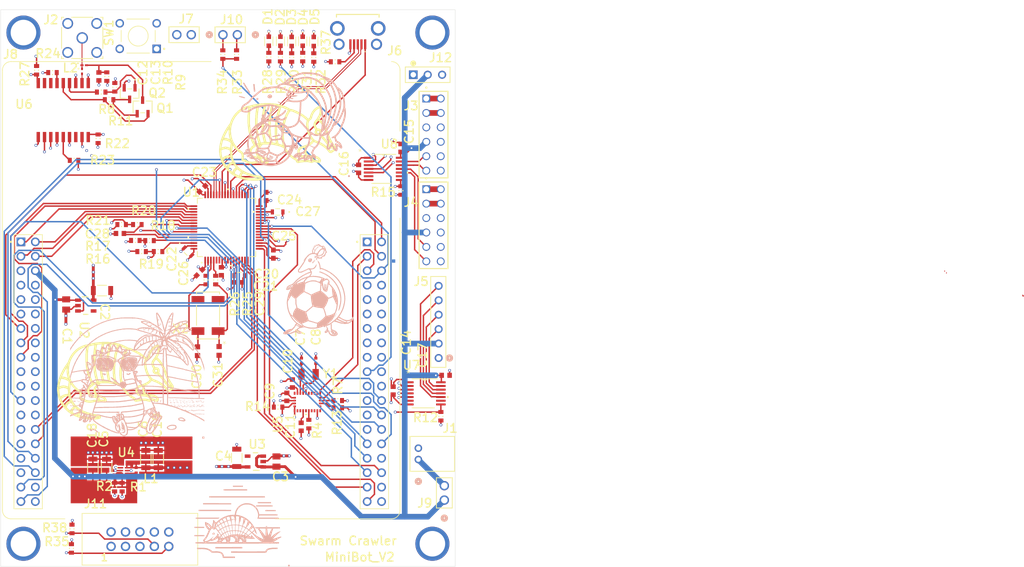
<source format=kicad_pcb>
(kicad_pcb (version 20221018) (generator pcbnew)
  (layers (0 "F.Cu" signal "Top Layer") (1 "In1.Cu" signal "GND") (2 "In2.Cu" signal "PWR") (3 "In3.Cu" signal "SIG2") (4 "In4.Cu" signal "GND2") (31 "B.Cu" signal "Bottom Layer") (34 "B.Paste" user "Bottom Paste") (35 "F.Paste" user "Top Paste") (36 "B.SilkS" user "Bottom Overlay") (37 "F.SilkS" user "Top Overlay") (38 "B.Mask" user "Bottom Solder") (39 "F.Mask" user "Top Solder") (44 "Edge.Cuts" user))
  (property "SHEETTOTAL" "4")
  (net 0 "")
  (net 1 "SERVO_PWM")
  (net 2 "PC15")
  (net 3 "PC14")
  (net 4 "PC13")
  (net 5 "PC4")
  (net 6 "PC3")
  (net 7 "PC2")
  (net 8 "PB15")
  (net 9 "PB14")
  (net 10 "PB13")
  (net 11 "PB10")
  (net 12 "PB9")
  (net 13 "PB8")
  (net 14 "PB1")
  (net 15 "PB0")
  (net 16 "PA12")
  (net 17 "PA11")
  (net 18 "PA9")
  (net 19 "PA4")
  (net 20 "PA3")
  (net 21 "PA2")
  (net 22 "TIM2_CH2_ENC_1B")
  (net 23 "UART3_TX_GPS")
  (net 24 "UART3_RX_GPS")
  (net 25 "NRST")
  (net 26 "NetD5_2")
  (net 27 "NetD4_2")
  (net 28 "NetD3_2")
  (net 29 "NetD2_2")
  (net 30 "NetD1_2")
  (net 31 "LED_5")
  (net 32 "LED_4")
  (net 33 "LED_3")
  (net 34 "LED_2")
  (net 35 "LED_1")
  (net 36 "SWDIO")
  (net 37 "SWCLK")
  (net 38 "FORCE_ON_N")
  (net 39 "BATT_VOL")
  (net 40 "NetR26_1")
  (net 41 "NetR25_1")
  (net 42 "NetC31_1")
  (net 43 "NetC30_1")
  (net 44 "BATT_VIN")
  (net 45 "RESET_N_GPS")
  (net 46 "NetR24_2")
  (net 47 "NetR23_2")
  (net 48 "NetR19_1")
  (net 49 "NetR18_1")
  (net 50 "1PPS_GPS")
  (net 51 "NetC12_2")
  (net 52 "NetJ1_1")
  (net 53 "MOTOR_2_P")
  (net 54 "MOTOR_2_N")
  (net 55 "MOTOR_1_P")
  (net 56 "MOTOR_1_N")
  (net 57 "TIM5_CH2_ENC_2B")
  (net 58 "TIM5_CH1_ENC_2A")
  (net 59 "MOT_2B_3V3")
  (net 60 "MOT_2A_3V3")
  (net 61 "MOT_1B_3V3")
  (net 62 "MOT_1A_3V3")
  (net 63 "TIM2_CH1_ENC_1A")
  (net 64 "NetC28_2")
  (net 65 "NetJ7_1")
  (net 66 "OE_ENC")
  (net 67 "I2C1_SDA_IMU")
  (net 68 "I2C1_SCL_IMU")
  (net 69 "VBUS")
  (net 70 "SW_REG_EN")
  (net 71 "S_ADDR_IMU")
  (net 72 "PG")
  (net 73 "OE_MOT")
  (net 74 "NetR8_2")
  (net 75 "NetR7_2")
  (net 76 "NetR4_1")
  (net 77 "NetQ2_1")
  (net 78 "NetQ1_2")
  (net 79 "NetQ1_1")
  (net 80 "NetL1_1")
  (net 81 "NetC27_2")
  (net 82 "NetC13_2")
  (net 83 "NetC11_2")
  (net 84 "NetC8_1")
  (net 85 "NetC7_1")
  (net 86 "MOTOR_IN4")
  (net 87 "MOTOR_IN3")
  (net 88 "MOTOR_IN2")
  (net 89 "MOTOR_IN1")
  (net 90 "INT_IMU")
  (net 91 "ID")
  (net 92 "GND")
  (net 93 "ENC_2_B_5V")
  (net 94 "ENC_2_A_5V")
  (net 95 "ENC_1_B_5V")
  (net 96 "ENC_1_A_5V")
  (net 97 "D_P")
  (net 98 "D_N")
  (net 99 "BOOT_IMU")
  (net 100 "ANT")
  (net 101 "5V")
  (net 102 "3V3")
  (net 103 "3V3_IMU")
  (net 104 "3V3_GPS")
  (footprint "Miscellaneous Devices.IntLib:J1-0603" (layer "F.Cu") (at 167.37139 65.1446)
    (fp_text reference "R37")
    (fp_text value "Res3" hide)
  )
  (footprint "Miscellaneous Devices.IntLib:J1-0603" (layer "F.Cu") (at 120.94861 150.8286 90)
    (fp_text reference "R35")
    (fp_text value "Res3" hide)
  )
  (footprint "swarm_crawler_pcb.PcbLib:DBV0005A_N" (layer "F.Cu") (at 123.47688 108.06898)
    (fp_text reference "U2")
    (fp_text value "LP2981-33DBVR" hide)
  )
  (footprint "" (layer "F.Cu") (at 112.50109 60.00358)
    (fp_text reference "")
    (fp_text value "")
  )
  (footprint "Miscellaneous Devices.IntLib:J1-0603" (layer "F.Cu") (at 125.6461 78.6926 -90)
    (fp_text reference "R22")
    (fp_text value "Res3" hide)
  )
  (footprint "swarm_crawler_pcb.PcbLib:22-28-4036_MOL" (layer "F.Cu") (at 181.1361 67.4286 180)
    (fp_text reference "J12")
    (fp_text value "22284036" hide)
  )
  (footprint "Miscellaneous Devices.IntLib:J1-0603" (layer "F.Cu") (at 128.5511 140.0286 -90)
    (fp_text reference "R2")
    (fp_text value "0603" hide)
  )
  (footprint "swarm_crawler_pcb.PcbLib:QFN_BNO055_BOS" (layer "F.Cu") (at 162.49749 125.0476)
    (fp_text reference "U5")
    (fp_text value "BNO055" hide)
  )
  (footprint "Miscellaneous Devices.IntLib:1608[0603]" (layer "F.Cu") (at 125.78513 67.7286 90)
    (fp_text reference "C13")
    (fp_text value "0603" hide)
  )
  (footprint "Miscellaneous Devices.IntLib:J1-0603" (layer "F.Cu") (at 132.20073 96.60679 180)
    (fp_text reference "R17")
    (fp_text value "0603" hide)
  )
  (footprint "swarm_crawler_pcb.PcbLib:LQFP64-10x10mm" (layer "F.Cu") (at 148.2521 94.3136 90)
    (fp_text reference "U1")
    (fp_text value "STM32F446RCT6TR" hide)
  )
  (footprint "swarm_crawler_pcb.PcbLib:CAP_CL31_SAM" (layer "F.Cu") (at 127.1511 136.64655 -90)
    (fp_text reference "C5")
    (fp_text value "CL31B106KOHNNWE" hide)
  )
  (footprint "swarm_crawler_pcb.PcbLib:CC0603N_YAG" (layer "F.Cu") (at 156.5071 99.0126 90)
    (fp_text reference "C25")
    (fp_text value "CC0603KRX7R7BB104" hide)
  )
  (footprint "swarm_crawler_pcb.PcbLib:PW14" (layer "F.Cu") (at 183.1771 123.5236)
    (fp_text reference "U7")
    (fp_text value "TXB0104PWR" hide)
  )
  (footprint "swarm_crawler_pcb.PcbLib:CC0603N_YAG" (layer "F.Cu") (at 143.5011 102.2536 45)
    (fp_text reference "C26")
    (fp_text value "CC0603KRX7R7BB104" hide)
  )
  (footprint "Miscellaneous Devices.IntLib:1608[0603]" (layer "F.Cu") (at 186.8347 120.3486 180)
    (fp_text reference "C17")
    (fp_text value "0603" hide)
  )
  (footprint "Miscellaneous Devices.IntLib:J1-0603" (layer "F.Cu") (at 146.34969 103.5786 -90)
    (fp_text reference "R25")
    (fp_text value "Res3" hide)
  )
  (footprint "swarm_crawler_pcb.PcbLib:CAP_CL31_SAM" (layer "F.Cu") (at 124.7261 136.62318 -90)
    (fp_text reference "C18")
    (fp_text value "no stuff" hide)
  )
  (footprint "swarm_crawler_pcb.PcbLib:SAMTEC_TSW-106-07-F-D" (layer "F.Cu") (at 184.7011 77.9676 -90)
    (fp_text reference "J3")
    (fp_text value "TSW-106-07-F-D" hide)
  )
  (footprint "Miscellaneous Devices.IntLib:J1-0603" (layer "F.Cu") (at 134.69946 96.6322 180)
    (fp_text reference "R18")
    (fp_text value "0603" hide)
  )
  (footprint "Miscellaneous Devices.IntLib:1608[0603]" (layer "F.Cu") (at 159.8552 121.7917 -90)
    (fp_text reference "C10")
    (fp_text value "0603" hide)
  )
  (footprint "" (layer "F.Cu") (at 184.5011 150.00361)
    (fp_text reference "")
    (fp_text value "")
  )
  (footprint "swarm_crawler_pcb.PcbLib:CC0603N_YAG" (layer "F.Cu") (at 155.2371 88.8526 90)
    (fp_text reference "C24")
    (fp_text value "CC0603KRX7R7BB104" hide)
  )
  (footprint "swarm_crawler_pcb.PcbLib:XTAL_ECS-.327-12.5-34B-C-TR" (layer "F.Cu") (at 162.7011 120.1786 180)
    (fp_text reference "Y1")
    (fp_text value "ECS-.327-12.5-34B-C-TR" hide)
  )
  (footprint "swarm_crawler_pcb.PcbLib:CC0603N_YAG" (layer "F.Cu") (at 144.00618 87.51491 -135)
    (fp_text reference "C23")
    (fp_text value "CC0603KRX7R7BB104" hide)
  )
  (footprint "swarm_crawler_pcb.PcbLib:LED_150060SS75000" (layer "F.Cu") (at 159.7261 61.5756 -90)
    (fp_text reference "D3")
    (fp_text value "150060SS75000" hide)
  )
  (footprint "swarm_crawler_pcb.PcbLib:CAPC10555_55N_KEM" (layer "F.Cu") (at 163.9761 117.80198 90)
    (fp_text reference "C8")
    (fp_text value "CBR04C220F5GAC" hide)
  )
  (footprint "swarm_crawler_pcb.PcbLib:CAP_CL31_SAM" (layer "F.Cu") (at 150.06255 134.87958 -90)
    (fp_text reference "C4")
    (fp_text value "CL31B106KOHNNWE" hide)
  )
  (footprint "swarm_crawler_pcb.PcbLib:MCRBSRASMTCS14TR" (layer "F.Cu") (at 171.3661 59.5156 180)
    (fp_text reference "J6")
    (fp_text value "MCR-B-S-RA-SMT-CS14-T_R" hide)
  )
  (footprint "swarm_crawler_pcb.PcbLib:CAPC10555_55N_KEM" (layer "F.Cu") (at 132.34697 137.06522 90)
    (fp_text reference "L1")
    (fp_text value "1239AS-H-1R0M=P2" hide)
  )
  (footprint "Miscellaneous Devices.IntLib:J1-0603" (layer "F.Cu") (at 185.9965 127.5536 90)
    (fp_text reference "R12")
    (fp_text value "0603" hide)
  )
  (footprint "Miscellaneous Devices.IntLib:1608[0603]" (layer "F.Cu") (at 178.95739 80.31657 -90)
    (fp_text reference "C15")
    (fp_text value "0603" hide)
  )
  (footprint "Miscellaneous Devices.IntLib:1608[0603]" (layer "F.Cu") (at 129.49044 95.37423)
    (fp_text reference "C28")
    (fp_text value "Cap Semi" hide)
  )
  (footprint "Miscellaneous Devices.IntLib:1608[0603]" (layer "F.Cu") (at 171.51519 83.99957 90)
    (fp_text reference "C16")
    (fp_text value "0603" hide)
  )
  (footprint "swarm_crawler_pcb.PcbLib:61201021621" (layer "F.Cu") (at 133.0121 149.2036)
    (fp_text reference "J11")
    (fp_text value "61201021621" hide)
  )
  (footprint "swarm_crawler_pcb.PcbLib:CAP_1608_TDK" (layer "F.Cu") (at 150.5011 102.79758)
    (fp_text reference "C20")
    (fp_text value "C1608X5R1C105K080AA" hide)
  )
  (footprint "swarm_crawler_pcb.PcbLib:LED_150060SS75000" (layer "F.Cu") (at 161.6711 61.5256 -90)
    (fp_text reference "D4")
    (fp_text value "150060SS75000" hide)
  )
  (footprint "swarm_crawler_pcb.PcbLib:IND_0603_TDK" (layer "F.Cu") (at 123.2011 65.7536)
    (fp_text reference "L2")
    (fp_text value "MLG0603S36NJT000" hide)
  )
  (footprint "swarm_crawler_pcb.PcbLib:DBV0005A_N" (layer "F.Cu") (at 153.34255 135.52959 180)
    (fp_text reference "U3")
    (fp_text value "LP2981-33DBVR" hide)
  )
  (footprint "swarm_crawler_pcb.PcbLib:CAP_GRM0805_2X1P25_MUR" (layer "F.Cu") (at 120.02588 107.87599 90)
    (fp_text reference "C1")
    (fp_text value "GRM21BR71C475KE51L" hide)
  )
  (footprint "swarm_crawler_pcb.PcbLib:CAP_1608_TDK" (layer "F.Cu") (at 157.25723 91.58391 180)
    (fp_text reference "C27")
    (fp_text value "C1608X5R1C225K080AB" hide)
  )
  (footprint "Miscellaneous Devices.IntLib:J1-0603" (layer "F.Cu") (at 121.41408 82.5026 180)
    (fp_text reference "R23")
    (fp_text value "Res3" hide)
  )
  (footprint "Miscellaneous Devices.IntLib:1608[0603]" (layer "F.Cu") (at 177.59638 123.05141 90)
    (fp_text reference "C14")
    (fp_text value "0603" hide)
  )
  (footprint "Miscellaneous Devices.IntLib:J1-0603" (layer "F.Cu") (at 129.79048 93.8056 180)
    (fp_text reference "R21")
    (fp_text value "0603" hide)
  )
  (footprint "Miscellaneous Devices.IntLib:J1-0603" (layer "F.Cu") (at 127.1761 67.7536 90)
    (fp_text reference "R10")
    (fp_text value "0603" hide)
  )
  (footprint "Miscellaneous Devices.IntLib:J1-0603" (layer "F.Cu") (at 167.84089 124.79361 180)
    (fp_text reference "R7")
    (fp_text value "0603" hide)
  )
  (footprint "swarm_crawler_pcb.PcbLib:CAPC10555_55N_KEM" (layer "F.Cu") (at 161.45109 117.79956 90)
    (fp_text reference "C7")
    (fp_text value "CBR04C220F5GAC" hide)
  )
  (footprint "Miscellaneous Devices.IntLib:J1-0603" (layer "F.Cu") (at 147.6011 63.8786 90)
    (fp_text reference "R34")
    (fp_text value "Res3" hide)
  )
  (footprint "swarm_crawler_pcb.PcbLib:QFN-1p0x1p5_MNP" (layer "F.Cu") (at 130.20773 137.12318)
    (fp_text reference "U4")
    (fp_text value "MP2148GQD-33-Z" hide)
  )
  (footprint "Miscellaneous Devices.IntLib:J1-0603" (layer "F.Cu") (at 136.20373 98.5626 180)
    (fp_text reference "R19")
    (fp_text value "0603" hide)
  )
  (footprint "swarm_crawler_pcb.PcbLib:CAP_CL31_SAM" (layer "F.Cu") (at 134.0511 135.0956 -90)
    (fp_text reference "C6")
    (fp_text value "CL31B106KOHNNWE" hide)
  )
  (footprint "swarm_crawler_pcb.PcbLib:CAP_CL31_SAM" (layer "F.Cu") (at 126.3351 105.4256 180)
    (fp_text reference "C2")
    (fp_text value "CL31B106KOHNNWE" hide)
  )
  (footprint "" (layer "F.Cu") (at 184.5011 60.00358)
    (fp_text reference "")
    (fp_text value "")
  )
  (footprint "Miscellaneous Devices.IntLib:1608[0603]" (layer "F.Cu") (at 147.34969 102.02909 90)
    (fp_text reference "C29")
    (fp_text value "Cap Semi" hide)
  )
  (footprint "swarm_crawler_pcb.PcbLib:CONN_S2B-PH-K-S_JST" (layer "F.Cu") (at 182.0341 135.1756 90)
    (fp_text reference "J1")
    (fp_text value "S2B-PH-K-S(LF)(SN)" hide)
  )
  (footprint "swarm_crawler_pcb.PcbLib:CONN_61300211121_WRE" (layer "F.Cu") (at 150.1661 60.39051 180)
    (fp_text reference "J10")
    (fp_text value "61300211121" hide)
  )
  (footprint "Miscellaneous Devices.IntLib:J1-0603" (layer "F.Cu") (at 114.81409 66.64544 -90)
    (fp_text reference "R27")
    (fp_text value "0603" hide)
  )
  (footprint "swarm_crawler_pcb.PcbLib:CAP_GRM0805_2X1P25_MUR" (layer "F.Cu") (at 157.04755 135.52959 -90)
    (fp_text reference "C3")
    (fp_text value "GRM21BR71C475KE51L" hide)
  )
  (footprint "swarm_crawler_pcb.PcbLib:MODULE_NUCLEO-F446RE" (layer "F.Cu") (at 143.8071 106.3636)
    (fp_text reference "J8")
    (fp_text value "NUCLEO-F446RE" hide)
  )
  (footprint "Miscellaneous Devices.IntLib:J1-0603" (layer "F.Cu") (at 162.74746 128.93958 -90)
    (fp_text reference "R4")
    (fp_text value "0603" hide)
  )
  (footprint "swarm_crawler_pcb.PcbLib:CON6_1X6_TU_TSW" (layer "F.Cu") (at 185.60345 110.9506 90)
    (fp_text reference "J5")
    (fp_text value "TSW-106-14-F-S" hide)
  )
  (footprint "Miscellaneous Devices.IntLib:J1-0603" (layer "F.Cu") (at 117.61409 67.04838)
    (fp_text reference "R24")
    (fp_text value "Res3" hide)
  )
  (footprint "Miscellaneous Devices.IntLib:1608[0603]" (layer "F.Cu") (at 161.3999 129.41163 90)
    (fp_text reference "C11")
    (fp_text value "0603" hide)
  )
  (footprint "Miscellaneous Devices.IntLib:J1-0603" (layer "F.Cu") (at 132.55374 93.80559)
    (fp_text reference "R20")
    (fp_text value "0603" hide)
  )
  (footprint "Miscellaneous Devices.IntLib:1608[0603]" (layer "F.Cu") (at 158.87546 124.14519 -90)
    (fp_text reference "C9")
    (fp_text value "0603" hide)
  )
  (footprint "swarm_crawler_pcb.PcbLib:PW14" (layer "F.Cu") (at 176.08719 83.99957)
    (fp_text reference "U8")
    (fp_text value "TXB0104PWR" hide)
  )
  (footprint "Miscellaneous Devices.IntLib:J1-0603" (layer "F.Cu") (at 128.5871 69.64233 -90)
    (fp_text reference "R9")
    (fp_text value "0603" hide)
  )
  (footprint "Miscellaneous Devices.IntLib:J1-0603" (layer "F.Cu") (at 161.67111 64.3196 90)
    (fp_text reference "R31")
    (fp_text value "Res3" hide)
  )
  (footprint "Miscellaneous Devices.IntLib:J1-0603" (layer "F.Cu") (at 126.1851 70.48132 180)
    (fp_text reference "R8")
    (fp_text value "0603" hide)
  )
  (footprint "swarm_crawler_pcb.PcbLib:SOT-23-3_1P4X3P040_ONS" (layer "F.Cu") (at 131.1961 70.74233 180)
    (fp_text reference "Q2")
    (fp_text value "SMMBT3904LT1G" hide)
  )
  (footprint "swarm_crawler_pcb.PcbLib:CAP_0603_TDK" (layer "F.Cu") (at 122.8141 66.81983 -90)
    (fp_text reference "C12")
    (fp_text value "C0603C0G1E270J030BA" hide)
  )
  (footprint "swarm_crawler_pcb.PcbLib:CONN_RF2-04A-T-00-50-G_ADM" (layer "F.Cu") (at 122.8521 60.94934)
    (fp_text reference "J2")
    (fp_text value "RF2-04A-T-00-50-G" hide)
  )
  (footprint "Miscellaneous Devices.IntLib:J1-0603" (layer "F.Cu") (at 144.6545 103.5786 -90)
    (fp_text reference "R26")
    (fp_text value "Res3" hide)
  )
  (footprint "Miscellaneous Devices.IntLib:J1-0603" (layer "F.Cu") (at 133.30373 98.5626 180)
    (fp_text reference "R16")
    (fp_text value "0603" hide)
  )
  (footprint "Miscellaneous Devices.IntLib:J1-0603" (layer "F.Cu") (at 167.85287 126.0636 180)
    (fp_text reference "R13")
    (fp_text value "0603" hide)
  )
  (footprint "swarm_crawler_pcb.PcbLib:CONN_61300211121_WRE" (layer "F.Cu") (at 186.6061 142.3196 90)
    (fp_text reference "J9")
    (fp_text value "61300211121" hide)
  )
  (footprint "swarm_crawler_pcb.PcbLib:SOT-23-3L_AOS" (layer "F.Cu") (at 133.4821 73.09032)
    (fp_text reference "Q1")
    (fp_text value "AO3407A" hide)
  )
  (footprint "swarm_crawler_pcb.PcbLib:CC0603N_YAG" (layer "F.Cu") (at 150.31838 103.9786)
    (fp_text reference "C21")
    (fp_text value "CC0603KRX7R7BB104" hide)
  )
  (footprint "" (layer "F.Cu") (at 112.50109 150.00361)
    (fp_text reference "")
    (fp_text value "")
  )
  (footprint "Miscellaneous Devices.IntLib:J1-0603" (layer "F.Cu") (at 155.70295 64.3226 90)
    (fp_text reference "R28")
    (fp_text value "Res3" hide)
  )
  (footprint "Miscellaneous Devices.IntLib:J1-0603" (layer "F.Cu") (at 163.61725 64.3946 90)
    (fp_text reference "R32")
    (fp_text value "Res3" hide)
  )
  (footprint "Miscellaneous Devices.IntLib:J1-0603" (layer "F.Cu") (at 121.04861 147.3996 -90)
    (fp_text reference "R38")
    (fp_text value "Res3" hide)
  )
  (footprint "swarm_crawler_pcb.PcbLib:CAP_1608_TDK" (layer "F.Cu") (at 141.46905 98.57326 -45)
    (fp_text reference "C22")
    (fp_text value "C1608X5R1C475K080AC" hide)
  )
  (footprint "swarm_crawler_pcb.PcbLib:SL871" (layer "F.Cu") (at 119.5141 73.64933 90)
    (fp_text reference "U6")
    (fp_text value "GPS_FN" hide)
  )
  (footprint "swarm_crawler_pcb.PcbLib:LED_150060SS75000" (layer "F.Cu") (at 163.61725 61.5756 -90)
    (fp_text reference "D5")
    (fp_text value "150060SS75000" hide)
  )
  (footprint "swarm_crawler_pcb.PcbLib:CAPC1608X90N" (layer "F.Cu") (at 143.14471 116.1026 -90)
    (fp_text reference "C30")
    (fp_text value "GRM1885C1H4R3BA01D" hide)
  )
  (footprint "swarm_crawler_pcb.PcbLib:CAPC1608X90N" (layer "F.Cu") (at 146.9511 116.0536 -90)
    (fp_text reference "C31")
    (fp_text value "GRM1885C1H4R3BA01D" hide)
  )
  (footprint "Miscellaneous Devices.IntLib:J1-0603" (layer "F.Cu") (at 129.8761 140.0286 90)
    (fp_text reference "R1")
    (fp_text value "0603" hide)
  )
  (footprint "swarm_crawler_pcb.PcbLib:LED_150060SS75000" (layer "F.Cu") (at 155.7011 61.5286 -90)
    (fp_text reference "D1")
    (fp_text value "150060SS75000" hide)
  )
  (footprint "Miscellaneous Devices.IntLib:J1-0603" (layer "F.Cu") (at 157.7511 64.3226 90)
    (fp_text reference "R29")
    (fp_text value "Res3" hide)
  )
  (footprint "swarm_crawler_pcb.PcbLib:LED_150060SS75000" (layer "F.Cu") (at 157.7511 61.5286 -90)
    (fp_text reference "D2")
    (fp_text value "150060SS75000" hide)
  )
  (footprint "Miscellaneous Devices.IntLib:J1-0603" (layer "F.Cu") (at 127.5821 71.82032 180)
    (fp_text reference "R11")
    (fp_text value "0603" hide)
  )
  (footprint "Miscellaneous Devices.IntLib:J1-0603" (layer "F.Cu") (at 157.33347 125.95001 180)
    (fp_text reference "R14")
    (fp_text value "0603" hide)
  )
  (footprint "swarm_crawler_pcb.PcbLib:SAMTEC_TSW-106-07-F-D" (layer "F.Cu") (at 184.7011 93.9326 -90)
    (fp_text reference "J4")
    (fp_text value "TSW-106-07-F-D" hide)
  )
  (footprint "swarm_crawler_pcb.PcbLib:TE_1825910-2" (layer "F.Cu") (at 135.9561 62.8726 180)
    (fp_text reference "SW1")
    (fp_text value "1825910-2" hide)
  )
  (footprint "Miscellaneous Devices.IntLib:J1-0603" (layer "F.Cu") (at 150.02265 63.8786 -90)
    (fp_text reference "R33")
    (fp_text value "Res3" hide)
  )
  (footprint "swarm_crawler_pcb.PcbLib:CAP_CL31_SAM" (layer "F.Cu") (at 136.23936 135.09539 -90)
    (fp_text reference "C19")
    (fp_text value "no stuff" hide)
  )
  (footprint "swarm_crawler_pcb.PcbLib:CONN_61300211121_WRE" (layer "F.Cu") (at 142.0511 60.3786 180)
    (fp_text reference "J7")
    (fp_text value "61300211121" hide)
  )
  (footprint "Miscellaneous Devices.IntLib:J1-0603" (layer "F.Cu") (at 178.95739 87.80957 90)
    (fp_text reference "R15")
    (fp_text value "0603" hide)
  )
  (footprint "swarm_crawler_pcb.PcbLib:ABS25-32.768KHZ-1-T_ABR" (layer "F.Cu") (at 145.00212 109.8076 180)
    (fp_text reference "X2")
    (fp_text value "ABS25-32.768KHZ-1-T" hide)
  )
  (footprint "Miscellaneous Devices.IntLib:J1-0603" (layer "F.Cu") (at 159.7261 64.3946 90)
    (fp_text reference "R30")
    (fp_text value "Res3" hide)
  )
  (gr_poly (pts (xy 274.771 102.08042) (xy 274.61467 102.08042) (xy 274.61467 101.92409) (xy 274.771 101.92409)) (fill solid) (layer "F.Cu"))
  (gr_poly (pts (xy 275.08364 102.23674) (xy 275.08364 102.39307) (xy 274.92732 102.39307) (xy 274.92732 102.23674)) (fill solid) (layer "F.Cu"))
  (gr_poly (pts (xy 288.52744 106.30115) (xy 288.68377 106.30115) (xy 288.68377 106.45747) (xy 288.37112 106.45747) (xy 288.37112 106.14482) (xy 288.52744 106.14482)) (fill solid) (layer "F.Cu"))
  (gr_poly (pts (xy 177.85432 99.94071) (xy 177.96243 99.94071) (xy 177.96243 100.51727) (xy 177.38586 100.51727) (xy 177.38586 99.94071) (xy 177.81829 99.94071)) (fill solid) (layer "B.Cu"))
  (gr_poly (pts (xy 134.36102 116.13642) (xy 134.36102 116.15949) (xy 134.33795 116.15949) (xy 134.33795 116.13642)) (fill solid) (layer "B.SilkS"))
  (gr_poly (pts (xy 124.16238 114.59047) (xy 124.16238 114.61354) (xy 124.11624 114.61354) (xy 124.11624 114.59047) (xy 124.13931 114.59047)) (fill solid) (layer "B.SilkS"))
  (gr_poly (pts (xy 137.22218 117.89003) (xy 137.24525 117.89003) (xy 137.24525 117.93618) (xy 137.22218 117.93618) (xy 137.22218 117.9131)) (fill solid) (layer "B.SilkS"))
  (gr_poly (pts (xy 163.31497 98.50904) (xy 163.31497 98.52844) (xy 163.29557 98.52844) (xy 163.29557 98.50904)) (fill solid) (layer "B.SilkS"))
  (gr_poly (pts (xy 162.73495 82.33367) (xy 162.71522 82.33367) (xy 162.71522 82.31394) (xy 162.73495 82.31394)) (fill solid) (layer "B.SilkS"))
  (gr_poly (pts (xy 125.96214 116.64404) (xy 126.00829 116.64404) (xy 126.00829 116.66712) (xy 125.98522 116.66712) (xy 125.98522 116.69019) (xy 125.916 116.69019) (xy 125.916 116.64404) (xy 125.93907 116.64404)) (fill solid) (layer "B.SilkS"))
  (gr_poly (pts (xy 166.06966 111.75869) (xy 166.06966 111.73929) (xy 166.10846 111.73929) (xy 166.10846 111.75869) (xy 166.08905 111.75869)) (fill solid) (layer "B.SilkS"))
  (gr_poly (pts (xy 167.23361 110.49774) (xy 167.25301 110.49774) (xy 167.25301 110.51714) (xy 167.23361 110.51714)) (fill solid) (layer "B.SilkS"))
  (gr_poly (pts (xy 140.91399 114.40588) (xy 140.93707 114.40588) (xy 140.93707 114.42895) (xy 140.89092 114.42895) (xy 140.89092 114.40588)) (fill solid) (layer "B.SilkS"))
  (gr_poly (pts (xy 135.19168 115.55957) (xy 135.19168 115.5365) (xy 135.21476 115.5365) (xy 135.21476 115.60572) (xy 135.19168 115.60572) (xy 135.19168 115.58265)) (fill solid) (layer "B.SilkS"))
  (gr_poly (pts (xy 146.52812 146.74729) (xy 146.52812 146.71055) (xy 146.54649 146.71055) (xy 146.54649 146.74729)) (fill solid) (layer "B.SilkS"))
  (gr_poly (pts (xy 142.69068 125.82743) (xy 142.66761 125.82743) (xy 142.66761 125.85051) (xy 142.64453 125.85051) (xy 142.64453 125.87358) (xy 142.66761 125.87358) (xy 142.66761 125.89665) (xy 142.71375 125.89665) (xy 142.71375 125.91973) (xy 142.62146 125.91973) (xy 142.62146 125.89665) (xy 142.59839 125.89665) (xy 142.59839 125.87358) (xy 142.55224 125.87358) (xy 142.55224 125.85051) (xy 142.50609 125.85051) (xy 142.50609 125.87358) (xy 142.43687 125.87358) (xy 142.43687 125.85051) (xy 142.4138 125.85051) (xy 142.4138 125.82743) (xy 142.39072 125.82743) (xy 142.39072 125.80436) (xy 142.36765 125.80436) (xy 142.36765 125.78129) (xy 142.34457 125.78129) (xy 142.34457 125.75821) (xy 142.29843 125.75821) (xy 142.29843 125.73514) (xy 142.25228 125.73514) (xy 142.25228 125.71206) (xy 142.2292 125.71206) (xy 142.2292 125.68899) (xy 142.36765 125.68899) (xy 142.36765 125.71206) (xy 142.4138 125.71206) (xy 142.4138 125.75821) (xy 142.43687 125.75821) (xy 142.43687 125.80436) (xy 142.45994 125.80436) (xy 142.45994 125.78129) (xy 142.57531 125.78129) (xy 142.57531 125.80436) (xy 142.62146 125.80436) (xy 142.62146 125.78129) (xy 142.64453 125.78129) (xy 142.64453 125.80436) (xy 142.69068 125.80436)) (fill solid) (layer "B.SilkS"))
  (gr_poly (pts (xy 138.44509 125.22751) (xy 138.30665 125.22751) (xy 138.30665 125.20444) (xy 138.32973 125.20444) (xy 138.32973 125.18137) (xy 138.3528 125.18137) (xy 138.3528 125.15829) (xy 138.39895 125.15829) (xy 138.39895 125.13522) (xy 138.53739 125.13522) (xy 138.53739 125.22751) (xy 138.56046 125.22751) (xy 138.56046 125.25059) (xy 138.49124 125.25059) (xy 138.49124 125.22751) (xy 138.46817 125.22751)) (fill solid) (layer "B.SilkS"))
  (gr_poly (pts (xy 125.75448 117.19781) (xy 125.73141 117.19781) (xy 125.73141 117.17474) (xy 125.75448 117.17474)) (fill solid) (layer "B.SilkS"))
  (gr_poly (pts (xy 137.26833 116.96707) (xy 137.24525 116.96707) (xy 137.24525 116.99015) (xy 137.22218 116.99015) (xy 137.22218 116.92093) (xy 137.26833 116.92093) (xy 137.26833 116.944)) (fill solid) (layer "B.SilkS"))
  (gr_poly (pts (xy 137.26833 116.78249) (xy 137.24525 116.78249) (xy 137.24525 116.75941) (xy 137.26833 116.75941)) (fill solid) (layer "B.SilkS"))
  (gr_poly (pts (xy 166.247 76.888) (xy 166.247 76.90773) (xy 166.22727 76.90773) (xy 166.22727 76.888)) (fill solid) (layer "B.SilkS"))
  (gr_poly (pts (xy 139.96797 113.71366) (xy 139.92182 113.71366) (xy 139.92182 113.69059) (xy 139.8526 113.69059) (xy 139.8526 113.64444) (xy 139.96797 113.64444) (xy 139.96797 113.66752) (xy 140.01412 113.66752) (xy 140.01412 113.69059) (xy 139.96797 113.69059)) (fill solid) (layer "B.SilkS"))
  (gr_poly (pts (xy 163.41197 97.96586) (xy 163.41197 97.98526) (xy 163.39257 97.98526) (xy 163.39257 97.94646) (xy 163.41197 97.94646) (xy 163.41197 97.92706) (xy 163.43137 97.92706) (xy 163.43137 97.96586)) (fill solid) (layer "B.SilkS"))
  (gr_poly (pts (xy 163.83875 98.00466) (xy 163.79995 98.00466) (xy 163.79995 97.98526) (xy 163.83875 97.98526)) (fill solid) (layer "B.SilkS"))
  (gr_poly (pts (xy 140.17563 112.30616) (xy 140.15256 112.30616) (xy 140.15256 112.28309) (xy 140.17563 112.28309)) (fill solid) (layer "B.SilkS"))
  (gr_poly (pts (xy 141.12166 125.01985) (xy 141.12166 124.95063) (xy 141.14473 124.95063) (xy 141.14473 124.9737) (xy 141.16781 124.9737) (xy 141.16781 125.01985) (xy 141.19088 125.01985) (xy 141.19088 124.95063) (xy 141.21396 124.95063) (xy 141.21396 124.99677) (xy 141.23703 124.99677) (xy 141.23703 125.04292) (xy 141.21396 125.04292) (xy 141.21396 125.066) (xy 141.14473 125.066) (xy 141.14473 125.04292) (xy 141.12166 125.04292)) (fill solid) (layer "B.SilkS"))
  (gr_poly (pts (xy 140.77555 124.92755) (xy 140.77555 124.90448) (xy 140.8217 124.90448) (xy 140.8217 124.92755) (xy 140.79863 124.92755)) (fill solid) (layer "B.SilkS"))
  (gr_poly (pts (xy 150.73494 146.19617) (xy 150.73494 146.21454) (xy 150.6982 146.21454) (xy 150.6982 146.19617) (xy 150.71657 146.19617)) (fill solid) (layer "B.SilkS"))
  (gr_poly (pts (xy 156.31954 144.26728) (xy 155.1071 144.26728) (xy 155.1071 144.24891) (xy 155.08873 144.24891) (xy 155.08873 144.21217) (xy 155.07036 144.21217) (xy 155.07036 144.12032) (xy 155.08873 144.12032) (xy 155.08873 144.08358) (xy 155.12547 144.08358) (xy 155.12547 144.06521) (xy 155.25406 144.06521) (xy 155.25406 144.04684) (xy 155.43777 144.04684) (xy 155.43777 144.06521) (xy 156.88903 144.06521) (xy 156.88903 144.08358) (xy 156.9074 144.08358) (xy 156.9074 144.10195) (xy 156.92577 144.10195) (xy 156.92577 144.23054) (xy 156.9074 144.23054) (xy 156.9074 144.26728) (xy 156.33792 144.26728)) (fill solid) (layer "B.SilkS"))
  (gr_poly (pts (xy 143.54441 126.45043) (xy 143.79823 126.45043) (xy 143.79823 126.4735) (xy 143.8213 126.4735) (xy 143.8213 126.45043) (xy 143.98282 126.45043) (xy 143.98282 126.4735) (xy 144.00589 126.4735) (xy 144.00589 126.45043) (xy 144.02896 126.45043) (xy 144.02896 126.4735) (xy 144.28278 126.4735) (xy 144.28278 126.49657) (xy 144.32893 126.49657) (xy 144.32893 126.4735) (xy 144.352 126.4735) (xy 144.352 126.58887) (xy 144.2597 126.58887) (xy 144.2597 126.5658) (xy 144.16741 126.5658) (xy 144.16741 126.54272) (xy 144.05204 126.54272) (xy 144.05204 126.5658) (xy 144.02896 126.5658) (xy 144.02896 126.54272) (xy 143.93667 126.54272) (xy 143.93667 126.51965) (xy 143.77515 126.51965) (xy 143.77515 126.49657) (xy 143.3829 126.49657) (xy 143.3829 126.51965) (xy 143.35982 126.51965) (xy 143.35982 126.49657) (xy 143.22138 126.49657) (xy 143.22138 126.51965) (xy 143.19831 126.51965) (xy 143.19831 126.54272) (xy 142.99064 126.54272) (xy 142.99064 126.5658) (xy 142.87527 126.5658) (xy 142.87527 126.58887) (xy 142.73683 126.58887) (xy 142.73683 126.61194) (xy 142.57531 126.61194) (xy 142.57531 126.63502) (xy 142.4138 126.63502) (xy 142.4138 126.65809) (xy 142.34457 126.65809) (xy 142.34457 126.63502) (xy 142.3215 126.63502) (xy 142.3215 126.61194) (xy 142.29843 126.61194) (xy 142.29843 126.58887) (xy 142.27535 126.58887) (xy 142.27535 126.5658) (xy 142.18306 126.5658) (xy 142.18306 126.54272) (xy 141.99847 126.54272) (xy 141.99847 126.5658) (xy 141.8831 126.5658) (xy 141.8831 126.54272) (xy 141.92925 126.54272) (xy 141.92925 126.51965) (xy 141.97539 126.51965) (xy 141.97539 126.49657) (xy 141.99847 126.49657) (xy 142.20613 126.49657) (xy 142.20613 126.51965) (xy 142.25228 126.51965) (xy 142.25228 126.49657) (xy 142.20613 126.49657) (xy 141.99847 126.49657) (xy 141.99847 126.4735) (xy 142.02154 126.4735) (xy 142.02154 126.45043) (xy 142.27535 126.45043) (xy 142.27535 126.49657) (xy 142.3215 126.49657) (xy 142.3215 126.51965) (xy 142.34457 126.51965) (xy 142.34457 126.54272) (xy 142.34457 126.5658) (xy 142.45994 126.5658) (xy 142.45994 126.54272) (xy 142.66761 126.54272) (xy 142.66761 126.51965) (xy 142.87527 126.51965) (xy 142.87527 126.49657) (xy 142.89835 126.49657) (xy 142.89835 126.4735) (xy 143.01372 126.4735) (xy 143.01372 126.49657) (xy 143.08294 126.49657) (xy 143.08294 126.4735) (xy 143.24445 126.4735) (xy 143.24445 126.45043) (xy 143.26753 126.45043) (xy 143.26753 126.42735) (xy 143.54441 126.42735)) (fill solid) (layer "B.SilkS"))
  (gr_poly (pts (xy 126.3544 117.12859) (xy 126.33133 117.12859) (xy 126.33133 117.10552) (xy 126.3544 117.10552)) (fill solid) (layer "B.SilkS"))
  (gr_poly (pts (xy 136.04541 128.61937) (xy 135.99927 128.61937) (xy 135.99927 128.57322) (xy 136.02234 128.57322) (xy 136.02234 128.55015) (xy 136.04541 128.55015) (xy 136.04541 128.59629)) (fill solid) (layer "B.SilkS"))
  (gr_poly (pts (xy 143.2906 125.64284) (xy 143.31368 125.64284) (xy 143.31368 125.66592) (xy 143.33675 125.66592) (xy 143.33675 125.73514) (xy 143.26753 125.73514) (xy 143.26753 125.71206) (xy 143.2906 125.71206) (xy 143.2906 125.68899) (xy 143.26753 125.68899) (xy 143.26753 125.64284)) (fill solid) (layer "B.SilkS"))
  (gr_poly (pts (xy 143.19831 127.25801) (xy 143.19831 127.23494) (xy 143.22138 127.23494) (xy 143.22138 127.28108) (xy 143.24445 127.28108) (xy 143.24445 127.30416) (xy 143.19831 127.30416) (xy 143.19831 127.28108)) (fill solid) (layer "B.SilkS"))
  (gr_poly (pts (xy 135.07631 111.68317) (xy 135.05324 111.68317) (xy 135.05324 111.66009) (xy 135.12246 111.66009) (xy 135.12246 111.70624) (xy 135.09939 111.70624) (xy 135.09939 111.68317)) (fill solid) (layer "B.SilkS"))
  (gr_poly (pts (xy 138.3528 124.48915) (xy 138.3528 124.5353) (xy 138.2605 124.5353) (xy 138.2605 124.48915) (xy 138.32973 124.48915)) (fill solid) (layer "B.SilkS"))
  (gr_poly (pts (xy 164.34313 97.51968) (xy 164.36253 97.51968) (xy 164.36253 97.53908) (xy 164.30433 97.53908) (xy 164.30433 97.55848) (xy 164.28493 97.55848) (xy 164.28493 97.53908) (xy 164.26553 97.53908) (xy 164.26553 97.51968) (xy 164.32373 97.51968)) (fill solid) (layer "B.SilkS"))
  (gr_poly (pts (xy 133.43807 126.5658) (xy 133.415 126.5658) (xy 133.415 126.54272) (xy 133.43807 126.54272)) (fill solid) (layer "B.SilkS"))
  (gr_poly (pts (xy 135.8839 128.89625) (xy 135.8839 128.87318) (xy 135.90697 128.87318) (xy 135.90697 128.78088) (xy 135.93004 128.78088) (xy 135.93004 128.89625) (xy 135.90697 128.89625) (xy 135.90697 128.91933) (xy 135.8839 128.91933)) (fill solid) (layer "B.SilkS"))
  (gr_poly (pts (xy 131.22298 119.38983) (xy 131.24605 119.38983) (xy 131.24605 119.4129) (xy 131.22298 119.4129)) (fill solid) (layer "B.SilkS"))
  (gr_poly (pts (xy 158.17717 75.62524) (xy 158.15744 75.62524) (xy 158.15744 75.58578) (xy 158.1969 75.58578) (xy 158.1969 75.60551) (xy 158.21663 75.60551) (xy 158.21663 75.62524) (xy 158.1969 75.62524)) (fill solid) (layer "B.SilkS"))
  (gr_poly (pts (xy 121.30123 125.36596) (xy 121.3243 125.36596) (xy 121.3243 125.38903) (xy 121.27815 125.38903) (xy 121.27815 125.36596)) (fill solid) (layer "B.SilkS"))
  (gr_poly (pts (xy 139.09116 115.81338) (xy 139.06809 115.81338) (xy 139.06809 115.79031) (xy 139.04501 115.79031) (xy 139.04501 115.76723) (xy 139.02194 115.76723) (xy 139.02194 115.74416) (xy 138.97579 115.74416) (xy 138.97579 115.69801) (xy 138.92965 115.69801) (xy 138.92965 115.67494) (xy 138.90657 115.67494) (xy 138.90657 115.65187) (xy 138.8835 115.65187) (xy 138.8835 115.62879) (xy 138.86042 115.62879) (xy 138.86042 115.60572) (xy 138.83735 115.60572) (xy 138.83735 115.46728) (xy 138.81428 115.46728) (xy 138.81428 115.4442) (xy 138.76813 115.4442) (xy 138.76813 115.39805) (xy 138.7912 115.39805) (xy 138.7912 115.35191) (xy 138.72198 115.35191) (xy 138.72198 115.32883) (xy 138.69891 115.32883) (xy 138.69891 115.30576) (xy 138.62969 115.30576) (xy 138.62969 115.35191) (xy 138.60661 115.35191) (xy 138.60661 115.37498) (xy 138.62969 115.37498) (xy 138.62969 115.39805) (xy 138.67583 115.39805) (xy 138.67583 115.42113) (xy 138.72198 115.42113) (xy 138.72198 115.4442) (xy 138.74505 115.4442) (xy 138.74505 115.46728) (xy 138.76813 115.46728) (xy 138.76813 115.5365) (xy 138.74505 115.5365) (xy 138.74505 115.51342) (xy 138.72198 115.51342) (xy 138.72198 115.49035) (xy 138.69891 115.49035) (xy 138.69891 115.46728) (xy 138.65276 115.46728) (xy 138.65276 115.4442) (xy 138.62969 115.4442) (xy 138.62969 115.42113) (xy 138.58354 115.42113) (xy 138.58354 115.39805) (xy 138.56046 115.39805) (xy 138.56046 115.35191) (xy 138.53739 115.35191) (xy 138.53739 115.30576) (xy 138.56046 115.30576) (xy 138.56046 115.25961) (xy 138.58354 115.25961) (xy 138.58354 115.16731) (xy 138.53739 115.16731) (xy 138.53739 115.19039) (xy 138.51432 115.19039) (xy 138.51432 115.23654) (xy 138.49124 115.23654) (xy 138.49124 115.28268) (xy 138.46817 115.28268) (xy 138.46817 115.30576) (xy 138.42202 115.30576) (xy 138.42202 115.23654) (xy 138.39895 115.23654) (xy 138.39895 115.19039) (xy 138.37587 115.19039) (xy 138.37587 115.16731) (xy 138.39895 115.16731) (xy 138.39895 115.09809) (xy 138.37587 115.09809) (xy 138.37587 115.07502) (xy 138.3528 115.07502) (xy 138.3528 115.14424) (xy 138.30665 115.14424) (xy 138.30665 115.12117) (xy 138.28358 115.12117) (xy 138.28358 115.09809) (xy 138.2605 115.09809) (xy 138.2605 115.07502) (xy 138.23743 115.07502) (xy 138.23743 115.05195) (xy 138.21436 115.05195) (xy 138.21436 115.02887) (xy 138.19128 115.02887) (xy 138.19128 114.98273) (xy 138.16821 114.98273) (xy 138.16821 114.95965) (xy 138.21436 114.95965) (xy 138.21436 115.0058) (xy 138.23743 115.0058) (xy 138.23743 114.95965) (xy 138.21436 114.95965) (xy 138.21436 114.9135) (xy 138.23743 114.9135) (xy 138.23743 114.93658) (xy 138.2605 114.93658) (xy 138.2605 114.95965) (xy 138.28358 114.95965) (xy 138.28358 114.98273) (xy 138.30665 114.98273) (xy 138.30665 115.02887) (xy 138.32973 115.02887) (xy 138.32973 115.05195) (xy 138.37587 115.05195) (xy 138.37587 114.98273) (xy 138.39895 114.98273) (xy 138.39895 114.95965) (xy 138.42202 114.95965) (xy 138.42202 114.93658) (xy 138.44509 114.93658) (xy 138.44509 114.89043) (xy 138.49124 114.89043) (xy 138.49124 114.95965) (xy 138.46817 114.95965) (xy 138.46817 114.98273) (xy 138.44509 114.98273) (xy 138.44509 115.12117) (xy 138.46817 115.12117) (xy 138.46817 115.14424) (xy 138.49124 115.14424) (xy 138.49124 115.12117) (xy 138.51432 115.12117) (xy 138.51432 115.09809) (xy 138.53739 115.09809) (xy 138.53739 115.07502) (xy 138.60661 115.07502) (xy 138.60661 115.12117) (xy 138.62969 115.12117) (xy 138.62969 115.25961) (xy 138.74505 115.25961) (xy 138.74505 115.28268) (xy 138.76813 115.28268) (xy 138.76813 115.30576) (xy 138.81428 115.30576) (xy 138.81428 115.32883) (xy 138.86042 115.32883) (xy 138.86042 115.28268) (xy 138.8835 115.28268) (xy 138.8835 115.30576) (xy 138.90657 115.30576) (xy 138.90657 115.32883) (xy 138.92965 115.32883) (xy 138.92965 115.39805) (xy 138.95272 115.39805) (xy 138.95272 115.51342) (xy 138.97579 115.51342) (xy 138.97579 115.5365) (xy 138.99887 115.5365) (xy 138.99887 115.55957) (xy 139.02194 115.55957) (xy 139.02194 115.58265) (xy 139.04501 115.58265) (xy 139.04501 115.60572) (xy 139.06809 115.60572) (xy 139.06809 115.62879) (xy 139.09116 115.62879) (xy 139.09116 115.67494) (xy 139.11424 115.67494) (xy 139.11424 115.69801) (xy 139.13731 115.69801) (xy 139.13731 115.72109) (xy 139.16038 115.72109) (xy 139.16038 115.74416) (xy 139.18346 115.74416) (xy 139.18346 115.79031) (xy 139.20653 115.79031) (xy 139.20653 115.81338) (xy 139.22961 115.81338) (xy 139.22961 115.83646) (xy 139.27575 115.83646) (xy 139.27575 115.81338) (xy 139.3219 115.81338) (xy 139.3219 115.83646) (xy 139.34497 115.83646) (xy 139.34497 115.85953) (xy 139.39112 115.85953) (xy 139.39112 115.8826) (xy 139.4142 115.8826) (xy 139.4142 115.90568) (xy 139.46034 115.90568) (xy 139.46034 115.95183) (xy 139.4142 115.95183) (xy 139.4142 115.92875) (xy 139.39112 115.92875) (xy 139.39112 115.90568) (xy 139.29883 115.90568) (xy 139.29883 115.95183) (xy 139.3219 115.95183) (xy 139.3219 115.9749) (xy 139.34497 115.9749) (xy 139.34497 115.99797) (xy 139.39112 115.99797) (xy 139.39112 116.02105) (xy 139.4142 116.02105) (xy 139.4142 115.99797) (xy 139.46034 115.99797) (xy 139.46034 116.02105) (xy 139.48342 116.02105) (xy 139.48342 116.04412) (xy 139.50649 116.04412) (xy 139.50649 116.13642) (xy 139.52957 116.13642) (xy 139.52957 116.22871) (xy 139.55264 116.22871) (xy 139.55264 116.34408) (xy 139.52957 116.34408) (xy 139.52957 116.29793) (xy 139.50649 116.29793) (xy 139.50649 116.27486) (xy 139.48342 116.27486) (xy 139.48342 116.22871) (xy 139.46034 116.22871) (xy 139.46034 116.18257) (xy 139.43727 116.18257) (xy 139.43727 116.15949) (xy 139.4142 116.15949) (xy 139.4142 116.11334) (xy 139.39112 116.11334) (xy 139.39112 116.0672) (xy 139.36805 116.0672) (xy 139.36805 116.04412) (xy 139.29883 116.04412) (xy 139.29883 116.02105) (xy 139.27575 116.02105) (xy 139.27575 115.99797) (xy 139.25268 115.99797) (xy 139.25268 115.9749) (xy 139.22961 115.9749) (xy 139.22961 115.92875) (xy 139.20653 115.92875) (xy 139.20653 115.8826) (xy 139.18346 115.8826) (xy 139.18346 115.85953) (xy 139.13731 115.85953) (xy 139.13731 115.83646) (xy 139.11424 115.83646) (xy 139.11424 115.81338)) (fill solid) (layer "B.SilkS"))
  (gr_poly (pts (xy 155.98706 73.96787) (xy 155.98706 73.94814) (xy 156.02652 73.94814) (xy 156.02652 73.96787) (xy 156.00679 73.96787)) (fill solid) (layer "B.SilkS"))
  (gr_poly (pts (xy 138.46817 125.55055) (xy 138.44509 125.55055) (xy 138.44509 125.52747) (xy 138.42202 125.52747) (xy 138.42202 125.5044) (xy 138.46817 125.5044) (xy 138.46817 125.52747) (xy 138.53739 125.52747) (xy 138.53739 125.55055) (xy 138.58354 125.55055) (xy 138.58354 125.57362) (xy 138.62969 125.57362) (xy 138.62969 125.55055) (xy 138.69891 125.55055) (xy 138.69891 125.57362) (xy 138.72198 125.57362) (xy 138.72198 125.59669) (xy 138.69891 125.59669) (xy 138.69891 125.61977) (xy 138.62969 125.61977) (xy 138.62969 125.59669) (xy 138.51432 125.59669) (xy 138.51432 125.57362) (xy 138.46817 125.57362)) (fill solid) (layer "B.SilkS"))
  (gr_poly (pts (xy 158.69016 73.55352) (xy 158.6507 73.55352) (xy 158.6507 73.53379) (xy 158.69016 73.53379)) (fill solid) (layer "B.SilkS"))
  (gr_poly (pts (xy 140.3833 127.78871) (xy 140.47559 127.78871) (xy 140.47559 127.81178) (xy 140.54481 127.81178) (xy 140.54481 127.83486) (xy 140.59096 127.83486) (xy 140.59096 127.85793) (xy 140.63711 127.85793) (xy 140.63711 127.88101) (xy 140.70633 127.88101) (xy 140.70633 127.90408) (xy 140.72941 127.90408) (xy 140.72941 127.92715) (xy 140.75248 127.92715) (xy 140.75248 127.95023) (xy 140.77555 127.95023) (xy 140.77555 127.9733) (xy 140.79863 127.9733) (xy 140.79863 127.99637) (xy 140.84477 127.99637) (xy 140.84477 128.01945) (xy 140.86785 128.01945) (xy 140.86785 128.04252) (xy 140.89092 128.04252) (xy 140.89092 128.06559) (xy 140.91399 128.06559) (xy 140.91399 128.08867) (xy 140.93707 128.08867) (xy 140.93707 128.11174) (xy 140.96014 128.11174) (xy 140.96014 128.13482) (xy 140.98322 128.13482) (xy 140.98322 128.18096) (xy 141.00629 128.18096) (xy 141.00629 128.22711) (xy 141.02936 128.22711) (xy 141.02936 128.29633) (xy 141.00629 128.29633) (xy 141.00629 128.34248) (xy 140.98322 128.34248) (xy 140.98322 128.36556) (xy 140.96014 128.36556) (xy 140.96014 128.38863) (xy 140.91399 128.38863) (xy 140.91399 128.4117) (xy 140.86785 128.4117) (xy 140.86785 128.43478) (xy 140.8217 128.43478) (xy 140.8217 128.45785) (xy 140.56789 128.45785) (xy 140.56789 128.43478) (xy 140.40637 128.43478) (xy 140.40637 128.4117) (xy 140.33715 128.4117) (xy 140.33715 128.43478) (xy 140.31408 128.43478) (xy 140.31408 128.4117) (xy 140.291 128.4117) (xy 140.291 128.38863) (xy 140.19871 128.38863) (xy 140.19871 128.36556) (xy 140.15256 128.36556) (xy 140.15256 128.34248) (xy 140.01412 128.34248) (xy 140.01412 128.31941) (xy 139.96797 128.31941) (xy 139.96797 128.29633) (xy 139.92182 128.29633) (xy 139.92182 128.27326) (xy 139.87567 128.27326) (xy 139.87567 128.25019) (xy 139.82952 128.25019) (xy 139.82952 128.22711) (xy 139.78338 128.22711) (xy 139.78338 128.15789) (xy 139.7603 128.15789) (xy 139.7603 128.08867) (xy 139.89875 128.08867) (xy 139.92182 128.08867) (xy 139.92182 128.11174) (xy 139.96797 128.11174) (xy 139.96797 128.13482) (xy 140.01412 128.13482) (xy 140.01412 128.15789) (xy 140.06026 128.15789) (xy 140.06026 128.18096) (xy 140.10641 128.18096) (xy 140.10641 128.20404) (xy 140.15256 128.20404) (xy 140.15256 128.22711) (xy 140.24485 128.22711) (xy 140.24485 128.25019) (xy 140.8217 128.25019) (xy 140.8217 128.20404) (xy 140.79863 128.20404) (xy 140.79863 128.18096) (xy 140.77555 128.18096) (xy 140.77555 128.15789) (xy 140.72941 128.15789) (xy 140.72941 128.13482) (xy 140.70633 128.13482) (xy 140.70633 128.11174) (xy 140.68326 128.11174) (xy 140.68326 128.08867) (xy 140.66018 128.08867) (xy 140.66018 128.0656) (xy 140.61404 128.0656) (xy 140.61404 128.04252) (xy 140.59096 128.04252) (xy 140.59096 128.01945) (xy 140.56789 128.01945) (xy 140.56789 127.99637) (xy 140.52174 127.99637) (xy 140.52174 127.9733) (xy 140.47559 127.9733) (xy 140.47559 127.95023) (xy 140.40637 127.95023) (xy 140.40637 127.92715) (xy 140.10641 127.92715) (xy 140.10641 127.95023) (xy 140.06026 127.95023) (xy 140.06026 127.9733) (xy 140.01412 127.9733) (xy 140.01412 127.99637) (xy 139.94489 127.99637) (xy 139.94489 128.01945) (xy 139.92182 128.01945) (xy 139.92182 128.04252) (xy 139.89875 128.04252) (xy 139.89875 128.08867) (xy 139.7603 128.08867) (xy 139.7603 127.9733) (xy 139.78338 127.9733) (xy 139.78338 127.90408) (xy 139.80645 127.90408) (xy 139.80645 127.88101) (xy 139.82952 127.88101) (xy 139.82952 127.85793) (xy 139.87567 127.85793) (xy 139.87567 127.83486) (xy 139.96797 127.83486) (xy 139.96797 127.81178) (xy 140.06026 127.81178) (xy 140.06026 127.78871) (xy 140.15256 127.78871) (xy 140.15256 127.76564) (xy 140.3833 127.76564)) (fill solid) (layer "B.SilkS"))
  (gr_poly (pts (xy 135.86082 128.96548) (xy 135.86082 129.0347) (xy 135.83775 129.0347) (xy 135.83775 129.08085) (xy 135.81468 129.08085) (xy 135.81468 128.98855) (xy 135.83775 128.98855) (xy 135.83775 128.96548)) (fill solid) (layer "B.SilkS"))
  (gr_poly (pts (xy 165.77867 102.71867) (xy 165.75927 102.71867) (xy 165.75927 102.69927) (xy 165.73987 102.69927) (xy 165.73987 102.67987) (xy 165.70107 102.67987) (xy 165.70107 102.66047) (xy 165.66227 102.66047) (xy 165.66227 102.64107) (xy 165.62348 102.64107) (xy 165.62348 102.62167) (xy 165.56528 102.62167) (xy 165.56528 102.60227) (xy 165.54588 102.60227) (xy 165.54588 102.58287) (xy 165.52648 102.58287) (xy 165.52648 102.56347) (xy 165.48768 102.56347) (xy 165.48768 102.54407) (xy 165.44888 102.54407) (xy 165.44888 102.52467) (xy 165.41008 102.52467) (xy 165.41008 102.50527) (xy 165.35189 102.50527) (xy 165.35189 102.48587) (xy 165.29369 102.48587) (xy 165.29369 102.46648) (xy 165.27429 102.46648) (xy 165.27429 102.44708) (xy 165.21609 102.44708) (xy 165.21609 102.42768) (xy 165.17729 102.42768) (xy 165.17729 102.40828) (xy 165.1385 102.40828) (xy 165.1385 102.38888) (xy 165.0803 102.38888) (xy 165.0803 102.36948) (xy 165.0415 102.36948) (xy 165.0415 102.35008) (xy 164.9833 102.35008) (xy 164.9833 102.33068) (xy 164.9445 102.33068) (xy 164.9445 102.31128) (xy 164.9057 102.31128) (xy 164.9057 102.29188) (xy 164.82811 102.29188) (xy 164.82811 102.27248) (xy 164.75051 102.27248) (xy 164.75051 102.25308) (xy 164.71171 102.25308) (xy 164.71171 102.23369) (xy 164.61472 102.23369) (xy 164.61472 102.21429) (xy 164.59532 102.21429) (xy 164.59532 102.11729) (xy 164.61472 102.11729) (xy 164.61472 102.09789) (xy 164.63412 102.09789) (xy 164.63412 102.07849) (xy 164.76991 102.07849) (xy 164.76991 102.09789) (xy 164.86691 102.09789) (xy 164.86691 102.11729) (xy 164.92511 102.11729) (xy 164.92511 102.13669) (xy 164.9639 102.13669) (xy 164.9639 102.15609) (xy 165.0221 102.15609) (xy 165.0221 102.17549) (xy 165.0803 102.17549) (xy 165.0803 102.19489) (xy 165.0997 102.19489) (xy 165.0997 102.21429) (xy 165.1385 102.21429) (xy 165.1385 102.23369) (xy 165.19669 102.23369) (xy 165.19669 102.25308) (xy 165.25489 102.25308) (xy 165.25489 102.27248) (xy 165.29369 102.27248) (xy 165.29369 102.29188) (xy 165.35189 102.29188) (xy 165.35189 102.31128) (xy 165.39068 102.31128) (xy 165.39068 102.33068) (xy 165.44888 102.33068) (xy 165.44888 102.35008) (xy 165.46828 102.35008) (xy 165.46828 102.36948) (xy 165.50708 102.36948) (xy 165.50708 102.38888) (xy 165.54588 102.38888) (xy 165.54588 102.40828) (xy 165.58468 102.40828) (xy 165.58468 102.42768) (xy 165.62348 102.42768) (xy 165.62348 102.44708) (xy 165.66227 102.44708) (xy 165.66227 102.46648) (xy 165.70107 102.46648) (xy 165.70107 102.48587) (xy 165.72047 102.48587) (xy 165.72047 102.50527) (xy 165.75927 102.50527) (xy 165.75927 102.52467) (xy 165.79807 102.52467) (xy 165.79807 102.54407) (xy 165.81747 102.54407) (xy 165.81747 102.56347) (xy 165.85627 102.56347) (xy 165.85627 102.58287) (xy 165.89506 102.58287) (xy 165.89506 102.60227) (xy 165.93386 102.60227) (xy 165.93386 102.62167) (xy 165.97266 102.62167) (xy 165.97266 102.64107) (xy 165.99206 102.64107) (xy 165.99206 102.66047) (xy 166.03086 102.66047) (xy 166.03086 102.67987) (xy 166.05026 102.67987) (xy 166.05026 102.69927) (xy 166.08905 102.69927) (xy 166.08905 102.71867) (xy 166.10846 102.71867) (xy 166.10846 102.73806) (xy 166.14725 102.73806) (xy 166.14725 102.75746) (xy 166.18605 102.75746) (xy 166.18605 102.77686) (xy 166.20545 102.77686) (xy 166.20545 102.79626) (xy 166.22485 102.79626) (xy 166.22485 102.81566) (xy 166.24425 102.81566) (xy 166.24425 102.83506) (xy 166.28305 102.83506) (xy 166.28305 102.85446) (xy 166.30245 102.85446) (xy 166.30245 102.87386) (xy 166.34125 102.87386) (xy 166.34125 102.89326) (xy 166.38004 102.89326) (xy 166.38004 102.91266) (xy 166.39944 102.91266) (xy 166.39944 102.93206) (xy 166.43824 102.93206) (xy 166.43824 102.95146) (xy 166.45764 102.95146) (xy 166.45764 102.99025) (xy 166.47704 102.99025) (xy 166.47704 103.00965) (xy 166.51584 103.00965) (xy 166.51584 103.02905) (xy 166.53524 103.02905) (xy 166.53524 103.04845) (xy 166.57403 103.04845) (xy 166.57403 103.06785) (xy 166.59344 103.06785) (xy 166.59344 103.08725) (xy 166.61283 103.08725) (xy 166.61283 103.10665) (xy 166.63223 103.10665) (xy 166.63223 103.12605) (xy 166.65163 103.12605) (xy 166.65163 103.14545) (xy 166.67103 103.14545) (xy 166.67103 103.16485) (xy 166.69043 103.16485) (xy 166.69043 103.18425) (xy 166.70983 103.18425) (xy 166.70983 103.20365) (xy 166.72923 103.20365) (xy 166.72923 103.22304) (xy 166.76803 103.22304) (xy 166.76803 103.24244) (xy 166.78743 103.24244) (xy 166.78743 103.26184) (xy 166.80683 103.26184) (xy 166.80683 103.28124) (xy 166.82623 103.28124) (xy 166.82623 103.30064) (xy 166.84562 103.30064) (xy 166.84562 103.32004) (xy 166.86502 103.32004) (xy 166.86502 103.33944) (xy 166.88442 103.33944) (xy 166.88442 103.35884) (xy 166.90382 103.35884) (xy 166.90382 103.37824) (xy 166.94262 103.37824) (xy 166.94262 103.39764) (xy 166.96202 103.39764) (xy 166.96202 103.41704) (xy 166.98142 103.41704) (xy 166.98142 103.45583) (xy 167.00082 103.45583) (xy 167.00082 103.47523) (xy 167.02022 103.47523) (xy 167.02022 103.49463) (xy 167.03962 103.49463) (xy 167.03962 103.51403) (xy 167.05901 103.51403) (xy 167.05901 103.53343) (xy 167.07842 103.53343) (xy 167.07842 103.55283) (xy 167.09781 103.55283) (xy 167.09781 103.57223) (xy 167.11721 103.57223) (xy 167.11721 103.61103) (xy 167.13661 103.61103) (xy 167.13661 103.63043) (xy 167.15601 103.63043) (xy 167.15601 103.64983) (xy 167.17541 103.64983) (xy 167.17541 103.66922) (xy 167.19481 103.66922) (xy 167.19481 103.68863) (xy 167.21421 103.68863) (xy 167.21421 103.70802) (xy 167.23361 103.70802) (xy 167.23361 103.72742) (xy 167.25301 103.72742) (xy 167.25301 103.74682) (xy 167.27241 103.74682) (xy 167.27241 103.78562) (xy 167.29181 103.78562) (xy 167.29181 103.80502) (xy 167.31121 103.80502) (xy 167.31121 103.82442) (xy 167.3306 103.82442) (xy 167.3306 103.84382) (xy 167.35 103.84382) (xy 167.35 103.86322) (xy 167.3694 103.86322) (xy 167.3694 103.88262) (xy 167.3888 103.88262) (xy 167.3888 103.90202) (xy 167.4082 103.90202) (xy 167.4082 103.94081) (xy 167.4276 103.94081) (xy 167.4276 103.97961) (xy 167.447 103.97961) (xy 167.447 104.01841) (xy 167.4664 104.01841) (xy 167.4664 104.03781) (xy 167.4858 104.03781) (xy 167.4858 104.05721) (xy 167.5052 104.05721) (xy 167.5052 104.09601) (xy 167.5246 104.09601) (xy 167.5246 104.11541) (xy 167.54399 104.11541) (xy 167.54399 104.13481) (xy 167.5634 104.13481) (xy 167.5634 104.1542) (xy 167.58279 104.1542) (xy 167.58279 104.193) (xy 167.60219 104.193) (xy 167.60219 104.2318) (xy 167.62159 104.2318) (xy 167.62159 104.2512) (xy 167.64099 104.2512) (xy 167.64099 104.29) (xy 167.66039 104.29) (xy 167.66039 104.3094) (xy 167.67979 104.3094) (xy 167.67979 104.3482) (xy 167.69919 104.3482) (xy 167.69919 104.3676) (xy 167.71859 104.3676) (xy 167.71859 104.4064) (xy 167.73799 104.4064) (xy 167.73799 104.44519) (xy 167.75739 104.44519) (xy 167.75739 104.46459) (xy 167.77679 104.46459) (xy 167.77679 104.50339) (xy 167.79619 104.50339) (xy 167.79619 104.54219) (xy 167.81558 104.54219) (xy 167.81558 104.58099) (xy 167.83498 104.58099) (xy 167.83498 104.61979) (xy 167.85438 104.61979) (xy 167.85438 104.63918) (xy 167.87378 104.63918) (xy 167.87378 104.67798) (xy 167.89318 104.67798) (xy 167.89318 104.73618) (xy 167.91258 104.73618) (xy 167.91258 104.75558) (xy 167.93198 104.75558) (xy 167.93198 104.79438) (xy 167.95138 104.79438) (xy 167.95138 104.83318) (xy 167.97078 104.83318) (xy 167.97078 104.85258) (xy 167.99018 104.85258) (xy 167.99018 104.91077) (xy 168.00958 104.91077) (xy 168.00958 104.96897) (xy 168.02897 104.96897) (xy 168.02897 105.02717) (xy 168.04838 105.02717) (xy 168.04838 105.06597) (xy 168.06777 105.06597) (xy 168.06777 105.10477) (xy 168.08717 105.10477) (xy 168.08717 105.14357) (xy 168.10657 105.14357) (xy 168.10657 105.18236) (xy 168.12597 105.18236) (xy 168.12597 105.24056) (xy 168.14537 105.24056) (xy 168.14537 105.29876) (xy 168.16477 105.29876) (xy 168.16477 105.33756) (xy 168.18417 105.33756) (xy 168.18417 105.39575) (xy 168.20357 105.39575) (xy 168.20357 105.45395) (xy 168.22297 105.45395) (xy 168.22297 105.51215) (xy 168.24237 105.51215) (xy 168.24237 105.55095) (xy 168.26177 105.55095) (xy 168.26177 105.60914) (xy 168.28117 105.60914) (xy 168.28117 105.68674) (xy 168.30056 105.68674) (xy 168.30056 105.76434) (xy 168.31996 105.76434) (xy 168.31996 105.86134) (xy 168.33936 105.86134) (xy 168.33936 105.93893) (xy 168.35876 105.93893) (xy 168.35876 105.95833) (xy 168.33936 105.95833) (xy 168.33936 105.99713) (xy 168.35876 105.99713) (xy 168.35876 106.01653) (xy 168.37816 106.01653) (xy 168.37816 106.11353) (xy 168.39756 106.11353) (xy 168.39756 106.21052) (xy 168.41696 106.21052) (xy 168.41696 106.36571) (xy 168.43636 106.36571) (xy 168.43636 106.54031) (xy 168.45576 106.54031) (xy 168.45576 107.35507) (xy 168.43636 107.35507) (xy 168.43636 107.56847) (xy 168.41696 107.56847) (xy 168.41696 107.70426) (xy 168.39756 107.70426) (xy 168.39756 107.82065) (xy 168.37816 107.82065) (xy 168.37816 107.85945) (xy 168.35876 107.85945) (xy 168.35876 107.95645) (xy 168.33936 107.95645) (xy 168.33936 108.01465) (xy 168.31996 108.01465) (xy 168.31996 108.05345) (xy 168.33936 108.05345) (xy 168.33936 108.09224) (xy 168.31996 108.09224) (xy 168.31996 108.11164) (xy 168.30056 108.11164) (xy 168.30056 108.20864) (xy 168.28117 108.20864) (xy 168.28117 108.30563) (xy 168.26177 108.30563) (xy 168.26177 108.36383) (xy 168.24237 108.36383) (xy 168.24237 108.48023) (xy 168.22297 108.48023) (xy 168.22297 108.55782) (xy 168.20357 108.55782) (xy 168.20357 108.59662) (xy 168.18417 108.59662) (xy 168.18417 108.63542) (xy 168.16477 108.63542) (xy 168.16477 108.67422) (xy 168.14537 108.67422) (xy 168.14537 108.73242) (xy 168.12597 108.73242) (xy 168.12597 108.75182) (xy 168.10657 108.75182) (xy 168.10657 108.81001) (xy 168.08717 108.81001) (xy 168.08717 108.82941) (xy 168.06777 108.82941) (xy 168.06777 108.88761) (xy 168.04838 108.88761) (xy 168.04838 108.90701) (xy 168.02897 108.90701) (xy 168.02897 108.92641) (xy 168.00958 108.92641) (xy 168.00958 108.96521) (xy 167.99018 108.96521) (xy 167.99018 109.004) (xy 167.97078 109.004) (xy 167.97078 109.0234) (xy 167.95138 109.0234) (xy 167.95138 108.90701) (xy 167.97078 108.90701) (xy 167.97078 108.77122) (xy 167.99018 108.77122) (xy 167.99018 108.71302) (xy 168.00958 108.71302) (xy 168.00958 108.63542) (xy 168.02897 108.63542) (xy 168.02897 108.53842) (xy 168.04838 108.53842) (xy 168.04838 108.48023) (xy 168.06777 108.48023) (xy 168.06777 108.40263) (xy 168.08717 108.40263) (xy 168.08717 108.26684) (xy 168.10657 108.26684) (xy 168.10657 108.16984) (xy 168.12597 108.16984) (xy 168.12597 108.11164) (xy 168.14537 108.11164) (xy 168.14537 108.05345) (xy 168.16477 108.05345) (xy 168.16477 107.95645) (xy 168.18417 107.95645) (xy 168.18417 107.93705) (xy 168.20357 107.93705) (xy 168.20357 107.91765) (xy 168.18417 107.91765) (xy 168.18417 107.87885) (xy 168.20357 107.87885) (xy 168.20357 107.82065) (xy 168.22297 107.82065) (xy 168.22297 107.72366) (xy 168.24237 107.72366) (xy 168.24237 107.58786) (xy 168.26177 107.58786) (xy 168.26177 107.39387) (xy 168.28117 107.39387) (xy 168.28117 107.19988) (xy 168.30056 107.19988) (xy 168.30056 106.7149) (xy 168.28117 106.7149) (xy 168.28117 106.59851) (xy 168.26177 106.59851) (xy 168.26177 106.36571) (xy 168.24237 106.36571) (xy 168.24237 106.32692) (xy 168.26177 106.32692) (xy 168.26177 106.30752) (xy 168.24237 106.30752) (xy 168.24237 106.28812) (xy 168.22297 106.28812) (xy 168.22297 106.24932) (xy 168.24237 106.24932) (xy 168.24237 106.22992) (xy 168.22297 106.22992) (xy 168.22297 106.15232) (xy 168.20357 106.15232) (xy 168.20357 106.07473) (xy 168.18417 106.07473) (xy 168.18417 105.97773) (xy 168.16477 105.97773) (xy 168.16477 105.95833) (xy 168.18417 105.95833) (xy 168.18417 105.93893) (xy 168.16477 105.93893) (xy 168.16477 105.86134) (xy 168.14537 105.86134) (xy 168.14537 105.76434) (xy 168.12597 105.76434) (xy 168.12597 105.68674) (xy 168.10657 105.68674) (xy 168.10657 105.64794) (xy 168.08717 105.64794) (xy 168.08717 105.57035) (xy 168.06777 105.57035) (xy 168.06777 105.51215) (xy 168.04838 105.51215) (xy 168.04838 105.47335) (xy 168.02897 105.47335) (xy 168.02897 105.41515) (xy 168.00958 105.41515) (xy 168.00958 105.35696) (xy 167.99018 105.35696) (xy 167.99018 105.29876) (xy 167.97078 105.29876) (xy 167.97078 105.27936) (xy 167.95138 105.27936) (xy 167.95138 105.20176) (xy 167.93198 105.20176) (xy 167.93198 105.18236) (xy 167.91258 105.18236) (xy 167.91258 105.14357) (xy 167.89318 105.14357) (xy 167.89318 105.10477) (xy 167.87378 105.10477) (xy 167.87378 105.06597) (xy 167.85438 105.06597) (xy 167.85438 105.00777) (xy 167.83498 105.00777) (xy 167.83498 104.94957) (xy 167.81558 104.94957) (xy 167.81558 104.91077) (xy 167.79619 104.91077) (xy 167.79619 104.87198) (xy 167.77679 104.87198) (xy 167.77679 104.81378) (xy 167.75739 104.81378) (xy 167.75739 104.79438) (xy 167.73799 104.79438) (xy 167.73799 104.75558) (xy 167.71859 104.75558) (xy 167.71859 104.69738) (xy 167.69919 104.69738) (xy 167.69919 104.67798) (xy 167.67979 104.67798) (xy 167.67979 104.63918) (xy 167.66039 104.63918) (xy 167.66039 104.60039) (xy 167.64099 104.60039) (xy 167.64099 104.56159) (xy 167.62159 104.56159) (xy 167.62159 104.54219) (xy 167.60219 104.54219) (xy 167.60219 104.52279) (xy 167.58279 104.52279) (xy 167.58279 104.48399) (xy 167.5634 104.48399) (xy 167.5634 104.44519) (xy 167.54399 104.44519) (xy 167.54399 104.4064) (xy 167.5052 104.4064) (xy 167.5052 104.387) (xy 167.4858 104.387) (xy 167.4858 104.3482) (xy 167.4664 104.3482) (xy 167.4664 104.3094) (xy 167.447 104.3094) (xy 167.447 104.2512) (xy 167.4276 104.2512) (xy 167.4276 104.2318) (xy 167.4082 104.2318) (xy 167.4082 104.2124) (xy 167.3888 104.2124) (xy 167.3888 104.17361) (xy 167.3694 104.17361) (xy 167.3694 104.1542) (xy 167.35 104.1542) (xy 167.35 104.13481) (xy 167.3306 104.13481) (xy 167.3306 104.09601) (xy 167.31121 104.09601) (xy 167.31121 104.07661) (xy 167.29181 104.07661) (xy 167.29181 104.05721) (xy 167.27241 104.05721) (xy 167.27241 104.01841) (xy 167.25301 104.01841) (xy 167.25301 103.99901) (xy 167.21421 103.99901) (xy 167.21421 103.96021) (xy 167.19481 103.96021) (xy 167.19481 103.94081) (xy 167.17541 103.94081) (xy 167.17541 103.90202) (xy 167.15601 103.90202) (xy 167.15601 103.88262) (xy 167.13661 103.88262) (xy 167.13661 103.86322) (xy 167.11721 103.86322) (xy 167.11721 103.82442) (xy 167.09781 103.82442) (xy 167.09781 103.80502) (xy 167.05901 103.80502) (xy 167.05901 103.76622) (xy 167.02022 103.76622) (xy 167.02022 103.72742) (xy 167.00082 103.72742) (xy 167.00082 103.68863) (xy 166.98142 103.68863) (xy 166.98142 103.66922) (xy 166.96202 103.66922) (xy 166.96202 103.64983) (xy 166.92322 103.64983) (xy 166.92322 103.63043) (xy 166.90382 103.63043) (xy 166.90382 103.61103) (xy 166.88442 103.61103) (xy 166.88442 103.59163) (xy 166.86502 103.59163) (xy 166.86502 103.57223) (xy 166.84562 103.57223) (xy 166.84562 103.55283) (xy 166.82623 103.55283) (xy 166.82623 103.53343) (xy 166.80683 103.53343) (xy 166.80683 103.51403) (xy 166.78743 103.51403) (xy 166.78743 103.47523) (xy 166.74863 103.47523) (xy 166.74863 103.45583) (xy 166.72923 103.45583) (xy 166.72923 103.41704) (xy 166.70983 103.41704) (xy 166.70983 103.39764) (xy 166.67103 103.39764) (xy 166.67103 103.37824) (xy 166.65163 103.37824) (xy 166.65163 103.35884) (xy 166.63223 103.35884) (xy 166.63223 103.33944) (xy 166.61283 103.33944) (xy 166.61283 103.32004) (xy 166.59344 103.32004) (xy 166.59344 103.30064) (xy 166.57403 103.30064) (xy 166.57403 103.28124) (xy 166.55464 103.28124) (xy 166.55464 103.26184) (xy 166.53524 103.26184) (xy 166.53524 103.24244) (xy 166.49644 103.24244) (xy 166.49644 103.22304) (xy 166.47704 103.22304) (xy 166.47704 103.20365) (xy 166.45764 103.20365) (xy 166.45764 103.18425) (xy 166.43824 103.18425) (xy 166.43824 103.16485) (xy 166.41884 103.16485) (xy 166.41884 103.14545) (xy 166.38004 103.14545) (xy 166.38004 103.10665) (xy 166.34125 103.10665) (xy 166.34125 103.08725) (xy 166.30245 103.08725) (xy 166.30245 103.06785) (xy 166.28305 103.06785) (xy 166.28305 103.04845) (xy 166.26365 103.04845) (xy 166.26365 103.02905) (xy 166.24425 103.02905) (xy 166.24425 103.00965) (xy 166.20545 103.00965) (xy 166.20545 102.99025) (xy 166.18605 102.99025) (xy 166.18605 102.97085) (xy 166.16665 102.97085) (xy 166.16665 102.95146) (xy 166.12785 102.95146) (xy 166.12785 102.93206) (xy 166.10846 102.93206) (xy 166.10846 102.91266) (xy 166.06966 102.91266) (xy 166.06966 102.89326) (xy 166.05026 102.89326) (xy 166.05026 102.87386) (xy 166.01146 102.87386) (xy 166.01146 102.85446) (xy 165.97266 102.85446) (xy 165.97266 102.83506) (xy 165.93386 102.83506) (xy 165.93386 102.81566) (xy 165.91446 102.81566) (xy 165.91446 102.79626) (xy 165.87566 102.79626) (xy 165.87566 102.77686) (xy 165.85627 102.77686) (xy 165.85627 102.75746) (xy 165.83687 102.75746) (xy 165.83687 102.73806) (xy 165.79807 102.73806) (xy 165.79807 102.71867)) (fill solid) (layer "B.SilkS"))
  (gr_poly (pts (xy 140.86785 124.65067) (xy 140.89092 124.65067) (xy 140.89092 124.67374) (xy 140.91399 124.67374) (xy 140.91399 124.69682) (xy 140.84477 124.69682) (xy 140.84477 124.71989) (xy 140.8217 124.71989) (xy 140.8217 124.69682) (xy 140.79863 124.69682) (xy 140.79863 124.67374) (xy 140.8217 124.67374) (xy 140.8217 124.65067) (xy 140.84477 124.65067)) (fill solid) (layer "B.SilkS"))
  (gr_poly (pts (xy 134.79943 128.504) (xy 134.8225 128.504) (xy 134.8225 128.52707) (xy 134.79943 128.52707)) (fill solid) (layer "B.SilkS"))
  (gr_poly (pts (xy 138.8835 115.19039) (xy 138.8835 115.21346) (xy 138.86042 115.21346) (xy 138.86042 115.19039)) (fill solid) (layer "B.SilkS"))
  (gr_poly (pts (xy 159.33229 153.70967) (xy 159.3874 153.70967) (xy 159.3874 154.0036) (xy 159.09348 154.0036) (xy 159.09348 153.70967) (xy 159.31392 153.70967)) (fill solid) (layer "B.SilkS"))
  (gr_poly (pts (xy 143.8213 124.83526) (xy 143.8213 124.8814) (xy 143.84438 124.8814) (xy 143.84438 124.99677) (xy 143.86745 124.99677) (xy 143.86745 125.066) (xy 143.84438 125.066) (xy 143.84438 125.04292) (xy 143.8213 125.04292) (xy 143.8213 124.9737) (xy 143.79823 124.9737) (xy 143.79823 124.95063) (xy 143.77515 124.95063) (xy 143.77515 124.90448) (xy 143.75208 124.90448) (xy 143.75208 124.85833) (xy 143.72901 124.85833) (xy 143.72901 124.83526) (xy 143.70593 124.83526) (xy 143.70593 124.81218) (xy 143.65978 124.81218) (xy 143.65978 124.83526) (xy 143.61364 124.83526) (xy 143.61364 124.85833) (xy 143.59056 124.85833) (xy 143.59056 124.8814) (xy 143.56749 124.8814) (xy 143.56749 124.90448) (xy 143.52134 124.90448) (xy 143.52134 124.92755) (xy 143.3829 124.92755) (xy 143.3829 124.90448) (xy 143.33675 124.90448) (xy 143.33675 124.8814) (xy 143.2906 124.8814) (xy 143.2906 124.92755) (xy 143.26753 124.92755) (xy 143.26753 124.90448) (xy 143.24445 124.90448) (xy 143.24445 124.8814) (xy 143.22138 124.8814) (xy 143.22138 124.85833) (xy 143.19831 124.85833) (xy 143.19831 124.83526) (xy 143.17523 124.83526) (xy 143.17523 124.81218) (xy 143.22138 124.81218) (xy 143.22138 124.83526) (xy 143.2906 124.83526) (xy 143.2906 124.85833) (xy 143.35982 124.85833) (xy 143.35982 124.8814) (xy 143.40597 124.8814) (xy 143.40597 124.90448) (xy 143.45212 124.90448) (xy 143.45212 124.8814) (xy 143.49827 124.8814) (xy 143.49827 124.85833) (xy 143.54441 124.85833) (xy 143.54441 124.83526) (xy 143.56749 124.83526) (xy 143.56749 124.81218) (xy 143.61364 124.81218) (xy 143.61364 124.78911) (xy 143.70593 124.78911) (xy 143.70593 124.76604) (xy 143.77515 124.76604) (xy 143.77515 124.81218) (xy 143.79823 124.81218) (xy 143.79823 124.83526)) (fill solid) (layer "B.SilkS"))
  (gr_poly (pts (xy 134.01492 116.99015) (xy 133.99184 116.99015) (xy 133.99184 116.96707) (xy 134.01492 116.96707)) (fill solid) (layer "B.SilkS"))
  (gr_poly (pts (xy 131.01532 117.0363) (xy 131.01532 117.01322) (xy 131.08454 117.01322) (xy 131.08454 117.0363) (xy 131.10761 117.0363) (xy 131.10761 117.05937) (xy 131.08454 117.05937) (xy 131.08454 117.10552) (xy 131.06146 117.10552) (xy 131.06146 117.05937) (xy 131.03839 117.05937) (xy 131.03839 117.0363)) (fill solid) (layer "B.SilkS"))
  (gr_poly (pts (xy 121.27815 124.81218) (xy 121.20893 124.81218) (xy 121.20893 124.78911) (xy 121.232 124.78911) (xy 121.232 124.76604) (xy 121.30123 124.76604) (xy 121.30123 124.78911) (xy 121.27815 124.78911)) (fill solid) (layer "B.SilkS"))
  (gr_poly (pts (xy 130.39232 130.4422) (xy 130.4154 130.4422) (xy 130.4154 130.46527) (xy 130.39232 130.46527)) (fill solid) (layer "B.SilkS"))
  (gr_poly (pts (xy 144.21356 127.35031) (xy 144.21356 127.32723) (xy 144.23663 127.32723) (xy 144.23663 127.35031)) (fill solid) (layer "B.SilkS"))
  (gr_poly (pts (xy 139.36805 124.58145) (xy 139.25268 124.58145) (xy 139.25268 124.5353) (xy 139.39112 124.5353) (xy 139.39112 124.51222) (xy 139.4142 124.51222) (xy 139.4142 124.55837) (xy 139.43727 124.55837) (xy 139.43727 124.60452) (xy 139.39112 124.60452) (xy 139.39112 124.58145)) (fill solid) (layer "B.SilkS"))
  (gr_poly (pts (xy 140.66018 125.11214) (xy 140.63711 125.11214) (xy 140.63711 125.08907) (xy 140.61404 125.08907) (xy 140.61404 125.04292) (xy 140.59096 125.04292) (xy 140.59096 125.01985) (xy 140.56789 125.01985) (xy 140.56789 124.9737) (xy 140.54481 124.9737) (xy 140.54481 124.95063) (xy 140.52174 124.95063) (xy 140.52174 124.92755) (xy 140.49867 124.92755) (xy 140.49867 124.85833) (xy 140.52174 124.85833) (xy 140.52174 124.8814) (xy 140.54481 124.8814) (xy 140.54481 124.92755) (xy 140.56789 124.92755) (xy 140.56789 124.95063) (xy 140.61404 124.95063) (xy 140.61404 124.99677) (xy 140.63711 124.99677) (xy 140.63711 125.066) (xy 140.66018 125.066) (xy 140.66018 125.08907) (xy 140.68326 125.08907) (xy 140.68326 125.066) (xy 140.72941 125.066) (xy 140.72941 125.08907) (xy 140.75248 125.08907) (xy 140.75248 125.066) (xy 140.77555 125.066) (xy 140.77555 125.08907) (xy 140.79863 125.08907) (xy 140.79863 125.11214) (xy 140.86785 125.11214) (xy 140.86785 125.13522) (xy 140.68326 125.13522) (xy 140.68326 125.11214)) (fill solid) (layer "B.SilkS"))
  (gr_poly (pts (xy 163.85815 98.06286) (xy 163.85815 98.02406) (xy 163.87755 98.02406) (xy 163.87755 98.06286)) (fill solid) (layer "B.SilkS"))
  (gr_poly (pts (xy 133.71496 112.46768) (xy 133.71496 112.51382) (xy 133.69188 112.51382) (xy 133.69188 112.4446) (xy 133.71496 112.4446)) (fill solid) (layer "B.SilkS"))
  (gr_poly (pts (xy 155.92787 80.75521) (xy 155.90814 80.75521) (xy 155.90814 80.73548) (xy 155.92787 80.73548)) (fill solid) (layer "B.SilkS"))
  (gr_poly (pts (xy 121.94729 124.81218) (xy 121.94729 124.83526) (xy 121.92422 124.83526) (xy 121.92422 124.81218)) (fill solid) (layer "B.SilkS"))
  (gr_poly (pts (xy 166.26674 76.888) (xy 166.247 76.888) (xy 166.247 76.86827) (xy 166.26674 76.86827)) (fill solid) (layer "B.SilkS"))
  (gr_poly (pts (xy 136.39152 110.46025) (xy 136.4146 110.46025) (xy 136.4146 110.48333) (xy 136.39152 110.48333) (xy 136.39152 110.5064) (xy 136.36845 110.5064) (xy 136.36845 110.48333) (xy 136.39152 110.48333)) (fill solid) (layer "B.SilkS"))
  (gr_poly (pts (xy 150.49612 140.62994) (xy 147.81404 140.62994) (xy 147.81404 140.61157) (xy 147.7773 140.61157) (xy 147.7773 140.5932) (xy 147.74056 140.5932) (xy 147.74056 140.55646) (xy 147.72219 140.55646) (xy 147.72219 140.44624) (xy 147.74056 140.44624) (xy 147.74056 140.42786) (xy 147.75893 140.42786) (xy 147.75893 140.40949) (xy 151.89228 140.40949) (xy 151.89228 140.62994) (xy 150.51449 140.62994)) (fill solid) (layer "B.SilkS"))
  (gr_poly (pts (xy 152.94854 77.49965) (xy 152.90908 77.49965) (xy 152.90908 77.47992) (xy 152.94854 77.47992)) (fill solid) (layer "B.SilkS"))
  (gr_poly (pts (xy 134.98402 115.72109) (xy 134.98402 115.67494) (xy 135.00709 115.67494) (xy 135.00709 115.55957) (xy 135.03017 115.55957) (xy 135.03017 115.49035) (xy 135.05324 115.49035) (xy 135.05324 115.5365) (xy 135.07631 115.5365) (xy 135.07631 115.58265) (xy 135.09939 115.58265) (xy 135.09939 115.60572) (xy 135.12246 115.60572) (xy 135.12246 115.74416) (xy 135.09939 115.74416) (xy 135.09939 115.76723) (xy 135.05324 115.76723) (xy 135.05324 115.81338) (xy 135.03017 115.81338) (xy 135.03017 115.99797) (xy 135.00709 115.99797) (xy 135.00709 115.9749) (xy 134.98402 115.9749) (xy 134.98402 115.95183) (xy 134.96094 115.95183) (xy 134.96094 115.8826) (xy 134.93787 115.8826) (xy 134.93787 115.81338) (xy 134.96094 115.81338) (xy 134.96094 115.74416) (xy 134.98402 115.74416)) (fill solid) (layer "B.SilkS"))
  (gr_poly (pts (xy 140.77555 125.57362) (xy 140.77555 125.59669) (xy 140.75248 125.59669) (xy 140.75248 125.57362)) (fill solid) (layer "B.SilkS"))
  (gr_poly (pts (xy 129.51552 129.15007) (xy 129.51552 129.12699) (xy 129.53859 129.12699) (xy 129.53859 129.24236) (xy 129.51552 129.24236) (xy 129.51552 129.17314)) (fill solid) (layer "B.SilkS"))
  (gr_poly (pts (xy 129.40015 115.90568) (xy 129.40015 115.8826) (xy 129.37707 115.8826) (xy 129.37707 115.85953) (xy 129.44629 115.85953) (xy 129.44629 115.90568) (xy 129.42322 115.90568) (xy 129.42322 115.9749) (xy 129.40015 115.9749) (xy 129.40015 115.92875)) (fill solid) (layer "B.SilkS"))
  (gr_poly (pts (xy 153.10639 77.44046) (xy 153.10639 77.47992) (xy 153.08666 77.47992) (xy 153.08666 77.44046) (xy 153.04719 77.44046) (xy 153.04719 77.42073) (xy 153.06692 77.42073) (xy 153.06692 77.401) (xy 153.10639 77.401) (xy 153.10639 77.42073)) (fill solid) (layer "B.SilkS"))
  (gr_poly (pts (xy 137.42985 111.5678) (xy 137.42985 111.59087) (xy 137.36062 111.59087) (xy 137.36062 111.5678) (xy 137.40677 111.5678)) (fill solid) (layer "B.SilkS"))
  (gr_poly (pts (xy 148.16308 150.5867) (xy 149.26531 150.5867) (xy 149.26531 150.56833) (xy 150.97376 150.56833) (xy 150.97376 150.5867) (xy 150.99213 150.5867) (xy 150.99213 150.60507) (xy 151.02887 150.60507) (xy 151.02887 150.64181) (xy 151.04724 150.64181) (xy 151.04724 150.77041) (xy 151.02887 150.77041) (xy 151.02887 150.80715) (xy 150.99213 150.80715) (xy 150.99213 150.82552) (xy 146.32604 150.82552) (xy 146.32604 150.80715) (xy 146.30767 150.80715) (xy 146.30767 150.78878) (xy 146.2893 150.78878) (xy 146.2893 150.7153) (xy 146.27093 150.7153) (xy 146.27093 150.67855) (xy 146.2893 150.67855) (xy 146.2893 150.60507) (xy 146.30767 150.60507) (xy 146.30767 150.5867) (xy 146.50974 150.5867) (xy 146.50974 150.56833) (xy 146.52812 150.56833) (xy 146.52812 150.5867) (xy 146.6016 150.5867) (xy 146.6016 150.56833) (xy 146.63834 150.56833) (xy 146.63834 150.5867) (xy 146.65671 150.5867) (xy 146.65671 150.56833) (xy 146.69345 150.56833) (xy 146.69345 150.5867) (xy 146.76693 150.5867) (xy 146.76693 150.56833) (xy 146.7853 150.56833) (xy 146.7853 150.5867) (xy 146.89552 150.5867) (xy 146.89552 150.56833) (xy 146.91389 150.56833) (xy 146.91389 150.5867) (xy 148.14471 150.5867)) (fill solid) (layer "B.SilkS"))
  (gr_poly (pts (xy 132.792 118.62839) (xy 132.792 118.65147) (xy 132.76893 118.65147) (xy 132.76893 118.62839)) (fill solid) (layer "B.SilkS"))
  (gr_poly (pts (xy 140.3833 112.28309) (xy 140.3833 112.26001) (xy 140.36022 112.26001) (xy 140.36022 112.23694) (xy 140.40637 112.23694) (xy 140.40637 112.26001) (xy 140.42944 112.26001) (xy 140.42944 112.28309) (xy 140.40637 112.28309)) (fill solid) (layer "B.SilkS"))
  (gr_poly (pts (xy 136.4146 128.04252) (xy 136.43767 128.04252) (xy 136.43767 128.08867) (xy 136.4146 128.08867) (xy 136.4146 128.06559)) (fill solid) (layer "B.SilkS"))
  (gr_poly (pts (xy 125.75448 117.0363) (xy 125.75448 117.01322) (xy 125.77755 117.01322) (xy 125.77755 117.0363)) (fill solid) (layer "B.SilkS"))
  (gr_poly (pts (xy 140.03719 116.59789) (xy 140.06026 116.59789) (xy 140.06026 116.62097) (xy 140.03719 116.62097)) (fill solid) (layer "B.SilkS"))
  (gr_poly (pts (xy 140.19871 124.9737) (xy 140.15256 124.9737) (xy 140.15256 124.95063) (xy 140.12949 124.95063) (xy 140.12949 124.92755) (xy 140.15256 124.92755) (xy 140.15256 124.8814) (xy 140.19871 124.8814) (xy 140.19871 124.90448) (xy 140.22178 124.90448) (xy 140.22178 124.92755) (xy 140.24485 124.92755) (xy 140.24485 124.99677) (xy 140.22178 124.99677) (xy 140.22178 124.9737)) (fill solid) (layer "B.SilkS"))
  (gr_poly (pts (xy 156.10545 71.52127) (xy 156.08572 71.52127) (xy 156.08572 71.54099) (xy 156.04626 71.54099) (xy 156.04626 71.56072) (xy 155.96733 71.56072) (xy 155.96733 71.58045) (xy 155.75029 71.58045) (xy 155.75029 71.56072) (xy 155.71083 71.56072) (xy 155.71083 71.54099) (xy 155.61218 71.54099) (xy 155.61218 71.52127) (xy 155.59245 71.52127) (xy 155.59245 71.50153) (xy 155.57272 71.50153) (xy 155.57272 71.4818) (xy 155.55299 71.4818) (xy 155.55299 71.46207) (xy 155.53326 71.46207) (xy 155.53326 71.44234) (xy 155.51353 71.44234) (xy 155.51353 71.42261) (xy 155.4938 71.42261) (xy 155.4938 71.36342) (xy 155.47406 71.36342) (xy 155.47406 71.18584) (xy 155.4938 71.18584) (xy 155.4938 71.14638) (xy 155.51353 71.14638) (xy 155.51353 71.12665) (xy 155.53326 71.12665) (xy 155.53326 71.08719) (xy 155.55299 71.08719) (xy 155.55299 71.06746) (xy 155.57272 71.06746) (xy 155.57272 71.04773) (xy 155.59245 71.04773) (xy 155.59245 71.028) (xy 155.61218 71.028) (xy 155.61218 71.00827) (xy 155.63191 71.00827) (xy 155.63191 70.98854) (xy 155.67137 70.98854) (xy 155.67137 70.9688) (xy 155.6911 70.9688) (xy 155.6911 70.94907) (xy 155.73056 70.94907) (xy 155.73056 70.92934) (xy 155.77003 70.92934) (xy 155.77003 70.90961) (xy 155.88841 70.90961) (xy 155.88841 70.88988) (xy 155.92787 70.88988) (xy 155.92787 70.90961) (xy 156.02652 70.90961) (xy 156.02652 70.92934) (xy 156.06599 70.92934) (xy 156.06599 70.94907) (xy 156.10545 70.94907) (xy 156.10545 70.9688) (xy 156.12518 70.9688) (xy 156.12518 70.98854) (xy 156.14491 70.98854) (xy 156.14491 71.00827) (xy 156.18437 71.00827) (xy 156.18437 71.028) (xy 156.2041 71.028) (xy 156.2041 71.04773) (xy 156.22383 71.04773) (xy 156.22383 71.08719) (xy 156.24356 71.08719) (xy 156.24356 71.12665) (xy 156.26329 71.12665) (xy 156.26329 71.18584) (xy 156.28302 71.18584) (xy 156.28302 71.30423) (xy 156.26329 71.30423) (xy 156.26329 71.36342) (xy 156.24356 71.36342) (xy 156.24356 71.40288) (xy 156.22383 71.40288) (xy 156.22383 71.42261) (xy 156.2041 71.42261) (xy 156.2041 71.44234) (xy 156.18437 71.44234) (xy 156.18437 71.46207) (xy 156.16464 71.46207) (xy 156.16464 71.4818) (xy 156.14491 71.4818) (xy 156.14491 71.50153) (xy 156.12518 71.50153) (xy 156.12518 71.52127)) (fill solid) (layer "B.SilkS"))
  (gr_poly (pts (xy 129.56166 128.55015) (xy 129.56166 128.52707) (xy 129.58474 128.52707) (xy 129.58474 128.55015)) (fill solid) (layer "B.SilkS"))
  (gr_poly (pts (xy 157.23807 150.7153) (xy 157.25644 150.7153) (xy 157.25644 150.73367) (xy 157.27481 150.73367) (xy 157.27481 150.77041) (xy 157.25644 150.77041) (xy 157.25644 150.88063) (xy 157.23807 150.88063) (xy 157.23807 150.93574) (xy 156.46651 150.93574) (xy 156.46651 150.95411) (xy 156.44814 150.95411) (xy 156.44814 150.93574) (xy 156.42977 150.93574) (xy 156.42977 150.95411) (xy 156.4114 150.95411) (xy 156.4114 150.93574) (xy 156.39303 150.93574) (xy 156.39303 150.95411) (xy 156.37466 150.95411) (xy 156.37466 150.93574) (xy 156.31954 150.93574) (xy 156.31954 150.95411) (xy 156.19095 150.95411) (xy 156.19095 150.97248) (xy 156.00725 150.97248) (xy 156.00725 150.99085) (xy 155.9154 150.99085) (xy 155.9154 151.00922) (xy 155.84192 151.00922) (xy 155.84192 151.02759) (xy 155.80517 151.02759) (xy 155.80517 151.04596) (xy 155.73169 151.04596) (xy 155.73169 151.06433) (xy 155.65821 151.06433) (xy 155.65821 151.0827) (xy 155.62147 151.0827) (xy 155.62147 151.10107) (xy 155.56636 151.10107) (xy 155.56636 151.11944) (xy 155.52962 151.11944) (xy 155.52962 151.13781) (xy 155.51125 151.13781) (xy 155.51125 151.15619) (xy 155.49288 151.15619) (xy 155.49288 151.19293) (xy 155.47451 151.19293) (xy 155.47451 151.2113) (xy 155.45613 151.2113) (xy 155.45613 151.22967) (xy 155.43777 151.22967) (xy 155.43777 151.24804) (xy 155.4194 151.24804) (xy 155.4194 151.28478) (xy 155.40102 151.28478) (xy 155.40102 151.32152) (xy 155.38266 151.32152) (xy 155.38266 151.37663) (xy 155.36428 151.37663) (xy 155.36428 151.395) (xy 155.34591 151.395) (xy 155.34591 151.41337) (xy 155.32754 151.41337) (xy 155.32754 151.43174) (xy 155.30917 151.43174) (xy 155.30917 151.46848) (xy 155.2908 151.46848) (xy 155.2908 151.52359) (xy 155.27243 151.52359) (xy 155.27243 151.54196) (xy 155.25406 151.54196) (xy 155.25406 151.56034) (xy 155.21732 151.56034) (xy 155.21732 151.5787) (xy 155.16221 151.5787) (xy 155.16221 151.59708) (xy 149.11834 151.59708) (xy 149.11834 151.5787) (xy 149.0816 151.5787) (xy 149.0816 151.56034) (xy 149.06323 151.56034) (xy 149.06323 151.50522) (xy 149.04486 151.50522) (xy 149.04486 151.395) (xy 149.06323 151.395) (xy 149.06323 151.35826) (xy 149.09997 151.35826) (xy 149.09997 151.33989) (xy 150.16546 151.33989) (xy 150.16546 151.35826) (xy 150.18383 151.35826) (xy 150.18383 151.33989) (xy 150.22057 151.33989) (xy 150.22057 151.35826) (xy 150.34916 151.35826) (xy 150.34916 151.33989) (xy 150.36753 151.33989) (xy 150.36753 151.35826) (xy 150.75331 151.35826) (xy 150.75331 151.33989) (xy 150.77168 151.33989) (xy 150.77168 151.35826) (xy 151.13909 151.35826) (xy 151.13909 151.33989) (xy 151.15746 151.33989) (xy 151.15746 151.35826) (xy 151.26768 151.35826) (xy 151.26768 151.33989) (xy 151.28605 151.33989) (xy 151.28605 151.35826) (xy 151.32279 151.35826) (xy 151.32279 151.33989) (xy 151.35953 151.33989) (xy 151.35953 151.35826) (xy 153.6191 151.35826) (xy 153.6191 151.33989) (xy 155.08873 151.33989) (xy 155.08873 151.30315) (xy 155.1071 151.30315) (xy 155.1071 151.28478) (xy 155.12547 151.28478) (xy 155.12547 151.24804) (xy 155.14384 151.24804) (xy 155.14384 151.19293) (xy 155.16221 151.19293) (xy 155.16221 151.15619) (xy 155.18058 151.15619) (xy 155.18058 151.13781) (xy 155.19895 151.13781) (xy 155.19895 151.10107) (xy 155.21732 151.10107) (xy 155.21732 151.0827) (xy 155.23569 151.0827) (xy 155.23569 151.06433) (xy 155.25406 151.06433) (xy 155.25406 151.04596) (xy 155.27243 151.04596) (xy 155.27243 151.02759) (xy 155.2908 151.02759) (xy 155.2908 151.00922) (xy 155.30917 151.00922) (xy 155.30917 150.99085) (xy 155.32754 150.99085) (xy 155.32754 150.97248) (xy 155.34591 150.97248) (xy 155.34591 150.95411) (xy 155.38266 150.95411) (xy 155.38266 150.93574) (xy 155.40102 150.93574) (xy 155.40102 150.91737) (xy 155.43777 150.91737) (xy 155.43777 150.899) (xy 155.47451 150.899) (xy 155.47451 150.88063) (xy 155.49288 150.88063) (xy 155.49288 150.86226) (xy 155.52962 150.86226) (xy 157.0911 150.86226) (xy 157.10947 150.86226) (xy 157.14621 150.86226) (xy 157.20133 150.86226) (xy 157.20133 150.82552) (xy 157.18295 150.82552) (xy 157.18295 150.84389) (xy 157.14621 150.84389) (xy 157.14621 150.86226) (xy 157.10947 150.86226) (xy 157.12784 150.84389) (xy 157.12784 150.82552) (xy 157.10947 150.82552) (xy 157.10947 150.84389) (xy 157.0911 150.84389) (xy 157.0911 150.86226) (xy 155.52962 150.86226) (xy 155.52962 150.84389) (xy 155.56636 150.84389) (xy 155.56636 150.82552) (xy 155.6031 150.82552) (xy 155.6031 150.80715) (xy 155.67658 150.80715) (xy 155.67658 150.78878) (xy 155.80517 150.78878) (xy 155.80517 150.77041) (xy 155.86028 150.77041) (xy 157.20133 150.77041) (xy 157.20133 150.78878) (xy 157.2197 150.78878) (xy 157.2197 150.77041) (xy 157.20133 150.77041) (xy 155.86028 150.77041) (xy 155.86028 150.75204) (xy 155.98888 150.75204) (xy 155.98888 150.73367) (xy 156.17258 150.73367) (xy 156.17258 150.7153) (xy 156.30118 150.7153) (xy 156.30118 150.69693) (xy 157.23807 150.69693)) (fill solid) (layer "B.SilkS"))
  (gr_poly (pts (xy 154.6111 143.44061) (xy 153.50887 143.44061) (xy 153.50887 143.42224) (xy 153.4905 143.42224) (xy 153.4905 143.40387) (xy 153.47213 143.40387) (xy 153.47213 143.25691) (xy 153.45376 143.25691) (xy 153.45376 143.23854) (xy 156.31954 143.23854) (xy 156.31954 143.25691) (xy 156.35629 143.25691) (xy 156.35629 143.29365) (xy 156.37466 143.29365) (xy 156.37466 143.42224) (xy 156.35629 143.42224) (xy 156.35629 143.44061) (xy 154.62947 143.44061)) (fill solid) (layer "B.SilkS"))
  (gr_poly (pts (xy 164.98424 74.46113) (xy 164.98424 74.48086) (xy 164.96451 74.48086) (xy 164.96451 74.46113)) (fill solid) (layer "B.SilkS"))
  (gr_poly (pts (xy 131.54602 117.10552) (xy 131.52294 117.10552) (xy 131.52294 117.08244) (xy 131.54602 117.08244)) (fill solid) (layer "B.SilkS"))
  (gr_poly (pts (xy 138.09899 114.72891) (xy 138.09899 114.79813) (xy 138.12206 114.79813) (xy 138.12206 114.86736) (xy 138.14514 114.86736) (xy 138.14514 114.84428) (xy 138.16821 114.84428) (xy 138.16821 114.86736) (xy 138.21436 114.86736) (xy 138.21436 114.9135) (xy 138.19128 114.9135) (xy 138.19128 114.89043) (xy 138.16821 114.89043) (xy 138.16821 114.95965) (xy 138.14514 114.95965) (xy 138.14514 114.93658) (xy 138.09899 114.93658) (xy 138.09899 114.89043) (xy 138.07591 114.89043) (xy 138.07591 114.86736) (xy 138.05284 114.86736) (xy 138.05284 114.84428) (xy 138.00669 114.84428) (xy 138.00669 114.79813) (xy 137.98362 114.79813) (xy 137.98362 114.77506) (xy 137.96054 114.77506) (xy 137.96054 114.75199) (xy 137.93747 114.75199) (xy 137.93747 114.72891) (xy 137.9144 114.72891) (xy 137.9144 114.70584) (xy 137.89132 114.70584) (xy 137.89132 114.68276) (xy 137.96054 114.68276) (xy 137.96054 114.70584) (xy 137.98362 114.70584) (xy 137.98362 114.72891) (xy 138.00669 114.72891) (xy 138.00669 114.70584) (xy 138.05284 114.70584) (xy 138.05284 114.72891) (xy 138.07591 114.72891)) (fill solid) (layer "B.SilkS"))
  (gr_poly (pts (xy 163.33437 103.04845) (xy 163.35377 103.04845) (xy 163.35377 103.06785) (xy 163.19858 103.06785) (xy 163.19858 103.04845) (xy 163.31497 103.04845)) (fill solid) (layer "B.SilkS"))
  (gr_poly (pts (xy 135.99927 128.64244) (xy 136.02234 128.64244) (xy 136.02234 128.71166) (xy 135.99927 128.71166) (xy 135.99927 128.75781) (xy 136.02234 128.75781) (xy 136.02234 128.80396) (xy 135.97619 128.80396) (xy 135.97619 128.78088) (xy 135.95312 128.78088) (xy 135.95312 128.71166) (xy 135.97619 128.71166) (xy 135.97619 128.64244)) (fill solid) (layer "B.SilkS"))
  (gr_poly (pts (xy 157.72336 69.92308) (xy 157.70363 69.92308) (xy 157.70363 69.90335) (xy 157.74309 69.90335) (xy 157.74309 69.92308)) (fill solid) (layer "B.SilkS"))
  (gr_poly (pts (xy 135.72238 115.07502) (xy 135.72238 115.09809) (xy 135.69931 115.09809) (xy 135.69931 115.05195) (xy 135.72238 115.05195)) (fill solid) (layer "B.SilkS"))
  (gr_poly (pts (xy 158.69016 73.61271) (xy 158.67043 73.61271) (xy 158.67043 73.59298) (xy 158.70989 73.59298) (xy 158.70989 73.61271)) (fill solid) (layer "B.SilkS"))
  (gr_poly (pts (xy 133.92262 116.71326) (xy 133.9457 116.71326) (xy 133.9457 116.73634) (xy 133.96877 116.73634) (xy 133.96877 116.80556) (xy 133.9457 116.80556) (xy 133.9457 116.75941) (xy 133.92262 116.75941) (xy 133.92262 116.73634)) (fill solid) (layer "B.SilkS"))
  (gr_poly (pts (xy 165.41008 99.18801) (xy 165.39068 99.18801) (xy 165.39068 99.16861) (xy 165.41008 99.16861)) (fill solid) (layer "B.SilkS"))
  (gr_poly (pts (xy 139.39112 124.78911) (xy 139.43727 124.78911) (xy 139.43727 124.83526) (xy 139.34497 124.83526) (xy 139.34497 124.81218) (xy 139.3219 124.81218) (xy 139.3219 124.78911) (xy 139.36805 124.78911)) (fill solid) (layer "B.SilkS"))
  (gr_poly (pts (xy 152.94854 77.59831) (xy 152.96827 77.59831) (xy 152.96827 77.61804) (xy 152.94854 77.61804)) (fill solid) (layer "B.SilkS"))
  (gr_poly (pts (xy 137.33755 116.5056) (xy 137.33755 116.45945) (xy 137.36062 116.45945) (xy 137.36062 116.5056)) (fill solid) (layer "B.SilkS"))
  (gr_poly (pts (xy 129.67703 129.70384) (xy 129.70011 129.70384) (xy 129.70011 129.72691) (xy 129.67703 129.72691)) (fill solid) (layer "B.SilkS"))
  (gr_poly (pts (xy 153.48127 76.78935) (xy 153.46154 76.78935) (xy 153.46154 76.76962) (xy 153.48127 76.76962)) (fill solid) (layer "B.SilkS"))
  (gr_poly (pts (xy 121.99344 124.85833) (xy 121.94729 124.85833) (xy 121.94729 124.83526) (xy 122.01652 124.83526) (xy 122.01652 124.85833) (xy 122.10881 124.85833) (xy 122.10881 124.8814) (xy 122.13189 124.8814) (xy 122.13189 124.90448) (xy 122.06266 124.90448) (xy 122.06266 124.8814) (xy 122.01652 124.8814) (xy 122.01652 124.85833)) (fill solid) (layer "B.SilkS"))
  (gr_poly (pts (xy 126.16981 117.15167) (xy 126.14673 117.15167) (xy 126.14673 117.12859) (xy 126.12366 117.12859) (xy 126.12366 117.10552) (xy 126.16981 117.10552) (xy 126.16981 117.12859)) (fill solid) (layer "B.SilkS"))
  (gr_poly (pts (xy 135.42242 115.58265) (xy 135.42242 115.55957) (xy 135.44549 115.55957) (xy 135.44549 115.58265)) (fill solid) (layer "B.SilkS"))
  (gr_poly (pts (xy 147.24456 149.37426) (xy 147.24456 149.39263) (xy 147.18945 149.39263) (xy 147.18945 149.37426) (xy 147.22619 149.37426)) (fill solid) (layer "B.SilkS"))
  (gr_poly (pts (xy 157.4274 69.84416) (xy 157.4274 69.86389) (xy 157.48659 69.86389) (xy 157.48659 69.88362) (xy 157.54579 69.88362) (xy 157.54579 69.90335) (xy 157.58525 69.90335) (xy 157.58525 69.88362) (xy 157.60498 69.88362) (xy 157.60498 69.90335) (xy 157.62471 69.90335) (xy 157.62471 69.92308) (xy 157.46686 69.92308) (xy 157.46686 69.90335) (xy 157.38794 69.90335) (xy 157.38794 69.86389) (xy 157.40767 69.86389) (xy 157.40767 69.84416)) (fill solid) (layer "B.SilkS"))
  (gr_poly (pts (xy 155.47406 80.53818) (xy 155.45433 80.53818) (xy 155.45433 80.51845) (xy 155.47406 80.51845)) (fill solid) (layer "B.SilkS"))
  (gr_poly (pts (xy 134.9148 126.54272) (xy 134.9148 126.51965) (xy 134.96094 126.51965) (xy 134.96094 126.54272) (xy 134.98402 126.54272) (xy 134.98402 126.61194) (xy 134.9148 126.61194) (xy 134.9148 126.5658)) (fill solid) (layer "B.SilkS"))
  (gr_poly (pts (xy 139.18346 125.73514) (xy 139.16038 125.73514) (xy 139.16038 125.71206) (xy 139.25268 125.71206) (xy 139.25268 125.73514) (xy 139.20653 125.73514)) (fill solid) (layer "B.SilkS"))
  (gr_poly (pts (xy 150.07361 148.7864) (xy 150.07361 148.76803) (xy 150.11035 148.76803) (xy 150.11035 148.7864) (xy 150.09197 148.7864)) (fill solid) (layer "B.SilkS"))
  (gr_poly (pts (xy 142.73683 125.73514) (xy 142.71375 125.73514) (xy 142.71375 125.71206) (xy 142.73683 125.71206)) (fill solid) (layer "B.SilkS"))
  (gr_poly (pts (xy 140.63711 124.76604) (xy 140.61404 124.76604) (xy 140.61404 124.74296) (xy 140.66018 124.74296) (xy 140.66018 124.76604)) (fill solid) (layer "B.SilkS"))
  (gr_poly (pts (xy 136.7607 111.26784) (xy 136.7607 111.24476) (xy 136.78378 111.24476) (xy 136.78378 111.26784)) (fill solid) (layer "B.SilkS"))
  (gr_poly (pts (xy 121.13971 124.81218) (xy 121.20893 124.81218) (xy 121.20893 124.83526) (xy 121.13971 124.83526)) (fill solid) (layer "B.SilkS"))
  (gr_poly (pts (xy 139.66801 112.67534) (xy 139.69108 112.67534) (xy 139.69108 112.69841) (xy 139.71416 112.69841) (xy 139.71416 112.74456) (xy 139.73723 112.74456) (xy 139.73723 112.79071) (xy 139.7603 112.79071) (xy 139.7603 112.81378) (xy 139.78338 112.81378) (xy 139.78338 112.83686) (xy 139.7603 112.83686) (xy 139.7603 112.85993) (xy 139.73723 112.85993) (xy 139.73723 112.81378) (xy 139.71416 112.81378) (xy 139.71416 112.85993) (xy 139.69108 112.85993) (xy 139.69108 112.83686) (xy 139.66801 112.83686) (xy 139.66801 112.79071) (xy 139.64493 112.79071) (xy 139.64493 112.76764) (xy 139.64493 112.74456) (xy 139.62186 112.74456) (xy 139.62186 112.69841) (xy 139.64493 112.69841) (xy 139.64493 112.72149) (xy 139.66801 112.72149) (xy 139.66801 112.69841) (xy 139.64493 112.69841) (xy 139.62186 112.69841) (xy 139.59879 112.69841) (xy 139.59879 112.65227) (xy 139.64493 112.65227) (xy 139.64493 112.62919) (xy 139.66801 112.62919)) (fill solid) (layer "B.SilkS"))
  (gr_poly (pts (xy 136.09156 128.66551) (xy 136.06849 128.66551) (xy 136.06849 128.64244) (xy 136.09156 128.64244)) (fill solid) (layer "B.SilkS"))
  (gr_poly (pts (xy 123.00869 123.01242) (xy 123.00869 123.0355) (xy 122.98562 123.0355) (xy 122.98562 123.01242)) (fill solid) (layer "B.SilkS"))
  (gr_poly (pts (xy 142.92142 125.48132) (xy 142.92142 125.5044) (xy 142.89835 125.5044) (xy 142.89835 125.45825) (xy 142.92142 125.45825)) (fill solid) (layer "B.SilkS"))
  (gr_poly (pts (xy 163.74175 97.98526) (xy 163.72235 97.98526) (xy 163.72235 97.96586) (xy 163.70296 97.96586) (xy 163.70296 97.94646) (xy 163.74175 97.94646) (xy 163.74175 97.96586)) (fill solid) (layer "B.SilkS"))
  (gr_poly (pts (xy 138.3528 114.95965) (xy 138.32973 114.95965) (xy 138.32973 114.9135) (xy 138.3528 114.9135) (xy 138.3528 114.93658)) (fill solid) (layer "B.SilkS"))
  (gr_poly (pts (xy 141.28318 125.78129) (xy 141.28318 125.75821) (xy 141.30625 125.75821) (xy 141.30625 125.78129)) (fill solid) (layer "B.SilkS"))
  (gr_poly (pts (xy 140.22178 116.22871) (xy 140.24485 116.22871) (xy 140.24485 116.25179) (xy 140.26793 116.25179) (xy 140.26793 116.27486) (xy 140.22178 116.27486) (xy 140.22178 116.25179) (xy 140.19871 116.25179) (xy 140.19871 116.20564) (xy 140.22178 116.20564)) (fill solid) (layer "B.SilkS"))
  (gr_poly (pts (xy 160.71548 112.49586) (xy 160.71548 112.51526) (xy 160.73488 112.51526) (xy 160.73488 112.53466) (xy 160.75428 112.53466) (xy 160.75428 112.55406) (xy 160.77368 112.55406) (xy 160.77368 112.57346) (xy 160.79308 112.57346) (xy 160.79308 112.59286) (xy 160.83187 112.59286) (xy 160.83187 112.61226) (xy 160.85127 112.61226) (xy 160.85127 112.65106) (xy 160.83187 112.65106) (xy 160.83187 112.63166) (xy 160.81247 112.63166) (xy 160.81247 112.61226) (xy 160.77368 112.61226) (xy 160.77368 112.59286) (xy 160.75428 112.59286) (xy 160.75428 112.57346) (xy 160.73488 112.57346) (xy 160.73488 112.55406) (xy 160.71548 112.55406) (xy 160.71548 112.53466) (xy 160.69608 112.53466) (xy 160.69608 112.51526) (xy 160.67668 112.51526) (xy 160.67668 112.49586) (xy 160.69608 112.49586)) (fill solid) (layer "B.SilkS"))
  (gr_poly (pts (xy 136.46074 127.95023) (xy 136.43767 127.95023) (xy 136.43767 127.92715) (xy 136.4146 127.92715) (xy 136.4146 127.90408) (xy 136.46074 127.90408) (xy 136.46074 127.88101) (xy 136.48382 127.88101) (xy 136.48382 127.90408) (xy 136.52996 127.90408) (xy 136.52996 127.92715) (xy 136.50689 127.92715) (xy 136.50689 127.95023) (xy 136.48382 127.95023) (xy 136.48382 128.01945) (xy 136.4146 128.01945) (xy 136.4146 127.99637) (xy 136.43767 127.99637) (xy 136.43767 127.9733) (xy 136.46074 127.9733)) (fill solid) (layer "B.SilkS"))
  (gr_poly (pts (xy 137.2914 116.4133) (xy 137.31448 116.4133) (xy 137.31448 116.43638) (xy 137.2914 116.43638)) (fill solid) (layer "B.SilkS"))
  (gr_poly (pts (xy 140.36022 125.59669) (xy 140.36022 125.57362) (xy 140.3833 125.57362) (xy 140.3833 125.59669)) (fill solid) (layer "B.SilkS"))
  (gr_poly (pts (xy 134.86865 111.42935) (xy 134.86865 111.45243) (xy 134.84557 111.45243) (xy 134.84557 111.42935)) (fill solid) (layer "B.SilkS"))
  (gr_poly (pts (xy 129.76933 129.88843) (xy 129.76933 129.86535) (xy 129.81547 129.86535) (xy 129.81547 129.88843) (xy 129.7924 129.88843)) (fill solid) (layer "B.SilkS"))
  (gr_poly (pts (xy 141.7908 124.90448) (xy 141.76773 124.90448) (xy 141.76773 124.8814) (xy 141.81388 124.8814) (xy 141.81388 124.90448)) (fill solid) (layer "B.SilkS"))
  (gr_poly (pts (xy 120.81668 124.55837) (xy 120.86282 124.55837) (xy 120.86282 124.58145) (xy 120.81668 124.58145)) (fill solid) (layer "B.SilkS"))
  (gr_poly (pts (xy 139.62186 124.78911) (xy 139.62186 124.81218) (xy 139.57571 124.81218) (xy 139.57571 124.78911) (xy 139.48342 124.78911) (xy 139.48342 124.76604) (xy 139.50649 124.76604) (xy 139.50649 124.74296) (xy 139.52957 124.74296) (xy 139.52957 124.71989) (xy 139.55264 124.71989) (xy 139.55264 124.74296) (xy 139.57571 124.74296) (xy 139.57571 124.76604) (xy 139.62186 124.76604)) (fill solid) (layer "B.SilkS"))
  (gr_poly (pts (xy 141.99847 124.92755) (xy 141.99847 124.9737) (xy 142.02154 124.9737) (xy 142.02154 124.99677) (xy 142.04461 124.99677) (xy 142.04461 125.066) (xy 142.02154 125.066) (xy 142.02154 125.04292) (xy 141.99847 125.04292) (xy 141.99847 124.99677) (xy 141.97539 124.99677) (xy 141.97539 124.92755)) (fill solid) (layer "B.SilkS"))
  (gr_poly (pts (xy 140.75248 124.85833) (xy 140.68326 124.85833) (xy 140.68326 124.81218) (xy 140.70633 124.81218) (xy 140.70633 124.83526) (xy 140.79863 124.83526) (xy 140.79863 124.85833) (xy 140.77555 124.85833)) (fill solid) (layer "B.SilkS"))
  (gr_poly (pts (xy 165.91446 112.51526) (xy 165.89506 112.51526) (xy 165.89506 112.49586) (xy 165.91446 112.49586)) (fill solid) (layer "B.SilkS"))
  (gr_poly (pts (xy 139.11424 124.18919) (xy 139.11424 124.21226) (xy 139.04501 124.21226) (xy 139.04501 124.18919) (xy 139.09116 124.18919)) (fill solid) (layer "B.SilkS"))
  (gr_poly (pts (xy 143.05986 119.89745) (xy 143.08294 119.89745) (xy 143.08294 119.92053) (xy 143.05986 119.92053)) (fill solid) (layer "B.SilkS"))
  (gr_poly (pts (xy 165.35189 97.71367) (xy 165.35189 97.75247) (xy 165.33249 97.75247) (xy 165.33249 97.73307) (xy 165.31309 97.73307) (xy 165.31309 97.71367) (xy 165.29369 97.71367) (xy 165.29369 97.67487) (xy 165.31309 97.67487) (xy 165.31309 97.69427) (xy 165.33249 97.69427) (xy 165.33249 97.71367)) (fill solid) (layer "B.SilkS"))
  (gr_poly (pts (xy 151.1942 148.95174) (xy 151.1942 148.98848) (xy 151.17583 148.98848) (xy 151.17583 149.00685) (xy 151.15746 149.00685) (xy 151.15746 149.02522) (xy 151.17583 149.02522) (xy 151.17583 149.08033) (xy 151.21257 149.08033) (xy 151.21257 149.04359) (xy 151.23094 149.04359) (xy 151.23094 149.15381) (xy 151.1942 149.15381) (xy 151.1942 149.11707) (xy 151.17583 149.11707) (xy 151.17583 149.13544) (xy 151.13909 149.13544) (xy 151.13909 149.11707) (xy 151.10235 149.11707) (xy 151.10235 149.08033) (xy 151.08398 149.08033) (xy 151.08398 149.06196) (xy 151.12072 149.06196) (xy 151.12072 149.02522) (xy 151.13909 149.02522) (xy 151.13909 148.98848) (xy 151.15746 148.98848) (xy 151.15746 148.97011) (xy 151.17583 148.97011) (xy 151.17583 148.93337) (xy 151.1942 148.93337) (xy 151.1942 148.91499) (xy 151.21257 148.91499) (xy 151.21257 148.95174)) (fill solid) (layer "B.SilkS"))
  (gr_poly (pts (xy 124.99304 117.65929) (xy 124.96997 117.65929) (xy 124.96997 117.63622) (xy 124.99304 117.63622)) (fill solid) (layer "B.SilkS"))
  (gr_poly (pts (xy 143.26753 125.57362) (xy 143.26753 125.55055) (xy 143.2906 125.55055) (xy 143.2906 125.57362)) (fill solid) (layer "B.SilkS"))
  (gr_poly (pts (xy 153.2445 77.34181) (xy 153.26423 77.34181) (xy 153.26423 77.42073) (xy 153.28396 77.42073) (xy 153.28396 77.49965) (xy 153.26423 77.49965) (xy 153.26423 77.53911) (xy 153.30369 77.53911) (xy 153.30369 77.57858) (xy 153.26423 77.57858) (xy 153.26423 77.6575) (xy 153.2445 77.6575) (xy 153.2445 77.73642) (xy 153.22477 77.73642) (xy 153.22477 77.79561) (xy 153.2445 77.79561) (xy 153.2445 77.83508) (xy 153.22477 77.83508) (xy 153.22477 77.81534) (xy 153.20504 77.81534) (xy 153.20504 77.79561) (xy 153.18531 77.79561) (xy 153.18531 77.89427) (xy 153.16558 77.89427) (xy 153.16558 77.914) (xy 153.14585 77.914) (xy 153.14585 77.93373) (xy 153.12612 77.93373) (xy 153.12612 77.99292) (xy 153.10639 77.99292) (xy 153.10639 78.03238) (xy 153.08666 78.03238) (xy 153.08666 78.05211) (xy 153.06692 78.05211) (xy 153.06692 78.09157) (xy 153.04719 78.09157) (xy 153.04719 78.13104) (xy 153.02746 78.13104) (xy 153.02746 78.1705) (xy 153.00773 78.1705) (xy 153.00773 78.19023) (xy 152.988 78.19023) (xy 152.988 78.22969) (xy 152.96827 78.22969) (xy 152.96827 78.24942) (xy 152.94854 78.24942) (xy 152.94854 78.30861) (xy 152.92881 78.30861) (xy 152.92881 78.3678) (xy 152.94854 78.3678) (xy 152.94854 78.38753) (xy 152.90908 78.38753) (xy 152.90908 78.42699) (xy 152.84989 78.42699) (xy 152.84989 78.34807) (xy 152.83016 78.34807) (xy 152.83016 78.30861) (xy 152.84989 78.30861) (xy 152.84989 78.24942) (xy 152.86962 78.24942) (xy 152.86962 78.15077) (xy 152.88935 78.15077) (xy 152.88935 78.07184) (xy 152.90908 78.07184) (xy 152.90908 77.95346) (xy 152.92881 77.95346) (xy 152.92881 77.89427) (xy 152.94854 77.89427) (xy 152.94854 77.85481) (xy 152.96827 77.85481) (xy 152.96827 77.87454) (xy 152.988 77.87454) (xy 152.988 77.85481) (xy 152.96827 77.85481) (xy 152.94854 77.85481) (xy 152.94854 77.81534) (xy 152.988 77.81534) (xy 152.988 77.83508) (xy 153.00773 77.83508) (xy 153.00773 77.81534) (xy 153.02746 77.81534) (xy 153.02746 77.79561) (xy 153.04719 77.79561) (xy 153.04719 77.73642) (xy 153.06692 77.73642) (xy 153.06692 77.63777) (xy 153.08666 77.63777) (xy 153.08666 77.57858) (xy 153.10639 77.57858) (xy 153.10639 77.51938) (xy 153.12612 77.51938) (xy 153.12612 77.46019) (xy 153.14585 77.46019) (xy 153.14585 77.42073) (xy 153.16558 77.42073) (xy 153.16558 77.38127) (xy 153.18531 77.38127) (xy 153.18531 77.36154) (xy 153.20504 77.36154) (xy 153.20504 77.32208) (xy 153.2445 77.32208)) (fill solid) (layer "B.SilkS"))
  (gr_poly (pts (xy 166.98142 110.57534) (xy 167.02022 110.57534) (xy 167.02022 110.59474) (xy 167.00082 110.59474) (xy 167.00082 110.61414) (xy 166.98142 110.61414) (xy 166.98142 110.59474)) (fill solid) (layer "B.SilkS"))
  (gr_poly (pts (xy 140.10641 112.55997) (xy 140.12949 112.55997) (xy 140.12949 112.30616) (xy 140.15256 112.30616) (xy 140.15256 112.65227) (xy 140.12949 112.65227) (xy 140.12949 112.67534) (xy 140.10641 112.67534) (xy 140.10641 112.65227) (xy 140.08334 112.65227) (xy 140.08334 112.58304) (xy 140.10641 112.58304)) (fill solid) (layer "B.SilkS"))
  (gr_poly (pts (xy 124.39312 127.85793) (xy 124.39312 127.83486) (xy 124.4162 127.83486) (xy 124.4162 127.60412) (xy 124.43927 127.60412) (xy 124.43927 127.85793) (xy 124.4162 127.85793) (xy 124.4162 127.88101) (xy 124.39312 127.88101)) (fill solid) (layer "B.SilkS"))
  (gr_poly (pts (xy 142.78298 125.89665) (xy 142.80605 125.89665) (xy 142.80605 125.91973) (xy 142.78298 125.91973)) (fill solid) (layer "B.SilkS"))
  (gr_poly (pts (xy 122.80103 124.51222) (xy 122.84718 124.51222) (xy 122.84718 124.48915) (xy 122.87025 124.48915) (xy 122.87025 124.46608) (xy 122.89332 124.46608) (xy 122.89332 124.39685) (xy 122.9164 124.39685) (xy 122.9164 124.37378) (xy 122.93947 124.37378) (xy 122.93947 124.32763) (xy 123.00869 124.32763) (xy 123.00869 124.35071) (xy 123.03176 124.35071) (xy 123.03176 124.37378) (xy 123.05484 124.37378) (xy 123.05484 124.41993) (xy 123.00869 124.41993) (xy 123.00869 124.443) (xy 122.98562 124.443) (xy 122.98562 124.48915) (xy 122.96254 124.48915) (xy 122.96254 124.51222) (xy 122.9164 124.51222) (xy 122.9164 124.5353) (xy 122.89332 124.5353) (xy 122.89332 124.58145) (xy 122.84718 124.58145) (xy 122.84718 124.60452) (xy 122.73181 124.60452) (xy 122.73181 124.5353) (xy 122.75488 124.5353) (xy 122.75488 124.51222) (xy 122.77795 124.51222)) (fill solid) (layer "B.SilkS"))
  (gr_poly (pts (xy 130.46154 117.52085) (xy 130.43847 117.52085) (xy 130.43847 117.49777) (xy 130.46154 117.49777)) (fill solid) (layer "B.SilkS"))
  (gr_poly (pts (xy 129.19248 127.71949) (xy 129.16941 127.71949) (xy 129.16941 127.69641) (xy 129.19248 127.69641)) (fill solid) (layer "B.SilkS"))
  (gr_poly (pts (xy 132.792 129.54232) (xy 132.72278 129.54232) (xy 132.72278 129.51925) (xy 132.792 129.51925)) (fill solid) (layer "B.SilkS"))
  (gr_poly (pts (xy 142.59839 125.57362) (xy 142.57531 125.57362) (xy 142.57531 125.55055) (xy 142.52917 125.55055) (xy 142.52917 125.61977) (xy 142.48302 125.61977) (xy 142.48302 125.59669) (xy 142.34457 125.59669) (xy 142.34457 125.57362) (xy 142.39072 125.57362) (xy 142.39072 125.55055) (xy 142.50609 125.55055) (xy 142.50609 125.52747) (xy 142.52917 125.52747) (xy 142.52917 125.5044) (xy 142.59839 125.5044) (xy 142.59839 125.52747) (xy 142.66761 125.52747) (xy 142.66761 125.59669) (xy 142.73683 125.59669) (xy 142.73683 125.61977) (xy 142.69068 125.61977) (xy 142.69068 125.64284) (xy 142.66761 125.64284) (xy 142.66761 125.61977) (xy 142.64453 125.61977) (xy 142.64453 125.59669) (xy 142.59839 125.59669)) (fill solid) (layer "B.SilkS"))
  (gr_poly (pts (xy 130.78458 117.0363) (xy 130.80765 117.0363) (xy 130.80765 117.05937) (xy 130.78458 117.05937) (xy 130.78458 117.08244) (xy 130.71536 117.08244) (xy 130.71536 117.0363) (xy 130.7615 117.0363)) (fill solid) (layer "B.SilkS"))
  (gr_poly (pts (xy 151.27143 68.79843) (xy 151.29116 68.79843) (xy 151.29116 68.81816) (xy 151.3109 68.81816) (xy 151.3109 68.83789) (xy 151.33063 68.83789) (xy 151.33063 68.85763) (xy 151.35036 68.85763) (xy 151.35036 68.87736) (xy 151.38982 68.87736) (xy 151.38982 68.89709) (xy 151.40955 68.89709) (xy 151.40955 68.91682) (xy 151.42928 68.91682) (xy 151.42928 68.93655) (xy 151.44901 68.93655) (xy 151.44901 68.99574) (xy 151.46874 68.99574) (xy 151.46874 69.01547) (xy 151.48847 69.01547) (xy 151.48847 69.0352) (xy 151.5082 69.0352) (xy 151.5082 69.07466) (xy 151.52793 69.07466) (xy 151.52793 69.13385) (xy 151.54766 69.13385) (xy 151.54766 69.15358) (xy 151.56739 69.15358) (xy 151.56739 69.19305) (xy 151.60686 69.19305) (xy 151.60686 69.21278) (xy 151.62659 69.21278) (xy 151.62659 69.27197) (xy 151.64632 69.27197) (xy 151.64632 69.31143) (xy 151.66605 69.31143) (xy 151.66605 69.35089) (xy 151.68578 69.35089) (xy 151.68578 69.37062) (xy 151.70551 69.37062) (xy 151.70551 69.44954) (xy 151.72524 69.44954) (xy 151.72524 69.46928) (xy 151.7647 69.46928) (xy 151.7647 69.48901) (xy 151.78443 69.48901) (xy 151.78443 69.50874) (xy 151.80416 69.50874) (xy 151.80416 69.5482) (xy 151.82389 69.5482) (xy 151.82389 69.58766) (xy 151.84362 69.58766) (xy 151.84362 69.66658) (xy 151.88308 69.66658) (xy 151.88308 69.68631) (xy 151.90281 69.68631) (xy 151.90281 69.72577) (xy 151.92255 69.72577) (xy 151.92255 69.76524) (xy 151.94228 69.76524) (xy 151.94228 69.78497) (xy 151.96201 69.78497) (xy 151.96201 69.84416) (xy 151.98174 69.84416) (xy 151.98174 69.88362) (xy 152.0212 69.88362) (xy 152.0212 69.90335) (xy 152.04093 69.90335) (xy 152.04093 69.96254) (xy 152.06066 69.96254) (xy 152.06066 69.98227) (xy 152.08039 69.98227) (xy 152.08039 70.002) (xy 152.10012 70.002) (xy 152.10012 70.02173) (xy 152.11985 70.02173) (xy 152.11985 70.08093) (xy 152.13958 70.08093) (xy 152.13958 70.10066) (xy 152.15931 70.10066) (xy 152.15931 70.14012) (xy 152.17904 70.14012) (xy 152.17904 70.17958) (xy 152.19878 70.17958) (xy 152.19878 70.21904) (xy 152.23824 70.21904) (xy 152.23824 70.27823) (xy 152.25797 70.27823) (xy 152.25797 70.29796) (xy 152.2777 70.29796) (xy 152.2777 70.31769) (xy 152.29743 70.31769) (xy 152.29743 70.33742) (xy 152.31716 70.33742) (xy 152.31716 70.35716) (xy 152.33689 70.35716) (xy 152.33689 70.39662) (xy 152.31716 70.39662) (xy 152.31716 70.41635) (xy 152.33689 70.41635) (xy 152.33689 70.45581) (xy 152.37635 70.45581) (xy 152.37635 70.515) (xy 152.39608 70.515) (xy 152.39608 70.63339) (xy 152.35662 70.63339) (xy 152.35662 70.65312) (xy 152.33689 70.65312) (xy 152.33689 70.69258) (xy 152.2777 70.69258) (xy 152.2777 70.67285) (xy 152.25797 70.67285) (xy 152.25797 70.65312) (xy 152.23824 70.65312) (xy 152.23824 70.63339) (xy 152.21851 70.63339) (xy 152.21851 70.61365) (xy 152.19878 70.61365) (xy 152.19878 70.59392) (xy 152.17904 70.59392) (xy 152.17904 70.57419) (xy 152.15931 70.57419) (xy 152.15931 70.53473) (xy 152.13958 70.53473) (xy 152.13958 70.49527) (xy 152.10012 70.49527) (xy 152.10012 70.43608) (xy 152.08039 70.43608) (xy 152.08039 70.41635) (xy 152.06066 70.41635) (xy 152.06066 70.37689) (xy 152.0212 70.37689) (xy 152.0212 70.33742) (xy 152.00147 70.33742) (xy 152.00147 70.27823) (xy 151.98174 70.27823) (xy 151.98174 70.2585) (xy 151.96201 70.2585) (xy 151.96201 70.23877) (xy 151.94228 70.23877) (xy 151.94228 70.19931) (xy 151.92255 70.19931) (xy 151.92255 70.12039) (xy 151.88308 70.12039) (xy 151.88308 70.10066) (xy 151.86336 70.10066) (xy 151.86336 70.08093) (xy 151.84362 70.08093) (xy 151.84362 70.04146) (xy 151.82389 70.04146) (xy 151.82389 69.96254) (xy 151.78443 69.96254) (xy 151.78443 69.94281) (xy 151.7647 69.94281) (xy 151.7647 69.92308) (xy 151.74497 69.92308) (xy 151.74497 69.90335) (xy 151.72524 69.90335) (xy 151.72524 69.88362) (xy 151.70551 69.88362) (xy 151.70551 69.84416) (xy 151.68578 69.84416) (xy 151.68578 69.8047) (xy 151.66605 69.8047) (xy 151.66605 69.72577) (xy 151.64632 69.72577) (xy 151.64632 69.66658) (xy 151.60686 69.66658) (xy 151.60686 69.64685) (xy 151.58713 69.64685) (xy 151.58713 69.62712) (xy 151.56739 69.62712) (xy 151.56739 69.60739) (xy 151.54766 69.60739) (xy 151.54766 69.56793) (xy 151.52793 69.56793) (xy 151.52793 69.50874) (xy 151.5082 69.50874) (xy 151.5082 69.48901) (xy 151.48847 69.48901) (xy 151.48847 69.44954) (xy 151.46874 69.44954) (xy 151.46874 69.41008) (xy 151.44901 69.41008) (xy 151.44901 69.39035) (xy 151.42928 69.39035) (xy 151.42928 69.37062) (xy 151.40955 69.37062) (xy 151.40955 69.33116) (xy 151.38982 69.33116) (xy 151.38982 69.31143) (xy 151.37009 69.31143) (xy 151.37009 69.25224) (xy 151.35036 69.25224) (xy 151.35036 69.21278) (xy 151.33063 69.21278) (xy 151.33063 69.19305) (xy 151.3109 69.19305) (xy 151.3109 69.13385) (xy 151.29116 69.13385) (xy 151.29116 69.11412) (xy 151.2517 69.11412) (xy 151.2517 69.05493) (xy 151.23197 69.05493) (xy 151.23197 69.0352) (xy 151.21224 69.0352) (xy 151.21224 68.99574) (xy 151.29117 68.99574) (xy 151.29117 69.01547) (xy 151.3109 69.01547) (xy 151.3109 68.99574) (xy 151.29117 68.99574) (xy 151.21224 68.99574) (xy 151.19251 68.99574) (xy 151.19251 68.83789) (xy 151.23197 68.83789) (xy 151.23197 68.81816) (xy 151.2517 68.81816) (xy 151.2517 68.7787) (xy 151.27143 68.7787)) (fill solid) (layer "B.SilkS"))
  (gr_poly (pts (xy 140.26793 117.05937) (xy 140.291 117.05937) (xy 140.291 117.08244) (xy 140.31408 117.08244) (xy 140.31408 117.12859) (xy 140.33715 117.12859) (xy 140.33715 117.19781) (xy 140.291 117.19781) (xy 140.291 117.15167) (xy 140.26793 117.15167) (xy 140.26793 117.08244)) (fill solid) (layer "B.SilkS"))
  (gr_poly (pts (xy 142.3215 124.90448) (xy 142.3215 124.8814) (xy 142.27535 124.8814) (xy 142.27535 124.83526) (xy 142.25228 124.83526) (xy 142.25228 124.81218) (xy 142.20613 124.81218) (xy 142.20613 124.78911) (xy 142.18306 124.78911) (xy 142.18306 124.76604) (xy 142.15998 124.76604) (xy 142.15998 124.74296) (xy 142.04461 124.74296) (xy 142.04461 124.71989) (xy 142.02154 124.71989) (xy 142.02154 124.67374) (xy 142.09076 124.67374) (xy 142.09076 124.69682) (xy 142.15998 124.69682) (xy 142.15998 124.71989) (xy 142.18306 124.71989) (xy 142.18306 124.69682) (xy 142.20613 124.69682) (xy 142.20613 124.71989) (xy 142.2292 124.71989) (xy 142.2292 124.76604) (xy 142.25228 124.76604) (xy 142.25228 124.78911) (xy 142.27535 124.78911) (xy 142.27535 124.81218) (xy 142.3215 124.81218) (xy 142.3215 124.83526) (xy 142.36765 124.83526) (xy 142.36765 124.92755) (xy 142.34457 124.92755) (xy 142.34457 124.95063) (xy 142.36765 124.95063) (xy 142.36765 124.9737) (xy 142.39072 124.9737) (xy 142.39072 124.99677) (xy 142.4138 124.99677) (xy 142.4138 125.01985) (xy 142.43687 125.01985) (xy 142.43687 125.04292) (xy 142.48302 125.04292) (xy 142.48302 125.066) (xy 142.57531 125.066) (xy 142.57531 125.08907) (xy 142.55224 125.08907) (xy 142.55224 125.11214) (xy 142.45994 125.11214) (xy 142.45994 125.08907) (xy 142.36765 125.08907) (xy 142.36765 125.13522) (xy 142.39072 125.13522) (xy 142.39072 125.15829) (xy 142.3215 125.15829) (xy 142.3215 125.18137) (xy 142.20613 125.18137) (xy 142.20613 125.15829) (xy 142.25228 125.15829) (xy 142.25228 125.13522) (xy 142.3215 125.13522) (xy 142.3215 125.066) (xy 142.29843 125.066) (xy 142.29843 125.01985) (xy 142.3215 125.01985) (xy 142.3215 124.92755)) (fill solid) (layer "B.SilkS"))
  (gr_poly (pts (xy 139.52957 116.02105) (xy 139.50649 116.02105) (xy 139.50649 115.99797) (xy 139.52957 115.99797)) (fill solid) (layer "B.SilkS"))
  (gr_poly (pts (xy 122.15496 124.92755) (xy 122.15496 124.90448) (xy 122.20111 124.90448) (xy 122.20111 124.92755) (xy 122.17803 124.92755)) (fill solid) (layer "B.SilkS"))
  (gr_poly (pts (xy 133.89955 112.30616) (xy 133.89955 112.32923) (xy 133.87647 112.32923) (xy 133.87647 112.35231) (xy 133.8534 112.35231) (xy 133.8534 112.37538) (xy 133.83033 112.37538) (xy 133.83033 112.42153) (xy 133.80725 112.42153) (xy 133.80725 112.4446) (xy 133.78418 112.4446) (xy 133.78418 112.39846) (xy 133.7611 112.39846) (xy 133.7611 112.35231) (xy 133.78418 112.35231) (xy 133.78418 112.30616) (xy 133.7611 112.30616) (xy 133.7611 112.28309) (xy 133.80725 112.28309) (xy 133.80725 112.26001) (xy 133.83033 112.26001) (xy 133.83033 112.32923) (xy 133.80725 112.32923) (xy 133.80725 112.35231) (xy 133.83033 112.35231) (xy 133.83033 112.32923) (xy 133.8534 112.32923) (xy 133.8534 112.30616) (xy 133.87647 112.30616)) (fill solid) (layer "B.SilkS"))
  (gr_poly (pts (xy 169.14741 73.19837) (xy 169.12768 73.19837) (xy 169.12768 73.17864) (xy 169.14741 73.17864)) (fill solid) (layer "B.SilkS"))
  (gr_poly (pts (xy 123.28558 125.22751) (xy 123.21636 125.22751) (xy 123.21636 125.20444) (xy 123.28558 125.20444)) (fill solid) (layer "B.SilkS"))
  (gr_poly (pts (xy 140.8217 125.20444) (xy 140.89092 125.20444) (xy 140.89092 125.22751) (xy 140.8217 125.22751)) (fill solid) (layer "B.SilkS"))
  (gr_poly (pts (xy 150.14709 148.87825) (xy 150.11035 148.87825) (xy 150.11035 148.82314) (xy 150.12872 148.82314) (xy 150.12872 148.85988) (xy 150.14709 148.85988)) (fill solid) (layer "B.SilkS"))
  (gr_poly (pts (xy 166.84562 110.73053) (xy 166.86502 110.73053) (xy 166.86502 110.71114) (xy 166.88442 110.71114) (xy 166.88442 110.69174) (xy 166.90382 110.69174) (xy 166.90382 110.67234) (xy 166.92322 110.67234) (xy 166.92322 110.65294) (xy 166.94262 110.65294) (xy 166.94262 110.69174) (xy 166.92322 110.69174) (xy 166.92322 110.71114) (xy 166.90382 110.71114) (xy 166.90382 110.73053) (xy 166.88442 110.73053) (xy 166.88442 110.74993) (xy 166.84562 110.74993)) (fill solid) (layer "B.SilkS"))
  (gr_poly (pts (xy 125.63911 117.12859) (xy 125.63911 117.15167) (xy 125.61604 117.15167) (xy 125.61604 117.12859)) (fill solid) (layer "B.SilkS"))
  (gr_poly (pts (xy 141.7908 124.9737) (xy 141.81388 124.9737) (xy 141.81388 124.99677) (xy 141.7908 124.99677)) (fill solid) (layer "B.SilkS"))
  (gr_poly (pts (xy 139.55264 116.34408) (xy 139.57571 116.34408) (xy 139.57571 116.36715) (xy 139.55264 116.36715)) (fill solid) (layer "B.SilkS"))
  (gr_poly (pts (xy 140.17563 125.13522) (xy 140.22178 125.13522) (xy 140.22178 125.15829) (xy 140.24485 125.15829) (xy 140.24485 125.18137) (xy 140.291 125.18137) (xy 140.291 125.20444) (xy 140.31408 125.20444) (xy 140.31408 125.25059) (xy 140.22178 125.25059) (xy 140.22178 125.22751) (xy 140.19871 125.22751) (xy 140.19871 125.20444) (xy 140.15256 125.20444) (xy 140.15256 125.22751) (xy 140.01412 125.22751) (xy 140.01412 125.20444) (xy 140.10641 125.20444) (xy 140.10641 125.18137) (xy 140.12949 125.18137) (xy 140.12949 125.15829) (xy 140.17563 125.15829)) (fill solid) (layer "B.SilkS"))
  (gr_poly (pts (xy 142.87527 124.90448) (xy 142.87527 124.83526) (xy 142.89835 124.83526) (xy 142.89835 124.81218) (xy 142.94449 124.81218) (xy 142.94449 124.8814) (xy 142.96757 124.8814) (xy 142.96757 124.90448) (xy 142.94449 124.90448) (xy 142.94449 124.92755) (xy 142.96757 124.92755) (xy 142.96757 124.95063) (xy 143.01372 124.95063) (xy 143.01372 124.9737) (xy 143.03679 124.9737) (xy 143.03679 124.99677) (xy 143.10601 124.99677) (xy 143.10601 125.01985) (xy 143.17523 125.01985) (xy 143.17523 125.04292) (xy 143.15216 125.04292) (xy 143.15216 125.066) (xy 142.99064 125.066) (xy 142.99064 125.04292) (xy 142.94449 125.04292) (xy 142.94449 124.99677) (xy 142.92142 124.99677) (xy 142.92142 124.95063) (xy 142.89835 124.95063) (xy 142.89835 124.92755) (xy 142.87527 124.92755)) (fill solid) (layer "B.SilkS"))
  (gr_poly (pts (xy 120.93205 125.22751) (xy 120.95512 125.22751) (xy 120.95512 125.20444) (xy 121.04742 125.20444) (xy 121.04742 125.22751) (xy 120.97819 125.22751) (xy 120.97819 125.25059) (xy 120.90897 125.25059) (xy 120.90897 125.22751)) (fill solid) (layer "B.SilkS"))
  (gr_poly (pts (xy 141.19088 125.15829) (xy 141.19088 125.18137) (xy 141.2601 125.18137) (xy 141.2601 125.22751) (xy 141.21396 125.22751) (xy 141.21396 125.20444) (xy 141.16781 125.20444) (xy 141.16781 125.15829)) (fill solid) (layer "B.SilkS"))
  (gr_poly (pts (xy 139.96797 124.60452) (xy 139.96797 124.58145) (xy 140.01412 124.58145) (xy 140.01412 124.60452) (xy 140.03719 124.60452) (xy 140.03719 124.62759) (xy 139.99104 124.62759) (xy 139.99104 124.60452)) (fill solid) (layer "B.SilkS"))
  (gr_poly (pts (xy 141.2601 125.25059) (xy 141.2601 125.22751) (xy 141.28318 125.22751) (xy 141.28318 125.25059)) (fill solid) (layer "B.SilkS"))
  (gr_poly (pts (xy 137.24525 117.40548) (xy 137.24525 117.42855) (xy 137.22218 117.42855) (xy 137.22218 117.40548)) (fill solid) (layer "B.SilkS"))
  (gr_poly (pts (xy 163.12098 101.72931) (xy 163.12098 101.70991) (xy 163.14038 101.70991) (xy 163.14038 101.72931)) (fill solid) (layer "B.SilkS"))
  (gr_poly (pts (xy 157.07225 69.39035) (xy 157.07225 69.41008) (xy 157.05252 69.41008) (xy 157.05252 69.37062) (xy 157.09198 69.37062) (xy 157.09198 69.39035)) (fill solid) (layer "B.SilkS"))
  (gr_poly (pts (xy 152.75123 77.6575) (xy 152.77096 77.6575) (xy 152.77096 77.67723) (xy 152.75123 77.67723)) (fill solid) (layer "B.SilkS"))
  (gr_poly (pts (xy 137.56829 113.0676) (xy 137.56829 113.09067) (xy 137.54522 113.09067) (xy 137.54522 113.0676)) (fill solid) (layer "B.SilkS"))
  (gr_poly (pts (xy 133.71496 112.39846) (xy 133.73803 112.39846) (xy 133.73803 112.42153) (xy 133.71496 112.42153)) (fill solid) (layer "B.SilkS"))
  (gr_poly (pts (xy 133.96877 116.87478) (xy 133.96877 116.82863) (xy 133.99184 116.82863) (xy 133.99184 116.87478)) (fill solid) (layer "B.SilkS"))
  (gr_poly (pts (xy 148.69582 152.25841) (xy 149.72457 152.25841) (xy 149.72457 152.27678) (xy 149.74294 152.27678) (xy 149.74294 152.49722) (xy 149.72457 152.49722) (xy 149.72457 152.5156) (xy 147.81404 152.5156) (xy 147.81404 152.49722) (xy 147.5936 152.49722) (xy 147.5936 152.33189) (xy 147.57523 152.33189) (xy 147.57523 152.24004) (xy 147.55686 152.24004) (xy 147.55686 152.18493) (xy 147.53849 152.18493) (xy 147.53849 152.09308) (xy 147.52012 152.09308) (xy 147.52012 152.05634) (xy 147.50175 152.05634) (xy 147.50175 152.00122) (xy 147.48338 152.00122) (xy 147.48338 151.96448) (xy 147.46501 151.96448) (xy 147.46501 151.94611) (xy 147.44664 151.94611) (xy 147.44664 151.90937) (xy 147.42826 151.90937) (xy 147.42826 151.891) (xy 147.40989 151.891) (xy 147.40989 151.87263) (xy 147.39153 151.87263) (xy 147.39153 151.85426) (xy 147.37315 151.85426) (xy 147.37315 151.81752) (xy 147.35478 151.81752) (xy 147.35478 151.79915) (xy 147.33641 151.79915) (xy 147.33641 151.78078) (xy 147.31804 151.78078) (xy 147.31804 151.74404) (xy 147.29967 151.74404) (xy 147.29967 151.72567) (xy 147.26293 151.72567) (xy 147.26293 151.7073) (xy 147.24456 151.7073) (xy 147.24456 151.68893) (xy 147.17108 151.68893) (xy 147.17108 151.67056) (xy 147.13434 151.67056) (xy 147.13434 151.65219) (xy 147.07923 151.65219) (xy 147.07923 151.63382) (xy 146.98738 151.63382) (xy 146.98738 151.61545) (xy 146.89552 151.61545) (xy 146.89552 151.59708) (xy 146.7853 151.59708) (xy 146.7853 151.5787) (xy 145.71982 151.5787) (xy 145.71982 151.59708) (xy 145.70145 151.59708) (xy 145.70145 151.5787) (xy 145.66471 151.5787) (xy 145.66471 151.56034) (xy 145.62797 151.56034) (xy 145.62797 151.54196) (xy 145.57285 151.54196) (xy 145.57285 151.50522) (xy 145.55448 151.50522) (xy 145.55448 151.48685) (xy 145.53611 151.48685) (xy 145.53611 151.46848) (xy 145.51774 151.46848) (xy 145.51774 151.45011) (xy 145.49937 151.45011) (xy 145.49937 151.43174) (xy 145.481 151.43174) (xy 145.481 151.41337) (xy 145.46263 151.41337) (xy 145.46263 151.395) (xy 145.42589 151.395) (xy 145.42589 151.37663) (xy 145.40752 151.37663) (xy 145.40752 151.35826) (xy 145.38915 151.35826) (xy 145.38915 151.33989) (xy 145.35241 151.33989) (xy 145.35241 151.32152) (xy 145.33404 151.32152) (xy 145.33404 151.30315) (xy 145.31567 151.30315) (xy 145.31567 151.28478) (xy 145.2973 151.28478) (xy 145.2973 151.26641) (xy 145.26056 151.26641) (xy 145.26056 151.24804) (xy 145.22382 151.24804) (xy 145.22382 151.22967) (xy 145.18707 151.22967) (xy 145.18707 151.2113) (xy 145.15033 151.2113) (xy 145.15033 151.19293) (xy 145.13196 151.19293) (xy 145.13196 151.17456) (xy 145.09522 151.17456) (xy 145.09522 151.15619) (xy 145.05848 151.15619) (xy 145.05848 151.13781) (xy 145.04011 151.13781) (xy 145.04011 151.11944) (xy 145.00337 151.11944) (xy 145.00337 151.10107) (xy 144.94826 151.10107) (xy 144.94826 151.0827) (xy 144.87478 151.0827) (xy 144.87478 151.06433) (xy 144.8013 151.06433) (xy 144.8013 151.04596) (xy 144.74618 151.04596) (xy 144.74618 151.02759) (xy 144.69107 151.02759) (xy 144.69107 151.00922) (xy 144.58085 151.00922) (xy 144.58085 150.99085) (xy 144.47063 150.99085) (xy 144.47063 150.97248) (xy 144.1767 150.97248) (xy 144.1767 150.95411) (xy 143.97463 150.95411) (xy 143.97463 150.93574) (xy 143.86441 150.93574) (xy 143.86441 150.95411) (xy 143.12959 150.95411) (xy 143.12959 150.93574) (xy 143.11122 150.93574) (xy 143.11122 150.899) (xy 143.09285 150.899) (xy 143.09285 150.86226) (xy 143.07448 150.86226) (xy 143.07448 150.84389) (xy 143.05611 150.84389) (xy 143.05611 150.80715) (xy 143.03774 150.80715) (xy 143.03774 150.73367) (xy 143.07448 150.73367) (xy 143.07448 150.7153) (xy 143.60722 150.7153) (xy 143.60722 150.69693) (xy 143.62559 150.69693) (xy 143.62559 150.7153) (xy 143.73581 150.7153) (xy 143.73581 150.69693) (xy 143.75418 150.69693) (xy 143.75418 150.7153) (xy 143.86441 150.7153) (xy 143.86441 150.69693) (xy 143.88277 150.69693) (xy 143.88277 150.7153) (xy 144.39715 150.7153) (xy 144.39715 150.73367) (xy 144.489 150.73367) (xy 144.489 150.75204) (xy 144.63596 150.75204) (xy 144.63596 150.77041) (xy 144.72781 150.77041) (xy 144.72781 150.78878) (xy 144.81967 150.78878) (xy 144.81967 150.80715) (xy 144.89315 150.80715) (xy 144.89315 150.82552) (xy 144.94826 150.82552) (xy 144.94826 150.84389) (xy 145.00337 150.84389) (xy 145.00337 150.86226) (xy 145.02174 150.86226) (xy 145.02174 150.88063) (xy 145.05848 150.88063) (xy 145.05848 150.899) (xy 145.11359 150.899) (xy 145.11359 150.91737) (xy 145.15033 150.91737) (xy 145.15033 150.93574) (xy 145.18707 150.93574) (xy 145.18707 150.95411) (xy 145.26056 150.95411) (xy 145.26056 150.97248) (xy 145.2973 150.97248) (xy 145.2973 150.99085) (xy 145.31567 150.99085) (xy 145.31567 151.00922) (xy 145.33404 151.00922) (xy 145.33404 151.02759) (xy 145.37078 151.02759) (xy 145.37078 151.04596) (xy 145.40752 151.04596) (xy 145.40752 151.06433) (xy 145.42589 151.06433) (xy 145.42589 151.0827) (xy 145.46263 151.0827) (xy 145.46263 151.10107) (xy 145.49937 151.10107) (xy 145.49937 151.11944) (xy 145.53611 151.11944) (xy 145.53611 151.13781) (xy 145.55448 151.13781) (xy 145.55448 151.15619) (xy 145.57285 151.15619) (xy 145.57285 151.17456) (xy 145.60959 151.17456) (xy 145.60959 151.19293) (xy 145.62797 151.19293) (xy 145.62797 151.2113) (xy 145.64633 151.2113) (xy 145.64633 151.22967) (xy 145.66471 151.22967) (xy 145.66471 151.26641) (xy 145.68308 151.26641) (xy 145.68308 151.28478) (xy 145.70145 151.28478) (xy 145.70145 151.30315) (xy 145.71982 151.30315) (xy 145.71982 151.32152) (xy 145.73819 151.32152) (xy 145.73819 151.33989) (xy 146.27093 151.33989) (xy 146.27093 151.32152) (xy 146.65671 151.32152) (xy 146.65671 151.33989) (xy 146.80367 151.33989) (xy 146.80367 151.35826) (xy 146.95063 151.35826) (xy 146.95063 151.37663) (xy 147.02412 151.37663) (xy 147.02412 151.395) (xy 147.15271 151.395) (xy 147.15271 151.41337) (xy 147.22619 151.41337) (xy 147.22619 151.43174) (xy 147.26293 151.43174) (xy 147.26293 151.45011) (xy 147.31804 151.45011) (xy 147.31804 151.46848) (xy 147.33641 151.46848) (xy 147.33641 151.48685) (xy 147.35478 151.48685) (xy 147.35478 151.50522) (xy 147.39153 151.50522) (xy 147.39153 151.52359) (xy 147.40989 151.52359) (xy 147.40989 151.54196) (xy 147.44664 151.54196) (xy 147.44664 151.56034) (xy 147.46501 151.56034) (xy 147.46501 151.5787) (xy 147.50175 151.5787) (xy 147.50175 151.61545) (xy 147.52012 151.61545) (xy 147.52012 151.63382) (xy 147.53849 151.63382) (xy 147.53849 151.65219) (xy 147.55686 151.65219) (xy 147.55686 151.67056) (xy 147.57523 151.67056) (xy 147.57523 151.68893) (xy 147.5936 151.68893) (xy 147.5936 151.7073) (xy 147.61197 151.7073) (xy 147.61197 151.74404) (xy 147.63034 151.74404) (xy 147.63034 151.76241) (xy 147.64871 151.76241) (xy 147.64871 151.79915) (xy 147.66708 151.79915) (xy 147.66708 151.83589) (xy 147.68545 151.83589) (xy 147.68545 151.87263) (xy 147.70382 151.87263) (xy 147.70382 151.90937) (xy 147.72219 151.90937) (xy 147.72219 151.96448) (xy 147.74056 151.96448) (xy 147.74056 152.00122) (xy 147.75893 152.00122) (xy 147.75893 152.05634) (xy 147.7773 152.05634) (xy 147.7773 152.11145) (xy 147.79567 152.11145) (xy 147.79567 152.18493) (xy 147.81404 152.18493) (xy 147.81404 152.25841) (xy 148.67745 152.25841)) (fill solid) (layer "B.SilkS"))
  (gr_poly (pts (xy 163.83875 97.81067) (xy 163.83875 97.79127) (xy 163.85815 97.79127) (xy 163.85815 97.81067)) (fill solid) (layer "B.SilkS"))
  (gr_poly (pts (xy 150.03686 148.73129) (xy 150.03686 148.74966) (xy 150.05523 148.74966) (xy 150.05523 148.76803) (xy 150.01849 148.76803) (xy 150.01849 148.74966) (xy 150.00012 148.74966) (xy 150.00012 148.73129) (xy 150.01849 148.73129)) (fill solid) (layer "B.SilkS"))
  (gr_poly (pts (xy 146.50974 146.8024) (xy 146.50974 146.82077) (xy 146.52812 146.82077) (xy 146.52812 146.83914) (xy 146.54649 146.83914) (xy 146.54649 146.87588) (xy 146.50974 146.87588) (xy 146.50974 146.83914) (xy 146.49138 146.83914) (xy 146.49138 146.82077) (xy 146.473 146.82077) (xy 146.473 146.8024) (xy 146.49138 146.8024)) (fill solid) (layer "B.SilkS"))
  (gr_poly (pts (xy 125.86985 117.10552) (xy 125.86985 117.08244) (xy 125.89292 117.08244) (xy 125.89292 117.12859) (xy 125.86985 117.12859)) (fill solid) (layer "B.SilkS"))
  (gr_poly (pts (xy 133.39192 112.12157) (xy 133.415 112.12157) (xy 133.415 112.16772) (xy 133.39192 112.16772) (xy 133.39192 112.14464)) (fill solid) (layer "B.SilkS"))
  (gr_poly (pts (xy 150.52167 71.18584) (xy 150.5414 71.18584) (xy 150.5414 71.16611) (xy 150.60059 71.16611) (xy 150.60059 71.18584) (xy 150.69925 71.18584) (xy 150.69925 71.20557) (xy 150.73871 71.20557) (xy 150.73871 71.2253) (xy 150.77817 71.2253) (xy 150.77817 71.20557) (xy 150.7979 71.20557) (xy 150.7979 71.2253) (xy 150.87682 71.2253) (xy 150.87682 71.24504) (xy 150.97548 71.24504) (xy 150.97548 71.26477) (xy 151.0544 71.26477) (xy 151.0544 71.2845) (xy 151.11359 71.2845) (xy 151.11359 71.30423) (xy 151.19251 71.30423) (xy 151.19251 71.32396) (xy 151.23197 71.32396) (xy 151.23197 71.34369) (xy 151.27143 71.34369) (xy 151.27143 71.36342) (xy 151.33063 71.36342) (xy 151.33063 71.38315) (xy 151.40955 71.38315) (xy 151.40955 71.40288) (xy 151.46874 71.40288) (xy 151.46874 71.42261) (xy 151.48847 71.42261) (xy 151.48847 71.44234) (xy 151.5082 71.44234) (xy 151.5082 71.46207) (xy 151.52793 71.46207) (xy 151.52793 71.52127) (xy 151.5082 71.52127) (xy 151.5082 71.54099) (xy 151.44901 71.54099) (xy 151.44901 71.56072) (xy 151.38982 71.56072) (xy 151.38982 71.54099) (xy 151.37009 71.54099) (xy 151.37009 71.52127) (xy 151.3109 71.52127) (xy 151.3109 71.54099) (xy 151.21224 71.54099) (xy 151.21224 71.52127) (xy 151.19251 71.52127) (xy 151.19251 71.50153) (xy 151.15305 71.50153) (xy 151.15305 71.4818) (xy 151.11359 71.4818) (xy 151.11359 71.50153) (xy 151.09386 71.50153) (xy 151.09386 71.4818) (xy 151.01494 71.4818) (xy 151.01494 71.46207) (xy 150.99521 71.46207) (xy 150.99521 71.44234) (xy 150.97548 71.44234) (xy 150.97548 71.46207) (xy 150.93601 71.46207) (xy 150.93601 71.44234) (xy 150.87682 71.44234) (xy 150.87682 71.42261) (xy 150.81763 71.42261) (xy 150.81763 71.40288) (xy 150.73871 71.40288) (xy 150.73871 71.38315) (xy 150.67952 71.38315) (xy 150.67952 71.36342) (xy 150.65978 71.36342) (xy 150.65978 71.34369) (xy 150.56113 71.34369) (xy 150.56113 71.32396) (xy 150.50194 71.32396) (xy 150.50194 71.30423) (xy 150.48221 71.30423) (xy 150.48221 71.2845) (xy 150.46248 71.2845) (xy 150.46248 71.26477) (xy 150.44275 71.26477) (xy 150.44275 71.2253) (xy 150.46248 71.2253) (xy 150.46248 71.20557) (xy 150.48221 71.20557) (xy 150.50194 71.20557) (xy 150.50194 71.2253) (xy 150.52167 71.2253) (xy 150.52167 71.20557) (xy 150.50194 71.20557) (xy 150.48221 71.20557) (xy 150.48221 71.16611) (xy 150.52167 71.16611)) (fill solid) (layer "B.SilkS"))
  (gr_poly (pts (xy 124.3239 129.81921) (xy 124.34697 129.81921) (xy 124.34697 129.86535) (xy 124.37005 129.86535) (xy 124.37005 129.9115) (xy 124.39312 129.9115) (xy 124.39312 129.95765) (xy 124.43927 129.95765) (xy 124.43927 129.93458) (xy 124.46234 129.93458) (xy 124.46234 129.9115) (xy 124.48542 129.9115) (xy 124.48542 129.88843) (xy 124.50849 129.88843) (xy 124.50849 129.86535) (xy 124.53157 129.86535) (xy 124.53157 129.84228) (xy 124.55464 129.84228) (xy 124.55464 129.81921) (xy 124.62386 129.81921) (xy 124.62386 129.79613) (xy 124.7623 129.79613) (xy 124.7623 129.77306) (xy 124.87767 129.77306) (xy 124.87767 129.79613) (xy 124.96997 129.79613) (xy 124.96997 129.81921) (xy 125.03919 129.81921) (xy 125.03919 129.84228) (xy 125.06226 129.84228) (xy 125.06226 129.86535) (xy 125.10841 129.86535) (xy 125.10841 129.88843) (xy 125.13149 129.88843) (xy 125.13149 129.9115) (xy 125.17763 129.9115) (xy 125.17763 129.93458) (xy 125.20071 129.93458) (xy 125.20071 129.95765) (xy 125.24686 129.95765) (xy 125.24686 129.98072) (xy 125.26993 129.98072) (xy 125.26993 130.0038) (xy 125.31608 130.0038) (xy 125.31608 130.02687) (xy 125.33915 130.02687) (xy 125.33915 130.04995) (xy 125.3853 130.04995) (xy 125.3853 130.07302) (xy 125.40837 130.07302) (xy 125.40837 130.09609) (xy 125.45452 130.09609) (xy 125.45452 130.11917) (xy 125.47759 130.11917) (xy 125.47759 130.14224) (xy 125.50067 130.14224) (xy 125.50067 130.16532) (xy 125.52374 130.16532) (xy 125.52374 130.18839) (xy 125.54681 130.18839) (xy 125.54681 130.21146) (xy 125.56989 130.21146) (xy 125.56989 130.23454) (xy 125.59296 130.23454) (xy 125.59296 130.28069) (xy 125.61604 130.28069) (xy 125.61604 130.30376) (xy 125.63911 130.30376) (xy 125.63911 130.34991) (xy 125.66218 130.34991) (xy 125.66218 130.39605) (xy 125.68526 130.39605) (xy 125.68526 130.4422) (xy 125.59296 130.4422) (xy 125.59296 130.41913) (xy 125.52374 130.41913) (xy 125.52374 130.39605) (xy 125.47759 130.39605) (xy 125.47759 130.37298) (xy 125.43145 130.37298) (xy 125.43145 130.34991) (xy 125.40837 130.34991) (xy 125.40837 130.32683) (xy 125.36222 130.32683) (xy 125.36222 130.30376) (xy 125.33915 130.30376) (xy 125.33915 130.25761) (xy 125.31608 130.25761) (xy 125.31608 130.23454) (xy 125.26993 130.23454) (xy 125.26993 130.21146) (xy 125.24686 130.21146) (xy 125.24686 130.18839) (xy 125.22378 130.18839) (xy 125.22378 130.16532) (xy 125.20071 130.16532) (xy 125.20071 130.14224) (xy 125.17763 130.14224) (xy 125.17763 130.11917) (xy 125.15456 130.11917) (xy 125.15456 130.09609) (xy 125.13149 130.09609) (xy 125.13149 130.07302) (xy 125.08534 130.07302) (xy 125.08534 130.04995) (xy 125.03919 130.04995) (xy 125.03919 130.02687) (xy 124.99304 130.02687) (xy 124.99304 130.0038) (xy 124.94689 130.0038) (xy 124.94689 129.98072) (xy 124.87767 129.98072) (xy 124.87767 129.95765) (xy 124.71616 129.95765) (xy 124.71616 129.98072) (xy 124.64694 129.98072) (xy 124.64694 130.0038) (xy 124.60079 130.0038) (xy 124.60079 130.04995) (xy 124.57771 130.04995) (xy 124.57771 130.07302) (xy 124.55464 130.07302) (xy 124.55464 130.11917) (xy 124.53157 130.11917) (xy 124.53157 130.14224) (xy 124.50849 130.14224) (xy 124.50849 130.16532) (xy 124.46234 130.16532) (xy 124.46234 130.18839) (xy 124.37005 130.18839) (xy 124.37005 130.16532) (xy 124.34697 130.16532) (xy 124.34697 130.14224) (xy 124.3239 130.14224) (xy 124.3239 130.11917) (xy 124.30083 130.11917) (xy 124.30083 130.09609) (xy 124.27775 130.09609) (xy 124.27775 130.04995) (xy 124.25468 130.04995) (xy 124.25468 130.02687) (xy 124.20853 130.02687) (xy 124.20853 130.0038) (xy 124.16238 130.0038) (xy 124.16238 129.98072) (xy 124.11624 129.98072) (xy 124.11624 129.95765) (xy 124.09316 129.95765) (xy 124.09316 129.88843) (xy 124.07009 129.88843) (xy 124.07009 129.86535) (xy 124.09316 129.86535) (xy 124.09316 129.84228) (xy 124.11624 129.84228) (xy 124.11624 129.81921) (xy 124.13931 129.81921) (xy 124.13931 129.79613) (xy 124.18546 129.79613) (xy 124.18546 129.77306) (xy 124.3239 129.77306) (xy 124.3239 129.79613)) (fill solid) (layer "B.SilkS"))
  (gr_poly (pts (xy 140.291 125.71206) (xy 140.291 125.68899) (xy 140.26793 125.68899) (xy 140.26793 125.66592) (xy 140.17563 125.66592) (xy 140.17563 125.64284) (xy 140.10641 125.64284) (xy 140.10641 125.61977) (xy 140.15256 125.61977) (xy 140.15256 125.59669) (xy 140.24485 125.59669) (xy 140.24485 125.61977) (xy 140.31408 125.61977) (xy 140.31408 125.66592) (xy 140.3833 125.66592) (xy 140.3833 125.68899) (xy 140.36022 125.68899) (xy 140.36022 125.71206) (xy 140.31408 125.71206)) (fill solid) (layer "B.SilkS"))
  (gr_poly (pts (xy 135.67623 115.62879) (xy 135.67623 115.65187) (xy 135.65316 115.65187) (xy 135.65316 115.62879)) (fill solid) (layer "B.SilkS"))
  (gr_poly (pts (xy 129.2617 121.65107) (xy 129.2617 121.62799) (xy 129.28478 121.62799) (xy 129.28478 121.65107)) (fill solid) (layer "B.SilkS"))
  (gr_poly (pts (xy 139.04501 129.08085) (xy 139.18346 129.08085) (xy 139.18346 129.10392) (xy 139.25268 129.10392) (xy 139.25268 129.12699) (xy 139.29883 129.12699) (xy 139.29883 129.15007) (xy 139.3219 129.15007) (xy 139.3219 129.17314) (xy 139.34497 129.17314) (xy 139.34497 129.19621) (xy 139.36805 129.19621) (xy 139.36805 129.21929) (xy 139.39112 129.21929) (xy 139.39112 129.26543) (xy 139.4142 129.26543) (xy 139.4142 129.31158) (xy 139.43727 129.31158) (xy 139.43727 129.40388) (xy 139.46034 129.40388) (xy 139.46034 129.58847) (xy 139.43727 129.58847) (xy 139.43727 129.63462) (xy 139.4142 129.63462) (xy 139.4142 129.65769) (xy 139.39112 129.65769) (xy 139.39112 129.68077) (xy 139.36805 129.68077) (xy 139.36805 129.72691) (xy 139.34497 129.72691) (xy 139.34497 129.74999) (xy 139.29883 129.74999) (xy 139.29883 129.77306) (xy 139.27575 129.77306) (xy 139.27575 129.79613) (xy 139.25268 129.79613) (xy 139.25268 129.81921) (xy 139.22961 129.81921) (xy 139.22961 129.84228) (xy 139.18346 129.84228) (xy 139.18346 129.86535) (xy 139.09116 129.86535) (xy 139.09116 129.88843) (xy 138.95272 129.88843) (xy 138.95272 129.9115) (xy 138.83735 129.9115) (xy 138.83735 129.93458) (xy 138.81428 129.93458) (xy 138.81428 129.98072) (xy 138.7912 129.98072) (xy 138.7912 130.0038) (xy 138.76813 130.0038) (xy 138.76813 129.98072) (xy 138.74505 129.98072) (xy 138.74505 129.93458) (xy 138.67583 129.93458) (xy 138.67583 129.95765) (xy 138.28358 129.95765) (xy 138.28358 129.93458) (xy 138.21436 129.93458) (xy 138.21436 129.9115) (xy 138.07591 129.9115) (xy 138.07591 129.88843) (xy 138.05284 129.88843) (xy 138.05284 129.86535) (xy 137.98362 129.86535) (xy 137.98362 129.84228) (xy 137.93747 129.84228) (xy 137.93747 129.81921) (xy 137.9144 129.81921) (xy 137.9144 129.79613) (xy 137.89132 129.79613) (xy 137.89132 129.77306) (xy 137.86825 129.77306) (xy 137.86825 129.74999) (xy 137.84517 129.74999) (xy 137.84517 129.72691) (xy 137.8221 129.72691) (xy 137.8221 129.70384) (xy 137.79903 129.70384) (xy 137.79903 129.68077) (xy 137.77595 129.68077) (xy 137.77595 129.63462) (xy 137.75288 129.63462) (xy 137.75288 129.5654) (xy 137.93747 129.5654) (xy 137.96054 129.5654) (xy 137.96054 129.61154) (xy 137.98362 129.61154) (xy 137.98362 129.63462) (xy 138.00669 129.63462) (xy 138.00669 129.65769) (xy 138.02977 129.65769) (xy 138.02977 129.68076) (xy 138.07591 129.68076) (xy 138.07591 129.70384) (xy 138.09899 129.70384) (xy 138.09899 129.72691) (xy 138.16821 129.72691) (xy 138.16821 129.74999) (xy 138.21436 129.74999) (xy 138.21436 129.77306) (xy 138.2605 129.77306) (xy 138.2605 129.79613) (xy 138.32973 129.79613) (xy 138.32973 129.81921) (xy 138.39895 129.81921) (xy 138.39895 129.84228) (xy 138.53739 129.84228) (xy 138.53739 129.81921) (xy 138.62969 129.81921) (xy 138.62969 129.79613) (xy 138.69891 129.79613) (xy 138.69891 129.81921) (xy 138.72198 129.81921) (xy 138.72198 129.84228) (xy 138.76813 129.84228) (xy 138.76813 129.81921) (xy 138.7912 129.81921) (xy 138.7912 129.79613) (xy 138.81428 129.79613) (xy 138.81428 129.77306) (xy 138.8835 129.77306) (xy 138.8835 129.74999) (xy 138.95272 129.74999) (xy 138.95272 129.72691) (xy 139.02194 129.72691) (xy 139.02194 129.70384) (xy 139.09116 129.70384) (xy 139.09116 129.68076) (xy 139.13731 129.68076) (xy 139.13731 129.65769) (xy 139.18346 129.65769) (xy 139.18346 129.63462) (xy 139.20653 129.63462) (xy 139.20653 129.61154) (xy 139.22961 129.61154) (xy 139.22961 129.5654) (xy 139.25268 129.5654) (xy 139.25268 129.51925) (xy 139.27575 129.51925) (xy 139.27575 129.4731) (xy 139.29883 129.4731) (xy 139.29883 129.40388) (xy 139.27575 129.40388) (xy 139.27575 129.35773) (xy 139.25268 129.35773) (xy 139.25268 129.33466) (xy 139.22961 129.33466) (xy 139.22961 129.31158) (xy 139.18346 129.31158) (xy 139.18346 129.28851) (xy 139.13731 129.28851) (xy 139.13731 129.26544) (xy 138.97579 129.26544) (xy 138.97579 129.24236) (xy 138.49124 129.24236) (xy 138.49124 129.26544) (xy 138.37587 129.26544) (xy 138.37587 129.28851) (xy 138.2605 129.28851) (xy 138.2605 129.31158) (xy 138.23743 129.31158) (xy 138.23743 129.33466) (xy 138.19128 129.33466) (xy 138.19128 129.35773) (xy 138.12206 129.35773) (xy 138.12206 129.3808) (xy 138.09899 129.3808) (xy 138.09899 129.40388) (xy 138.05284 129.40388) (xy 138.05284 129.42695) (xy 138.00669 129.42695) (xy 138.00669 129.45003) (xy 137.98362 129.45003) (xy 137.98362 129.4731) (xy 137.96054 129.4731) (xy 137.96054 129.49617) (xy 137.93747 129.49617) (xy 137.93747 129.5654) (xy 137.75288 129.5654) (xy 137.75288 129.4731) (xy 137.77595 129.4731) (xy 137.77595 129.42695) (xy 137.79903 129.42695) (xy 137.79903 129.40388) (xy 137.8221 129.40388) (xy 137.8221 129.3808) (xy 137.84517 129.3808) (xy 137.84517 129.35773) (xy 137.86825 129.35773) (xy 137.86825 129.33466) (xy 137.9144 129.33466) (xy 137.9144 129.31158) (xy 137.93747 129.31158) (xy 137.93747 129.28851) (xy 137.96054 129.28851) (xy 137.96054 129.26543) (xy 138.00669 129.26543) (xy 138.00669 129.24236) (xy 138.07591 129.24236) (xy 138.07591 129.21929) (xy 138.09899 129.21929) (xy 138.09899 129.19621) (xy 138.12206 129.19621) (xy 138.12206 129.17314) (xy 138.14514 129.17314) (xy 138.76813 129.17314) (xy 138.76813 129.19621) (xy 138.83735 129.19621) (xy 138.83735 129.17314) (xy 138.76813 129.17314) (xy 138.14514 129.17314) (xy 138.14514 129.15007) (xy 138.21436 129.15007) (xy 138.21436 129.12699) (xy 138.28358 129.12699) (xy 138.28358 129.10392) (xy 138.44509 129.10392) (xy 138.44509 129.08085) (xy 138.53739 129.08085) (xy 138.53739 129.05777) (xy 139.04501 129.05777)) (fill solid) (layer "B.SilkS"))
  (gr_poly (pts (xy 140.31408 124.81218) (xy 140.3833 124.81218) (xy 140.3833 124.83526) (xy 140.31408 124.83526)) (fill solid) (layer "B.SilkS"))
  (gr_poly (pts (xy 131.24605 117.05937) (xy 131.22298 117.05937) (xy 131.22298 117.01322) (xy 131.26913 117.01322) (xy 131.26913 117.05937)) (fill solid) (layer "B.SilkS"))
  (gr_poly (pts (xy 125.66218 116.96707) (xy 125.68526 116.96707) (xy 125.68526 116.99015) (xy 125.66218 116.99015)) (fill solid) (layer "B.SilkS"))
  (gr_poly (pts (xy 134.93787 115.30576) (xy 134.93787 115.28268) (xy 134.96094 115.28268) (xy 134.96094 115.30576)) (fill solid) (layer "B.SilkS"))
  (gr_poly (pts (xy 139.16038 125.20444) (xy 139.13731 125.20444) (xy 139.13731 125.18137) (xy 139.11424 125.18137) (xy 139.11424 125.20444) (xy 139.09116 125.20444) (xy 139.09116 125.25059) (xy 138.99887 125.25059) (xy 138.99887 125.11214) (xy 139.06809 125.11214) (xy 139.06809 125.13522) (xy 139.13731 125.13522) (xy 139.13731 125.15829) (xy 139.20653 125.15829) (xy 139.20653 125.20444) (xy 139.22961 125.20444) (xy 139.22961 125.22751) (xy 139.16038 125.22751)) (fill solid) (layer "B.SilkS"))
  (gr_poly (pts (xy 145.99537 148.05158) (xy 146.06885 148.05158) (xy 146.06885 148.06996) (xy 146.08723 148.06996) (xy 146.08723 148.08833) (xy 146.12397 148.08833) (xy 146.12397 148.1067) (xy 146.14234 148.1067) (xy 146.14234 148.14344) (xy 146.16071 148.14344) (xy 146.16071 148.32714) (xy 146.14234 148.32714) (xy 146.14234 148.36388) (xy 146.12397 148.36388) (xy 146.12397 148.38225) (xy 146.08723 148.38225) (xy 146.08723 148.40062) (xy 145.86678 148.40062) (xy 145.86678 148.38225) (xy 145.84841 148.38225) (xy 145.84841 148.36388) (xy 145.7933 148.36388) (xy 145.7933 148.34551) (xy 145.77493 148.34551) (xy 145.77493 148.30877) (xy 145.75656 148.30877) (xy 145.75656 148.25366) (xy 145.88515 148.25366) (xy 145.88515 148.27203) (xy 145.90352 148.27203) (xy 145.90352 148.25366) (xy 145.88515 148.25366) (xy 145.75656 148.25366) (xy 145.75656 148.18018) (xy 145.77493 148.18018) (xy 145.77493 148.14344) (xy 145.7933 148.14344) (xy 145.7933 148.12507) (xy 145.81167 148.12507) (xy 145.81167 148.1067) (xy 145.83004 148.1067) (xy 145.83004 148.16181) (xy 145.84841 148.16181) (xy 145.84841 148.18018) (xy 145.86678 148.18018) (xy 145.86678 148.19855) (xy 145.84841 148.19855) (xy 145.84841 148.21692) (xy 145.86678 148.21692) (xy 145.86678 148.23529) (xy 145.88515 148.23529) (xy 145.88515 148.12507) (xy 145.84841 148.12507) (xy 145.84841 148.1067) (xy 145.88515 148.1067) (xy 145.88515 148.08833) (xy 145.90352 148.08833) (xy 145.90352 148.06996) (xy 145.92189 148.06996) (xy 145.92189 148.05158) (xy 145.94026 148.05158) (xy 145.94026 148.03322) (xy 145.99537 148.03322)) (fill solid) (layer "B.SilkS"))
  (gr_poly (pts (xy 150.12872 148.74966) (xy 150.11035 148.74966) (xy 150.11035 148.73129) (xy 150.12872 148.73129)) (fill solid) (layer "B.SilkS"))
  (gr_poly (pts (xy 150.97376 148.87825) (xy 150.95538 148.87825) (xy 150.95538 148.85988) (xy 150.97376 148.85988)) (fill solid) (layer "B.SilkS"))
  (gr_poly (pts (xy 137.08374 112.5369) (xy 137.08374 112.51382) (xy 137.22218 112.51382) (xy 137.22218 112.5369) (xy 137.17603 112.5369) (xy 137.17603 112.55997) (xy 137.08374 112.55997)) (fill solid) (layer "B.SilkS"))
  (gr_poly (pts (xy 133.46114 126.5658) (xy 133.46114 126.58887) (xy 133.43807 126.58887) (xy 133.43807 126.5658)) (fill solid) (layer "B.SilkS"))
  (gr_poly (pts (xy 121.09356 125.15829) (xy 121.07049 125.15829) (xy 121.07049 125.20444) (xy 121.04742 125.20444) (xy 121.04742 125.13522) (xy 121.09356 125.13522)) (fill solid) (layer "B.SilkS"))
  (gr_poly (pts (xy 143.10601 124.78911) (xy 143.10601 124.76604) (xy 143.15216 124.76604) (xy 143.15216 124.78911) (xy 143.17523 124.78911) (xy 143.17523 124.81218) (xy 143.12909 124.81218) (xy 143.12909 124.78911)) (fill solid) (layer "B.SilkS"))
  (gr_poly (pts (xy 140.01412 125.85051) (xy 140.10641 125.85051) (xy 140.10641 125.9428) (xy 140.08334 125.9428) (xy 140.08334 125.91973) (xy 140.03719 125.91973) (xy 140.03719 125.89665) (xy 139.94489 125.89665) (xy 139.94489 125.87358) (xy 139.92182 125.87358) (xy 139.92182 125.85051) (xy 139.87567 125.85051) (xy 139.87567 125.82743) (xy 139.82952 125.82743) (xy 139.82952 125.80436) (xy 139.8526 125.80436) (xy 139.8526 125.78129) (xy 139.87567 125.78129) (xy 139.87567 125.75821) (xy 139.92182 125.75821) (xy 139.92182 125.78129) (xy 139.99104 125.78129) (xy 139.99104 125.85051)) (fill solid) (layer "B.SilkS"))
  (gr_poly (pts (xy 136.29923 128.08867) (xy 136.27615 128.08867) (xy 136.27615 128.06559) (xy 136.29923 128.06559)) (fill solid) (layer "B.SilkS"))
  (gr_poly (pts (xy 133.96877 112.21386) (xy 133.96877 112.23694) (xy 133.9457 112.23694) (xy 133.9457 112.26001) (xy 133.92262 112.26001) (xy 133.92262 112.30616) (xy 133.89955 112.30616) (xy 133.89955 112.26001) (xy 133.87647 112.26001) (xy 133.87647 112.19079) (xy 133.89955 112.19079) (xy 133.89955 112.16772) (xy 133.92262 112.16772) (xy 133.92262 112.14464) (xy 133.9457 112.14464) (xy 133.9457 112.16772) (xy 133.99184 112.16772) (xy 133.99184 112.21386)) (fill solid) (layer "B.SilkS"))
  (gr_poly (pts (xy 138.92965 125.04292) (xy 138.92965 125.066) (xy 138.99887 125.066) (xy 138.99887 125.11214) (xy 138.92965 125.11214) (xy 138.92965 125.13522) (xy 138.8835 125.13522) (xy 138.8835 125.11214) (xy 138.90657 125.11214) (xy 138.90657 125.08907) (xy 138.8835 125.08907) (xy 138.8835 125.066) (xy 138.90657 125.066) (xy 138.90657 125.04292)) (fill solid) (layer "B.SilkS"))
  (gr_poly (pts (xy 157.32875 72.17238) (xy 157.36821 72.17238) (xy 157.36821 72.19211) (xy 157.46686 72.19211) (xy 157.46686 72.21184) (xy 157.50632 72.21184) (xy 157.50632 72.23157) (xy 157.54579 72.23157) (xy 157.54579 72.2513) (xy 157.70363 72.2513) (xy 157.70363 72.27103) (xy 157.76282 72.27103) (xy 157.76282 72.29076) (xy 157.80228 72.29076) (xy 157.80228 72.27103) (xy 157.8812 72.27103) (xy 157.8812 72.2513) (xy 157.90094 72.2513) (xy 157.90094 72.27103) (xy 157.92067 72.27103) (xy 157.92067 72.29076) (xy 157.96013 72.29076) (xy 157.96013 72.31049) (xy 157.9404 72.31049) (xy 157.9404 72.36968) (xy 157.96013 72.36968) (xy 157.96013 72.38941) (xy 157.97986 72.38941) (xy 157.97986 72.36968) (xy 157.99959 72.36968) (xy 157.99959 72.40914) (xy 157.96013 72.40914) (xy 157.96013 72.42887) (xy 157.97986 72.42887) (xy 157.97986 72.4486) (xy 157.84174 72.4486) (xy 157.84174 72.42887) (xy 157.80228 72.42887) (xy 157.80228 72.4486) (xy 157.78255 72.4486) (xy 157.78255 72.42887) (xy 157.6839 72.42887) (xy 157.6839 72.40914) (xy 157.50632 72.40914) (xy 157.50632 72.36968) (xy 157.48659 72.36968) (xy 157.48659 72.34995) (xy 157.52605 72.34995) (xy 157.52605 72.38941) (xy 157.54578 72.38941) (xy 157.54578 72.36968) (xy 157.54578 72.34995) (xy 157.52605 72.34995) (xy 157.48659 72.34995) (xy 157.44713 72.34995) (xy 157.44713 72.33022) (xy 157.66417 72.33022) (xy 157.66417 72.34995) (xy 157.70363 72.34995) (xy 157.70363 72.33022) (xy 157.66417 72.33022) (xy 157.44713 72.33022) (xy 157.40767 72.33022) (xy 157.40767 72.31049) (xy 157.32875 72.31049) (xy 157.32875 72.21184) (xy 157.28929 72.21184) (xy 157.28929 72.19211) (xy 157.24982 72.19211) (xy 157.24982 72.15265) (xy 157.32875 72.15265)) (fill solid) (layer "B.SilkS"))
  (gr_poly (pts (xy 139.92182 124.55837) (xy 139.96797 124.55837) (xy 139.96797 124.58145) (xy 139.92182 124.58145)) (fill solid) (layer "B.SilkS"))
  (gr_poly (pts (xy 141.07551 125.18137) (xy 141.07551 125.20444) (xy 141.09859 125.20444) (xy 141.09859 125.22751) (xy 141.02936 125.22751) (xy 141.02936 125.18137) (xy 141.05244 125.18137)) (fill solid) (layer "B.SilkS"))
  (gr_poly (pts (xy 163.23737 98.37325) (xy 163.21798 98.37325) (xy 163.21798 98.35385) (xy 163.23737 98.35385) (xy 163.23737 98.33445) (xy 163.25677 98.33445) (xy 163.25677 98.31505) (xy 163.27617 98.31505) (xy 163.27617 98.27625) (xy 163.31497 98.27625) (xy 163.31497 98.25685) (xy 163.33437 98.25685) (xy 163.33437 98.21805) (xy 163.35377 98.21805) (xy 163.35377 98.27625) (xy 163.33437 98.27625) (xy 163.33437 98.29565) (xy 163.31497 98.29565) (xy 163.31497 98.31505) (xy 163.29557 98.31505) (xy 163.29557 98.33445) (xy 163.27617 98.33445) (xy 163.27617 98.35385) (xy 163.25677 98.35385) (xy 163.25677 98.37325)) (fill solid) (layer "B.SilkS"))
  (gr_poly (pts (xy 120.86282 125.066) (xy 120.7936 125.066) (xy 120.7936 125.04292) (xy 120.93205 125.04292) (xy 120.93205 125.066) (xy 120.8859 125.066)) (fill solid) (layer "B.SilkS"))
  (gr_poly (pts (xy 143.01372 125.87358) (xy 143.01372 125.82743) (xy 143.08294 125.82743) (xy 143.08294 125.78129) (xy 143.12909 125.78129) (xy 143.12909 125.87358) (xy 143.15216 125.87358) (xy 143.15216 125.89665) (xy 143.01372 125.89665) (xy 143.01372 125.91973) (xy 142.82912 125.91973) (xy 142.82912 125.89665) (xy 142.92142 125.89665) (xy 142.92142 125.87358) (xy 142.96757 125.87358) (xy 142.96757 125.89665) (xy 142.99064 125.89665) (xy 142.99064 125.87358)) (fill solid) (layer "B.SilkS"))
  (gr_poly (pts (xy 153.1782 147.90462) (xy 153.1782 147.88625) (xy 153.19658 147.88625) (xy 153.19658 147.90462) (xy 153.21495 147.90462) (xy 153.21495 147.94136) (xy 153.19658 147.94136) (xy 153.19658 147.90462)) (fill solid) (layer "B.SilkS"))
  (gr_poly (pts (xy 154.23103 81.05117) (xy 154.19157 81.05117) (xy 154.19157 81.03144) (xy 154.23103 81.03144)) (fill solid) (layer "B.SilkS"))
  (gr_poly (pts (xy 135.90697 112.09849) (xy 135.8839 112.09849) (xy 135.8839 112.07542) (xy 135.86082 112.07542) (xy 135.86082 112.02927) (xy 135.83775 112.02927) (xy 135.83775 112.0062) (xy 135.81468 112.0062) (xy 135.81468 111.96005) (xy 135.7916 111.96005) (xy 135.7916 111.89083) (xy 135.81468 111.89083) (xy 135.81468 111.9139) (xy 135.83775 111.9139) (xy 135.83775 111.93698) (xy 135.86082 111.93698) (xy 135.86082 111.96005) (xy 135.8839 111.96005) (xy 135.8839 112.0062) (xy 135.90697 112.0062) (xy 135.90697 112.02927) (xy 135.93004 112.02927) (xy 135.93004 112.07542) (xy 135.95312 112.07542) (xy 135.95312 112.09849) (xy 135.97619 112.09849) (xy 135.97619 112.14464) (xy 135.93004 112.14464) (xy 135.93004 112.12157) (xy 135.90697 112.12157)) (fill solid) (layer "B.SilkS"))
  (gr_poly (pts (xy 141.21396 125.85051) (xy 141.21396 125.82743) (xy 141.7908 125.82743) (xy 141.7908 125.87358) (xy 141.81388 125.87358) (xy 141.81388 125.89665) (xy 141.83695 125.89665) (xy 141.83695 125.87358) (xy 141.92925 125.87358) (xy 141.92925 125.85051) (xy 141.90617 125.85051) (xy 141.90617 125.82743) (xy 141.86002 125.82743) (xy 141.86002 125.80436) (xy 141.92925 125.80436) (xy 141.92925 125.82743) (xy 141.97539 125.82743) (xy 141.97539 125.85051) (xy 141.99847 125.85051) (xy 141.99847 125.87358) (xy 142.15998 125.87358) (xy 142.15998 125.89665) (xy 142.18306 125.89665) (xy 142.18306 125.91973) (xy 142.27535 125.91973) (xy 142.27535 125.9428) (xy 142.11383 125.9428) (xy 142.11383 125.91973) (xy 142.04461 125.91973) (xy 142.04461 125.89665) (xy 142.02154 125.89665) (xy 142.02154 125.91973) (xy 141.97539 125.91973) (xy 141.97539 125.89665) (xy 141.95232 125.89665) (xy 141.95232 125.91973) (xy 141.72158 125.91973) (xy 141.72158 125.85051) (xy 141.32933 125.85051) (xy 141.32933 125.87358) (xy 141.30625 125.87358) (xy 141.30625 125.89665) (xy 141.28318 125.89665) (xy 141.28318 125.87358) (xy 141.23703 125.87358) (xy 141.23703 125.89665) (xy 141.19088 125.89665) (xy 141.19088 125.91973) (xy 141.02936 125.91973) (xy 141.02936 125.89665) (xy 141.05244 125.89665) (xy 141.05244 125.87358) (xy 141.16781 125.87358) (xy 141.16781 125.85051) (xy 141.19088 125.85051)) (fill solid) (layer "B.SilkS"))
  (gr_poly (pts (xy 165.83266 75.2109) (xy 165.81293 75.2109) (xy 165.81293 75.19117) (xy 165.83266 75.19117)) (fill solid) (layer "B.SilkS"))
  (gr_poly (pts (xy 140.15256 126.05817) (xy 140.15256 126.0351) (xy 140.17563 126.0351) (xy 140.17563 126.05817) (xy 140.19871 126.05817) (xy 140.19871 126.08124) (xy 140.22178 126.08124) (xy 140.22178 126.10432) (xy 140.19871 126.10432) (xy 140.19871 126.12739) (xy 140.17563 126.12739) (xy 140.17563 126.15047) (xy 140.15256 126.15047) (xy 140.15256 126.08124)) (fill solid) (layer "B.SilkS"))
  (gr_poly (pts (xy 139.73723 125.52747) (xy 139.82952 125.52747) (xy 139.82952 125.57362) (xy 139.80645 125.57362) (xy 139.80645 125.55055) (xy 139.78338 125.55055) (xy 139.78338 125.57362) (xy 139.73723 125.57362) (xy 139.73723 125.55055) (xy 139.71416 125.55055) (xy 139.71416 125.52747)) (fill solid) (layer "B.SilkS"))
  (gr_poly (pts (xy 165.81747 112.34067) (xy 165.81747 112.32127) (xy 165.83687 112.32127) (xy 165.83687 112.34067)) (fill solid) (layer "B.SilkS"))
  (gr_poly (pts (xy 123.4471 115.23654) (xy 123.42402 115.23654) (xy 123.42402 115.21346) (xy 123.4471 115.21346)) (fill solid) (layer "B.SilkS"))
  (gr_poly (pts (xy 153.54046 71.83695) (xy 153.54046 71.77776) (xy 153.52073 71.77776) (xy 153.52073 71.69884) (xy 153.501 71.69884) (xy 153.501 71.67911) (xy 153.52073 71.67911) (xy 153.52073 71.63965) (xy 153.54046 71.63965) (xy 153.54046 71.58045) (xy 153.56019 71.58045) (xy 153.56019 71.56072) (xy 153.59965 71.56072) (xy 153.59965 71.54099) (xy 153.65884 71.54099) (xy 153.65884 71.52127) (xy 153.7575 71.52127) (xy 153.7575 71.54099) (xy 153.79696 71.54099) (xy 153.79696 71.56072) (xy 153.81669 71.56072) (xy 153.81669 71.58045) (xy 153.83642 71.58045) (xy 153.83642 71.60019) (xy 153.85615 71.60019) (xy 153.85615 71.71857) (xy 153.83642 71.71857) (xy 153.83642 71.79749) (xy 153.81669 71.79749) (xy 153.81669 71.81722) (xy 153.79696 71.81722) (xy 153.79696 71.83695) (xy 153.77723 71.83695) (xy 153.77723 71.85668) (xy 153.73777 71.85668) (xy 153.73777 71.87642) (xy 153.57992 71.87642) (xy 153.57992 71.85668) (xy 153.56019 71.85668) (xy 153.56019 71.83695)) (fill solid) (layer "B.SilkS"))
  (gr_poly (pts (xy 125.73141 117.10552) (xy 125.73141 117.12859) (xy 125.63911 117.12859) (xy 125.63911 117.10552) (xy 125.59296 117.10552) (xy 125.59296 117.08244) (xy 125.63911 117.08244) (xy 125.63911 117.05937) (xy 125.66218 117.05937) (xy 125.66218 117.0363) (xy 125.68526 117.0363) (xy 125.68526 117.05937) (xy 125.70833 117.05937) (xy 125.70833 117.08244) (xy 125.73141 117.08244) (xy 125.73141 117.05937) (xy 125.77755 117.05937) (xy 125.77755 117.08244) (xy 125.80063 117.08244) (xy 125.80063 117.05937) (xy 125.84677 117.05937) (xy 125.84677 117.10552) (xy 125.75448 117.10552)) (fill solid) (layer "B.SilkS"))
  (gr_poly (pts (xy 163.37317 98.15985) (xy 163.39257 98.15985) (xy 163.39257 98.17925) (xy 163.37317 98.17925)) (fill solid) (layer "B.SilkS"))
  (gr_poly (pts (xy 159.18343 71.04773) (xy 159.18343 71.028) (xy 159.1637 71.028) (xy 159.1637 70.90961) (xy 159.18343 70.90961) (xy 159.18343 70.85042) (xy 159.20316 70.85042) (xy 159.20316 70.81096) (xy 159.32154 70.81096) (xy 159.32154 70.85042) (xy 159.45966 70.85042) (xy 159.45966 70.87015) (xy 159.51885 70.87015) (xy 159.51885 70.88988) (xy 159.55831 70.88988) (xy 159.55831 70.90961) (xy 159.69643 70.90961) (xy 159.69643 70.92934) (xy 159.73589 70.92934) (xy 159.73589 70.94907) (xy 159.89373 70.94907) (xy 159.89373 70.9688) (xy 159.91346 70.9688) (xy 159.91346 70.98854) (xy 159.95293 70.98854) (xy 159.95293 70.9688) (xy 159.99239 70.9688) (xy 159.99239 70.98854) (xy 160.01212 70.98854) (xy 160.01212 71.00827) (xy 160.09104 71.00827) (xy 160.09104 71.028) (xy 160.24889 71.028) (xy 160.24889 71.04773) (xy 160.50538 71.04773) (xy 160.50538 71.06746) (xy 160.66323 71.06746) (xy 160.66323 71.08719) (xy 160.70269 71.08719) (xy 160.70269 71.10692) (xy 160.72242 71.10692) (xy 160.72242 71.12665) (xy 160.74215 71.12665) (xy 160.74215 71.14638) (xy 160.72242 71.14638) (xy 160.72242 71.16611) (xy 160.66323 71.16611) (xy 160.66323 71.18584) (xy 160.62377 71.18584) (xy 160.62377 71.20557) (xy 160.60404 71.20557) (xy 160.60404 71.18584) (xy 160.58431 71.18584) (xy 160.58431 71.20557) (xy 160.54484 71.20557) (xy 160.54484 71.2253) (xy 160.50538 71.2253) (xy 160.50538 71.24504) (xy 160.40673 71.24504) (xy 160.40673 71.26477) (xy 160.30808 71.26477) (xy 160.30808 71.2845) (xy 160.28835 71.2845) (xy 160.28835 71.26477) (xy 160.24889 71.26477) (xy 160.24889 71.2845) (xy 160.18969 71.2845) (xy 160.18969 71.30423) (xy 160.07131 71.30423) (xy 160.07131 71.32396) (xy 160.03185 71.32396) (xy 160.03185 71.30423) (xy 160.01212 71.30423) (xy 160.01212 71.32396) (xy 159.69643 71.32396) (xy 159.69643 71.30423) (xy 159.63723 71.30423) (xy 159.63723 71.2845) (xy 159.53858 71.2845) (xy 159.53858 71.26477) (xy 159.47939 71.26477) (xy 159.47939 71.24504) (xy 159.40047 71.24504) (xy 159.40047 71.2253) (xy 159.36101 71.2253) (xy 159.36101 71.20557) (xy 159.26235 71.20557) (xy 159.26235 71.18584) (xy 159.24262 71.18584) (xy 159.24262 71.16611) (xy 159.22289 71.16611) (xy 159.22289 71.12665) (xy 159.20316 71.12665) (xy 159.20316 71.08719) (xy 159.18343 71.08719) (xy 159.18343 71.06746)) (fill solid) (layer "B.SilkS"))
  (gr_poly (pts (xy 146.08723 146.96773) (xy 146.08723 146.9861) (xy 146.06885 146.9861) (xy 146.06885 147.05958) (xy 146.05048 147.05958) (xy 146.05048 147.04121) (xy 146.03212 147.04121) (xy 146.03212 147.02284) (xy 146.05048 147.02284) (xy 146.05048 147.00447) (xy 146.03212 147.00447) (xy 146.03212 146.9861) (xy 146.05048 146.9861) (xy 146.05048 146.85751) (xy 146.08723 146.85751) (xy 146.08723 146.89425) (xy 146.06885 146.89425) (xy 146.06885 146.91262) (xy 146.08723 146.91262) (xy 146.08723 146.94936)) (fill solid) (layer "B.SilkS"))
  (gr_poly (pts (xy 141.58314 124.85833) (xy 141.58314 124.83526) (xy 141.46777 124.83526) (xy 141.46777 124.81218) (xy 141.60621 124.81218) (xy 141.60621 124.83526) (xy 141.67543 124.83526) (xy 141.67543 124.85833) (xy 141.69851 124.85833) (xy 141.69851 124.8814) (xy 141.62928 124.8814) (xy 141.62928 124.85833) (xy 141.60621 124.85833)) (fill solid) (layer "B.SilkS"))
  (gr_poly (pts (xy 163.00458 99.76999) (xy 163.08218 99.76999) (xy 163.08218 99.78939) (xy 163.10158 99.78939) (xy 163.10158 99.76999) (xy 163.17918 99.76999) (xy 163.17918 99.78939) (xy 163.19858 99.78939) (xy 163.19858 99.80879) (xy 163.21798 99.80879) (xy 163.21798 99.82819) (xy 163.25677 99.82819) (xy 163.25677 99.84758) (xy 163.27617 99.84758) (xy 163.27617 99.86698) (xy 163.31497 99.86698) (xy 163.31497 99.94458) (xy 163.29557 99.94458) (xy 163.29557 100.06097) (xy 163.27617 100.06097) (xy 163.27617 100.17737) (xy 163.25677 100.17737) (xy 163.25677 100.21617) (xy 163.23737 100.21617) (xy 163.23737 100.25497) (xy 163.21798 100.25497) (xy 163.21798 100.27437) (xy 163.19858 100.27437) (xy 163.19858 100.29377) (xy 163.17918 100.29377) (xy 163.17918 100.31317) (xy 163.15978 100.31317) (xy 163.15978 100.33256) (xy 163.14038 100.33256) (xy 163.14038 100.35196) (xy 163.12098 100.35196) (xy 163.12098 100.37136) (xy 163.10158 100.37136) (xy 163.10158 100.39076) (xy 163.06278 100.39076) (xy 163.06278 100.41016) (xy 163.00458 100.41016) (xy 163.00458 100.42956) (xy 162.86879 100.42956) (xy 162.86879 100.41016) (xy 162.81059 100.41016) (xy 162.81059 100.39076) (xy 162.77179 100.39076) (xy 162.77179 100.37136) (xy 162.733 100.37136) (xy 162.733 100.35196) (xy 162.6942 100.35196) (xy 162.6942 100.31317) (xy 162.6748 100.31317) (xy 162.6748 100.27437) (xy 162.6554 100.27437) (xy 162.6554 100.23557) (xy 162.636 100.23557) (xy 162.636 100.21617) (xy 162.6554 100.21617) (xy 162.6554 100.17737) (xy 162.636 100.17737) (xy 162.636 100.13857) (xy 162.6554 100.13857) (xy 162.6554 100.00278) (xy 162.6748 100.00278) (xy 162.82999 100.00278) (xy 162.84939 100.00278) (xy 162.84939 100.02218) (xy 162.96579 100.02218) (xy 162.96579 100.00278) (xy 162.98518 100.00278) (xy 162.98518 99.98338) (xy 163.00458 99.98338) (xy 163.00458 99.96398) (xy 163.00458 99.94458) (xy 163.02398 99.94458) (xy 163.02398 99.88638) (xy 163.04338 99.88638) (xy 163.04338 99.86698) (xy 163.02398 99.86698) (xy 163.02398 99.84758) (xy 162.98518 99.84758) (xy 162.98518 99.86698) (xy 162.94639 99.86698) (xy 162.94639 99.88638) (xy 162.92699 99.88638) (xy 162.92699 99.90578) (xy 162.88819 99.90578) (xy 162.88819 99.92518) (xy 162.86879 99.92518) (xy 162.86879 99.96398) (xy 162.84939 99.96398) (xy 162.84939 99.98338) (xy 162.82999 99.98338) (xy 162.82999 100.00278) (xy 162.6748 100.00278) (xy 162.6748 99.94458) (xy 162.6942 99.94458) (xy 162.6942 99.90578) (xy 162.7136 99.90578) (xy 162.7136 99.88638) (xy 162.75239 99.88638) (xy 162.75239 99.86698) (xy 162.77179 99.86698) (xy 162.77179 99.84758) (xy 162.81059 99.84758) (xy 162.81059 99.80879) (xy 162.82999 99.80879) (xy 162.96579 99.80879) (xy 162.96579 99.82818) (xy 162.98518 99.82818) (xy 162.98518 99.80879) (xy 162.96579 99.80879) (xy 162.82999 99.80879) (xy 162.82999 99.78939) (xy 162.88819 99.78939) (xy 162.88819 99.76999) (xy 162.96578 99.76999) (xy 162.96578 99.75059) (xy 163.00458 99.75059)) (fill solid) (layer "B.SilkS"))
  (gr_poly (pts (xy 164.44013 97.24809) (xy 164.49832 97.24809) (xy 164.49832 97.26749) (xy 164.53712 97.26749) (xy 164.53712 97.28689) (xy 164.57592 97.28689) (xy 164.57592 97.30629) (xy 164.59532 97.30629) (xy 164.59532 97.32569) (xy 164.63412 97.32569) (xy 164.63412 97.34509) (xy 164.65352 97.34509) (xy 164.65352 97.36449) (xy 164.67291 97.36449) (xy 164.67291 97.38389) (xy 164.69231 97.38389) (xy 164.69231 97.40329) (xy 164.73111 97.40329) (xy 164.73111 97.42268) (xy 164.75051 97.42268) (xy 164.75051 97.44208) (xy 164.76991 97.44208) (xy 164.76991 97.46148) (xy 164.78931 97.46148) (xy 164.78931 97.48088) (xy 164.84751 97.48088) (xy 164.84751 97.50028) (xy 164.88631 97.50028) (xy 164.88631 97.51968) (xy 164.9057 97.51968) (xy 164.9057 97.53908) (xy 164.9445 97.53908) (xy 164.9445 97.55848) (xy 164.9639 97.55848) (xy 164.9639 97.57788) (xy 165.0027 97.57788) (xy 165.0027 97.59728) (xy 165.0221 97.59728) (xy 165.0221 97.61668) (xy 165.0803 97.61668) (xy 165.0803 97.59728) (xy 165.17729 97.59728) (xy 165.17729 97.57788) (xy 165.19669 97.57788) (xy 165.19669 97.53908) (xy 165.21609 97.53908) (xy 165.21609 97.51968) (xy 165.27429 97.51968) (xy 165.27429 97.53908) (xy 165.33249 97.53908) (xy 165.33249 97.55848) (xy 165.35189 97.55848) (xy 165.35189 97.57788) (xy 165.37129 97.57788) (xy 165.37129 97.59728) (xy 165.41008 97.59728) (xy 165.41008 97.61668) (xy 165.42948 97.61668) (xy 165.42948 97.63607) (xy 165.44888 97.63607) (xy 165.44888 97.65547) (xy 165.46828 97.65547) (xy 165.46828 97.67487) (xy 165.48768 97.67487) (xy 165.48768 97.69427) (xy 165.50708 97.69427) (xy 165.50708 97.73307) (xy 165.52648 97.73307) (xy 165.52648 97.75247) (xy 165.54588 97.75247) (xy 165.54588 97.77187) (xy 165.56528 97.77187) (xy 165.56528 97.81067) (xy 165.58468 97.81067) (xy 165.58468 97.84947) (xy 165.60407 97.84947) (xy 165.60407 97.88827) (xy 165.62348 97.88827) (xy 165.62348 97.94646) (xy 165.64287 97.94646) (xy 165.64287 97.96586) (xy 165.66227 97.96586) (xy 165.66227 97.98526) (xy 165.70107 97.98526) (xy 165.70107 98.12105) (xy 165.72047 98.12105) (xy 165.72047 98.14045) (xy 165.73987 98.14045) (xy 165.73987 98.17925) (xy 165.75927 98.17925) (xy 165.75927 98.21805) (xy 165.77867 98.21805) (xy 165.77867 98.27625) (xy 165.75927 98.27625) (xy 165.75927 98.25685) (xy 165.73987 98.25685) (xy 165.73987 98.29565) (xy 165.75927 98.29565) (xy 165.75927 98.31505) (xy 165.77867 98.31505) (xy 165.77867 98.39264) (xy 165.79807 98.39264) (xy 165.79807 98.43144) (xy 165.81747 98.43144) (xy 165.81747 98.47024) (xy 165.83687 98.47024) (xy 165.83687 98.50904) (xy 165.85627 98.50904) (xy 165.85627 98.54784) (xy 165.87566 98.54784) (xy 165.87566 98.58664) (xy 165.89506 98.58664) (xy 165.89506 98.62543) (xy 165.91446 98.62543) (xy 165.91446 98.76123) (xy 165.95326 98.76123) (xy 165.95326 98.81943) (xy 165.93386 98.81943) (xy 165.93386 98.80003) (xy 165.91446 98.80003) (xy 165.91446 98.78063) (xy 165.89506 98.78063) (xy 165.89506 98.76123) (xy 165.79807 98.76123) (xy 165.79807 98.78063) (xy 165.77867 98.78063) (xy 165.77867 98.83883) (xy 165.75927 98.83883) (xy 165.75927 98.87762) (xy 165.73987 98.87762) (xy 165.73987 98.91642) (xy 165.72047 98.91642) (xy 165.72047 98.97462) (xy 165.70107 98.97462) (xy 165.70107 99.01342) (xy 165.68167 99.01342) (xy 165.68167 99.11041) (xy 165.66227 99.11041) (xy 165.66227 99.16861) (xy 165.64287 99.16861) (xy 165.64287 99.20741) (xy 165.62348 99.20741) (xy 165.62348 99.24621) (xy 165.60407 99.24621) (xy 165.60407 99.28501) (xy 165.58468 99.28501) (xy 165.58468 99.32381) (xy 165.56528 99.32381) (xy 165.56528 99.34321) (xy 165.54588 99.34321) (xy 165.54588 99.3626) (xy 165.52648 99.3626) (xy 165.52648 99.382) (xy 165.50708 99.382) (xy 165.50708 99.4014) (xy 165.46828 99.4014) (xy 165.46828 99.4208) (xy 165.42948 99.4208) (xy 165.42948 99.4402) (xy 165.39068 99.4402) (xy 165.39068 99.4596) (xy 165.31309 99.4596) (xy 165.31309 99.479) (xy 165.25489 99.479) (xy 165.25489 99.4984) (xy 165.23549 99.4984) (xy 165.23549 99.5178) (xy 165.17729 99.5178) (xy 165.17729 99.5372) (xy 165.1385 99.5372) (xy 165.1385 99.5566) (xy 165.0803 99.5566) (xy 165.0803 99.57599) (xy 165.0609 99.57599) (xy 165.0609 99.65359) (xy 165.0415 99.65359) (xy 165.0415 99.75059) (xy 165.0609 99.75059) (xy 165.0609 99.82819) (xy 165.0415 99.82819) (xy 165.0415 99.84758) (xy 165.0027 99.84758) (xy 165.0027 99.82819) (xy 164.9833 99.82819) (xy 164.9833 99.78939) (xy 164.9639 99.78939) (xy 164.9639 99.76999) (xy 164.92511 99.76999) (xy 164.92511 99.75059) (xy 164.86691 99.75059) (xy 164.86691 99.76999) (xy 164.78931 99.76999) (xy 164.78931 99.78939) (xy 164.67291 99.78939) (xy 164.67291 99.80879) (xy 164.53712 99.80879) (xy 164.53712 99.82819) (xy 164.47892 99.82819) (xy 164.47892 99.80879) (xy 164.45952 99.80879) (xy 164.45952 99.78939) (xy 164.44013 99.78939) (xy 164.44013 99.76999) (xy 164.42072 99.76999) (xy 164.42072 99.75059) (xy 164.40133 99.75059) (xy 164.40133 99.73119) (xy 164.38193 99.73119) (xy 164.38193 99.69239) (xy 164.36253 99.69239) (xy 164.36253 99.67299) (xy 164.34313 99.67299) (xy 164.34313 99.65359) (xy 164.30433 99.65359) (xy 164.30433 99.75059) (xy 164.28493 99.75059) (xy 164.28493 99.76999) (xy 164.26553 99.76999) (xy 164.26553 99.78939) (xy 164.20733 99.78939) (xy 164.20733 99.80879) (xy 164.18793 99.80879) (xy 164.18793 100.02218) (xy 164.20733 100.02218) (xy 164.20733 100.08037) (xy 164.22673 100.08037) (xy 164.22673 100.11917) (xy 164.24613 100.11917) (xy 164.24613 100.13857) (xy 164.26553 100.13857) (xy 164.26553 100.15797) (xy 164.28493 100.15797) (xy 164.28493 100.19677) (xy 164.30433 100.19677) (xy 164.30433 100.21617) (xy 164.32373 100.21617) (xy 164.32373 100.23557) (xy 164.34313 100.23557) (xy 164.34313 100.25497) (xy 164.36253 100.25497) (xy 164.36253 100.27437) (xy 164.40133 100.27437) (xy 164.40133 100.29377) (xy 164.42072 100.29377) (xy 164.42072 100.33256) (xy 164.44013 100.33256) (xy 164.44013 100.27437) (xy 164.42072 100.27437) (xy 164.42072 100.23557) (xy 164.45952 100.23557) (xy 164.45952 100.27437) (xy 164.47892 100.27437) (xy 164.47892 100.31317) (xy 164.49832 100.31317) (xy 164.49832 100.35196) (xy 164.51772 100.35196) (xy 164.51772 100.37136) (xy 164.53712 100.37136) (xy 164.53712 100.41016) (xy 164.55652 100.41016) (xy 164.55652 100.44896) (xy 164.57592 100.44896) (xy 164.57592 100.48776) (xy 164.59532 100.48776) (xy 164.59532 100.52656) (xy 164.61472 100.52656) (xy 164.61472 100.56535) (xy 164.63412 100.56535) (xy 164.63412 100.62355) (xy 164.65352 100.62355) (xy 164.65352 100.66235) (xy 164.67291 100.66235) (xy 164.67291 100.73995) (xy 164.69231 100.73995) (xy 164.69231 100.79815) (xy 164.71171 100.79815) (xy 164.71171 100.85634) (xy 164.73111 100.85634) (xy 164.73111 100.91454) (xy 164.75051 100.91454) (xy 164.75051 101.03093) (xy 164.76991 101.03093) (xy 164.76991 101.12793) (xy 164.78931 101.12793) (xy 164.78931 101.24433) (xy 164.80871 101.24433) (xy 164.80871 101.34132) (xy 164.82811 101.34132) (xy 164.82811 101.41892) (xy 164.84751 101.41892) (xy 164.84751 101.43832) (xy 164.82811 101.43832) (xy 164.82811 101.45772) (xy 164.9057 101.45772) (xy 164.9057 101.47712) (xy 165.0415 101.47712) (xy 165.0415 101.49652) (xy 165.1191 101.49652) (xy 165.1191 101.51591) (xy 165.17729 101.51591) (xy 165.17729 101.53531) (xy 165.23549 101.53531) (xy 165.23549 101.55471) (xy 165.29369 101.55471) (xy 165.29369 101.57411) (xy 165.33249 101.57411) (xy 165.33249 101.59351) (xy 165.37129 101.59351) (xy 165.37129 101.61291) (xy 165.42948 101.61291) (xy 165.42948 101.63231) (xy 165.46828 101.63231) (xy 165.46828 101.65171) (xy 165.52648 101.65171) (xy 165.52648 101.67111) (xy 165.56528 101.67111) (xy 165.56528 101.69051) (xy 165.62348 101.69051) (xy 165.62348 101.70991) (xy 165.66227 101.70991) (xy 165.66227 101.72931) (xy 165.70107 101.72931) (xy 165.70107 101.74871) (xy 165.73987 101.74871) (xy 165.73987 101.76811) (xy 165.79807 101.76811) (xy 165.79807 101.7875) (xy 165.83687 101.7875) (xy 165.83687 101.8069) (xy 165.87566 101.8069) (xy 165.87566 101.8263) (xy 165.91446 101.8263) (xy 165.91446 101.8457) (xy 165.95326 101.8457) (xy 165.95326 101.8651) (xy 166.01146 101.8651) (xy 166.01146 101.8845) (xy 166.03086 101.8845) (xy 166.03086 101.9039) (xy 166.06966 101.9039) (xy 166.06966 101.9233) (xy 166.10846 101.9233) (xy 166.10846 101.9427) (xy 166.12785 101.9427) (xy 166.12785 101.9621) (xy 166.14725 101.9621) (xy 166.14725 101.9815) (xy 166.18605 101.9815) (xy 166.18605 102.00089) (xy 166.22485 102.00089) (xy 166.22485 102.02029) (xy 166.28305 102.02029) (xy 166.28305 102.03969) (xy 166.30245 102.03969) (xy 166.30245 102.05909) (xy 166.36064 102.05909) (xy 166.36064 102.07849) (xy 166.39944 102.07849) (xy 166.39944 102.09789) (xy 166.41884 102.09789) (xy 166.41884 102.11729) (xy 166.43824 102.11729) (xy 166.43824 102.13669) (xy 166.47704 102.13669) (xy 166.47704 102.15609) (xy 166.49644 102.15609) (xy 166.49644 102.17549) (xy 166.53524 102.17549) (xy 166.53524 102.19489) (xy 166.55464 102.19489) (xy 166.55464 102.21429) (xy 166.59344 102.21429) (xy 166.59344 102.23369) (xy 166.61283 102.23369) (xy 166.61283 102.25308) (xy 166.63223 102.25308) (xy 166.63223 102.27248) (xy 166.67103 102.27248) (xy 166.67103 102.29188) (xy 166.70983 102.29188) (xy 166.70983 102.31128) (xy 166.72923 102.31128) (xy 166.72923 102.33068) (xy 166.76803 102.33068) (xy 166.76803 102.35008) (xy 166.78743 102.35008) (xy 166.78743 102.36948) (xy 166.82623 102.36948) (xy 166.82623 102.38888) (xy 166.84562 102.38888) (xy 166.84562 102.40828) (xy 166.86502 102.40828) (xy 166.86502 102.42768) (xy 166.90382 102.42768) (xy 166.90382 102.44708) (xy 166.92322 102.44708) (xy 166.92322 102.46648) (xy 166.94262 102.46648) (xy 166.94262 102.48587) (xy 166.96202 102.48587) (xy 166.96202 102.50527) (xy 167.00082 102.50527) (xy 167.00082 102.52467) (xy 167.02022 102.52467) (xy 167.02022 102.54407) (xy 167.03962 102.54407) (xy 167.03962 102.56347) (xy 167.05901 102.56347) (xy 167.05901 102.58287) (xy 167.09781 102.58287) (xy 167.09781 102.60227) (xy 167.11721 102.60227) (xy 167.11721 102.62167) (xy 167.13661 102.62167) (xy 167.13661 102.64107) (xy 167.15601 102.64107) (xy 167.15601 102.66047) (xy 167.17541 102.66047) (xy 167.17541 102.67987) (xy 167.21421 102.67987) (xy 167.21421 102.69927) (xy 167.23361 102.69927) (xy 167.23361 102.71867) (xy 167.25301 102.71867) (xy 167.25301 102.73806) (xy 167.27241 102.73806) (xy 167.27241 102.75746) (xy 167.29181 102.75746) (xy 167.29181 102.77686) (xy 167.3306 102.77686) (xy 167.3306 102.81566) (xy 167.35 102.81566) (xy 167.35 102.83506) (xy 167.3694 102.83506) (xy 167.3694 102.85446) (xy 167.3888 102.85446) (xy 167.3888 102.87386) (xy 167.4082 102.87386) (xy 167.4082 102.89326) (xy 167.4276 102.89326) (xy 167.4276 102.91266) (xy 167.4664 102.91266) (xy 167.4664 102.93206) (xy 167.4858 102.93206) (xy 167.4858 102.95146) (xy 167.5052 102.95146) (xy 167.5052 102.97085) (xy 167.5246 102.97085) (xy 167.5246 102.99025) (xy 167.54399 102.99025) (xy 167.54399 103.00965) (xy 167.5634 103.00965) (xy 167.5634 103.02905) (xy 167.60219 103.02905) (xy 167.60219 103.04845) (xy 167.62159 103.04845) (xy 167.62159 103.08725) (xy 167.64099 103.08725) (xy 167.64099 103.10665) (xy 167.66039 103.10665) (xy 167.66039 103.12605) (xy 167.67979 103.12605) (xy 167.67979 103.14545) (xy 167.69919 103.14545) (xy 167.69919 103.16485) (xy 167.71859 103.16485) (xy 167.71859 103.20365) (xy 167.73799 103.20365) (xy 167.73799 103.22304) (xy 167.75739 103.22304) (xy 167.75739 103.24244) (xy 167.77679 103.24244) (xy 167.77679 103.26184) (xy 167.79619 103.26184) (xy 167.79619 103.28124) (xy 167.81558 103.28124) (xy 167.81558 103.30064) (xy 167.83498 103.30064) (xy 167.83498 103.32004) (xy 167.85438 103.32004) (xy 167.85438 103.33944) (xy 167.87378 103.33944) (xy 167.87378 103.35884) (xy 167.89318 103.35884) (xy 167.89318 103.39764) (xy 167.91258 103.39764) (xy 167.91258 103.41704) (xy 167.93198 103.41704) (xy 167.93198 103.43644) (xy 167.95138 103.43644) (xy 167.95138 103.47523) (xy 167.97078 103.47523) (xy 167.97078 103.49463) (xy 167.99018 103.49463) (xy 167.99018 103.51403) (xy 168.00958 103.51403) (xy 168.00958 103.53343) (xy 168.02897 103.53343) (xy 168.02897 103.55283) (xy 168.04838 103.55283) (xy 168.04838 103.59163) (xy 168.06777 103.59163) (xy 168.06777 103.61103) (xy 168.08717 103.61103) (xy 168.08717 103.64983) (xy 168.10657 103.64983) (xy 168.10657 103.66922) (xy 168.12597 103.66922) (xy 168.12597 103.68863) (xy 168.14537 103.68863) (xy 168.14537 103.72742) (xy 168.16477 103.72742) (xy 168.16477 103.76622) (xy 168.18417 103.76622) (xy 168.18417 103.80502) (xy 168.20357 103.80502) (xy 168.20357 103.82442) (xy 168.24237 103.82442) (xy 168.24237 103.86322) (xy 168.26177 103.86322) (xy 168.26177 103.88262) (xy 168.28117 103.88262) (xy 168.28117 103.92142) (xy 168.30056 103.92142) (xy 168.30056 103.94081) (xy 168.31996 103.94081) (xy 168.31996 103.97961) (xy 168.33936 103.97961) (xy 168.33936 104.03781) (xy 168.35876 104.03781) (xy 168.35876 104.05721) (xy 168.37816 104.05721) (xy 168.37816 104.09601) (xy 168.39756 104.09601) (xy 168.39756 104.11541) (xy 168.41696 104.11541) (xy 168.41696 104.1542) (xy 168.43636 104.1542) (xy 168.43636 104.17361) (xy 168.45576 104.17361) (xy 168.45576 104.2124) (xy 168.47516 104.2124) (xy 168.47516 104.2512) (xy 168.49456 104.2512) (xy 168.49456 104.2706) (xy 168.51395 104.2706) (xy 168.51395 104.3094) (xy 168.53336 104.3094) (xy 168.53336 104.3288) (xy 168.55275 104.3288) (xy 168.55275 104.387) (xy 168.57215 104.387) (xy 168.57215 104.42579) (xy 168.59155 104.42579) (xy 168.59155 104.46459) (xy 168.61095 104.46459) (xy 168.61095 104.50339) (xy 168.63035 104.50339) (xy 168.63035 104.56159) (xy 168.64975 104.56159) (xy 168.64975 104.60039) (xy 168.66915 104.60039) (xy 168.66915 104.65859) (xy 168.68855 104.65859) (xy 168.68855 104.69738) (xy 168.70795 104.69738) (xy 168.70795 104.73618) (xy 168.72735 104.73618) (xy 168.72735 104.75558) (xy 168.74675 104.75558) (xy 168.74675 104.81378) (xy 168.76615 104.81378) (xy 168.76615 104.87198) (xy 168.78554 104.87198) (xy 168.78554 104.91077) (xy 168.80494 104.91077) (xy 168.80494 104.96897) (xy 168.82434 104.96897) (xy 168.82434 105.02717) (xy 168.84374 105.02717) (xy 168.84374 105.06597) (xy 168.86314 105.06597) (xy 168.86314 105.12416) (xy 168.88254 105.12416) (xy 168.88254 105.18236) (xy 168.90194 105.18236) (xy 168.90194 105.25996) (xy 168.92134 105.25996) (xy 168.92134 105.31816) (xy 168.94074 105.31816) (xy 168.94074 105.41515) (xy 168.96014 105.41515) (xy 168.96014 105.47335) (xy 168.97954 105.47335) (xy 168.97954 105.53155) (xy 168.99893 105.53155) (xy 168.99893 105.62855) (xy 169.01834 105.62855) (xy 169.01834 105.72554) (xy 169.03773 105.72554) (xy 169.03773 105.78374) (xy 169.05713 105.78374) (xy 169.05713 105.86134) (xy 169.07653 105.86134) (xy 169.07653 105.90013) (xy 169.05713 105.90013) (xy 169.05713 105.91953) (xy 169.07653 105.91953) (xy 169.07653 105.97773) (xy 169.09593 105.97773) (xy 169.09593 106.07473) (xy 169.11533 106.07473) (xy 169.11533 106.09412) (xy 169.09593 106.09412) (xy 169.09593 106.11353) (xy 169.11533 106.11353) (xy 169.11533 106.24932) (xy 169.13473 106.24932) (xy 169.13473 106.38511) (xy 169.15413 106.38511) (xy 169.15413 106.7925) (xy 169.17353 106.7925) (xy 169.17353 106.90889) (xy 169.15413 106.90889) (xy 169.15413 107.21928) (xy 169.13473 107.21928) (xy 169.13473 107.41327) (xy 169.11533 107.41327) (xy 169.11533 107.51027) (xy 169.09593 107.51027) (xy 169.09593 107.52967) (xy 169.11533 107.52967) (xy 169.11533 107.58786) (xy 169.09593 107.58786) (xy 169.09593 107.68486) (xy 169.07653 107.68486) (xy 169.07653 107.70426) (xy 169.05713 107.70426) (xy 169.05713 107.72366) (xy 169.07653 107.72366) (xy 169.07653 107.78186) (xy 169.05713 107.78186) (xy 169.05713 107.85945) (xy 169.03773 107.85945) (xy 169.03773 107.93705) (xy 169.01834 107.93705) (xy 169.01834 108.01465) (xy 168.99893 108.01465) (xy 168.99893 108.13104) (xy 168.97954 108.13104) (xy 168.97954 108.18924) (xy 168.96014 108.18924) (xy 168.96014 108.28624) (xy 168.94074 108.28624) (xy 168.94074 108.32503) (xy 168.92134 108.32503) (xy 168.92134 108.38323) (xy 168.90194 108.38323) (xy 168.90194 108.46083) (xy 168.88254 108.46083) (xy 168.88254 108.53842) (xy 168.86314 108.53842) (xy 168.86314 108.59662) (xy 168.84374 108.59662) (xy 168.84374 108.61602) (xy 168.82434 108.61602) (xy 168.82434 108.69362) (xy 168.80494 108.69362) (xy 168.80494 108.73242) (xy 168.78554 108.73242) (xy 168.78554 108.77122) (xy 168.76615 108.77122) (xy 168.76615 108.81001) (xy 168.74675 108.81001) (xy 168.74675 108.84881) (xy 168.72735 108.84881) (xy 168.72735 108.90701) (xy 168.70795 108.90701) (xy 168.70795 108.94581) (xy 168.68855 108.94581) (xy 168.68855 108.98461) (xy 168.66915 108.98461) (xy 168.66915 109.0234) (xy 168.64975 109.0234) (xy 168.64975 109.0816) (xy 168.63035 109.0816) (xy 168.63035 109.1204) (xy 168.61095 109.1204) (xy 168.61095 109.1592) (xy 168.59155 109.1592) (xy 168.59155 109.198) (xy 168.57215 109.198) (xy 168.57215 109.2174) (xy 168.55275 109.2174) (xy 168.55275 109.2562) (xy 168.53336 109.2562) (xy 168.53336 109.31439) (xy 168.51395 109.31439) (xy 168.51395 109.33379) (xy 168.49456 109.33379) (xy 168.49456 109.37259) (xy 168.47516 109.37259) (xy 168.47516 109.41139) (xy 168.45576 109.41139) (xy 168.45576 109.45019) (xy 168.43636 109.45019) (xy 168.43636 109.46959) (xy 168.41696 109.46959) (xy 168.41696 109.50838) (xy 168.39756 109.50838) (xy 168.39756 109.52778) (xy 168.37816 109.52778) (xy 168.37816 109.56658) (xy 168.35876 109.56658) (xy 168.35876 109.58598) (xy 168.33936 109.58598) (xy 168.33936 109.64418) (xy 168.31996 109.64418) (xy 168.31996 109.66358) (xy 168.30056 109.66358) (xy 168.30056 109.70238) (xy 168.28117 109.70238) (xy 168.28117 109.72178) (xy 168.26177 109.72178) (xy 168.26177 109.76057) (xy 168.24237 109.76057) (xy 168.24237 109.77997) (xy 168.22297 109.77997) (xy 168.22297 109.79937) (xy 168.20357 109.79937) (xy 168.20357 109.83817) (xy 168.18417 109.83817) (xy 168.18417 109.85757) (xy 168.16477 109.85757) (xy 168.16477 109.89637) (xy 168.14537 109.89637) (xy 168.14537 109.93517) (xy 168.12597 109.93517) (xy 168.12597 109.95457) (xy 168.10657 109.95457) (xy 168.10657 109.97396) (xy 168.08717 109.97396) (xy 168.08717 110.01276) (xy 168.06777 110.01276) (xy 168.06777 110.05156) (xy 168.14537 110.05156) (xy 168.14537 110.07096) (xy 168.18417 110.07096) (xy 168.18417 110.09036) (xy 168.24237 110.09036) (xy 168.24237 110.10976) (xy 168.26177 110.10976) (xy 168.26177 110.12916) (xy 168.30056 110.12916) (xy 168.30056 110.14856) (xy 168.31996 110.14856) (xy 168.31996 110.16796) (xy 168.35876 110.16796) (xy 168.35876 110.18736) (xy 168.37816 110.18736) (xy 168.37816 110.20676) (xy 168.39756 110.20676) (xy 168.39756 110.22616) (xy 168.41696 110.22616) (xy 168.41696 110.24555) (xy 168.45576 110.24555) (xy 168.45576 110.26495) (xy 168.49456 110.26495) (xy 168.49456 110.28435) (xy 168.53336 110.28435) (xy 168.53336 110.30375) (xy 168.57215 110.30375) (xy 168.57215 110.32315) (xy 168.61095 110.32315) (xy 168.61095 110.34255) (xy 168.64975 110.34255) (xy 168.64975 110.36195) (xy 168.66915 110.36195) (xy 168.66915 110.38135) (xy 168.70795 110.38135) (xy 168.70795 110.40075) (xy 168.74675 110.40075) (xy 168.74675 110.42015) (xy 168.78554 110.42015) (xy 168.78554 110.43955) (xy 168.84374 110.43955) (xy 168.84374 110.45894) (xy 168.88254 110.45894) (xy 168.88254 110.47834) (xy 168.92134 110.47834) (xy 168.92134 110.49774) (xy 168.94074 110.49774) (xy 168.94074 110.51714) (xy 168.99893 110.51714) (xy 168.99893 110.53654) (xy 169.05713 110.53654) (xy 169.05713 110.55594) (xy 169.15413 110.55594) (xy 169.15413 110.57534) (xy 169.19293 110.57534) (xy 169.19293 110.59474) (xy 169.25113 110.59474) (xy 169.25113 110.61414) (xy 169.40632 110.61414) (xy 169.40632 110.63354) (xy 169.73611 110.63354) (xy 169.73611 110.61414) (xy 169.8137 110.61414) (xy 169.8137 110.59474) (xy 169.9107 110.59474) (xy 169.9107 110.57534) (xy 169.9495 110.57534) (xy 169.9495 110.55594) (xy 169.9883 110.55594) (xy 169.9883 110.53654) (xy 170.04649 110.53654) (xy 170.04649 110.51714) (xy 170.10469 110.51714) (xy 170.10469 110.49774) (xy 170.12409 110.49774) (xy 170.12409 110.47834) (xy 170.14349 110.47834) (xy 170.14349 110.45894) (xy 170.18229 110.45894) (xy 170.18229 110.43955) (xy 170.20169 110.43955) (xy 170.20169 110.42015) (xy 170.22109 110.42015) (xy 170.22109 110.40075) (xy 170.24048 110.40075) (xy 170.24048 110.38135) (xy 170.27928 110.38135) (xy 170.27928 110.36195) (xy 170.29868 110.36195) (xy 170.29868 110.32315) (xy 170.31808 110.32315) (xy 170.31808 110.30375) (xy 170.33748 110.30375) (xy 170.33748 110.28435) (xy 170.35688 110.28435) (xy 170.35688 110.22616) (xy 170.37628 110.22616) (xy 170.37628 110.16796) (xy 170.39568 110.16796) (xy 170.39568 110.10976) (xy 170.41508 110.10976) (xy 170.41508 110.07096) (xy 170.43448 110.07096) (xy 170.43448 110.05156) (xy 170.45387 110.05156) (xy 170.45387 110.03216) (xy 170.49267 110.03216) (xy 170.49267 110.05156) (xy 170.55087 110.05156) (xy 170.55087 110.07096) (xy 170.57027 110.07096) (xy 170.57027 110.09036) (xy 170.58967 110.09036) (xy 170.58967 110.10976) (xy 170.60907 110.10976) (xy 170.60907 110.12916) (xy 170.62847 110.12916) (xy 170.62847 110.22616) (xy 170.60907 110.22616) (xy 170.60907 110.28435) (xy 170.58967 110.28435) (xy 170.58967 110.30375) (xy 170.60907 110.30375) (xy 170.60907 110.32315) (xy 170.58967 110.32315) (xy 170.58967 110.38135) (xy 170.57027 110.38135) (xy 170.57027 110.40075) (xy 170.55087 110.40075) (xy 170.55087 110.47834) (xy 170.53147 110.47834) (xy 170.53147 110.51714) (xy 170.51207 110.51714) (xy 170.51207 110.55594) (xy 170.49267 110.55594) (xy 170.49267 110.61414) (xy 170.47328 110.61414) (xy 170.47328 110.65294) (xy 170.45387 110.65294) (xy 170.45387 110.67234) (xy 170.43448 110.67234) (xy 170.43448 110.71114) (xy 170.39568 110.71114) (xy 170.39568 110.74993) (xy 170.37628 110.74993) (xy 170.37628 110.76933) (xy 170.35688 110.76933) (xy 170.35688 110.80813) (xy 170.33748 110.80813) (xy 170.33748 110.82753) (xy 170.31808 110.82753) (xy 170.31808 110.84693) (xy 170.29868 110.84693) (xy 170.29868 110.86633) (xy 170.27928 110.86633) (xy 170.27928 110.88573) (xy 170.25988 110.88573) (xy 170.25988 110.90513) (xy 170.24048 110.90513) (xy 170.24048 110.92453) (xy 170.22109 110.92453) (xy 170.22109 110.94392) (xy 170.20169 110.94392) (xy 170.20169 110.96332) (xy 170.18229 110.96332) (xy 170.18229 110.98272) (xy 170.14349 110.98272) (xy 170.14349 111.00212) (xy 170.12409 111.00212) (xy 170.12409 111.02152) (xy 170.08529 111.02152) (xy 170.08529 111.04092) (xy 170.06589 111.04092) (xy 170.06589 111.06032) (xy 170.02709 111.06032) (xy 170.02709 111.07972) (xy 170.00769 111.07972) (xy 170.00769 111.09912) (xy 169.96889 111.09912) (xy 169.96889 111.11852) (xy 169.9495 111.11852) (xy 169.9495 111.13792) (xy 169.8913 111.13792) (xy 169.8913 111.15732) (xy 169.8331 111.15732) (xy 169.8331 111.17672) (xy 169.8137 111.17672) (xy 169.8137 111.19612) (xy 169.7749 111.19612) (xy 169.7749 111.21551) (xy 169.73611 111.21551) (xy 169.73611 111.23491) (xy 169.67791 111.23491) (xy 169.67791 111.25431) (xy 169.58091 111.25431) (xy 169.58091 111.27371) (xy 169.42572 111.27371) (xy 169.42572 111.29311) (xy 169.19293 111.29311) (xy 169.19293 111.31251) (xy 168.99893 111.31251) (xy 168.99893 111.29311) (xy 168.86314 111.29311) (xy 168.86314 111.27371) (xy 168.70795 111.27371) (xy 168.70795 111.25431) (xy 168.55275 111.25431) (xy 168.55275 111.23491) (xy 168.41696 111.23491) (xy 168.41696 111.21551) (xy 168.33936 111.21551) (xy 168.33936 111.19612) (xy 168.28117 111.19612) (xy 168.28117 111.17672) (xy 168.26177 111.17672) (xy 168.26177 111.19612) (xy 168.24237 111.19612) (xy 168.24237 111.17672) (xy 168.18417 111.17672) (xy 168.18417 111.15732) (xy 168.08717 111.15732) (xy 168.08717 111.13792) (xy 168.02897 111.13792) (xy 168.02897 111.11852) (xy 167.97078 111.11852) (xy 167.97078 111.09912) (xy 167.93198 111.09912) (xy 167.93198 111.07972) (xy 167.87378 111.07972) (xy 167.87378 111.06032) (xy 167.81558 111.06032) (xy 167.81558 111.04092) (xy 167.77679 111.04092) (xy 167.77679 111.02152) (xy 167.71859 111.02152) (xy 167.71859 111.00212) (xy 167.67979 111.00212) (xy 167.67979 110.98272) (xy 167.62159 110.98272) (xy 167.62159 110.96332) (xy 167.5052 110.96332) (xy 167.5052 110.94392) (xy 167.3888 110.94392) (xy 167.3888 110.92453) (xy 167.29181 110.92453) (xy 167.29181 110.90513) (xy 167.23361 110.90513) (xy 167.23361 110.88573) (xy 167.15601 110.88573) (xy 167.15601 110.90513) (xy 167.13661 110.90513) (xy 167.13661 110.92453) (xy 167.11721 110.92453) (xy 167.11721 110.94392) (xy 167.07842 110.94392) (xy 167.07842 110.96332) (xy 167.05901 110.96332) (xy 167.05901 110.98272) (xy 167.03962 110.98272) (xy 167.03962 111.00212) (xy 167.02022 111.00212) (xy 167.02022 111.02152) (xy 166.98142 111.02152) (xy 166.98142 111.04092) (xy 166.96202 111.04092) (xy 166.96202 111.06032) (xy 166.92322 111.06032) (xy 166.92322 111.07972) (xy 166.90382 111.07972) (xy 166.90382 111.09912) (xy 166.88442 111.09912) (xy 166.88442 111.11852) (xy 166.86502 111.11852) (xy 166.86502 111.13792) (xy 166.82623 111.13792) (xy 166.82623 111.15732) (xy 166.78743 111.15732) (xy 166.78743 111.17672) (xy 166.76803 111.17672) (xy 166.76803 111.19612) (xy 166.74863 111.19612) (xy 166.74863 111.21551) (xy 166.72923 111.21551) (xy 166.72923 111.27371) (xy 166.74863 111.27371) (xy 166.74863 111.31251) (xy 166.76803 111.31251) (xy 166.76803 111.4677) (xy 166.78743 111.4677) (xy 166.78743 112.20487) (xy 166.80683 112.20487) (xy 166.80683 112.22427) (xy 166.82623 112.22427) (xy 166.82623 112.24367) (xy 166.84562 112.24367) (xy 166.84562 112.26307) (xy 166.88442 112.26307) (xy 166.88442 112.28247) (xy 166.94262 112.28247) (xy 166.94262 112.30187) (xy 166.96202 112.30187) (xy 166.96202 112.32127) (xy 167.00082 112.32127) (xy 167.00082 112.34067) (xy 167.05901 112.34067) (xy 167.05901 112.36007) (xy 167.07842 112.36007) (xy 167.07842 112.37947) (xy 167.13661 112.37947) (xy 167.13661 112.39886) (xy 167.17541 112.39886) (xy 167.17541 112.41826) (xy 167.23361 112.41826) (xy 167.23361 112.43766) (xy 167.27241 112.43766) (xy 167.27241 112.45706) (xy 167.31121 112.45706) (xy 167.31121 112.47646) (xy 167.3694 112.47646) (xy 167.3694 112.49586) (xy 167.4082 112.49586) (xy 167.4082 112.51526) (xy 167.4276 112.51526) (xy 167.4276 112.53466) (xy 167.4664 112.53466) (xy 167.4664 112.55406) (xy 167.5052 112.55406) (xy 167.5052 112.57346) (xy 167.5246 112.57346) (xy 167.5246 112.59286) (xy 167.54399 112.59286) (xy 167.54399 112.61226) (xy 167.5634 112.61226) (xy 167.5634 112.63166) (xy 167.58279 112.63166) (xy 167.58279 112.65106) (xy 167.60219 112.65106) (xy 167.60219 112.67045) (xy 167.62159 112.67045) (xy 167.62159 112.68985) (xy 167.64099 112.68985) (xy 167.64099 112.70925) (xy 167.66039 112.70925) (xy 167.66039 112.72865) (xy 167.67979 112.72865) (xy 167.67979 112.76745) (xy 167.69919 112.76745) (xy 167.69919 112.78685) (xy 167.71859 112.78685) (xy 167.71859 112.80625) (xy 167.73799 112.80625) (xy 167.73799 112.84505) (xy 167.75739 112.84505) (xy 167.75739 112.86445) (xy 167.77679 112.86445) (xy 167.77679 112.90324) (xy 167.79619 112.90324) (xy 167.79619 112.94204) (xy 167.81558 112.94204) (xy 167.81558 113.00024) (xy 167.83498 113.00024) (xy 167.83498 113.13603) (xy 167.81558 113.13603) (xy 167.81558 113.17483) (xy 167.79619 113.17483) (xy 167.79619 113.21363) (xy 167.77679 113.21363) (xy 167.77679 113.23303) (xy 167.75739 113.23303) (xy 167.75739 113.25243) (xy 167.71859 113.25243) (xy 167.71859 113.27183) (xy 167.69919 113.27183) (xy 167.69919 113.29123) (xy 167.67979 113.29123) (xy 167.67979 113.31063) (xy 167.64099 113.31063) (xy 167.64099 113.33003) (xy 167.62159 113.33003) (xy 167.62159 113.34943) (xy 167.58279 113.34943) (xy 167.58279 113.36882) (xy 167.54399 113.36882) (xy 167.54399 113.38822) (xy 167.5052 113.38822) (xy 167.5052 113.40762) (xy 167.4082 113.40762) (xy 167.4082 113.42702) (xy 167.29181 113.42702) (xy 167.29181 113.44642) (xy 167.21421 113.44642) (xy 167.21421 113.42702) (xy 167.19481 113.42702) (xy 167.19481 113.44642) (xy 167.00082 113.44642) (xy 167.00082 113.42702) (xy 166.82623 113.42702) (xy 166.82623 113.40762) (xy 166.76803 113.40762) (xy 166.76803 113.38822) (xy 166.72923 113.38822) (xy 166.72923 113.36882) (xy 166.69043 113.36882) (xy 166.69043 113.34943) (xy 166.67103 113.34943) (xy 166.67103 113.33003) (xy 166.63223 113.33003) (xy 166.63223 113.31063) (xy 166.59344 113.31063) (xy 166.59344 113.27183) (xy 166.55464 113.27183) (xy 166.55464 113.25243) (xy 166.53524 113.25243) (xy 166.53524 113.23303) (xy 166.51584 113.23303) (xy 166.51584 113.21363) (xy 166.47704 113.21363) (xy 166.47704 113.19423) (xy 166.45764 113.19423) (xy 166.45764 113.17483) (xy 166.43824 113.17483) (xy 166.43824 113.15543) (xy 166.41884 113.15543) (xy 166.41884 113.13603) (xy 166.39944 113.13603) (xy 166.39944 113.11664) (xy 166.38004 113.11664) (xy 166.38004 113.07784) (xy 166.36064 113.07784) (xy 166.36064 113.05844) (xy 166.34125 113.05844) (xy 166.34125 113.01964) (xy 166.32185 113.01964) (xy 166.32185 113.00024) (xy 166.30245 113.00024) (xy 166.30245 112.98084) (xy 166.28305 112.98084) (xy 166.28305 112.94204) (xy 166.26365 112.94204) (xy 166.26365 112.90324) (xy 166.24425 112.90324) (xy 166.24425 112.84505) (xy 166.22485 112.84505) (xy 166.22485 112.78685) (xy 166.20545 112.78685) (xy 166.20545 112.72865) (xy 166.18605 112.72865) (xy 166.18605 112.68985) (xy 166.20545 112.68985) (xy 166.20545 112.65106) (xy 166.18605 112.65106) (xy 166.18605 112.51526) (xy 166.20545 112.51526) (xy 166.20545 112.49586) (xy 166.22485 112.49586) (xy 166.22485 112.47646) (xy 166.24425 112.47646) (xy 166.24425 112.45706) (xy 166.26365 112.45706) (xy 166.26365 112.43766) (xy 166.30245 112.43766) (xy 166.30245 112.45706) (xy 166.32185 112.45706) (xy 166.32185 112.49586) (xy 166.34125 112.49586) (xy 166.34125 112.53466) (xy 166.36064 112.53466) (xy 166.36064 112.67045) (xy 166.38004 112.67045) (xy 166.38004 112.74805) (xy 166.39944 112.74805) (xy 166.39944 112.80625) (xy 166.41884 112.80625) (xy 166.41884 112.84505) (xy 166.43824 112.84505) (xy 166.43824 112.88384) (xy 166.45764 112.88384) (xy 166.45764 112.92264) (xy 166.49644 112.92264) (xy 166.49644 112.96144) (xy 166.51584 112.96144) (xy 166.51584 112.98084) (xy 166.53524 112.98084) (xy 166.53524 113.00024) (xy 166.55464 113.00024) (xy 166.55464 113.01964) (xy 166.59344 113.01964) (xy 166.59344 113.03904) (xy 166.61283 113.03904) (xy 166.61283 113.05844) (xy 166.63223 113.05844) (xy 166.63223 113.07784) (xy 166.65163 113.07784) (xy 166.65163 113.09724) (xy 166.67103 113.09724) (xy 166.67103 113.11664) (xy 166.70983 113.11664) (xy 166.70983 113.13603) (xy 166.72923 113.13603) (xy 166.72923 113.15543) (xy 166.74863 113.15543) (xy 166.74863 113.17483) (xy 166.78743 113.17483) (xy 166.78743 113.19423) (xy 166.82623 113.19423) (xy 166.82623 113.21363) (xy 166.88442 113.21363) (xy 166.88442 113.23303) (xy 166.92322 113.23303) (xy 166.92322 113.25243) (xy 167.03962 113.25243) (xy 167.03962 113.27183) (xy 167.3306 113.27183) (xy 167.3306 113.25243) (xy 167.4276 113.25243) (xy 167.4276 113.23303) (xy 167.4664 113.23303) (xy 167.4664 113.21363) (xy 167.5246 113.21363) (xy 167.5246 113.19423) (xy 167.54399 113.19423) (xy 167.54399 113.17483) (xy 167.5634 113.17483) (xy 167.5634 113.15543) (xy 167.58279 113.15543) (xy 167.58279 113.13603) (xy 167.62159 113.13603) (xy 167.62159 113.09724) (xy 167.64099 113.09724) (xy 167.64099 113.11664) (xy 167.66039 113.11664) (xy 167.66039 113.09724) (xy 167.67979 113.09724) (xy 167.67979 113.00024) (xy 167.66039 113.00024) (xy 167.66039 112.98084) (xy 167.67979 112.98084) (xy 167.67979 112.96144) (xy 167.64099 112.96144) (xy 167.64099 113.00024) (xy 167.62159 113.00024) (xy 167.62159 113.01964) (xy 167.60219 113.01964) (xy 167.60219 113.03904) (xy 167.58279 113.03904) (xy 167.58279 113.00024) (xy 167.5634 113.00024) (xy 167.5634 113.01964) (xy 167.54399 113.01964) (xy 167.54399 113.05844) (xy 167.5246 113.05844) (xy 167.5246 113.07784) (xy 167.544 113.07784) (xy 167.544 113.05844) (xy 167.5634 113.05844) (xy 167.5634 113.03904) (xy 167.58279 113.03904) (xy 167.58279 113.07784) (xy 167.5634 113.07784) (xy 167.5634 113.09724) (xy 167.54399 113.09724) (xy 167.54399 113.11664) (xy 167.5246 113.11664) (xy 167.5246 113.13603) (xy 167.5052 113.13603) (xy 167.5052 113.15543) (xy 167.4858 113.15543) (xy 167.4858 113.17483) (xy 167.447 113.17483) (xy 167.447 113.19423) (xy 167.4276 113.19423) (xy 167.4276 113.21363) (xy 167.3694 113.21363) (xy 167.3694 113.23303) (xy 167.03962 113.23303) (xy 167.03962 113.21363) (xy 166.98142 113.21363) (xy 166.98142 113.19423) (xy 166.90382 113.19423) (xy 166.90382 113.17483) (xy 166.84562 113.17483) (xy 166.84562 113.15543) (xy 166.82623 113.15543) (xy 166.82623 113.13603) (xy 166.78743 113.13603) (xy 166.78743 113.07784) (xy 166.80683 113.07784) (xy 166.80683 113.05844) (xy 166.84562 113.05844) (xy 166.84562 113.01964) (xy 166.82623 113.01964) (xy 166.82623 113.00024) (xy 166.80683 113.00024) (xy 166.80683 112.96144) (xy 166.82623 112.96144) (xy 166.82623 112.98084) (xy 166.84562 112.98084) (xy 166.84562 113.00024) (xy 166.86502 113.00024) (xy 166.86502 113.01964) (xy 166.88442 113.01964) (xy 166.88442 113.03904) (xy 166.90382 113.03904) (xy 166.90382 113.11664) (xy 166.92322 113.11664) (xy 166.92322 113.13603) (xy 166.94262 113.13603) (xy 166.94262 113.11664) (xy 166.98142 113.11664) (xy 166.98142 113.13603) (xy 167.05901 113.13603) (xy 167.05901 113.15543) (xy 167.11721 113.15543) (xy 167.11721 113.17483) (xy 167.13661 113.17483) (xy 167.13661 113.15543) (xy 167.21421 113.15543) (xy 167.21421 113.13603) (xy 167.23361 113.13603) (xy 167.23361 113.15543) (xy 167.27241 113.15543) (xy 167.27241 113.13603) (xy 167.3694 113.13603) (xy 167.4276 113.13603) (xy 167.4276 113.11664) (xy 167.447 113.11664) (xy 167.447 113.09724) (xy 167.3888 113.09724) (xy 167.3888 113.11664) (xy 167.3694 113.11664) (xy 167.3694 113.13603) (xy 167.27241 113.13603) (xy 167.25301 113.13603) (xy 167.25301 113.11664) (xy 167.15601 113.11664) (xy 167.15601 113.09724) (xy 167.03962 113.09724) (xy 167.03962 113.07784) (xy 167.02022 113.07784) (xy 167.02022 113.05844) (xy 167.4082 113.05844) (xy 167.4082 113.07784) (xy 167.4276 113.07784) (xy 167.4276 113.05844) (xy 167.4082 113.05844) (xy 167.02022 113.05844) (xy 166.98142 113.05844) (xy 166.98142 113.03904) (xy 166.92322 113.03904) (xy 166.92322 113.01964) (xy 166.90382 113.01964) (xy 166.90382 113.00024) (xy 166.88442 113.00024) (xy 166.88442 112.98084) (xy 166.86502 112.98084) (xy 166.86502 112.96144) (xy 166.98142 112.96144) (xy 166.98142 112.98084) (xy 167.00082 112.98084) (xy 167.00082 112.96144) (xy 166.98142 112.96144) (xy 166.86502 112.96144) (xy 166.84562 112.96144) (xy 166.84562 112.94204) (xy 166.82623 112.94204) (xy 166.82623 112.92264) (xy 166.80683 112.92264) (xy 166.80683 112.90324) (xy 166.78743 112.90324) (xy 166.78743 112.88384) (xy 166.76803 112.88384) (xy 166.76803 112.84505) (xy 166.74863 112.84505) (xy 166.74863 112.82565) (xy 166.72923 112.82565) (xy 166.72923 112.80625) (xy 166.74863 112.80625) (xy 166.74863 112.78685) (xy 166.69043 112.78685) (xy 166.69043 112.74805) (xy 166.67103 112.74805) (xy 166.67103 112.70925) (xy 166.65163 112.70925) (xy 166.65163 112.67045) (xy 166.63223 112.67045) (xy 166.63223 112.65106) (xy 166.61283 112.65106) (xy 166.61283 112.63166) (xy 166.59344 112.63166) (xy 166.59344 112.61226) (xy 166.74863 112.61226) (xy 166.74863 112.67045) (xy 166.76803 112.67045) (xy 166.76803 112.68985) (xy 166.78743 112.68985) (xy 166.78743 112.70925) (xy 166.82623 112.70925) (xy 166.82623 112.74805) (xy 166.84562 112.74805) (xy 166.84562 112.76745) (xy 166.86502 112.76745) (xy 166.86502 112.78685) (xy 166.90382 112.78685) (xy 166.90382 112.80625) (xy 166.92322 112.80625) (xy 166.92322 112.82565) (xy 166.94262 112.82565) (xy 166.94262 112.84505) (xy 166.96202 112.84505) (xy 166.96202 112.86445) (xy 166.98142 112.86445) (xy 166.98142 112.88384) (xy 167.00082 112.88384) (xy 167.00082 112.90324) (xy 167.02022 112.90324) (xy 167.02022 112.92264) (xy 167.03962 112.92264) (xy 167.03962 112.94204) (xy 167.07842 112.94204) (xy 167.07842 112.96144) (xy 167.09781 112.96144) (xy 167.09781 112.98084) (xy 167.13661 112.98084) (xy 167.13661 112.94204) (xy 167.11721 112.94204) (xy 167.11721 112.92264) (xy 167.09781 112.92264) (xy 167.09781 112.90324) (xy 167.05902 112.90324) (xy 167.05902 112.88384) (xy 167.03962 112.88384) (xy 167.03962 112.86445) (xy 167.02022 112.86445) (xy 167.02022 112.84505) (xy 167.00082 112.84505) (xy 167.00082 112.82565) (xy 166.98142 112.82565) (xy 166.98142 112.80625) (xy 166.94262 112.80625) (xy 166.94262 112.78685) (xy 166.92322 112.78685) (xy 166.92322 112.76745) (xy 166.90382 112.76745) (xy 166.90382 112.74805) (xy 166.88442 112.74805) (xy 166.88442 112.72865) (xy 166.86502 112.72865) (xy 166.86502 112.70925) (xy 166.84562 112.70925) (xy 166.84562 112.68985) (xy 166.82623 112.68985) (xy 166.82623 112.67045) (xy 166.80683 112.67045) (xy 166.80683 112.65105) (xy 166.76803 112.65105) (xy 166.76803 112.61226) (xy 166.74863 112.61226) (xy 166.59344 112.61226) (xy 166.57403 112.61226) (xy 166.57403 112.59286) (xy 166.55464 112.59286) (xy 166.55464 112.57346) (xy 166.57403 112.57346) (xy 166.57403 112.53466) (xy 166.59344 112.53466) (xy 166.59344 112.49586) (xy 166.61283 112.49586) (xy 166.61283 112.47646) (xy 166.65163 112.47646) (xy 166.65163 112.45706) (xy 166.67103 112.45706) (xy 166.67103 112.43766) (xy 166.74863 112.43766) (xy 166.74863 112.45706) (xy 166.82623 112.45706) (xy 166.82623 112.47646) (xy 166.86502 112.47646) (xy 166.86502 112.49586) (xy 166.92322 112.49586) (xy 166.92322 112.51526) (xy 166.94262 112.51526) (xy 166.94262 112.53466) (xy 166.96202 112.53466) (xy 166.96202 112.55406) (xy 167.00082 112.55406) (xy 167.00082 112.57346) (xy 167.02022 112.57346) (xy 167.02022 112.59286) (xy 167.03962 112.59286) (xy 167.03962 112.61226) (xy 167.07842 112.61226) (xy 167.07842 112.63166) (xy 167.09781 112.63166) (xy 167.09781 112.65106) (xy 167.11721 112.65106) (xy 167.11721 112.67045) (xy 167.13661 112.67045) (xy 167.13661 112.68985) (xy 167.15601 112.68985) (xy 167.15601 112.70925) (xy 167.17541 112.70925) (xy 167.17541 112.74805) (xy 167.19481 112.74805) (xy 167.19481 112.76745) (xy 167.21421 112.76745) (xy 167.21421 112.80625) (xy 167.23361 112.80625) (xy 167.23361 112.84505) (xy 167.25301 112.84505) (xy 167.25301 112.90324) (xy 167.27241 112.90324) (xy 167.27241 112.92264) (xy 167.29181 112.92264) (xy 167.29181 112.96144) (xy 167.25301 112.96144) (xy 167.25301 112.98084) (xy 167.29181 112.98084) (xy 167.29181 113.01964) (xy 167.31121 113.01964) (xy 167.31121 113.00024) (xy 167.3306 113.00024) (xy 167.447 113.00024) (xy 167.4664 113.00024) (xy 167.4664 112.98084) (xy 167.4858 112.98084) (xy 167.58279 112.98084) (xy 167.58279 113.00024) (xy 167.60219 113.00024) (xy 167.60219 112.98084) (xy 167.58279 112.98084) (xy 167.4858 112.98084) (xy 167.4858 112.96144) (xy 167.60219 112.96144) (xy 167.60219 112.98084) (xy 167.62159 112.98084) (xy 167.62159 112.96144) (xy 167.60219 112.96144) (xy 167.4858 112.96144) (xy 167.4858 112.94204) (xy 167.4664 112.94204) (xy 167.4664 112.96144) (xy 167.447 112.98084) (xy 167.447 113.00024) (xy 167.3306 113.00024) (xy 167.3306 112.96144) (xy 167.35 112.96144) (xy 167.35 112.90324) (xy 167.3694 112.90324) (xy 167.3694 112.78685) (xy 167.35 112.78685) (xy 167.35 112.74805) (xy 167.3306 112.74805) (xy 167.3306 112.72865) (xy 167.31121 112.72865) (xy 167.31121 112.68985) (xy 167.27241 112.68985) (xy 167.27241 112.67045) (xy 167.25301 112.67045) (xy 167.25301 112.65106) (xy 167.23361 112.65106) (xy 167.23361 112.63166) (xy 167.21421 112.63166) (xy 167.21421 112.61226) (xy 167.17541 112.61226) (xy 167.17541 112.59286) (xy 167.13661 112.59286) (xy 167.13661 112.57346) (xy 167.11721 112.57346) (xy 167.11721 112.55406) (xy 167.09781 112.55406) (xy 167.09781 112.53466) (xy 167.03962 112.53466) (xy 167.03962 112.51526) (xy 167.00082 112.51526) (xy 167.00082 112.49586) (xy 166.96202 112.49586) (xy 166.96202 112.47646) (xy 166.90382 112.47646) (xy 166.90382 112.45706) (xy 166.88442 112.45706) (xy 166.88442 112.43766) (xy 166.84562 112.43766) (xy 166.84562 112.41826) (xy 166.78743 112.41826) (xy 166.78743 112.39886) (xy 166.72923 112.39886) (xy 166.72923 112.37947) (xy 166.65163 112.37947) (xy 166.65163 112.32127) (xy 166.63223 112.32127) (xy 166.63223 112.22427) (xy 166.61283 112.22427) (xy 166.61283 111.5647) (xy 166.59344 111.5647) (xy 166.59344 111.37071) (xy 166.57403 111.37071) (xy 166.57403 111.33191) (xy 166.51584 111.33191) (xy 166.51584 111.35131) (xy 166.49644 111.35131) (xy 166.49644 111.37071) (xy 166.47704 111.37071) (xy 166.47704 111.39011) (xy 166.45764 111.39011) (xy 166.45764 111.40951) (xy 166.43824 111.40951) (xy 166.43824 111.4289) (xy 166.41884 111.4289) (xy 166.41884 111.4871) (xy 166.39944 111.4871) (xy 166.39944 111.5259) (xy 166.32185 111.5259) (xy 166.32185 111.5065) (xy 166.30245 111.5065) (xy 166.30245 111.4871) (xy 166.28305 111.4871) (xy 166.28305 111.4483) (xy 166.26365 111.4483) (xy 166.26365 111.4677) (xy 166.24425 111.4677) (xy 166.24425 111.4871) (xy 166.20545 111.4871) (xy 166.20545 111.5259) (xy 166.18605 111.5259) (xy 166.18605 111.5453) (xy 166.16665 111.5453) (xy 166.16665 111.5647) (xy 166.14725 111.5647) (xy 166.14725 111.5841) (xy 166.10846 111.5841) (xy 166.10846 111.6229) (xy 166.08905 111.6229) (xy 166.08905 111.6423) (xy 166.06966 111.6423) (xy 166.06966 111.6229) (xy 166.05026 111.6229) (xy 166.05026 111.6035) (xy 165.99206 111.6035) (xy 165.99206 111.6229) (xy 165.91446 111.6229) (xy 165.91446 111.6035) (xy 165.87566 111.6035) (xy 165.87566 111.5647) (xy 165.85627 111.5647) (xy 165.85627 111.6229) (xy 165.87566 111.6229) (xy 165.87566 111.73929) (xy 165.89506 111.73929) (xy 165.89506 111.75869) (xy 165.91446 111.75869) (xy 165.91446 111.79749) (xy 165.93386 111.79749) (xy 165.93386 111.83629) (xy 165.95326 111.83629) (xy 165.95326 111.85569) (xy 165.97266 111.85569) (xy 165.97266 111.87509) (xy 165.99206 111.87509) (xy 165.99206 111.91388) (xy 166.01146 111.91388) (xy 166.01146 111.95268) (xy 166.03086 111.95268) (xy 166.03086 111.99148) (xy 166.05026 111.99148) (xy 166.05026 112.01088) (xy 166.06966 112.01088) (xy 166.06966 112.06908) (xy 166.08905 112.06908) (xy 166.08905 112.01088) (xy 166.10846 112.01088) (xy 166.10846 112.04968) (xy 166.12785 112.04968) (xy 166.12785 112.24367) (xy 166.14725 112.24367) (xy 166.14725 112.36007) (xy 166.16665 112.36007) (xy 166.16665 112.55406) (xy 166.14725 112.55406) (xy 166.14725 112.61226) (xy 166.12785 112.61226) (xy 166.12785 112.65106) (xy 166.10846 112.65106) (xy 166.10846 112.67045) (xy 166.08905 112.67045) (xy 166.08905 112.68985) (xy 166.06966 112.68985) (xy 166.06966 112.70925) (xy 166.05026 112.70925) (xy 166.05026 112.72865) (xy 166.03086 112.72865) (xy 166.03086 112.74805) (xy 166.01146 112.74805) (xy 166.01146 112.76745) (xy 165.99206 112.76745) (xy 165.99206 112.78685) (xy 165.95326 112.78685) (xy 165.95326 112.80625) (xy 165.91446 112.80625) (xy 165.91446 112.82565) (xy 165.89506 112.82565) (xy 165.89506 112.84505) (xy 165.87566 112.84505) (xy 165.87566 112.86445) (xy 165.81747 112.86445) (xy 165.81747 112.88384) (xy 165.72047 112.88384) (xy 165.72047 112.90324) (xy 165.68167 112.90324) (xy 165.68167 112.88384) (xy 165.60407 112.88384) (xy 165.60407 112.86445) (xy 165.58468 112.86445) (xy 165.58468 112.80625) (xy 165.56528 112.80625) (xy 165.56528 112.76745) (xy 165.54588 112.76745) (xy 165.54588 112.74805) (xy 165.52648 112.74805) (xy 165.52648 112.70925) (xy 165.73987 112.70925) (xy 165.77867 112.70925) (xy 165.77867 112.68985) (xy 165.81747 112.68985) (xy 165.81747 112.67045) (xy 165.83687 112.67045) (xy 165.83687 112.65105) (xy 165.85627 112.65105) (xy 165.85627 112.59286) (xy 165.89506 112.59286) (xy 165.89506 112.57346) (xy 165.91446 112.57346) (xy 165.91446 112.53466) (xy 165.93386 112.53466) (xy 165.93386 112.49586) (xy 165.95326 112.49586) (xy 165.95326 112.47646) (xy 165.93386 112.47646) (xy 165.93386 112.43766) (xy 165.91446 112.43766) (xy 165.91446 112.45706) (xy 165.89506 112.45706) (xy 165.89506 112.47646) (xy 165.87566 112.47646) (xy 165.87566 112.51526) (xy 165.85627 112.51526) (xy 165.85627 112.53466) (xy 165.81747 112.53466) (xy 165.81747 112.57346) (xy 165.79807 112.57346) (xy 165.79807 112.59286) (xy 165.77867 112.59286) (xy 165.77867 112.63166) (xy 165.75927 112.63166) (xy 165.75927 112.65105) (xy 165.73987 112.65105) (xy 165.73987 112.70925) (xy 165.52648 112.70925) (xy 165.52648 112.68985) (xy 165.54588 112.68985) (xy 165.54588 112.65106) (xy 165.56528 112.65106) (xy 165.56528 112.63166) (xy 165.58468 112.63166) (xy 165.58468 112.59286) (xy 165.62348 112.59286) (xy 165.62348 112.57346) (xy 165.64287 112.57346) (xy 165.64287 112.55406) (xy 165.66227 112.55406) (xy 165.66227 112.53466) (xy 165.68167 112.53466) (xy 165.68167 112.51526) (xy 165.70107 112.51526) (xy 165.70107 112.49586) (xy 165.72047 112.49586) (xy 165.72047 112.47646) (xy 165.75927 112.47646) (xy 165.75927 112.45706) (xy 165.77867 112.45706) (xy 165.77867 112.43766) (xy 165.79807 112.43766) (xy 165.79807 112.39887) (xy 165.93386 112.39887) (xy 165.93386 112.43766) (xy 165.95326 112.43766) (xy 165.95326 112.39887) (xy 165.97266 112.39887) (xy 165.97266 112.37947) (xy 165.99206 112.37947) (xy 165.99206 112.34067) (xy 165.97266 112.34067) (xy 165.97266 112.36007) (xy 165.95326 112.36007) (xy 165.95326 112.39887) (xy 165.93386 112.39887) (xy 165.79807 112.39887) (xy 165.79807 112.39886) (xy 165.81747 112.39886) (xy 165.81747 112.37947) (xy 165.83687 112.37947) (xy 165.83687 112.34067) (xy 165.85627 112.34067) (xy 165.85627 112.32127) (xy 165.83687 112.32127) (xy 165.83687 112.30187) (xy 165.85627 112.30187) (xy 165.85627 112.28247) (xy 165.87566 112.28247) (xy 165.87566 112.24367) (xy 165.89506 112.24367) (xy 165.89506 112.20487) (xy 165.91446 112.20487) (xy 165.91446 112.04968) (xy 165.89506 112.04968) (xy 165.89506 111.97208) (xy 165.87566 111.97208) (xy 165.87566 111.93328) (xy 165.85627 111.93328) (xy 165.85627 111.89449) (xy 165.83687 111.89449) (xy 165.83687 111.83629) (xy 165.81747 111.83629) (xy 165.81747 111.81689) (xy 165.79807 111.81689) (xy 165.79807 111.77809) (xy 165.77867 111.77809) (xy 165.77867 111.75869) (xy 165.83687 111.75869) (xy 165.83687 111.77809) (xy 165.85627 111.77809) (xy 165.85627 111.75869) (xy 165.83687 111.75869) (xy 165.77867 111.75869) (xy 165.75927 111.75869) (xy 165.75927 111.73929) (xy 165.73987 111.73929) (xy 165.73987 111.70049) (xy 165.72047 111.70049) (xy 165.72047 111.6617) (xy 165.68167 111.6617) (xy 165.68167 111.6811) (xy 165.66227 111.6811) (xy 165.66227 111.71989) (xy 165.64287 111.71989) (xy 165.64287 111.75869) (xy 165.62348 111.75869) (xy 165.62348 111.77809) (xy 165.60407 111.77809) (xy 165.60407 111.81689) (xy 165.58468 111.81689) (xy 165.58468 111.83629) (xy 165.54588 111.83629) (xy 165.54588 111.85569) (xy 165.48768 111.85569) (xy 165.48768 111.87509) (xy 165.44888 111.87509) (xy 165.44888 111.85569) (xy 165.42948 111.85569) (xy 165.42948 111.83629) (xy 165.41008 111.83629) (xy 165.41008 111.81689) (xy 165.39068 111.81689) (xy 165.39068 111.79749) (xy 165.37129 111.79749) (xy 165.37129 111.70049) (xy 165.35189 111.70049) (xy 165.35189 111.71989) (xy 165.31309 111.71989) (xy 165.31309 111.73929) (xy 165.27429 111.73929) (xy 165.27429 111.75869) (xy 165.21609 111.75869) (xy 165.21609 111.77809) (xy 165.17729 111.77809) (xy 165.17729 111.79749) (xy 165.1191 111.79749) (xy 165.1191 111.81689) (xy 165.0803 111.81689) (xy 165.0803 111.83629) (xy 165.0415 111.83629) (xy 165.0415 111.85569) (xy 165.0027 111.85569) (xy 165.0027 111.87509) (xy 164.92511 111.87509) (xy 164.92511 111.89449) (xy 164.86691 111.89449) (xy 164.86691 111.91388) (xy 164.80871 111.91388) (xy 164.80871 111.93328) (xy 164.75051 111.93328) (xy 164.75051 111.95268) (xy 164.65352 111.95268) (xy 164.65352 111.97208) (xy 164.59532 111.97208) (xy 164.59532 111.99148) (xy 164.53712 111.99148) (xy 164.53712 112.01088) (xy 164.47892 112.01088) (xy 164.47892 112.03028) (xy 164.38193 112.03028) (xy 164.38193 112.04968) (xy 164.26553 112.04968) (xy 164.26553 112.06908) (xy 164.16854 112.06908) (xy 164.16854 112.08848) (xy 163.97454 112.08848) (xy 163.97454 112.10788) (xy 163.81935 112.10788) (xy 163.81935 112.12728) (xy 163.76115 112.12728) (xy 163.76115 112.10788) (xy 163.74175 112.10788) (xy 163.74175 112.12728) (xy 163.06278 112.12728) (xy 163.06278 112.10788) (xy 163.02398 112.10788) (xy 163.02398 112.12728) (xy 162.98519 112.12728) (xy 162.98519 112.10788) (xy 162.82999 112.10788) (xy 162.82999 112.08848) (xy 162.6942 112.08848) (xy 162.6942 112.06908) (xy 162.6166 112.06908) (xy 162.6166 112.04968) (xy 162.5584 112.04968) (xy 162.5584 112.03028) (xy 162.4808 112.03028) (xy 162.4808 112.01088) (xy 162.36441 112.01088) (xy 162.36441 111.99148) (xy 162.28681 111.99148) (xy 162.28681 111.97208) (xy 162.26741 111.97208) (xy 162.26741 111.95268) (xy 162.20922 111.95268) (xy 162.20922 111.93328) (xy 162.15102 111.93328) (xy 162.15102 111.91388) (xy 162.07342 111.91388) (xy 162.07342 111.89449) (xy 162.01523 111.89449) (xy 162.01523 111.87509) (xy 161.95703 111.87509) (xy 161.95703 111.89449) (xy 161.84063 111.89449) (xy 161.84063 111.91388) (xy 161.76304 111.91388) (xy 161.76304 111.93328) (xy 161.74364 111.93328) (xy 161.74364 111.91388) (xy 161.72424 111.91388) (xy 161.72424 111.93328) (xy 161.62724 111.93328) (xy 161.62724 111.95268) (xy 161.47205 111.95268) (xy 161.47205 111.97208) (xy 161.45265 111.97208) (xy 161.45265 111.99148) (xy 161.43325 111.99148) (xy 161.43325 112.01088) (xy 161.39445 112.01088) (xy 161.39445 112.03028) (xy 161.27806 112.03028) (xy 161.27806 112.01088) (xy 161.21986 112.01088) (xy 161.21986 112.03028) (xy 161.20046 112.03028) (xy 161.20046 112.04968) (xy 161.12286 112.04968) (xy 161.12286 112.06908) (xy 161.08406 112.06908) (xy 161.08406 112.08848) (xy 161.06466 112.08848) (xy 161.06466 112.10788) (xy 161.04527 112.10788) (xy 161.04527 112.12728) (xy 161.00647 112.12728) (xy 161.00647 112.14668) (xy 160.96767 112.14668) (xy 160.96767 112.16608) (xy 160.94827 112.16608) (xy 160.94827 112.18547) (xy 160.90947 112.18547) (xy 160.90947 112.20487) (xy 160.89007 112.20487) (xy 160.89007 112.22427) (xy 160.87067 112.22427) (xy 160.87067 112.24367) (xy 160.83187 112.24367) (xy 160.83187 112.26307) (xy 160.79308 112.26307) (xy 160.79308 112.32127) (xy 160.81247 112.32127) (xy 160.81247 112.34067) (xy 160.85127 112.34067) (xy 160.85127 112.36007) (xy 160.87067 112.36007) (xy 160.87067 112.37947) (xy 160.89007 112.37947) (xy 160.89007 112.39886) (xy 160.92887 112.39886) (xy 160.92887 112.41826) (xy 160.94827 112.41826) (xy 160.94827 112.43766) (xy 160.96767 112.43766) (xy 160.96767 112.45706) (xy 161.00647 112.45706) (xy 161.00647 112.47646) (xy 161.04527 112.47646) (xy 161.04527 112.49586) (xy 161.06466 112.49586) (xy 161.06466 112.51526) (xy 161.10346 112.51526) (xy 161.10346 112.53466) (xy 161.12286 112.53466) (xy 161.12286 112.55406) (xy 161.16166 112.55406) (xy 161.16166 112.57346) (xy 161.20046 112.57346) (xy 161.20046 112.59286) (xy 161.21986 112.59286) (xy 161.21986 112.61226) (xy 161.25866 112.61226) (xy 161.25866 112.63166) (xy 161.31685 112.63166) (xy 161.31685 112.65106) (xy 161.35565 112.65106) (xy 161.35565 112.67045) (xy 161.39445 112.67045) (xy 161.39445 112.68985) (xy 161.41385 112.68985) (xy 161.41385 112.70925) (xy 161.43325 112.70925) (xy 161.43325 112.72865) (xy 161.45265 112.72865) (xy 161.45265 112.74805) (xy 161.47205 112.74805) (xy 161.47205 112.88384) (xy 161.45265 112.88384) (xy 161.45265 112.90324) (xy 161.43325 112.90324) (xy 161.43325 112.94204) (xy 161.39445 112.94204) (xy 161.39445 112.96144) (xy 161.37505 112.96144) (xy 161.37505 112.98084) (xy 161.33625 112.98084) (xy 161.33625 113.00024) (xy 161.25866 113.00024) (xy 161.25866 113.01964) (xy 160.98707 113.01964) (xy 160.98707 113.00024) (xy 160.89007 113.00024) (xy 160.89007 112.98084) (xy 160.85127 112.98084) (xy 160.85127 112.96144) (xy 160.79308 112.96144) (xy 160.79308 112.94204) (xy 160.75428 112.94204) (xy 160.75428 112.92264) (xy 160.73488 112.92264) (xy 160.73488 112.90324) (xy 160.71548 112.90324) (xy 160.71548 112.88384) (xy 160.67668 112.88384) (xy 160.67668 112.86445) (xy 160.63788 112.86445) (xy 160.63788 112.84505) (xy 160.61848 112.84505) (xy 160.61848 112.82565) (xy 160.59908 112.82565) (xy 160.59908 112.80625) (xy 160.57968 112.80625) (xy 160.57968 112.78685) (xy 160.54088 112.78685) (xy 160.54088 112.76745) (xy 160.50209 112.76745) (xy 160.50209 112.74805) (xy 160.46329 112.74805) (xy 160.46329 112.72865) (xy 160.42449 112.72865) (xy 160.42449 112.76745) (xy 160.38569 112.76745) (xy 160.38569 112.78685) (xy 160.32749 112.78685) (xy 160.32749 112.76745) (xy 160.2111 112.76745) (xy 160.2111 112.78685) (xy 160.1529 112.78685) (xy 160.1529 112.80625) (xy 160.0947 112.80625) (xy 160.0947 112.82565) (xy 160.07531 112.82565) (xy 160.07531 112.84505) (xy 160.03651 112.84505) (xy 160.03651 112.86445) (xy 159.97831 112.86445) (xy 159.97831 112.88384) (xy 159.95891 112.88384) (xy 159.95891 112.90324) (xy 159.92011 112.90324) (xy 159.92011 112.92264) (xy 159.88131 112.92264) (xy 159.88131 112.94204) (xy 159.82312 112.94204) (xy 159.82312 112.96144) (xy 159.78432 112.96144) (xy 159.78432 112.98084) (xy 159.72612 112.98084) (xy 159.72612 113.00024) (xy 159.68732 113.00024) (xy 159.68732 113.01964) (xy 159.60972 113.01964) (xy 159.60972 113.03904) (xy 159.55153 113.03904) (xy 159.55153 113.05844) (xy 159.47393 113.05844) (xy 159.47393 113.07784) (xy 159.43513 113.07784) (xy 159.43513 113.09724) (xy 158.85316 113.09724) (xy 158.85316 113.11664) (xy 158.73676 113.11664) (xy 158.73676 113.13603) (xy 158.54277 113.13603) (xy 158.54277 113.11664) (xy 158.34878 113.11664) (xy 158.34878 113.09724) (xy 158.30998 113.09724) (xy 158.30998 113.07784) (xy 158.29058 113.07784) (xy 158.29058 113.05844) (xy 158.27118 113.05844) (xy 158.27118 113.00024) (xy 158.25178 113.00024) (xy 158.25178 112.90324) (xy 159.04715 112.90324) (xy 159.04715 112.92264) (xy 159.06655 112.92264) (xy 159.08595 112.92264) (xy 159.10534 112.92264) (xy 159.10534 112.94204) (xy 159.35753 112.94204) (xy 159.35753 112.92264) (xy 159.41573 112.92264) (xy 159.41573 112.90324) (xy 159.43513 112.90324) (xy 159.43513 112.88384) (xy 159.45453 112.88384) (xy 159.45453 112.90324) (xy 159.47393 112.90324) (xy 159.47393 112.88384) (xy 159.51273 112.88384) (xy 159.51273 112.86445) (xy 159.57093 112.86445) (xy 159.57093 112.84505) (xy 159.60972 112.84505) (xy 159.60972 112.82565) (xy 159.64852 112.82565) (xy 159.64852 112.80625) (xy 159.70672 112.80625) (xy 159.70672 112.78685) (xy 159.74552 112.78685) (xy 159.74552 112.76745) (xy 159.76492 112.76745) (xy 159.76492 112.74805) (xy 159.80372 112.74805) (xy 159.80372 112.72865) (xy 159.82312 112.72865) (xy 159.82312 112.74805) (xy 159.84251 112.74805) (xy 159.84251 112.72865) (xy 159.88131 112.72865) (xy 159.88131 112.70925) (xy 159.93951 112.70925) (xy 159.93951 112.68985) (xy 159.95891 112.68985) (xy 159.95891 112.67045) (xy 159.97831 112.67045) (xy 159.97831 112.65105) (xy 160.01711 112.65105) (xy 160.01711 112.63166) (xy 160.05591 112.63166) (xy 160.05591 112.61226) (xy 160.1141 112.61226) (xy 160.1141 112.59286) (xy 160.1723 112.59286) (xy 160.1723 112.57346) (xy 160.32749 112.57346) (xy 160.32749 112.55406) (xy 160.56028 112.55406) (xy 160.59908 112.55406) (xy 160.59908 112.57346) (xy 160.61848 112.57346) (xy 160.61848 112.59286) (xy 160.63788 112.59286) (xy 160.63788 112.61226) (xy 160.65728 112.61226) (xy 160.65728 112.65105) (xy 160.67668 112.65105) (xy 160.67668 112.67045) (xy 160.69608 112.67045) (xy 160.69608 112.68985) (xy 160.71548 112.68985) (xy 160.71548 112.70925) (xy 160.73488 112.70925) (xy 160.73488 112.72865) (xy 160.77368 112.72865) (xy 160.77368 112.74805) (xy 160.79308 112.74805) (xy 160.79308 112.76745) (xy 160.83187 112.76745) (xy 160.83187 112.78685) (xy 160.87067 112.78685) (xy 160.87067 112.80625) (xy 160.92887 112.80625) (xy 160.92887 112.82565) (xy 161.00647 112.82565) (xy 161.00647 112.84505) (xy 161.14226 112.84505) (xy 161.14226 112.82565) (xy 161.18106 112.82565) (xy 161.18106 112.80625) (xy 161.20046 112.80625) (xy 161.20046 112.76745) (xy 161.18106 112.76745) (xy 161.18106 112.74805) (xy 161.14226 112.74805) (xy 161.14226 112.72865) (xy 161.08406 112.72865) (xy 161.08406 112.70925) (xy 161.06466 112.70925) (xy 161.06466 112.68985) (xy 161.00647 112.68985) (xy 161.00647 112.67045) (xy 160.96767 112.67045) (xy 160.96767 112.65105) (xy 160.94827 112.65105) (xy 160.94827 112.63166) (xy 160.92887 112.63166) (xy 160.92887 112.61226) (xy 160.90947 112.61226) (xy 160.90947 112.59286) (xy 160.87067 112.59286) (xy 160.87067 112.57346) (xy 160.85127 112.57346) (xy 160.85127 112.55406) (xy 160.83187 112.55406) (xy 160.83187 112.53466) (xy 160.81247 112.53466) (xy 160.81247 112.51526) (xy 160.77368 112.51526) (xy 160.77368 112.49586) (xy 160.75428 112.49586) (xy 160.75428 112.47646) (xy 160.73488 112.47646) (xy 160.73488 112.45706) (xy 160.69608 112.45706) (xy 160.69608 112.43766) (xy 160.61848 112.43766) (xy 160.61848 112.45706) (xy 160.59908 112.45706) (xy 160.59908 112.47646) (xy 160.57968 112.47646) (xy 160.57968 112.51526) (xy 160.56028 112.51526) (xy 160.56028 112.55406) (xy 160.32749 112.55406) (xy 160.32749 112.53466) (xy 160.3081 112.53466) (xy 160.3081 112.51526) (xy 160.34689 112.51526) (xy 160.34689 112.49586) (xy 160.36629 112.49586) (xy 160.36629 112.47646) (xy 160.38569 112.47646) (xy 160.38569 112.45706) (xy 160.40509 112.45706) (xy 160.40509 112.43766) (xy 160.42449 112.43766) (xy 160.42449 112.41826) (xy 160.44389 112.41826) (xy 160.44389 112.39887) (xy 160.48269 112.39887) (xy 160.48269 112.37947) (xy 160.50209 112.37947) (xy 160.50209 112.36007) (xy 160.52149 112.36007) (xy 160.52149 112.32127) (xy 160.54089 112.32127) (xy 160.54089 112.30187) (xy 160.56028 112.30187) (xy 160.56028 112.28247) (xy 160.57968 112.28247) (xy 160.57968 112.26307) (xy 160.59908 112.26307) (xy 160.59908 112.24367) (xy 160.61848 112.24367) (xy 160.61848 112.20487) (xy 160.63788 112.20487) (xy 160.63788 112.18547) (xy 160.67668 112.18547) (xy 160.67668 112.16607) (xy 160.69608 112.16607) (xy 160.69608 112.14668) (xy 160.71548 112.14668) (xy 160.71548 112.12728) (xy 160.75428 112.12728) (xy 160.90947 112.12728) (xy 160.90947 112.14668) (xy 160.94827 112.14668) (xy 160.94827 112.12728) (xy 160.90947 112.12728) (xy 160.75428 112.12728) (xy 160.75428 112.10788) (xy 160.77368 112.10788) (xy 160.94827 112.10788) (xy 160.94827 112.12728) (xy 160.96767 112.12728) (xy 160.96767 112.10788) (xy 160.94827 112.10788) (xy 160.77368 112.10788) (xy 160.77368 112.08848) (xy 160.79308 112.08848) (xy 160.79308 112.06908) (xy 160.83187 112.06908) (xy 160.83187 112.04968) (xy 160.85127 112.04968) (xy 160.85127 112.03028) (xy 160.87067 112.03028) (xy 160.87067 112.01088) (xy 160.90947 112.01088) (xy 160.90947 111.99148) (xy 160.92887 111.99148) (xy 161.31685 111.99148) (xy 161.31685 112.01088) (xy 161.33625 112.01088) (xy 161.33625 111.99148) (xy 161.31685 111.99148) (xy 160.92887 111.99148) (xy 160.92887 111.97208) (xy 160.94827 111.97208) (xy 160.94827 111.95268) (xy 160.98707 111.95268) (xy 160.98707 111.93328) (xy 161.02587 111.93328) (xy 161.02587 111.91389) (xy 161.06466 111.91389) (xy 161.06466 111.89449) (xy 161.08406 111.89449) (xy 161.08406 111.85569) (xy 161.06466 111.85569) (xy 161.06466 111.83629) (xy 161.02587 111.83629) (xy 161.02587 111.81689) (xy 160.98707 111.81689) (xy 160.98707 111.79749) (xy 160.94827 111.79749) (xy 160.94827 111.77809) (xy 160.92887 111.77809) (xy 160.92887 111.75869) (xy 160.89007 111.75869) (xy 160.89007 111.73929) (xy 160.85127 111.73929) (xy 160.85127 111.71989) (xy 160.83187 111.71989) (xy 160.83187 111.70049) (xy 160.79308 111.70049) (xy 160.79308 111.68109) (xy 160.77368 111.68109) (xy 160.77368 111.6617) (xy 160.73488 111.6617) (xy 160.73488 111.6423) (xy 160.69608 111.6423) (xy 160.69608 111.6229) (xy 160.65728 111.6229) (xy 160.65728 111.6035) (xy 160.61848 111.6035) (xy 160.61848 111.5841) (xy 160.57968 111.5841) (xy 160.57968 111.5647) (xy 160.54089 111.5647) (xy 160.54089 111.5453) (xy 160.48269 111.5453) (xy 160.48269 111.5647) (xy 160.46329 111.5647) (xy 160.46329 111.6035) (xy 160.44389 111.6035) (xy 160.44389 111.6423) (xy 160.42449 111.6423) (xy 160.42449 111.68109) (xy 160.40509 111.68109) (xy 160.40509 111.71989) (xy 160.38569 111.71989) (xy 160.38569 111.73929) (xy 160.36629 111.73929) (xy 160.36629 111.77809) (xy 160.34689 111.77809) (xy 160.34689 111.79749) (xy 160.32749 111.79749) (xy 160.32749 111.83629) (xy 160.3081 111.83629) (xy 160.3081 111.85569) (xy 160.2887 111.85569) (xy 160.2887 111.89449) (xy 160.2693 111.89449) (xy 160.2693 111.91389) (xy 160.2499 111.91389) (xy 160.2499 111.97208) (xy 160.2305 111.97208) (xy 160.2305 111.99148) (xy 160.2111 111.99148) (xy 160.2111 112.01088) (xy 160.1917 112.01088) (xy 160.1917 112.04968) (xy 160.1529 112.04968) (xy 160.1529 112.06908) (xy 160.1335 112.06908) (xy 160.1335 112.10788) (xy 160.1141 112.10788) (xy 160.1141 112.12728) (xy 160.0947 112.12728) (xy 160.0947 112.14668) (xy 160.05591 112.14668) (xy 160.05591 112.16607) (xy 160.03651 112.16607) (xy 160.03651 112.18547) (xy 160.01711 112.18547) (xy 160.01711 112.20487) (xy 159.99771 112.20487) (xy 159.99771 112.22427) (xy 159.97831 112.22427) (xy 159.97831 112.24367) (xy 159.95891 112.24367) (xy 159.95891 112.26307) (xy 159.93951 112.26307) (xy 159.93951 112.30187) (xy 159.92011 112.30187) (xy 159.92011 112.34067) (xy 159.88131 112.34067) (xy 159.88131 112.36007) (xy 159.86191 112.36007) (xy 159.86191 112.37947) (xy 159.84251 112.37947) (xy 159.84251 112.39887) (xy 159.80372 112.39887) (xy 159.80372 112.41826) (xy 159.78432 112.41826) (xy 159.78432 112.43766) (xy 159.74552 112.43766) (xy 159.74552 112.45706) (xy 159.72612 112.45706) (xy 159.72612 112.47646) (xy 159.70672 112.47646) (xy 159.70672 112.49586) (xy 159.68732 112.49586) (xy 159.68732 112.51526) (xy 159.64852 112.51526) (xy 159.64852 112.53466) (xy 159.62912 112.53466) (xy 159.62912 112.55406) (xy 159.59032 112.55406) (xy 159.59032 112.57346) (xy 159.57093 112.57346) (xy 159.57093 112.59286) (xy 159.53213 112.59286) (xy 159.53213 112.61226) (xy 159.51273 112.61226) (xy 159.51273 112.63166) (xy 159.49333 112.63166) (xy 159.49333 112.65105) (xy 159.45453 112.65105) (xy 159.45453 112.67045) (xy 159.41573 112.67045) (xy 159.41573 112.68985) (xy 159.39633 112.68985) (xy 159.39633 112.70925) (xy 159.35753 112.70925) (xy 159.35753 112.72865) (xy 159.33814 112.72865) (xy 159.33814 112.74805) (xy 159.29934 112.74805) (xy 159.29934 112.76745) (xy 159.26054 112.76745) (xy 159.26054 112.78685) (xy 159.24114 112.78685) (xy 159.24114 112.80625) (xy 159.20234 112.80625) (xy 159.20234 112.82565) (xy 159.14414 112.82565) (xy 159.14414 112.84505) (xy 159.12474 112.84505) (xy 159.12474 112.86445) (xy 159.10534 112.86445) (xy 159.10534 112.88384) (xy 159.08595 112.88384) (xy 159.08595 112.92264) (xy 159.06655 112.92264) (xy 159.06655 112.90324) (xy 159.04715 112.90324) (xy 158.25178 112.90324) (xy 158.25178 112.88384) (xy 158.27118 112.88384) (xy 158.27118 112.82565) (xy 158.29058 112.82565) (xy 158.29058 112.78685) (xy 158.32938 112.78685) (xy 158.32938 112.76745) (xy 158.34878 112.76745) (xy 158.34878 112.74805) (xy 158.36818 112.74805) (xy 158.36818 112.72865) (xy 158.38757 112.72865) (xy 158.38757 112.70925) (xy 158.40697 112.70925) (xy 158.40697 112.68985) (xy 158.44577 112.68985) (xy 158.44577 112.67045) (xy 158.46517 112.67045) (xy 158.46517 112.65106) (xy 158.48457 112.65106) (xy 158.48457 112.63166) (xy 158.50397 112.63166) (xy 158.50397 112.61226) (xy 158.52337 112.61226) (xy 158.52337 112.59286) (xy 158.56217 112.59286) (xy 158.56217 112.57346) (xy 158.58157 112.57346) (xy 158.58157 112.55406) (xy 158.65916 112.55406) (xy 158.65916 112.53466) (xy 158.67856 112.53466) (xy 158.67856 112.51526) (xy 158.71736 112.51526) (xy 158.71736 112.49586) (xy 158.73676 112.49586) (xy 158.73676 112.47646) (xy 158.75616 112.47646) (xy 158.75616 112.45706) (xy 158.79496 112.45706) (xy 158.79496 112.43766) (xy 158.85316 112.43766) (xy 158.85316 112.41826) (xy 158.91135 112.41826) (xy 158.91135 112.39886) (xy 158.95015 112.39886) (xy 158.95015 112.37947) (xy 158.98895 112.37947) (xy 158.98895 112.36007) (xy 159.02775 112.36007) (xy 159.02775 112.34067) (xy 159.06655 112.34067) (xy 159.06655 112.32127) (xy 159.10535 112.32127) (xy 159.10535 112.30187) (xy 159.16354 112.30187) (xy 159.16354 112.28247) (xy 159.22174 112.28247) (xy 159.22174 112.26307) (xy 159.27994 112.26307) (xy 159.27994 112.24367) (xy 159.31874 112.24367) (xy 159.31874 112.22427) (xy 159.37693 112.22427) (xy 159.37693 112.20487) (xy 159.55153 112.20487) (xy 159.55153 112.18547) (xy 159.66792 112.18547) (xy 159.66792 112.16608) (xy 159.80372 112.16608) (xy 159.80372 112.14668) (xy 159.82312 112.14668) (xy 159.82312 112.12728) (xy 159.84251 112.12728) (xy 159.84251 112.10788) (xy 159.86191 112.10788) (xy 159.86191 112.08848) (xy 159.88131 112.08848) (xy 159.88131 112.04968) (xy 159.90071 112.04968) (xy 159.90071 112.03028) (xy 159.92011 112.03028) (xy 159.92011 111.99148) (xy 159.93951 111.99148) (xy 159.93951 111.97208) (xy 159.95891 111.97208) (xy 159.95891 111.93328) (xy 159.97831 111.93328) (xy 159.97831 111.91388) (xy 159.99771 111.91388) (xy 159.99771 111.89449) (xy 160.03651 111.89449) (xy 160.03651 111.87509) (xy 160.07531 111.87509) (xy 160.07531 111.85569) (xy 160.0947 111.85569) (xy 160.0947 111.83629) (xy 160.1335 111.83629) (xy 160.1335 111.81689) (xy 160.1529 111.81689) (xy 160.1529 111.79749) (xy 160.1723 111.79749) (xy 160.1723 111.75869) (xy 160.1917 111.75869) (xy 160.1917 111.71989) (xy 160.2111 111.71989) (xy 160.2111 111.70049) (xy 160.2305 111.70049) (xy 160.2305 111.6423) (xy 160.2499 111.6423) (xy 160.2499 111.6035) (xy 160.2693 111.6035) (xy 160.2693 111.5453) (xy 160.2887 111.5453) (xy 160.2887 111.5065) (xy 160.3081 111.5065) (xy 160.3081 111.4677) (xy 160.32749 111.4677) (xy 160.32749 111.4483) (xy 160.57968 111.4483) (xy 160.61848 111.4483) (xy 160.61848 111.4677) (xy 160.63788 111.4677) (xy 160.63788 111.4871) (xy 160.69608 111.4871) (xy 160.69608 111.5065) (xy 160.71548 111.5065) (xy 160.71548 111.5259) (xy 160.75428 111.5259) (xy 160.75428 111.5453) (xy 160.79308 111.5453) (xy 160.79308 111.5647) (xy 160.83187 111.5647) (xy 160.83187 111.5841) (xy 160.87067 111.5841) (xy 160.87067 111.6035) (xy 160.92887 111.6035) (xy 160.92887 111.6229) (xy 160.96767 111.6229) (xy 160.96767 111.6423) (xy 161.00647 111.6423) (xy 161.00647 111.6617) (xy 161.04526 111.6617) (xy 161.04526 111.68109) (xy 161.10346 111.68109) (xy 161.10346 111.70049) (xy 161.18106 111.70049) (xy 161.18106 111.71989) (xy 161.23926 111.71989) (xy 161.23926 111.70049) (xy 161.20046 111.70049) (xy 161.20046 111.68109) (xy 161.37505 111.68109) (xy 161.37505 111.70049) (xy 161.39445 111.70049) (xy 161.39445 111.71989) (xy 161.43325 111.71989) (xy 161.43325 111.73929) (xy 161.49145 111.73929) (xy 161.49145 111.75869) (xy 161.58844 111.75869) (xy 161.58844 111.73929) (xy 161.53024 111.73929) (xy 161.53024 111.71989) (xy 161.45265 111.71989) (xy 161.45265 111.70049) (xy 161.41385 111.70049) (xy 161.41385 111.68109) (xy 161.37505 111.68109) (xy 161.20046 111.68109) (xy 161.18106 111.68109) (xy 161.18106 111.6617) (xy 161.14226 111.6617) (xy 161.14226 111.6423) (xy 161.10346 111.6423) (xy 161.10346 111.6229) (xy 161.08406 111.6229) (xy 161.08406 111.6035) (xy 161.04526 111.6035) (xy 161.04526 111.5841) (xy 161.00647 111.5841) (xy 161.00647 111.5647) (xy 160.98707 111.5647) (xy 160.98707 111.5453) (xy 160.94827 111.5453) (xy 160.94827 111.5259) (xy 160.92887 111.5259) (xy 160.92887 111.5065) (xy 160.90947 111.5065) (xy 160.90947 111.4871) (xy 160.87067 111.4871) (xy 160.87067 111.4677) (xy 160.85127 111.4677) (xy 160.85127 111.4483) (xy 160.83187 111.4483) (xy 160.83187 111.42891) (xy 160.79308 111.42891) (xy 160.79308 111.40951) (xy 160.77368 111.40951) (xy 160.77368 111.39011) (xy 160.73488 111.39011) (xy 160.73488 111.37071) (xy 160.71548 111.37071) (xy 160.71548 111.35131) (xy 160.69608 111.35131) (xy 160.69608 111.33191) (xy 160.63788 111.33191) (xy 160.63788 111.35131) (xy 160.61848 111.35131) (xy 160.61848 111.37071) (xy 160.59908 111.37071) (xy 160.59908 111.39011) (xy 160.57968 111.39011) (xy 160.57968 111.4483) (xy 160.32749 111.4483) (xy 160.32749 111.4289) (xy 160.34689 111.4289) (xy 160.34689 111.39011) (xy 160.36629 111.39011) (xy 160.36629 111.37071) (xy 160.38569 111.37071) (xy 160.38569 111.33191) (xy 160.40509 111.33191) (xy 160.40509 111.31251) (xy 160.42449 111.31251) (xy 160.42449 111.29311) (xy 160.44389 111.29311) (xy 160.44389 111.27371) (xy 160.46329 111.27371) (xy 160.46329 111.25431) (xy 160.48269 111.25431) (xy 160.48269 111.23491) (xy 160.50209 111.23491) (xy 160.50209 111.21551) (xy 160.52149 111.21551) (xy 160.52149 111.17672) (xy 160.50209 111.17672) (xy 160.50209 111.15732) (xy 160.48269 111.15732) (xy 160.48269 111.13792) (xy 160.44389 111.13792) (xy 160.44389 111.09912) (xy 160.42449 111.09912) (xy 160.42449 111.07972) (xy 160.40509 111.07972) (xy 160.40509 111.06032) (xy 160.38569 111.06032) (xy 160.38569 111.04092) (xy 160.36629 111.04092) (xy 160.36629 111.02152) (xy 160.32749 111.02152) (xy 160.32749 111.00212) (xy 160.3081 111.00212) (xy 160.3081 110.98272) (xy 160.2887 110.98272) (xy 160.2887 110.96332) (xy 160.2693 110.96332) (xy 160.2693 110.94392) (xy 160.2305 110.94392) (xy 160.2305 110.92453) (xy 160.2111 110.92453) (xy 160.2111 110.88573) (xy 160.1917 110.88573) (xy 160.1917 110.86633) (xy 160.1723 110.86633) (xy 160.1723 110.84693) (xy 160.1529 110.84693) (xy 160.1529 110.82753) (xy 160.1335 110.82753) (xy 160.1335 110.80813) (xy 160.1141 110.80813) (xy 160.1141 110.78873) (xy 160.0947 110.78873) (xy 160.0947 110.76933) (xy 160.07531 110.76933) (xy 160.07531 110.74993) (xy 160.0559 110.74993) (xy 160.0559 110.71114) (xy 160.03651 110.71114) (xy 160.03651 110.69174) (xy 160.01711 110.69174) (xy 160.01711 110.67234) (xy 159.99771 110.67234) (xy 159.99771 110.65294) (xy 159.97831 110.65294) (xy 159.97831 110.63354) (xy 159.95891 110.63354) (xy 159.95891 110.61414) (xy 159.93951 110.61414) (xy 159.93951 110.59474) (xy 159.92011 110.59474) (xy 159.92011 110.55594) (xy 159.90071 110.55594) (xy 159.90071 110.53654) (xy 159.88131 110.53654) (xy 159.88131 110.51714) (xy 159.86191 110.51714) (xy 159.86191 110.49774) (xy 159.84251 110.49774) (xy 159.84251 110.45894) (xy 159.82312 110.45894) (xy 159.82312 110.43955) (xy 159.80372 110.43955) (xy 159.80372 110.42015) (xy 159.78432 110.42015) (xy 159.78432 110.38135) (xy 159.76492 110.38135) (xy 159.76492 110.36195) (xy 159.74552 110.36195) (xy 159.74552 110.34255) (xy 159.72612 110.34255) (xy 159.72612 110.30375) (xy 159.70672 110.30375) (xy 159.70672 110.28435) (xy 159.68732 110.28435) (xy 159.68732 110.24555) (xy 159.66792 110.24555) (xy 159.66792 110.20676) (xy 159.64852 110.20676) (xy 159.64852 110.16796) (xy 159.62912 110.16796) (xy 159.62912 110.14856) (xy 159.60972 110.14856) (xy 159.60972 110.10976) (xy 159.59033 110.10976) (xy 159.59033 110.07096) (xy 159.57092 110.07096) (xy 159.57092 110.03216) (xy 159.55153 110.03216) (xy 159.55153 109.99336) (xy 159.53213 109.99336) (xy 159.53213 109.97396) (xy 159.51273 109.97396) (xy 159.51273 109.95457) (xy 159.49333 109.95457) (xy 159.49333 109.91577) (xy 159.47393 109.91577) (xy 159.47393 109.87697) (xy 159.64852 109.87697) (xy 159.64852 109.89637) (xy 159.66792 109.89637) (xy 159.66792 109.91577) (xy 159.68732 109.91577) (xy 159.68732 109.97397) (xy 159.70672 109.97397) (xy 159.70672 109.99336) (xy 159.72612 109.99336) (xy 159.72612 110.03216) (xy 159.74552 110.03216) (xy 159.74552 110.07096) (xy 159.76492 110.07096) (xy 159.76492 110.09036) (xy 159.78432 110.09036) (xy 159.78432 110.12916) (xy 159.80372 110.12916) (xy 159.80372 110.14856) (xy 159.82312 110.14856) (xy 159.82312 110.18736) (xy 159.84251 110.18736) (xy 159.84251 110.20676) (xy 159.84251 110.22615) (xy 159.86191 110.22615) (xy 159.86191 110.24555) (xy 159.88131 110.24555) (xy 159.88131 110.26495) (xy 159.90071 110.26495) (xy 159.90071 110.28435) (xy 159.92011 110.28435) (xy 159.92011 110.32315) (xy 159.93951 110.32315) (xy 159.93951 110.34255) (xy 159.95891 110.34255) (xy 159.95891 110.38135) (xy 159.97831 110.38135) (xy 159.97831 110.40075) (xy 159.99771 110.40075) (xy 159.99771 110.42015) (xy 160.01711 110.42015) (xy 160.01711 110.45895) (xy 160.03651 110.45895) (xy 160.03651 110.47834) (xy 160.05591 110.47834) (xy 160.05591 110.49774) (xy 160.0753 110.49774) (xy 160.0753 110.53654) (xy 160.0947 110.53654) (xy 160.0947 110.55594) (xy 160.1141 110.55594) (xy 160.1141 110.57534) (xy 160.1335 110.57534) (xy 160.1335 110.59474) (xy 160.1529 110.59474) (xy 160.1529 110.61414) (xy 160.1723 110.61414) (xy 160.1723 110.63354) (xy 160.1917 110.63354) (xy 160.1917 110.65294) (xy 160.2111 110.65294) (xy 160.2111 110.67234) (xy 160.2305 110.67234) (xy 160.2305 110.69174) (xy 160.2499 110.69174) (xy 160.2499 110.71113) (xy 160.2693 110.71113) (xy 160.2693 110.73053) (xy 160.2887 110.73053) (xy 160.2887 110.74993) (xy 160.3081 110.74993) (xy 160.3081 110.76933) (xy 160.32749 110.76933) (xy 160.32749 110.78873) (xy 160.34689 110.78873) (xy 160.34689 110.80813) (xy 160.36629 110.80813) (xy 160.36629 110.82753) (xy 160.38569 110.82753) (xy 160.38569 110.84693) (xy 160.40509 110.84693) (xy 160.40509 110.86633) (xy 160.42449 110.86633) (xy 160.42449 110.88573) (xy 160.44389 110.88573) (xy 160.44389 110.90513) (xy 160.46329 110.90513) (xy 160.46329 110.92453) (xy 160.50209 110.92453) (xy 160.50209 110.94393) (xy 160.52149 110.94393) (xy 160.52149 110.96332) (xy 160.54089 110.96332) (xy 160.54089 110.98272) (xy 160.56028 110.98272) (xy 160.56028 111.00212) (xy 160.59908 111.00212) (xy 160.59908 111.02152) (xy 160.61848 111.02152) (xy 160.61848 111.04092) (xy 160.63788 111.04092) (xy 160.63788 111.06032) (xy 160.69608 111.06032) (xy 160.69608 111.07972) (xy 160.71548 111.07972) (xy 160.71548 111.11852) (xy 160.75428 111.11852) (xy 160.75428 111.13792) (xy 160.77368 111.13792) (xy 160.77368 111.15732) (xy 160.79308 111.15732) (xy 160.79308 111.17672) (xy 160.83187 111.17672) (xy 160.83187 111.19611) (xy 160.87067 111.19611) (xy 160.87067 111.21551) (xy 160.89007 111.21551) (xy 160.89007 111.23491) (xy 160.92887 111.23491) (xy 160.92887 111.25431) (xy 160.94827 111.25431) (xy 160.94827 111.27371) (xy 160.98707 111.27371) (xy 160.98707 111.29311) (xy 161.02587 111.29311) (xy 161.02587 111.31251) (xy 161.04526 111.31251) (xy 161.04526 111.33191) (xy 161.08406 111.33191) (xy 161.08406 111.35131) (xy 161.12286 111.35131) (xy 161.12286 111.37071) (xy 161.14226 111.37071) (xy 161.14226 111.39011) (xy 161.18106 111.39011) (xy 161.18106 111.40951) (xy 161.21986 111.40951) (xy 161.21986 111.42891) (xy 161.23926 111.42891) (xy 161.23926 111.4483) (xy 161.27806 111.4483) (xy 161.27806 111.4677) (xy 161.29745 111.4677) (xy 161.29745 111.4871) (xy 161.33625 111.4871) (xy 161.33625 111.5065) (xy 161.37505 111.5065) (xy 161.37505 111.5259) (xy 161.41385 111.5259) (xy 161.41385 111.5453) (xy 161.45265 111.5453) (xy 161.45265 111.5647) (xy 161.51085 111.5647) (xy 161.51085 111.5841) (xy 161.53024 111.5841) (xy 161.53024 111.6035) (xy 161.58844 111.6035) (xy 161.58844 111.6229) (xy 161.64664 111.6229) (xy 161.64664 111.6035) (xy 161.62724 111.6035) (xy 161.62724 111.5647) (xy 161.60784 111.5647) (xy 161.60784 111.5453) (xy 161.58844 111.5453) (xy 161.58844 111.5259) (xy 161.56904 111.5259) (xy 161.56904 111.5065) (xy 161.53024 111.5065) (xy 161.53024 111.4677) (xy 161.51085 111.4677) (xy 161.51085 111.4483) (xy 161.49145 111.4483) (xy 161.49145 111.42891) (xy 161.47205 111.42891) (xy 161.47205 111.40951) (xy 161.45265 111.40951) (xy 161.45265 111.39011) (xy 161.41385 111.39011) (xy 161.41385 111.35131) (xy 161.37505 111.35131) (xy 161.37505 111.33191) (xy 161.35565 111.33191) (xy 161.35565 111.31251) (xy 161.31685 111.31251) (xy 161.31685 111.29311) (xy 161.29745 111.29311) (xy 161.29745 111.27371) (xy 161.51085 111.27371) (xy 161.53024 111.27371) (xy 161.53024 111.29311) (xy 161.56904 111.29311) (xy 161.56904 111.31251) (xy 161.58844 111.31251) (xy 161.58844 111.33191) (xy 161.60784 111.33191) (xy 161.60784 111.35131) (xy 161.62724 111.35131) (xy 161.62724 111.37071) (xy 161.64664 111.37071) (xy 161.64664 111.39011) (xy 161.66604 111.39011) (xy 161.66604 111.42891) (xy 161.68544 111.42891) (xy 161.68544 111.4483) (xy 161.70484 111.4483) (xy 161.70484 111.4677) (xy 161.72424 111.4677) (xy 161.72424 111.4871) (xy 161.74364 111.4871) (xy 161.74364 111.5065) (xy 161.76303 111.5065) (xy 161.76303 111.5259) (xy 161.78243 111.5259) (xy 161.78243 111.5453) (xy 161.80183 111.5453) (xy 161.80183 111.5647) (xy 161.82123 111.5647) (xy 161.82123 111.5841) (xy 161.84063 111.5841) (xy 161.84063 111.6035) (xy 161.86003 111.6035) (xy 161.86003 111.6229) (xy 161.89883 111.6229) (xy 161.89883 111.6423) (xy 161.93763 111.6423) (xy 161.93763 111.6617) (xy 161.99583 111.6617) (xy 161.99583 111.68109) (xy 162.01522 111.68109) (xy 162.01522 111.70049) (xy 162.05402 111.70049) (xy 162.05402 111.71989) (xy 162.11222 111.71989) (xy 162.11222 111.73929) (xy 162.17042 111.73929) (xy 162.17042 111.75869) (xy 162.22862 111.75869) (xy 162.22862 111.77809) (xy 162.26741 111.77809) (xy 162.26741 111.79749) (xy 162.36441 111.79749) (xy 162.36441 111.81689) (xy 162.42261 111.81689) (xy 162.42261 111.83629) (xy 162.48081 111.83629) (xy 162.48081 111.85569) (xy 162.5778 111.85569) (xy 162.5778 111.87509) (xy 162.6748 111.87509) (xy 162.6748 111.89449) (xy 162.79119 111.89449) (xy 162.79119 111.91389) (xy 162.88819 111.91389) (xy 162.88819 111.93328) (xy 163.04338 111.93328) (xy 163.04338 111.95268) (xy 163.83875 111.95268) (xy 163.83875 111.93328) (xy 163.97454 111.93328) (xy 163.97454 111.91389) (xy 164.12974 111.91389) (xy 164.12974 111.89449) (xy 164.14914 111.89449) (xy 164.14914 111.73929) (xy 164.16854 111.73929) (xy 164.16854 111.5065) (xy 164.18793 111.5065) (xy 164.18793 111.35131) (xy 164.20733 111.35131) (xy 164.20733 111.27371) (xy 164.18793 111.27371) (xy 164.18793 111.25431) (xy 164.16854 111.25431) (xy 164.16854 111.23491) (xy 164.09094 111.23491) (xy 164.09094 111.21551) (xy 164.03274 111.21551) (xy 164.03274 111.19611) (xy 163.93575 111.19611) (xy 163.93575 111.17672) (xy 163.83875 111.17672) (xy 163.83875 111.15732) (xy 163.79995 111.15732) (xy 163.79995 111.13792) (xy 163.72235 111.13792) (xy 163.72235 111.11852) (xy 163.68356 111.11852) (xy 163.68356 111.09912) (xy 163.62536 111.09912) (xy 163.62536 111.07972) (xy 163.60596 111.07972) (xy 163.60596 111.09912) (xy 163.58656 111.09912) (xy 163.58656 111.07972) (xy 163.56716 111.07972) (xy 163.56716 111.06032) (xy 163.54776 111.06032) (xy 163.54776 111.07972) (xy 163.52836 111.07972) (xy 163.52836 111.06032) (xy 163.50896 111.06032) (xy 163.50896 111.04092) (xy 163.43137 111.04092) (xy 163.43137 111.02152) (xy 163.35377 111.02152) (xy 163.35377 111.00212) (xy 163.27617 111.00212) (xy 163.27617 110.98272) (xy 163.23737 110.98272) (xy 163.23737 110.96332) (xy 163.14038 110.96332) (xy 163.14038 110.94393) (xy 163.04338 110.94393) (xy 163.04338 110.92453) (xy 162.94639 110.92453) (xy 162.94639 110.90513) (xy 162.92699 110.90513) (xy 162.92699 110.88573) (xy 162.88819 110.88573) (xy 162.88819 110.86633) (xy 162.81059 110.86633) (xy 162.81059 110.84693) (xy 162.75239 110.84693) (xy 162.75239 110.82753) (xy 162.6942 110.82753) (xy 162.6942 110.80813) (xy 162.5778 110.80813) (xy 162.5778 110.82753) (xy 162.5196 110.82753) (xy 162.5196 110.84693) (xy 162.5002 110.84693) (xy 162.5002 110.86633) (xy 162.46141 110.86633) (xy 162.46141 110.88573) (xy 162.44201 110.88573) (xy 162.44201 110.90513) (xy 162.40321 110.90513) (xy 162.40321 110.92453) (xy 162.36441 110.92453) (xy 162.36441 110.94393) (xy 162.30621 110.94393) (xy 162.30621 110.96332) (xy 162.24801 110.96332) (xy 162.24801 110.98272) (xy 162.20922 110.98272) (xy 162.20922 111.00212) (xy 162.15102 111.00212) (xy 162.15102 111.02152) (xy 162.11222 111.02152) (xy 162.11222 111.04092) (xy 162.05402 111.04092) (xy 162.05402 111.06032) (xy 162.01522 111.06032) (xy 162.01522 111.07972) (xy 161.95703 111.07972) (xy 161.95703 111.09912) (xy 161.91823 111.09912) (xy 161.91823 111.11852) (xy 161.86003 111.11852) (xy 161.86003 111.13792) (xy 161.82123 111.13792) (xy 161.82123 111.15732) (xy 161.76303 111.15732) (xy 161.76303 111.17672) (xy 161.66604 111.17672) (xy 161.66604 111.19611) (xy 161.62724 111.19611) (xy 161.62724 111.21551) (xy 161.56904 111.21551) (xy 161.56904 111.23491) (xy 161.51085 111.23491) (xy 161.51085 111.27371) (xy 161.29745 111.27371) (xy 161.27806 111.27371) (xy 161.27806 111.25431) (xy 161.23926 111.25431) (xy 161.23926 111.23491) (xy 161.20046 111.23491) (xy 161.20046 111.21551) (xy 161.18106 111.21551) (xy 161.18106 111.19611) (xy 161.14226 111.19611) (xy 161.14226 111.17672) (xy 161.12286 111.17672) (xy 161.12286 111.15732) (xy 161.08406 111.15732) (xy 161.08406 111.13792) (xy 161.06466 111.13792) (xy 161.06466 111.11852) (xy 161.04526 111.11852) (xy 161.04526 111.09912) (xy 161.00647 111.09912) (xy 161.00647 111.07972) (xy 160.96767 111.07972) (xy 160.96767 111.06032) (xy 160.94827 111.06032) (xy 160.94827 111.04092) (xy 160.92887 111.04092) (xy 160.92887 111.02152) (xy 160.89007 111.02152) (xy 160.89007 111.00212) (xy 160.87067 111.00212) (xy 160.87067 110.98272) (xy 160.83187 110.98272) (xy 160.83187 110.96332) (xy 160.81247 110.96332) (xy 160.81247 110.94393) (xy 160.77368 110.94393) (xy 160.77368 110.92453) (xy 160.75428 110.92453) (xy 160.75428 110.90513) (xy 160.73488 110.90513) (xy 160.73488 110.88573) (xy 160.71548 110.88573) (xy 160.71548 110.86633) (xy 160.69608 110.86633) (xy 160.69608 110.84693) (xy 160.67668 110.84693) (xy 160.67668 110.82753) (xy 160.63788 110.82753) (xy 160.63788 110.80813) (xy 160.61848 110.80813) (xy 160.61848 110.78873) (xy 160.59908 110.78873) (xy 160.59908 110.76933) (xy 160.57968 110.76933) (xy 160.57968 110.74993) (xy 160.56028 110.74993) (xy 160.56028 110.73053) (xy 160.54089 110.73053) (xy 160.54089 110.71113) (xy 160.52149 110.71113) (xy 160.52149 110.69174) (xy 160.50209 110.69174) (xy 160.50209 110.67234) (xy 160.48269 110.67234) (xy 160.48269 110.65294) (xy 160.44389 110.65294) (xy 160.44389 110.63354) (xy 160.42449 110.63354) (xy 160.42449 110.61414) (xy 160.40509 110.61414) (xy 160.40509 110.59474) (xy 160.38569 110.59474) (xy 160.38569 110.55594) (xy 160.36629 110.55594) (xy 160.36629 110.53654) (xy 160.32749 110.53654) (xy 160.32749 110.51714) (xy 160.3081 110.51714) (xy 160.3081 110.49774) (xy 160.2887 110.49774) (xy 160.2887 110.45895) (xy 160.2693 110.45895) (xy 160.2693 110.43955) (xy 160.2499 110.43955) (xy 160.2499 110.42015) (xy 160.2305 110.42015) (xy 160.2305 110.40075) (xy 160.2111 110.40075) (xy 160.2111 110.36195) (xy 160.1917 110.36195) (xy 160.1917 110.34255) (xy 160.1723 110.34255) (xy 160.1723 110.32315) (xy 160.1529 110.32315) (xy 160.1529 110.30375) (xy 160.1335 110.30375) (xy 160.1335 110.26495) (xy 160.1141 110.26495) (xy 160.1141 110.24555) (xy 160.0947 110.24555) (xy 160.0947 110.22615) (xy 160.0753 110.22615) (xy 160.0753 110.18736) (xy 160.03651 110.18736) (xy 160.03651 110.14856) (xy 160.01711 110.14856) (xy 160.01711 110.12916) (xy 159.99771 110.12916) (xy 159.99771 110.10976) (xy 159.95891 110.10976) (xy 159.95891 110.09036) (xy 159.93951 110.09036) (xy 159.93951 110.07096) (xy 159.92011 110.07096) (xy 159.92011 110.05156) (xy 159.90071 110.05156) (xy 159.90071 110.03216) (xy 159.88131 110.03216) (xy 159.88131 110.01276) (xy 159.84251 110.01276) (xy 159.84251 109.99336) (xy 159.82312 109.99336) (xy 159.82312 109.97397) (xy 159.80372 109.97397) (xy 159.80372 109.95457) (xy 159.78432 109.95457) (xy 159.78432 109.93517) (xy 159.76492 109.93517) (xy 159.76492 109.91577) (xy 159.72612 109.91577) (xy 159.72612 109.89637) (xy 159.68732 109.89637) (xy 159.68732 109.87697) (xy 159.64852 109.87697) (xy 159.47393 109.87697) (xy 159.45453 109.87697) (xy 159.45453 109.83817) (xy 159.43513 109.83817) (xy 159.43513 109.81877) (xy 159.41573 109.81877) (xy 159.41573 109.76057) (xy 159.39633 109.76057) (xy 159.39633 109.72178) (xy 159.37693 109.72178) (xy 159.37693 109.68298) (xy 159.35753 109.68298) (xy 159.35753 109.64418) (xy 159.33814 109.64418) (xy 159.33814 109.60538) (xy 159.31874 109.60538) (xy 159.31874 109.54718) (xy 159.29934 109.54718) (xy 159.29934 109.50838) (xy 159.27994 109.50838) (xy 159.27994 109.46959) (xy 159.26054 109.46959) (xy 159.26054 109.41139) (xy 159.24114 109.41139) (xy 159.24114 109.37259) (xy 159.22174 109.37259) (xy 159.22174 109.33379) (xy 159.20234 109.33379) (xy 159.20234 109.27559) (xy 159.18294 109.27559) (xy 159.18294 109.2368) (xy 159.16354 109.2368) (xy 159.16354 109.1786) (xy 159.14414 109.1786) (xy 159.14414 109.1398) (xy 159.12474 109.1398) (xy 159.12474 109.0816) (xy 159.10535 109.0816) (xy 159.10535 109.0622) (xy 159.12474 109.0622) (xy 159.12474 109.0428) (xy 159.10535 109.0428) (xy 159.10535 109.004) (xy 159.08594 109.004) (xy 159.08594 108.92641) (xy 159.06655 108.92641) (xy 159.06655 108.86821) (xy 159.04715 108.86821) (xy 159.04715 108.84881) (xy 159.06655 108.84881) (xy 159.06655 108.82941) (xy 159.04715 108.82941) (xy 159.04715 108.79061) (xy 159.02775 108.79061) (xy 159.02775 108.71302) (xy 159.00835 108.71302) (xy 159.00835 108.65482) (xy 158.98895 108.65482) (xy 158.98895 108.53842) (xy 158.96955 108.53842) (xy 158.96955 108.48023) (xy 158.95015 108.48023) (xy 158.95015 108.32503) (xy 158.93075 108.32503) (xy 158.93075 108.16984) (xy 158.91135 108.16984) (xy 158.91135 107.99525) (xy 158.89195 107.99525) (xy 158.89195 107.80126) (xy 158.87255 107.80126) (xy 158.87255 107.76246) (xy 159.04715 107.76246) (xy 159.06655 107.76246) (xy 159.06655 108.03405) (xy 159.08595 108.03405) (xy 159.08595 108.20864) (xy 159.10534 108.20864) (xy 159.10534 108.34443) (xy 159.12474 108.34443) (xy 159.12474 108.40263) (xy 159.14414 108.40263) (xy 159.14414 108.51903) (xy 159.16354 108.51903) (xy 159.16354 108.61602) (xy 159.18294 108.61602) (xy 159.18294 108.71302) (xy 159.20234 108.71302) (xy 159.20234 108.75182) (xy 159.22174 108.75182) (xy 159.22174 108.82941) (xy 159.24114 108.82941) (xy 159.24114 108.90701) (xy 159.26054 108.90701) (xy 159.26054 108.92641) (xy 159.26054 108.94581) (xy 159.26054 108.98461) (xy 159.27994 108.98461) (xy 159.27994 109.0428) (xy 159.29934 109.0428) (xy 159.29934 109.0816) (xy 159.31874 109.0816) (xy 159.31874 109.1398) (xy 159.33814 109.1398) (xy 159.33814 109.1786) (xy 159.35753 109.1786) (xy 159.35753 109.2368) (xy 159.37693 109.2368) (xy 159.37693 109.29499) (xy 159.39633 109.29499) (xy 159.39633 109.31439) (xy 159.41573 109.31439) (xy 159.41573 109.33379) (xy 159.43513 109.33379) (xy 159.43513 109.37259) (xy 159.45453 109.37259) (xy 159.45453 109.41139) (xy 159.47393 109.41139) (xy 159.47393 109.45019) (xy 159.49333 109.45019) (xy 159.49333 109.46959) (xy 159.51273 109.46959) (xy 159.51273 109.48899) (xy 159.53213 109.48899) (xy 159.53213 109.50838) (xy 159.55153 109.50838) (xy 159.55153 109.54718) (xy 159.57093 109.54718) (xy 159.57093 109.56658) (xy 159.59032 109.56658) (xy 159.59032 109.60538) (xy 159.60972 109.60538) (xy 159.60972 109.62478) (xy 159.62912 109.62478) (xy 159.62912 109.64418) (xy 159.66792 109.64418) (xy 159.66792 109.66358) (xy 159.68732 109.66358) (xy 159.68732 109.70238) (xy 159.70672 109.70238) (xy 159.70672 109.72178) (xy 159.72612 109.72178) (xy 159.72612 109.74117) (xy 159.76492 109.74117) (xy 159.76492 109.76057) (xy 159.78432 109.76057) (xy 159.78432 109.77997) (xy 159.80372 109.77997) (xy 159.80372 109.79937) (xy 159.82312 109.79937) (xy 159.82312 109.83817) (xy 159.86191 109.83817) (xy 159.86191 109.85757) (xy 159.88131 109.85757) (xy 159.88131 109.87697) (xy 159.90071 109.87697) (xy 159.90071 109.89637) (xy 159.92011 109.89637) (xy 159.92011 109.79937) (xy 159.93951 109.79937) (xy 159.93951 109.77997) (xy 159.92011 109.77997) (xy 159.92011 109.72178) (xy 159.93951 109.72178) (xy 159.93951 109.62478) (xy 159.95891 109.62478) (xy 159.95891 109.46959) (xy 159.97831 109.46959) (xy 159.97831 109.39199) (xy 159.99771 109.39199) (xy 159.99771 109.35319) (xy 162.30621 109.35319) (xy 162.32561 109.35319) (xy 162.32561 109.41139) (xy 162.34501 109.41139) (xy 162.34501 109.45019) (xy 162.36441 109.45019) (xy 162.36441 109.52778) (xy 162.38381 109.52778) (xy 162.38381 109.58598) (xy 162.40321 109.58598) (xy 162.40321 109.66358) (xy 162.42261 109.66358) (xy 162.42261 109.74117) (xy 162.44201 109.74117) (xy 162.44201 109.79937) (xy 162.46141 109.79937) (xy 162.46141 109.87697) (xy 162.48081 109.87697) (xy 162.48081 109.91577) (xy 162.5002 109.91577) (xy 162.5002 109.97397) (xy 162.5196 109.97397) (xy 162.5196 110.05156) (xy 162.539 110.05156) (xy 162.539 110.10976) (xy 162.5584 110.10976) (xy 162.5584 110.14856) (xy 162.5778 110.14856) (xy 162.5778 110.22615) (xy 162.5972 110.22615) (xy 162.5972 110.26495) (xy 162.6166 110.26495) (xy 162.6166 110.34255) (xy 162.636 110.34255) (xy 162.636 110.38135) (xy 162.6554 110.38135) (xy 162.6554 110.42015) (xy 162.6748 110.42015) (xy 162.6748 110.45895) (xy 162.6942 110.45895) (xy 162.6942 110.47834) (xy 162.6748 110.47834) (xy 162.6748 110.55594) (xy 162.6942 110.55594) (xy 162.6942 110.59474) (xy 162.7136 110.59474) (xy 162.7136 110.63354) (xy 162.73299 110.63354) (xy 162.73299 110.67234) (xy 162.77179 110.67234) (xy 162.77179 110.69174) (xy 162.79119 110.69174) (xy 162.79119 110.67234) (xy 162.81059 110.67234) (xy 162.81059 110.69174) (xy 162.88819 110.69174) (xy 162.88819 110.71113) (xy 162.96579 110.71113) (xy 162.96579 110.73053) (xy 163.02398 110.73053) (xy 163.02398 110.74993) (xy 163.04338 110.74993) (xy 163.04338 110.73053) (xy 163.06278 110.73053) (xy 163.06278 110.74993) (xy 163.12098 110.74993) (xy 163.12098 110.76933) (xy 163.14038 110.76933) (xy 163.14038 110.78873) (xy 163.23737 110.78873) (xy 163.23737 110.80813) (xy 163.31497 110.80813) (xy 163.31497 110.82753) (xy 163.33437 110.82753) (xy 163.33437 110.84693) (xy 163.35377 110.84693) (xy 163.35377 110.82753) (xy 163.37317 110.82753) (xy 163.37317 110.84693) (xy 163.43137 110.84693) (xy 163.43137 110.86633) (xy 163.50896 110.86633) (xy 163.50896 110.88573) (xy 163.52836 110.88573) (xy 163.52836 110.90513) (xy 163.58656 110.90513) (xy 163.58656 110.92453) (xy 163.64476 110.92453) (xy 163.64476 110.94393) (xy 163.74175 110.94393) (xy 163.74175 110.96332) (xy 163.78055 110.96332) (xy 163.78055 110.98272) (xy 163.85815 110.98272) (xy 163.85815 111.00212) (xy 163.93575 111.00212) (xy 163.93575 111.02152) (xy 164.01334 111.02152) (xy 164.01334 111.04092) (xy 164.07154 111.04092) (xy 164.07154 111.06032) (xy 164.14914 111.06032) (xy 164.14914 111.07972) (xy 164.20733 111.07972) (xy 164.20733 111.09912) (xy 164.24613 111.09912) (xy 164.24613 111.07972) (xy 164.28493 111.07972) (xy 164.28493 111.06032) (xy 164.30433 111.06032) (xy 164.30433 111.04092) (xy 164.34313 111.04092) (xy 164.34313 111.02152) (xy 164.36253 111.02152) (xy 164.36253 111.00212) (xy 164.40133 111.00212) (xy 164.40133 110.98272) (xy 164.44012 110.98272) (xy 164.44012 110.96332) (xy 164.47892 110.96332) (xy 164.47892 110.94393) (xy 164.49832 110.94393) (xy 164.49832 110.92453) (xy 164.53712 110.92453) (xy 164.53712 110.90513) (xy 164.55652 110.90513) (xy 164.55652 110.88573) (xy 164.59532 110.88573) (xy 164.59532 110.86633) (xy 164.61472 110.86633) (xy 164.61472 110.84693) (xy 164.65352 110.84693) (xy 164.65352 110.82753) (xy 164.67291 110.82753) (xy 164.67291 110.80813) (xy 164.69231 110.80813) (xy 164.69231 110.78873) (xy 164.73111 110.78873) (xy 164.73111 110.76933) (xy 164.75051 110.76933) (xy 164.75051 110.74993) (xy 164.76991 110.74993) (xy 164.76991 110.73053) (xy 164.80871 110.73053) (xy 164.80871 110.71113) (xy 164.82811 110.71113) (xy 164.82811 110.69174) (xy 164.86691 110.69174) (xy 164.86691 110.67234) (xy 164.90571 110.67234) (xy 164.90571 110.65294) (xy 164.9251 110.65294) (xy 164.9251 110.63354) (xy 164.9445 110.63354) (xy 164.9445 110.61414) (xy 164.9833 110.61414) (xy 164.9833 110.59474) (xy 165.0027 110.59474) (xy 165.0027 110.55594) (xy 165.0221 110.55594) (xy 165.0221 110.53654) (xy 165.0415 110.53654) (xy 165.0415 110.51714) (xy 165.0609 110.51714) (xy 165.0609 110.49774) (xy 165.0997 110.49774) (xy 165.0997 110.47834) (xy 165.1191 110.47834) (xy 165.1191 110.45895) (xy 165.1385 110.45895) (xy 165.1385 110.43955) (xy 165.17729 110.43955) (xy 165.17729 110.42015) (xy 165.19669 110.42015) (xy 165.19669 110.40075) (xy 165.21609 110.40075) (xy 165.21609 110.38135) (xy 165.23549 110.38135) (xy 165.23549 110.36195) (xy 165.25489 110.36195) (xy 165.25489 110.34255) (xy 165.27429 110.34255) (xy 165.27429 110.32315) (xy 165.29369 110.32315) (xy 165.29369 110.30375) (xy 165.31309 110.30375) (xy 165.31309 110.28435) (xy 165.33249 110.28435) (xy 165.33249 110.26495) (xy 165.35189 110.26495) (xy 165.35189 110.24555) (xy 165.37129 110.24555) (xy 165.37129 110.22615) (xy 165.39069 110.22615) (xy 165.39069 110.20676) (xy 165.41008 110.20676) (xy 165.41008 110.18736) (xy 165.42948 110.18736) (xy 165.42948 110.14856) (xy 165.44888 110.14856) (xy 166.80683 110.14856) (xy 166.82623 110.14856) (xy 166.82623 110.10976) (xy 166.84562 110.10976) (xy 166.84562 110.09036) (xy 166.84562 110.07096) (xy 166.84562 110.05156) (xy 166.82623 110.05156) (xy 166.82623 110.09036) (xy 166.80683 110.09036) (xy 166.80683 110.14856) (xy 165.44888 110.14856) (xy 165.44888 110.12916) (xy 165.46828 110.12916) (xy 165.46828 110.10976) (xy 165.50708 110.10976) (xy 165.50708 110.09036) (xy 165.52648 110.09036) (xy 165.52648 110.07096) (xy 165.54588 110.07096) (xy 165.54588 110.03216) (xy 165.56528 110.03216) (xy 165.56528 110.01276) (xy 165.58468 110.01276) (xy 165.58468 109.99336) (xy 165.60408 109.99336) (xy 165.60408 109.97397) (xy 165.62348 109.97397) (xy 165.62348 109.93517) (xy 165.66227 109.93517) (xy 165.66227 109.81877) (xy 165.64287 109.81877) (xy 165.64287 109.74117) (xy 165.62348 109.74117) (xy 165.62348 109.68298) (xy 165.60408 109.68298) (xy 165.60408 109.56658) (xy 165.58468 109.56658) (xy 165.58468 109.46959) (xy 165.56528 109.46959) (xy 165.56528 109.43079) (xy 165.54588 109.43079) (xy 165.54588 109.37259) (xy 165.52648 109.37259) (xy 165.52648 109.35319) (xy 165.54588 109.35319) (xy 165.54588 109.33379) (xy 165.52648 109.33379) (xy 165.52648 109.29499) (xy 165.50708 109.29499) (xy 165.50708 109.2174) (xy 165.48768 109.2174) (xy 165.48768 109.198) (xy 165.46828 109.198) (xy 165.46828 109.1204) (xy 165.44888 109.1204) (xy 165.44888 109.0428) (xy 165.42948 109.0428) (xy 165.42948 109.00401) (xy 165.41008 109.00401) (xy 165.41008 108.92641) (xy 165.39069 108.92641) (xy 165.39069 108.88761) (xy 165.37129 108.88761) (xy 165.37129 108.79061) (xy 165.35189 108.79061) (xy 165.35189 108.75182) (xy 165.33249 108.75182) (xy 165.33249 108.71302) (xy 165.31309 108.71302) (xy 165.31309 108.69362) (xy 165.29369 108.69362) (xy 165.29369 108.63542) (xy 165.27429 108.63542) (xy 165.27429 108.59662) (xy 165.44888 108.59662) (xy 165.46828 108.59662) (xy 165.46828 108.63542) (xy 165.48768 108.63542) (xy 165.48768 108.69362) (xy 165.50708 108.69362) (xy 165.50708 108.75182) (xy 165.52648 108.75182) (xy 165.52648 108.82941) (xy 165.54588 108.82941) (xy 165.54588 108.88761) (xy 165.56528 108.88761) (xy 165.56528 108.92641) (xy 165.58468 108.92641) (xy 165.58468 108.98461) (xy 165.60408 108.98461) (xy 165.60408 109.0428) (xy 165.62348 109.0428) (xy 165.62348 109.101) (xy 165.64287 109.101) (xy 165.64287 109.1592) (xy 165.66227 109.1592) (xy 165.66227 109.2174) (xy 165.68167 109.2174) (xy 165.68167 109.29499) (xy 165.70107 109.29499) (xy 165.70107 109.37259) (xy 165.72047 109.37259) (xy 165.72047 109.45019) (xy 165.73987 109.45019) (xy 165.73987 109.48899) (xy 165.75927 109.48899) (xy 165.75927 109.52778) (xy 165.77867 109.52778) (xy 165.77867 109.64418) (xy 165.79807 109.64418) (xy 165.79807 109.74117) (xy 165.81747 109.74117) (xy 165.81747 109.83817) (xy 165.83687 109.83817) (xy 165.83687 109.85757) (xy 165.87566 109.85757) (xy 165.87566 109.87697) (xy 165.91446 109.87697) (xy 165.91446 109.85757) (xy 166.05026 109.85757) (xy 166.05026 109.83817) (xy 166.16665 109.83817) (xy 166.16665 109.81877) (xy 166.20545 109.81877) (xy 166.20545 109.79937) (xy 166.36064 109.79937) (xy 166.36064 109.77997) (xy 166.41884 109.77997) (xy 166.41884 109.76057) (xy 166.47704 109.76057) (xy 166.47704 109.74117) (xy 166.49644 109.74117) (xy 166.49644 109.76057) (xy 166.51584 109.76057) (xy 166.51584 109.74117) (xy 166.53524 109.74117) (xy 166.53524 109.72178) (xy 166.61283 109.72178) (xy 166.61283 109.70238) (xy 166.67103 109.70238) (xy 166.67103 109.68298) (xy 166.70983 109.68298) (xy 166.70983 109.66358) (xy 166.74863 109.66358) (xy 166.74863 109.64418) (xy 166.78743 109.64418) (xy 166.78743 109.62478) (xy 166.84562 109.62478) (xy 166.84562 109.60538) (xy 166.88442 109.60538) (xy 166.88442 109.58598) (xy 166.90382 109.58598) (xy 166.90382 109.56658) (xy 166.94262 109.56658) (xy 166.94262 109.54718) (xy 166.98142 109.54718) (xy 166.98142 109.52778) (xy 167.02022 109.52778) (xy 167.02022 109.50838) (xy 167.05902 109.50838) (xy 167.05902 109.48899) (xy 167.09781 109.48899) (xy 167.09781 109.46959) (xy 167.13661 109.46959) (xy 167.13661 109.45019) (xy 167.15601 109.45019) (xy 167.15601 109.43079) (xy 167.19481 109.43079) (xy 167.19481 109.41139) (xy 167.21421 109.41139) (xy 167.21421 109.39199) (xy 167.23361 109.39199) (xy 167.23361 109.37259) (xy 167.25301 109.37259) (xy 167.25301 109.35319) (xy 167.27241 109.35319) (xy 167.27241 109.33379) (xy 167.29181 109.33379) (xy 167.29181 109.31439) (xy 167.31121 109.31439) (xy 167.31121 109.29499) (xy 167.3306 109.29499) (xy 167.3306 109.27559) (xy 167.35 109.27559) (xy 167.35 109.2368) (xy 167.3694 109.2368) (xy 167.3694 109.198) (xy 167.3888 109.198) (xy 167.3888 109.1204) (xy 167.4082 109.1204) (xy 167.4082 109.0428) (xy 167.4276 109.0428) (xy 167.4276 109.00401) (xy 167.447 109.00401) (xy 167.447 108.94581) (xy 167.4664 108.94581) (xy 167.4664 108.84881) (xy 167.4858 108.84881) (xy 167.4858 108.79061) (xy 167.5052 108.79061) (xy 167.5052 108.75182) (xy 167.5246 108.75182) (xy 167.5246 108.71302) (xy 167.544 108.71302) (xy 167.544 108.69362) (xy 167.5246 108.69362) (xy 167.5246 108.67422) (xy 167.544 108.67422) (xy 167.544 108.57722) (xy 167.5634 108.57722) (xy 167.5634 108.51903) (xy 167.58279 108.51903) (xy 167.58279 108.40263) (xy 167.60219 108.40263) (xy 167.60219 108.24744) (xy 167.62159 108.24744) (xy 167.62159 108.11164) (xy 167.64099 108.11164) (xy 167.64099 108.09224) (xy 167.62159 108.09224) (xy 167.62159 108.03405) (xy 167.64099 108.03405) (xy 167.64099 108.01465) (xy 167.66039 108.01465) (xy 167.66039 107.99525) (xy 167.64099 107.99525) (xy 167.64099 107.89825) (xy 167.66039 107.89825) (xy 167.66039 107.85945) (xy 167.64099 107.85945) (xy 167.64099 107.84005) (xy 167.60219 107.84005) (xy 167.60219 107.82065) (xy 167.5634 107.82065) (xy 167.5634 107.80126) (xy 167.544 107.80126) (xy 167.544 107.76246) (xy 167.5246 107.76246) (xy 167.5246 107.72366) (xy 167.5052 107.72366) (xy 167.5052 107.70426) (xy 167.4858 107.70426) (xy 167.4858 107.64606) (xy 167.4664 107.64606) (xy 167.4664 107.58786) (xy 167.447 107.58786) (xy 167.447 107.52967) (xy 167.4276 107.52967) (xy 167.4276 107.49087) (xy 167.4082 107.49087) (xy 167.4082 107.43267) (xy 167.3888 107.43267) (xy 167.3888 107.39387) (xy 167.3694 107.39387) (xy 167.3694 107.33567) (xy 167.35 107.33567) (xy 167.35 107.29688) (xy 167.3306 107.29688) (xy 167.3306 107.23868) (xy 167.31121 107.23868) (xy 167.31121 107.19988) (xy 167.29181 107.19988) (xy 167.29181 107.16108) (xy 167.27241 107.16108) (xy 167.27241 107.14168) (xy 167.25301 107.14168) (xy 167.25301 107.08348) (xy 167.23361 107.08348) (xy 167.23361 107.02529) (xy 167.21421 107.02529) (xy 167.21421 106.98649) (xy 167.19481 106.98649) (xy 167.19481 106.94769) (xy 167.17541 106.94769) (xy 167.17541 106.92829) (xy 167.15601 106.92829) (xy 167.15601 106.87009) (xy 167.13661 106.87009) (xy 167.13661 106.85069) (xy 167.11721 106.85069) (xy 167.11721 106.7925) (xy 167.09781 106.7925) (xy 167.09781 106.7537) (xy 167.07842 106.7537) (xy 167.07842 106.6955) (xy 167.05902 106.6955) (xy 167.05902 106.6373) (xy 167.03962 106.6373) (xy 167.03962 106.6179) (xy 167.02022 106.6179) (xy 167.02022 106.57911) (xy 167.00082 106.57911) (xy 167.00082 106.55971) (xy 166.98142 106.55971) (xy 166.98142 106.57911) (xy 166.92322 106.57911) (xy 166.92322 106.5985) (xy 166.86502 106.5985) (xy 166.86502 106.6179) (xy 166.84562 106.6179) (xy 166.84562 106.6373) (xy 166.78743 106.6373) (xy 166.78743 106.6567) (xy 166.76803 106.6567) (xy 166.76803 106.6761) (xy 166.70983 106.6761) (xy 166.70983 106.6955) (xy 166.67103 106.6955) (xy 166.67103 106.7149) (xy 166.61283 106.7149) (xy 166.61283 106.7343) (xy 166.57404 106.7343) (xy 166.57404 106.7537) (xy 166.53524 106.7537) (xy 166.53524 106.7731) (xy 166.47704 106.7731) (xy 166.47704 106.7925) (xy 166.41884 106.7925) (xy 166.41884 106.8119) (xy 166.34125 106.8119) (xy 166.34125 106.8313) (xy 166.30245 106.8313) (xy 166.30245 106.85069) (xy 166.22485 106.85069) (xy 166.22485 106.87009) (xy 166.20545 106.87009) (xy 166.20545 106.88949) (xy 166.18605 106.88949) (xy 166.18605 106.92829) (xy 166.16665 106.92829) (xy 166.16665 106.96709) (xy 166.16665 106.98649) (xy 166.16665 107.00589) (xy 166.14725 107.00589) (xy 166.14725 107.16108) (xy 166.12785 107.16108) (xy 166.12785 107.21928) (xy 166.10846 107.21928) (xy 166.10846 107.27748) (xy 166.08906 107.27748) (xy 166.08906 107.31628) (xy 166.06966 107.31628) (xy 166.06966 107.37447) (xy 166.05026 107.37447) (xy 166.05026 107.43267) (xy 166.03086 107.43267) (xy 166.03086 107.47147) (xy 166.01146 107.47147) (xy 166.01146 107.52967) (xy 165.99206 107.52967) (xy 165.99206 107.56846) (xy 165.97266 107.56846) (xy 165.97266 107.60726) (xy 165.95326 107.60726) (xy 165.95326 107.64606) (xy 165.93386 107.64606) (xy 165.93386 107.68486) (xy 165.91446 107.68486) (xy 165.91446 107.74306) (xy 165.89506 107.74306) (xy 165.89506 107.78186) (xy 165.87566 107.78186) (xy 165.87566 107.82065) (xy 165.85627 107.82065) (xy 165.85627 107.84005) (xy 165.83687 107.84005) (xy 165.83687 107.89825) (xy 165.81747 107.89825) (xy 165.81747 107.95645) (xy 165.79807 107.95645) (xy 165.79807 107.99525) (xy 165.77867 107.99525) (xy 165.77867 108.01465) (xy 165.75927 108.01465) (xy 165.75927 108.05344) (xy 165.73987 108.05344) (xy 165.73987 108.07284) (xy 165.72047 108.07284) (xy 165.72047 108.09224) (xy 165.70107 108.09224) (xy 165.70107 108.13104) (xy 165.68167 108.13104) (xy 165.68167 108.15044) (xy 165.66227 108.15044) (xy 165.66227 108.18924) (xy 165.64287 108.18924) (xy 165.64287 108.20864) (xy 165.62348 108.20864) (xy 165.62348 108.24744) (xy 165.60408 108.24744) (xy 165.60408 108.26684) (xy 165.58468 108.26684) (xy 165.58468 108.32503) (xy 165.56528 108.32503) (xy 165.56528 108.34443) (xy 165.54588 108.34443) (xy 165.54588 108.38323) (xy 165.52648 108.38323) (xy 165.52648 108.40263) (xy 165.50708 108.40263) (xy 165.50708 108.42203) (xy 165.48768 108.42203) (xy 165.48768 108.46083) (xy 165.46828 108.46083) (xy 165.46828 108.49963) (xy 165.44888 108.49963) (xy 165.44888 108.59662) (xy 165.27429 108.59662) (xy 165.27429 108.57722) (xy 165.19669 108.57722) (xy 165.19669 108.55782) (xy 165.1385 108.55782) (xy 165.1385 108.53842) (xy 165.0803 108.53842) (xy 165.0803 108.51903) (xy 164.90571 108.51903) (xy 164.90571 108.49963) (xy 164.73111 108.49963) (xy 164.73111 108.48023) (xy 164.59532 108.48023) (xy 164.59532 108.46083) (xy 164.36253 108.46083) (xy 164.36253 108.44143) (xy 164.26553 108.44143) (xy 164.26553 108.42203) (xy 164.18793 108.42203) (xy 164.18793 108.40263) (xy 164.09094 108.40263) (xy 164.09094 108.38323) (xy 163.99394 108.38323) (xy 163.99394 108.36383) (xy 163.89695 108.36383) (xy 163.89695 108.34443) (xy 163.83875 108.34443) (xy 163.83875 108.32503) (xy 163.76115 108.32503) (xy 163.76115 108.30563) (xy 163.66416 108.30563) (xy 163.66416 108.28624) (xy 163.62536 108.28624) (xy 163.62536 108.26684) (xy 163.58656 108.26684) (xy 163.58656 108.24744) (xy 163.50896 108.24744) (xy 163.50896 108.22804) (xy 163.47016 108.22804) (xy 163.47016 108.24744) (xy 163.45077 108.24744) (xy 163.45077 108.28624) (xy 163.43137 108.28624) (xy 163.43137 108.30563) (xy 163.41197 108.30563) (xy 163.41197 108.32503) (xy 163.39257 108.32503) (xy 163.39257 108.34443) (xy 163.37317 108.34443) (xy 163.37317 108.36383) (xy 163.35377 108.36383) (xy 163.35377 108.38323) (xy 163.31497 108.38323) (xy 163.31497 108.40263) (xy 163.29557 108.40263) (xy 163.29557 108.42203) (xy 163.27617 108.42203) (xy 163.27617 108.44143) (xy 163.25677 108.44143) (xy 163.25677 108.46083) (xy 163.23737 108.46083) (xy 163.23737 108.48023) (xy 163.21797 108.48023) (xy 163.21797 108.49963) (xy 163.19858 108.49963) (xy 163.19858 108.51903) (xy 163.15978 108.51903) (xy 163.15978 108.53842) (xy 163.12098 108.53842) (xy 163.12098 108.55782) (xy 163.10158 108.55782) (xy 163.10158 108.57722) (xy 163.08218 108.57722) (xy 163.08218 108.59662) (xy 163.06278 108.59662) (xy 163.06278 108.61602) (xy 163.04338 108.61602) (xy 163.04338 108.63542) (xy 163.02398 108.63542) (xy 163.02398 108.65482) (xy 163.00458 108.65482) (xy 163.00458 108.67422) (xy 162.98518 108.67422) (xy 162.98518 108.69362) (xy 162.96579 108.69362) (xy 162.96579 108.71302) (xy 162.94639 108.71302) (xy 162.94639 108.73242) (xy 162.90759 108.73242) (xy 162.90759 108.75182) (xy 162.88819 108.75182) (xy 162.88819 108.77121) (xy 162.86879 108.77121) (xy 162.86879 108.79061) (xy 162.84939 108.79061) (xy 162.84939 108.81001) (xy 162.81059 108.81001) (xy 162.81059 108.82941) (xy 162.79119 108.82941) (xy 162.79119 108.84881) (xy 162.77179 108.84881) (xy 162.77179 108.86821) (xy 162.75239 108.86821) (xy 162.75239 108.88761) (xy 162.73299 108.88761) (xy 162.73299 108.90701) (xy 162.6942 108.90701) (xy 162.6942 108.92641) (xy 162.6748 108.92641) (xy 162.6748 108.94581) (xy 162.6554 108.94581) (xy 162.6554 108.96521) (xy 162.636 108.96521) (xy 162.636 108.98461) (xy 162.6166 108.98461) (xy 162.6166 109.00401) (xy 162.5972 109.00401) (xy 162.5972 109.0234) (xy 162.5778 109.0234) (xy 162.5778 109.0428) (xy 162.5584 109.0428) (xy 162.5584 109.0622) (xy 162.5196 109.0622) (xy 162.5196 109.0816) (xy 162.5002 109.0816) (xy 162.5002 109.101) (xy 162.46141 109.101) (xy 162.46141 109.1204) (xy 162.44201 109.1204) (xy 162.44201 109.1398) (xy 162.42261 109.1398) (xy 162.42261 109.1592) (xy 162.40321 109.1592) (xy 162.40321 109.1786) (xy 162.36441 109.1786) (xy 162.36441 109.198) (xy 162.34501 109.198) (xy 162.34501 109.2174) (xy 162.32561 109.2174) (xy 162.32561 109.2368) (xy 162.30621 109.2368) (xy 162.30621 109.35319) (xy 159.99771 109.35319) (xy 159.99771 109.33379) (xy 160.01711 109.33379) (xy 160.01711 109.29499) (xy 160.03651 109.29499) (xy 160.03651 109.2368) (xy 160.05591 109.2368) (xy 160.05591 109.1786) (xy 160.0753 109.1786) (xy 160.0753 109.1398) (xy 160.0947 109.1398) (xy 160.0947 109.101) (xy 160.1141 109.101) (xy 160.1141 109.0622) (xy 160.1335 109.0622) (xy 160.1335 109.0234) (xy 160.1529 109.0234) (xy 160.1529 108.98461) (xy 160.1723 108.98461) (xy 160.1723 108.96521) (xy 160.1917 108.96521) (xy 160.1917 108.92641) (xy 160.2111 108.92641) (xy 160.2111 108.88761) (xy 160.2305 108.88761) (xy 160.2305 108.84881) (xy 160.2499 108.84881) (xy 160.2499 108.82941) (xy 160.2693 108.82941) (xy 160.2693 108.81001) (xy 160.2887 108.81001) (xy 160.2887 108.75182) (xy 160.3081 108.75182) (xy 160.3081 108.73242) (xy 160.32749 108.73242) (xy 160.32749 108.69362) (xy 160.34689 108.69362) (xy 160.34689 108.67422) (xy 160.36629 108.67422) (xy 160.36629 108.65482) (xy 160.38569 108.65482) (xy 160.38569 108.61602) (xy 160.40509 108.61602) (xy 160.40509 108.57722) (xy 160.44389 108.57722) (xy 160.44389 108.55782) (xy 160.46329 108.55782) (xy 160.46329 108.53842) (xy 160.50209 108.53842) (xy 160.50209 108.51903) (xy 160.52149 108.51903) (xy 160.52149 108.49963) (xy 160.54089 108.49963) (xy 160.54089 108.34443) (xy 160.52149 108.34443) (xy 160.52149 108.22804) (xy 160.50209 108.22804) (xy 160.50209 108.20864) (xy 160.52149 108.20864) (xy 160.52149 108.18924) (xy 160.50209 108.18924) (xy 160.50209 108.13104) (xy 160.48269 108.13104) (xy 160.48269 108.11164) (xy 160.50209 108.11164) (xy 160.50209 108.09224) (xy 160.48269 108.09224) (xy 160.48269 108.07284) (xy 160.46329 108.07284) (xy 160.46329 108.03405) (xy 160.48269 108.03405) (xy 160.48269 108.01465) (xy 160.46329 108.01465) (xy 160.46329 107.97585) (xy 160.44389 107.97585) (xy 160.44389 107.93705) (xy 160.42449 107.93705) (xy 160.42449 107.89825) (xy 160.40509 107.89825) (xy 160.40509 107.78186) (xy 160.38569 107.78186) (xy 160.38569 107.19988) (xy 160.36629 107.19988) (xy 160.36629 107.08348) (xy 160.38569 107.08348) (xy 160.38569 106.98649) (xy 160.54089 106.98649) (xy 160.56028 106.98649) (xy 160.56028 107.76246) (xy 160.57968 107.76246) (xy 160.57968 107.85945) (xy 160.59908 107.85945) (xy 160.59908 107.89825) (xy 160.61848 107.89825) (xy 160.61848 107.97585) (xy 160.63788 107.97585) (xy 160.63788 108.07284) (xy 160.65728 108.07284) (xy 160.65728 108.11164) (xy 160.67668 108.11164) (xy 160.67668 108.20864) (xy 160.69608 108.20864) (xy 160.69608 108.28624) (xy 160.71548 108.28624) (xy 160.71548 108.30563) (xy 160.69608 108.30563) (xy 160.69608 108.32503) (xy 160.71548 108.32503) (xy 160.71548 108.40263) (xy 160.73488 108.40263) (xy 160.73488 108.44143) (xy 160.75428 108.44143) (xy 160.75428 108.46083) (xy 160.77368 108.46083) (xy 160.77368 108.48023) (xy 160.83187 108.48023) (xy 160.83187 108.49963) (xy 160.85127 108.49963) (xy 160.85127 108.51903) (xy 160.90947 108.51903) (xy 160.90947 108.53842) (xy 160.94827 108.53842) (xy 160.94827 108.55782) (xy 160.98707 108.55782) (xy 160.98707 108.57722) (xy 161.00647 108.57722) (xy 161.00647 108.59662) (xy 161.04526 108.59662) (xy 161.04526 108.61602) (xy 161.08406 108.61602) (xy 161.08406 108.63542) (xy 161.10346 108.63542) (xy 161.10346 108.65482) (xy 161.14226 108.65482) (xy 161.14226 108.67422) (xy 161.18106 108.67422) (xy 161.18106 108.69362) (xy 161.21986 108.69362) (xy 161.21986 108.71302) (xy 161.25866 108.71302) (xy 161.25866 108.73242) (xy 161.29745 108.73242) (xy 161.29745 108.75182) (xy 161.33625 108.75182) (xy 161.33625 108.77121) (xy 161.39445 108.77121) (xy 161.39445 108.79061) (xy 161.41385 108.79061) (xy 161.41385 108.81001) (xy 161.47205 108.81001) (xy 161.47205 108.82941) (xy 161.51085 108.82941) (xy 161.51085 108.84881) (xy 161.58844 108.84881) (xy 161.58844 108.86821) (xy 161.62724 108.86821) (xy 161.62724 108.88761) (xy 161.66604 108.88761) (xy 161.66604 108.90701) (xy 161.70484 108.90701) (xy 161.70484 108.92641) (xy 161.74364 108.92641) (xy 161.74364 108.94581) (xy 161.76303 108.94581) (xy 161.76303 108.96521) (xy 161.80183 108.96521) (xy 161.80183 108.98461) (xy 161.87943 108.98461) (xy 161.87943 109.00401) (xy 161.93763 109.00401) (xy 161.93763 109.0234) (xy 161.95703 109.0234) (xy 161.95703 109.0622) (xy 161.97643 109.0622) (xy 161.97643 109.0428) (xy 162.07342 109.0428) (xy 162.07342 109.0622) (xy 162.09282 109.0622) (xy 162.09282 109.0816) (xy 162.11222 109.0816) (xy 162.11222 109.0622) (xy 162.17042 109.0622) (xy 162.17042 109.0816) (xy 162.22862 109.0816) (xy 162.22862 109.0622) (xy 162.26741 109.0622) (xy 162.26741 109.0428) (xy 162.28681 109.0428) (xy 162.28681 109.0234) (xy 162.32561 109.0234) (xy 162.32561 109.00401) (xy 162.34501 109.00401) (xy 162.34501 108.98461) (xy 162.38381 108.98461) (xy 162.38381 108.94581) (xy 162.40321 108.94581) (xy 162.40321 108.92641) (xy 162.42261 108.92641) (xy 162.42261 108.90701) (xy 162.44201 108.90701) (xy 162.44201 108.88761) (xy 162.46141 108.88761) (xy 162.46141 108.86821) (xy 162.5002 108.86821) (xy 162.5002 108.84881) (xy 162.5196 108.84881) (xy 162.5196 108.82941) (xy 162.539 108.82941) (xy 162.539 108.81001) (xy 162.5778 108.81001) (xy 162.5778 108.79061) (xy 162.5972 108.79061) (xy 162.5972 108.77121) (xy 162.6166 108.77121) (xy 162.6166 108.75182) (xy 162.636 108.75182) (xy 162.636 108.73242) (xy 162.6554 108.73242) (xy 162.6554 108.71302) (xy 162.6942 108.71302) (xy 162.6942 108.69362) (xy 162.73299 108.69362) (xy 162.73299 108.67422) (xy 162.75239 108.67422) (xy 162.75239 108.65482) (xy 162.77179 108.65482) (xy 162.77179 108.61602) (xy 162.79119 108.61602) (xy 162.79119 108.59662) (xy 162.81059 108.59662) (xy 162.81059 108.57722) (xy 162.84939 108.57722) (xy 162.84939 108.55782) (xy 162.86879 108.55782) (xy 162.86879 108.53842) (xy 162.90759 108.53842) (xy 162.90759 108.51903) (xy 162.92699 108.51903) (xy 162.92699 108.49963) (xy 162.94639 108.49963) (xy 162.94639 108.48023) (xy 162.98518 108.48023) (xy 162.98518 108.46083) (xy 163.00458 108.46083) (xy 163.00458 108.44143) (xy 163.04338 108.44143) (xy 163.04338 108.40263) (xy 163.08218 108.40263) (xy 163.08218 108.38323) (xy 163.10158 108.38323) (xy 163.10158 108.34443) (xy 163.12098 108.34443) (xy 163.12098 108.32503) (xy 163.14038 108.32503) (xy 163.14038 108.30563) (xy 163.15978 108.30563) (xy 163.15978 108.28624) (xy 163.19858 108.28624) (xy 163.19858 108.26684) (xy 163.21797 108.26684) (xy 163.21797 108.24744) (xy 163.23737 108.24744) (xy 163.23737 108.22804) (xy 163.27617 108.22804) (xy 163.27617 108.20864) (xy 163.29557 108.20864) (xy 163.29557 108.18924) (xy 163.31497 108.18924) (xy 163.31497 108.16984) (xy 163.33437 108.16984) (xy 163.33437 108.15044) (xy 163.37317 108.15044) (xy 163.37317 108.07284) (xy 163.35377 108.07284) (xy 163.35377 108.01465) (xy 163.33437 108.01465) (xy 163.33437 107.93705) (xy 163.31497 107.93705) (xy 163.31497 107.91765) (xy 163.33437 107.91765) (xy 163.33437 107.89825) (xy 163.31497 107.89825) (xy 163.31497 107.87885) (xy 163.29557 107.87885) (xy 163.29557 107.76246) (xy 163.27617 107.76246) (xy 163.27617 107.66546) (xy 163.25677 107.66546) (xy 163.25677 107.58786) (xy 163.23737 107.58786) (xy 163.23737 107.47147) (xy 163.21797 107.47147) (xy 163.21797 107.43267) (xy 163.19858 107.43267) (xy 163.19858 107.41327) (xy 163.21797 107.41327) (xy 163.21797 107.39387) (xy 163.19858 107.39387) (xy 163.19858 107.37447) (xy 163.21797 107.37447) (xy 163.21797 107.35507) (xy 163.19858 107.35507) (xy 163.19858 107.27748) (xy 163.17918 107.27748) (xy 163.17918 107.12228) (xy 163.15978 107.12228) (xy 163.15978 106.96709) (xy 163.14038 106.96709) (xy 163.14038 106.87009) (xy 163.12098 106.87009) (xy 163.12098 106.6761) (xy 163.10158 106.6761) (xy 163.10158 106.6179) (xy 163.12098 106.6179) (xy 163.12098 106.55971) (xy 163.10158 106.55971) (xy 163.10158 106.26872) (xy 163.08218 106.26872) (xy 163.08218 106.24932) (xy 163.02398 106.24932) (xy 163.02398 106.22992) (xy 162.96579 106.22992) (xy 162.96579 106.21052) (xy 162.92699 106.21052) (xy 162.92699 106.19112) (xy 162.90759 106.19112) (xy 162.90759 106.17172) (xy 162.86879 106.17172) (xy 162.86879 106.15232) (xy 162.82999 106.15232) (xy 162.82999 106.13292) (xy 162.81059 106.13292) (xy 162.81059 106.11352) (xy 162.77179 106.11352) (xy 162.77179 106.09413) (xy 162.75239 106.09413) (xy 162.75239 106.07473) (xy 162.6942 106.07473) (xy 162.6942 106.05533) (xy 162.6554 106.05533) (xy 162.6554 106.03593) (xy 162.636 106.03593) (xy 162.636 106.01653) (xy 162.5778 106.01653) (xy 162.5778 105.99713) (xy 162.539 105.99713) (xy 162.539 105.97773) (xy 162.5002 105.97773) (xy 162.5002 105.95833) (xy 162.44201 105.95833) (xy 162.44201 105.93893) (xy 162.40321 105.93893) (xy 162.40321 105.91953) (xy 162.34501 105.91953) (xy 162.34501 105.90013) (xy 162.30621 105.90013) (xy 162.30621 105.88073) (xy 162.26741 105.88073) (xy 162.26741 105.86134) (xy 162.22862 105.86134) (xy 162.22862 105.84194) (xy 162.20922 105.84194) (xy 162.20922 105.82254) (xy 162.15102 105.82254) (xy 162.15102 105.80314) (xy 162.13162 105.80314) (xy 162.13162 105.78374) (xy 162.07342 105.78374) (xy 162.07342 105.76434) (xy 162.05402 105.76434) (xy 162.05402 105.74494) (xy 162.01522 105.74494) (xy 162.01522 105.72554) (xy 161.97643 105.72554) (xy 161.97643 105.70614) (xy 161.93763 105.70614) (xy 161.93763 105.68674) (xy 161.89883 105.68674) (xy 161.89883 105.70614) (xy 161.86003 105.70614) (xy 161.86003 105.72554) (xy 161.82123 105.72554) (xy 161.82123 105.74494) (xy 161.80183 105.74494) (xy 161.80183 105.76434) (xy 161.76303 105.76434) (xy 161.76303 105.78374) (xy 161.74364 105.78374) (xy 161.74364 105.80314) (xy 161.70484 105.80314) (xy 161.70484 105.82254) (xy 161.68544 105.82254) (xy 161.68544 105.84194) (xy 161.66604 105.84194) (xy 161.66604 105.86134) (xy 161.64664 105.86134) (xy 161.64664 105.88073) (xy 161.62724 105.88073) (xy 161.62724 105.90013) (xy 161.58844 105.90013) (xy 161.58844 105.91953) (xy 161.56904 105.91953) (xy 161.56904 105.93893) (xy 161.54964 105.93893) (xy 161.54964 105.95833) (xy 161.53024 105.95833) (xy 161.53024 105.97773) (xy 161.49145 105.97773) (xy 161.49145 105.99713) (xy 161.47205 105.99713) (xy 161.47205 106.01653) (xy 161.43325 106.01653) (xy 161.43325 106.03593) (xy 161.41385 106.03593) (xy 161.41385 106.05533) (xy 161.39445 106.05533) (xy 161.39445 106.07473) (xy 161.35565 106.07473) (xy 161.35565 106.09413) (xy 161.33625 106.09413) (xy 161.33625 106.11352) (xy 161.29745 106.11352) (xy 161.29745 106.13292) (xy 161.27806 106.13292) (xy 161.27806 106.15232) (xy 161.25866 106.15232) (xy 161.25866 106.17172) (xy 161.23926 106.17172) (xy 161.23926 106.19112) (xy 161.21986 106.19112) (xy 161.21986 106.21052) (xy 161.18106 106.21052) (xy 161.18106 106.24932) (xy 161.16166 106.24932) (xy 161.16166 106.26872) (xy 161.14226 106.26872) (xy 161.14226 106.28812) (xy 161.12286 106.28812) (xy 161.12286 106.30752) (xy 161.10346 106.30752) (xy 161.10346 106.32692) (xy 161.06466 106.32692) (xy 161.06466 106.34632) (xy 161.04526 106.34632) (xy 161.04526 106.36571) (xy 161.00647 106.36571) (xy 161.00647 106.38511) (xy 160.98707 106.38511) (xy 160.98707 106.40451) (xy 160.96767 106.40451) (xy 160.96767 106.42391) (xy 160.94827 106.42391) (xy 160.94827 106.44331) (xy 160.90947 106.44331) (xy 160.90947 106.46271) (xy 160.89007 106.46271) (xy 160.89007 106.50151) (xy 160.85127 106.50151) (xy 160.85127 106.52091) (xy 160.83187 106.52091) (xy 160.83187 106.55971) (xy 160.81247 106.55971) (xy 160.81247 106.57911) (xy 160.79308 106.57911) (xy 160.79308 106.5985) (xy 160.77368 106.5985) (xy 160.77368 106.6179) (xy 160.73488 106.6179) (xy 160.73488 106.6373) (xy 160.71548 106.6373) (xy 160.71548 106.6567) (xy 160.69608 106.6567) (xy 160.69608 106.6761) (xy 160.67668 106.6761) (xy 160.67668 106.6955) (xy 160.63788 106.6955) (xy 160.63788 106.7343) (xy 160.61848 106.7343) (xy 160.61848 106.7537) (xy 160.59908 106.7537) (xy 160.59908 106.7731) (xy 160.57968 106.7731) (xy 160.57968 106.7925) (xy 160.56028 106.7925) (xy 160.56028 106.8119) (xy 160.54089 106.8119) (xy 160.54089 106.98649) (xy 160.38569 106.98649) (xy 160.38569 106.85069) (xy 160.34689 106.85069) (xy 160.34689 106.87009) (xy 160.32749 106.87009) (xy 160.32749 106.85069) (xy 160.2887 106.85069) (xy 160.2887 106.8313) (xy 160.2499 106.8313) (xy 160.2499 106.8119) (xy 160.2305 106.8119) (xy 160.2305 106.7925) (xy 160.1917 106.7925) (xy 160.1917 106.7731) (xy 160.1723 106.7731) (xy 160.1723 106.7537) (xy 160.1529 106.7537) (xy 160.1529 106.7343) (xy 160.1335 106.7343) (xy 160.1335 106.7149) (xy 160.1141 106.7149) (xy 160.1141 106.6955) (xy 160.0753 106.6955) (xy 160.0753 106.6761) (xy 160.05591 106.6761) (xy 160.05591 106.6567) (xy 160.01711 106.6567) (xy 160.01711 106.6373) (xy 159.99771 106.6373) (xy 159.99771 106.6179) (xy 159.95891 106.6179) (xy 159.95891 106.5985) (xy 159.93951 106.5985) (xy 159.93951 106.57911) (xy 159.92011 106.57911) (xy 159.92011 106.55971) (xy 159.90071 106.55971) (xy 159.90071 106.54031) (xy 159.88131 106.54031) (xy 159.88131 106.52091) (xy 159.86191 106.52091) (xy 159.86191 106.50151) (xy 159.84251 106.50151) (xy 159.84251 106.48211) (xy 159.82312 106.48211) (xy 159.82312 106.46271) (xy 159.80372 106.46271) (xy 159.80372 106.44331) (xy 159.78432 106.44331) (xy 159.78432 106.42391) (xy 159.76492 106.42391) (xy 159.76492 106.40451) (xy 159.74552 106.40451) (xy 159.74552 106.38511) (xy 159.72612 106.38511) (xy 159.72612 106.36571) (xy 159.70672 106.36571) (xy 159.70672 106.32692) (xy 159.68732 106.32692) (xy 159.68732 106.30752) (xy 159.66792 106.30752) (xy 159.66792 106.28812) (xy 159.62912 106.28812) (xy 159.62912 106.34632) (xy 159.60972 106.34632) (xy 159.60972 106.38511) (xy 159.59032 106.38511) (xy 159.59032 106.42391) (xy 159.57093 106.42391) (xy 159.57093 106.46271) (xy 159.55153 106.46271) (xy 159.55153 106.50151) (xy 159.53213 106.50151) (xy 159.53213 106.54031) (xy 159.51273 106.54031) (xy 159.51273 106.55971) (xy 159.49333 106.55971) (xy 159.49333 106.5985) (xy 159.47393 106.5985) (xy 159.47393 106.6179) (xy 159.45453 106.6179) (xy 159.45453 106.6567) (xy 159.43513 106.6567) (xy 159.43513 106.6761) (xy 159.41573 106.6761) (xy 159.41573 106.6955) (xy 159.39633 106.6955) (xy 159.39633 106.7537) (xy 159.37693 106.7537) (xy 159.37693 106.7925) (xy 159.35753 106.7925) (xy 159.35753 106.8313) (xy 159.33814 106.8313) (xy 159.33814 106.87009) (xy 159.31874 106.87009) (xy 159.31874 106.88949) (xy 159.29934 106.88949) (xy 159.29934 106.92829) (xy 159.27994 106.92829) (xy 159.27994 106.94769) (xy 159.26054 106.94769) (xy 159.26054 106.96709) (xy 159.24114 106.96709) (xy 159.24114 107.00589) (xy 159.22174 107.00589) (xy 159.22174 107.04469) (xy 159.20234 107.04469) (xy 159.20234 107.08348) (xy 159.18294 107.08348) (xy 159.18294 107.12228) (xy 159.16354 107.12228) (xy 159.16354 107.14168) (xy 159.14414 107.14168) (xy 159.14414 107.18048) (xy 159.12474 107.18048) (xy 159.12474 107.23868) (xy 159.10534 107.23868) (xy 159.10534 107.27748) (xy 159.08595 107.27748) (xy 159.08595 107.33567) (xy 159.06655 107.33567) (xy 159.06655 107.37447) (xy 159.04715 107.37447) (xy 159.04715 107.76246) (xy 158.87255 107.76246) (xy 158.87255 107.31628) (xy 158.89195 107.31628) (xy 158.89195 107.23868) (xy 158.87255 107.23868) (xy 158.87255 107.21928) (xy 158.89195 107.21928) (xy 158.89195 107.14168) (xy 158.91135 107.14168) (xy 158.91135 107.06408) (xy 158.93075 107.06408) (xy 158.93075 106.92829) (xy 158.95015 106.92829) (xy 158.95015 106.8313) (xy 158.96955 106.8313) (xy 158.96955 106.7537) (xy 158.98895 106.7537) (xy 158.98895 106.6955) (xy 159.00835 106.6955) (xy 159.00835 106.6761) (xy 158.98895 106.6761) (xy 158.98895 106.6373) (xy 159.00835 106.6373) (xy 159.00835 106.5791) (xy 159.02775 106.5791) (xy 159.02775 106.50151) (xy 159.04715 106.50151) (xy 159.04715 106.44331) (xy 159.06655 106.44331) (xy 159.06655 106.40451) (xy 159.08594 106.40451) (xy 159.08594 106.28812) (xy 159.10535 106.28812) (xy 159.10535 106.19112) (xy 159.12474 106.19112) (xy 159.12474 106.13292) (xy 159.14414 106.13292) (xy 159.14414 106.05533) (xy 159.16354 106.05533) (xy 159.16354 106.01653) (xy 159.18294 106.01653) (xy 159.18294 105.95833) (xy 159.20234 105.95833) (xy 159.20234 105.91953) (xy 159.22174 105.91953) (xy 159.22174 105.88073) (xy 159.24114 105.88073) (xy 159.24114 105.84194) (xy 159.26054 105.84194) (xy 159.26054 105.78374) (xy 159.27994 105.78374) (xy 159.27994 105.76434) (xy 159.29934 105.76434) (xy 159.29934 105.72554) (xy 159.31874 105.72554) (xy 159.31874 105.66734) (xy 159.33814 105.66734) (xy 159.33814 105.60914) (xy 159.35753 105.60914) (xy 159.35753 105.57035) (xy 159.37693 105.57035) (xy 159.37693 105.51215) (xy 159.39633 105.51215) (xy 159.39633 105.49275) (xy 161.97643 105.49275) (xy 161.99583 105.49275) (xy 161.99583 105.53155) (xy 162.03462 105.53155) (xy 162.03462 105.55095) (xy 162.05402 105.55095) (xy 162.05402 105.57035) (xy 162.09282 105.57035) (xy 162.09282 105.58975) (xy 162.11222 105.58975) (xy 162.11222 105.60915) (xy 162.13162 105.60915) (xy 162.13162 105.62854) (xy 162.17042 105.62854) (xy 162.17042 105.64794) (xy 162.20922 105.64794) (xy 162.20922 105.66734) (xy 162.26741 105.66734) (xy 162.26741 105.68674) (xy 162.28681 105.68674) (xy 162.28681 105.70614) (xy 162.32561 105.70614) (xy 162.32561 105.72554) (xy 162.38381 105.72554) (xy 162.38381 105.74494) (xy 162.44201 105.74494) (xy 162.44201 105.76434) (xy 162.5002 105.76434) (xy 162.5002 105.78374) (xy 162.539 105.78374) (xy 162.539 105.80314) (xy 162.5778 105.80314) (xy 162.5778 105.82254) (xy 162.5972 105.82254) (xy 162.5972 105.84194) (xy 162.636 105.84194) (xy 162.636 105.86134) (xy 162.6748 105.86134) (xy 162.6748 105.88073) (xy 162.73299 105.88073) (xy 162.73299 105.90013) (xy 162.75239 105.90013) (xy 162.75239 105.91953) (xy 162.77179 105.91953) (xy 162.77179 105.93893) (xy 162.81059 105.93893) (xy 162.81059 105.95833) (xy 162.86879 105.95833) (xy 162.86879 105.97773) (xy 162.90759 105.97773) (xy 162.90759 105.99713) (xy 162.92699 105.99713) (xy 162.92699 106.01653) (xy 162.96579 106.01653) (xy 162.96579 106.03593) (xy 163.02398 106.03593) (xy 163.02398 106.05533) (xy 163.06278 106.05533) (xy 163.06278 106.07473) (xy 163.08218 106.07473) (xy 163.08218 106.09413) (xy 163.10158 106.09413) (xy 163.10158 106.11352) (xy 163.12098 106.11352) (xy 163.12098 106.13292) (xy 163.14038 106.13292) (xy 163.14038 106.15232) (xy 163.17918 106.15232) (xy 163.17918 106.13292) (xy 163.21797 106.13292) (xy 163.21797 106.11352) (xy 163.25677 106.11352) (xy 163.25677 106.09413) (xy 163.27617 106.09413) (xy 163.27617 106.07473) (xy 163.31497 106.07473) (xy 163.31497 106.05533) (xy 163.35377 106.05533) (xy 163.35377 106.03593) (xy 163.37317 106.03593) (xy 163.37317 106.01653) (xy 163.43137 106.01653) (xy 163.43137 105.99713) (xy 163.47016 105.99713) (xy 163.47016 105.97773) (xy 163.52836 105.97773) (xy 163.52836 105.95833) (xy 163.56716 105.95833) (xy 163.56716 105.93893) (xy 163.58656 105.93893) (xy 163.58656 105.91953) (xy 163.62536 105.91953) (xy 163.62536 105.90013) (xy 163.66416 105.90013) (xy 163.66416 105.88073) (xy 163.70295 105.88073) (xy 163.70295 105.86134) (xy 163.74175 105.86134) (xy 163.74175 105.84194) (xy 163.78055 105.84194) (xy 163.78055 105.82254) (xy 163.81935 105.82254) (xy 163.81935 105.80314) (xy 163.87755 105.80314) (xy 163.87755 105.78374) (xy 163.91635 105.78374) (xy 163.91635 105.76434) (xy 163.95514 105.76434) (xy 163.95514 105.74494) (xy 163.99394 105.74494) (xy 163.99394 105.72554) (xy 164.03274 105.72554) (xy 164.03274 105.70614) (xy 164.07154 105.70614) (xy 164.07154 105.68674) (xy 164.14914 105.68674) (xy 164.14914 105.66734) (xy 164.20733 105.66734) (xy 164.20733 105.64794) (xy 164.24613 105.64794) (xy 164.24613 105.62854) (xy 164.28493 105.62854) (xy 164.28493 105.60915) (xy 164.32373 105.60915) (xy 164.32373 105.58975) (xy 164.36253 105.58975) (xy 164.36253 105.57035) (xy 164.42073 105.57035) (xy 164.42073 105.55095) (xy 164.45952 105.55095) (xy 164.45952 105.53155) (xy 164.51772 105.53155) (xy 164.51772 105.51215) (xy 164.61472 105.51215) (xy 164.88631 105.51215) (xy 164.9445 105.51215) (xy 164.9445 105.53155) (xy 164.9639 105.53155) (xy 164.9639 105.55095) (xy 165.0027 105.55095) (xy 165.0027 105.57035) (xy 165.0221 105.57035) (xy 165.0221 105.58975) (xy 165.0415 105.58975) (xy 165.0415 105.60915) (xy 165.0609 105.60915) (xy 165.0609 105.62854) (xy 165.0997 105.62854) (xy 165.0997 105.64794) (xy 165.1191 105.64794) (xy 165.1191 105.66734) (xy 165.1385 105.66734) (xy 165.1385 105.68674) (xy 165.17729 105.68674) (xy 165.17729 105.70614) (xy 165.21609 105.70614) (xy 165.21609 105.72554) (xy 165.23549 105.72554) (xy 165.23549 105.74494) (xy 165.25489 105.74494) (xy 165.25489 105.76434) (xy 165.27429 105.76434) (xy 165.27429 105.78374) (xy 165.29369 105.78374) (xy 165.29369 105.80314) (xy 165.33249 105.80314) (xy 165.33249 105.82254) (xy 165.35189 105.82254) (xy 165.35189 105.84194) (xy 165.37129 105.84194) (xy 165.37129 105.86134) (xy 165.39069 105.86134) (xy 165.39069 105.88073) (xy 165.41008 105.88073) (xy 165.41008 105.90013) (xy 165.42948 105.90013) (xy 165.42948 105.91953) (xy 165.46828 105.91953) (xy 165.46828 105.93893) (xy 165.48768 105.93893) (xy 165.48768 105.95833) (xy 165.50708 105.95833) (xy 165.50708 105.97773) (xy 165.52648 105.97773) (xy 165.52648 105.99713) (xy 165.54588 105.99713) (xy 165.54588 106.01653) (xy 165.56528 106.01653) (xy 165.56528 106.03593) (xy 165.58468 106.03593) (xy 165.58468 106.05533) (xy 165.60408 106.05533) (xy 165.60408 106.07473) (xy 165.64287 106.07473) (xy 165.64287 106.09413) (xy 165.66227 106.09413) (xy 165.66227 106.11352) (xy 165.68167 106.11352) (xy 165.68167 106.13292) (xy 165.70107 106.13292) (xy 165.70107 106.15232) (xy 165.72047 106.15232) (xy 165.72047 106.17172) (xy 165.73987 106.17172) (xy 165.73987 106.19112) (xy 165.75927 106.19112) (xy 165.75927 106.22992) (xy 165.79807 106.22992) (xy 165.79807 106.24932) (xy 165.81747 106.24932) (xy 165.81747 106.26872) (xy 165.83687 106.26872) (xy 165.83687 106.28812) (xy 165.85627 106.28812) (xy 165.85627 106.32692) (xy 165.89506 106.32692) (xy 165.89506 106.36571) (xy 165.91446 106.36571) (xy 165.91446 106.38511) (xy 165.93386 106.38511) (xy 165.93386 106.40451) (xy 165.95326 106.40451) (xy 165.95326 106.42391) (xy 165.97266 106.42391) (xy 165.97266 106.44331) (xy 165.99206 106.44331) (xy 165.99206 106.46271) (xy 166.01146 106.46271) (xy 166.01146 106.48211) (xy 166.03086 106.48211) (xy 166.03086 106.50151) (xy 166.05026 106.50151) (xy 166.05026 106.54031) (xy 166.06966 106.54031) (xy 166.06966 106.55971) (xy 166.08906 106.55971) (xy 166.08906 106.57911) (xy 166.10846 106.57911) (xy 166.10846 106.5985) (xy 166.12785 106.5985) (xy 166.12785 106.6179) (xy 166.14725 106.6179) (xy 166.14725 106.6373) (xy 166.16665 106.6373) (xy 166.16665 106.6567) (xy 166.18605 106.6567) (xy 166.18605 106.6761) (xy 166.28305 106.6761) (xy 166.28305 106.6567) (xy 166.36064 106.6567) (xy 166.36064 106.6373) (xy 166.39944 106.6373) (xy 166.39944 106.6179) (xy 166.45764 106.6179) (xy 166.45764 106.5985) (xy 166.49644 106.5985) (xy 166.49644 106.57911) (xy 166.55464 106.57911) (xy 166.55464 106.55971) (xy 166.59344 106.55971) (xy 166.59344 106.54031) (xy 166.63223 106.54031) (xy 166.63223 106.52091) (xy 166.69043 106.52091) (xy 166.69043 106.50151) (xy 166.72923 106.50151) (xy 166.72923 106.48211) (xy 166.76803 106.48211) (xy 166.76803 106.46271) (xy 166.78743 106.46271) (xy 166.78743 106.44331) (xy 166.82623 106.44331) (xy 166.82623 106.42391) (xy 166.86502 106.42391) (xy 166.86502 106.40451) (xy 166.90382 106.40451) (xy 166.90382 106.38511) (xy 166.96202 106.38511) (xy 166.96202 106.26872) (xy 166.94262 106.26872) (xy 166.94262 106.19112) (xy 166.92322 106.19112) (xy 166.92322 106.01653) (xy 166.90382 106.01653) (xy 166.90382 105.90013) (xy 166.88442 105.90013) (xy 166.88442 105.78374) (xy 166.86502 105.78374) (xy 166.86502 105.76434) (xy 166.88442 105.76434) (xy 166.88442 105.70614) (xy 166.86502 105.70614) (xy 166.86502 105.62854) (xy 166.84562 105.62854) (xy 166.84562 105.43455) (xy 166.82623 105.43455) (xy 166.82623 105.39575) (xy 166.84562 105.39575) (xy 166.84562 105.35696) (xy 166.82623 105.35696) (xy 166.82623 105.20176) (xy 166.80683 105.20176) (xy 166.80683 105.00777) (xy 166.78743 105.00777) (xy 166.78743 104.93017) (xy 166.76803 104.93017) (xy 166.76803 104.89138) (xy 166.74863 104.89138) (xy 166.74863 104.87198) (xy 166.72923 104.87198) (xy 166.72923 104.83318) (xy 166.69043 104.83318) (xy 166.69043 104.79438) (xy 166.67103 104.79438) (xy 166.67103 104.77498) (xy 166.65163 104.77498) (xy 166.65163 104.75558) (xy 166.63223 104.75558) (xy 166.63223 104.73618) (xy 166.61283 104.73618) (xy 166.61283 104.69738) (xy 166.59344 104.69738) (xy 166.59344 104.67798) (xy 166.57404 104.67798) (xy 166.57404 104.65859) (xy 166.55464 104.65859) (xy 166.55464 104.61979) (xy 166.53524 104.61979) (xy 166.53524 104.60039) (xy 166.51584 104.60039) (xy 166.51584 104.56159) (xy 166.49644 104.56159) (xy 166.49644 104.54219) (xy 166.47704 104.54219) (xy 166.47704 104.52279) (xy 166.45764 104.52279) (xy 166.45764 104.50339) (xy 166.43824 104.50339) (xy 166.43824 104.48399) (xy 166.41884 104.48399) (xy 166.41884 104.46459) (xy 166.39944 104.46459) (xy 166.39944 104.44519) (xy 166.38004 104.44519) (xy 166.38004 104.42579) (xy 166.34125 104.42579) (xy 166.34125 104.4064) (xy 166.32185 104.4064) (xy 166.32185 104.387) (xy 166.30245 104.387) (xy 166.30245 104.3676) (xy 166.26365 104.3676) (xy 166.26365 104.3482) (xy 166.24425 104.3482) (xy 166.24425 104.3676) (xy 166.22485 104.3676) (xy 166.22485 104.387) (xy 166.20545 104.387) (xy 166.20545 104.4064) (xy 166.18605 104.4064) (xy 166.18605 104.42579) (xy 166.20545 104.42579) (xy 166.20545 104.44519) (xy 166.18605 104.44519) (xy 166.18605 104.48399) (xy 166.16665 104.48399) (xy 166.16665 104.60039) (xy 166.14725 104.60039) (xy 166.14725 104.61979) (xy 166.16665 104.61979) (xy 166.16665 104.67798) (xy 166.14725 104.67798) (xy 166.14725 104.75558) (xy 166.12785 104.75558) (xy 166.12785 104.89138) (xy 166.10846 104.89138) (xy 166.10846 104.96897) (xy 166.08906 104.96897) (xy 166.08906 105.10477) (xy 166.06966 105.10477) (xy 166.06966 105.20176) (xy 166.05026 105.20176) (xy 166.05026 105.31816) (xy 166.03086 105.31816) (xy 166.03086 105.41515) (xy 166.01146 105.41515) (xy 166.01146 105.45395) (xy 165.99206 105.45395) (xy 165.99206 105.53155) (xy 165.97266 105.53155) (xy 165.97266 105.55095) (xy 165.95326 105.55095) (xy 165.95326 105.58975) (xy 165.89506 105.58975) (xy 165.89506 105.62854) (xy 165.73987 105.62854) (xy 165.73987 105.60915) (xy 165.68167 105.60915) (xy 165.68167 105.58975) (xy 165.58468 105.58975) (xy 165.58468 105.57035) (xy 165.56528 105.57035) (xy 165.56528 105.55095) (xy 165.50708 105.55095) (xy 165.50708 105.53155) (xy 165.48768 105.53155) (xy 165.48768 105.51215) (xy 165.46828 105.51215) (xy 165.46828 105.49275) (xy 165.44888 105.49275) (xy 165.44888 105.47335) (xy 165.42948 105.47335) (xy 165.42948 105.45395) (xy 165.41008 105.45395) (xy 165.41008 105.43455) (xy 165.37129 105.43455) (xy 165.37129 105.41515) (xy 165.35189 105.41515) (xy 165.35189 105.39575) (xy 165.33249 105.39575) (xy 165.33249 105.37636) (xy 165.31309 105.37636) (xy 165.31309 105.33756) (xy 165.29369 105.33756) (xy 165.29369 105.31816) (xy 165.27429 105.31816) (xy 165.27429 105.29876) (xy 165.25489 105.29876) (xy 165.25489 105.25996) (xy 165.23549 105.25996) (xy 165.23549 105.20176) (xy 165.21609 105.20176) (xy 165.21609 105.14356) (xy 165.19669 105.14356) (xy 165.19669 105.06597) (xy 165.17729 105.06597) (xy 165.17729 104.98837) (xy 165.15789 104.98837) (xy 165.15789 104.91077) (xy 165.1385 104.91077) (xy 165.1385 104.79438) (xy 165.1191 104.79438) (xy 165.1191 104.77498) (xy 165.1385 104.77498) (xy 165.1385 104.75558) (xy 165.1191 104.75558) (xy 165.1191 104.67798) (xy 165.0997 104.67798) (xy 165.0997 104.56159) (xy 165.0803 104.56159) (xy 165.0803 104.48399) (xy 165.0609 104.48399) (xy 165.0609 104.46459) (xy 165.0415 104.46459) (xy 165.0415 104.48399) (xy 165.0221 104.48399) (xy 165.0221 104.50339) (xy 165.0027 104.50339) (xy 165.0027 104.52279) (xy 164.9445 104.52279) (xy 164.9445 104.65859) (xy 164.9251 104.65859) (xy 164.9251 104.91077) (xy 164.90571 104.91077) (xy 164.90571 104.93017) (xy 164.9251 104.93017) (xy 164.9251 104.98837) (xy 164.90571 104.98837) (xy 164.90571 105.31816) (xy 164.88631 105.31816) (xy 164.88631 105.51215) (xy 164.61472 105.51215) (xy 164.61472 105.49275) (xy 164.65352 105.49275) (xy 164.65352 105.47335) (xy 164.67291 105.47335) (xy 164.67291 105.45395) (xy 164.69231 105.45395) (xy 164.69231 105.43455) (xy 164.71171 105.43455) (xy 164.71171 105.39575) (xy 164.69231 105.39575) (xy 164.69231 105.37636) (xy 164.71171 105.37636) (xy 164.71171 105.27936) (xy 164.73111 105.27936) (xy 164.73111 105.04657) (xy 164.75051 105.04657) (xy 164.75051 104.75558) (xy 164.76991 104.75558) (xy 164.76991 104.44519) (xy 164.78931 104.44519) (xy 164.78931 104.2512) (xy 164.80871 104.2512) (xy 164.80871 104.2318) (xy 164.76991 104.2318) (xy 164.76991 104.2124) (xy 164.75051 104.2124) (xy 164.75051 104.193) (xy 164.73111 104.193) (xy 164.73111 104.17361) (xy 164.71171 104.17361) (xy 164.71171 104.15421) (xy 164.69231 104.15421) (xy 164.69231 104.13481) (xy 164.65352 104.13481) (xy 164.65352 104.11541) (xy 164.61472 104.11541) (xy 164.61472 104.09601) (xy 164.57592 104.09601) (xy 164.57592 104.07661) (xy 164.53712 104.07661) (xy 164.53712 104.05721) (xy 164.51772 104.05721) (xy 164.51772 104.03781) (xy 164.86691 104.03781) (xy 164.88631 104.03781) (xy 164.88631 104.07661) (xy 164.90571 104.07661) (xy 164.90571 104.05721) (xy 164.9639 104.05721) (xy 164.9639 104.13481) (xy 164.9833 104.13481) (xy 164.9833 104.193) (xy 165.0027 104.193) (xy 165.0027 104.09601) (xy 165.21609 104.09601) (xy 165.23549 104.09601) (xy 165.23549 104.2124) (xy 165.25489 104.2124) (xy 165.25489 104.3094) (xy 165.27429 104.3094) (xy 165.27429 104.50339) (xy 165.29369 104.50339) (xy 165.29369 104.67798) (xy 165.31309 104.67798) (xy 165.31309 104.75558) (xy 165.33249 104.75558) (xy 165.33249 104.87198) (xy 165.35189 104.87198) (xy 165.35189 104.96897) (xy 165.37129 104.96897) (xy 165.37129 105.10477) (xy 165.39069 105.10477) (xy 165.39069 105.18236) (xy 165.41008 105.18236) (xy 165.41008 105.10477) (xy 165.42948 105.10477) (xy 165.42948 104.94957) (xy 165.44888 104.94957) (xy 165.44888 104.81378) (xy 165.46828 104.81378) (xy 165.50708 104.81378) (xy 165.50708 105.12417) (xy 165.52648 105.12417) (xy 165.52648 105.14356) (xy 165.50708 105.14356) (xy 165.50708 105.16296) (xy 165.52648 105.16296) (xy 165.52648 105.27936) (xy 165.54588 105.27936) (xy 165.54588 105.29876) (xy 165.58468 105.29876) (xy 165.66227 105.29876) (xy 165.66227 105.35696) (xy 165.68167 105.35696) (xy 165.68167 105.39575) (xy 165.70107 105.39575) (xy 165.70107 105.33756) (xy 165.68167 105.33756) (xy 165.68167 105.31816) (xy 165.68167 105.29876) (xy 165.66227 105.29876) (xy 165.58468 105.29876) (xy 165.58468 105.27936) (xy 165.56528 105.27936) (xy 165.56528 105.20176) (xy 165.54588 105.20176) (xy 165.54588 104.91077) (xy 165.52648 104.91077) (xy 165.52648 104.81378) (xy 165.50708 104.81378) (xy 165.46828 104.81378) (xy 165.46828 104.56159) (xy 165.48768 104.56159) (xy 165.48768 104.387) (xy 165.50708 104.387) (xy 165.50708 104.3288) (xy 165.52648 104.3288) (xy 165.52648 104.2124) (xy 165.58468 104.2124) (xy 165.58468 104.2512) (xy 165.60408 104.2512) (xy 165.60408 104.29) (xy 165.62348 104.29) (xy 165.62348 104.4064) (xy 165.64287 104.4064) (xy 165.64287 104.42579) (xy 165.62348 104.42579) (xy 165.62348 104.58099) (xy 165.60408 104.58099) (xy 165.60408 104.61979) (xy 165.58468 104.61979) (xy 165.58468 104.69738) (xy 165.60408 104.69738) (xy 165.60408 105.06597) (xy 165.62348 105.06597) (xy 165.62348 105.22116) (xy 165.64287 105.22116) (xy 165.64287 105.25996) (xy 165.66227 105.25996) (xy 165.66227 105.24056) (xy 165.72047 105.24056) (xy 165.73987 105.24056) (xy 165.73987 105.25996) (xy 165.75927 105.25996) (xy 165.75927 105.31816) (xy 165.73987 105.31816) (xy 165.73987 105.33756) (xy 165.77867 105.33756) (xy 165.77867 105.16296) (xy 165.79807 105.16296) (xy 165.79807 105.14356) (xy 165.81747 105.14356) (xy 165.83687 105.14356) (xy 165.83687 105.20176) (xy 165.85627 105.20176) (xy 165.85627 105.12417) (xy 165.87566 105.12417) (xy 165.87566 105.02717) (xy 165.89506 105.02717) (xy 165.89506 104.94957) (xy 165.91446 104.94957) (xy 165.91446 104.91077) (xy 165.93386 104.91077) (xy 165.93386 104.85258) (xy 165.95326 104.85258) (xy 165.95326 104.77498) (xy 165.97266 104.77498) (xy 165.97266 104.73618) (xy 165.99206 104.73618) (xy 165.99206 104.65859) (xy 166.01146 104.65859) (xy 166.01146 104.60039) (xy 166.03086 104.60039) (xy 166.03086 104.50339) (xy 166.05026 104.50339) (xy 166.05026 104.4064) (xy 166.06966 104.4064) (xy 166.06966 104.3482) (xy 166.08906 104.3482) (xy 166.08906 104.29) (xy 166.06966 104.29) (xy 166.06966 104.2706) (xy 166.05026 104.2706) (xy 166.05026 104.29) (xy 166.03086 104.29) (xy 166.03086 104.3094) (xy 166.01146 104.3094) (xy 166.01146 104.3482) (xy 165.99206 104.3482) (xy 165.99206 104.48399) (xy 165.97266 104.48399) (xy 165.97266 104.50339) (xy 165.95326 104.50339) (xy 165.95326 104.58099) (xy 165.93386 104.58099) (xy 165.93386 104.67798) (xy 165.91446 104.67798) (xy 165.91446 104.73618) (xy 165.89506 104.73618) (xy 165.89506 104.75558) (xy 165.91446 104.75558) (xy 165.91446 104.79438) (xy 165.89506 104.79438) (xy 165.89506 104.87198) (xy 165.87566 104.87198) (xy 165.87566 104.94957) (xy 165.85627 104.94957) (xy 165.85627 105.04657) (xy 165.83687 105.04657) (xy 165.83687 105.10477) (xy 165.81747 105.10477) (xy 165.81747 105.14356) (xy 165.79807 105.14356) (xy 165.79807 105.12417) (xy 165.77867 105.12417) (xy 165.77867 105.10477) (xy 165.75927 105.10477) (xy 165.75927 105.12417) (xy 165.73987 105.12417) (xy 165.73987 105.22116) (xy 165.72047 105.22116) (xy 165.72047 105.24056) (xy 165.66227 105.24056) (xy 165.66227 105.04657) (xy 165.64287 105.04657) (xy 165.64287 104.98837) (xy 165.68167 104.98837) (xy 165.68167 105.00777) (xy 165.70107 105.00777) (xy 165.70107 104.98837) (xy 165.68167 104.98837) (xy 165.64287 104.98837) (xy 165.64287 104.75558) (xy 165.66227 104.75558) (xy 165.66227 104.73618) (xy 165.68167 104.73618) (xy 165.68167 104.58099) (xy 165.70107 104.58099) (xy 165.70107 104.52279) (xy 165.75927 104.52279) (xy 165.75927 104.48399) (xy 165.73987 104.48399) (xy 165.73987 104.50339) (xy 165.70107 104.50339) (xy 165.70107 104.4064) (xy 165.72047 104.4064) (xy 165.72047 104.387) (xy 165.73987 104.387) (xy 165.73987 104.3676) (xy 165.75927 104.3676) (xy 165.75927 104.3482) (xy 165.79807 104.3482) (xy 165.79807 104.3288) (xy 165.81747 104.3288) (xy 165.81747 104.3676) (xy 165.83687 104.3676) (xy 165.83687 104.44519) (xy 165.81747 104.44519) (xy 165.81747 104.46459) (xy 165.79807 104.46459) (xy 165.79807 104.48399) (xy 165.77867 104.48399) (xy 165.77867 104.50339) (xy 165.79807 104.50339) (xy 165.79807 104.52279) (xy 165.79807 104.54219) (xy 165.79807 104.58099) (xy 165.77867 104.58099) (xy 165.77867 104.65859) (xy 165.75927 104.65859) (xy 165.75927 104.83318) (xy 165.77867 104.83318) (xy 165.77867 104.87198) (xy 165.75927 104.87198) (xy 165.75927 105.00777) (xy 165.73987 105.00777) (xy 165.73987 105.06597) (xy 165.75927 105.06597) (xy 165.75927 105.08537) (xy 165.79807 105.08537) (xy 165.79807 104.93017) (xy 165.81747 104.93017) (xy 165.81747 104.83318) (xy 165.83687 104.83318) (xy 165.83687 104.73618) (xy 165.85627 104.73618) (xy 165.85627 104.65859) (xy 165.87566 104.65859) (xy 165.87566 104.60039) (xy 165.89506 104.60039) (xy 165.89506 104.48399) (xy 165.91446 104.48399) (xy 165.91446 104.46459) (xy 165.93386 104.46459) (xy 165.93386 104.44519) (xy 165.95326 104.44519) (xy 165.95326 104.3676) (xy 165.93386 104.3676) (xy 165.93386 104.3482) (xy 165.95326 104.3482) (xy 165.95326 104.3288) (xy 165.97266 104.3288) (xy 165.97266 104.2706) (xy 166.01146 104.2706) (xy 166.01146 104.193) (xy 166.03086 104.193) (xy 166.03086 104.11541) (xy 166.05026 104.11541) (xy 166.05026 104.07661) (xy 166.06966 104.07661) (xy 166.06966 104.03781) (xy 166.08906 104.03781) (xy 166.08906 103.99901) (xy 166.10846 103.99901) (xy 166.10846 103.97961) (xy 166.12785 103.97961) (xy 166.12785 103.92142) (xy 166.14725 103.92142) (xy 166.14725 103.90202) (xy 166.18605 103.90202) (xy 166.18605 103.96021) (xy 166.16665 103.96021) (xy 166.16665 104.03781) (xy 166.14725 104.03781) (xy 166.14725 104.07661) (xy 166.12785 104.07661) (xy 166.12785 104.13481) (xy 166.10846 104.13481) (xy 166.10846 104.193) (xy 166.08906 104.193) (xy 166.08906 104.2124) (xy 166.06966 104.2124) (xy 166.06966 104.2706) (xy 166.10846 104.2706) (xy 166.10846 104.2512) (xy 166.12785 104.2512) (xy 166.12785 104.193) (xy 166.14725 104.193) (xy 166.14725 104.13481) (xy 166.16665 104.13481) (xy 166.16665 104.07661) (xy 166.18605 104.07661) (xy 166.18605 104.03781) (xy 166.20545 104.03781) (xy 166.20545 103.80502) (xy 166.18605 103.80502) (xy 166.18605 103.72742) (xy 166.16665 103.72742) (xy 166.16665 103.66923) (xy 166.14725 103.66923) (xy 166.14725 103.63043) (xy 166.12785 103.63043) (xy 166.12785 103.61103) (xy 166.08906 103.61103) (xy 166.08906 103.59163) (xy 166.06966 103.59163) (xy 166.06966 103.57223) (xy 166.05026 103.57223) (xy 166.05026 103.59163) (xy 166.03086 103.59163) (xy 166.03086 103.57223) (xy 165.89506 103.57223) (xy 165.89506 103.55283) (xy 165.85627 103.55283) (xy 165.85627 103.53343) (xy 165.77867 103.53343) (xy 165.77867 103.55283) (xy 165.72047 103.55283) (xy 165.72047 103.57223) (xy 165.68167 103.57223) (xy 165.68167 103.59163) (xy 165.66227 103.59163) (xy 165.66227 103.61103) (xy 165.62348 103.61103) (xy 165.62348 103.63043) (xy 165.60408 103.63043) (xy 165.60408 103.64983) (xy 165.56528 103.64983) (xy 165.56528 103.66923) (xy 165.52648 103.66923) (xy 165.52648 103.68863) (xy 165.46828 103.68863) (xy 165.46828 103.70802) (xy 165.44888 103.70802) (xy 165.44888 103.74682) (xy 165.42948 103.74682) (xy 165.42948 103.76622) (xy 165.39069 103.76622) (xy 165.39069 103.78562) (xy 165.33249 103.78562) (xy 165.33249 103.80502) (xy 165.29369 103.80502) (xy 165.29369 103.82442) (xy 165.23549 103.82442) (xy 165.23549 103.86322) (xy 165.21609 103.86322) (xy 165.21609 104.09601) (xy 165.0027 104.09601) (xy 165.0027 104.05721) (xy 164.9639 104.05721) (xy 164.90571 104.05721) (xy 164.90571 104.03781) (xy 164.9445 104.03781) (xy 164.9445 103.99901) (xy 164.90571 103.99901) (xy 164.90571 104.01841) (xy 164.86691 104.01841) (xy 164.86691 104.03781) (xy 164.51772 104.03781) (xy 164.47892 104.03781) (xy 164.47892 104.01841) (xy 164.44012 104.01841) (xy 164.44012 103.99901) (xy 164.38193 103.99901) (xy 164.38193 103.97961) (xy 164.30433 103.97961) (xy 164.30433 103.96021) (xy 164.26553 103.96021) (xy 164.26553 103.94081) (xy 164.20733 103.94081) (xy 164.20733 103.92142) (xy 164.16854 103.92142) (xy 164.16854 103.90202) (xy 164.11034 103.90202) (xy 164.11034 103.88262) (xy 164.03274 103.88262) (xy 164.03274 103.86322) (xy 163.97454 103.86322) (xy 163.97454 103.84382) (xy 163.87755 103.84382) (xy 163.87755 103.82442) (xy 163.76115 103.82442) (xy 163.76115 103.80502) (xy 163.27617 103.80502) (xy 163.27617 103.82442) (xy 163.25677 103.82442) (xy 163.25677 103.80502) (xy 163.23737 103.80502) (xy 163.23737 103.82442) (xy 163.15978 103.82442) (xy 163.15978 103.84382) (xy 163.02398 103.84382) (xy 163.02398 103.86322) (xy 162.94639 103.86322) (xy 162.94639 103.88262) (xy 162.90759 103.88262) (xy 162.90759 103.90202) (xy 162.84939 103.90202) (xy 162.84939 103.92142) (xy 162.77179 103.92142) (xy 162.77179 103.94081) (xy 162.73299 103.94081) (xy 162.73299 103.96021) (xy 162.6748 103.96021) (xy 162.6748 103.97961) (xy 162.6166 103.97961) (xy 162.6166 103.99901) (xy 162.5584 103.99901) (xy 162.5584 104.01841) (xy 162.5196 104.01841) (xy 162.5196 104.03781) (xy 162.48081 104.03781) (xy 162.48081 104.05721) (xy 162.44201 104.05721) (xy 162.44201 104.07661) (xy 162.40321 104.07661) (xy 162.40321 104.09601) (xy 162.38381 104.09601) (xy 162.38381 104.11541) (xy 162.34501 104.11541) (xy 162.34501 104.13481) (xy 162.28681 104.13481) (xy 162.28681 104.15421) (xy 162.24801 104.15421) (xy 162.24801 104.17361) (xy 162.18982 104.17361) (xy 162.18982 104.193) (xy 162.15102 104.193) (xy 162.15102 104.2318) (xy 162.13162 104.2318) (xy 162.13162 104.4064) (xy 162.11222 104.4064) (xy 162.11222 104.54219) (xy 162.09282 104.54219) (xy 162.09282 104.58099) (xy 162.11222 104.58099) (xy 162.11222 104.61979) (xy 162.09282 104.61979) (xy 162.09282 104.79438) (xy 162.07342 104.79438) (xy 162.07342 104.85258) (xy 162.05402 104.85258) (xy 162.05402 104.87198) (xy 162.07342 104.87198) (xy 162.07342 104.93017) (xy 162.05402 104.93017) (xy 162.05402 104.96897) (xy 162.03462 104.96897) (xy 162.03462 104.98837) (xy 162.05402 104.98837) (xy 162.05402 105.08537) (xy 162.03462 105.08537) (xy 162.03462 105.18236) (xy 162.01522 105.18236) (xy 162.01522 105.31816) (xy 161.99583 105.31816) (xy 161.99583 105.35696) (xy 162.01522 105.35696) (xy 162.01522 105.37636) (xy 161.99583 105.37636) (xy 161.99583 105.39575) (xy 161.97643 105.39575) (xy 161.97643 105.49275) (xy 159.39633 105.49275) (xy 159.39633 105.47335) (xy 159.41573 105.47335) (xy 159.41573 105.43455) (xy 159.43513 105.43455) (xy 159.43513 105.39575) (xy 159.45453 105.39575) (xy 159.45453 105.33756) (xy 159.47393 105.33756) (xy 159.47393 105.31816) (xy 159.49333 105.31816) (xy 159.49333 105.27936) (xy 159.51273 105.27936) (xy 159.51273 105.25996) (xy 159.53213 105.25996) (xy 159.53213 105.24056) (xy 159.55153 105.24056) (xy 159.55153 105.20176) (xy 159.57092 105.20176) (xy 159.57092 105.18236) (xy 159.59033 105.18236) (xy 159.59033 105.12416) (xy 159.60972 105.12416) (xy 159.60972 105.10477) (xy 159.62912 105.10477) (xy 159.62912 105.08537) (xy 159.64852 105.08537) (xy 159.64852 105.06597) (xy 159.66792 105.06597) (xy 159.66792 105.04657) (xy 159.62912 105.04657) (xy 159.62912 105.06597) (xy 159.59033 105.06597) (xy 159.59033 105.08537) (xy 159.55153 105.08537) (xy 159.55153 105.10477) (xy 159.53213 105.10477) (xy 159.53213 105.12416) (xy 159.49333 105.12416) (xy 159.49333 105.14357) (xy 159.47393 105.14357) (xy 159.47393 105.16296) (xy 159.41573 105.16296) (xy 159.41573 105.18236) (xy 159.39633 105.18236) (xy 159.39633 105.20176) (xy 159.37693 105.20176) (xy 159.37693 105.22116) (xy 159.31874 105.22116) (xy 159.31874 105.24056) (xy 159.29934 105.24056) (xy 159.29934 105.25996) (xy 159.24114 105.25996) (xy 159.24114 105.27936) (xy 159.18294 105.27936) (xy 159.18294 105.29876) (xy 159.08594 105.29876) (xy 159.08594 105.31816) (xy 158.95015 105.31816) (xy 158.95015 105.29876) (xy 158.81436 105.29876) (xy 158.81436 105.27936) (xy 158.77556 105.27936) (xy 158.77556 105.25996) (xy 158.75616 105.25996) (xy 158.75616 105.18236) (xy 158.98895 105.18236) (xy 159.02775 105.18236) (xy 159.02775 105.16296) (xy 159.04715 105.16296) (xy 159.04715 105.14356) (xy 159.08595 105.14356) (xy 159.08595 105.12417) (xy 159.10534 105.12417) (xy 159.10534 105.10477) (xy 159.12474 105.10477) (xy 159.12474 105.08537) (xy 159.08595 105.08537) (xy 159.08595 105.10477) (xy 159.06655 105.10477) (xy 159.06655 105.12417) (xy 159.04715 105.12417) (xy 159.04715 105.14356) (xy 159.02775 105.14356) (xy 159.00835 105.16296) (xy 158.98895 105.16296) (xy 158.98895 105.18236) (xy 158.75616 105.18236) (xy 158.75616 105.16296) (xy 158.91135 105.16296) (xy 158.95015 105.16296) (xy 158.95015 105.14356) (xy 158.98895 105.14356) (xy 158.98895 105.12417) (xy 159.02775 105.12417) (xy 159.02775 105.10477) (xy 159.04715 105.10477) (xy 159.04715 105.08537) (xy 159.06655 105.08537) (xy 159.06655 105.06597) (xy 159.10534 105.06597) (xy 159.12474 105.06597) (xy 159.12474 105.08537) (xy 159.14414 105.08537) (xy 159.14414 105.06597) (xy 159.12474 105.06597) (xy 159.10534 105.06597) (xy 159.10534 105.04657) (xy 159.12474 105.04657) (xy 159.12474 105.02717) (xy 159.14414 105.02717) (xy 159.14414 105.00777) (xy 159.16354 105.00777) (xy 159.16354 104.96897) (xy 159.18294 104.96897) (xy 159.18294 104.94957) (xy 159.14414 104.94957) (xy 159.14414 104.96897) (xy 159.12474 104.96897) (xy 159.12474 104.98837) (xy 159.08595 104.98837) (xy 159.08595 105.00777) (xy 159.06655 105.00777) (xy 159.06655 105.02717) (xy 159.04715 105.02717) (xy 159.04715 105.04657) (xy 159.02775 105.04657) (xy 159.02775 105.06597) (xy 158.98895 105.06597) (xy 158.98895 105.08537) (xy 158.96955 105.08537) (xy 158.96955 105.10477) (xy 158.95015 105.10477) (xy 158.95015 105.12417) (xy 158.93075 105.12417) (xy 158.93075 105.14356) (xy 158.91135 105.14356) (xy 158.91135 105.16296) (xy 158.75616 105.16296) (xy 158.75616 105.14357) (xy 158.77556 105.14357) (xy 158.77556 105.08537) (xy 158.79496 105.08537) (xy 158.79496 105.06597) (xy 158.81436 105.06597) (xy 158.81436 105.04657) (xy 158.83376 105.04657) (xy 158.83376 105.00777) (xy 158.85316 105.00777) (xy 158.85316 104.98837) (xy 158.87255 104.98837) (xy 158.87255 104.96897) (xy 158.89195 104.96897) (xy 158.89195 104.94957) (xy 159.04715 104.94957) (xy 159.06655 104.94957) (xy 159.06655 104.93017) (xy 159.08595 104.93017) (xy 159.08595 104.91077) (xy 159.12474 104.91077) (xy 159.12474 104.89138) (xy 159.14414 104.89138) (xy 159.14414 104.87198) (xy 159.16354 104.87198) (xy 159.16354 104.85258) (xy 159.20234 104.85258) (xy 159.20234 104.83318) (xy 159.22174 104.83318) (xy 159.22174 104.81378) (xy 159.24114 104.81378) (xy 159.24114 104.79438) (xy 159.27994 104.79438) (xy 159.27994 104.81378) (xy 159.26054 104.81378) (xy 159.26054 104.83318) (xy 159.24114 104.83318) (xy 159.24114 104.85258) (xy 159.22174 104.85258) (xy 159.22174 104.89138) (xy 159.20234 104.89138) (xy 159.20234 104.91077) (xy 159.18294 104.91077) (xy 159.18294 104.94957) (xy 159.20234 104.94957) (xy 159.20234 104.93017) (xy 159.22174 104.93017) (xy 159.22174 104.91077) (xy 159.24114 104.91077) (xy 159.24114 104.87198) (xy 159.26054 104.87198) (xy 159.26054 104.85258) (xy 159.27994 104.85258) (xy 159.27994 104.83318) (xy 159.29934 104.83318) (xy 159.29934 104.81378) (xy 159.31874 104.81378) (xy 159.31874 104.79438) (xy 159.33814 104.79438) (xy 159.33814 104.77498) (xy 159.35753 104.77498) (xy 159.35753 104.75558) (xy 159.37693 104.75558) (xy 159.37693 104.73618) (xy 159.41573 104.73618) (xy 159.41573 104.71678) (xy 159.43513 104.71678) (xy 159.43513 104.69738) (xy 159.45453 104.69738) (xy 159.45453 104.67798) (xy 159.47393 104.67798) (xy 159.47393 104.65859) (xy 159.51273 104.65859) (xy 159.51273 104.63919) (xy 159.55153 104.63919) (xy 159.55153 104.61979) (xy 159.59032 104.61979) (xy 159.59032 104.60039) (xy 159.62912 104.60039) (xy 159.62912 104.58099) (xy 159.66792 104.58099) (xy 159.66792 104.56159) (xy 159.68732 104.56159) (xy 159.68732 104.58099) (xy 159.70672 104.58099) (xy 159.70672 104.60039) (xy 159.66792 104.60039) (xy 159.66792 104.61979) (xy 159.70672 104.61979) (xy 159.70672 104.60039) (xy 159.74552 104.60039) (xy 159.74552 104.61979) (xy 159.72612 104.61979) (xy 159.72612 104.65859) (xy 159.70672 104.65859) (xy 159.70672 104.67798) (xy 159.68732 104.67798) (xy 159.68732 104.69738) (xy 159.66792 104.69738) (xy 159.66792 104.71678) (xy 159.64852 104.71678) (xy 159.64852 104.73618) (xy 159.62912 104.73618) (xy 159.62912 104.75558) (xy 159.60972 104.75558) (xy 159.60972 104.77498) (xy 159.57093 104.77498) (xy 159.57093 104.79438) (xy 159.55153 104.79438) (xy 159.55153 104.81378) (xy 159.51273 104.81378) (xy 159.51273 104.83318) (xy 159.49333 104.83318) (xy 159.49333 104.85258) (xy 159.47393 104.85258) (xy 159.47393 104.87198) (xy 159.43513 104.87198) (xy 159.43513 104.89138) (xy 159.39633 104.89138) (xy 159.39633 104.91077) (xy 159.35753 104.91077) (xy 159.35753 104.93017) (xy 159.33814 104.93017) (xy 159.33814 104.94957) (xy 159.31874 104.94957) (xy 159.31874 104.98837) (xy 159.29934 104.98837) (xy 159.29934 105.00777) (xy 159.27994 105.00777) (xy 159.27994 105.02717) (xy 159.26054 105.02717) (xy 159.26054 105.04657) (xy 159.24114 105.04657) (xy 159.24114 105.06597) (xy 159.27994 105.06597) (xy 159.27994 105.04657) (xy 159.29934 105.04657) (xy 159.29934 105.02717) (xy 159.33814 105.02717) (xy 159.33814 105.00777) (xy 159.35753 105.00777) (xy 159.35753 104.96897) (xy 159.37693 104.96897) (xy 159.37693 104.94957) (xy 159.43513 104.94957) (xy 159.43513 104.96897) (xy 159.45453 104.96897) (xy 159.45453 104.94957) (xy 159.49333 104.94957) (xy 159.49333 104.93017) (xy 159.53213 104.93017) (xy 159.53213 104.91077) (xy 159.57093 104.91077) (xy 159.57093 104.89138) (xy 159.59032 104.89138) (xy 159.59032 104.87198) (xy 159.60972 104.87198) (xy 159.60972 104.85258) (xy 159.62912 104.85258) (xy 159.62912 104.83318) (xy 159.64852 104.83318) (xy 159.64852 104.81378) (xy 159.68732 104.81378) (xy 159.68732 104.79438) (xy 159.70672 104.79438) (xy 159.70672 104.77498) (xy 159.74552 104.77498) (xy 159.74552 104.75558) (xy 159.76492 104.75558) (xy 159.76492 104.73618) (xy 159.80372 104.73618) (xy 159.80372 104.71678) (xy 159.82312 104.71678) (xy 159.82312 104.69738) (xy 159.86191 104.69738) (xy 159.86191 104.67798) (xy 159.88131 104.67798) (xy 159.88131 104.65859) (xy 159.90071 104.65859) (xy 159.90071 104.63919) (xy 159.92011 104.63919) (xy 159.92011 104.61979) (xy 159.93951 104.61979) (xy 159.93951 104.60039) (xy 159.95891 104.60039) (xy 159.95891 104.58099) (xy 159.97831 104.58099) (xy 159.97831 104.54219) (xy 159.95891 104.54219) (xy 159.95891 104.56159) (xy 159.93951 104.56159) (xy 159.93951 104.60039) (xy 159.90071 104.60039) (xy 159.90071 104.61979) (xy 159.86191 104.61979) (xy 159.86191 104.63919) (xy 159.82312 104.63919) (xy 159.82312 104.61979) (xy 159.84251 104.61979) (xy 159.84251 104.60039) (xy 159.86191 104.60039) (xy 159.86191 104.56159) (xy 159.88131 104.56159) (xy 159.88131 104.52279) (xy 159.90071 104.52279) (xy 159.90071 104.48399) (xy 159.92011 104.48399) (xy 159.92011 104.46459) (xy 159.93951 104.46459) (xy 159.93951 104.44519) (xy 160.03651 104.44519) (xy 160.05591 104.44519) (xy 160.05591 104.42579) (xy 160.0753 104.42579) (xy 160.0753 104.4064) (xy 160.0947 104.4064) (xy 160.0947 104.387) (xy 160.0753 104.387) (xy 160.05591 104.4064) (xy 160.03651 104.4064) (xy 160.03651 104.44519) (xy 159.93951 104.44519) (xy 159.88131 104.44519) (xy 159.88131 104.46459) (xy 159.82312 104.46459) (xy 159.82312 104.48399) (xy 159.74552 104.48399) (xy 159.74552 104.50339) (xy 159.68732 104.50339) (xy 159.68732 104.52279) (xy 159.60972 104.52279) (xy 159.60972 104.54219) (xy 159.55153 104.54219) (xy 159.55153 104.56159) (xy 159.51273 104.56159) (xy 159.51273 104.58099) (xy 159.45453 104.58099) (xy 159.45453 104.60039) (xy 159.41573 104.60039) (xy 159.41573 104.61979) (xy 159.39633 104.61979) (xy 159.39633 104.63919) (xy 159.35753 104.63919) (xy 159.35753 104.65859) (xy 159.33814 104.65859) (xy 159.33814 104.67798) (xy 159.29934 104.67798) (xy 159.29934 104.69738) (xy 159.26054 104.69738) (xy 159.26054 104.71678) (xy 159.24114 104.71678) (xy 159.24114 104.73618) (xy 159.22174 104.73618) (xy 159.22174 104.75558) (xy 159.18294 104.75558) (xy 159.18294 104.77498) (xy 159.16354 104.77498) (xy 159.16354 104.79438) (xy 159.14414 104.79438) (xy 159.14414 104.81378) (xy 159.12474 104.81378) (xy 159.12474 104.83318) (xy 159.10534 104.83318) (xy 159.10534 104.85258) (xy 159.08595 104.85258) (xy 159.08595 104.87198) (xy 159.06655 104.87198) (xy 159.06655 104.91077) (xy 159.04715 104.91077) (xy 159.04715 104.94957) (xy 158.89195 104.94957) (xy 158.89195 104.93017) (xy 158.91135 104.93017) (xy 158.91135 104.91077) (xy 158.93075 104.91077) (xy 158.93075 104.89138) (xy 158.95015 104.89138) (xy 158.95015 104.85258) (xy 158.96955 104.85258) (xy 158.96955 104.83318) (xy 158.98895 104.83318) (xy 158.98895 104.79438) (xy 158.95015 104.79438) (xy 158.95015 104.81378) (xy 158.93075 104.81378) (xy 158.93075 104.83318) (xy 158.91135 104.83318) (xy 158.91135 104.85258) (xy 158.87255 104.85258) (xy 158.87255 104.87198) (xy 158.85316 104.87198) (xy 158.85316 104.89138) (xy 158.81436 104.89138) (xy 158.81436 104.91077) (xy 158.77556 104.91077) (xy 158.77556 104.87198) (xy 158.79496 104.87198) (xy 158.79496 104.85258) (xy 158.81436 104.85258) (xy 158.81436 104.83318) (xy 158.83376 104.83318) (xy 158.83376 104.81378) (xy 158.85316 104.81378) (xy 158.85316 104.79438) (xy 158.89195 104.79438) (xy 158.89195 104.77498) (xy 158.91135 104.77498) (xy 158.91135 104.75558) (xy 158.93075 104.75558) (xy 158.93075 104.73618) (xy 158.95015 104.73618) (xy 158.95015 104.71678) (xy 158.98895 104.71678) (xy 158.98895 104.67798) (xy 159.02775 104.67798) (xy 159.02775 104.65859) (xy 159.04715 104.65859) (xy 159.04715 104.63918) (xy 159.08594 104.63918) (xy 159.08594 104.61979) (xy 159.10535 104.61979) (xy 159.10535 104.60039) (xy 159.12474 104.60039) (xy 159.12474 104.58099) (xy 159.14414 104.58099) (xy 159.14414 104.56159) (xy 159.16354 104.56159) (xy 159.16354 104.54219) (xy 159.20234 104.54219) (xy 159.20234 104.52279) (xy 159.24114 104.52279) (xy 159.24114 104.50339) (xy 159.27994 104.50339) (xy 159.27994 104.48399) (xy 159.31874 104.48399) (xy 159.31874 104.46459) (xy 159.35753 104.46459) (xy 159.35753 104.44519) (xy 159.41573 104.44519) (xy 159.41573 104.42579) (xy 159.47393 104.42579) (xy 159.47393 104.4064) (xy 159.51273 104.4064) (xy 159.51273 104.387) (xy 159.57092 104.387) (xy 159.90071 104.387) (xy 159.90071 104.4064) (xy 159.93951 104.4064) (xy 159.93951 104.387) (xy 159.97831 104.387) (xy 159.97831 104.3676) (xy 159.99771 104.3676) (xy 160.0947 104.3676) (xy 160.0947 104.387) (xy 160.1335 104.387) (xy 160.1335 104.3676) (xy 160.0947 104.3676) (xy 159.99771 104.3676) (xy 159.99771 104.3482) (xy 160.03651 104.3482) (xy 160.1335 104.3482) (xy 160.1335 104.3676) (xy 160.1529 104.3676) (xy 160.1529 104.3482) (xy 160.1335 104.3482) (xy 160.03651 104.3482) (xy 160.03651 104.3288) (xy 160.05591 104.3288) (xy 160.1529 104.3288) (xy 160.1529 104.3482) (xy 160.1723 104.3482) (xy 160.1723 104.3288) (xy 160.1529 104.3288) (xy 160.05591 104.3288) (xy 160.05591 104.3094) (xy 160.0947 104.3094) (xy 160.1723 104.3094) (xy 160.1723 104.3288) (xy 160.1917 104.3288) (xy 160.1917 104.3094) (xy 160.1723 104.3094) (xy 160.0947 104.3094) (xy 160.0947 104.29) (xy 160.1141 104.29) (xy 160.1917 104.29) (xy 160.1917 104.3094) (xy 160.2111 104.3094) (xy 160.2111 104.29) (xy 160.1917 104.29) (xy 160.1141 104.29) (xy 160.1141 104.2706) (xy 160.1335 104.2706) (xy 160.1335 104.2512) (xy 160.1723 104.2512) (xy 160.61848 104.2512) (xy 160.67668 104.2512) (xy 160.67668 104.2318) (xy 160.69608 104.2318) (xy 160.69608 104.2124) (xy 160.73488 104.2124) (xy 160.73488 104.193) (xy 160.79308 104.193) (xy 160.79308 104.17361) (xy 160.83187 104.17361) (xy 160.83187 104.15421) (xy 160.85127 104.15421) (xy 160.85127 104.13481) (xy 160.90947 104.13481) (xy 160.90947 104.11541) (xy 160.96767 104.11541) (xy 162.18982 104.11541) (xy 162.18982 104.13481) (xy 162.22862 104.13481) (xy 162.22862 104.11541) (xy 162.18982 104.11541) (xy 160.96767 104.11541) (xy 160.96767 104.09601) (xy 161.02587 104.09601) (xy 161.02587 104.07661) (xy 161.08406 104.07661) (xy 162.24801 104.07661) (xy 162.24801 104.09601) (xy 162.28681 104.09601) (xy 162.28681 104.07661) (xy 162.24801 104.07661) (xy 161.08406 104.07661) (xy 161.08406 104.05721) (xy 161.12286 104.05721) (xy 161.12286 104.03781) (xy 161.18106 104.03781) (xy 161.18106 104.01841) (xy 161.25866 104.01841) (xy 161.25866 103.99901) (xy 161.33625 103.99901) (xy 161.33625 103.97961) (xy 161.37505 103.97961) (xy 161.37505 103.96021) (xy 161.39445 103.96021) (xy 161.39445 103.97961) (xy 161.41385 103.97961) (xy 162.03462 103.97961) (xy 162.05402 103.97961) (xy 162.05402 103.99901) (xy 162.07342 103.99901) (xy 162.07342 104.05721) (xy 162.13162 104.05721) (xy 162.28681 104.05721) (xy 162.28681 104.07661) (xy 162.30621 104.07661) (xy 162.30621 104.05721) (xy 162.28681 104.05721) (xy 162.13162 104.05721) (xy 162.13162 104.01841) (xy 162.15102 104.01841) (xy 162.38381 104.01841) (xy 162.38381 104.03781) (xy 162.42261 104.03781) (xy 162.42261 104.01841) (xy 162.38381 104.01841) (xy 162.15102 104.01841) (xy 162.15102 103.99901) (xy 162.17042 103.99901) (xy 162.44201 103.99901) (xy 162.44201 104.01841) (xy 162.48081 104.01841) (xy 162.48081 103.99901) (xy 162.44201 103.99901) (xy 162.17042 103.99901) (xy 162.17042 103.97961) (xy 162.18982 103.97961) (xy 162.18982 103.96021) (xy 162.24801 103.96021) (xy 162.24801 103.94081) (xy 162.30621 103.94081) (xy 162.30621 103.92142) (xy 162.34501 103.92142) (xy 162.34501 103.90202) (xy 162.38381 103.90202) (xy 162.38381 103.88262) (xy 162.44201 103.88262) (xy 162.44201 103.86322) (xy 162.5002 103.86322) (xy 162.5002 103.84382) (xy 162.539 103.84382) (xy 162.539 103.82442) (xy 162.5778 103.82442) (xy 162.5778 103.80502) (xy 162.636 103.80502) (xy 162.636 103.78562) (xy 162.73299 103.78562) (xy 162.73299 103.76622) (xy 162.79119 103.76622) (xy 162.79119 103.74682) (xy 162.82999 103.74682) (xy 162.82999 103.76622) (xy 162.84939 103.76622) (xy 162.84939 103.74682) (xy 162.86879 103.74682) (xy 162.86879 103.72742) (xy 162.92699 103.72742) (xy 162.92699 103.70802) (xy 163.00458 103.70802) (xy 163.00458 103.68863) (xy 163.10158 103.68863) (xy 163.10158 103.66923) (xy 163.17918 103.66923) (xy 163.17918 103.64983) (xy 163.19858 103.64983) (xy 163.19858 103.66923) (xy 163.21797 103.66923) (xy 163.21797 103.64983) (xy 163.23737 103.64983) (xy 163.23737 103.63043) (xy 163.72235 103.63043) (xy 163.72235 103.64983) (xy 163.93575 103.64983) (xy 163.93575 103.66923) (xy 163.99394 103.66923) (xy 163.99394 103.68863) (xy 164.09094 103.68863) (xy 164.09094 103.70802) (xy 164.12974 103.70802) (xy 164.12974 103.72742) (xy 164.14914 103.72742) (xy 164.14914 103.74682) (xy 164.18793 103.74682) (xy 164.18793 103.76622) (xy 164.22673 103.76622) (xy 164.22673 103.78562) (xy 164.30433 103.78562) (xy 164.30433 103.80502) (xy 164.36253 103.80502) (xy 164.36253 103.82442) (xy 164.42073 103.82442) (xy 164.42073 103.84382) (xy 164.49832 103.84382) (xy 164.49832 103.86322) (xy 164.55652 103.86322) (xy 164.55652 103.88262) (xy 164.61472 103.88262) (xy 164.61472 103.86322) (xy 164.63412 103.86322) (xy 164.9251 103.86322) (xy 164.9251 103.88262) (xy 164.9445 103.88262) (xy 164.9445 103.90202) (xy 164.9833 103.90202) (xy 164.9833 103.88262) (xy 164.9833 103.86322) (xy 164.9251 103.86322) (xy 164.63412 103.86322) (xy 164.63412 103.84382) (xy 164.65352 103.84382) (xy 164.65352 103.82442) (xy 164.67291 103.82442) (xy 164.67291 103.80502) (xy 164.69231 103.80502) (xy 164.69231 103.78562) (xy 164.71171 103.78562) (xy 164.71171 103.76622) (xy 164.73111 103.76622) (xy 164.73111 103.74682) (xy 164.75051 103.74682) (xy 164.75051 103.72742) (xy 165.0609 103.72742) (xy 165.0803 103.72742) (xy 165.0803 103.68863) (xy 165.0997 103.68863) (xy 165.0997 103.64983) (xy 165.1191 103.64983) (xy 165.1191 103.63043) (xy 165.15789 103.63043) (xy 165.15789 103.57223) (xy 165.15789 103.55283) (xy 165.15789 103.53343) (xy 165.19669 103.53343) (xy 165.19669 103.55283) (xy 165.21609 103.55283) (xy 165.25489 103.55283) (xy 165.25489 103.59163) (xy 165.29369 103.59163) (xy 165.29369 103.57223) (xy 165.27429 103.57223) (xy 165.27429 103.55283) (xy 165.25489 103.55283) (xy 165.21609 103.55283) (xy 165.21609 103.53343) (xy 165.19669 103.53343) (xy 165.15789 103.53343) (xy 165.15789 103.51403) (xy 165.1385 103.51403) (xy 165.1385 103.53343) (xy 165.1191 103.53343) (xy 165.1191 103.59163) (xy 165.0997 103.59163) (xy 165.0997 103.63043) (xy 165.0803 103.63043) (xy 165.0803 103.66923) (xy 165.0609 103.66923) (xy 165.0609 103.72742) (xy 164.75051 103.72742) (xy 164.75051 103.70802) (xy 164.76991 103.70802) (xy 164.76991 103.66923) (xy 164.78931 103.66923) (xy 164.78931 103.64983) (xy 164.80871 103.64983) (xy 164.80871 103.63043) (xy 164.82811 103.63043) (xy 164.82811 103.57223) (xy 164.84751 103.57223) (xy 164.84751 103.55283) (xy 164.86691 103.55283) (xy 164.86691 103.53343) (xy 164.88631 103.53343) (xy 164.88631 103.49463) (xy 164.90571 103.49463) (xy 164.90571 103.43644) (xy 164.9251 103.43644) (xy 164.9251 103.41704) (xy 164.9445 103.41704) (xy 164.9445 103.35884) (xy 164.9639 103.35884) (xy 164.9639 103.32004) (xy 164.9833 103.32004) (xy 164.9833 103.30064) (xy 165.0027 103.30064) (xy 165.0027 103.24244) (xy 164.9445 103.24244) (xy 164.9445 103.22304) (xy 164.88631 103.22304) (xy 164.88631 103.20365) (xy 164.82811 103.20365) (xy 164.82811 103.18425) (xy 164.71171 103.18425) (xy 164.71171 103.16485) (xy 164.63412 103.16485) (xy 164.63412 103.14545) (xy 164.57592 103.14545) (xy 164.57592 103.12605) (xy 164.49832 103.12605) (xy 164.49832 103.10665) (xy 164.38193 103.10665) (xy 164.38193 103.08725) (xy 164.16854 103.08725) (xy 164.16854 103.06785) (xy 164.14914 103.06785) (xy 164.14914 103.04845) (xy 163.89695 103.04845) (xy 163.89695 103.02905) (xy 163.66416 103.02905) (xy 163.66416 103.00965) (xy 163.64476 103.00965) (xy 163.64476 103.02905) (xy 163.62536 103.02905) (xy 163.62536 103.00965) (xy 163.15978 103.00965) (xy 163.15978 103.02905) (xy 163.04338 103.02905) (xy 163.04338 103.04845) (xy 162.94639 103.04845) (xy 162.94639 103.06785) (xy 162.88819 103.06785) (xy 162.88819 103.08725) (xy 162.86879 103.08725) (xy 162.86879 103.06785) (xy 162.84939 103.06785) (xy 162.84939 103.08725) (xy 162.79119 103.08725) (xy 162.79119 103.10665) (xy 162.6942 103.10665) (xy 162.6942 103.12605) (xy 162.6748 103.12605) (xy 162.6748 103.14545) (xy 162.636 103.14545) (xy 162.636 103.16485) (xy 162.5972 103.16485) (xy 162.5972 103.18425) (xy 162.5778 103.18425) (xy 162.5778 103.20365) (xy 162.5584 103.20365) (xy 162.5584 103.22304) (xy 162.539 103.22304) (xy 162.539 103.24244) (xy 162.5002 103.24244) (xy 162.5002 103.26184) (xy 162.48081 103.26184) (xy 162.48081 103.28124) (xy 162.46141 103.28124) (xy 162.46141 103.30064) (xy 162.44201 103.30064) (xy 162.44201 103.32004) (xy 162.42261 103.32004) (xy 162.42261 103.35884) (xy 162.40321 103.35884) (xy 162.40321 103.37824) (xy 162.38381 103.37824) (xy 162.38381 103.39764) (xy 162.36441 103.39764) (xy 162.36441 103.41704) (xy 162.34501 103.41704) (xy 162.34501 103.43644) (xy 162.32561 103.43644) (xy 162.32561 103.45583) (xy 162.30621 103.45583) (xy 162.30621 103.47523) (xy 162.28681 103.47523) (xy 162.28681 103.49463) (xy 162.26741 103.49463) (xy 162.26741 103.51403) (xy 162.24801 103.51403) (xy 162.24801 103.53343) (xy 162.22862 103.53343) (xy 162.22862 103.55283) (xy 162.20922 103.55283) (xy 162.20922 103.59163) (xy 162.18982 103.59163) (xy 162.18982 103.61103) (xy 162.17042 103.61103) (xy 162.17042 103.63043) (xy 162.15102 103.63043) (xy 162.15102 103.66923) (xy 162.13162 103.66923) (xy 162.13162 103.68863) (xy 162.11222 103.68863) (xy 162.11222 103.70802) (xy 162.09282 103.70802) (xy 162.09282 103.72742) (xy 162.07342 103.72742) (xy 162.07342 103.78562) (xy 162.05402 103.78562) (xy 162.05402 103.82442) (xy 162.03462 103.82442) (xy 162.03462 103.97961) (xy 161.41385 103.97961) (xy 161.41385 103.96021) (xy 161.47205 103.96021) (xy 161.47205 103.94081) (xy 161.51085 103.94081) (xy 161.51085 103.92142) (xy 161.56904 103.92142) (xy 161.56904 103.90202) (xy 161.66604 103.90202) (xy 161.66604 103.88262) (xy 161.70484 103.88262) (xy 161.70484 103.86322) (xy 161.82123 103.86322) (xy 161.82123 103.82442) (xy 161.84063 103.82442) (xy 161.84063 103.76622) (xy 161.86003 103.76622) (xy 161.86003 103.74682) (xy 161.87943 103.74682) (xy 161.87943 103.70802) (xy 161.89883 103.70802) (xy 161.89883 103.68863) (xy 161.91823 103.68863) (xy 161.91823 103.64983) (xy 161.93763 103.64983) (xy 161.93763 103.63043) (xy 161.95703 103.63043) (xy 161.95703 103.59163) (xy 161.97643 103.59163) (xy 161.97643 103.57223) (xy 161.99583 103.57223) (xy 161.99583 103.53343) (xy 162.01522 103.53343) (xy 162.01522 103.51403) (xy 162.03462 103.51403) (xy 162.03462 103.49463) (xy 162.05402 103.49463) (xy 162.05402 103.47523) (xy 162.07342 103.47523) (xy 162.07342 103.45583) (xy 162.09282 103.45583) (xy 162.09282 103.43644) (xy 162.11222 103.43644) (xy 162.11222 103.41704) (xy 162.13162 103.41704) (xy 162.13162 103.39764) (xy 162.15102 103.39764) (xy 162.15102 103.35884) (xy 162.17042 103.35884) (xy 162.17042 103.33944) (xy 162.18982 103.33944) (xy 162.18982 103.32004) (xy 162.20922 103.32004) (xy 162.20922 103.30064) (xy 162.22862 103.30064) (xy 162.22862 103.28124) (xy 162.24801 103.28124) (xy 162.24801 103.26184) (xy 162.28681 103.26184) (xy 162.28681 103.24244) (xy 162.30621 103.24244) (xy 162.30621 103.22304) (xy 162.32561 103.22304) (xy 162.32561 103.20365) (xy 162.34501 103.20365) (xy 162.34501 103.18425) (xy 162.28681 103.18425) (xy 162.28681 103.20365) (xy 162.24801 103.20365) (xy 162.24801 103.22304) (xy 162.18982 103.22304) (xy 162.18982 103.24244) (xy 162.13162 103.24244) (xy 162.13162 103.26184) (xy 162.07342 103.26184) (xy 162.07342 103.28124) (xy 162.03462 103.28124) (xy 162.03462 103.30064) (xy 161.99583 103.30064) (xy 161.99583 103.32004) (xy 161.95703 103.32004) (xy 161.95703 103.33944) (xy 161.89883 103.33944) (xy 161.89883 103.35884) (xy 161.86003 103.35884) (xy 161.86003 103.37824) (xy 161.82123 103.37824) (xy 161.82123 103.39764) (xy 161.78243 103.39764) (xy 161.78243 103.41704) (xy 161.72424 103.41704) (xy 161.72424 103.43644) (xy 161.68544 103.43644) (xy 161.68544 103.45583) (xy 161.62724 103.45583) (xy 161.62724 103.47523) (xy 161.56904 103.47523) (xy 161.56904 103.49463) (xy 161.54964 103.49463) (xy 161.54964 103.51403) (xy 161.51085 103.51403) (xy 161.51085 103.53343) (xy 161.49145 103.53343) (xy 161.49145 103.55283) (xy 161.43325 103.55283) (xy 161.43325 103.57223) (xy 161.39445 103.57223) (xy 161.39445 103.59163) (xy 161.37505 103.59163) (xy 161.37505 103.61103) (xy 161.35565 103.61103) (xy 161.35565 103.63043) (xy 161.31685 103.63043) (xy 161.31685 103.64983) (xy 161.27806 103.64983) (xy 161.27806 103.66923) (xy 161.23926 103.66923) (xy 161.23926 103.68863) (xy 161.21986 103.68863) (xy 161.21986 103.70802) (xy 161.18106 103.70802) (xy 161.18106 103.72742) (xy 161.16166 103.72742) (xy 161.16166 103.74682) (xy 161.14226 103.74682) (xy 161.14226 103.76622) (xy 161.10346 103.76622) (xy 161.10346 103.78562) (xy 161.04526 103.78562) (xy 161.04526 103.80502) (xy 161.02587 103.80502) (xy 161.02587 103.82442) (xy 161.00647 103.82442) (xy 161.00647 103.84382) (xy 160.98707 103.84382) (xy 160.98707 103.86322) (xy 160.96767 103.86322) (xy 160.96767 103.88262) (xy 160.92887 103.88262) (xy 160.92887 103.90202) (xy 160.89007 103.90202) (xy 160.89007 103.92142) (xy 160.87067 103.92142) (xy 160.87067 103.94081) (xy 160.83187 103.94081) (xy 160.83187 103.96021) (xy 160.81247 103.96021) (xy 160.81247 103.97961) (xy 160.77368 103.97961) (xy 160.77368 103.99901) (xy 160.75428 103.99901) (xy 160.75428 104.01841) (xy 160.73488 104.01841) (xy 160.73488 104.03781) (xy 160.69608 104.03781) (xy 160.69608 104.05721) (xy 160.67668 104.05721) (xy 160.67668 104.07661) (xy 160.63788 104.07661) (xy 160.63788 104.09601) (xy 160.61848 104.09601) (xy 160.61848 104.13481) (xy 160.63788 104.13481) (xy 160.63788 104.15421) (xy 160.63788 104.17361) (xy 160.63788 104.2318) (xy 160.61848 104.2318) (xy 160.61848 104.2512) (xy 160.1723 104.2512) (xy 160.1723 104.2318) (xy 160.2111 104.2318) (xy 160.2111 104.2124) (xy 160.2305 104.2124) (xy 160.2305 104.193) (xy 160.2499 104.193) (xy 160.2499 104.17361) (xy 160.3081 104.17361) (xy 160.3081 104.15421) (xy 160.34689 104.15421) (xy 160.34689 104.13481) (xy 160.36629 104.13481) (xy 160.36629 104.11541) (xy 160.38569 104.11541) (xy 160.38569 104.09601) (xy 160.42449 104.09601) (xy 160.42449 104.01841) (xy 160.44389 104.01841) (xy 160.44389 103.99901) (xy 160.46329 103.99901) (xy 160.46329 103.97961) (xy 160.48269 103.97961) (xy 160.48269 103.96021) (xy 160.50209 103.96021) (xy 160.50209 103.94081) (xy 160.54089 103.94081) (xy 160.54089 103.92142) (xy 160.57968 103.92142) (xy 160.57968 103.90202) (xy 160.61848 103.90202) (xy 160.61848 103.88262) (xy 160.63788 103.88262) (xy 160.63788 103.86322) (xy 160.67668 103.86322) (xy 160.67668 103.84382) (xy 160.69608 103.84382) (xy 160.69608 103.82442) (xy 160.71548 103.82442) (xy 160.71548 103.80502) (xy 160.73488 103.80502) (xy 160.73488 103.78562) (xy 160.77368 103.78562) (xy 160.77368 103.76622) (xy 160.79308 103.76622) (xy 160.79308 103.74682) (xy 160.81247 103.74682) (xy 160.81247 103.72742) (xy 160.85127 103.72742) (xy 160.85127 103.70802) (xy 160.87067 103.70802) (xy 160.87067 103.68863) (xy 160.89007 103.68863) (xy 160.89007 103.66923) (xy 160.92887 103.66923) (xy 160.92887 103.64983) (xy 160.96767 103.64983) (xy 160.96767 103.63043) (xy 161.00647 103.63043) (xy 161.00647 103.61103) (xy 161.04526 103.61103) (xy 161.04526 103.59163) (xy 161.06466 103.59163) (xy 161.06466 103.57223) (xy 161.10346 103.57223) (xy 161.10346 103.55283) (xy 161.12286 103.55283) (xy 161.12286 103.53343) (xy 161.14226 103.53343) (xy 161.14226 103.51403) (xy 161.18106 103.51403) (xy 161.18106 103.49463) (xy 161.21986 103.49463) (xy 161.21986 103.47523) (xy 161.25866 103.47523) (xy 161.25866 103.45583) (xy 161.27806 103.45583) (xy 161.27806 103.43644) (xy 161.31685 103.43644) (xy 161.31685 103.41704) (xy 161.35565 103.41704) (xy 161.35565 103.39764) (xy 161.39445 103.39764) (xy 161.39445 103.37824) (xy 161.43325 103.37824) (xy 161.43325 103.35884) (xy 161.47205 103.35884) (xy 161.47205 103.33944) (xy 161.53024 103.33944) (xy 161.53024 103.32004) (xy 161.56904 103.32004) (xy 161.56904 103.30064) (xy 161.58844 103.30064) (xy 161.58844 103.28124) (xy 161.64664 103.28124) (xy 161.64664 103.26184) (xy 161.66604 103.26184) (xy 161.66604 103.24244) (xy 161.74364 103.24244) (xy 161.74364 103.22304) (xy 161.78243 103.22304) (xy 161.78243 103.20365) (xy 161.84063 103.20365) (xy 161.84063 103.18425) (xy 161.87943 103.18425) (xy 161.87943 103.16485) (xy 161.91823 103.16485) (xy 162.34501 103.16485) (xy 162.34501 103.18425) (xy 162.36441 103.18425) (xy 162.36441 103.16485) (xy 162.34501 103.16485) (xy 161.91823 103.16485) (xy 161.91823 103.14545) (xy 161.99583 103.14545) (xy 161.99583 103.12605) (xy 162.05402 103.12605) (xy 162.05402 103.10665) (xy 162.09282 103.10665) (xy 162.09282 103.08725) (xy 162.15102 103.08725) (xy 162.15102 103.06785) (xy 162.20922 103.06785) (xy 162.20922 103.04845) (xy 162.26741 103.04845) (xy 162.26741 103.02905) (xy 162.32561 103.02905) (xy 162.32561 103.00965) (xy 162.40321 103.00965) (xy 162.40321 102.99025) (xy 162.48081 102.99025) (xy 162.48081 102.97085) (xy 162.5778 102.97085) (xy 162.5778 102.95146) (xy 162.636 102.95146) (xy 162.636 102.93206) (xy 162.6942 102.93206) (xy 162.6942 102.91266) (xy 162.77179 102.91266) (xy 162.77179 102.87386) (xy 162.79119 102.87386) (xy 162.79119 102.85446) (xy 162.82999 102.85446) (xy 162.82999 102.83506) (xy 162.84939 102.83506) (xy 162.84939 102.79626) (xy 162.86879 102.79626) (xy 162.86879 102.77686) (xy 162.88819 102.77686) (xy 162.88819 102.73806) (xy 162.90759 102.73806) (xy 162.90759 102.71867) (xy 162.92699 102.71867) (xy 162.92699 102.69927) (xy 162.94639 102.69927) (xy 162.94639 102.67987) (xy 162.96579 102.67987) (xy 162.96579 102.64107) (xy 162.98518 102.64107) (xy 162.98518 102.60227) (xy 163.00458 102.60227) (xy 163.00458 102.58287) (xy 163.02398 102.58287) (xy 163.02398 102.54407) (xy 163.04338 102.54407) (xy 163.04338 102.50527) (xy 163.06278 102.50527) (xy 163.06278 102.46648) (xy 163.08218 102.46648) (xy 163.08218 102.42768) (xy 163.10158 102.42768) (xy 163.10158 102.36948) (xy 163.12098 102.36948) (xy 163.12098 102.35008) (xy 163.14038 102.35008) (xy 163.14038 102.38888) (xy 163.14038 102.40828) (xy 163.15978 102.40828) (xy 163.15978 102.35008) (xy 163.14038 102.35008) (xy 163.12098 102.35008) (xy 163.12098 102.29188) (xy 163.10158 102.29188) (xy 163.10158 102.31128) (xy 162.96579 102.31128) (xy 162.96579 102.33068) (xy 162.86879 102.33068) (xy 162.86879 102.35008) (xy 162.81059 102.35008) (xy 162.81059 102.36948) (xy 162.77179 102.36948) (xy 162.77179 102.38888) (xy 162.6942 102.38888) (xy 162.6942 102.40828) (xy 162.6554 102.40828) (xy 162.6554 102.42768) (xy 162.6166 102.42768) (xy 162.6166 102.44708) (xy 162.5972 102.44708) (xy 162.5972 102.46648) (xy 162.5196 102.46648) (xy 162.5196 102.48587) (xy 162.46141 102.48587) (xy 162.46141 102.50527) (xy 162.44201 102.50527) (xy 162.44201 102.52467) (xy 162.40321 102.52467) (xy 162.40321 102.54407) (xy 162.36441 102.54407) (xy 162.36441 102.56347) (xy 162.30621 102.56347) (xy 162.30621 102.58287) (xy 162.26741 102.58287) (xy 162.26741 102.60227) (xy 162.20922 102.60227) (xy 162.20922 102.62167) (xy 162.17042 102.62167) (xy 162.17042 102.64107) (xy 162.15102 102.64107) (xy 162.15102 102.66047) (xy 162.11222 102.66047) (xy 162.11222 102.67987) (xy 162.09282 102.67987) (xy 162.09282 102.69927) (xy 162.05402 102.69927) (xy 162.05402 102.71867) (xy 161.99583 102.71867) (xy 161.99583 102.73806) (xy 161.97643 102.73806) (xy 161.97643 102.75746) (xy 161.93763 102.75746) (xy 161.93763 102.77686) (xy 161.91823 102.77686) (xy 161.91823 102.79626) (xy 161.87943 102.79626) (xy 161.87943 102.81566) (xy 161.84063 102.81566) (xy 161.84063 102.83506) (xy 161.82123 102.83506) (xy 161.82123 102.85446) (xy 161.78243 102.85446) (xy 161.78243 102.87386) (xy 161.74364 102.87386) (xy 161.74364 102.89326) (xy 161.70484 102.89326) (xy 161.70484 102.91266) (xy 161.66604 102.91266) (xy 161.66604 102.93206) (xy 161.60784 102.93206) (xy 161.60784 102.95146) (xy 161.58844 102.95146) (xy 161.58844 102.97085) (xy 161.56904 102.97085) (xy 161.56904 102.99025) (xy 161.53024 102.99025) (xy 161.53024 103.00965) (xy 161.51085 103.00965) (xy 161.51085 103.02905) (xy 161.49145 103.02905) (xy 161.49145 103.04845) (xy 161.47205 103.04845) (xy 161.47205 103.06785) (xy 161.45265 103.06785) (xy 161.45265 103.08725) (xy 161.41385 103.08725) (xy 161.41385 103.10665) (xy 161.39445 103.10665) (xy 161.39445 103.12605) (xy 161.35565 103.12605) (xy 161.35565 103.14545) (xy 161.33625 103.14545) (xy 161.33625 103.16485) (xy 161.31685 103.16485) (xy 161.31685 103.18425) (xy 161.25866 103.18425) (xy 161.25866 103.20365) (xy 161.23926 103.20365) (xy 161.23926 103.22304) (xy 161.21986 103.22304) (xy 161.21986 103.24244) (xy 161.20046 103.24244) (xy 161.20046 103.26184) (xy 161.16166 103.26184) (xy 161.16166 103.28124) (xy 161.12286 103.28124) (xy 161.12286 103.30064) (xy 161.10346 103.30064) (xy 161.10346 103.32004) (xy 161.08406 103.32004) (xy 161.08406 103.35884) (xy 161.04526 103.35884) (xy 161.04526 103.37824) (xy 161.02587 103.37824) (xy 161.02587 103.39764) (xy 161.00647 103.39764) (xy 161.00647 103.41704) (xy 160.98707 103.41704) (xy 160.98707 103.43644) (xy 160.96767 103.43644) (xy 160.96767 103.45583) (xy 160.92887 103.45583) (xy 160.92887 103.47523) (xy 160.90947 103.47523) (xy 160.90947 103.49463) (xy 160.89007 103.49463) (xy 160.89007 103.51403) (xy 160.85127 103.51403) (xy 160.85127 103.53343) (xy 160.83187 103.53343) (xy 160.83187 103.55283) (xy 160.81247 103.55283) (xy 160.81247 103.57223) (xy 160.79308 103.57223) (xy 160.79308 103.59163) (xy 160.77368 103.59163) (xy 160.77368 103.61103) (xy 160.75428 103.61103) (xy 160.75428 103.63043) (xy 160.73488 103.63043) (xy 160.73488 103.64983) (xy 160.71548 103.64983) (xy 160.71548 103.66923) (xy 160.69608 103.66923) (xy 160.69608 103.68863) (xy 160.67668 103.68863) (xy 160.67668 103.70802) (xy 160.65728 103.70802) (xy 160.65728 103.72742) (xy 160.63788 103.72742) (xy 160.63788 103.74682) (xy 160.61848 103.74682) (xy 160.61848 103.76622) (xy 160.59908 103.76622) (xy 160.59908 103.78562) (xy 160.57968 103.78562) (xy 160.57968 103.80502) (xy 160.56028 103.80502) (xy 160.56028 103.82442) (xy 160.54089 103.82442) (xy 160.54089 103.84382) (xy 160.52149 103.84382) (xy 160.52149 103.86322) (xy 160.48269 103.86322) (xy 160.48269 103.88262) (xy 160.46329 103.88262) (xy 160.46329 103.92142) (xy 160.44389 103.92142) (xy 160.44389 103.94081) (xy 160.42449 103.94081) (xy 160.42449 103.96021) (xy 160.40509 103.96021) (xy 160.40509 103.97961) (xy 160.38569 103.97961) (xy 160.38569 103.99901) (xy 160.36629 103.99901) (xy 160.36629 104.01841) (xy 160.34689 104.01841) (xy 160.34689 104.03781) (xy 160.32749 104.03781) (xy 160.32749 104.05721) (xy 160.3081 104.05721) (xy 160.3081 104.07661) (xy 160.2693 104.07661) (xy 160.2693 104.11541) (xy 160.2499 104.11541) (xy 160.2499 104.13481) (xy 160.2305 104.13481) (xy 160.2305 104.15421) (xy 160.2111 104.15421) (xy 160.2111 104.17361) (xy 160.1723 104.17361) (xy 160.1723 104.193) (xy 160.1529 104.193) (xy 160.1529 104.2124) (xy 160.1141 104.2124) (xy 160.1141 104.2318) (xy 160.0947 104.2318) (xy 160.0947 104.2512) (xy 160.0753 104.2512) (xy 160.0753 104.2706) (xy 160.05591 104.2706) (xy 160.05591 104.29) (xy 160.01711 104.29) (xy 160.01711 104.3094) (xy 159.99771 104.3094) (xy 159.99771 104.3288) (xy 159.97831 104.3288) (xy 159.97831 104.3482) (xy 159.95891 104.3482) (xy 159.95891 104.3676) (xy 159.93951 104.3676) (xy 159.93951 104.387) (xy 159.90071 104.387) (xy 159.57092 104.387) (xy 159.57092 104.3676) (xy 159.60972 104.3676) (xy 159.60972 104.3482) (xy 159.66792 104.3482) (xy 159.66792 104.3288) (xy 159.70672 104.3288) (xy 159.70672 104.3094) (xy 159.74552 104.3094) (xy 159.74552 104.29) (xy 159.78432 104.29) (xy 159.78432 104.2706) (xy 159.84251 104.2706) (xy 159.84251 104.2512) (xy 159.86191 104.2512) (xy 159.86191 104.2318) (xy 159.88131 104.2318) (xy 159.88131 104.2124) (xy 159.90071 104.2124) (xy 159.90071 104.193) (xy 159.93951 104.193) (xy 159.93951 104.1542) (xy 159.97831 104.1542) (xy 159.97831 104.13481) (xy 159.99771 104.13481) (xy 159.99771 104.11541) (xy 160.01711 104.11541) (xy 160.01711 104.09601) (xy 160.03651 104.09601) (xy 160.03651 104.07661) (xy 160.0559 104.07661) (xy 160.0559 104.05721) (xy 160.07531 104.05721) (xy 160.07531 104.03781) (xy 160.0947 104.03781) (xy 160.0947 104.01841) (xy 160.1141 104.01841) (xy 160.1141 103.99901) (xy 160.1335 103.99901) (xy 160.1335 103.96021) (xy 160.1529 103.96021) (xy 160.1529 103.94081) (xy 160.1917 103.94081) (xy 160.1917 103.92142) (xy 160.2111 103.92142) (xy 160.2111 103.90202) (xy 160.2305 103.90202) (xy 160.2305 103.88262) (xy 160.2499 103.88262) (xy 160.2499 103.86322) (xy 160.2693 103.86322) (xy 160.2693 103.84382) (xy 160.2887 103.84382) (xy 160.2887 103.82442) (xy 160.3081 103.82442) (xy 160.3081 103.80502) (xy 160.32749 103.80502) (xy 160.32749 103.78562) (xy 160.34689 103.78562) (xy 160.34689 103.76622) (xy 160.36629 103.76622) (xy 160.36629 103.72742) (xy 160.38569 103.72742) (xy 160.38569 103.70802) (xy 160.42449 103.70802) (xy 160.42449 103.66922) (xy 160.44389 103.66922) (xy 160.44389 103.64983) (xy 160.46329 103.64983) (xy 160.46329 103.63043) (xy 160.48269 103.63043) (xy 160.48269 103.61103) (xy 160.50209 103.61103) (xy 160.50209 103.59163) (xy 160.52149 103.59163) (xy 160.52149 103.57223) (xy 160.56029 103.57223) (xy 160.56029 103.55283) (xy 160.57968 103.55283) (xy 160.57968 103.53343) (xy 160.59908 103.53343) (xy 160.59908 103.51403) (xy 160.61848 103.51403) (xy 160.61848 103.49463) (xy 160.63788 103.49463) (xy 160.63788 103.47523) (xy 160.65728 103.47523) (xy 160.65728 103.45583) (xy 160.67668 103.45583) (xy 160.67668 103.43644) (xy 160.69608 103.43644) (xy 160.69608 103.41704) (xy 160.71548 103.41704) (xy 160.71548 103.39764) (xy 160.73488 103.39764) (xy 160.73488 103.37824) (xy 160.77368 103.37824) (xy 160.77368 103.35884) (xy 160.79308 103.35884) (xy 160.79308 103.33944) (xy 160.81247 103.33944) (xy 160.81247 103.32004) (xy 160.83187 103.32004) (xy 160.83187 103.30064) (xy 160.85127 103.30064) (xy 160.85127 103.28124) (xy 160.87067 103.28124) (xy 160.87067 103.26184) (xy 160.90947 103.26184) (xy 160.90947 103.24244) (xy 160.92887 103.24244) (xy 160.92887 103.22304) (xy 160.94827 103.22304) (xy 160.94827 103.20365) (xy 160.98707 103.20365) (xy 160.98707 103.18425) (xy 161.00647 103.18425) (xy 161.00647 103.16485) (xy 161.02586 103.16485) (xy 161.02586 103.14545) (xy 161.04527 103.14545) (xy 161.04527 103.12605) (xy 161.06466 103.12605) (xy 161.06466 103.10665) (xy 161.08406 103.10665) (xy 161.08406 103.08725) (xy 161.12286 103.08725) (xy 161.12286 103.06785) (xy 161.16166 103.06785) (xy 161.16166 103.04845) (xy 161.18106 103.04845) (xy 161.18106 103.02905) (xy 161.20046 103.02905) (xy 161.20046 103.00965) (xy 161.21986 103.00965) (xy 161.21986 102.99025) (xy 161.25866 102.99025) (xy 161.25866 102.97085) (xy 161.27806 102.97085) (xy 161.27806 102.95146) (xy 161.31685 102.95146) (xy 161.31685 102.93206) (xy 161.33625 102.93206) (xy 161.33625 102.91266) (xy 161.37505 102.91266) (xy 161.37505 102.89326) (xy 161.41385 102.89326) (xy 161.41385 102.87386) (xy 161.45265 102.87386) (xy 161.45265 102.85446) (xy 161.47205 102.85446) (xy 161.47205 102.83506) (xy 161.51084 102.83506) (xy 161.51084 102.81566) (xy 161.53025 102.81566) (xy 161.53025 102.79626) (xy 161.56904 102.79626) (xy 161.56904 102.77686) (xy 161.58844 102.77686) (xy 161.58844 102.75746) (xy 161.60784 102.75746) (xy 161.60784 102.73806) (xy 161.64664 102.73806) (xy 161.64664 102.71867) (xy 161.68544 102.71867) (xy 161.68544 102.69927) (xy 161.72424 102.69927) (xy 161.72424 102.67987) (xy 161.76304 102.67987) (xy 161.76304 102.66047) (xy 161.78243 102.66047) (xy 161.78243 102.64107) (xy 161.82123 102.64107) (xy 161.82123 102.62167) (xy 161.86003 102.62167) (xy 161.86003 102.60227) (xy 161.87943 102.60227) (xy 161.87943 102.58287) (xy 161.93763 102.58287) (xy 161.93763 102.56347) (xy 161.97643 102.56347) (xy 161.97643 102.54407) (xy 162.01523 102.54407) (xy 162.01523 102.52467) (xy 162.05402 102.52467) (xy 162.05402 102.50527) (xy 162.07342 102.50527) (xy 162.07342 102.48587) (xy 162.09282 102.48587) (xy 162.09282 102.46648) (xy 162.13162 102.46648) (xy 162.13162 102.44708) (xy 162.17042 102.44708) (xy 162.17042 102.42768) (xy 162.20922 102.42768) (xy 162.20922 102.40828) (xy 162.28681 102.40828) (xy 162.28681 102.38888) (xy 162.32561 102.38888) (xy 162.32561 102.36948) (xy 162.36441 102.36948) (xy 162.36441 102.35008) (xy 162.38381 102.35008) (xy 162.38381 102.33068) (xy 162.44201 102.33068) (xy 162.44201 102.31128) (xy 162.4808 102.31128) (xy 162.4808 102.29188) (xy 162.539 102.29188) (xy 162.539 102.27248) (xy 162.5778 102.27248) (xy 162.5778 102.25308) (xy 162.636 102.25308) (xy 163.06278 102.25308) (xy 163.06278 102.27248) (xy 163.10158 102.27248) (xy 163.10158 102.25308) (xy 163.06278 102.25308) (xy 162.636 102.25308) (xy 162.636 102.23369) (xy 162.6748 102.23369) (xy 162.6748 102.21429) (xy 162.7136 102.21429) (xy 162.7136 102.19489) (xy 162.81059 102.19489) (xy 162.81059 102.17549) (xy 162.82999 102.17549) (xy 162.82999 102.15609) (xy 162.88819 102.15609) (xy 162.88819 102.13669) (xy 162.94639 102.13669) (xy 162.94639 102.11729) (xy 163.04338 102.11729) (xy 163.04338 102.07849) (xy 163.02398 102.07849) (xy 163.02398 102.02029) (xy 163.00458 102.02029) (xy 163.00458 102.00089) (xy 162.98519 102.00089) (xy 162.98519 101.9621) (xy 162.96578 101.9621) (xy 162.96578 101.9427) (xy 162.94639 101.9427) (xy 162.94639 101.9039) (xy 162.92699 101.9039) (xy 162.92699 101.8651) (xy 162.90759 101.8651) (xy 162.90759 101.8457) (xy 162.88819 101.8457) (xy 162.88819 101.8263) (xy 162.86879 101.8263) (xy 162.86879 101.7875) (xy 162.82999 101.7875) (xy 162.82999 101.76811) (xy 162.81059 101.76811) (xy 162.81059 101.74871) (xy 162.79119 101.74871) (xy 162.79119 101.70991) (xy 162.77179 101.70991) (xy 162.77179 101.69051) (xy 162.6554 101.69051) (xy 162.6554 101.70991) (xy 162.636 101.70991) (xy 162.636 101.72931) (xy 162.5972 101.72931) (xy 162.5972 101.74871) (xy 162.539 101.74871) (xy 162.539 101.76811) (xy 162.50021 101.76811) (xy 162.50021 101.7875) (xy 162.4808 101.7875) (xy 162.4808 101.8069) (xy 162.44201 101.8069) (xy 162.44201 101.8263) (xy 162.40321 101.8263) (xy 162.40321 101.8457) (xy 162.36441 101.8457) (xy 162.36441 101.8651) (xy 162.30621 101.8651) (xy 162.30621 101.8845) (xy 162.26741 101.8845) (xy 162.26741 101.9039) (xy 162.24802 101.9039) (xy 162.24802 101.9233) (xy 162.18982 101.9233) (xy 162.18982 101.9427) (xy 162.15102 101.9427) (xy 162.15102 101.9621) (xy 162.09282 101.9621) (xy 162.09282 101.9815) (xy 162.05402 101.9815) (xy 162.05402 102.00089) (xy 161.99582 102.00089) (xy 161.99582 102.02029) (xy 161.97643 102.02029) (xy 161.97643 102.03969) (xy 161.93763 102.03969) (xy 161.93763 102.05909) (xy 161.87943 102.05909) (xy 161.87943 102.07849) (xy 161.86003 102.07849) (xy 161.86003 102.09789) (xy 161.80183 102.09789) (xy 161.80183 102.11729) (xy 161.76304 102.11729) (xy 161.76304 102.13669) (xy 161.74364 102.13669) (xy 161.74364 102.15609) (xy 161.70484 102.15609) (xy 161.70484 102.17549) (xy 161.64664 102.17549) (xy 161.64664 102.19489) (xy 161.58844 102.19489) (xy 161.58844 102.21429) (xy 161.54964 102.21429) (xy 161.54964 102.23369) (xy 161.47205 102.23369) (xy 161.47205 102.25308) (xy 161.39445 102.25308) (xy 161.39445 102.27248) (xy 161.21986 102.27248) (xy 161.21986 102.29188) (xy 161.12286 102.29188) (xy 161.12286 102.27248) (xy 161.04527 102.27248) (xy 161.04527 102.25308) (xy 160.98707 102.25308) (xy 160.98707 102.23369) (xy 160.96767 102.23369) (xy 160.96767 102.21429) (xy 160.92887 102.21429) (xy 160.92887 102.19489) (xy 160.90947 102.19489) (xy 160.90947 102.17549) (xy 160.89007 102.17549) (xy 160.89007 102.15609) (xy 160.87067 102.15609) (xy 160.87067 102.09789) (xy 160.85127 102.09789) (xy 160.85127 102.03969) (xy 161.00647 102.03969) (xy 161.02587 102.03969) (xy 161.02587 102.05909) (xy 161.04526 102.05909) (xy 161.04526 102.07849) (xy 161.06466 102.07849) (xy 161.06466 102.09789) (xy 161.10346 102.09789) (xy 161.10346 102.11729) (xy 161.27806 102.11729) (xy 161.27806 102.09789) (xy 161.37505 102.09789) (xy 161.37505 102.07849) (xy 161.45265 102.07849) (xy 161.45265 102.05909) (xy 161.51085 102.05909) (xy 161.51085 102.03969) (xy 161.53024 102.03969) (xy 161.53024 102.02029) (xy 161.58844 102.02029) (xy 161.58844 102.00089) (xy 161.62724 102.00089) (xy 161.62724 101.9815) (xy 161.66604 101.9815) (xy 161.66604 101.9621) (xy 161.74364 101.9621) (xy 161.74364 101.9427) (xy 161.80183 101.9427) (xy 161.80183 101.9233) (xy 161.84063 101.9233) (xy 161.84063 101.9039) (xy 161.86003 101.9039) (xy 161.86003 101.8845) (xy 161.89883 101.8845) (xy 161.89883 101.8651) (xy 161.93763 101.8651) (xy 161.93763 101.8457) (xy 161.97643 101.8457) (xy 161.97643 101.8263) (xy 161.99583 101.8263) (xy 161.99583 101.8069) (xy 162.01522 101.8069) (xy 162.01522 101.7875) (xy 162.11222 101.7875) (xy 162.11222 101.7681) (xy 162.13162 101.7681) (xy 162.13162 101.74871) (xy 162.18982 101.74871) (xy 162.18982 101.72931) (xy 162.24801 101.72931) (xy 162.24801 101.70991) (xy 162.28681 101.70991) (xy 162.28681 101.69051) (xy 162.30621 101.69051) (xy 162.30621 101.67111) (xy 162.36441 101.67111) (xy 162.92699 101.67111) (xy 162.92699 101.70991) (xy 162.94639 101.70991) (xy 162.94639 101.72931) (xy 162.96579 101.72931) (xy 162.96579 101.74871) (xy 163.02398 101.74871) (xy 163.02398 101.70991) (xy 163.00458 101.70991) (xy 163.00458 101.67111) (xy 162.92699 101.67111) (xy 162.36441 101.67111) (xy 162.36441 101.65171) (xy 162.40321 101.65171) (xy 162.40321 101.63231) (xy 162.44201 101.63231) (xy 162.44201 101.61291) (xy 162.5002 101.61291) (xy 162.5002 101.59351) (xy 162.5196 101.59351) (xy 162.5196 101.57411) (xy 162.5584 101.57411) (xy 162.5584 101.55471) (xy 162.6166 101.55471) (xy 162.6166 101.53531) (xy 162.6554 101.53531) (xy 162.6554 101.51591) (xy 162.6942 101.51591) (xy 162.6942 101.49652) (xy 162.73299 101.49652) (xy 162.73299 101.47712) (xy 162.79119 101.47712) (xy 162.79119 101.49652) (xy 162.88819 101.49652) (xy 162.88819 101.51591) (xy 163.00458 101.51591) (xy 163.00458 101.53531) (xy 163.31497 101.53531) (xy 163.31497 101.51591) (xy 163.39257 101.51591) (xy 163.39257 101.49652) (xy 163.47016 101.49652) (xy 163.47016 101.47712) (xy 163.54776 101.47712) (xy 163.54776 101.45772) (xy 163.56716 101.45772) (xy 163.56716 101.43832) (xy 163.60596 101.43832) (xy 163.60596 101.41892) (xy 163.62536 101.41892) (xy 163.62536 101.39952) (xy 163.64476 101.39952) (xy 163.64476 101.38012) (xy 163.66416 101.38012) (xy 163.66416 101.36072) (xy 163.70295 101.36072) (xy 163.70295 101.32192) (xy 163.72235 101.32192) (xy 163.72235 101.30252) (xy 163.74175 101.30252) (xy 163.74175 101.28312) (xy 163.76115 101.28312) (xy 163.76115 101.26373) (xy 163.78055 101.26373) (xy 163.78055 101.24433) (xy 163.79995 101.24433) (xy 163.79995 101.22493) (xy 163.81935 101.22493) (xy 163.81935 101.18613) (xy 163.83875 101.18613) (xy 163.83875 101.16673) (xy 163.85815 101.16673) (xy 163.85815 101.14733) (xy 163.87755 101.14733) (xy 163.87755 101.10853) (xy 163.89695 101.10853) (xy 163.89695 101.08913) (xy 163.91635 101.08913) (xy 163.91635 101.05033) (xy 163.93575 101.05033) (xy 163.93575 101.01154) (xy 163.95514 101.01154) (xy 163.95514 100.97274) (xy 163.97454 100.97274) (xy 163.97454 100.95334) (xy 163.99394 100.95334) (xy 163.99394 100.91454) (xy 164.01334 100.91454) (xy 164.01334 100.87574) (xy 164.03274 100.87574) (xy 164.03274 100.85634) (xy 164.05214 100.85634) (xy 164.05214 100.81754) (xy 164.07154 100.81754) (xy 164.07154 100.79814) (xy 164.09094 100.79814) (xy 164.09094 100.77875) (xy 164.11034 100.77875) (xy 164.11034 100.93394) (xy 164.09094 100.93394) (xy 164.09094 101.05033) (xy 164.07154 101.05033) (xy 164.07154 101.10853) (xy 164.05214 101.10853) (xy 164.05214 101.14733) (xy 164.03274 101.14733) (xy 164.03274 101.20553) (xy 164.01334 101.20553) (xy 164.01334 101.22493) (xy 163.99394 101.22493) (xy 163.99394 101.26373) (xy 163.97454 101.26373) (xy 163.97454 101.30252) (xy 163.95514 101.30252) (xy 163.95514 101.32192) (xy 163.93575 101.32192) (xy 163.93575 101.34132) (xy 163.91635 101.34132) (xy 163.91635 101.36072) (xy 163.89695 101.36072) (xy 163.89695 101.38012) (xy 163.87755 101.38012) (xy 163.87755 101.41892) (xy 163.85815 101.41892) (xy 163.85815 101.43832) (xy 163.83875 101.43832) (xy 163.83875 101.45772) (xy 163.81935 101.45772) (xy 163.81935 101.47712) (xy 163.79995 101.47712) (xy 163.79995 101.49652) (xy 163.78055 101.49652) (xy 163.78055 101.51591) (xy 163.76115 101.51591) (xy 163.76115 101.53531) (xy 163.74175 101.53531) (xy 163.74175 101.55471) (xy 163.72235 101.55471) (xy 163.72235 101.57411) (xy 163.68356 101.57411) (xy 163.68356 101.59351) (xy 163.64476 101.59351) (xy 163.64476 101.61291) (xy 163.58656 101.61291) (xy 163.58656 101.63231) (xy 163.54776 101.63231) (xy 163.54776 101.65171) (xy 163.45077 101.65171) (xy 163.45077 101.67111) (xy 163.33437 101.67111) (xy 163.33437 101.69051) (xy 163.29557 101.69051) (xy 163.29557 101.70991) (xy 163.21797 101.70991) (xy 163.21797 101.69051) (xy 163.12098 101.69051) (xy 163.12098 101.70991) (xy 163.10158 101.70991) (xy 163.10158 101.8263) (xy 163.12098 101.8263) (xy 163.12098 101.8845) (xy 163.14038 101.8845) (xy 163.14038 101.9233) (xy 163.15978 101.9233) (xy 163.15978 101.9621) (xy 163.17918 101.9621) (xy 163.17918 101.9815) (xy 163.19858 101.9815) (xy 163.19858 102.02029) (xy 163.21797 102.02029) (xy 163.21797 102.05909) (xy 163.23737 102.05909) (xy 163.23737 102.09789) (xy 163.25677 102.09789) (xy 163.25677 102.17549) (xy 163.27617 102.17549) (xy 163.27617 102.36948) (xy 163.25677 102.36948) (xy 163.25677 102.44708) (xy 163.23737 102.44708) (xy 163.23737 102.48587) (xy 163.21797 102.48587) (xy 163.21797 102.56347) (xy 163.19858 102.56347) (xy 163.19858 102.62167) (xy 163.17918 102.62167) (xy 163.17918 102.66047) (xy 163.15978 102.66047) (xy 163.15978 102.67987) (xy 163.14038 102.67987) (xy 163.14038 102.69927) (xy 163.12098 102.69927) (xy 163.12098 102.71867) (xy 163.10158 102.71867) (xy 163.10158 102.75746) (xy 163.08218 102.75746) (xy 163.08218 102.79626) (xy 163.06278 102.79626) (xy 163.06278 102.81566) (xy 163.04338 102.81566) (xy 163.04338 102.83506) (xy 163.02398 102.83506) (xy 163.02398 102.87386) (xy 163.21797 102.87386) (xy 163.21797 102.85446) (xy 163.47016 102.85446) (xy 163.47016 102.83506) (xy 163.64476 102.83506) (xy 163.64476 102.85446) (xy 164.03274 102.85446) (xy 164.03274 102.87386) (xy 164.07154 102.87386) (xy 164.07154 102.89326) (xy 164.11034 102.89326) (xy 164.11034 102.87386) (xy 164.12974 102.87386) (xy 164.12974 102.89326) (xy 164.14914 102.89326) (xy 164.14914 102.87386) (xy 164.18793 102.87386) (xy 164.18793 102.89326) (xy 164.24613 102.89326) (xy 164.24613 102.91266) (xy 164.26553 102.91266) (xy 164.26553 102.89326) (xy 164.32373 102.89326) (xy 164.32373 102.91266) (xy 164.40133 102.91266) (xy 164.40133 102.93206) (xy 164.51772 102.93206) (xy 164.51772 102.95146) (xy 164.63412 102.95146) (xy 164.63412 102.97085) (xy 164.69231 102.97085) (xy 164.69231 102.99025) (xy 164.71171 102.99025) (xy 164.71171 102.97085) (xy 164.73111 102.97085) (xy 164.73111 102.99025) (xy 164.78931 102.99025) (xy 164.78931 103.00965) (xy 164.82811 103.00965) (xy 164.82811 103.02905) (xy 164.88631 103.02905) (xy 164.88631 103.04845) (xy 164.9445 103.04845) (xy 164.9445 103.06785) (xy 165.0221 103.06785) (xy 165.0221 103.08725) (xy 165.0803 103.08725) (xy 165.0803 103.10665) (xy 165.1191 103.10665) (xy 165.1191 103.12605) (xy 165.17729 103.12605) (xy 165.17729 103.14545) (xy 165.21609 103.14545) (xy 165.21609 103.16485) (xy 165.25489 103.16485) (xy 165.25489 103.18425) (xy 165.31309 103.18425) (xy 165.31309 103.20365) (xy 165.35189 103.20365) (xy 165.35189 103.22304) (xy 165.39069 103.22304) (xy 165.39069 103.24244) (xy 165.42948 103.24244) (xy 165.42948 103.26184) (xy 165.48768 103.26184) (xy 165.48768 103.28124) (xy 165.50708 103.28124) (xy 165.50708 103.30064) (xy 165.52648 103.30064) (xy 165.52648 103.32004) (xy 165.56528 103.32004) (xy 165.56528 103.33944) (xy 165.60408 103.33944) (xy 165.60408 103.35884) (xy 165.75927 103.35884) (xy 165.75927 103.33944) (xy 165.81747 103.33944) (xy 165.81747 103.32004) (xy 165.97266 103.32004) (xy 165.97266 103.33944) (xy 166.01146 103.33944) (xy 166.01146 103.35884) (xy 166.05026 103.35884) (xy 166.05026 103.37824) (xy 166.06966 103.37824) (xy 166.06966 103.39764) (xy 166.10846 103.39764) (xy 166.10846 103.41704) (xy 166.12785 103.41704) (xy 166.12785 103.43644) (xy 166.14725 103.43644) (xy 166.14725 103.47523) (xy 166.16665 103.47523) (xy 166.16665 103.49463) (xy 166.18605 103.49463) (xy 166.18605 103.51403) (xy 166.20545 103.51403) (xy 166.20545 103.53343) (xy 166.22485 103.53343) (xy 166.22485 103.55283) (xy 166.24425 103.55283) (xy 166.24425 103.57223) (xy 166.26365 103.57223) (xy 166.26365 103.59163) (xy 166.28305 103.59163) (xy 166.28305 103.63043) (xy 166.30245 103.63043) (xy 166.30245 103.66923) (xy 166.32185 103.66923) (xy 166.32185 103.68863) (xy 166.34125 103.68863) (xy 166.34125 103.70802) (xy 166.36064 103.70802) (xy 166.36064 103.78562) (xy 166.38004 103.78562) (xy 166.38004 103.88262) (xy 166.39944 103.88262) (xy 166.39944 103.92142) (xy 166.38004 103.92142) (xy 166.38004 103.94081) (xy 166.39944 103.94081) (xy 166.39944 103.96021) (xy 166.38004 103.96021) (xy 166.38004 104.09601) (xy 166.36064 104.09601) (xy 166.36064 104.17361) (xy 166.34125 104.17361) (xy 166.34125 104.193) (xy 166.36064 104.193) (xy 166.36064 104.2124) (xy 166.39944 104.2124) (xy 166.39944 104.2318) (xy 166.41884 104.2318) (xy 166.41884 104.2512) (xy 166.43824 104.2512) (xy 166.43824 104.2706) (xy 166.45764 104.2706) (xy 166.45764 104.3094) (xy 166.49644 104.3094) (xy 166.49644 104.3482) (xy 166.51584 104.3482) (xy 166.51584 104.3676) (xy 166.53524 104.3676) (xy 166.53524 104.387) (xy 166.55464 104.387) (xy 166.55464 104.4064) (xy 166.57404 104.4064) (xy 166.57404 104.42579) (xy 166.59344 104.42579) (xy 166.59344 104.44519) (xy 166.61283 104.44519) (xy 166.61283 104.46459) (xy 166.63223 104.46459) (xy 166.63223 104.48399) (xy 166.65163 104.48399) (xy 166.65163 104.50339) (xy 166.67103 104.50339) (xy 166.67103 104.52279) (xy 166.69043 104.52279) (xy 166.69043 104.54219) (xy 166.70983 104.54219) (xy 166.70983 104.56159) (xy 166.72923 104.56159) (xy 166.72923 104.58099) (xy 166.74863 104.58099) (xy 166.74863 104.61979) (xy 166.76803 104.61979) (xy 166.76803 104.63919) (xy 166.78743 104.63919) (xy 166.78743 104.65859) (xy 166.80683 104.65859) (xy 166.80683 104.67798) (xy 166.82623 104.67798) (xy 166.82623 104.71678) (xy 166.84562 104.71678) (xy 166.84562 104.73618) (xy 166.88442 104.73618) (xy 166.88442 104.75558) (xy 166.90382 104.75558) (xy 166.90382 104.77498) (xy 166.92322 104.77498) (xy 166.92322 104.79438) (xy 166.94262 104.79438) (xy 166.94262 104.81378) (xy 166.96202 104.81378) (xy 166.96202 104.83318) (xy 166.98142 104.83318) (xy 166.98142 104.85258) (xy 167.00082 104.85258) (xy 167.00082 104.87198) (xy 167.02022 104.87198) (xy 167.02022 104.91077) (xy 167.03962 104.91077) (xy 167.03962 104.94957) (xy 167.05902 104.94957) (xy 167.05902 104.96897) (xy 167.07842 104.96897) (xy 167.07842 105.00777) (xy 167.09781 105.00777) (xy 167.09781 105.04657) (xy 167.11721 105.04657) (xy 167.11721 105.06597) (xy 167.13661 105.06597) (xy 167.13661 105.10477) (xy 167.15601 105.10477) (xy 167.15601 105.12417) (xy 167.17541 105.12417) (xy 167.17541 105.14356) (xy 167.19481 105.14356) (xy 167.19481 105.18236) (xy 167.21421 105.18236) (xy 167.21421 105.20176) (xy 167.23361 105.20176) (xy 167.23361 105.22116) (xy 167.25301 105.22116) (xy 167.25301 105.25996) (xy 167.27241 105.25996) (xy 167.27241 105.27936) (xy 167.29181 105.27936) (xy 167.29181 105.31816) (xy 167.31121 105.31816) (xy 167.31121 105.37636) (xy 167.3306 105.37636) (xy 167.3306 105.39575) (xy 167.35 105.39575) (xy 167.35 105.43455) (xy 167.3694 105.43455) (xy 167.3694 105.47335) (xy 167.3888 105.47335) (xy 167.3888 105.51215) (xy 167.4082 105.51215) (xy 167.4082 105.55095) (xy 167.4276 105.55095) (xy 167.4276 105.58975) (xy 167.447 105.58975) (xy 167.447 105.62854) (xy 167.4664 105.62854) (xy 167.4664 105.66734) (xy 167.4858 105.66734) (xy 167.4858 105.70614) (xy 167.5052 105.70614) (xy 167.5052 105.74494) (xy 167.5246 105.74494) (xy 167.5246 105.78374) (xy 167.544 105.78374) (xy 167.544 105.84194) (xy 167.5634 105.84194) (xy 167.5634 105.90013) (xy 167.58279 105.90013) (xy 167.58279 105.93893) (xy 167.60219 105.93893) (xy 167.60219 105.97773) (xy 167.62159 105.97773) (xy 167.62159 106.03593) (xy 167.64099 106.03593) (xy 167.64099 106.07473) (xy 167.66039 106.07473) (xy 167.66039 106.13292) (xy 167.67979 106.13292) (xy 167.67979 106.21052) (xy 167.69919 106.21052) (xy 167.69919 106.28812) (xy 167.71859 106.28812) (xy 167.71859 106.36571) (xy 167.73799 106.36571) (xy 167.73799 106.44331) (xy 167.75739 106.44331) (xy 167.75739 106.52091) (xy 167.77679 106.52091) (xy 167.77679 106.5985) (xy 167.79619 106.5985) (xy 167.79619 106.6955) (xy 167.81558 106.6955) (xy 167.81558 106.7925) (xy 167.83498 106.7925) (xy 167.83498 106.92829) (xy 167.85438 106.92829) (xy 167.85438 107.21928) (xy 167.87378 107.21928) (xy 167.87378 107.74306) (xy 167.85438 107.74306) (xy 167.85438 107.93705) (xy 167.83498 107.93705) (xy 167.83498 108.05344) (xy 167.81558 108.05344) (xy 167.81558 108.09224) (xy 167.79619 108.09224) (xy 167.79619 108.22804) (xy 167.77679 108.22804) (xy 167.77679 108.40263) (xy 167.75739 108.40263) (xy 167.75739 108.53842) (xy 167.73799 108.53842) (xy 167.73799 108.61602) (xy 167.71859 108.61602) (xy 167.71859 108.69362) (xy 167.69919 108.69362) (xy 167.69919 108.77121) (xy 167.67979 108.77121) (xy 167.67979 108.82941) (xy 167.66039 108.82941) (xy 167.66039 108.84881) (xy 167.67979 108.84881) (xy 167.67979 108.86821) (xy 167.66039 108.86821) (xy 167.66039 108.90701) (xy 167.64099 108.90701) (xy 167.64099 108.92641) (xy 167.62159 108.92641) (xy 167.62159 109.0234) (xy 167.60219 109.0234) (xy 167.60219 109.0428) (xy 167.58279 109.0428) (xy 167.58279 109.0622) (xy 167.58279 109.1204) (xy 167.5634 109.1204) (xy 167.5634 109.1786) (xy 167.544 109.1786) (xy 167.544 109.2174) (xy 167.5246 109.2174) (xy 167.5246 109.25619) (xy 167.5052 109.25619) (xy 167.5052 109.29499) (xy 167.4858 109.29499) (xy 167.4858 109.33379) (xy 167.4664 109.33379) (xy 167.4664 109.37259) (xy 167.447 109.37259) (xy 167.447 109.39199) (xy 167.4276 109.39199) (xy 167.4276 109.43079) (xy 167.4082 109.43079) (xy 167.4082 109.46959) (xy 167.3888 109.46959) (xy 167.3888 109.52778) (xy 167.3694 109.52778) (xy 167.3694 109.60538) (xy 167.35 109.60538) (xy 167.35 109.66358) (xy 167.3306 109.66358) (xy 167.3306 109.74117) (xy 167.31121 109.74117) (xy 167.31121 109.77997) (xy 167.29181 109.77997) (xy 167.29181 109.81877) (xy 167.27241 109.81877) (xy 167.27241 109.87697) (xy 167.25301 109.87697) (xy 167.25301 109.91577) (xy 167.23361 109.91577) (xy 167.23361 109.93517) (xy 167.21421 109.93517) (xy 167.21421 109.97397) (xy 167.19481 109.97397) (xy 167.19481 109.99336) (xy 167.17541 109.99336) (xy 167.17541 110.05156) (xy 167.15601 110.05156) (xy 167.15601 110.10976) (xy 167.13661 110.10976) (xy 167.13661 110.14856) (xy 167.11721 110.14856) (xy 167.11721 110.20676) (xy 167.09781 110.20676) (xy 167.09781 110.22615) (xy 167.07842 110.22615) (xy 167.07842 110.26495) (xy 167.05902 110.26495) (xy 167.05902 110.30375) (xy 167.03962 110.30375) (xy 167.03962 110.32315) (xy 167.02022 110.32315) (xy 167.02022 110.36195) (xy 167.00082 110.36195) (xy 167.00082 110.40075) (xy 166.98142 110.40075) (xy 166.98142 110.42015) (xy 166.94262 110.42015) (xy 166.94262 110.43955) (xy 166.92322 110.43955) (xy 166.92322 110.49774) (xy 166.90382 110.49774) (xy 166.90382 110.51714) (xy 166.88442 110.51714) (xy 166.88442 110.53654) (xy 166.86502 110.53654) (xy 166.86502 110.57534) (xy 166.84562 110.57534) (xy 166.84562 110.61414) (xy 166.82623 110.61414) (xy 166.82623 110.63354) (xy 166.80683 110.63354) (xy 166.80683 110.65294) (xy 166.78743 110.65294) (xy 166.78743 110.67234) (xy 166.76803 110.67234) (xy 166.76803 110.69174) (xy 166.74863 110.69174) (xy 166.74863 110.71113) (xy 166.72923 110.71113) (xy 166.72923 110.73053) (xy 166.70983 110.73053) (xy 166.70983 110.76933) (xy 166.67103 110.76933) (xy 166.67103 110.78873) (xy 166.65163 110.78873) (xy 166.65163 110.80813) (xy 166.63223 110.80813) (xy 166.63223 110.82753) (xy 166.61283 110.82753) (xy 166.61283 110.84693) (xy 166.59344 110.84693) (xy 166.59344 110.86633) (xy 166.57404 110.86633) (xy 166.57404 110.88573) (xy 166.53524 110.88573) (xy 166.53524 110.90513) (xy 166.51584 110.90513) (xy 166.51584 110.92453) (xy 166.49644 110.92453) (xy 166.49644 110.94393) (xy 166.47704 110.94393) (xy 166.47704 110.96332) (xy 166.45764 110.96332) (xy 166.45764 110.98272) (xy 166.43824 110.98272) (xy 166.43824 111.00212) (xy 166.41884 111.00212) (xy 166.41884 111.02152) (xy 166.38004 111.02152) (xy 166.38004 111.04092) (xy 166.36064 111.04092) (xy 166.36064 111.06032) (xy 166.34125 111.06032) (xy 166.34125 111.07972) (xy 166.32185 111.07972) (xy 166.32185 111.09912) (xy 166.30245 111.09912) (xy 166.30245 111.11852) (xy 166.28305 111.11852) (xy 166.28305 111.13792) (xy 166.26365 111.13792) (xy 166.26365 111.15732) (xy 166.24425 111.15732) (xy 166.24425 111.17672) (xy 166.20545 111.17672) (xy 166.20545 111.19611) (xy 166.18605 111.19611) (xy 166.18605 111.21551) (xy 166.14725 111.21551) (xy 166.14725 111.23491) (xy 166.12785 111.23491) (xy 166.12785 111.25431) (xy 166.10846 111.25431) (xy 166.10846 111.27371) (xy 166.08906 111.27371) (xy 166.08906 111.29311) (xy 166.05026 111.29311) (xy 166.05026 111.31251) (xy 166.03086 111.31251) (xy 166.03086 111.33191) (xy 166.01146 111.33191) (xy 166.01146 111.35131) (xy 165.97266 111.35131) (xy 165.97266 111.37071) (xy 165.95326 111.37071) (xy 165.95326 111.39011) (xy 165.93386 111.39011) (xy 165.93386 111.40951) (xy 165.91446 111.40951) (xy 165.91446 111.4483) (xy 165.95326 111.4483) (xy 165.95326 111.42891) (xy 165.97266 111.42891) (xy 165.97266 111.40951) (xy 166.01146 111.40951) (xy 166.12785 111.40951) (xy 166.14725 111.40951) (xy 166.14725 111.39011) (xy 166.16665 111.39011) (xy 166.16665 111.37071) (xy 166.18605 111.37071) (xy 166.18605 111.35131) (xy 166.14725 111.35131) (xy 166.14725 111.37071) (xy 166.12785 111.37071) (xy 166.12785 111.39011) (xy 166.12785 111.40951) (xy 166.01146 111.40951) (xy 166.01146 111.39011) (xy 166.05026 111.39011) (xy 166.05026 111.37071) (xy 166.06966 111.37071) (xy 166.06966 111.35131) (xy 166.08906 111.35131) (xy 166.08906 111.33191) (xy 166.12785 111.33191) (xy 166.12785 111.31251) (xy 166.14725 111.31251) (xy 166.14725 111.29311) (xy 166.16665 111.29311) (xy 166.16665 111.31251) (xy 166.26365 111.31251) (xy 166.26365 111.29311) (xy 166.24425 111.29311) (xy 166.24425 111.27371) (xy 166.34125 111.27371) (xy 166.34125 111.25431) (xy 166.36064 111.25431) (xy 166.36064 111.23491) (xy 166.39944 111.23491) (xy 166.39944 111.21551) (xy 166.43824 111.21551) (xy 166.43824 111.19611) (xy 166.45764 111.19611) (xy 166.45764 111.17672) (xy 166.47704 111.17672) (xy 166.47704 111.15732) (xy 166.51584 111.15732) (xy 166.51584 111.13792) (xy 166.55464 111.13792) (xy 166.55464 111.11852) (xy 166.57404 111.11852) (xy 166.57404 111.09912) (xy 166.61283 111.09912) (xy 166.61283 111.07972) (xy 166.63223 111.07972) (xy 166.63223 111.06032) (xy 166.65163 111.06032) (xy 166.65163 111.04092) (xy 166.69043 111.04092) (xy 166.69043 111.02152) (xy 166.72923 111.02152) (xy 166.72923 111.00212) (xy 166.74863 111.00212) (xy 166.74863 110.98272) (xy 166.78743 110.98272) (xy 166.78743 110.96332) (xy 166.80683 110.96332) (xy 166.80683 110.94393) (xy 166.82623 110.94393) (xy 166.82623 110.92453) (xy 166.86502 110.92453) (xy 166.86502 110.90513) (xy 166.88442 110.90513) (xy 166.88442 110.88573) (xy 166.92322 110.88573) (xy 166.92322 110.86633) (xy 166.94262 110.86633) (xy 166.94262 110.84693) (xy 166.96202 110.84693) (xy 166.96202 110.82753) (xy 167.00082 110.82753) (xy 167.00082 110.80813) (xy 167.02022 110.80813) (xy 167.02022 110.78873) (xy 167.03962 110.78873) (xy 167.03962 110.76933) (xy 167.07842 110.76933) (xy 167.07842 110.74993) (xy 167.09781 110.74993) (xy 167.09781 110.73053) (xy 167.11721 110.73053) (xy 167.11721 110.71113) (xy 167.13661 110.71113) (xy 167.13661 110.69174) (xy 167.15601 110.69174) (xy 167.4276 110.69174) (xy 167.447 110.69174) (xy 167.447 110.71113) (xy 167.5052 110.71113) (xy 167.5052 110.73053) (xy 167.60219 110.73053) (xy 167.60219 110.74993) (xy 167.64099 110.74993) (xy 167.64099 110.76933) (xy 167.67979 110.76933) (xy 167.67979 110.78873) (xy 167.73799 110.78873) (xy 167.73799 110.80813) (xy 167.79619 110.80813) (xy 167.79619 110.82753) (xy 167.83498 110.82753) (xy 167.83498 110.84693) (xy 167.87378 110.84693) (xy 167.87378 110.86633) (xy 167.95138 110.86633) (xy 167.95138 110.88573) (xy 167.99018 110.88573) (xy 167.99018 110.90513) (xy 168.02898 110.90513) (xy 168.02898 110.92453) (xy 168.08717 110.92453) (xy 168.08717 110.94393) (xy 168.16477 110.94393) (xy 168.16477 110.96332) (xy 168.22297 110.96332) (xy 168.22297 110.98272) (xy 168.28117 110.98272) (xy 168.28117 111.00212) (xy 168.35876 111.00212) (xy 168.35876 111.02152) (xy 168.43636 111.02152) (xy 168.43636 111.04092) (xy 168.51396 111.04092) (xy 168.51396 111.06032) (xy 168.57215 111.06032) (xy 168.57215 111.07972) (xy 168.59155 111.07972) (xy 168.59155 111.06032) (xy 168.61095 111.06032) (xy 168.61095 111.07972) (xy 168.68855 111.07972) (xy 168.68855 111.09912) (xy 168.76615 111.09912) (xy 168.76615 111.11852) (xy 168.84374 111.11852) (xy 168.84374 111.13792) (xy 168.97954 111.13792) (xy 168.97954 111.11852) (xy 168.94074 111.11852) (xy 168.94074 111.09912) (xy 168.88254 111.09912) (xy 168.88254 111.07972) (xy 168.82434 111.07972) (xy 168.82434 111.06032) (xy 168.78554 111.06032) (xy 168.78554 111.04092) (xy 168.72735 111.04092) (xy 168.72735 111.02152) (xy 168.64975 111.02152) (xy 168.64975 111.00212) (xy 168.61095 111.00212) (xy 168.61095 110.98272) (xy 168.57215 110.98272) (xy 168.57215 110.96332) (xy 168.49456 110.96332) (xy 168.49456 110.94393) (xy 168.45576 110.94393) (xy 168.45576 110.92453) (xy 168.43636 110.92453) (xy 168.43636 110.90513) (xy 168.39756 110.90513) (xy 168.39756 110.88573) (xy 168.35876 110.88573) (xy 168.35876 110.86633) (xy 168.30056 110.86633) (xy 168.30056 110.84693) (xy 168.28117 110.84693) (xy 168.28117 110.82753) (xy 168.22297 110.82753) (xy 168.22297 110.80813) (xy 168.18417 110.80813) (xy 168.18417 110.78873) (xy 168.14537 110.78873) (xy 168.14537 110.76933) (xy 168.10657 110.76933) (xy 168.10657 110.74993) (xy 168.06777 110.74993) (xy 168.06777 110.73053) (xy 168.02898 110.73053) (xy 168.02898 110.71113) (xy 167.99018 110.71113) (xy 167.99018 110.69174) (xy 167.95138 110.69174) (xy 167.95138 110.67234) (xy 167.91258 110.67234) (xy 167.91258 110.65294) (xy 167.87378 110.65294) (xy 167.87378 110.63354) (xy 167.83498 110.63354) (xy 167.83498 110.61414) (xy 167.77679 110.61414) (xy 167.77679 110.59474) (xy 167.73799 110.59474) (xy 167.73799 110.57534) (xy 167.69919 110.57534) (xy 167.69919 110.55594) (xy 167.64099 110.55594) (xy 167.64099 110.53654) (xy 167.60219 110.53654) (xy 167.60219 110.55594) (xy 167.58279 110.55594) (xy 167.58279 110.57534) (xy 167.544 110.57534) (xy 167.544 110.59474) (xy 167.5246 110.59474) (xy 167.5246 110.61414) (xy 167.5052 110.61414) (xy 167.5052 110.63354) (xy 167.4858 110.63354) (xy 167.4858 110.65294) (xy 167.4664 110.65294) (xy 167.4664 110.67234) (xy 167.4276 110.67234) (xy 167.4276 110.69174) (xy 167.15601 110.69174) (xy 167.15601 110.67234) (xy 167.19481 110.67234) (xy 167.19481 110.65294) (xy 167.21421 110.65294) (xy 167.21421 110.63354) (xy 167.23361 110.63354) (xy 167.23361 110.61414) (xy 167.25301 110.61414) (xy 167.25301 110.59474) (xy 167.29181 110.59474) (xy 167.29181 110.57534) (xy 167.31121 110.57534) (xy 167.31121 110.55594) (xy 167.3306 110.55594) (xy 167.3306 110.53654) (xy 167.35 110.53654) (xy 167.35 110.51714) (xy 167.3694 110.51714) (xy 167.3694 110.49774) (xy 167.3888 110.49774) (xy 167.3888 110.47834) (xy 167.4082 110.47834) (xy 167.4082 110.45895) (xy 167.4276 110.45895) (xy 167.4276 110.43955) (xy 167.447 110.43955) (xy 167.447 110.42015) (xy 167.4664 110.42015) (xy 167.4664 110.40075) (xy 167.4858 110.40075) (xy 167.4858 110.38135) (xy 167.5052 110.38135) (xy 167.5052 110.36195) (xy 167.544 110.36195) (xy 167.544 110.34255) (xy 167.5634 110.34255) (xy 167.79619 110.34255) (xy 167.83498 110.34255) (xy 167.83498 110.36195) (xy 167.85438 110.36195) (xy 167.85438 110.38135) (xy 167.89318 110.38135) (xy 167.89318 110.40075) (xy 167.93198 110.40075) (xy 167.93198 110.42015) (xy 167.95138 110.42015) (xy 167.95138 110.43955) (xy 167.99018 110.43955) (xy 167.99018 110.45895) (xy 168.02898 110.45895) (xy 168.02898 110.47834) (xy 168.06777 110.47834) (xy 168.06777 110.49774) (xy 168.08717 110.49774) (xy 168.08717 110.51714) (xy 168.12597 110.51714) (xy 168.12597 110.53654) (xy 168.16477 110.53654) (xy 168.16477 110.55594) (xy 168.20357 110.55594) (xy 168.20357 110.57534) (xy 168.24237 110.57534) (xy 168.24237 110.59474) (xy 168.28117 110.59474) (xy 168.28117 110.61414) (xy 168.31996 110.61414) (xy 168.31996 110.63354) (xy 168.35876 110.63354) (xy 168.35876 110.65294) (xy 168.41696 110.65294) (xy 168.41696 110.67234) (xy 168.43636 110.67234) (xy 168.43636 110.69174) (xy 168.49456 110.69174) (xy 168.49456 110.71113) (xy 168.53336 110.71113) (xy 168.53336 110.73053) (xy 168.59155 110.73053) (xy 168.59155 110.74993) (xy 168.63035 110.74993) (xy 168.63035 110.76933) (xy 168.64975 110.76933) (xy 168.64975 110.78873) (xy 168.68855 110.78873) (xy 168.68855 110.80813) (xy 168.72735 110.80813) (xy 168.72735 110.82753) (xy 168.76615 110.82753) (xy 168.76615 110.84693) (xy 168.82434 110.84693) (xy 168.82434 110.86633) (xy 168.88254 110.86633) (xy 168.88254 110.88573) (xy 168.92134 110.88573) (xy 168.92134 110.90513) (xy 168.97954 110.90513) (xy 168.97954 110.92453) (xy 169.01834 110.92453) (xy 169.01834 110.94393) (xy 169.07653 110.94393) (xy 169.07653 110.96332) (xy 169.15413 110.96332) (xy 169.15413 110.98272) (xy 169.25113 110.98272) (xy 169.25113 110.92453) (xy 169.27052 110.92453) (xy 169.27052 110.90513) (xy 169.28992 110.90513) (xy 169.28992 110.88573) (xy 169.32872 110.88573) (xy 169.32872 110.86633) (xy 169.38692 110.86633) (xy 169.38692 110.84693) (xy 169.40632 110.84693) (xy 169.40632 110.86633) (xy 169.42572 110.86633) (xy 169.42572 110.88573) (xy 169.44512 110.88573) (xy 169.44512 110.86633) (xy 169.46452 110.86633) (xy 169.46452 110.88573) (xy 169.48392 110.88573) (xy 169.48392 110.90513) (xy 169.50331 110.90513) (xy 169.50331 111.02152) (xy 169.48392 111.02152) (xy 169.48392 111.04092) (xy 169.46452 111.04092) (xy 169.46452 111.07972) (xy 169.52271 111.07972) (xy 169.52271 111.06032) (xy 169.60031 111.06032) (xy 169.60031 111.04092) (xy 169.69731 111.04092) (xy 169.69731 111.02152) (xy 169.7555 111.02152) (xy 169.7555 111.00212) (xy 169.8137 111.00212) (xy 169.8137 110.98272) (xy 169.8525 110.98272) (xy 169.8525 110.96332) (xy 169.8719 110.96332) (xy 169.8719 110.94393) (xy 169.9301 110.94393) (xy 169.9301 110.92453) (xy 169.9689 110.92453) (xy 169.9689 110.90513) (xy 169.98829 110.90513) (xy 169.98829 110.88573) (xy 170.02709 110.88573) (xy 170.02709 110.86633) (xy 170.04649 110.86633) (xy 170.04649 110.84693) (xy 170.06589 110.84693) (xy 170.06589 110.82753) (xy 170.08529 110.82753) (xy 170.08529 110.80813) (xy 170.10469 110.80813) (xy 170.10469 110.78873) (xy 170.12409 110.78873) (xy 170.12409 110.76933) (xy 170.14349 110.76933) (xy 170.14349 110.74993) (xy 170.16289 110.74993) (xy 170.16289 110.73053) (xy 170.20169 110.73053) (xy 170.20169 110.69174) (xy 170.22109 110.69174) (xy 170.22109 110.65294) (xy 170.24048 110.65294) (xy 170.24048 110.63354) (xy 170.25988 110.63354) (xy 170.25988 110.61414) (xy 170.27928 110.61414) (xy 170.27928 110.59474) (xy 170.24048 110.59474) (xy 170.24048 110.61414) (xy 170.22109 110.61414) (xy 170.22109 110.63354) (xy 170.20169 110.63354) (xy 170.20169 110.65294) (xy 170.16289 110.65294) (xy 170.16289 110.67234) (xy 170.14349 110.67234) (xy 170.14349 110.69174) (xy 170.12409 110.69174) (xy 170.12409 110.71113) (xy 170.06589 110.71113) (xy 170.06589 110.73053) (xy 170.00769 110.73053) (xy 170.00769 110.74993) (xy 169.9495 110.74993) (xy 169.9495 110.76933) (xy 169.8719 110.76933) (xy 169.8719 110.78873) (xy 169.71671 110.78873) (xy 169.71671 110.80813) (xy 169.32872 110.80813) (xy 169.32872 110.78873) (xy 169.17353 110.78873) (xy 169.17353 110.76933) (xy 169.11533 110.76933) (xy 169.11533 110.74993) (xy 169.03773 110.74993) (xy 169.03773 110.73053) (xy 168.99894 110.73053) (xy 168.99894 110.71113) (xy 168.94074 110.71113) (xy 168.94074 110.69174) (xy 168.86314 110.69174) (xy 168.86314 110.67234) (xy 168.82434 110.67234) (xy 168.82434 110.65294) (xy 168.78554 110.65294) (xy 168.78554 110.63354) (xy 168.72735 110.63354) (xy 168.72735 110.61414) (xy 168.68855 110.61414) (xy 168.68855 110.59474) (xy 168.66915 110.59474) (xy 168.66915 110.57534) (xy 168.63035 110.57534) (xy 168.63035 110.55594) (xy 168.59155 110.55594) (xy 168.59155 110.53654) (xy 168.55275 110.53654) (xy 168.55275 110.51714) (xy 168.51396 110.51714) (xy 168.51396 110.49774) (xy 168.49456 110.49774) (xy 168.49456 110.47834) (xy 168.45576 110.47834) (xy 168.45576 110.45895) (xy 168.43636 110.45895) (xy 168.43636 110.43955) (xy 168.39756 110.43955) (xy 168.39756 110.42015) (xy 168.33936 110.42015) (xy 168.33936 110.40075) (xy 168.31996 110.40075) (xy 168.31996 110.38135) (xy 168.28117 110.38135) (xy 168.28117 110.36195) (xy 168.24237 110.36195) (xy 168.24237 110.34255) (xy 168.20357 110.34255) (xy 168.20357 110.32315) (xy 168.16477 110.32315) (xy 168.16477 110.30375) (xy 168.12597 110.30375) (xy 168.12597 110.28435) (xy 168.08717 110.28435) (xy 168.08717 110.26495) (xy 168.04838 110.26495) (xy 168.04838 110.24555) (xy 168.00958 110.24555) (xy 168.00958 110.22615) (xy 167.93198 110.22615) (xy 167.93198 110.24555) (xy 167.91258 110.24555) (xy 167.91258 110.26495) (xy 167.89318 110.26495) (xy 167.89318 110.28435) (xy 167.87378 110.28435) (xy 167.87378 110.30375) (xy 167.83498 110.30375) (xy 167.83498 110.32315) (xy 167.79619 110.32315) (xy 167.79619 110.34255) (xy 167.5634 110.34255) (xy 167.5634 110.32315) (xy 167.58279 110.32315) (xy 167.58279 110.30375) (xy 167.60219 110.30375) (xy 167.60219 110.28435) (xy 167.62159 110.28435) (xy 167.62159 110.26495) (xy 167.64099 110.26495) (xy 167.64099 110.24555) (xy 167.66039 110.24555) (xy 167.66039 110.22615) (xy 167.67979 110.22615) (xy 167.67979 110.20676) (xy 167.69919 110.20676) (xy 167.69919 110.18736) (xy 167.71859 110.18736) (xy 167.71859 110.14856) (xy 167.73799 110.14856) (xy 167.73799 110.12916) (xy 167.75739 110.12916) (xy 167.75739 110.10976) (xy 167.77679 110.10976) (xy 167.77679 110.09036) (xy 167.79619 110.09036) (xy 167.79619 110.05156) (xy 167.81558 110.05156) (xy 167.81558 110.03216) (xy 167.83498 110.03216) (xy 167.83498 109.99336) (xy 167.87378 109.99336) (xy 167.87378 109.97397) (xy 167.89318 109.97397) (xy 167.89318 109.93517) (xy 167.91258 109.93517) (xy 167.91258 109.91577) (xy 167.93198 109.91577) (xy 167.93198 109.89637) (xy 167.95138 109.89637) (xy 167.95138 109.85757) (xy 167.97078 109.85757) (xy 167.97078 109.81877) (xy 167.99018 109.81877) (xy 167.99018 109.79937) (xy 168.00958 109.79937) (xy 168.00958 109.77997) (xy 168.02898 109.77997) (xy 168.02898 109.74117) (xy 168.04838 109.74117) (xy 168.04838 109.70238) (xy 168.06777 109.70238) (xy 168.06777 109.68298) (xy 168.08717 109.68298) (xy 168.08717 109.66358) (xy 168.10657 109.66358) (xy 168.10657 109.64418) (xy 168.12597 109.64418) (xy 168.12597 109.60538) (xy 168.14537 109.60538) (xy 168.14537 109.56658) (xy 168.16477 109.56658) (xy 168.16477 109.54718) (xy 168.18417 109.54718) (xy 168.18417 109.52778) (xy 168.20357 109.52778) (xy 168.20357 109.48899) (xy 168.22297 109.48899) (xy 168.22297 109.46959) (xy 168.24237 109.46959) (xy 168.24237 109.45019) (xy 168.26177 109.45019) (xy 168.26177 109.41139) (xy 168.28117 109.41139) (xy 168.28117 109.37259) (xy 168.30056 109.37259) (xy 168.30056 109.35319) (xy 168.31996 109.35319) (xy 168.31996 109.29499) (xy 168.33936 109.29499) (xy 168.33936 109.25619) (xy 168.35876 109.25619) (xy 168.35876 109.2174) (xy 168.37816 109.2174) (xy 168.37816 109.1786) (xy 168.39756 109.1786) (xy 168.39756 109.1398) (xy 168.41696 109.1398) (xy 168.41696 109.101) (xy 168.43636 109.101) (xy 168.43636 109.0622) (xy 168.45576 109.0622) (xy 168.45576 109.0234) (xy 168.47516 109.0234) (xy 168.47516 108.98461) (xy 168.49456 108.98461) (xy 168.49456 108.94581) (xy 168.51396 108.94581) (xy 168.51396 108.90701) (xy 168.53336 108.90701) (xy 168.53336 108.86821) (xy 168.55275 108.86821) (xy 168.55275 108.82941) (xy 168.57215 108.82941) (xy 168.57215 108.81001) (xy 168.59155 108.81001) (xy 168.59155 108.77121) (xy 168.61095 108.77121) (xy 168.61095 108.69362) (xy 168.63035 108.69362) (xy 168.63035 108.65482) (xy 168.64975 108.65482) (xy 168.64975 108.59662) (xy 168.66915 108.59662) (xy 168.66915 108.55782) (xy 168.68855 108.55782) (xy 168.68855 108.49963) (xy 168.70795 108.49963) (xy 168.70795 108.42203) (xy 168.72735 108.42203) (xy 168.72735 108.34443) (xy 168.74675 108.34443) (xy 168.74675 108.30563) (xy 168.76615 108.30563) (xy 168.76615 108.22804) (xy 168.78554 108.22804) (xy 168.78554 108.18924) (xy 168.80494 108.18924) (xy 168.80494 108.09224) (xy 168.82434 108.09224) (xy 168.82434 108.03405) (xy 168.84374 108.03405) (xy 168.84374 108.01465) (xy 168.82434 108.01465) (xy 168.82434 107.99525) (xy 168.84374 107.99525) (xy 168.84374 107.91765) (xy 168.86314 107.91765) (xy 168.86314 107.80126) (xy 168.88254 107.80126) (xy 168.88254 107.74306) (xy 168.90194 107.74306) (xy 168.90194 107.70426) (xy 168.92134 107.70426) (xy 168.92134 107.68486) (xy 168.90194 107.68486) (xy 168.90194 107.66546) (xy 168.92134 107.66546) (xy 168.92134 107.64606) (xy 168.90194 107.64606) (xy 168.90194 107.62666) (xy 168.92134 107.62666) (xy 168.92134 107.60726) (xy 168.94074 107.60726) (xy 168.94074 107.45207) (xy 168.96014 107.45207) (xy 168.96014 107.27748) (xy 168.97954 107.27748) (xy 168.97954 107.10288) (xy 168.99894 107.10288) (xy 168.99894 106.7343) (xy 168.97954 106.7343) (xy 168.97954 106.6761) (xy 168.99894 106.6761) (xy 168.99894 106.6567) (xy 168.97954 106.6567) (xy 168.97954 106.6373) (xy 168.99894 106.6373) (xy 168.99894 106.6179) (xy 168.97954 106.6179) (xy 168.97954 106.55971) (xy 168.99894 106.55971) (xy 168.99894 106.48211) (xy 168.97954 106.48211) (xy 168.97954 106.46271) (xy 168.96014 106.46271) (xy 168.96014 106.40451) (xy 168.97954 106.40451) (xy 168.97954 106.34632) (xy 168.96014 106.34632) (xy 168.96014 106.30752) (xy 168.94074 106.30752) (xy 168.94074 106.26872) (xy 168.96014 106.26872) (xy 168.96014 106.21052) (xy 168.94074 106.21052) (xy 168.94074 106.11352) (xy 168.92134 106.11352) (xy 168.92134 105.97773) (xy 168.90194 105.97773) (xy 168.90194 105.95833) (xy 168.88254 105.95833) (xy 168.88254 105.93893) (xy 168.90194 105.93893) (xy 168.90194 105.90013) (xy 168.88254 105.90013) (xy 168.88254 105.80314) (xy 168.86314 105.80314) (xy 168.86314 105.70614) (xy 168.84374 105.70614) (xy 168.84374 105.64794) (xy 168.82434 105.64794) (xy 168.82434 105.55095) (xy 168.80494 105.55095) (xy 168.80494 105.47335) (xy 168.78554 105.47335) (xy 168.78554 105.41515) (xy 168.76615 105.41515) (xy 168.76615 105.35696) (xy 168.74675 105.35696) (xy 168.74675 105.29876) (xy 168.72735 105.29876) (xy 168.72735 105.24056) (xy 168.70795 105.24056) (xy 168.70795 105.18236) (xy 168.68855 105.18236) (xy 168.68855 105.12417) (xy 168.66915 105.12417) (xy 168.66915 105.04657) (xy 168.64975 105.04657) (xy 168.64975 105.00777) (xy 168.63035 105.00777) (xy 168.63035 104.94957) (xy 168.61095 104.94957) (xy 168.61095 104.89138) (xy 168.59155 104.89138) (xy 168.59155 104.81378) (xy 168.57215 104.81378) (xy 168.57215 104.79438) (xy 168.55275 104.79438) (xy 168.55275 104.75558) (xy 168.53336 104.75558) (xy 168.53336 104.73618) (xy 168.51396 104.73618) (xy 168.51396 104.69738) (xy 168.49456 104.69738) (xy 168.49456 104.65859) (xy 168.47516 104.65859) (xy 168.47516 104.60039) (xy 168.45576 104.60039) (xy 168.45576 104.56159) (xy 168.43636 104.56159) (xy 168.43636 104.52279) (xy 168.41696 104.52279) (xy 168.41696 104.48399) (xy 168.39756 104.48399) (xy 168.39756 104.42579) (xy 168.37816 104.42579) (xy 168.37816 104.387) (xy 168.35876 104.387) (xy 168.35876 104.3676) (xy 168.33936 104.3676) (xy 168.33936 104.3288) (xy 168.31996 104.3288) (xy 168.31996 104.29) (xy 168.30056 104.29) (xy 168.30056 104.2512) (xy 168.28117 104.2512) (xy 168.28117 104.2124) (xy 168.26177 104.2124) (xy 168.26177 104.193) (xy 168.24237 104.193) (xy 168.24237 104.15421) (xy 168.22297 104.15421) (xy 168.22297 104.13481) (xy 168.20357 104.13481) (xy 168.20357 104.11541) (xy 168.18417 104.11541) (xy 168.18417 104.07661) (xy 168.16477 104.07661) (xy 168.16477 104.03781) (xy 168.14537 104.03781) (xy 168.14537 103.99901) (xy 168.12597 103.99901) (xy 168.12597 103.97961) (xy 168.10657 103.97961) (xy 168.10657 103.96021) (xy 168.08717 103.96021) (xy 168.08717 103.90202) (xy 168.06777 103.90202) (xy 168.06777 103.88262) (xy 168.04838 103.88262) (xy 168.04838 103.86322) (xy 168.02898 103.86322) (xy 168.02898 103.82442) (xy 168.00958 103.82442) (xy 168.00958 103.80502) (xy 167.99018 103.80502) (xy 167.99018 103.76622) (xy 167.97078 103.76622) (xy 167.97078 103.74682) (xy 167.95138 103.74682) (xy 167.95138 103.72742) (xy 167.93198 103.72742) (xy 167.93198 103.70802) (xy 167.91258 103.70802) (xy 167.91258 103.66923) (xy 167.89318 103.66923) (xy 167.89318 103.64983) (xy 167.87378 103.64983) (xy 167.87378 103.63043) (xy 167.85438 103.63043) (xy 167.85438 103.61103) (xy 167.83498 103.61103) (xy 167.83498 103.57223) (xy 167.81558 103.57223) (xy 167.81558 103.55283) (xy 167.79619 103.55283) (xy 167.79619 103.53343) (xy 167.77679 103.53343) (xy 167.77679 103.49463) (xy 167.75739 103.49463) (xy 167.75739 103.47523) (xy 167.73799 103.47523) (xy 167.73799 103.45583) (xy 167.71859 103.45583) (xy 167.71859 103.43644) (xy 167.69919 103.43644) (xy 167.69919 103.41704) (xy 167.67979 103.41704) (xy 167.67979 103.39764) (xy 167.66039 103.39764) (xy 167.66039 103.35884) (xy 167.64099 103.35884) (xy 167.64099 103.33944) (xy 167.62159 103.33944) (xy 167.62159 103.32004) (xy 167.60219 103.32004) (xy 167.60219 103.30064) (xy 167.58279 103.30064) (xy 167.58279 103.28124) (xy 167.5634 103.28124) (xy 167.5634 103.26184) (xy 167.544 103.26184) (xy 167.544 103.24244) (xy 167.5246 103.24244) (xy 167.5246 103.22304) (xy 167.5052 103.22304) (xy 167.5052 103.20365) (xy 167.4858 103.20365) (xy 167.4858 103.18425) (xy 167.4664 103.18425) (xy 167.4664 103.16485) (xy 167.447 103.16485) (xy 167.447 103.14545) (xy 167.4276 103.14545) (xy 167.4276 103.12605) (xy 167.4082 103.12605) (xy 167.4082 103.08725) (xy 167.3888 103.08725) (xy 167.3888 103.06785) (xy 167.3694 103.06785) (xy 167.3694 103.04845) (xy 167.35 103.04845) (xy 167.35 103.02905) (xy 167.3306 103.02905) (xy 167.3306 103.00965) (xy 167.29181 103.00965) (xy 167.29181 102.99025) (xy 167.27241 102.99025) (xy 167.27241 102.97085) (xy 167.25301 102.97085) (xy 167.25301 102.95146) (xy 167.23361 102.95146) (xy 167.23361 102.93206) (xy 167.19481 102.93206) (xy 167.19481 102.91266) (xy 167.17541 102.91266) (xy 167.17541 102.87386) (xy 167.13661 102.87386) (xy 167.13661 102.85446) (xy 167.11721 102.85446) (xy 167.11721 102.83506) (xy 167.09781 102.83506) (xy 167.09781 102.81566) (xy 167.07842 102.81566) (xy 167.07842 102.79626) (xy 167.05902 102.79626) (xy 167.05902 102.77686) (xy 167.03962 102.77686) (xy 167.03962 102.75746) (xy 167.02022 102.75746) (xy 167.02022 102.73806) (xy 167.00082 102.73806) (xy 167.00082 102.71867) (xy 166.96202 102.71867) (xy 166.96202 102.69927) (xy 166.94262 102.69927) (xy 166.94262 102.67987) (xy 166.92322 102.67987) (xy 166.92322 102.66047) (xy 166.88442 102.66047) (xy 166.88442 102.64107) (xy 166.86502 102.64107) (xy 166.86502 102.62167) (xy 166.82623 102.62167) (xy 166.82623 102.60227) (xy 166.80683 102.60227) (xy 166.80683 102.58287) (xy 166.76803 102.58287) (xy 166.76803 102.56347) (xy 166.74863 102.56347) (xy 166.74863 102.54407) (xy 166.72923 102.54407) (xy 166.72923 102.52467) (xy 166.69043 102.52467) (xy 166.69043 102.50527) (xy 166.67103 102.50527) (xy 166.67103 102.48587) (xy 166.65163 102.48587) (xy 166.65163 102.46648) (xy 166.63223 102.46648) (xy 166.63223 102.44708) (xy 166.59344 102.44708) (xy 166.59344 102.42768) (xy 166.57404 102.42768) (xy 166.57404 102.40828) (xy 166.55464 102.40828) (xy 166.55464 102.38888) (xy 166.51584 102.38888) (xy 166.51584 102.36948) (xy 166.49644 102.36948) (xy 166.49644 102.35008) (xy 166.45764 102.35008) (xy 166.45764 102.33068) (xy 166.43824 102.33068) (xy 166.43824 102.31128) (xy 166.39944 102.31128) (xy 166.39944 102.29188) (xy 166.36064 102.29188) (xy 166.36064 102.27248) (xy 166.32185 102.27248) (xy 166.32185 102.25308) (xy 166.28305 102.25308) (xy 166.28305 102.23369) (xy 166.26365 102.23369) (xy 166.26365 102.21429) (xy 166.22485 102.21429) (xy 166.22485 102.19489) (xy 166.20545 102.19489) (xy 166.20545 102.17549) (xy 166.16665 102.17549) (xy 166.16665 102.15609) (xy 166.12785 102.15609) (xy 166.12785 102.13669) (xy 166.10846 102.13669) (xy 166.10846 102.11729) (xy 166.06966 102.11729) (xy 166.06966 102.09789) (xy 166.03086 102.09789) (xy 166.03086 102.07849) (xy 165.99206 102.07849) (xy 165.99206 102.05909) (xy 165.97266 102.05909) (xy 165.97266 102.03969) (xy 165.91446 102.03969) (xy 165.91446 102.02029) (xy 165.87566 102.02029) (xy 165.87566 102.00089) (xy 165.83687 102.00089) (xy 165.83687 101.9815) (xy 165.79807 101.9815) (xy 165.79807 101.9621) (xy 165.75927 101.9621) (xy 165.75927 101.9427) (xy 165.72047 101.9427) (xy 165.72047 101.9233) (xy 165.68167 101.9233) (xy 165.68167 101.9039) (xy 165.62348 101.9039) (xy 165.62348 101.8845) (xy 165.58468 101.8845) (xy 165.58468 101.8651) (xy 165.54588 101.8651) (xy 165.54588 101.8457) (xy 165.50708 101.8457) (xy 165.50708 101.8263) (xy 165.46828 101.8263) (xy 165.46828 101.8069) (xy 165.41008 101.8069) (xy 165.41008 101.7875) (xy 165.35189 101.7875) (xy 165.35189 101.7681) (xy 165.29369 101.7681) (xy 165.29369 101.74871) (xy 165.23549 101.74871) (xy 165.23549 101.72931) (xy 165.19669 101.72931) (xy 165.19669 101.70991) (xy 165.15789 101.70991) (xy 165.15789 101.69051) (xy 165.0997 101.69051) (xy 165.0997 101.67111) (xy 165.0221 101.67111) (xy 165.0221 101.65171) (xy 164.9445 101.65171) (xy 164.9445 101.63231) (xy 164.84751 101.63231) (xy 164.84751 101.67111) (xy 164.82811 101.67111) (xy 164.82811 101.70991) (xy 164.80871 101.70991) (xy 164.80871 101.72931) (xy 164.75051 101.72931) (xy 164.75051 101.70991) (xy 164.73111 101.70991) (xy 164.73111 101.69051) (xy 164.71171 101.69051) (xy 164.71171 101.65171) (xy 164.69231 101.65171) (xy 164.69231 101.61291) (xy 164.67291 101.61291) (xy 164.67291 101.39952) (xy 164.65352 101.39952) (xy 164.65352 101.32192) (xy 164.63412 101.32192) (xy 164.63412 101.22493) (xy 164.61472 101.22493) (xy 164.61472 101.08913) (xy 164.59532 101.08913) (xy 164.59532 100.99214) (xy 164.57592 100.99214) (xy 164.57592 100.89514) (xy 164.55652 100.89514) (xy 164.55652 100.83694) (xy 164.53712 100.83694) (xy 164.53712 100.77875) (xy 164.51772 100.77875) (xy 164.51772 100.72055) (xy 164.49832 100.72055) (xy 164.49832 100.66235) (xy 164.47892 100.66235) (xy 164.47892 100.60415) (xy 164.45952 100.60415) (xy 164.45952 100.58475) (xy 164.44012 100.58475) (xy 164.44012 100.52656) (xy 164.42073 100.52656) (xy 164.42073 100.50716) (xy 164.40133 100.50716) (xy 164.40133 100.46836) (xy 164.38193 100.46836) (xy 164.38193 100.44896) (xy 164.36253 100.44896) (xy 164.36253 100.41016) (xy 164.34313 100.41016) (xy 164.34313 100.33256) (xy 164.32373 100.33256) (xy 164.32373 100.27437) (xy 164.30433 100.27437) (xy 164.30433 100.23557) (xy 164.28493 100.23557) (xy 164.28493 100.21617) (xy 164.26553 100.21617) (xy 164.26553 100.17737) (xy 164.24613 100.17737) (xy 164.24613 100.15797) (xy 164.22673 100.15797) (xy 164.22673 100.13857) (xy 164.20733 100.13857) (xy 164.20733 100.09977) (xy 164.18793 100.09977) (xy 164.18793 100.08037) (xy 164.16854 100.08037) (xy 164.16854 100.06098) (xy 164.14914 100.06098) (xy 164.14914 100.04158) (xy 164.12974 100.04158) (xy 164.12974 100.02218) (xy 164.09094 100.02218) (xy 164.09094 100.00278) (xy 164.07154 100.00278) (xy 164.07154 99.98338) (xy 164.05214 99.98338) (xy 164.05214 99.92518) (xy 164.03274 99.92518) (xy 164.03274 99.84758) (xy 164.05214 99.84758) (xy 164.05214 99.75059) (xy 164.07154 99.75059) (xy 164.07154 99.73119) (xy 164.09094 99.73119) (xy 164.09094 99.71179) (xy 164.11034 99.71179) (xy 164.11034 99.69239) (xy 164.14914 99.69239) (xy 164.14914 99.67299) (xy 164.16854 99.67299) (xy 164.16854 99.63419) (xy 164.18793 99.63419) (xy 164.18793 99.61479) (xy 164.24613 99.61479) (xy 164.24613 99.576) (xy 164.26553 99.576) (xy 164.26553 99.5566) (xy 164.36253 99.5566) (xy 164.36253 99.576) (xy 164.40133 99.576) (xy 164.42073 99.576) (xy 164.42073 99.59539) (xy 164.44012 99.59539) (xy 164.44012 99.576) (xy 164.42073 99.576) (xy 164.40133 99.576) (xy 164.40133 99.5566) (xy 164.36253 99.5566) (xy 164.26553 99.5566) (xy 164.16854 99.5566) (xy 164.16854 99.5372) (xy 164.14914 99.5372) (xy 164.14914 99.5566) (xy 164.12974 99.5566) (xy 164.12974 99.576) (xy 164.09094 99.576) (xy 164.09094 99.59539) (xy 164.05214 99.59539) (xy 164.05214 99.61479) (xy 164.01334 99.61479) (xy 164.01334 99.63419) (xy 163.91635 99.63419) (xy 163.91635 99.65359) (xy 163.89695 99.65359) (xy 163.89695 99.69239) (xy 163.87755 99.69239) (xy 163.87755 99.71179) (xy 163.83875 99.71179) (xy 163.83875 99.73119) (xy 163.81935 99.73119) (xy 163.81935 99.71179) (xy 163.79995 99.71179) (xy 163.79995 99.69239) (xy 163.78055 99.69239) (xy 163.78055 99.67299) (xy 163.76115 99.67299) (xy 163.76115 99.63419) (xy 163.78055 99.63419) (xy 163.78055 99.61479) (xy 163.79995 99.61479) (xy 163.79995 99.576) (xy 163.81935 99.576) (xy 163.81935 99.5372) (xy 163.79995 99.5372) (xy 163.79995 99.5566) (xy 163.78055 99.5566) (xy 163.78055 99.576) (xy 163.76115 99.576) (xy 163.76115 99.59539) (xy 163.74175 99.59539) (xy 163.74175 99.5566) (xy 163.76115 99.5566) (xy 163.76115 99.5372) (xy 163.78055 99.5372) (xy 163.78055 99.5178) (xy 163.79995 99.5178) (xy 163.87755 99.5178) (xy 163.93575 99.5178) (xy 163.93575 99.4984) (xy 164.01334 99.4984) (xy 164.01334 99.479) (xy 164.03274 99.479) (xy 164.03274 99.4596) (xy 164.09094 99.4596) (xy 164.09094 99.4402) (xy 164.11034 99.4402) (xy 164.11034 99.4596) (xy 164.18793 99.4596) (xy 164.18793 99.4402) (xy 164.20733 99.4402) (xy 164.20733 99.4208) (xy 164.26553 99.4208) (xy 164.26553 99.4402) (xy 164.30433 99.4402) (xy 164.30433 99.4208) (xy 164.32373 99.4208) (xy 164.32373 99.4596) (xy 164.38193 99.4596) (xy 164.38193 99.479) (xy 164.44012 99.479) (xy 164.44012 99.4596) (xy 164.47892 99.4596) (xy 164.47892 99.4402) (xy 164.53712 99.4402) (xy 164.53712 99.4208) (xy 164.59532 99.4208) (xy 164.59532 99.4014) (xy 164.67291 99.4014) (xy 164.67291 99.4402) (xy 164.63412 99.4402) (xy 164.63412 99.4596) (xy 164.61472 99.4596) (xy 164.61472 99.479) (xy 164.55652 99.479) (xy 164.55652 99.4984) (xy 164.51772 99.4984) (xy 164.51772 99.5178) (xy 164.45952 99.5178) (xy 164.45952 99.5372) (xy 164.44012 99.5372) (xy 164.44012 99.5566) (xy 164.45952 99.5566) (xy 164.45952 99.59539) (xy 164.53712 99.59539) (xy 164.53712 99.63419) (xy 164.55652 99.63419) (xy 164.55652 99.65359) (xy 164.57592 99.65359) (xy 164.57592 99.69239) (xy 164.59532 99.69239) (xy 164.59532 99.63419) (xy 164.69231 99.63419) (xy 164.69231 99.61479) (xy 164.82811 99.61479) (xy 164.82811 99.59539) (xy 164.88631 99.59539) (xy 164.88631 99.576) (xy 164.9445 99.576) (xy 164.9445 99.5566) (xy 164.9639 99.5566) (xy 164.9639 99.479) (xy 164.9833 99.479) (xy 164.9833 99.4208) (xy 165.0027 99.4208) (xy 165.0027 99.4014) (xy 165.0997 99.4014) (xy 165.0997 99.382) (xy 165.1385 99.382) (xy 165.1385 99.3626) (xy 165.15789 99.3626) (xy 165.15789 99.3432) (xy 165.17729 99.3432) (xy 165.17729 99.32381) (xy 165.19669 99.32381) (xy 165.19669 99.30441) (xy 165.21609 99.30441) (xy 165.21609 99.28501) (xy 165.23549 99.28501) (xy 165.23549 99.30441) (xy 165.27429 99.30441) (xy 165.27429 99.28501) (xy 165.25489 99.28501) (xy 165.25489 99.26561) (xy 165.29369 99.26561) (xy 165.31309 99.26561) (xy 165.31309 99.28501) (xy 165.33249 99.28501) (xy 165.33249 99.26561) (xy 165.31309 99.26561) (xy 165.29369 99.26561) (xy 165.29369 99.24621) (xy 165.31309 99.24621) (xy 165.31309 99.22681) (xy 165.33249 99.22681) (xy 165.33249 99.20741) (xy 165.35189 99.20741) (xy 165.35189 99.18801) (xy 165.39069 99.18801) (xy 165.39069 99.20741) (xy 165.37129 99.20741) (xy 165.37129 99.22681) (xy 165.35189 99.22681) (xy 165.35189 99.24621) (xy 165.33249 99.24621) (xy 165.33249 99.26561) (xy 165.39069 99.26561) (xy 165.39069 99.24621) (xy 165.41008 99.24621) (xy 165.41008 99.20741) (xy 165.42948 99.20741) (xy 165.42948 99.18801) (xy 165.44888 99.18801) (xy 165.44888 99.16861) (xy 165.46828 99.16861) (xy 165.46828 99.12981) (xy 165.48768 99.12981) (xy 165.48768 99.09102) (xy 165.50708 99.09102) (xy 165.50708 99.03282) (xy 165.52648 99.03282) (xy 165.52648 99.01342) (xy 165.54588 99.01342) (xy 165.54588 98.97462) (xy 165.56528 98.97462) (xy 165.56528 98.91642) (xy 165.58468 98.91642) (xy 165.58468 98.87762) (xy 165.60408 98.87762) (xy 165.60408 98.81943) (xy 165.62348 98.81943) (xy 165.62348 98.80003) (xy 165.64287 98.80003) (xy 165.64287 98.74183) (xy 165.66227 98.74183) (xy 165.66227 98.72243) (xy 165.68167 98.72243) (xy 165.68167 98.70303) (xy 165.70107 98.70303) (xy 165.70107 98.66423) (xy 165.72047 98.66423) (xy 165.72047 98.64483) (xy 165.70107 98.64483) (xy 165.70107 98.60604) (xy 165.68167 98.60604) (xy 165.68167 98.54784) (xy 165.70107 98.54784) (xy 165.70107 98.50904) (xy 165.66227 98.50904) (xy 165.66227 98.48964) (xy 165.64287 98.48964) (xy 165.64287 98.45084) (xy 165.62348 98.45084) (xy 165.62348 98.41204) (xy 165.60408 98.41204) (xy 165.60408 98.39264) (xy 165.58468 98.39264) (xy 165.58468 98.37324) (xy 165.56528 98.37324) (xy 165.56528 98.33445) (xy 165.54588 98.33445) (xy 165.54588 98.31505) (xy 165.52648 98.31505) (xy 165.52648 98.29565) (xy 165.50708 98.29565) (xy 165.50708 98.27625) (xy 165.48768 98.27625) (xy 165.48768 98.31505) (xy 165.50708 98.31505) (xy 165.50708 98.48964) (xy 165.48768 98.48964) (xy 165.48768 98.60604) (xy 165.46828 98.60604) (xy 165.46828 98.68363) (xy 165.44888 98.68363) (xy 165.44888 98.72243) (xy 165.42948 98.72243) (xy 165.42948 98.78063) (xy 165.41008 98.78063) (xy 165.41008 98.81943) (xy 165.39069 98.81943) (xy 165.39069 98.87762) (xy 165.37129 98.87762) (xy 165.37129 98.89702) (xy 165.35189 98.89702) (xy 165.35189 98.93582) (xy 165.33249 98.93582) (xy 165.33249 98.95522) (xy 165.31309 98.95522) (xy 165.31309 98.99402) (xy 165.29369 98.99402) (xy 165.29369 99.01342) (xy 165.27429 99.01342) (xy 165.27429 99.03282) (xy 165.25489 99.03282) (xy 165.25489 99.07162) (xy 165.23549 99.07162) (xy 165.23549 99.09102) (xy 165.21609 99.09102) (xy 165.21609 99.11041) (xy 165.19669 99.11041) (xy 165.19669 99.12981) (xy 165.17729 99.12981) (xy 165.17729 99.14921) (xy 165.15789 99.14921) (xy 165.15789 99.16861) (xy 165.1191 99.16861) (xy 165.1191 99.18801) (xy 165.0997 99.18801) (xy 165.0997 99.20741) (xy 165.0803 99.20741) (xy 165.0803 99.22681) (xy 165.0609 99.22681) (xy 165.0609 99.24621) (xy 165.0221 99.24621) (xy 165.0221 99.26561) (xy 164.9445 99.26561) (xy 164.9445 99.28501) (xy 164.75051 99.28501) (xy 164.75051 99.30441) (xy 164.51772 99.30441) (xy 164.51772 99.32381) (xy 164.44012 99.32381) (xy 164.44012 99.3432) (xy 164.34313 99.3432) (xy 164.34313 99.3626) (xy 164.22673 99.3626) (xy 164.22673 99.382) (xy 164.07154 99.382) (xy 164.07154 99.4014) (xy 163.97454 99.4014) (xy 163.97454 99.382) (xy 163.95514 99.382) (xy 163.95514 99.4014) (xy 163.93575 99.4014) (xy 163.93575 99.4208) (xy 163.91635 99.4208) (xy 163.91635 99.4402) (xy 163.89695 99.4402) (xy 163.89695 99.4596) (xy 163.87755 99.4596) (xy 163.87755 99.5178) (xy 163.79995 99.5178) (xy 163.79995 99.479) (xy 163.81935 99.479) (xy 163.81935 99.4596) (xy 163.79995 99.4596) (xy 163.79995 99.4402) (xy 163.78055 99.4402) (xy 163.78055 99.3432) (xy 163.76115 99.3432) (xy 163.76115 99.32381) (xy 163.78055 99.32381) (xy 163.78055 99.30441) (xy 163.85815 99.30441) (xy 163.85815 99.32381) (xy 163.87755 99.32381) (xy 163.87755 99.3432) (xy 163.93575 99.3432) (xy 163.93575 99.32381) (xy 163.97454 99.32381) (xy 163.97454 99.30441) (xy 164.03274 99.30441) (xy 164.03274 99.28501) (xy 164.07154 99.28501) (xy 164.07154 99.26561) (xy 164.11034 99.26561) (xy 164.11034 99.24621) (xy 164.14914 99.24621) (xy 164.14914 99.20741) (xy 164.34313 99.20741) (xy 164.36253 99.20741) (xy 164.36253 99.22681) (xy 164.44012 99.22681) (xy 164.44012 99.20741) (xy 164.55652 99.20741) (xy 164.55652 99.18801) (xy 164.67291 99.18801) (xy 164.67291 99.16861) (xy 164.71171 99.16861) (xy 164.71171 99.14921) (xy 164.90571 99.14921) (xy 164.90571 99.12981) (xy 164.9445 99.12981) (xy 164.9445 99.11041) (xy 164.9639 99.11041) (xy 164.9639 99.07162) (xy 165.0221 99.07162) (xy 165.0221 99.05222) (xy 165.0415 99.05222) (xy 165.0415 99.03282) (xy 165.0609 99.03282) (xy 165.0609 99.01342) (xy 165.0803 99.01342) (xy 165.0803 98.99402) (xy 165.1191 98.99402) (xy 165.1191 98.97462) (xy 165.1385 98.97462) (xy 165.1385 98.95522) (xy 165.15789 98.95522) (xy 165.15789 98.93582) (xy 165.17729 98.93582) (xy 165.17729 98.91642) (xy 165.19669 98.91642) (xy 165.19669 98.87762) (xy 165.21609 98.87762) (xy 165.21609 98.85822) (xy 165.23549 98.85822) (xy 165.23549 98.81943) (xy 165.25489 98.81943) (xy 165.25489 98.78063) (xy 165.27429 98.78063) (xy 165.27429 98.72243) (xy 165.29369 98.72243) (xy 165.29369 98.68363) (xy 165.31309 98.68363) (xy 165.31309 98.64483) (xy 165.33249 98.64483) (xy 165.33249 98.60604) (xy 165.35189 98.60604) (xy 165.35189 98.50904) (xy 165.37129 98.50904) (xy 165.37129 98.43144) (xy 165.35189 98.43144) (xy 165.35189 98.37324) (xy 165.37129 98.37324) (xy 165.37129 98.33445) (xy 165.39069 98.33445) (xy 165.39069 98.23745) (xy 165.50708 98.23745) (xy 165.50708 98.25685) (xy 165.52648 98.25685) (xy 165.52648 98.23745) (xy 165.50708 98.23745) (xy 165.39069 98.23745) (xy 165.37129 98.23745) (xy 165.37129 98.21805) (xy 165.72047 98.21805) (xy 165.72047 98.23745) (xy 165.73987 98.23745) (xy 165.73987 98.21805) (xy 165.72047 98.21805) (xy 165.37129 98.21805) (xy 165.35189 98.21805) (xy 165.35189 98.19865) (xy 165.1385 98.19865) (xy 165.1385 98.21805) (xy 165.0803 98.21805) (xy 165.0803 98.19865) (xy 165.0997 98.19865) (xy 165.0997 98.17925) (xy 165.19669 98.17925) (xy 165.21609 98.17925) (xy 165.23549 98.15985) (xy 165.27429 98.15985) (xy 165.27429 98.14045) (xy 165.21609 98.14045) (xy 165.21609 98.15985) (xy 165.19669 98.15985) (xy 165.19669 98.17925) (xy 165.0997 98.17925) (xy 165.0609 98.17925) (xy 165.0609 98.19865) (xy 165.0415 98.19865) (xy 165.0415 98.21805) (xy 165.0221 98.21805) (xy 165.0221 98.23745) (xy 164.9639 98.23745) (xy 164.9639 98.25685) (xy 164.9251 98.25685) (xy 164.9251 98.27625) (xy 164.90571 98.27625) (xy 164.90571 98.29565) (xy 164.86691 98.29565) (xy 164.86691 98.31505) (xy 164.84751 98.31505) (xy 164.84751 98.33445) (xy 164.82811 98.33445) (xy 164.82811 98.35385) (xy 164.80871 98.35385) (xy 164.80871 98.37324) (xy 164.78931 98.37324) (xy 164.78931 98.39264) (xy 164.76991 98.39264) (xy 164.76991 98.43144) (xy 164.75051 98.43144) (xy 164.75051 98.45084) (xy 164.73111 98.45084) (xy 164.73111 98.47024) (xy 164.71171 98.47024) (xy 164.71171 98.48964) (xy 164.69231 98.48964) (xy 164.69231 98.50904) (xy 164.67291 98.50904) (xy 164.67291 98.54784) (xy 164.63412 98.54784) (xy 164.63412 98.56724) (xy 164.61472 98.56724) (xy 164.61472 98.60604) (xy 164.59532 98.60604) (xy 164.59532 98.64483) (xy 164.57592 98.64483) (xy 164.57592 98.66423) (xy 164.55652 98.66423) (xy 164.55652 98.68363) (xy 164.53712 98.68363) (xy 164.53712 98.70303) (xy 164.51772 98.70303) (xy 164.51772 98.72243) (xy 164.49832 98.72243) (xy 164.49832 98.78063) (xy 164.47892 98.78063) (xy 164.47892 98.83883) (xy 164.45952 98.83883) (xy 164.45952 98.85822) (xy 164.44012 98.85822) (xy 164.44012 98.87762) (xy 164.42073 98.87762) (xy 164.42073 98.97462) (xy 164.40133 98.97462) (xy 164.40133 99.01342) (xy 164.34313 99.01342) (xy 164.34313 99.03282) (xy 164.36253 99.03282) (xy 164.36253 99.05222) (xy 164.38193 99.05222) (xy 164.38193 99.11041) (xy 164.36253 99.11041) (xy 164.36253 99.18801) (xy 164.34313 99.18801) (xy 164.34313 99.20741) (xy 164.14914 99.20741) (xy 164.12974 99.20741) (xy 164.12974 99.16861) (xy 164.07154 99.16861) (xy 164.07154 99.14921) (xy 164.05214 99.14921) (xy 164.05214 99.11041) (xy 164.03274 99.11041) (xy 164.03274 99.09102) (xy 164.01334 99.09102) (xy 164.01334 99.07162) (xy 163.97454 99.07162) (xy 163.97454 99.05222) (xy 163.91635 99.05222) (xy 163.91635 99.03282) (xy 163.85815 99.03282) (xy 163.85815 99.01342) (xy 163.78055 99.01342) (xy 163.78055 98.99402) (xy 163.47016 98.99402) (xy 163.47016 99.01342) (xy 163.45077 99.01342) (xy 163.45077 98.99402) (xy 163.41197 98.99402) (xy 163.41197 99.01342) (xy 163.39257 99.01342) (xy 163.39257 98.99402) (xy 163.35377 98.99402) (xy 163.35377 99.01342) (xy 163.29557 99.01342) (xy 163.29557 98.99402) (xy 163.25677 98.99402) (xy 163.25677 99.01342) (xy 163.23737 99.01342) (xy 163.23737 99.03282) (xy 163.19858 99.03282) (xy 163.19858 99.05222) (xy 163.14038 99.05222) (xy 163.14038 99.07162) (xy 163.08218 99.07162) (xy 163.08218 99.09102) (xy 163.04338 99.09102) (xy 163.04338 99.11041) (xy 162.98518 99.11041) (xy 162.98518 99.12981) (xy 162.94639 99.12981) (xy 162.94639 99.14921) (xy 162.92699 99.14921) (xy 162.92699 99.16861) (xy 162.88819 99.16861) (xy 162.88819 99.18801) (xy 162.84939 99.18801) (xy 162.84939 99.20741) (xy 162.81059 99.20741) (xy 162.81059 99.22681) (xy 162.79119 99.22681) (xy 162.79119 99.24621) (xy 162.75239 99.24621) (xy 162.75239 99.28501) (xy 162.73299 99.28501) (xy 162.73299 99.32381) (xy 162.7136 99.32381) (xy 162.7136 99.3432) (xy 162.6942 99.3432) (xy 162.6942 99.3626) (xy 162.6748 99.3626) (xy 162.6748 99.382) (xy 162.6554 99.382) (xy 162.6554 99.4014) (xy 162.636 99.4014) (xy 162.636 99.4208) (xy 162.5972 99.4208) (xy 162.5972 99.4402) (xy 162.5778 99.4402) (xy 162.5778 99.4596) (xy 162.5584 99.4596) (xy 162.5584 99.479) (xy 162.539 99.479) (xy 162.539 99.4984) (xy 162.5196 99.4984) (xy 162.5196 99.5178) (xy 162.5002 99.5178) (xy 162.5002 99.5372) (xy 162.48081 99.5372) (xy 162.48081 99.5566) (xy 162.46141 99.5566) (xy 162.46141 99.576) (xy 162.44201 99.576) (xy 162.44201 99.61479) (xy 162.42261 99.61479) (xy 162.42261 99.63419) (xy 162.40321 99.63419) (xy 162.40321 99.65359) (xy 162.38381 99.65359) (xy 162.38381 99.69239) (xy 162.36441 99.69239) (xy 162.36441 99.73119) (xy 162.34501 99.73119) (xy 162.34501 99.76999) (xy 162.32561 99.76999) (xy 162.32561 99.78939) (xy 162.30621 99.78939) (xy 162.30621 99.80879) (xy 162.28681 99.80879) (xy 162.28681 99.84758) (xy 162.26741 99.84758) (xy 162.26741 99.90578) (xy 162.24801 99.90578) (xy 162.24801 99.92518) (xy 162.22862 99.92518) (xy 162.22862 99.96398) (xy 162.20922 99.96398) (xy 162.20922 100.00278) (xy 162.18982 100.00278) (xy 162.18982 100.06098) (xy 162.17042 100.06098) (xy 162.17042 100.11917) (xy 162.15102 100.11917) (xy 162.15102 100.13857) (xy 162.13162 100.13857) (xy 162.13162 100.17737) (xy 162.11222 100.17737) (xy 162.11222 100.21617) (xy 162.09282 100.21617) (xy 162.09282 100.23557) (xy 162.07342 100.23557) (xy 162.07342 100.27437) (xy 162.05402 100.27437) (xy 162.05402 100.33256) (xy 162.03462 100.33256) (xy 162.03462 100.35196) (xy 162.01522 100.35196) (xy 162.01522 100.39076) (xy 161.99583 100.39076) (xy 161.99583 100.42956) (xy 161.97643 100.42956) (xy 161.97643 100.46836) (xy 161.95703 100.46836) (xy 161.95703 100.48776) (xy 161.93763 100.48776) (xy 161.93763 100.54596) (xy 161.91823 100.54596) (xy 161.91823 100.56535) (xy 161.89883 100.56535) (xy 161.89883 100.58475) (xy 161.87943 100.58475) (xy 161.87943 100.62355) (xy 161.86003 100.62355) (xy 161.86003 100.64295) (xy 161.84063 100.64295) (xy 161.84063 100.68175) (xy 161.82123 100.68175) (xy 161.82123 100.72055) (xy 161.80183 100.72055) (xy 161.80183 100.75935) (xy 161.78243 100.75935) (xy 161.78243 100.77875) (xy 161.76303 100.77875) (xy 161.76303 100.81754) (xy 161.74364 100.81754) (xy 161.74364 100.83694) (xy 161.72424 100.83694) (xy 161.72424 100.87574) (xy 161.70484 100.87574) (xy 161.70484 100.89514) (xy 161.68544 100.89514) (xy 161.68544 100.91454) (xy 161.66604 100.91454) (xy 161.66604 100.93394) (xy 161.64664 100.93394) (xy 161.64664 100.97274) (xy 161.62724 100.97274) (xy 161.62724 100.99214) (xy 161.60784 100.99214) (xy 161.60784 101.03094) (xy 161.58844 101.03094) (xy 161.58844 101.05033) (xy 161.56904 101.05033) (xy 161.56904 101.08913) (xy 161.54964 101.08913) (xy 161.54964 101.10853) (xy 161.53024 101.10853) (xy 161.53024 101.16673) (xy 161.51085 101.16673) (xy 161.51085 101.18613) (xy 161.49145 101.18613) (xy 161.49145 101.20553) (xy 161.47205 101.20553) (xy 161.47205 101.22493) (xy 161.45265 101.22493) (xy 161.45265 101.26373) (xy 161.43325 101.26373) (xy 161.43325 101.28312) (xy 161.41385 101.28312) (xy 161.41385 101.32192) (xy 161.39445 101.32192) (xy 161.39445 101.34132) (xy 161.37505 101.34132) (xy 161.37505 101.36072) (xy 161.35565 101.36072) (xy 161.35565 101.39952) (xy 161.33625 101.39952) (xy 161.33625 101.41892) (xy 161.31685 101.41892) (xy 161.31685 101.45772) (xy 161.29745 101.45772) (xy 161.29745 101.47712) (xy 161.27806 101.47712) (xy 161.27806 101.49652) (xy 161.25866 101.49652) (xy 161.25866 101.51591) (xy 161.23926 101.51591) (xy 161.23926 101.53531) (xy 161.21986 101.53531) (xy 161.21986 101.55471) (xy 161.20046 101.55471) (xy 161.20046 101.61291) (xy 161.18106 101.61291) (xy 161.18106 101.63231) (xy 161.16166 101.63231) (xy 161.16166 101.65171) (xy 161.14226 101.65171) (xy 161.14226 101.69051) (xy 161.12286 101.69051) (xy 161.12286 101.70991) (xy 161.10346 101.70991) (xy 161.10346 101.74871) (xy 161.08406 101.74871) (xy 161.08406 101.7875) (xy 161.06466 101.7875) (xy 161.06466 101.8069) (xy 161.04526 101.8069) (xy 161.04526 101.8263) (xy 161.02587 101.8263) (xy 161.02587 101.8651) (xy 161.00647 101.8651) (xy 161.00647 102.03969) (xy 160.85127 102.03969) (xy 160.85127 101.9815) (xy 160.83187 101.9815) (xy 160.83187 101.9039) (xy 160.85127 101.9039) (xy 160.85127 101.8263) (xy 160.87067 101.8263) (xy 160.87067 101.74871) (xy 160.89007 101.74871) (xy 160.89007 101.70991) (xy 160.90947 101.70991) (xy 160.90947 101.69051) (xy 160.92887 101.69051) (xy 160.92887 101.65171) (xy 160.94827 101.65171) (xy 160.94827 101.63231) (xy 160.96767 101.63231) (xy 160.96767 101.59351) (xy 160.98707 101.59351) (xy 160.98707 101.57411) (xy 161.00647 101.57411) (xy 161.00647 101.55471) (xy 161.02586 101.55471) (xy 161.02586 101.53531) (xy 161.04527 101.53531) (xy 161.04527 101.51591) (xy 161.06466 101.51591) (xy 161.06466 101.47712) (xy 161.08406 101.47712) (xy 161.08406 101.45772) (xy 161.10346 101.45772) (xy 161.10346 101.43832) (xy 161.12286 101.43832) (xy 161.12286 101.41892) (xy 161.14226 101.41892) (xy 161.14226 101.39952) (xy 161.16166 101.39952) (xy 161.16166 101.36072) (xy 161.18106 101.36072) (xy 161.18106 101.32192) (xy 161.20046 101.32192) (xy 161.20046 101.30252) (xy 161.21986 101.30252) (xy 161.21986 101.26373) (xy 161.23926 101.26373) (xy 161.23926 101.22493) (xy 161.25866 101.22493) (xy 161.25866 101.18613) (xy 161.27806 101.18613) (xy 161.27806 101.16673) (xy 161.29745 101.16673) (xy 161.29745 101.12793) (xy 161.31685 101.12793) (xy 161.31685 101.10853) (xy 161.33625 101.10853) (xy 161.33625 101.08913) (xy 161.35565 101.08913) (xy 161.35565 101.06973) (xy 161.37505 101.06973) (xy 161.37505 101.03093) (xy 161.39445 101.03093) (xy 161.39445 101.01154) (xy 161.41385 101.01154) (xy 161.41385 100.99214) (xy 161.43325 100.99214) (xy 161.43325 100.95334) (xy 161.45265 100.95334) (xy 161.45265 100.93394) (xy 161.47205 100.93394) (xy 161.47205 100.91454) (xy 161.49145 100.91454) (xy 161.49145 100.85634) (xy 161.51084 100.85634) (xy 161.51084 100.83694) (xy 161.53025 100.83694) (xy 161.53025 100.79815) (xy 161.54964 100.79815) (xy 161.54964 100.77875) (xy 161.56904 100.77875) (xy 161.56904 100.73995) (xy 161.58844 100.73995) (xy 161.58844 100.72055) (xy 161.60784 100.72055) (xy 161.60784 100.70115) (xy 161.62724 100.70115) (xy 161.62724 100.68175) (xy 161.64664 100.68175) (xy 161.64664 100.62355) (xy 161.66604 100.62355) (xy 161.66604 100.60415) (xy 161.68544 100.60415) (xy 161.68544 100.56535) (xy 161.70484 100.56535) (xy 161.70484 100.54595) (xy 161.72424 100.54595) (xy 161.72424 100.50716) (xy 161.74364 100.50716) (xy 161.74364 100.48776) (xy 161.76304 100.48776) (xy 161.76304 100.44896) (xy 161.78243 100.44896) (xy 161.78243 100.42956) (xy 161.82123 100.42956) (xy 161.82123 100.41016) (xy 161.84063 100.41016) (xy 161.84063 100.39076) (xy 161.86003 100.39076) (xy 161.86003 100.37136) (xy 161.87943 100.37136) (xy 161.87943 100.33256) (xy 161.89883 100.33256) (xy 161.89883 100.31317) (xy 161.91823 100.31317) (xy 161.91823 100.29377) (xy 161.84063 100.29377) (xy 161.84063 100.25497) (xy 161.86003 100.25497) (xy 161.86003 100.19677) (xy 161.87943 100.19677) (xy 161.97643 100.19677) (xy 161.99583 100.19677) (xy 161.99583 100.17737) (xy 162.01522 100.17737) (xy 162.01522 100.11917) (xy 162.03462 100.11917) (xy 162.03462 100.08037) (xy 162.05402 100.08037) (xy 162.05402 100.06098) (xy 162.03462 100.06098) (xy 162.03462 100.02218) (xy 162.05402 100.02218) (xy 162.05402 99.98338) (xy 162.07342 99.98338) (xy 162.07342 99.94458) (xy 162.05402 99.94458) (xy 162.05402 99.96398) (xy 162.03462 99.96398) (xy 162.03462 100.00278) (xy 162.01522 100.00278) (xy 162.01522 100.02218) (xy 161.99583 100.02218) (xy 161.99583 100.08037) (xy 161.97643 100.08037) (xy 161.97643 100.19677) (xy 161.87943 100.19677) (xy 161.87943 100.04158) (xy 161.89883 100.04158) (xy 161.89883 100.00278) (xy 161.91823 100.00278) (xy 161.91823 99.96398) (xy 161.93763 99.96398) (xy 161.93763 99.94458) (xy 161.95703 99.94458) (xy 161.95703 99.92518) (xy 162.07342 99.92518) (xy 162.07342 99.94458) (xy 162.09282 99.94458) (xy 162.09282 99.92518) (xy 162.07342 99.92518) (xy 161.95703 99.92518) (xy 161.95703 99.90578) (xy 161.97643 99.90578) (xy 161.97643 99.88638) (xy 161.99582 99.88638) (xy 161.99582 99.84758) (xy 162.01523 99.84758) (xy 162.01523 99.82819) (xy 162.03462 99.82819) (xy 162.03462 99.80879) (xy 162.05402 99.80879) (xy 162.05402 99.78939) (xy 162.07342 99.78939) (xy 162.07342 99.75059) (xy 162.09282 99.75059) (xy 162.09282 99.73119) (xy 162.11222 99.73119) (xy 162.11222 99.71179) (xy 162.13162 99.71179) (xy 162.13162 99.69239) (xy 162.15102 99.69239) (xy 162.15102 99.67299) (xy 162.17042 99.67299) (xy 162.17042 99.65359) (xy 162.18982 99.65359) (xy 162.18982 99.61479) (xy 162.20922 99.61479) (xy 162.20922 99.59539) (xy 162.22862 99.59539) (xy 162.22862 99.57599) (xy 162.24802 99.57599) (xy 162.24802 99.5566) (xy 162.26741 99.5566) (xy 162.26741 99.5372) (xy 162.28681 99.5372) (xy 162.28681 99.4984) (xy 162.32561 99.4984) (xy 162.32561 99.4596) (xy 162.34501 99.4596) (xy 162.34501 99.4402) (xy 162.36441 99.4402) (xy 162.36441 99.4208) (xy 162.38381 99.4208) (xy 162.38381 99.4014) (xy 162.40321 99.4014) (xy 162.40321 99.382) (xy 162.42261 99.382) (xy 162.42261 99.3626) (xy 162.44201 99.3626) (xy 162.44201 99.32381) (xy 162.46141 99.32381) (xy 162.46141 99.30441) (xy 162.4808 99.30441) (xy 162.4808 99.28501) (xy 162.50021 99.28501) (xy 162.50021 99.26561) (xy 162.5196 99.26561) (xy 162.5196 99.24621) (xy 162.539 99.24621) (xy 162.539 99.22681) (xy 162.5584 99.22681) (xy 162.5584 99.20741) (xy 162.5778 99.20741) (xy 162.5778 99.18801) (xy 162.5972 99.18801) (xy 162.5972 99.16861) (xy 162.6166 99.16861) (xy 162.6166 99.14921) (xy 162.636 99.14921) (xy 162.636 99.12981) (xy 162.6748 99.12981) (xy 162.6748 99.11041) (xy 162.6942 99.11041) (xy 162.6942 99.09101) (xy 162.733 99.09101) (xy 162.733 99.07162) (xy 162.75239 99.07162) (xy 162.75239 99.05222) (xy 162.77179 99.05222) (xy 162.77179 99.03282) (xy 162.79119 99.03282) (xy 162.79119 99.01342) (xy 162.82999 99.01342) (xy 162.82999 98.99402) (xy 162.88819 98.99402) (xy 162.88819 98.97462) (xy 162.90759 98.97462) (xy 162.90759 98.95522) (xy 162.94639 98.95522) (xy 162.94639 98.93582) (xy 162.96578 98.93582) (xy 162.96578 98.91642) (xy 163.02398 98.91642) (xy 163.02398 98.89702) (xy 163.08218 98.89702) (xy 163.08218 98.87762) (xy 163.12098 98.87762) (xy 163.12098 98.85823) (xy 163.17918 98.85823) (xy 163.17918 98.83883) (xy 163.19858 98.83883) (xy 163.19858 98.85823) (xy 163.21798 98.85823) (xy 163.21798 98.83883) (xy 163.29557 98.83883) (xy 163.29557 98.81943) (xy 163.31497 98.81943) (xy 163.31497 98.83883) (xy 163.33437 98.83883) (xy 163.33437 98.81943) (xy 163.35377 98.81943) (xy 163.35377 98.78063) (xy 163.47016 98.78063) (xy 163.47016 98.80003) (xy 163.48956 98.80003) (xy 163.48956 98.78063) (xy 163.47016 98.78063) (xy 163.35377 98.78063) (xy 163.35377 98.70303) (xy 163.48956 98.70303) (xy 163.50896 98.70303) (xy 163.50896 98.74183) (xy 163.52836 98.74183) (xy 163.52836 98.78063) (xy 163.56716 98.78063) (xy 163.56716 98.76123) (xy 163.58656 98.76123) (xy 163.58656 98.80003) (xy 163.62536 98.80003) (xy 163.62536 98.81943) (xy 163.66416 98.81943) (xy 163.66416 98.72243) (xy 163.68356 98.72243) (xy 163.68356 98.68363) (xy 163.66416 98.68363) (xy 163.66416 98.66423) (xy 163.68356 98.66423) (xy 163.68356 98.62543) (xy 163.70295 98.62543) (xy 163.70295 98.50904) (xy 163.72235 98.50904) (xy 163.72235 98.48964) (xy 163.74175 98.48964) (xy 163.74175 98.47024) (xy 163.76115 98.47024) (xy 163.76115 98.35385) (xy 163.74175 98.35385) (xy 163.74175 98.31505) (xy 163.81935 98.31505) (xy 163.81935 98.33445) (xy 163.83875 98.33445) (xy 163.83875 98.31505) (xy 163.81935 98.31505) (xy 163.74175 98.31505) (xy 163.74175 98.29565) (xy 163.72235 98.29565) (xy 163.72235 98.25685) (xy 163.68356 98.25685) (xy 163.68356 98.23745) (xy 163.60596 98.23745) (xy 163.60596 98.19865) (xy 163.58656 98.19865) (xy 163.58656 98.17925) (xy 163.56716 98.17925) (xy 163.56716 98.15985) (xy 163.52836 98.15985) (xy 163.52836 98.21805) (xy 163.50896 98.21805) (xy 163.50896 98.31505) (xy 163.48956 98.31505) (xy 163.48956 98.50904) (xy 163.50896 98.50904) (xy 163.50896 98.52844) (xy 163.48956 98.52844) (xy 163.48956 98.70303) (xy 163.35377 98.70303) (xy 163.35377 98.66423) (xy 163.37317 98.66423) (xy 163.37317 98.64483) (xy 163.31497 98.64483) (xy 163.31497 98.62543) (xy 163.33437 98.62543) (xy 163.33437 98.58664) (xy 163.31497 98.58664) (xy 163.31497 98.56724) (xy 163.33437 98.56724) (xy 163.33437 98.47024) (xy 163.35377 98.47024) (xy 163.35377 98.45084) (xy 163.37317 98.45084) (xy 163.37317 98.35385) (xy 163.39257 98.35385) (xy 163.39257 98.33445) (xy 163.37317 98.33445) (xy 163.37317 98.31505) (xy 163.39257 98.31505) (xy 163.39257 98.25685) (xy 163.41197 98.25685) (xy 163.41197 98.19865) (xy 163.43137 98.19865) (xy 163.43137 98.14045) (xy 163.45076 98.14045) (xy 163.45076 98.12106) (xy 163.58656 98.12106) (xy 163.60596 98.12106) (xy 163.60596 98.14045) (xy 163.68356 98.14045) (xy 163.68356 98.15985) (xy 163.72235 98.15985) (xy 163.72235 98.17925) (xy 163.74175 98.17925) (xy 163.74175 98.19865) (xy 163.76115 98.19865) (xy 163.76115 98.21805) (xy 163.79995 98.21805) (xy 163.79995 98.27625) (xy 163.81935 98.27625) (xy 163.81935 98.29565) (xy 163.87755 98.29565) (xy 163.87755 98.27625) (xy 163.85815 98.27625) (xy 163.85815 98.25685) (xy 163.87755 98.25685) (xy 163.87755 98.27625) (xy 163.89695 98.27625) (xy 163.89695 98.25685) (xy 163.87755 98.25685) (xy 163.85815 98.25685) (xy 163.85815 98.21805) (xy 163.93575 98.21805) (xy 163.93575 98.15985) (xy 163.95514 98.15985) (xy 163.95514 98.14045) (xy 163.97454 98.14045) (xy 163.97454 98.10166) (xy 163.95514 98.10166) (xy 163.95514 98.08226) (xy 163.91635 98.08226) (xy 163.91635 98.06286) (xy 163.97454 98.06286) (xy 163.97454 98.08226) (xy 163.99394 98.08226) (xy 163.99394 98.10166) (xy 164.01334 98.10166) (xy 164.01334 98.08226) (xy 164.03274 98.08226) (xy 164.03274 98.04346) (xy 164.05214 98.04346) (xy 164.05214 98.02406) (xy 164.07154 98.02406) (xy 164.07154 98.00466) (xy 164.09094 98.00466) (xy 164.09094 97.96586) (xy 164.12974 97.96586) (xy 164.12974 97.94646) (xy 164.14914 97.94646) (xy 164.14914 97.90766) (xy 164.16854 97.90766) (xy 164.16854 97.86887) (xy 164.22673 97.86887) (xy 164.22673 97.79127) (xy 164.26553 97.79127) (xy 164.26553 97.77187) (xy 164.28493 97.77187) (xy 164.28493 97.75247) (xy 164.30433 97.75247) (xy 164.30433 97.73307) (xy 164.32373 97.73307) (xy 164.32373 97.71367) (xy 164.34313 97.71367) (xy 164.34313 97.67487) (xy 164.36253 97.67487) (xy 164.36253 97.69427) (xy 164.38193 97.69427) (xy 164.38193 97.71367) (xy 164.36253 97.71367) (xy 164.36253 97.75247) (xy 164.34313 97.75247) (xy 164.34313 97.79127) (xy 164.36253 97.79127) (xy 164.36253 97.77187) (xy 164.38193 97.77187) (xy 164.38193 97.75247) (xy 164.40133 97.75247) (xy 164.40133 97.69427) (xy 164.44012 97.69427) (xy 164.44012 97.67487) (xy 164.47892 97.67487) (xy 164.47892 97.69427) (xy 164.49832 97.69427) (xy 164.49832 97.67487) (xy 164.51772 97.67487) (xy 164.51772 97.65547) (xy 164.57592 97.65547) (xy 164.57592 97.67487) (xy 164.55652 97.67487) (xy 164.55652 97.69427) (xy 164.51772 97.69427) (xy 164.51772 97.71367) (xy 164.49832 97.71367) (xy 164.49832 97.73307) (xy 164.45952 97.73307) (xy 164.45952 97.75247) (xy 164.44012 97.75247) (xy 164.44012 97.77187) (xy 164.42073 97.77187) (xy 164.42073 97.79127) (xy 164.40133 97.79127) (xy 164.40133 97.81067) (xy 164.36253 97.81067) (xy 164.36253 97.83007) (xy 164.32373 97.83007) (xy 164.32373 97.88826) (xy 164.28493 97.88826) (xy 164.28493 97.90766) (xy 164.26553 97.90766) (xy 164.26553 97.92706) (xy 164.24613 97.92706) (xy 164.24613 97.94646) (xy 164.22673 97.94646) (xy 164.22673 97.96586) (xy 164.20733 97.96586) (xy 164.20733 97.98526) (xy 164.16854 97.98526) (xy 164.16854 98.02406) (xy 164.14914 98.02406) (xy 164.14914 98.04346) (xy 164.12974 98.04346) (xy 164.12974 98.06286) (xy 164.11034 98.06286) (xy 164.11034 98.08226) (xy 164.09094 98.08226) (xy 164.09094 98.10166) (xy 164.07154 98.10166) (xy 164.07154 98.14045) (xy 164.05214 98.14045) (xy 164.05214 98.15985) (xy 164.03274 98.15985) (xy 164.03274 98.19865) (xy 164.01334 98.19865) (xy 164.01334 98.21805) (xy 163.99394 98.21805) (xy 163.99394 98.25685) (xy 163.97454 98.25685) (xy 163.97454 98.27625) (xy 163.95514 98.27625) (xy 163.95514 98.29565) (xy 163.93575 98.29565) (xy 163.93575 98.33445) (xy 163.91635 98.33445) (xy 163.91635 98.35385) (xy 163.89695 98.35385) (xy 163.89695 98.39264) (xy 163.87755 98.39264) (xy 163.87755 98.45084) (xy 163.85815 98.45084) (xy 163.85815 98.50904) (xy 163.83875 98.50904) (xy 163.83875 98.54784) (xy 163.81935 98.54784) (xy 163.81935 98.58664) (xy 163.79995 98.58664) (xy 163.79995 98.66423) (xy 163.78055 98.66423) (xy 163.78055 98.68363) (xy 163.79995 98.68363) (xy 163.79995 98.78063) (xy 163.81935 98.78063) (xy 163.81935 98.83883) (xy 163.83875 98.83883) (xy 163.83875 98.85822) (xy 163.85815 98.85822) (xy 163.85815 98.87762) (xy 164.14914 98.87762) (xy 164.14914 98.85822) (xy 164.20733 98.85822) (xy 164.20733 98.83883) (xy 164.22673 98.83883) (xy 164.22673 98.81943) (xy 164.26553 98.81943) (xy 164.26553 98.80003) (xy 164.28493 98.80003) (xy 164.28493 98.78063) (xy 164.30433 98.78063) (xy 164.30433 98.70303) (xy 164.32373 98.70303) (xy 164.32373 98.68363) (xy 164.34313 98.68363) (xy 164.34313 98.64483) (xy 164.36253 98.64483) (xy 164.36253 98.62543) (xy 164.38193 98.62543) (xy 164.38193 98.58664) (xy 164.40133 98.58664) (xy 164.40133 98.56724) (xy 164.42073 98.56724) (xy 164.42073 98.54784) (xy 164.44012 98.54784) (xy 164.44012 98.52844) (xy 164.45952 98.52844) (xy 164.45952 98.48964) (xy 164.47892 98.48964) (xy 164.47892 98.47024) (xy 164.49832 98.47024) (xy 164.49832 98.45084) (xy 164.51772 98.45084) (xy 164.51772 98.43144) (xy 164.53712 98.43144) (xy 164.53712 98.41204) (xy 164.55652 98.41204) (xy 164.55652 98.37324) (xy 164.57592 98.37324) (xy 164.57592 98.35385) (xy 164.61472 98.35385) (xy 164.61472 98.29565) (xy 164.63412 98.29565) (xy 164.63412 98.25685) (xy 164.65352 98.25685) (xy 164.65352 98.23745) (xy 164.69231 98.23745) (xy 164.69231 98.21805) (xy 164.71171 98.21805) (xy 164.71171 98.19865) (xy 164.73111 98.19865) (xy 164.73111 98.17925) (xy 164.75051 98.17925) (xy 164.75051 98.15985) (xy 164.78931 98.15985) (xy 164.78931 98.14045) (xy 164.82811 98.14045) (xy 164.82811 98.12106) (xy 164.84751 98.12106) (xy 164.84751 98.10166) (xy 164.88631 98.10166) (xy 164.88631 98.08226) (xy 164.90571 98.08226) (xy 165.64287 98.08226) (xy 165.64287 98.10166) (xy 165.66227 98.10166) (xy 165.66227 98.08226) (xy 165.64287 98.08226) (xy 164.90571 98.08226) (xy 164.90571 98.06286) (xy 164.9251 98.06286) (xy 164.9251 98.04346) (xy 164.9639 98.04346) (xy 164.9639 98.02406) (xy 165.0027 98.02406) (xy 165.0027 98.00466) (xy 165.0415 98.00466) (xy 165.0415 97.98526) (xy 165.1191 97.98526) (xy 165.1191 97.96586) (xy 165.1385 97.96586) (xy 165.1385 97.92706) (xy 165.25489 97.92706) (xy 165.25489 97.94646) (xy 165.27429 97.94646) (xy 165.27429 97.96586) (xy 165.29369 97.96586) (xy 165.29369 97.92706) (xy 165.25489 97.92706) (xy 165.1385 97.92706) (xy 165.1385 97.86887) (xy 165.0997 97.86887) (xy 165.0997 97.84947) (xy 165.0803 97.84947) (xy 165.0803 97.83007) (xy 165.23549 97.83007) (xy 165.25489 97.83007) (xy 165.25489 97.90766) (xy 165.29369 97.90766) (xy 165.29369 97.77187) (xy 165.31309 97.77187) (xy 165.31309 97.84947) (xy 165.33249 97.84947) (xy 165.33249 97.83007) (xy 165.35189 97.83007) (xy 165.35189 97.88826) (xy 165.33249 97.88826) (xy 165.33249 97.92706) (xy 165.35189 97.92706) (xy 165.35189 97.94646) (xy 165.33249 97.94646) (xy 165.33249 97.96586) (xy 165.31309 97.96586) (xy 165.31309 97.98526) (xy 165.29369 97.98526) (xy 165.29369 98.00466) (xy 165.35189 98.00466) (xy 165.35189 97.98526) (xy 165.37129 97.98526) (xy 165.37129 97.96586) (xy 165.44888 97.96586) (xy 165.44888 97.94646) (xy 165.46828 97.94646) (xy 165.46828 97.92706) (xy 165.52648 97.92706) (xy 165.52648 97.90766) (xy 165.50708 97.90766) (xy 165.50708 97.86887) (xy 165.48768 97.86887) (xy 165.48768 97.84947) (xy 165.46828 97.84947) (xy 165.46828 97.81067) (xy 165.44888 97.81067) (xy 165.44888 97.79127) (xy 165.42948 97.79127) (xy 165.42948 97.75247) (xy 165.41008 97.75247) (xy 165.41008 97.73307) (xy 165.39069 97.73307) (xy 165.39069 97.71367) (xy 165.37129 97.71367) (xy 165.37129 97.69427) (xy 165.35189 97.69427) (xy 165.35189 97.67487) (xy 165.33249 97.67487) (xy 165.33249 97.65547) (xy 165.29369 97.65547) (xy 165.29369 97.63608) (xy 165.25489 97.63608) (xy 165.25489 97.65547) (xy 165.25489 97.75247) (xy 165.23549 97.75247) (xy 165.23549 97.83007) (xy 165.0803 97.83007) (xy 165.0609 97.83007) (xy 165.0609 97.81067) (xy 165.0415 97.81067) (xy 165.0415 97.79127) (xy 165.0027 97.79127) (xy 165.0027 97.77187) (xy 164.9833 97.77187) (xy 164.9833 97.75247) (xy 164.9445 97.75247) (xy 164.9445 97.73307) (xy 164.9251 97.73307) (xy 164.9251 97.71367) (xy 164.90571 97.71367) (xy 164.90571 97.69427) (xy 164.86691 97.69427) (xy 164.86691 97.67487) (xy 164.82811 97.67487) (xy 164.82811 97.65547) (xy 164.65352 97.65547) (xy 164.65352 97.67487) (xy 164.61472 97.67487) (xy 164.61472 97.65547) (xy 164.57592 97.65547) (xy 164.57592 97.63608) (xy 164.55652 97.63608) (xy 164.55652 97.61668) (xy 164.57592 97.61668) (xy 164.57592 97.59728) (xy 164.61472 97.59728) (xy 164.61472 97.57788) (xy 164.63412 97.57788) (xy 164.67291 97.57788) (xy 164.67291 97.59728) (xy 164.69231 97.59728) (xy 164.69231 97.57788) (xy 164.67291 97.57788) (xy 164.63412 97.57788) (xy 164.63412 97.55848) (xy 164.65352 97.55848) (xy 164.65352 97.53908) (xy 164.63412 97.53908) (xy 164.63412 97.51968) (xy 164.57592 97.51968) (xy 164.57592 97.50028) (xy 164.51772 97.50028) (xy 164.51772 97.48088) (xy 164.36253 97.48088) (xy 164.36253 97.50028) (xy 164.26553 97.50028) (xy 164.26553 97.51968) (xy 164.22673 97.51968) (xy 164.22673 97.53908) (xy 164.20733 97.53908) (xy 164.20733 97.51968) (xy 164.12974 97.51968) (xy 164.12974 97.53908) (xy 164.09094 97.53908) (xy 164.09094 97.55848) (xy 164.07154 97.55848) (xy 164.07154 97.57788) (xy 164.01334 97.57788) (xy 164.01334 97.59728) (xy 163.99394 97.59728) (xy 163.99394 97.63608) (xy 163.97454 97.63608) (xy 163.97454 97.65547) (xy 163.93575 97.65547) (xy 163.93575 97.67487) (xy 163.89695 97.67487) (xy 163.89695 97.69427) (xy 163.87755 97.69427) (xy 163.87755 97.71367) (xy 163.85815 97.71367) (xy 163.85815 97.73307) (xy 163.83875 97.73307) (xy 163.83875 97.75247) (xy 163.81935 97.75247) (xy 163.81935 97.77187) (xy 163.79995 97.77187) (xy 163.79995 97.79127) (xy 163.78055 97.79127) (xy 163.78055 97.81067) (xy 163.76115 97.81067) (xy 163.76115 97.84947) (xy 163.74175 97.84947) (xy 163.74175 97.86887) (xy 163.72235 97.86887) (xy 163.72235 97.88826) (xy 163.70295 97.88826) (xy 163.70295 97.92706) (xy 163.68356 97.92706) (xy 163.68356 97.96586) (xy 163.66416 97.96586) (xy 163.66416 97.98526) (xy 163.64476 97.98526) (xy 163.64476 98.00466) (xy 163.62536 98.00466) (xy 163.62536 98.04346) (xy 163.60596 98.04346) (xy 163.60596 98.06286) (xy 163.58656 98.06286) (xy 163.58656 98.12106) (xy 163.45076 98.12106) (xy 163.45076 98.12105) (xy 163.47017 98.12105) (xy 163.47017 98.08226) (xy 163.48956 98.08226) (xy 163.48956 98.02406) (xy 163.47017 98.02406) (xy 163.47017 97.98526) (xy 163.50896 97.98526) (xy 163.50896 97.96586) (xy 163.52836 97.96586) (xy 163.52836 97.92706) (xy 163.54776 97.92706) (xy 163.54776 97.88827) (xy 163.60596 97.88827) (xy 163.60596 97.79127) (xy 163.62536 97.79127) (xy 163.62536 97.81067) (xy 163.66416 97.81067) (xy 163.66416 97.79127) (xy 163.68356 97.79127) (xy 163.68356 97.75247) (xy 163.70296 97.75247) (xy 163.70296 97.73307) (xy 163.72235 97.73307) (xy 163.72235 97.71367) (xy 163.74175 97.71367) (xy 163.74175 97.69427) (xy 163.76115 97.69427) (xy 163.76115 97.67487) (xy 163.79995 97.67487) (xy 163.79995 97.65547) (xy 163.78055 97.65547) (xy 163.78055 97.63607) (xy 163.62536 97.63607) (xy 163.62536 97.65547) (xy 163.58656 97.65547) (xy 163.58656 97.67487) (xy 163.56716 97.67487) (xy 163.56716 97.71367) (xy 163.54776 97.71367) (xy 163.54776 97.77187) (xy 163.52836 97.77187) (xy 163.52836 97.79127) (xy 163.50896 97.79127) (xy 163.50896 97.75247) (xy 163.52836 97.75247) (xy 163.52836 97.73307) (xy 163.50896 97.73307) (xy 163.50896 97.71367) (xy 163.52836 97.71367) (xy 163.52836 97.67487) (xy 163.54776 97.67487) (xy 163.54776 97.65547) (xy 163.56716 97.65547) (xy 163.56716 97.63607) (xy 163.58656 97.63607) (xy 163.58656 97.61668) (xy 163.62536 97.61668) (xy 163.62536 97.59728) (xy 163.66416 97.59728) (xy 163.66416 97.57788) (xy 163.68356 97.57788) (xy 163.68356 97.59728) (xy 163.78055 97.59728) (xy 163.78055 97.55848) (xy 163.70296 97.55848) (xy 163.70296 97.53908) (xy 163.74175 97.53908) (xy 163.79995 97.53908) (xy 163.81935 97.53908) (xy 163.81935 97.57788) (xy 163.83875 97.57788) (xy 163.83875 97.61668) (xy 163.85815 97.61668) (xy 163.85815 97.59728) (xy 163.87755 97.59728) (xy 163.87755 97.57788) (xy 163.89695 97.57788) (xy 163.89695 97.55848) (xy 163.93575 97.55848) (xy 163.93575 97.53908) (xy 163.95514 97.53908) (xy 163.95514 97.51968) (xy 163.97454 97.51968) (xy 163.97454 97.50028) (xy 163.99394 97.50028) (xy 163.99394 97.48088) (xy 164.03274 97.48088) (xy 164.03274 97.46148) (xy 164.05214 97.46148) (xy 164.05214 97.44208) (xy 164.09094 97.44208) (xy 164.09094 97.40329) (xy 164.05214 97.40329) (xy 164.05214 97.38389) (xy 163.95514 97.38389) (xy 163.95514 97.40329) (xy 163.91635 97.40329) (xy 163.91635 97.42268) (xy 163.87755 97.42268) (xy 163.87755 97.44208) (xy 163.85815 97.44208) (xy 163.85815 97.46148) (xy 163.83875 97.46148) (xy 163.83875 97.48088) (xy 163.81935 97.48088) (xy 163.81935 97.51968) (xy 163.79995 97.51968) (xy 163.79995 97.53908) (xy 163.74175 97.53908) (xy 163.74175 97.51968) (xy 163.78055 97.51968) (xy 163.78055 97.48088) (xy 163.76115 97.48088) (xy 163.76115 97.46148) (xy 163.79995 97.46148) (xy 163.79995 97.44208) (xy 163.81935 97.44208) (xy 163.81935 97.42268) (xy 163.83875 97.42268) (xy 163.83875 97.40329) (xy 163.89695 97.40329) (xy 163.89695 97.38389) (xy 163.93574 97.38389) (xy 163.93574 97.36449) (xy 163.99394 97.36449) (xy 163.99394 97.34509) (xy 164.09094 97.34509) (xy 164.09094 97.36449) (xy 164.12974 97.36449) (xy 164.12974 97.38389) (xy 164.16854 97.38389) (xy 164.16854 97.40329) (xy 164.18793 97.40329) (xy 164.18793 97.38389) (xy 164.22673 97.38389) (xy 164.22673 97.36449) (xy 164.24613 97.36449) (xy 164.24613 97.34509) (xy 164.32373 97.34509) (xy 164.32373 97.32569) (xy 164.36253 97.32569) (xy 164.36253 97.30629) (xy 164.40133 97.30629) (xy 164.40133 97.26749) (xy 164.38193 97.26749) (xy 164.38193 97.24809) (xy 164.40133 97.24809) (xy 164.40133 97.22869) (xy 164.44013 97.22869)) (fill solid) (layer "B.SilkS"))
  (gr_poly (pts (xy 125.06226 117.95925) (xy 125.03919 117.95925) (xy 125.03919 117.9131) (xy 125.06226 117.9131) (xy 125.06226 117.93618) (xy 125.08534 117.93618) (xy 125.08534 117.95925)) (fill solid) (layer "B.SilkS"))
  (gr_poly (pts (xy 146.473 146.93099) (xy 146.473 146.91262) (xy 146.49138 146.91262) (xy 146.49138 146.93099)) (fill solid) (layer "B.SilkS"))
  (gr_poly (pts (xy 158.78882 76.23689) (xy 158.80855 76.23689) (xy 158.80855 76.25662) (xy 158.76908 76.25662) (xy 158.76908 76.23689)) (fill solid) (layer "B.SilkS"))
  (gr_poly (pts (xy 144.352 125.55055) (xy 144.32893 125.55055) (xy 144.32893 125.52747) (xy 144.352 125.52747)) (fill solid) (layer "B.SilkS"))
  (gr_poly (pts (xy 134.56869 116.48252) (xy 134.54562 116.48252) (xy 134.54562 116.45945) (xy 134.56869 116.45945)) (fill solid) (layer "B.SilkS"))
  (gr_poly (pts (xy 133.92262 112.32923) (xy 133.92262 112.35231) (xy 133.89955 112.35231) (xy 133.89955 112.32923)) (fill solid) (layer "B.SilkS"))
  (gr_poly (pts (xy 162.71522 82.3534) (xy 162.71522 82.37313) (xy 162.69549 82.37313) (xy 162.69549 82.33367) (xy 162.71522 82.33367)) (fill solid) (layer "B.SilkS"))
  (gr_poly (pts (xy 121.30123 124.99677) (xy 121.3243 124.99677) (xy 121.3243 125.01985) (xy 121.27815 125.01985) (xy 121.27815 124.99677)) (fill solid) (layer "B.SilkS"))
  (gr_poly (pts (xy 139.16038 115.65187) (xy 139.25268 115.65187) (xy 139.25268 115.69801) (xy 139.18346 115.69801) (xy 139.18346 115.67494) (xy 139.16038 115.67494)) (fill solid) (layer "B.SilkS"))
  (gr_poly (pts (xy 137.61444 113.0676) (xy 137.63751 113.0676) (xy 137.63751 113.09067) (xy 137.61444 113.09067)) (fill solid) (layer "B.SilkS"))
  (gr_poly (pts (xy 144.21356 131.13442) (xy 144.352 131.13442) (xy 144.352 131.5036) (xy 143.98282 131.5036) (xy 143.98282 131.13442) (xy 144.19048 131.13442)) (fill solid) (layer "B.SilkS"))
  (gr_poly (pts (xy 137.26833 117.10552) (xy 137.26833 117.17474) (xy 137.24525 117.17474) (xy 137.24525 117.15167) (xy 137.22218 117.15167) (xy 137.22218 117.12859) (xy 137.24525 117.12859) (xy 137.24525 117.10552)) (fill solid) (layer "B.SilkS"))
  (gr_poly (pts (xy 135.53779 125.08907) (xy 135.51472 125.08907) (xy 135.51472 124.99677) (xy 135.49164 124.99677) (xy 135.49164 124.92755) (xy 135.46857 124.92755) (xy 135.46857 124.85833) (xy 135.49164 124.85833) (xy 135.49164 124.83526) (xy 135.51472 124.83526) (xy 135.51472 124.78911) (xy 135.53779 124.78911) (xy 135.53779 124.62759) (xy 135.56086 124.62759) (xy 135.56086 124.60452) (xy 135.60701 124.60452) (xy 135.60701 124.69682) (xy 135.63009 124.69682) (xy 135.63009 124.95063) (xy 135.60701 124.95063) (xy 135.60701 125.01985) (xy 135.58394 125.01985) (xy 135.58394 125.066) (xy 135.56086 125.066) (xy 135.56086 125.08907)) (fill solid) (layer "B.SilkS"))
  (gr_poly (pts (xy 137.36062 116.52867) (xy 137.36062 116.57482) (xy 137.33755 116.57482) (xy 137.33755 116.52867)) (fill solid) (layer "B.SilkS"))
  (gr_poly (pts (xy 136.52996 111.24476) (xy 136.57611 111.24476) (xy 136.57611 111.26784) (xy 136.62226 111.26784) (xy 136.62226 111.29091) (xy 136.73763 111.29091) (xy 136.73763 111.26784) (xy 136.7607 111.26784) (xy 136.7607 111.29091) (xy 136.78378 111.29091) (xy 136.78378 111.33706) (xy 136.73763 111.33706) (xy 136.73763 111.36013) (xy 136.69148 111.36013) (xy 136.69148 111.3832) (xy 136.62226 111.3832) (xy 136.62226 111.40628) (xy 136.57611 111.40628) (xy 136.57611 111.33706) (xy 136.52996 111.33706) (xy 136.52996 111.31398) (xy 136.59919 111.31398) (xy 136.59919 111.33706) (xy 136.59919 111.36013) (xy 136.62226 111.36013) (xy 136.62226 111.33706) (xy 136.64533 111.33706) (xy 136.64533 111.31398) (xy 136.59919 111.31398) (xy 136.52996 111.31398) (xy 136.50689 111.31398) (xy 136.50689 111.26784) (xy 136.48382 111.26784) (xy 136.48382 111.22169) (xy 136.52996 111.22169)) (fill solid) (layer "B.SilkS"))
  (gr_poly (pts (xy 140.8217 125.18137) (xy 140.8217 125.20444) (xy 140.79863 125.20444) (xy 140.79863 125.18137)) (fill solid) (layer "B.SilkS"))
  (gr_poly (pts (xy 166.05026 104.3288) (xy 166.06966 104.3288) (xy 166.06966 104.3482) (xy 166.03086 104.3482) (xy 166.03086 104.3288)) (fill solid) (layer "B.SilkS"))
  (gr_poly (pts (xy 137.61444 118.09769) (xy 137.59136 118.09769) (xy 137.59136 118.07462) (xy 137.61444 118.07462)) (fill solid) (layer "B.SilkS"))
  (gr_poly (pts (xy 138.49124 125.066) (xy 138.49124 125.08907) (xy 138.46817 125.08907) (xy 138.46817 125.11214) (xy 138.42202 125.11214) (xy 138.42202 125.08907) (xy 138.39895 125.08907) (xy 138.39895 125.01985) (xy 138.42202 125.01985) (xy 138.42202 124.99677) (xy 138.49124 124.99677) (xy 138.49124 125.01985) (xy 138.51432 125.01985) (xy 138.51432 125.066)) (fill solid) (layer "B.SilkS"))
  (gr_poly (pts (xy 163.70296 97.57788) (xy 163.68356 97.57788) (xy 163.68356 97.55848) (xy 163.70296 97.55848)) (fill solid) (layer "B.SilkS"))
  (gr_poly (pts (xy 126.21596 117.12859) (xy 126.2621 117.12859) (xy 126.2621 117.15167) (xy 126.21596 117.15167)) (fill solid) (layer "B.SilkS"))
  (gr_poly (pts (xy 136.39152 111.29091) (xy 136.4146 111.29091) (xy 136.4146 111.31398) (xy 136.34538 111.31398) (xy 136.34538 111.29091) (xy 136.36845 111.29091)) (fill solid) (layer "B.SilkS"))
  (gr_poly (pts (xy 163.35377 98.21805) (xy 163.35377 98.17925) (xy 163.37317 98.17925) (xy 163.37317 98.21805)) (fill solid) (layer "B.SilkS"))
  (gr_poly (pts (xy 155.96733 80.77494) (xy 155.96733 80.79468) (xy 155.9476 80.79468) (xy 155.9476 80.77494)) (fill solid) (layer "B.SilkS"))
  (gr_poly (pts (xy 138.74505 125.22751) (xy 138.72198 125.22751) (xy 138.72198 125.20444) (xy 138.67583 125.20444) (xy 138.67583 125.18137) (xy 138.76813 125.18137) (xy 138.76813 125.22751)) (fill solid) (layer "B.SilkS"))
  (gr_poly (pts (xy 143.31368 125.80436) (xy 143.2906 125.80436) (xy 143.2906 125.78129) (xy 143.31368 125.78129)) (fill solid) (layer "B.SilkS"))
  (gr_poly (pts (xy 139.99104 125.64284) (xy 139.99104 125.61977) (xy 140.08334 125.61977) (xy 140.08334 125.64284) (xy 140.01412 125.64284)) (fill solid) (layer "B.SilkS"))
  (gr_poly (pts (xy 142.34457 125.96588) (xy 142.29843 125.96588) (xy 142.29843 125.9428) (xy 142.34457 125.9428)) (fill solid) (layer "B.SilkS"))
  (gr_poly (pts (xy 140.8217 125.34288) (xy 140.77555 125.34288) (xy 140.77555 125.29674) (xy 140.75248 125.29674) (xy 140.75248 125.27366) (xy 140.79863 125.27366) (xy 140.79863 125.29674) (xy 140.86785 125.29674) (xy 140.86785 125.31981) (xy 140.89092 125.31981) (xy 140.89092 125.34288) (xy 140.93707 125.34288) (xy 140.93707 125.36596) (xy 140.91399 125.36596) (xy 140.91399 125.38903) (xy 140.86785 125.38903) (xy 140.86785 125.36596) (xy 140.8217 125.36596)) (fill solid) (layer "B.SilkS"))
  (gr_poly (pts (xy 163.97454 97.77187) (xy 163.99394 97.77187) (xy 163.99394 97.79127) (xy 163.97454 97.79127)) (fill solid) (layer "B.SilkS"))
  (gr_poly (pts (xy 140.54481 124.58145) (xy 140.54481 124.60452) (xy 140.49867 124.60452) (xy 140.49867 124.58145) (xy 140.52174 124.58145)) (fill solid) (layer "B.SilkS"))
  (gr_poly (pts (xy 143.01372 125.64284) (xy 143.01372 125.59669) (xy 143.05986 125.59669) (xy 143.05986 125.57362) (xy 143.22138 125.57362) (xy 143.22138 125.61977) (xy 143.19831 125.61977) (xy 143.19831 125.64284) (xy 143.03679 125.64284)) (fill solid) (layer "B.SilkS"))
  (gr_poly (pts (xy 139.3219 115.62879) (xy 139.3219 115.65187) (xy 139.34497 115.65187) (xy 139.34497 115.67494) (xy 139.36805 115.67494) (xy 139.36805 115.69801) (xy 139.39112 115.69801) (xy 139.39112 115.74416) (xy 139.36805 115.74416) (xy 139.36805 115.72109) (xy 139.34497 115.72109) (xy 139.34497 115.69801) (xy 139.3219 115.69801) (xy 139.3219 115.67494) (xy 139.29883 115.67494) (xy 139.29883 115.65187) (xy 139.27575 115.65187) (xy 139.27575 115.60572) (xy 139.29883 115.60572) (xy 139.29883 115.62879)) (fill solid) (layer "B.SilkS"))
  (gr_poly (pts (xy 152.988 81.68255) (xy 153.00773 81.68255) (xy 153.00773 81.70228) (xy 152.988 81.70228)) (fill solid) (layer "B.SilkS"))
  (gr_poly (pts (xy 122.8241 124.41993) (xy 122.73181 124.41993) (xy 122.73181 124.39685) (xy 122.70873 124.39685) (xy 122.70873 124.41993) (xy 122.66258 124.41993) (xy 122.66258 124.443) (xy 122.63951 124.443) (xy 122.63951 124.39685) (xy 122.66258 124.39685) (xy 122.66258 124.37378) (xy 122.80103 124.37378) (xy 122.80103 124.35071) (xy 122.8241 124.35071) (xy 122.8241 124.37378) (xy 122.84718 124.37378) (xy 122.84718 124.39685) (xy 122.8241 124.39685)) (fill solid) (layer "B.SilkS"))
  (gr_poly (pts (xy 130.66921 117.45163) (xy 130.66921 117.40548) (xy 130.69228 117.40548) (xy 130.69228 117.4747) (xy 130.66921 117.4747)) (fill solid) (layer "B.SilkS"))
  (gr_poly (pts (xy 167.05901 110.51714) (xy 167.07842 110.51714) (xy 167.07842 110.55594) (xy 167.05901 110.55594) (xy 167.05901 110.57534) (xy 167.02022 110.57534) (xy 167.02022 110.53654) (xy 167.03962 110.53654) (xy 167.03962 110.51714)) (fill solid) (layer "B.SilkS"))
  (gr_poly (pts (xy 128.45412 127.85793) (xy 128.47719 127.85793) (xy 128.47719 127.88101) (xy 128.45412 127.88101) (xy 128.45412 127.90408) (xy 128.43105 127.90408) (xy 128.43105 127.85793)) (fill solid) (layer "B.SilkS"))
  (gr_poly (pts (xy 140.49867 125.61977) (xy 140.49867 125.59669) (xy 140.47559 125.59669) (xy 140.47559 125.57362) (xy 140.45252 125.57362) (xy 140.45252 125.55055) (xy 140.49867 125.55055) (xy 140.49867 125.57362) (xy 140.52174 125.57362) (xy 140.52174 125.61977)) (fill solid) (layer "B.SilkS"))
  (gr_poly (pts (xy 143.49827 127.32723) (xy 143.49827 127.35031) (xy 143.47519 127.35031) (xy 143.47519 127.37338) (xy 143.45212 127.37338) (xy 143.45212 127.32723) (xy 143.47519 127.32723)) (fill solid) (layer "B.SilkS"))
  (gr_poly (pts (xy 140.26793 124.76604) (xy 140.22178 124.76604) (xy 140.22178 124.74296) (xy 140.19871 124.74296) (xy 140.19871 124.71989) (xy 140.26793 124.71989) (xy 140.26793 124.74296)) (fill solid) (layer "B.SilkS"))
  (gr_poly (pts (xy 129.56166 128.59629) (xy 129.56166 128.57322) (xy 129.58474 128.57322) (xy 129.58474 128.59629)) (fill solid) (layer "B.SilkS"))
  (gr_poly (pts (xy 165.37129 97.79127) (xy 165.37129 97.77187) (xy 165.41008 97.77187) (xy 165.41008 97.81067) (xy 165.42948 97.81067) (xy 165.42948 97.83007) (xy 165.39068 97.83007) (xy 165.39068 97.81067) (xy 165.37129 97.81067)) (fill solid) (layer "B.SilkS"))
  (gr_poly (pts (xy 143.89052 125.82743) (xy 143.72901 125.82743) (xy 143.72901 125.85051) (xy 143.77515 125.85051) (xy 143.77515 125.87358) (xy 143.75208 125.87358) (xy 143.75208 125.89665) (xy 143.70593 125.89665) (xy 143.70593 125.91973) (xy 143.54441 125.91973) (xy 143.54441 125.89665) (xy 143.49827 125.89665) (xy 143.49827 125.82743) (xy 143.42904 125.82743) (xy 143.42904 125.85051) (xy 143.40597 125.85051) (xy 143.40597 125.82743) (xy 143.35982 125.82743) (xy 143.35982 125.78129) (xy 143.40597 125.78129) (xy 143.40597 125.75821) (xy 143.47519 125.75821) (xy 143.47519 125.80436) (xy 143.59056 125.80436) (xy 143.59056 125.82743) (xy 143.63671 125.82743) (xy 143.63671 125.85051) (xy 143.70593 125.85051) (xy 143.70593 125.78129) (xy 143.84438 125.78129) (xy 143.84438 125.71206) (xy 143.8213 125.71206) (xy 143.8213 125.66592) (xy 143.79823 125.66592) (xy 143.79823 125.61977) (xy 143.86745 125.61977) (xy 143.86745 125.59669) (xy 143.89052 125.59669) (xy 143.89052 125.57362) (xy 143.9136 125.57362) (xy 143.9136 125.55055) (xy 143.98282 125.55055) (xy 143.98282 125.57362) (xy 144.02896 125.57362) (xy 144.02896 125.55055) (xy 144.07511 125.55055) (xy 144.07511 125.57362) (xy 144.12126 125.57362) (xy 144.12126 125.59669) (xy 144.19048 125.59669) (xy 144.19048 125.61977) (xy 144.21356 125.61977) (xy 144.21356 125.64284) (xy 144.14433 125.64284) (xy 144.14433 125.66592) (xy 144.07511 125.66592) (xy 144.07511 125.64284) (xy 143.98282 125.64284) (xy 143.98282 125.61977) (xy 143.9136 125.61977) (xy 143.9136 125.64284) (xy 143.86745 125.64284) (xy 143.86745 125.68899) (xy 143.89052 125.68899) (xy 143.89052 125.71206) (xy 143.9136 125.71206) (xy 143.9136 125.75821) (xy 143.93667 125.75821) (xy 143.93667 125.78129) (xy 144.00589 125.78129) (xy 144.00589 125.80436) (xy 144.21356 125.80436) (xy 144.21356 125.82743) (xy 144.352 125.82743) (xy 144.352 125.89665) (xy 144.32893 125.89665) (xy 144.32893 125.87358) (xy 144.2597 125.87358) (xy 144.2597 125.85051) (xy 144.05204 125.85051) (xy 144.05204 125.82743) (xy 143.9136 125.82743)) (fill solid) (layer "B.SilkS"))
  (gr_poly (pts (xy 141.76773 125.08907) (xy 141.76773 125.11214) (xy 141.7908 125.11214) (xy 141.7908 125.13522) (xy 141.81388 125.13522) (xy 141.81388 125.15829) (xy 141.86002 125.15829) (xy 141.86002 125.20444) (xy 141.76773 125.20444) (xy 141.76773 125.18137) (xy 141.74465 125.18137) (xy 141.74465 125.15829) (xy 141.72158 125.15829) (xy 141.72158 125.066) (xy 141.74465 125.066) (xy 141.74465 125.08907)) (fill solid) (layer "B.SilkS"))
  (gr_poly (pts (xy 164.07154 98.00466) (xy 164.05214 98.00466) (xy 164.05214 97.98526) (xy 164.07154 97.98526)) (fill solid) (layer "B.SilkS"))
  (gr_poly (pts (xy 146.54649 146.78403) (xy 146.54649 146.74729) (xy 146.56485 146.74729) (xy 146.56485 146.76566) (xy 146.58323 146.76566) (xy 146.58323 146.8024) (xy 146.54649 146.8024)) (fill solid) (layer "B.SilkS"))
  (gr_poly (pts (xy 153.04719 70.14012) (xy 153.04719 70.002) (xy 153.02746 70.002) (xy 153.02746 69.8047) (xy 153.00773 69.8047) (xy 153.00773 69.72577) (xy 153.02746 69.72577) (xy 153.02746 69.64685) (xy 153.00773 69.64685) (xy 153.00773 69.46928) (xy 152.988 69.46928) (xy 152.988 69.31143) (xy 152.96827 69.31143) (xy 152.96827 69.05493) (xy 153.14585 69.05493) (xy 153.14585 69.07466) (xy 153.18531 69.07466) (xy 153.18531 69.13385) (xy 153.20504 69.13385) (xy 153.20504 69.19305) (xy 153.22477 69.19305) (xy 153.22477 69.5482) (xy 153.2445 69.5482) (xy 153.2445 69.70604) (xy 153.26423 69.70604) (xy 153.26423 69.82443) (xy 153.28396 69.82443) (xy 153.28396 70.02173) (xy 153.30369 70.02173) (xy 153.30369 70.19931) (xy 153.28396 70.19931) (xy 153.28396 70.21904) (xy 153.30369 70.21904) (xy 153.30369 70.23877) (xy 153.32342 70.23877) (xy 153.32342 70.29796) (xy 153.30369 70.29796) (xy 153.30369 70.37689) (xy 153.28396 70.37689) (xy 153.28396 70.39662) (xy 153.16558 70.39662) (xy 153.16558 70.41635) (xy 153.14585 70.41635) (xy 153.14585 70.39662) (xy 153.10639 70.39662) (xy 153.10639 70.37689) (xy 153.08666 70.37689) (xy 153.08666 70.35716) (xy 153.06692 70.35716) (xy 153.06692 70.14012)) (fill solid) (layer "B.SilkS"))
  (gr_poly (pts (xy 165.0997 97.53908) (xy 165.1191 97.53908) (xy 165.1191 97.55848) (xy 165.0997 97.55848)) (fill solid) (layer "B.SilkS"))
  (gr_poly (pts (xy 135.58394 127.21186) (xy 135.58394 127.16572) (xy 135.60701 127.16572) (xy 135.60701 127.21186)) (fill solid) (layer "B.SilkS"))
  (gr_poly (pts (xy 141.49084 112.26001) (xy 141.46777 112.26001) (xy 141.46777 112.21386) (xy 141.49084 112.21386) (xy 141.49084 112.19079) (xy 141.51391 112.19079) (xy 141.51391 112.16772) (xy 141.53699 112.16772) (xy 141.53699 112.14464) (xy 141.60621 112.14464) (xy 141.60621 112.26001) (xy 141.58314 112.26001) (xy 141.58314 112.28309) (xy 141.49084 112.28309)) (fill solid) (layer "B.SilkS"))
  (gr_poly (pts (xy 163.17918 101.74871) (xy 163.15978 101.74871) (xy 163.15978 101.72931) (xy 163.17918 101.72931)) (fill solid) (layer "B.SilkS"))
  (gr_poly (pts (xy 135.76853 115.19039) (xy 135.76853 115.21346) (xy 135.74546 115.21346) (xy 135.74546 115.16731) (xy 135.72238 115.16731) (xy 135.72238 115.09809) (xy 135.74546 115.09809) (xy 135.74546 115.14424) (xy 135.76853 115.14424) (xy 135.76853 115.16731)) (fill solid) (layer "B.SilkS"))
  (gr_poly (pts (xy 150.16546 148.95174) (xy 150.16546 148.93337) (xy 150.14709 148.93337) (xy 150.14709 148.89662) (xy 150.16546 148.89662) (xy 150.16546 148.91499) (xy 150.18383 148.91499) (xy 150.18383 148.93337) (xy 150.2022 148.93337) (xy 150.2022 148.95174) (xy 150.18383 148.95174)) (fill solid) (layer "B.SilkS"))
  (gr_poly (pts (xy 136.09156 125.04292) (xy 136.09156 124.90448) (xy 136.11464 124.90448) (xy 136.11464 124.81218) (xy 136.13771 124.81218) (xy 136.13771 124.76604) (xy 136.16078 124.76604) (xy 136.16078 124.74296) (xy 136.18386 124.74296) (xy 136.18386 124.81218) (xy 136.20693 124.81218) (xy 136.20693 124.95063) (xy 136.18386 124.95063) (xy 136.18386 125.04292) (xy 136.16078 125.04292) (xy 136.16078 125.08907) (xy 136.13771 125.08907) (xy 136.13771 125.11214) (xy 136.11464 125.11214) (xy 136.11464 125.15829) (xy 136.09156 125.15829) (xy 136.09156 125.13522) (xy 136.06849 125.13522) (xy 136.06849 125.04292)) (fill solid) (layer "B.SilkS"))
  (gr_poly (pts (xy 142.74381 147.02284) (xy 144.32367 147.02284) (xy 144.32367 147.20655) (xy 144.3053 147.20655) (xy 144.3053 147.22492) (xy 142.63359 147.22492) (xy 142.63359 147.20655) (xy 142.61522 147.20655) (xy 142.61522 147.18817) (xy 142.59685 147.18817) (xy 142.59685 147.04121) (xy 142.61522 147.04121) (xy 142.61522 147.02284) (xy 142.72544 147.02284)) (fill solid) (layer "B.SilkS"))
  (gr_poly (pts (xy 134.84557 111.3832) (xy 134.84557 111.42935) (xy 134.8225 111.42935) (xy 134.8225 111.40628) (xy 134.79943 111.40628) (xy 134.79943 111.36013) (xy 134.77635 111.36013) (xy 134.77635 111.33706) (xy 134.8225 111.33706) (xy 134.8225 111.3832)) (fill solid) (layer "B.SilkS"))
  (gr_poly (pts (xy 133.83033 126.9119) (xy 133.83033 126.86576) (xy 133.8534 126.86576) (xy 133.8534 126.93498) (xy 133.83033 126.93498)) (fill solid) (layer "B.SilkS"))
  (gr_poly (pts (xy 138.95272 124.21226) (xy 138.95272 124.18919) (xy 138.97579 124.18919) (xy 138.97579 124.21226)) (fill solid) (layer "B.SilkS"))
  (gr_poly (pts (xy 121.16278 124.90448) (xy 121.16278 124.92755) (xy 121.13971 124.92755) (xy 121.13971 124.90448)) (fill solid) (layer "B.SilkS"))
  (gr_poly (pts (xy 138.90657 124.65067) (xy 138.81428 124.65067) (xy 138.81428 124.62759) (xy 138.83735 124.62759) (xy 138.83735 124.60452) (xy 138.97579 124.60452) (xy 138.97579 124.62759) (xy 138.99887 124.62759) (xy 138.99887 124.65067) (xy 138.92965 124.65067)) (fill solid) (layer "B.SilkS"))
  (gr_poly (pts (xy 133.80725 111.68317) (xy 133.80725 111.70624) (xy 133.78418 111.70624) (xy 133.78418 111.66009) (xy 133.80725 111.66009)) (fill solid) (layer "B.SilkS"))
  (gr_poly (pts (xy 137.24525 117.24396) (xy 137.22218 117.24396) (xy 137.22218 117.19781) (xy 137.24525 117.19781) (xy 137.24525 117.22089)) (fill solid) (layer "B.SilkS"))
  (gr_poly (pts (xy 154.02324 141.64031) (xy 154.99687 141.64031) (xy 154.99687 141.65868) (xy 155.01525 141.65868) (xy 155.01525 141.84239) (xy 154.99687 141.84239) (xy 154.99687 141.86076) (xy 145.20544 141.86076) (xy 145.20544 141.64031) (xy 154.00487 141.64031)) (fill solid) (layer "B.SilkS"))
  (gr_poly (pts (xy 124.48542 123.4739) (xy 124.55464 123.4739) (xy 124.55464 123.49698) (xy 124.57771 123.49698) (xy 124.57771 123.52005) (xy 124.60079 123.52005) (xy 124.60079 123.54312) (xy 124.64694 123.54312) (xy 124.64694 123.5662) (xy 124.67001 123.5662) (xy 124.67001 123.58927) (xy 124.69308 123.58927) (xy 124.69308 123.61234) (xy 124.71616 123.61234) (xy 124.71616 123.65849) (xy 124.73923 123.65849) (xy 124.73923 123.70464) (xy 124.7623 123.70464) (xy 124.7623 123.72771) (xy 124.78538 123.72771) (xy 124.78538 123.77386) (xy 124.80845 123.77386) (xy 124.80845 123.82001) (xy 124.83153 123.82001) (xy 124.83153 123.86616) (xy 124.8546 123.86616) (xy 124.8546 123.93538) (xy 124.87767 123.93538) (xy 124.87767 124.07382) (xy 124.8546 124.07382) (xy 124.8546 124.21226) (xy 124.83153 124.21226) (xy 124.83153 124.25841) (xy 124.78538 124.25841) (xy 124.78538 124.28148) (xy 124.67001 124.28148) (xy 124.67001 124.30456) (xy 124.55464 124.30456) (xy 124.55464 124.32763) (xy 124.4162 124.32763) (xy 124.4162 124.30456) (xy 124.3239 124.30456) (xy 124.3239 124.28148) (xy 124.2316 124.28148) (xy 124.2316 124.25841) (xy 124.16238 124.25841) (xy 124.16238 124.23534) (xy 124.11624 124.23534) (xy 124.11624 124.21226) (xy 124.07009 124.21226) (xy 124.07009 124.18919) (xy 124.04702 124.18919) (xy 124.04702 124.16612) (xy 124.02394 124.16612) (xy 124.02394 124.14304) (xy 124.18546 124.14304) (xy 124.20853 124.14304) (xy 124.20853 124.16612) (xy 124.25468 124.16612) (xy 124.25468 124.18919) (xy 124.48542 124.18919) (xy 124.48542 124.16612) (xy 124.62386 124.16612) (xy 124.69308 124.16612) (xy 124.69308 124.14304) (xy 124.71616 124.14304) (xy 124.71616 124.11997) (xy 124.73923 124.11997) (xy 124.73923 124.09689) (xy 124.64693 124.09689) (xy 124.64693 124.11997) (xy 124.62386 124.11997) (xy 124.62386 124.14304) (xy 124.62386 124.16612) (xy 124.48542 124.16612) (xy 124.46234 124.16612) (xy 124.46234 124.14304) (xy 124.43927 124.14304) (xy 124.43927 124.11997) (xy 124.4162 124.11997) (xy 124.4162 124.09689) (xy 124.4162 124.07382) (xy 124.39312 124.07382) (xy 124.39312 124.02767) (xy 124.37005 124.02767) (xy 124.37005 124.0046) (xy 124.62386 124.0046) (xy 124.62386 124.05075) (xy 124.71616 124.05075) (xy 124.71616 124.02767) (xy 124.69308 124.02767) (xy 124.69308 124.0046) (xy 124.78538 124.0046) (xy 124.78538 124.02767) (xy 124.80845 124.02767) (xy 124.80845 124.0046) (xy 124.78538 124.0046) (xy 124.69308 124.0046) (xy 124.62386 124.0046) (xy 124.37005 124.0046) (xy 124.34697 124.0046) (xy 124.34697 123.98152) (xy 124.3239 123.98152) (xy 124.3239 123.95845) (xy 124.23161 123.95845) (xy 124.23161 123.98152) (xy 124.18546 123.98152) (xy 124.18546 124.14304) (xy 124.02394 124.14304) (xy 124.02394 124.02767) (xy 123.95472 124.02767) (xy 123.95472 123.88923) (xy 123.97779 123.88923) (xy 124.11624 123.88923) (xy 124.13931 123.88923) (xy 124.13931 123.86616) (xy 124.30083 123.86616) (xy 124.30083 123.88923) (xy 124.39312 123.88923) (xy 124.39312 123.9123) (xy 124.43927 123.9123) (xy 124.43927 123.93538) (xy 124.50849 123.93538) (xy 124.50849 123.95845) (xy 124.69308 123.95845) (xy 124.69308 123.9123) (xy 124.67001 123.9123) (xy 124.67001 123.88923) (xy 124.64693 123.88923) (xy 124.64693 123.86616) (xy 124.62386 123.86616) (xy 124.62386 123.84308) (xy 124.60079 123.84308) (xy 124.60079 123.82001) (xy 124.57771 123.82001) (xy 124.57771 123.79693) (xy 124.55464 123.79693) (xy 124.55464 123.77386) (xy 124.53157 123.77386) (xy 124.53157 123.75079) (xy 124.50849 123.75079) (xy 124.50849 123.72771) (xy 124.48542 123.72771) (xy 124.48542 123.70464) (xy 124.4162 123.70464) (xy 124.4162 123.72771) (xy 124.37005 123.72771) (xy 124.37005 123.75079) (xy 124.34697 123.75079) (xy 124.34697 123.77386) (xy 124.3239 123.77386) (xy 124.3239 123.79693) (xy 124.23161 123.79693) (xy 124.23161 123.82001) (xy 124.16238 123.82001) (xy 124.16238 123.84308) (xy 124.13931 123.84308) (xy 124.13931 123.86616) (xy 124.11624 123.86616) (xy 124.11624 123.88923) (xy 123.97779 123.88923) (xy 123.97779 123.84308) (xy 124.00087 123.84308) (xy 124.00087 123.82001) (xy 124.02394 123.82001) (xy 124.02394 123.77386) (xy 124.04702 123.77386) (xy 124.04702 123.75079) (xy 124.07009 123.75079) (xy 124.07009 123.70464) (xy 124.11624 123.70464) (xy 124.11624 123.68156) (xy 124.13931 123.68156) (xy 124.13931 123.63542) (xy 124.16238 123.63542) (xy 124.16238 123.61234) (xy 124.18546 123.61234) (xy 124.18546 123.58927) (xy 124.20853 123.58927) (xy 124.20853 123.5662) (xy 124.2316 123.5662) (xy 124.2316 123.54312) (xy 124.25468 123.54312) (xy 124.25468 123.52005) (xy 124.30083 123.52005) (xy 124.30083 123.49698) (xy 124.34697 123.49698) (xy 124.34697 123.4739) (xy 124.39312 123.4739) (xy 124.39312 123.45083) (xy 124.48542 123.45083)) (fill solid) (layer "B.SilkS"))
  (gr_poly (pts (xy 139.69108 125.22751) (xy 139.69108 125.25059) (xy 139.64493 125.25059) (xy 139.64493 125.22751) (xy 139.66801 125.22751)) (fill solid) (layer "B.SilkS"))
  (gr_poly (pts (xy 164.34313 97.57788) (xy 164.40133 97.57788) (xy 164.40133 97.59728) (xy 164.32373 97.59728) (xy 164.32373 97.57788)) (fill solid) (layer "B.SilkS"))
  (gr_poly (pts (xy 121.55504 125.29674) (xy 121.55504 125.27366) (xy 121.57811 125.27366) (xy 121.57811 125.31981) (xy 121.55504 125.31981)) (fill solid) (layer "B.SilkS"))
  (gr_poly (pts (xy 163.27617 98.45084) (xy 163.29557 98.45084) (xy 163.29557 98.47024) (xy 163.27617 98.47024)) (fill solid) (layer "B.SilkS"))
  (gr_poly (pts (xy 141.42162 125.4121) (xy 141.44469 125.4121) (xy 141.44469 125.43518) (xy 141.3524 125.43518) (xy 141.3524 125.48132) (xy 141.28318 125.48132) (xy 141.28318 125.45825) (xy 141.19088 125.45825) (xy 141.19088 125.43518) (xy 141.28318 125.43518) (xy 141.28318 125.4121) (xy 141.39855 125.4121)) (fill solid) (layer "B.SilkS"))
  (gr_poly (pts (xy 140.3833 125.71206) (xy 140.3833 125.68899) (xy 140.42944 125.68899) (xy 140.42944 125.71206) (xy 140.40637 125.71206)) (fill solid) (layer "B.SilkS"))
  (gr_poly (pts (xy 140.17563 124.5353) (xy 140.17563 124.55837) (xy 140.15256 124.55837) (xy 140.15256 124.5353)) (fill solid) (layer "B.SilkS"))
  (gr_poly (pts (xy 135.44549 116.22871) (xy 135.42242 116.22871) (xy 135.42242 116.25179) (xy 135.37627 116.25179) (xy 135.37627 116.22871) (xy 135.39935 116.22871) (xy 135.39935 116.18257) (xy 135.42242 116.18257) (xy 135.42242 116.15949) (xy 135.44549 116.15949) (xy 135.44549 116.20564)) (fill solid) (layer "B.SilkS"))
  (gr_poly (pts (xy 158.11797 77.30235) (xy 158.1377 77.30235) (xy 158.1377 77.32208) (xy 158.11797 77.32208)) (fill solid) (layer "B.SilkS"))
  (gr_poly (pts (xy 131.26913 119.45905) (xy 131.26913 119.43598) (xy 131.2922 119.43598) (xy 131.2922 119.45905)) (fill solid) (layer "B.SilkS"))
  (gr_poly (pts (xy 163.97454 98.04346) (xy 163.95515 98.04346) (xy 163.95515 98.02406) (xy 163.97454 98.02406)) (fill solid) (layer "B.SilkS"))
  (gr_poly (pts (xy 130.7615 124.69682) (xy 130.73843 124.69682) (xy 130.73843 124.67374) (xy 130.7615 124.67374)) (fill solid) (layer "B.SilkS"))
  (gr_poly (pts (xy 129.51552 126.77346) (xy 129.51552 126.75039) (xy 129.56166 126.75039) (xy 129.56166 126.77346) (xy 129.53859 126.77346) (xy 129.53859 126.79653) (xy 129.51552 126.79653)) (fill solid) (layer "B.SilkS"))
  (gr_poly (pts (xy 134.3841 116.13642) (xy 134.36102 116.13642) (xy 134.36102 116.11334) (xy 134.3841 116.11334)) (fill solid) (layer "B.SilkS"))
  (gr_poly (pts (xy 165.27429 97.75247) (xy 165.29369 97.75247) (xy 165.29369 97.77187) (xy 165.27429 97.77187)) (fill solid) (layer "B.SilkS"))
  (gr_poly (pts (xy 139.64493 124.71989) (xy 139.62186 124.71989) (xy 139.62186 124.69682) (xy 139.64493 124.69682)) (fill solid) (layer "B.SilkS"))
  (gr_poly (pts (xy 128.61563 128.52707) (xy 128.61563 128.504) (xy 128.66178 128.504) (xy 128.66178 128.55015) (xy 128.61563 128.55015)) (fill solid) (layer "B.SilkS"))
  (gr_poly (pts (xy 152.83016 78.07184) (xy 152.83016 78.15077) (xy 152.81043 78.15077) (xy 152.81043 78.1705) (xy 152.79069 78.1705) (xy 152.79069 78.19023) (xy 152.77096 78.19023) (xy 152.77096 78.20996) (xy 152.75123 78.20996) (xy 152.75123 78.22969) (xy 152.71177 78.22969) (xy 152.71177 78.24942) (xy 152.67231 78.24942) (xy 152.67231 78.26915) (xy 152.65258 78.26915) (xy 152.65258 78.28888) (xy 152.63285 78.28888) (xy 152.63285 78.24942) (xy 152.61312 78.24942) (xy 152.61312 78.20996) (xy 152.59339 78.20996) (xy 152.59339 78.15077) (xy 152.61312 78.15077) (xy 152.61312 78.05211) (xy 152.63285 78.05211) (xy 152.63285 77.99292) (xy 152.65258 77.99292) (xy 152.65258 77.97319) (xy 152.75123 77.97319) (xy 152.75123 77.99292) (xy 152.77096 77.99292) (xy 152.77096 78.01265) (xy 152.79069 78.01265) (xy 152.79069 78.05211) (xy 152.83016 78.05211)) (fill solid) (layer "B.SilkS"))
  (gr_poly (pts (xy 139.80645 116.57482) (xy 139.78338 116.57482) (xy 139.78338 116.52867) (xy 139.80645 116.52867) (xy 139.80645 116.55175)) (fill solid) (layer "B.SilkS"))
  (gr_poly (pts (xy 155.09918 82.90585) (xy 155.11891 82.90585) (xy 155.11891 82.92559) (xy 155.09918 82.92559)) (fill solid) (layer "B.SilkS"))
  (gr_poly (pts (xy 143.31329 148.67618) (xy 142.59685 148.67618) (xy 142.59685 148.47411) (xy 144.36041 148.47411) (xy 144.36041 148.67618) (xy 143.33166 148.67618)) (fill solid) (layer "B.SilkS"))
  (gr_poly (pts (xy 121.20893 125.36596) (xy 121.20893 125.38903) (xy 121.18586 125.38903) (xy 121.18586 125.36596)) (fill solid) (layer "B.SilkS"))
  (gr_poly (pts (xy 125.80063 116.45945) (xy 125.80063 116.43638) (xy 125.84677 116.43638) (xy 125.84677 116.45945) (xy 125.8237 116.45945) (xy 125.8237 116.48252) (xy 125.80063 116.48252)) (fill solid) (layer "B.SilkS"))
  (gr_poly (pts (xy 156.32248 70.55446) (xy 156.30275 70.55446) (xy 156.30275 70.53473) (xy 156.32248 70.53473)) (fill solid) (layer "B.SilkS"))
  (gr_poly (pts (xy 138.53739 112.92915) (xy 138.53739 112.88301) (xy 138.56046 112.88301) (xy 138.56046 112.85993) (xy 138.58354 112.85993) (xy 138.58354 112.90608) (xy 138.56046 112.90608) (xy 138.56046 112.95223) (xy 138.53739 112.95223)) (fill solid) (layer "B.SilkS"))
  (gr_poly (pts (xy 167.5634 113.11664) (xy 167.58279 113.11664) (xy 167.58279 113.13603) (xy 167.5634 113.13603)) (fill solid) (layer "B.SilkS"))
  (gr_poly (pts (xy 143.22138 124.9737) (xy 143.31368 124.9737) (xy 143.31368 125.13522) (xy 143.2906 125.13522) (xy 143.2906 124.99677) (xy 143.24445 124.99677) (xy 143.24445 125.01985) (xy 143.22138 125.01985) (xy 143.22138 125.04292) (xy 143.19831 125.04292) (xy 143.19831 124.9737)) (fill solid) (layer "B.SilkS"))
  (gr_poly (pts (xy 144.92989 142.85276) (xy 146.84041 142.85276) (xy 146.84041 142.87113) (xy 146.85878 142.87113) (xy 146.85878 142.85276) (xy 146.87715 142.85276) (xy 146.87715 142.87113) (xy 149.0816 142.87113) (xy 149.0816 143.0732) (xy 144.13996 143.0732) (xy 144.13996 143.05483) (xy 144.12159 143.05483) (xy 144.12159 142.87113) (xy 144.13996 142.87113) (xy 144.13996 142.85276) (xy 144.91152 142.85276)) (fill solid) (layer "B.SilkS"))
  (gr_poly (pts (xy 140.40637 114.19821) (xy 140.40637 114.17514) (xy 140.47559 114.17514) (xy 140.47559 114.19821) (xy 140.42944 114.19821)) (fill solid) (layer "B.SilkS"))
  (gr_poly (pts (xy 139.62186 114.52125) (xy 139.62186 114.49817) (xy 139.64493 114.49817) (xy 139.64493 114.54432) (xy 139.62186 114.54432)) (fill solid) (layer "B.SilkS"))
  (gr_poly (pts (xy 155.11891 82.82693) (xy 155.11891 82.84666) (xy 155.09918 82.84666) (xy 155.09918 82.82693)) (fill solid) (layer "B.SilkS"))
  (gr_poly (pts (xy 154.52699 81.38659) (xy 154.52699 81.34713) (xy 154.54672 81.34713) (xy 154.54672 81.40633) (xy 154.52699 81.40633)) (fill solid) (layer "B.SilkS"))
  (gr_poly (pts (xy 154.03373 80.63683) (xy 154.03373 80.65656) (xy 154.014 80.65656) (xy 154.014 80.63683)) (fill solid) (layer "B.SilkS"))
  (gr_poly (pts (xy 165.99206 111.75869) (xy 166.01146 111.75869) (xy 166.01146 111.77809) (xy 165.97266 111.77809) (xy 165.97266 111.75869)) (fill solid) (layer "B.SilkS"))
  (gr_poly (pts (xy 125.916 116.43638) (xy 125.916 116.48252) (xy 125.89292 116.48252) (xy 125.89292 116.43638)) (fill solid) (layer "B.SilkS"))
  (gr_poly (pts (xy 154.29023 81.03144) (xy 154.34942 81.03144) (xy 154.34942 81.05117) (xy 154.25077 81.05117) (xy 154.25077 81.03144) (xy 154.2705 81.03144)) (fill solid) (layer "B.SilkS"))
  (gr_poly (pts (xy 125.08534 117.82081) (xy 125.08534 117.84388) (xy 125.06226 117.84388) (xy 125.06226 117.82081) (xy 125.03919 117.82081) (xy 125.03919 117.70544) (xy 125.08534 117.70544) (xy 125.08534 117.79773)) (fill solid) (layer "B.SilkS"))
  (gr_poly (pts (xy 147.48338 149.61307) (xy 147.50175 149.61307) (xy 147.50175 149.63144) (xy 147.46501 149.63144) (xy 147.46501 149.61307)) (fill solid) (layer "B.SilkS"))
  (gr_poly (pts (xy 159.36101 71.69884) (xy 159.38074 71.69884) (xy 159.38074 71.71857) (xy 159.36101 71.71857)) (fill solid) (layer "B.SilkS"))
  (gr_poly (pts (xy 166.94262 110.65294) (xy 166.94262 110.63354) (xy 166.96202 110.63354) (xy 166.96202 110.65294)) (fill solid) (layer "B.SilkS"))
  (gr_poly (pts (xy 129.83855 128.504) (xy 129.86162 128.504) (xy 129.86162 128.66551) (xy 129.8847 128.66551) (xy 129.8847 128.68859) (xy 129.90777 128.68859) (xy 129.90777 128.73474) (xy 129.93084 128.73474) (xy 129.93084 128.75781) (xy 129.95392 128.75781) (xy 129.95392 128.82703) (xy 130.00007 128.82703) (xy 130.00007 128.85011) (xy 130.02314 128.85011) (xy 130.02314 128.89625) (xy 130.04621 128.89625) (xy 130.04621 128.96548) (xy 130.06929 128.96548) (xy 130.06929 128.98855) (xy 130.09236 128.98855) (xy 130.11544 128.98855) (xy 130.11544 129.01162) (xy 130.13851 129.0347) (xy 130.13851 129.05777) (xy 130.16158 129.05777) (xy 130.16158 129.08084) (xy 130.18466 129.08084) (xy 130.18466 129.0347) (xy 130.16158 129.0347) (xy 130.16158 129.01162) (xy 130.13851 129.01162) (xy 130.13851 128.98855) (xy 130.11544 128.98855) (xy 130.09236 128.98855) (xy 130.09236 128.96548) (xy 130.11544 128.96548) (xy 130.11544 128.89625) (xy 130.09236 128.89625) (xy 130.09236 128.85011) (xy 130.06929 128.85011) (xy 130.06929 128.82703) (xy 130.02314 128.82703) (xy 130.02314 128.75781) (xy 130.04621 128.75781) (xy 130.04621 128.73474) (xy 130.11544 128.73474) (xy 130.11544 128.85011) (xy 130.13851 128.85011) (xy 130.13851 128.89625) (xy 130.16158 128.89625) (xy 130.16158 128.9424) (xy 130.18466 128.9424) (xy 130.18466 128.98855) (xy 130.20773 128.98855) (xy 130.20773 129.0347) (xy 130.23081 129.0347) (xy 130.23081 129.10392) (xy 130.25388 129.10392) (xy 130.25388 129.19621) (xy 130.27695 129.19621) (xy 130.27695 129.26543) (xy 130.30003 129.26543) (xy 130.30003 129.28851) (xy 130.30003 129.33466) (xy 130.3231 129.33466) (xy 130.3231 129.42695) (xy 130.34617 129.42695) (xy 130.34617 129.49617) (xy 130.36925 129.49617) (xy 130.36925 129.5654) (xy 130.39232 129.5654) (xy 130.39232 129.88843) (xy 130.4154 129.88843) (xy 130.4154 129.93458) (xy 130.39232 129.93458) (xy 130.39232 129.95765) (xy 130.4154 129.95765) (xy 130.4154 130.28069) (xy 130.39232 130.28069) (xy 130.39232 130.32683) (xy 130.36925 130.32683) (xy 130.36925 130.39605) (xy 130.3231 130.39605) (xy 130.3231 130.41913) (xy 130.30003 130.41913) (xy 130.30003 130.4422) (xy 130.27695 130.4422) (xy 130.27695 130.46527) (xy 130.23081 130.46527) (xy 130.23081 130.48835) (xy 130.20773 130.48835) (xy 130.20773 130.51142) (xy 129.67703 130.51142) (xy 129.67703 130.48835) (xy 129.72318 130.48835) (xy 129.72318 130.46527) (xy 129.74625 130.46527) (xy 129.74625 130.4422) (xy 129.76933 130.4422) (xy 129.76933 130.41913) (xy 129.83855 130.41913) (xy 129.83855 130.39605) (xy 129.93084 130.39605) (xy 129.93084 130.37298) (xy 130.00007 130.37298) (xy 130.00007 130.34991) (xy 130.11544 130.34991) (xy 130.11544 130.32683) (xy 130.16158 130.32683) (xy 130.16158 130.30376) (xy 130.18466 130.30376) (xy 130.18466 130.28069) (xy 130.23081 130.28069) (xy 130.23081 130.25761) (xy 130.25388 130.25761) (xy 130.25388 130.14224) (xy 130.27695 130.14224) (xy 130.27695 130.07302) (xy 130.30003 130.07302) (xy 130.30003 129.74999) (xy 130.3231 129.74999) (xy 130.3231 129.70384) (xy 130.30003 129.70384) (xy 130.30003 129.49617) (xy 130.27695 129.49617) (xy 130.27695 129.45003) (xy 130.25388 129.45003) (xy 130.25388 129.4731) (xy 130.23081 129.4731) (xy 130.23081 129.54232) (xy 130.25388 129.54232) (xy 130.25388 130.0038) (xy 130.23081 130.0038) (xy 130.23081 130.09609) (xy 130.20773 130.09609) (xy 130.20773 130.07302) (xy 130.18466 130.07302) (xy 130.18466 130.0038) (xy 130.16158 130.0038) (xy 130.16158 129.98072) (xy 130.18466 129.98072) (xy 130.18466 129.95765) (xy 130.16158 129.95765) (xy 130.16158 129.93458) (xy 130.13851 129.93458) (xy 130.13851 129.88843) (xy 130.11544 129.88843) (xy 130.11544 129.86535) (xy 130.06929 129.86535) (xy 130.06929 129.9115) (xy 130.09236 129.9115) (xy 130.09236 130.0038) (xy 130.06929 130.0038) (xy 130.06929 129.98072) (xy 130.04621 129.98072) (xy 130.04621 129.9115) (xy 130.02314 129.9115) (xy 130.02314 129.84228) (xy 130.04621 129.84228) (xy 130.04621 129.86535) (xy 130.06929 129.86535) (xy 130.06929 129.84228) (xy 130.04621 129.84228) (xy 130.02314 129.84228) (xy 130.02314 129.79613) (xy 130.00007 129.79613) (xy 130.00007 129.88843) (xy 129.97699 129.88843) (xy 129.97699 129.9115) (xy 129.95392 129.9115) (xy 129.95392 129.93458) (xy 129.93084 129.93458) (xy 129.93084 129.79613) (xy 129.90777 129.79613) (xy 129.90777 129.77306) (xy 129.81547 129.77306) (xy 129.81547 129.72691) (xy 129.95392 129.72691) (xy 129.95392 129.74999) (xy 129.97699 129.74999) (xy 129.97699 129.72691) (xy 129.95392 129.72691) (xy 129.81547 129.72691) (xy 129.81547 129.68077) (xy 129.7924 129.68077) (xy 129.7924 129.65769) (xy 129.74625 129.65769) (xy 129.74625 129.61154) (xy 129.72318 129.61154) (xy 129.72318 129.5654) (xy 129.90777 129.5654) (xy 129.90777 129.63462) (xy 129.95392 129.63462) (xy 129.95392 129.61154) (xy 129.93085 129.61154) (xy 129.93085 129.58847) (xy 129.95392 129.58847) (xy 129.95392 129.5654) (xy 129.90777 129.5654) (xy 129.72318 129.5654) (xy 129.72318 129.49617) (xy 129.76933 129.49617) (xy 129.76933 129.54232) (xy 129.81547 129.54232) (xy 129.81547 129.51925) (xy 129.8847 129.51925) (xy 129.8847 129.54232) (xy 129.93084 129.54232) (xy 129.97699 129.54232) (xy 129.97699 129.5654) (xy 130.00007 129.5654) (xy 130.00007 129.54232) (xy 129.97699 129.54232) (xy 129.93084 129.54232) (xy 129.93084 129.51925) (xy 129.95392 129.51925) (xy 130.02314 129.51925) (xy 130.02314 129.54232) (xy 130.04621 129.54232) (xy 130.04621 129.51925) (xy 130.02314 129.51925) (xy 129.95392 129.51925) (xy 129.95392 129.4731) (xy 129.97699 129.4731) (xy 129.97699 129.45003) (xy 129.95392 129.45003) (xy 129.95392 129.42695) (xy 130.23081 129.42695) (xy 130.23081 129.45003) (xy 130.25388 129.45003) (xy 130.25388 129.42695) (xy 130.23081 129.42695) (xy 129.95392 129.42695) (xy 129.93084 129.42695) (xy 129.93084 129.40388) (xy 129.90777 129.40388) (xy 129.90777 129.42695) (xy 129.8847 129.42695) (xy 129.8847 129.45003) (xy 129.86162 129.45003) (xy 129.86162 129.4731) (xy 129.83855 129.4731) (xy 129.83855 129.45003) (xy 129.81547 129.45003) (xy 129.81547 129.42695) (xy 129.7924 129.42695) (xy 129.7924 129.28851) (xy 129.81547 129.28851) (xy 129.81547 129.17314) (xy 130.06929 129.17314) (xy 130.06929 129.24236) (xy 130.09236 129.24236) (xy 130.09236 129.26544) (xy 130.11544 129.26544) (xy 130.11544 129.31158) (xy 130.13851 129.31158) (xy 130.13851 129.35773) (xy 130.18466 129.35773) (xy 130.18466 129.33466) (xy 130.16158 129.33466) (xy 130.16158 129.31158) (xy 130.13851 129.31158) (xy 130.13851 129.26544) (xy 130.13851 129.24236) (xy 130.13851 129.21929) (xy 130.11544 129.21929) (xy 130.11544 129.19621) (xy 130.09236 129.19621) (xy 130.09236 129.17314) (xy 130.06929 129.17314) (xy 129.81547 129.17314) (xy 129.81547 129.15007) (xy 129.7924 129.15007) (xy 129.7924 129.12699) (xy 129.76933 129.12699) (xy 129.76933 129.0347) (xy 130.02314 129.0347) (xy 130.02314 129.05777) (xy 130.02314 129.08084) (xy 130.04621 129.08084) (xy 130.04621 129.12699) (xy 130.06929 129.12699) (xy 130.06929 129.05777) (xy 130.04621 129.05777) (xy 130.04621 129.0347) (xy 130.02314 129.0347) (xy 129.76933 129.0347) (xy 129.76933 128.96548) (xy 129.97699 128.96548) (xy 129.97699 128.98855) (xy 130.00007 128.98855) (xy 130.00007 128.96548) (xy 129.97699 128.96548) (xy 129.76933 128.96548) (xy 129.76933 128.55015) (xy 129.74625 128.55015) (xy 129.74625 128.48093) (xy 129.76933 128.48093) (xy 129.76933 128.45785) (xy 129.83855 128.45785)) (fill solid) (layer "B.SilkS"))
  (gr_poly (pts (xy 162.81059 103.14545) (xy 162.81059 103.12605) (xy 162.82999 103.12605) (xy 162.82999 103.14545)) (fill solid) (layer "B.SilkS"))
  (gr_poly (pts (xy 137.17603 112.92915) (xy 137.17603 112.90608) (xy 137.22218 112.90608) (xy 137.22218 112.92915) (xy 137.19911 112.92915)) (fill solid) (layer "B.SilkS"))
  (gr_poly (pts (xy 143.79823 125.5044) (xy 143.8213 125.5044) (xy 143.8213 125.52747) (xy 143.79823 125.52747)) (fill solid) (layer "B.SilkS"))
  (gr_poly (pts (xy 158.03905 74.10598) (xy 158.05878 74.10598) (xy 158.05878 74.12571) (xy 158.03905 74.12571)) (fill solid) (layer "B.SilkS"))
  (gr_poly (pts (xy 128.84637 128.52707) (xy 128.86945 128.52707) (xy 128.86945 128.57322) (xy 128.80023 128.57322) (xy 128.80023 128.55015) (xy 128.84637 128.55015)) (fill solid) (layer "B.SilkS"))
  (gr_poly (pts (xy 135.3532 115.49035) (xy 135.33012 115.49035) (xy 135.33012 115.46728) (xy 135.37627 115.46728) (xy 135.37627 115.51342) (xy 135.3532 115.51342)) (fill solid) (layer "B.SilkS"))
  (gr_poly (pts (xy 135.42242 116.29793) (xy 135.42242 116.25179) (xy 135.44549 116.25179) (xy 135.44549 116.29793)) (fill solid) (layer "B.SilkS"))
  (gr_poly (pts (xy 137.24525 118.12077) (xy 137.22218 118.12077) (xy 137.22218 118.09769) (xy 137.24525 118.09769)) (fill solid) (layer "B.SilkS"))
  (gr_poly (pts (xy 143.24445 126.51965) (xy 143.2906 126.51965) (xy 143.2906 126.54272) (xy 143.24445 126.54272)) (fill solid) (layer "B.SilkS"))
  (gr_poly (pts (xy 125.61604 117.22089) (xy 125.59296 117.22089) (xy 125.59296 117.19781) (xy 125.63911 117.19781) (xy 125.63911 117.22089)) (fill solid) (layer "B.SilkS"))
  (gr_poly (pts (xy 141.8831 124.8814) (xy 141.81388 124.8814) (xy 141.81388 124.85833) (xy 141.83695 124.85833) (xy 141.83695 124.83526) (xy 141.90617 124.83526) (xy 141.90617 124.85833) (xy 141.8831 124.85833)) (fill solid) (layer "B.SilkS"))
  (gr_poly (pts (xy 139.8526 125.64284) (xy 139.8526 125.61977) (xy 139.96797 125.61977) (xy 139.96797 125.66592) (xy 139.92182 125.66592) (xy 139.92182 125.64284) (xy 139.87567 125.64284) (xy 139.87567 125.66592) (xy 139.82952 125.66592) (xy 139.82952 125.68899) (xy 139.78338 125.68899) (xy 139.78338 125.66592) (xy 139.80645 125.66592) (xy 139.80645 125.64284) (xy 139.82952 125.64284)) (fill solid) (layer "B.SilkS"))
  (gr_poly (pts (xy 136.4146 114.63662) (xy 136.43767 114.63662) (xy 136.43767 114.68276) (xy 136.4146 114.68276) (xy 136.4146 114.75199) (xy 136.39152 114.75199) (xy 136.39152 114.79813) (xy 136.36845 114.79813) (xy 136.36845 114.84428) (xy 136.34538 114.84428) (xy 136.34538 114.89043) (xy 136.29923 114.89043) (xy 136.29923 114.84428) (xy 136.3223 114.84428) (xy 136.3223 114.75199) (xy 136.34538 114.75199) (xy 136.34538 114.72891) (xy 136.36845 114.72891) (xy 136.36845 114.63662) (xy 136.39152 114.63662) (xy 136.39152 114.54432) (xy 136.43767 114.54432) (xy 136.43767 114.59047) (xy 136.4146 114.59047) (xy 136.4146 114.61354)) (fill solid) (layer "B.SilkS"))
  (gr_poly (pts (xy 163.91635 99.479) (xy 163.91635 99.4402) (xy 163.99394 99.4402) (xy 163.99394 99.479) (xy 163.97454 99.479) (xy 163.97454 99.4596) (xy 163.93574 99.4596) (xy 163.93574 99.479)) (fill solid) (layer "B.SilkS"))
  (gr_poly (pts (xy 156.00679 81.64309) (xy 156.08572 81.64309) (xy 156.08572 81.66282) (xy 156.10545 81.66282) (xy 156.10545 81.68255) (xy 156.12518 81.68255) (xy 156.12518 81.74175) (xy 156.18437 81.74175) (xy 156.18437 81.76148) (xy 156.2041 81.76148) (xy 156.2041 81.78121) (xy 156.22383 81.78121) (xy 156.22383 81.80094) (xy 156.30275 81.80094) (xy 156.30275 81.82067) (xy 156.36194 81.82067) (xy 156.36194 81.8404) (xy 156.40141 81.8404) (xy 156.40141 81.86013) (xy 156.44087 81.86013) (xy 156.44087 81.87986) (xy 156.48033 81.87986) (xy 156.48033 81.89959) (xy 156.51979 81.89959) (xy 156.51979 81.93905) (xy 156.40141 81.93905) (xy 156.40141 81.91932) (xy 156.32248 81.91932) (xy 156.32248 81.93905) (xy 156.38168 81.93905) (xy 156.38168 81.95878) (xy 156.48033 81.95878) (xy 156.48033 81.97851) (xy 156.50006 81.97851) (xy 156.50006 81.99824) (xy 156.48033 81.99824) (xy 156.48033 82.01798) (xy 156.4606 82.01798) (xy 156.4606 82.03771) (xy 156.32248 82.03771) (xy 156.32248 82.01798) (xy 156.28302 82.01798) (xy 156.28302 81.99824) (xy 156.2041 81.99824) (xy 156.2041 81.97851) (xy 156.12518 81.97851) (xy 156.12518 81.95878) (xy 156.06599 81.95878) (xy 156.06599 81.93905) (xy 156.02652 81.93905) (xy 156.02652 81.91932) (xy 155.96733 81.91932) (xy 155.96733 81.89959) (xy 155.92787 81.89959) (xy 155.92787 81.87986) (xy 155.90814 81.87986) (xy 155.90814 81.86013) (xy 155.88841 81.86013) (xy 155.88841 81.82067) (xy 156.10545 81.82067) (xy 156.18437 81.82067) (xy 156.18437 81.80094) (xy 156.16464 81.80094) (xy 156.16464 81.78121) (xy 156.12518 81.78121) (xy 156.12518 81.80094) (xy 156.10545 81.80094) (xy 156.10545 81.82067) (xy 155.88841 81.82067) (xy 155.86868 81.82067) (xy 155.86868 81.80094) (xy 155.84895 81.80094) (xy 155.84895 81.78121) (xy 155.82922 81.78121) (xy 155.82922 81.76148) (xy 155.77003 81.76148) (xy 155.77003 81.72201) (xy 155.80949 81.72201) (xy 155.80949 81.70228) (xy 155.77003 81.70228) (xy 155.77003 81.66282) (xy 155.80949 81.66282) (xy 155.80949 81.64309) (xy 155.84895 81.64309) (xy 155.84895 81.62336) (xy 156.00679 81.62336)) (fill solid) (layer "B.SilkS"))
  (gr_poly (pts (xy 163.79995 99.88638) (xy 163.81935 99.88638) (xy 163.81935 99.92518) (xy 163.79995 99.92518) (xy 163.79995 99.90578)) (fill solid) (layer "B.SilkS"))
  (gr_poly (pts (xy 143.54441 125.52747) (xy 143.54441 125.55055) (xy 143.56749 125.55055) (xy 143.56749 125.57362) (xy 143.54441 125.57362) (xy 143.54441 125.59669) (xy 143.49827 125.59669) (xy 143.49827 125.57362) (xy 143.45212 125.57362) (xy 143.45212 125.59669) (xy 143.42904 125.59669) (xy 143.42904 125.61977) (xy 143.33675 125.61977) (xy 143.33675 125.59669) (xy 143.31368 125.59669) (xy 143.31368 125.55055) (xy 143.45212 125.55055) (xy 143.45212 125.52747) (xy 143.52134 125.52747)) (fill solid) (layer "B.SilkS"))
  (gr_poly (pts (xy 138.97579 124.8814) (xy 138.92965 124.8814) (xy 138.92965 124.85833) (xy 138.8835 124.85833) (xy 138.8835 124.78911) (xy 138.95272 124.78911) (xy 138.95272 124.81218) (xy 138.99887 124.81218) (xy 138.99887 124.85833) (xy 138.97579 124.85833)) (fill solid) (layer "B.SilkS"))
  (gr_poly (pts (xy 138.99887 115.32883) (xy 138.97579 115.32883) (xy 138.97579 115.30576) (xy 139.02194 115.30576) (xy 139.02194 115.32883)) (fill solid) (layer "B.SilkS"))
  (gr_poly (pts (xy 140.01412 124.74296) (xy 140.01412 124.71989) (xy 139.99104 124.71989) (xy 139.99104 124.69682) (xy 140.08334 124.69682) (xy 140.08334 124.81218) (xy 140.10641 124.81218) (xy 140.10641 124.85833) (xy 140.08334 124.85833) (xy 140.08334 124.83526) (xy 140.06026 124.83526) (xy 140.06026 124.76604) (xy 140.03719 124.76604) (xy 140.03719 124.74296)) (fill solid) (layer "B.SilkS"))
  (gr_poly (pts (xy 139.06809 125.5044) (xy 139.04501 125.5044) (xy 139.04501 125.48132) (xy 139.06809 125.48132)) (fill solid) (layer "B.SilkS"))
  (gr_poly (pts (xy 135.83775 129.21929) (xy 135.81468 129.21929) (xy 135.81468 129.19621) (xy 135.83775 129.19621)) (fill solid) (layer "B.SilkS"))
  (gr_poly (pts (xy 134.77635 115.9749) (xy 134.77635 116.04412) (xy 134.7302 116.04412) (xy 134.7302 115.99797) (xy 134.68406 115.99797) (xy 134.68406 115.95183) (xy 134.66098 115.95183) (xy 134.66098 115.92875) (xy 134.63791 115.92875) (xy 134.63791 115.8826) (xy 134.61484 115.8826) (xy 134.61484 115.83646) (xy 134.63791 115.83646) (xy 134.63791 115.85953) (xy 134.66098 115.85953) (xy 134.66098 115.8826) (xy 134.68406 115.8826) (xy 134.68406 115.90568) (xy 134.7302 115.90568) (xy 134.7302 115.92875) (xy 134.75328 115.92875) (xy 134.75328 115.9749)) (fill solid) (layer "B.SilkS"))
  (gr_poly (pts (xy 128.68486 128.29633) (xy 128.68486 128.4117) (xy 128.66178 128.4117) (xy 128.66178 128.38863) (xy 128.63871 128.38863) (xy 128.63871 128.36556) (xy 128.61563 128.36556) (xy 128.61563 128.34248) (xy 128.54641 128.34248) (xy 128.54641 128.36556) (xy 128.52334 128.36556) (xy 128.52334 128.31941) (xy 128.59256 128.31941) (xy 128.59256 128.29633) (xy 128.61563 128.29633) (xy 128.61563 128.27326) (xy 128.63871 128.27326) (xy 128.63871 128.25019) (xy 128.66178 128.25019) (xy 128.66178 128.27326) (xy 128.68486 128.27326)) (fill solid) (layer "B.SilkS"))
  (gr_poly (pts (xy 157.32875 78.03238) (xy 157.40767 78.03238) (xy 157.40767 77.97319) (xy 157.38794 77.97319) (xy 157.38794 77.87454) (xy 157.36821 77.87454) (xy 157.36821 77.75615) (xy 157.38794 77.75615) (xy 157.38794 77.73642) (xy 157.40767 77.73642) (xy 157.40767 77.75615) (xy 157.4274 77.75615) (xy 157.4274 77.77588) (xy 157.44713 77.77588) (xy 157.44713 77.79561) (xy 157.46686 77.79561) (xy 157.46686 77.85481) (xy 157.50632 77.85481) (xy 157.50632 77.87454) (xy 157.52605 77.87454) (xy 157.52605 77.89427) (xy 157.54579 77.89427) (xy 157.54579 77.95346) (xy 157.52605 77.95346) (xy 157.52605 77.93373) (xy 157.48659 77.93373) (xy 157.48659 77.95346) (xy 157.50632 77.95346) (xy 157.50632 77.97319) (xy 157.52605 77.97319) (xy 157.52605 77.99292) (xy 157.54579 77.99292) (xy 157.54579 78.01265) (xy 157.70363 78.01265) (xy 157.70363 78.03238) (xy 157.78255 78.03238) (xy 157.78255 78.05211) (xy 157.80228 78.05211) (xy 157.80228 78.07184) (xy 157.82201 78.07184) (xy 157.82201 78.11131) (xy 157.80228 78.11131) (xy 157.80228 78.13104) (xy 157.78255 78.13104) (xy 157.78255 78.15077) (xy 157.70363 78.15077) (xy 157.70363 78.1705) (xy 157.64444 78.1705) (xy 157.64444 78.19023) (xy 157.62471 78.19023) (xy 157.62471 78.1705) (xy 157.60498 78.1705) (xy 157.60498 78.19023) (xy 157.56552 78.19023) (xy 157.56552 78.20996) (xy 157.34848 78.20996) (xy 157.34848 78.22969) (xy 157.28929 78.22969) (xy 157.28929 78.24942) (xy 157.23009 78.24942) (xy 157.23009 78.26915) (xy 157.15117 78.26915) (xy 157.15117 78.28888) (xy 156.99333 78.28888) (xy 156.99333 78.30861) (xy 156.87494 78.30861) (xy 156.87494 78.32834) (xy 156.77629 78.32834) (xy 156.77629 78.34807) (xy 156.63817 78.34807) (xy 156.63817 78.3678) (xy 156.57898 78.3678) (xy 156.57898 78.38753) (xy 156.44087 78.38753) (xy 156.44087 78.40726) (xy 156.40141 78.40726) (xy 156.40141 78.38753) (xy 156.36194 78.38753) (xy 156.36194 78.3678) (xy 156.34221 78.3678) (xy 156.34221 78.34807) (xy 156.32248 78.34807) (xy 156.32248 78.32834) (xy 156.28302 78.32834) (xy 156.28302 78.28888) (xy 156.32248 78.28888) (xy 156.32248 78.26915) (xy 156.38168 78.26915) (xy 156.38168 78.24942) (xy 156.40141 78.24942) (xy 156.40141 78.20996) (xy 156.55925 78.20996) (xy 156.55925 78.19023) (xy 156.63817 78.19023) (xy 156.63817 78.1705) (xy 156.7171 78.1705) (xy 156.7171 78.15077) (xy 156.81575 78.15077) (xy 156.81575 78.13104) (xy 156.87494 78.13104) (xy 156.87494 78.11131) (xy 156.95386 78.11131) (xy 156.95386 78.09157) (xy 157.01306 78.09157) (xy 157.01306 78.07184) (xy 157.03279 78.07184) (xy 157.03279 78.09157) (xy 157.05252 78.09157) (xy 157.05252 78.07184) (xy 157.11171 78.07184) (xy 157.11171 78.05211) (xy 157.13144 78.05211) (xy 157.13144 78.07184) (xy 157.1709 78.07184) (xy 157.1709 78.05211) (xy 157.19063 78.05211) (xy 157.19063 78.07184) (xy 157.21036 78.07184) (xy 157.21036 78.05211) (xy 157.28929 78.05211) (xy 157.28929 78.03238) (xy 157.30902 78.03238)) (fill solid) (layer "B.SilkS"))
  (gr_poly (pts (xy 140.47559 113.71366) (xy 140.52174 113.71366) (xy 140.52174 113.75981) (xy 140.49867 113.75981) (xy 140.49867 113.73674) (xy 140.45252 113.73674) (xy 140.45252 113.71366)) (fill solid) (layer "B.SilkS"))
  (gr_poly (pts (xy 141.42162 125.08907) (xy 141.37547 125.08907) (xy 141.37547 125.04292) (xy 141.49084 125.04292) (xy 141.49084 125.066) (xy 141.51391 125.066) (xy 141.51391 125.08907) (xy 141.44469 125.08907)) (fill solid) (layer "B.SilkS"))
  (gr_poly (pts (xy 142.55224 125.4121) (xy 142.55224 125.38903) (xy 142.62146 125.38903) (xy 142.62146 125.4121) (xy 142.57531 125.4121)) (fill solid) (layer "B.SilkS"))
  (gr_poly (pts (xy 136.06849 109.32963) (xy 136.11464 109.32963) (xy 136.11464 109.35271) (xy 136.13771 109.35271) (xy 136.13771 109.37578) (xy 136.16078 109.37578) (xy 136.16078 109.39886) (xy 136.18386 109.39886) (xy 136.18386 109.42193) (xy 136.20693 109.42193) (xy 136.20693 109.46808) (xy 136.23001 109.46808) (xy 136.23001 109.49115) (xy 136.25308 109.49115) (xy 136.25308 109.5373) (xy 136.27615 109.5373) (xy 136.27615 109.58344) (xy 136.29923 109.58344) (xy 136.29923 109.60652) (xy 136.3223 109.60652) (xy 136.3223 109.62959) (xy 136.34538 109.62959) (xy 136.34538 109.67574) (xy 136.36845 109.67574) (xy 136.36845 109.69881) (xy 136.39152 109.69881) (xy 136.39152 109.74496) (xy 136.4146 109.74496) (xy 136.4146 109.79111) (xy 136.43767 109.79111) (xy 136.43767 109.81418) (xy 136.46074 109.81418) (xy 136.46074 109.83726) (xy 136.48382 109.83726) (xy 136.48382 109.86033) (xy 136.50689 109.86033) (xy 136.50689 109.90648) (xy 136.52996 109.90648) (xy 136.52996 109.9757) (xy 136.55304 109.9757) (xy 136.55304 110.02185) (xy 136.57611 110.02185) (xy 136.57611 110.09107) (xy 136.59919 110.09107) (xy 136.59919 110.11414) (xy 136.62226 110.11414) (xy 136.62226 110.13722) (xy 136.64533 110.13722) (xy 136.64533 110.16029) (xy 136.66841 110.16029) (xy 136.66841 110.20644) (xy 136.69148 110.20644) (xy 136.69148 110.25259) (xy 136.71456 110.25259) (xy 136.71456 110.29873) (xy 136.73763 110.29873) (xy 136.73763 110.32181) (xy 136.7607 110.32181) (xy 136.7607 110.43718) (xy 136.78378 110.43718) (xy 136.78378 110.48333) (xy 136.80685 110.48333) (xy 136.80685 110.52947) (xy 136.82993 110.52947) (xy 136.82993 110.57562) (xy 136.853 110.57562) (xy 136.853 110.64484) (xy 136.87607 110.64484) (xy 136.87607 110.71406) (xy 136.89915 110.71406) (xy 136.89915 110.76021) (xy 136.92222 110.76021) (xy 136.92222 110.82943) (xy 136.9453 110.82943) (xy 136.9453 110.85251) (xy 136.96837 110.85251) (xy 136.96837 110.89865) (xy 136.99144 110.89865) (xy 136.99144 110.96788) (xy 137.01452 110.96788) (xy 137.01452 111.06017) (xy 137.03759 111.06017) (xy 137.03759 111.17554) (xy 137.06066 111.17554) (xy 137.06066 111.24476) (xy 137.08374 111.24476) (xy 137.08374 111.33706) (xy 137.10681 111.33706) (xy 137.10681 111.40628) (xy 137.12989 111.40628) (xy 137.12989 111.4755) (xy 137.15296 111.4755) (xy 137.15296 111.5678) (xy 137.17603 111.5678) (xy 137.17603 111.68317) (xy 137.19911 111.68317) (xy 137.19911 111.72931) (xy 137.22218 111.72931) (xy 137.22218 111.84468) (xy 137.24525 111.84468) (xy 137.24525 111.86776) (xy 137.26833 111.86776) (xy 137.26833 111.96005) (xy 137.2914 111.96005) (xy 137.2914 112.07542) (xy 137.31448 112.07542) (xy 137.31448 112.28309) (xy 137.33755 112.28309) (xy 137.33755 112.30616) (xy 137.3837 112.30616) (xy 137.3837 112.26001) (xy 137.40677 112.26001) (xy 137.40677 112.14464) (xy 137.42985 112.14464) (xy 137.42985 112.07542) (xy 137.45292 112.07542) (xy 137.45292 111.96005) (xy 137.47599 111.96005) (xy 137.47599 111.9139) (xy 137.49907 111.9139) (xy 137.49907 111.86776) (xy 137.52214 111.86776) (xy 137.52214 111.79854) (xy 137.54522 111.79854) (xy 137.54522 111.72931) (xy 137.56829 111.72931) (xy 137.56829 111.59087) (xy 137.59136 111.59087) (xy 137.59136 111.49857) (xy 137.61444 111.49857) (xy 137.61444 111.42935) (xy 137.63751 111.42935) (xy 137.63751 111.40628) (xy 137.61444 111.40628) (xy 137.61444 111.3832) (xy 137.63751 111.3832) (xy 137.63751 111.33706) (xy 137.66058 111.33706) (xy 137.66058 111.29091) (xy 137.68366 111.29091) (xy 137.68366 111.24476) (xy 137.70673 111.24476) (xy 137.79903 111.24476) (xy 137.79903 111.26784) (xy 137.8221 111.26784) (xy 137.8221 111.24476) (xy 137.79903 111.24476) (xy 137.70673 111.24476) (xy 137.70673 111.17554) (xy 137.72981 111.17554) (xy 137.72981 111.15247) (xy 137.84517 111.15247) (xy 137.84517 111.17554) (xy 137.86825 111.17554) (xy 137.86825 111.15247) (xy 137.84517 111.15247) (xy 137.72981 111.15247) (xy 137.72981 111.01402) (xy 137.75288 111.01402) (xy 137.75288 110.96788) (xy 137.77595 110.96788) (xy 137.77595 110.89865) (xy 137.79903 110.89865) (xy 137.79903 110.80636) (xy 137.8221 110.80636) (xy 137.8221 110.76021) (xy 137.84517 110.76021) (xy 137.84517 110.71406) (xy 137.86825 110.71406) (xy 137.86825 110.5987) (xy 137.89132 110.5987) (xy 137.89132 110.57562) (xy 137.9144 110.57562) (xy 137.9144 110.52947) (xy 137.93747 110.52947) (xy 137.93747 110.46025) (xy 137.96054 110.46025) (xy 137.96054 110.43718) (xy 137.98362 110.43718) (xy 137.98362 110.4141) (xy 138.00669 110.4141) (xy 138.00669 110.34488) (xy 138.02977 110.34488) (xy 138.21436 110.34488) (xy 138.30665 110.34488) (xy 138.30665 110.36796) (xy 138.39895 110.36796) (xy 138.39895 110.39103) (xy 138.56046 110.39103) (xy 138.56046 110.4141) (xy 138.62969 110.4141) (xy 138.62969 110.39103) (xy 138.65276 110.39103) (xy 138.65276 110.25259) (xy 138.67583 110.25259) (xy 138.67583 109.92955) (xy 138.69891 109.92955) (xy 138.69891 109.76804) (xy 138.72198 109.76804) (xy 138.72198 109.58344) (xy 138.67583 109.58344) (xy 138.67583 109.60652) (xy 138.65276 109.60652) (xy 138.65276 109.62959) (xy 138.62969 109.62959) (xy 138.62969 109.65267) (xy 138.60661 109.65267) (xy 138.60661 109.67574) (xy 138.58354 109.67574) (xy 138.58354 109.69881) (xy 138.56046 109.69881) (xy 138.56046 109.74496) (xy 138.53739 109.74496) (xy 138.53739 109.76804) (xy 138.51432 109.76804) (xy 138.51432 109.79111) (xy 138.49124 109.79111) (xy 138.49124 109.81418) (xy 138.46817 109.81418) (xy 138.46817 109.86033) (xy 138.44509 109.86033) (xy 138.44509 109.90648) (xy 138.42202 109.90648) (xy 138.42202 109.9757) (xy 138.39895 109.9757) (xy 138.39895 109.99877) (xy 138.37587 109.99877) (xy 138.37587 110.04492) (xy 138.3528 110.04492) (xy 138.3528 110.068) (xy 138.32973 110.068) (xy 138.32973 110.11414) (xy 138.30665 110.11414) (xy 138.30665 110.13722) (xy 138.28358 110.13722) (xy 138.28358 110.16029) (xy 138.2605 110.16029) (xy 138.2605 110.20644) (xy 138.23743 110.20644) (xy 138.23743 110.27566) (xy 138.21436 110.27566) (xy 138.21436 110.34488) (xy 138.02977 110.34488) (xy 138.02977 110.29873) (xy 138.05284 110.29873) (xy 138.05284 110.25259) (xy 138.07591 110.25259) (xy 138.07591 110.20644) (xy 138.09899 110.20644) (xy 138.09899 110.13722) (xy 138.12206 110.13722) (xy 138.12206 110.09107) (xy 138.14514 110.09107) (xy 138.14514 110.04492) (xy 138.16821 110.04492) (xy 138.16821 109.99878) (xy 138.19128 109.99878) (xy 138.19128 109.95263) (xy 138.21436 109.95263) (xy 138.21436 109.92955) (xy 138.23743 109.92955) (xy 138.23743 109.88341) (xy 138.2605 109.88341) (xy 138.2605 109.83726) (xy 138.28358 109.83726) (xy 138.28358 109.79111) (xy 138.30665 109.79111) (xy 138.30665 109.76804) (xy 138.32973 109.76804) (xy 138.32973 109.74496) (xy 138.3528 109.74496) (xy 138.3528 109.72189) (xy 138.37587 109.72189) (xy 138.37587 109.69881) (xy 138.39895 109.69881) (xy 138.39895 109.67574) (xy 138.42202 109.67574) (xy 138.42202 109.65267) (xy 138.44509 109.65267) (xy 138.44509 109.56037) (xy 138.46817 109.56037) (xy 138.46817 109.5373) (xy 138.49124 109.5373) (xy 138.49124 109.49115) (xy 138.51432 109.49115) (xy 138.51432 109.46808) (xy 138.53739 109.46808) (xy 138.53739 109.42193) (xy 138.58354 109.42193) (xy 138.58354 109.39886) (xy 138.60661 109.39886) (xy 138.60661 109.37578) (xy 138.62969 109.37578) (xy 138.62969 109.35271) (xy 138.65276 109.35271) (xy 138.65276 109.32963) (xy 138.72198 109.32963) (xy 138.72198 109.30656) (xy 138.83735 109.30656) (xy 138.83735 109.32963) (xy 138.86042 109.32963) (xy 138.86042 109.35271) (xy 138.8835 109.35271) (xy 138.8835 109.39886) (xy 138.90657 109.39886) (xy 138.90657 109.51422) (xy 138.8835 109.51422) (xy 138.8835 109.83726) (xy 138.86042 109.83726) (xy 138.86042 110.04492) (xy 138.83735 110.04492) (xy 138.83735 110.11414) (xy 138.81428 110.11414) (xy 138.81428 110.39103) (xy 138.7912 110.39103) (xy 138.7912 110.66792) (xy 138.76813 110.66792) (xy 138.76813 110.78328) (xy 138.74505 110.78328) (xy 138.74505 110.92173) (xy 138.72198 110.92173) (xy 138.72198 111.06017) (xy 138.69891 111.06017) (xy 138.69891 111.24476) (xy 138.67583 111.24476) (xy 138.67583 111.33706) (xy 138.65276 111.33706) (xy 138.65276 111.45243) (xy 138.62969 111.45243) (xy 138.62969 111.52165) (xy 138.60661 111.52165) (xy 138.60661 111.77546) (xy 138.58354 111.77546) (xy 138.58354 111.82161) (xy 138.56046 111.82161) (xy 138.56046 111.84468) (xy 138.60661 111.84468) (xy 138.60661 111.79854) (xy 138.62969 111.79854) (xy 138.62969 111.77546) (xy 138.65276 111.77546) (xy 138.65276 111.75239) (xy 138.69891 111.75239) (xy 138.69891 111.72931) (xy 138.72198 111.72931) (xy 138.72198 111.70624) (xy 138.74505 111.70624) (xy 138.74505 111.68317) (xy 138.76813 111.68317) (xy 138.76813 111.66009) (xy 138.7912 111.66009) (xy 138.7912 111.59087) (xy 138.81428 111.59087) (xy 138.81428 111.5678) (xy 138.83735 111.5678) (xy 138.83735 111.54472) (xy 138.86042 111.54472) (xy 138.86042 111.52165) (xy 138.92965 111.52165) (xy 138.92965 111.49857) (xy 138.95272 111.49857) (xy 138.95272 111.4755) (xy 138.99887 111.4755) (xy 138.99887 111.45243) (xy 139.04501 111.45243) (xy 139.04501 111.42935) (xy 139.09116 111.42935) (xy 139.09116 111.40628) (xy 139.13731 111.40628) (xy 139.13731 111.3832) (xy 139.16038 111.3832) (xy 139.16038 111.36013) (xy 139.18346 111.36013) (xy 139.18346 111.33706) (xy 139.20653 111.33706) (xy 139.20653 111.31398) (xy 139.25268 111.31398) (xy 139.25268 111.29091) (xy 139.29883 111.29091) (xy 139.29883 111.26784) (xy 139.34497 111.26784) (xy 139.34497 111.24476) (xy 139.39112 111.24476) (xy 139.39112 111.22169) (xy 139.43727 111.22169) (xy 139.43727 111.19862) (xy 139.48342 111.19862) (xy 139.48342 111.17554) (xy 139.55264 111.17554) (xy 139.55264 111.15247) (xy 139.59879 111.15247) (xy 139.59879 111.12939) (xy 139.62186 111.12939) (xy 139.62186 111.10632) (xy 139.66801 111.10632) (xy 139.66801 111.08325) (xy 139.71416 111.08325) (xy 139.71416 111.06017) (xy 139.7603 111.06017) (xy 139.7603 111.0371) (xy 139.82952 111.0371) (xy 139.82952 111.01402) (xy 139.87567 111.01402) (xy 139.87567 110.99095) (xy 139.92182 110.99095) (xy 139.92182 110.96788) (xy 139.96797 110.96788) (xy 139.96797 110.9448) (xy 139.99104 110.9448) (xy 139.99104 110.92173) (xy 140.10641 110.92173) (xy 140.10641 110.89865) (xy 140.22178 110.89865) (xy 140.22178 110.87558) (xy 140.31408 110.87558) (xy 140.31408 110.85251) (xy 140.3833 110.85251) (xy 140.3833 110.82943) (xy 140.45252 110.82943) (xy 140.45252 110.80636) (xy 140.59096 110.80636) (xy 140.59096 110.78328) (xy 140.75248 110.78328) (xy 140.75248 110.76021) (xy 140.84477 110.76021) (xy 140.84477 110.73714) (xy 140.98322 110.73714) (xy 140.98322 110.71406) (xy 141.16781 110.71406) (xy 141.16781 110.73714) (xy 141.21396 110.73714) (xy 141.21396 110.76021) (xy 141.30625 110.76021) (xy 141.30625 110.78328) (xy 141.3524 110.78328) (xy 141.3524 110.80636) (xy 141.44469 110.80636) (xy 141.44469 110.82943) (xy 141.49084 110.82943) (xy 141.49084 110.85251) (xy 141.51391 110.85251) (xy 141.51391 110.89865) (xy 141.53699 110.89865) (xy 141.53699 110.9448) (xy 141.51391 110.9448) (xy 141.51391 110.99095) (xy 141.49084 110.99095) (xy 141.49084 111.0371) (xy 141.46777 111.0371) (xy 141.46777 111.06017) (xy 141.44469 111.06017) (xy 141.44469 111.08325) (xy 141.39855 111.08325) (xy 141.39855 111.10632) (xy 141.37547 111.10632) (xy 141.37547 111.12939) (xy 141.32933 111.12939) (xy 141.32933 111.15247) (xy 141.28318 111.15247) (xy 141.28318 111.17554) (xy 141.23703 111.17554) (xy 141.23703 111.19862) (xy 141.19088 111.19862) (xy 141.19088 111.22169) (xy 141.12166 111.22169) (xy 141.12166 111.24476) (xy 141.09859 111.24476) (xy 141.09859 111.26784) (xy 141.05244 111.26784) (xy 141.05244 111.29091) (xy 140.98322 111.29091) (xy 140.98322 111.31398) (xy 140.96014 111.31398) (xy 140.96014 111.33706) (xy 140.91399 111.33706) (xy 140.91399 111.36013) (xy 140.84477 111.36013) (xy 140.84477 111.3832) (xy 140.79863 111.3832) (xy 140.79863 111.40628) (xy 140.75248 111.40628) (xy 140.75248 111.42935) (xy 140.70633 111.42935) (xy 140.70633 111.45243) (xy 140.66018 111.45243) (xy 140.66018 111.4755) (xy 140.61404 111.4755) (xy 140.61404 111.49857) (xy 140.52174 111.49857) (xy 140.52174 111.4755) (xy 140.49867 111.4755) (xy 140.49867 111.49857) (xy 140.47559 111.49857) (xy 140.47559 111.54472) (xy 140.45252 111.54472) (xy 140.45252 111.5678) (xy 140.42944 111.5678) (xy 140.42944 111.59087) (xy 140.40637 111.59087) (xy 140.40637 111.61394) (xy 140.3833 111.61394) (xy 140.3833 111.63702) (xy 140.36022 111.63702) (xy 140.36022 111.70624) (xy 140.33715 111.70624) (xy 140.33715 111.72931) (xy 140.31408 111.72931) (xy 140.31408 111.75239) (xy 140.26793 111.75239) (xy 140.26793 111.77546) (xy 140.24485 111.77546) (xy 140.24485 111.79854) (xy 140.17563 111.79854) (xy 140.17563 111.82161) (xy 139.92182 111.82161) (xy 139.92182 111.86776) (xy 139.89875 111.86776) (xy 139.89875 111.89083) (xy 139.87567 111.89083) (xy 139.87567 112.02927) (xy 139.89875 112.02927) (xy 139.89875 111.96005) (xy 139.92182 111.96005) (xy 139.92182 111.9139) (xy 139.96797 111.9139) (xy 139.96797 111.93698) (xy 139.99104 111.93698) (xy 139.99104 112.0062) (xy 140.06026 112.0062) (xy 140.06026 111.93698) (xy 140.03719 111.93698) (xy 140.03719 111.9139) (xy 140.01412 111.9139) (xy 140.01412 111.89083) (xy 139.99104 111.89083) (xy 139.99104 111.86776) (xy 140.19871 111.86776) (xy 140.19871 111.96005) (xy 140.33715 111.96005) (xy 140.33715 111.93698) (xy 140.42944 111.93698) (xy 140.42944 111.9139) (xy 140.70633 111.9139) (xy 140.70633 111.89083) (xy 141.32933 111.89083) (xy 141.32933 111.9139) (xy 141.39855 111.9139) (xy 141.39855 111.93698) (xy 141.51391 111.93698) (xy 141.51391 111.96005) (xy 141.65236 111.96005) (xy 141.65236 111.98312) (xy 141.76773 111.98312) (xy 141.76773 112.0062) (xy 141.83695 112.0062) (xy 141.83695 112.02927) (xy 141.90617 112.02927) (xy 141.90617 112.05235) (xy 141.92925 112.05235) (xy 141.92925 112.07542) (xy 141.99847 112.07542) (xy 141.99847 112.09849) (xy 142.04461 112.09849) (xy 142.04461 112.12157) (xy 142.09076 112.12157) (xy 142.09076 112.14464) (xy 142.11383 112.14464) (xy 142.11383 112.16772) (xy 142.13691 112.16772) (xy 142.13691 112.21386) (xy 142.15998 112.21386) (xy 142.15998 112.35231) (xy 142.13691 112.35231) (xy 142.13691 112.39846) (xy 142.09076 112.39846) (xy 142.09076 112.42153) (xy 142.06769 112.42153) (xy 142.06769 112.4446) (xy 142.04461 112.4446) (xy 142.04461 112.46768) (xy 142.02154 112.46768) (xy 142.02154 112.49075) (xy 141.97539 112.49075) (xy 141.97539 112.51382) (xy 141.92925 112.51382) (xy 141.92925 112.5369) (xy 141.90617 112.5369) (xy 141.90617 112.55997) (xy 141.83695 112.55997) (xy 141.83695 112.58304) (xy 141.76773 112.58304) (xy 141.76773 112.60612) (xy 141.72158 112.60612) (xy 141.72158 112.62919) (xy 141.56006 112.62919) (xy 141.56006 112.65227) (xy 141.28318 112.65227) (xy 141.28318 112.67534) (xy 141.14473 112.67534) (xy 141.14473 112.69841) (xy 141.05244 112.69841) (xy 141.05244 112.72149) (xy 141.00629 112.72149) (xy 141.00629 112.74456) (xy 140.91399 112.74456) (xy 140.91399 112.76764) (xy 140.86785 112.76764) (xy 140.86785 112.79071) (xy 140.75248 112.79071) (xy 140.75248 112.81378) (xy 140.72941 112.81378) (xy 140.72941 112.83686) (xy 140.79863 112.83686) (xy 140.79863 112.85993) (xy 140.77555 112.85993) (xy 140.77555 112.88301) (xy 140.52174 112.88301) (xy 140.52174 112.90608) (xy 140.42944 112.90608) (xy 140.42944 112.92915) (xy 140.33715 112.92915) (xy 140.33715 112.95223) (xy 140.291 112.95223) (xy 140.291 112.9753) (xy 140.24485 112.9753) (xy 140.24485 112.99837) (xy 140.17563 112.99837) (xy 140.17563 113.02145) (xy 140.10641 113.02145) (xy 140.10641 113.0676) (xy 140.22178 113.0676) (xy 140.22178 113.09067) (xy 140.45252 113.09067) (xy 140.45252 113.11374) (xy 140.52174 113.11374) (xy 140.52174 113.13682) (xy 140.63711 113.13682) (xy 140.63711 113.15989) (xy 140.72941 113.15989) (xy 140.72941 113.18296) (xy 140.8217 113.18296) (xy 140.8217 113.20604) (xy 140.89092 113.20604) (xy 140.89092 113.22911) (xy 140.91399 113.22911) (xy 140.91399 113.25219) (xy 140.96014 113.25219) (xy 140.96014 113.27526) (xy 141.00629 113.27526) (xy 141.00629 113.29833) (xy 141.05244 113.29833) (xy 141.05244 113.32141) (xy 141.07551 113.32141) (xy 141.07551 113.34448) (xy 141.12166 113.34448) (xy 141.12166 113.36756) (xy 141.14473 113.36756) (xy 141.14473 113.39063) (xy 141.19088 113.39063) (xy 141.19088 113.4137) (xy 141.23703 113.4137) (xy 141.23703 113.43678) (xy 141.2601 113.43678) (xy 141.2601 113.45985) (xy 141.28318 113.45985) (xy 141.28318 113.48293) (xy 141.30625 113.48293) (xy 141.30625 113.506) (xy 141.32933 113.506) (xy 141.32933 113.52907) (xy 141.3524 113.52907) (xy 141.3524 113.55215) (xy 141.37547 113.55215) (xy 141.37547 113.57522) (xy 141.39855 113.57522) (xy 141.39855 113.59829) (xy 141.42162 113.59829) (xy 141.42162 113.62137) (xy 141.44469 113.62137) (xy 141.44469 113.64444) (xy 141.46777 113.64444) (xy 141.46777 113.66752) (xy 141.49084 113.66752) (xy 141.49084 113.69059) (xy 141.51391 113.69059) (xy 141.51391 113.71366) (xy 141.53699 113.71366) (xy 141.53699 113.73674) (xy 141.56006 113.73674) (xy 141.56006 113.75981) (xy 141.58314 113.75981) (xy 141.58314 113.78288) (xy 141.60621 113.78288) (xy 141.60621 113.80596) (xy 141.62928 113.80596) (xy 141.62928 113.82903) (xy 141.65236 113.82903) (xy 141.65236 113.85211) (xy 141.67543 113.85211) (xy 141.67543 113.87518) (xy 141.69851 113.87518) (xy 141.69851 113.89825) (xy 141.72158 113.89825) (xy 141.72158 113.92133) (xy 141.74465 113.92133) (xy 141.74465 113.96748) (xy 141.76773 113.96748) (xy 141.76773 113.99055) (xy 141.7908 113.99055) (xy 141.7908 114.01362) (xy 141.81388 114.01362) (xy 141.81388 114.05977) (xy 141.83695 114.05977) (xy 141.83695 114.08284) (xy 141.86002 114.08284) (xy 141.86002 114.10592) (xy 141.8831 114.10592) (xy 141.8831 114.12899) (xy 141.90617 114.12899) (xy 141.90617 114.15207) (xy 141.92925 114.15207) (xy 141.92925 114.17514) (xy 141.95232 114.17514) (xy 141.95232 114.19821) (xy 141.97539 114.19821) (xy 141.97539 114.22129) (xy 141.99847 114.22129) (xy 141.99847 114.24436) (xy 142.02154 114.24436) (xy 142.02154 114.26744) (xy 142.04461 114.26744) (xy 142.04461 114.31358) (xy 142.06769 114.31358) (xy 142.06769 114.35973) (xy 142.09076 114.35973) (xy 142.09076 114.40588) (xy 142.11383 114.40588) (xy 142.11383 114.42895) (xy 142.13691 114.42895) (xy 142.13691 114.4751) (xy 142.18306 114.4751) (xy 142.18306 114.49817) (xy 142.20613 114.49817) (xy 142.20613 114.54432) (xy 142.2292 114.54432) (xy 142.2292 114.5674) (xy 142.25228 114.5674) (xy 142.25228 114.59047) (xy 142.27535 114.59047) (xy 142.27535 114.61354) (xy 142.29843 114.61354) (xy 142.29843 114.65969) (xy 142.3215 114.65969) (xy 142.3215 114.70584) (xy 142.34457 114.70584) (xy 142.34457 114.72891) (xy 142.36765 114.72891) (xy 142.36765 114.77506) (xy 142.39072 114.77506) (xy 142.39072 114.79813) (xy 142.4138 114.79813) (xy 142.4138 114.84428) (xy 142.43687 114.84428) (xy 142.43687 114.86736) (xy 142.45994 114.86736) (xy 142.45994 114.89043) (xy 142.48302 114.89043) (xy 142.48302 114.9135) (xy 142.50609 114.9135) (xy 142.50609 114.93658) (xy 142.52917 114.93658) (xy 142.52917 114.98273) (xy 142.55224 114.98273) (xy 142.55224 115.02887) (xy 142.57531 115.02887) (xy 142.57531 115.07502) (xy 142.59839 115.07502) (xy 142.59839 115.09809) (xy 142.62146 115.09809) (xy 142.62146 115.12117) (xy 142.64453 115.12117) (xy 142.64453 115.14424) (xy 142.66761 115.14424) (xy 142.66761 115.19039) (xy 142.69068 115.19039) (xy 142.69068 115.21346) (xy 142.71375 115.21346) (xy 142.71375 115.23654) (xy 142.73683 115.23654) (xy 142.73683 115.28268) (xy 142.7599 115.28268) (xy 142.7599 115.32883) (xy 142.78298 115.32883) (xy 142.78298 115.35191) (xy 142.80605 115.35191) (xy 142.80605 115.39805) (xy 142.82912 115.39805) (xy 142.82912 115.4442) (xy 142.8522 115.4442) (xy 142.8522 115.51342) (xy 142.87527 115.51342) (xy 142.87527 115.5365) (xy 142.89835 115.5365) (xy 142.89835 115.58265) (xy 142.92142 115.58265) (xy 142.92142 115.62879) (xy 142.94449 115.62879) (xy 142.94449 115.67494) (xy 142.96757 115.67494) (xy 142.96757 115.69801) (xy 142.99064 115.69801) (xy 142.99064 115.72109) (xy 143.01372 115.72109) (xy 143.01372 115.74416) (xy 143.03679 115.74416) (xy 143.03679 115.79031) (xy 143.05986 115.79031) (xy 143.05986 115.83646) (xy 143.08294 115.83646) (xy 143.08294 115.85953) (xy 143.10601 115.85953) (xy 143.10601 115.90568) (xy 143.12909 115.90568) (xy 143.12909 115.95183) (xy 143.15216 115.95183) (xy 143.15216 115.99797) (xy 143.17523 115.99797) (xy 143.17523 116.02105) (xy 143.19831 116.02105) (xy 143.19831 116.0672) (xy 143.22138 116.0672) (xy 143.22138 116.11334) (xy 143.24445 116.11334) (xy 143.24445 116.15949) (xy 143.26753 116.15949) (xy 143.26753 116.20564) (xy 143.2906 116.20564) (xy 143.2906 116.27486) (xy 143.31368 116.27486) (xy 143.31368 116.34408) (xy 143.33675 116.34408) (xy 143.33675 116.36715) (xy 143.35982 116.36715) (xy 143.35982 116.39023) (xy 143.3829 116.39023) (xy 143.3829 116.45945) (xy 143.40597 116.45945) (xy 143.40597 116.52867) (xy 143.42904 116.52867) (xy 143.42904 116.57482) (xy 143.45212 116.57482) (xy 143.45212 116.62097) (xy 143.47519 116.62097) (xy 143.47519 116.64404) (xy 143.49827 116.64404) (xy 143.49827 116.69019) (xy 143.52134 116.69019) (xy 143.52134 116.73634) (xy 143.54441 116.73634) (xy 143.54441 116.78249) (xy 143.56749 116.78249) (xy 143.56749 116.85171) (xy 143.59056 116.85171) (xy 143.59056 116.92093) (xy 143.61364 116.92093) (xy 143.61364 116.99015) (xy 143.63671 116.99015) (xy 143.63671 117.01322) (xy 143.65978 117.01322) (xy 143.65978 117.05937) (xy 143.68286 117.05937) (xy 143.68286 117.10552) (xy 143.70593 117.10552) (xy 143.70593 117.15167) (xy 143.72901 117.15167) (xy 143.72901 117.17474) (xy 143.75208 117.17474) (xy 143.75208 117.24396) (xy 143.77515 117.24396) (xy 143.77515 117.31318) (xy 143.79823 117.31318) (xy 143.79823 117.35933) (xy 143.8213 117.35933) (xy 143.8213 117.45163) (xy 143.84438 117.45163) (xy 143.84438 117.49777) (xy 143.86745 117.49777) (xy 143.86745 117.52085) (xy 143.89052 117.52085) (xy 143.89052 117.56699) (xy 143.9136 117.56699) (xy 143.9136 117.61314) (xy 143.93667 117.61314) (xy 143.93667 117.72851) (xy 143.95974 117.72851) (xy 143.95974 117.82081) (xy 143.98282 117.82081) (xy 143.98282 117.89003) (xy 144.00589 117.89003) (xy 144.00589 117.9131) (xy 144.02896 117.9131) (xy 144.02896 117.95925) (xy 144.05204 117.95925) (xy 144.05204 118.02847) (xy 144.07511 118.02847) (xy 144.07511 118.09769) (xy 144.09819 118.09769) (xy 144.09819 118.18999) (xy 144.12126 118.18999) (xy 144.12126 118.25921) (xy 144.14433 118.25921) (xy 144.14433 118.30536) (xy 144.16741 118.30536) (xy 144.16741 118.35151) (xy 144.19048 118.35151) (xy 144.19048 118.4438) (xy 144.21356 118.4438) (xy 144.21356 118.51302) (xy 144.23663 118.51302) (xy 144.23663 118.60532) (xy 144.2597 118.60532) (xy 144.2597 118.65147) (xy 144.28278 118.65147) (xy 144.28278 118.74376) (xy 144.30585 118.74376) (xy 144.30585 118.90528) (xy 144.32893 118.90528) (xy 144.32893 119.02065) (xy 144.352 119.02065) (xy 144.352 119.59749) (xy 144.32893 119.59749) (xy 144.32893 119.4129) (xy 144.30585 119.4129) (xy 144.30585 119.32061) (xy 144.28278 119.32061) (xy 144.28278 119.20524) (xy 144.2597 119.20524) (xy 144.2597 119.13602) (xy 144.23663 119.13602) (xy 144.23663 119.02065) (xy 144.21356 119.02065) (xy 144.21356 118.9745) (xy 144.19048 118.9745) (xy 144.19048 118.90528) (xy 144.16741 118.90528) (xy 144.16741 118.85913) (xy 144.14433 118.85913) (xy 144.14433 118.72069) (xy 144.12126 118.72069) (xy 144.12126 118.62839) (xy 144.09819 118.62839) (xy 144.09819 118.60532) (xy 144.07511 118.60532) (xy 144.07511 118.55917) (xy 144.05204 118.55917) (xy 144.05204 118.46688) (xy 144.02896 118.46688) (xy 144.02896 118.35151) (xy 144.00589 118.35151) (xy 144.00589 118.28228) (xy 143.98282 118.28228) (xy 143.98282 118.23614) (xy 143.95974 118.23614) (xy 143.95974 118.18999) (xy 143.93667 118.18999) (xy 143.93667 118.09769) (xy 143.9136 118.09769) (xy 143.9136 118.05155) (xy 143.89052 118.05155) (xy 143.89052 118.0054) (xy 143.86745 118.0054) (xy 143.86745 117.93618) (xy 143.84438 117.93618) (xy 143.84438 117.86696) (xy 143.8213 117.86696) (xy 143.8213 117.79773) (xy 143.79823 117.79773) (xy 143.79823 117.72851) (xy 143.77515 117.72851) (xy 143.77515 117.65929) (xy 143.75208 117.65929) (xy 143.75208 117.59007) (xy 143.72901 117.59007) (xy 143.72901 117.56699) (xy 143.70593 117.56699) (xy 143.70593 117.52085) (xy 143.68286 117.52085) (xy 143.68286 117.45163) (xy 143.65978 117.45163) (xy 143.65978 117.40548) (xy 143.63671 117.40548) (xy 143.63671 117.33626) (xy 143.61364 117.33626) (xy 143.61364 117.29011) (xy 143.59056 117.29011) (xy 143.59056 117.22089) (xy 143.56749 117.22089) (xy 143.56749 117.15167) (xy 143.54441 117.15167) (xy 143.54441 117.10552) (xy 143.52134 117.10552) (xy 143.52134 117.08244) (xy 143.49827 117.08244) (xy 143.49827 117.0363) (xy 143.47519 117.0363) (xy 143.47519 116.99015) (xy 143.45212 116.99015) (xy 143.45212 116.96707) (xy 143.42904 116.96707) (xy 143.42904 116.87478) (xy 143.40597 116.87478) (xy 143.40597 116.82863) (xy 143.3829 116.82863) (xy 143.3829 116.78249) (xy 143.35982 116.78249) (xy 143.35982 116.75941) (xy 143.33675 116.75941) (xy 143.33675 116.71326) (xy 143.31368 116.71326) (xy 143.31368 116.66712) (xy 143.2906 116.66712) (xy 143.2906 116.59789) (xy 143.26753 116.59789) (xy 143.26753 116.52867) (xy 143.24445 116.52867) (xy 143.24445 116.43638) (xy 143.22138 116.43638) (xy 143.22138 116.39023) (xy 143.19831 116.39023) (xy 143.19831 116.36715) (xy 143.17523 116.36715) (xy 143.17523 116.32101) (xy 143.15216 116.32101) (xy 143.15216 116.29793) (xy 143.12909 116.29793) (xy 143.12909 116.22871) (xy 143.10601 116.22871) (xy 143.10601 116.18257) (xy 143.08294 116.18257) (xy 143.08294 116.15949) (xy 143.05986 116.15949) (xy 143.05986 116.13642) (xy 143.03679 116.13642) (xy 143.03679 116.09027) (xy 143.01372 116.09027) (xy 143.01372 116.0672) (xy 142.99064 116.0672) (xy 142.99064 116.04412) (xy 142.96757 116.04412) (xy 142.96757 115.99797) (xy 142.94449 115.99797) (xy 142.94449 115.92875) (xy 142.92142 115.92875) (xy 142.92142 115.8826) (xy 142.89835 115.8826) (xy 142.89835 115.85953) (xy 142.87527 115.85953) (xy 142.87527 115.81338) (xy 142.8522 115.81338) (xy 142.8522 115.76723) (xy 142.82912 115.76723) (xy 142.82912 115.72109) (xy 142.80605 115.72109) (xy 142.80605 115.67494) (xy 142.78298 115.67494) (xy 142.78298 115.62879) (xy 142.7599 115.62879) (xy 142.7599 115.60572) (xy 142.73683 115.60572) (xy 142.73683 115.55957) (xy 142.71375 115.55957) (xy 142.71375 115.5365) (xy 142.69068 115.5365) (xy 142.69068 115.49035) (xy 142.66761 115.49035) (xy 142.66761 115.46728) (xy 142.64453 115.46728) (xy 142.64453 115.4442) (xy 142.59839 115.4442) (xy 142.59839 115.35191) (xy 142.57531 115.35191) (xy 142.57531 115.32883) (xy 142.55224 115.32883) (xy 142.55224 115.25961) (xy 142.52917 115.25961) (xy 142.52917 115.23654) (xy 142.48302 115.23654) (xy 142.48302 115.19039) (xy 142.45994 115.19039) (xy 142.45994 115.16731) (xy 142.43687 115.16731) (xy 142.43687 115.12117) (xy 142.4138 115.12117) (xy 142.4138 115.09809) (xy 142.39072 115.09809) (xy 142.39072 115.07502) (xy 142.36765 115.07502) (xy 142.36765 115.05195) (xy 142.34457 115.05195) (xy 142.34457 115.0058) (xy 142.3215 115.0058) (xy 142.3215 114.98273) (xy 142.29843 114.98273) (xy 142.29843 114.95965) (xy 142.27535 114.95965) (xy 142.27535 114.93658) (xy 142.25228 114.93658) (xy 142.25228 114.9135) (xy 142.2292 114.9135) (xy 142.2292 114.95965) (xy 142.25228 114.95965) (xy 142.25228 114.98273) (xy 142.27535 114.98273) (xy 142.27535 115.0058) (xy 142.29843 115.0058) (xy 142.29843 115.05195) (xy 142.3215 115.05195) (xy 142.3215 115.07502) (xy 142.34457 115.07502) (xy 142.34457 115.12117) (xy 142.36765 115.12117) (xy 142.36765 115.19039) (xy 142.39072 115.19039) (xy 142.39072 115.23654) (xy 142.4138 115.23654) (xy 142.4138 115.30576) (xy 142.43687 115.30576) (xy 142.43687 115.35191) (xy 142.45994 115.35191) (xy 142.45994 115.39805) (xy 142.48302 115.39805) (xy 142.48302 115.55957) (xy 142.50609 115.55957) (xy 142.50609 115.65187) (xy 142.52917 115.65187) (xy 142.52917 115.8826) (xy 142.50609 115.8826) (xy 142.50609 115.92875) (xy 142.48302 115.92875) (xy 142.48302 115.95183) (xy 142.45994 115.95183) (xy 142.45994 115.9749) (xy 142.4138 115.9749) (xy 142.4138 115.99797) (xy 142.27535 115.99797) (xy 142.27535 115.9749) (xy 142.2292 115.9749) (xy 142.2292 115.95183) (xy 142.20613 115.95183) (xy 142.20613 115.92875) (xy 142.15998 115.92875) (xy 142.15998 115.8826) (xy 142.13691 115.8826) (xy 142.13691 115.85953) (xy 142.11383 115.85953) (xy 142.11383 115.83646) (xy 142.09076 115.83646) (xy 142.09076 115.81338) (xy 142.06769 115.81338) (xy 142.06769 115.76723) (xy 142.04461 115.76723) (xy 142.04461 115.74416) (xy 142.02154 115.74416) (xy 142.02154 115.72109) (xy 141.99847 115.72109) (xy 141.99847 115.69801) (xy 141.97539 115.69801) (xy 141.97539 115.67494) (xy 141.95232 115.67494) (xy 141.95232 115.65187) (xy 141.90617 115.65187) (xy 141.90617 115.62879) (xy 141.8831 115.62879) (xy 141.8831 115.60572) (xy 141.86002 115.60572) (xy 141.86002 115.58265) (xy 141.83695 115.58265) (xy 141.83695 115.55957) (xy 141.7908 115.55957) (xy 141.7908 115.5365) (xy 141.76773 115.5365) (xy 141.76773 115.51342) (xy 141.74465 115.51342) (xy 141.74465 115.49035) (xy 141.69851 115.49035) (xy 141.69851 115.4442) (xy 141.67543 115.4442) (xy 141.67543 115.42113) (xy 141.65236 115.42113) (xy 141.65236 115.39805) (xy 141.62928 115.39805) (xy 141.62928 115.37498) (xy 141.60621 115.37498) (xy 141.60621 115.35191) (xy 141.58314 115.35191) (xy 141.58314 115.32883) (xy 141.53699 115.32883) (xy 141.53699 115.30576) (xy 141.51391 115.30576) (xy 141.51391 115.28268) (xy 141.49084 115.28268) (xy 141.49084 115.25961) (xy 141.44469 115.25961) (xy 141.44469 115.23654) (xy 141.42162 115.23654) (xy 141.42162 115.21346) (xy 141.39855 115.21346) (xy 141.39855 115.19039) (xy 141.37547 115.19039) (xy 141.37547 115.16731) (xy 141.32933 115.16731) (xy 141.32933 115.14424) (xy 141.30625 115.14424) (xy 141.30625 115.12117) (xy 141.28318 115.12117) (xy 141.28318 115.09809) (xy 141.2601 115.09809) (xy 141.2601 115.07502) (xy 141.23703 115.07502) (xy 141.23703 115.05195) (xy 141.19088 115.05195) (xy 141.19088 115.02887) (xy 141.14473 115.02887) (xy 141.14473 115.0058) (xy 141.09859 115.0058) (xy 141.09859 114.98273) (xy 141.05244 114.98273) (xy 141.05244 114.95965) (xy 141.02936 114.95965) (xy 141.02936 114.93658) (xy 141.00629 114.93658) (xy 141.00629 114.9135) (xy 140.96014 114.9135) (xy 140.96014 114.89043) (xy 140.93707 114.89043) (xy 140.93707 114.86736) (xy 140.89092 114.86736) (xy 140.89092 114.84428) (xy 140.79863 114.84428) (xy 140.79863 114.82121) (xy 140.75248 114.82121) (xy 140.75248 114.79813) (xy 140.70633 114.79813) (xy 140.70633 114.77506) (xy 140.68326 114.77506) (xy 140.68326 114.75199) (xy 140.61404 114.75199) (xy 140.61404 114.72891) (xy 140.54481 114.72891) (xy 140.54481 114.70584) (xy 140.49867 114.70584) (xy 140.49867 114.68276) (xy 140.45252 114.68276) (xy 140.45252 114.65969) (xy 140.3833 114.65969) (xy 140.3833 114.63662) (xy 140.33715 114.63662) (xy 140.33715 114.61354) (xy 140.291 114.61354) (xy 140.291 114.59047) (xy 140.22178 114.59047) (xy 140.22178 114.5674) (xy 140.12949 114.5674) (xy 140.12949 114.54432) (xy 140.06026 114.54432) (xy 140.06026 114.52125) (xy 139.99104 114.52125) (xy 139.99104 114.49817) (xy 139.94489 114.49817) (xy 139.94489 114.4751) (xy 139.87567 114.4751) (xy 139.87567 114.45203) (xy 139.82952 114.45203) (xy 139.82952 114.4751) (xy 139.80645 114.4751) (xy 139.80645 114.49817) (xy 139.69108 114.49817) (xy 139.69108 114.45203) (xy 139.73723 114.45203) (xy 139.73723 114.40588) (xy 139.52957 114.40588) (xy 139.52957 114.42895) (xy 139.48342 114.42895) (xy 139.48342 114.45203) (xy 139.43727 114.45203) (xy 139.43727 114.4751) (xy 139.4142 114.4751) (xy 139.4142 114.45203) (xy 139.25268 114.45203) (xy 139.25268 114.42895) (xy 139.18346 114.42895) (xy 139.18346 114.40588) (xy 139.11424 114.40588) (xy 139.11424 114.3828) (xy 139.02194 114.3828) (xy 139.02194 114.42895) (xy 139.06809 114.42895) (xy 139.06809 114.45203) (xy 139.13731 114.45203) (xy 139.13731 114.4751) (xy 139.22961 114.4751) (xy 139.22961 114.49817) (xy 139.27575 114.49817) (xy 139.27575 114.52125) (xy 139.34497 114.52125) (xy 139.34497 114.54432) (xy 139.43727 114.54432) (xy 139.43727 114.5674) (xy 139.50649 114.5674) (xy 139.50649 114.59047) (xy 139.62186 114.59047) (xy 139.62186 114.61354) (xy 139.69108 114.61354) (xy 139.69108 114.63662) (xy 139.7603 114.63662) (xy 139.7603 114.65969) (xy 139.78338 114.65969) (xy 139.78338 114.68276) (xy 139.80645 114.68276) (xy 139.80645 114.70584) (xy 139.82952 114.70584) (xy 139.82952 114.72891) (xy 139.8526 114.72891) (xy 139.8526 114.75199) (xy 139.87567 114.75199) (xy 139.87567 114.79813) (xy 139.89875 114.79813) (xy 139.89875 114.82121) (xy 139.92182 114.82121) (xy 139.92182 114.84428) (xy 139.96797 114.84428) (xy 139.96797 114.86736) (xy 139.99104 114.86736) (xy 139.99104 114.89043) (xy 140.01412 114.89043) (xy 140.01412 114.9135) (xy 140.06026 114.9135) (xy 140.06026 114.95965) (xy 140.08334 114.95965) (xy 140.08334 114.98273) (xy 140.10641 114.98273) (xy 140.10641 115.0058) (xy 140.12949 115.0058) (xy 140.12949 115.02887) (xy 140.15256 115.02887) (xy 140.15256 115.05195) (xy 140.17563 115.05195) (xy 140.17563 115.09809) (xy 140.19871 115.09809) (xy 140.19871 115.14424) (xy 140.22178 115.14424) (xy 140.22178 115.23654) (xy 140.24485 115.23654) (xy 140.24485 115.28268) (xy 140.26793 115.28268) (xy 140.26793 115.30576) (xy 140.33715 115.30576) (xy 140.33715 115.32883) (xy 140.36022 115.32883) (xy 140.36022 115.35191) (xy 140.40637 115.35191) (xy 140.40637 115.37498) (xy 140.45252 115.37498) (xy 140.45252 115.42113) (xy 140.47559 115.42113) (xy 140.47559 115.4442) (xy 140.49867 115.4442) (xy 140.49867 115.46728) (xy 140.52174 115.46728) (xy 140.52174 115.5365) (xy 140.54481 115.5365) (xy 140.54481 115.55957) (xy 140.56789 115.55957) (xy 140.56789 115.58265) (xy 140.59096 115.58265) (xy 140.59096 115.62879) (xy 140.61404 115.62879) (xy 140.61404 115.67494) (xy 140.63711 115.67494) (xy 140.63711 115.69801) (xy 140.68326 115.69801) (xy 140.68326 115.72109) (xy 140.70633 115.72109) (xy 140.70633 115.76723) (xy 140.72941 115.76723) (xy 140.72941 115.79031) (xy 140.75248 115.79031) (xy 140.75248 115.81338) (xy 140.77555 115.81338) (xy 140.77555 115.83646) (xy 140.79863 115.83646) (xy 140.79863 115.85953) (xy 140.8217 115.85953) (xy 140.8217 115.8826) (xy 140.84477 115.8826) (xy 140.84477 115.90568) (xy 140.86785 115.90568) (xy 140.86785 115.92875) (xy 140.91399 115.92875) (xy 140.91399 115.9749) (xy 140.93707 115.9749) (xy 140.93707 115.99797) (xy 140.96014 115.99797) (xy 140.96014 116.02105) (xy 140.98322 116.02105) (xy 140.98322 116.04412) (xy 141.00629 116.04412) (xy 141.00629 116.09027) (xy 141.02936 116.09027) (xy 141.02936 116.11334) (xy 141.05244 116.11334) (xy 141.05244 116.18257) (xy 141.07551 116.18257) (xy 141.07551 116.20564) (xy 141.09859 116.20564) (xy 141.09859 116.25179) (xy 141.12166 116.25179) (xy 141.12166 116.27486) (xy 141.14473 116.27486) (xy 141.14473 116.29793) (xy 141.16781 116.29793) (xy 141.16781 116.32101) (xy 141.19088 116.32101) (xy 141.19088 116.34408) (xy 141.21396 116.34408) (xy 141.21396 116.36715) (xy 141.23703 116.36715) (xy 141.23703 116.4133) (xy 141.2601 116.4133) (xy 141.2601 116.43638) (xy 141.28318 116.43638) (xy 141.28318 116.48252) (xy 141.30625 116.48252) (xy 141.30625 116.5056) (xy 141.32933 116.5056) (xy 141.32933 116.57482) (xy 141.3524 116.57482) (xy 141.3524 116.59789) (xy 141.37547 116.59789) (xy 141.37547 116.62097) (xy 141.39855 116.62097) (xy 141.39855 116.66712) (xy 141.42162 116.66712) (xy 141.42162 116.71326) (xy 141.44469 116.71326) (xy 141.44469 116.75941) (xy 141.49084 116.75941) (xy 141.49084 116.78249) (xy 141.51391 116.78249) (xy 141.51391 116.82863) (xy 141.53699 116.82863) (xy 141.53699 116.87478) (xy 141.56006 116.87478) (xy 141.56006 116.92093) (xy 141.58314 116.92093) (xy 141.58314 116.944) (xy 141.60621 116.944) (xy 141.60621 116.99015) (xy 141.62928 116.99015) (xy 141.62928 117.01322) (xy 141.67543 117.01322) (xy 141.67543 117.05937) (xy 141.69851 117.05937) (xy 141.69851 117.08244) (xy 141.72158 117.08244) (xy 141.72158 117.15167) (xy 141.74465 117.15167) (xy 141.74465 117.17474) (xy 141.76773 117.17474) (xy 141.76773 117.24396) (xy 141.7908 117.24396) (xy 141.7908 117.26704) (xy 141.81388 117.26704) (xy 141.81388 117.33626) (xy 141.83695 117.33626) (xy 141.83695 117.38241) (xy 141.86002 117.38241) (xy 141.86002 117.42855) (xy 141.8831 117.42855) (xy 141.8831 117.45163) (xy 141.90617 117.45163) (xy 141.90617 117.4747) (xy 141.95232 117.4747) (xy 141.95232 117.52085) (xy 141.97539 117.52085) (xy 141.97539 117.59007) (xy 141.99847 117.59007) (xy 141.99847 117.63622) (xy 142.02154 117.63622) (xy 142.02154 117.65929) (xy 142.04461 117.65929) (xy 142.04461 117.70544) (xy 142.06769 117.70544) (xy 142.06769 117.75159) (xy 142.09076 117.75159) (xy 142.09076 117.79773) (xy 142.11383 117.79773) (xy 142.11383 117.86696) (xy 142.13691 117.86696) (xy 142.13691 117.9131) (xy 142.15998 117.9131) (xy 142.15998 117.93618) (xy 142.18306 117.93618) (xy 142.18306 118.0054) (xy 142.20613 118.0054) (xy 142.20613 118.05155) (xy 142.2292 118.05155) (xy 142.2292 118.09769) (xy 142.25228 118.09769) (xy 142.25228 118.14384) (xy 142.27535 118.14384) (xy 142.27535 118.18999) (xy 142.29843 118.18999) (xy 142.29843 118.21306) (xy 142.3215 118.21306) (xy 142.3215 118.30536) (xy 142.34457 118.30536) (xy 142.34457 118.37458) (xy 142.36765 118.37458) (xy 142.36765 118.39765) (xy 142.39072 118.39765) (xy 142.39072 118.42073) (xy 142.4138 118.42073) (xy 142.4138 118.46688) (xy 142.43687 118.46688) (xy 142.43687 118.51302) (xy 142.45994 118.51302) (xy 142.45994 118.5361) (xy 142.48302 118.5361) (xy 142.48302 118.58225) (xy 142.45994 118.58225) (xy 142.45994 118.60532) (xy 142.48302 118.60532) (xy 142.48302 118.67454) (xy 142.50609 118.67454) (xy 142.50609 118.72069) (xy 142.52917 118.72069) (xy 142.52917 118.76683) (xy 142.55224 118.76683) (xy 142.55224 118.83606) (xy 142.57531 118.83606) (xy 142.57531 118.90528) (xy 142.59839 118.90528) (xy 142.59839 118.95143) (xy 142.62146 118.95143) (xy 142.62146 118.99757) (xy 142.64453 118.99757) (xy 142.64453 119.0668) (xy 142.66761 119.0668) (xy 142.66761 119.13602) (xy 142.71375 119.13602) (xy 142.71375 119.27446) (xy 142.73683 119.27446) (xy 142.73683 119.34368) (xy 142.7599 119.34368) (xy 142.7599 119.45905) (xy 142.78298 119.45905) (xy 142.78298 119.52827) (xy 142.80605 119.52827) (xy 142.80605 119.59749) (xy 142.82912 119.59749) (xy 142.82912 119.66672) (xy 142.8522 119.66672) (xy 142.8522 119.73594) (xy 142.87527 119.73594) (xy 142.87527 119.80516) (xy 142.89835 119.80516) (xy 142.89835 119.85131) (xy 142.92142 119.85131) (xy 142.92142 119.92053) (xy 142.94449 119.92053) (xy 142.94449 120.05897) (xy 142.96757 120.05897) (xy 142.96757 120.08204) (xy 142.99064 120.08204) (xy 142.99064 120.12819) (xy 143.01372 120.12819) (xy 143.01372 120.17434) (xy 143.03679 120.17434) (xy 143.03679 120.28971) (xy 143.05986 120.28971) (xy 143.05986 120.33586) (xy 143.08294 120.33586) (xy 143.08294 120.45123) (xy 143.10601 120.45123) (xy 143.10601 120.49737) (xy 143.12909 120.49737) (xy 143.12909 120.65889) (xy 143.15216 120.65889) (xy 143.15216 120.72811) (xy 143.17523 120.72811) (xy 143.17523 120.84348) (xy 143.19831 120.84348) (xy 143.19831 120.93578) (xy 143.22138 120.93578) (xy 143.22138 121.07422) (xy 143.24445 121.07422) (xy 143.24445 121.23574) (xy 143.26753 121.23574) (xy 143.26753 121.32803) (xy 143.2906 121.32803) (xy 143.2906 121.39725) (xy 143.31368 121.39725) (xy 143.31368 121.48955) (xy 143.33675 121.48955) (xy 143.33675 121.65107) (xy 143.35982 121.65107) (xy 143.35982 121.78951) (xy 143.3829 121.78951) (xy 143.3829 121.8818) (xy 143.40597 121.8818) (xy 143.40597 122.08947) (xy 143.42904 122.08947) (xy 143.42904 122.22791) (xy 143.45212 122.22791) (xy 143.45212 122.36636) (xy 143.47519 122.36636) (xy 143.47519 123.01242) (xy 143.49827 123.01242) (xy 143.49827 123.84308) (xy 143.52134 123.84308) (xy 143.52134 124.37378) (xy 144.352 124.37378) (xy 144.352 124.51222) (xy 143.65978 124.51222) (xy 143.65978 124.48915) (xy 142.8522 124.48915) (xy 142.8522 124.46608) (xy 142.82912 124.46608) (xy 142.82912 124.48915) (xy 142.71375 124.48915) (xy 142.71375 124.46608) (xy 142.48302 124.46608) (xy 142.48302 124.48915) (xy 142.2292 124.48915) (xy 142.2292 124.46608) (xy 141.92925 124.46608) (xy 141.92925 124.48915) (xy 142.11383 124.48915) (xy 142.11383 124.51222) (xy 141.90617 124.51222) (xy 141.90617 124.48915) (xy 141.8831 124.48915) (xy 141.8831 124.46608) (xy 141.30625 124.46608) (xy 141.30625 124.443) (xy 140.72941 124.443) (xy 140.72941 124.41993) (xy 140.42944 124.41993) (xy 140.42944 124.39685) (xy 140.08334 124.39685) (xy 140.08334 124.37378) (xy 140.03719 124.37378) (xy 140.03719 124.39685) (xy 140.01412 124.39685) (xy 140.01412 124.37378) (xy 139.43727 124.37378) (xy 139.43727 124.35071) (xy 138.81428 124.35071) (xy 138.81428 124.37378) (xy 138.69891 124.37378) (xy 138.69891 124.35071) (xy 138.56046 124.35071) (xy 138.56046 124.37378) (xy 138.46817 124.37378) (xy 138.46817 124.35071) (xy 138.02977 124.35071) (xy 138.02977 124.23534) (xy 138.44509 124.23534) (xy 138.44509 124.25841) (xy 138.65276 124.25841) (xy 138.65276 124.23534) (xy 138.74505 124.23534) (xy 138.74505 124.25841) (xy 138.8835 124.25841) (xy 138.8835 124.23534) (xy 138.90657 124.23534) (xy 138.90657 124.25841) (xy 139.06809 124.25841) (xy 139.06809 124.23534) (xy 139.16038 124.23534) (xy 139.16038 124.18919) (xy 139.22961 124.18919) (xy 139.22961 124.21226) (xy 139.20653 124.21226) (xy 139.20653 124.23534) (xy 139.18346 124.23534) (xy 139.18346 124.25841) (xy 139.20653 124.25841) (xy 139.20653 124.28148) (xy 139.27575 124.28148) (xy 139.27575 124.25841) (xy 139.29883 124.25841) (xy 139.29883 124.23534) (xy 139.3219 124.23534) (xy 139.3219 124.25841) (xy 139.34497 124.25841) (xy 139.34497 124.23534) (xy 139.3219 124.23534) (xy 139.29883 124.23534) (xy 139.27575 124.23534) (xy 139.27575 124.21226) (xy 139.4142 124.21226) (xy 139.4142 124.23534) (xy 139.36805 124.23534) (xy 139.36805 124.25841) (xy 139.46034 124.25841) (xy 139.46034 124.28148) (xy 139.52957 124.28148) (xy 139.52957 124.25841) (xy 139.55264 124.25841) (xy 139.55264 124.23534) (xy 139.59879 124.23534) (xy 139.59879 124.25841) (xy 139.69108 124.25841) (xy 139.69108 124.28148) (xy 139.73723 124.28148) (xy 139.73723 124.25841) (xy 139.94489 124.25841) (xy 139.94489 124.28148) (xy 140.49867 124.28148) (xy 140.49867 124.30456) (xy 140.56789 124.30456) (xy 140.56789 124.28148) (xy 140.63711 124.28148) (xy 140.63711 124.30456) (xy 140.72941 124.30456) (xy 140.72941 124.28148) (xy 140.77555 124.28148) (xy 140.77555 124.30456) (xy 141.37547 124.30456) (xy 141.37547 124.32763) (xy 141.76773 124.32763) (xy 141.76773 124.37378) (xy 141.81388 124.37378) (xy 141.81388 124.35071) (xy 141.86002 124.35071) (xy 141.86002 124.32763) (xy 141.7908 124.32763) (xy 141.7908 124.30456) (xy 141.92925 124.30456) (xy 141.92925 124.35071) (xy 141.90617 124.35071) (xy 141.90617 124.37378) (xy 141.95232 124.37378) (xy 141.95232 124.35071) (xy 141.99847 124.35071) (xy 141.99847 124.37378) (xy 142.02154 124.37378) (xy 142.02154 124.35071) (xy 142.13691 124.35071) (xy 142.13691 124.37378) (xy 142.15998 124.37378) (xy 142.15998 124.35071) (xy 142.13691 124.35071) (xy 142.02154 124.35071) (xy 141.99847 124.35071) (xy 141.95232 124.35071) (xy 141.95232 124.32763) (xy 142.3215 124.32763) (xy 142.3215 124.35071) (xy 143.3829 124.35071) (xy 143.3829 124.23534) (xy 143.35982 124.23534) (xy 143.35982 123.4739) (xy 143.33675 123.4739) (xy 143.33675 123.45083) (xy 143.22138 123.45083) (xy 143.22138 123.42775) (xy 143.10601 123.42775) (xy 143.10601 123.40468) (xy 142.94449 123.40468) (xy 142.94449 123.38161) (xy 142.87527 123.38161) (xy 142.87527 123.35853) (xy 142.64453 123.35853) (xy 142.64453 123.33546) (xy 142.55224 123.33546) (xy 142.55224 123.31238) (xy 142.39072 123.31238) (xy 142.39072 123.28931) (xy 142.25228 123.28931) (xy 142.25228 123.26624) (xy 142.06769 123.26624) (xy 142.06769 123.24316) (xy 141.92925 123.24316) (xy 141.92925 123.22009) (xy 141.83695 123.22009) (xy 141.83695 123.19701) (xy 141.7908 123.19701) (xy 141.7908 123.17394) (xy 141.58314 123.17394) (xy 141.58314 123.15087) (xy 141.49084 123.15087) (xy 141.49084 123.12779) (xy 141.3524 123.12779) (xy 141.3524 123.10472) (xy 141.28318 123.10472) (xy 141.28318 123.08164) (xy 141.19088 123.08164) (xy 141.19088 123.05857) (xy 141.07551 123.05857) (xy 141.07551 123.0355) (xy 140.96014 123.0355) (xy 140.96014 123.01242) (xy 140.8217 123.01242) (xy 140.8217 122.98935) (xy 140.66018 122.98935) (xy 140.66018 122.96628) (xy 140.47559 122.96628) (xy 140.47559 122.9432) (xy 140.24485 122.9432) (xy 140.24485 122.92013) (xy 140.15256 122.92013) (xy 140.15256 122.89706) (xy 139.92182 122.89706) (xy 139.92182 122.87398) (xy 139.80645 122.87398) (xy 139.80645 122.85091) (xy 139.71416 122.85091) (xy 139.71416 122.82783) (xy 139.59879 122.82783) (xy 139.59879 122.80476) (xy 139.46034 122.80476) (xy 139.46034 122.78169) (xy 139.36805 122.78169) (xy 139.36805 122.75861) (xy 139.20653 122.75861) (xy 139.20653 122.73554) (xy 139.11424 122.73554) (xy 139.11424 122.71246) (xy 138.92965 122.71246) (xy 138.92965 122.68939) (xy 138.83735 122.68939) (xy 138.83735 122.66632) (xy 138.76813 122.66632) (xy 138.76813 122.64324) (xy 138.65276 122.64324) (xy 138.65276 122.62017) (xy 138.42202 122.62017) (xy 138.42202 122.59709) (xy 138.23743 122.59709) (xy 138.23743 122.57402) (xy 138.09899 122.57402) (xy 138.09899 122.55095) (xy 138.00669 122.55095) (xy 138.00669 122.57402) (xy 137.98362 122.57402) (xy 137.98362 124.21226) (xy 137.96054 124.21226) (xy 137.96054 125.36596) (xy 137.93747 125.36596) (xy 137.93747 125.45825) (xy 137.96054 125.45825) (xy 137.96054 125.48132) (xy 137.98362 125.48132) (xy 137.98362 125.5044) (xy 138.02977 125.5044) (xy 138.02977 125.52747) (xy 138.07591 125.52747) (xy 138.07591 125.55055) (xy 138.19128 125.55055) (xy 138.19128 125.57362) (xy 138.28358 125.57362) (xy 138.28358 125.59669) (xy 138.32973 125.59669) (xy 138.32973 125.61977) (xy 138.37587 125.61977) (xy 138.37587 125.64284) (xy 138.42202 125.64284) (xy 138.42202 125.66592) (xy 138.46817 125.66592) (xy 138.46817 125.64284) (xy 138.56046 125.64284) (xy 138.56046 125.66592) (xy 138.62969 125.66592) (xy 138.62969 125.68899) (xy 138.67583 125.68899) (xy 138.67583 125.71206) (xy 138.72198 125.71206) (xy 138.72198 125.73514) (xy 138.7912 125.73514) (xy 138.7912 125.75821) (xy 138.86042 125.75821) (xy 138.86042 125.78129) (xy 138.97579 125.78129) (xy 138.97579 125.80436) (xy 139.04501 125.80436) (xy 139.04501 125.78129) (xy 139.18346 125.78129) (xy 139.18346 125.80436) (xy 139.25268 125.80436) (xy 139.25268 125.82743) (xy 139.4142 125.82743) (xy 139.4142 125.85051) (xy 139.57571 125.85051) (xy 139.57571 125.82743) (xy 139.64493 125.82743) (xy 139.64493 125.80436) (xy 139.66801 125.80436) (xy 139.66801 125.78129) (xy 139.69108 125.78129) (xy 139.69108 125.73514) (xy 139.71416 125.73514) (xy 139.71416 125.71206) (xy 139.73723 125.71206) (xy 139.73723 125.68899) (xy 139.78338 125.68899) (xy 139.78338 125.71206) (xy 139.7603 125.71206) (xy 139.7603 125.75821) (xy 139.73723 125.75821) (xy 139.73723 125.85051) (xy 139.71416 125.85051) (xy 139.71416 125.87358) (xy 139.64493 125.87358) (xy 139.64493 125.89665) (xy 139.43727 125.89665) (xy 139.43727 125.87358) (xy 139.36805 125.87358) (xy 139.36805 125.85051) (xy 139.22961 125.85051) (xy 139.22961 125.82743) (xy 139.11424 125.82743) (xy 139.11424 125.85051) (xy 139.13731 125.85051) (xy 139.13731 125.87358) (xy 139.22961 125.87358) (xy 139.22961 125.89665) (xy 139.29883 125.89665) (xy 139.29883 125.91973) (xy 139.36805 125.91973) (xy 139.36805 125.9428) (xy 139.4142 125.9428) (xy 139.4142 125.96588) (xy 139.50649 125.96588) (xy 139.50649 125.98895) (xy 139.62186 125.98895) (xy 139.62186 126.01202) (xy 139.69108 126.01202) (xy 139.69108 126.0351) (xy 139.73723 126.0351) (xy 139.73723 126.05817) (xy 139.78338 126.05817) (xy 139.78338 126.08124) (xy 139.8526 126.08124) (xy 139.8526 126.10432) (xy 139.87567 126.10432) (xy 139.87567 126.12739) (xy 139.92182 126.12739) (xy 139.92182 126.15047) (xy 139.96797 126.15047) (xy 139.96797 126.17354) (xy 140.03719 126.17354) (xy 140.03719 126.19661) (xy 140.08334 126.19661) (xy 140.08334 126.21969) (xy 140.15256 126.21969) (xy 140.15256 126.24276) (xy 140.19871 126.24276) (xy 140.19871 126.26584) (xy 140.291 126.26584) (xy 140.291 126.28891) (xy 140.3833 126.28891) (xy 140.3833 126.31198) (xy 140.45252 126.31198) (xy 140.45252 126.33506) (xy 140.49867 126.33506) (xy 140.49867 126.35813) (xy 140.56789 126.35813) (xy 140.56789 126.38121) (xy 140.61404 126.38121) (xy 140.61404 126.40428) (xy 140.66018 126.40428) (xy 140.66018 126.42735) (xy 140.70633 126.42735) (xy 140.70633 126.45043) (xy 140.72941 126.45043) (xy 140.72941 126.4735) (xy 140.8217 126.4735) (xy 140.8217 126.49657) (xy 140.84477 126.49657) (xy 140.84477 126.4735) (xy 140.86785 126.4735) (xy 140.86785 126.45043) (xy 140.89092 126.45043) (xy 140.89092 126.42735) (xy 141.05244 126.42735) (xy 141.05244 126.45043) (xy 141.09859 126.45043) (xy 141.09859 126.4735) (xy 141.12166 126.4735) (xy 141.12166 126.49657) (xy 141.16781 126.49657) (xy 141.16781 126.51965) (xy 141.19088 126.51965) (xy 141.19088 126.54272) (xy 141.21396 126.54272) (xy 141.21396 126.5658) (xy 141.23703 126.5658) (xy 141.23703 126.58887) (xy 141.37547 126.58887) (xy 141.37547 126.63502) (xy 141.39855 126.63502) (xy 141.39855 126.65809) (xy 141.37547 126.65809) (xy 141.37547 126.70424) (xy 141.42162 126.70424) (xy 141.42162 126.68116) (xy 141.44469 126.68116) (xy 141.44469 126.65809) (xy 141.49084 126.65809) (xy 141.49084 126.63502) (xy 141.51391 126.63502) (xy 141.51391 126.65809) (xy 141.60621 126.65809) (xy 141.60621 126.68116) (xy 141.58314 126.68116) (xy 141.58314 126.70424) (xy 141.51391 126.70424) (xy 141.51391 126.72731) (xy 141.49084 126.72731) (xy 141.49084 126.75039) (xy 141.53699 126.75039) (xy 141.53699 126.77346) (xy 141.58314 126.77346) (xy 141.58314 126.79653) (xy 141.60621 126.79653) (xy 141.60621 126.81961) (xy 141.65236 126.81961) (xy 141.65236 126.84268) (xy 141.69851 126.84268) (xy 141.69851 126.86576) (xy 141.76773 126.86576) (xy 141.76773 126.88883) (xy 141.86002 126.88883) (xy 141.86002 126.9119) (xy 141.90617 126.9119) (xy 141.90617 126.93498) (xy 141.92925 126.93498) (xy 141.92925 126.95805) (xy 141.99847 126.95805) (xy 141.99847 126.98112) (xy 142.02154 126.98112) (xy 142.02154 127.0042) (xy 142.04461 127.0042) (xy 142.04461 127.02727) (xy 142.09076 127.02727) (xy 142.09076 127.05035) (xy 142.15998 127.05035) (xy 142.15998 127.07342) (xy 142.20613 127.07342) (xy 142.20613 127.09649) (xy 142.25228 127.09649) (xy 142.25228 127.11957) (xy 142.3215 127.11957) (xy 142.3215 127.14264) (xy 142.4138 127.14264) (xy 142.4138 127.16572) (xy 142.59839 127.16572) (xy 142.59839 127.14264) (xy 142.8522 127.14264) (xy 142.8522 127.11957) (xy 143.72901 127.11957) (xy 143.72901 127.14264) (xy 144.09819 127.14264) (xy 144.09819 127.16572) (xy 144.16741 127.16572) (xy 144.16741 127.14264) (xy 144.352 127.14264) (xy 144.352 127.18879) (xy 144.32893 127.18879) (xy 144.32893 127.21186) (xy 144.30585 127.21186) (xy 144.30585 127.23494) (xy 144.28278 127.23494) (xy 144.28278 127.21186) (xy 144.23663 127.21186) (xy 144.23663 127.23494) (xy 144.19048 127.23494) (xy 144.19048 127.21186) (xy 144.16741 127.21186) (xy 144.16741 127.18879) (xy 144.05204 127.18879) (xy 144.05204 127.21186) (xy 144.00589 127.21186) (xy 144.00589 127.18879) (xy 143.84438 127.18879) (xy 143.84438 127.21186) (xy 143.79823 127.21186) (xy 143.79823 127.23494) (xy 143.75208 127.23494) (xy 143.75208 127.18879) (xy 143.72901 127.18879) (xy 143.72901 127.16572) (xy 143.65978 127.16572) (xy 143.65978 127.18879) (xy 143.59056 127.18879) (xy 143.59056 127.21186) (xy 143.56749 127.21186) (xy 143.56749 127.23494) (xy 143.54441 127.23494) (xy 143.54441 127.25801) (xy 143.52134 127.25801) (xy 143.52134 127.28108) (xy 143.49827 127.28108) (xy 143.49827 127.23494) (xy 143.52134 127.23494) (xy 143.52134 127.21186) (xy 143.49827 127.21186) (xy 143.49827 127.18879) (xy 143.45212 127.18879) (xy 143.45212 127.16572) (xy 143.31368 127.16572) (xy 143.31368 127.18879) (xy 143.12909 127.18879) (xy 143.12909 127.16572) (xy 142.94449 127.16572) (xy 142.94449 127.18879) (xy 142.92142 127.18879) (xy 142.92142 127.21186) (xy 142.87527 127.21186) (xy 142.87527 127.25801) (xy 142.82912 127.25801) (xy 142.82912 127.23494) (xy 142.80605 127.23494) (xy 142.80605 127.21186) (xy 142.78298 127.21186) (xy 142.78298 127.18879) (xy 142.66761 127.18879) (xy 142.66761 127.23494) (xy 142.59839 127.23494) (xy 142.59839 127.21186) (xy 142.52917 127.21186) (xy 142.52917 127.18879) (xy 142.50609 127.18879) (xy 142.50609 127.23494) (xy 142.52917 127.23494) (xy 142.52917 127.25801) (xy 142.57531 127.25801) (xy 142.57531 127.28108) (xy 142.62146 127.28108) (xy 142.62146 127.30416) (xy 142.71375 127.30416) (xy 142.71375 127.32723) (xy 142.78298 127.32723) (xy 142.78298 127.37338) (xy 142.80605 127.37338) (xy 142.80605 127.39645) (xy 142.89835 127.39645) (xy 142.89835 127.41953) (xy 142.92142 127.41953) (xy 142.92142 127.4426) (xy 142.99064 127.4426) (xy 142.99064 127.46568) (xy 143.01372 127.46568) (xy 143.01372 127.48875) (xy 143.08294 127.48875) (xy 143.08294 127.51182) (xy 143.12909 127.51182) (xy 143.12909 127.5349) (xy 143.17523 127.5349) (xy 143.17523 127.55797) (xy 143.22138 127.55797) (xy 143.22138 127.58104) (xy 143.24445 127.58104) (xy 143.24445 127.60412) (xy 143.26753 127.60412) (xy 143.26753 127.62719) (xy 143.31368 127.62719) (xy 143.31368 127.65027) (xy 143.3829 127.65027) (xy 143.3829 127.67334) (xy 143.45212 127.67334) (xy 143.45212 127.69641) (xy 143.49827 127.69641) (xy 143.49827 127.74256) (xy 143.52134 127.74256) (xy 143.52134 127.76564) (xy 143.56749 127.76564) (xy 143.56749 127.78871) (xy 143.59056 127.78871) (xy 143.59056 127.81178) (xy 143.65978 127.81178) (xy 143.65978 127.83486) (xy 143.70593 127.83486) (xy 143.70593 127.85793) (xy 143.75208 127.85793) (xy 143.75208 127.88101) (xy 143.79823 127.88101) (xy 143.79823 127.90408) (xy 143.8213 127.90408) (xy 143.8213 127.92715) (xy 143.86745 127.92715) (xy 143.86745 127.95023) (xy 143.9136 127.95023) (xy 143.9136 127.9733) (xy 143.93667 127.9733) (xy 143.93667 127.99637) (xy 143.98282 127.99637) (xy 143.98282 128.01945) (xy 144.02896 128.01945) (xy 144.02896 128.04252) (xy 144.07511 128.04252) (xy 144.07511 128.06559) (xy 144.09819 128.06559) (xy 144.09819 128.08867) (xy 144.12126 128.08867) (xy 144.12126 128.11174) (xy 144.16741 128.11174) (xy 144.16741 128.13482) (xy 144.21356 128.13482) (xy 144.21356 128.15789) (xy 144.2597 128.15789) (xy 144.2597 128.18096) (xy 144.30585 128.18096) (xy 144.30585 128.20404) (xy 144.32893 128.20404) (xy 144.32893 128.22711) (xy 144.352 128.22711) (xy 144.352 128.45785) (xy 144.30585 128.45785) (xy 144.30585 128.43478) (xy 144.28278 128.43478) (xy 144.28278 128.4117) (xy 144.23663 128.4117) (xy 144.23663 128.38863) (xy 144.21356 128.38863) (xy 144.21356 128.36556) (xy 144.16741 128.36556) (xy 144.16741 128.34248) (xy 144.14433 128.34248) (xy 144.14433 128.31941) (xy 144.09819 128.31941) (xy 144.09819 128.27326) (xy 144.07511 128.27326) (xy 144.07511 128.25019) (xy 144.02896 128.25019) (xy 144.02896 128.22711) (xy 144.00589 128.22711) (xy 144.00589 128.20404) (xy 143.95974 128.20404) (xy 143.95974 128.18096) (xy 143.9136 128.18096) (xy 143.9136 128.15789) (xy 143.86745 128.15789) (xy 143.86745 128.13482) (xy 143.79823 128.13482) (xy 143.79823 128.11174) (xy 143.75208 128.11174) (xy 143.75208 128.08867) (xy 143.72901 128.08867) (xy 143.72901 128.06559) (xy 143.68286 128.06559) (xy 143.68286 128.04252) (xy 143.65978 128.04252) (xy 143.65978 128.01945) (xy 143.61364 128.01945) (xy 143.61364 127.99637) (xy 143.59056 127.99637) (xy 143.59056 127.9733) (xy 143.54441 127.9733) (xy 143.54441 127.95023) (xy 143.49827 127.95023) (xy 143.49827 127.92715) (xy 143.45212 127.92715) (xy 143.45212 127.90408) (xy 143.42904 127.90408) (xy 143.42904 127.88101) (xy 143.3829 127.88101) (xy 143.3829 127.85793) (xy 143.31368 127.85793) (xy 143.31368 127.83486) (xy 143.2906 127.83486) (xy 143.2906 127.81178) (xy 143.24445 127.81178) (xy 143.24445 127.78871) (xy 143.19831 127.78871) (xy 143.19831 127.76564) (xy 143.17523 127.76564) (xy 143.17523 127.74256) (xy 143.12909 127.74256) (xy 143.12909 127.71949) (xy 143.08294 127.71949) (xy 143.08294 127.69641) (xy 143.03679 127.69641) (xy 143.03679 127.67334) (xy 142.96757 127.67334) (xy 142.96757 127.65027) (xy 142.94449 127.65027) (xy 142.94449 127.62719) (xy 142.89835 127.62719) (xy 142.89835 127.60412) (xy 142.82912 127.60412) (xy 142.82912 127.58104) (xy 142.80605 127.58104) (xy 142.80605 127.55797) (xy 142.7599 127.55797) (xy 142.7599 127.5349) (xy 142.71375 127.5349) (xy 142.71375 127.51182) (xy 142.66761 127.51182) (xy 142.66761 127.48875) (xy 142.62146 127.48875) (xy 142.62146 127.46568) (xy 142.55224 127.46568) (xy 142.55224 127.4426) (xy 142.50609 127.4426) (xy 142.50609 127.41953) (xy 142.43687 127.41953) (xy 142.43687 127.39645) (xy 142.39072 127.39645) (xy 142.39072 127.37338) (xy 142.36765 127.37338) (xy 142.36765 127.35031) (xy 142.3215 127.35031) (xy 142.3215 127.32723) (xy 142.27535 127.32723) (xy 142.27535 127.30416) (xy 142.15998 127.30416) (xy 142.15998 127.28108) (xy 142.11383 127.28108) (xy 142.11383 127.25801) (xy 142.06769 127.25801) (xy 142.06769 127.23494) (xy 142.04461 127.23494) (xy 142.04461 127.21186) (xy 142.02154 127.21186) (xy 142.02154 127.18879) (xy 141.97539 127.18879) (xy 141.97539 127.16572) (xy 141.95232 127.16572) (xy 141.95232 127.14264) (xy 141.92925 127.14264) (xy 141.92925 127.11957) (xy 141.83695 127.11957) (xy 141.83695 127.09649) (xy 141.7908 127.09649) (xy 141.7908 127.07342) (xy 141.74465 127.07342) (xy 141.74465 127.05035) (xy 141.69851 127.05035) (xy 141.69851 127.02727) (xy 141.62928 127.02727) (xy 141.62928 127.0042) (xy 141.56006 127.0042) (xy 141.56006 126.98112) (xy 141.51391 126.98112) (xy 141.51391 126.95805) (xy 141.44469 126.95805) (xy 141.44469 126.93498) (xy 141.37547 126.93498) (xy 141.37547 126.9119) (xy 141.32933 126.9119) (xy 141.32933 126.88883) (xy 141.2601 126.88883) (xy 141.2601 126.86576) (xy 141.23703 126.86576) (xy 141.23703 126.84268) (xy 141.19088 126.84268) (xy 141.19088 126.81961) (xy 141.14473 126.81961) (xy 141.14473 126.79653) (xy 141.09859 126.79653) (xy 141.09859 126.77346) (xy 141.05244 126.77346) (xy 141.05244 126.75039) (xy 141.00629 126.75039) (xy 141.00629 126.72731) (xy 140.93707 126.72731) (xy 140.93707 126.70424) (xy 140.86785 126.70424) (xy 140.86785 126.68116) (xy 140.8217 126.68116) (xy 140.8217 126.65809) (xy 140.72941 126.65809) (xy 140.72941 126.63502) (xy 140.66018 126.63502) (xy 140.66018 126.61194) (xy 140.61404 126.61194) (xy 140.61404 126.58887) (xy 140.54481 126.58887) (xy 140.54481 126.5658) (xy 140.47559 126.5658) (xy 140.47559 126.54272) (xy 141.00629 126.54272) (xy 141.00629 126.5658) (xy 141.02937 126.5658) (xy 141.02937 126.58887) (xy 141.07551 126.58887) (xy 141.07551 126.61194) (xy 141.14473 126.61194) (xy 141.14473 126.63502) (xy 141.16781 126.63502) (xy 141.16781 126.61194) (xy 141.28318 126.61194) (xy 141.28318 126.63502) (xy 141.30625 126.63502) (xy 141.30625 126.61194) (xy 141.32933 126.61194) (xy 141.32933 126.63502) (xy 141.3524 126.63502) (xy 141.3524 126.61194) (xy 141.32933 126.61194) (xy 141.30625 126.61194) (xy 141.28318 126.61194) (xy 141.16781 126.61194) (xy 141.16781 126.58887) (xy 141.12166 126.58887) (xy 141.12166 126.5658) (xy 141.07551 126.5658) (xy 141.07551 126.54272) (xy 141.00629 126.54272) (xy 140.47559 126.54272) (xy 140.40637 126.54272) (xy 140.40637 126.51965) (xy 140.36022 126.51965) (xy 140.36022 126.49657) (xy 140.31408 126.49657) (xy 140.31408 126.4735) (xy 140.26793 126.4735) (xy 140.26793 126.45043) (xy 140.22178 126.45043) (xy 140.22178 126.42735) (xy 140.17563 126.42735) (xy 140.17563 126.40428) (xy 140.10641 126.40428) (xy 140.10641 126.38121) (xy 140.03719 126.38121) (xy 140.03719 126.35813) (xy 139.99104 126.35813) (xy 139.99104 126.33506) (xy 139.96797 126.33506) (xy 139.96797 126.31198) (xy 139.87567 126.31198) (xy 139.87567 126.28891) (xy 139.80645 126.28891) (xy 139.80645 126.26584) (xy 139.73723 126.26584) (xy 139.73723 126.24276) (xy 139.66801 126.24276) (xy 139.66801 126.21969) (xy 139.62186 126.21969) (xy 139.62186 126.19661) (xy 139.52957 126.19661) (xy 139.52957 126.17354) (xy 139.46034 126.17354) (xy 139.46034 126.15047) (xy 139.43727 126.15047) (xy 139.43727 126.12739) (xy 139.39112 126.12739) (xy 139.39112 126.10432) (xy 139.36805 126.10432) (xy 139.36805 126.08124) (xy 139.22961 126.08124) (xy 139.22961 126.05817) (xy 139.18346 126.05817) (xy 139.18346 126.0351) (xy 139.09116 126.0351) (xy 139.09116 126.01202) (xy 139.02194 126.01202) (xy 139.02194 125.98895) (xy 138.92965 125.98895) (xy 138.92965 125.96588) (xy 138.8835 125.96588) (xy 138.8835 125.9428) (xy 138.7912 125.9428) (xy 138.7912 125.91973) (xy 138.72198 125.91973) (xy 138.72198 125.89665) (xy 138.65276 125.89665) (xy 138.65276 125.87358) (xy 138.53739 125.87358) (xy 138.53739 125.85051) (xy 138.42202 125.85051) (xy 138.42202 125.82743) (xy 138.3528 125.82743) (xy 138.3528 125.80436) (xy 138.2605 125.80436) (xy 138.2605 125.78129) (xy 138.16821 125.78129) (xy 138.16821 125.75821) (xy 138.07591 125.75821) (xy 138.07591 125.73514) (xy 138.00669 125.73514) (xy 138.00669 125.71206) (xy 137.93747 125.71206) (xy 137.93747 125.68899) (xy 137.86825 125.68899) (xy 137.86825 125.66592) (xy 137.77595 125.66592) (xy 137.77595 125.64284) (xy 137.68366 125.64284) (xy 137.68366 125.61977) (xy 137.56829 125.61977) (xy 137.56829 125.59669) (xy 137.52214 125.59669) (xy 137.52214 125.57362) (xy 137.42985 125.57362) (xy 137.42985 125.55055) (xy 137.31448 125.55055) (xy 137.31448 125.52747) (xy 137.19911 125.52747) (xy 137.19911 125.5044) (xy 137.08374 125.5044) (xy 137.08374 125.48132) (xy 136.9453 125.48132) (xy 136.9453 125.45825) (xy 136.7607 125.45825) (xy 136.7607 125.43518) (xy 136.57611 125.43518) (xy 136.57611 125.4121) (xy 136.43767 125.4121) (xy 136.43767 125.38903) (xy 136.13771 125.38903) (xy 136.13771 125.36596) (xy 135.8839 125.36596) (xy 135.8839 125.34288) (xy 135.69931 125.34288) (xy 135.69931 125.31981) (xy 135.39935 125.31981) (xy 135.39935 125.38903) (xy 135.42242 125.38903) (xy 135.42242 125.45825) (xy 135.44549 125.45825) (xy 135.44549 125.52747) (xy 135.46857 125.52747) (xy 135.46857 125.57362) (xy 135.49164 125.57362) (xy 135.49164 125.59669) (xy 135.51472 125.59669) (xy 135.51472 125.64284) (xy 135.53779 125.64284) (xy 135.53779 125.71206) (xy 135.56086 125.71206) (xy 135.56086 125.75821) (xy 135.58394 125.75821) (xy 135.58394 125.80436) (xy 135.60701 125.80436) (xy 135.60701 125.85051) (xy 135.63009 125.85051) (xy 135.63009 125.89665) (xy 135.65316 125.89665) (xy 135.65316 125.96588) (xy 135.67623 125.96588) (xy 135.67623 126.01202) (xy 135.69931 126.01202) (xy 135.69931 126.05817) (xy 135.72238 126.05817) (xy 135.72238 126.10432) (xy 135.74546 126.10432) (xy 135.74546 126.24276) (xy 135.72238 126.24276) (xy 135.72238 126.33506) (xy 135.76853 126.33506) (xy 135.76853 126.38121) (xy 135.7916 126.38121) (xy 135.7916 126.42735) (xy 135.81468 126.42735) (xy 135.81468 126.45043) (xy 135.74546 126.45043) (xy 135.74546 126.4735) (xy 135.72238 126.4735) (xy 135.72238 126.49657) (xy 135.7916 126.49657) (xy 135.7916 126.4735) (xy 135.83775 126.4735) (xy 135.83775 126.61194) (xy 135.86082 126.61194) (xy 135.86082 126.63502) (xy 135.8839 126.63502) (xy 135.8839 126.68116) (xy 135.97619 126.68116) (xy 135.97619 126.70424) (xy 135.99927 126.70424) (xy 135.99927 126.72731) (xy 136.02234 126.72731) (xy 136.02234 126.75039) (xy 136.04541 126.75039) (xy 136.04541 126.79653) (xy 136.06849 126.79653) (xy 136.06849 126.88883) (xy 136.09156 126.88883) (xy 136.09156 126.95805) (xy 136.11464 126.95805) (xy 136.11464 127.02727) (xy 136.13771 127.02727) (xy 136.13771 127.05035) (xy 136.16078 127.05035) (xy 136.16078 127.02727) (xy 136.18386 127.02727) (xy 136.18386 126.77346) (xy 136.20693 126.77346) (xy 136.20693 126.75039) (xy 136.39152 126.75039) (xy 136.39152 126.77346) (xy 136.4146 126.77346) (xy 136.4146 126.79653) (xy 136.43767 126.79653) (xy 136.43767 126.81961) (xy 136.46074 126.81961) (xy 136.46074 126.88883) (xy 136.48382 126.88883) (xy 136.48382 126.95805) (xy 136.50689 126.95805) (xy 136.50689 127.07342) (xy 136.52996 127.07342) (xy 136.52996 127.23494) (xy 136.55304 127.23494) (xy 136.55304 127.30416) (xy 136.52996 127.30416) (xy 136.52996 127.37338) (xy 136.55304 127.37338) (xy 136.55304 127.46568) (xy 136.78378 127.46568) (xy 136.78378 127.48875) (xy 136.87607 127.48875) (xy 136.87607 127.51182) (xy 136.89915 127.51182) (xy 136.89915 127.5349) (xy 136.92222 127.5349) (xy 136.92222 127.58104) (xy 136.9453 127.58104) (xy 136.9453 127.74256) (xy 136.92222 127.74256) (xy 136.92222 127.78871) (xy 136.89915 127.78871) (xy 136.89915 127.83486) (xy 136.87607 127.83486) (xy 136.87607 127.85793) (xy 136.853 127.85793) (xy 136.853 127.90408) (xy 136.82993 127.90408) (xy 136.82993 127.92715) (xy 136.80685 127.92715) (xy 136.80685 127.9733) (xy 136.78378 127.9733) (xy 136.78378 127.99637) (xy 136.7607 127.99637) (xy 136.7607 128.04252) (xy 136.73763 128.04252) (xy 136.73763 128.06559) (xy 136.71456 128.06559) (xy 136.71456 128.11174) (xy 136.69148 128.11174) (xy 136.69148 128.13482) (xy 136.66841 128.13482) (xy 136.66841 128.15789) (xy 136.64533 128.15789) (xy 136.64533 128.18096) (xy 136.62226 128.18096) (xy 136.62226 128.22711) (xy 136.59919 128.22711) (xy 136.59919 128.25019) (xy 136.57611 128.25019) (xy 136.57611 128.31941) (xy 136.55304 128.31941) (xy 136.55304 128.34248) (xy 136.52996 128.34248) (xy 136.52996 128.38863) (xy 136.50689 128.38863) (xy 136.50689 128.45785) (xy 136.48382 128.45785) (xy 136.48382 128.48093) (xy 136.46074 128.48093) (xy 136.46074 128.52707) (xy 136.43767 128.52707) (xy 136.43767 128.57322) (xy 136.4146 128.57322) (xy 136.4146 128.59629) (xy 136.39152 128.59629) (xy 136.39152 128.64244) (xy 136.36845 128.64244) (xy 136.36845 128.68859) (xy 136.34538 128.68859) (xy 136.34538 128.71166) (xy 136.3223 128.71166) (xy 136.3223 128.75781) (xy 136.29923 128.75781) (xy 136.29923 128.82703) (xy 136.27615 128.82703) (xy 136.27615 128.87318) (xy 136.25308 128.87318) (xy 136.25308 128.89625) (xy 136.23001 128.89625) (xy 136.23001 128.9424) (xy 136.20693 128.9424) (xy 136.20693 128.98855) (xy 136.18386 128.98855) (xy 136.18386 129.05777) (xy 136.16078 129.05777) (xy 136.16078 129.08085) (xy 136.13771 129.08085) (xy 136.13771 129.12699) (xy 136.11464 129.12699) (xy 136.11464 129.19621) (xy 136.09156 129.19621) (xy 136.09156 129.28851) (xy 136.06849 129.28851) (xy 136.06849 129.33466) (xy 136.04541 129.33466) (xy 136.04541 129.3808) (xy 136.02234 129.3808) (xy 136.02234 129.42695) (xy 135.99927 129.42695) (xy 135.99927 129.4731) (xy 135.97619 129.4731) (xy 135.97619 129.51925) (xy 135.95312 129.51925) (xy 135.95312 129.54232) (xy 135.93004 129.54232) (xy 135.93004 129.5654) (xy 135.90697 129.5654) (xy 135.90697 129.61154) (xy 135.8839 129.61154) (xy 135.8839 129.65769) (xy 135.86082 129.65769) (xy 135.86082 129.68077) (xy 135.83775 129.68077) (xy 135.83775 129.70384) (xy 135.81468 129.70384) (xy 135.81468 129.72691) (xy 135.7916 129.72691) (xy 135.7916 129.77306) (xy 135.76853 129.77306) (xy 135.76853 129.84228) (xy 135.74546 129.84228) (xy 135.74546 129.86535) (xy 135.72238 129.86535) (xy 135.72238 129.88843) (xy 135.69931 129.88843) (xy 135.69931 129.9115) (xy 135.67623 129.9115) (xy 135.67623 129.93458) (xy 135.65316 129.93458) (xy 135.65316 129.95765) (xy 135.63009 129.95765) (xy 135.63009 129.98072) (xy 135.60701 129.98072) (xy 135.60701 130.0038) (xy 135.56086 130.0038) (xy 135.56086 130.02687) (xy 135.53779 130.02687) (xy 135.53779 130.04995) (xy 135.51472 130.04995) (xy 135.51472 130.07302) (xy 135.49164 130.07302) (xy 135.49164 130.11917) (xy 135.46857 130.11917) (xy 135.46857 130.16532) (xy 135.44549 130.16532) (xy 135.44549 130.21146) (xy 135.39935 130.21146) (xy 135.39935 130.23454) (xy 135.37627 130.23454) (xy 135.37627 130.28069) (xy 135.3532 130.28069) (xy 135.3532 130.32683) (xy 135.33012 130.32683) (xy 135.33012 130.37298) (xy 135.28398 130.37298) (xy 135.28398 130.39605) (xy 135.23783 130.39605) (xy 135.23783 130.41913) (xy 135.21476 130.41913) (xy 135.21476 130.4422) (xy 135.19168 130.4422) (xy 135.19168 130.46527) (xy 135.16861 130.46527) (xy 135.16861 130.48835) (xy 135.14554 130.48835) (xy 135.14554 130.51142) (xy 135.09939 130.51142) (xy 135.09939 130.5345) (xy 135.07631 130.5345) (xy 135.07631 130.55757) (xy 135.00709 130.55757) (xy 135.00709 130.58064) (xy 134.96094 130.58064) (xy 134.96094 130.60372) (xy 134.9148 130.60372) (xy 134.9148 130.62679) (xy 134.66098 130.62679) (xy 134.66098 130.60372) (xy 134.54562 130.60372) (xy 134.54562 130.58064) (xy 134.47639 130.58064) (xy 134.47639 130.55757) (xy 134.43025 130.55757) (xy 134.43025 130.5345) (xy 134.3841 130.5345) (xy 134.3841 130.51142) (xy 134.36102 130.51142) (xy 134.36102 130.48835) (xy 134.31488 130.48835) (xy 134.31488 130.4422) (xy 134.2918 130.4422) (xy 134.2918 130.41913) (xy 134.26873 130.41913) (xy 134.26873 130.39605) (xy 134.22258 130.39605) (xy 134.22258 130.34991) (xy 134.19951 130.34991) (xy 134.19951 130.32683) (xy 134.17643 130.32683) (xy 134.17643 130.30376) (xy 134.15336 130.30376) (xy 134.15336 130.25761) (xy 134.13028 130.25761) (xy 134.13028 130.16532) (xy 134.10721 130.16532) (xy 134.10721 130.09609) (xy 134.08414 130.09609) (xy 134.08414 130.02687) (xy 134.26873 130.02687) (xy 134.2918 130.02687) (xy 134.2918 130.09609) (xy 134.31488 130.09609) (xy 134.31488 130.18839) (xy 134.33795 130.18839) (xy 134.33795 130.21146) (xy 134.36102 130.21146) (xy 134.36102 130.25761) (xy 134.3841 130.25761) (xy 134.3841 130.28068) (xy 134.40717 130.28068) (xy 134.40717 130.32683) (xy 134.43025 130.32683) (xy 134.43025 130.34991) (xy 134.45332 130.34991) (xy 134.45332 130.37298) (xy 134.49947 130.37298) (xy 134.49947 130.39605) (xy 134.54561 130.39605) (xy 134.54561 130.41913) (xy 134.61484 130.41913) (xy 134.61484 130.4422) (xy 134.79943 130.4422) (xy 134.79943 130.46528) (xy 134.86865 130.46528) (xy 134.86865 130.4422) (xy 134.93787 130.4422) (xy 134.93787 130.41913) (xy 134.98402 130.41913) (xy 134.98402 130.39605) (xy 135.03017 130.39605) (xy 135.03017 130.37298) (xy 135.05324 130.37298) (xy 135.05324 130.32683) (xy 135.07631 130.32683) (xy 135.07631 130.30376) (xy 135.09939 130.30376) (xy 135.09939 130.28068) (xy 135.12246 130.28068) (xy 135.12246 130.25761) (xy 135.14553 130.25761) (xy 135.14553 130.23454) (xy 135.16861 130.23454) (xy 135.16861 130.18839) (xy 135.19168 130.18839) (xy 135.19168 130.16532) (xy 135.21476 130.16532) (xy 135.21476 130.14224) (xy 135.23783 130.14224) (xy 135.23783 130.09609) (xy 135.2609 130.09609) (xy 135.2609 130.07302) (xy 135.28398 130.07302) (xy 135.28398 130.04995) (xy 135.30705 130.04995) (xy 135.30705 130.02687) (xy 135.33013 130.02687) (xy 135.33013 129.98072) (xy 135.3532 129.98072) (xy 135.3532 129.95765) (xy 135.37627 129.95765) (xy 135.37627 129.88843) (xy 135.39935 129.88843) (xy 135.39935 129.84228) (xy 135.42242 129.84228) (xy 135.42242 129.77306) (xy 135.44549 129.77306) (xy 135.44549 129.65769) (xy 135.46857 129.65769) (xy 135.46857 129.63462) (xy 135.67623 129.63462) (xy 135.67623 129.70384) (xy 135.69931 129.70384) (xy 135.69931 129.63462) (xy 135.67623 129.63462) (xy 135.46857 129.63462) (xy 135.46857 129.58847) (xy 135.49164 129.58847) (xy 135.49164 129.51925) (xy 135.63009 129.51925) (xy 135.63009 129.5654) (xy 135.65316 129.5654) (xy 135.65316 129.51925) (xy 135.63009 129.51925) (xy 135.49164 129.51925) (xy 135.49164 129.42695) (xy 135.51472 129.42695) (xy 135.51472 129.40388) (xy 135.63009 129.40388) (xy 135.63009 129.42695) (xy 135.67623 129.42695) (xy 135.67623 129.40388) (xy 135.63009 129.40388) (xy 135.51472 129.40388) (xy 135.49164 129.40388) (xy 135.49164 129.3808) (xy 135.51472 129.3808) (xy 135.51472 129.31158) (xy 135.51472 129.28851) (xy 135.51472 129.24236) (xy 135.53779 129.24236) (xy 135.53779 129.17314) (xy 135.65316 129.17314) (xy 135.65316 129.31158) (xy 135.65316 129.33466) (xy 135.65316 129.35773) (xy 135.67623 129.35773) (xy 135.67623 129.26544) (xy 135.72238 129.26544) (xy 135.72238 129.21929) (xy 135.69931 129.21929) (xy 135.69931 129.19621) (xy 135.67623 129.19621) (xy 135.67623 129.17314) (xy 135.65316 129.17314) (xy 135.53779 129.17314) (xy 135.53779 129.12699) (xy 135.65316 129.12699) (xy 135.67623 129.12699) (xy 135.67623 129.15007) (xy 135.69931 129.15007) (xy 135.69931 129.10392) (xy 135.72238 129.10392) (xy 135.72238 129.08084) (xy 135.72238 129.05777) (xy 135.69931 129.05777) (xy 135.69931 129.0347) (xy 135.67623 129.0347) (xy 135.67623 129.05777) (xy 135.65316 129.05777) (xy 135.65316 129.12699) (xy 135.53779 129.12699) (xy 135.53779 129.10392) (xy 135.56086 129.10392) (xy 135.56086 128.98855) (xy 135.58394 128.98855) (xy 135.58394 128.9424) (xy 135.63009 128.9424) (xy 135.63009 128.96548) (xy 135.67623 128.96548) (xy 135.67623 128.9424) (xy 135.63009 128.9424) (xy 135.58394 128.9424) (xy 135.58394 128.89625) (xy 135.72238 128.89625) (xy 135.74545 128.89625) (xy 135.74545 128.9424) (xy 135.76853 128.9424) (xy 135.76853 129.24236) (xy 135.74545 129.24236) (xy 135.74545 129.26544) (xy 135.76853 129.26544) (xy 135.76853 129.31158) (xy 135.74545 129.31158) (xy 135.74545 129.49617) (xy 135.7916 129.49617) (xy 135.7916 129.4731) (xy 135.81468 129.4731) (xy 135.81468 129.45003) (xy 135.7916 129.45003) (xy 135.7916 129.42695) (xy 135.81468 129.42695) (xy 135.81468 129.35773) (xy 135.83775 129.35773) (xy 135.83775 129.33466) (xy 135.86082 129.33466) (xy 135.86082 129.31158) (xy 135.83775 129.31158) (xy 135.83775 129.26544) (xy 135.86082 129.26544) (xy 135.86082 129.24236) (xy 135.8839 129.24236) (xy 135.8839 129.21929) (xy 135.90697 129.21929) (xy 135.90697 129.15007) (xy 135.93005 129.15007) (xy 135.93005 129.10392) (xy 135.95312 129.10392) (xy 135.95312 129.0347) (xy 135.97619 129.0347) (xy 135.97619 129.01162) (xy 135.99927 129.01162) (xy 135.99927 128.96548) (xy 136.02234 128.96548) (xy 136.02234 128.91933) (xy 136.04541 128.91933) (xy 136.04541 128.89625) (xy 136.06849 128.89625) (xy 136.06849 128.85011) (xy 136.09156 128.85011) (xy 136.09156 128.82703) (xy 136.11464 128.82703) (xy 136.11464 128.75781) (xy 136.13771 128.75781) (xy 136.13771 128.73474) (xy 136.16078 128.73474) (xy 136.16078 128.66552) (xy 136.18386 128.66552) (xy 136.18386 128.61937) (xy 136.20693 128.61937) (xy 136.20693 128.59629) (xy 136.23001 128.59629) (xy 136.23001 128.55015) (xy 136.25308 128.55015) (xy 136.25308 128.504) (xy 136.27615 128.504) (xy 136.27615 128.45785) (xy 136.29923 128.45785) (xy 136.29923 128.4117) (xy 136.3223 128.4117) (xy 136.3223 128.36556) (xy 136.34537 128.36556) (xy 136.34537 128.31941) (xy 136.36845 128.31941) (xy 136.36845 128.27326) (xy 136.3223 128.27326) (xy 136.3223 128.29633) (xy 136.29923 128.29633) (xy 136.29923 128.31941) (xy 136.23001 128.31941) (xy 136.23001 128.38863) (xy 136.20693 128.38863) (xy 136.20693 128.43478) (xy 136.16078 128.43478) (xy 136.16078 128.4117) (xy 136.18386 128.4117) (xy 136.18386 128.34248) (xy 136.20693 128.34248) (xy 136.20693 128.25019) (xy 136.23001 128.25019) (xy 136.23001 128.20404) (xy 136.25308 128.20404) (xy 136.27615 128.20404) (xy 136.27615 128.22711) (xy 136.3223 128.22711) (xy 136.36845 128.22711) (xy 136.36845 128.27326) (xy 136.39152 128.27326) (xy 136.39152 128.22711) (xy 136.36845 128.22711) (xy 136.3223 128.22711) (xy 136.3223 128.20404) (xy 136.27615 128.20404) (xy 136.25308 128.20404) (xy 136.25308 128.18096) (xy 136.29923 128.18096) (xy 136.29923 128.15789) (xy 136.3223 128.15789) (xy 136.3223 128.04252) (xy 136.34537 128.04252) (xy 136.34537 128.01945) (xy 136.39152 128.01945) (xy 136.39152 128.0656) (xy 136.36845 128.0656) (xy 136.36845 128.08867) (xy 136.39152 128.08867) (xy 136.39152 128.11174) (xy 136.46074 128.11174) (xy 136.46074 128.0656) (xy 136.48382 128.0656) (xy 136.48382 128.04252) (xy 136.50689 128.04252) (xy 136.50689 128.01945) (xy 136.52997 128.01945) (xy 136.52997 127.99637) (xy 136.55304 127.99637) (xy 136.55304 127.9733) (xy 136.57611 127.9733) (xy 136.57611 127.90408) (xy 136.59919 127.90408) (xy 136.59919 127.85793) (xy 136.55304 127.85793) (xy 136.55304 127.83486) (xy 136.52997 127.83486) (xy 136.52997 127.81178) (xy 136.55304 127.81178) (xy 136.55304 127.78871) (xy 136.59919 127.78871) (xy 136.59919 127.81178) (xy 136.64533 127.81178) (xy 136.64533 127.78871) (xy 136.66841 127.78871) (xy 136.66841 127.76564) (xy 136.69148 127.76564) (xy 136.69148 127.69641) (xy 136.73763 127.69641) (xy 136.73763 127.76564) (xy 136.78378 127.76564) (xy 136.78378 127.71949) (xy 136.7607 127.71949) (xy 136.7607 127.69641) (xy 136.73763 127.69641) (xy 136.69148 127.69641) (xy 136.69148 127.67334) (xy 136.66841 127.67334) (xy 136.66841 127.65027) (xy 136.62226 127.65027) (xy 136.62226 127.62719) (xy 136.55304 127.62719) (xy 136.55304 127.65027) (xy 136.52997 127.65027) (xy 136.52997 127.67334) (xy 136.55304 127.67334) (xy 136.55304 127.69641) (xy 136.52997 127.69641) (xy 136.52997 127.71949) (xy 136.50689 127.71949) (xy 136.50689 127.74256) (xy 136.48382 127.74256) (xy 136.48382 127.83486) (xy 136.46074 127.83486) (xy 136.46074 127.85793) (xy 136.39152 127.85793) (xy 136.39152 127.92715) (xy 136.4146 127.92715) (xy 136.4146 127.95023) (xy 136.39152 127.95023) (xy 136.39152 127.9733) (xy 136.34537 127.9733) (xy 136.34537 127.90408) (xy 136.3223 127.90408) (xy 136.3223 127.92715) (xy 136.29923 127.92715) (xy 136.29923 127.9733) (xy 136.27615 127.9733) (xy 136.27615 128.04252) (xy 136.23001 128.04252) (xy 136.23001 128.0656) (xy 136.23001 128.08867) (xy 136.20693 128.08867) (xy 136.20693 128.15789) (xy 136.18386 128.15789) (xy 136.18386 128.22711) (xy 136.16078 128.22711) (xy 136.16078 128.27326) (xy 136.13771 128.27326) (xy 136.13771 128.34248) (xy 136.09156 128.34248) (xy 136.09156 128.38863) (xy 136.06849 128.38863) (xy 136.06849 128.4117) (xy 136.04541 128.4117) (xy 136.04541 128.45785) (xy 136.02234 128.45785) (xy 136.02234 128.504) (xy 135.99927 128.504) (xy 135.99927 128.55015) (xy 135.97619 128.55015) (xy 135.97619 128.57322) (xy 135.93005 128.57322) (xy 135.93005 128.64244) (xy 135.90697 128.64244) (xy 135.90697 128.68859) (xy 135.8839 128.68859) (xy 135.8839 128.78088) (xy 135.86082 128.78088) (xy 135.86082 128.80396) (xy 135.83775 128.80396) (xy 135.83775 128.82703) (xy 135.81468 128.82703) (xy 135.81468 128.78088) (xy 135.83775 128.78088) (xy 135.83775 128.73474) (xy 135.86082 128.73474) (xy 135.86082 128.66552) (xy 135.83775 128.66552) (xy 135.83775 128.61937) (xy 135.81468 128.61937) (xy 135.81468 128.71166) (xy 135.7916 128.71166) (xy 135.7916 128.78088) (xy 135.76853 128.78088) (xy 135.76853 128.85011) (xy 135.74545 128.85011) (xy 135.74545 128.87318) (xy 135.72238 128.87318) (xy 135.72238 128.89625) (xy 135.58394 128.89625) (xy 135.58394 128.85011) (xy 135.65316 128.85011) (xy 135.69931 128.85011) (xy 135.69931 128.82703) (xy 135.69931 128.78088) (xy 135.67623 128.78088) (xy 135.67623 128.82703) (xy 135.65316 128.82703) (xy 135.65316 128.85011) (xy 135.58394 128.85011) (xy 135.56086 128.85011) (xy 135.56086 128.87318) (xy 135.51472 128.87318) (xy 135.51472 128.89625) (xy 135.46857 128.89625) (xy 135.46857 128.91933) (xy 135.44549 128.91933) (xy 135.44549 128.96548) (xy 135.42242 128.96548) (xy 135.42242 128.98855) (xy 135.39935 128.98855) (xy 135.39935 129.01162) (xy 135.37627 129.01162) (xy 135.37627 129.05777) (xy 135.3532 129.05777) (xy 135.3532 129.08084) (xy 135.33013 129.08084) (xy 135.33013 129.12699) (xy 135.30705 129.12699) (xy 135.30705 129.17314) (xy 135.28398 129.17314) (xy 135.28398 129.19621) (xy 135.2609 129.19621) (xy 135.2609 129.24236) (xy 135.21476 129.24236) (xy 135.21476 129.28851) (xy 135.19168 129.28851) (xy 135.19168 129.3808) (xy 135.16861 129.3808) (xy 135.16861 129.40388) (xy 135.14553 129.40388) (xy 135.14553 129.42695) (xy 135.12246 129.42695) (xy 135.12246 129.4731) (xy 135.09939 129.4731) (xy 135.09939 129.54232) (xy 135.07631 129.54232) (xy 135.07631 129.61154) (xy 135.03017 129.61154) (xy 135.03017 129.68076) (xy 135.00709 129.68076) (xy 135.00709 129.70384) (xy 134.98402 129.70384) (xy 134.98402 129.72691) (xy 134.96094 129.72691) (xy 134.96094 129.74999) (xy 134.93787 129.74999) (xy 134.93787 129.86536) (xy 134.9148 129.86536) (xy 134.9148 129.88843) (xy 134.89172 129.88843) (xy 134.89172 129.9115) (xy 134.86865 129.9115) (xy 134.86865 129.95765) (xy 134.84557 129.95765) (xy 134.84557 129.98072) (xy 134.8225 129.98072) (xy 134.8225 130.21146) (xy 134.75328 130.21146) (xy 134.75328 130.18839) (xy 134.70713 130.18839) (xy 134.70713 130.16532) (xy 134.68406 130.16532) (xy 134.68406 130.11917) (xy 134.66098 130.11917) (xy 134.66098 130.09609) (xy 134.63791 130.09609) (xy 134.63791 130.02687) (xy 134.61484 130.02687) (xy 134.61484 129.79613) (xy 134.63791 129.79613) (xy 134.63791 129.70384) (xy 134.61484 129.70384) (xy 134.61484 129.68076) (xy 134.77635 129.68076) (xy 134.8225 129.68076) (xy 134.8225 129.61154) (xy 134.84557 129.61154) (xy 134.84557 129.58847) (xy 134.86865 129.58847) (xy 134.86865 129.54232) (xy 134.89172 129.54232) (xy 134.89172 129.49617) (xy 134.9148 129.49617) (xy 134.9148 129.45003) (xy 134.93787 129.45003) (xy 134.93787 129.42695) (xy 134.96094 129.42695) (xy 134.96094 129.3808) (xy 134.98402 129.3808) (xy 134.98402 129.35773) (xy 135.00709 129.35773) (xy 135.00709 129.28851) (xy 135.03017 129.28851) (xy 135.03017 129.21929) (xy 135.05324 129.21929) (xy 135.05324 129.15007) (xy 135.07631 129.15007) (xy 135.07631 129.08084) (xy 135.09939 129.08084) (xy 135.09939 129.05777) (xy 135.07631 129.05777) (xy 135.07631 129.0347) (xy 135.03017 129.0347) (xy 135.03017 129.05777) (xy 135.00709 129.05777) (xy 135.00709 129.08084) (xy 134.98402 129.08084) (xy 134.98402 129.10392) (xy 134.93787 129.10392) (xy 134.93787 129.12699) (xy 134.9148 129.12699) (xy 134.9148 129.15007) (xy 134.89172 129.15007) (xy 134.89172 129.21929) (xy 134.86865 129.21929) (xy 134.86865 129.28851) (xy 134.84557 129.28851) (xy 134.84557 129.31158) (xy 134.8225 129.31158) (xy 134.8225 129.42695) (xy 134.79943 129.42695) (xy 134.79943 129.49617) (xy 134.77635 129.49617) (xy 134.77635 129.51925) (xy 134.79943 129.51925) (xy 134.79943 129.61154) (xy 134.77635 129.61154) (xy 134.77635 129.68076) (xy 134.61484 129.68076) (xy 134.61484 129.63462) (xy 134.63791 129.63462) (xy 134.63791 129.51925) (xy 134.66098 129.51925) (xy 134.66098 129.3808) (xy 134.68406 129.3808) (xy 134.68406 129.26544) (xy 134.70713 129.26544) (xy 134.70713 128.91933) (xy 134.73021 128.91933) (xy 134.73021 128.89625) (xy 134.75328 128.89625) (xy 134.75328 128.91933) (xy 134.79943 128.91933) (xy 134.79943 128.89625) (xy 134.8225 128.89625) (xy 135.00709 128.89625) (xy 135.19168 128.89625) (xy 135.19168 128.87318) (xy 135.23783 128.87318) (xy 135.23783 128.85011) (xy 135.28398 128.85011) (xy 135.28398 128.82703) (xy 135.33013 128.82703) (xy 135.33013 128.80396) (xy 135.3532 128.80396) (xy 135.3532 128.78088) (xy 135.37627 128.78088) (xy 135.37627 128.75781) (xy 135.42242 128.75781) (xy 135.42242 128.73474) (xy 135.44549 128.73474) (xy 135.44549 128.71166) (xy 135.46857 128.71166) (xy 135.46857 128.68859) (xy 135.51472 128.68859) (xy 135.51472 128.66552) (xy 135.56086 128.66552) (xy 135.56086 128.64244) (xy 135.58394 128.64244) (xy 135.58394 128.61937) (xy 135.60701 128.61937) (xy 135.60701 128.59629) (xy 135.65316 128.59629) (xy 135.65316 128.57322) (xy 135.67623 128.57322) (xy 135.67623 128.55015) (xy 135.69931 128.55015) (xy 135.69931 128.52707) (xy 135.72238 128.52707) (xy 135.72238 128.504) (xy 135.74545 128.504) (xy 135.74545 128.48092) (xy 135.76853 128.48092) (xy 135.76853 128.45785) (xy 135.7916 128.45785) (xy 135.7916 128.4117) (xy 135.81468 128.4117) (xy 135.81468 128.22711) (xy 135.83775 128.22711) (xy 135.83775 128.20404) (xy 135.86082 128.20404) (xy 135.86082 128.15789) (xy 135.83775 128.15789) (xy 135.83775 128.13482) (xy 135.86082 128.13482) (xy 135.86082 128.08867) (xy 135.8839 128.08867) (xy 135.8839 128.04252) (xy 135.90697 128.04252) (xy 135.90697 127.9733) (xy 135.93005 127.9733) (xy 135.93005 127.92715) (xy 135.95312 127.92715) (xy 135.95312 127.90408) (xy 135.95312 127.85793) (xy 135.97619 127.85793) (xy 135.97619 127.78871) (xy 135.99927 127.78871) (xy 136.11464 127.78871) (xy 136.13771 127.78871) (xy 136.13771 127.76564) (xy 136.16078 127.76564) (xy 136.16078 127.71949) (xy 136.18386 127.71949) (xy 136.18386 127.69641) (xy 136.20693 127.69641) (xy 136.20693 127.71949) (xy 136.23001 127.71949) (xy 136.23001 127.69641) (xy 136.25308 127.69641) (xy 136.25308 127.67334) (xy 136.27615 127.67334) (xy 136.27615 127.55797) (xy 136.29923 127.55797) (xy 136.29923 127.39645) (xy 136.3223 127.39645) (xy 136.3223 127.32723) (xy 136.27615 127.32723) (xy 136.27615 127.30416) (xy 136.25308 127.30416) (xy 136.25308 127.32723) (xy 136.23001 127.32723) (xy 136.23001 127.39645) (xy 136.20693 127.39645) (xy 136.20693 127.4426) (xy 136.18386 127.4426) (xy 136.18386 127.5349) (xy 136.16078 127.5349) (xy 136.16078 127.65027) (xy 136.13771 127.65027) (xy 136.13771 127.71949) (xy 136.11464 127.71949) (xy 136.11464 127.78871) (xy 135.99927 127.78871) (xy 135.99927 127.71949) (xy 136.02234 127.71949) (xy 136.02234 127.58104) (xy 136.04541 127.58104) (xy 136.04541 127.41953) (xy 136.06849 127.41953) (xy 136.06849 127.35031) (xy 136.09156 127.35031) (xy 136.09156 127.28108) (xy 136.11464 127.28108) (xy 136.27615 127.28108) (xy 136.29923 127.28108) (xy 136.29923 127.30416) (xy 136.34537 127.30416) (xy 136.34537 127.05035) (xy 136.3223 127.05035) (xy 136.3223 126.95805) (xy 136.29923 126.95805) (xy 136.29923 127.11957) (xy 136.27615 127.11957) (xy 136.27615 127.21186) (xy 136.27615 127.23494) (xy 136.27615 127.28108) (xy 136.11464 127.28108) (xy 136.11464 127.16572) (xy 136.09156 127.16572) (xy 136.09156 127.09649) (xy 136.02234 127.09649) (xy 136.02234 127.11957) (xy 135.99927 127.11957) (xy 135.99927 127.30416) (xy 135.97619 127.30416) (xy 135.97619 127.46568) (xy 135.95312 127.46568) (xy 135.95312 127.55797) (xy 135.93005 127.55797) (xy 135.93005 127.62719) (xy 135.90697 127.62719) (xy 135.90697 127.71949) (xy 135.8839 127.71949) (xy 135.8839 127.78871) (xy 135.86082 127.78871) (xy 135.86082 127.81178) (xy 135.83775 127.81178) (xy 135.83775 127.881) (xy 135.81468 127.881) (xy 135.81468 127.92715) (xy 135.7916 127.92715) (xy 135.7916 127.9733) (xy 135.76853 127.9733) (xy 135.76853 127.99637) (xy 135.74545 127.99637) (xy 135.74545 128.01945) (xy 135.72238 128.01945) (xy 135.72238 128.0656) (xy 135.69931 128.0656) (xy 135.69931 128.08867) (xy 135.67623 128.08867) (xy 135.67623 128.11174) (xy 135.65316 128.11174) (xy 135.65316 128.13482) (xy 135.63009 128.13482) (xy 135.63009 128.15789) (xy 135.60701 128.15789) (xy 135.60701 128.18096) (xy 135.58394 128.18096) (xy 135.58394 128.20404) (xy 135.53779 128.20404) (xy 135.53779 128.22711) (xy 135.51472 128.22711) (xy 135.51472 128.27326) (xy 135.49164 128.27326) (xy 135.49164 128.29633) (xy 135.46857 128.29633) (xy 135.46857 128.31941) (xy 135.44549 128.31941) (xy 135.44549 128.34248) (xy 135.42242 128.34248) (xy 135.42242 128.36556) (xy 135.39935 128.36556) (xy 135.39935 128.38863) (xy 135.37627 128.38863) (xy 135.37627 128.45785) (xy 135.3532 128.45785) (xy 135.3532 128.48092) (xy 135.30705 128.48092) (xy 135.30705 128.504) (xy 135.28398 128.504) (xy 135.28398 128.55015) (xy 135.23783 128.55015) (xy 135.23783 128.57322) (xy 135.21476 128.57322) (xy 135.21476 128.59629) (xy 135.19168 128.59629) (xy 135.19168 128.64244) (xy 135.16861 128.64244) (xy 135.16861 128.66552) (xy 135.14553 128.66552) (xy 135.14553 128.68859) (xy 135.12246 128.68859) (xy 135.12246 128.71166) (xy 135.09939 128.71166) (xy 135.09939 128.75781) (xy 135.07631 128.75781) (xy 135.07631 128.78088) (xy 135.05324 128.78088) (xy 135.05324 128.82703) (xy 135.03017 128.82703) (xy 135.03017 128.87318) (xy 135.00709 128.87318) (xy 135.00709 128.89625) (xy 134.8225 128.89625) (xy 134.8225 128.85011) (xy 134.84557 128.85011) (xy 134.84557 128.82703) (xy 134.86865 128.82703) (xy 134.86865 128.80396) (xy 134.89172 128.80396) (xy 134.89172 128.78088) (xy 134.8225 128.78088) (xy 134.8225 128.80396) (xy 134.79943 128.80396) (xy 134.79943 128.82703) (xy 134.77635 128.82703) (xy 134.77635 128.78088) (xy 134.79943 128.78088) (xy 134.79943 128.73474) (xy 134.84557 128.73474) (xy 134.84557 128.68859) (xy 134.86865 128.68859) (xy 134.86865 128.66552) (xy 134.9148 128.66552) (xy 134.9148 128.64244) (xy 134.93787 128.64244) (xy 134.93787 128.61937) (xy 134.96094 128.61937) (xy 134.96094 128.59629) (xy 134.98402 128.59629) (xy 134.98402 128.57322) (xy 135.00709 128.57322) (xy 135.00709 128.52707) (xy 135.03017 128.52707) (xy 135.03017 128.504) (xy 135.05324 128.504) (xy 135.05324 128.48092) (xy 135.07631 128.48092) (xy 135.07631 128.45785) (xy 135.09939 128.45785) (xy 135.09939 128.43478) (xy 135.12246 128.43478) (xy 135.12246 128.34248) (xy 135.16861 128.34248) (xy 135.16861 128.31941) (xy 135.19168 128.31941) (xy 135.19168 128.29633) (xy 135.2609 128.29633) (xy 135.2609 128.27326) (xy 135.28398 128.27326) (xy 135.28398 128.25019) (xy 135.30705 128.25019) (xy 135.30705 128.22711) (xy 135.3532 128.22711) (xy 135.3532 128.20404) (xy 135.37627 128.20404) (xy 135.37627 128.18096) (xy 135.42242 128.18096) (xy 135.42242 128.15789) (xy 135.44549 128.15789) (xy 135.44549 128.11174) (xy 135.46857 128.11174) (xy 135.46857 128.08867) (xy 135.49164 128.08867) (xy 135.49164 128.0656) (xy 135.51472 128.0656) (xy 135.51472 128.04252) (xy 135.53779 128.04252) (xy 135.53779 128.01945) (xy 135.56086 128.01945) (xy 135.56086 127.9733) (xy 135.58394 127.9733) (xy 135.58394 127.95023) (xy 135.60701 127.95023) (xy 135.60701 127.92715) (xy 135.63009 127.92715) (xy 135.63009 127.90408) (xy 135.65316 127.90408) (xy 135.65316 127.881) (xy 135.67623 127.881) (xy 135.67623 127.85793) (xy 135.69931 127.85793) (xy 135.69931 127.78871) (xy 135.67623 127.78871) (xy 135.67623 127.83486) (xy 135.51472 127.83486) (xy 135.51472 127.85793) (xy 135.28398 127.85793) (xy 135.28398 127.881) (xy 135.19168 127.881) (xy 135.19168 127.85793) (xy 135.16861 127.85793) (xy 135.16861 127.83486) (xy 135.03017 127.83486) (xy 135.03017 127.81178) (xy 135.00709 127.81178) (xy 135.00709 127.78871) (xy 134.98402 127.78871) (xy 134.98402 127.83486) (xy 134.93787 127.83486) (xy 134.93787 127.85793) (xy 134.9148 127.85793) (xy 134.9148 127.90408) (xy 134.89172 127.90408) (xy 134.89172 127.95023) (xy 134.86865 127.95023) (xy 134.86865 127.99637) (xy 134.84557 127.99637) (xy 134.84557 128.04252) (xy 134.8225 128.04252) (xy 134.8225 128.0656) (xy 134.79943 128.0656) (xy 134.79943 128.15789) (xy 134.77635 128.15789) (xy 134.77635 128.18096) (xy 134.75328 128.18096) (xy 134.75328 128.22711) (xy 134.73021 128.22711) (xy 134.73021 128.27326) (xy 134.70713 128.27326) (xy 134.70713 128.36556) (xy 134.68406 128.36556) (xy 134.68406 128.43478) (xy 134.66098 128.43478) (xy 134.66098 128.504) (xy 134.63791 128.504) (xy 134.63791 128.55015) (xy 134.61484 128.55015) (xy 134.61484 128.57322) (xy 134.59176 128.57322) (xy 134.59176 128.59629) (xy 134.56869 128.59629) (xy 134.56869 128.66552) (xy 134.54561 128.66552) (xy 134.54561 128.71166) (xy 134.52254 128.71166) (xy 134.52254 128.75781) (xy 134.49947 128.75781) (xy 134.49947 128.82703) (xy 134.47639 128.82703) (xy 134.47639 128.87318) (xy 134.45332 128.87318) (xy 134.45332 128.9424) (xy 134.43025 128.9424) (xy 134.43025 128.98855) (xy 134.40717 128.98855) (xy 134.40717 129.05777) (xy 134.3841 129.05777) (xy 134.3841 129.15007) (xy 134.36102 129.15007) (xy 134.36102 129.26544) (xy 134.33795 129.26544) (xy 134.33795 129.33466) (xy 134.31488 129.33466) (xy 134.31488 129.42695) (xy 134.2918 129.42695) (xy 134.2918 129.58847) (xy 134.26873 129.58847) (xy 134.26873 130.02687) (xy 134.08414 130.02687) (xy 134.06106 130.02687) (xy 134.06106 129.72691) (xy 134.01492 129.72691) (xy 134.01492 129.79613) (xy 133.99184 129.79613) (xy 133.99184 129.88843) (xy 133.96877 129.88843) (xy 133.96877 129.93458) (xy 133.92262 129.93458) (xy 133.92262 129.84228) (xy 133.89955 129.84228) (xy 133.89955 129.81921) (xy 133.87647 129.81921) (xy 133.87647 129.79613) (xy 133.8534 129.79613) (xy 133.8534 129.77306) (xy 133.7611 129.77306) (xy 133.7611 129.74999) (xy 133.69188 129.74999) (xy 133.69188 129.72691) (xy 133.64573 129.72691) (xy 133.64573 129.70384) (xy 133.57651 129.70384) (xy 133.57651 129.68077) (xy 133.43807 129.68077) (xy 133.43807 129.65769) (xy 133.415 129.65769) (xy 133.415 129.63462) (xy 133.3227 129.63462) (xy 133.3227 129.61154) (xy 133.59959 129.61154) (xy 133.59959 129.63462) (xy 133.62266 129.63462) (xy 133.62266 129.65769) (xy 133.66881 129.65769) (xy 133.66881 129.63462) (xy 133.64573 129.63462) (xy 133.64573 129.61154) (xy 133.59959 129.61154) (xy 133.3227 129.61154) (xy 133.27655 129.61154) (xy 133.27655 129.5654) (xy 133.25348 129.5654) (xy 133.25348 129.54232) (xy 133.23041 129.54232) (xy 133.23041 129.49617) (xy 133.20733 129.49617) (xy 133.20733 129.4731) (xy 133.18426 129.4731) (xy 133.18426 129.45003) (xy 133.16118 129.45003) (xy 133.16118 129.42695) (xy 133.13811 129.42695) (xy 133.13811 129.40388) (xy 133.11504 129.40388) (xy 133.11504 129.3808) (xy 133.09196 129.3808) (xy 133.09196 129.35773) (xy 133.06889 129.35773) (xy 133.06889 129.33466) (xy 133.04581 129.33466) (xy 133.04581 129.31158) (xy 133.02274 129.31158) (xy 133.02274 129.28851) (xy 132.99967 129.28851) (xy 132.99967 129.26543) (xy 132.97659 129.26543) (xy 132.97659 129.21929) (xy 132.8843 129.21929) (xy 132.8843 129.24236) (xy 132.86122 129.24236) (xy 132.86122 129.28851) (xy 132.83815 129.28851) (xy 132.83815 129.31158) (xy 132.81508 129.31158) (xy 132.81508 129.33466) (xy 132.792 129.33466) (xy 132.792 129.35773) (xy 132.76893 129.35773) (xy 132.76893 129.3808) (xy 132.74586 129.3808) (xy 132.74586 129.40388) (xy 132.72278 129.40388) (xy 132.72278 129.42695) (xy 132.69971 129.42695) (xy 132.69971 129.45003) (xy 132.67663 129.45003) (xy 132.67663 129.4731) (xy 132.65356 129.4731) (xy 132.65356 129.49617) (xy 132.72278 129.49617) (xy 132.72278 129.51925) (xy 132.63049 129.51925) (xy 132.63049 129.49617) (xy 132.58434 129.49617) (xy 132.58434 129.54232) (xy 132.56126 129.54232) (xy 132.56126 129.5654) (xy 132.53819 129.5654) (xy 132.53819 129.58847) (xy 132.49204 129.58847) (xy 132.49204 129.61154) (xy 132.46897 129.61154) (xy 132.46897 129.63462) (xy 132.44589 129.63462) (xy 132.44589 129.65769) (xy 132.42282 129.65769) (xy 132.42282 129.68077) (xy 132.3536 129.68077) (xy 132.3536 129.70384) (xy 132.30745 129.70384) (xy 132.30745 129.72691) (xy 132.28438 129.72691) (xy 132.28438 129.74999) (xy 132.23823 129.74999) (xy 132.23823 129.77306) (xy 132.19208 129.77306) (xy 132.19208 129.79613) (xy 132.14594 129.79613) (xy 132.14594 129.81921) (xy 132.09979 129.81921) (xy 132.09979 129.84228) (xy 132.05364 129.84228) (xy 132.05364 129.86535) (xy 132.00749 129.86535) (xy 132.00749 129.88843) (xy 131.93827 129.88843) (xy 131.93827 129.9115) (xy 131.86905 129.9115) (xy 131.86905 129.93458) (xy 131.77675 129.93458) (xy 131.77675 129.95765) (xy 131.66138 129.95765) (xy 131.66138 129.98072) (xy 131.52294 129.98072) (xy 131.52294 130.0038) (xy 130.92302 130.0038) (xy 130.92302 130.02687) (xy 130.89995 130.02687) (xy 130.89995 130.39605) (xy 130.87687 130.39605) (xy 130.87687 130.5345) (xy 130.8538 130.5345) (xy 130.8538 130.64987) (xy 130.83073 130.64987) (xy 130.83073 130.69601) (xy 130.80765 130.69601) (xy 130.80765 130.74216) (xy 130.78458 130.74216) (xy 130.78458 130.76524) (xy 130.7615 130.76524) (xy 130.7615 130.78831) (xy 130.73843 130.78831) (xy 130.73843 130.81138) (xy 130.71536 130.81138) (xy 130.71536 130.85753) (xy 130.69228 130.85753) (xy 130.69228 130.88061) (xy 130.66921 130.88061) (xy 130.66921 130.90368) (xy 130.64613 130.90368) (xy 130.64613 130.92675) (xy 130.62306 130.92675) (xy 130.62306 130.94983) (xy 130.57691 130.94983) (xy 130.57691 130.9729) (xy 130.53076 130.9729) (xy 130.53076 130.99597) (xy 130.46154 130.99597) (xy 130.46154 131.01905) (xy 130.4154 131.01905) (xy 130.4154 131.04212) (xy 130.34617 131.04212) (xy 130.34617 131.06519) (xy 130.11544 131.06519) (xy 130.11544 131.04212) (xy 130.04621 131.04212) (xy 130.04621 131.01905) (xy 129.95392 131.01905) (xy 129.95392 130.99597) (xy 129.90777 130.99597) (xy 129.90777 130.9729) (xy 129.8847 130.9729) (xy 129.8847 130.94983) (xy 129.83855 130.94983) (xy 129.83855 130.92675) (xy 129.76933 130.92675) (xy 129.76933 130.90368) (xy 129.72318 130.90368) (xy 129.72318 130.85753) (xy 129.70011 130.85753) (xy 129.70011 130.83446) (xy 129.65396 130.83446) (xy 129.65396 130.81138) (xy 129.63089 130.81138) (xy 129.63089 130.78831) (xy 129.60781 130.78831) (xy 129.60781 130.74216) (xy 129.58474 130.74216) (xy 129.58474 130.69601) (xy 129.56166 130.69601) (xy 129.56166 130.67294) (xy 129.53859 130.67294) (xy 129.53859 130.64987) (xy 129.51552 130.64987) (xy 129.51552 130.62679) (xy 129.49244 130.62679) (xy 129.49244 130.60372) (xy 129.46937 130.60372) (xy 129.46937 130.55757) (xy 129.44629 130.55757) (xy 129.44629 130.5345) (xy 129.354 130.5345) (xy 129.354 130.55757) (xy 129.10019 130.55757) (xy 129.10019 130.5345) (xy 128.8233 130.5345) (xy 128.8233 130.51142) (xy 128.731 130.51142) (xy 128.731 130.48835) (xy 128.68486 130.48835) (xy 128.68486 130.46527) (xy 128.63871 130.46527) (xy 128.63871 130.4422) (xy 128.56949 130.4422) (xy 128.56949 130.41913) (xy 128.50027 130.41913) (xy 128.50027 130.39605) (xy 128.43105 130.39605) (xy 128.43105 130.37298) (xy 128.33875 130.37298) (xy 128.33875 130.34991) (xy 128.26953 130.34991) (xy 128.26953 130.32683) (xy 128.22338 130.32683) (xy 128.22338 130.30376) (xy 128.17723 130.30376) (xy 128.17723 130.28069) (xy 128.10801 130.28069) (xy 128.10801 130.25761) (xy 128.01571 130.25761) (xy 128.01571 130.23454) (xy 127.96957 130.23454) (xy 127.96957 130.21146) (xy 127.92342 130.21146) (xy 127.92342 130.18839) (xy 127.87727 130.18839) (xy 127.87727 130.16532) (xy 127.8542 130.16532) (xy 127.8542 130.14224) (xy 127.83113 130.14224) (xy 127.83113 130.11917) (xy 127.78498 130.11917) (xy 127.78498 130.09609) (xy 127.73883 130.09609) (xy 127.73883 130.07302) (xy 127.64653 130.07302) (xy 127.64653 130.04995) (xy 127.60039 130.04995) (xy 127.60039 130.02687) (xy 127.53116 130.02687) (xy 127.53116 130.0038) (xy 127.46194 130.0038) (xy 127.46194 129.98072) (xy 127.39272 129.98072) (xy 127.39272 129.95765) (xy 127.34657 129.95765) (xy 127.34657 129.93458) (xy 127.27735 129.93458) (xy 127.27735 129.9115) (xy 127.25428 129.9115) (xy 127.25428 129.88843) (xy 127.23121 129.88843) (xy 127.23121 129.86535) (xy 127.20813 129.86535) (xy 127.20813 129.84228) (xy 127.18506 129.84228) (xy 127.18506 129.81921) (xy 127.09276 129.81921) (xy 127.09276 129.79613) (xy 127.04661 129.79613) (xy 127.04661 129.77306) (xy 127.02354 129.77306) (xy 127.02354 129.74999) (xy 126.97739 129.74999) (xy 126.97739 129.72691) (xy 126.93124 129.72691) (xy 126.93124 129.70384) (xy 126.8851 129.70384) (xy 126.8851 129.68077) (xy 126.81588 129.68077) (xy 126.81588 129.65769) (xy 126.74665 129.65769) (xy 126.74665 129.63462) (xy 126.72358 129.63462) (xy 126.72358 129.61154) (xy 126.67743 129.61154) (xy 126.67743 129.58847) (xy 126.63129 129.58847) (xy 126.63129 129.5654) (xy 126.58514 129.5654) (xy 126.58514 129.54232) (xy 126.56206 129.54232) (xy 126.56206 129.51925) (xy 126.51592 129.51925) (xy 126.51592 129.49617) (xy 126.44669 129.49617) (xy 126.44669 129.4731) (xy 126.42362 129.4731) (xy 126.42362 129.45003) (xy 126.40055 129.45003) (xy 126.40055 129.42695) (xy 126.3544 129.42695) (xy 126.3544 129.40388) (xy 126.33133 129.40388) (xy 126.33133 129.3808) (xy 126.28518 129.3808) (xy 126.28518 129.35773) (xy 126.23903 129.35773) (xy 126.23903 129.33466) (xy 126.21596 129.33466) (xy 126.21596 129.31158) (xy 126.14673 129.31158) (xy 126.14673 129.28851) (xy 126.10059 129.28851) (xy 126.10059 129.26543) (xy 126.05444 129.26543) (xy 126.05444 129.24236) (xy 126.00829 129.24236) (xy 126.00829 129.21929) (xy 125.96214 129.21929) (xy 125.96214 129.19621) (xy 125.93907 129.19621) (xy 125.93907 129.17314) (xy 125.89292 129.17314) (xy 125.89292 129.15007) (xy 125.86985 129.15007) (xy 125.86985 129.12699) (xy 125.8237 129.12699) (xy 125.8237 129.10392) (xy 125.80063 129.10392) (xy 125.80063 129.08085) (xy 125.75448 129.08085) (xy 125.75448 129.05777) (xy 125.70833 129.05777) (xy 125.70833 129.0347) (xy 125.68526 129.0347) (xy 125.68526 129.01162) (xy 125.63911 129.01162) (xy 125.63911 128.98855) (xy 125.61604 128.98855) (xy 125.61604 128.96548) (xy 125.59296 128.96548) (xy 125.59296 128.9424) (xy 125.56989 128.9424) (xy 125.56989 128.91933) (xy 125.52374 128.91933) (xy 125.52374 128.89625) (xy 125.45452 128.89625) (xy 125.45452 128.87318) (xy 125.43145 128.87318) (xy 125.43145 128.85011) (xy 125.3853 128.85011) (xy 125.3853 128.82703) (xy 125.36222 128.82703) (xy 125.36222 128.80396) (xy 125.31608 128.80396) (xy 125.31608 128.78088) (xy 125.293 128.78088) (xy 125.293 128.75781) (xy 125.26993 128.75781) (xy 125.26993 128.73474) (xy 125.24686 128.73474) (xy 125.24686 128.71166) (xy 125.22378 128.71166) (xy 125.22378 128.68859) (xy 125.17763 128.68859) (xy 125.17763 128.64244) (xy 125.15456 128.64244) (xy 125.15456 128.61937) (xy 125.10841 128.61937) (xy 125.10841 128.59629) (xy 125.06226 128.59629) (xy 125.06226 128.57322) (xy 125.03919 128.57322) (xy 125.03919 128.55015) (xy 125.01612 128.55015) (xy 125.01612 128.52707) (xy 124.96997 128.52707) (xy 124.96997 128.504) (xy 124.94689 128.504) (xy 124.94689 128.48093) (xy 124.92382 128.48093) (xy 124.92382 128.45785) (xy 124.90075 128.45785) (xy 124.90075 128.43478) (xy 124.87767 128.43478) (xy 124.87767 128.4117) (xy 124.8546 128.4117) (xy 124.8546 128.38863) (xy 124.83153 128.38863) (xy 124.83153 128.36556) (xy 124.80845 128.36556) (xy 124.80845 128.34248) (xy 124.78538 128.34248) (xy 124.78538 128.27326) (xy 124.7623 128.27326) (xy 124.7623 128.15789) (xy 124.92382 128.15789) (xy 124.94689 128.15789) (xy 124.94689 128.22711) (xy 124.96997 128.22711) (xy 124.96997 128.27326) (xy 125.01612 128.27326) (xy 125.01612 128.29633) (xy 125.03919 128.29633) (xy 125.03919 128.31941) (xy 125.06226 128.31941) (xy 125.06226 128.36556) (xy 125.08534 128.36556) (xy 125.08534 128.38863) (xy 125.10841 128.38863) (xy 125.10841 128.4117) (xy 125.15456 128.4117) (xy 125.15456 128.43478) (xy 125.17763 128.43478) (xy 125.17763 128.45785) (xy 125.20071 128.45785) (xy 125.20071 128.48092) (xy 125.22378 128.48092) (xy 125.22378 128.504) (xy 125.26993 128.504) (xy 125.26993 128.52707) (xy 125.293 128.52707) (xy 125.293 128.55015) (xy 125.31608 128.55015) (xy 125.31608 128.57322) (xy 125.33915 128.57322) (xy 125.33915 128.59629) (xy 125.40837 128.59629) (xy 125.40837 128.61937) (xy 125.43145 128.61937) (xy 125.43145 128.64244) (xy 125.47759 128.64244) (xy 125.47759 128.66552) (xy 125.50067 128.66552) (xy 125.50067 128.68859) (xy 125.52374 128.68859) (xy 125.52374 128.71166) (xy 125.56989 128.71166) (xy 125.56989 128.73474) (xy 125.59296 128.73474) (xy 125.59296 128.75781) (xy 125.61604 128.75781) (xy 125.61604 128.78088) (xy 125.66218 128.78088) (xy 125.66218 128.80396) (xy 125.68526 128.80396) (xy 125.68526 128.82703) (xy 125.70833 128.82703) (xy 125.70833 128.85011) (xy 125.75448 128.85011) (xy 125.75448 128.87318) (xy 125.8237 128.87318) (xy 125.8237 128.89625) (xy 125.86985 128.89625) (xy 125.86985 128.91933) (xy 125.89292 128.91933) (xy 125.89292 128.9424) (xy 125.93907 128.9424) (xy 125.93907 128.96548) (xy 125.96214 128.96548) (xy 125.96214 128.98855) (xy 126.00829 128.98855) (xy 126.00829 129.01162) (xy 126.03137 129.01162) (xy 126.03137 129.0347) (xy 126.07751 129.0347) (xy 126.07751 129.05777) (xy 126.10059 129.05777) (xy 126.10059 129.08084) (xy 126.14673 129.08084) (xy 126.14673 129.10392) (xy 126.16981 129.10392) (xy 126.16981 129.12699) (xy 126.21596 129.12699) (xy 126.21596 129.15007) (xy 126.2621 129.15007) (xy 126.2621 129.17314) (xy 126.30825 129.17314) (xy 126.30825 129.19621) (xy 126.33133 129.19621) (xy 126.33133 129.21929) (xy 126.37747 129.21929) (xy 126.37747 129.24236) (xy 126.42362 129.24236) (xy 126.42362 129.26544) (xy 126.46977 129.26544) (xy 126.46977 129.28851) (xy 126.53899 129.28851) (xy 126.53899 129.31158) (xy 126.58514 129.31158) (xy 126.58514 129.33466) (xy 126.63129 129.33466) (xy 126.63129 129.35773) (xy 126.65436 129.35773) (xy 126.65436 129.3808) (xy 126.70051 129.3808) (xy 126.70051 129.40388) (xy 126.74665 129.40388) (xy 126.74665 129.42695) (xy 126.76973 129.42695) (xy 126.76973 129.45003) (xy 126.81588 129.45003) (xy 126.81588 129.4731) (xy 126.86202 129.4731) (xy 126.86202 129.49617) (xy 126.8851 129.49617) (xy 126.8851 129.51925) (xy 126.93125 129.51925) (xy 126.93125 129.54232) (xy 126.97739 129.54232) (xy 126.97739 129.5654) (xy 127.02354 129.5654) (xy 127.02354 129.58847) (xy 127.04661 129.58847) (xy 127.04661 129.61154) (xy 127.11584 129.61154) (xy 127.11584 129.63462) (xy 127.16198 129.63462) (xy 127.16198 129.65769) (xy 127.23121 129.65769) (xy 127.23121 129.68076) (xy 127.27735 129.68076) (xy 127.27735 129.70384) (xy 127.3235 129.70384) (xy 127.3235 129.72691) (xy 127.36965 129.72691) (xy 127.36965 129.74999) (xy 127.39272 129.74999) (xy 127.39272 129.77306) (xy 127.43887 129.77306) (xy 127.43887 129.79613) (xy 127.53117 129.79613) (xy 127.53117 129.81921) (xy 127.57731 129.81921) (xy 127.57731 129.84228) (xy 127.62346 129.84228) (xy 127.62346 129.86536) (xy 127.66961 129.86536) (xy 127.66961 129.88843) (xy 127.69268 129.88843) (xy 127.69268 129.9115) (xy 127.73883 129.9115) (xy 127.73883 129.93458) (xy 127.78498 129.93458) (xy 127.78498 129.95765) (xy 127.8542 129.95765) (xy 127.8542 129.98072) (xy 127.90035 129.98072) (xy 127.90035 130.0038) (xy 127.94649 130.0038) (xy 127.94649 130.02687) (xy 128.01572 130.02687) (xy 128.01572 130.04995) (xy 128.06186 130.04995) (xy 128.06186 130.07302) (xy 128.15416 130.07302) (xy 128.15416 130.09609) (xy 128.22338 130.09609) (xy 128.22338 130.11917) (xy 128.26953 130.11917) (xy 128.26953 130.14224) (xy 128.31568 130.14224) (xy 128.31568 130.16532) (xy 128.3849 130.16532) (xy 128.3849 130.18839) (xy 128.45412 130.18839) (xy 128.45412 130.21146) (xy 128.52334 130.21146) (xy 128.52334 130.23454) (xy 128.56949 130.23454) (xy 128.56949 130.25761) (xy 128.61564 130.25761) (xy 128.61564 130.28068) (xy 128.70793 130.28068) (xy 128.70793 130.30376) (xy 128.75408 130.30376) (xy 128.75408 130.32683) (xy 128.80023 130.32683) (xy 128.80023 130.34991) (xy 128.9156 130.34991) (xy 128.9156 130.37298) (xy 129.23863 130.37298) (xy 129.23863 130.25761) (xy 129.21556 130.25761) (xy 129.21556 130.23454) (xy 129.19248 130.23454) (xy 129.19248 130.21146) (xy 129.16941 130.21146) (xy 129.16941 130.23454) (xy 129.14633 130.23454) (xy 129.14633 130.25761) (xy 129.12326 130.25761) (xy 129.12326 130.28068) (xy 129.10019 130.28068) (xy 129.10019 130.30376) (xy 129.05404 130.30376) (xy 129.05404 130.28068) (xy 129.03097 130.28068) (xy 129.03097 130.23454) (xy 129.00789 130.23454) (xy 129.00789 130.21146) (xy 128.96174 130.21146) (xy 128.96174 130.18839) (xy 128.9156 130.18839) (xy 128.9156 130.16532) (xy 128.89252 130.16532) (xy 128.89252 130.11917) (xy 128.84637 130.11917) (xy 128.84637 130.07302) (xy 128.8233 130.07302) (xy 128.8233 130.04995) (xy 128.80023 130.04995) (xy 128.80023 130.0038) (xy 128.77715 130.0038) (xy 128.77715 129.88843) (xy 128.75408 129.88843) (xy 128.75408 129.86536) (xy 128.73101 129.86536) (xy 128.73101 129.81921) (xy 128.70793 129.81921) (xy 128.70793 129.77306) (xy 128.68486 129.77306) (xy 128.68486 129.65769) (xy 128.66178 129.65769) (xy 128.66178 129.5654) (xy 128.63871 129.5654) (xy 128.63871 129.40388) (xy 128.61564 129.40388) (xy 128.61564 129.3808) (xy 128.80023 129.3808) (xy 128.8233 129.3808) (xy 128.8233 129.61154) (xy 128.84637 129.61154) (xy 128.84637 129.65769) (xy 128.86945 129.65769) (xy 128.86945 129.72691) (xy 128.89252 129.72691) (xy 128.89252 129.77306) (xy 128.9156 129.77306) (xy 128.9156 129.88843) (xy 128.93867 129.88843) (xy 128.93867 129.95765) (xy 128.96174 129.95765) (xy 128.96174 130.0038) (xy 128.98482 130.0038) (xy 128.98482 130.02687) (xy 129.00789 130.02687) (xy 129.00789 130.04995) (xy 129.07711 130.04995) (xy 129.07711 130.07302) (xy 129.16941 130.07302) (xy 129.16941 130.09609) (xy 129.21556 130.09609) (xy 129.21556 130.07302) (xy 129.30785 130.07302) (xy 129.30785 130.11917) (xy 129.33093 130.11917) (xy 129.33093 130.14224) (xy 129.354 130.14224) (xy 129.354 130.16532) (xy 129.37707 130.16532) (xy 129.37707 130.14224) (xy 129.354 130.14224) (xy 129.354 130.04995) (xy 129.28478 130.04995) (xy 129.28478 130.02687) (xy 129.2617 130.02687) (xy 129.2617 130.0038) (xy 129.28478 130.0038) (xy 129.28478 129.9115) (xy 129.30785 129.9115) (xy 129.30785 129.79613) (xy 129.37707 129.79613) (xy 129.37707 129.81921) (xy 129.40015 129.81921) (xy 129.40015 130.07302) (xy 129.42322 130.07302) (xy 129.42322 130.16532) (xy 129.44629 130.16532) (xy 129.44629 129.93458) (xy 129.42322 129.93458) (xy 129.42322 129.86536) (xy 129.56166 129.86536) (xy 129.56166 129.9115) (xy 129.56166 129.93458) (xy 129.58474 129.93458) (xy 129.58474 129.86536) (xy 129.56166 129.86536) (xy 129.42322 129.86536) (xy 129.42322 129.84228) (xy 129.42322 129.79613) (xy 129.37707 129.79613) (xy 129.30785 129.79613) (xy 129.30785 129.70384) (xy 129.33093 129.70384) (xy 129.33093 129.68076) (xy 129.30785 129.68076) (xy 129.30785 129.5654) (xy 129.28478 129.5654) (xy 129.28478 129.42695) (xy 129.2617 129.42695) (xy 129.2617 129.3808) (xy 129.23863 129.3808) (xy 129.23863 129.33466) (xy 129.21556 129.33466) (xy 129.21556 129.28851) (xy 129.19248 129.28851) (xy 129.19248 129.21929) (xy 129.16941 129.21929) (xy 129.16941 129.19621) (xy 129.14633 129.19621) (xy 129.14633 129.10392) (xy 129.12326 129.10392) (xy 129.12326 129.0347) (xy 129.14633 129.0347) (xy 129.14633 129.05777) (xy 129.21556 129.05777) (xy 129.21556 129.10392) (xy 129.23863 129.10392) (xy 129.23863 129.12699) (xy 129.2617 129.12699) (xy 129.2617 129.17314) (xy 129.30785 129.17314) (xy 129.30785 129.12699) (xy 129.28478 129.12699) (xy 129.28478 129.0347) (xy 129.2617 129.0347) (xy 129.2617 128.96548) (xy 129.23863 128.96548) (xy 129.23863 128.89625) (xy 129.2617 128.89625) (xy 129.2617 128.91933) (xy 129.30785 128.91933) (xy 129.30785 128.9424) (xy 129.33093 128.9424) (xy 129.33093 128.96548) (xy 129.354 128.96548) (xy 129.354 128.98855) (xy 129.37707 128.98855) (xy 129.37707 129.01162) (xy 129.40015 129.01162) (xy 129.40015 129.05777) (xy 129.42322 129.05777) (xy 129.42322 129.17314) (xy 129.44629 129.17314) (xy 129.44629 129.24236) (xy 129.46937 129.24236) (xy 129.46937 129.31158) (xy 129.49244 129.31158) (xy 129.49244 129.40388) (xy 129.51552 129.40388) (xy 129.51552 129.54232) (xy 129.53859 129.54232) (xy 129.53859 129.65769) (xy 129.56166 129.65769) (xy 129.56166 129.70384) (xy 129.56166 129.72691) (xy 129.58474 129.72691) (xy 129.58474 129.81921) (xy 129.60781 129.81921) (xy 129.60781 129.9115) (xy 129.63089 129.9115) (xy 129.63089 129.93458) (xy 129.65396 129.93458) (xy 129.65396 130.04995) (xy 129.51552 130.04995) (xy 129.51552 130.07302) (xy 129.49244 130.07302) (xy 129.49244 130.09609) (xy 129.46937 130.09609) (xy 129.46937 130.18839) (xy 129.44629 130.18839) (xy 129.44629 130.21146) (xy 129.46937 130.21146) (xy 129.46937 130.18839) (xy 129.49244 130.18839) (xy 129.49244 130.28068) (xy 129.51552 130.28068) (xy 129.51552 130.30376) (xy 129.53859 130.30376) (xy 129.53859 130.39605) (xy 129.56166 130.39605) (xy 129.56166 130.41913) (xy 129.58474 130.41913) (xy 129.58474 130.4422) (xy 129.60781 130.4422) (xy 129.60781 130.48835) (xy 129.63089 130.48835) (xy 129.63089 130.5345) (xy 129.65396 130.5345) (xy 129.65396 130.55757) (xy 129.67703 130.55757) (xy 129.67703 130.58064) (xy 129.70011 130.58064) (xy 129.70011 130.60372) (xy 129.72318 130.60372) (xy 129.72318 130.62679) (xy 129.74625 130.62679) (xy 129.74625 130.67294) (xy 129.76933 130.67294) (xy 129.76933 130.69601) (xy 129.7924 130.69601) (xy 129.7924 130.71909) (xy 129.81548 130.71909) (xy 129.81548 130.74216) (xy 129.86162 130.74216) (xy 129.86162 130.76524) (xy 129.90777 130.76524) (xy 129.90777 130.81138) (xy 129.97699 130.81138) (xy 129.97699 130.83446) (xy 130.02314 130.83446) (xy 130.02314 130.85753) (xy 130.09236 130.85753) (xy 130.09236 130.8806) (xy 130.3231 130.8806) (xy 130.3231 130.85753) (xy 130.39232 130.85753) (xy 130.39232 130.83446) (xy 130.4154 130.83446) (xy 130.4154 130.81138) (xy 130.46154 130.81138) (xy 130.46154 130.78831) (xy 130.50769 130.78831) (xy 130.50769 130.76524) (xy 130.53077 130.76524) (xy 130.53077 130.74216) (xy 130.55384 130.74216) (xy 130.55384 130.71909) (xy 130.57691 130.71909) (xy 130.57691 130.69601) (xy 130.59999 130.69601) (xy 130.59999 130.67294) (xy 130.62306 130.67294) (xy 130.62306 130.58064) (xy 130.64613 130.58064) (xy 130.64613 130.5345) (xy 130.66921 130.5345) (xy 130.66921 130.48835) (xy 130.69228 130.48835) (xy 130.69228 130.34991) (xy 130.71536 130.34991) (xy 130.71536 130.09609) (xy 130.69228 130.09609) (xy 130.69228 129.95765) (xy 130.71536 129.95765) (xy 130.71536 129.93458) (xy 130.69228 129.93458) (xy 130.69228 129.74999) (xy 130.8538 129.74999) (xy 130.87687 129.74999) (xy 130.87687 129.79613) (xy 130.89995 129.79613) (xy 130.89995 129.81921) (xy 130.92302 129.81921) (xy 130.92302 129.84228) (xy 131.49987 129.84228) (xy 131.49987 129.81921) (xy 131.63831 129.81921) (xy 131.63831 129.79613) (xy 131.75368 129.79613) (xy 131.75368 129.77306) (xy 131.8229 129.77306) (xy 131.8229 129.74999) (xy 131.89212 129.74999) (xy 131.89212 129.72691) (xy 131.9152 129.72691) (xy 131.9152 129.70384) (xy 131.96134 129.70384) (xy 131.96134 129.68076) (xy 132.00749 129.68076) (xy 132.00749 129.65769) (xy 132.03057 129.65769) (xy 132.03057 129.63462) (xy 131.49987 129.63462) (xy 131.49987 129.61154) (xy 132.16901 129.61154) (xy 132.16901 129.63462) (xy 132.19208 129.63462) (xy 132.19208 129.61154) (xy 132.16901 129.61154) (xy 131.49987 129.61154) (xy 131.22298 129.61154) (xy 131.22298 129.58847) (xy 131.10761 129.58847) (xy 131.10761 129.5654) (xy 130.99224 129.5654) (xy 130.99224 129.54232) (xy 132.07671 129.54232) (xy 132.07671 129.5654) (xy 132.09979 129.5654) (xy 132.09979 129.54232) (xy 132.07671 129.54232) (xy 130.99224 129.54232) (xy 130.87687 129.54232) (xy 130.87687 129.5654) (xy 130.8538 129.5654) (xy 130.8538 129.74999) (xy 130.69228 129.74999) (xy 130.69228 129.70384) (xy 130.66921 129.70384) (xy 130.66921 129.61154) (xy 130.64613 129.61154) (xy 130.64613 129.51925) (xy 132.16901 129.51925) (xy 132.16901 129.54232) (xy 132.21516 129.54232) (xy 132.23823 129.54232) (xy 132.23823 129.5654) (xy 132.28438 129.5654) (xy 132.28438 129.54232) (xy 132.23823 129.54232) (xy 132.21516 129.54232) (xy 132.21516 129.51925) (xy 132.16901 129.51925) (xy 130.64613 129.51925) (xy 130.64613 129.42695) (xy 130.62306 129.42695) (xy 130.62306 129.3808) (xy 130.59999 129.3808) (xy 130.59999 129.33466) (xy 130.57691 129.33466) (xy 130.57691 129.26544) (xy 130.55384 129.26544) (xy 130.55384 129.21929) (xy 130.53077 129.21929) (xy 130.53077 129.17314) (xy 130.50769 129.17314) (xy 130.50769 129.10392) (xy 130.48462 129.10392) (xy 130.48462 129.0347) (xy 130.46154 129.0347) (xy 130.46154 128.98855) (xy 130.43847 128.98855) (xy 130.43847 128.91933) (xy 130.4154 128.91933) (xy 130.4154 128.89625) (xy 130.62306 128.89625) (xy 130.64613 128.89625) (xy 130.64613 128.96548) (xy 130.66921 128.96548) (xy 130.66921 129.01162) (xy 130.69228 129.01162) (xy 130.69228 129.08084) (xy 130.71536 129.08084) (xy 130.71536 129.15007) (xy 130.73843 129.15007) (xy 130.73843 129.21929) (xy 130.7615 129.21929) (xy 130.7615 129.28851) (xy 130.78458 129.28851) (xy 130.78458 129.35773) (xy 130.80765 129.35773) (xy 130.80765 129.3808) (xy 130.94609 129.3808) (xy 130.94609 129.40388) (xy 131.06146 129.40388) (xy 131.06146 129.42695) (xy 131.13069 129.42695) (xy 131.13069 129.45003) (xy 131.19991 129.45003) (xy 131.19991 129.42695) (xy 131.43065 129.42695) (xy 131.43065 129.45003) (xy 131.77675 129.45003) (xy 131.77675 129.4731) (xy 131.93827 129.4731) (xy 131.93827 129.49617) (xy 132.14593 129.49617) (xy 132.14593 129.4731) (xy 132.33053 129.4731) (xy 132.33053 129.45003) (xy 132.3536 129.45003) (xy 132.3536 129.42695) (xy 132.42282 129.42695) (xy 132.42282 129.40388) (xy 132.44589 129.40388) (xy 132.44589 129.3808) (xy 132.46897 129.3808) (xy 132.46897 129.35773) (xy 132.49204 129.35773) (xy 132.49204 129.33466) (xy 132.53819 129.33466) (xy 132.53819 129.31158) (xy 132.56126 129.31158) (xy 132.56126 129.28851) (xy 132.60741 129.28851) (xy 132.60741 129.26544) (xy 132.63049 129.26544) (xy 132.63049 129.24236) (xy 132.65356 129.24236) (xy 132.65356 129.21929) (xy 132.67663 129.21929) (xy 132.67663 129.19621) (xy 132.72278 129.19621) (xy 132.72278 129.15007) (xy 132.74585 129.15007) (xy 132.74585 129.12699) (xy 132.76893 129.12699) (xy 132.76893 129.10392) (xy 132.792 129.10392) (xy 133.06889 129.10392) (xy 133.09196 129.10392) (xy 133.09196 129.12699) (xy 133.13811 129.12699) (xy 133.13811 129.17314) (xy 133.16118 129.17314) (xy 133.16118 129.21929) (xy 133.20733 129.21929) (xy 133.20733 129.26544) (xy 133.23041 129.26544) (xy 133.23041 129.28851) (xy 133.25348 129.28851) (xy 133.25348 129.31158) (xy 133.27655 129.31158) (xy 133.27655 129.33466) (xy 133.3227 129.33466) (xy 133.3227 129.35773) (xy 133.34577 129.35773) (xy 133.34577 129.3808) (xy 133.36885 129.3808) (xy 133.36885 129.40388) (xy 133.39192 129.40388) (xy 133.39192 129.42695) (xy 133.46114 129.42695) (xy 133.46114 129.45003) (xy 133.50729 129.45003) (xy 133.50729 129.4731) (xy 133.55344 129.4731) (xy 133.55344 129.49617) (xy 133.57651 129.49617) (xy 133.57651 129.51925) (xy 133.59959 129.51925) (xy 133.59959 129.54232) (xy 133.64573 129.54232) (xy 133.64573 129.5654) (xy 133.71496 129.5654) (xy 133.71496 129.58847) (xy 133.80725 129.58847) (xy 133.80725 129.61154) (xy 133.92262 129.61154) (xy 133.92262 129.63462) (xy 134.08414 129.63462) (xy 134.08414 129.4731) (xy 134.10721 129.4731) (xy 134.10721 129.3808) (xy 134.13029 129.3808) (xy 134.13029 129.31158) (xy 134.15336 129.31158) (xy 134.15336 129.19621) (xy 134.17643 129.19621) (xy 134.17643 129.15007) (xy 134.19951 129.15007) (xy 134.19951 129.08084) (xy 134.22258 129.08084) (xy 134.22258 129.0347) (xy 134.24565 129.0347) (xy 134.24565 128.96548) (xy 134.26873 128.96548) (xy 134.26873 128.89625) (xy 134.2918 128.89625) (xy 134.2918 128.82703) (xy 134.31488 128.82703) (xy 134.31488 128.73474) (xy 134.33795 128.73474) (xy 134.33795 128.68859) (xy 134.36102 128.68859) (xy 134.36102 128.64244) (xy 134.3841 128.64244) (xy 134.3841 128.57322) (xy 134.40717 128.57322) (xy 134.40717 128.52707) (xy 134.43025 128.52707) (xy 134.43025 128.48092) (xy 134.45332 128.48092) (xy 134.45332 128.38863) (xy 134.47639 128.38863) (xy 134.47639 128.34248) (xy 134.49947 128.34248) (xy 134.49947 128.31941) (xy 134.52254 128.31941) (xy 134.52254 128.27326) (xy 134.54561 128.27326) (xy 134.54561 128.20404) (xy 134.56869 128.20404) (xy 134.56869 128.18096) (xy 134.59176 128.18096) (xy 134.59176 128.15789) (xy 134.56869 128.15789) (xy 134.56869 128.13482) (xy 134.59176 128.13482) (xy 134.59176 128.11174) (xy 134.61484 128.11174) (xy 134.61484 128.04252) (xy 134.63791 128.04252) (xy 134.63791 128.01945) (xy 134.66098 128.01945) (xy 134.66098 127.95023) (xy 134.68406 127.95023) (xy 134.68406 127.92715) (xy 134.70713 127.92715) (xy 134.70713 127.881) (xy 134.73021 127.881) (xy 134.73021 127.83486) (xy 134.75328 127.83486) (xy 134.75328 127.81178) (xy 134.79943 127.81178) (xy 134.79943 127.78871) (xy 134.8225 127.78871) (xy 134.8225 127.76564) (xy 134.84557 127.76564) (xy 134.96094 127.76564) (xy 134.96094 127.78871) (xy 134.98402 127.78871) (xy 134.98402 127.76564) (xy 134.96094 127.76564) (xy 134.84557 127.76564) (xy 134.84557 127.74256) (xy 134.89172 127.74256) (xy 134.89172 127.71949) (xy 134.86865 127.71949) (xy 134.86865 127.69641) (xy 135.12246 127.69641) (xy 135.12246 127.71949) (xy 135.16861 127.71949) (xy 135.16861 127.74256) (xy 135.37627 127.74256) (xy 135.37627 127.76564) (xy 135.44549 127.76564) (xy 135.44549 127.78871) (xy 135.49164 127.78871) (xy 135.49164 127.76564) (xy 135.51472 127.76564) (xy 135.51472 127.74256) (xy 135.53779 127.74256) (xy 135.53779 127.71949) (xy 135.51472 127.71949) (xy 135.51472 127.69641) (xy 135.42242 127.69641) (xy 135.42242 127.71949) (xy 135.21476 127.71949) (xy 135.21476 127.69641) (xy 135.12246 127.69641) (xy 134.86865 127.69641) (xy 134.8225 127.69641) (xy 134.8225 127.67334) (xy 134.79943 127.67334) (xy 134.79943 127.62719) (xy 134.77635 127.62719) (xy 134.77635 127.60412) (xy 134.75328 127.60412) (xy 134.75328 127.55797) (xy 134.73021 127.55797) (xy 134.73021 127.51182) (xy 134.70713 127.51182) (xy 134.70713 127.48875) (xy 134.68406 127.48875) (xy 134.68406 127.46568) (xy 134.86865 127.46568) (xy 134.89172 127.46568) (xy 134.89172 127.48875) (xy 134.9148 127.48875) (xy 134.9148 127.51182) (xy 134.93787 127.51182) (xy 134.93787 127.55797) (xy 134.96094 127.55797) (xy 134.96094 127.58104) (xy 134.98402 127.58104) (xy 134.98402 127.60412) (xy 135.00709 127.60412) (xy 135.00709 127.51182) (xy 135.12246 127.51182) (xy 135.14553 127.51182) (xy 135.14553 127.48875) (xy 135.19168 127.48875) (xy 135.19168 127.51182) (xy 135.21476 127.51182) (xy 135.21476 127.48875) (xy 135.23783 127.48875) (xy 135.23783 127.51182) (xy 135.3532 127.51182) (xy 135.3532 127.48875) (xy 135.37627 127.48875) (xy 135.37627 127.4426) (xy 135.33013 127.4426) (xy 135.33013 127.41953) (xy 135.30705 127.41953) (xy 135.30705 127.4426) (xy 135.21476 127.4426) (xy 135.21476 127.41953) (xy 135.16861 127.41953) (xy 135.16861 127.4426) (xy 135.14553 127.4426) (xy 135.14553 127.48875) (xy 135.12246 127.48875) (xy 135.12246 127.51182) (xy 135.00709 127.51182) (xy 135.00709 127.48875) (xy 135.03017 127.48875) (xy 135.03017 127.41953) (xy 135.05324 127.41953) (xy 135.05324 127.35031) (xy 135.07631 127.35031) (xy 135.07631 127.32723) (xy 135.09939 127.32723) (xy 135.09939 127.30416) (xy 135.12246 127.30416) (xy 135.12246 127.28108) (xy 135.14553 127.28108) (xy 135.14553 127.18879) (xy 135.09939 127.18879) (xy 135.09939 127.21186) (xy 135.03017 127.21186) (xy 135.03017 127.23494) (xy 135.00709 127.23494) (xy 135.00709 127.25801) (xy 134.96094 127.25801) (xy 134.96094 127.28108) (xy 134.93787 127.28108) (xy 134.93787 127.32723) (xy 134.9148 127.32723) (xy 134.9148 127.35031) (xy 134.89172 127.35031) (xy 134.89172 127.39645) (xy 134.86865 127.39645) (xy 134.86865 127.46568) (xy 134.68406 127.46568) (xy 134.68406 127.4426) (xy 134.66098 127.4426) (xy 134.66098 127.41953) (xy 134.63791 127.41953) (xy 134.63791 127.39645) (xy 134.61484 127.39645) (xy 134.61484 127.37338) (xy 134.56869 127.37338) (xy 134.56869 127.35031) (xy 134.54561 127.35031) (xy 134.54561 127.32723) (xy 134.52254 127.32723) (xy 134.52254 127.30416) (xy 134.49947 127.30416) (xy 134.49947 127.28108) (xy 134.47639 127.28108) (xy 134.47639 127.23494) (xy 134.45332 127.23494) (xy 134.45332 127.18879) (xy 134.43025 127.18879) (xy 134.43025 127.14264) (xy 134.40717 127.14264) (xy 134.40717 127.09649) (xy 134.3841 127.09649) (xy 134.3841 127.07342) (xy 134.31488 127.07342) (xy 134.31488 127.05035) (xy 134.2918 127.05035) (xy 134.2918 126.98112) (xy 134.31488 126.98112) (xy 134.31488 127.0042) (xy 134.33795 127.0042) (xy 134.33795 127.02727) (xy 134.36102 127.02727) (xy 134.36102 126.98112) (xy 134.33795 126.98112) (xy 134.33795 126.88883) (xy 134.36102 126.88883) (xy 134.36102 126.86576) (xy 134.3841 126.86576) (xy 134.3841 126.84268) (xy 134.36102 126.84268) (xy 134.36102 126.77346) (xy 134.3841 126.77346) (xy 134.3841 126.68116) (xy 134.40717 126.68116) (xy 134.40717 126.65809) (xy 134.43025 126.65809) (xy 134.43025 126.68116) (xy 134.47639 126.68116) (xy 134.47639 126.70424) (xy 134.49947 126.70424) (xy 134.49947 126.72731) (xy 134.43025 126.72731) (xy 134.43025 126.75039) (xy 134.45332 126.75039) (xy 134.45332 126.93498) (xy 134.47639 126.93498) (xy 134.47639 126.98112) (xy 134.49947 126.98112) (xy 134.49947 127.02727) (xy 134.52254 127.02727) (xy 134.52254 127.05035) (xy 134.54561 127.05035) (xy 134.54561 127.07342) (xy 134.61484 127.07342) (xy 134.61484 127.05035) (xy 134.66098 127.05035) (xy 134.66098 127.0042) (xy 134.68406 127.0042) (xy 134.68406 126.98112) (xy 134.70713 126.98112) (xy 134.70713 126.95805) (xy 134.84557 126.95805) (xy 134.84557 127.0042) (xy 134.86865 127.0042) (xy 134.86865 127.02727) (xy 134.9148 127.02727) (xy 134.9148 127.0042) (xy 134.89172 127.0042) (xy 134.89172 126.98112) (xy 134.86865 126.98112) (xy 134.86865 126.95805) (xy 134.84557 126.95805) (xy 134.70713 126.95805) (xy 134.70713 126.93498) (xy 134.73021 126.93498) (xy 134.73021 126.88883) (xy 134.77635 126.88883) (xy 134.77635 126.86576) (xy 134.84557 126.86576) (xy 134.9148 126.86576) (xy 134.9148 126.88883) (xy 134.96094 126.88883) (xy 134.96094 126.86576) (xy 134.9148 126.86576) (xy 134.84557 126.86576) (xy 134.84557 126.84268) (xy 134.86865 126.84268) (xy 134.86865 126.79653) (xy 134.89172 126.79653) (xy 135.19168 126.79653) (xy 135.19168 126.84268) (xy 135.21476 126.84268) (xy 135.21476 126.86576) (xy 135.23783 126.86576) (xy 135.23783 126.88883) (xy 135.2609 126.88883) (xy 135.2609 126.95805) (xy 135.28398 126.95805) (xy 135.28398 126.98112) (xy 135.30705 126.98112) (xy 135.30705 127.02727) (xy 135.33013 127.02727) (xy 135.33013 127.05035) (xy 135.37627 127.05035) (xy 135.37627 127.07342) (xy 135.39935 127.07342) (xy 135.39935 127.09649) (xy 135.42242 127.09649) (xy 135.42242 127.14264) (xy 135.44549 127.14264) (xy 135.44549 127.18879) (xy 135.44549 127.21186) (xy 135.44549 127.23494) (xy 135.42242 127.23494) (xy 135.42242 127.28108) (xy 135.44549 127.28108) (xy 135.44549 127.30416) (xy 135.51472 127.30416) (xy 135.51472 127.32723) (xy 135.56086 127.32723) (xy 135.56086 127.35031) (xy 135.60701 127.35031) (xy 135.60701 127.37338) (xy 135.63009 127.37338) (xy 135.63009 127.4426) (xy 135.65316 127.4426) (xy 135.65316 127.55797) (xy 135.63009 127.55797) (xy 135.63009 127.62719) (xy 135.60701 127.62719) (xy 135.60701 127.65027) (xy 135.63009 127.65027) (xy 135.63009 127.67334) (xy 135.65316 127.67334) (xy 135.65316 127.60412) (xy 135.67623 127.60412) (xy 135.67623 127.58104) (xy 135.69931 127.58104) (xy 135.69931 127.46568) (xy 135.72238 127.46568) (xy 135.72238 127.4426) (xy 135.74545 127.4426) (xy 135.74545 127.39645) (xy 135.69931 127.39645) (xy 135.69931 127.37338) (xy 135.67623 127.37338) (xy 135.67623 127.32723) (xy 135.65316 127.32723) (xy 135.65316 127.30416) (xy 135.63009 127.30416) (xy 135.63009 127.23494) (xy 135.65316 127.23494) (xy 135.65316 127.14264) (xy 135.67623 127.14264) (xy 135.67623 127.18879) (xy 135.72238 127.18879) (xy 135.72238 127.02727) (xy 135.69931 127.02727) (xy 135.69931 127.0042) (xy 135.76853 127.0042) (xy 135.76853 127.11957) (xy 135.7916 127.11957) (xy 135.7916 127.28108) (xy 135.81468 127.28108) (xy 135.81468 127.25801) (xy 135.83775 127.25801) (xy 135.83775 127.14264) (xy 135.83775 127.11957) (xy 135.83775 127.09649) (xy 135.81468 127.09649) (xy 135.81468 127.0042) (xy 135.76853 127.0042) (xy 135.69931 127.0042) (xy 135.69931 126.98112) (xy 135.67623 126.98112) (xy 135.67623 126.95805) (xy 135.65316 126.95805) (xy 135.65316 126.93498) (xy 135.58394 126.93498) (xy 135.58394 126.9119) (xy 135.74545 126.9119) (xy 135.74545 126.93498) (xy 135.7916 126.93498) (xy 135.7916 126.9119) (xy 135.74545 126.9119) (xy 135.58394 126.9119) (xy 135.39935 126.9119) (xy 135.39935 126.86576) (xy 135.37627 126.86576) (xy 135.37627 126.84268) (xy 135.3532 126.84268) (xy 135.3532 126.79653) (xy 135.51472 126.79653) (xy 135.53779 126.79653) (xy 135.53779 126.84268) (xy 135.56086 126.84268) (xy 135.56086 126.86576) (xy 135.58394 126.86576) (xy 135.58394 126.88883) (xy 135.65316 126.88883) (xy 135.65316 126.84268) (xy 135.67623 126.84268) (xy 135.67623 126.81961) (xy 135.65316 126.81961) (xy 135.65316 126.79653) (xy 135.67623 126.79653) (xy 135.67623 126.77346) (xy 135.65316 126.77346) (xy 135.65316 126.75039) (xy 135.63009 126.75039) (xy 135.63009 126.65809) (xy 135.60701 126.65809) (xy 135.60701 126.63502) (xy 135.58394 126.63502) (xy 135.58394 126.65809) (xy 135.53779 126.65809) (xy 135.53779 126.77346) (xy 135.51472 126.77346) (xy 135.51472 126.79653) (xy 135.3532 126.79653) (xy 135.19168 126.79653) (xy 134.89172 126.79653) (xy 134.89172 126.72731) (xy 134.84557 126.72731) (xy 134.84557 126.70424) (xy 134.8225 126.70424) (xy 134.8225 126.68116) (xy 134.79943 126.68116) (xy 134.79943 126.61194) (xy 134.77635 126.61194) (xy 134.77635 126.5658) (xy 134.8225 126.5658) (xy 134.8225 126.58887) (xy 134.84557 126.58887) (xy 134.84557 126.68116) (xy 134.86865 126.68116) (xy 134.86865 126.70424) (xy 134.9148 126.70424) (xy 135.07631 126.70424) (xy 135.07631 126.72731) (xy 135.12246 126.72731) (xy 135.2609 126.72731) (xy 135.28398 126.72731) (xy 135.28398 126.75039) (xy 135.33013 126.75039) (xy 135.33013 126.77346) (xy 135.3532 126.77346) (xy 135.3532 126.70424) (xy 135.37627 126.70424) (xy 135.37627 126.63502) (xy 135.39935 126.63502) (xy 135.39935 126.68116) (xy 135.42242 126.68116) (xy 135.42242 126.65809) (xy 135.44549 126.65809) (xy 135.44549 126.63502) (xy 135.42242 126.63502) (xy 135.42242 126.51965) (xy 135.39935 126.51965) (xy 135.39935 126.4735) (xy 135.44549 126.4735) (xy 135.44549 126.51965) (xy 135.46857 126.51965) (xy 135.46857 126.49657) (xy 135.46857 126.4735) (xy 135.44549 126.4735) (xy 135.39935 126.4735) (xy 135.3532 126.4735) (xy 135.3532 126.51965) (xy 135.2609 126.51965) (xy 135.2609 126.54272) (xy 135.28398 126.54272) (xy 135.28398 126.65809) (xy 135.2609 126.65809) (xy 135.2609 126.72731) (xy 135.12246 126.72731) (xy 135.12246 126.70424) (xy 135.07631 126.70424) (xy 134.9148 126.70424) (xy 134.9148 126.68116) (xy 134.93787 126.68116) (xy 134.93787 126.65809) (xy 135.03017 126.65809) (xy 135.03017 126.68116) (xy 135.07631 126.68116) (xy 135.07631 126.65809) (xy 135.14553 126.65809) (xy 135.21476 126.65809) (xy 135.21476 126.68116) (xy 135.21476 126.70424) (xy 135.23783 126.70424) (xy 135.23783 126.65809) (xy 135.21476 126.65809) (xy 135.14553 126.65809) (xy 135.14553 126.61194) (xy 135.16861 126.61194) (xy 135.16861 126.58887) (xy 135.19168 126.58887) (xy 135.19168 126.5658) (xy 135.16861 126.5658) (xy 135.16861 126.54272) (xy 135.12246 126.54272) (xy 135.12246 126.5658) (xy 135.09939 126.5658) (xy 135.09939 126.54272) (xy 135.07631 126.54272) (xy 135.07631 126.5658) (xy 135.05324 126.5658) (xy 135.05324 126.65809) (xy 135.03017 126.65809) (xy 135.03017 126.58887) (xy 135.00709 126.58887) (xy 135.00709 126.54272) (xy 134.98402 126.54272) (xy 134.98402 126.51965) (xy 135.00709 126.51965) (xy 135.00709 126.4735) (xy 134.98402 126.4735) (xy 134.98402 126.45043) (xy 134.9148 126.45043) (xy 134.9148 126.49657) (xy 134.89172 126.49657) (xy 134.89172 126.54272) (xy 134.79943 126.54272) (xy 134.79943 126.49657) (xy 134.84557 126.49657) (xy 134.84557 126.45043) (xy 134.8225 126.45043) (xy 134.8225 126.4735) (xy 134.79943 126.4735) (xy 134.79943 126.42735) (xy 134.8225 126.42735) (xy 134.8225 126.40428) (xy 134.86865 126.40428) (xy 134.86865 126.3812) (xy 134.84557 126.3812) (xy 134.84557 126.35813) (xy 134.75328 126.35813) (xy 134.75328 126.3812) (xy 134.68406 126.3812) (xy 134.68406 126.40428) (xy 134.66098 126.40428) (xy 134.66098 126.42735) (xy 134.61484 126.42735) (xy 134.61484 126.45043) (xy 134.59176 126.45043) (xy 134.59176 126.4735) (xy 134.54561 126.4735) (xy 134.54561 126.49657) (xy 134.52254 126.49657) (xy 134.52254 126.51965) (xy 134.47639 126.51965) (xy 134.47639 126.54272) (xy 134.45332 126.54272) (xy 134.45332 126.5658) (xy 134.43025 126.5658) (xy 134.43025 126.58887) (xy 134.40717 126.58887) (xy 134.40717 126.63502) (xy 134.3841 126.63502) (xy 134.3841 126.65809) (xy 134.36102 126.65809) (xy 134.36102 126.68116) (xy 134.33795 126.68116) (xy 134.33795 126.70424) (xy 134.31488 126.70424) (xy 134.31488 126.72731) (xy 134.2918 126.72731) (xy 134.2918 126.77346) (xy 134.26873 126.77346) (xy 134.26873 126.79653) (xy 134.24565 126.79653) (xy 134.24565 126.86576) (xy 134.22258 126.86576) (xy 134.22258 126.88883) (xy 134.17643 126.88883) (xy 134.17643 126.9119) (xy 134.19951 126.9119) (xy 134.19951 126.93498) (xy 134.15336 126.93498) (xy 134.15336 126.95805) (xy 134.13029 126.95805) (xy 134.13029 126.98112) (xy 134.10721 126.98112) (xy 134.10721 127.05035) (xy 134.08414 127.05035) (xy 134.08414 127.07342) (xy 134.06106 127.07342) (xy 134.06106 127.14264) (xy 134.08414 127.14264) (xy 134.08414 127.11957) (xy 134.13029 127.11957) (xy 134.13029 127.09649) (xy 134.15336 127.09649) (xy 134.15336 127.02727) (xy 134.17643 127.02727) (xy 134.17643 127.0042) (xy 134.19951 127.0042) (xy 134.19951 126.95805) (xy 134.22258 126.95805) (xy 134.22258 126.93498) (xy 134.24565 126.93498) (xy 134.24565 126.9119) (xy 134.26873 126.9119) (xy 134.26873 126.95805) (xy 134.24565 126.95805) (xy 134.24565 127.14264) (xy 134.22258 127.14264) (xy 134.22258 127.28108) (xy 134.17643 127.28108) (xy 134.17643 127.25801) (xy 134.15336 127.25801) (xy 134.15336 127.16572) (xy 134.13029 127.16572) (xy 134.13029 127.14264) (xy 134.10721 127.14264) (xy 134.10721 127.16572) (xy 134.06106 127.16572) (xy 134.06106 127.18879) (xy 134.03799 127.18879) (xy 134.03799 127.21186) (xy 134.01492 127.21186) (xy 134.01492 127.28108) (xy 133.99184 127.28108) (xy 133.99184 127.30416) (xy 133.96877 127.30416) (xy 133.96877 127.37338) (xy 133.94569 127.37338) (xy 133.94569 127.39645) (xy 133.92262 127.39645) (xy 133.92262 127.41953) (xy 133.89955 127.41953) (xy 133.89955 127.4426) (xy 133.87647 127.4426) (xy 133.87647 127.46568) (xy 133.83033 127.46568) (xy 133.83033 127.48875) (xy 133.80725 127.48875) (xy 133.80725 127.5349) (xy 133.78418 127.5349) (xy 133.78418 127.55797) (xy 133.7611 127.55797) (xy 133.7611 127.60412) (xy 133.73803 127.60412) (xy 133.73803 127.62719) (xy 133.71496 127.62719) (xy 133.71496 127.65027) (xy 133.69188 127.65027) (xy 133.69188 127.74256) (xy 133.66881 127.74256) (xy 133.66881 127.81178) (xy 133.64573 127.81178) (xy 133.64573 127.85793) (xy 133.62266 127.85793) (xy 133.62266 127.9733) (xy 133.59959 127.9733) (xy 133.59959 128.04252) (xy 133.57651 128.04252) (xy 133.57651 128.13482) (xy 133.55344 128.13482) (xy 133.55344 128.15789) (xy 133.55344 128.18096) (xy 133.53037 128.18096) (xy 133.53037 128.22711) (xy 133.50729 128.22711) (xy 133.50729 128.29633) (xy 133.48422 128.29633) (xy 133.48422 128.34248) (xy 133.46114 128.34248) (xy 133.46114 128.38863) (xy 133.43807 128.38863) (xy 133.43807 128.45785) (xy 133.415 128.45785) (xy 133.415 128.504) (xy 133.39192 128.504) (xy 133.39192 128.52707) (xy 133.36885 128.52707) (xy 133.36885 128.55015) (xy 133.34577 128.55015) (xy 133.34577 128.59629) (xy 133.3227 128.59629) (xy 133.3227 128.64244) (xy 133.29963 128.64244) (xy 133.29963 128.68859) (xy 133.27655 128.68859) (xy 133.27655 128.73474) (xy 133.25348 128.73474) (xy 133.25348 128.78088) (xy 133.23041 128.78088) (xy 133.23041 128.82703) (xy 133.20733 128.82703) (xy 133.20733 128.85011) (xy 133.18426 128.85011) (xy 133.18426 128.91933) (xy 133.16118 128.91933) (xy 133.16118 128.9424) (xy 133.13811 128.9424) (xy 133.13811 128.98855) (xy 133.09196 128.98855) (xy 133.09196 129.01162) (xy 133.06889 129.01162) (xy 133.06889 129.10392) (xy 132.792 129.10392) (xy 132.792 129.05777) (xy 132.81508 129.05777) (xy 132.81508 129.01162) (xy 132.83815 129.01162) (xy 132.83815 128.98855) (xy 132.86122 128.98855) (xy 132.86122 128.96548) (xy 132.90737 128.96548) (xy 132.90737 128.9424) (xy 132.93045 128.9424) (xy 132.93045 128.89625) (xy 132.95352 128.89625) (xy 132.95352 128.85011) (xy 132.97659 128.85011) (xy 132.97659 128.80396) (xy 132.99967 128.80396) (xy 132.99967 128.78088) (xy 133.02274 128.78088) (xy 133.02274 128.75781) (xy 133.04581 128.75781) (xy 133.04581 128.73474) (xy 133.06889 128.73474) (xy 133.06889 128.71166) (xy 133.09196 128.71166) (xy 133.09196 128.66552) (xy 133.11504 128.66552) (xy 133.11504 128.64244) (xy 133.13811 128.64244) (xy 133.13811 128.57322) (xy 133.11504 128.57322) (xy 133.11504 128.55015) (xy 133.04581 128.55015) (xy 133.04581 128.57322) (xy 132.95352 128.57322) (xy 132.95352 128.59629) (xy 132.8843 128.59629) (xy 132.8843 128.61937) (xy 132.74585 128.61937) (xy 132.74585 128.64244) (xy 132.65356 128.64244) (xy 132.65356 128.66552) (xy 132.53819 128.66552) (xy 132.53819 128.68859) (xy 132.44589 128.68859) (xy 132.44589 128.71166) (xy 132.28438 128.71166) (xy 132.28438 128.73474) (xy 132.09979 128.73474) (xy 132.09979 128.75781) (xy 131.98442 128.75781) (xy 131.98442 128.78088) (xy 131.86905 128.78088) (xy 131.86905 128.80396) (xy 131.61524 128.80396) (xy 131.61524 128.82703) (xy 131.49987 128.82703) (xy 131.49987 128.85011) (xy 131.24605 128.85011) (xy 131.24605 128.87318) (xy 130.66921 128.87318) (xy 130.66921 128.85011) (xy 130.64613 128.85011) (xy 130.64613 128.87318) (xy 130.62306 128.87318) (xy 130.62306 128.89625) (xy 130.4154 128.89625) (xy 130.4154 128.87318) (xy 130.39232 128.87318) (xy 130.39232 128.80396) (xy 130.36925 128.80396) (xy 130.36925 128.71166) (xy 130.34617 128.71166) (xy 130.34617 128.64244) (xy 130.3231 128.64244) (xy 130.3231 128.57322) (xy 130.30003 128.57322) (xy 130.30003 128.52707) (xy 130.27695 128.52707) (xy 130.27695 128.48092) (xy 130.25388 128.48092) (xy 130.25388 128.43478) (xy 130.23081 128.43478) (xy 130.23081 128.4117) (xy 130.20773 128.4117) (xy 130.20773 128.36556) (xy 130.18466 128.36556) (xy 130.18466 128.34248) (xy 130.16158 128.34248) (xy 130.16158 128.29633) (xy 130.13851 128.29633) (xy 130.13851 128.27326) (xy 130.11544 128.27326) (xy 130.11544 128.25019) (xy 130.06929 128.25019) (xy 130.06929 128.22711) (xy 130.04621 128.22711) (xy 130.04621 128.20404) (xy 130.00007 128.20404) (xy 130.00007 128.22711) (xy 129.90777 128.22711) (xy 129.90777 128.20404) (xy 129.86162 128.20404) (xy 129.86162 128.22711) (xy 129.76933 128.22711) (xy 129.76933 128.25019) (xy 129.72318 128.25019) (xy 129.72318 128.27326) (xy 129.70011 128.27326) (xy 129.70011 128.25019) (xy 129.63089 128.25019) (xy 129.63089 128.27326) (xy 129.60781 128.27326) (xy 129.60781 128.34248) (xy 129.56166 128.34248) (xy 129.56166 128.31941) (xy 129.53859 128.31941) (xy 129.53859 128.34248) (xy 129.51552 128.34248) (xy 129.51552 128.36556) (xy 129.49244 128.36556) (xy 129.49244 128.38863) (xy 129.46937 128.38863) (xy 129.46937 128.4117) (xy 129.40015 128.4117) (xy 129.40015 128.43478) (xy 129.37707 128.43478) (xy 129.37707 128.45785) (xy 129.354 128.45785) (xy 129.354 128.55015) (xy 129.37707 128.55015) (xy 129.37707 128.59629) (xy 129.354 128.59629) (xy 129.354 128.57322) (xy 129.28478 128.57322) (xy 129.28478 128.55015) (xy 129.2617 128.55015) (xy 129.2617 128.57322) (xy 129.23863 128.57322) (xy 129.23863 128.59629) (xy 129.21556 128.59629) (xy 129.21556 128.61937) (xy 129.19248 128.61937) (xy 129.19248 128.64244) (xy 129.16941 128.64244) (xy 129.16941 128.68859) (xy 129.14633 128.68859) (xy 129.14633 128.71166) (xy 129.12326 128.71166) (xy 129.12326 128.73474) (xy 129.10019 128.73474) (xy 129.10019 128.78088) (xy 129.07711 128.78088) (xy 129.07711 128.80396) (xy 129.05404 128.80396) (xy 129.05404 128.82703) (xy 129.03097 128.82703) (xy 129.03097 128.9424) (xy 129.00789 128.9424) (xy 129.00789 129.0347) (xy 129.03097 129.0347) (xy 129.03097 129.17314) (xy 129.00789 129.17314) (xy 129.00789 129.24236) (xy 129.03097 129.24236) (xy 129.03097 129.26544) (xy 129.05404 129.26544) (xy 129.05404 129.28851) (xy 129.07711 129.28851) (xy 129.07711 129.26544) (xy 129.10019 129.26544) (xy 129.10019 129.28851) (xy 129.12326 129.28851) (xy 129.12326 129.33466) (xy 129.14633 129.33466) (xy 129.14633 129.4731) (xy 129.12326 129.4731) (xy 129.12326 129.54232) (xy 129.10019 129.54232) (xy 129.10019 129.58847) (xy 129.07711 129.58847) (xy 129.07711 129.61154) (xy 129.05404 129.61154) (xy 129.05404 129.63462) (xy 128.98482 129.63462) (xy 128.98482 129.61154) (xy 129.00789 129.61154) (xy 129.00789 129.58847) (xy 129.03097 129.58847) (xy 129.03097 129.54232) (xy 129.05404 129.54232) (xy 129.05404 129.49617) (xy 129.07711 129.49617) (xy 129.07711 129.4731) (xy 129.05404 129.4731) (xy 129.05404 129.45003) (xy 129.03097 129.45003) (xy 129.03097 129.42695) (xy 129.00789 129.42695) (xy 129.00789 129.40388) (xy 128.98482 129.40388) (xy 128.98482 129.35773) (xy 129.03097 129.35773) (xy 129.03097 129.40388) (xy 129.05404 129.40388) (xy 129.05404 129.35773) (xy 129.03097 129.35773) (xy 128.98482 129.35773) (xy 128.96174 129.35773) (xy 128.96174 129.31158) (xy 128.93867 129.31158) (xy 128.93867 129.26544) (xy 128.9156 129.26544) (xy 128.9156 129.24236) (xy 128.8233 129.24236) (xy 128.8233 129.26544) (xy 128.80023 129.26544) (xy 128.80023 129.3808) (xy 128.61564 129.3808) (xy 128.61564 129.35773) (xy 128.63871 129.35773) (xy 128.63871 129.15007) (xy 128.8233 129.15007) (xy 128.84637 129.15007) (xy 128.84637 129.12699) (xy 128.89252 129.12699) (xy 128.89252 129.10392) (xy 128.9156 129.10392) (xy 128.9156 129.01162) (xy 128.93867 129.01162) (xy 128.93867 128.96548) (xy 128.86945 128.96548) (xy 128.86945 128.98855) (xy 128.84637 128.98855) (xy 128.84637 129.01162) (xy 128.8233 129.01162) (xy 128.8233 129.15007) (xy 128.63871 129.15007) (xy 128.63871 128.96548) (xy 128.61564 128.96548) (xy 128.61564 128.91933) (xy 128.59256 128.91933) (xy 128.59256 128.89625) (xy 128.61564 128.89625) (xy 128.61564 128.87318) (xy 128.59256 128.87318) (xy 128.59256 128.85011) (xy 128.54641 128.85011) (xy 128.54641 128.82703) (xy 128.52334 128.82703) (xy 128.52334 128.78088) (xy 128.50027 128.78088) (xy 128.50027 128.73474) (xy 128.47719 128.73474) (xy 128.47719 128.71166) (xy 128.45412 128.71166) (xy 128.45412 128.68859) (xy 128.43105 128.68859) (xy 128.43105 128.66552) (xy 128.40797 128.66552) (xy 128.40797 128.64244) (xy 128.3849 128.64244) (xy 128.3849 128.61937) (xy 128.36182 128.61937) (xy 128.36182 128.55015) (xy 128.33875 128.55015) (xy 128.33875 128.504) (xy 128.31568 128.504) (xy 128.31568 128.48092) (xy 128.2926 128.48092) (xy 128.2926 128.43478) (xy 128.26953 128.43478) (xy 128.26953 128.38863) (xy 128.24645 128.38863) (xy 128.24645 128.31941) (xy 128.40797 128.31941) (xy 128.43105 128.31941) (xy 128.43105 128.38863) (xy 128.45412 128.38863) (xy 128.45412 128.4117) (xy 128.54641 128.4117) (xy 128.54641 128.38863) (xy 128.56949 128.38863) (xy 128.56949 128.43478) (xy 128.59256 128.43478) (xy 128.59256 128.45785) (xy 128.61564 128.45785) (xy 128.61564 128.504) (xy 128.56949 128.504) (xy 128.56949 128.48092) (xy 128.52334 128.48092) (xy 128.52334 128.52707) (xy 128.54641 128.52707) (xy 128.54641 128.55015) (xy 128.56949 128.55015) (xy 128.56949 128.57322) (xy 128.63871 128.57322) (xy 128.63871 128.59629) (xy 128.66178 128.59629) (xy 128.66178 128.61937) (xy 128.73101 128.61937) (xy 128.73101 128.59629) (xy 128.77715 128.59629) (xy 128.77715 128.61937) (xy 128.8233 128.61937) (xy 128.8233 128.64244) (xy 128.89252 128.64244) (xy 128.89252 128.68859) (xy 128.9156 128.68859) (xy 128.9156 128.59629) (xy 128.89252 128.59629) (xy 128.89252 128.52707) (xy 129.21556 128.52707) (xy 129.21556 128.55015) (xy 129.23863 128.55015) (xy 129.23863 128.52707) (xy 129.21556 128.52707) (xy 128.89252 128.52707) (xy 128.86945 128.52707) (xy 128.86945 128.504) (xy 128.84637 128.504) (xy 128.84637 128.45785) (xy 128.8233 128.45785) (xy 128.8233 128.43478) (xy 128.77715 128.43478) (xy 128.77715 128.38863) (xy 128.73101 128.38863) (xy 128.73101 128.34248) (xy 128.75408 128.34248) (xy 128.75408 128.22711) (xy 128.73101 128.22711) (xy 128.73101 128.18096) (xy 128.70793 128.18096) (xy 128.70793 128.15789) (xy 128.70793 128.13482) (xy 128.70793 128.11174) (xy 128.68486 128.11174) (xy 128.68486 128.20404) (xy 128.63871 128.20404) (xy 128.63871 128.18096) (xy 128.59256 128.18096) (xy 128.59256 128.20404) (xy 128.56949 128.20404) (xy 128.56949 128.22711) (xy 128.52334 128.22711) (xy 128.52334 128.27326) (xy 128.50027 128.27326) (xy 128.50027 128.29633) (xy 128.47719 128.29633) (xy 128.47719 128.31941) (xy 128.45412 128.31941) (xy 128.45412 128.29633) (xy 128.40797 128.29633) (xy 128.40797 128.31941) (xy 128.24645 128.31941) (xy 128.22338 128.31941) (xy 128.22338 128.25019) (xy 128.20031 128.25019) (xy 128.20031 128.18096) (xy 128.17723 128.18096) (xy 128.17723 128.13482) (xy 128.31568 128.13482) (xy 128.36182 128.13482) (xy 128.36182 128.20404) (xy 128.3849 128.20404) (xy 128.3849 128.22711) (xy 128.40797 128.22711) (xy 128.40797 128.20404) (xy 128.43105 128.20404) (xy 128.43105 128.18096) (xy 128.47719 128.18096) (xy 128.47719 128.20404) (xy 128.50027 128.20404) (xy 128.50027 128.18096) (xy 128.52334 128.18096) (xy 128.52334 128.08867) (xy 128.54641 128.08867) (xy 128.56949 128.08867) (xy 128.56949 128.11174) (xy 128.61564 128.11174) (xy 128.61564 128.08867) (xy 128.56949 128.08867) (xy 128.54641 128.08867) (xy 128.54641 128.0656) (xy 128.56949 128.0656) (xy 128.56949 128.01945) (xy 128.54641 128.01945) (xy 128.54641 127.99637) (xy 128.9156 127.99637) (xy 128.9156 128.0656) (xy 128.93867 128.0656) (xy 128.93867 128.15789) (xy 128.96174 128.15789) (xy 128.96174 128.04252) (xy 128.93867 128.04252) (xy 128.93867 127.99637) (xy 128.9156 127.99637) (xy 128.54641 127.99637) (xy 128.54641 127.95023) (xy 128.54641 127.92715) (xy 128.52334 127.92715) (xy 128.52334 127.95023) (xy 128.50027 127.95023) (xy 128.50027 128.04252) (xy 128.47719 128.04252) (xy 128.47719 128.08867) (xy 128.43105 128.08867) (xy 128.43105 128.0656) (xy 128.40797 128.0656) (xy 128.40797 127.99637) (xy 128.43105 127.99637) (xy 128.43105 127.9733) (xy 128.40797 127.9733) (xy 128.40797 127.95023) (xy 128.47719 127.95023) (xy 128.47719 127.90408) (xy 128.50027 127.90408) (xy 128.50027 127.881) (xy 128.52334 127.881) (xy 128.52334 127.85793) (xy 128.47719 127.85793) (xy 128.47719 127.81178) (xy 128.50027 127.81178) (xy 128.50027 127.78871) (xy 128.52334 127.78871) (xy 128.52334 127.74256) (xy 128.50027 127.74256) (xy 128.50027 127.71949) (xy 128.47719 127.71949) (xy 128.47719 127.69641) (xy 128.45412 127.69641) (xy 128.45412 127.67334) (xy 128.33875 127.67334) (xy 128.33875 127.95023) (xy 128.36182 127.95023) (xy 128.36182 127.99637) (xy 128.3849 127.99637) (xy 128.3849 128.01945) (xy 128.36182 128.01945) (xy 128.36182 128.0656) (xy 128.3849 128.0656) (xy 128.3849 128.11174) (xy 128.36182 128.11174) (xy 128.36182 128.08867) (xy 128.33875 128.08867) (xy 128.33875 128.0656) (xy 128.31568 128.0656) (xy 128.31568 128.13482) (xy 128.17723 128.13482) (xy 128.17723 128.08867) (xy 128.15416 128.08867) (xy 128.15416 128.01945) (xy 128.26953 128.01945) (xy 128.26953 128.04252) (xy 128.31568 128.04252) (xy 128.31568 128.01945) (xy 128.26953 128.01945) (xy 128.15416 128.01945) (xy 128.15416 127.90408) (xy 128.13109 127.90408) (xy 128.13109 127.881) (xy 127.7619 127.881) (xy 127.7619 127.85793) (xy 127.57731 127.85793) (xy 127.57731 127.83486) (xy 127.43887 127.83486) (xy 127.43887 127.81178) (xy 127.34657 127.81178) (xy 127.34657 127.78871) (xy 127.13891 127.78871) (xy 127.13891 127.76564) (xy 127.06969 127.76564) (xy 127.06969 127.74256) (xy 126.90817 127.74256) (xy 126.90817 127.71949) (xy 126.8851 127.71949) (xy 126.8851 127.69641) (xy 126.72358 127.69641) (xy 126.72358 127.67334) (xy 126.63129 127.67334) (xy 126.63129 127.65027) (xy 126.56206 127.65027) (xy 126.56206 127.62719) (xy 126.49284 127.62719) (xy 126.49284 127.60412) (xy 126.46977 127.60412) (xy 126.46977 127.62719) (xy 126.44669 127.62719) (xy 126.44669 127.60412) (xy 126.3544 127.60412) (xy 126.3544 127.58104) (xy 126.30825 127.58104) (xy 126.30825 127.55797) (xy 126.19288 127.55797) (xy 126.19288 127.5349) (xy 126.14673 127.5349) (xy 126.14673 127.51182) (xy 126.05444 127.51182) (xy 126.05444 127.48875) (xy 125.98522 127.48875) (xy 125.98522 127.46568) (xy 125.89292 127.46568) (xy 125.89292 127.4426) (xy 125.77755 127.4426) (xy 125.77755 127.41953) (xy 125.68526 127.41953) (xy 125.68526 127.4426) (xy 125.50067 127.4426) (xy 125.50067 127.46568) (xy 125.43145 127.46568) (xy 125.43145 127.48875) (xy 125.3853 127.48875) (xy 125.3853 127.51182) (xy 125.31608 127.51182) (xy 125.31608 127.5349) (xy 125.26993 127.5349) (xy 125.26993 127.55797) (xy 125.24685 127.55797) (xy 125.24685 127.58104) (xy 125.22378 127.58104) (xy 125.22378 127.60412) (xy 125.20071 127.60412) (xy 125.20071 127.62719) (xy 125.17763 127.62719) (xy 125.17763 127.65027) (xy 125.15456 127.65027) (xy 125.15456 127.69641) (xy 125.13149 127.69641) (xy 125.13149 127.71949) (xy 125.10841 127.71949) (xy 125.10841 127.74256) (xy 125.08534 127.74256) (xy 125.08534 127.78871) (xy 125.06226 127.78871) (xy 125.06226 127.83486) (xy 125.03919 127.83486) (xy 125.03919 127.85793) (xy 125.01612 127.85793) (xy 125.01612 127.92715) (xy 124.99304 127.92715) (xy 124.99304 127.95023) (xy 124.96997 127.95023) (xy 124.96997 127.99637) (xy 124.94689 127.99637) (xy 124.94689 128.0656) (xy 124.92382 128.0656) (xy 124.92382 128.15789) (xy 124.7623 128.15789) (xy 124.7623 128.04252) (xy 124.78538 128.04252) (xy 124.78538 127.9733) (xy 124.80845 127.9733) (xy 124.80845 127.95023) (xy 124.83153 127.95023) (xy 124.83153 127.92715) (xy 124.80845 127.92715) (xy 124.80845 127.90408) (xy 124.78538 127.90408) (xy 124.78538 127.92715) (xy 124.7623 127.92715) (xy 124.7623 127.95023) (xy 124.73923 127.95023) (xy 124.73923 127.99637) (xy 124.71616 127.99637) (xy 124.71616 128.01945) (xy 124.69308 128.01945) (xy 124.69308 128.04252) (xy 124.67001 128.04252) (xy 124.67001 128.06559) (xy 124.64694 128.06559) (xy 124.64694 128.08867) (xy 124.62386 128.08867) (xy 124.62386 128.11174) (xy 124.60079 128.11174) (xy 124.60079 128.13482) (xy 124.57771 128.13482) (xy 124.57771 128.15789) (xy 124.55464 128.15789) (xy 124.55464 128.18096) (xy 124.53157 128.18096) (xy 124.53157 128.20404) (xy 124.50849 128.20404) (xy 124.50849 128.22711) (xy 124.48542 128.22711) (xy 124.48542 128.25019) (xy 124.46234 128.25019) (xy 124.46234 128.27326) (xy 124.43927 128.27326) (xy 124.43927 128.31941) (xy 124.4162 128.31941) (xy 124.4162 128.36556) (xy 124.39312 128.36556) (xy 124.39312 128.38863) (xy 124.37005 128.38863) (xy 124.37005 128.43478) (xy 124.34697 128.43478) (xy 124.34697 128.48093) (xy 124.30083 128.48093) (xy 124.30083 128.504) (xy 124.27775 128.504) (xy 124.27775 128.52707) (xy 124.25468 128.52707) (xy 124.25468 128.55015) (xy 124.2316 128.55015) (xy 124.2316 128.57322) (xy 124.20853 128.57322) (xy 124.20853 128.59629) (xy 124.18546 128.59629) (xy 124.18546 128.61937) (xy 124.16238 128.61937) (xy 124.16238 128.64244) (xy 124.07009 128.64244) (xy 124.07009 128.59629) (xy 124.09316 128.59629) (xy 124.09316 128.48093) (xy 124.11624 128.48093) (xy 124.11624 128.25019) (xy 124.13931 128.25019) (xy 124.13931 128.18096) (xy 124.16238 128.18096) (xy 124.16238 128.11174) (xy 124.18546 128.11174) (xy 124.18546 128.06559) (xy 124.16238 128.06559) (xy 124.16238 127.69641) (xy 124.13931 127.69641) (xy 124.13931 127.76564) (xy 124.11624 127.76564) (xy 124.11624 127.83486) (xy 124.09316 127.83486) (xy 124.09316 127.85793) (xy 124.07009 127.85793) (xy 124.07009 127.90408) (xy 124.04702 127.90408) (xy 124.04702 127.9733) (xy 124.02394 127.9733) (xy 124.02394 128.01945) (xy 124.00087 128.01945) (xy 124.00087 128.11174) (xy 123.97779 128.11174) (xy 123.97779 128.15789) (xy 123.95472 128.15789) (xy 123.95472 128.20404) (xy 123.93165 128.20404) (xy 123.93165 128.22711) (xy 123.90857 128.22711) (xy 123.90857 128.27326) (xy 123.8855 128.27326) (xy 123.8855 128.29633) (xy 123.86242 128.29633) (xy 123.86242 128.34248) (xy 123.81628 128.34248) (xy 123.81628 128.36556) (xy 123.7932 128.36556) (xy 123.7932 128.38863) (xy 123.77013 128.38863) (xy 123.77013 128.4117) (xy 123.74705 128.4117) (xy 123.74705 128.45785) (xy 123.72398 128.45785) (xy 123.72398 128.48093) (xy 123.67783 128.48093) (xy 123.67783 128.504) (xy 123.65476 128.504) (xy 123.65476 128.52707) (xy 123.63168 128.52707) (xy 123.63168 128.55015) (xy 123.58554 128.55015) (xy 123.58554 128.57322) (xy 123.53939 128.57322) (xy 123.53939 128.59629) (xy 123.49324 128.59629) (xy 123.49324 128.61937) (xy 123.42402 128.61937) (xy 123.42402 128.64244) (xy 123.17021 128.64244) (xy 123.17021 128.61937) (xy 123.10099 128.61937) (xy 123.10099 128.59629) (xy 123.03176 128.59629) (xy 123.03176 128.57322) (xy 123.00869 128.57322) (xy 123.00869 128.55015) (xy 122.98562 128.55015) (xy 122.98562 128.52707) (xy 122.96254 128.52707) (xy 122.96254 128.43478) (xy 122.93947 128.43478) (xy 122.93947 128.34248) (xy 123.21636 128.34248) (xy 123.21636 128.45785) (xy 123.23943 128.45785) (xy 123.23943 128.43478) (xy 123.2625 128.43478) (xy 123.2625 128.36556) (xy 123.28558 128.36556) (xy 123.28558 128.38863) (xy 123.30865 128.38863) (xy 123.51632 128.38863) (xy 123.58554 128.38863) (xy 123.58554 128.34248) (xy 123.60861 128.34248) (xy 123.60861 128.29633) (xy 123.63169 128.29633) (xy 123.63169 128.27326) (xy 123.65476 128.27326) (xy 123.65476 128.25019) (xy 123.70091 128.25019) (xy 123.70091 128.20404) (xy 123.72398 128.20404) (xy 123.72398 128.18096) (xy 123.74705 128.18096) (xy 123.74705 128.15789) (xy 123.77013 128.15789) (xy 123.77013 128.13482) (xy 123.7932 128.13482) (xy 123.7932 128.11174) (xy 123.81628 128.11174) (xy 123.81628 128.04252) (xy 123.7932 128.04252) (xy 123.7932 128.0656) (xy 123.77013 128.0656) (xy 123.77013 127.95023) (xy 123.7932 127.95023) (xy 123.7932 127.83486) (xy 123.81628 127.83486) (xy 123.81628 127.46568) (xy 123.7932 127.46568) (xy 123.7932 127.39645) (xy 123.77013 127.39645) (xy 123.77013 127.37338) (xy 123.74705 127.37338) (xy 123.74705 127.35031) (xy 123.67783 127.35031) (xy 123.67783 127.4426) (xy 123.70091 127.4426) (xy 123.70091 127.5349) (xy 123.67783 127.5349) (xy 123.67783 127.60412) (xy 123.65476 127.60412) (xy 123.65476 127.69641) (xy 123.63169 127.69641) (xy 123.63169 127.81178) (xy 123.60861 127.81178) (xy 123.60861 127.881) (xy 123.58554 127.881) (xy 123.58554 127.9733) (xy 123.56246 127.9733) (xy 123.56246 128.08867) (xy 123.53939 128.08867) (xy 123.53939 128.22711) (xy 123.51632 128.22711) (xy 123.51632 128.38863) (xy 123.30865 128.38863) (xy 123.30865 128.34248) (xy 123.21636 128.34248) (xy 122.93947 128.34248) (xy 122.93947 128.31941) (xy 122.96254 128.31941) (xy 122.96254 128.27326) (xy 122.98562 128.27326) (xy 122.98562 128.22711) (xy 123.00869 128.22711) (xy 123.00869 128.20404) (xy 123.17021 128.20404) (xy 123.21636 128.20404) (xy 123.21636 128.18096) (xy 123.23943 128.18096) (xy 123.23943 128.11174) (xy 123.2625 128.11174) (xy 123.37787 128.11174) (xy 123.37787 128.13482) (xy 123.40095 128.13482) (xy 123.40095 128.11174) (xy 123.37787 128.11174) (xy 123.2625 128.11174) (xy 123.2625 128.0656) (xy 123.28558 128.0656) (xy 123.28558 128.04252) (xy 123.37787 128.04252) (xy 123.37787 128.0656) (xy 123.40095 128.0656) (xy 123.40095 128.04252) (xy 123.37787 128.04252) (xy 123.28558 128.04252) (xy 123.28558 127.9733) (xy 123.30865 127.9733) (xy 123.30865 127.90408) (xy 123.33173 127.90408) (xy 123.33173 127.85793) (xy 123.3548 127.85793) (xy 123.3548 127.74256) (xy 123.3548 127.71949) (xy 123.3548 127.69641) (xy 123.37787 127.69641) (xy 123.37787 127.65027) (xy 123.3548 127.65027) (xy 123.3548 127.67334) (xy 123.33173 127.67334) (xy 123.33173 127.69641) (xy 123.30865 127.69641) (xy 123.30865 127.74256) (xy 123.28558 127.74256) (xy 123.28558 127.78871) (xy 123.2625 127.78871) (xy 123.2625 127.83486) (xy 123.23943 127.83486) (xy 123.23943 127.881) (xy 123.21636 127.881) (xy 123.21636 127.92715) (xy 123.19328 127.92715) (xy 123.19328 128.18096) (xy 123.17021 128.18096) (xy 123.17021 128.20404) (xy 123.00869 128.20404) (xy 123.00869 128.18096) (xy 123.03176 128.18096) (xy 123.03176 128.15789) (xy 123.05484 128.15789) (xy 123.05484 128.11174) (xy 123.07791 128.11174) (xy 123.07791 127.95023) (xy 123.05484 127.95023) (xy 123.05484 127.92715) (xy 123.03176 127.92715) (xy 123.03176 127.90408) (xy 122.98562 127.90408) (xy 122.98562 127.95023) (xy 122.96254 127.95023) (xy 122.96254 127.9733) (xy 122.93947 127.9733) (xy 122.93947 127.99637) (xy 122.9164 127.99637) (xy 122.9164 128.01945) (xy 122.89332 128.01945) (xy 122.89332 128.06559) (xy 122.87025 128.06559) (xy 122.87025 128.11174) (xy 122.84718 128.11174) (xy 122.84718 128.13482) (xy 122.8241 128.13482) (xy 122.8241 128.15789) (xy 122.80103 128.15789) (xy 122.80103 128.18096) (xy 122.75488 128.18096) (xy 122.75488 128.20404) (xy 122.73181 128.20404) (xy 122.73181 128.22711) (xy 122.68566 128.22711) (xy 122.68566 128.25019) (xy 122.66258 128.25019) (xy 122.66258 128.27326) (xy 122.63951 128.27326) (xy 122.63951 128.29633) (xy 122.59336 128.29633) (xy 122.59336 128.31941) (xy 122.57029 128.31941) (xy 122.57029 128.34248) (xy 122.50107 128.34248) (xy 122.50107 128.36556) (xy 122.3857 128.36556) (xy 122.3857 128.38863) (xy 122.36262 128.38863) (xy 122.36262 128.36556) (xy 122.2934 128.36556) (xy 122.2934 128.34248) (xy 122.27033 128.34248) (xy 122.27033 128.29633) (xy 122.24726 128.29633) (xy 122.24726 128.22711) (xy 122.27033 128.22711) (xy 122.27033 128.15789) (xy 122.2934 128.15789) (xy 122.2934 128.13482) (xy 122.54721 128.13482) (xy 122.59336 128.13482) (xy 122.59336 128.11174) (xy 122.61644 128.11174) (xy 122.61644 128.08867) (xy 122.63951 128.08867) (xy 122.63951 128.04252) (xy 122.66258 128.04252) (xy 122.66258 128.01945) (xy 122.68566 128.01945) (xy 122.68566 127.99637) (xy 122.75488 127.99637) (xy 122.75488 127.95023) (xy 122.77795 127.95023) (xy 122.77795 127.92715) (xy 122.80103 127.92715) (xy 122.80103 127.90408) (xy 122.8241 127.90408) (xy 122.8241 127.85793) (xy 122.84717 127.85793) (xy 122.84717 127.83486) (xy 122.87025 127.83486) (xy 122.87025 127.81178) (xy 122.9164 127.81178) (xy 122.9164 127.78871) (xy 122.93947 127.78871) (xy 122.93947 127.76564) (xy 123.05484 127.76564) (xy 123.07791 127.76564) (xy 123.07791 127.74256) (xy 123.12406 127.74256) (xy 123.12406 127.71949) (xy 123.17021 127.71949) (xy 123.17021 127.69641) (xy 123.19328 127.69641) (xy 123.19328 127.67334) (xy 123.21636 127.67334) (xy 123.21636 127.65027) (xy 123.19328 127.65027) (xy 123.19328 127.62719) (xy 123.30865 127.62719) (xy 123.33173 127.62719) (xy 123.33173 127.60412) (xy 123.3548 127.60412) (xy 123.3548 127.58104) (xy 123.37787 127.58104) (xy 123.37787 127.55797) (xy 123.40095 127.55797) (xy 123.42402 127.55797) (xy 123.42402 127.58104) (xy 123.44709 127.58104) (xy 123.44709 127.55797) (xy 123.42402 127.55797) (xy 123.40095 127.55797) (xy 123.40095 127.5349) (xy 123.44709 127.5349) (xy 123.44709 127.55797) (xy 123.49324 127.55797) (xy 123.49324 127.5349) (xy 123.44709 127.5349) (xy 123.40095 127.5349) (xy 123.40095 127.51182) (xy 123.42402 127.51182) (xy 123.42402 127.48875) (xy 123.44709 127.48875) (xy 123.44709 127.46568) (xy 123.47017 127.46568) (xy 123.47017 127.4426) (xy 123.49324 127.4426) (xy 123.49324 127.41953) (xy 123.51632 127.41953) (xy 123.51632 127.37338) (xy 123.53939 127.37338) (xy 123.53939 127.35031) (xy 123.56246 127.35031) (xy 123.56246 127.32723) (xy 123.58554 127.32723) (xy 123.58554 127.30416) (xy 123.60861 127.30416) (xy 123.60861 127.23494) (xy 123.51632 127.23494) (xy 123.51632 127.30416) (xy 123.49324 127.30416) (xy 123.49324 127.37338) (xy 123.47017 127.37338) (xy 123.47017 127.35031) (xy 123.44709 127.35031) (xy 123.44709 127.32723) (xy 123.33173 127.32723) (xy 123.33173 127.35031) (xy 123.3548 127.35031) (xy 123.3548 127.37338) (xy 123.37787 127.37338) (xy 123.37787 127.51182) (xy 123.3548 127.51182) (xy 123.3548 127.5349) (xy 123.33173 127.5349) (xy 123.33173 127.58104) (xy 123.30865 127.58104) (xy 123.30865 127.62719) (xy 123.19328 127.62719) (xy 123.19328 127.55797) (xy 123.17021 127.55797) (xy 123.17021 127.58104) (xy 123.14713 127.58104) (xy 123.14713 127.5349) (xy 123.10099 127.5349) (xy 123.10099 127.60412) (xy 123.14713 127.60412) (xy 123.14713 127.62719) (xy 123.12406 127.62719) (xy 123.12406 127.67334) (xy 123.10099 127.67334) (xy 123.10099 127.69641) (xy 123.07791 127.69641) (xy 123.07791 127.71949) (xy 123.05484 127.71949) (xy 123.05484 127.76564) (xy 122.93947 127.76564) (xy 122.93947 127.71949) (xy 122.89332 127.71949) (xy 122.89332 127.74256) (xy 122.87025 127.74256) (xy 122.87025 127.76564) (xy 122.8241 127.76564) (xy 122.8241 127.78871) (xy 122.80103 127.78871) (xy 122.80103 127.81178) (xy 122.77795 127.81178) (xy 122.77795 127.83486) (xy 122.73181 127.83486) (xy 122.73181 127.85793) (xy 122.70873 127.85793) (xy 122.70873 127.881) (xy 122.68566 127.881) (xy 122.68566 127.90408) (xy 122.66258 127.90408) (xy 122.66258 127.92715) (xy 122.63951 127.92715) (xy 122.63951 127.9733) (xy 122.61644 127.9733) (xy 122.61644 127.99637) (xy 122.59336 127.99637) (xy 122.59336 128.01945) (xy 122.57029 128.01945) (xy 122.57029 128.08867) (xy 122.54721 128.08867) (xy 122.54721 128.13482) (xy 122.2934 128.13482) (xy 122.2934 128.08867) (xy 122.31648 128.08867) (xy 122.31648 128.04252) (xy 122.33955 128.04252) (xy 122.3857 128.04252) (xy 122.3857 128.01945) (xy 122.40877 128.01945) (xy 122.40877 127.9733) (xy 122.40877 127.95023) (xy 122.3857 127.95023) (xy 122.3857 127.9733) (xy 122.36262 127.9733) (xy 122.36262 128.01945) (xy 122.33955 128.01945) (xy 122.33955 128.04252) (xy 122.31648 128.04252) (xy 122.31648 127.99637) (xy 122.33955 127.99637) (xy 122.33955 127.92715) (xy 122.36262 127.92715) (xy 122.36262 127.88101) (xy 122.3857 127.88101) (xy 122.3857 127.83486) (xy 122.40877 127.83486) (xy 122.40877 127.78871) (xy 122.43184 127.78871) (xy 122.43184 127.74256) (xy 122.45492 127.74256) (xy 122.45492 127.67334) (xy 122.68566 127.67334) (xy 122.73181 127.67334) (xy 122.73181 127.65027) (xy 122.8241 127.65027) (xy 122.8241 127.60412) (xy 122.84717 127.60412) (xy 122.84717 127.58104) (xy 122.87025 127.58104) (xy 122.87025 127.55797) (xy 122.89332 127.55797) (xy 122.89332 127.51182) (xy 122.9164 127.51182) (xy 122.9164 127.46568) (xy 122.93947 127.46568) (xy 122.93947 127.39645) (xy 122.98562 127.39645) (xy 122.98562 127.37338) (xy 123.00869 127.37338) (xy 123.00869 127.30416) (xy 122.98562 127.30416) (xy 122.98562 127.28108) (xy 123.05484 127.28108) (xy 123.05484 127.25801) (xy 123.07791 127.25801) (xy 123.07791 127.21186) (xy 123.10099 127.21186) (xy 123.2625 127.21186) (xy 123.2625 127.25801) (xy 123.28558 127.25801) (xy 123.28558 127.28108) (xy 123.30865 127.28108) (xy 123.30865 127.30416) (xy 123.33173 127.30416) (xy 123.33173 127.28108) (xy 123.3548 127.28108) (xy 123.3548 127.23494) (xy 123.33173 127.23494) (xy 123.33173 127.21186) (xy 123.2625 127.21186) (xy 123.10099 127.21186) (xy 123.10099 127.16572) (xy 123.07791 127.16572) (xy 123.07791 127.14264) (xy 123.00869 127.14264) (xy 123.00869 127.11957) (xy 122.9164 127.11957) (xy 122.9164 127.09649) (xy 122.87025 127.09649) (xy 122.87025 127.07342) (xy 122.8241 127.07342) (xy 122.8241 127.05035) (xy 122.75488 127.05035) (xy 122.75488 127.07342) (xy 122.77795 127.07342) (xy 122.77795 127.11957) (xy 122.80103 127.11957) (xy 122.80103 127.14264) (xy 122.8241 127.14264) (xy 122.8241 127.16572) (xy 122.84717 127.16572) (xy 122.84717 127.23494) (xy 122.73181 127.23494) (xy 122.73181 127.25801) (xy 122.80103 127.25801) (xy 122.80103 127.32723) (xy 122.73181 127.32723) (xy 122.73181 127.48875) (xy 122.70873 127.48875) (xy 122.70873 127.60412) (xy 122.68566 127.60412) (xy 122.68566 127.67334) (xy 122.45492 127.67334) (xy 122.45492 127.65027) (xy 122.47799 127.65027) (xy 122.47799 127.60412) (xy 122.59336 127.60412) (xy 122.59336 127.65027) (xy 122.63951 127.65027) (xy 122.63951 127.62719) (xy 122.63951 127.60412) (xy 122.59336 127.60412) (xy 122.47799 127.60412) (xy 122.47799 127.58104) (xy 122.50107 127.58104) (xy 122.50107 127.55797) (xy 122.52414 127.55797) (xy 122.52414 127.5349) (xy 122.61644 127.5349) (xy 122.61644 127.55797) (xy 122.63951 127.55797) (xy 122.63951 127.5349) (xy 122.61644 127.5349) (xy 122.52414 127.5349) (xy 122.52414 127.51182) (xy 122.63951 127.51182) (xy 122.63951 127.5349) (xy 122.66258 127.5349) (xy 122.66258 127.51182) (xy 122.63951 127.51182) (xy 122.52414 127.51182) (xy 122.52414 127.48875) (xy 122.54721 127.48875) (xy 122.54721 127.46568) (xy 122.63951 127.46568) (xy 122.63951 127.48875) (xy 122.66258 127.48875) (xy 122.66258 127.51182) (xy 122.68566 127.51182) (xy 122.68566 127.46568) (xy 122.63951 127.46568) (xy 122.54721 127.46568) (xy 122.54721 127.41953) (xy 122.57029 127.41953) (xy 122.57029 127.28108) (xy 122.54721 127.28108) (xy 122.54721 127.25801) (xy 122.57029 127.25801) (xy 122.57029 127.23494) (xy 122.59336 127.23494) (xy 122.61644 127.23494) (xy 122.61644 127.25801) (xy 122.63951 127.25801) (xy 122.63951 127.23494) (xy 122.66258 127.23494) (xy 122.66258 127.09649) (xy 122.63951 127.09649) (xy 122.63951 127.11957) (xy 122.63951 127.16572) (xy 122.61644 127.16572) (xy 122.61644 127.21186) (xy 122.59336 127.21186) (xy 122.59336 127.23494) (xy 122.57029 127.23494) (xy 122.57029 127.02727) (xy 122.59336 127.02727) (xy 122.59336 127.0042) (xy 122.66258 127.0042) (xy 122.66258 127.05035) (xy 122.68566 127.05035) (xy 122.68566 127.0042) (xy 122.66258 127.0042) (xy 122.59336 127.0042) (xy 122.59336 126.9119) (xy 122.47799 126.9119) (xy 122.47799 126.93498) (xy 122.40877 126.93498) (xy 122.40877 126.95805) (xy 122.33955 126.95805) (xy 122.33955 126.98112) (xy 122.24726 126.98112) (xy 122.24726 127.0042) (xy 122.15496 127.0042) (xy 122.15496 127.02727) (xy 122.08574 127.02727) (xy 122.08574 127.05035) (xy 121.99344 127.05035) (xy 121.99344 127.07342) (xy 121.90115 127.07342) (xy 121.90115 127.09649) (xy 121.855 127.09649) (xy 121.855 127.11957) (xy 121.78578 127.11957) (xy 121.78578 127.14264) (xy 121.73963 127.14264) (xy 121.73963 127.16572) (xy 121.69348 127.16572) (xy 121.69348 127.18879) (xy 121.64734 127.18879) (xy 121.64734 127.21186) (xy 121.60119 127.21186) (xy 121.60119 127.23494) (xy 121.53197 127.23494) (xy 121.53197 127.25801) (xy 121.46274 127.25801) (xy 121.46274 127.28108) (xy 121.4166 127.28108) (xy 121.4166 127.30416) (xy 121.34737 127.30416) (xy 121.34737 127.32723) (xy 121.30123 127.32723) (xy 121.30123 127.35031) (xy 121.25508 127.35031) (xy 121.25508 127.37338) (xy 121.20893 127.37338) (xy 121.20893 127.39645) (xy 121.18586 127.39645) (xy 121.18586 127.41953) (xy 121.09356 127.41953) (xy 121.09356 127.4426) (xy 121.07049 127.4426) (xy 121.07049 127.46568) (xy 121.02434 127.46568) (xy 121.02434 127.48875) (xy 120.93205 127.48875) (xy 120.93205 127.51182) (xy 120.8859 127.51182) (xy 120.8859 127.5349) (xy 120.83975 127.5349) (xy 120.83975 127.55797) (xy 120.81668 127.55797) (xy 120.81668 127.58104) (xy 120.77053 127.58104) (xy 120.77053 127.60412) (xy 120.72438 127.60412) (xy 120.72438 127.37338) (xy 120.77053 127.37338) (xy 120.77053 127.35031) (xy 120.7936 127.35031) (xy 120.7936 127.32723) (xy 120.81668 127.32723) (xy 120.81668 127.30416) (xy 120.83975 127.30416) (xy 120.83975 127.28108) (xy 120.86282 127.28108) (xy 120.86282 127.25801) (xy 120.8859 127.25801) (xy 120.8859 127.23494) (xy 120.93205 127.23494) (xy 120.93205 127.25801) (xy 121.00127 127.25801) (xy 121.00127 127.23494) (xy 121.04742 127.23494) (xy 121.04742 127.21186) (xy 121.11664 127.21186) (xy 121.11664 127.18879) (xy 121.13971 127.18879) (xy 121.13971 127.14264) (xy 121.27815 127.14264) (xy 121.27815 127.11957) (xy 121.39352 127.11957) (xy 121.39352 127.09649) (xy 121.43967 127.09649) (xy 121.43967 127.07342) (xy 121.48582 127.07342) (xy 121.48582 127.05035) (xy 121.55504 127.05035) (xy 121.55504 127.02727) (xy 121.60119 127.02727) (xy 121.60119 127.0042) (xy 121.67041 127.0042) (xy 121.67041 126.98112) (xy 121.71656 126.98112) (xy 121.71656 126.95805) (xy 121.7627 126.95805) (xy 121.7627 126.93498) (xy 121.78578 126.93498) (xy 121.78578 126.9119) (xy 121.855 126.9119) (xy 121.855 126.88883) (xy 121.92422 126.88883) (xy 121.92422 126.86576) (xy 121.99344 126.86576) (xy 121.99344 126.84268) (xy 122.03959 126.84268) (xy 122.75488 126.84268) (xy 122.80103 126.84268) (xy 122.80103 126.86576) (xy 122.8241 126.86576) (xy 122.8241 126.88883) (xy 122.89332 126.88883) (xy 122.89332 126.9119) (xy 122.9164 126.9119) (xy 122.9164 126.93498) (xy 122.98562 126.93498) (xy 122.98562 126.95805) (xy 123.05484 126.95805) (xy 123.05484 126.98112) (xy 123.10099 126.98112) (xy 123.10099 127.0042) (xy 123.21636 127.0042) (xy 123.21636 127.02727) (xy 123.30865 127.02727) (xy 123.30865 127.05035) (xy 123.40095 127.05035) (xy 123.40095 127.07342) (xy 123.44709 127.07342) (xy 123.44709 127.09649) (xy 123.47017 127.09649) (xy 123.47017 127.11957) (xy 123.67783 127.11957) (xy 123.67783 127.14264) (xy 123.7932 127.14264) (xy 123.7932 127.16572) (xy 123.90857 127.16572) (xy 123.90857 127.18879) (xy 123.86242 127.18879) (xy 123.86242 127.21186) (xy 123.77013 127.21186) (xy 123.77013 127.30416) (xy 123.7932 127.30416) (xy 123.7932 127.32723) (xy 123.81628 127.32723) (xy 123.81628 127.35031) (xy 123.83935 127.35031) (xy 123.83935 127.37338) (xy 123.8855 127.37338) (xy 123.8855 127.41953) (xy 123.90857 127.41953) (xy 123.90857 127.51182) (xy 123.93165 127.51182) (xy 123.93165 127.69641) (xy 123.90857 127.69641) (xy 123.90857 127.71949) (xy 123.93165 127.71949) (xy 123.93165 127.78871) (xy 123.90857 127.78871) (xy 123.90857 127.81178) (xy 123.95472 127.81178) (xy 123.95472 127.78871) (xy 123.97779 127.78871) (xy 123.97779 127.71949) (xy 124.00087 127.71949) (xy 124.00087 127.65027) (xy 124.02394 127.65027) (xy 124.02394 127.62719) (xy 124.16238 127.62719) (xy 124.16238 127.65027) (xy 124.18546 127.65027) (xy 124.18546 127.62719) (xy 124.16238 127.62719) (xy 124.02394 127.62719) (xy 124.02394 127.60412) (xy 124.18546 127.60412) (xy 124.18546 127.62719) (xy 124.20853 127.62719) (xy 124.20853 127.60412) (xy 124.18546 127.60412) (xy 124.02394 127.60412) (xy 124.02394 127.55797) (xy 124.04701 127.55797) (xy 124.04701 127.51182) (xy 124.07009 127.51182) (xy 124.07009 127.39645) (xy 124.09316 127.39645) (xy 124.09316 127.32723) (xy 124.07009 127.32723) (xy 124.07009 127.30416) (xy 124.04701 127.30416) (xy 124.04701 127.32723) (xy 124.02394 127.32723) (xy 124.02394 127.4426) (xy 123.97779 127.4426) (xy 123.97779 127.37338) (xy 123.95472 127.37338) (xy 123.95472 127.28108) (xy 124.27775 127.28108) (xy 124.30083 127.28108) (xy 124.30083 127.35031) (xy 124.3239 127.35031) (xy 124.3239 127.37338) (xy 124.34697 127.37338) (xy 124.34697 127.46568) (xy 124.37005 127.46568) (xy 124.37005 127.48875) (xy 124.39312 127.48875) (xy 124.39312 127.51182) (xy 124.4162 127.51182) (xy 124.4162 127.5349) (xy 124.39312 127.5349) (xy 124.39312 127.55797) (xy 124.4162 127.55797) (xy 124.4162 127.58104) (xy 124.39312 127.58104) (xy 124.39312 127.60412) (xy 124.37005 127.60412) (xy 124.37005 127.83486) (xy 124.34697 127.83486) (xy 124.34697 127.881) (xy 124.37005 127.881) (xy 124.37005 127.90408) (xy 124.43927 127.90408) (xy 124.43927 127.85793) (xy 124.53157 127.85793) (xy 124.53157 127.83486) (xy 124.55464 127.83486) (xy 124.55464 127.81178) (xy 124.60079 127.81178) (xy 124.60079 127.78871) (xy 124.62386 127.78871) (xy 124.62386 127.76564) (xy 124.60079 127.76564) (xy 124.60079 127.71949) (xy 124.57771 127.71949) (xy 124.57771 127.67334) (xy 124.55464 127.67334) (xy 124.55464 127.62719) (xy 124.53157 127.62719) (xy 124.53157 127.58104) (xy 124.50849 127.58104) (xy 124.50849 127.55797) (xy 124.48542 127.55797) (xy 124.48542 127.48875) (xy 124.43927 127.48875) (xy 124.43927 127.46568) (xy 124.4162 127.46568) (xy 124.4162 127.39645) (xy 124.39312 127.39645) (xy 124.39312 127.32723) (xy 124.37005 127.32723) (xy 124.37005 127.28108) (xy 124.34697 127.28108) (xy 124.34697 127.25801) (xy 124.3239 127.25801) (xy 124.3239 127.23494) (xy 124.30083 127.23494) (xy 124.30083 127.25801) (xy 124.27775 127.25801) (xy 124.27775 127.28108) (xy 123.95472 127.28108) (xy 123.95472 127.18879) (xy 123.93165 127.18879) (xy 123.93165 127.16572) (xy 123.95472 127.16572) (xy 123.95472 127.14264) (xy 124.23161 127.14264) (xy 124.23161 127.11957) (xy 124.34697 127.11957) (xy 124.34697 127.14264) (xy 124.37005 127.14264) (xy 124.37005 127.16572) (xy 124.39312 127.16572) (xy 124.39312 127.18879) (xy 124.4162 127.18879) (xy 124.4162 127.21186) (xy 124.43927 127.21186) (xy 124.43927 127.23494) (xy 124.46234 127.23494) (xy 124.46234 127.25801) (xy 124.48542 127.25801) (xy 124.48542 127.35031) (xy 124.50849 127.35031) (xy 124.50849 127.37338) (xy 124.53157 127.37338) (xy 124.53157 127.4426) (xy 124.55464 127.4426) (xy 124.55464 127.46568) (xy 124.57771 127.46568) (xy 124.57771 127.5349) (xy 124.60079 127.5349) (xy 124.60079 127.58104) (xy 124.62386 127.58104) (xy 124.62386 127.60412) (xy 124.64693 127.60412) (xy 124.64693 127.62719) (xy 124.69308 127.62719) (xy 124.69308 127.67334) (xy 124.71616 127.67334) (xy 124.71616 127.69641) (xy 124.73923 127.69641) (xy 124.73923 127.74256) (xy 124.7623 127.74256) (xy 124.7623 127.81178) (xy 124.80845 127.81178) (xy 124.80845 127.71949) (xy 124.78538 127.71949) (xy 124.78538 127.69641) (xy 124.7623 127.69641) (xy 124.7623 127.62719) (xy 124.73923 127.62719) (xy 124.73923 127.58104) (xy 124.71616 127.58104) (xy 124.71616 127.5349) (xy 124.69308 127.5349) (xy 124.69308 127.51182) (xy 124.67001 127.51182) (xy 124.67001 127.41953) (xy 124.64693 127.41953) (xy 124.64693 127.39645) (xy 124.78538 127.39645) (xy 124.80845 127.39645) (xy 124.80845 127.4426) (xy 124.83153 127.4426) (xy 124.83153 127.48875) (xy 124.8546 127.48875) (xy 124.8546 127.5349) (xy 124.87767 127.5349) (xy 124.87767 127.55797) (xy 124.90075 127.55797) (xy 124.90075 127.58104) (xy 124.92382 127.58104) (xy 124.92382 127.60412) (xy 124.96997 127.60412) (xy 124.96997 127.58104) (xy 124.99304 127.58104) (xy 124.99304 127.55797) (xy 125.01612 127.55797) (xy 125.01612 127.51182) (xy 125.06226 127.51182) (xy 125.06226 127.48875) (xy 125.08534 127.48875) (xy 125.08534 127.46568) (xy 125.10841 127.46568) (xy 125.10841 127.4426) (xy 125.13149 127.4426) (xy 125.13149 127.41953) (xy 125.17763 127.41953) (xy 125.17763 127.39645) (xy 125.22378 127.39645) (xy 125.22378 127.37338) (xy 125.26993 127.37338) (xy 125.26993 127.35031) (xy 125.31608 127.35031) (xy 125.31608 127.32723) (xy 125.36222 127.32723) (xy 125.36222 127.30416) (xy 125.40837 127.30416) (xy 125.40837 127.28108) (xy 125.50067 127.28108) (xy 125.50067 127.25801) (xy 125.70833 127.25801) (xy 125.70833 127.28108) (xy 125.8237 127.28108) (xy 125.8237 127.25801) (xy 125.86985 127.25801) (xy 125.86985 127.28108) (xy 125.96214 127.28108) (xy 125.96214 127.30416) (xy 126.00829 127.30416) (xy 126.00829 127.32723) (xy 126.10059 127.32723) (xy 126.10059 127.35031) (xy 126.19288 127.35031) (xy 126.19288 127.37338) (xy 126.2621 127.37338) (xy 126.2621 127.39645) (xy 126.3544 127.39645) (xy 126.3544 127.41953) (xy 126.44669 127.41953) (xy 126.44669 127.4426) (xy 126.51592 127.4426) (xy 126.51592 127.46568) (xy 126.60821 127.46568) (xy 126.60821 127.48875) (xy 126.67743 127.48875) (xy 126.67743 127.51182) (xy 126.74665 127.51182) (xy 126.74665 127.5349) (xy 126.8851 127.5349) (xy 126.8851 127.55797) (xy 127.00047 127.55797) (xy 127.00047 127.58104) (xy 127.18506 127.58104) (xy 127.18506 127.60412) (xy 127.27735 127.60412) (xy 127.27735 127.62719) (xy 127.34657 127.62719) (xy 127.34657 127.65027) (xy 127.55424 127.65027) (xy 127.55424 127.67334) (xy 127.64653 127.67334) (xy 127.64653 127.69641) (xy 128.13109 127.69641) (xy 128.13109 127.65027) (xy 128.15416 127.65027) (xy 128.15416 127.58104) (xy 128.17723 127.58104) (xy 128.17723 127.51182) (xy 128.2926 127.51182) (xy 128.2926 127.48875) (xy 128.47719 127.48875) (xy 128.47719 127.51182) (xy 128.59256 127.51182) (xy 128.59256 127.5349) (xy 128.63871 127.5349) (xy 128.63871 127.58104) (xy 128.66178 127.58104) (xy 128.66178 127.60412) (xy 128.68486 127.60412) (xy 128.68486 127.65027) (xy 128.70793 127.65027) (xy 128.70793 127.67334) (xy 128.73101 127.67334) (xy 128.73101 127.74256) (xy 128.75408 127.74256) (xy 128.75408 127.78871) (xy 128.77715 127.78871) (xy 128.77715 127.83486) (xy 128.80023 127.83486) (xy 128.80023 127.85793) (xy 128.8233 127.85793) (xy 128.8233 127.881) (xy 128.84637 127.881) (xy 128.84637 127.90408) (xy 128.89252 127.90408) (xy 128.89252 127.95023) (xy 128.93867 127.95023) (xy 129.07711 127.95023) (xy 129.10019 127.95023) (xy 129.10019 128.08867) (xy 129.12326 128.08867) (xy 129.12326 128.13482) (xy 129.14633 128.13482) (xy 129.14633 128.25019) (xy 129.16941 128.25019) (xy 129.16941 128.27326) (xy 129.19248 128.27326) (xy 129.19248 128.29633) (xy 129.21556 128.29633) (xy 129.21556 128.34248) (xy 129.28478 128.34248) (xy 129.28478 128.31941) (xy 129.30785 128.31941) (xy 129.30785 128.27326) (xy 129.28478 128.27326) (xy 129.28478 128.20404) (xy 129.46937 128.20404) (xy 129.51552 128.20404) (xy 129.51552 128.18096) (xy 129.53859 128.18096) (xy 129.53859 128.13482) (xy 129.49244 128.13482) (xy 129.49244 128.15789) (xy 129.46937 128.15789) (xy 129.46937 128.18096) (xy 129.46937 128.20404) (xy 129.28478 128.20404) (xy 129.2617 128.20404) (xy 129.2617 128.08867) (xy 129.28478 128.08867) (xy 129.28478 128.11174) (xy 129.33093 128.11174) (xy 129.33093 128.08867) (xy 129.30785 128.08867) (xy 129.30785 128.0656) (xy 129.28478 128.0656) (xy 129.28478 128.04252) (xy 129.2617 128.04252) (xy 129.2617 128.0656) (xy 129.23863 128.0656) (xy 129.23863 128.08867) (xy 129.21556 128.08867) (xy 129.21556 128.04252) (xy 129.19248 128.04252) (xy 129.19248 127.90408) (xy 129.16941 127.90408) (xy 129.16941 127.85793) (xy 129.19248 127.85793) (xy 129.33093 127.85793) (xy 129.33093 127.881) (xy 129.33093 127.90408) (xy 129.354 127.90408) (xy 129.354 127.85793) (xy 129.33093 127.85793) (xy 129.19248 127.85793) (xy 129.19248 127.83486) (xy 129.21556 127.83486) (xy 129.21556 127.81178) (xy 129.23863 127.81178) (xy 129.23863 127.74256) (xy 129.2617 127.74256) (xy 129.2617 127.71949) (xy 129.23863 127.71949) (xy 129.23863 127.60412) (xy 129.21556 127.60412) (xy 129.21556 127.55797) (xy 129.51552 127.55797) (xy 129.53859 127.55797) (xy 129.53859 127.67334) (xy 129.56166 127.67334) (xy 129.56166 127.95023) (xy 129.53859 127.95023) (xy 129.53859 128.08867) (xy 129.56166 128.08867) (xy 129.56166 128.11174) (xy 129.63089 128.11174) (xy 129.63089 128.08867) (xy 129.65396 128.08867) (xy 129.65396 128.0656) (xy 129.67703 128.0656) (xy 129.67703 128.01945) (xy 129.65396 128.01945) (xy 129.65396 127.99637) (xy 129.63089 127.99637) (xy 129.63089 127.881) (xy 129.67703 127.881) (xy 129.67703 127.99637) (xy 129.70011 127.99637) (xy 129.70011 128.0656) (xy 129.72318 128.0656) (xy 129.72318 128.08867) (xy 129.76933 128.08867) (xy 129.76933 127.99637) (xy 130.04621 127.99637) (xy 130.04621 128.0656) (xy 130.06929 128.0656) (xy 130.06929 128.08867) (xy 130.09236 128.08867) (xy 130.09236 128.11174) (xy 130.11544 128.11174) (xy 130.11544 128.08867) (xy 130.11544 128.0656) (xy 130.11544 127.99637) (xy 130.04621 127.99637) (xy 129.76933 127.99637) (xy 129.76933 127.9733) (xy 129.74625 127.9733) (xy 129.74625 127.92715) (xy 129.72318 127.92715) (xy 129.72318 127.90408) (xy 129.70011 127.90408) (xy 129.70011 127.881) (xy 129.67703 127.881) (xy 129.63089 127.881) (xy 129.63089 127.83486) (xy 129.67703 127.83486) (xy 129.67703 127.78871) (xy 129.65396 127.78871) (xy 129.65396 127.65027) (xy 129.63089 127.65027) (xy 129.63089 127.58104) (xy 129.63089 127.55797) (xy 129.63089 127.35031) (xy 129.60781 127.35031) (xy 129.60781 127.32723) (xy 129.58474 127.32723) (xy 129.58474 127.30416) (xy 129.76933 127.30416) (xy 129.76933 127.39645) (xy 129.7924 127.39645) (xy 129.7924 127.46568) (xy 129.81548 127.46568) (xy 129.81548 127.51182) (xy 129.83855 127.51182) (xy 129.83855 127.55797) (xy 129.86162 127.55797) (xy 129.86162 127.62719) (xy 129.8847 127.62719) (xy 129.8847 127.71949) (xy 129.90777 127.71949) (xy 129.90777 127.83486) (xy 129.93085 127.83486) (xy 129.93085 127.90408) (xy 129.97699 127.90408) (xy 129.97699 127.881) (xy 130.00007 127.881) (xy 130.00007 127.85793) (xy 130.02314 127.85793) (xy 130.02314 127.83486) (xy 130.23081 127.83486) (xy 130.25388 127.83486) (xy 130.25388 127.9733) (xy 130.27695 127.9733) (xy 130.27695 128.11174) (xy 130.30003 128.11174) (xy 130.30003 128.15789) (xy 130.3231 128.15789) (xy 130.3231 128.20404) (xy 130.34617 128.20404) (xy 130.34617 128.25019) (xy 130.36925 128.25019) (xy 130.36925 128.29633) (xy 130.39232 128.29633) (xy 130.39232 128.36556) (xy 130.4154 128.36556) (xy 130.4154 128.43478) (xy 130.43847 128.43478) (xy 130.43847 128.52707) (xy 130.46154 128.52707) (xy 130.46154 128.55015) (xy 130.48462 128.55015) (xy 130.48462 128.61937) (xy 130.50769 128.61937) (xy 130.50769 128.64244) (xy 130.64613 128.64244) (xy 130.64613 128.66552) (xy 130.69228 128.66552) (xy 130.69228 128.68859) (xy 130.73843 128.68859) (xy 130.73843 128.71166) (xy 130.96917 128.71166) (xy 130.96917 128.68859) (xy 131.43065 128.68859) (xy 131.43065 128.66552) (xy 131.63831 128.66552) (xy 131.63831 128.64244) (xy 131.8229 128.64244) (xy 131.8229 128.61937) (xy 131.96134 128.61937) (xy 131.96134 128.59629) (xy 132.07671 128.59629) (xy 132.07671 128.57322) (xy 132.21516 128.57322) (xy 132.21516 128.55015) (xy 132.33053 128.55015) (xy 132.33053 128.52707) (xy 132.44589 128.52707) (xy 132.44589 128.504) (xy 132.58434 128.504) (xy 132.58434 128.48092) (xy 132.65356 128.48092) (xy 132.65356 128.45785) (xy 132.76893 128.45785) (xy 132.76893 128.43478) (xy 132.86122 128.43478) (xy 132.86122 128.4117) (xy 132.93045 128.4117) (xy 132.93045 128.38863) (xy 133.04581 128.38863) (xy 133.04581 128.36556) (xy 133.11504 128.36556) (xy 133.11504 128.34248) (xy 133.20733 128.34248) (xy 133.20733 128.31941) (xy 133.23041 128.31941) (xy 133.23041 128.29633) (xy 133.25348 128.29633) (xy 133.25348 128.27326) (xy 133.27655 128.27326) (xy 133.27655 128.22711) (xy 133.29963 128.22711) (xy 133.29963 128.20404) (xy 133.3227 128.20404) (xy 133.3227 128.15789) (xy 133.34577 128.15789) (xy 133.34577 128.13482) (xy 133.36885 128.13482) (xy 133.36885 128.0656) (xy 133.39192 128.0656) (xy 133.39192 128.01945) (xy 133.415 128.01945) (xy 133.415 127.9733) (xy 133.43807 127.9733) (xy 133.43807 127.92715) (xy 133.46114 127.92715) (xy 133.46114 127.83486) (xy 133.48422 127.83486) (xy 133.48422 127.76564) (xy 133.50729 127.76564) (xy 133.50729 127.71949) (xy 133.53037 127.71949) (xy 133.53037 127.58104) (xy 133.55344 127.58104) (xy 133.55344 127.46568) (xy 133.57651 127.46568) (xy 133.57651 127.39645) (xy 133.59959 127.39645) (xy 133.59959 127.32723) (xy 133.62266 127.32723) (xy 133.62266 127.25801) (xy 133.73803 127.25801) (xy 133.73803 127.32723) (xy 133.78418 127.32723) (xy 133.78418 127.30416) (xy 133.78418 127.28108) (xy 133.7611 127.28108) (xy 133.7611 127.25801) (xy 133.73803 127.25801) (xy 133.62266 127.25801) (xy 133.62266 127.23494) (xy 133.57651 127.23494) (xy 133.57651 127.25801) (xy 133.50729 127.25801) (xy 133.50729 127.28108) (xy 133.46114 127.28108) (xy 133.46114 127.30416) (xy 133.34577 127.30416) (xy 133.34577 127.32723) (xy 133.27655 127.32723) (xy 133.27655 127.35031) (xy 133.23041 127.35031) (xy 133.23041 127.37338) (xy 133.13811 127.37338) (xy 133.13811 127.39645) (xy 133.04581 127.39645) (xy 133.04581 127.41953) (xy 132.95352 127.41953) (xy 132.95352 127.4426) (xy 132.86122 127.4426) (xy 132.86122 127.46568) (xy 132.792 127.46568) (xy 132.792 127.48875) (xy 132.76893 127.48875) (xy 132.76893 127.51182) (xy 132.65356 127.51182) (xy 132.65356 127.5349) (xy 132.56126 127.5349) (xy 132.56126 127.55797) (xy 132.44589 127.55797) (xy 132.44589 127.58104) (xy 132.37667 127.58104) (xy 132.37667 127.60412) (xy 132.23823 127.60412) (xy 132.23823 127.62719) (xy 132.16901 127.62719) (xy 132.16901 127.65027) (xy 132.05364 127.65027) (xy 132.05364 127.67334) (xy 131.84597 127.67334) (xy 131.84597 127.69641) (xy 131.73061 127.69641) (xy 131.73061 127.71949) (xy 131.61524 127.71949) (xy 131.61524 127.69641) (xy 131.59216 127.69641) (xy 131.59216 127.71949) (xy 131.56909 127.71949) (xy 131.56909 127.74256) (xy 131.52294 127.74256) (xy 131.52294 127.71949) (xy 131.47679 127.71949) (xy 131.47679 127.74256) (xy 131.2922 127.74256) (xy 131.2922 127.76564) (xy 130.27695 127.76564) (xy 130.27695 127.78871) (xy 130.23081 127.78871) (xy 130.23081 127.83486) (xy 130.02314 127.83486) (xy 130.02314 127.74256) (xy 130.04621 127.74256) (xy 130.04621 127.69641) (xy 130.02314 127.69641) (xy 130.02314 127.37338) (xy 129.93085 127.37338) (xy 129.93085 127.39645) (xy 129.90777 127.39645) (xy 129.90777 127.37338) (xy 129.8847 127.37338) (xy 129.8847 127.35031) (xy 129.86162 127.35031) (xy 129.86162 127.32723) (xy 129.83855 127.32723) (xy 129.83855 127.30416) (xy 129.76933 127.30416) (xy 129.58474 127.30416) (xy 129.56166 127.30416) (xy 129.56166 127.32723) (xy 129.53859 127.32723) (xy 129.53859 127.35031) (xy 129.51552 127.35031) (xy 129.51552 127.55797) (xy 129.21556 127.55797) (xy 129.19248 127.55797) (xy 129.19248 127.48875) (xy 129.16941 127.48875) (xy 129.16941 127.46568) (xy 129.10019 127.46568) (xy 129.10019 127.55797) (xy 129.10019 127.58104) (xy 129.10019 127.881) (xy 129.07711 127.881) (xy 129.07711 127.95023) (xy 128.93867 127.95023) (xy 128.93867 127.881) (xy 128.9156 127.881) (xy 128.9156 127.81178) (xy 128.93867 127.81178) (xy 128.93867 127.78871) (xy 128.96174 127.78871) (xy 128.96174 127.76564) (xy 128.93867 127.76564) (xy 128.93867 127.67334) (xy 128.89252 127.67334) (xy 128.89252 127.69641) (xy 128.80023 127.69641) (xy 128.80023 127.67334) (xy 128.77715 127.67334) (xy 128.77715 127.58104) (xy 128.80023 127.58104) (xy 128.80023 127.55797) (xy 128.84637 127.55797) (xy 128.84637 127.5349) (xy 128.86945 127.5349) (xy 128.86945 127.51182) (xy 128.89252 127.51182) (xy 128.89252 127.5349) (xy 128.93867 127.5349) (xy 128.93867 127.4426) (xy 128.9156 127.4426) (xy 128.9156 127.37338) (xy 128.89252 127.37338) (xy 128.89252 127.28108) (xy 128.86945 127.28108) (xy 128.86945 127.18879) (xy 128.89252 127.18879) (xy 128.89252 127.16572) (xy 128.9156 127.16572) (xy 128.9156 127.11957) (xy 128.93867 127.11957) (xy 128.93867 127.07342) (xy 128.96174 127.07342) (xy 128.96174 127.09649) (xy 128.98482 127.09649) (xy 128.98482 127.14264) (xy 129.00789 127.14264) (xy 129.00789 127.16572) (xy 129.05404 127.16572) (xy 129.05404 127.18879) (xy 129.07711 127.18879) (xy 129.07711 127.21186) (xy 129.10019 127.21186) (xy 129.10019 127.23494) (xy 129.12326 127.23494) (xy 129.12326 127.25801) (xy 129.16941 127.25801) (xy 129.16941 127.0042) (xy 129.14633 127.0042) (xy 129.14633 126.98112) (xy 129.10019 126.98112) (xy 129.10019 126.95805) (xy 129.07711 126.95805) (xy 129.07711 126.98112) (xy 129.00789 126.98112) (xy 129.00789 127.0042) (xy 128.93867 127.0042) (xy 128.93867 126.98112) (xy 128.96174 126.98112) (xy 128.96174 126.95805) (xy 128.98482 126.95805) (xy 128.98482 126.93498) (xy 127.16198 126.93498) (xy 127.16198 126.9119) (xy 127.04661 126.9119) (xy 127.04661 126.93498) (xy 124.99304 126.93498) (xy 124.99304 126.9119) (xy 124.83153 126.9119) (xy 124.83153 126.93498) (xy 124.80845 126.93498) (xy 124.80845 126.95805) (xy 124.78538 126.95805) (xy 124.78538 127.39645) (xy 124.64693 127.39645) (xy 124.64693 127.35031) (xy 124.62386 127.35031) (xy 124.62386 127.23494) (xy 124.60079 127.23494) (xy 124.60079 127.09649) (xy 124.62386 127.09649) (xy 124.62386 126.95805) (xy 124.64693 126.95805) (xy 124.64693 126.86576) (xy 124.67001 126.86576) (xy 124.67001 126.75039) (xy 124.69308 126.75039) (xy 124.69308 126.72731) (xy 124.87767 126.72731) (xy 124.90075 126.72731) (xy 124.90075 126.75039) (xy 125.06226 126.75039) (xy 125.06226 126.77346) (xy 125.10841 126.77346) (xy 125.10841 126.75039) (xy 125.17763 126.75039) (xy 125.17763 126.77346) (xy 125.293 126.77346) (xy 125.293 126.75039) (xy 125.31608 126.75039) (xy 125.31608 126.77346) (xy 127.53117 126.77346) (xy 127.53117 126.75039) (xy 127.73883 126.75039) (xy 127.73883 126.77346) (xy 128.08494 126.77346) (xy 128.08494 126.75039) (xy 128.10801 126.75039) (xy 128.10801 126.77346) (xy 128.86945 126.77346) (xy 128.86945 126.75039) (xy 129.30785 126.75039) (xy 129.30785 126.77346) (xy 129.40015 126.77346) (xy 129.40015 126.84268) (xy 129.42322 126.84268) (xy 129.42322 126.9119) (xy 129.354 126.9119) (xy 129.354 126.93498) (xy 129.33093 126.93498) (xy 129.33093 126.95805) (xy 129.30785 126.95805) (xy 129.30785 127.0042) (xy 129.28478 127.0042) (xy 129.28478 127.05035) (xy 129.2617 127.05035) (xy 129.2617 127.14264) (xy 129.28478 127.14264) (xy 129.28478 127.18879) (xy 129.30785 127.18879) (xy 129.30785 127.16572) (xy 129.33093 127.16572) (xy 129.33093 127.14264) (xy 129.354 127.14264) (xy 129.354 127.09649) (xy 129.37707 127.09649) (xy 129.37707 127.07342) (xy 129.49244 127.07342) (xy 129.49244 127.14264) (xy 129.51552 127.14264) (xy 129.51552 127.18879) (xy 129.53859 127.18879) (xy 129.53859 127.23494) (xy 129.63089 127.23494) (xy 129.63089 127.16572) (xy 129.74625 127.16572) (xy 129.76933 127.16572) (xy 129.76933 127.18879) (xy 129.81548 127.18879) (xy 129.81548 127.09649) (xy 129.83855 127.09649) (xy 129.83855 127.0042) (xy 129.81548 127.0042) (xy 129.81548 127.02727) (xy 129.7924 127.02727) (xy 129.7924 127.05035) (xy 129.74625 127.05035) (xy 129.74625 127.16572) (xy 129.63089 127.16572) (xy 129.63089 126.98112) (xy 129.65396 126.98112) (xy 129.65396 126.95805) (xy 129.86162 126.95805) (xy 129.90777 126.95805) (xy 129.90777 127.11957) (xy 129.93085 127.11957) (xy 129.93085 127.14264) (xy 130.02314 127.14264) (xy 130.02314 127.16572) (xy 130.04621 127.16572) (xy 130.04621 127.18879) (xy 130.06929 127.18879) (xy 130.06929 127.21186) (xy 130.09236 127.21186) (xy 130.09236 127.23494) (xy 130.11544 127.23494) (xy 130.11544 127.28108) (xy 130.13851 127.28108) (xy 130.13851 127.30416) (xy 130.16158 127.30416) (xy 130.16158 127.37338) (xy 130.18466 127.37338) (xy 130.18466 127.41953) (xy 130.20773 127.41953) (xy 130.20773 127.58104) (xy 130.36925 127.58104) (xy 130.36925 127.60412) (xy 130.48462 127.60412) (xy 130.48462 127.58104) (xy 130.50769 127.58104) (xy 130.50769 127.60412) (xy 130.53077 127.60412) (xy 130.53077 127.58104) (xy 130.64613 127.58104) (xy 130.64613 127.60412) (xy 130.96917 127.60412) (xy 130.96917 127.58104) (xy 131.2922 127.58104) (xy 131.2922 127.60412) (xy 131.31528 127.60412) (xy 131.31528 127.58104) (xy 131.36142 127.58104) (xy 131.36142 127.55797) (xy 131.45372 127.55797) (xy 131.45372 127.58104) (xy 131.52294 127.58104) (xy 131.52294 127.55797) (xy 131.61524 127.55797) (xy 131.61524 127.5349) (xy 131.75368 127.5349) (xy 131.75368 127.51182) (xy 131.89212 127.51182) (xy 131.89212 127.48875) (xy 132.07671 127.48875) (xy 132.07671 127.46568) (xy 132.19208 127.46568) (xy 132.19208 127.4426) (xy 132.33053 127.4426) (xy 132.33053 127.41953) (xy 132.42282 127.41953) (xy 132.42282 127.39645) (xy 132.49204 127.39645) (xy 132.49204 127.37338) (xy 132.51512 127.37338) (xy 132.51512 127.35031) (xy 132.58434 127.35031) (xy 132.58434 127.32723) (xy 132.72278 127.32723) (xy 132.72278 127.30416) (xy 132.81508 127.30416) (xy 132.81508 127.28108) (xy 132.93045 127.28108) (xy 132.93045 127.25801) (xy 132.99967 127.25801) (xy 132.99967 127.23494) (xy 133.04581 127.23494) (xy 133.04581 127.21186) (xy 133.13811 127.21186) (xy 133.13811 127.18879) (xy 133.18426 127.18879) (xy 133.7611 127.18879) (xy 133.78418 127.18879) (xy 133.78418 127.25801) (xy 133.80725 127.25801) (xy 133.80725 127.18879) (xy 133.80725 127.16572) (xy 133.83033 127.16572) (xy 133.83033 127.14264) (xy 133.78418 127.14264) (xy 133.78418 127.16572) (xy 133.7611 127.16572) (xy 133.7611 127.18879) (xy 133.18426 127.18879) (xy 133.18426 127.16572) (xy 133.25348 127.16572) (xy 133.25348 127.14264) (xy 133.3227 127.14264) (xy 133.3227 127.11957) (xy 133.415 127.11957) (xy 133.415 127.09649) (xy 133.46114 127.09649) (xy 133.46114 127.07342) (xy 133.50729 127.07342) (xy 133.59959 127.07342) (xy 133.59959 127.09649) (xy 133.62266 127.09649) (xy 133.62266 127.07342) (xy 133.59959 127.07342) (xy 133.50729 127.07342) (xy 133.50729 127.05035) (xy 133.55344 127.05035) (xy 133.55344 127.02727) (xy 133.57651 127.02727) (xy 133.57651 127.0042) (xy 133.59959 127.0042) (xy 133.59959 126.98112) (xy 133.62266 126.98112) (xy 133.62266 126.93498) (xy 133.7611 126.93498) (xy 133.78418 126.93498) (xy 133.78418 126.98112) (xy 133.80725 126.98112) (xy 133.80725 127.05035) (xy 133.83033 127.05035) (xy 133.83033 127.09649) (xy 133.8534 127.09649) (xy 133.8534 127.18879) (xy 133.83033 127.18879) (xy 133.83033 127.21186) (xy 133.8534 127.21186) (xy 133.8534 127.23494) (xy 133.89955 127.23494) (xy 133.89955 127.18879) (xy 133.92262 127.18879) (xy 133.92262 127.11957) (xy 133.94569 127.11957) (xy 133.94569 127.07342) (xy 133.96877 127.07342) (xy 133.96877 127.0042) (xy 133.99184 127.0042) (xy 133.99184 126.77346) (xy 133.96877 126.77346) (xy 133.96877 126.75039) (xy 134.01492 126.75039) (xy 134.01492 126.72731) (xy 134.13029 126.72731) (xy 134.13029 126.68116) (xy 134.15336 126.68116) (xy 134.15336 126.65809) (xy 134.13029 126.65809) (xy 134.13029 126.63502) (xy 133.99184 126.63502) (xy 133.99184 126.65809) (xy 133.92262 126.65809) (xy 133.92262 126.68116) (xy 133.87647 126.68116) (xy 133.87647 126.70424) (xy 133.80725 126.70424) (xy 133.80725 126.72731) (xy 133.78418 126.72731) (xy 133.78418 126.77346) (xy 133.7611 126.77346) (xy 133.7611 126.81961) (xy 133.78418 126.81961) (xy 133.78418 126.86576) (xy 133.7611 126.86576) (xy 133.7611 126.93498) (xy 133.62266 126.93498) (xy 133.59959 126.93498) (xy 133.59959 126.86576) (xy 133.57651 126.86576) (xy 133.57651 126.81961) (xy 133.55344 126.81961) (xy 133.55344 126.70424) (xy 133.57651 126.70424) (xy 133.57651 126.68116) (xy 133.59959 126.68116) (xy 133.59959 126.65809) (xy 133.62266 126.65809) (xy 133.62266 126.58887) (xy 133.64573 126.58887) (xy 133.64573 126.42735) (xy 133.62266 126.42735) (xy 133.62266 126.40428) (xy 133.50729 126.40428) (xy 133.50729 126.42735) (xy 133.39192 126.42735) (xy 133.39192 126.45043) (xy 133.27655 126.45043) (xy 133.27655 126.4735) (xy 133.18426 126.4735) (xy 133.18426 126.49657) (xy 133.13811 126.49657) (xy 133.13811 126.51965) (xy 133.02274 126.51965) (xy 133.02274 126.54272) (xy 132.93045 126.54272) (xy 132.93045 126.5658) (xy 132.81508 126.5658) (xy 132.81508 126.58887) (xy 132.60741 126.58887) (xy 132.60741 126.61194) (xy 132.46897 126.61194) (xy 132.46897 126.63502) (xy 132.30745 126.63502) (xy 132.30745 126.65809) (xy 132.14593 126.65809) (xy 132.14593 126.68116) (xy 131.89212 126.68116) (xy 131.89212 126.70424) (xy 131.79983 126.70424) (xy 131.79983 126.72731) (xy 131.66138 126.72731) (xy 131.66138 126.75039) (xy 131.52294 126.75039) (xy 131.52294 126.77346) (xy 131.22298 126.77346) (xy 131.22298 126.79653) (xy 131.13069 126.79653) (xy 131.13069 126.81961) (xy 131.06146 126.81961) (xy 131.06146 126.79653) (xy 131.01532 126.79653) (xy 131.01532 126.81961) (xy 130.87687 126.81961) (xy 130.87687 126.84268) (xy 130.64613 126.84268) (xy 130.64613 126.86576) (xy 130.16158 126.86576) (xy 130.16158 126.88883) (xy 129.93085 126.88883) (xy 129.93085 126.9119) (xy 129.86162 126.9119) (xy 129.86162 126.95805) (xy 129.65396 126.95805) (xy 129.65396 126.88883) (xy 129.67703 126.88883) (xy 129.67703 126.84268) (xy 129.70011 126.84268) (xy 129.70011 126.79653) (xy 129.72318 126.79653) (xy 129.72318 126.77346) (xy 129.74625 126.77346) (xy 129.74625 126.75039) (xy 129.81548 126.75039) (xy 129.81548 126.72731) (xy 129.95392 126.72731) (xy 129.95392 126.70424) (xy 129.97699 126.70424) (xy 129.97699 126.72731) (xy 130.04621 126.72731) (xy 130.04621 126.70424) (xy 130.09236 126.70424) (xy 130.09236 126.72731) (xy 130.13851 126.72731) (xy 130.13851 126.70424) (xy 130.30003 126.70424) (xy 130.30003 126.68116) (xy 130.59999 126.68116) (xy 130.59999 126.65809) (xy 130.62306 126.65809) (xy 130.62306 126.68116) (xy 130.71536 126.68116) (xy 130.71536 126.65809) (xy 130.99224 126.65809) (xy 130.99224 126.63502) (xy 131.22298 126.63502) (xy 131.22298 126.61194) (xy 131.33835 126.61194) (xy 131.33835 126.58887) (xy 131.66138 126.58887) (xy 131.66138 126.5658) (xy 131.73061 126.5658) (xy 131.73061 126.54272) (xy 131.75368 126.54272) (xy 131.75368 126.51965) (xy 131.86905 126.51965) (xy 131.86905 126.54272) (xy 131.9152 126.54272) (xy 131.9152 126.51965) (xy 132.03057 126.51965) (xy 132.03057 126.49657) (xy 132.12286 126.49657) (xy 132.12286 126.4735) (xy 132.2613 126.4735) (xy 132.2613 126.49657) (xy 132.33053 126.49657) (xy 132.33053 126.4735) (xy 132.37667 126.4735) (xy 132.37667 126.45043) (xy 132.53819 126.45043) (xy 132.53819 126.42735) (xy 132.65356 126.42735) (xy 132.65356 126.40428) (xy 132.792 126.40428) (xy 132.792 126.3812) (xy 132.97659 126.3812) (xy 132.97659 126.35813) (xy 133.06889 126.35813) (xy 133.06889 126.33506) (xy 133.16118 126.33506) (xy 133.16118 126.31198) (xy 133.25348 126.31198) (xy 133.25348 126.28891) (xy 133.36885 126.28891) (xy 133.36885 126.26584) (xy 133.48422 126.26584) (xy 133.48422 126.24276) (xy 133.57651 126.24276) (xy 133.57651 126.21969) (xy 133.62266 126.21969) (xy 133.62266 126.19661) (xy 133.64573 126.19661) (xy 133.64573 126.15047) (xy 133.62266 126.15047) (xy 133.62266 125.96588) (xy 133.59959 125.96588) (xy 133.59959 125.80436) (xy 133.57651 125.80436) (xy 133.57651 125.73514) (xy 133.55344 125.73514) (xy 133.55344 125.55055) (xy 133.53037 125.55055) (xy 133.53037 125.45825) (xy 133.50729 125.45825) (xy 133.50729 125.38903) (xy 133.39192 125.38903) (xy 133.39192 125.4121) (xy 133.36885 125.4121) (xy 133.36885 125.43518) (xy 133.25348 125.43518) (xy 133.25348 125.45825) (xy 133.13811 125.45825) (xy 133.13811 125.48132) (xy 132.99967 125.48132) (xy 132.99967 125.5044) (xy 132.8843 125.5044) (xy 132.8843 125.52747) (xy 132.81508 125.52747) (xy 132.81508 125.55055) (xy 132.72278 125.55055) (xy 132.72278 125.57362) (xy 132.56126 125.57362) (xy 132.56126 125.59669) (xy 132.49204 125.59669) (xy 132.49204 125.61977) (xy 132.42282 125.61977) (xy 132.42282 125.64284) (xy 132.33053 125.64284) (xy 132.33053 125.66592) (xy 132.19208 125.66592) (xy 132.19208 125.68899) (xy 132.05364 125.68899) (xy 132.05364 125.71206) (xy 131.9152 125.71206) (xy 131.9152 125.73514) (xy 131.79983 125.73514) (xy 131.79983 125.75821) (xy 131.70753 125.75821) (xy 131.70753 125.78128) (xy 131.56909 125.78128) (xy 131.56909 125.80436) (xy 131.40757 125.80436) (xy 131.40757 125.82743) (xy 131.24605 125.82743) (xy 131.24605 125.85051) (xy 131.01532 125.85051) (xy 131.01532 125.87358) (xy 130.73843 125.87358) (xy 130.73843 125.89665) (xy 130.57691 125.89665) (xy 130.57691 125.91973) (xy 130.30003 125.91973) (xy 130.30003 125.9428) (xy 130.09236 125.9428) (xy 130.09236 125.96588) (xy 129.74625 125.96588) (xy 129.74625 125.98895) (xy 129.63089 125.98895) (xy 129.63089 126.01202) (xy 129.23863 126.01202) (xy 129.23863 126.0351) (xy 129.21556 126.0351) (xy 129.21556 126.01202) (xy 129.12326 126.01202) (xy 129.12326 126.0351) (xy 128.52334 126.0351) (xy 128.52334 126.05817) (xy 127.55424 126.05817) (xy 127.55424 126.08124) (xy 126.40055 126.08124) (xy 126.40055 126.10432) (xy 125.54681 126.10432) (xy 125.54681 126.12739) (xy 125.06226 126.12739) (xy 125.06226 126.17354) (xy 125.03919 126.17354) (xy 125.03919 126.31198) (xy 125.01612 126.31198) (xy 125.01612 126.33506) (xy 124.99304 126.33506) (xy 124.99304 126.3812) (xy 124.96997 126.3812) (xy 124.96997 126.4735) (xy 124.94689 126.4735) (xy 124.94689 126.54272) (xy 124.92382 126.54272) (xy 124.92382 126.61194) (xy 124.90075 126.61194) (xy 124.90075 126.70424) (xy 124.87767 126.70424) (xy 124.87767 126.72731) (xy 124.69308 126.72731) (xy 124.69308 126.70424) (xy 124.71616 126.70424) (xy 124.71616 126.63502) (xy 124.73923 126.63502) (xy 124.73923 126.51965) (xy 124.7623 126.51965) (xy 124.7623 126.4735) (xy 124.78538 126.4735) (xy 124.78538 126.3812) (xy 124.80845 126.3812) (xy 124.80845 126.31198) (xy 124.83153 126.31198) (xy 124.83153 126.24276) (xy 124.8546 126.24276) (xy 124.8546 126.10432) (xy 124.87767 126.10432) (xy 124.87767 126.05817) (xy 124.90075 126.05817) (xy 124.90075 126.0351) (xy 124.92382 126.0351) (xy 124.92382 125.91973) (xy 124.94689 125.91973) (xy 125.10841 125.91973) (xy 125.13149 125.91973) (xy 125.13149 125.9428) (xy 125.17763 125.9428) (xy 125.17763 125.96588) (xy 125.3853 125.96588) (xy 125.3853 125.9428) (xy 125.73141 125.9428) (xy 125.73141 125.91973) (xy 126.63129 125.91973) (xy 126.63129 125.89665) (xy 128.33875 125.89665) (xy 128.33875 125.87358) (xy 128.56949 125.87358) (xy 128.56949 125.89665) (xy 128.70793 125.89665) (xy 128.70793 125.87358) (xy 128.86945 125.87358) (xy 128.86945 125.85051) (xy 129.354 125.85051) (xy 129.354 125.82743) (xy 129.70011 125.82743) (xy 129.70011 125.80436) (xy 129.93085 125.80436) (xy 129.93085 125.78128) (xy 130.04621 125.78128) (xy 130.04621 125.75821) (xy 130.48462 125.75821) (xy 130.48462 125.73514) (xy 130.71536 125.73514) (xy 130.71536 125.71206) (xy 130.87687 125.71206) (xy 130.87687 125.68899) (xy 131.03839 125.68899) (xy 131.03839 125.66592) (xy 131.2922 125.66592) (xy 131.2922 125.64284) (xy 131.52294 125.64284) (xy 131.52294 125.61977) (xy 131.61524 125.61977) (xy 131.61524 125.59669) (xy 131.70753 125.59669) (xy 131.70753 125.57362) (xy 131.89212 125.57362) (xy 131.89212 125.55055) (xy 132.03057 125.55055) (xy 132.03057 125.52747) (xy 132.14593 125.52747) (xy 132.14593 125.5044) (xy 132.21516 125.5044) (xy 132.21516 125.48132) (xy 132.30745 125.48132) (xy 132.30745 125.45825) (xy 132.44589 125.45825) (xy 132.44589 125.43518) (xy 132.53819 125.43518) (xy 132.53819 125.4121) (xy 132.60741 125.4121) (xy 132.60741 125.38903) (xy 132.69971 125.38903) (xy 132.69971 125.36596) (xy 132.83815 125.36596) (xy 132.83815 125.34288) (xy 132.93045 125.34288) (xy 132.93045 125.31981) (xy 133.04581 125.31981) (xy 133.04581 125.29673) (xy 133.18426 125.29673) (xy 133.18426 125.27366) (xy 133.29963 125.27366) (xy 133.29963 125.25059) (xy 133.36885 125.25059) (xy 133.36885 125.22751) (xy 133.39192 125.22751) (xy 133.39192 125.20444) (xy 133.415 125.20444) (xy 133.415 125.11214) (xy 133.39192 125.11214) (xy 133.39192 125.01985) (xy 133.36885 125.01985) (xy 133.36885 124.92755) (xy 133.34577 124.92755) (xy 133.34577 124.90448) (xy 133.34577 124.83526) (xy 133.3227 124.83526) (xy 133.3227 124.74296) (xy 133.29963 124.74296) (xy 133.29963 124.67374) (xy 133.27655 124.67374) (xy 133.27655 124.60452) (xy 133.25348 124.60452) (xy 133.25348 124.5353) (xy 133.23041 124.5353) (xy 133.23041 124.46608) (xy 133.20733 124.46608) (xy 133.20733 124.39685) (xy 133.18426 124.39685) (xy 133.18426 124.37378) (xy 133.13811 124.37378) (xy 133.13811 124.39685) (xy 133.11504 124.39685) (xy 133.11504 124.41993) (xy 133.06889 124.41993) (xy 133.06889 124.443) (xy 133.02274 124.443) (xy 133.02274 124.46608) (xy 132.90737 124.46608) (xy 132.90737 124.48915) (xy 132.83815 124.48915) (xy 132.83815 124.51222) (xy 132.76893 124.51222) (xy 132.76893 124.5353) (xy 132.69971 124.5353) (xy 132.69971 124.55837) (xy 132.53819 124.55837) (xy 132.53819 124.58144) (xy 132.49204 124.58144) (xy 132.49204 124.60452) (xy 132.39975 124.60452) (xy 132.39975 124.62759) (xy 132.3536 124.62759) (xy 132.3536 124.65067) (xy 132.2613 124.65067) (xy 132.2613 124.67374) (xy 132.16901 124.67374) (xy 132.16901 124.69681) (xy 132.05364 124.69681) (xy 132.05364 124.71989) (xy 131.96134 124.71989) (xy 131.96134 124.74296) (xy 131.73061 124.74296) (xy 131.73061 124.76604) (xy 131.63831 124.76604) (xy 131.63831 124.78911) (xy 131.47679 124.78911) (xy 131.47679 124.81218) (xy 131.33835 124.81218) (xy 131.33835 124.83526) (xy 131.13069 124.83526) (xy 131.13069 124.85833) (xy 130.92302 124.85833) (xy 130.92302 124.8814) (xy 130.7615 124.8814) (xy 130.7615 124.90448) (xy 130.73843 124.90448) (xy 130.73843 124.92755) (xy 130.71536 124.92755) (xy 130.71536 124.90448) (xy 130.64613 124.90448) (xy 130.64613 124.92755) (xy 130.50769 124.92755) (xy 130.50769 124.95063) (xy 130.3231 124.95063) (xy 130.3231 124.9737) (xy 130.06929 124.9737) (xy 130.06929 124.99677) (xy 129.93085 124.99677) (xy 129.93085 125.01985) (xy 129.70011 125.01985) (xy 129.70011 125.04292) (xy 129.58474 125.04292) (xy 129.58474 125.066) (xy 129.2617 125.066) (xy 129.2617 125.08907) (xy 128.47719 125.08907) (xy 128.47719 125.11214) (xy 125.66218 125.11214) (xy 125.66218 125.13522) (xy 125.43145 125.13522) (xy 125.43145 125.11214) (xy 125.40837 125.11214) (xy 125.40837 125.13522) (xy 125.3853 125.13522) (xy 125.3853 125.18136) (xy 125.36222 125.18136) (xy 125.36222 125.25059) (xy 125.33915 125.25059) (xy 125.33915 125.31981) (xy 125.31608 125.31981) (xy 125.31608 125.4121) (xy 125.293 125.4121) (xy 125.293 125.45825) (xy 125.26993 125.45825) (xy 125.26993 125.5044) (xy 125.24685 125.5044) (xy 125.24685 125.55055) (xy 125.22378 125.55055) (xy 125.22378 125.64284) (xy 125.20071 125.64284) (xy 125.20071 125.71206) (xy 125.17763 125.71206) (xy 125.17763 125.78128) (xy 125.15456 125.78128) (xy 125.15456 125.82743) (xy 125.13149 125.82743) (xy 125.13149 125.89665) (xy 125.10841 125.89665) (xy 125.10841 125.91973) (xy 124.94689 125.91973) (xy 124.94689 125.82743) (xy 124.96997 125.82743) (xy 124.96997 125.75821) (xy 124.99304 125.75821) (xy 124.99304 125.68899) (xy 125.01612 125.68899) (xy 125.01612 125.66592) (xy 125.03919 125.66592) (xy 125.03919 125.59669) (xy 125.06226 125.59669) (xy 125.06226 125.55055) (xy 125.03919 125.55055) (xy 125.03919 125.52747) (xy 125.06226 125.52747) (xy 125.06226 125.5044) (xy 125.08534 125.5044) (xy 125.08534 125.4121) (xy 125.10841 125.4121) (xy 125.10841 125.36596) (xy 125.13149 125.36596) (xy 125.13149 125.31981) (xy 125.15456 125.31981) (xy 125.15456 125.27366) (xy 125.17763 125.27366) (xy 125.17763 125.18136) (xy 125.20071 125.18136) (xy 125.20071 125.04292) (xy 125.22378 125.04292) (xy 125.22378 124.9737) (xy 125.24685 124.9737) (xy 125.24685 124.95063) (xy 125.45452 124.95063) (xy 125.47759 124.95063) (xy 125.47759 124.9737) (xy 125.59296 124.9737) (xy 125.59296 124.95063) (xy 126.16981 124.95063) (xy 126.16981 124.92755) (xy 126.2621 124.92755) (xy 126.2621 124.95063) (xy 126.60821 124.95063) (xy 126.60821 124.92755) (xy 126.8851 124.92755) (xy 126.8851 124.95063) (xy 126.90817 124.95063) (xy 126.90817 124.92755) (xy 128.77715 124.92755) (xy 128.77715 124.90448) (xy 129.37707 124.90448) (xy 129.37707 124.8814) (xy 129.58474 124.8814) (xy 129.58474 124.85833) (xy 129.72318 124.85833) (xy 129.72318 124.83526) (xy 129.97699 124.83526) (xy 129.97699 124.81218) (xy 130.16158 124.81218) (xy 130.16158 124.78911) (xy 130.34617 124.78911) (xy 130.34617 124.76604) (xy 130.62306 124.76604) (xy 130.62306 124.74296) (xy 130.69228 124.74296) (xy 130.69228 124.71989) (xy 130.7615 124.71989) (xy 130.7615 124.69681) (xy 130.78458 124.69681) (xy 130.78458 124.71989) (xy 130.89995 124.71989) (xy 130.89995 124.69681) (xy 130.99224 124.69681) (xy 130.99224 124.67374) (xy 131.22298 124.67374) (xy 131.22298 124.65067) (xy 131.3845 124.65067) (xy 131.3845 124.62759) (xy 131.54601 124.62759) (xy 131.54601 124.60452) (xy 131.70753 124.60452) (xy 131.70753 124.58144) (xy 131.73061 124.58144) (xy 131.73061 124.55837) (xy 131.84597 124.55837) (xy 131.84597 124.58144) (xy 131.86905 124.58144) (xy 131.86905 124.55837) (xy 131.96134 124.55837) (xy 131.96134 124.5353) (xy 132.12286 124.5353) (xy 132.12286 124.51222) (xy 132.19208 124.51222) (xy 132.19208 124.48915) (xy 132.2613 124.48915) (xy 132.2613 124.46608) (xy 132.33053 124.46608) (xy 132.33053 124.443) (xy 132.44589 124.443) (xy 132.44589 124.41993) (xy 132.53819 124.41993) (xy 132.53819 124.39685) (xy 132.58434 124.39685) (xy 132.58434 124.37378) (xy 132.67663 124.37378) (xy 132.67663 124.35071) (xy 132.792 124.35071) (xy 132.792 124.32763) (xy 132.81508 124.32763) (xy 132.81508 124.30456) (xy 132.86122 124.30456) (xy 132.86122 124.28148) (xy 132.90737 124.28148) (xy 132.90737 124.25841) (xy 132.99967 124.25841) (xy 132.99967 124.23534) (xy 133.04581 124.23534) (xy 133.04581 124.21226) (xy 133.06889 124.21226) (xy 133.06889 124.18919) (xy 133.11504 124.18919) (xy 133.11504 124.16612) (xy 133.09196 124.16612) (xy 133.09196 124.14304) (xy 133.06889 124.14304) (xy 133.06889 124.07382) (xy 133.04581 124.07382) (xy 133.04581 124.02767) (xy 133.02274 124.02767) (xy 133.02274 124.0046) (xy 132.99967 124.0046) (xy 132.99967 123.93538) (xy 132.97659 123.93538) (xy 132.97659 123.86616) (xy 132.95352 123.86616) (xy 132.95352 123.82001) (xy 132.93045 123.82001) (xy 132.93045 123.75079) (xy 132.90737 123.75079) (xy 132.90737 123.68156) (xy 132.8843 123.68156) (xy 132.8843 123.61234) (xy 132.86122 123.61234) (xy 132.86122 123.5662) (xy 132.83815 123.5662) (xy 132.83815 123.49697) (xy 132.81508 123.49697) (xy 132.81508 123.45083) (xy 132.76893 123.45083) (xy 132.76893 123.49697) (xy 132.74585 123.49697) (xy 132.74585 123.5662) (xy 132.60741 123.5662) (xy 132.60741 123.58927) (xy 132.51512 123.58927) (xy 132.51512 123.61234) (xy 132.37667 123.61234) (xy 132.37667 123.63542) (xy 132.28438 123.63542) (xy 132.28438 123.65849) (xy 132.16901 123.65849) (xy 132.16901 123.68156) (xy 132.09979 123.68156) (xy 132.09979 123.70464) (xy 132.03057 123.70464) (xy 132.03057 123.72771) (xy 131.89212 123.72771) (xy 131.89212 123.75079) (xy 131.79983 123.75079) (xy 131.79983 123.77386) (xy 131.75368 123.77386) (xy 131.75368 123.79693) (xy 131.68446 123.79693) (xy 131.68446 123.82001) (xy 131.54601 123.82001) (xy 131.54601 123.84308) (xy 131.47679 123.84308) (xy 131.47679 123.86616) (xy 131.3845 123.86616) (xy 131.3845 123.88923) (xy 131.26913 123.88923) (xy 131.26913 123.9123) (xy 131.08454 123.9123) (xy 131.08454 123.93538) (xy 131.01532 123.93538) (xy 131.01532 123.95845) (xy 130.92302 123.95845) (xy 130.92302 123.98152) (xy 130.73843 123.98152) (xy 130.73843 124.0046) (xy 130.59999 124.0046) (xy 130.59999 124.02767) (xy 130.43847 124.02767) (xy 130.43847 124.05075) (xy 130.18466 124.05075) (xy 130.18466 124.07382) (xy 129.95392 124.07382) (xy 129.95392 124.09689) (xy 129.49244 124.09689) (xy 129.49244 124.11997) (xy 129.21556 124.11997) (xy 129.21556 124.14304) (xy 128.89252 124.14304) (xy 128.89252 124.16612) (xy 128.61564 124.16612) (xy 128.61564 124.18919) (xy 126.19288 124.18919) (xy 126.19288 124.16612) (xy 125.70833 124.16612) (xy 125.70833 124.18919) (xy 125.66218 124.18919) (xy 125.66218 124.21226) (xy 125.63911 124.21226) (xy 125.63911 124.28148) (xy 125.61604 124.28148) (xy 125.61604 124.39685) (xy 125.59296 124.39685) (xy 125.59296 124.48915) (xy 125.56989 124.48915) (xy 125.56989 124.55837) (xy 125.54681 124.55837) (xy 125.54681 124.62759) (xy 125.52374 124.62759) (xy 125.52374 124.71989) (xy 125.50067 124.71989) (xy 125.50067 124.81218) (xy 125.47759 124.81218) (xy 125.47759 124.8814) (xy 125.45452 124.8814) (xy 125.45452 124.95063) (xy 125.24685 124.95063) (xy 125.24685 124.90448) (xy 125.26993 124.90448) (xy 125.26993 124.81218) (xy 125.293 124.81218) (xy 125.293 124.74296) (xy 125.31608 124.74296) (xy 125.31608 124.67374) (xy 125.33915 124.67374) (xy 125.33915 124.62759) (xy 125.36222 124.62759) (xy 125.36222 124.58144) (xy 125.3853 124.58144) (xy 125.3853 124.48915) (xy 125.40837 124.48915) (xy 125.40837 124.39685) (xy 125.43145 124.39685) (xy 125.43145 124.32763) (xy 125.45452 124.32763) (xy 125.45452 124.25841) (xy 125.47759 124.25841) (xy 125.47759 124.16612) (xy 125.50067 124.16612) (xy 125.50067 124.11997) (xy 125.66218 124.11997) (xy 125.66218 124.14304) (xy 125.68526 124.14304) (xy 125.68526 124.11997) (xy 125.66218 124.11997) (xy 125.50067 124.11997) (xy 125.50067 124.07382) (xy 125.52374 124.07382) (xy 125.52374 123.95845) (xy 125.70833 123.95845) (xy 125.73141 123.95845) (xy 125.73141 123.98152) (xy 126.3544 123.98152) (xy 126.3544 124.0046) (xy 128.80023 124.0046) (xy 128.80023 123.98152) (xy 129.10019 123.98152) (xy 129.10019 123.95845) (xy 129.42322 123.95845) (xy 129.42322 123.93538) (xy 129.58474 123.93538) (xy 129.58474 123.9123) (xy 130.00007 123.9123) (xy 130.00007 123.88923) (xy 130.36925 123.88923) (xy 130.36925 123.86616) (xy 130.55384 123.86616) (xy 130.55384 123.84308) (xy 130.64613 123.84308) (xy 130.64613 123.82001) (xy 130.73843 123.82001) (xy 130.73843 123.79693) (xy 130.7615 123.79693) (xy 130.7615 123.82001) (xy 130.78458 123.82001) (xy 130.78458 123.79693) (xy 131.01532 123.79693) (xy 131.01532 123.77386) (xy 131.06146 123.77386) (xy 131.06146 123.75079) (xy 131.17683 123.75079) (xy 131.17683 123.72771) (xy 131.26913 123.72771) (xy 131.26913 123.70464) (xy 131.47679 123.70464) (xy 131.47679 123.68156) (xy 131.54601 123.68156) (xy 131.54601 123.65849) (xy 131.61524 123.65849) (xy 131.61524 123.63542) (xy 131.70753 123.63542) (xy 131.70753 123.61234) (xy 131.8229 123.61234) (xy 131.8229 123.58927) (xy 131.89212 123.58927) (xy 131.89212 123.5662) (xy 131.96134 123.5662) (xy 131.96134 123.54312) (xy 132.05364 123.54312) (xy 132.05364 123.52005) (xy 132.12286 123.52005) (xy 132.12286 123.49697) (xy 132.16901 123.49697) (xy 132.16901 123.4739) (xy 132.28438 123.4739) (xy 132.28438 123.45083) (xy 132.39975 123.45083) (xy 132.39975 123.42775) (xy 132.53819 123.42775) (xy 132.53819 123.40468) (xy 132.65356 123.40468) (xy 132.65356 123.3816) (xy 132.72278 123.3816) (xy 133.06889 123.3816) (xy 133.06889 123.42775) (xy 133.06889 123.45083) (xy 133.13811 123.45083) (xy 133.20733 123.45083) (xy 133.27655 123.45083) (xy 133.27655 123.42775) (xy 133.34577 123.42775) (xy 133.34577 123.33546) (xy 133.3227 123.33546) (xy 133.3227 123.31238) (xy 133.23041 123.31238) (xy 133.23041 123.33546) (xy 133.20733 123.33546) (xy 133.20733 123.45083) (xy 133.13811 123.45083) (xy 133.13811 123.42775) (xy 133.11504 123.42775) (xy 133.11504 123.40468) (xy 133.09196 123.40468) (xy 133.09196 123.3816) (xy 133.06889 123.3816) (xy 132.72278 123.3816) (xy 132.72278 123.35853) (xy 132.74585 123.35853) (xy 132.74585 123.33546) (xy 132.72278 123.33546) (xy 132.72278 123.28931) (xy 132.67663 123.28931) (xy 132.67663 123.22009) (xy 132.69971 123.22009) (xy 132.69971 123.19701) (xy 132.67663 123.19701) (xy 132.67663 123.12779) (xy 132.69971 123.12779) (xy 132.69971 123.15087) (xy 132.72278 123.15087) (xy 132.72278 123.12779) (xy 132.69971 123.12779) (xy 132.69971 123.10472) (xy 133.06889 123.10472) (xy 133.13811 123.10472) (xy 133.13811 123.12779) (xy 133.18426 123.12779) (xy 133.18426 123.17394) (xy 133.20733 123.17394) (xy 133.20733 123.19701) (xy 133.29963 123.19701) (xy 133.29963 123.17394) (xy 133.3227 123.17394) (xy 133.3227 123.19701) (xy 133.34577 123.19701) (xy 133.34577 123.12779) (xy 133.3227 123.12779) (xy 133.3227 123.08164) (xy 133.29963 123.08164) (xy 133.29963 123.0355) (xy 133.27655 123.0355) (xy 133.27655 123.01242) (xy 133.25348 123.01242) (xy 133.25348 122.98935) (xy 133.18426 122.98935) (xy 133.18426 123.01242) (xy 133.11504 123.01242) (xy 133.11504 123.0355) (xy 133.09196 123.0355) (xy 133.09196 123.05857) (xy 133.06889 123.05857) (xy 133.06889 123.10472) (xy 132.69971 123.10472) (xy 132.69971 123.05857) (xy 132.67663 123.05857) (xy 132.67663 123.12779) (xy 132.65356 123.12779) (xy 132.65356 123.01242) (xy 132.63049 123.01242) (xy 132.63049 122.9432) (xy 132.60741 122.9432) (xy 132.60741 122.92013) (xy 132.63049 122.92013) (xy 132.63049 122.89705) (xy 132.60741 122.89705) (xy 132.60741 122.82783) (xy 132.58434 122.82783) (xy 132.58434 122.73554) (xy 132.56126 122.73554) (xy 132.56126 122.66632) (xy 132.53819 122.66632) (xy 132.53819 122.64324) (xy 132.49204 122.64324) (xy 132.49204 122.66632) (xy 132.46897 122.66632) (xy 132.46897 122.68939) (xy 132.33053 122.68939) (xy 132.33053 122.71246) (xy 132.2613 122.71246) (xy 132.2613 122.73554) (xy 132.16901 122.73554) (xy 132.16901 122.75861) (xy 132.12286 122.75861) (xy 132.12286 122.78168) (xy 132.05364 122.78168) (xy 132.05364 122.80476) (xy 131.96134 122.80476) (xy 131.96134 122.82783) (xy 131.89212 122.82783) (xy 131.89212 122.85091) (xy 131.77675 122.85091) (xy 131.77675 122.87398) (xy 131.66138 122.87398) (xy 131.66138 122.89705) (xy 131.3845 122.89705) (xy 131.3845 122.92013) (xy 131.2922 122.92013) (xy 131.2922 122.9432) (xy 131.15376 122.9432) (xy 131.15376 122.96628) (xy 131.03839 122.96628) (xy 131.03839 122.98935) (xy 130.94609 122.98935) (xy 130.94609 123.01242) (xy 130.73843 123.01242) (xy 130.73843 123.0355) (xy 130.66921 123.0355) (xy 130.66921 123.05857) (xy 130.53077 123.05857) (xy 130.53077 123.08164) (xy 130.3231 123.08164) (xy 130.3231 123.10472) (xy 130.20773 123.10472) (xy 130.20773 123.12779) (xy 130.04621 123.12779) (xy 130.04621 123.15087) (xy 129.86162 123.15087) (xy 129.86162 123.17394) (xy 129.56166 123.17394) (xy 129.56166 123.19701) (xy 129.46937 123.19701) (xy 129.46937 123.22009) (xy 129.28478 123.22009) (xy 129.28478 123.24316) (xy 126.83895 123.24316) (xy 126.83895 123.22009) (xy 126.7928 123.22009) (xy 126.7928 123.24316) (xy 126.49284 123.24316) (xy 126.49284 123.22009) (xy 126.12366 123.22009) (xy 126.12366 123.19701) (xy 126.10059 123.19701) (xy 126.10059 123.17394) (xy 125.98522 123.17394) (xy 125.98522 123.19701) (xy 125.89292 123.19701) (xy 125.89292 123.17394) (xy 125.77755 123.17394) (xy 125.77755 123.35853) (xy 125.75448 123.35853) (xy 125.75448 123.4739) (xy 125.77755 123.4739) (xy 125.77755 123.5662) (xy 125.75448 123.5662) (xy 125.75448 123.68156) (xy 125.73141 123.68156) (xy 125.73141 123.88923) (xy 125.70833 123.88923) (xy 125.70833 123.95845) (xy 125.52374 123.95845) (xy 125.52374 123.93538) (xy 125.54681 123.93538) (xy 125.54681 123.86616) (xy 125.56989 123.86616) (xy 125.56989 123.70464) (xy 125.59296 123.70464) (xy 125.59296 123.40468) (xy 125.61604 123.40468) (xy 125.61604 123.0355) (xy 125.59296 123.0355) (xy 125.59296 122.85091) (xy 125.56989 122.85091) (xy 125.56989 122.75861) (xy 125.54681 122.75861) (xy 125.54681 122.66632) (xy 125.52374 122.66632) (xy 125.52374 122.59709) (xy 125.50067 122.59709) (xy 125.50067 122.55095) (xy 125.50067 122.52787) (xy 125.47759 122.52787) (xy 125.47759 122.45865) (xy 125.45452 122.45865) (xy 125.45452 122.4125) (xy 125.43145 122.4125) (xy 125.43145 122.36636) (xy 125.40837 122.36636) (xy 125.40837 122.29713) (xy 125.3853 122.29713) (xy 125.3853 122.27406) (xy 125.36222 122.27406) (xy 125.36222 122.25099) (xy 125.56989 122.25099) (xy 125.59296 122.25099) (xy 125.59296 122.32021) (xy 125.61604 122.32021) (xy 125.61604 122.38943) (xy 125.63911 122.38943) (xy 125.63911 122.43558) (xy 125.66218 122.43558) (xy 125.66218 122.52787) (xy 125.68526 122.52787) (xy 125.68526 122.57402) (xy 125.70833 122.57402) (xy 125.70833 122.71246) (xy 125.73141 122.71246) (xy 125.73141 122.80476) (xy 125.75448 122.80476) (xy 125.75448 122.89705) (xy 125.77755 122.89705) (xy 125.77755 122.96628) (xy 125.80063 122.96628) (xy 125.80063 122.98935) (xy 125.916 122.98935) (xy 125.916 123.01242) (xy 126.03137 123.01242) (xy 126.03137 123.0355) (xy 126.44669 123.0355) (xy 126.44669 123.05857) (xy 126.7928 123.05857) (xy 126.7928 123.08164) (xy 128.13109 123.08164) (xy 128.13109 123.05857) (xy 129.46937 123.05857) (xy 129.46937 123.0355) (xy 129.51552 123.0355) (xy 129.51552 123.01242) (xy 129.58474 123.01242) (xy 129.58474 123.0355) (xy 129.67703 123.0355) (xy 129.67703 123.01242) (xy 129.83855 123.01242) (xy 129.83855 122.98935) (xy 130.02314 122.98935) (xy 130.02314 122.96628) (xy 130.25388 122.96628) (xy 130.25388 122.9432) (xy 130.3231 122.9432) (xy 130.3231 122.92013) (xy 130.43847 122.92013) (xy 130.43847 122.89705) (xy 130.64613 122.89705) (xy 130.64613 122.87398) (xy 130.7615 122.87398) (xy 130.7615 122.85091) (xy 130.8538 122.85091) (xy 130.8538 122.82783) (xy 130.96917 122.82783) (xy 130.96917 122.80476) (xy 131.08454 122.80476) (xy 131.08454 122.78168) (xy 131.31528 122.78168) (xy 131.31528 122.75861) (xy 131.36142 122.75861) (xy 131.36142 122.73554) (xy 131.56909 122.73554) (xy 131.56909 122.71246) (xy 131.66138 122.71246) (xy 131.66138 122.68939) (xy 131.8229 122.68939) (xy 131.8229 122.66632) (xy 131.9152 122.66632) (xy 131.9152 122.64324) (xy 131.98442 122.64324) (xy 131.98442 122.62017) (xy 132.07671 122.62017) (xy 132.07671 122.59709) (xy 132.12286 122.59709) (xy 132.12286 122.57402) (xy 132.16901 122.57402) (xy 132.16901 122.55095) (xy 132.2613 122.55095) (xy 132.2613 122.52787) (xy 132.44589 122.52787) (xy 132.44589 122.5048) (xy 132.49204 122.5048) (xy 132.49204 122.43558) (xy 132.46897 122.43558) (xy 132.46897 122.4125) (xy 132.44589 122.4125) (xy 132.44589 122.29713) (xy 132.42282 122.29713) (xy 132.42282 122.20484) (xy 132.39975 122.20484) (xy 132.39975 122.13562) (xy 132.37667 122.13562) (xy 132.37667 122.0664) (xy 132.3536 122.0664) (xy 132.3536 121.99717) (xy 132.33053 121.99717) (xy 132.33053 121.95103) (xy 132.33053 121.92795) (xy 132.30745 121.92795) (xy 132.30745 121.85873) (xy 132.28438 121.85873) (xy 132.28438 121.81258) (xy 132.2613 121.81258) (xy 132.2613 121.76644) (xy 132.23823 121.76644) (xy 132.23823 121.78951) (xy 132.19208 121.78951) (xy 132.19208 121.76644) (xy 132.16901 121.76644) (xy 132.16901 121.78951) (xy 132.09979 121.78951) (xy 132.09979 121.81258) (xy 132.00749 121.81258) (xy 132.00749 121.83566) (xy 131.9152 121.83566) (xy 131.9152 121.85873) (xy 131.75368 121.85873) (xy 131.75368 121.8818) (xy 131.59216 121.8818) (xy 131.59216 121.90488) (xy 131.49987 121.90488) (xy 131.49987 121.92795) (xy 131.43065 121.92795) (xy 131.43065 121.95103) (xy 131.2922 121.95103) (xy 131.2922 121.9741) (xy 131.13069 121.9741) (xy 131.13069 121.99717) (xy 130.99224 121.99717) (xy 130.99224 122.02025) (xy 130.87687 122.02025) (xy 130.87687 122.04332) (xy 130.83073 122.04332) (xy 130.83073 122.0664) (xy 130.69228 122.0664) (xy 130.69228 122.08947) (xy 130.66921 122.08947) (xy 130.66921 122.11254) (xy 130.64613 122.11254) (xy 130.64613 122.13562) (xy 130.62306 122.13562) (xy 130.62306 122.22791) (xy 130.59999 122.22791) (xy 130.59999 122.25099) (xy 130.57691 122.25099) (xy 130.57691 122.27406) (xy 130.55384 122.27406) (xy 130.55384 122.34328) (xy 130.53077 122.34328) (xy 130.53077 122.38943) (xy 130.50769 122.38943) (xy 130.50769 122.4125) (xy 130.46154 122.4125) (xy 130.46154 122.43558) (xy 130.43847 122.43558) (xy 130.43847 122.45865) (xy 130.4154 122.45865) (xy 130.4154 122.48172) (xy 130.39232 122.48172) (xy 130.39232 122.5048) (xy 130.36925 122.5048) (xy 130.36925 122.52787) (xy 130.3231 122.52787) (xy 130.3231 122.55095) (xy 130.30003 122.55095) (xy 130.30003 122.57402) (xy 130.27695 122.57402) (xy 130.27695 122.59709) (xy 130.23081 122.59709) (xy 130.23081 122.62017) (xy 130.13851 122.62017) (xy 130.13851 122.64324) (xy 130.11544 122.64324) (xy 130.11544 122.66632) (xy 129.86162 122.66632) (xy 129.86162 122.64324) (xy 129.83855 122.64324) (xy 129.83855 122.62017) (xy 129.7924 122.62017) (xy 129.7924 122.59709) (xy 129.76933 122.59709) (xy 129.76933 122.57402) (xy 130.04621 122.57402) (xy 130.04621 122.59709) (xy 130.11544 122.59709) (xy 130.11544 122.57402) (xy 130.04621 122.57402) (xy 129.76933 122.57402) (xy 129.74625 122.57402) (xy 129.74625 122.55095) (xy 129.72318 122.55095) (xy 129.72318 122.52787) (xy 129.70011 122.52787) (xy 129.70011 122.48172) (xy 129.67703 122.48172) (xy 129.67703 122.43558) (xy 129.65396 122.43558) (xy 129.65396 122.4125) (xy 129.63089 122.4125) (xy 129.63089 122.36636) (xy 129.56166 122.36636) (xy 129.56166 122.34328) (xy 129.53859 122.34328) (xy 129.53859 122.32021) (xy 129.46937 122.32021) (xy 129.46937 122.29713) (xy 129.42322 122.29713) (xy 129.42322 122.27406) (xy 129.354 122.27406) (xy 129.354 122.25099) (xy 129.2617 122.25099) (xy 129.2617 122.22791) (xy 129.19248 122.22791) (xy 129.19248 122.20484) (xy 129.14633 122.20484) (xy 129.14633 122.18176) (xy 129.07711 122.18176) (xy 129.07711 122.15869) (xy 129.03097 122.15869) (xy 129.03097 122.13562) (xy 128.98482 122.13562) (xy 128.98482 122.11254) (xy 128.96174 122.11254) (xy 128.96174 122.13562) (xy 128.93867 122.13562) (xy 128.93867 122.11254) (xy 128.9156 122.11254) (xy 128.9156 122.08947) (xy 128.86945 122.08947) (xy 128.86945 122.0664) (xy 128.84637 122.0664) (xy 128.84637 122.04332) (xy 128.80023 122.04332) (xy 128.80023 122.11254) (xy 128.77715 122.11254) (xy 128.77715 122.15869) (xy 128.75408 122.15869) (xy 128.75408 122.18176) (xy 128.73101 122.18176) (xy 128.73101 122.20484) (xy 128.50027 122.20484) (xy 128.50027 122.22791) (xy 125.56989 122.22791) (xy 125.56989 122.25099) (xy 125.36222 122.25099) (xy 125.36222 122.22791) (xy 125.33915 122.22791) (xy 125.33915 122.18176) (xy 125.31608 122.18176) (xy 125.31608 122.11254) (xy 125.293 122.11254) (xy 125.293 122.04332) (xy 125.26993 122.04332) (xy 125.26993 121.99717) (xy 125.24685 121.99717) (xy 125.24685 121.95103) (xy 125.22378 121.95103) (xy 125.22378 121.90488) (xy 125.20071 121.90488) (xy 125.20071 121.8818) (xy 125.17763 121.8818) (xy 125.17763 121.85873) (xy 125.15456 121.85873) (xy 125.15456 121.83566) (xy 125.13149 121.83566) (xy 125.13149 121.81258) (xy 125.10841 121.81258) (xy 125.10841 121.78951) (xy 125.08534 121.78951) (xy 125.08534 121.74336) (xy 125.06226 121.74336) (xy 125.06226 121.72029) (xy 125.03919 121.72029) (xy 125.03919 121.74336) (xy 125.01612 121.74336) (xy 125.01612 121.76644) (xy 124.99304 121.76644) (xy 124.99304 121.74336) (xy 124.96997 121.74336) (xy 124.96997 121.72029) (xy 124.94689 121.72029) (xy 124.94689 121.69721) (xy 124.90075 121.69721) (xy 124.90075 121.67414) (xy 124.87767 121.67414) (xy 124.87767 121.65107) (xy 124.8546 121.65107) (xy 124.8546 121.62799) (xy 124.83153 121.62799) (xy 124.83153 121.60492) (xy 124.80845 121.60492) (xy 124.80845 121.58184) (xy 124.78538 121.58184) (xy 124.78538 121.55877) (xy 124.7623 121.55877) (xy 124.7623 121.5357) (xy 124.73923 121.5357) (xy 124.73923 121.51262) (xy 124.69308 121.51262) (xy 124.69308 121.5357) (xy 124.64693 121.5357) (xy 124.64693 121.55877) (xy 124.57771 121.55877) (xy 124.57771 121.58184) (xy 124.53157 121.58184) (xy 124.53157 121.60492) (xy 124.50849 121.60492) (xy 124.50849 121.62799) (xy 124.48542 121.62799) (xy 124.48542 121.67414) (xy 124.43927 121.67414) (xy 124.43927 121.69721) (xy 124.4162 121.69721) (xy 124.4162 121.72029) (xy 124.39312 121.72029) (xy 124.39312 121.74336) (xy 124.37005 121.74336) (xy 124.37005 121.78951) (xy 124.34697 121.78951) (xy 124.34697 121.83566) (xy 124.3239 121.83566) (xy 124.3239 121.85873) (xy 124.30083 121.85873) (xy 124.30083 121.90488) (xy 124.25468 121.90488) (xy 124.25468 121.92795) (xy 124.23161 121.92795) (xy 124.23161 121.95103) (xy 124.20853 121.95103) (xy 124.20853 121.99717) (xy 124.18546 121.99717) (xy 124.18546 122.02025) (xy 124.16238 122.02025) (xy 124.16238 122.04332) (xy 124.13931 122.04332) (xy 124.13931 122.08947) (xy 124.11624 122.08947) (xy 124.11624 122.13562) (xy 124.09316 122.13562) (xy 124.09316 122.15869) (xy 124.07009 122.15869) (xy 124.07009 122.20484) (xy 124.04701 122.20484) (xy 124.04701 122.27406) (xy 124.02394 122.27406) (xy 124.02394 122.32021) (xy 124.00087 122.32021) (xy 124.00087 122.34328) (xy 123.97779 122.34328) (xy 123.97779 122.38943) (xy 123.95472 122.38943) (xy 123.95472 122.43558) (xy 123.93165 122.43558) (xy 123.93165 122.48172) (xy 123.90857 122.48172) (xy 123.90857 122.52787) (xy 123.8855 122.52787) (xy 123.8855 122.57402) (xy 123.86242 122.57402) (xy 123.86242 122.62017) (xy 123.83935 122.62017) (xy 123.83935 122.66632) (xy 123.81628 122.66632) (xy 123.81628 122.68939) (xy 123.7932 122.68939) (xy 123.7932 122.73554) (xy 123.77013 122.73554) (xy 123.77013 122.75861) (xy 123.74705 122.75861) (xy 123.74705 122.82783) (xy 123.72398 122.82783) (xy 123.72398 122.89705) (xy 123.70091 122.89705) (xy 123.70091 122.96628) (xy 123.67783 122.96628) (xy 123.67783 123.01242) (xy 123.65476 123.01242) (xy 123.65476 123.08164) (xy 123.63169 123.08164) (xy 123.63169 123.17394) (xy 123.60861 123.17394) (xy 123.60861 123.22009) (xy 123.58554 123.22009) (xy 123.58554 123.31238) (xy 123.56246 123.31238) (xy 123.56246 123.3816) (xy 123.53939 123.3816) (xy 123.53939 123.42775) (xy 123.51632 123.42775) (xy 123.51632 123.49697) (xy 123.49324 123.49697) (xy 123.49324 123.54312) (xy 123.47017 123.54312) (xy 123.47017 123.61234) (xy 123.44709 123.61234) (xy 123.44709 123.72771) (xy 123.42402 123.72771) (xy 123.42402 123.82001) (xy 123.40095 123.82001) (xy 123.40095 123.9123) (xy 123.42402 123.9123) (xy 123.42402 123.98152) (xy 123.40095 123.98152) (xy 123.40095 124.0046) (xy 123.37787 124.0046) (xy 123.37787 124.07382) (xy 123.40095 124.07382) (xy 123.40095 124.09689) (xy 123.42402 124.09689) (xy 123.42402 124.11997) (xy 123.37787 124.11997) (xy 123.37787 124.14304) (xy 123.3548 124.14304) (xy 123.3548 124.16612) (xy 123.37787 124.16612) (xy 123.37787 124.21226) (xy 123.3548 124.21226) (xy 123.3548 124.28148) (xy 123.33173 124.28148) (xy 123.33173 124.41993) (xy 123.30865 124.41993) (xy 123.30865 124.48915) (xy 123.28558 124.48915) (xy 123.28558 124.62759) (xy 123.2625 124.62759) (xy 123.2625 124.78911) (xy 123.23943 124.78911) (xy 123.23943 124.92755) (xy 123.21636 124.92755) (xy 123.21636 124.99677) (xy 123.19328 124.99677) (xy 123.19328 125.11214) (xy 123.17021 125.11214) (xy 123.17021 125.15829) (xy 123.14713 125.15829) (xy 123.14713 125.20444) (xy 123.17021 125.20444) (xy 123.17021 125.25059) (xy 123.14713 125.25059) (xy 123.14713 125.27366) (xy 123.12406 125.27366) (xy 123.12406 125.31981) (xy 123.10099 125.31981) (xy 123.10099 125.4121) (xy 123.07791 125.4121) (xy 123.07791 125.48132) (xy 123.05484 125.48132) (xy 123.05484 125.55055) (xy 123.03177 125.55055) (xy 123.03177 125.66592) (xy 123.00869 125.66592) (xy 123.00869 125.75821) (xy 122.98562 125.75821) (xy 122.98562 125.85051) (xy 122.96254 125.85051) (xy 122.96254 125.98895) (xy 122.93947 125.98895) (xy 122.93947 126.05817) (xy 122.9164 126.05817) (xy 122.9164 126.19661) (xy 122.89332 126.19661) (xy 122.89332 126.31198) (xy 122.87025 126.31198) (xy 122.87025 126.33506) (xy 122.89332 126.33506) (xy 122.89332 126.35813) (xy 122.87025 126.35813) (xy 122.87025 126.45043) (xy 122.84717 126.45043) (xy 122.84717 126.54272) (xy 122.8241 126.54272) (xy 122.8241 126.63502) (xy 122.80103 126.63502) (xy 122.80103 126.70424) (xy 122.77795 126.70424) (xy 122.77795 126.79653) (xy 122.75488 126.79653) (xy 122.75488 126.84268) (xy 122.03959 126.84268) (xy 122.03959 126.81961) (xy 122.13189 126.81961) (xy 122.13189 126.79653) (xy 122.17803 126.79653) (xy 122.17803 126.77346) (xy 122.22418 126.77346) (xy 122.47799 126.77346) (xy 122.50107 126.77346) (xy 122.50107 126.79653) (xy 122.52414 126.79653) (xy 122.52414 126.77346) (xy 122.57029 126.77346) (xy 122.57029 126.75039) (xy 122.61644 126.75039) (xy 122.61644 126.70424) (xy 122.54721 126.70424) (xy 122.54721 126.72731) (xy 122.50107 126.72731) (xy 122.50107 126.75039) (xy 122.47799 126.75039) (xy 122.47799 126.77346) (xy 122.22418 126.77346) (xy 122.22418 126.75039) (xy 122.27033 126.75039) (xy 122.27033 126.72731) (xy 122.33955 126.72731) (xy 122.33955 126.70424) (xy 122.36262 126.70424) (xy 122.36262 126.68116) (xy 122.3857 126.68116) (xy 122.3857 126.65809) (xy 122.2934 126.65809) (xy 122.2934 126.61194) (xy 122.31648 126.61194) (xy 122.47799 126.61194) (xy 122.50107 126.61194) (xy 122.50107 126.63502) (xy 122.61644 126.63502) (xy 122.61644 126.58887) (xy 122.63951 126.58887) (xy 122.63951 126.5658) (xy 122.61644 126.5658) (xy 122.61644 126.54272) (xy 122.52414 126.54272) (xy 122.52414 126.5658) (xy 122.50107 126.5658) (xy 122.50107 126.58887) (xy 122.47799 126.58887) (xy 122.47799 126.61194) (xy 122.31648 126.61194) (xy 122.31648 126.58887) (xy 122.36262 126.58887) (xy 122.36262 126.5658) (xy 122.3857 126.5658) (xy 122.3857 126.54272) (xy 122.06266 126.54272) (xy 122.06266 126.51965) (xy 121.99344 126.51965) (xy 121.99344 126.49657) (xy 121.80885 126.49657) (xy 121.80885 126.4735) (xy 121.18586 126.4735) (xy 121.18586 126.49657) (xy 120.86282 126.49657) (xy 120.86282 126.51965) (xy 120.77053 126.51965) (xy 120.77053 126.54272) (xy 120.72438 126.54272) (xy 120.72438 126.42735) (xy 120.74745 126.42735) (xy 120.74745 126.40428) (xy 121.09356 126.40428) (xy 121.09356 126.42735) (xy 121.16278 126.42735) (xy 121.16278 126.40428) (xy 122.27033 126.40428) (xy 122.27033 126.38121) (xy 122.59336 126.38121) (xy 122.59336 126.3812) (xy 122.66258 126.3812) (xy 122.66258 126.4735) (xy 122.68566 126.4735) (xy 122.68566 126.42735) (xy 122.70873 126.42735) (xy 122.70873 126.3812) (xy 122.66258 126.3812) (xy 122.59336 126.3812) (xy 122.59336 126.35813) (xy 122.61644 126.35813) (xy 122.61644 126.26584) (xy 122.68566 126.26584) (xy 122.68566 126.28891) (xy 122.70873 126.28891) (xy 122.70873 126.26584) (xy 122.68566 126.26584) (xy 122.61644 126.26584) (xy 122.61644 126.19661) (xy 122.68566 126.19661) (xy 122.68566 126.17354) (xy 122.70873 126.17354) (xy 122.70873 126.10432) (xy 122.73181 126.10432) (xy 122.73181 126.0351) (xy 122.70873 126.0351) (xy 122.70873 126.08124) (xy 122.66258 126.08124) (xy 122.66258 126.10432) (xy 122.61644 126.10432) (xy 122.61644 126.05817) (xy 122.63951 126.05817) (xy 122.63951 125.98895) (xy 122.61644 125.98895) (xy 122.61644 125.96588) (xy 122.59336 125.96588) (xy 122.59336 125.9428) (xy 122.40877 125.9428) (xy 122.40877 125.91973) (xy 122.36262 125.91973) (xy 122.36262 125.87358) (xy 122.33955 125.87358) (xy 122.33955 125.82743) (xy 122.45492 125.82743) (xy 122.45492 125.85051) (xy 122.52414 125.85051) (xy 122.52414 125.82743) (xy 122.45492 125.82743) (xy 122.33955 125.82743) (xy 122.31648 125.82743) (xy 122.31648 125.80436) (xy 122.54721 125.80436) (xy 122.73181 125.80436) (xy 122.73181 125.82743) (xy 122.77795 125.82743) (xy 122.77795 125.78128) (xy 122.66258 125.78128) (xy 122.66258 125.75821) (xy 122.57029 125.75821) (xy 122.57029 125.78128) (xy 122.54721 125.78128) (xy 122.54721 125.80436) (xy 122.31648 125.80436) (xy 122.2934 125.80436) (xy 122.2934 125.73514) (xy 122.27033 125.73514) (xy 122.27033 125.71206) (xy 122.15496 125.71206) (xy 122.15496 125.73514) (xy 122.01652 125.73514) (xy 122.01652 125.75821) (xy 121.83192 125.75821) (xy 121.83192 125.78129) (xy 121.78578 125.78129) (xy 121.78578 125.80436) (xy 121.69348 125.80436) (xy 121.69348 125.82743) (xy 121.4166 125.82743) (xy 121.4166 125.80436) (xy 121.27815 125.80436) (xy 121.27815 125.78129) (xy 121.232 125.78129) (xy 121.232 125.75821) (xy 120.83975 125.75821) (xy 120.83975 125.73514) (xy 120.72438 125.73514) (xy 120.72438 125.61977) (xy 120.74745 125.61977) (xy 120.74745 125.64284) (xy 120.86282 125.64284) (xy 120.86282 125.66592) (xy 120.90897 125.66592) (xy 120.90897 125.68899) (xy 120.97819 125.68899) (xy 120.97819 125.71206) (xy 121.02434 125.71206) (xy 121.02434 125.68899) (xy 121.30123 125.68899) (xy 121.30123 125.73514) (xy 121.3243 125.73514) (xy 121.3243 125.68899) (xy 121.37045 125.68899) (xy 121.37045 125.71206) (xy 121.43967 125.71206) (xy 121.43967 125.73514) (xy 121.57811 125.73514) (xy 121.57811 125.75821) (xy 121.60119 125.75821) (xy 121.60119 125.73514) (xy 121.73963 125.73514) (xy 121.73963 125.71206) (xy 121.78578 125.71206) (xy 121.78578 125.68899) (xy 121.855 125.68899) (xy 121.855 125.66592) (xy 121.92422 125.66592) (xy 121.92422 125.64284) (xy 121.99344 125.64284) (xy 121.99344 125.68899) (xy 122.01652 125.68899) (xy 122.01652 125.66592) (xy 122.03959 125.66592) (xy 122.03959 125.68899) (xy 122.24726 125.68899) (xy 122.24726 125.64284) (xy 122.22418 125.64284) (xy 122.22418 125.61977) (xy 122.40877 125.61977) (xy 122.40877 125.66592) (xy 122.43185 125.66592) (xy 122.43185 125.68899) (xy 122.63951 125.68899) (xy 122.63951 125.71206) (xy 122.70873 125.71206) (xy 122.70873 125.73514) (xy 122.75488 125.73514) (xy 122.75488 125.71206) (xy 122.77795 125.71206) (xy 122.77795 125.73514) (xy 122.80103 125.73514) (xy 122.80103 125.68899) (xy 122.75488 125.68899) (xy 122.75488 125.66592) (xy 122.68566 125.66592) (xy 122.68566 125.64284) (xy 122.50107 125.64284) (xy 122.50107 125.61977) (xy 122.73181 125.61977) (xy 122.8241 125.61977) (xy 122.8241 125.59669) (xy 122.84717 125.59669) (xy 122.84717 125.57362) (xy 122.87025 125.57362) (xy 122.87025 125.52747) (xy 122.80103 125.52747) (xy 122.80103 125.55055) (xy 122.8241 125.55055) (xy 122.8241 125.57362) (xy 122.75488 125.57362) (xy 122.75488 125.55055) (xy 122.73181 125.55055) (xy 122.73181 125.61977) (xy 122.50107 125.61977) (xy 122.40877 125.61977) (xy 122.22418 125.61977) (xy 122.20111 125.61977) (xy 122.20111 125.64284) (xy 122.15496 125.64284) (xy 122.15496 125.66592) (xy 122.13189 125.66592) (xy 122.13189 125.64284) (xy 122.10881 125.64284) (xy 122.10881 125.61977) (xy 121.97037 125.61977) (xy 121.97037 125.59669) (xy 121.99344 125.59669) (xy 121.99344 125.57362) (xy 122.06266 125.57362) (xy 122.06266 125.55055) (xy 122.13189 125.55055) (xy 122.13189 125.57362) (xy 122.24726 125.57362) (xy 122.40877 125.57362) (xy 122.47799 125.57362) (xy 122.54721 125.57362) (xy 122.54721 125.59669) (xy 122.57029 125.59669) (xy 122.57029 125.57362) (xy 122.54721 125.57362) (xy 122.47799 125.57362) (xy 122.47799 125.55055) (xy 122.45492 125.55055) (xy 122.45492 125.52747) (xy 122.43185 125.52747) (xy 122.43185 125.55055) (xy 122.40877 125.55055) (xy 122.40877 125.57362) (xy 122.24726 125.57362) (xy 122.24726 125.55055) (xy 122.27033 125.55055) (xy 122.27033 125.52747) (xy 122.2934 125.52747) (xy 122.2934 125.48132) (xy 122.31648 125.48132) (xy 122.31648 125.45825) (xy 122.33955 125.45825) (xy 122.33955 125.43518) (xy 122.36262 125.43518) (xy 122.47799 125.43518) (xy 122.54721 125.43518) (xy 122.54721 125.45825) (xy 122.59336 125.45825) (xy 122.59336 125.48132) (xy 122.61644 125.48132) (xy 122.61644 125.5044) (xy 122.73181 125.5044) (xy 122.73181 125.48132) (xy 122.89332 125.48132) (xy 122.89332 125.45825) (xy 122.9164 125.45825) (xy 122.9164 125.43518) (xy 122.89332 125.43518) (xy 122.89332 125.38903) (xy 122.9164 125.38903) (xy 122.9164 125.31981) (xy 122.93947 125.31981) (xy 122.93947 125.25059) (xy 122.9164 125.25059) (xy 122.9164 125.22751) (xy 122.73181 125.22751) (xy 122.73181 125.25059) (xy 122.61644 125.25059) (xy 122.61644 125.27366) (xy 122.57029 125.27366) (xy 122.57029 125.29673) (xy 122.54721 125.29673) (xy 122.54721 125.34288) (xy 122.57029 125.34288) (xy 122.57029 125.36596) (xy 122.50107 125.36596) (xy 122.50107 125.38903) (xy 122.47799 125.38903) (xy 122.47799 125.4121) (xy 122.47799 125.43518) (xy 122.36262 125.43518) (xy 122.36262 125.4121) (xy 122.3857 125.4121) (xy 122.3857 125.36596) (xy 122.40877 125.36596) (xy 122.40877 125.29674) (xy 122.43184 125.29674) (xy 122.43184 125.22751) (xy 122.45492 125.22751) (xy 122.45492 125.20444) (xy 122.47799 125.20444) (xy 122.47799 125.18137) (xy 122.50107 125.18137) (xy 122.50107 125.15829) (xy 122.54721 125.15829) (xy 122.54721 125.13522) (xy 122.59336 125.13522) (xy 122.59336 125.11214) (xy 122.68566 125.11214) (xy 122.68566 125.08907) (xy 122.75488 125.08907) (xy 122.75488 125.066) (xy 122.84718 125.066) (xy 122.84718 125.04292) (xy 122.93947 125.04292) (xy 122.93947 125.01985) (xy 122.96254 125.01985) (xy 122.96254 124.99677) (xy 122.93947 124.99677) (xy 122.93947 124.9737) (xy 122.89332 124.9737) (xy 122.89332 124.95063) (xy 122.80103 124.95063) (xy 122.80103 124.92755) (xy 122.75488 124.92755) (xy 122.75488 124.90448) (xy 122.73181 124.90448) (xy 122.73181 124.8814) (xy 122.70873 124.8814) (xy 122.70873 124.85833) (xy 122.66258 124.85833) (xy 122.66258 124.81218) (xy 122.63951 124.81218) (xy 122.63951 124.78911) (xy 122.61644 124.78911) (xy 122.61644 124.76604) (xy 122.77795 124.76604) (xy 122.77795 124.81218) (xy 122.80103 124.81218) (xy 122.80103 124.85833) (xy 122.8241 124.85833) (xy 122.8241 124.8814) (xy 122.84717 124.8814) (xy 122.84717 124.90448) (xy 122.87025 124.90448) (xy 122.87025 124.92755) (xy 122.89332 124.92755) (xy 122.89332 124.90448) (xy 122.96254 124.90448) (xy 122.96254 124.85833) (xy 122.9164 124.85833) (xy 122.9164 124.83526) (xy 122.87025 124.83526) (xy 122.87025 124.81218) (xy 122.8241 124.81218) (xy 122.8241 124.78911) (xy 122.80103 124.78911) (xy 122.80103 124.76604) (xy 122.77795 124.76604) (xy 122.61644 124.76604) (xy 122.59336 124.76604) (xy 122.59336 124.74296) (xy 122.57029 124.74296) (xy 122.57029 124.69682) (xy 122.54721 124.69682) (xy 122.54721 124.62759) (xy 122.52414 124.62759) (xy 122.52414 124.60452) (xy 122.50107 124.60452) (xy 122.50107 124.58145) (xy 122.47799 124.58145) (xy 122.47799 124.55837) (xy 122.45492 124.55837) (xy 122.45492 124.5353) (xy 122.43184 124.5353) (xy 122.43184 124.51222) (xy 122.40877 124.51222) (xy 122.40877 124.48915) (xy 122.3857 124.48915) (xy 122.3857 124.46608) (xy 122.36262 124.46608) (xy 122.36262 124.443) (xy 122.08574 124.443) (xy 122.08574 124.41993) (xy 121.87807 124.41993) (xy 121.87807 124.443) (xy 121.62426 124.443) (xy 121.62426 124.41993) (xy 121.60119 124.41993) (xy 121.60119 124.39685) (xy 122.54721 124.39685) (xy 122.57029 124.39685) (xy 122.57029 124.41993) (xy 122.59336 124.41993) (xy 122.59336 124.443) (xy 122.61644 124.443) (xy 122.61644 124.55837) (xy 122.63951 124.55837) (xy 122.63951 124.5353) (xy 122.66258 124.5353) (xy 122.66258 124.55837) (xy 122.70873 124.55837) (xy 122.70873 124.62759) (xy 122.73181 124.62759) (xy 122.73181 124.65067) (xy 122.77795 124.65067) (xy 122.77795 124.67374) (xy 122.80103 124.67374) (xy 122.80103 124.69681) (xy 122.84717 124.69681) (xy 122.84717 124.71989) (xy 122.87025 124.71989) (xy 122.87025 124.74296) (xy 122.9164 124.74296) (xy 122.9164 124.76604) (xy 122.96254 124.76604) (xy 122.96254 124.78911) (xy 123.00869 124.78911) (xy 123.00869 124.81218) (xy 123.03177 124.81218) (xy 123.03177 124.78911) (xy 123.05484 124.78911) (xy 123.05484 124.74296) (xy 123.07791 124.74296) (xy 123.07791 124.65067) (xy 123.05484 124.65067) (xy 123.05484 124.62759) (xy 123.00869 124.62759) (xy 123.00869 124.65067) (xy 122.89332 124.65067) (xy 122.89332 124.60452) (xy 123.07791 124.60452) (xy 123.07791 124.55837) (xy 123.10099 124.55837) (xy 123.10099 124.51222) (xy 123.12406 124.51222) (xy 123.12406 124.443) (xy 123.14713 124.443) (xy 123.14713 124.32763) (xy 123.17021 124.32763) (xy 123.17021 124.18919) (xy 123.19328 124.18919) (xy 123.19328 124.09689) (xy 123.21636 124.09689) (xy 123.21636 124.07382) (xy 123.19328 124.07382) (xy 123.19328 123.98152) (xy 123.17021 123.98152) (xy 123.17021 124.02767) (xy 123.12406 124.02767) (xy 123.12406 124.05075) (xy 123.10099 124.05075) (xy 123.10099 124.07382) (xy 123.07791 124.07382) (xy 123.07791 124.09689) (xy 123.05484 124.09689) (xy 123.05484 124.11997) (xy 123.03177 124.11997) (xy 123.03177 124.14304) (xy 122.98562 124.14304) (xy 122.98562 124.16612) (xy 122.9164 124.16612) (xy 122.9164 124.18919) (xy 122.84717 124.18919) (xy 122.84717 124.21226) (xy 122.73181 124.21226) (xy 122.73181 124.23534) (xy 122.66258 124.23534) (xy 122.66258 124.25841) (xy 122.61644 124.25841) (xy 122.61644 124.28148) (xy 122.57029 124.28148) (xy 122.57029 124.30456) (xy 122.54721 124.30456) (xy 122.54721 124.39685) (xy 121.60119 124.39685) (xy 121.18586 124.39685) (xy 121.18586 124.41993) (xy 121.07049 124.41993) (xy 121.07049 124.46608) (xy 121.04742 124.46608) (xy 121.04742 124.41993) (xy 120.83975 124.41993) (xy 120.83975 124.443) (xy 120.72438 124.443) (xy 120.72438 124.35071) (xy 122.22418 124.35071) (xy 122.22418 124.37378) (xy 122.24725 124.37378) (xy 122.24725 124.35071) (xy 122.22418 124.35071) (xy 120.72438 124.35071) (xy 120.72438 124.32763) (xy 120.7936 124.32763) (xy 120.7936 124.30456) (xy 121.02434 124.30456) (xy 121.02434 124.28148) (xy 121.60119 124.28148) (xy 121.60119 124.30456) (xy 122.3857 124.30456) (xy 122.3857 124.32763) (xy 122.40877 124.32763) (xy 122.40877 124.28148) (xy 122.3857 124.28148) (xy 122.3857 124.23534) (xy 122.36262 124.23534) (xy 122.36262 124.18919) (xy 122.40877 124.18919) (xy 122.40877 124.16612) (xy 122.45492 124.16612) (xy 122.45492 124.14304) (xy 122.50107 124.14304) (xy 122.8241 124.14304) (xy 122.87025 124.14304) (xy 122.87025 124.09689) (xy 122.84717 124.09689) (xy 122.84717 124.11997) (xy 122.8241 124.11997) (xy 122.8241 124.14304) (xy 122.50107 124.14304) (xy 122.50107 124.11997) (xy 122.52414 124.11997) (xy 122.52414 124.0969) (xy 122.54721 124.0969) (xy 122.54721 124.07382) (xy 122.57029 124.07382) (xy 122.9164 124.07382) (xy 122.9164 124.09689) (xy 122.9164 124.11997) (xy 122.93947 124.11997) (xy 122.93947 124.07382) (xy 122.9164 124.07382) (xy 122.57029 124.07382) (xy 122.57029 124.05075) (xy 122.61644 124.05075) (xy 122.61644 124.02767) (xy 122.66258 124.02767) (xy 122.66258 124.0046) (xy 122.70873 124.0046) (xy 122.70873 123.98153) (xy 122.75488 123.98153) (xy 122.75488 123.95845) (xy 122.77795 123.95845) (xy 122.77795 123.93538) (xy 122.8241 123.93538) (xy 122.8241 123.9123) (xy 122.84718 123.9123) (xy 122.84718 123.86616) (xy 122.89332 123.86616) (xy 122.89332 123.84308) (xy 123.17021 123.84308) (xy 123.19328 123.84308) (xy 123.19328 123.82001) (xy 123.21636 123.82001) (xy 123.21636 123.77386) (xy 123.23943 123.77386) (xy 123.23943 123.70464) (xy 123.19328 123.70464) (xy 123.19328 123.72771) (xy 123.17021 123.72771) (xy 123.17021 123.84308) (xy 122.89332 123.84308) (xy 122.89332 123.82001) (xy 122.9164 123.82001) (xy 122.9164 123.79693) (xy 122.96254 123.79693) (xy 122.96254 123.75079) (xy 122.98562 123.75079) (xy 122.98562 123.70464) (xy 123.00869 123.70464) (xy 123.00869 123.68156) (xy 123.03176 123.68156) (xy 123.03176 123.61234) (xy 123.05484 123.61234) (xy 123.05484 123.58927) (xy 123.03176 123.58927) (xy 123.03176 123.5662) (xy 123.00869 123.5662) (xy 123.00869 123.52005) (xy 122.98562 123.52005) (xy 122.98562 123.49698) (xy 122.96254 123.49698) (xy 122.96254 123.4739) (xy 122.89332 123.4739) (xy 122.89332 123.42775) (xy 122.84718 123.42775) (xy 122.84718 123.38161) (xy 122.8241 123.38161) (xy 122.8241 123.35853) (xy 122.80103 123.35853) (xy 122.80103 123.33546) (xy 122.77795 123.33546) (xy 122.77795 123.31238) (xy 122.54721 123.31238) (xy 122.54721 123.33546) (xy 121.43967 123.33546) (xy 121.43967 123.35853) (xy 121.25508 123.35853) (xy 121.25508 123.38161) (xy 121.09356 123.38161) (xy 121.09356 123.40468) (xy 121.02434 123.40468) (xy 121.02434 123.42775) (xy 120.8859 123.42775) (xy 120.8859 123.45083) (xy 120.77053 123.45083) (xy 120.77053 123.4739) (xy 120.72438 123.4739) (xy 120.72438 123.31238) (xy 120.83975 123.31238) (xy 120.83975 123.28931) (xy 120.8859 123.28931) (xy 120.8859 123.26624) (xy 121.07049 123.26624) (xy 121.07049 123.24316) (xy 121.16278 123.24316) (xy 121.16278 123.22009) (xy 121.4166 123.22009) (xy 121.4166 123.19701) (xy 121.57811 123.19701) (xy 121.57811 123.17394) (xy 122.52414 123.17394) (xy 122.52414 123.19701) (xy 122.63951 123.19701) (xy 122.63951 123.22009) (xy 122.70873 123.22009) (xy 122.70873 123.17394) (xy 122.68566 123.17394) (xy 122.68566 123.15087) (xy 122.63951 123.15087) (xy 122.63951 123.12779) (xy 122.61644 123.12779) (xy 122.61644 123.10472) (xy 122.59336 123.10472) (xy 122.59336 123.08164) (xy 122.57029 123.08164) (xy 122.57029 123.0355) (xy 122.54721 123.0355) (xy 122.54721 122.98935) (xy 122.52414 122.98935) (xy 122.52414 122.96628) (xy 122.73181 122.96628) (xy 122.75488 122.96628) (xy 122.75488 122.98935) (xy 122.77795 122.98935) (xy 122.77795 123.0355) (xy 122.80103 123.0355) (xy 122.80103 123.05857) (xy 122.8241 123.05857) (xy 122.8241 123.08164) (xy 122.84717 123.08164) (xy 122.84717 123.10472) (xy 122.89332 123.10472) (xy 122.89332 123.15087) (xy 122.9164 123.15087) (xy 122.9164 123.17394) (xy 122.93947 123.17394) (xy 122.93947 123.22009) (xy 122.96254 123.22009) (xy 122.96254 123.24316) (xy 122.98562 123.24316) (xy 122.98562 123.26624) (xy 123.00869 123.26624) (xy 123.00869 123.31238) (xy 123.03177 123.31238) (xy 123.03177 123.33546) (xy 123.05484 123.33546) (xy 123.05484 123.35853) (xy 123.07791 123.35853) (xy 123.07791 123.3816) (xy 123.12406 123.3816) (xy 123.12406 123.40468) (xy 123.14713 123.40468) (xy 123.14713 123.42775) (xy 123.17021 123.42775) (xy 123.17021 123.40468) (xy 123.33173 123.40468) (xy 123.33173 123.42775) (xy 123.3548 123.42775) (xy 123.3548 123.40468) (xy 123.33173 123.40468) (xy 123.17021 123.40468) (xy 123.17021 123.3816) (xy 123.19328 123.3816) (xy 123.19328 123.35853) (xy 123.21636 123.35853) (xy 123.21636 123.33546) (xy 123.23943 123.33546) (xy 123.33173 123.33546) (xy 123.33173 123.35853) (xy 123.37787 123.35853) (xy 123.37787 123.33546) (xy 123.33173 123.33546) (xy 123.23943 123.33546) (xy 123.23943 123.24316) (xy 123.2625 123.24316) (xy 123.37787 123.24316) (xy 123.40095 123.24316) (xy 123.40095 123.22009) (xy 123.42402 123.22009) (xy 123.42402 123.12779) (xy 123.40095 123.12779) (xy 123.40095 123.15087) (xy 123.40095 123.17394) (xy 123.37787 123.17394) (xy 123.37787 123.24316) (xy 123.2625 123.24316) (xy 123.2625 123.12779) (xy 123.28558 123.12779) (xy 123.28558 123.05857) (xy 123.30865 123.05857) (xy 123.30865 122.98935) (xy 123.33173 122.98935) (xy 123.33173 122.96628) (xy 123.47017 122.96628) (xy 123.47017 122.98935) (xy 123.49324 122.98935) (xy 123.49324 122.96628) (xy 123.47017 122.96628) (xy 123.33173 122.96628) (xy 123.33173 122.9432) (xy 123.3548 122.9432) (xy 123.3548 122.92013) (xy 123.49324 122.92013) (xy 123.49324 122.9432) (xy 123.51632 122.9432) (xy 123.51632 122.92013) (xy 123.49324 122.92013) (xy 123.3548 122.92013) (xy 123.3548 122.80476) (xy 123.37787 122.80476) (xy 123.37787 122.78168) (xy 123.3548 122.78168) (xy 123.3548 122.75861) (xy 123.33173 122.75861) (xy 123.33173 122.73554) (xy 123.30865 122.73554) (xy 123.30865 122.68939) (xy 123.28558 122.68939) (xy 123.28558 122.66632) (xy 123.2625 122.66632) (xy 123.2625 122.62017) (xy 123.23943 122.62017) (xy 123.23943 122.59709) (xy 123.21636 122.59709) (xy 123.21636 122.55095) (xy 123.19328 122.55095) (xy 123.19328 122.52787) (xy 123.17021 122.52787) (xy 123.17021 122.5048) (xy 123.10099 122.5048) (xy 123.10099 122.52787) (xy 123.12406 122.52787) (xy 123.12406 122.59709) (xy 123.10099 122.59709) (xy 123.10099 122.64324) (xy 123.07791 122.64324) (xy 123.07791 122.66632) (xy 123.05484 122.66632) (xy 123.05484 122.68939) (xy 123.03177 122.68939) (xy 123.03177 122.71246) (xy 123.00869 122.71246) (xy 123.00869 122.73554) (xy 122.98562 122.73554) (xy 122.98562 122.75861) (xy 122.96254 122.75861) (xy 122.96254 122.78168) (xy 122.98562 122.78168) (xy 122.98562 122.80476) (xy 122.93947 122.80476) (xy 122.93947 122.85091) (xy 122.9164 122.85091) (xy 122.9164 122.96628) (xy 122.98562 122.96628) (xy 122.98562 123.01242) (xy 122.96254 123.01242) (xy 122.96254 122.98935) (xy 122.93947 122.98935) (xy 122.93947 123.01242) (xy 122.89332 123.01242) (xy 122.89332 122.96628) (xy 122.87025 122.96628) (xy 122.87025 122.9432) (xy 122.84717 122.9432) (xy 122.84717 122.92013) (xy 122.8241 122.92013) (xy 122.8241 122.89705) (xy 122.77795 122.89705) (xy 122.77795 122.92013) (xy 122.75488 122.92013) (xy 122.75488 122.9432) (xy 122.73181 122.9432) (xy 122.73181 122.96628) (xy 122.52414 122.96628) (xy 122.50107 122.96628) (xy 122.50107 122.9432) (xy 122.47799 122.9432) (xy 122.47799 122.87398) (xy 122.45492 122.87398) (xy 122.45492 122.85091) (xy 122.47799 122.85091) (xy 122.47799 122.82783) (xy 122.52414 122.82783) (xy 122.52414 122.80476) (xy 122.61644 122.80476) (xy 122.61644 122.78169) (xy 122.63951 122.78169) (xy 122.63951 122.71246) (xy 122.66258 122.71246) (xy 122.66258 122.68939) (xy 122.73181 122.68939) (xy 122.73181 122.66632) (xy 122.87025 122.66632) (xy 122.87025 122.64324) (xy 122.89332 122.64324) (xy 122.89332 122.62017) (xy 122.9164 122.62017) (xy 122.9164 122.55095) (xy 122.93947 122.55095) (xy 122.93947 122.48172) (xy 122.9164 122.48172) (xy 122.9164 122.45865) (xy 122.93947 122.45865) (xy 122.93947 122.38943) (xy 123.05484 122.38943) (xy 123.05484 122.29714) (xy 123.03176 122.29714) (xy 123.03176 122.27406) (xy 123.00869 122.27406) (xy 123.00869 122.25099) (xy 122.98562 122.25099) (xy 122.98562 122.18177) (xy 122.96254 122.18177) (xy 122.96254 122.0664) (xy 122.98562 122.0664) (xy 122.98562 122.04332) (xy 123.00869 122.04332) (xy 123.00869 122.02025) (xy 123.12406 122.02025) (xy 123.12406 122.04332) (xy 123.14713 122.04332) (xy 123.14713 122.08947) (xy 123.17021 122.08947) (xy 123.17021 122.11254) (xy 123.19328 122.11254) (xy 123.19328 122.13562) (xy 123.21636 122.13562) (xy 123.21636 122.18177) (xy 123.23943 122.18177) (xy 123.23943 122.20484) (xy 123.2625 122.20484) (xy 123.2625 122.27406) (xy 123.28558 122.27406) (xy 123.28558 122.29714) (xy 123.30865 122.29714) (xy 123.30865 122.36636) (xy 123.33173 122.36636) (xy 123.33173 122.4125) (xy 123.3548 122.4125) (xy 123.3548 122.43558) (xy 123.37787 122.43558) (xy 123.37787 122.48172) (xy 123.40095 122.48172) (xy 123.40095 122.55095) (xy 123.42402 122.55095) (xy 123.42402 122.57402) (xy 123.4471 122.57402) (xy 123.4471 122.59709) (xy 123.47017 122.59709) (xy 123.47017 122.62017) (xy 123.49324 122.62017) (xy 123.49324 122.64324) (xy 123.51632 122.64324) (xy 123.51632 122.68939) (xy 123.53939 122.68939) (xy 123.53939 122.75861) (xy 123.58554 122.75861) (xy 123.58554 122.71246) (xy 123.60861 122.71246) (xy 123.60861 122.66632) (xy 123.63168 122.66632) (xy 123.63168 122.57402) (xy 123.65476 122.57402) (xy 123.65476 122.48172) (xy 123.63168 122.48172) (xy 123.63168 122.43558) (xy 123.60861 122.43558) (xy 123.60861 122.36636) (xy 123.58554 122.36636) (xy 123.58554 122.34328) (xy 123.56246 122.34328) (xy 123.56246 122.27406) (xy 123.53939 122.27406) (xy 123.53939 122.22791) (xy 123.70091 122.22791) (xy 123.70091 122.27406) (xy 123.72398 122.27406) (xy 123.72398 122.29713) (xy 123.74705 122.29713) (xy 123.74705 122.34328) (xy 123.81628 122.34328) (xy 123.81628 122.32021) (xy 123.7932 122.32021) (xy 123.7932 122.29713) (xy 123.77013 122.29713) (xy 123.77013 122.22791) (xy 123.70091 122.22791) (xy 123.53939 122.22791) (xy 123.51632 122.22791) (xy 123.51632 122.20484) (xy 123.49324 122.20484) (xy 123.49324 122.15869) (xy 123.47017 122.15869) (xy 123.47017 122.11254) (xy 123.4471 122.11254) (xy 123.4471 122.0664) (xy 123.42402 122.0664) (xy 123.42402 122.04332) (xy 123.40095 122.04332) (xy 123.40095 122.02025) (xy 123.37787 122.02025) (xy 123.37787 121.99717) (xy 123.3548 121.99717) (xy 123.3548 121.9741) (xy 123.33173 121.9741) (xy 123.33173 121.99717) (xy 123.30865 121.99717) (xy 123.30865 122.02025) (xy 123.28558 122.02025) (xy 123.28558 122.04332) (xy 123.2625 122.04332) (xy 123.2625 122.02025) (xy 123.21636 122.02025) (xy 123.21636 121.95103) (xy 123.30865 121.95103) (xy 123.30865 121.90488) (xy 123.28558 121.90488) (xy 123.28558 121.8818) (xy 123.2625 121.8818) (xy 123.2625 121.83566) (xy 123.23943 121.83566) (xy 123.23943 121.81258) (xy 123.21636 121.81258) (xy 123.21636 121.78951) (xy 123.19328 121.78951) (xy 123.19328 121.76644) (xy 123.17021 121.76644) (xy 123.17021 121.74336) (xy 123.12406 121.74336) (xy 123.12406 121.72029) (xy 123.07791 121.72029) (xy 123.07791 121.69722) (xy 123.05484 121.69722) (xy 123.05484 121.67414) (xy 122.98562 121.67414) (xy 122.98562 121.65107) (xy 122.9164 121.65107) (xy 122.9164 121.62799) (xy 122.89332 121.62799) (xy 122.89332 121.60492) (xy 122.87025 121.60492) (xy 122.87025 121.58185) (xy 122.8241 121.58185) (xy 122.8241 121.55877) (xy 122.80103 121.55877) (xy 122.80103 121.5357) (xy 122.77795 121.5357) (xy 122.77795 121.51262) (xy 122.75488 121.51262) (xy 122.75488 121.48955) (xy 122.70873 121.48955) (xy 122.70873 121.4434) (xy 122.68566 121.4434) (xy 122.68566 121.39725) (xy 122.66258 121.39725) (xy 122.66258 121.35111) (xy 122.63951 121.35111) (xy 122.63951 121.32803) (xy 122.89332 121.32803) (xy 122.9164 121.32803) (xy 122.9164 121.37418) (xy 122.93947 121.37418) (xy 122.93947 121.42033) (xy 122.96254 121.42033) (xy 122.96254 121.46648) (xy 122.98562 121.46648) (xy 122.98562 121.51262) (xy 123.05484 121.51262) (xy 123.05484 121.5357) (xy 123.14713 121.5357) (xy 123.14713 121.55877) (xy 123.21636 121.55877) (xy 123.21636 121.58184) (xy 123.28558 121.58184) (xy 123.28558 121.60492) (xy 123.33173 121.60492) (xy 123.33173 121.62799) (xy 123.37787 121.62799) (xy 123.37787 121.67414) (xy 123.40095 121.67414) (xy 123.40095 121.69721) (xy 123.44709 121.69721) (xy 123.44709 121.74336) (xy 123.47017 121.74336) (xy 123.47017 121.76644) (xy 123.49324 121.76644) (xy 123.49324 121.78951) (xy 123.51632 121.78951) (xy 123.51632 121.81258) (xy 123.53939 121.81258) (xy 123.53939 121.83566) (xy 123.56246 121.83566) (xy 123.56246 121.85873) (xy 123.58554 121.85873) (xy 123.58554 121.90488) (xy 123.60861 121.90488) (xy 123.60861 121.92795) (xy 123.63169 121.92795) (xy 123.63169 121.95103) (xy 123.65476 121.95103) (xy 123.65476 121.99717) (xy 123.70091 121.99717) (xy 123.70091 121.9741) (xy 123.81628 121.9741) (xy 123.86242 121.9741) (xy 123.86242 121.99717) (xy 123.83935 121.99717) (xy 123.83935 122.13562) (xy 123.8855 122.13562) (xy 123.8855 122.08947) (xy 123.93165 122.08947) (xy 123.93165 122.0664) (xy 123.95472 122.0664) (xy 123.95472 122.02025) (xy 123.97779 122.02025) (xy 123.97779 121.99717) (xy 124.00087 121.99717) (xy 124.00087 121.9741) (xy 124.02394 121.9741) (xy 124.02394 121.95103) (xy 124.04701 121.95103) (xy 124.04701 121.90488) (xy 124.07009 121.90488) (xy 124.07009 121.85873) (xy 124.09316 121.85873) (xy 124.09316 121.81258) (xy 124.11624 121.81258) (xy 124.11624 121.76644) (xy 124.13931 121.76644) (xy 124.13931 121.72029) (xy 124.16238 121.72029) (xy 124.16238 121.69721) (xy 124.18546 121.69721) (xy 124.18546 121.67414) (xy 124.20853 121.67414) (xy 124.20853 121.65107) (xy 124.23161 121.65107) (xy 124.23161 121.62799) (xy 124.25468 121.62799) (xy 124.25468 121.60492) (xy 124.27775 121.60492) (xy 124.27775 121.55877) (xy 124.34697 121.55877) (xy 124.34697 121.5357) (xy 124.37005 121.5357) (xy 124.37005 121.51262) (xy 124.39312 121.51262) (xy 124.39312 121.48955) (xy 124.4162 121.48955) (xy 124.4162 121.46648) (xy 124.43927 121.46648) (xy 124.43927 121.4434) (xy 124.46234 121.4434) (xy 124.87767 121.4434) (xy 124.90075 121.4434) (xy 124.90075 121.46648) (xy 124.92382 121.46648) (xy 124.92382 121.48955) (xy 124.94689 121.48955) (xy 124.94689 121.51262) (xy 124.96997 121.51262) (xy 124.96997 121.5357) (xy 125.03919 121.5357) (xy 125.03919 121.55877) (xy 125.10841 121.55877) (xy 125.10841 121.58184) (xy 125.13149 121.58184) (xy 125.13149 121.60492) (xy 125.15456 121.60492) (xy 125.15456 121.62799) (xy 125.17763 121.62799) (xy 125.17763 121.65107) (xy 125.20071 121.65107) (xy 125.20071 121.67414) (xy 125.24685 121.67414) (xy 125.24685 121.72029) (xy 125.26993 121.72029) (xy 125.26993 121.74336) (xy 125.293 121.74336) (xy 125.293 121.76644) (xy 125.31608 121.76644) (xy 125.31608 121.81258) (xy 125.33915 121.81258) (xy 125.33915 121.83566) (xy 125.36222 121.83566) (xy 125.36222 121.85873) (xy 125.3853 121.85873) (xy 125.3853 121.8818) (xy 125.40837 121.8818) (xy 125.40837 121.90488) (xy 125.43145 121.90488) (xy 125.43145 121.92795) (xy 125.45452 121.92795) (xy 125.45452 121.9741) (xy 125.47759 121.9741) (xy 125.47759 121.99717) (xy 125.50067 121.99717) (xy 125.50067 122.02025) (xy 125.52374 122.02025) (xy 125.52374 122.04332) (xy 126.19288 122.04332) (xy 126.19288 122.0664) (xy 126.23903 122.0664) (xy 126.23903 122.04332) (xy 126.28518 122.04332) (xy 126.28518 122.0664) (xy 128.3849 122.0664) (xy 128.3849 122.04332) (xy 128.63871 122.04332) (xy 128.63871 122.02025) (xy 128.70793 122.02025) (xy 128.70793 121.9741) (xy 128.66178 121.9741) (xy 128.66178 121.95103) (xy 128.63871 121.95103) (xy 128.63871 121.92795) (xy 128.59256 121.92795) (xy 128.59256 121.90488) (xy 128.54641 121.90488) (xy 128.54641 121.8818) (xy 128.50027 121.8818) (xy 128.50027 121.85873) (xy 128.45412 121.85873) (xy 128.45412 121.83566) (xy 128.43105 121.83566) (xy 128.43105 121.81258) (xy 128.3849 121.81258) (xy 128.3849 121.78951) (xy 128.33875 121.78951) (xy 128.33875 121.76644) (xy 128.31568 121.76644) (xy 128.31568 121.74336) (xy 128.24645 121.74336) (xy 128.24645 121.72029) (xy 128.20031 121.72029) (xy 128.20031 121.69721) (xy 128.17723 121.69721) (xy 128.17723 121.67414) (xy 128.13109 121.67414) (xy 128.13109 121.65107) (xy 128.10801 121.65107) (xy 128.10801 121.62799) (xy 128.06186 121.62799) (xy 128.06186 121.60492) (xy 128.03879 121.60492) (xy 128.03879 121.58184) (xy 127.94649 121.58184) (xy 127.94649 121.55877) (xy 127.87727 121.55877) (xy 127.87727 121.5357) (xy 127.83113 121.5357) (xy 127.83113 121.51262) (xy 127.7619 121.51262) (xy 127.7619 121.48955) (xy 127.69268 121.48955) (xy 127.69268 121.46648) (xy 127.64653 121.46648) (xy 127.64653 121.4434) (xy 127.60039 121.4434) (xy 127.60039 121.42033) (xy 127.50809 121.42033) (xy 127.50809 121.39725) (xy 127.39272 121.39725) (xy 127.39272 121.37418) (xy 127.30043 121.37418) (xy 127.30043 121.35111) (xy 127.20813 121.35111) (xy 127.20813 121.32803) (xy 126.97739 121.32803) (xy 126.97739 121.30496) (xy 126.74665 121.30496) (xy 126.74665 121.28188) (xy 126.63129 121.28188) (xy 126.63129 121.25881) (xy 126.16981 121.25881) (xy 126.16981 121.23574) (xy 125.31608 121.23574) (xy 125.31608 121.25881) (xy 125.17763 121.25881) (xy 125.17763 121.28188) (xy 125.10841 121.28188) (xy 125.10841 121.30496) (xy 125.06226 121.30496) (xy 125.06226 121.32803) (xy 125.01612 121.32803) (xy 125.01612 121.35111) (xy 124.94689 121.35111) (xy 124.94689 121.37418) (xy 124.92382 121.37418) (xy 124.92382 121.39725) (xy 124.90075 121.39725) (xy 124.90075 121.42033) (xy 124.87767 121.42033) (xy 124.87767 121.4434) (xy 124.46234 121.4434) (xy 124.46234 121.42033) (xy 124.50849 121.42033) (xy 124.50849 121.39725) (xy 124.53157 121.39725) (xy 124.53157 121.37418) (xy 124.55464 121.37418) (xy 124.55464 121.35111) (xy 124.60079 121.35111) (xy 124.60079 121.32803) (xy 124.67001 121.32803) (xy 124.67001 121.30496) (xy 124.7623 121.30496) (xy 124.7623 121.28188) (xy 124.73923 121.28188) (xy 124.73923 121.25881) (xy 124.7623 121.25881) (xy 124.7623 121.23574) (xy 124.8546 121.23574) (xy 124.8546 121.21266) (xy 124.87767 121.21266) (xy 124.87767 121.25881) (xy 124.90075 121.25881) (xy 124.90075 121.18959) (xy 124.94689 121.18959) (xy 124.94689 121.16652) (xy 124.96997 121.16652) (xy 124.96997 121.14344) (xy 125.10841 121.14344) (xy 125.10841 121.12037) (xy 125.15456 121.12037) (xy 125.15456 121.09729) (xy 125.22378 121.09729) (xy 125.22378 121.07422) (xy 125.31608 121.07422) (xy 125.31608 121.05115) (xy 125.36222 121.05115) (xy 125.36222 121.07422) (xy 125.73141 121.07422) (xy 125.73141 121.05115) (xy 125.84677 121.05115) (xy 125.84677 121.07422) (xy 126.2621 121.07422) (xy 126.2621 121.09729) (xy 126.72358 121.09729) (xy 126.72358 121.12037) (xy 126.90817 121.12037) (xy 126.90817 121.14344) (xy 127.13891 121.14344) (xy 127.13891 121.16652) (xy 127.25428 121.16652) (xy 127.25428 121.18959) (xy 127.34657 121.18959) (xy 127.34657 121.21266) (xy 127.43887 121.21266) (xy 127.43887 121.23574) (xy 127.53117 121.23574) (xy 127.53117 121.25881) (xy 127.60039 121.25881) (xy 127.60039 121.28188) (xy 127.71576 121.28188) (xy 127.71576 121.30496) (xy 127.80805 121.30496) (xy 127.80805 121.32803) (xy 127.8542 121.32803) (xy 127.8542 121.35111) (xy 127.90035 121.35111) (xy 127.90035 121.37418) (xy 127.94649 121.37418) (xy 127.94649 121.39725) (xy 127.99264 121.39725) (xy 127.99264 121.42033) (xy 128.06186 121.42033) (xy 128.06186 121.4434) (xy 128.10801 121.4434) (xy 128.10801 121.46648) (xy 128.13109 121.46648) (xy 128.13109 121.48955) (xy 128.17723 121.48955) (xy 128.17723 121.51262) (xy 128.22338 121.51262) (xy 128.22338 121.5357) (xy 128.26953 121.5357) (xy 128.26953 121.55877) (xy 128.33875 121.55877) (xy 128.33875 121.58184) (xy 128.3849 121.58184) (xy 128.3849 121.60492) (xy 128.40797 121.60492) (xy 128.40797 121.62799) (xy 128.45412 121.62799) (xy 128.45412 121.65107) (xy 128.47719 121.65107) (xy 128.47719 121.67414) (xy 128.50027 121.67414) (xy 128.50027 121.69721) (xy 128.52334 121.69721) (xy 128.52334 121.72029) (xy 128.56949 121.72029) (xy 128.56949 121.74336) (xy 128.61564 121.74336) (xy 128.61564 121.76644) (xy 128.66178 121.76644) (xy 128.66178 121.78951) (xy 128.68486 121.78951) (xy 128.68486 121.81258) (xy 128.73101 121.81258) (xy 128.73101 121.83566) (xy 128.77715 121.83566) (xy 128.77715 121.85873) (xy 128.86945 121.85873) (xy 128.86945 121.8818) (xy 128.9156 121.8818) (xy 128.9156 121.90488) (xy 128.96174 121.90488) (xy 128.96174 121.92795) (xy 129.00789 121.92795) (xy 129.00789 121.95103) (xy 129.05404 121.95103) (xy 129.05404 121.9741) (xy 129.12326 121.9741) (xy 129.12326 121.99717) (xy 129.16941 121.99717) (xy 129.16941 122.02025) (xy 129.19248 122.02025) (xy 129.19248 122.04332) (xy 129.2617 122.04332) (xy 129.2617 122.0664) (xy 129.40015 122.0664) (xy 129.40015 122.08947) (xy 129.46937 122.08947) (xy 129.46937 122.0664) (xy 129.42322 122.0664) (xy 129.42322 122.04332) (xy 129.37707 122.04332) (xy 129.37707 122.02025) (xy 129.354 122.02025) (xy 129.354 121.99717) (xy 129.33093 121.99717) (xy 129.33093 121.9741) (xy 129.46937 121.9741) (xy 129.46937 121.99717) (xy 129.49244 121.99717) (xy 129.49244 121.9741) (xy 129.46937 121.9741) (xy 129.33093 121.9741) (xy 129.30785 121.9741) (xy 129.30785 121.95103) (xy 129.2617 121.95103) (xy 129.2617 121.92795) (xy 129.21556 121.92795) (xy 129.21556 121.90488) (xy 129.19248 121.90488) (xy 129.19248 121.8818) (xy 129.16941 121.8818) (xy 129.16941 121.85873) (xy 129.14633 121.85873) (xy 129.14633 121.83566) (xy 129.12326 121.83566) (xy 129.12326 121.81258) (xy 129.10019 121.81258) (xy 129.10019 121.78951) (xy 129.07711 121.78951) (xy 129.07711 121.76644) (xy 129.05404 121.76644) (xy 129.05404 121.74336) (xy 129.00789 121.74336) (xy 129.00789 121.72029) (xy 128.96174 121.72029) (xy 128.96174 121.69721) (xy 128.93867 121.69721) (xy 128.93867 121.67414) (xy 128.9156 121.67414) (xy 128.9156 121.62799) (xy 128.89252 121.62799) (xy 128.89252 121.60492) (xy 128.86945 121.60492) (xy 128.86945 121.58184) (xy 128.84637 121.58184) (xy 128.84637 121.55877) (xy 128.8233 121.55877) (xy 128.8233 121.5357) (xy 128.77715 121.5357) (xy 128.77715 121.51262) (xy 128.73101 121.51262) (xy 128.73101 121.48955) (xy 128.68486 121.48955) (xy 128.68486 121.46648) (xy 128.66178 121.46648) (xy 128.66178 121.4434) (xy 128.63871 121.4434) (xy 128.63871 121.42033) (xy 128.59256 121.42033) (xy 128.59256 121.39725) (xy 128.56949 121.39725) (xy 128.56949 121.37418) (xy 128.52334 121.37418) (xy 128.52334 121.35111) (xy 128.50027 121.35111) (xy 128.50027 121.30496) (xy 128.45412 121.30496) (xy 128.45412 121.28188) (xy 128.43105 121.28188) (xy 128.43105 121.25881) (xy 128.40797 121.25881) (xy 128.40797 121.23574) (xy 128.3849 121.23574) (xy 128.3849 121.21266) (xy 128.36182 121.21266) (xy 128.36182 121.18959) (xy 128.33875 121.18959) (xy 128.33875 121.16652) (xy 128.31568 121.16652) (xy 128.31568 121.14344) (xy 128.26953 121.14344) (xy 128.26953 121.12037) (xy 128.22338 121.12037) (xy 128.22338 121.09729) (xy 128.17723 121.09729) (xy 128.17723 121.07422) (xy 128.15416 121.07422) (xy 128.15416 121.05115) (xy 128.13109 121.05115) (xy 128.13109 121.02807) (xy 128.10801 121.02807) (xy 128.10801 121.005) (xy 128.08494 121.005) (xy 128.08494 120.98192) (xy 128.06186 120.98192) (xy 128.06186 120.93578) (xy 128.03879 120.93578) (xy 128.03879 120.9127) (xy 128.01572 120.9127) (xy 128.01572 120.88963) (xy 127.96957 120.88963) (xy 127.96957 120.84348) (xy 127.94649 120.84348) (xy 127.94649 120.82041) (xy 127.92342 120.82041) (xy 127.92342 120.79733) (xy 127.87727 120.79733) (xy 127.87727 120.77426) (xy 127.8542 120.77426) (xy 127.8542 120.72811) (xy 127.87727 120.72811) (xy 127.87727 120.68196) (xy 127.90035 120.68196) (xy 127.90035 120.65889) (xy 127.94649 120.65889) (xy 127.94649 120.68196) (xy 127.99264 120.68196) (xy 127.99264 120.70504) (xy 128.03879 120.70504) (xy 128.03879 120.72811) (xy 128.06186 120.72811) (xy 128.06186 120.75119) (xy 128.10801 120.75119) (xy 128.10801 120.77426) (xy 128.15416 120.77426) (xy 128.15416 120.79733) (xy 128.17723 120.79733) (xy 128.17723 120.82041) (xy 128.20031 120.82041) (xy 128.20031 120.84348) (xy 128.24645 120.84348) (xy 128.24645 120.86656) (xy 128.26953 120.86656) (xy 128.26953 120.88963) (xy 128.31568 120.88963) (xy 128.31568 120.9127) (xy 128.33875 120.9127) (xy 128.33875 120.93578) (xy 128.36182 120.93578) (xy 128.36182 120.95885) (xy 128.3849 120.95885) (xy 128.3849 120.98192) (xy 128.40797 120.98192) (xy 128.40797 121.005) (xy 128.45412 121.005) (xy 128.45412 121.02807) (xy 128.50027 121.02807) (xy 128.50027 121.05115) (xy 128.52334 121.05115) (xy 128.52334 121.07422) (xy 128.54641 121.07422) (xy 128.54641 121.09729) (xy 128.56949 121.09729) (xy 128.56949 121.12037) (xy 128.59256 121.12037) (xy 128.59256 121.14344) (xy 128.68486 121.14344) (xy 128.68486 121.16652) (xy 128.73101 121.16652) (xy 128.73101 121.18959) (xy 128.77715 121.18959) (xy 128.77715 121.21266) (xy 128.80023 121.21266) (xy 128.80023 121.23574) (xy 128.8233 121.23574) (xy 128.8233 121.21266) (xy 128.84637 121.21266) (xy 128.84637 121.14344) (xy 128.86945 121.14344) (xy 128.86945 121.16652) (xy 128.89252 121.16652) (xy 128.89252 121.35111) (xy 128.9156 121.35111) (xy 128.9156 121.39725) (xy 128.93867 121.39725) (xy 128.93867 121.42033) (xy 128.96174 121.42033) (xy 128.96174 121.4434) (xy 128.98482 121.4434) (xy 128.98482 121.46648) (xy 129.03097 121.46648) (xy 129.03097 121.48955) (xy 129.05404 121.48955) (xy 129.05404 121.51262) (xy 129.07711 121.51262) (xy 129.07711 121.5357) (xy 129.10019 121.5357) (xy 129.10019 121.55877) (xy 129.12326 121.55877) (xy 129.12326 121.58184) (xy 129.14633 121.58184) (xy 129.14633 121.60492) (xy 129.16941 121.60492) (xy 129.16941 121.62799) (xy 129.19248 121.62799) (xy 129.19248 121.67414) (xy 129.21556 121.67414) (xy 129.21556 121.69721) (xy 129.23863 121.69721) (xy 129.23863 121.74336) (xy 129.2617 121.74336) (xy 129.2617 121.76644) (xy 129.28478 121.76644) (xy 129.28478 121.78951) (xy 129.30785 121.78951) (xy 129.30785 121.81258) (xy 129.33093 121.81258) (xy 129.33093 121.83566) (xy 129.354 121.83566) (xy 129.354 121.85873) (xy 129.37707 121.85873) (xy 129.37707 121.8818) (xy 129.40015 121.8818) (xy 129.40015 121.90488) (xy 129.42322 121.90488) (xy 129.42322 121.92795) (xy 129.44629 121.92795) (xy 129.44629 121.90488) (xy 129.42322 121.90488) (xy 129.42322 121.85873) (xy 129.40015 121.85873) (xy 129.40015 121.83566) (xy 129.37707 121.83566) (xy 129.37707 121.74336) (xy 129.42322 121.74336) (xy 129.42322 121.76644) (xy 129.44629 121.76644) (xy 129.44629 121.78951) (xy 129.46937 121.78951) (xy 129.46937 121.81258) (xy 129.49244 121.81258) (xy 129.49244 121.74336) (xy 129.51552 121.74336) (xy 129.51552 121.69721) (xy 129.53859 121.69721) (xy 129.53859 121.62799) (xy 129.56166 121.62799) (xy 129.56166 121.60492) (xy 129.58474 121.60492) (xy 129.58474 121.58184) (xy 129.60781 121.58184) (xy 129.60781 121.55877) (xy 129.65396 121.55877) (xy 129.65396 121.5357) (xy 129.70011 121.5357) (xy 129.70011 121.51262) (xy 129.7924 121.51262) (xy 129.7924 121.48955) (xy 129.8847 121.48955) (xy 129.8847 121.46648) (xy 130.02314 121.46648) (xy 130.02314 121.4434) (xy 130.16158 121.4434) (xy 130.16158 121.46648) (xy 130.20773 121.46648) (xy 130.20773 121.48955) (xy 130.25388 121.48955) (xy 130.25388 121.51262) (xy 130.27695 121.51262) (xy 130.27695 121.5357) (xy 130.30003 121.5357) (xy 130.30003 121.58184) (xy 130.34617 121.58184) (xy 130.34617 121.60492) (xy 130.36925 121.60492) (xy 130.36925 121.58184) (xy 130.34617 121.58184) (xy 130.34617 121.48955) (xy 130.3231 121.48955) (xy 130.3231 121.42033) (xy 130.4154 121.42033) (xy 130.43847 121.42033) (xy 130.43847 121.46648) (xy 130.46154 121.46648) (xy 130.46154 121.5357) (xy 130.48462 121.5357) (xy 130.48462 121.58184) (xy 130.50769 121.58184) (xy 130.50769 121.65107) (xy 130.53077 121.65107) (xy 130.53077 121.69721) (xy 130.55384 121.69721) (xy 130.55384 121.78951) (xy 130.57691 121.78951) (xy 130.57691 121.83566) (xy 130.59999 121.83566) (xy 130.59999 121.85873) (xy 130.62306 121.85873) (xy 130.62306 121.8818) (xy 130.64613 121.8818) (xy 130.64613 121.85873) (xy 131.03839 121.85873) (xy 131.03839 121.83566) (xy 131.10761 121.83566) (xy 131.10761 121.81258) (xy 131.15376 121.81258) (xy 131.15376 121.78951) (xy 131.36142 121.78951) (xy 131.36142 121.76644) (xy 131.43065 121.76644) (xy 131.43065 121.74336) (xy 131.52294 121.74336) (xy 131.52294 121.72029) (xy 131.66138 121.72029) (xy 131.66138 121.69721) (xy 131.75368 121.69721) (xy 131.75368 121.67414) (xy 131.89212 121.67414) (xy 131.89212 121.65107) (xy 131.93827 121.65107) (xy 131.93827 121.62799) (xy 131.96134 121.62799) (xy 131.96134 121.65107) (xy 132.00749 121.65107) (xy 132.00749 121.62799) (xy 132.03057 121.62799) (xy 132.03057 121.60492) (xy 132.16901 121.60492) (xy 132.16901 121.65107) (xy 132.21516 121.65107) (xy 132.21516 121.60492) (xy 132.19208 121.60492) (xy 132.19208 121.5357) (xy 132.16901 121.5357) (xy 132.16901 121.51262) (xy 132.14593 121.51262) (xy 132.14593 121.48955) (xy 132.19208 121.48955) (xy 132.19208 121.51262) (xy 132.23823 121.51262) (xy 132.23823 121.48955) (xy 132.19208 121.48955) (xy 132.14593 121.48955) (xy 132.14593 121.46648) (xy 132.12286 121.46648) (xy 132.12286 121.42033) (xy 132.09979 121.42033) (xy 132.09979 121.35111) (xy 132.33053 121.35111) (xy 132.3536 121.35111) (xy 132.3536 121.39725) (xy 132.37667 121.39725) (xy 132.37667 121.46648) (xy 132.39975 121.46648) (xy 132.39975 121.58184) (xy 132.42282 121.58184) (xy 132.42282 121.69721) (xy 132.44589 121.69721) (xy 132.44589 121.74336) (xy 132.46897 121.74336) (xy 132.46897 121.83566) (xy 132.49204 121.83566) (xy 132.49204 121.90488) (xy 132.51512 121.90488) (xy 132.51512 121.95103) (xy 132.53819 121.95103) (xy 132.53819 121.99717) (xy 132.56126 121.99717) (xy 132.56126 122.13562) (xy 132.58434 122.13562) (xy 132.58434 122.22791) (xy 132.60741 122.22791) (xy 132.60741 122.27406) (xy 132.63049 122.27406) (xy 132.63049 122.36636) (xy 132.65356 122.36636) (xy 132.65356 122.4125) (xy 132.67663 122.4125) (xy 132.67663 122.5048) (xy 132.69971 122.5048) (xy 132.69971 122.57402) (xy 132.72278 122.57402) (xy 132.72278 122.62017) (xy 132.74585 122.62017) (xy 132.74585 122.64324) (xy 132.76893 122.64324) (xy 132.76893 122.71246) (xy 132.792 122.71246) (xy 132.792 122.82783) (xy 132.81508 122.82783) (xy 132.81508 122.87398) (xy 132.83815 122.87398) (xy 132.83815 122.9432) (xy 132.86122 122.9432) (xy 132.86122 122.98935) (xy 132.93045 122.98935) (xy 132.93045 122.96628) (xy 132.95352 122.96628) (xy 132.95352 122.9432) (xy 132.97659 122.9432) (xy 132.97659 122.92013) (xy 133.04581 122.92013) (xy 133.04581 122.89705) (xy 133.06889 122.89705) (xy 133.06889 122.87398) (xy 133.18426 122.87398) (xy 133.18426 122.85091) (xy 133.3227 122.85091) (xy 133.3227 122.87398) (xy 133.34577 122.87398) (xy 133.34577 122.89705) (xy 133.39192 122.89705) (xy 133.39192 122.92013) (xy 133.415 122.92013) (xy 133.415 122.9432) (xy 133.43807 122.9432) (xy 133.43807 122.98935) (xy 133.46114 122.98935) (xy 133.46114 123.05857) (xy 133.48422 123.05857) (xy 133.48422 123.10472) (xy 133.50729 123.10472) (xy 133.50729 123.52005) (xy 133.48422 123.52005) (xy 133.48422 123.5662) (xy 133.46114 123.5662) (xy 133.46114 123.58927) (xy 133.43807 123.58927) (xy 133.43807 123.61234) (xy 133.415 123.61234) (xy 133.415 123.63542) (xy 133.34577 123.63542) (xy 133.34577 123.68156) (xy 133.11504 123.68156) (xy 133.11504 123.63542) (xy 133.06889 123.63542) (xy 133.06889 123.65849) (xy 133.09196 123.65849) (xy 133.09196 123.70464) (xy 133.11504 123.70464) (xy 133.11504 123.72771) (xy 133.13811 123.72771) (xy 133.13811 123.79693) (xy 133.16118 123.79693) (xy 133.16118 123.86616) (xy 133.18426 123.86616) (xy 133.18426 123.93538) (xy 133.20733 123.93538) (xy 133.20733 124.0046) (xy 133.23041 124.0046) (xy 133.23041 124.07382) (xy 133.25348 124.07382) (xy 133.25348 124.14304) (xy 133.27655 124.14304) (xy 133.27655 124.16612) (xy 133.29963 124.16612) (xy 133.29963 124.23534) (xy 133.3227 124.23534) (xy 133.3227 124.30456) (xy 133.34577 124.30456) (xy 133.34577 124.37378) (xy 133.36885 124.37378) (xy 133.36885 124.443) (xy 133.39192 124.443) (xy 133.39192 124.48915) (xy 133.415 124.48915) (xy 133.415 124.5353) (xy 133.43807 124.5353) (xy 133.43807 124.60452) (xy 133.46114 124.60452) (xy 133.46114 124.69681) (xy 133.48422 124.69681) (xy 133.48422 124.71989) (xy 133.50729 124.71989) (xy 133.50729 124.76604) (xy 133.53037 124.76604) (xy 133.53037 124.83526) (xy 133.55344 124.83526) (xy 133.55344 124.95063) (xy 133.57651 124.95063) (xy 133.57651 125.066) (xy 133.59959 125.066) (xy 133.59959 125.15829) (xy 133.62266 125.15829) (xy 133.62266 125.25059) (xy 133.64573 125.25059) (xy 133.64573 125.31981) (xy 133.66881 125.31981) (xy 133.66881 125.48132) (xy 133.69188 125.48132) (xy 133.69188 125.57362) (xy 133.71496 125.57362) (xy 133.71496 125.66592) (xy 133.73803 125.66592) (xy 133.73803 125.78128) (xy 133.7611 125.78128) (xy 133.7611 125.89665) (xy 133.78418 125.89665) (xy 133.78418 126.01202) (xy 133.80725 126.01202) (xy 133.80725 126.5658) (xy 133.8534 126.5658) (xy 133.8534 126.54272) (xy 133.92262 126.54272) (xy 133.92262 126.51965) (xy 133.94569 126.51965) (xy 133.94569 126.4735) (xy 133.96877 126.4735) (xy 133.96877 126.49657) (xy 134.17643 126.49657) (xy 134.17643 126.4735) (xy 134.24565 126.4735) (xy 134.24565 126.45043) (xy 134.26873 126.45043) (xy 134.26873 126.42735) (xy 134.31488 126.42735) (xy 134.31488 126.40428) (xy 134.33795 126.40428) (xy 134.33795 126.3812) (xy 134.3841 126.3812) (xy 134.3841 126.35813) (xy 134.40717 126.35813) (xy 134.40717 126.33506) (xy 134.45332 126.33506) (xy 134.45332 126.31198) (xy 134.49947 126.31198) (xy 134.93787 126.31198) (xy 134.96094 126.31198) (xy 134.96094 126.33506) (xy 135.03017 126.33506) (xy 135.03017 126.35813) (xy 135.05324 126.35813) (xy 135.05324 126.45043) (xy 135.12246 126.45043) (xy 135.12246 126.42735) (xy 135.12246 126.40428) (xy 135.09939 126.40428) (xy 135.09939 126.3812) (xy 135.07631 126.3812) (xy 135.07631 126.35813) (xy 135.09939 126.35813) (xy 135.09939 126.31198) (xy 135.19168 126.31198) (xy 135.21476 126.31198) (xy 135.21476 126.33506) (xy 135.23783 126.33506) (xy 135.23783 126.35813) (xy 135.21476 126.35813) (xy 135.21476 126.40428) (xy 135.2609 126.40428) (xy 135.2609 126.42735) (xy 135.33013 126.42735) (xy 135.33013 126.45043) (xy 135.3532 126.45043) (xy 135.3532 126.40428) (xy 135.39935 126.40428) (xy 135.39935 126.45043) (xy 135.42242 126.45043) (xy 135.65316 126.45043) (xy 135.65316 126.51965) (xy 135.72238 126.51965) (xy 135.72238 126.49657) (xy 135.67623 126.49657) (xy 135.67623 126.45043) (xy 135.65316 126.45043) (xy 135.42242 126.45043) (xy 135.42242 126.40428) (xy 135.39935 126.40428) (xy 135.3532 126.40428) (xy 135.33013 126.40428) (xy 135.33013 126.35813) (xy 135.30705 126.35813) (xy 135.30705 126.31198) (xy 135.2609 126.31198) (xy 135.2609 126.28891) (xy 135.28398 126.28891) (xy 135.28398 126.26584) (xy 135.3532 126.26584) (xy 135.3532 126.31198) (xy 135.39935 126.31198) (xy 135.39935 126.28891) (xy 135.37627 126.28891) (xy 135.37627 126.21969) (xy 135.3532 126.21969) (xy 135.3532 126.19661) (xy 135.33013 126.19661) (xy 135.33013 126.17354) (xy 135.30705 126.17354) (xy 135.30705 126.19661) (xy 135.28398 126.19661) (xy 135.28398 126.21969) (xy 135.2609 126.21969) (xy 135.2609 126.17354) (xy 135.21476 126.17354) (xy 135.21476 126.19661) (xy 135.19168 126.19661) (xy 135.19168 126.31198) (xy 135.09939 126.31198) (xy 135.09939 126.28891) (xy 135.12246 126.28891) (xy 135.12246 126.26584) (xy 135.05324 126.26584) (xy 135.05324 126.28891) (xy 135.03017 126.28891) (xy 135.03017 126.31198) (xy 135.00709 126.31198) (xy 135.00709 126.28891) (xy 134.93787 126.28891) (xy 134.93787 126.31198) (xy 134.49947 126.31198) (xy 134.49947 126.28891) (xy 134.56869 126.28891) (xy 134.56869 126.26584) (xy 134.63791 126.26584) (xy 134.63791 126.24276) (xy 134.68406 126.24276) (xy 134.68406 126.21969) (xy 134.77635 126.21969) (xy 134.77635 126.19661) (xy 134.86865 126.19661) (xy 134.86865 126.17354) (xy 134.9148 126.17354) (xy 134.9148 126.15047) (xy 134.96094 126.15047) (xy 134.96094 126.12739) (xy 135.03017 126.12739) (xy 135.03017 126.10432) (xy 135.12246 126.10432) (xy 135.12246 126.08124) (xy 135.16861 126.08124) (xy 135.16861 126.05817) (xy 135.2609 126.05817) (xy 135.2609 126.0351) (xy 135.28398 126.0351) (xy 135.28398 126.01202) (xy 135.3532 126.01202) (xy 135.3532 125.98895) (xy 135.42242 125.98895) (xy 135.42242 125.96588) (xy 135.44549 125.96588) (xy 135.44549 125.91973) (xy 135.42242 125.91973) (xy 135.42242 125.89665) (xy 135.56086 125.89665) (xy 135.56086 125.91973) (xy 135.58394 125.91973) (xy 135.58394 125.89665) (xy 135.56086 125.89665) (xy 135.42242 125.89665) (xy 135.42242 125.87358) (xy 135.39935 125.87358) (xy 135.39935 125.80436) (xy 135.37627 125.80436) (xy 135.37627 125.75821) (xy 135.3532 125.75821) (xy 135.3532 125.71206) (xy 135.33013 125.71206) (xy 135.33013 125.61977) (xy 135.30705 125.61977) (xy 135.30705 125.59669) (xy 135.28398 125.59669) (xy 135.28398 125.52747) (xy 135.2609 125.52747) (xy 135.2609 125.48132) (xy 135.23783 125.48132) (xy 135.23783 125.4121) (xy 135.21476 125.4121) (xy 135.21476 125.36596) (xy 135.19168 125.36596) (xy 135.19168 125.31981) (xy 135.23783 125.31981) (xy 135.23783 125.34288) (xy 135.2609 125.34288) (xy 135.2609 125.31981) (xy 135.23783 125.31981) (xy 135.19168 125.31981) (xy 135.16861 125.31981) (xy 135.16861 125.27366) (xy 135.14553 125.27366) (xy 135.14553 125.25059) (xy 135.12246 125.25059) (xy 135.12246 125.20444) (xy 135.09939 125.20444) (xy 135.09939 125.15829) (xy 135.07631 125.15829) (xy 135.07631 125.08907) (xy 135.05324 125.08907) (xy 135.05324 125.04292) (xy 135.03017 125.04292) (xy 135.03017 124.99677) (xy 135.00709 124.99677) (xy 135.00709 124.95063) (xy 134.98402 124.95063) (xy 134.98402 124.92755) (xy 134.96094 124.92755) (xy 134.96094 124.8814) (xy 134.93787 124.8814) (xy 134.93787 124.83526) (xy 134.9148 124.83526) (xy 134.9148 124.78911) (xy 134.89172 124.78911) (xy 134.89172 124.71989) (xy 134.86865 124.71989) (xy 134.86865 124.67374) (xy 134.84557 124.67374) (xy 134.84557 124.62759) (xy 134.8225 124.62759) (xy 134.8225 124.55837) (xy 134.79943 124.55837) (xy 134.79943 124.51222) (xy 134.77635 124.51222) (xy 134.77635 124.46608) (xy 134.75328 124.46608) (xy 134.75328 124.443) (xy 134.73021 124.443) (xy 134.73021 124.37378) (xy 134.70713 124.37378) (xy 134.70713 124.35071) (xy 134.68406 124.35071) (xy 134.68406 124.32763) (xy 134.66098 124.32763) (xy 134.66098 124.28148) (xy 134.63791 124.28148) (xy 134.63791 124.25841) (xy 134.84557 124.25841) (xy 134.84557 124.28148) (xy 134.86865 124.28148) (xy 134.86865 124.32763) (xy 134.89172 124.32763) (xy 134.89172 124.37378) (xy 134.9148 124.37378) (xy 134.9148 124.39685) (xy 134.93787 124.39685) (xy 134.93787 124.443) (xy 134.96094 124.443) (xy 134.96094 124.51222) (xy 134.98402 124.51222) (xy 134.98402 124.55837) (xy 135.00709 124.55837) (xy 135.00709 124.58144) (xy 135.03017 124.58144) (xy 135.03017 124.62759) (xy 135.05324 124.62759) (xy 135.05324 124.67374) (xy 135.07631 124.67374) (xy 135.07631 124.74296) (xy 135.09939 124.74296) (xy 135.09939 124.78911) (xy 135.12246 124.78911) (xy 135.12246 124.83526) (xy 135.14553 124.83526) (xy 135.14553 124.85833) (xy 135.23783 124.85833) (xy 135.23783 124.8814) (xy 135.19168 124.8814) (xy 135.19168 124.99677) (xy 135.21476 124.99677) (xy 135.21476 125.04292) (xy 135.23783 125.04292) (xy 135.23783 125.08907) (xy 135.28398 125.08907) (xy 135.28398 125.11214) (xy 135.3532 125.11214) (xy 135.3532 125.13522) (xy 135.42242 125.13522) (xy 135.42242 125.15829) (xy 135.49164 125.15829) (xy 135.49164 125.13522) (xy 135.51472 125.13522) (xy 135.51472 125.15829) (xy 135.56086 125.15829) (xy 135.56086 125.18136) (xy 136.06849 125.18136) (xy 136.06849 125.20444) (xy 136.23001 125.20444) (xy 136.23001 125.22751) (xy 136.25308 125.22751) (xy 136.25308 125.20444) (xy 136.39152 125.20444) (xy 136.39152 125.22751) (xy 136.64533 125.22751) (xy 136.64533 125.25059) (xy 136.71456 125.25059) (xy 136.71456 125.27366) (xy 137.03759 125.27366) (xy 137.03759 124.9737) (xy 137.06066 124.9737) (xy 137.06066 124.92755) (xy 137.03759 124.92755) (xy 137.03759 124.30456) (xy 137.01452 124.30456) (xy 137.01452 124.28148) (xy 136.78378 124.28148) (xy 136.78378 124.30456) (xy 135.95312 124.30456) (xy 135.95312 124.32763) (xy 135.23783 124.32763) (xy 135.23783 124.35071) (xy 134.96094 124.35071) (xy 134.96094 124.25841) (xy 134.84557 124.25841) (xy 134.63791 124.25841) (xy 134.63791 124.23534) (xy 134.61484 124.23534) (xy 134.61484 124.18919) (xy 134.59176 124.18919) (xy 134.59176 124.16612) (xy 134.56869 124.16612) (xy 134.56869 124.11997) (xy 134.54561 124.11997) (xy 134.54561 124.07382) (xy 134.52254 124.07382) (xy 134.52254 124.05075) (xy 134.49947 124.05075) (xy 134.49947 123.98152) (xy 134.47639 123.98152) (xy 134.47639 123.93538) (xy 134.45332 123.93538) (xy 134.45332 123.9123) (xy 134.43025 123.9123) (xy 134.43025 123.84308) (xy 134.40717 123.84308) (xy 134.40717 123.79693) (xy 134.3841 123.79693) (xy 134.3841 123.75079) (xy 134.36102 123.75079) (xy 134.36102 123.72771) (xy 134.33795 123.72771) (xy 134.33795 123.70464) (xy 134.31488 123.70464) (xy 134.31488 123.63542) (xy 134.2918 123.63542) (xy 134.2918 123.61234) (xy 134.26873 123.61234) (xy 134.26873 123.58927) (xy 134.24565 123.58927) (xy 134.24565 123.54312) (xy 134.22258 123.54312) (xy 134.22258 123.52005) (xy 134.19951 123.52005) (xy 134.19951 123.45083) (xy 134.17643 123.45083) (xy 134.17643 123.42775) (xy 134.15336 123.42775) (xy 134.15336 123.40468) (xy 134.13029 123.40468) (xy 134.13029 123.35853) (xy 134.10721 123.35853) (xy 134.10721 123.33546) (xy 134.08414 123.33546) (xy 134.08414 123.28931) (xy 134.06106 123.28931) (xy 134.06106 123.24316) (xy 134.03799 123.24316) (xy 134.03799 123.19701) (xy 134.01492 123.19701) (xy 134.01492 123.15087) (xy 133.99184 123.15087) (xy 133.99184 123.10472) (xy 133.96877 123.10472) (xy 133.96877 123.08164) (xy 133.94569 123.08164) (xy 133.94569 123.0355) (xy 133.92262 123.0355) (xy 133.92262 123.01242) (xy 133.89955 123.01242) (xy 133.89955 122.98935) (xy 133.87647 122.98935) (xy 133.87647 122.96628) (xy 133.8534 122.96628) (xy 133.8534 122.9432) (xy 133.80725 122.9432) (xy 133.80725 122.87398) (xy 133.78418 122.87398) (xy 133.78418 122.85091) (xy 133.7611 122.85091) (xy 133.7611 122.80476) (xy 133.73803 122.80476) (xy 133.73803 122.75861) (xy 133.71496 122.75861) (xy 133.71496 122.71246) (xy 133.69188 122.71246) (xy 133.69188 122.68939) (xy 133.66881 122.68939) (xy 133.66881 122.66632) (xy 133.64573 122.66632) (xy 133.64573 122.62017) (xy 133.62266 122.62017) (xy 133.62266 122.59709) (xy 133.59959 122.59709) (xy 133.59959 122.57402) (xy 133.57651 122.57402) (xy 133.57651 122.52787) (xy 133.55344 122.52787) (xy 133.55344 122.48172) (xy 133.53037 122.48172) (xy 133.53037 122.45865) (xy 133.50729 122.45865) (xy 133.50729 122.43558) (xy 133.48422 122.43558) (xy 133.48422 122.4125) (xy 133.46114 122.4125) (xy 133.46114 122.38943) (xy 133.69188 122.38943) (xy 133.71496 122.38943) (xy 133.71496 122.43558) (xy 133.73803 122.43558) (xy 133.73803 122.48172) (xy 133.7611 122.48172) (xy 133.7611 122.52787) (xy 133.78418 122.52787) (xy 133.78418 122.55095) (xy 133.80725 122.55095) (xy 133.80725 122.59709) (xy 133.83033 122.59709) (xy 133.83033 122.62017) (xy 133.8534 122.62017) (xy 133.8534 122.64324) (xy 133.87647 122.64324) (xy 133.87647 122.66632) (xy 133.89955 122.66632) (xy 133.89955 122.68939) (xy 133.92262 122.68939) (xy 133.92262 122.71246) (xy 133.94569 122.71246) (xy 133.94569 122.75861) (xy 133.96877 122.75861) (xy 133.96877 122.82783) (xy 133.99184 122.82783) (xy 133.99184 122.85091) (xy 134.01492 122.85091) (xy 134.01492 122.89705) (xy 134.03799 122.89705) (xy 134.03799 122.92013) (xy 134.06106 122.92013) (xy 134.06106 122.9432) (xy 134.08414 122.9432) (xy 134.08414 122.96628) (xy 134.10721 122.96628) (xy 134.10721 123.01242) (xy 134.13029 123.01242) (xy 134.13029 123.0355) (xy 134.15336 123.0355) (xy 134.15336 123.08164) (xy 134.17643 123.08164) (xy 134.17643 123.12779) (xy 134.19951 123.12779) (xy 134.19951 123.15087) (xy 134.22258 123.15087) (xy 134.22258 123.19701) (xy 134.24565 123.19701) (xy 134.24565 123.24316) (xy 134.26873 123.24316) (xy 134.26873 123.26624) (xy 134.2918 123.26624) (xy 134.2918 123.28931) (xy 134.31488 123.28931) (xy 134.31488 123.33546) (xy 134.33795 123.33546) (xy 134.33795 123.3816) (xy 134.36102 123.3816) (xy 134.36102 123.40468) (xy 134.3841 123.40468) (xy 134.3841 123.42775) (xy 134.40717 123.42775) (xy 134.40717 123.4739) (xy 134.43025 123.4739) (xy 134.43025 123.52005) (xy 134.45332 123.52005) (xy 134.45332 123.5662) (xy 134.47639 123.5662) (xy 134.47639 123.61234) (xy 134.49947 123.61234) (xy 134.49947 123.65849) (xy 134.52254 123.65849) (xy 134.52254 123.70464) (xy 134.54561 123.70464) (xy 134.54561 123.72771) (xy 134.56869 123.72771) (xy 134.56869 123.77386) (xy 134.59176 123.77386) (xy 134.59176 123.79693) (xy 134.61484 123.79693) (xy 134.61484 123.82001) (xy 134.63791 123.82001) (xy 134.63791 123.86616) (xy 134.66098 123.86616) (xy 134.66098 123.93538) (xy 134.68406 123.93538) (xy 134.68406 123.98152) (xy 134.70713 123.98152) (xy 134.70713 124.02767) (xy 134.73021 124.02767) (xy 134.73021 124.05075) (xy 134.75328 124.05075) (xy 134.75328 124.09689) (xy 134.77635 124.09689) (xy 134.77635 124.14304) (xy 134.79943 124.14304) (xy 134.79943 124.16612) (xy 134.8225 124.16612) (xy 134.8225 124.18919) (xy 134.84557 124.18919) (xy 134.84557 124.21226) (xy 134.89172 124.21226) (xy 134.89172 124.23534) (xy 135.09939 124.23534) (xy 135.09939 124.21226) (xy 135.53779 124.21226) (xy 135.53779 124.18919) (xy 135.63009 124.18919) (xy 135.63009 124.21226) (xy 135.65316 124.21226) (xy 135.65316 124.18919) (xy 136.20693 124.18919) (xy 136.20693 124.16612) (xy 137.01452 124.16612) (xy 137.01452 123.22009) (xy 137.01452 123.19701) (xy 137.01452 122.5048) (xy 136.92222 122.5048) (xy 136.92222 122.48172) (xy 136.73763 122.48172) (xy 136.73763 122.45865) (xy 136.62226 122.45865) (xy 136.62226 122.48172) (xy 136.59919 122.48172) (xy 136.59919 122.45865) (xy 136.50689 122.45865) (xy 136.50689 122.43558) (xy 136.29923 122.43558) (xy 136.29923 122.4125) (xy 136.69148 122.4125) (xy 136.69148 122.43558) (xy 136.7607 122.43558) (xy 136.7607 122.4125) (xy 136.69148 122.4125) (xy 136.29923 122.4125) (xy 136.06849 122.4125) (xy 136.06849 122.38943) (xy 135.74545 122.38943) (xy 135.74545 122.36636) (xy 135.69931 122.36636) (xy 135.69931 122.34328) (xy 135.65316 122.34328) (xy 135.65316 122.36636) (xy 135.2609 122.36636) (xy 135.2609 122.34328) (xy 134.61484 122.34328) (xy 134.61484 122.32021) (xy 134.56869 122.32021) (xy 134.56869 122.34328) (xy 134.06106 122.34328) (xy 134.06106 122.32021) (xy 134.03799 122.32021) (xy 134.03799 122.34328) (xy 133.69188 122.34328) (xy 133.69188 122.38943) (xy 133.46114 122.38943) (xy 133.46114 122.36636) (xy 133.43807 122.36636) (xy 133.43807 122.34328) (xy 133.39192 122.34328) (xy 133.39192 122.29713) (xy 133.36885 122.29713) (xy 133.36885 122.27406) (xy 133.34577 122.27406) (xy 133.34577 122.22791) (xy 133.3227 122.22791) (xy 133.3227 122.20484) (xy 133.29963 122.20484) (xy 133.29963 122.15869) (xy 133.27655 122.15869) (xy 133.27655 122.13562) (xy 133.25348 122.13562) (xy 133.25348 122.08947) (xy 133.23041 122.08947) (xy 133.23041 122.0664) (xy 133.20733 122.0664) (xy 133.20733 122.04332) (xy 133.18426 122.04332) (xy 133.18426 121.99717) (xy 133.16118 121.99717) (xy 133.16118 121.9741) (xy 133.13811 121.9741) (xy 133.13811 121.95103) (xy 133.11504 121.95103) (xy 133.11504 121.90488) (xy 133.09196 121.90488) (xy 133.09196 121.8818) (xy 133.04581 121.8818) (xy 133.04581 121.85873) (xy 133.02274 121.85873) (xy 133.02274 121.83566) (xy 132.99967 121.83566) (xy 132.99967 121.81258) (xy 132.95352 121.81258) (xy 132.95352 121.78951) (xy 132.93045 121.78951) (xy 132.93045 121.72029) (xy 132.90737 121.72029) (xy 132.90737 121.67414) (xy 132.8843 121.67414) (xy 132.8843 121.65107) (xy 132.86122 121.65107) (xy 132.86122 121.62799) (xy 132.83815 121.62799) (xy 132.83815 121.58184) (xy 132.81508 121.58184) (xy 132.81508 121.55877) (xy 132.792 121.55877) (xy 132.792 121.5357) (xy 132.76893 121.5357) (xy 132.76893 121.48955) (xy 132.74585 121.48955) (xy 132.74585 121.4434) (xy 132.69971 121.4434) (xy 132.69971 121.42033) (xy 132.67663 121.42033) (xy 132.67663 121.39725) (xy 132.65356 121.39725) (xy 132.65356 121.42033) (xy 132.63049 121.42033) (xy 132.63049 121.4434) (xy 132.58434 121.4434) (xy 132.58434 121.46648) (xy 132.56126 121.46648) (xy 132.56126 121.4434) (xy 132.51512 121.4434) (xy 132.51512 121.42033) (xy 132.46897 121.42033) (xy 132.46897 121.39725) (xy 132.44589 121.39725) (xy 132.44589 121.35111) (xy 132.46897 121.35111) (xy 132.46897 121.32803) (xy 132.49204 121.32803) (xy 132.49204 121.25881) (xy 132.46897 121.25881) (xy 132.46897 121.21266) (xy 132.44589 121.21266) (xy 132.44589 121.18959) (xy 132.39975 121.18959) (xy 132.39975 121.21266) (xy 132.37667 121.21266) (xy 132.37667 121.23574) (xy 132.3536 121.23574) (xy 132.3536 121.25881) (xy 132.33053 121.25881) (xy 132.33053 121.35111) (xy 132.09979 121.35111) (xy 132.07671 121.35111) (xy 132.07671 121.28188) (xy 132.05364 121.28188) (xy 132.05364 121.23574) (xy 132.03057 121.23574) (xy 132.03057 121.21266) (xy 132.00749 121.21266) (xy 132.00749 121.18959) (xy 131.98442 121.18959) (xy 131.98442 121.16652) (xy 131.96134 121.16652) (xy 131.96134 121.14344) (xy 131.9152 121.14344) (xy 131.9152 121.12037) (xy 131.86905 121.12037) (xy 131.86905 121.09729) (xy 132.09979 121.09729) (xy 132.09979 121.14344) (xy 132.12286 121.14344) (xy 132.12286 121.18959) (xy 132.14593 121.18959) (xy 132.14593 121.23574) (xy 132.16901 121.23574) (xy 132.16901 121.25881) (xy 132.19208 121.25881) (xy 132.19208 121.23574) (xy 132.21516 121.23574) (xy 132.21516 121.18959) (xy 132.19208 121.18959) (xy 132.19208 121.16652) (xy 132.16901 121.16652) (xy 132.16901 121.14344) (xy 132.14593 121.14344) (xy 132.14593 121.12037) (xy 132.12286 121.12037) (xy 132.12286 121.09729) (xy 132.09979 121.09729) (xy 131.86905 121.09729) (xy 131.8229 121.09729) (xy 131.8229 121.07422) (xy 131.70753 121.07422) (xy 131.70753 121.05115) (xy 131.61524 121.05115) (xy 131.61524 121.07422) (xy 131.49987 121.07422) (xy 131.49987 121.09729) (xy 131.33835 121.09729) (xy 131.33835 121.12037) (xy 131.19991 121.12037) (xy 131.19991 121.14344) (xy 131.01532 121.14344) (xy 131.01532 121.16652) (xy 130.92302 121.16652) (xy 130.92302 121.18959) (xy 130.8538 121.18959) (xy 130.8538 121.21266) (xy 130.66921 121.21266) (xy 130.66921 121.23574) (xy 130.53077 121.23574) (xy 130.53077 121.25881) (xy 130.46154 121.25881) (xy 130.46154 121.32803) (xy 130.43847 121.32803) (xy 130.43847 121.35111) (xy 130.4154 121.35111) (xy 130.4154 121.42033) (xy 130.3231 121.42033) (xy 130.30003 121.42033) (xy 130.30003 121.37418) (xy 130.27695 121.37418) (xy 130.27695 121.35111) (xy 130.25388 121.35111) (xy 130.25388 121.30496) (xy 130.23081 121.30496) (xy 130.23081 121.25881) (xy 130.20773 121.25881) (xy 130.20773 121.18959) (xy 130.18466 121.18959) (xy 130.18466 121.09729) (xy 130.16158 121.09729) (xy 130.16158 121.05115) (xy 130.13851 121.05115) (xy 130.13851 120.98192) (xy 130.11544 120.98192) (xy 130.11544 120.88963) (xy 130.09236 120.88963) (xy 130.09236 120.79733) (xy 130.06929 120.79733) (xy 130.06929 120.77426) (xy 130.04621 120.77426) (xy 130.04621 120.68196) (xy 130.02314 120.68196) (xy 130.02314 120.49737) (xy 130.18466 120.49737) (xy 130.20773 120.49737) (xy 130.20773 120.75119) (xy 130.23081 120.75119) (xy 130.23081 120.82041) (xy 130.25388 120.82041) (xy 130.25388 120.88963) (xy 130.27695 120.88963) (xy 130.27695 121.005) (xy 130.30003 121.005) (xy 130.30003 121.09729) (xy 130.3231 121.09729) (xy 130.3231 121.12037) (xy 130.34617 121.12037) (xy 130.34617 121.14344) (xy 130.36925 121.14344) (xy 130.36925 121.12037) (xy 130.4154 121.12037) (xy 130.4154 121.09729) (xy 130.43847 121.09729) (xy 130.43847 121.07422) (xy 130.50769 121.07422) (xy 130.50769 121.05115) (xy 130.80765 121.05115) (xy 130.80765 121.02807) (xy 130.94609 121.02807) (xy 130.94609 121.005) (xy 130.99224 121.005) (xy 130.99224 120.98192) (xy 131.13069 120.98192) (xy 131.13069 120.95885) (xy 131.31528 120.95885) (xy 131.31528 120.93578) (xy 131.47679 120.93578) (xy 131.47679 120.9127) (xy 131.77675 120.9127) (xy 131.77675 120.93578) (xy 131.84597 120.93578) (xy 131.84597 120.95885) (xy 131.89212 120.95885) (xy 131.89212 120.98192) (xy 131.96134 120.98192) (xy 131.96134 121.005) (xy 132.00749 121.005) (xy 132.00749 121.02807) (xy 132.03057 121.02807) (xy 132.03057 121.05115) (xy 132.07671 121.05115) (xy 132.07671 121.07422) (xy 132.09979 121.07422) (xy 132.09979 121.02807) (xy 132.07671 121.02807) (xy 132.07671 120.93578) (xy 132.05364 120.93578) (xy 132.05364 120.86656) (xy 132.03057 120.86656) (xy 132.03057 120.77426) (xy 132.00749 120.77426) (xy 132.00749 120.72811) (xy 131.98442 120.72811) (xy 131.98442 120.63582) (xy 132.42282 120.63582) (xy 132.44589 120.63582) (xy 132.44589 120.70504) (xy 132.46897 120.70504) (xy 132.46897 120.75119) (xy 132.49204 120.75119) (xy 132.49204 120.79733) (xy 132.51512 120.79733) (xy 132.51512 120.84348) (xy 132.53819 120.84348) (xy 132.53819 120.86656) (xy 132.56126 120.86656) (xy 132.56126 120.9127) (xy 132.58434 120.9127) (xy 132.58434 120.95885) (xy 132.60741 120.95885) (xy 132.60741 121.005) (xy 132.63049 121.005) (xy 132.63049 121.07422) (xy 132.65356 121.07422) (xy 132.65356 121.09729) (xy 132.67663 121.09729) (xy 132.67663 121.14344) (xy 132.69971 121.14344) (xy 132.69971 121.21266) (xy 132.72278 121.21266) (xy 132.72278 121.23574) (xy 132.76893 121.23574) (xy 132.76893 121.25881) (xy 132.792 121.25881) (xy 132.792 121.23574) (xy 132.8843 121.23574) (xy 132.8843 121.21266) (xy 133.20733 121.21266) (xy 133.20733 121.23574) (xy 133.23041 121.23574) (xy 133.23041 121.25881) (xy 133.25348 121.25881) (xy 133.25348 121.30496) (xy 133.27655 121.30496) (xy 133.27655 121.35111) (xy 133.29963 121.35111) (xy 133.29963 121.55877) (xy 133.27655 121.55877) (xy 133.27655 121.67414) (xy 133.25348 121.67414) (xy 133.25348 121.78951) (xy 133.27655 121.78951) (xy 133.27655 121.85873) (xy 133.29963 121.85873) (xy 133.29963 121.8818) (xy 133.3227 121.8818) (xy 133.3227 121.90488) (xy 133.34577 121.90488) (xy 133.34577 121.95103) (xy 133.36885 121.95103) (xy 133.36885 121.9741) (xy 133.39192 121.9741) (xy 133.39192 121.99717) (xy 133.415 121.99717) (xy 133.415 122.02025) (xy 133.43807 122.02025) (xy 133.43807 122.0664) (xy 133.46114 122.0664) (xy 133.46114 122.11254) (xy 133.48422 122.11254) (xy 133.48422 122.13562) (xy 133.50729 122.13562) (xy 133.50729 122.15869) (xy 133.53037 122.15869) (xy 133.53037 122.20484) (xy 133.55344 122.20484) (xy 133.55344 122.22791) (xy 133.62266 122.22791) (xy 133.62266 122.20484) (xy 133.69188 122.20484) (xy 133.69188 122.18176) (xy 133.83033 122.18176) (xy 133.83033 122.20484) (xy 134.03799 122.20484) (xy 134.03799 122.18176) (xy 134.45332 122.18176) (xy 134.45332 122.20484) (xy 135.44549 122.20484) (xy 135.44549 122.22791) (xy 135.8839 122.22791) (xy 135.8839 122.25099) (xy 136.27615 122.25099) (xy 136.27615 122.27406) (xy 136.50689 122.27406) (xy 136.50689 122.29713) (xy 136.78378 122.29713) (xy 136.78378 122.32021) (xy 137.01452 122.32021) (xy 137.01452 121.78951) (xy 137.01452 121.76644) (xy 137.01452 120.54352) (xy 136.99144 120.54352) (xy 136.99144 120.5666) (xy 136.7607 120.5666) (xy 136.7607 120.54352) (xy 136.62226 120.54352) (xy 136.62226 120.52045) (xy 136.27615 120.52045) (xy 136.27615 120.49737) (xy 135.8839 120.49737) (xy 135.8839 120.4743) (xy 135.21476 120.4743) (xy 135.21476 120.45123) (xy 133.7611 120.45123) (xy 133.7611 120.4743) (xy 133.20733 120.4743) (xy 133.20733 120.49737) (xy 132.792 120.49737) (xy 132.792 120.52045) (xy 132.67663 120.52045) (xy 132.67663 120.54352) (xy 132.51512 120.54352) (xy 132.51512 120.5666) (xy 132.42282 120.5666) (xy 132.42282 120.63582) (xy 131.98442 120.63582) (xy 131.98442 120.61274) (xy 131.96134 120.61274) (xy 131.96134 120.4743) (xy 131.93827 120.4743) (xy 131.93827 120.35893) (xy 131.9152 120.35893) (xy 131.9152 120.33586) (xy 131.89212 120.33586) (xy 131.89212 120.26664) (xy 131.86905 120.26664) (xy 131.86905 120.19741) (xy 131.84597 120.19741) (xy 131.84597 120.10512) (xy 132.00749 120.10512) (xy 132.00749 120.12819) (xy 132.03057 120.12819) (xy 132.03057 120.10512) (xy 132.00749 120.10512) (xy 131.84597 120.10512) (xy 131.84597 120.08204) (xy 132.2613 120.08204) (xy 132.2613 120.19741) (xy 132.28438 120.19741) (xy 132.28438 120.35893) (xy 132.30745 120.35893) (xy 132.30745 120.382) (xy 132.28438 120.382) (xy 132.28438 120.40508) (xy 132.37667 120.40508) (xy 132.37667 120.382) (xy 132.3536 120.382) (xy 132.3536 120.31278) (xy 132.33053 120.31278) (xy 132.33053 120.19741) (xy 132.30745 120.19741) (xy 132.30745 120.10512) (xy 132.28438 120.10512) (xy 132.28438 120.08204) (xy 132.2613 120.08204) (xy 131.84597 120.08204) (xy 131.84597 120.05897) (xy 131.8229 120.05897) (xy 131.8229 119.98975) (xy 131.79983 119.98975) (xy 131.79983 119.9436) (xy 131.77675 119.9436) (xy 131.77675 119.89745) (xy 131.96134 119.89745) (xy 131.96134 119.98975) (xy 131.98442 119.98975) (xy 131.98442 120.0359) (xy 132.00749 120.0359) (xy 132.00749 120.05897) (xy 132.03057 120.05897) (xy 132.03057 120.0359) (xy 132.00749 120.0359) (xy 132.00749 120.01282) (xy 132.03057 120.01282) (xy 132.03057 119.98975) (xy 132.00749 119.98975) (xy 132.00749 119.9436) (xy 131.98442 119.9436) (xy 131.98442 119.92053) (xy 131.98442 119.89745) (xy 132.09979 119.89745) (xy 132.12286 119.89745) (xy 132.12286 119.96668) (xy 132.14593 119.96668) (xy 132.14593 119.98975) (xy 132.16901 119.98975) (xy 132.16901 120.01282) (xy 132.21516 120.01282) (xy 132.21516 119.98975) (xy 132.23823 119.98975) (xy 132.23823 119.96668) (xy 132.2613 119.96668) (xy 132.2613 119.89745) (xy 132.28438 119.89745) (xy 132.28438 119.85131) (xy 132.2613 119.85131) (xy 132.2613 119.82823) (xy 132.21516 119.82823) (xy 132.21516 119.80516) (xy 132.37667 119.80516) (xy 132.42282 119.80516) (xy 132.42282 119.75901) (xy 132.39975 119.75901) (xy 132.39975 119.78208) (xy 132.37667 119.78208) (xy 132.37667 119.80516) (xy 132.21516 119.80516) (xy 132.16901 119.80516) (xy 132.16901 119.78208) (xy 132.12286 119.78208) (xy 132.12286 119.80516) (xy 132.09979 119.80516) (xy 132.09979 119.89745) (xy 131.98442 119.89745) (xy 131.96134 119.89745) (xy 131.77675 119.89745) (xy 131.77675 119.78208) (xy 131.75368 119.78208) (xy 131.75368 119.75901) (xy 132.19208 119.75901) (xy 132.28438 119.75901) (xy 132.28438 119.73594) (xy 132.28438 119.71286) (xy 132.37667 119.71286) (xy 132.37667 119.73594) (xy 132.39975 119.73594) (xy 132.39975 119.71286) (xy 132.37667 119.71286) (xy 132.28438 119.71286) (xy 132.23823 119.71286) (xy 132.23823 119.73594) (xy 132.19208 119.73594) (xy 132.19208 119.75901) (xy 131.75368 119.75901) (xy 131.75368 119.73594) (xy 131.73061 119.73594) (xy 131.73061 119.62057) (xy 131.70753 119.62057) (xy 131.70753 119.59749) (xy 131.68446 119.59749) (xy 131.68446 119.57442) (xy 131.59216 119.57442) (xy 131.59216 119.59749) (xy 131.54601 119.59749) (xy 131.54601 119.62057) (xy 131.45372 119.62057) (xy 131.45372 119.64364) (xy 131.36142 119.64364) (xy 131.36142 119.66672) (xy 130.80765 119.66672) (xy 130.80765 119.64364) (xy 130.64613 119.64364) (xy 130.64613 119.62057) (xy 130.55384 119.62057) (xy 130.55384 119.59749) (xy 130.48462 119.59749) (xy 130.48462 119.57442) (xy 130.43847 119.57442) (xy 130.43847 119.55135) (xy 131.8229 119.55135) (xy 131.84597 119.55135) (xy 131.84597 119.64364) (xy 131.86905 119.64364) (xy 131.86905 119.71286) (xy 131.93827 119.71286) (xy 131.93827 119.66672) (xy 131.93827 119.64364) (xy 131.93827 119.55135) (xy 132.05364 119.55135) (xy 132.07671 119.55135) (xy 132.07671 119.57442) (xy 132.21516 119.57442) (xy 132.21516 119.55135) (xy 132.39975 119.55135) (xy 132.39975 119.57442) (xy 132.49204 119.57442) (xy 132.49204 119.59749) (xy 132.53819 119.59749) (xy 132.53819 119.64364) (xy 132.58434 119.64364) (xy 132.58434 119.66672) (xy 132.60741 119.66672) (xy 132.60741 119.68979) (xy 132.63049 119.68979) (xy 132.63049 119.82823) (xy 132.60741 119.82823) (xy 132.60741 119.87438) (xy 132.58434 119.87438) (xy 132.58434 119.89745) (xy 132.53819 119.89745) (xy 132.53819 119.92053) (xy 132.51512 119.92053) (xy 132.51512 119.96668) (xy 132.46897 119.96668) (xy 132.46897 119.98975) (xy 132.44589 119.98975) (xy 132.44589 120.01282) (xy 132.39975 120.01282) (xy 132.39975 120.0359) (xy 132.37667 120.0359) (xy 132.37667 120.15127) (xy 132.39975 120.15127) (xy 132.39975 120.40508) (xy 132.53819 120.40508) (xy 132.53819 120.382) (xy 132.83815 120.382) (xy 132.83815 120.35893) (xy 133.13811 120.35893) (xy 133.13811 120.33586) (xy 133.36885 120.33586) (xy 133.36885 120.31278) (xy 133.48422 120.31278) (xy 133.48422 120.33586) (xy 133.53037 120.33586) (xy 133.53037 120.31278) (xy 134.03799 120.31278) (xy 134.03799 120.28971) (xy 135.16861 120.28971) (xy 135.16861 120.31278) (xy 135.7916 120.31278) (xy 135.7916 120.33586) (xy 136.04541 120.33586) (xy 136.04541 120.35893) (xy 136.09156 120.35893) (xy 136.09156 120.33586) (xy 136.16078 120.33586) (xy 136.16078 120.35893) (xy 136.48382 120.35893) (xy 136.48382 120.382) (xy 136.80685 120.382) (xy 136.80685 120.40508) (xy 136.96837 120.40508) (xy 136.96837 120.42815) (xy 137.01452 120.42815) (xy 137.01452 119.22831) (xy 137.03759 119.22831) (xy 137.03759 118.62839) (xy 137.01452 118.62839) (xy 137.01452 118.60532) (xy 136.96837 118.60532) (xy 136.96837 118.58224) (xy 136.80685 118.58224) (xy 136.80685 118.55917) (xy 136.29923 118.55917) (xy 136.29923 118.5361) (xy 136.18386 118.5361) (xy 136.18386 118.51302) (xy 136.09156 118.51302) (xy 136.09156 118.5361) (xy 135.7916 118.5361) (xy 135.7916 118.51302) (xy 135.76853 118.51302) (xy 135.76853 118.5361) (xy 135.74545 118.5361) (xy 135.74545 118.51302) (xy 135.37627 118.51302) (xy 135.37627 118.48995) (xy 135.07631 118.48995) (xy 135.07631 118.46688) (xy 135.05324 118.46688) (xy 135.05324 118.48995) (xy 134.73021 118.48995) (xy 134.73021 118.51302) (xy 134.70713 118.51302) (xy 134.70713 118.48995) (xy 134.31488 118.48995) (xy 134.31488 118.51302) (xy 134.22258 118.51302) (xy 134.22258 118.48995) (xy 134.08414 118.48995) (xy 134.08414 118.51302) (xy 133.8534 118.51302) (xy 133.8534 118.5361) (xy 133.64573 118.5361) (xy 133.64573 118.55917) (xy 133.57651 118.55917) (xy 133.57651 118.58224) (xy 133.55344 118.58224) (xy 133.55344 118.60532) (xy 133.53037 118.60532) (xy 133.53037 118.65147) (xy 133.415 118.65147) (xy 133.415 118.62839) (xy 133.3227 118.62839) (xy 133.3227 118.60532) (xy 133.27655 118.60532) (xy 133.27655 118.58224) (xy 133.25348 118.58224) (xy 133.25348 118.60532) (xy 133.06889 118.60532) (xy 133.06889 118.58224) (xy 133.04581 118.58224) (xy 133.04581 118.60532) (xy 132.97659 118.60532) (xy 132.97659 118.62839) (xy 132.93045 118.62839) (xy 132.93045 118.65147) (xy 132.90737 118.65147) (xy 132.90737 118.60532) (xy 132.95352 118.60532) (xy 132.95352 118.55917) (xy 132.90737 118.55917) (xy 132.90737 118.58224) (xy 132.86122 118.58224) (xy 132.86122 118.65147) (xy 132.81508 118.65147) (xy 132.81508 118.60532) (xy 132.76893 118.60532) (xy 132.76893 118.62839) (xy 132.72278 118.62839) (xy 132.72278 118.65147) (xy 132.58434 118.65147) (xy 132.58434 118.74376) (xy 132.56126 118.74376) (xy 132.56126 118.81298) (xy 132.53819 118.81298) (xy 132.53819 118.8822) (xy 132.51512 118.8822) (xy 132.51512 118.90528) (xy 132.49204 118.90528) (xy 132.49204 118.85913) (xy 132.51512 118.85913) (xy 132.51512 118.81298) (xy 132.46897 118.81298) (xy 132.46897 118.83606) (xy 132.44589 118.83606) (xy 132.44589 118.8822) (xy 132.42282 118.8822) (xy 132.42282 118.92835) (xy 132.39975 118.92835) (xy 132.39975 118.9745) (xy 132.37667 118.9745) (xy 132.37667 118.99757) (xy 132.3536 118.99757) (xy 132.3536 119.04372) (xy 132.33053 119.04372) (xy 132.33053 119.08987) (xy 132.30745 119.08987) (xy 132.30745 119.11294) (xy 132.28438 119.11294) (xy 132.28438 119.15909) (xy 132.2613 119.15909) (xy 132.2613 119.20524) (xy 132.23823 119.20524) (xy 132.23823 119.29753) (xy 132.19208 119.29753) (xy 132.19208 119.32061) (xy 132.14593 119.32061) (xy 132.14593 119.34368) (xy 132.12286 119.34368) (xy 132.12286 119.36676) (xy 132.07671 119.36676) (xy 132.07671 119.38983) (xy 132.05364 119.38983) (xy 132.05364 119.55135) (xy 131.93827 119.55135) (xy 131.9152 119.55135) (xy 131.9152 119.5052) (xy 131.89212 119.5052) (xy 131.89212 119.48212) (xy 131.84597 119.48212) (xy 131.84597 119.5052) (xy 131.8229 119.5052) (xy 131.8229 119.55135) (xy 130.43847 119.55135) (xy 130.36925 119.55135) (xy 130.36925 119.52827) (xy 130.30003 119.52827) (xy 130.30003 119.5052) (xy 130.27695 119.5052) (xy 130.27695 119.52827) (xy 130.25388 119.52827) (xy 130.25388 119.55135) (xy 130.23081 119.55135) (xy 130.23081 119.64364) (xy 130.20773 119.64364) (xy 130.20773 119.68979) (xy 130.23081 119.68979) (xy 130.23081 119.73594) (xy 130.20773 119.73594) (xy 130.20773 119.87438) (xy 130.18466 119.87438) (xy 130.18466 120.49737) (xy 130.02314 120.49737) (xy 130.02314 120.31278) (xy 130.00007 120.31278) (xy 130.00007 120.10512) (xy 130.02314 120.10512) (xy 130.02314 119.75901) (xy 130.00007 119.75901) (xy 130.00007 119.71286) (xy 129.97699 119.71286) (xy 129.97699 119.66672) (xy 129.95392 119.66672) (xy 129.95392 119.62057) (xy 129.93085 119.62057) (xy 129.93085 119.55135) (xy 129.90777 119.55135) (xy 129.90777 119.5052) (xy 129.8847 119.5052) (xy 129.8847 119.45905) (xy 129.86162 119.45905) (xy 129.86162 119.4129) (xy 129.83855 119.4129) (xy 129.83855 119.34368) (xy 129.81548 119.34368) (xy 129.81548 119.29753) (xy 129.7924 119.29753) (xy 129.7924 119.27446) (xy 129.76933 119.27446) (xy 129.76933 119.25139) (xy 129.74625 119.25139) (xy 129.74625 119.18216) (xy 129.72318 119.18216) (xy 129.72318 119.15909) (xy 129.70011 119.15909) (xy 129.70011 119.11294) (xy 129.67703 119.11294) (xy 129.67703 119.08987) (xy 129.90777 119.08987) (xy 129.90777 119.15909) (xy 129.93085 119.15909) (xy 129.93085 119.20524) (xy 129.95392 119.20524) (xy 129.95392 119.25139) (xy 129.97699 119.25139) (xy 129.97699 119.32061) (xy 130.00007 119.32061) (xy 130.00007 119.4129) (xy 130.02314 119.4129) (xy 130.02314 119.43598) (xy 130.04621 119.43598) (xy 130.04621 119.45905) (xy 130.06929 119.45905) (xy 130.06929 119.5052) (xy 130.09236 119.5052) (xy 130.09236 119.48212) (xy 130.16158 119.48212) (xy 130.16158 119.5052) (xy 130.18466 119.5052) (xy 130.18466 119.48212) (xy 130.16158 119.48212) (xy 130.09236 119.48212) (xy 130.09236 119.45905) (xy 130.11544 119.45905) (xy 130.11544 119.43598) (xy 130.13851 119.43598) (xy 130.13851 119.4129) (xy 130.11544 119.4129) (xy 130.11544 119.38983) (xy 130.13851 119.38983) (xy 130.13851 119.34368) (xy 130.18466 119.34368) (xy 130.18466 119.36676) (xy 130.23081 119.36676) (xy 130.23081 119.34368) (xy 130.18466 119.34368) (xy 130.13851 119.34368) (xy 130.13851 119.32061) (xy 130.09236 119.32061) (xy 130.09236 119.29753) (xy 130.06929 119.29753) (xy 130.06929 119.25139) (xy 130.04621 119.25139) (xy 130.04621 119.22831) (xy 130.02314 119.22831) (xy 130.02314 119.20524) (xy 130.00007 119.20524) (xy 130.00007 119.18216) (xy 130.36925 119.18216) (xy 130.36925 119.27446) (xy 130.39232 119.27446) (xy 130.39232 119.32061) (xy 130.4154 119.32061) (xy 130.4154 119.34368) (xy 130.46154 119.34368) (xy 130.46154 119.38983) (xy 130.48462 119.38983) (xy 130.48462 119.4129) (xy 130.53077 119.4129) (xy 130.53077 119.43598) (xy 130.55384 119.43598) (xy 130.55384 119.45905) (xy 130.57691 119.45905) (xy 130.57691 119.43598) (xy 130.59999 119.43598) (xy 130.59999 119.45905) (xy 130.62306 119.45905) (xy 130.62306 119.48212) (xy 130.69228 119.48212) (xy 130.69228 119.5052) (xy 130.71536 119.5052) (xy 130.71536 119.48212) (xy 130.73843 119.48212) (xy 130.73843 119.5052) (xy 130.87687 119.5052) (xy 130.87687 119.52827) (xy 130.99224 119.52827) (xy 130.99224 119.5052) (xy 131.06146 119.5052) (xy 131.06146 119.52827) (xy 131.08454 119.52827) (xy 131.08454 119.5052) (xy 131.13069 119.5052) (xy 131.13069 119.48212) (xy 130.73843 119.48212) (xy 130.71536 119.48212) (xy 130.71536 119.45905) (xy 130.64613 119.45905) (xy 130.64613 119.43598) (xy 130.59999 119.43598) (xy 130.59999 119.4129) (xy 130.55384 119.4129) (xy 130.55384 119.34368) (xy 130.53077 119.34368) (xy 130.53077 119.29753) (xy 130.48462 119.29753) (xy 130.48462 119.27446) (xy 130.46154 119.27446) (xy 130.46154 119.25139) (xy 130.43847 119.25139) (xy 130.43847 119.22831) (xy 131.03839 119.22831) (xy 131.06146 119.22831) (xy 131.06146 119.25139) (xy 131.08454 119.25139) (xy 131.08454 119.27446) (xy 131.10761 119.27446) (xy 131.10761 119.32061) (xy 131.13069 119.32061) (xy 131.13069 119.34368) (xy 131.15376 119.34368) (xy 131.15376 119.45905) (xy 131.19991 119.45905) (xy 131.19991 119.48212) (xy 131.17683 119.48212) (xy 131.17683 119.5052) (xy 131.22298 119.5052) (xy 131.22298 119.48212) (xy 131.2922 119.48212) (xy 131.2922 119.5052) (xy 131.31528 119.5052) (xy 131.31528 119.48212) (xy 131.33835 119.48212) (xy 131.33835 119.45905) (xy 131.3845 119.45905) (xy 131.3845 119.48212) (xy 131.40757 119.48212) (xy 131.40757 119.45905) (xy 131.45372 119.45905) (xy 131.45372 119.43598) (xy 131.47679 119.43598) (xy 131.47679 119.4129) (xy 131.43065 119.4129) (xy 131.43065 119.38983) (xy 131.2922 119.38983) (xy 131.2922 119.36676) (xy 131.26913 119.36676) (xy 131.26913 119.34368) (xy 131.63831 119.34368) (xy 131.66138 119.34368) (xy 131.66138 119.36676) (xy 131.70753 119.36676) (xy 131.70753 119.34368) (xy 131.75368 119.34368) (xy 131.75368 119.32061) (xy 131.77675 119.32061) (xy 131.77675 119.29753) (xy 131.84597 119.29753) (xy 131.84597 119.27446) (xy 131.86905 119.27446) (xy 131.86905 119.18216) (xy 131.89212 119.18216) (xy 131.89212 119.20524) (xy 131.93827 119.20524) (xy 131.93827 119.18216) (xy 131.89212 119.18216) (xy 131.86905 119.18216) (xy 131.77675 119.18216) (xy 131.77675 119.15909) (xy 131.98442 119.15909) (xy 132.00749 119.15909) (xy 132.00749 119.13602) (xy 132.03057 119.13602) (xy 132.03057 119.08987) (xy 132.05364 119.08987) (xy 132.05364 119.0668) (xy 132.07671 119.0668) (xy 132.07671 119.04372) (xy 132.09979 119.04372) (xy 132.09979 119.02065) (xy 132.12286 119.02065) (xy 132.12286 118.99757) (xy 132.14593 118.99757) (xy 132.14593 118.95143) (xy 132.16901 118.95143) (xy 132.16901 118.92835) (xy 132.19208 118.92835) (xy 132.19208 118.90528) (xy 132.21516 118.90528) (xy 132.21516 118.85913) (xy 132.23823 118.85913) (xy 132.23823 118.81298) (xy 132.19208 118.81298) (xy 132.19208 118.83606) (xy 132.16901 118.83606) (xy 132.16901 118.8822) (xy 132.14593 118.8822) (xy 132.14593 118.95143) (xy 132.09979 118.95143) (xy 132.09979 118.9745) (xy 132.05364 118.9745) (xy 132.05364 118.99757) (xy 132.00749 118.99757) (xy 132.00749 119.02065) (xy 131.98442 119.02065) (xy 131.98442 119.15909) (xy 131.77675 119.15909) (xy 131.75368 119.15909) (xy 131.75368 119.20524) (xy 131.77675 119.20524) (xy 131.77675 119.27446) (xy 131.75368 119.27446) (xy 131.75368 119.29753) (xy 131.68446 119.29753) (xy 131.68446 119.27446) (xy 131.66138 119.27446) (xy 131.66138 119.25139) (xy 131.63831 119.25139) (xy 131.63831 119.29753) (xy 131.66138 119.29753) (xy 131.66138 119.32061) (xy 131.63831 119.32061) (xy 131.63831 119.34368) (xy 131.26913 119.34368) (xy 131.24605 119.34368) (xy 131.24605 119.32061) (xy 131.22298 119.32061) (xy 131.22298 119.29753) (xy 131.19991 119.29753) (xy 131.19991 119.27446) (xy 131.17683 119.27446) (xy 131.17683 119.22831) (xy 131.15376 119.22831) (xy 131.15376 119.20524) (xy 131.13069 119.20524) (xy 131.13069 119.13602) (xy 131.06146 119.13602) (xy 131.06146 119.15909) (xy 131.03839 119.15909) (xy 131.03839 119.22831) (xy 130.43847 119.22831) (xy 130.4154 119.22831) (xy 130.4154 119.20524) (xy 130.39232 119.20524) (xy 130.39232 119.18216) (xy 130.36925 119.18216) (xy 130.00007 119.18216) (xy 129.95392 119.18216) (xy 129.95392 119.13602) (xy 129.93085 119.13602) (xy 129.93085 119.08987) (xy 129.90777 119.08987) (xy 129.67703 119.08987) (xy 129.67703 119.04372) (xy 129.65396 119.04372) (xy 129.65396 118.99757) (xy 129.63089 118.99757) (xy 129.63089 118.92835) (xy 129.60781 118.92835) (xy 129.60781 118.90528) (xy 129.76933 118.90528) (xy 129.76933 118.92835) (xy 129.7924 118.92835) (xy 129.7924 118.9745) (xy 129.81548 118.9745) (xy 129.81548 118.99757) (xy 129.83855 118.99757) (xy 129.83855 119.02065) (xy 129.86162 119.02065) (xy 129.86162 119.0668) (xy 129.93085 119.0668) (xy 129.93085 119.08987) (xy 129.97699 119.08987) (xy 129.97699 119.0668) (xy 129.95392 119.0668) (xy 129.95392 119.04372) (xy 130.00007 119.04372) (xy 130.00007 119.08987) (xy 130.06929 119.08987) (xy 130.06929 119.11294) (xy 130.09236 119.11294) (xy 130.09236 119.13602) (xy 130.13851 119.13602) (xy 130.13851 119.11294) (xy 130.16158 119.11294) (xy 130.16158 119.08987) (xy 130.13851 119.08987) (xy 130.13851 119.0668) (xy 130.09236 119.0668) (xy 130.09236 119.04372) (xy 130.00007 119.04372) (xy 129.95392 119.04372) (xy 129.93085 119.04372) (xy 129.93085 119.02065) (xy 129.8847 119.02065) (xy 129.8847 118.9745) (xy 129.86162 118.9745) (xy 129.86162 118.95143) (xy 130.8538 118.95143) (xy 130.87687 118.95143) (xy 130.87687 118.9745) (xy 130.92302 118.9745) (xy 130.92302 118.95143) (xy 131.01532 118.95143) (xy 131.01532 118.9745) (xy 131.10761 118.9745) (xy 131.10761 118.99757) (xy 131.13069 118.99757) (xy 131.13069 118.95143) (xy 131.15376 118.95143) (xy 131.15376 118.92835) (xy 131.06146 118.92835) (xy 131.06146 118.90528) (xy 131.03839 118.90528) (xy 131.03839 118.92835) (xy 130.8538 118.92835) (xy 130.8538 118.95143) (xy 129.86162 118.95143) (xy 129.81548 118.95143) (xy 129.81548 118.92835) (xy 129.7924 118.92835) (xy 129.7924 118.90528) (xy 129.76933 118.90528) (xy 129.60781 118.90528) (xy 129.60781 118.8822) (xy 129.58474 118.8822) (xy 129.58474 118.85913) (xy 131.17683 118.85913) (xy 131.19991 118.85913) (xy 131.19991 118.8822) (xy 131.22298 118.8822) (xy 131.22298 118.90528) (xy 131.26913 118.90528) (xy 131.26913 118.92835) (xy 131.2922 118.92835) (xy 131.2922 118.83606) (xy 131.26913 118.83606) (xy 131.26913 118.81298) (xy 131.19991 118.81298) (xy 131.19991 118.83606) (xy 131.17683 118.83606) (xy 131.17683 118.85913) (xy 129.58474 118.85913) (xy 129.58474 118.83606) (xy 130.73843 118.83606) (xy 130.7615 118.83606) (xy 130.7615 118.81298) (xy 130.80765 118.81298) (xy 130.80765 118.78991) (xy 130.83073 118.78991) (xy 130.83073 118.76684) (xy 130.80765 118.76684) (xy 130.80765 118.74376) (xy 130.7615 118.74376) (xy 130.7615 118.76684) (xy 130.73843 118.76684) (xy 130.73843 118.83606) (xy 129.58474 118.83606) (xy 129.56166 118.83606) (xy 129.56166 118.78991) (xy 129.53859 118.78991) (xy 129.53859 118.74376) (xy 130.34617 118.74376) (xy 130.34617 118.76684) (xy 130.36925 118.76684) (xy 130.36925 118.74376) (xy 130.34617 118.74376) (xy 129.53859 118.74376) (xy 129.53859 118.69761) (xy 129.51552 118.69761) (xy 129.51552 118.65147) (xy 129.49244 118.65147) (xy 129.49244 118.58224) (xy 129.46937 118.58224) (xy 129.46937 118.51302) (xy 129.44629 118.51302) (xy 129.44629 118.46688) (xy 129.42322 118.46688) (xy 129.42322 118.39765) (xy 129.40015 118.39765) (xy 129.40015 118.37458) (xy 129.37707 118.37458) (xy 129.37707 118.32843) (xy 129.354 118.32843) (xy 129.354 118.28228) (xy 129.33093 118.28228) (xy 129.33093 118.25921) (xy 129.30785 118.25921) (xy 129.30785 118.18999) (xy 129.28478 118.18999) (xy 129.28478 118.16692) (xy 129.2617 118.16692) (xy 129.2617 118.12077) (xy 129.23863 118.12077) (xy 129.23863 118.09769) (xy 129.21556 118.09769) (xy 129.21556 118.07462) (xy 129.19248 118.07462) (xy 129.19248 118.05155) (xy 129.16941 118.05155) (xy 129.16941 118.02847) (xy 129.14633 118.02847) (xy 129.14633 118.0054) (xy 129.07711 118.0054) (xy 129.07711 117.98232) (xy 129.05404 117.98232) (xy 129.05404 117.95925) (xy 129.00789 117.95925) (xy 129.00789 117.93618) (xy 128.98482 117.93618) (xy 128.98482 117.95925) (xy 128.96174 117.95925) (xy 128.96174 117.98232) (xy 128.86945 117.98232) (xy 128.86945 117.95925) (xy 128.84637 117.95925) (xy 128.84637 117.98232) (xy 128.80023 117.98232) (xy 128.80023 118.0054) (xy 128.73101 118.0054) (xy 128.73101 118.02847) (xy 128.66178 118.02847) (xy 128.66178 118.05155) (xy 128.63871 118.05155) (xy 128.63871 118.09769) (xy 128.61564 118.09769) (xy 128.61564 118.16692) (xy 128.59256 118.16692) (xy 128.59256 118.18999) (xy 128.56949 118.18999) (xy 128.56949 118.28228) (xy 128.54641 118.28228) (xy 128.54641 118.32843) (xy 128.52334 118.32843) (xy 128.52334 118.37458) (xy 128.50027 118.37458) (xy 128.50027 118.42073) (xy 128.47719 118.42073) (xy 128.47719 118.48995) (xy 128.45412 118.48995) (xy 128.45412 118.58224) (xy 128.43105 118.58224) (xy 128.43105 118.67454) (xy 128.40797 118.67454) (xy 128.40797 118.74376) (xy 128.3849 118.74376) (xy 128.3849 118.76684) (xy 128.36182 118.76684) (xy 128.36182 118.81298) (xy 128.33875 118.81298) (xy 128.33875 118.90528) (xy 128.31568 118.90528) (xy 128.31568 118.95143) (xy 128.2926 118.95143) (xy 128.2926 118.99757) (xy 128.26953 118.99757) (xy 128.26953 119.0668) (xy 128.24645 119.0668) (xy 128.24645 119.11294) (xy 128.22338 119.11294) (xy 128.22338 119.13602) (xy 128.20031 119.13602) (xy 128.20031 119.18216) (xy 128.17723 119.18216) (xy 128.17723 119.22831) (xy 128.15416 119.22831) (xy 128.15416 119.25139) (xy 128.13109 119.25139) (xy 128.13109 119.29753) (xy 128.10801 119.29753) (xy 128.10801 119.34368) (xy 128.08494 119.34368) (xy 128.08494 119.38983) (xy 128.06186 119.38983) (xy 128.06186 119.4129) (xy 128.03879 119.4129) (xy 128.03879 119.45905) (xy 128.01572 119.45905) (xy 128.01572 119.5052) (xy 127.99264 119.5052) (xy 127.99264 119.52827) (xy 127.92342 119.52827) (xy 127.92342 119.55135) (xy 127.87727 119.55135) (xy 127.87727 119.57442) (xy 127.83113 119.57442) (xy 127.83113 119.59749) (xy 127.71576 119.59749) (xy 127.71576 119.62057) (xy 127.55424 119.62057) (xy 127.55424 119.64364) (xy 127.43887 119.64364) (xy 127.43887 119.66672) (xy 127.30043 119.66672) (xy 127.30043 119.68979) (xy 126.65436 119.68979) (xy 126.65436 119.66672) (xy 126.44669 119.66672) (xy 126.44669 119.64364) (xy 126.2621 119.64364) (xy 126.2621 119.62057) (xy 126.14673 119.62057) (xy 126.14673 119.59749) (xy 126.07751 119.59749) (xy 126.07751 119.57442) (xy 126.03137 119.57442) (xy 126.03137 119.55135) (xy 125.89292 119.55135) (xy 125.89292 119.52827) (xy 125.8237 119.52827) (xy 125.8237 119.5052) (xy 125.80063 119.5052) (xy 125.80063 119.48212) (xy 125.75448 119.48212) (xy 125.75448 119.45905) (xy 125.68526 119.45905) (xy 125.68526 119.43598) (xy 125.63911 119.43598) (xy 125.63911 119.4129) (xy 125.61604 119.4129) (xy 125.61604 119.36676) (xy 125.59296 119.36676) (xy 125.59296 119.34368) (xy 125.89292 119.34368) (xy 125.916 119.34368) (xy 125.916 119.36676) (xy 125.96214 119.36676) (xy 125.96214 119.38983) (xy 126.03137 119.38983) (xy 126.03137 119.4129) (xy 126.07751 119.4129) (xy 126.07751 119.43598) (xy 126.10059 119.43598) (xy 126.10059 119.45905) (xy 126.40055 119.45905) (xy 126.40055 119.48212) (xy 126.49284 119.48212) (xy 126.49284 119.5052) (xy 126.65436 119.5052) (xy 126.65436 119.52827) (xy 126.67743 119.52827) (xy 126.67743 119.55135) (xy 126.70051 119.55135) (xy 126.70051 119.52827) (xy 126.93125 119.52827) (xy 126.93125 119.55135) (xy 127.06969 119.55135) (xy 127.06969 119.52827) (xy 127.25428 119.52827) (xy 127.25428 119.55135) (xy 127.3235 119.55135) (xy 127.3235 119.52827) (xy 127.30043 119.52827) (xy 127.30043 119.5052) (xy 127.39272 119.5052) (xy 127.39272 119.48212) (xy 127.50809 119.48212) (xy 127.50809 119.5052) (xy 127.55424 119.5052) (xy 127.55424 119.48212) (xy 127.66961 119.48212) (xy 127.66961 119.45905) (xy 127.73883 119.45905) (xy 127.73883 119.43598) (xy 127.7619 119.43598) (xy 127.7619 119.4129) (xy 127.78498 119.4129) (xy 127.78498 119.38983) (xy 127.80805 119.38983) (xy 127.80805 119.36676) (xy 127.8542 119.36676) (xy 127.8542 119.34368) (xy 127.87727 119.34368) (xy 127.87727 119.32061) (xy 127.90035 119.32061) (xy 127.90035 119.29753) (xy 127.92342 119.29753) (xy 127.92342 119.25139) (xy 127.94649 119.25139) (xy 127.94649 119.22831) (xy 127.99264 119.22831) (xy 127.99264 119.18216) (xy 128.01572 119.18216) (xy 128.01572 119.15909) (xy 128.03879 119.15909) (xy 128.03879 119.11294) (xy 128.06186 119.11294) (xy 128.06186 119.08987) (xy 128.08494 119.08987) (xy 128.08494 119.0668) (xy 128.10801 119.0668) (xy 128.10801 119.04372) (xy 128.06186 119.04372) (xy 128.06186 119.0668) (xy 128.03879 119.0668) (xy 128.03879 119.11294) (xy 127.99264 119.11294) (xy 127.99264 119.13602) (xy 127.96957 119.13602) (xy 127.96957 119.15909) (xy 127.94649 119.15909) (xy 127.94649 119.18216) (xy 127.92342 119.18216) (xy 127.92342 119.22831) (xy 127.87727 119.22831) (xy 127.87727 119.25139) (xy 127.83113 119.25139) (xy 127.83113 119.27446) (xy 127.80805 119.27446) (xy 127.80805 119.29753) (xy 127.78498 119.29753) (xy 127.78498 119.32061) (xy 127.7619 119.32061) (xy 127.7619 119.34368) (xy 127.71576 119.34368) (xy 127.71576 119.36676) (xy 127.55424 119.36676) (xy 127.55424 119.38983) (xy 127.50809 119.38983) (xy 127.50809 119.4129) (xy 127.48502 119.4129) (xy 127.48502 119.43598) (xy 127.39272 119.43598) (xy 127.39272 119.45905) (xy 127.13891 119.45905) (xy 127.13891 119.43598) (xy 127.11584 119.43598) (xy 127.11584 119.45905) (xy 127.00047 119.45905) (xy 127.00047 119.48212) (xy 126.76973 119.48212) (xy 126.76973 119.45905) (xy 126.74665 119.45905) (xy 126.74665 119.43598) (xy 126.65436 119.43598) (xy 126.65436 119.45905) (xy 126.56206 119.45905) (xy 126.56206 119.43598) (xy 126.53899 119.43598) (xy 126.53899 119.45905) (xy 126.51592 119.45905) (xy 126.51592 119.43598) (xy 126.46977 119.43598) (xy 126.46977 119.4129) (xy 126.37747 119.4129) (xy 126.37747 119.38983) (xy 126.16981 119.38983) (xy 126.16981 119.36676) (xy 126.28518 119.36676) (xy 126.33133 119.36676) (xy 126.33133 119.34368) (xy 126.40055 119.34368) (xy 126.44669 119.34368) (xy 126.44669 119.38983) (xy 126.46977 119.38983) (xy 126.46977 119.36676) (xy 126.49284 119.36676) (xy 126.60821 119.36676) (xy 126.60821 119.38983) (xy 126.63129 119.38983) (xy 127.25428 119.38983) (xy 127.25428 119.4129) (xy 127.27735 119.4129) (xy 127.27735 119.38983) (xy 127.25428 119.38983) (xy 126.63129 119.38983) (xy 126.63129 119.36676) (xy 126.60821 119.36676) (xy 126.49284 119.36676) (xy 126.49284 119.34368) (xy 126.44669 119.34368) (xy 126.40055 119.34368) (xy 126.40055 119.32061) (xy 126.44669 119.32061) (xy 126.44669 119.29753) (xy 126.3544 119.29753) (xy 126.3544 119.32061) (xy 126.28518 119.32061) (xy 126.28518 119.36676) (xy 126.16981 119.36676) (xy 126.07751 119.36676) (xy 126.07751 119.34368) (xy 125.98522 119.34368) (xy 125.98522 119.32061) (xy 125.96214 119.32061) (xy 125.96214 119.29753) (xy 125.89292 119.29753) (xy 125.89292 119.34368) (xy 125.59296 119.34368) (xy 125.56989 119.34368) (xy 125.56989 119.32061) (xy 125.54681 119.32061) (xy 125.54681 119.29753) (xy 125.52374 119.29753) (xy 125.52374 119.27446) (xy 125.50067 119.27446) (xy 125.50067 119.25139) (xy 125.47759 119.25139) (xy 125.47759 119.22831) (xy 125.45452 119.22831) (xy 125.45452 119.20524) (xy 125.43145 119.20524) (xy 125.43145 119.15909) (xy 125.40837 119.15909) (xy 125.40837 119.0668) (xy 125.73141 119.0668) (xy 125.73141 119.08987) (xy 125.75448 119.08987) (xy 125.75448 119.13602) (xy 125.77755 119.13602) (xy 125.77755 119.15909) (xy 125.80063 119.15909) (xy 125.80063 119.18216) (xy 125.8237 119.18216) (xy 125.8237 119.20524) (xy 125.86985 119.20524) (xy 125.86985 119.15909) (xy 125.84677 119.15909) (xy 125.84677 119.11294) (xy 125.89292 119.11294) (xy 125.89292 119.13602) (xy 125.916 119.13602) (xy 125.916 119.15909) (xy 125.93907 119.15909) (xy 125.93907 119.20524) (xy 125.96214 119.20524) (xy 125.96214 119.22831) (xy 125.98522 119.22831) (xy 125.98522 119.25139) (xy 126.00829 119.25139) (xy 126.21596 119.25139) (xy 126.21596 119.27446) (xy 126.23903 119.27446) (xy 126.23903 119.29753) (xy 126.28518 119.29753) (xy 126.28518 119.27446) (xy 126.58514 119.27446) (xy 126.58514 119.29753) (xy 126.58514 119.32061) (xy 126.60821 119.32061) (xy 126.60821 119.27446) (xy 126.72358 119.27446) (xy 126.72358 119.34368) (xy 126.74665 119.34368) (xy 126.74665 119.32061) (xy 126.76973 119.32061) (xy 126.76973 119.29753) (xy 126.7928 119.29753) (xy 126.7928 119.27446) (xy 127.34657 119.27446) (xy 127.34657 119.29753) (xy 127.36965 119.29753) (xy 127.36965 119.27446) (xy 127.34657 119.27446) (xy 126.7928 119.27446) (xy 126.72358 119.27446) (xy 126.60821 119.27446) (xy 126.58514 119.27446) (xy 126.28518 119.27446) (xy 126.28518 119.25139) (xy 126.21596 119.25139) (xy 126.00829 119.25139) (xy 126.00829 119.15909) (xy 125.98522 119.15909) (xy 125.98522 119.13602) (xy 125.93907 119.13602) (xy 125.93907 119.11294) (xy 125.89292 119.11294) (xy 125.84677 119.11294) (xy 125.8237 119.11294) (xy 125.8237 119.08987) (xy 125.77755 119.08987) (xy 125.77755 119.0668) (xy 125.73141 119.0668) (xy 125.40837 119.0668) (xy 125.40837 119.04372) (xy 125.3853 119.04372) (xy 125.3853 118.99757) (xy 125.36222 118.99757) (xy 125.36222 118.95143) (xy 125.63911 118.95143) (xy 125.63911 118.9745) (xy 125.66218 118.9745) (xy 125.66218 118.99757) (xy 125.68526 118.99757) (xy 125.68526 119.02065) (xy 125.70833 119.02065) (xy 125.70833 118.99757) (xy 125.68526 118.99757) (xy 125.68526 118.9745) (xy 125.66218 118.9745) (xy 125.66218 118.95143) (xy 125.63911 118.95143) (xy 125.36222 118.95143) (xy 125.33915 118.95143) (xy 125.33915 118.99757) (xy 125.31608 118.99757) (xy 125.31608 119.02065) (xy 125.293 119.02065) (xy 125.293 118.92835) (xy 125.31608 118.92835) (xy 125.31608 118.90528) (xy 125.33915 118.90528) (xy 125.33915 118.8822) (xy 125.31608 118.8822) (xy 125.31608 118.78991) (xy 125.89292 118.78991) (xy 125.89292 118.85913) (xy 125.916 118.85913) (xy 125.916 118.8822) (xy 125.89292 118.8822) (xy 125.89292 118.95143) (xy 125.916 118.95143) (xy 125.916 118.9745) (xy 125.93907 118.9745) (xy 125.93907 119.02065) (xy 125.98522 119.02065) (xy 125.98522 118.92835) (xy 126.00829 118.92835) (xy 126.00829 118.90528) (xy 126.10059 118.90528) (xy 126.10059 118.99757) (xy 126.12366 118.99757) (xy 126.12366 119.02065) (xy 126.14673 119.02065) (xy 126.14673 119.04372) (xy 126.21596 119.04372) (xy 126.21596 119.0668) (xy 126.28518 119.0668) (xy 126.28518 119.08987) (xy 126.40055 119.08987) (xy 126.40055 119.11294) (xy 126.46977 119.11294) (xy 126.46977 119.13602) (xy 126.49284 119.13602) (xy 126.49284 119.11294) (xy 126.46977 119.11294) (xy 126.46977 119.08987) (xy 126.44669 119.08987) (xy 126.44669 119.0668) (xy 126.42362 119.0668) (xy 126.42362 119.04372) (xy 126.37747 119.04372) (xy 126.37747 119.02065) (xy 126.30825 119.02065) (xy 126.30825 118.99757) (xy 126.86202 118.99757) (xy 126.86202 119.02065) (xy 126.8851 119.02065) (xy 126.8851 119.04372) (xy 126.90817 119.04372) (xy 126.90817 118.99757) (xy 126.86202 118.99757) (xy 126.30825 118.99757) (xy 126.2621 118.99757) (xy 126.2621 118.9745) (xy 126.19288 118.9745) (xy 126.19288 118.92835) (xy 126.14673 118.92835) (xy 126.14673 118.90528) (xy 126.83895 118.90528) (xy 126.86202 118.90528) (xy 126.86202 118.92835) (xy 126.8851 118.92835) (xy 126.8851 118.95143) (xy 126.90817 118.95143) (xy 126.90817 118.9745) (xy 126.93125 118.9745) (xy 126.93125 118.99757) (xy 126.95432 118.99757) (xy 126.95432 119.04372) (xy 126.97739 119.04372) (xy 126.97739 118.99757) (xy 127.00047 118.99757) (xy 127.00047 119.04372) (xy 127.02354 119.04372) (xy 127.02354 119.0668) (xy 127.04661 119.0668) (xy 127.04661 118.99757) (xy 127.02354 118.99757) (xy 127.02354 118.9745) (xy 127.00047 118.9745) (xy 127.00047 118.95143) (xy 126.97739 118.95143) (xy 126.97739 118.92835) (xy 126.95432 118.92835) (xy 126.95432 118.90528) (xy 126.93125 118.90528) (xy 126.93125 118.8822) (xy 126.90817 118.8822) (xy 126.90817 118.83606) (xy 126.97739 118.83606) (xy 126.97739 118.85913) (xy 127.00047 118.85913) (xy 127.00047 118.90528) (xy 127.02354 118.90528) (xy 127.02354 118.92835) (xy 127.04661 118.92835) (xy 127.04661 118.95143) (xy 127.06969 118.95143) (xy 127.06969 118.9745) (xy 127.09276 118.9745) (xy 127.09276 118.99757) (xy 127.11584 118.99757) (xy 127.11584 119.02065) (xy 127.13891 119.02065) (xy 127.13891 119.04372) (xy 127.16198 119.04372) (xy 127.16198 119.0668) (xy 127.11584 119.0668) (xy 127.11584 119.04372) (xy 127.09276 119.04372) (xy 127.09276 119.0668) (xy 127.06969 119.0668) (xy 127.06969 119.08987) (xy 127.06969 119.11294) (xy 127.09276 119.11294) (xy 127.09276 119.08987) (xy 127.13891 119.08987) (xy 127.13891 119.11294) (xy 127.16198 119.11294) (xy 127.16198 119.15909) (xy 127.18506 119.15909) (xy 127.18506 119.11294) (xy 127.16198 119.11294) (xy 127.16198 119.0668) (xy 127.18506 119.0668) (xy 127.18506 119.08987) (xy 127.20813 119.08987) (xy 127.20813 119.11294) (xy 127.23121 119.11294) (xy 127.23121 119.13602) (xy 127.30043 119.13602) (xy 127.30043 119.15909) (xy 127.34657 119.15909) (xy 127.34657 119.13602) (xy 127.3235 119.13602) (xy 127.3235 119.11294) (xy 127.27735 119.11294) (xy 127.27735 119.08987) (xy 127.30043 119.08987) (xy 127.30043 119.0668) (xy 127.25428 119.0668) (xy 127.25428 119.04372) (xy 127.23121 119.04372) (xy 127.23121 119.02065) (xy 127.18506 119.02065) (xy 127.18506 118.99757) (xy 127.16198 118.99757) (xy 127.16198 118.9745) (xy 127.13891 118.9745) (xy 127.13891 118.95143) (xy 127.09276 118.95143) (xy 127.09276 118.92835) (xy 127.06969 118.92835) (xy 127.06969 118.90528) (xy 127.04661 118.90528) (xy 127.04661 118.8822) (xy 127.02354 118.8822) (xy 127.02354 118.85913) (xy 127.00047 118.85913) (xy 127.00047 118.83606) (xy 126.97739 118.83606) (xy 126.90817 118.83606) (xy 126.8851 118.83606) (xy 126.8851 118.81298) (xy 126.93125 118.81298) (xy 126.93125 118.78991) (xy 126.90817 118.78991) (xy 126.90817 118.76684) (xy 126.8851 118.76684) (xy 126.8851 118.72069) (xy 126.86202 118.72069) (xy 126.86202 118.76684) (xy 126.83895 118.76684) (xy 126.83895 118.90528) (xy 126.14673 118.90528) (xy 126.10059 118.90528) (xy 126.00829 118.90528) (xy 126.00829 118.85913) (xy 125.93907 118.85913) (xy 125.93907 118.83606) (xy 125.916 118.83606) (xy 125.916 118.78991) (xy 126.21596 118.78991) (xy 126.23903 118.78991) (xy 126.23903 118.81298) (xy 126.2621 118.81298) (xy 126.2621 118.83606) (xy 126.28518 118.83606) (xy 126.28518 118.85913) (xy 126.30825 118.85913) (xy 126.30825 118.8822) (xy 126.40055 118.8822) (xy 126.40055 118.85913) (xy 126.37747 118.85913) (xy 126.37747 118.81298) (xy 126.3544 118.81298) (xy 126.3544 118.76684) (xy 126.33133 118.76684) (xy 126.33133 118.67454) (xy 126.30825 118.67454) (xy 126.30825 118.62839) (xy 126.74665 118.62839) (xy 126.74665 118.65147) (xy 126.7928 118.65147) (xy 126.7928 118.62839) (xy 126.74665 118.62839) (xy 126.30825 118.62839) (xy 126.28518 118.62839) (xy 126.28518 118.60532) (xy 126.23903 118.60532) (xy 126.23903 118.74376) (xy 126.21596 118.74376) (xy 126.21596 118.78991) (xy 125.916 118.78991) (xy 125.89292 118.78991) (xy 125.31608 118.78991) (xy 125.31608 118.74376) (xy 125.89292 118.74376) (xy 125.89292 118.76684) (xy 125.93907 118.76684) (xy 125.93907 118.74376) (xy 125.89292 118.74376) (xy 125.31608 118.74376) (xy 125.293 118.74376) (xy 125.293 118.67454) (xy 125.47759 118.67454) (xy 125.47759 118.69761) (xy 125.50067 118.69761) (xy 125.50067 118.67454) (xy 125.47759 118.67454) (xy 125.293 118.67454) (xy 125.293 118.65147) (xy 125.56989 118.65147) (xy 125.56989 118.67454) (xy 125.59296 118.67454) (xy 125.59296 118.69761) (xy 125.61604 118.69761) (xy 125.61604 118.67454) (xy 126.12366 118.67454) (xy 126.12366 118.69761) (xy 126.14673 118.69761) (xy 126.14673 118.67454) (xy 126.12366 118.67454) (xy 125.61604 118.67454) (xy 125.59296 118.67454) (xy 125.59296 118.65147) (xy 125.56989 118.65147) (xy 125.293 118.65147) (xy 125.293 118.60532) (xy 125.56989 118.60532) (xy 125.56989 118.62839) (xy 125.59296 118.62839) (xy 125.59296 118.60532) (xy 125.56989 118.60532) (xy 125.293 118.60532) (xy 125.293 118.55917) (xy 125.50067 118.55917) (xy 125.52374 118.55917) (xy 125.52374 118.58224) (xy 125.56989 118.58224) (xy 125.56989 118.55917) (xy 125.56989 118.5361) (xy 125.59296 118.5361) (xy 125.59296 118.55917) (xy 125.61604 118.55917) (xy 125.61604 118.58224) (xy 125.63911 118.58224) (xy 126.21596 118.58224) (xy 126.21596 118.60532) (xy 126.23903 118.60532) (xy 126.23903 118.58224) (xy 126.21596 118.58224) (xy 125.63911 118.58224) (xy 125.63911 118.55917) (xy 125.61604 118.55917) (xy 125.61604 118.5361) (xy 125.59296 118.5361) (xy 125.59296 118.51302) (xy 125.52374 118.51302) (xy 125.52374 118.5361) (xy 125.50067 118.5361) (xy 125.50067 118.55917) (xy 125.293 118.55917) (xy 125.293 118.51302) (xy 125.26993 118.51302) (xy 125.26993 118.48995) (xy 125.70833 118.48995) (xy 125.70833 118.51302) (xy 125.73141 118.51302) (xy 125.73141 118.48995) (xy 125.93907 118.48995) (xy 125.93907 118.51302) (xy 125.96214 118.51302) (xy 125.96214 118.48995) (xy 125.93907 118.48995) (xy 125.73141 118.48995) (xy 125.70833 118.48995) (xy 125.26993 118.48995) (xy 125.26993 118.42073) (xy 125.293 118.42073) (xy 125.293 118.39765) (xy 125.31608 118.39765) (xy 125.31608 118.37458) (xy 125.33915 118.37458) (xy 125.33915 118.28228) (xy 125.36222 118.28228) (xy 125.36222 118.23614) (xy 125.3853 118.23614) (xy 125.3853 118.16692) (xy 125.40837 118.16692) (xy 125.40837 118.12077) (xy 125.50067 118.12077) (xy 125.50067 118.32843) (xy 125.52374 118.32843) (xy 125.52374 118.35151) (xy 125.56989 118.35151) (xy 125.56989 118.37458) (xy 125.59296 118.37458) (xy 125.59296 118.39765) (xy 125.61604 118.39765) (xy 125.61604 118.42073) (xy 125.63911 118.42073) (xy 125.63911 118.46688) (xy 125.68526 118.46688) (xy 125.68526 118.4438) (xy 125.66218 118.4438) (xy 125.66218 118.42073) (xy 126.21596 118.42073) (xy 126.21596 118.4438) (xy 126.23903 118.4438) (xy 126.23903 118.46688) (xy 126.28518 118.46688) (xy 126.28518 118.48995) (xy 126.30825 118.48995) (xy 126.30825 118.46688) (xy 126.28518 118.46688) (xy 126.28518 118.4438) (xy 126.2621 118.4438) (xy 126.2621 118.42073) (xy 126.21596 118.42073) (xy 125.66218 118.42073) (xy 125.63911 118.42073) (xy 125.63911 118.39765) (xy 125.61604 118.39765) (xy 125.61604 118.32843) (xy 126.14673 118.32843) (xy 126.14673 118.35151) (xy 126.16981 118.35151) (xy 126.16981 118.37458) (xy 126.16981 118.39765) (xy 126.21596 118.39765) (xy 126.21596 118.37458) (xy 126.19288 118.37458) (xy 126.19288 118.35151) (xy 126.16981 118.35151) (xy 126.16981 118.32843) (xy 126.14673 118.32843) (xy 125.61604 118.32843) (xy 125.59296 118.32843) (xy 125.59296 118.30536) (xy 126.3544 118.30536) (xy 126.3544 118.35151) (xy 126.37747 118.35151) (xy 126.40055 118.35151) (xy 126.40055 118.39765) (xy 126.42362 118.39765) (xy 126.42362 118.42073) (xy 126.44669 118.42073) (xy 126.44669 118.4438) (xy 126.46977 118.4438) (xy 126.46977 118.46688) (xy 126.49284 118.46688) (xy 126.49284 118.48995) (xy 126.56206 118.48995) (xy 126.56206 118.51302) (xy 126.58514 118.51302) (xy 126.58514 118.5361) (xy 126.60821 118.5361) (xy 126.60821 118.55917) (xy 126.65436 118.55917) (xy 126.65436 118.58224) (xy 126.67743 118.58224) (xy 126.67743 118.60532) (xy 126.72358 118.60532) (xy 126.72358 118.58224) (xy 126.70051 118.58224) (xy 126.70051 118.55917) (xy 126.65436 118.55917) (xy 126.65436 118.5361) (xy 126.63129 118.5361) (xy 126.63129 118.51302) (xy 126.60821 118.51302) (xy 126.60821 118.48995) (xy 126.58514 118.48995) (xy 126.58514 118.46688) (xy 126.56206 118.46688) (xy 126.56206 118.4438) (xy 126.51592 118.4438) (xy 126.51592 118.42073) (xy 126.49284 118.42073) (xy 126.49284 118.39765) (xy 126.44669 118.39765) (xy 126.44669 118.37458) (xy 126.42362 118.37458) (xy 126.42362 118.35151) (xy 126.40055 118.35151) (xy 126.37747 118.35151) (xy 126.37747 118.32843) (xy 126.37747 118.30536) (xy 126.3544 118.30536) (xy 125.59296 118.30536) (xy 125.59296 118.25921) (xy 125.56989 118.25921) (xy 125.56989 118.23614) (xy 125.56989 118.21306) (xy 125.54681 118.21306) (xy 125.54681 118.18999) (xy 126.28518 118.18999) (xy 126.28518 118.21306) (xy 126.30825 118.21306) (xy 126.30825 118.18999) (xy 126.28518 118.18999) (xy 125.54681 118.18999) (xy 125.54681 118.14384) (xy 125.52374 118.14384) (xy 125.52374 118.12077) (xy 125.66218 118.12077) (xy 125.66218 118.16692) (xy 125.70833 118.16692) (xy 125.70833 118.14384) (xy 126.40055 118.14384) (xy 126.40055 118.16692) (xy 126.42362 118.16692) (xy 126.42362 118.21306) (xy 126.44669 118.21306) (xy 126.44669 118.23614) (xy 126.46977 118.23614) (xy 126.46977 118.25921) (xy 126.49284 118.25921) (xy 126.49284 118.28228) (xy 126.51592 118.28228) (xy 126.51592 118.30536) (xy 126.53899 118.30536) (xy 126.53899 118.32843) (xy 126.60821 118.32843) (xy 126.60821 118.30536) (xy 126.58514 118.30536) (xy 126.58514 118.28228) (xy 126.56206 118.28228) (xy 126.56206 118.25921) (xy 126.53899 118.25921) (xy 126.53899 118.23614) (xy 126.51592 118.23614) (xy 126.51592 118.21306) (xy 126.46977 118.21306) (xy 126.46977 118.18999) (xy 126.44669 118.18999) (xy 126.44669 118.16692) (xy 126.42362 118.16692) (xy 126.42362 118.14384) (xy 126.40055 118.14384) (xy 125.70833 118.14384) (xy 125.68526 118.14384) (xy 125.68526 118.12077) (xy 125.66218 118.12077) (xy 125.52374 118.12077) (xy 125.50067 118.12077) (xy 125.40837 118.12077) (xy 125.40837 118.09769) (xy 125.3853 118.09769) (xy 125.3853 117.9131) (xy 125.40837 117.9131) (xy 125.40837 117.82081) (xy 125.43145 117.82081) (xy 125.43145 117.79773) (xy 125.40837 117.79773) (xy 125.40837 117.70544) (xy 125.43145 117.70544) (xy 125.43145 117.68236) (xy 125.40837 117.68236) (xy 125.40837 117.65929) (xy 125.43145 117.65929) (xy 125.43145 117.61314) (xy 125.93907 117.61314) (xy 125.98522 117.61314) (xy 125.98522 117.63622) (xy 126.03137 117.63622) (xy 126.03137 117.65929) (xy 126.12366 117.65929) (xy 126.12366 117.68236) (xy 126.14673 117.68236) (xy 126.14673 117.70544) (xy 126.16981 117.70544) (xy 126.16981 117.72851) (xy 126.21596 117.72851) (xy 126.21596 117.75159) (xy 126.23903 117.75159) (xy 126.23903 117.77466) (xy 126.2621 117.77466) (xy 126.2621 117.79773) (xy 126.28518 117.79773) (xy 126.28518 117.82081) (xy 126.30825 117.82081) (xy 126.30825 117.84388) (xy 126.33133 117.84388) (xy 126.33133 117.89003) (xy 126.3544 117.89003) (xy 126.3544 117.9131) (xy 126.37747 117.9131) (xy 126.37747 117.93618) (xy 126.40055 117.93618) (xy 126.40055 117.98232) (xy 126.42362 117.98232) (xy 126.42362 118.0054) (xy 126.46977 118.0054) (xy 126.46977 118.02847) (xy 126.49284 118.02847) (xy 126.49284 118.05155) (xy 126.49284 118.07462) (xy 126.51592 118.07462) (xy 126.51592 118.09769) (xy 126.53899 118.09769) (xy 126.53899 118.12077) (xy 126.56206 118.12077) (xy 126.56206 118.16692) (xy 126.60821 118.16692) (xy 126.60821 118.21306) (xy 126.63129 118.21306) (xy 126.63129 118.23614) (xy 126.65436 118.23614) (xy 126.65436 118.28228) (xy 126.67743 118.28228) (xy 126.67743 118.30536) (xy 126.70051 118.30536) (xy 126.70051 118.32843) (xy 126.72358 118.32843) (xy 126.72358 118.37458) (xy 126.74665 118.37458) (xy 126.74665 118.39765) (xy 126.76973 118.39765) (xy 126.76973 118.42073) (xy 126.7928 118.42073) (xy 126.7928 118.4438) (xy 126.81588 118.4438) (xy 126.81588 118.46688) (xy 126.83895 118.46688) (xy 126.83895 118.48995) (xy 126.86202 118.48995) (xy 126.86202 118.5361) (xy 126.8851 118.5361) (xy 126.8851 118.55917) (xy 126.90817 118.55917) (xy 126.90817 118.58224) (xy 126.93125 118.58224) (xy 126.93125 118.60532) (xy 126.95432 118.60532) (xy 126.95432 118.62839) (xy 126.97739 118.62839) (xy 126.97739 118.65147) (xy 127.00047 118.65147) (xy 127.00047 118.69761) (xy 127.02354 118.69761) (xy 127.02354 118.72069) (xy 127.06969 118.72069) (xy 127.06969 118.74376) (xy 127.09276 118.74376) (xy 127.09276 118.76684) (xy 127.13891 118.76684) (xy 127.13891 118.78991) (xy 127.16198 118.78991) (xy 127.16198 118.83606) (xy 127.18506 118.83606) (xy 127.18506 118.85913) (xy 127.20813 118.85913) (xy 127.20813 118.8822) (xy 127.23121 118.8822) (xy 127.23121 118.90528) (xy 127.25428 118.90528) (xy 127.25428 118.95143) (xy 127.27735 118.95143) (xy 127.27735 118.9745) (xy 127.30043 118.9745) (xy 127.30043 118.99757) (xy 127.3235 118.99757) (xy 127.3235 119.02065) (xy 127.34657 119.02065) (xy 127.34657 119.04372) (xy 127.36965 119.04372) (xy 127.36965 119.08987) (xy 127.39272 119.08987) (xy 127.39272 119.11294) (xy 127.4158 119.11294) (xy 127.4158 119.13602) (xy 127.43887 119.13602) (xy 127.43887 119.25139) (xy 127.46194 119.25139) (xy 127.46194 119.20524) (xy 127.48502 119.20524) (xy 127.48502 119.18216) (xy 127.46194 119.18216) (xy 127.46194 119.15909) (xy 127.48502 119.15909) (xy 127.48502 119.11294) (xy 127.46194 119.11294) (xy 127.46194 119.13602) (xy 127.43887 119.13602) (xy 127.43887 119.11294) (xy 127.4158 119.11294) (xy 127.4158 119.0668) (xy 127.39272 119.0668) (xy 127.39272 119.04372) (xy 127.36965 119.04372) (xy 127.36965 118.99757) (xy 127.34657 118.99757) (xy 127.34657 118.95143) (xy 127.3235 118.95143) (xy 127.3235 118.92835) (xy 127.30043 118.92835) (xy 127.30043 118.90528) (xy 127.27735 118.90528) (xy 127.27735 118.85913) (xy 127.23121 118.85913) (xy 127.23121 118.83606) (xy 127.46194 118.83606) (xy 127.48502 118.83606) (xy 127.48502 119.11294) (xy 127.50809 119.11294) (xy 127.50809 118.99757) (xy 127.53117 118.99757) (xy 128.08494 118.99757) (xy 128.10801 118.99757) (xy 128.10801 119.02065) (xy 128.13109 119.02065) (xy 128.13109 118.92835) (xy 128.10801 118.92835) (xy 128.10801 118.95143) (xy 128.08494 118.95143) (xy 128.08494 118.9745) (xy 128.08494 118.99757) (xy 127.53117 118.99757) (xy 127.53117 118.85913) (xy 127.62346 118.85913) (xy 127.62346 118.8822) (xy 127.64653 118.8822) (xy 128.13109 118.8822) (xy 128.13109 118.90528) (xy 128.15416 118.90528) (xy 128.15416 118.8822) (xy 128.13109 118.8822) (xy 127.64653 118.8822) (xy 127.64653 118.85913) (xy 127.62346 118.85913) (xy 127.53117 118.85913) (xy 127.53117 118.72069) (xy 127.50809 118.72069) (xy 127.50809 118.78991) (xy 127.48502 118.78991) (xy 127.48502 118.81298) (xy 127.46194 118.81298) (xy 127.46194 118.83606) (xy 127.23121 118.83606) (xy 127.20813 118.83606) (xy 127.20813 118.81298) (xy 127.18506 118.81298) (xy 127.18506 118.78991) (xy 127.16198 118.78991) (xy 127.16198 118.74376) (xy 127.13891 118.74376) (xy 127.13891 118.72069) (xy 127.09276 118.72069) (xy 127.09276 118.69761) (xy 127.04661 118.69761) (xy 127.04661 118.67454) (xy 127.02354 118.67454) (xy 127.02354 118.62839) (xy 127.00047 118.62839) (xy 127.00047 118.60532) (xy 126.97739 118.60532) (xy 126.97739 118.58224) (xy 126.95432 118.58224) (xy 126.95432 118.55917) (xy 126.93125 118.55917) (xy 126.93125 118.5361) (xy 126.90817 118.5361) (xy 126.90817 118.51302) (xy 127.48502 118.51302) (xy 127.48502 118.62839) (xy 127.50809 118.62839) (xy 127.50809 118.69761) (xy 127.53117 118.69761) (xy 127.53117 118.65147) (xy 127.55424 118.65147) (xy 127.55424 118.60532) (xy 128.22338 118.60532) (xy 128.22338 118.62839) (xy 128.26953 118.62839) (xy 128.26953 118.60532) (xy 128.22338 118.60532) (xy 127.55424 118.60532) (xy 127.55424 118.58224) (xy 127.53117 118.58224) (xy 127.53117 118.51302) (xy 127.48502 118.51302) (xy 126.90817 118.51302) (xy 126.8851 118.51302) (xy 126.8851 118.46688) (xy 126.86202 118.46688) (xy 126.86202 118.4438) (xy 126.83895 118.4438) (xy 126.83895 118.42073) (xy 126.81588 118.42073) (xy 126.81588 118.35151) (xy 126.7928 118.35151) (xy 126.7928 118.32843) (xy 126.76973 118.32843) (xy 126.76973 118.30536) (xy 126.74665 118.30536) (xy 126.74665 118.28228) (xy 126.70051 118.28228) (xy 126.70051 118.25921) (xy 126.67743 118.25921) (xy 126.67743 118.21306) (xy 126.65436 118.21306) (xy 126.65436 118.16692) (xy 126.63129 118.16692) (xy 126.63129 118.12077) (xy 126.60821 118.12077) (xy 126.60821 118.09769) (xy 126.56206 118.09769) (xy 126.56206 118.07462) (xy 126.53899 118.07462) (xy 126.53899 118.02847) (xy 126.51592 118.02847) (xy 126.51592 117.98232) (xy 126.46977 117.98232) (xy 126.46977 117.95925) (xy 126.44669 117.95925) (xy 126.44669 117.93618) (xy 126.42362 117.93618) (xy 126.42362 117.9131) (xy 126.40055 117.9131) (xy 126.40055 117.89003) (xy 126.37747 117.89003) (xy 126.37747 117.84388) (xy 127.30043 117.84388) (xy 127.30043 117.89003) (xy 127.3235 117.89003) (xy 127.3235 117.93618) (xy 127.34657 117.93618) (xy 127.34657 117.95925) (xy 127.36965 117.95925) (xy 127.36965 117.98232) (xy 127.34657 117.98232) (xy 127.34657 118.0054) (xy 127.36965 118.0054) (xy 127.36965 118.05155) (xy 127.39272 118.05155) (xy 127.39272 118.12077) (xy 127.4158 118.12077) (xy 127.4158 118.18999) (xy 127.43887 118.18999) (xy 127.43887 118.39765) (xy 127.46194 118.39765) (xy 127.46194 118.42073) (xy 127.48502 118.42073) (xy 128.2926 118.42073) (xy 128.2926 118.51302) (xy 128.31568 118.51302) (xy 128.31568 118.48995) (xy 128.31568 118.46688) (xy 128.31568 118.42073) (xy 128.2926 118.42073) (xy 127.48502 118.42073) (xy 127.48502 118.35151) (xy 128.31568 118.35151) (xy 128.31568 118.39765) (xy 128.33875 118.39765) (xy 128.33875 118.35151) (xy 128.31568 118.35151) (xy 127.48502 118.35151) (xy 127.48502 118.16692) (xy 127.46194 118.16692) (xy 127.46194 118.14384) (xy 127.46194 118.12077) (xy 127.46194 118.07462) (xy 127.43887 118.07462) (xy 127.43887 118.02847) (xy 127.4158 118.02847) (xy 127.4158 117.98232) (xy 127.39272 117.98232) (xy 127.39272 117.9131) (xy 127.36965 117.9131) (xy 127.36965 117.89003) (xy 127.34657 117.89003) (xy 127.34657 117.86696) (xy 127.3235 117.86696) (xy 127.3235 117.84388) (xy 127.30043 117.84388) (xy 126.37747 117.84388) (xy 126.33133 117.84388) (xy 126.33133 117.79773) (xy 126.30825 117.79773) (xy 126.30825 117.77466) (xy 126.28518 117.77466) (xy 126.28518 117.75159) (xy 126.2621 117.75159) (xy 126.2621 117.72851) (xy 126.23903 117.72851) (xy 126.23903 117.70544) (xy 126.21596 117.70544) (xy 126.21596 117.68236) (xy 127.20813 117.68236) (xy 127.20813 117.70544) (xy 127.23121 117.70544) (xy 127.23121 117.75159) (xy 127.27735 117.75159) (xy 127.27735 117.72851) (xy 127.25428 117.72851) (xy 127.25428 117.68236) (xy 127.20813 117.68236) (xy 126.21596 117.68236) (xy 126.19288 117.68236) (xy 126.19288 117.65929) (xy 126.14673 117.65929) (xy 126.14673 117.63622) (xy 126.67743 117.63622) (xy 126.74665 117.63622) (xy 126.74665 117.61314) (xy 126.7928 117.61314) (xy 126.7928 117.59007) (xy 126.81588 117.59007) (xy 126.81588 117.54392) (xy 126.76973 117.54392) (xy 126.76973 117.567) (xy 126.72358 117.567) (xy 126.72358 117.59007) (xy 126.70051 117.59007) (xy 126.70051 117.61314) (xy 126.67743 117.61314) (xy 126.67743 117.63622) (xy 126.14673 117.63622) (xy 126.10059 117.63622) (xy 126.10059 117.61314) (xy 126.05444 117.61314) (xy 126.05444 117.54392) (xy 126.07751 117.54392) (xy 126.07751 117.52085) (xy 126.03137 117.52085) (xy 126.03137 117.54392) (xy 125.93907 117.54392) (xy 125.93907 117.61314) (xy 125.43145 117.61314) (xy 125.43145 117.59007) (xy 125.40837 117.59007) (xy 125.40837 117.52085) (xy 125.50067 117.52085) (xy 125.50067 117.49777) (xy 125.52374 117.49777) (xy 125.52374 117.4747) (xy 125.54681 117.4747) (xy 125.54681 117.42855) (xy 125.86985 117.42855) (xy 125.86985 117.4747) (xy 125.89292 117.4747) (xy 125.89292 117.49777) (xy 125.93907 117.49777) (xy 125.93907 117.4747) (xy 125.98522 117.4747) (xy 125.98522 117.45163) (xy 125.916 117.45163) (xy 125.916 117.42855) (xy 125.98522 117.42855) (xy 125.98522 117.45163) (xy 126.00829 117.45163) (xy 126.00829 117.42855) (xy 125.98522 117.42855) (xy 125.916 117.42855) (xy 125.86985 117.42855) (xy 125.54681 117.42855) (xy 125.54681 117.40548) (xy 125.56989 117.40548) (xy 125.56989 117.35933) (xy 126.83895 117.35933) (xy 126.83895 117.40548) (xy 126.90817 117.40548) (xy 126.90817 117.42855) (xy 126.97739 117.42855) (xy 126.97739 117.40548) (xy 126.93125 117.40548) (xy 126.93125 117.3824) (xy 126.8851 117.3824) (xy 126.8851 117.35933) (xy 126.83895 117.35933) (xy 125.56989 117.35933) (xy 125.56989 117.31318) (xy 125.59296 117.31318) (xy 125.59296 117.26704) (xy 125.63911 117.26704) (xy 125.63911 117.33626) (xy 125.66218 117.33626) (xy 125.66218 117.31318) (xy 125.68526 117.31318) (xy 125.68526 117.29011) (xy 125.80063 117.29011) (xy 125.86985 117.29011) (xy 125.86985 117.26704) (xy 125.96214 117.26704) (xy 125.96214 117.24396) (xy 126.14673 117.24396) (xy 126.14673 117.22089) (xy 126.21596 117.22089) (xy 126.21596 117.24396) (xy 126.23903 117.24396) (xy 126.23903 117.22089) (xy 126.33133 117.22089) (xy 126.86202 117.22089) (xy 126.86202 117.29011) (xy 126.8851 117.29011) (xy 126.8851 117.26704) (xy 126.90817 117.26704) (xy 126.90817 117.24396) (xy 126.8851 117.24396) (xy 126.8851 117.22089) (xy 126.86202 117.22089) (xy 126.33133 117.22089) (xy 126.33133 117.19781) (xy 126.40055 117.19781) (xy 126.40055 117.17474) (xy 126.42362 117.17474) (xy 126.42362 117.19781) (xy 126.49284 117.19781) (xy 126.49284 117.17474) (xy 126.90817 117.17474) (xy 126.90817 117.19781) (xy 126.95432 117.19781) (xy 126.95432 117.22089) (xy 126.97739 117.22089) (xy 126.97739 117.19781) (xy 127.13891 117.19781) (xy 127.13891 117.22089) (xy 127.20813 117.22089) (xy 127.20813 117.24396) (xy 127.39272 117.24396) (xy 127.39272 117.26704) (xy 127.53117 117.26704) (xy 127.53117 117.29011) (xy 127.62346 117.29011) (xy 127.62346 117.31318) (xy 127.71576 117.31318) (xy 127.71576 117.33626) (xy 127.7619 117.33626) (xy 127.7619 117.35933) (xy 127.80805 117.35933) (xy 127.80805 117.3824) (xy 127.8542 117.3824) (xy 127.8542 117.40548) (xy 127.92342 117.40548) (xy 127.92342 117.42855) (xy 127.99264 117.42855) (xy 127.99264 117.45163) (xy 128.03879 117.45163) (xy 128.03879 117.4747) (xy 128.06186 117.4747) (xy 128.06186 117.49777) (xy 128.10801 117.49777) (xy 128.10801 117.52085) (xy 128.13109 117.52085) (xy 128.13109 117.54392) (xy 128.15416 117.54392) (xy 128.15416 117.567) (xy 128.17723 117.567) (xy 128.17723 117.61314) (xy 128.20031 117.61314) (xy 128.20031 117.63622) (xy 128.22338 117.63622) (xy 128.22338 117.65929) (xy 128.24645 117.65929) (xy 128.24645 117.72851) (xy 128.26953 117.72851) (xy 128.26953 117.75159) (xy 128.2926 117.75159) (xy 128.2926 117.89003) (xy 128.31568 117.89003) (xy 128.31568 118.16692) (xy 128.33875 118.16692) (xy 128.33875 118.32843) (xy 128.36182 118.32843) (xy 128.36182 118.28228) (xy 128.3849 118.28228) (xy 128.3849 118.05155) (xy 128.40797 118.05155) (xy 128.40797 117.98232) (xy 128.43105 117.98232) (xy 128.43105 117.93618) (xy 128.45412 117.93618) (xy 128.45412 117.86696) (xy 128.61564 117.86696) (xy 128.63871 117.86696) (xy 128.63871 117.89003) (xy 128.75408 117.89003) (xy 128.75408 117.86696) (xy 128.93867 117.86696) (xy 128.93867 117.84388) (xy 129.10019 117.84388) (xy 129.10019 117.86696) (xy 129.21556 117.86696) (xy 129.21556 117.79773) (xy 129.19248 117.79773) (xy 129.19248 117.77466) (xy 129.10019 117.77466) (xy 129.10019 117.79773) (xy 129.07711 117.79773) (xy 129.07711 117.77466) (xy 128.66178 117.77466) (xy 128.66178 117.79773) (xy 128.63871 117.79773) (xy 128.63871 117.84388) (xy 128.61564 117.84388) (xy 128.61564 117.86696) (xy 128.45412 117.86696) (xy 128.45412 117.82081) (xy 128.47719 117.82081) (xy 128.47719 117.77466) (xy 128.50027 117.77466) (xy 128.50027 117.72851) (xy 129.354 117.72851) (xy 129.37707 117.72851) (xy 129.37707 117.89003) (xy 129.40015 117.89003) (xy 129.40015 117.93618) (xy 129.42322 117.93618) (xy 129.42322 118.02847) (xy 129.44629 118.02847) (xy 129.44629 118.09769) (xy 129.46937 118.09769) (xy 129.46937 118.18999) (xy 129.49244 118.18999) (xy 129.49244 118.23614) (xy 129.51552 118.23614) (xy 129.51552 118.32843) (xy 129.53859 118.32843) (xy 129.53859 118.35151) (xy 129.56166 118.35151) (xy 129.56166 118.39765) (xy 129.58474 118.39765) (xy 129.58474 118.42073) (xy 129.60781 118.42073) (xy 129.60781 118.4438) (xy 129.63089 118.4438) (xy 129.63089 118.51302) (xy 129.65396 118.51302) (xy 129.65396 118.58224) (xy 129.70011 118.58224) (xy 129.70011 118.65147) (xy 129.72318 118.65147) (xy 129.72318 118.69761) (xy 129.74625 118.69761) (xy 130.50769 118.69761) (xy 130.53077 118.69761) (xy 130.53077 118.76684) (xy 130.55384 118.76684) (xy 130.62306 118.76684) (xy 130.62306 118.78991) (xy 130.62306 118.81298) (xy 130.64613 118.81298) (xy 130.64613 118.76684) (xy 130.62306 118.76684) (xy 130.55384 118.76684) (xy 130.55384 118.69761) (xy 130.59999 118.69761) (xy 130.59999 118.67454) (xy 130.69228 118.67454) (xy 130.69228 118.76684) (xy 130.71536 118.76684) (xy 130.71536 118.60532) (xy 130.64613 118.60532) (xy 130.64613 118.58224) (xy 130.62306 118.58224) (xy 130.62306 118.5361) (xy 130.59999 118.5361) (xy 130.59999 118.51302) (xy 130.78458 118.51302) (xy 130.78458 118.58224) (xy 130.8538 118.58224) (xy 130.8538 118.60532) (xy 130.83073 118.60532) (xy 130.83073 118.67454) (xy 130.8538 118.67454) (xy 130.8538 118.72069) (xy 130.87687 118.72069) (xy 130.87687 118.74376) (xy 130.89995 118.74376) (xy 130.89995 118.69761) (xy 130.87687 118.69761) (xy 130.87687 118.62839) (xy 130.89995 118.62839) (xy 130.89995 118.65147) (xy 130.92302 118.65147) (xy 130.92302 118.55917) (xy 130.94609 118.55917) (xy 130.94609 118.5361) (xy 130.83073 118.5361) (xy 130.83073 118.51302) (xy 130.78458 118.51302) (xy 130.59999 118.51302) (xy 130.57691 118.51302) (xy 130.57691 118.55917) (xy 130.59999 118.55917) (xy 130.59999 118.65147) (xy 130.57691 118.65147) (xy 130.57691 118.67454) (xy 130.50769 118.67454) (xy 130.50769 118.69761) (xy 129.74625 118.69761) (xy 129.74625 118.67454) (xy 129.76933 118.67454) (xy 129.76933 118.58224) (xy 129.74625 118.58224) (xy 129.74625 118.55917) (xy 129.72318 118.55917) (xy 129.72318 118.5361) (xy 129.70011 118.5361) (xy 129.70011 118.48995) (xy 129.67703 118.48995) (xy 129.67703 118.46688) (xy 130.66921 118.46688) (xy 130.69228 118.46688) (xy 130.69228 118.48995) (xy 130.73843 118.48995) (xy 130.73843 118.46688) (xy 130.7615 118.46688) (xy 130.7615 118.35151) (xy 130.80765 118.35151) (xy 130.80765 118.37458) (xy 130.83073 118.37458) (xy 130.83073 118.32843) (xy 130.80765 118.32843) (xy 130.80765 118.30536) (xy 131.17683 118.30536) (xy 131.19991 118.30536) (xy 131.19991 118.35151) (xy 131.26913 118.35151) (xy 131.26913 118.37458) (xy 131.2922 118.37458) (xy 131.2922 118.42073) (xy 131.31528 118.42073) (xy 131.31528 118.46688) (xy 131.33835 118.46688) (xy 131.33835 118.48995) (xy 131.36142 118.48995) (xy 131.36142 118.5361) (xy 131.3845 118.5361) (xy 131.3845 118.58224) (xy 131.40757 118.58224) (xy 131.40757 118.62839) (xy 131.43065 118.62839) (xy 131.43065 118.72069) (xy 131.45372 118.72069) (xy 131.45372 118.78991) (xy 131.47679 118.78991) (xy 131.47679 118.85913) (xy 131.49987 118.85913) (xy 131.49987 118.99757) (xy 131.52294 118.99757) (xy 131.52294 119.02065) (xy 131.54601 119.02065) (xy 131.54601 119.04372) (xy 131.56909 119.04372) (xy 131.56909 119.08987) (xy 131.59216 119.08987) (xy 131.59216 119.04372) (xy 131.56909 119.04372) (xy 131.56909 118.9745) (xy 131.68446 118.9745) (xy 131.70753 118.9745) (xy 131.70753 119.0668) (xy 131.70753 119.08987) (xy 131.73061 119.08987) (xy 131.73061 119.04372) (xy 131.75368 119.04372) (xy 131.75368 119.02065) (xy 131.77675 119.02065) (xy 131.77675 118.95143) (xy 131.75368 118.95143) (xy 131.75368 118.90528) (xy 131.73061 118.90528) (xy 131.73061 118.8822) (xy 131.70753 118.8822) (xy 131.70753 118.90528) (xy 131.68446 118.90528) (xy 131.68446 118.9745) (xy 131.56909 118.9745) (xy 131.56909 118.8822) (xy 131.54601 118.8822) (xy 131.54601 118.85913) (xy 131.68446 118.85913) (xy 131.68446 118.8822) (xy 131.70753 118.8822) (xy 131.70753 118.85913) (xy 131.68446 118.85913) (xy 131.54601 118.85913) (xy 131.54601 118.83606) (xy 131.52294 118.83606) (xy 131.52294 118.81298) (xy 131.49987 118.81298) (xy 131.49987 118.69761) (xy 131.47679 118.69761) (xy 131.47679 118.67454) (xy 132.16901 118.67454) (xy 132.16901 118.72069) (xy 132.23823 118.72069) (xy 132.23823 118.74376) (xy 132.2613 118.74376) (xy 132.2613 118.76684) (xy 132.28438 118.76684) (xy 132.28438 118.74376) (xy 132.30745 118.74376) (xy 132.30745 118.72069) (xy 132.28438 118.72069) (xy 132.28438 118.69761) (xy 132.46897 118.69761) (xy 132.46897 118.72069) (xy 132.49204 118.72069) (xy 132.49204 118.69761) (xy 132.46897 118.69761) (xy 132.28438 118.69761) (xy 132.21516 118.69761) (xy 132.21516 118.67454) (xy 132.33053 118.67454) (xy 132.3536 118.67454) (xy 132.3536 118.62839) (xy 132.37667 118.62839) (xy 132.37667 118.55917) (xy 132.42282 118.55917) (xy 132.42282 118.48995) (xy 132.37667 118.48995) (xy 132.37667 118.51302) (xy 132.3536 118.51302) (xy 132.3536 118.5361) (xy 132.33053 118.5361) (xy 132.33053 118.67454) (xy 132.21516 118.67454) (xy 132.16901 118.67454) (xy 131.47679 118.67454) (xy 131.47679 118.62839) (xy 131.45372 118.62839) (xy 131.45372 118.60532) (xy 131.45372 118.58224) (xy 131.45372 118.55917) (xy 131.43065 118.55917) (xy 131.43065 118.5361) (xy 131.40757 118.5361) (xy 131.40757 118.48995) (xy 131.3845 118.48995) (xy 131.3845 118.46688) (xy 131.36142 118.46688) (xy 131.36142 118.4438) (xy 131.33835 118.4438) (xy 131.33835 118.39765) (xy 131.31528 118.39765) (xy 131.31528 118.37458) (xy 131.2922 118.37458) (xy 131.2922 118.35151) (xy 131.3845 118.35151) (xy 131.3845 118.39765) (xy 131.40757 118.39765) (xy 131.40757 118.4438) (xy 131.43065 118.4438) (xy 131.43065 118.42073) (xy 131.43065 118.37458) (xy 131.40757 118.37458) (xy 131.40757 118.35151) (xy 131.3845 118.35151) (xy 131.2922 118.35151) (xy 131.26913 118.35151) (xy 131.26913 118.30536) (xy 131.36142 118.30536) (xy 131.36142 118.32843) (xy 131.3845 118.32843) (xy 132.12286 118.32843) (xy 132.14593 118.32843) (xy 132.14593 118.30536) (xy 132.2613 118.30536) (xy 132.2613 118.32843) (xy 132.28438 118.32843) (xy 132.28438 118.35151) (xy 132.30745 118.35151) (xy 132.30745 118.32843) (xy 132.28438 118.32843) (xy 132.28438 118.30536) (xy 132.30745 118.30536) (xy 132.30745 118.28228) (xy 132.28438 118.28228) (xy 132.28438 118.25921) (xy 132.23823 118.25921) (xy 132.23823 118.23614) (xy 132.21516 118.23614) (xy 132.21516 118.21306) (xy 132.16901 118.21306) (xy 132.16901 118.18999) (xy 132.14593 118.18999) (xy 132.14593 118.28228) (xy 132.12286 118.28228) (xy 132.12286 118.32843) (xy 131.3845 118.32843) (xy 131.3845 118.30536) (xy 131.36142 118.30536) (xy 131.26913 118.30536) (xy 131.24605 118.30536) (xy 131.24605 118.28228) (xy 131.22298 118.28228) (xy 131.22298 118.18999) (xy 131.33835 118.18999) (xy 131.33835 118.23614) (xy 131.36142 118.23614) (xy 131.36142 118.18999) (xy 131.33835 118.18999) (xy 131.22298 118.18999) (xy 131.22298 118.12077) (xy 132.28438 118.12077) (xy 132.30745 118.12077) (xy 132.30745 118.09769) (xy 132.33053 118.09769) (xy 132.33053 118.05155) (xy 132.3536 118.05155) (xy 132.3536 118.02847) (xy 132.42282 118.02847) (xy 132.46897 118.02847) (xy 132.46897 118.05155) (xy 132.49204 118.05155) (xy 132.49204 118.02847) (xy 132.46897 118.02847) (xy 132.46897 118.0054) (xy 132.46897 117.98232) (xy 132.44589 117.98232) (xy 132.44589 118.0054) (xy 132.42282 118.0054) (xy 132.42282 118.02847) (xy 132.3536 118.02847) (xy 132.3536 118.0054) (xy 132.33053 118.0054) (xy 132.33053 117.95925) (xy 132.3536 117.95925) (xy 132.3536 117.93618) (xy 132.37667 117.93618) (xy 132.37667 117.9131) (xy 132.3536 117.9131) (xy 132.3536 117.89003) (xy 132.3536 117.84388) (xy 132.44589 117.84388) (xy 132.44589 117.89003) (xy 132.46897 117.89003) (xy 132.46897 117.84388) (xy 132.44589 117.84388) (xy 132.3536 117.84388) (xy 132.33053 117.84388) (xy 132.33053 117.86696) (xy 132.30745 117.86696) (xy 132.30745 117.89003) (xy 132.28438 117.89003) (xy 132.28438 118.0054) (xy 132.30745 118.0054) (xy 132.30745 118.07462) (xy 132.28438 118.07462) (xy 132.28438 118.12077) (xy 131.22298 118.12077) (xy 131.19991 118.12077) (xy 131.19991 118.16692) (xy 131.17683 118.16692) (xy 131.17683 118.30536) (xy 130.80765 118.30536) (xy 130.78458 118.30536) (xy 130.78458 118.28228) (xy 130.7615 118.28228) (xy 130.7615 118.21306) (xy 130.73843 118.21306) (xy 130.73843 118.28228) (xy 130.71536 118.28228) (xy 130.71536 118.30536) (xy 130.69228 118.30536) (xy 130.69228 118.32843) (xy 130.69228 118.42073) (xy 130.66921 118.42073) (xy 130.66921 118.46688) (xy 129.67703 118.46688) (xy 129.65396 118.46688) (xy 129.65396 118.42073) (xy 129.63089 118.42073) (xy 129.63089 118.37458) (xy 130.46154 118.37458) (xy 130.46154 118.39765) (xy 130.48462 118.39765) (xy 130.48462 118.37458) (xy 130.46154 118.37458) (xy 129.63089 118.37458) (xy 129.60781 118.37458) (xy 129.60781 118.32843) (xy 129.58474 118.32843) (xy 129.58474 118.28228) (xy 129.56166 118.28228) (xy 129.56166 118.23614) (xy 130.36925 118.23614) (xy 130.36925 118.28228) (xy 130.39232 118.28228) (xy 130.39232 118.35151) (xy 130.4154 118.35151) (xy 130.4154 118.28228) (xy 130.39232 118.25921) (xy 130.39232 118.23614) (xy 130.36925 118.23614) (xy 129.56166 118.23614) (xy 129.56166 118.21306) (xy 129.53859 118.21306) (xy 129.53859 118.16692) (xy 130.89995 118.16692) (xy 130.92302 118.16692) (xy 130.92302 118.18999) (xy 130.99224 118.18999) (xy 131.08454 118.18999) (xy 131.08454 118.23614) (xy 131.10761 118.23614) (xy 131.10761 118.21306) (xy 131.10761 118.18999) (xy 131.08454 118.18999) (xy 130.99224 118.18999) (xy 130.99224 118.14384) (xy 130.96917 118.14384) (xy 130.96917 118.12077) (xy 130.94609 118.12077) (xy 130.94609 118.09769) (xy 130.92302 118.09769) (xy 130.92302 118.12077) (xy 130.92302 118.14384) (xy 130.89995 118.14384) (xy 130.89995 118.16692) (xy 129.53859 118.16692) (xy 129.53859 118.0054) (xy 130.89995 118.0054) (xy 130.89995 118.07462) (xy 130.92302 118.07462) (xy 130.92302 118.05155) (xy 130.94609 118.05155) (xy 130.94609 118.02847) (xy 130.92302 118.02847) (xy 130.92302 118.0054) (xy 130.89995 118.0054) (xy 129.53859 118.0054) (xy 129.53859 117.95925) (xy 130.96917 117.95925) (xy 130.96917 118.02847) (xy 130.99224 118.02847) (xy 130.99224 118.05155) (xy 130.99224 118.07462) (xy 131.01532 118.07462) (xy 131.01532 118.12077) (xy 131.03839 118.12077) (xy 131.03839 118.14384) (xy 131.06146 118.14384) (xy 131.06146 118.16692) (xy 131.08454 118.16692) (xy 131.08454 118.12077) (xy 131.06146 118.12077) (xy 131.06146 118.05155) (xy 131.17683 118.05155) (xy 131.17683 118.09769) (xy 131.22298 118.09769) (xy 131.22298 118.05155) (xy 131.17683 118.05155) (xy 131.06146 118.05155) (xy 131.06146 118.0054) (xy 131.03839 118.0054) (xy 131.03839 117.98232) (xy 131.01532 117.98232) (xy 131.01532 117.95925) (xy 132.23823 117.95925) (xy 132.23823 117.98232) (xy 132.2613 117.98232) (xy 132.2613 117.95925) (xy 132.23823 117.95925) (xy 131.01532 117.95925) (xy 130.96917 117.95925) (xy 129.53859 117.95925) (xy 129.53859 117.89003) (xy 132.16901 117.89003) (xy 132.16901 117.9131) (xy 132.19208 117.9131) (xy 132.19208 117.89003) (xy 132.16901 117.89003) (xy 129.53859 117.89003) (xy 129.53859 117.82081) (xy 129.56166 117.82081) (xy 129.56166 117.79773) (xy 130.73843 117.79773) (xy 130.73843 117.82081) (xy 130.7615 117.82081) (xy 130.7615 117.84388) (xy 130.80765 117.84388) (xy 130.83073 117.84388) (xy 130.83073 117.86696) (xy 130.8538 117.86696) (xy 130.8538 117.84388) (xy 130.83073 117.84388) (xy 130.80765 117.84388) (xy 130.80765 117.82081) (xy 130.78458 117.82081) (xy 130.78458 117.79773) (xy 130.73843 117.79773) (xy 129.56166 117.79773) (xy 129.56166 117.77466) (xy 129.58474 117.77466) (xy 129.58474 117.75159) (xy 129.60781 117.75159) (xy 129.60781 117.70544) (xy 129.63089 117.70544) (xy 129.63089 117.68236) (xy 129.65396 117.68236) (xy 129.65396 117.63622) (xy 129.70011 117.63622) (xy 129.70011 117.61314) (xy 129.74625 117.61314) (xy 129.74625 117.59007) (xy 129.76933 117.59007) (xy 129.76933 117.567) (xy 129.7924 117.567) (xy 130.36925 117.567) (xy 130.36925 117.59007) (xy 130.39232 117.59007) (xy 130.39232 117.567) (xy 130.36925 117.567) (xy 129.7924 117.567) (xy 129.7924 117.54392) (xy 129.86162 117.54392) (xy 130.4154 117.54392) (xy 130.43847 117.54392) (xy 130.43847 117.567) (xy 130.46154 117.567) (xy 130.46154 117.59007) (xy 130.48462 117.59007) (xy 130.48462 117.63622) (xy 130.53077 117.63622) (xy 130.53077 117.65929) (xy 130.55384 117.65929) (xy 130.55384 117.68236) (xy 130.57691 117.68236) (xy 130.57691 117.70544) (xy 130.59999 117.70544) (xy 130.59999 117.72851) (xy 130.64613 117.72851) (xy 130.64613 117.70544) (xy 130.94609 117.70544) (xy 130.94609 117.75159) (xy 130.96917 117.75159) (xy 130.96917 117.77466) (xy 130.99224 117.77466) (xy 130.99224 117.79773) (xy 131.01532 117.79773) (xy 131.01532 117.82081) (xy 131.03839 117.82081) (xy 131.03839 117.77466) (xy 131.01532 117.77466) (xy 131.01532 117.75159) (xy 132.37667 117.75159) (xy 132.37667 117.79773) (xy 132.39975 117.79773) (xy 132.39975 117.82081) (xy 132.42282 117.82081) (xy 132.42282 117.79773) (xy 132.39975 117.77466) (xy 132.39975 117.75159) (xy 132.37667 117.75159) (xy 131.01532 117.75159) (xy 131.01532 117.72851) (xy 130.99224 117.72851) (xy 130.99224 117.70544) (xy 130.94609 117.70544) (xy 130.64613 117.70544) (xy 130.64613 117.65929) (xy 130.59999 117.65929) (xy 130.59999 117.63622) (xy 130.64613 117.63622) (xy 130.64613 117.65929) (xy 130.66921 117.65929) (xy 130.66921 117.63622) (xy 130.64613 117.63622) (xy 130.59999 117.63622) (xy 130.57691 117.63622) (xy 130.57691 117.61314) (xy 132.28438 117.61314) (xy 132.33053 117.61314) (xy 132.33053 117.65929) (xy 132.3536 117.65929) (xy 132.3536 117.70544) (xy 132.37667 117.70544) (xy 132.37667 117.65929) (xy 132.37667 117.63622) (xy 132.3536 117.63622) (xy 132.3536 117.59007) (xy 132.33053 117.59007) (xy 132.33053 117.567) (xy 132.30745 117.567) (xy 132.30745 117.59007) (xy 132.28438 117.59007) (xy 132.28438 117.61314) (xy 130.57691 117.61314) (xy 130.57691 117.59007) (xy 130.55384 117.59007) (xy 130.55384 117.567) (xy 130.50769 117.567) (xy 130.50769 117.54392) (xy 130.48462 117.54392) (xy 130.48462 117.49777) (xy 130.48462 117.4747) (xy 130.43847 117.4747) (xy 130.43847 117.49777) (xy 130.4154 117.49777) (xy 130.4154 117.54392) (xy 129.86162 117.54392) (xy 129.86162 117.52085) (xy 129.90777 117.52085) (xy 129.90777 117.49777) (xy 129.93085 117.49777) (xy 129.93085 117.4747) (xy 129.95392 117.4747) (xy 129.95392 117.45163) (xy 130.00007 117.45163) (xy 130.00007 117.42855) (xy 130.04621 117.42855) (xy 130.04621 117.40548) (xy 130.11544 117.40548) (xy 130.11544 117.3824) (xy 130.16158 117.3824) (xy 130.59999 117.3824) (xy 130.62306 117.3824) (xy 130.62306 117.40548) (xy 130.64613 117.40548) (xy 130.64613 117.54392) (xy 130.66921 117.54392) (xy 130.66921 117.567) (xy 130.69228 117.567) (xy 130.69228 117.59007) (xy 130.71536 117.59007) (xy 130.71536 117.567) (xy 130.73843 117.567) (xy 131.56909 117.567) (xy 131.56909 117.59007) (xy 131.59216 117.59007) (xy 131.59216 117.567) (xy 131.56909 117.567) (xy 130.73843 117.567) (xy 130.73843 117.54392) (xy 130.7615 117.54392) (xy 130.7615 117.52085) (xy 130.80765 117.52085) (xy 130.80765 117.49777) (xy 131.59216 117.49777) (xy 131.59216 117.52085) (xy 131.59216 117.54392) (xy 131.61524 117.54392) (xy 131.61524 117.52085) (xy 131.70753 117.52085) (xy 131.70753 117.54392) (xy 131.73061 117.54392) (xy 131.73061 117.52085) (xy 131.70753 117.52085) (xy 131.61524 117.52085) (xy 131.61524 117.49777) (xy 131.59216 117.49777) (xy 130.80765 117.49777) (xy 130.80765 117.4747) (xy 131.68446 117.4747) (xy 131.73061 117.4747) (xy 131.75368 117.4747) (xy 131.8229 117.4747) (xy 131.8229 117.45163) (xy 131.79983 117.45163) (xy 131.79983 117.42855) (xy 131.77675 117.42855) (xy 131.77675 117.45163) (xy 131.75368 117.45163) (xy 131.75368 117.4747) (xy 131.73061 117.4747) (xy 131.73061 117.42855) (xy 131.70753 117.42855) (xy 131.70753 117.45163) (xy 131.68446 117.45163) (xy 131.68446 117.4747) (xy 130.80765 117.4747) (xy 130.80765 117.45163) (xy 130.78458 117.45163) (xy 130.78458 117.42855) (xy 130.7615 117.42855) (xy 130.7615 117.40548) (xy 131.36142 117.40548) (xy 131.3845 117.40548) (xy 131.3845 117.42855) (xy 131.45372 117.42855) (xy 131.45372 117.3824) (xy 131.49987 117.3824) (xy 131.49987 117.40548) (xy 131.54601 117.40548) (xy 131.54601 117.3824) (xy 131.49987 117.3824) (xy 131.49987 117.35933) (xy 131.73061 117.35933) (xy 131.75368 117.35933) (xy 131.75368 117.3824) (xy 131.79983 117.3824) (xy 131.79983 117.35933) (xy 131.8229 117.35933) (xy 131.8229 117.40548) (xy 131.98442 117.40548) (xy 131.98442 117.42855) (xy 132.03057 117.42855) (xy 132.03057 117.45163) (xy 132.05364 117.45163) (xy 132.05364 117.42855) (xy 132.07671 117.42855) (xy 132.07671 117.45163) (xy 132.09979 117.45163) (xy 132.09979 117.4747) (xy 132.14593 117.4747) (xy 132.14593 117.49777) (xy 132.21516 117.49777) (xy 132.21516 117.52085) (xy 132.28438 117.52085) (xy 132.28438 117.54392) (xy 132.33053 117.54392) (xy 132.33053 117.49777) (xy 132.2613 117.49777) (xy 132.2613 117.4747) (xy 132.21516 117.4747) (xy 132.21516 117.45163) (xy 132.19208 117.45163) (xy 132.19208 117.42855) (xy 132.12286 117.42855) (xy 132.12286 117.40548) (xy 132.07671 117.40548) (xy 132.07671 117.3824) (xy 131.98442 117.3824) (xy 131.98442 117.35933) (xy 132.12286 117.35933) (xy 132.12286 117.3824) (xy 132.14593 117.3824) (xy 132.14593 117.35933) (xy 132.16901 117.35933) (xy 132.16901 117.3824) (xy 132.19208 117.3824) (xy 132.19208 117.40548) (xy 132.21516 117.40548) (xy 132.21516 117.42855) (xy 132.23823 117.42855) (xy 132.23823 117.45163) (xy 132.28438 117.45163) (xy 132.28438 117.42855) (xy 132.30745 117.42855) (xy 132.3536 117.42855) (xy 132.3536 117.45163) (xy 132.37667 117.45163) (xy 132.37667 117.42855) (xy 132.3536 117.42855) (xy 132.30745 117.42855) (xy 132.30745 117.40548) (xy 132.2613 117.40548) (xy 132.2613 117.3824) (xy 132.23823 117.3824) (xy 132.23823 117.35933) (xy 132.16901 117.35933) (xy 132.14593 117.35933) (xy 132.12286 117.35933) (xy 131.98442 117.35933) (xy 131.8229 117.35933) (xy 131.79983 117.35933) (xy 131.79983 117.33626) (xy 131.77675 117.33626) (xy 131.77675 117.31318) (xy 131.75368 117.31318) (xy 131.75368 117.33626) (xy 131.73061 117.33626) (xy 131.73061 117.35933) (xy 131.49987 117.35933) (xy 131.49987 117.33626) (xy 131.47679 117.33626) (xy 131.47679 117.31318) (xy 131.45372 117.31318) (xy 131.45372 117.33626) (xy 131.43065 117.33626) (xy 131.43065 117.35933) (xy 131.40757 117.35933) (xy 131.40757 117.33626) (xy 131.3845 117.33626) (xy 131.3845 117.35933) (xy 131.36142 117.35933) (xy 131.36142 117.40548) (xy 130.7615 117.40548) (xy 130.7615 117.3824) (xy 130.71536 117.3824) (xy 130.71536 117.33626) (xy 130.69228 117.33626) (xy 130.69228 117.29011) (xy 130.66921 117.29011) (xy 130.66921 117.31318) (xy 130.64613 117.31318) (xy 130.64613 117.33626) (xy 130.62306 117.33626) (xy 130.62306 117.35933) (xy 130.59999 117.35933) (xy 130.59999 117.3824) (xy 130.16158 117.3824) (xy 130.16158 117.35933) (xy 130.20773 117.35933) (xy 130.20773 117.33626) (xy 130.30003 117.33626) (xy 130.30003 117.31318) (xy 130.34617 117.31318) (xy 130.34617 117.29011) (xy 130.39232 117.29011) (xy 130.39232 117.26704) (xy 130.46154 117.26704) (xy 130.46154 117.24396) (xy 130.55384 117.24396) (xy 130.55384 117.22089) (xy 130.57691 117.22089) (xy 130.57691 117.24396) (xy 130.59999 117.24396) (xy 130.59999 117.22089) (xy 130.62306 117.22089) (xy 130.62306 117.19781) (xy 130.64613 117.19781) (xy 130.64613 117.17474) (xy 130.46154 117.17474) (xy 130.46154 117.15167) (xy 130.43847 117.15167) (xy 130.43847 117.17474) (xy 130.30003 117.17474) (xy 130.30003 117.19781) (xy 130.25388 117.19781) (xy 130.25388 117.22089) (xy 130.16158 117.22089) (xy 130.16158 117.24396) (xy 130.04621 117.24396) (xy 130.04621 117.26704) (xy 129.97699 117.26704) (xy 129.97699 117.29011) (xy 129.93085 117.29011) (xy 129.93085 117.31318) (xy 129.90777 117.31318) (xy 129.90777 117.33626) (xy 129.86162 117.33626) (xy 129.86162 117.35933) (xy 129.81548 117.35933) (xy 129.81548 117.3824) (xy 129.7924 117.3824) (xy 129.7924 117.40548) (xy 129.74625 117.40548) (xy 129.74625 117.42855) (xy 129.70011 117.42855) (xy 129.70011 117.45163) (xy 129.63089 117.45163) (xy 129.63089 117.4747) (xy 129.56166 117.4747) (xy 129.56166 117.49777) (xy 129.51552 117.49777) (xy 129.51552 117.52085) (xy 129.49244 117.52085) (xy 129.49244 117.54392) (xy 129.40015 117.54392) (xy 129.40015 117.567) (xy 129.42322 117.567) (xy 129.42322 117.61314) (xy 129.40015 117.61314) (xy 129.40015 117.63622) (xy 129.37707 117.63622) (xy 129.37707 117.68236) (xy 129.354 117.68236) (xy 129.354 117.72851) (xy 128.50027 117.72851) (xy 128.50027 117.70544) (xy 128.52334 117.70544) (xy 128.52334 117.65929) (xy 128.63871 117.65929) (xy 128.66178 117.65929) (xy 128.66178 117.68236) (xy 129.00789 117.68236) (xy 129.00789 117.65929) (xy 129.21556 117.65929) (xy 129.21556 117.59007) (xy 129.12326 117.59007) (xy 129.12326 117.567) (xy 128.68486 117.567) (xy 128.68486 117.59007) (xy 128.66178 117.59007) (xy 128.66178 117.63622) (xy 128.63871 117.63622) (xy 128.63871 117.65929) (xy 128.52334 117.65929) (xy 128.52334 117.54392) (xy 128.45412 117.54392) (xy 128.45412 117.52085) (xy 128.43105 117.52085) (xy 128.43105 117.49777) (xy 128.3849 117.49777) (xy 128.3849 117.4747) (xy 128.33875 117.4747) (xy 128.33875 117.45163) (xy 128.26953 117.45163) (xy 128.26953 117.42855) (xy 128.22338 117.42855) (xy 128.22338 117.40548) (xy 128.17723 117.40548) (xy 128.17723 117.3824) (xy 128.15416 117.3824) (xy 128.15416 117.35933) (xy 128.10801 117.35933) (xy 128.10801 117.33626) (xy 128.06186 117.33626) (xy 128.06186 117.31318) (xy 128.03879 117.31318) (xy 128.03879 117.29011) (xy 127.99264 117.29011) (xy 127.99264 117.26704) (xy 127.92342 117.26704) (xy 127.92342 117.24396) (xy 127.87727 117.24396) (xy 127.87727 117.22089) (xy 127.80805 117.22089) (xy 127.80805 117.19781) (xy 127.71576 117.19781) (xy 127.71576 117.17474) (xy 127.64653 117.17474) (xy 127.64653 117.15167) (xy 127.55424 117.15167) (xy 127.55424 117.12859) (xy 127.4158 117.12859) (xy 127.4158 117.10552) (xy 127.34657 117.10552) (xy 127.34657 117.15167) (xy 127.25428 117.15167) (xy 127.25428 117.10552) (xy 127.30043 117.10552) (xy 127.30043 117.08244) (xy 127.3235 117.08244) (xy 127.3235 117.05937) (xy 127.11584 117.05937) (xy 127.11584 117.08244) (xy 126.65436 117.08244) (xy 126.65436 117.05937) (xy 126.74665 117.05937) (xy 126.74665 117.0363) (xy 126.76973 117.0363) (xy 126.76973 117.05937) (xy 126.7928 117.05937) (xy 126.7928 117.0363) (xy 126.76973 117.0363) (xy 126.76973 117.01322) (xy 126.7928 117.01322) (xy 126.7928 116.96708) (xy 126.72358 116.96708) (xy 126.72358 117.01322) (xy 126.70051 117.01322) (xy 126.70051 117.0363) (xy 126.53899 117.0363) (xy 126.53899 117.05937) (xy 126.46977 117.05937) (xy 126.46977 117.08244) (xy 126.49284 117.08244) (xy 126.49284 117.10552) (xy 126.42362 117.10552) (xy 126.42362 117.05937) (xy 126.2621 117.05937) (xy 126.2621 117.0363) (xy 126.16981 117.0363) (xy 126.16981 117.08244) (xy 126.10059 117.08244) (xy 126.10059 117.05937) (xy 126.07751 117.05937) (xy 126.07751 117.08244) (xy 126.05444 117.08244) (xy 126.05444 117.15167) (xy 126.07751 117.15167) (xy 126.07751 117.17474) (xy 126.10059 117.17474) (xy 126.10059 117.19781) (xy 126.05444 117.19781) (xy 126.05444 117.22089) (xy 125.93907 117.22089) (xy 125.93907 117.24396) (xy 125.80063 117.24396) (xy 125.80063 117.29011) (xy 125.68526 117.29011) (xy 125.68526 117.26704) (xy 125.63911 117.26704) (xy 125.63911 117.24396) (xy 125.73141 117.24396) (xy 125.73141 117.22089) (xy 125.8237 117.22089) (xy 125.8237 117.19781) (xy 125.89292 117.19781) (xy 125.89292 117.17474) (xy 125.93907 117.17474) (xy 125.93907 117.12859) (xy 125.98522 117.12859) (xy 125.98522 117.15167) (xy 126.03137 117.15167) (xy 126.03137 117.10552) (xy 126.00829 117.10552) (xy 126.00829 117.08244) (xy 125.93907 117.08244) (xy 125.93907 117.05937) (xy 125.86985 117.05937) (xy 125.86985 117.0363) (xy 125.84677 117.0363) (xy 125.84677 117.01322) (xy 125.96214 117.01322) (xy 125.96214 117.05937) (xy 125.98522 117.05937) (xy 126.00829 117.05937) (xy 126.05444 117.05937) (xy 126.05444 117.0363) (xy 126.05444 117.01322) (xy 126.03137 117.01322) (xy 126.03137 117.0363) (xy 126.00829 117.0363) (xy 126.00829 117.05937) (xy 125.98522 117.05937) (xy 125.98522 117.01322) (xy 125.96214 117.01322) (xy 125.84677 117.01322) (xy 125.80063 117.01322) (xy 125.80063 116.99015) (xy 125.77755 116.99015) (xy 125.77755 116.96708) (xy 126.40055 116.96708) (xy 126.40055 116.99015) (xy 126.42362 116.99015) (xy 126.42362 116.96708) (xy 126.40055 116.96708) (xy 125.77755 116.96708) (xy 125.73141 116.96708) (xy 125.73141 116.99015) (xy 125.70833 116.99015) (xy 125.70833 116.96708) (xy 125.68526 116.96708) (xy 125.68526 116.944) (xy 125.66218 116.944) (xy 125.66218 116.96708) (xy 125.61604 116.96708) (xy 125.61604 116.944) (xy 125.59296 116.944) (xy 125.59296 116.96708) (xy 125.56989 116.96708) (xy 125.56989 117.01322) (xy 125.50067 117.01322) (xy 125.50067 117.0363) (xy 125.47759 117.0363) (xy 125.47759 117.12859) (xy 125.45452 117.12859) (xy 125.45452 117.17474) (xy 125.43145 117.17474) (xy 125.43145 117.19781) (xy 125.40837 117.19781) (xy 125.40837 117.24396) (xy 125.3853 117.24396) (xy 125.3853 117.35933) (xy 125.36222 117.35933) (xy 125.36222 117.40548) (xy 125.33915 117.40548) (xy 125.33915 117.54392) (xy 125.31608 117.54392) (xy 125.31608 117.61314) (xy 125.3853 117.61314) (xy 125.3853 117.63622) (xy 125.36222 117.63622) (xy 125.36222 117.65929) (xy 125.33915 117.65929) (xy 125.33915 117.70544) (xy 125.36222 117.70544) (xy 125.36222 117.75159) (xy 125.33915 117.75159) (xy 125.33915 117.77466) (xy 125.31608 117.77466) (xy 125.31608 117.84388) (xy 125.293 117.84388) (xy 125.293 117.93618) (xy 125.26993 117.93618) (xy 125.26993 118.07462) (xy 125.24685 118.07462) (xy 125.24685 118.14384) (xy 125.22378 118.14384) (xy 125.22378 118.21306) (xy 125.24685 118.21306) (xy 125.24685 118.23614) (xy 125.26993 118.23614) (xy 125.26993 118.25921) (xy 125.24685 118.25921) (xy 125.24685 118.32843) (xy 125.22378 118.32843) (xy 125.22378 118.37458) (xy 125.20071 118.37458) (xy 125.20071 118.42073) (xy 125.17763 118.42073) (xy 125.17763 118.48995) (xy 125.15456 118.48995) (xy 125.15456 118.5361) (xy 125.13149 118.5361) (xy 125.13149 118.55917) (xy 125.10841 118.55917) (xy 125.10841 118.60532) (xy 125.08534 118.60532) (xy 125.08534 118.65147) (xy 125.06226 118.65147) (xy 125.06226 118.67454) (xy 125.01612 118.67454) (xy 125.01612 118.69761) (xy 124.99304 118.69761) (xy 124.99304 118.72069) (xy 124.96997 118.72069) (xy 124.96997 118.74376) (xy 124.92382 118.74376) (xy 124.92382 118.76684) (xy 124.90075 118.76684) (xy 124.90075 118.78991) (xy 124.87767 118.78991) (xy 124.87767 118.81298) (xy 124.8546 118.81298) (xy 124.8546 118.83606) (xy 124.83153 118.83606) (xy 124.83153 118.85913) (xy 124.80845 118.85913) (xy 124.80845 118.90528) (xy 124.78538 118.90528) (xy 124.78538 118.95143) (xy 124.7623 118.95143) (xy 124.7623 119.0668) (xy 124.73923 119.0668) (xy 124.73923 119.13602) (xy 124.71616 119.13602) (xy 124.71616 119.20524) (xy 124.69308 119.20524) (xy 124.69308 119.29753) (xy 124.67001 119.29753) (xy 124.67001 119.38983) (xy 124.64693 119.38983) (xy 124.64693 119.45905) (xy 124.62386 119.45905) (xy 124.62386 119.5052) (xy 124.60079 119.5052) (xy 124.60079 119.59749) (xy 124.57771 119.59749) (xy 124.57771 119.66672) (xy 124.55464 119.66672) (xy 124.55464 119.75901) (xy 124.53157 119.75901) (xy 124.53157 119.80516) (xy 124.50849 119.80516) (xy 124.50849 119.82823) (xy 124.48542 119.82823) (xy 124.48542 119.85131) (xy 124.46234 119.85131) (xy 124.46234 119.9436) (xy 124.43927 119.9436) (xy 124.43927 120.0359) (xy 124.4162 120.0359) (xy 124.4162 120.08204) (xy 124.39312 120.08204) (xy 124.39312 120.19741) (xy 124.37005 120.19741) (xy 124.37005 120.28971) (xy 124.34697 120.28971) (xy 124.34697 120.45123) (xy 124.3239 120.45123) (xy 124.3239 120.49737) (xy 124.30083 120.49737) (xy 124.30083 120.5666) (xy 124.27775 120.5666) (xy 124.27775 120.63582) (xy 124.25468 120.63582) (xy 124.25468 120.70504) (xy 124.23161 120.70504) (xy 124.23161 120.77426) (xy 124.20853 120.77426) (xy 124.20853 120.79733) (xy 124.18546 120.79733) (xy 124.18546 120.88963) (xy 124.16238 120.88963) (xy 124.16238 120.95885) (xy 124.13931 120.95885) (xy 124.13931 120.98192) (xy 124.11624 120.98192) (xy 124.11624 121.07422) (xy 124.09316 121.07422) (xy 124.09316 121.18959) (xy 124.07009 121.18959) (xy 124.07009 121.23574) (xy 124.04701 121.23574) (xy 124.04701 121.32803) (xy 124.02394 121.32803) (xy 124.02394 121.42033) (xy 124.00087 121.42033) (xy 124.00087 121.48955) (xy 123.97779 121.48955) (xy 123.97779 121.58184) (xy 123.95472 121.58184) (xy 123.95472 121.62799) (xy 123.93165 121.62799) (xy 123.93165 121.74336) (xy 123.90857 121.74336) (xy 123.90857 121.76644) (xy 123.8855 121.76644) (xy 123.8855 121.85873) (xy 123.86242 121.85873) (xy 123.86242 121.90488) (xy 123.83935 121.90488) (xy 123.83935 121.92795) (xy 123.81628 121.92795) (xy 123.81628 121.9741) (xy 123.70091 121.9741) (xy 123.70091 121.90488) (xy 123.72398 121.90488) (xy 123.72398 121.83566) (xy 123.74705 121.83566) (xy 123.74705 121.69721) (xy 123.77013 121.69721) (xy 123.77013 121.65107) (xy 123.74705 121.65107) (xy 123.74705 121.67414) (xy 123.72398 121.67414) (xy 123.72398 121.65107) (xy 123.67783 121.65107) (xy 123.67783 121.69721) (xy 123.65476 121.69721) (xy 123.65476 121.65107) (xy 123.63169 121.65107) (xy 123.63169 121.58184) (xy 123.60861 121.58184) (xy 123.60861 121.55877) (xy 123.58554 121.55877) (xy 123.58554 121.51262) (xy 123.56246 121.51262) (xy 123.56246 121.4434) (xy 123.60861 121.4434) (xy 123.60861 121.46648) (xy 123.67783 121.46648) (xy 123.67783 121.48955) (xy 123.72398 121.48955) (xy 123.72398 121.51262) (xy 123.77013 121.51262) (xy 123.77013 121.5357) (xy 123.81628 121.5357) (xy 123.81628 121.51262) (xy 123.83935 121.51262) (xy 123.83935 121.39725) (xy 123.77013 121.39725) (xy 123.77013 121.37418) (xy 123.74705 121.37418) (xy 123.74705 121.35111) (xy 123.70091 121.35111) (xy 123.70091 121.32803) (xy 123.67783 121.32803) (xy 123.67783 121.30496) (xy 123.60861 121.30496) (xy 123.60861 121.28188) (xy 123.53939 121.28188) (xy 123.53939 121.25881) (xy 123.49324 121.25881) (xy 123.49324 121.23574) (xy 123.3548 121.23574) (xy 123.3548 121.21266) (xy 123.2625 121.21266) (xy 123.2625 121.18959) (xy 123.03177 121.18959) (xy 123.03177 121.21266) (xy 122.93947 121.21266) (xy 122.93947 121.23574) (xy 122.9164 121.23574) (xy 122.9164 121.25881) (xy 122.89332 121.25881) (xy 122.89332 121.32803) (xy 122.63951 121.32803) (xy 122.61644 121.32803) (xy 122.61644 121.30496) (xy 122.59336 121.30496) (xy 122.59336 121.32803) (xy 122.45492 121.32803) (xy 122.45492 121.35111) (xy 122.36262 121.35111) (xy 122.36262 121.37418) (xy 122.17803 121.37418) (xy 122.17803 121.39725) (xy 122.01652 121.39725) (xy 122.01652 121.42033) (xy 121.90115 121.42033) (xy 121.90115 121.4434) (xy 121.78578 121.4434) (xy 121.78578 121.46648) (xy 121.71656 121.46648) (xy 121.71656 121.48955) (xy 121.53197 121.48955) (xy 121.53197 121.51262) (xy 121.4166 121.51262) (xy 121.4166 121.5357) (xy 121.3243 121.5357) (xy 121.3243 121.55877) (xy 121.27815 121.55877) (xy 121.27815 121.58185) (xy 121.232 121.58185) (xy 121.232 121.60492) (xy 121.04742 121.60492) (xy 121.04742 121.62799) (xy 120.7936 121.62799) (xy 120.7936 121.65107) (xy 120.72438 121.65107) (xy 120.72438 121.46648) (xy 121.11664 121.46648) (xy 121.11664 121.4434) (xy 121.18586 121.4434) (xy 121.18586 121.42033) (xy 121.34737 121.42033) (xy 121.34737 121.39725) (xy 121.43967 121.39725) (xy 121.43967 121.37418) (xy 121.53197 121.37418) (xy 121.53197 121.35111) (xy 121.67041 121.35111) (xy 121.67041 121.32803) (xy 121.80885 121.32803) (xy 121.80885 121.30496) (xy 121.87807 121.30496) (xy 121.87807 121.28188) (xy 122.01652 121.28188) (xy 122.01652 121.25881) (xy 122.15496 121.25881) (xy 122.15496 121.23574) (xy 122.27033 121.23574) (xy 122.27033 121.21266) (xy 122.43184 121.21266) (xy 122.43184 121.18959) (xy 122.50107 121.18959) (xy 122.50107 121.16652) (xy 122.59336 121.16652) (xy 122.59336 121.14344) (xy 122.68566 121.14344) (xy 123.58554 121.14344) (xy 123.72398 121.14344) (xy 123.72398 121.16652) (xy 123.77013 121.16652) (xy 123.77013 121.18959) (xy 123.8855 121.18959) (xy 123.8855 121.21266) (xy 123.90857 121.21266) (xy 123.90857 121.18959) (xy 123.93165 121.18959) (xy 123.93165 121.16652) (xy 123.95472 121.16652) (xy 123.95472 121.12037) (xy 123.97779 121.12037) (xy 123.97779 121.05115) (xy 124.00087 121.05115) (xy 124.00087 120.9127) (xy 124.02394 120.9127) (xy 124.02394 120.86656) (xy 124.04701 120.86656) (xy 124.04701 120.72811) (xy 123.97779 120.72811) (xy 123.97779 120.75119) (xy 123.95472 120.75119) (xy 123.95472 120.77426) (xy 123.90857 120.77426) (xy 123.90857 120.79733) (xy 123.8855 120.79733) (xy 123.8855 120.82041) (xy 123.83935 120.82041) (xy 123.83935 120.86656) (xy 123.81628 120.86656) (xy 123.81628 120.88963) (xy 123.7932 120.88963) (xy 123.7932 120.9127) (xy 123.77013 120.9127) (xy 123.77013 120.93578) (xy 123.74705 120.93578) (xy 123.74705 120.95885) (xy 123.72398 120.95885) (xy 123.72398 120.98192) (xy 123.70091 120.98192) (xy 123.70091 121.005) (xy 123.67783 121.005) (xy 123.67783 121.05115) (xy 123.65476 121.05115) (xy 123.65476 121.07422) (xy 123.63169 121.07422) (xy 123.63169 121.09729) (xy 123.60861 121.09729) (xy 123.60861 121.12037) (xy 123.58554 121.12037) (xy 123.58554 121.14344) (xy 122.68566 121.14344) (xy 122.68566 121.12037) (xy 122.70873 121.12037) (xy 122.70873 121.09729) (xy 122.73181 121.09729) (xy 122.73181 121.07422) (xy 122.80103 121.07422) (xy 122.80103 121.05115) (xy 122.84718 121.05115) (xy 122.84718 121.02807) (xy 122.93947 121.02807) (xy 122.93947 121.005) (xy 123.07791 121.005) (xy 123.07791 121.02807) (xy 123.21636 121.02807) (xy 123.21636 121.05115) (xy 123.30865 121.05115) (xy 123.30865 121.07422) (xy 123.33173 121.07422) (xy 123.33173 121.05115) (xy 123.3548 121.05115) (xy 123.3548 121.005) (xy 123.37787 121.005) (xy 123.37787 120.98193) (xy 123.40095 120.98193) (xy 123.40095 120.95885) (xy 123.42402 120.95885) (xy 123.42402 120.93578) (xy 123.40095 120.93578) (xy 123.40095 120.88963) (xy 123.37787 120.88963) (xy 123.37787 120.84348) (xy 123.3548 120.84348) (xy 123.3548 120.82041) (xy 123.44709 120.82041) (xy 123.44709 120.86656) (xy 123.47017 120.86656) (xy 123.47017 120.88963) (xy 123.44709 120.88963) (xy 123.44709 120.95885) (xy 123.51632 120.95885) (xy 123.51632 120.9127) (xy 123.53939 120.9127) (xy 123.53939 120.88963) (xy 123.51632 120.88963) (xy 123.51632 120.86656) (xy 123.49324 120.86656) (xy 123.49324 120.84348) (xy 123.47017 120.84348) (xy 123.47017 120.82041) (xy 123.44709 120.82041) (xy 123.3548 120.82041) (xy 123.3548 120.72811) (xy 123.4471 120.72811) (xy 123.4471 120.38201) (xy 123.47017 120.38201) (xy 123.47017 120.33586) (xy 123.4471 120.33586) (xy 123.4471 120.24356) (xy 123.40095 120.24356) (xy 123.40095 120.19741) (xy 123.3548 120.19741) (xy 123.3548 120.22049) (xy 123.33173 120.22049) (xy 123.33173 120.24356) (xy 123.30865 120.24356) (xy 123.30865 120.19741) (xy 123.33173 120.19741) (xy 123.33173 120.17434) (xy 123.3548 120.17434) (xy 123.3548 120.12819) (xy 123.30865 120.12819) (xy 123.30865 120.10512) (xy 123.28558 120.10512) (xy 123.28558 120.08204) (xy 123.23943 120.08204) (xy 123.23943 120.0359) (xy 123.21636 120.0359) (xy 123.21636 120.01282) (xy 123.19328 120.01282) (xy 123.19328 119.98975) (xy 123.17021 119.98975) (xy 123.17021 119.9436) (xy 123.14713 119.9436) (xy 123.14713 119.89745) (xy 123.12406 119.89745) (xy 123.12406 119.78209) (xy 123.10099 119.78209) (xy 123.10099 119.71286) (xy 123.07791 119.71286) (xy 123.07791 119.68979) (xy 123.05484 119.68979) (xy 123.05484 119.59749) (xy 123.07791 119.59749) (xy 123.07791 119.57442) (xy 123.05484 119.57442) (xy 123.05484 119.55135) (xy 123.03176 119.55135) (xy 123.03176 119.57442) (xy 122.9164 119.57442) (xy 122.9164 119.59749) (xy 122.80103 119.59749) (xy 122.80103 119.57442) (xy 122.77795 119.57442) (xy 122.77795 119.59749) (xy 122.68566 119.59749) (xy 122.68566 119.62057) (xy 122.45492 119.62057) (xy 122.45492 119.64364) (xy 122.33955 119.64364) (xy 122.33955 119.66672) (xy 122.15496 119.66672) (xy 122.15496 119.68979) (xy 122.01652 119.68979) (xy 122.01652 119.71286) (xy 121.94729 119.71286) (xy 121.94729 119.73594) (xy 121.83192 119.73594) (xy 121.83192 119.75901) (xy 121.64734 119.75901) (xy 121.64734 119.78209) (xy 121.55504 119.78209) (xy 121.55504 119.80516) (xy 121.46274 119.80516) (xy 121.46274 119.82823) (xy 121.27815 119.82823) (xy 121.27815 119.85131) (xy 121.16278 119.85131) (xy 121.16278 119.87438) (xy 121.11664 119.87438) (xy 121.11664 119.89745) (xy 121.09356 119.89745) (xy 121.09356 119.92053) (xy 121.07049 119.92053) (xy 121.07049 119.9436) (xy 121.04742 119.9436) (xy 121.04742 119.96667) (xy 121.02434 119.96667) (xy 121.02434 119.98975) (xy 121.00127 119.98975) (xy 121.00127 120.08204) (xy 120.97819 120.08204) (xy 120.97819 120.19741) (xy 120.95512 120.19741) (xy 120.95512 120.26664) (xy 120.93205 120.26664) (xy 120.93205 120.31278) (xy 120.90897 120.31278) (xy 120.90897 120.38201) (xy 120.8859 120.38201) (xy 120.8859 120.52045) (xy 120.86282 120.52045) (xy 120.86282 120.61274) (xy 120.83975 120.61274) (xy 120.83975 120.70504) (xy 120.81668 120.70504) (xy 120.81668 120.82041) (xy 120.7936 120.82041) (xy 120.7936 120.9127) (xy 120.77053 120.9127) (xy 120.77053 121.005) (xy 120.74745 121.005) (xy 120.74745 121.09729) (xy 120.72438 121.09729) (xy 120.72438 120.40508) (xy 120.74745 120.40508) (xy 120.74745 120.33586) (xy 120.77053 120.33586) (xy 120.77053 120.24356) (xy 120.7936 120.24356) (xy 120.7936 120.15127) (xy 120.81668 120.15127) (xy 120.81668 120.08204) (xy 120.83975 120.08204) (xy 120.83975 120.01282) (xy 120.86282 120.01282) (xy 120.86282 119.92053) (xy 120.8859 119.92053) (xy 120.8859 119.82823) (xy 120.90897 119.82823) (xy 120.90897 119.78209) (xy 120.93205 119.78209) (xy 120.93205 119.73594) (xy 120.95512 119.73594) (xy 121.11664 119.73594) (xy 121.16278 119.73594) (xy 121.16278 119.71286) (xy 121.27815 119.71286) (xy 121.27815 119.68979) (xy 121.39352 119.68979) (xy 121.39352 119.66672) (xy 121.50889 119.66672) (xy 121.50889 119.64364) (xy 121.62426 119.64364) (xy 121.62426 119.62057) (xy 121.7627 119.62057) (xy 121.7627 119.59749) (xy 121.87807 119.59749) (xy 121.87807 119.57442) (xy 121.99344 119.57442) (xy 121.99344 119.55135) (xy 122.15496 119.55135) (xy 122.15496 119.52827) (xy 122.27033 119.52827) (xy 122.27033 119.5052) (xy 122.3857 119.5052) (xy 122.3857 119.48212) (xy 122.57029 119.48212) (xy 122.57029 119.45905) (xy 122.8241 119.45905) (xy 122.8241 119.43598) (xy 122.84717 119.43598) (xy 122.84717 119.4129) (xy 122.87025 119.4129) (xy 122.87025 119.43598) (xy 122.93947 119.43598) (xy 122.93947 119.4129) (xy 123.05484 119.4129) (xy 123.05484 119.38983) (xy 123.23943 119.38983) (xy 123.23943 119.36676) (xy 123.60861 119.36676) (xy 123.60861 119.34368) (xy 123.63169 119.34368) (xy 123.63169 119.36676) (xy 123.65476 119.36676) (xy 123.65476 119.34368) (xy 123.72398 119.34368) (xy 123.72398 119.32061) (xy 123.83935 119.32061) (xy 123.83935 119.29753) (xy 123.90857 119.29753) (xy 123.90857 119.25139) (xy 123.8855 119.25139) (xy 123.8855 119.18216) (xy 123.86242 119.18216) (xy 123.86242 119.13602) (xy 123.83935 119.13602) (xy 123.83935 119.08987) (xy 123.81628 119.08987) (xy 123.81628 119.04372) (xy 123.7932 119.04372) (xy 123.7932 118.99757) (xy 123.77013 118.99757) (xy 123.77013 118.92835) (xy 123.74705 118.92835) (xy 123.74705 118.8822) (xy 123.72398 118.8822) (xy 123.72398 118.78991) (xy 123.70091 118.78991) (xy 123.70091 118.67454) (xy 123.67783 118.67454) (xy 123.67783 118.62839) (xy 123.65476 118.62839) (xy 123.65476 118.51302) (xy 123.81628 118.51302) (xy 123.81628 118.62839) (xy 123.83935 118.62839) (xy 123.83935 118.67454) (xy 123.86242 118.67454) (xy 123.86242 118.72069) (xy 123.8855 118.72069) (xy 123.8855 118.78991) (xy 123.90857 118.78991) (xy 123.90857 118.83606) (xy 123.93165 118.83606) (xy 123.93165 118.90528) (xy 123.95472 118.90528) (xy 123.95472 118.9745) (xy 123.97779 118.9745) (xy 123.97779 119.04372) (xy 124.00087 119.04372) (xy 124.00087 119.08987) (xy 124.02394 119.08987) (xy 124.02394 119.13602) (xy 124.04701 119.13602) (xy 124.04701 119.15909) (xy 124.07009 119.15909) (xy 124.07009 119.18216) (xy 124.09316 119.18216) (xy 124.09316 119.22831) (xy 124.11624 119.22831) (xy 124.11624 119.25139) (xy 124.13931 119.25139) (xy 124.13931 119.22831) (xy 124.16238 119.22831) (xy 124.16238 119.20524) (xy 124.18546 119.20524) (xy 124.18546 119.18216) (xy 124.20853 119.18216) (xy 124.20853 119.15909) (xy 124.23161 119.15909) (xy 124.23161 119.13602) (xy 124.25468 119.13602) (xy 124.25468 119.11294) (xy 124.27775 119.11294) (xy 124.27775 119.08987) (xy 124.30083 119.08987) (xy 124.30083 119.0668) (xy 124.3239 119.0668) (xy 124.3239 119.02065) (xy 124.34697 119.02065) (xy 124.34697 118.9745) (xy 124.37005 118.9745) (xy 124.37005 118.95143) (xy 124.39312 118.95143) (xy 124.39312 118.58224) (xy 124.34697 118.58224) (xy 124.34697 118.55917) (xy 124.30083 118.55917) (xy 124.30083 118.5361) (xy 124.04701 118.5361) (xy 124.04701 118.51302) (xy 123.81628 118.51302) (xy 123.65476 118.51302) (xy 123.63169 118.51302) (xy 123.63169 118.42073) (xy 123.60861 118.42073) (xy 123.60861 118.23614) (xy 123.58554 118.23614) (xy 123.58554 118.14384) (xy 123.77013 118.14384) (xy 123.77013 118.23614) (xy 123.7932 118.23614) (xy 123.7932 118.42073) (xy 123.90857 118.42073) (xy 123.90857 118.4438) (xy 124.09316 118.4438) (xy 124.09316 118.42073) (xy 124.20853 118.42073) (xy 124.20853 118.39765) (xy 124.18546 118.39765) (xy 124.18546 118.37458) (xy 124.16238 118.37458) (xy 124.16238 118.35151) (xy 124.11624 118.35151) (xy 124.11624 118.32843) (xy 124.07009 118.32843) (xy 124.07009 118.30536) (xy 124.04701 118.30536) (xy 124.04701 118.28228) (xy 124.00087 118.28228) (xy 124.00087 118.25921) (xy 123.95472 118.25921) (xy 123.95472 118.23614) (xy 123.93165 118.23614) (xy 123.93165 118.21306) (xy 123.90857 118.21306) (xy 123.90857 118.18999) (xy 123.83935 118.18999) (xy 123.83935 118.16692) (xy 123.81628 118.16692) (xy 123.81628 118.14384) (xy 123.77013 118.14384) (xy 123.58554 118.14384) (xy 123.58554 118.09769) (xy 123.56246 118.09769) (xy 123.56246 118.0054) (xy 123.58554 118.0054) (xy 123.58554 117.98232) (xy 123.60861 117.98232) (xy 123.60861 117.95925) (xy 123.63169 117.95925) (xy 123.63169 117.93618) (xy 123.74705 117.93618) (xy 123.74705 117.95925) (xy 123.77013 117.95925) (xy 123.77013 117.98232) (xy 123.81628 117.98232) (xy 123.81628 118.0054) (xy 123.8855 118.0054) (xy 123.8855 118.02847) (xy 123.97779 118.02847) (xy 123.97779 118.05155) (xy 124.02394 118.05155) (xy 124.02394 118.07462) (xy 124.04701 118.07462) (xy 124.04701 118.09769) (xy 124.09316 118.09769) (xy 124.09316 118.14384) (xy 124.13931 118.14384) (xy 124.13931 118.16692) (xy 124.16238 118.16692) (xy 124.16238 118.18999) (xy 124.18546 118.18999) (xy 124.18546 118.21306) (xy 124.23161 118.21306) (xy 124.23161 118.23614) (xy 124.25468 118.23614) (xy 124.25468 118.25921) (xy 124.30083 118.25921) (xy 124.30083 118.28228) (xy 124.3239 118.28228) (xy 124.3239 118.30536) (xy 124.34697 118.30536) (xy 124.34697 118.32843) (xy 124.37005 118.32843) (xy 124.37005 118.35151) (xy 124.43927 118.35151) (xy 124.43927 118.23614) (xy 124.4162 118.23614) (xy 124.4162 118.02847) (xy 124.43927 118.02847) (xy 124.43927 118.0054) (xy 124.46234 118.0054) (xy 124.46234 117.98232) (xy 124.48542 117.98232) (xy 124.48542 117.95925) (xy 124.50849 117.95925) (xy 124.50849 118.09769) (xy 124.48542 118.09769) (xy 124.48542 118.21306) (xy 124.50849 118.21306) (xy 124.50849 118.42073) (xy 124.48542 118.42073) (xy 124.48542 118.5361) (xy 124.50849 118.5361) (xy 124.50849 118.60532) (xy 124.53157 118.60532) (xy 124.53157 118.81298) (xy 124.50849 118.81298) (xy 124.50849 118.85913) (xy 124.48542 118.85913) (xy 124.48542 118.90528) (xy 124.46234 118.90528) (xy 124.46234 119.0668) (xy 124.43927 119.0668) (xy 124.43927 119.11294) (xy 124.4162 119.11294) (xy 124.4162 119.13602) (xy 124.39312 119.13602) (xy 124.39312 119.18216) (xy 124.37005 119.18216) (xy 124.37005 119.22831) (xy 124.34697 119.22831) (xy 124.34697 119.25139) (xy 124.3239 119.25139) (xy 124.3239 119.29753) (xy 124.30083 119.29753) (xy 124.30083 119.34368) (xy 124.27775 119.34368) (xy 124.27775 119.36676) (xy 124.25468 119.36676) (xy 124.25468 119.38983) (xy 124.23161 119.38983) (xy 124.23161 119.4129) (xy 124.20853 119.4129) (xy 124.20853 119.43598) (xy 124.18546 119.43598) (xy 124.18546 119.45905) (xy 124.16238 119.45905) (xy 124.16238 119.48212) (xy 124.13931 119.48212) (xy 124.13931 119.5052) (xy 124.11624 119.5052) (xy 124.11624 119.52827) (xy 124.09316 119.52827) (xy 124.09316 119.55135) (xy 124.07009 119.55135) (xy 124.07009 119.59749) (xy 124.04701 119.59749) (xy 124.04701 119.62057) (xy 124.02394 119.62057) (xy 124.02394 119.64364) (xy 123.97779 119.64364) (xy 123.97779 119.66672) (xy 123.81628 119.66672) (xy 123.81628 119.59749) (xy 123.83935 119.59749) (xy 123.83935 119.57442) (xy 123.86242 119.57442) (xy 123.86242 119.55135) (xy 123.90857 119.55135) (xy 123.90857 119.52827) (xy 123.93165 119.52827) (xy 123.93165 119.5052) (xy 123.95472 119.5052) (xy 123.95472 119.45905) (xy 123.93165 119.45905) (xy 123.93165 119.48212) (xy 123.86242 119.48212) (xy 123.86242 119.5052) (xy 123.70091 119.5052) (xy 123.70091 119.52827) (xy 123.60861 119.52827) (xy 123.60861 119.55135) (xy 123.58554 119.55135) (xy 123.58554 119.62057) (xy 123.56246 119.62057) (xy 123.56246 119.66672) (xy 123.49324 119.66672) (xy 123.49324 119.64364) (xy 123.47017 119.64364) (xy 123.47017 119.62057) (xy 123.44709 119.62057) (xy 123.44709 119.57442) (xy 123.49324 119.57442) (xy 123.49324 119.52827) (xy 123.47017 119.52827) (xy 123.47017 119.55135) (xy 123.40095 119.55135) (xy 123.40095 119.62057) (xy 123.37787 119.62057) (xy 123.37787 119.64364) (xy 123.3548 119.64364) (xy 123.3548 119.66672) (xy 123.30865 119.66672) (xy 123.30865 119.68979) (xy 123.28558 119.68979) (xy 123.28558 119.71286) (xy 123.2625 119.71286) (xy 123.2625 119.73594) (xy 123.28558 119.73594) (xy 123.28558 119.78208) (xy 123.30865 119.78208) (xy 123.30865 119.82823) (xy 123.33173 119.82823) (xy 123.33173 119.87438) (xy 123.3548 119.87438) (xy 123.3548 119.96668) (xy 123.37787 119.96668) (xy 123.37787 120.01282) (xy 123.40095 120.01282) (xy 123.40095 120.0359) (xy 123.53939 120.0359) (xy 123.53939 120.05897) (xy 123.56246 120.05897) (xy 123.56246 120.15127) (xy 123.58554 120.15127) (xy 123.58554 120.17434) (xy 123.63169 120.17434) (xy 123.63169 120.19741) (xy 123.65476 120.19741) (xy 123.65476 120.17434) (xy 123.67783 120.17434) (xy 123.67783 120.15127) (xy 123.70091 120.15127) (xy 123.70091 120.08204) (xy 123.72398 120.08204) (xy 123.72398 120.0359) (xy 123.74705 120.0359) (xy 123.74705 120.01282) (xy 123.77013 120.01282) (xy 123.77013 120.05897) (xy 123.7932 120.05897) (xy 123.7932 120.10512) (xy 123.81628 120.10512) (xy 123.81628 120.15127) (xy 123.83935 120.15127) (xy 123.83935 120.35893) (xy 123.81628 120.35893) (xy 123.81628 120.40508) (xy 123.72398 120.40508) (xy 123.72398 120.382) (xy 123.70091 120.382) (xy 123.70091 120.33586) (xy 123.67783 120.33586) (xy 123.67783 120.31278) (xy 123.65476 120.31278) (xy 123.65476 120.28971) (xy 123.63169 120.28971) (xy 123.63169 120.31278) (xy 123.60861 120.31278) (xy 123.60861 120.52045) (xy 123.63169 120.52045) (xy 123.63169 120.58967) (xy 123.60861 120.58967) (xy 123.60861 120.82041) (xy 123.56246 120.82041) (xy 123.56246 120.84348) (xy 123.53939 120.84348) (xy 123.53939 120.86656) (xy 123.60861 120.86656) (xy 123.60861 120.84348) (xy 123.65476 120.84348) (xy 123.65476 120.82041) (xy 123.67783 120.82041) (xy 123.67783 120.77426) (xy 123.70091 120.77426) (xy 123.70091 120.75119) (xy 123.72398 120.75119) (xy 123.72398 120.70504) (xy 123.74705 120.70504) (xy 123.74705 120.65889) (xy 123.77013 120.65889) (xy 123.77013 120.61274) (xy 123.7932 120.61274) (xy 123.7932 120.58967) (xy 123.81628 120.58967) (xy 123.81628 120.5666) (xy 123.83935 120.5666) (xy 123.83935 120.54352) (xy 123.86242 120.54352) (xy 123.86242 120.52045) (xy 123.95472 120.52045) (xy 123.95472 120.54352) (xy 123.93165 120.54352) (xy 123.93165 120.61274) (xy 123.95472 120.61274) (xy 123.95472 120.63582) (xy 123.97779 120.63582) (xy 123.97779 120.61274) (xy 124.02394 120.61274) (xy 124.02394 120.63582) (xy 124.07009 120.63582) (xy 124.07009 120.61274) (xy 124.09316 120.61274) (xy 124.09316 120.54352) (xy 124.11624 120.54352) (xy 124.11624 120.49737) (xy 124.13931 120.49737) (xy 124.13931 120.4743) (xy 124.16238 120.4743) (xy 124.16238 120.42815) (xy 124.18546 120.42815) (xy 124.18546 120.22049) (xy 124.20853 120.22049) (xy 124.20853 120.15127) (xy 124.23161 120.15127) (xy 124.23161 120.08204) (xy 124.25468 120.08204) (xy 124.25468 120.05897) (xy 124.18546 120.05897) (xy 124.18546 120.0359) (xy 124.16238 120.0359) (xy 124.16238 120.01282) (xy 124.13931 120.01282) (xy 124.13931 120.05897) (xy 124.11624 120.05897) (xy 124.11624 120.10512) (xy 124.07009 120.10512) (xy 124.07009 120.12819) (xy 124.00087 120.12819) (xy 124.00087 120.15127) (xy 123.97779 120.15127) (xy 123.97779 120.19741) (xy 123.93165 120.19741) (xy 123.93165 120.15127) (xy 123.90857 120.15127) (xy 123.90857 120.12819) (xy 123.93165 120.12819) (xy 123.93165 120.05897) (xy 123.95472 120.05897) (xy 123.95472 120.0359) (xy 124.02394 120.0359) (xy 124.02394 120.05897) (xy 124.04701 120.05897) (xy 124.04701 120.0359) (xy 124.02394 120.0359) (xy 123.95472 120.0359) (xy 123.95472 119.98975) (xy 123.97779 119.98975) (xy 123.97779 119.96668) (xy 124.23161 119.96668) (xy 124.27775 119.96668) (xy 124.27775 119.89745) (xy 124.30083 119.89745) (xy 124.30083 119.85131) (xy 124.25468 119.85131) (xy 124.25468 119.87438) (xy 124.23161 119.87438) (xy 124.23161 119.92053) (xy 124.25468 119.92053) (xy 124.25468 119.9436) (xy 124.23161 119.9436) (xy 124.23161 119.96668) (xy 123.97779 119.96668) (xy 123.95472 119.96668) (xy 123.95472 119.9436) (xy 123.97779 119.9436) (xy 123.97779 119.85131) (xy 124.00087 119.85131) (xy 124.00087 119.82823) (xy 124.30083 119.82823) (xy 124.30083 119.85131) (xy 124.3239 119.85131) (xy 124.3239 119.82823) (xy 124.30083 119.82823) (xy 124.00087 119.82823) (xy 124.00087 119.75901) (xy 124.02394 119.75901) (xy 124.02394 119.73594) (xy 124.09316 119.73594) (xy 124.09316 119.75901) (xy 124.07009 119.75901) (xy 124.07009 119.80516) (xy 124.11624 119.80516) (xy 124.11624 119.78208) (xy 124.13931 119.78208) (xy 124.13931 119.73594) (xy 124.16238 119.73594) (xy 124.16238 119.71286) (xy 124.18546 119.71286) (xy 124.18546 119.68979) (xy 124.23161 119.68979) (xy 124.23161 119.66672) (xy 124.37005 119.66672) (xy 124.37005 119.62057) (xy 124.39312 119.62057) (xy 124.39312 119.59749) (xy 124.4162 119.59749) (xy 124.4162 119.25139) (xy 124.43927 119.25139) (xy 124.43927 119.20524) (xy 124.46234 119.20524) (xy 124.46234 119.13602) (xy 124.48542 119.13602) (xy 124.48542 119.08987) (xy 124.50849 119.08987) (xy 124.50849 119.04372) (xy 124.53157 119.04372) (xy 124.53157 119.02065) (xy 124.55464 119.02065) (xy 124.55464 118.90528) (xy 124.57771 118.90528) (xy 124.57771 118.8822) (xy 124.55464 118.8822) (xy 124.55464 118.85913) (xy 124.57771 118.85913) (xy 124.57771 118.78991) (xy 124.62386 118.78991) (xy 124.62386 118.74376) (xy 124.60079 118.74376) (xy 124.60079 118.72069) (xy 124.62386 118.72069) (xy 124.62386 118.69761) (xy 124.64693 118.69761) (xy 124.64693 118.60532) (xy 124.62386 118.60532) (xy 124.62386 118.55917) (xy 124.64693 118.55917) (xy 124.64693 118.48995) (xy 124.62386 118.48995) (xy 124.62386 118.18999) (xy 124.60079 118.18999) (xy 124.60079 118.09769) (xy 124.57771 118.09769) (xy 124.57771 118.02847) (xy 124.55464 118.02847) (xy 124.55464 117.89003) (xy 124.53157 117.89003) (xy 124.53157 117.77466) (xy 124.69308 117.77466) (xy 124.71616 117.77466) (xy 124.71616 117.84388) (xy 124.73923 117.84388) (xy 124.73923 117.93618) (xy 124.7623 117.93618) (xy 124.7623 118.25921) (xy 124.78538 118.25921) (xy 124.78538 118.28228) (xy 124.80845 118.28228) (xy 124.80845 118.46688) (xy 124.83153 118.46688) (xy 124.83153 118.4438) (xy 124.94689 118.4438) (xy 124.96997 118.4438) (xy 124.96997 118.46688) (xy 124.99304 118.46688) (xy 124.99304 118.42073) (xy 125.01612 118.42073) (xy 125.01612 118.37458) (xy 125.03919 118.37458) (xy 125.03919 118.32843) (xy 125.06226 118.32843) (xy 125.06226 118.28228) (xy 125.08534 118.28228) (xy 125.08534 118.25921) (xy 125.08534 118.23614) (xy 125.08534 118.18999) (xy 125.01612 118.18999) (xy 125.01612 118.28228) (xy 124.99304 118.28228) (xy 124.99304 118.37458) (xy 124.96997 118.37458) (xy 124.96997 118.42073) (xy 124.94689 118.42073) (xy 124.94689 118.4438) (xy 124.83153 118.4438) (xy 124.83153 118.02847) (xy 124.8546 118.02847) (xy 124.8546 118.0054) (xy 124.83153 118.0054) (xy 124.83153 117.9131) (xy 124.80845 117.9131) (xy 124.80845 117.86696) (xy 124.78538 117.86696) (xy 124.78538 117.84388) (xy 124.7623 117.84388) (xy 124.7623 117.79773) (xy 124.73923 117.79773) (xy 124.73923 117.72851) (xy 124.71616 117.72851) (xy 124.71616 117.75159) (xy 124.69308 117.75159) (xy 124.69308 117.77466) (xy 124.53157 117.77466) (xy 124.53157 117.75159) (xy 124.50849 117.75159) (xy 124.50849 117.65929) (xy 124.69308 117.65929) (xy 124.69308 117.72851) (xy 124.71616 117.72851) (xy 124.71616 117.65929) (xy 124.69308 117.65929) (xy 124.50849 117.65929) (xy 124.50849 117.61314) (xy 124.48542 117.61314) (xy 124.48542 117.4747) (xy 124.46234 117.4747) (xy 124.46234 117.17474) (xy 124.7623 117.17474) (xy 124.78538 117.17474) (xy 124.78538 117.29011) (xy 124.80845 117.29011) (xy 124.80845 117.3824) (xy 124.83153 117.3824) (xy 124.83153 117.45163) (xy 124.8546 117.45163) (xy 124.8546 117.54392) (xy 124.87767 117.54392) (xy 124.87767 117.59007) (xy 124.90075 117.59007) (xy 124.90075 117.63622) (xy 124.92382 117.63622) (xy 124.92382 117.70544) (xy 124.94689 117.70544) (xy 124.94689 117.82081) (xy 124.96997 117.82081) (xy 124.96997 117.86696) (xy 124.99304 117.86696) (xy 124.99304 118.09769) (xy 125.01612 118.09769) (xy 125.01612 118.16692) (xy 125.08534 118.16692) (xy 125.08534 118.14384) (xy 125.10841 118.14384) (xy 125.10841 118.0054) (xy 125.08534 118.0054) (xy 125.08534 117.98232) (xy 125.10841 117.98232) (xy 125.10841 117.9131) (xy 125.13149 117.9131) (xy 125.13149 117.89003) (xy 125.15456 117.89003) (xy 125.15456 117.77466) (xy 125.17763 117.77466) (xy 125.17763 117.68236) (xy 125.22378 117.68236) (xy 125.22378 117.61314) (xy 125.20071 117.61314) (xy 125.20071 117.52085) (xy 125.22378 117.52085) (xy 125.22378 117.4747) (xy 125.24685 117.4747) (xy 125.24685 117.45163) (xy 125.26993 117.45163) (xy 125.26993 117.3824) (xy 125.293 117.3824) (xy 125.293 117.17474) (xy 125.31608 117.17474) (xy 125.31608 117.08244) (xy 125.33915 117.08244) (xy 125.33915 117.05937) (xy 125.36222 117.05937) (xy 125.36222 117.0363) (xy 125.3853 117.0363) (xy 125.3853 116.96708) (xy 125.40837 116.96708) (xy 125.40837 116.92093) (xy 125.10841 116.92093) (xy 125.10841 116.944) (xy 124.96997 116.944) (xy 124.96997 116.96708) (xy 124.92382 116.96708) (xy 124.92382 116.99015) (xy 124.83153 116.99015) (xy 124.83153 117.01322) (xy 124.80845 117.01322) (xy 124.80845 117.0363) (xy 124.78538 117.0363) (xy 124.78538 117.05937) (xy 124.7623 117.05937) (xy 124.7623 117.17474) (xy 124.46234 117.17474) (xy 124.46234 117.01322) (xy 124.67001 117.01322) (xy 124.67001 117.0363) (xy 124.71616 117.0363) (xy 124.71616 117.01322) (xy 124.67001 117.01322) (xy 124.46234 117.01322) (xy 124.46234 116.944) (xy 124.57771 116.944) (xy 124.57771 116.96708) (xy 124.62386 116.96708) (xy 124.62386 116.944) (xy 124.57771 116.944) (xy 124.46234 116.944) (xy 124.46234 116.92093) (xy 124.80845 116.92093) (xy 124.80845 116.944) (xy 124.83153 116.944) (xy 124.83153 116.92093) (xy 124.80845 116.92093) (xy 124.46234 116.92093) (xy 124.46234 116.87478) (xy 124.94689 116.87478) (xy 124.94689 116.89785) (xy 125.01612 116.89785) (xy 125.01612 116.87478) (xy 124.94689 116.87478) (xy 124.46234 116.87478) (xy 124.46234 116.85171) (xy 125.03919 116.85171) (xy 125.03919 116.87478) (xy 125.06226 116.87478) (xy 125.06226 116.89785) (xy 125.08534 116.89785) (xy 125.54681 116.89785) (xy 125.54681 116.92093) (xy 125.59296 116.92093) (xy 125.59296 116.89785) (xy 125.54681 116.89785) (xy 125.08534 116.89785) (xy 125.08534 116.87478) (xy 125.10841 116.87478) (xy 125.10841 116.85171) (xy 125.03919 116.85171) (xy 124.46234 116.85171) (xy 124.46234 116.82863) (xy 125.13149 116.82863) (xy 125.13149 116.85171) (xy 125.13149 116.87478) (xy 125.15456 116.87478) (xy 125.59296 116.87478) (xy 125.59296 116.89785) (xy 125.68526 116.89785) (xy 125.68526 116.87478) (xy 125.59296 116.87478) (xy 125.15456 116.87478) (xy 125.15456 116.82863) (xy 125.13149 116.82863) (xy 124.46234 116.82863) (xy 124.46234 116.80556) (xy 124.48542 116.80556) (xy 124.48542 116.75941) (xy 124.69308 116.75941) (xy 124.69308 116.73634) (xy 124.7623 116.73634) (xy 124.7623 116.71326) (xy 124.96997 116.71326) (xy 124.96997 116.69019) (xy 125.293 116.69019) (xy 125.293 116.48252) (xy 125.26993 116.48252) (xy 125.26993 116.29793) (xy 125.45452 116.29793) (xy 125.45452 116.4133) (xy 125.47759 116.4133) (xy 125.47759 116.48252) (xy 125.50067 116.48252) (xy 125.50067 116.59789) (xy 125.52374 116.59789) (xy 125.52374 116.64404) (xy 125.54681 116.64404) (xy 125.54681 116.66712) (xy 125.56989 116.66712) (xy 125.56989 116.73634) (xy 125.54681 116.73634) (xy 125.54681 116.82863) (xy 125.56989 116.82863) (xy 125.56989 116.85171) (xy 125.68526 116.85171) (xy 125.68526 116.82863) (xy 125.73141 116.82863) (xy 125.73141 116.78248) (xy 125.70833 116.78248) (xy 125.70833 116.73634) (xy 125.73141 116.73634) (xy 125.73141 116.71326) (xy 125.70833 116.71326) (xy 125.70833 116.69019) (xy 125.73141 116.69019) (xy 125.8237 116.69019) (xy 125.84677 116.69019) (xy 125.84677 116.66712) (xy 125.86985 116.66712) (xy 125.86985 116.64404) (xy 125.89292 116.64404) (xy 125.89292 116.73634) (xy 125.93907 116.73634) (xy 125.93907 116.80556) (xy 125.916 116.80556) (xy 125.916 116.87478) (xy 125.93907 116.87478) (xy 125.93907 116.89785) (xy 126.05444 116.89785) (xy 126.05444 116.87478) (xy 126.10059 116.87478) (xy 126.63129 116.87478) (xy 126.90817 116.87478) (xy 126.90817 116.89785) (xy 127.20813 116.89785) (xy 127.20813 116.92093) (xy 127.43887 116.92093) (xy 127.43887 116.944) (xy 127.55424 116.944) (xy 127.55424 116.96708) (xy 127.62346 116.96708) (xy 127.62346 116.99015) (xy 127.69268 116.99015) (xy 127.69268 117.01322) (xy 127.73883 117.01322) (xy 127.73883 117.0363) (xy 127.78498 117.0363) (xy 127.78498 117.05937) (xy 127.87727 117.05937) (xy 127.87727 117.08244) (xy 127.94649 117.08244) (xy 127.94649 117.10552) (xy 127.99264 117.10552) (xy 127.99264 117.12859) (xy 128.03879 117.12859) (xy 128.03879 117.15167) (xy 128.08494 117.15167) (xy 128.08494 117.17474) (xy 128.15416 117.17474) (xy 128.15416 117.19781) (xy 128.20031 117.19781) (xy 128.20031 117.22089) (xy 128.26953 117.22089) (xy 128.26953 117.24396) (xy 128.31568 117.24396) (xy 128.31568 117.26704) (xy 128.3849 117.26704) (xy 128.3849 117.29011) (xy 128.40797 117.29011) (xy 128.40797 117.31318) (xy 128.45412 117.31318) (xy 128.45412 117.33626) (xy 128.50027 117.33626) (xy 128.50027 117.35933) (xy 128.54641 117.35933) (xy 128.54641 117.3824) (xy 128.56949 117.3824) (xy 128.56949 117.40548) (xy 128.59256 117.40548) (xy 128.59256 117.42855) (xy 128.63871 117.42855) (xy 128.63871 117.45163) (xy 128.66178 117.45163) (xy 128.66178 117.4747) (xy 128.63871 117.4747) (xy 128.63871 117.52085) (xy 128.70793 117.52085) (xy 128.70793 117.54392) (xy 128.73101 117.54392) (xy 128.73101 117.52085) (xy 129.2617 117.52085) (xy 129.2617 117.49777) (xy 129.28478 117.49777) (xy 129.28478 117.4747) (xy 129.30785 117.4747) (xy 129.30785 117.45163) (xy 129.33093 117.45163) (xy 129.33093 117.42855) (xy 129.354 117.42855) (xy 129.354 117.40548) (xy 129.40015 117.40548) (xy 129.40015 117.3824) (xy 129.42322 117.3824) (xy 129.42322 117.35933) (xy 129.46937 117.35933) (xy 129.46937 117.33626) (xy 129.49244 117.33626) (xy 129.49244 117.31318) (xy 129.53859 117.31318) (xy 129.53859 117.29011) (xy 129.56166 117.29011) (xy 129.56166 117.26704) (xy 129.65396 117.26704) (xy 129.65396 117.24396) (xy 129.72318 117.24396) (xy 129.72318 117.22089) (xy 129.7924 117.22089) (xy 129.7924 117.19781) (xy 129.83855 117.19781) (xy 129.83855 117.17474) (xy 129.8847 117.17474) (xy 129.8847 117.15167) (xy 129.95392 117.15167) (xy 129.95392 117.12859) (xy 130.02314 117.12859) (xy 130.57691 117.12859) (xy 130.62306 117.12859) (xy 130.62306 117.15167) (xy 130.64613 117.15167) (xy 130.64613 117.17474) (xy 131.01532 117.17474) (xy 131.01532 117.15167) (xy 131.22298 117.15167) (xy 131.22298 117.12859) (xy 131.24605 117.12859) (xy 131.24605 117.15167) (xy 131.2922 117.15167) (xy 131.2922 117.17474) (xy 131.3845 117.17474) (xy 131.3845 117.15167) (xy 131.45372 117.15167) (xy 131.45372 117.17474) (xy 131.47679 117.17474) (xy 131.47679 117.12859) (xy 131.49987 117.12859) (xy 131.49987 117.15167) (xy 131.52294 117.15167) (xy 131.52294 117.17474) (xy 131.56909 117.17474) (xy 131.56909 117.15167) (xy 131.73061 117.15167) (xy 131.73061 117.17474) (xy 132.03057 117.17474) (xy 132.03057 117.19781) (xy 132.16901 117.19781) (xy 132.16901 117.22089) (xy 132.23823 117.22089) (xy 132.23823 117.24396) (xy 132.30745 117.24396) (xy 132.30745 117.26704) (xy 132.37667 117.26704) (xy 132.37667 117.29011) (xy 132.39975 117.29011) (xy 132.39975 117.31318) (xy 132.42282 117.31318) (xy 132.42282 117.33626) (xy 132.44589 117.33626) (xy 132.44589 117.35933) (xy 132.46897 117.35933) (xy 132.46897 117.3824) (xy 132.49204 117.3824) (xy 132.49204 117.42855) (xy 132.51512 117.42855) (xy 132.51512 117.63622) (xy 132.53819 117.63622) (xy 132.53819 117.9131) (xy 132.51512 117.9131) (xy 132.51512 117.95925) (xy 132.53819 117.95925) (xy 132.53819 118.07462) (xy 132.51512 118.07462) (xy 132.51512 118.12077) (xy 132.49204 118.12077) (xy 132.49204 118.21306) (xy 132.46897 118.21306) (xy 132.46897 118.28228) (xy 132.44589 118.28228) (xy 132.44589 118.37458) (xy 132.42282 118.37458) (xy 132.42282 118.42073) (xy 132.44589 118.42073) (xy 132.44589 118.46688) (xy 132.42282 118.46688) (xy 132.42282 118.48995) (xy 132.46897 118.48995) (xy 132.46897 118.4438) (xy 132.63049 118.4438) (xy 132.65356 118.4438) (xy 132.65356 118.46688) (xy 132.83815 118.46688) (xy 132.83815 118.4438) (xy 132.90737 118.4438) (xy 132.90737 118.46688) (xy 132.97659 118.46688) (xy 132.97659 118.4438) (xy 133.02274 118.4438) (xy 133.02274 118.46688) (xy 133.23041 118.46688) (xy 133.23041 118.4438) (xy 133.27655 118.4438) (xy 133.27655 118.46688) (xy 133.3227 118.46688) (xy 133.3227 118.4438) (xy 133.50729 118.4438) (xy 133.53037 118.4438) (xy 136.23001 118.4438) (xy 136.23001 118.46688) (xy 136.29923 118.46688) (xy 136.29923 118.4438) (xy 136.23001 118.4438) (xy 133.53037 118.4438) (xy 133.53037 118.42073) (xy 133.59959 118.42073) (xy 133.59959 118.37458) (xy 133.66881 118.37458) (xy 133.66881 118.35151) (xy 133.78418 118.35151) (xy 133.94569 118.35151) (xy 133.94569 118.37458) (xy 133.99184 118.37458) (xy 133.99184 118.35151) (xy 134.08414 118.35151) (xy 134.08414 118.37458) (xy 134.13029 118.37458) (xy 134.13029 118.35151) (xy 134.22258 118.35151) (xy 134.22258 118.37458) (xy 134.26873 118.37458) (xy 134.26873 118.35151) (xy 135.39935 118.35151) (xy 135.39935 118.37458) (xy 135.46857 118.37458) (xy 135.46857 118.35151) (xy 135.72238 118.35151) (xy 135.72238 118.37458) (xy 136.43767 118.37458) (xy 136.43767 118.39765) (xy 136.66841 118.39765) (xy 136.66841 118.42073) (xy 136.82993 118.42073) (xy 136.82993 118.4438) (xy 137.03759 118.4438) (xy 137.03759 118.0054) (xy 137.01452 118.0054) (xy 137.01452 117.79773) (xy 137.03759 117.79773) (xy 137.03759 117.77466) (xy 137.17603 117.77466) (xy 137.19911 117.77466) (xy 137.19911 118.28228) (xy 137.22218 118.28228) (xy 137.22218 118.37458) (xy 137.19911 118.37458) (xy 137.19911 118.42073) (xy 137.22218 118.42073) (xy 137.22218 118.4438) (xy 137.19911 118.4438) (xy 137.19911 124.5353) (xy 137.22218 124.5353) (xy 137.22218 125.27366) (xy 137.19911 125.27366) (xy 137.19911 125.31981) (xy 137.31448 125.31981) (xy 137.31448 125.34288) (xy 137.40677 125.34288) (xy 137.40677 125.36596) (xy 137.52214 125.36596) (xy 137.52214 125.38903) (xy 137.54521 125.38903) (xy 137.54521 125.4121) (xy 137.72981 125.4121) (xy 137.72981 125.43518) (xy 137.77595 125.43518) (xy 137.77595 125.36596) (xy 137.79903 125.36596) (xy 137.79903 122.66632) (xy 137.89132 122.66632) (xy 137.93747 122.66632) (xy 137.93747 122.62017) (xy 137.9144 122.62017) (xy 137.9144 122.64324) (xy 137.89132 122.64324) (xy 137.89132 122.66632) (xy 137.79903 122.66632) (xy 137.79903 122.36636) (xy 137.8221 122.36636) (xy 137.8221 122.20484) (xy 137.79903 122.20484) (xy 137.79903 121.5357) (xy 137.77595 121.5357) (xy 137.77595 120.68196) (xy 137.93747 120.68196) (xy 137.93747 120.9127) (xy 137.96054 120.9127) (xy 137.96054 121.74336) (xy 137.98362 121.74336) (xy 137.98362 121.9741) (xy 137.96054 121.9741) (xy 137.96054 121.99717) (xy 137.98362 121.99717) (xy 137.98362 122.38943) (xy 138.00669 122.38943) (xy 138.00669 122.4125) (xy 138.07591 122.4125) (xy 138.07591 122.43558) (xy 138.30665 122.43558) (xy 138.30665 122.45865) (xy 138.53739 122.45865) (xy 138.53739 122.48172) (xy 138.60661 122.48172) (xy 138.60661 122.5048) (xy 138.81428 122.5048) (xy 138.81428 122.52787) (xy 138.90657 122.52787) (xy 138.90657 122.55095) (xy 138.99887 122.55095) (xy 138.99887 122.57402) (xy 139.13731 122.57402) (xy 139.13731 122.59709) (xy 139.34497 122.59709) (xy 139.34497 122.62017) (xy 139.46034 122.62017) (xy 139.46034 122.64324) (xy 139.55264 122.64324) (xy 139.55264 122.66632) (xy 139.59879 122.66632) (xy 139.59879 122.68939) (xy 139.7603 122.68939) (xy 139.7603 122.71246) (xy 139.87567 122.71246) (xy 139.87567 122.73554) (xy 140.01412 122.73554) (xy 140.01412 122.75861) (xy 140.10641 122.75861) (xy 140.10641 122.78168) (xy 140.291 122.78168) (xy 140.291 122.80476) (xy 140.59096 122.80476) (xy 140.59096 122.82783) (xy 140.72941 122.82783) (xy 140.72941 122.85091) (xy 140.86785 122.85091) (xy 140.86785 122.87398) (xy 140.96014 122.87398) (xy 140.96014 122.89705) (xy 141.16781 122.89705) (xy 141.16781 122.92013) (xy 141.23703 122.92013) (xy 141.23703 122.9432) (xy 141.30625 122.9432) (xy 141.30625 122.96628) (xy 141.42162 122.96628) (xy 141.42162 122.98935) (xy 141.58314 122.98935) (xy 141.58314 123.01242) (xy 141.67543 123.01242) (xy 141.67543 123.0355) (xy 141.76773 123.0355) (xy 141.76773 123.05857) (xy 141.92925 123.05857) (xy 141.92925 123.08164) (xy 142.09076 123.08164) (xy 142.09076 123.10472) (xy 142.15998 123.10472) (xy 142.15998 123.12779) (xy 142.27535 123.12779) (xy 142.27535 123.15087) (xy 142.4138 123.15087) (xy 142.4138 123.17394) (xy 142.59839 123.17394) (xy 142.59839 123.19701) (xy 142.71376 123.19701) (xy 142.71376 123.22009) (xy 142.82913 123.22009) (xy 142.82913 123.24316) (xy 142.99064 123.24316) (xy 142.99064 123.26624) (xy 143.17523 123.26624) (xy 143.17523 123.28931) (xy 143.35982 123.28931) (xy 143.35982 123.22009) (xy 143.33675 123.22009) (xy 143.33675 122.55095) (xy 143.31368 122.55095) (xy 143.31368 122.27406) (xy 143.2906 122.27406) (xy 143.2906 122.0664) (xy 143.26753 122.0664) (xy 143.26753 121.9741) (xy 143.24445 121.9741) (xy 143.24445 121.83566) (xy 143.22138 121.83566) (xy 143.22138 121.72029) (xy 143.19831 121.72029) (xy 143.19831 121.62799) (xy 143.15216 121.62799) (xy 143.15216 121.60492) (xy 143.01372 121.60492) (xy 143.01372 121.58184) (xy 142.92142 121.58184) (xy 142.92142 121.55877) (xy 142.89835 121.55877) (xy 142.89835 121.58184) (xy 142.87527 121.58184) (xy 142.87527 121.55877) (xy 142.80605 121.55877) (xy 142.80605 121.5357) (xy 142.62146 121.5357) (xy 142.62146 121.51262) (xy 142.50609 121.51262) (xy 142.50609 121.48955) (xy 142.3215 121.48955) (xy 142.3215 121.46648) (xy 142.18306 121.46648) (xy 142.18306 121.4434) (xy 142.04461 121.4434) (xy 142.04461 121.42033) (xy 141.8831 121.42033) (xy 141.8831 121.39725) (xy 141.69851 121.39725) (xy 141.69851 121.37418) (xy 141.53699 121.37418) (xy 141.53699 121.35111) (xy 141.44469 121.35111) (xy 141.44469 121.32803) (xy 141.32933 121.32803) (xy 141.32933 121.30496) (xy 141.14473 121.30496) (xy 141.14473 121.28188) (xy 141.05244 121.28188) (xy 141.05244 121.25881) (xy 140.96014 121.25881) (xy 140.96014 121.23574) (xy 140.86785 121.23574) (xy 140.86785 121.21266) (xy 140.72941 121.21266) (xy 140.72941 121.18959) (xy 140.61404 121.18959) (xy 140.61404 121.16652) (xy 140.42945 121.16652) (xy 140.42945 121.14344) (xy 140.36022 121.14344) (xy 140.36022 121.12037) (xy 140.24485 121.12037) (xy 140.24485 121.09729) (xy 140.08334 121.09729) (xy 140.08334 121.07422) (xy 139.96797 121.07422) (xy 139.96797 121.05115) (xy 139.89875 121.05115) (xy 139.89875 121.02807) (xy 139.73723 121.02807) (xy 139.73723 121.005) (xy 139.59879 121.005) (xy 139.59879 120.98192) (xy 139.50649 120.98192) (xy 139.50649 120.95885) (xy 139.4142 120.95885) (xy 139.4142 120.93578) (xy 139.3219 120.93578) (xy 139.3219 120.9127) (xy 139.18346 120.9127) (xy 139.18346 120.88963) (xy 139.11424 120.88963) (xy 139.11424 120.86656) (xy 138.97579 120.86656) (xy 138.97579 120.84348) (xy 138.8835 120.84348) (xy 138.8835 120.82041) (xy 138.81428 120.82041) (xy 138.81428 120.79733) (xy 138.62969 120.79733) (xy 138.62969 120.77426) (xy 138.51432 120.77426) (xy 138.51432 120.75119) (xy 138.3528 120.75119) (xy 138.3528 120.72811) (xy 138.21436 120.72811) (xy 138.21436 120.70504) (xy 138.14513 120.70504) (xy 138.14513 120.68196) (xy 137.93747 120.68196) (xy 137.77595 120.68196) (xy 137.77595 120.65889) (xy 137.75288 120.65889) (xy 137.75288 120.10512) (xy 137.72981 120.10512) (xy 137.72981 119.82823) (xy 137.70673 119.82823) (xy 137.70673 119.5052) (xy 137.68366 119.5052) (xy 137.68366 119.15909) (xy 137.66058 119.15909) (xy 137.66058 118.74376) (xy 137.84517 118.74376) (xy 137.84517 119.08987) (xy 137.86825 119.08987) (xy 137.86825 119.64364) (xy 137.89132 119.64364) (xy 137.89132 119.85131) (xy 137.9144 119.85131) (xy 137.9144 120.45123) (xy 137.93747 120.45123) (xy 137.93747 120.4743) (xy 137.96054 120.4743) (xy 137.96054 120.49737) (xy 137.98362 120.49737) (xy 137.98362 120.52045) (xy 138.07591 120.52045) (xy 138.07591 120.54352) (xy 138.19128 120.54352) (xy 138.19128 120.5666) (xy 138.32973 120.5666) (xy 138.32973 120.58967) (xy 138.51432 120.58967) (xy 138.51432 120.61274) (xy 138.58354 120.61274) (xy 138.58354 120.63582) (xy 138.76813 120.63582) (xy 138.76813 120.65889) (xy 138.83735 120.65889) (xy 138.83735 120.68196) (xy 138.92965 120.68196) (xy 138.92965 120.70504) (xy 139.04501 120.70504) (xy 139.04501 120.72811) (xy 139.18346 120.72811) (xy 139.18346 120.75119) (xy 139.29883 120.75119) (xy 139.29883 120.77426) (xy 139.36805 120.77426) (xy 139.36805 120.79733) (xy 139.46034 120.79733) (xy 139.46034 120.82041) (xy 139.55264 120.82041) (xy 139.55264 120.84348) (xy 139.69108 120.84348) (xy 139.69108 120.86656) (xy 139.8526 120.86656) (xy 139.8526 120.88963) (xy 139.94489 120.88963) (xy 139.94489 120.9127) (xy 140.01412 120.9127) (xy 140.01412 120.93578) (xy 140.12949 120.93578) (xy 140.12949 120.95885) (xy 140.26793 120.95885) (xy 140.26793 120.98192) (xy 140.40637 120.98192) (xy 140.40637 121.005) (xy 140.49867 121.005) (xy 140.49867 121.02807) (xy 140.68326 121.02807) (xy 140.68326 121.05115) (xy 140.77555 121.05115) (xy 140.77555 121.07422) (xy 140.914 121.07422) (xy 140.914 121.09729) (xy 140.98322 121.09729) (xy 140.98322 121.12037) (xy 141.16781 121.12037) (xy 141.16781 121.14344) (xy 141.28318 121.14344) (xy 141.28318 121.16652) (xy 141.3524 121.16652) (xy 141.3524 121.18959) (xy 141.49084 121.18959) (xy 141.49084 121.21266) (xy 141.67543 121.21266) (xy 141.67543 121.23574) (xy 141.76773 121.23574) (xy 141.76773 121.25881) (xy 141.92925 121.25881) (xy 141.92925 121.28188) (xy 142.04461 121.28188) (xy 142.04461 121.30496) (xy 142.18306 121.30496) (xy 142.18306 121.32803) (xy 142.36765 121.32803) (xy 142.36765 121.35111) (xy 142.48302 121.35111) (xy 142.48302 121.37418) (xy 142.64453 121.37418) (xy 142.64453 121.39725) (xy 142.78298 121.39725) (xy 142.78298 121.42033) (xy 142.96757 121.42033) (xy 142.96757 121.4434) (xy 143.12909 121.4434) (xy 143.12909 121.42033) (xy 143.15216 121.42033) (xy 143.15216 121.39725) (xy 143.12909 121.39725) (xy 143.12909 121.25881) (xy 143.10601 121.25881) (xy 143.10601 121.14344) (xy 143.08294 121.14344) (xy 143.08294 121.05115) (xy 143.05986 121.05115) (xy 143.05986 120.95885) (xy 143.03679 120.95885) (xy 143.03679 120.86656) (xy 143.01372 120.86656) (xy 143.01372 120.70504) (xy 142.99064 120.70504) (xy 142.99064 120.63582) (xy 142.96757 120.63582) (xy 142.96757 120.54352) (xy 142.94449 120.54352) (xy 142.94449 120.45123) (xy 142.92142 120.45123) (xy 142.92142 120.35893) (xy 142.89835 120.35893) (xy 142.89835 120.28971) (xy 142.87527 120.28971) (xy 142.87527 120.17434) (xy 142.8522 120.17434) (xy 142.8522 120.10512) (xy 142.82913 120.10512) (xy 142.82913 120.0359) (xy 142.80605 120.0359) (xy 142.80605 119.96668) (xy 142.78298 119.96668) (xy 142.78298 119.92053) (xy 142.7599 119.92053) (xy 142.7599 119.87438) (xy 142.73683 119.87438) (xy 142.73683 119.85131) (xy 142.62146 119.85131) (xy 142.62146 119.82823) (xy 142.55224 119.82823) (xy 142.55224 119.80516) (xy 142.45994 119.80516) (xy 142.45994 119.78208) (xy 142.36765 119.78208) (xy 142.36765 119.75901) (xy 142.25228 119.75901) (xy 142.25228 119.73594) (xy 142.15998 119.73594) (xy 142.15998 119.71286) (xy 142.09076 119.71286) (xy 142.09076 119.68979) (xy 141.99847 119.68979) (xy 141.99847 119.66672) (xy 141.8831 119.66672) (xy 141.8831 119.64364) (xy 141.7908 119.64364) (xy 141.7908 119.62057) (xy 141.69851 119.62057) (xy 141.69851 119.59749) (xy 141.62929 119.59749) (xy 141.62929 119.57442) (xy 141.49084 119.57442) (xy 141.49084 119.55135) (xy 141.3524 119.55135) (xy 141.3524 119.52827) (xy 141.28318 119.52827) (xy 141.28318 119.5052) (xy 141.21396 119.5052) (xy 141.21396 119.48212) (xy 141.00629 119.48212) (xy 141.00629 119.45905) (xy 140.98322 119.45905) (xy 140.98322 119.43598) (xy 140.96014 119.43598) (xy 140.96014 119.4129) (xy 140.86785 119.4129) (xy 140.86785 119.38983) (xy 140.79863 119.38983) (xy 140.79863 119.36676) (xy 140.72941 119.36676) (xy 140.72941 119.34368) (xy 140.63711 119.34368) (xy 140.63711 119.32061) (xy 140.52174 119.32061) (xy 140.52174 119.29753) (xy 140.40637 119.29753) (xy 140.40637 119.27446) (xy 140.31408 119.27446) (xy 140.31408 119.25139) (xy 140.22178 119.25139) (xy 140.22178 119.22831) (xy 140.10641 119.22831) (xy 140.10641 119.20524) (xy 139.99104 119.20524) (xy 139.99104 119.18216) (xy 139.87567 119.18216) (xy 139.87567 119.15909) (xy 139.7603 119.15909) (xy 139.7603 119.13602) (xy 139.66801 119.13602) (xy 139.66801 119.11294) (xy 139.57571 119.11294) (xy 139.57571 119.08987) (xy 139.48342 119.08987) (xy 139.48342 119.0668) (xy 139.39112 119.0668) (xy 139.39112 119.04372) (xy 139.29883 119.04372) (xy 139.29883 119.02065) (xy 139.13731 119.02065) (xy 139.13731 118.99757) (xy 139.09116 118.99757) (xy 139.09116 118.9745) (xy 139.02194 118.9745) (xy 139.02194 118.95143) (xy 138.8835 118.95143) (xy 138.8835 118.92835) (xy 138.76813 118.92835) (xy 138.76813 118.90528) (xy 138.65276 118.90528) (xy 138.65276 118.8822) (xy 138.51432 118.8822) (xy 138.51432 118.85913) (xy 138.44509 118.85913) (xy 138.44509 118.83606) (xy 138.28358 118.83606) (xy 138.28358 118.81298) (xy 138.19128 118.81298) (xy 138.19128 118.78991) (xy 138.07591 118.78991) (xy 138.07591 118.76684) (xy 137.98362 118.76684) (xy 137.98362 118.74376) (xy 137.84517 118.74376) (xy 137.66058 118.74376) (xy 137.66058 118.60532) (xy 137.63751 118.60532) (xy 137.63751 118.07462) (xy 137.61444 118.07462) (xy 137.61444 118.05155) (xy 137.63751 118.05155) (xy 137.63751 118.0054) (xy 137.61444 118.0054) (xy 137.61444 117.95925) (xy 137.59136 117.95925) (xy 137.59136 117.9131) (xy 137.61444 117.9131) (xy 137.61444 117.89003) (xy 137.63751 117.89003) (xy 137.63751 117.86696) (xy 137.61444 117.86696) (xy 137.61444 117.84388) (xy 137.59136 117.84388) (xy 137.59136 117.79773) (xy 137.61444 117.79773) (xy 137.61444 117.77466) (xy 137.59136 117.77466) (xy 137.59136 117.75159) (xy 137.61444 117.75159) (xy 137.61444 117.68236) (xy 137.59136 117.68236) (xy 137.59136 117.61314) (xy 137.61444 117.61314) (xy 137.61444 117.59007) (xy 137.59136 117.59007) (xy 137.59136 117.33626) (xy 137.61444 117.33626) (xy 137.61444 117.31318) (xy 137.59136 117.31318) (xy 137.59136 117.10552) (xy 137.75288 117.10552) (xy 137.77595 117.10552) (xy 137.77595 117.72851) (xy 137.79903 117.72851) (xy 137.79903 117.84388) (xy 137.77595 117.84388) (xy 137.77595 117.93618) (xy 137.79903 117.93618) (xy 137.79903 118.30536) (xy 137.8221 118.30536) (xy 137.8221 118.48995) (xy 137.8221 118.51302) (xy 137.8221 118.5361) (xy 137.84517 118.5361) (xy 137.84517 118.55917) (xy 137.86825 118.55917) (xy 137.86825 118.58224) (xy 137.96054 118.58224) (xy 137.96054 118.60532) (xy 138.02977 118.60532) (xy 138.02977 118.62839) (xy 138.14513 118.62839) (xy 138.14513 118.65147) (xy 138.23743 118.65147) (xy 138.23743 118.67454) (xy 138.32973 118.67454) (xy 138.32973 118.69761) (xy 138.44509 118.69761) (xy 138.44509 118.72069) (xy 138.65276 118.72069) (xy 138.65276 118.74376) (xy 138.74505 118.74376) (xy 138.74505 118.76684) (xy 138.86042 118.76684) (xy 138.86042 118.78991) (xy 138.90657 118.78991) (xy 138.90657 118.81298) (xy 138.99887 118.81298) (xy 138.99887 118.83606) (xy 139.13731 118.83606) (xy 139.13731 118.85913) (xy 139.22961 118.85913) (xy 139.22961 118.8822) (xy 139.29883 118.8822) (xy 139.29883 118.90528) (xy 139.39112 118.90528) (xy 139.39112 118.92835) (xy 139.50649 118.92835) (xy 139.50649 118.95143) (xy 139.62186 118.95143) (xy 139.62186 118.9745) (xy 139.7603 118.9745) (xy 139.7603 118.99757) (xy 139.80645 118.99757) (xy 139.80645 119.02065) (xy 140.01412 119.02065) (xy 140.01412 119.04372) (xy 140.10641 119.04372) (xy 140.10641 119.0668) (xy 140.15256 119.0668) (xy 140.15256 119.08987) (xy 140.291 119.08987) (xy 140.291 119.11294) (xy 140.45252 119.11294) (xy 140.45252 119.13602) (xy 140.49867 119.13602) (xy 140.49867 119.15909) (xy 140.56789 119.15909) (xy 140.56789 119.18216) (xy 140.68326 119.18216) (xy 140.68326 119.20524) (xy 140.75248 119.20524) (xy 140.75248 119.22831) (xy 140.8217 119.22831) (xy 140.8217 119.25139) (xy 140.86785 119.25139) (xy 140.86785 119.27446) (xy 140.93707 119.27446) (xy 140.93707 119.29753) (xy 141.07551 119.29753) (xy 141.07551 119.32061) (xy 141.21396 119.32061) (xy 141.21396 119.34368) (xy 141.30625 119.34368) (xy 141.30625 119.36676) (xy 141.37547 119.36676) (xy 141.37547 119.38983) (xy 141.46777 119.38983) (xy 141.46777 119.4129) (xy 141.56006 119.4129) (xy 141.56006 119.43598) (xy 141.62929 119.43598) (xy 141.62929 119.45905) (xy 141.74465 119.45905) (xy 141.74465 119.48212) (xy 141.7908 119.48212) (xy 141.7908 119.5052) (xy 141.92925 119.5052) (xy 141.92925 119.52827) (xy 141.97539 119.52827) (xy 141.97539 119.55135) (xy 142.11384 119.55135) (xy 142.11384 119.57442) (xy 142.20613 119.57442) (xy 142.20613 119.59749) (xy 142.3215 119.59749) (xy 142.3215 119.62057) (xy 142.36765 119.62057) (xy 142.36765 119.64364) (xy 142.48302 119.64364) (xy 142.48302 119.66672) (xy 142.59839 119.66672) (xy 142.59839 119.68979) (xy 142.69068 119.68979) (xy 142.69068 119.64364) (xy 142.66761 119.64364) (xy 142.66761 119.57442) (xy 142.64453 119.57442) (xy 142.64453 119.48212) (xy 142.62146 119.48212) (xy 142.62146 119.43598) (xy 142.59839 119.43598) (xy 142.59839 119.36676) (xy 142.57531 119.36676) (xy 142.57531 119.27446) (xy 142.55224 119.27446) (xy 142.55224 119.18216) (xy 142.52917 119.18216) (xy 142.52917 119.11294) (xy 142.50609 119.11294) (xy 142.50609 119.04372) (xy 142.48302 119.04372) (xy 142.48302 118.99757) (xy 142.45994 118.99757) (xy 142.45994 118.95143) (xy 142.43687 118.95143) (xy 142.43687 118.90528) (xy 142.4138 118.90528) (xy 142.4138 118.85913) (xy 142.39072 118.85913) (xy 142.39072 118.78991) (xy 142.36765 118.78991) (xy 142.36765 118.72069) (xy 142.34457 118.72069) (xy 142.34457 118.69761) (xy 142.3215 118.69761) (xy 142.3215 118.65147) (xy 142.29843 118.65147) (xy 142.29843 118.62839) (xy 142.27535 118.62839) (xy 142.27535 118.51302) (xy 142.25228 118.51302) (xy 142.25228 118.48995) (xy 142.22921 118.48995) (xy 142.22921 118.4438) (xy 142.20613 118.4438) (xy 142.20613 118.35151) (xy 142.18306 118.35151) (xy 142.18306 118.28228) (xy 142.15998 118.28228) (xy 142.15998 118.23614) (xy 142.13691 118.23614) (xy 142.13691 118.18999) (xy 142.11384 118.18999) (xy 142.11384 118.16692) (xy 142.09076 118.16692) (xy 142.09076 118.12077) (xy 142.06769 118.12077) (xy 142.06769 118.07462) (xy 142.04461 118.07462) (xy 142.04461 118.02847) (xy 142.02154 118.02847) (xy 142.02154 117.98232) (xy 141.99847 117.98232) (xy 141.99847 117.95925) (xy 141.97539 117.95925) (xy 141.97539 117.93618) (xy 141.95232 117.93618) (xy 141.95232 117.84388) (xy 141.92925 117.84388) (xy 141.92925 117.82081) (xy 141.90617 117.82081) (xy 141.90617 117.75159) (xy 141.8831 117.75159) (xy 141.8831 117.70544) (xy 141.86002 117.70544) (xy 141.86002 117.65929) (xy 141.83695 117.65929) (xy 141.83695 117.63622) (xy 141.81388 117.63622) (xy 141.81388 117.61314) (xy 141.7908 117.61314) (xy 141.7908 117.567) (xy 141.76773 117.567) (xy 141.76773 117.52085) (xy 141.74465 117.52085) (xy 141.74465 117.4747) (xy 141.72158 117.4747) (xy 141.72158 117.42855) (xy 141.69851 117.42855) (xy 141.69851 117.40548) (xy 141.67543 117.40548) (xy 141.67543 117.33626) (xy 141.65236 117.33626) (xy 141.65236 117.31318) (xy 141.62929 117.31318) (xy 141.62929 117.29011) (xy 141.60621 117.29011) (xy 141.60621 117.24396) (xy 141.58314 117.24396) (xy 141.58314 117.19781) (xy 141.56006 117.19781) (xy 141.56006 117.17474) (xy 141.53699 117.17474) (xy 141.53699 117.12859) (xy 141.51392 117.12859) (xy 141.51392 117.10552) (xy 141.49084 117.10552) (xy 141.49084 117.05937) (xy 141.46777 117.05937) (xy 141.46777 117.0363) (xy 141.44469 117.0363) (xy 141.44469 117.01322) (xy 141.42162 117.01322) (xy 141.42162 116.944) (xy 141.39855 116.944) (xy 141.39855 116.89785) (xy 141.37547 116.89785) (xy 141.37547 116.87478) (xy 141.3524 116.87478) (xy 141.3524 116.82863) (xy 141.32933 116.82863) (xy 141.32933 116.80556) (xy 141.30625 116.80556) (xy 141.30625 116.78248) (xy 141.28318 116.78248) (xy 141.28318 116.75941) (xy 141.2601 116.75941) (xy 141.2601 116.73634) (xy 141.23703 116.73634) (xy 141.23703 116.71326) (xy 141.21396 116.71326) (xy 141.21396 116.69019) (xy 141.19088 116.69019) (xy 141.19088 116.66712) (xy 141.14473 116.66712) (xy 141.14473 116.62097) (xy 141.09859 116.62097) (xy 141.09859 116.57482) (xy 141.12166 116.57482) (xy 141.12166 116.55175) (xy 141.09859 116.55175) (xy 141.09859 116.52867) (xy 141.05244 116.52867) (xy 141.05244 116.48252) (xy 141.02937 116.48252) (xy 141.02937 116.45945) (xy 141.00629 116.45945) (xy 141.00629 116.43638) (xy 140.98322 116.43638) (xy 140.98322 116.4133) (xy 140.914 116.4133) (xy 140.914 116.45945) (xy 140.93707 116.45945) (xy 140.93707 116.48252) (xy 140.96014 116.48252) (xy 140.96014 116.5056) (xy 140.98322 116.5056) (xy 140.98322 116.52867) (xy 141.00629 116.52867) (xy 141.00629 116.55175) (xy 141.02937 116.55175) (xy 141.02937 116.59789) (xy 141.05244 116.59789) (xy 141.05244 116.64404) (xy 141.07551 116.64404) (xy 141.07551 116.69019) (xy 141.09859 116.69019) (xy 141.09859 116.73634) (xy 141.12166 116.73634) (xy 141.12166 116.75941) (xy 141.14473 116.75941) (xy 141.14473 116.78248) (xy 141.16781 116.78248) (xy 141.16781 116.82863) (xy 141.19088 116.82863) (xy 141.19088 116.85171) (xy 141.21396 116.85171) (xy 141.21396 116.92093) (xy 141.23703 116.92093) (xy 141.23703 116.96708) (xy 141.2601 116.96708) (xy 141.2601 117.01322) (xy 141.28318 117.01322) (xy 141.28318 117.0363) (xy 141.30625 117.0363) (xy 141.30625 117.10552) (xy 141.32933 117.10552) (xy 141.32933 117.15167) (xy 141.3524 117.15167) (xy 141.3524 117.22089) (xy 141.37547 117.22089) (xy 141.37547 117.26704) (xy 141.39855 117.26704) (xy 141.39855 117.31318) (xy 141.42162 117.31318) (xy 141.42162 117.42855) (xy 141.44469 117.42855) (xy 141.44469 117.49777) (xy 141.46777 117.49777) (xy 141.46777 117.54392) (xy 141.49084 117.54392) (xy 141.49084 117.68236) (xy 141.51392 117.68236) (xy 141.51392 117.77466) (xy 141.53699 117.77466) (xy 141.53699 117.84388) (xy 141.56006 117.84388) (xy 141.56006 118.18999) (xy 141.58314 118.18999) (xy 141.58314 118.4438) (xy 141.56006 118.4438) (xy 141.56006 118.51302) (xy 141.53699 118.51302) (xy 141.53699 118.58224) (xy 141.49084 118.58224) (xy 141.49084 118.60532) (xy 141.30625 118.60532) (xy 141.30625 118.58224) (xy 141.28318 118.58224) (xy 141.28318 118.55917) (xy 141.23703 118.55917) (xy 141.23703 118.5361) (xy 141.21396 118.5361) (xy 141.21396 118.51302) (xy 141.14473 118.51302) (xy 141.14473 118.46688) (xy 141.46777 118.46688) (xy 141.46777 118.48995) (xy 141.49084 118.48995) (xy 141.49084 118.46688) (xy 141.46777 118.46688) (xy 141.14473 118.46688) (xy 141.12166 118.46688) (xy 141.12166 118.4438) (xy 141.09859 118.4438) (xy 141.09859 118.42073) (xy 141.07551 118.42073) (xy 141.07551 118.39765) (xy 141.05244 118.39765) (xy 141.05244 118.35151) (xy 141.02937 118.35151) (xy 141.02937 118.32843) (xy 141.00629 118.32843) (xy 141.00629 118.28228) (xy 140.98322 118.28228) (xy 140.98322 118.25921) (xy 140.96014 118.25921) (xy 140.96014 118.23614) (xy 140.914 118.23614) (xy 140.914 118.21306) (xy 140.89092 118.21306) (xy 140.89092 118.16692) (xy 140.84477 118.16692) (xy 140.84477 118.12077) (xy 140.8217 118.12077) (xy 140.8217 118.09769) (xy 140.79863 118.09769) (xy 140.79863 118.05155) (xy 140.77555 118.05155) (xy 140.77555 118.02847) (xy 140.75248 118.02847) (xy 140.75248 118.0054) (xy 140.72941 118.0054) (xy 140.72941 117.98232) (xy 140.68326 117.98232) (xy 140.68326 117.93618) (xy 140.66018 117.93618) (xy 140.66018 117.9131) (xy 140.63711 117.9131) (xy 140.63711 117.89003) (xy 140.61404 117.89003) (xy 140.61404 117.86696) (xy 140.59096 117.86696) (xy 140.59096 117.84388) (xy 140.56789 117.84388) (xy 140.56789 117.82081) (xy 140.54481 117.82081) (xy 140.54481 117.79773) (xy 140.52174 117.79773) (xy 140.52174 117.77466) (xy 140.49867 117.77466) (xy 140.49867 117.75159) (xy 140.47559 117.75159) (xy 140.47559 117.72851) (xy 140.42945 117.72851) (xy 140.42945 117.68236) (xy 140.40637 117.68236) (xy 140.40637 117.65929) (xy 140.3833 117.65929) (xy 140.3833 117.63622) (xy 140.33715 117.63622) (xy 140.33715 117.61314) (xy 140.31408 117.61314) (xy 140.31408 117.59007) (xy 140.291 117.59007) (xy 140.291 117.567) (xy 140.26793 117.567) (xy 140.26793 117.54392) (xy 140.22178 117.54392) (xy 140.22178 117.52085) (xy 140.19871 117.52085) (xy 140.19871 117.49777) (xy 140.17563 117.49777) (xy 140.17563 117.4747) (xy 140.12949 117.4747) (xy 140.12949 117.45163) (xy 140.08334 117.45163) (xy 140.08334 117.42855) (xy 140.01412 117.42855) (xy 140.01412 117.40548) (xy 139.96797 117.40548) (xy 139.96797 117.3824) (xy 139.92182 117.3824) (xy 139.92182 117.35933) (xy 139.87567 117.35933) (xy 139.87567 117.33626) (xy 139.82953 117.33626) (xy 139.82953 117.31318) (xy 139.7603 117.31318) (xy 139.7603 117.29011) (xy 139.66801 117.29011) (xy 139.66801 117.26704) (xy 139.59879 117.26704) (xy 139.59879 117.24396) (xy 139.55264 117.24396) (xy 139.55264 117.22089) (xy 139.48342 117.22089) (xy 139.48342 117.19781) (xy 139.43727 117.19781) (xy 139.43727 117.17474) (xy 139.3219 117.17474) (xy 139.3219 117.15167) (xy 139.27575 117.15167) (xy 139.27575 117.12859) (xy 139.20653 117.12859) (xy 139.20653 117.10552) (xy 139.16038 117.10552) (xy 139.16038 117.08244) (xy 139.02194 117.08244) (xy 139.02194 117.05937) (xy 138.92965 117.05937) (xy 138.92965 117.0363) (xy 138.8835 117.0363) (xy 138.8835 117.01322) (xy 138.81428 117.01322) (xy 138.81428 116.99015) (xy 138.72198 116.99015) (xy 138.72198 116.96708) (xy 138.60661 116.96708) (xy 138.60661 116.944) (xy 138.49124 116.944) (xy 138.49124 116.92093) (xy 138.42202 116.92093) (xy 138.42202 116.89785) (xy 138.23743 116.89785) (xy 138.23743 116.87478) (xy 138.14513 116.87478) (xy 138.14513 116.85171) (xy 138.07591 116.85171) (xy 138.07591 116.82863) (xy 137.98362 116.82863) (xy 137.98362 116.80556) (xy 137.79903 116.80556) (xy 137.79903 116.78248) (xy 137.75288 116.78248) (xy 137.75288 117.10552) (xy 137.59136 117.10552) (xy 137.56829 117.10552) (xy 137.56829 116.82863) (xy 137.54521 116.82863) (xy 137.54521 116.73634) (xy 137.56829 116.73634) (xy 137.56829 116.59789) (xy 137.54521 116.59789) (xy 137.54521 116.18256) (xy 137.52214 116.18256) (xy 137.52214 116.09027) (xy 137.68366 116.09027) (xy 137.70673 116.09027) (xy 137.70673 116.4133) (xy 137.72981 116.4133) (xy 137.72981 116.57482) (xy 137.75288 116.57482) (xy 137.75288 116.59789) (xy 137.77595 116.59789) (xy 137.77595 116.62097) (xy 137.79903 116.62097) (xy 137.79903 116.64404) (xy 137.9144 116.64404) (xy 137.9144 116.66712) (xy 137.98362 116.66712) (xy 137.98362 116.69019) (xy 138.12206 116.69019) (xy 138.12206 116.71326) (xy 138.19128 116.71326) (xy 138.19128 116.73634) (xy 138.3528 116.73634) (xy 138.3528 116.75941) (xy 138.44509 116.75941) (xy 138.44509 116.78248) (xy 138.58354 116.78248) (xy 138.58354 116.80556) (xy 138.67583 116.80556) (xy 138.67583 116.82863) (xy 138.7912 116.82863) (xy 138.7912 116.85171) (xy 138.83735 116.85171) (xy 138.83735 116.87478) (xy 138.92965 116.87478) (xy 138.92965 116.89785) (xy 139.04501 116.89785) (xy 139.04501 116.92093) (xy 139.13731 116.92093) (xy 139.13731 116.944) (xy 139.18346 116.944) (xy 139.18346 116.96708) (xy 139.29883 116.96708) (xy 139.29883 116.99015) (xy 139.36805 116.99015) (xy 139.36805 117.01322) (xy 139.46034 117.01322) (xy 139.46034 117.0363) (xy 139.48342 117.0363) (xy 139.48342 117.05937) (xy 139.57571 117.05937) (xy 139.57571 117.08244) (xy 139.66801 117.08244) (xy 139.66801 117.10552) (xy 139.78338 117.10552) (xy 139.78338 117.12859) (xy 139.82953 117.12859) (xy 139.82953 117.15167) (xy 139.8526 117.15167) (xy 139.8526 117.17474) (xy 139.92182 117.17474) (xy 139.92182 117.19781) (xy 139.96797 117.19781) (xy 139.96797 117.15167) (xy 139.94489 117.15167) (xy 139.94489 117.12859) (xy 139.92182 117.12859) (xy 139.92182 117.08244) (xy 139.87567 117.08244) (xy 139.87567 117.05937) (xy 139.8526 117.05937) (xy 139.8526 117.0363) (xy 139.82953 117.0363) (xy 139.82953 117.01322) (xy 139.80645 117.01322) (xy 139.80645 116.99015) (xy 139.78338 116.99015) (xy 139.78338 116.96708) (xy 139.7603 116.96708) (xy 139.7603 116.944) (xy 139.73723 116.944) (xy 139.73723 116.92093) (xy 139.71416 116.92093) (xy 139.71416 116.89785) (xy 139.66801 116.89785) (xy 139.66801 116.85171) (xy 139.64493 116.85171) (xy 139.64493 116.82863) (xy 139.59879 116.82863) (xy 139.59879 116.80556) (xy 139.57571 116.80556) (xy 139.57571 116.78248) (xy 139.55264 116.78248) (xy 139.55264 116.73634) (xy 139.52957 116.73634) (xy 139.52957 116.71326) (xy 139.50649 116.71326) (xy 139.50649 116.69019) (xy 139.48342 116.69019) (xy 139.48342 116.66712) (xy 139.46034 116.66712) (xy 139.46034 116.64404) (xy 139.43727 116.64404) (xy 139.43727 116.59789) (xy 139.4142 116.59789) (xy 139.4142 116.57482) (xy 139.39112 116.57482) (xy 139.39112 116.55175) (xy 139.36805 116.55175) (xy 139.36805 116.5056) (xy 139.34497 116.5056) (xy 139.34497 116.48252) (xy 139.3219 116.48252) (xy 139.3219 116.45945) (xy 139.27575 116.45945) (xy 139.27575 116.43638) (xy 139.25268 116.43638) (xy 139.25268 116.4133) (xy 139.22961 116.4133) (xy 139.22961 116.39023) (xy 139.20653 116.39023) (xy 139.20653 116.36716) (xy 139.18346 116.36716) (xy 139.18346 116.34408) (xy 139.16038 116.34408) (xy 139.16038 116.32101) (xy 139.13731 116.32101) (xy 139.13731 116.29793) (xy 139.11424 116.29793) (xy 139.11424 116.27486) (xy 139.09116 116.27486) (xy 139.09116 116.25179) (xy 139.06809 116.25179) (xy 139.06809 116.22871) (xy 139.04501 116.22871) (xy 139.04501 116.18256) (xy 139.02194 116.18256) (xy 139.02194 116.13642) (xy 138.99887 116.13642) (xy 138.99887 116.09027) (xy 138.97579 116.09027) (xy 138.97579 116.0672) (xy 138.95272 116.0672) (xy 138.95272 116.02105) (xy 138.92965 116.02105) (xy 138.92965 115.99797) (xy 138.8835 115.99797) (xy 138.8835 115.9749) (xy 138.83735 115.9749) (xy 138.83735 115.95183) (xy 138.7912 115.95183) (xy 138.7912 115.92875) (xy 138.76813 115.92875) (xy 138.76813 115.90568) (xy 138.72198 115.90568) (xy 138.72198 115.83646) (xy 138.69891 115.83646) (xy 138.69891 115.81338) (xy 138.67583 115.81338) (xy 138.67583 115.79031) (xy 138.62969 115.79031) (xy 138.62969 115.90568) (xy 138.60661 115.90568) (xy 138.60661 115.9749) (xy 138.58354 115.9749) (xy 138.58354 116.0672) (xy 138.56046 116.0672) (xy 138.56046 116.13642) (xy 138.53739 116.13642) (xy 138.53739 116.18256) (xy 138.51432 116.18256) (xy 138.51432 116.27486) (xy 138.49124 116.27486) (xy 138.49124 116.32101) (xy 138.46817 116.32101) (xy 138.46817 116.34408) (xy 138.32973 116.34408) (xy 138.32973 116.32101) (xy 138.30665 116.32101) (xy 138.30665 116.29793) (xy 138.2605 116.29793) (xy 138.2605 116.27486) (xy 138.23743 116.27486) (xy 138.23743 116.25179) (xy 138.21436 116.25179) (xy 138.21436 116.22871) (xy 138.16821 116.22871) (xy 138.16821 116.18256) (xy 138.14513 116.18256) (xy 138.14513 116.15949) (xy 138.12206 116.15949) (xy 138.12206 116.13642) (xy 138.09899 116.13642) (xy 138.09899 116.11334) (xy 138.07591 116.11334) (xy 138.07591 116.09027) (xy 138.05284 116.09027) (xy 138.05284 116.04412) (xy 138.02977 116.04412) (xy 138.02977 116.02105) (xy 137.98362 116.02105) (xy 137.98362 115.9749) (xy 137.93747 115.9749) (xy 137.93747 115.95183) (xy 137.9144 115.95183) (xy 137.9144 115.92875) (xy 137.89132 115.92875) (xy 137.89132 115.90568) (xy 137.86825 115.90568) (xy 137.86825 115.8826) (xy 137.84517 115.8826) (xy 137.84517 115.83646) (xy 137.8221 115.83646) (xy 137.8221 115.79031) (xy 137.79903 115.79031) (xy 137.79903 115.74416) (xy 137.77595 115.74416) (xy 137.77595 115.69801) (xy 137.75288 115.69801) (xy 137.75288 115.67494) (xy 137.72981 115.67494) (xy 137.72981 115.72109) (xy 137.70673 115.72109) (xy 137.70673 115.74416) (xy 137.68366 115.74416) (xy 137.68366 116.09027) (xy 137.52214 116.09027) (xy 137.52214 115.9749) (xy 137.49907 115.9749) (xy 137.49907 115.8826) (xy 137.47599 115.8826) (xy 137.47599 115.81338) (xy 137.45292 115.81338) (xy 137.45292 115.74416) (xy 137.42985 115.74416) (xy 137.42985 115.69801) (xy 137.40677 115.69801) (xy 137.40677 115.65187) (xy 137.36062 115.65187) (xy 137.36062 115.67494) (xy 137.33755 115.67494) (xy 137.33755 115.74416) (xy 137.31448 115.74416) (xy 137.31448 115.90568) (xy 137.2914 115.90568) (xy 137.2914 116.02105) (xy 137.26833 116.02105) (xy 137.26833 116.15949) (xy 137.24525 116.15949) (xy 137.24525 116.27486) (xy 137.22218 116.27486) (xy 137.22218 116.45945) (xy 137.19911 116.45945) (xy 137.19911 116.57482) (xy 137.22218 116.57482) (xy 137.22218 116.59789) (xy 137.19911 116.59789) (xy 137.19911 116.69019) (xy 137.22218 116.69019) (xy 137.22218 116.78248) (xy 137.19911 116.78248) (xy 137.19911 116.85171) (xy 137.22218 116.85171) (xy 137.22218 116.92093) (xy 137.19911 116.92093) (xy 137.19911 116.99015) (xy 137.19911 117.01322) (xy 137.19911 117.10552) (xy 137.17603 117.10552) (xy 137.17603 117.22089) (xy 137.19911 117.22089) (xy 137.19911 117.75159) (xy 137.17603 117.75159) (xy 137.17603 117.77466) (xy 137.03759 117.77466) (xy 137.03759 117.65929) (xy 137.01452 117.65929) (xy 137.01452 117.52085) (xy 137.03759 117.52085) (xy 137.03759 117.24396) (xy 137.06066 117.24396) (xy 137.06066 117.12859) (xy 137.03759 117.12859) (xy 137.03759 116.87478) (xy 137.06066 116.87478) (xy 137.06066 116.62097) (xy 136.99144 116.62097) (xy 136.99144 116.59789) (xy 136.23001 116.59789) (xy 136.23001 116.57482) (xy 135.90697 116.57482) (xy 135.90697 116.59789) (xy 135.8839 116.59789) (xy 135.8839 116.57482) (xy 135.56086 116.57482) (xy 135.56086 116.59789) (xy 135.53779 116.59789) (xy 135.53779 116.64404) (xy 135.51472 116.64404) (xy 135.51472 116.66712) (xy 135.49164 116.66712) (xy 135.49164 116.71326) (xy 135.46857 116.71326) (xy 135.46857 116.73634) (xy 135.44549 116.73634) (xy 135.44549 116.75941) (xy 135.39935 116.75941) (xy 135.39935 116.78248) (xy 135.37627 116.78248) (xy 135.37627 116.82863) (xy 135.3532 116.82863) (xy 135.3532 116.85171) (xy 135.33013 116.85171) (xy 135.33013 116.87478) (xy 135.28398 116.87478) (xy 135.28398 116.89785) (xy 135.2609 116.89785) (xy 135.2609 116.92093) (xy 135.23783 116.92093) (xy 135.23783 116.96708) (xy 135.21476 116.96708) (xy 135.21476 117.01322) (xy 135.19168 117.01322) (xy 135.19168 117.0363) (xy 135.16861 117.0363) (xy 135.16861 117.08244) (xy 135.14553 117.08244) (xy 135.14553 117.10552) (xy 135.12246 117.10552) (xy 135.12246 117.12859) (xy 135.09939 117.12859) (xy 135.09939 117.15167) (xy 135.07631 117.15167) (xy 135.07631 117.19781) (xy 135.05324 117.19781) (xy 135.05324 117.22089) (xy 135.07631 117.22089) (xy 135.07631 117.24396) (xy 134.96094 117.24396) (xy 134.96094 117.29011) (xy 134.93787 117.29011) (xy 134.93787 117.35933) (xy 134.89172 117.35933) (xy 134.89172 117.3824) (xy 134.86865 117.3824) (xy 134.86865 117.40548) (xy 134.84557 117.40548) (xy 134.84557 117.42855) (xy 134.79943 117.42855) (xy 134.79943 117.45163) (xy 134.77635 117.45163) (xy 134.77635 117.4747) (xy 134.75328 117.4747) (xy 134.75328 117.49777) (xy 134.73021 117.49777) (xy 134.73021 117.52085) (xy 134.70713 117.52085) (xy 134.70713 117.54392) (xy 134.68406 117.54392) (xy 134.68406 117.567) (xy 134.66098 117.567) (xy 134.66098 117.59007) (xy 134.63791 117.59007) (xy 134.63791 117.61314) (xy 134.59176 117.61314) (xy 134.59176 117.63622) (xy 134.56869 117.63622) (xy 134.56869 117.65929) (xy 134.54561 117.65929) (xy 134.54561 117.68236) (xy 134.52254 117.68236) (xy 134.52254 117.70544) (xy 134.49947 117.70544) (xy 134.49947 117.72851) (xy 134.45332 117.72851) (xy 134.45332 117.75159) (xy 134.43025 117.75159) (xy 134.43025 117.77466) (xy 134.40717 117.77466) (xy 134.40717 117.79773) (xy 134.3841 117.79773) (xy 134.3841 117.82081) (xy 134.33795 117.82081) (xy 134.33795 117.89003) (xy 134.31488 117.89003) (xy 134.31488 117.9131) (xy 134.26873 117.9131) (xy 134.26873 117.93618) (xy 134.22258 117.93618) (xy 134.22258 117.95925) (xy 134.19951 117.95925) (xy 134.19951 117.98232) (xy 134.17643 117.98232) (xy 134.17643 118.0054) (xy 134.15336 118.0054) (xy 134.15336 118.02847) (xy 134.10721 118.02847) (xy 134.10721 118.05155) (xy 134.08414 118.05155) (xy 134.08414 118.07462) (xy 134.06106 118.07462) (xy 134.06106 118.09769) (xy 134.03799 118.09769) (xy 134.03799 118.12077) (xy 134.01492 118.12077) (xy 134.01492 118.14384) (xy 133.99184 118.14384) (xy 133.99184 118.16692) (xy 133.96877 118.16692) (xy 133.96877 118.18999) (xy 133.94569 118.18999) (xy 133.94569 118.21306) (xy 133.92262 118.21306) (xy 133.92262 118.23614) (xy 133.89955 118.23614) (xy 133.89955 118.25921) (xy 133.87647 118.25921) (xy 133.87647 118.30536) (xy 133.8534 118.30536) (xy 133.8534 118.32843) (xy 133.78418 118.32843) (xy 133.78418 118.35151) (xy 133.66881 118.35151) (xy 133.64573 118.35151) (xy 133.64573 118.32843) (xy 133.62266 118.32843) (xy 133.62266 118.25921) (xy 133.64573 118.25921) (xy 133.64573 118.23614) (xy 133.66881 118.23614) (xy 133.66881 118.21306) (xy 133.69188 118.21306) (xy 133.69188 118.18999) (xy 133.71496 118.18999) (xy 133.71496 118.16692) (xy 133.73803 118.16692) (xy 133.73803 118.14384) (xy 133.7611 118.14384) (xy 133.7611 118.12077) (xy 133.78418 118.12077) (xy 133.78418 118.09769) (xy 133.80725 118.09769) (xy 133.80725 118.07462) (xy 133.83033 118.07462) (xy 133.83033 118.05155) (xy 133.8534 118.05155) (xy 133.8534 118.02847) (xy 133.87647 118.02847) (xy 133.87647 118.0054) (xy 133.92262 118.0054) (xy 133.92262 117.98232) (xy 133.94569 117.98232) (xy 133.94569 117.95925) (xy 133.99184 117.95925) (xy 133.99184 117.93618) (xy 134.01492 117.93618) (xy 134.01492 117.89003) (xy 134.03799 117.89003) (xy 134.03799 117.84388) (xy 133.92262 117.84388) (xy 133.92262 117.72851) (xy 133.94569 117.72851) (xy 133.94569 117.65929) (xy 133.96877 117.65929) (xy 133.96877 117.59007) (xy 133.99184 117.59007) (xy 133.99184 117.40548) (xy 134.03799 117.40548) (xy 134.06106 117.40548) (xy 134.06106 117.35933) (xy 134.08414 117.35933) (xy 134.08414 117.26704) (xy 134.08414 117.24396) (xy 134.08414 117.22089) (xy 134.06106 117.22089) (xy 134.06106 117.24396) (xy 134.03799 117.24396) (xy 134.03799 117.40548) (xy 133.99184 117.40548) (xy 133.99184 117.35933) (xy 134.01492 117.35933) (xy 134.01492 116.99015) (xy 134.03799 116.99015) (xy 134.03799 117.01322) (xy 134.06106 117.01322) (xy 134.06106 117.12859) (xy 134.08414 117.12859) (xy 134.08414 117.15167) (xy 134.10721 117.15167) (xy 134.10721 117.17474) (xy 134.13029 117.17474) (xy 134.13029 117.19781) (xy 134.15336 117.19781) (xy 134.15336 117.31318) (xy 134.13029 117.31318) (xy 134.13029 117.3824) (xy 134.10721 117.3824) (xy 134.10721 117.52085) (xy 134.08414 117.52085) (xy 134.08414 117.84388) (xy 134.10721 117.84388) (xy 134.10721 117.82081) (xy 134.13029 117.82081) (xy 134.13029 117.79773) (xy 134.17643 117.79773) (xy 134.17643 117.77466) (xy 134.19951 117.77466) (xy 134.19951 117.75159) (xy 134.22258 117.75159) (xy 134.22258 117.72851) (xy 134.24565 117.72851) (xy 134.24565 117.70544) (xy 134.26873 117.70544) (xy 134.26873 117.68236) (xy 134.2918 117.68236) (xy 134.2918 117.63622) (xy 134.33795 117.63622) (xy 134.33795 117.61314) (xy 134.36102 117.61314) (xy 134.36102 117.567) (xy 134.40717 117.567) (xy 134.40717 117.54392) (xy 134.45332 117.54392) (xy 134.45332 117.52085) (xy 134.47639 117.52085) (xy 134.47639 117.49777) (xy 134.52254 117.49777) (xy 134.52254 117.4747) (xy 134.54561 117.4747) (xy 134.54561 117.45163) (xy 134.56869 117.45163) (xy 134.56869 117.42855) (xy 134.59176 117.42855) (xy 134.59176 117.40548) (xy 134.61484 117.40548) (xy 134.61484 117.3824) (xy 134.63791 117.3824) (xy 134.63791 117.35933) (xy 134.66098 117.35933) (xy 134.66098 117.33626) (xy 134.68406 117.33626) (xy 134.68406 117.29011) (xy 134.73021 117.29011) (xy 134.73021 117.24396) (xy 134.75328 117.24396) (xy 134.75328 117.22089) (xy 134.77635 117.22089) (xy 134.77635 117.19781) (xy 134.79943 117.19781) (xy 134.79943 117.17474) (xy 134.8225 117.17474) (xy 134.8225 117.08244) (xy 134.79943 117.08244) (xy 134.79943 117.05937) (xy 134.77635 117.05937) (xy 134.77635 116.96708) (xy 134.75328 116.96708) (xy 134.75328 116.87478) (xy 134.73021 116.87478) (xy 134.73021 116.80556) (xy 134.70713 116.80556) (xy 134.70713 116.73634) (xy 134.68406 116.73634) (xy 134.68406 116.66712) (xy 134.66098 116.66712) (xy 134.66098 116.59789) (xy 134.63791 116.59789) (xy 134.63791 116.57482) (xy 134.61484 116.57482) (xy 134.61484 116.5056) (xy 134.63791 116.5056) (xy 134.63791 116.43638) (xy 134.61484 116.43638) (xy 134.61484 116.39023) (xy 134.59176 116.39023) (xy 134.59176 116.36716) (xy 134.56869 116.36716) (xy 134.56869 116.4133) (xy 134.54561 116.4133) (xy 134.54561 116.45945) (xy 134.52254 116.45945) (xy 134.52254 116.36716) (xy 134.54561 116.36716) (xy 134.54561 116.25179) (xy 134.52254 116.25179) (xy 134.52254 116.29793) (xy 134.49947 116.29793) (xy 134.49947 116.32101) (xy 134.47639 116.32101) (xy 134.47639 116.36716) (xy 134.45332 116.36716) (xy 134.45332 116.43638) (xy 134.43025 116.43638) (xy 134.43025 116.48252) (xy 134.40717 116.48252) (xy 134.40717 116.64404) (xy 134.45332 116.64404) (xy 134.45332 116.66712) (xy 134.47639 116.66712) (xy 134.47639 116.75941) (xy 134.49947 116.75941) (xy 134.49947 116.89785) (xy 134.52254 116.89785) (xy 134.52254 116.92093) (xy 134.49947 116.92093) (xy 134.49947 116.944) (xy 134.47639 116.944) (xy 134.47639 116.96708) (xy 134.45332 116.96708) (xy 134.45332 117.0363) (xy 134.43025 117.0363) (xy 134.43025 117.45163) (xy 134.40717 117.45163) (xy 134.40717 117.52085) (xy 134.33795 117.52085) (xy 134.33795 117.24396) (xy 134.26873 117.24396) (xy 134.26873 117.19781) (xy 134.24565 117.19781) (xy 134.24565 117.17474) (xy 134.22258 117.17474) (xy 134.22258 117.15167) (xy 134.19951 117.15167) (xy 134.19951 117.12859) (xy 134.17643 117.12859) (xy 134.17643 117.0363) (xy 134.15336 117.0363) (xy 134.15336 116.87478) (xy 134.17643 116.87478) (xy 134.17643 116.82863) (xy 134.19951 116.82863) (xy 134.19951 116.80556) (xy 134.17643 116.80556) (xy 134.17643 116.78248) (xy 134.15336 116.78248) (xy 134.15336 116.75941) (xy 134.13029 116.75941) (xy 134.13029 116.71326) (xy 134.10721 116.71326) (xy 134.10721 116.64404) (xy 134.13029 116.64404) (xy 134.13029 116.66712) (xy 134.15336 116.66712) (xy 134.15336 116.71326) (xy 134.17643 116.71326) (xy 134.17643 116.75941) (xy 134.22258 116.75941) (xy 134.22258 116.78248) (xy 134.24565 116.78248) (xy 134.24565 116.85171) (xy 134.26873 116.85171) (xy 134.26873 116.92093) (xy 134.24565 116.92093) (xy 134.24565 117.10552) (xy 134.2918 117.10552) (xy 134.2918 117.08244) (xy 134.31488 117.08244) (xy 134.31488 116.96708) (xy 134.33795 116.96708) (xy 134.33795 116.92093) (xy 134.36102 116.92093) (xy 134.36102 116.87478) (xy 134.3841 116.87478) (xy 134.3841 116.73634) (xy 134.36102 116.73634) (xy 134.36102 116.71326) (xy 134.33795 116.71326) (xy 134.33795 116.57482) (xy 134.36102 116.57482) (xy 134.36102 116.45945) (xy 134.3841 116.45945) (xy 134.3841 116.4133) (xy 134.40717 116.4133) (xy 134.40717 116.34408) (xy 134.43025 116.34408) (xy 134.43025 116.22871) (xy 134.45332 116.22871) (xy 134.45332 116.15949) (xy 134.47639 116.15949) (xy 134.47639 116.11334) (xy 134.54561 116.11334) (xy 134.54561 116.20564) (xy 134.56869 116.20564) (xy 134.56869 116.22871) (xy 134.59176 116.22871) (xy 134.59176 116.25179) (xy 134.61484 116.25179) (xy 134.61484 116.29793) (xy 134.63791 116.29793) (xy 134.63791 116.34408) (xy 134.66098 116.34408) (xy 134.66098 116.36716) (xy 134.73021 116.36716) (xy 134.73021 116.4133) (xy 134.75328 116.4133) (xy 134.75328 116.43638) (xy 134.70713 116.43638) (xy 134.70713 116.4133) (xy 134.68406 116.4133) (xy 134.68406 116.5056) (xy 134.70713 116.5056) (xy 134.70713 116.52867) (xy 134.73021 116.52867) (xy 134.73021 116.5056) (xy 134.75328 116.5056) (xy 134.75328 116.48252) (xy 134.77635 116.48252) (xy 134.77635 116.4133) (xy 134.79943 116.4133) (xy 134.79943 116.27486) (xy 134.77635 116.27486) (xy 134.77635 116.25179) (xy 134.75328 116.25179) (xy 134.75328 116.22871) (xy 134.73021 116.22871) (xy 134.73021 116.18256) (xy 134.68406 116.18256) (xy 134.68406 116.15949) (xy 134.66098 116.15949) (xy 134.66098 116.13642) (xy 134.61484 116.13642) (xy 134.61484 116.11334) (xy 134.59176 116.11334) (xy 134.59176 116.09027) (xy 134.56869 116.09027) (xy 134.56869 116.0672) (xy 134.54561 116.0672) (xy 134.54561 116.02105) (xy 134.63791 116.02105) (xy 134.63791 116.04412) (xy 134.66098 116.04412) (xy 134.66098 116.0672) (xy 134.70713 116.0672) (xy 134.70713 116.09027) (xy 134.73021 116.09027) (xy 134.73021 116.11334) (xy 134.75328 116.11334) (xy 134.75328 116.13642) (xy 134.77635 116.13642) (xy 134.77635 116.15949) (xy 134.79943 116.15949) (xy 134.79943 116.20564) (xy 134.8225 116.20564) (xy 134.8225 116.27486) (xy 134.84557 116.27486) (xy 134.84557 116.29793) (xy 134.84557 116.34408) (xy 134.86865 116.34408) (xy 134.86865 116.36716) (xy 134.84557 116.36716) (xy 134.84557 116.45945) (xy 134.8225 116.45945) (xy 134.8225 116.5056) (xy 134.79943 116.5056) (xy 134.79943 116.57482) (xy 134.77635 116.57482) (xy 134.77635 116.66712) (xy 134.75328 116.66712) (xy 134.75328 116.71326) (xy 134.77635 116.71326) (xy 134.77635 116.78248) (xy 134.79943 116.78248) (xy 134.79943 116.89785) (xy 134.8225 116.89785) (xy 134.8225 116.99015) (xy 134.84557 116.99015) (xy 134.84557 117.0363) (xy 134.86865 117.0363) (xy 134.86865 117.08244) (xy 134.89172 117.08244) (xy 134.89172 117.10552) (xy 134.9148 117.10552) (xy 134.9148 117.08244) (xy 134.93787 117.08244) (xy 134.93787 117.05937) (xy 134.96094 117.05937) (xy 134.96094 117.0363) (xy 134.98402 117.0363) (xy 134.98402 117.01322) (xy 135.00709 117.01322) (xy 135.00709 116.96708) (xy 135.03017 116.96708) (xy 135.03017 116.92093) (xy 135.05324 116.92093) (xy 135.07631 116.92093) (xy 135.07631 116.944) (xy 135.09939 116.944) (xy 135.09939 116.92093) (xy 135.07631 116.92093) (xy 135.05324 116.92093) (xy 135.05324 116.89785) (xy 135.07631 116.89785) (xy 135.07631 116.87478) (xy 135.09939 116.87478) (xy 135.09939 116.85171) (xy 135.12246 116.85171) (xy 135.12246 116.80556) (xy 135.14553 116.80556) (xy 135.16861 116.80556) (xy 135.16861 116.82863) (xy 135.19168 116.82863) (xy 135.19168 116.80556) (xy 135.16861 116.80556) (xy 135.14553 116.80556) (xy 135.14553 116.78248) (xy 135.16861 116.78248) (xy 135.16861 116.66712) (xy 135.14553 116.66712) (xy 135.14553 116.62097) (xy 135.30705 116.62097) (xy 135.30705 116.64404) (xy 135.33013 116.64404) (xy 135.33013 116.62097) (xy 135.30705 116.62097) (xy 135.14553 116.62097) (xy 135.12246 116.62097) (xy 135.12246 116.59789) (xy 135.33013 116.59789) (xy 135.33013 116.62097) (xy 135.3532 116.62097) (xy 135.3532 116.59789) (xy 135.33013 116.59789) (xy 135.12246 116.59789) (xy 135.12246 116.57482) (xy 135.3532 116.57482) (xy 135.3532 116.59789) (xy 135.37627 116.59789) (xy 135.37627 116.57482) (xy 135.3532 116.57482) (xy 135.12246 116.57482) (xy 135.12246 116.39023) (xy 135.09939 116.39023) (xy 135.09939 116.29793) (xy 135.07631 116.29793) (xy 135.07631 116.20564) (xy 135.05324 116.20564) (xy 135.05324 116.18256) (xy 135.03017 116.18256) (xy 135.03017 116.13642) (xy 135.00709 116.13642) (xy 135.00709 116.09027) (xy 135.03017 116.09027) (xy 135.03017 116.11334) (xy 135.05324 116.11334) (xy 135.05324 116.15949) (xy 135.07631 116.15949) (xy 135.07631 116.18256) (xy 135.09939 116.18256) (xy 135.09939 116.22871) (xy 135.12246 116.22871) (xy 135.12246 116.25179) (xy 135.14553 116.25179) (xy 135.14553 116.18256) (xy 135.16861 116.18256) (xy 135.16861 116.15949) (xy 135.14553 116.15949) (xy 135.14553 116.0672) (xy 135.12246 116.0672) (xy 135.12246 115.99797) (xy 135.09939 115.99797) (xy 135.09939 115.95183) (xy 135.07631 115.95183) (xy 135.07631 115.90568) (xy 135.09939 115.90568) (xy 135.09939 115.92875) (xy 135.12246 115.92875) (xy 135.12246 115.95183) (xy 135.14553 115.95183) (xy 135.14553 115.9749) (xy 135.16861 115.9749) (xy 135.16861 115.99797) (xy 135.19168 115.99797) (xy 135.19168 116.13642) (xy 135.21476 116.13642) (xy 135.21476 116.29793) (xy 135.23783 116.29793) (xy 135.23783 116.25179) (xy 135.2609 116.25179) (xy 135.2609 116.22871) (xy 135.28398 116.22871) (xy 135.28398 116.18256) (xy 135.30705 116.18256) (xy 135.30705 116.11334) (xy 135.3532 116.11334) (xy 135.3532 116.15949) (xy 135.33013 116.15949) (xy 135.33013 116.25179) (xy 135.30705 116.25179) (xy 135.30705 116.27486) (xy 135.28398 116.27486) (xy 135.28398 116.29793) (xy 135.2609 116.29793) (xy 135.2609 116.34408) (xy 135.28398 116.34408) (xy 135.28398 116.36716) (xy 135.2609 116.36716) (xy 135.2609 116.39023) (xy 135.19168 116.39023) (xy 135.19168 116.43638) (xy 135.21476 116.43638) (xy 135.21476 116.5056) (xy 135.2609 116.5056) (xy 135.2609 116.55175) (xy 135.28398 116.55175) (xy 135.37627 116.55175) (xy 135.37627 116.57482) (xy 135.39935 116.57482) (xy 135.39935 116.55175) (xy 135.37627 116.55175) (xy 135.28398 116.55175) (xy 135.28398 116.52867) (xy 135.30705 116.52867) (xy 135.30705 116.5056) (xy 135.2609 116.5056) (xy 135.2609 116.48252) (xy 135.28398 116.48252) (xy 135.28398 116.43638) (xy 135.30705 116.43638) (xy 135.30705 116.4133) (xy 135.33013 116.4133) (xy 135.33013 116.36716) (xy 135.3532 116.36716) (xy 135.3532 116.34408) (xy 135.33013 116.34408) (xy 135.33013 116.32101) (xy 135.30705 116.32101) (xy 135.30705 116.29793) (xy 135.3532 116.29793) (xy 135.3532 116.27486) (xy 135.37627 116.27486) (xy 135.37627 116.29793) (xy 135.39935 116.29793) (xy 135.39935 116.32101) (xy 135.42242 116.32101) (xy 135.42242 116.34408) (xy 135.39935 116.34408) (xy 135.39935 116.36716) (xy 135.37627 116.36716) (xy 135.37627 116.39023) (xy 135.3532 116.39023) (xy 135.3532 116.4133) (xy 135.37627 116.4133) (xy 135.37627 116.45945) (xy 135.39935 116.45945) (xy 136.29923 116.45945) (xy 136.3223 116.45945) (xy 136.3223 116.48252) (xy 136.36845 116.48252) (xy 136.36845 116.45945) (xy 136.39152 116.45945) (xy 136.39152 116.43638) (xy 136.55304 116.43638) (xy 136.55304 116.4133) (xy 136.853 116.4133) (xy 136.853 116.43638) (xy 137.06066 116.43638) (xy 137.06066 116.09027) (xy 137.08374 116.09027) (xy 137.08374 116.0672) (xy 137.08374 116.02105) (xy 137.19911 116.02105) (xy 137.19911 116.04412) (xy 137.19911 116.0672) (xy 137.22218 116.0672) (xy 137.22218 116.02105) (xy 137.19911 116.02105) (xy 137.08374 116.02105) (xy 137.08374 115.99797) (xy 137.10681 115.99797) (xy 137.10681 115.8826) (xy 137.12989 115.8826) (xy 137.12989 115.81338) (xy 137.15296 115.81338) (xy 137.15296 115.72109) (xy 137.10681 115.72109) (xy 137.10681 115.76724) (xy 137.08374 115.76724) (xy 137.08374 115.79031) (xy 137.03759 115.79031) (xy 137.03759 115.81338) (xy 137.01452 115.81338) (xy 137.01452 115.85953) (xy 136.99144 115.85953) (xy 136.99144 115.8826) (xy 136.96837 115.8826) (xy 136.96837 115.90568) (xy 136.94529 115.90568) (xy 136.94529 115.95183) (xy 136.89915 115.95183) (xy 136.89915 115.9749) (xy 136.87607 115.9749) (xy 136.87607 115.99797) (xy 136.853 115.99797) (xy 136.853 116.02105) (xy 136.82993 116.02105) (xy 136.82993 116.04412) (xy 136.80685 116.04412) (xy 136.80685 116.0672) (xy 136.78378 116.0672) (xy 136.78378 116.09027) (xy 136.7607 116.09027) (xy 136.7607 116.11334) (xy 136.73763 116.11334) (xy 136.73763 116.13642) (xy 136.71456 116.13642) (xy 136.71456 116.15949) (xy 136.69148 116.15949) (xy 136.69148 116.18256) (xy 136.66841 116.18256) (xy 136.66841 116.20564) (xy 136.64533 116.20564) (xy 136.64533 116.25179) (xy 136.62226 116.25179) (xy 136.62226 116.27486) (xy 136.57611 116.27486) (xy 136.57611 116.29793) (xy 136.55304 116.29793) (xy 136.55304 116.32101) (xy 136.52997 116.32101) (xy 136.52997 116.27486) (xy 136.55304 116.27486) (xy 136.55304 116.20564) (xy 136.57611 116.20564) (xy 136.57611 116.15949) (xy 136.55304 116.15949) (xy 136.55304 116.18256) (xy 136.52997 116.18256) (xy 136.52997 116.20564) (xy 136.50689 116.20564) (xy 136.50689 116.25179) (xy 136.48382 116.25179) (xy 136.48382 116.27486) (xy 136.46074 116.27486) (xy 136.46074 116.32101) (xy 136.43767 116.32101) (xy 136.43767 116.36716) (xy 136.4146 116.36716) (xy 136.4146 116.39023) (xy 136.29923 116.39023) (xy 136.29923 116.45945) (xy 135.39935 116.45945) (xy 135.39935 116.43638) (xy 135.42242 116.43638) (xy 135.42242 116.4133) (xy 135.44549 116.4133) (xy 135.69931 116.4133) (xy 136.23001 116.4133) (xy 136.23001 116.34408) (xy 136.25308 116.34408) (xy 136.25308 116.29793) (xy 136.27615 116.29793) (xy 136.27615 116.25179) (xy 136.29923 116.25179) (xy 136.29923 116.18256) (xy 136.3223 116.18256) (xy 136.3223 116.11334) (xy 136.34537 116.11334) (xy 136.52997 116.11334) (xy 136.55304 116.11334) (xy 136.55304 116.09027) (xy 136.59919 116.09027) (xy 136.59919 116.0672) (xy 136.62226 116.0672) (xy 136.62226 116.04412) (xy 136.64533 116.04412) (xy 136.64533 116.02105) (xy 136.69148 116.02105) (xy 136.69148 115.99797) (xy 136.73763 115.99797) (xy 136.73763 115.9749) (xy 136.7607 115.9749) (xy 136.7607 115.92875) (xy 136.78378 115.92875) (xy 136.78378 115.90568) (xy 136.80685 115.90568) (xy 136.80685 115.8826) (xy 136.82993 115.8826) (xy 136.82993 115.83646) (xy 136.853 115.83646) (xy 136.853 115.79031) (xy 136.87607 115.79031) (xy 136.87607 115.76724) (xy 136.94529 115.76724) (xy 136.94529 115.74416) (xy 136.96837 115.74416) (xy 136.96837 115.72109) (xy 136.99144 115.72109) (xy 136.99144 115.69801) (xy 137.01452 115.69801) (xy 137.01452 115.65187) (xy 137.06066 115.65187) (xy 137.06066 115.62879) (xy 137.10681 115.62879) (xy 137.10681 115.58264) (xy 137.12989 115.58264) (xy 137.12989 115.55957) (xy 137.15296 115.55957) (xy 137.15296 115.5365) (xy 137.17603 115.5365) (xy 137.17603 115.51342) (xy 137.19911 115.51342) (xy 137.19911 115.49035) (xy 137.22218 115.49035) (xy 137.22218 115.46728) (xy 137.24525 115.46728) (xy 137.24525 115.4442) (xy 137.2914 115.4442) (xy 137.2914 115.39805) (xy 137.36062 115.39805) (xy 137.36062 115.42113) (xy 137.3837 115.42113) (xy 137.3837 115.4442) (xy 137.40677 115.4442) (xy 137.40677 115.42113) (xy 137.45292 115.42113) (xy 137.45292 115.46728) (xy 137.47599 115.46728) (xy 137.47599 115.49035) (xy 137.49907 115.49035) (xy 137.49907 115.5365) (xy 137.52214 115.5365) (xy 137.52214 115.60572) (xy 137.54521 115.60572) (xy 137.54521 115.62879) (xy 137.59136 115.62879) (xy 137.59136 115.65187) (xy 137.61444 115.65187) (xy 137.61444 115.62879) (xy 137.63751 115.62879) (xy 137.63751 115.58264) (xy 137.66058 115.58264) (xy 137.66058 115.5365) (xy 137.68366 115.5365) (xy 137.68366 115.51342) (xy 137.70673 115.51342) (xy 137.70673 115.46728) (xy 137.72981 115.46728) (xy 137.72981 115.42113) (xy 137.75288 115.42113) (xy 137.75288 115.39805) (xy 137.77595 115.39805) (xy 137.77595 115.35191) (xy 137.79903 115.35191) (xy 137.79903 115.32883) (xy 137.77595 115.32883) (xy 137.77595 115.30576) (xy 137.72981 115.30576) (xy 137.72981 115.28268) (xy 137.70673 115.28268) (xy 137.70673 115.25961) (xy 137.56829 115.25961) (xy 137.56829 115.23654) (xy 137.49907 115.23654) (xy 137.49907 115.21346) (xy 137.3837 115.21346) (xy 137.3837 115.23654) (xy 137.36062 115.23654) (xy 137.36062 115.25961) (xy 137.33755 115.25961) (xy 137.33755 115.28268) (xy 137.31448 115.28268) (xy 137.31448 115.30576) (xy 137.2914 115.30576) (xy 137.2914 115.23654) (xy 137.31448 115.23654) (xy 137.31448 115.21346) (xy 137.2914 115.21346) (xy 137.2914 115.19039) (xy 137.12989 115.19039) (xy 137.12989 115.21346) (xy 137.03759 115.21346) (xy 137.03759 115.23654) (xy 136.99144 115.23654) (xy 136.99144 115.25961) (xy 136.94529 115.25961) (xy 136.94529 115.28268) (xy 136.92222 115.28268) (xy 136.92222 115.30576) (xy 136.89915 115.30576) (xy 136.89915 115.35191) (xy 136.87607 115.35191) (xy 136.87607 115.37498) (xy 136.853 115.37498) (xy 136.853 115.39805) (xy 136.82993 115.39805) (xy 136.82993 115.42113) (xy 136.80685 115.42113) (xy 136.80685 115.4442) (xy 136.78378 115.4442) (xy 136.78378 115.49035) (xy 136.7607 115.49035) (xy 136.7607 115.51342) (xy 136.73763 115.51342) (xy 136.73763 115.58264) (xy 136.71456 115.58264) (xy 136.71456 115.62879) (xy 136.69148 115.62879) (xy 136.69148 115.69801) (xy 136.69148 115.72109) (xy 136.66841 115.72109) (xy 136.66841 115.74416) (xy 136.64533 115.74416) (xy 136.64533 115.76724) (xy 136.62226 115.76724) (xy 136.62226 115.81338) (xy 136.64533 115.81338) (xy 136.64533 115.90568) (xy 136.62226 115.90568) (xy 136.62226 115.9749) (xy 136.59919 115.9749) (xy 136.59919 115.99797) (xy 136.57611 115.99797) (xy 136.57611 116.02105) (xy 136.55304 116.02105) (xy 136.55304 116.0672) (xy 136.52997 116.0672) (xy 136.52997 116.11334) (xy 136.34537 116.11334) (xy 136.34537 116.09027) (xy 136.36845 116.09027) (xy 136.36845 116.0672) (xy 136.36845 116.02105) (xy 136.39152 116.02105) (xy 136.39152 115.95183) (xy 136.4146 115.95183) (xy 136.4146 115.90568) (xy 136.43767 115.90568) (xy 136.43767 115.83646) (xy 136.46074 115.83646) (xy 136.46074 115.76724) (xy 136.48382 115.76724) (xy 136.48382 115.69801) (xy 136.50689 115.69801) (xy 136.50689 115.62879) (xy 136.52997 115.62879) (xy 136.52997 115.55957) (xy 136.55304 115.55957) (xy 136.55304 115.5365) (xy 136.46074 115.5365) (xy 136.46074 115.55957) (xy 136.4146 115.55957) (xy 136.4146 115.58264) (xy 136.39152 115.58264) (xy 136.39152 115.49035) (xy 136.4146 115.49035) (xy 136.4146 115.42113) (xy 136.43767 115.42113) (xy 136.52997 115.42113) (xy 136.52997 115.4442) (xy 136.57611 115.4442) (xy 136.57611 115.42113) (xy 136.52997 115.42113) (xy 136.43767 115.42113) (xy 136.43767 115.39805) (xy 136.62226 115.39805) (xy 136.62226 115.42113) (xy 136.64533 115.42113) (xy 136.64533 115.39805) (xy 136.62226 115.39805) (xy 136.43767 115.39805) (xy 136.43767 115.37498) (xy 136.46074 115.37498) (xy 136.69148 115.37498) (xy 136.69148 115.39805) (xy 136.71456 115.39805) (xy 136.71456 115.37498) (xy 136.69148 115.37498) (xy 136.46074 115.37498) (xy 136.46074 115.32883) (xy 136.55304 115.32883) (xy 136.55304 115.35191) (xy 136.57611 115.35191) (xy 136.57611 115.32883) (xy 136.55304 115.32883) (xy 136.46074 115.32883) (xy 136.43767 115.32883) (xy 136.43767 115.35191) (xy 136.4146 115.35191) (xy 136.4146 115.39805) (xy 136.39152 115.39805) (xy 136.39152 115.42113) (xy 136.36845 115.42113) (xy 136.36845 115.46728) (xy 136.34537 115.46728) (xy 136.34537 115.49035) (xy 136.3223 115.49035) (xy 136.3223 115.51342) (xy 136.29923 115.51342) (xy 136.29923 115.55957) (xy 136.27615 115.55957) (xy 136.27615 115.58264) (xy 136.25308 115.58264) (xy 136.25308 115.60572) (xy 136.23001 115.60572) (xy 136.23001 115.62879) (xy 136.20693 115.62879) (xy 136.20693 115.67494) (xy 136.18386 115.67494) (xy 136.18386 115.69801) (xy 136.16078 115.69801) (xy 136.16078 115.72109) (xy 136.13771 115.72109) (xy 136.13771 115.79031) (xy 136.11464 115.79031) (xy 136.11464 115.83646) (xy 136.09156 115.83646) (xy 136.09156 115.8826) (xy 136.06849 115.8826) (xy 136.06849 115.95183) (xy 136.04541 115.95183) (xy 136.04541 115.9749) (xy 135.99927 115.9749) (xy 135.99927 115.99797) (xy 135.93005 115.99797) (xy 135.93005 116.04412) (xy 135.90697 116.04412) (xy 135.90697 116.09027) (xy 135.8839 116.09027) (xy 135.8839 116.11334) (xy 135.86082 116.11334) (xy 135.86082 116.15949) (xy 135.83775 116.15949) (xy 135.83775 116.20564) (xy 135.81468 116.20564) (xy 135.81468 116.22871) (xy 135.7916 116.22871) (xy 135.7916 116.27486) (xy 135.76853 116.27486) (xy 135.76853 116.29793) (xy 135.74545 116.29793) (xy 135.74545 116.34408) (xy 135.72238 116.34408) (xy 135.72238 116.39023) (xy 135.69931 116.39023) (xy 135.69931 116.4133) (xy 135.44549 116.4133) (xy 135.44549 116.39023) (xy 135.46857 116.39023) (xy 135.46857 116.34408) (xy 135.51472 116.34408) (xy 135.51472 116.32101) (xy 135.53779 116.32101) (xy 135.53779 116.29793) (xy 135.56086 116.29793) (xy 135.56086 116.27486) (xy 135.58394 116.27486) (xy 135.58394 116.25179) (xy 135.60701 116.25179) (xy 135.60701 116.22871) (xy 135.63009 116.22871) (xy 135.63009 116.18256) (xy 135.65316 116.18256) (xy 135.65316 116.15949) (xy 135.67623 116.15949) (xy 135.67623 116.09027) (xy 135.65316 116.09027) (xy 135.65316 116.11334) (xy 135.60701 116.11334) (xy 135.60701 116.09027) (xy 135.63009 116.09027) (xy 135.63009 116.0672) (xy 135.65316 116.0672) (xy 135.67623 116.0672) (xy 135.67623 116.09027) (xy 135.69931 116.09027) (xy 135.69931 116.0672) (xy 135.67623 116.0672) (xy 135.65316 116.0672) (xy 135.65316 116.02105) (xy 135.58394 116.02105) (xy 135.58394 115.95183) (xy 135.56086 115.95183) (xy 135.56086 115.92875) (xy 135.53779 115.92875) (xy 135.53779 115.90568) (xy 135.51472 115.90568) (xy 135.51472 115.8826) (xy 135.46857 115.8826) (xy 135.46857 115.90568) (xy 135.44549 115.90568) (xy 135.44549 115.92875) (xy 135.39935 115.92875) (xy 135.39935 115.95183) (xy 135.42242 115.95183) (xy 135.42242 115.99797) (xy 135.39935 115.99797) (xy 135.39935 116.04412) (xy 135.3532 116.04412) (xy 135.3532 116.0672) (xy 135.33013 116.0672) (xy 135.33013 116.04412) (xy 135.30705 116.04412) (xy 135.30705 116.02105) (xy 135.2609 116.02105) (xy 135.2609 115.9749) (xy 135.23783 115.9749) (xy 135.23783 115.92875) (xy 135.21476 115.92875) (xy 135.21476 115.85953) (xy 135.19168 115.85953) (xy 135.19168 115.81338) (xy 135.16861 115.81338) (xy 135.16861 115.65187) (xy 135.19168 115.65187) (xy 135.19168 115.62879) (xy 135.21476 115.62879) (xy 135.21476 115.65187) (xy 135.23783 115.65187) (xy 135.23783 115.76724) (xy 135.2609 115.76724) (xy 135.2609 115.8826) (xy 135.28398 115.8826) (xy 135.28398 115.90568) (xy 135.30705 115.90568) (xy 135.30705 115.92875) (xy 135.37627 115.92875) (xy 135.37627 115.90568) (xy 135.39935 115.90568) (xy 135.39935 115.8826) (xy 135.42242 115.8826) (xy 135.42242 115.85953) (xy 135.46857 115.85953) (xy 135.46857 115.83646) (xy 135.60701 115.83646) (xy 135.60701 115.85953) (xy 135.63009 115.85953) (xy 135.63009 115.8826) (xy 135.65316 115.8826) (xy 135.65316 115.90568) (xy 135.67623 115.90568) (xy 135.67623 115.9749) (xy 135.69931 115.9749) (xy 135.69931 115.99797) (xy 135.76853 115.99797) (xy 135.76853 115.9749) (xy 135.7916 115.9749) (xy 135.7916 115.95183) (xy 135.81468 115.95183) (xy 135.81468 115.90568) (xy 135.83775 115.90568) (xy 135.83775 115.79031) (xy 135.8839 115.79031) (xy 135.8839 115.76724) (xy 135.90697 115.76724) (xy 135.90697 115.74416) (xy 135.95312 115.74416) (xy 135.95312 115.72109) (xy 135.99927 115.72109) (xy 135.99927 115.69801) (xy 136.02234 115.69801) (xy 136.02234 115.65187) (xy 136.04541 115.65187) (xy 136.04541 115.58264) (xy 136.02234 115.58264) (xy 136.02234 115.5365) (xy 135.99927 115.5365) (xy 135.99927 115.49035) (xy 136.02234 115.49035) (xy 136.02234 115.46728) (xy 136.06849 115.46728) (xy 136.06849 115.42113) (xy 136.09156 115.42113) (xy 136.16078 115.42113) (xy 136.18386 115.42113) (xy 136.18386 115.4442) (xy 136.23001 115.4442) (xy 136.23001 115.42113) (xy 136.25308 115.42113) (xy 136.25308 115.39805) (xy 136.27615 115.39805) (xy 136.27615 115.37498) (xy 136.29923 115.37498) (xy 136.29923 115.35191) (xy 136.34537 115.35191) (xy 136.34537 115.32883) (xy 136.36845 115.32883) (xy 136.36845 115.25961) (xy 136.34537 115.25961) (xy 136.34537 115.28268) (xy 136.3223 115.28268) (xy 136.3223 115.30576) (xy 136.29923 115.30576) (xy 136.29923 115.32883) (xy 136.23001 115.32883) (xy 136.23001 115.35191) (xy 136.18386 115.35191) (xy 136.18386 115.39805) (xy 136.16078 115.39805) (xy 136.16078 115.42113) (xy 136.09156 115.42113) (xy 136.09156 115.39805) (xy 136.11464 115.39805) (xy 136.11464 115.37498) (xy 136.13771 115.37498) (xy 136.13771 115.30576) (xy 136.16078 115.30576) (xy 136.16078 115.25961) (xy 136.20693 115.25961) (xy 136.20693 115.23654) (xy 136.23001 115.23654) (xy 136.23001 115.19039) (xy 136.25308 115.19039) (xy 136.25308 115.16732) (xy 136.29923 115.16732) (xy 136.29923 115.14424) (xy 136.3223 115.14424) (xy 136.3223 115.12117) (xy 136.34537 115.12117) (xy 136.34537 115.07502) (xy 136.36845 115.07502) (xy 136.36845 115.02887) (xy 136.39152 115.02887) (xy 136.39152 114.93658) (xy 136.34537 114.93658) (xy 136.34537 114.89043) (xy 136.36845 114.89043) (xy 136.36845 114.86736) (xy 136.4146 114.86736) (xy 136.4146 114.9135) (xy 136.46074 114.9135) (xy 136.46074 114.89043) (xy 136.48382 114.89043) (xy 136.48382 114.93658) (xy 136.46074 114.93658) (xy 136.46074 114.95965) (xy 136.43767 114.95965) (xy 136.43767 115.0058) (xy 136.4146 115.0058) (xy 136.4146 115.05195) (xy 136.43767 115.05195) (xy 136.43767 115.09809) (xy 136.4146 115.09809) (xy 136.4146 115.16732) (xy 136.39152 115.16732) (xy 136.39152 115.21346) (xy 136.36845 115.21346) (xy 136.36845 115.25961) (xy 136.39152 115.25961) (xy 136.39152 115.23654) (xy 136.4146 115.23654) (xy 136.4146 115.21346) (xy 136.43767 115.21346) (xy 136.57611 115.21346) (xy 136.62226 115.21346) (xy 136.62226 115.16732) (xy 136.59919 115.16732) (xy 136.59919 115.19039) (xy 136.57611 115.19039) (xy 136.57611 115.21346) (xy 136.43767 115.21346) (xy 136.43767 115.19039) (xy 136.46074 115.19039) (xy 136.46074 115.16732) (xy 136.48382 115.16732) (xy 136.48382 115.14424) (xy 136.50689 115.14424) (xy 136.50689 115.09809) (xy 136.52997 115.09809) (xy 136.52997 115.07502) (xy 136.55304 115.07502) (xy 136.57611 115.07502) (xy 136.59919 115.07502) (xy 136.59919 115.09809) (xy 136.62226 115.09809) (xy 136.62226 115.12117) (xy 136.64533 115.12117) (xy 136.64533 115.09809) (xy 136.69148 115.09809) (xy 136.69148 115.12117) (xy 136.78378 115.12117) (xy 136.78378 115.16732) (xy 136.80685 115.16732) (xy 136.80685 115.25961) (xy 136.82993 115.25961) (xy 136.82993 115.19039) (xy 136.853 115.19039) (xy 136.853 115.14424) (xy 136.87607 115.14424) (xy 136.87607 115.12117) (xy 137.68366 115.12117) (xy 137.70673 115.12117) (xy 137.70673 115.14424) (xy 137.75288 115.14424) (xy 137.75288 115.16732) (xy 137.8221 115.16732) (xy 137.8221 115.21346) (xy 137.86825 115.21346) (xy 137.86825 115.25961) (xy 137.89132 115.25961) (xy 137.89132 115.28268) (xy 137.9144 115.28268) (xy 137.9144 115.30576) (xy 137.93747 115.30576) (xy 137.93747 115.32883) (xy 137.9144 115.32883) (xy 137.9144 115.35191) (xy 137.9144 115.37498) (xy 137.93747 115.37498) (xy 137.93747 115.39805) (xy 137.9144 115.39805) (xy 137.9144 115.42113) (xy 137.89132 115.42113) (xy 137.89132 115.46728) (xy 137.86825 115.46728) (xy 137.86825 115.51342) (xy 137.89132 115.51342) (xy 137.89132 115.49035) (xy 137.9144 115.49035) (xy 137.9144 115.4442) (xy 137.93747 115.4442) (xy 137.93747 115.42113) (xy 138.00669 115.42113) (xy 138.00669 115.46728) (xy 137.98362 115.46728) (xy 137.98362 115.51342) (xy 137.96054 115.51342) (xy 137.96054 115.5365) (xy 137.93747 115.5365) (xy 137.93747 115.67494) (xy 137.96054 115.67494) (xy 137.96054 115.74416) (xy 137.98362 115.74416) (xy 137.98362 115.79031) (xy 138.00669 115.79031) (xy 138.00669 115.81338) (xy 138.02977 115.81338) (xy 138.02977 115.83646) (xy 138.05284 115.83646) (xy 138.05284 115.85953) (xy 138.07591 115.85953) (xy 138.07591 115.90568) (xy 138.09899 115.90568) (xy 138.09899 115.95183) (xy 138.12206 115.95183) (xy 138.12206 115.9749) (xy 138.14513 115.9749) (xy 138.14513 115.99797) (xy 138.19128 115.99797) (xy 138.19128 116.02105) (xy 138.21436 116.02105) (xy 138.21436 116.04412) (xy 138.23743 116.04412) (xy 138.23743 116.0672) (xy 138.2605 116.0672) (xy 138.2605 116.09027) (xy 138.30665 116.09027) (xy 138.30665 116.11334) (xy 138.3528 116.11334) (xy 138.3528 116.13642) (xy 138.39895 116.13642) (xy 138.39895 116.15949) (xy 138.42202 116.15949) (xy 138.42202 116.09027) (xy 138.44509 116.09027) (xy 138.44509 116.04412) (xy 138.46817 116.04412) (xy 138.46817 115.99797) (xy 138.49124 115.99797) (xy 138.49124 115.90568) (xy 138.51432 115.90568) (xy 138.51432 115.81338) (xy 138.53739 115.81338) (xy 138.53739 115.69801) (xy 138.51432 115.69801) (xy 138.51432 115.65187) (xy 138.49124 115.65187) (xy 138.49124 115.62879) (xy 138.46817 115.62879) (xy 138.46817 115.60572) (xy 138.44509 115.60572) (xy 138.44509 115.58264) (xy 138.42202 115.58264) (xy 138.42202 115.55957) (xy 138.39895 115.55957) (xy 138.39895 115.5365) (xy 138.37587 115.5365) (xy 138.37587 115.51342) (xy 138.32973 115.51342) (xy 138.32973 115.49035) (xy 138.28358 115.49035) (xy 138.28358 115.46728) (xy 138.2605 115.46728) (xy 138.2605 115.4442) (xy 138.23743 115.4442) (xy 138.23743 115.42113) (xy 138.21436 115.42113) (xy 138.21436 115.39805) (xy 138.19128 115.39805) (xy 138.19128 115.37498) (xy 138.16821 115.37498) (xy 138.16821 115.35191) (xy 138.14513 115.35191) (xy 138.14513 115.32883) (xy 138.12206 115.32883) (xy 138.12206 115.30576) (xy 138.09899 115.30576) (xy 138.09899 115.28268) (xy 138.02977 115.28268) (xy 138.02977 115.25961) (xy 138.00669 115.25961) (xy 138.00669 115.23654) (xy 137.98362 115.23654) (xy 137.98362 115.21346) (xy 137.96054 115.21346) (xy 137.96054 115.19039) (xy 137.93747 115.19039) (xy 137.93747 115.14424) (xy 137.9144 115.14424) (xy 137.9144 115.12117) (xy 137.86825 115.12117) (xy 137.86825 115.09809) (xy 137.84517 115.09809) (xy 137.84517 115.07502) (xy 137.8221 115.07502) (xy 137.8221 115.05195) (xy 137.79903 115.05195) (xy 137.79903 115.0058) (xy 137.77595 115.0058) (xy 137.77595 114.95965) (xy 137.72981 114.95965) (xy 137.72981 115.02887) (xy 137.70673 115.02887) (xy 137.70673 115.09809) (xy 137.68366 115.09809) (xy 137.68366 115.12117) (xy 136.87607 115.12117) (xy 136.87607 115.05195) (xy 136.89915 115.05195) (xy 136.89915 114.98272) (xy 136.92222 114.98272) (xy 137.08374 114.98272) (xy 137.10681 114.98272) (xy 137.10681 115.02887) (xy 137.12989 115.02887) (xy 137.12989 115.05195) (xy 137.22218 115.05195) (xy 137.22218 115.07502) (xy 137.45292 115.07502) (xy 137.45292 115.09809) (xy 137.56829 115.09809) (xy 137.56829 115.07502) (xy 137.59136 115.07502) (xy 137.59136 114.82121) (xy 137.56829 114.82121) (xy 137.56829 114.65969) (xy 137.56829 114.63662) (xy 137.56829 114.61354) (xy 137.54521 114.61354) (xy 137.54521 114.5674) (xy 137.52214 114.5674) (xy 137.52214 114.52125) (xy 137.49907 114.52125) (xy 137.49907 114.4751) (xy 137.75288 114.4751) (xy 137.75288 114.54432) (xy 137.77595 114.54432) (xy 137.77595 114.59047) (xy 137.79903 114.59047) (xy 137.79903 114.61354) (xy 137.8221 114.61354) (xy 137.8221 114.65969) (xy 137.84517 114.65969) (xy 137.84517 114.70584) (xy 137.86825 114.70584) (xy 137.86825 114.72891) (xy 137.89132 114.72891) (xy 137.89132 114.75199) (xy 137.9144 114.75199) (xy 137.9144 114.82121) (xy 137.93747 114.82121) (xy 137.93747 114.86736) (xy 137.96054 114.86736) (xy 137.96054 114.9135) (xy 137.98362 114.9135) (xy 137.98362 114.93658) (xy 138.00669 114.93658) (xy 138.00669 114.95965) (xy 138.02977 114.95965) (xy 138.02977 114.98272) (xy 138.05284 114.98272) (xy 138.05284 115.0058) (xy 138.07591 115.0058) (xy 138.07591 115.02887) (xy 138.09899 115.02887) (xy 138.09899 115.05195) (xy 138.12206 115.05195) (xy 138.12206 115.07502) (xy 138.14513 115.07502) (xy 138.14513 115.09809) (xy 138.16821 115.09809) (xy 138.16821 115.16732) (xy 138.19128 115.16732) (xy 138.19128 115.19039) (xy 138.21436 115.19039) (xy 138.21436 115.21346) (xy 138.23743 115.21346) (xy 138.23743 115.23654) (xy 138.2605 115.23654) (xy 138.2605 115.25961) (xy 138.28358 115.25961) (xy 138.28358 115.28268) (xy 138.30665 115.28268) (xy 138.30665 115.30576) (xy 138.3528 115.30576) (xy 138.3528 115.32883) (xy 138.37587 115.32883) (xy 138.37587 115.35191) (xy 138.39895 115.35191) (xy 138.39895 115.37498) (xy 138.44509 115.37498) (xy 138.44509 115.42113) (xy 138.46817 115.42113) (xy 138.46817 115.4442) (xy 138.51432 115.4442) (xy 138.51432 115.46728) (xy 138.53739 115.46728) (xy 138.53739 115.49035) (xy 138.56046 115.49035) (xy 138.56046 115.51342) (xy 138.58354 115.51342) (xy 138.58354 115.55957) (xy 138.60661 115.55957) (xy 138.60661 115.58264) (xy 138.62969 115.58264) (xy 138.62969 115.60572) (xy 138.67583 115.60572) (xy 138.67583 115.62879) (xy 138.69891 115.62879) (xy 138.69891 115.65187) (xy 138.72198 115.65187) (xy 138.72198 115.67494) (xy 138.76813 115.67494) (xy 138.76813 115.69801) (xy 138.81428 115.69801) (xy 138.81428 115.74416) (xy 138.83735 115.74416) (xy 138.83735 115.76724) (xy 138.86042 115.76724) (xy 138.86042 115.79031) (xy 138.8835 115.79031) (xy 138.8835 115.81338) (xy 138.90657 115.81338) (xy 138.90657 115.83646) (xy 138.92965 115.83646) (xy 138.92965 115.8826) (xy 138.95272 115.8826) (xy 138.95272 115.90568) (xy 138.97579 115.90568) (xy 138.97579 115.92875) (xy 138.99887 115.92875) (xy 138.99887 115.95183) (xy 139.02194 115.95183) (xy 139.02194 115.9749) (xy 139.04501 115.9749) (xy 139.04501 115.99797) (xy 139.09116 115.99797) (xy 139.09116 116.02105) (xy 139.11424 116.02105) (xy 139.11424 116.04412) (xy 139.13731 116.04412) (xy 139.13731 116.09027) (xy 139.18346 116.09027) (xy 139.18346 116.13642) (xy 139.20653 116.13642) (xy 139.20653 116.18256) (xy 139.22961 116.18256) (xy 139.22961 116.20564) (xy 139.25268 116.20564) (xy 139.25268 116.25179) (xy 139.27575 116.25179) (xy 139.27575 116.29793) (xy 139.29883 116.29793) (xy 139.29883 116.32101) (xy 139.3219 116.32101) (xy 139.3219 116.34408) (xy 139.36805 116.34408) (xy 139.36805 116.29793) (xy 139.39112 116.29793) (xy 139.39112 116.32101) (xy 139.4142 116.32101) (xy 139.4142 116.34408) (xy 139.43727 116.34408) (xy 139.43727 116.36716) (xy 139.46034 116.36716) (xy 139.46034 116.4133) (xy 139.48342 116.4133) (xy 139.48342 116.43638) (xy 139.52957 116.43638) (xy 139.52957 116.48252) (xy 139.55264 116.48252) (xy 139.55264 116.55175) (xy 139.57571 116.55175) (xy 139.57571 116.64404) (xy 139.59879 116.64404) (xy 139.59879 116.66712) (xy 139.62186 116.66712) (xy 139.62186 116.69019) (xy 139.64493 116.69019) (xy 139.64493 116.71326) (xy 139.69108 116.71326) (xy 139.69108 116.69019) (xy 139.73723 116.69019) (xy 139.73723 116.73634) (xy 139.7603 116.73634) (xy 139.7603 116.75941) (xy 139.78338 116.75941) (xy 139.78338 116.78248) (xy 139.80645 116.78248) (xy 139.80645 116.80556) (xy 139.82953 116.80556) (xy 139.82953 116.82863) (xy 139.8526 116.82863) (xy 139.8526 116.85171) (xy 139.89875 116.85171) (xy 139.89875 116.92093) (xy 139.92182 116.92093) (xy 139.92182 116.944) (xy 139.99104 116.944) (xy 139.99104 116.99015) (xy 139.96797 116.99015) (xy 139.96797 117.01322) (xy 139.99104 117.01322) (xy 139.99104 117.05937) (xy 140.01412 117.05937) (xy 140.01412 117.08244) (xy 140.03719 117.08244) (xy 140.03719 117.05937) (xy 140.06026 117.05937) (xy 140.12949 117.05937) (xy 140.12949 117.12859) (xy 140.15256 117.12859) (xy 140.15256 117.08244) (xy 140.15256 117.05937) (xy 140.12949 117.05937) (xy 140.06026 117.05937) (xy 140.06026 117.0363) (xy 140.10641 117.0363) (xy 140.10641 117.01322) (xy 140.15256 117.01322) (xy 140.15256 117.0363) (xy 140.17563 117.0363) (xy 140.17563 117.01322) (xy 140.15256 117.01322) (xy 140.10641 117.01322) (xy 140.10641 116.944) (xy 140.08334 116.944) (xy 140.08334 116.89785) (xy 140.12949 116.89785) (xy 140.12949 116.944) (xy 140.17563 116.944) (xy 140.17563 116.92093) (xy 140.15256 116.92093) (xy 140.15256 116.89785) (xy 140.12949 116.89785) (xy 140.12949 116.87478) (xy 140.10641 116.87478) (xy 140.10641 116.85171) (xy 140.06026 116.85171) (xy 140.06026 116.82863) (xy 140.08334 116.82863) (xy 140.08334 116.80556) (xy 140.06026 116.80556) (xy 140.06026 116.75941) (xy 140.08334 116.75941) (xy 140.08334 116.78248) (xy 140.12949 116.78248) (xy 140.12949 116.82863) (xy 140.15256 116.82863) (xy 140.15256 116.85171) (xy 140.17563 116.85171) (xy 140.17563 116.89785) (xy 140.19871 116.89785) (xy 140.19871 117.12859) (xy 140.17563 117.12859) (xy 140.17563 117.26704) (xy 140.19871 117.26704) (xy 140.19871 117.29011) (xy 140.22178 117.29011) (xy 140.22178 117.33626) (xy 140.26793 117.33626) (xy 140.26793 117.35933) (xy 140.291 117.35933) (xy 140.291 117.3824) (xy 140.31408 117.3824) (xy 140.31408 117.40548) (xy 140.33715 117.40548) (xy 140.33715 117.42855) (xy 140.36022 117.42855) (xy 140.36022 117.45163) (xy 140.40637 117.45163) (xy 140.40637 117.4747) (xy 140.42945 117.4747) (xy 140.42945 117.49777) (xy 140.47559 117.49777) (xy 140.47559 117.52085) (xy 140.49867 117.52085) (xy 140.49867 117.54392) (xy 140.52174 117.54392) (xy 140.52174 117.567) (xy 140.54481 117.567) (xy 140.54481 117.59007) (xy 140.59096 117.59007) (xy 140.59096 117.61314) (xy 140.66018 117.61314) (xy 140.66018 117.59007) (xy 140.68326 117.59007) (xy 140.68326 117.567) (xy 140.70633 117.567) (xy 140.70633 117.52085) (xy 140.68326 117.52085) (xy 140.68326 117.45163) (xy 140.66018 117.45163) (xy 140.66018 117.31318) (xy 140.63711 117.31318) (xy 140.63711 117.12859) (xy 140.61404 117.12859) (xy 140.61404 117.05937) (xy 140.70633 117.05937) (xy 140.70633 117.33626) (xy 140.72941 117.33626) (xy 140.72941 117.40548) (xy 140.75248 117.40548) (xy 140.75248 117.45163) (xy 140.77555 117.45163) (xy 140.77555 117.4747) (xy 140.79863 117.4747) (xy 140.79863 117.42855) (xy 140.8217 117.42855) (xy 140.8217 117.33626) (xy 140.79863 117.33626) (xy 140.79863 117.31318) (xy 140.77555 117.31318) (xy 140.77555 117.17474) (xy 140.75248 117.17474) (xy 140.75248 117.08244) (xy 140.72941 117.08244) (xy 140.72941 117.05937) (xy 140.70633 117.05937) (xy 140.61404 117.05937) (xy 140.61404 117.0363) (xy 140.59096 117.0363) (xy 140.59096 116.96708) (xy 140.56789 116.96708) (xy 140.56789 116.944) (xy 140.54481 116.944) (xy 140.54481 116.92093) (xy 140.52174 116.92093) (xy 140.52174 116.89785) (xy 140.49867 116.89785) (xy 140.49867 116.87478) (xy 140.47559 116.87478) (xy 140.47559 116.85171) (xy 140.45252 116.85171) (xy 140.45252 116.82863) (xy 140.42945 116.82863) (xy 140.42945 116.80556) (xy 140.40637 116.80556) (xy 140.40637 116.78248) (xy 140.3833 116.78248) (xy 140.3833 116.75941) (xy 140.36022 116.75941) (xy 140.36022 116.73634) (xy 140.33715 116.73634) (xy 140.33715 116.71326) (xy 140.31408 116.71326) (xy 140.31408 116.69019) (xy 140.26793 116.69019) (xy 140.26793 116.66712) (xy 140.24485 116.66712) (xy 140.24485 116.64404) (xy 140.19871 116.64404) (xy 140.19871 116.62097) (xy 140.17563 116.62097) (xy 140.17563 116.59789) (xy 140.15256 116.59789) (xy 140.15256 116.57482) (xy 140.12949 116.57482) (xy 140.12949 116.52867) (xy 140.10641 116.52867) (xy 140.10641 116.5056) (xy 140.08334 116.5056) (xy 140.08334 116.48252) (xy 140.06026 116.48252) (xy 140.06026 116.43638) (xy 140.03719 116.43638) (xy 140.03719 116.36716) (xy 140.01412 116.36716) (xy 140.01412 116.32101) (xy 139.99104 116.32101) (xy 139.99104 116.27486) (xy 139.96797 116.27486) (xy 139.96797 116.22871) (xy 139.94489 116.22871) (xy 139.94489 116.15949) (xy 139.92182 116.15949) (xy 139.92182 116.13642) (xy 139.89875 116.13642) (xy 139.89875 116.11334) (xy 139.87567 116.11334) (xy 139.87567 116.0672) (xy 139.8526 116.0672) (xy 139.8526 116.04412) (xy 139.82953 116.04412) (xy 139.82953 116.02105) (xy 139.80645 116.02105) (xy 139.80645 115.99797) (xy 139.73723 115.99797) (xy 139.73723 116.0672) (xy 139.7603 116.0672) (xy 139.7603 116.13642) (xy 139.78338 116.13642) (xy 139.78338 116.20564) (xy 139.80645 116.20564) (xy 139.80645 116.25179) (xy 139.82953 116.25179) (xy 139.82953 116.32101) (xy 139.78338 116.32101) (xy 139.78338 116.27486) (xy 139.7603 116.27486) (xy 139.7603 116.25179) (xy 139.69108 116.25179) (xy 139.69108 116.15949) (xy 139.66801 116.15949) (xy 139.66801 116.13642) (xy 139.64493 116.13642) (xy 139.64493 116.0672) (xy 139.62186 116.0672) (xy 139.62186 116.04412) (xy 139.59879 116.04412) (xy 139.59879 115.95183) (xy 139.57571 115.95183) (xy 139.57571 115.9749) (xy 139.55264 115.9749) (xy 139.55264 115.95183) (xy 139.52957 115.95183) (xy 139.52957 115.92875) (xy 139.55264 115.92875) (xy 139.55264 115.83646) (xy 139.52957 115.83646) (xy 139.52957 115.72109) (xy 139.48342 115.72109) (xy 139.48342 115.67494) (xy 139.46034 115.67494) (xy 139.46034 115.65187) (xy 139.43727 115.65187) (xy 139.43727 115.62879) (xy 139.4142 115.62879) (xy 139.4142 115.58264) (xy 139.39112 115.58264) (xy 139.39112 115.55957) (xy 139.36805 115.55957) (xy 139.36805 115.5365) (xy 139.34497 115.5365) (xy 139.34497 115.51342) (xy 139.29883 115.51342) (xy 139.29883 115.49035) (xy 139.27575 115.49035) (xy 139.27575 115.46728) (xy 139.25268 115.46728) (xy 139.25268 115.4442) (xy 139.20653 115.4442) (xy 139.20653 115.39805) (xy 139.18346 115.39805) (xy 139.18346 115.37498) (xy 139.16038 115.37498) (xy 139.16038 115.35191) (xy 139.13731 115.35191) (xy 139.13731 115.30576) (xy 139.11424 115.30576) (xy 139.11424 115.28268) (xy 139.06809 115.28268) (xy 139.06809 115.30576) (xy 139.04501 115.30576) (xy 139.04501 115.28268) (xy 139.02194 115.28268) (xy 139.02194 115.25961) (xy 138.99887 115.25961) (xy 138.99887 115.23654) (xy 138.95272 115.23654) (xy 138.95272 115.21346) (xy 138.92965 115.21346) (xy 138.92965 115.19039) (xy 138.90657 115.19039) (xy 138.90657 115.16732) (xy 138.8835 115.16732) (xy 138.8835 115.14424) (xy 138.86042 115.14424) (xy 138.86042 115.12117) (xy 138.83735 115.12117) (xy 138.83735 115.09809) (xy 138.81428 115.09809) (xy 138.81428 115.07502) (xy 138.7912 115.07502) (xy 138.7912 115.05195) (xy 138.76813 115.05195) (xy 138.76813 115.02887) (xy 138.74505 115.02887) (xy 138.74505 115.0058) (xy 138.72198 115.0058) (xy 138.72198 114.98272) (xy 138.69891 114.98272) (xy 138.69891 114.95965) (xy 138.67583 114.95965) (xy 138.67583 114.93658) (xy 138.65276 114.93658) (xy 138.65276 114.9135) (xy 138.62969 114.9135) (xy 138.62969 114.95965) (xy 138.65276 114.95965) (xy 138.65276 114.98272) (xy 138.67583 114.98272) (xy 138.67583 115.0058) (xy 138.69891 115.0058) (xy 138.69891 115.02887) (xy 138.65276 115.02887) (xy 138.65276 115.0058) (xy 138.62969 115.0058) (xy 138.62969 114.98272) (xy 138.60661 114.98272) (xy 138.60661 114.93658) (xy 138.58354 114.93658) (xy 138.58354 114.9135) (xy 138.56046 114.9135) (xy 138.56046 114.86736) (xy 138.53739 114.86736) (xy 138.53739 114.82121) (xy 138.49124 114.82121) (xy 138.49124 114.79813) (xy 138.46817 114.79813) (xy 138.46817 114.77506) (xy 138.44509 114.77506) (xy 138.44509 114.75199) (xy 138.42202 114.75199) (xy 138.42202 114.72891) (xy 138.39895 114.72891) (xy 138.39895 114.70584) (xy 138.37587 114.70584) (xy 138.37587 114.68276) (xy 138.30665 114.68276) (xy 138.30665 114.65969) (xy 138.28358 114.65969) (xy 138.28358 114.63662) (xy 138.23743 114.63662) (xy 138.23743 114.61354) (xy 138.21436 114.61354) (xy 138.21436 114.59047) (xy 138.14513 114.59047) (xy 138.14513 114.5674) (xy 138.07591 114.5674) (xy 138.07591 114.54432) (xy 137.98362 114.54432) (xy 137.98362 114.52125) (xy 137.96054 114.52125) (xy 137.96054 114.5674) (xy 137.98362 114.5674) (xy 137.98362 114.65969) (xy 137.93747 114.65969) (xy 137.93747 114.63662) (xy 137.9144 114.63662) (xy 137.9144 114.61354) (xy 137.89132 114.61354) (xy 137.89132 114.59047) (xy 137.86825 114.59047) (xy 137.86825 114.5674) (xy 137.8221 114.5674) (xy 137.8221 114.52125) (xy 137.79903 114.52125) (xy 137.79903 114.49817) (xy 137.77595 114.49817) (xy 137.77595 114.4751) (xy 137.75288 114.4751) (xy 137.49907 114.4751) (xy 137.49907 114.42895) (xy 137.47599 114.42895) (xy 137.47599 114.3828) (xy 137.45292 114.3828) (xy 137.45292 114.33666) (xy 137.42985 114.33666) (xy 137.42985 114.31358) (xy 137.40677 114.31358) (xy 137.40677 114.29051) (xy 137.3837 114.29051) (xy 137.3837 114.26744) (xy 137.36062 114.26744) (xy 137.36062 114.29051) (xy 137.33755 114.29051) (xy 137.33755 114.31358) (xy 137.31448 114.31358) (xy 137.31448 114.33666) (xy 137.2914 114.33666) (xy 137.2914 114.35973) (xy 137.31448 114.35973) (xy 137.31448 114.40588) (xy 137.26833 114.40588) (xy 137.26833 114.42895) (xy 137.24525 114.42895) (xy 137.24525 114.33666) (xy 137.26833 114.33666) (xy 137.26833 114.26744) (xy 137.22218 114.26744) (xy 137.22218 114.29051) (xy 137.19911 114.29051) (xy 137.19911 114.33666) (xy 137.17603 114.33666) (xy 137.17603 114.45203) (xy 137.15296 114.45203) (xy 137.15296 114.4751) (xy 137.12989 114.4751) (xy 137.12989 114.52125) (xy 137.10681 114.52125) (xy 137.10681 114.61354) (xy 137.08374 114.61354) (xy 137.08374 114.98272) (xy 136.92222 114.98272) (xy 136.92222 114.93658) (xy 136.89915 114.93658) (xy 136.89915 114.95965) (xy 136.87607 114.95965) (xy 136.87607 114.98272) (xy 136.853 114.98272) (xy 136.853 115.07502) (xy 136.82993 115.07502) (xy 136.82993 115.09809) (xy 136.7607 115.09809) (xy 136.7607 115.05195) (xy 136.73763 115.05195) (xy 136.73763 114.98272) (xy 136.7607 114.98272) (xy 136.7607 114.9135) (xy 136.78378 114.9135) (xy 136.78378 114.82121) (xy 136.80685 114.82121) (xy 136.80685 114.77506) (xy 136.7607 114.77506) (xy 136.7607 114.82121) (xy 136.73763 114.82121) (xy 136.73763 114.89043) (xy 136.71456 114.89043) (xy 136.71456 114.98272) (xy 136.66841 114.98272) (xy 136.66841 114.93658) (xy 136.64533 114.93658) (xy 136.64533 114.98272) (xy 136.62226 114.98272) (xy 136.62226 115.0058) (xy 136.64533 115.0058) (xy 136.64533 115.05195) (xy 136.57611 115.05195) (xy 136.57611 115.07502) (xy 136.55304 115.07502) (xy 136.55304 115.02887) (xy 136.57611 115.02887) (xy 136.57611 115.0058) (xy 136.59919 115.0058) (xy 136.59919 114.93658) (xy 136.62226 114.93658) (xy 136.62226 114.9135) (xy 136.64533 114.9135) (xy 136.64533 114.86736) (xy 136.66841 114.86736) (xy 136.66841 114.82121) (xy 136.69148 114.82121) (xy 136.69148 114.77506) (xy 136.71456 114.77506) (xy 136.71456 114.72891) (xy 136.73763 114.72891) (xy 136.73763 114.70584) (xy 136.71456 114.70584) (xy 136.71456 114.68276) (xy 136.73763 114.68276) (xy 136.73763 114.5674) (xy 136.71456 114.5674) (xy 136.71456 114.54432) (xy 136.73763 114.54432) (xy 136.73763 114.52125) (xy 136.853 114.52125) (xy 136.89915 114.52125) (xy 136.89915 114.49817) (xy 136.92222 114.49817) (xy 136.92222 114.4751) (xy 136.94529 114.4751) (xy 136.94529 114.40588) (xy 136.96837 114.40588) (xy 136.96837 114.3828) (xy 136.87607 114.3828) (xy 136.87607 114.42895) (xy 136.853 114.42895) (xy 136.853 114.52125) (xy 136.73763 114.52125) (xy 136.73763 114.4751) (xy 136.7607 114.4751) (xy 136.7607 114.40588) (xy 136.73763 114.40588) (xy 136.73763 114.3828) (xy 136.66841 114.3828) (xy 136.66841 114.40588) (xy 136.57611 114.40588) (xy 136.57611 114.42895) (xy 136.55304 114.42895) (xy 136.55304 114.4751) (xy 136.50689 114.4751) (xy 136.50689 114.45203) (xy 136.46074 114.45203) (xy 136.46074 114.42895) (xy 136.43767 114.42895) (xy 136.43767 114.40588) (xy 136.46074 114.40588) (xy 136.46074 114.3828) (xy 136.48382 114.3828) (xy 136.48382 114.35973) (xy 136.52997 114.35973) (xy 136.52997 114.33666) (xy 136.59919 114.33666) (xy 136.59919 114.31358) (xy 136.64533 114.31358) (xy 136.64533 114.29051) (xy 136.73763 114.29051) (xy 136.73763 114.26744) (xy 136.82993 114.26744) (xy 136.82993 114.24436) (xy 136.89915 114.24436) (xy 136.89915 114.19821) (xy 136.82993 114.19821) (xy 136.82993 114.17514) (xy 137.79903 114.17514) (xy 137.79903 114.19821) (xy 137.79903 114.22129) (xy 137.84517 114.22129) (xy 137.84517 114.19821) (xy 137.8221 114.19821) (xy 137.8221 114.17514) (xy 137.79903 114.17514) (xy 136.82993 114.17514) (xy 136.80685 114.17514) (xy 136.80685 114.15207) (xy 137.8221 114.15207) (xy 137.84517 114.15207) (xy 137.84517 114.17514) (xy 137.86825 114.17514) (xy 137.86825 114.19821) (xy 137.9144 114.19821) (xy 137.9144 114.22129) (xy 137.93747 114.22129) (xy 137.93747 114.24436) (xy 137.96054 114.24436) (xy 137.96054 114.26744) (xy 138.02977 114.26744) (xy 138.02977 114.29051) (xy 138.05284 114.29051) (xy 138.05284 114.31358) (xy 138.07591 114.31358) (xy 138.07591 114.33666) (xy 138.12206 114.33666) (xy 138.12206 114.35973) (xy 138.14513 114.35973) (xy 138.14513 114.3828) (xy 138.19128 114.3828) (xy 138.19128 114.42895) (xy 138.21436 114.42895) (xy 138.21436 114.45203) (xy 138.2605 114.45203) (xy 138.2605 114.4751) (xy 138.28358 114.4751) (xy 138.28358 114.49817) (xy 138.32973 114.49817) (xy 138.32973 114.52125) (xy 138.37587 114.52125) (xy 138.37587 114.54432) (xy 138.39895 114.54432) (xy 138.39895 114.5674) (xy 138.44509 114.5674) (xy 138.44509 114.59047) (xy 138.46817 114.59047) (xy 138.46817 114.61354) (xy 138.49124 114.61354) (xy 138.49124 114.63662) (xy 138.53739 114.63662) (xy 138.53739 114.65969) (xy 138.56046 114.65969) (xy 138.56046 114.68276) (xy 138.58354 114.68276) (xy 138.58354 114.70584) (xy 138.60661 114.70584) (xy 138.60661 114.72891) (xy 138.65276 114.72891) (xy 138.65276 114.75199) (xy 138.67583 114.75199) (xy 138.67583 114.77506) (xy 138.69891 114.77506) (xy 138.69891 114.79813) (xy 138.72198 114.79813) (xy 138.72198 114.82121) (xy 138.76813 114.82121) (xy 138.76813 114.84428) (xy 138.7912 114.84428) (xy 138.7912 114.86736) (xy 138.81428 114.86736) (xy 138.81428 114.9135) (xy 138.86042 114.9135) (xy 138.86042 114.93658) (xy 138.8835 114.93658) (xy 138.8835 114.95965) (xy 138.90657 114.95965) (xy 138.90657 114.98272) (xy 138.95272 114.98272) (xy 138.95272 115.0058) (xy 138.97579 115.0058) (xy 138.97579 115.05195) (xy 138.99887 115.05195) (xy 138.99887 115.07502) (xy 139.02194 115.07502) (xy 139.02194 115.09809) (xy 139.04501 115.09809) (xy 139.04501 115.12117) (xy 139.06809 115.12117) (xy 139.06809 115.14424) (xy 139.09116 115.14424) (xy 139.09116 115.16732) (xy 139.11424 115.16732) (xy 139.11424 115.19039) (xy 139.13731 115.19039) (xy 139.13731 115.23654) (xy 139.20653 115.23654) (xy 139.20653 115.25961) (xy 139.25268 115.25961) (xy 139.25268 115.28268) (xy 139.27575 115.28268) (xy 139.27575 115.30576) (xy 139.29883 115.30576) (xy 139.29883 115.32883) (xy 139.3219 115.32883) (xy 139.3219 115.35191) (xy 139.34497 115.35191) (xy 139.34497 115.37498) (xy 139.36805 115.37498) (xy 139.36805 115.39805) (xy 139.39112 115.39805) (xy 139.39112 115.4442) (xy 139.46034 115.4442) (xy 139.46034 115.42113) (xy 139.43727 115.42113) (xy 139.43727 115.37498) (xy 139.46034 115.37498) (xy 139.46034 115.39805) (xy 139.48342 115.39805) (xy 139.48342 115.42113) (xy 139.50649 115.42113) (xy 139.50649 115.49035) (xy 139.64493 115.49035) (xy 139.64493 115.51342) (xy 139.69108 115.51342) (xy 139.69108 115.5365) (xy 139.80645 115.5365) (xy 139.80645 115.55957) (xy 139.82953 115.55957) (xy 139.82953 115.65187) (xy 139.73723 115.65187) (xy 139.73723 115.62879) (xy 139.66801 115.62879) (xy 139.66801 115.60572) (xy 139.57571 115.60572) (xy 139.57571 115.62879) (xy 139.55264 115.62879) (xy 139.55264 115.65187) (xy 139.57571 115.65187) (xy 139.57571 115.67494) (xy 139.59879 115.67494) (xy 139.59879 115.69801) (xy 139.62186 115.69801) (xy 139.62186 115.74416) (xy 139.64493 115.74416) (xy 139.64493 115.76724) (xy 139.66801 115.76724) (xy 139.66801 115.79031) (xy 139.69108 115.79031) (xy 139.69108 115.81338) (xy 139.71416 115.81338) (xy 139.71416 115.83646) (xy 139.73723 115.83646) (xy 139.73723 115.85953) (xy 139.7603 115.85953) (xy 139.7603 115.8826) (xy 139.80645 115.8826) (xy 139.80645 115.90568) (xy 139.82953 115.90568) (xy 139.82953 115.92875) (xy 139.87567 115.92875) (xy 139.87567 115.95183) (xy 139.89875 115.95183) (xy 139.89875 115.9749) (xy 139.92182 115.9749) (xy 139.92182 115.99797) (xy 139.94489 115.99797) (xy 139.94489 116.02105) (xy 139.96797 116.02105) (xy 139.96797 116.04412) (xy 140.01412 116.04412) (xy 140.01412 116.0672) (xy 140.06026 116.0672) (xy 140.06026 116.11334) (xy 140.08334 116.11334) (xy 140.08334 116.18256) (xy 140.10641 116.18256) (xy 140.10641 116.20564) (xy 140.12949 116.20564) (xy 140.12949 116.25179) (xy 140.15256 116.25179) (xy 140.15256 116.27486) (xy 140.17563 116.27486) (xy 140.17563 116.32101) (xy 140.19871 116.32101) (xy 140.19871 116.36716) (xy 140.22178 116.36716) (xy 140.22178 116.39023) (xy 140.24485 116.39023) (xy 140.24485 116.43638) (xy 140.26793 116.43638) (xy 140.26793 116.45945) (xy 140.291 116.45945) (xy 140.291 116.48252) (xy 140.31408 116.48252) (xy 140.31408 116.5056) (xy 140.33715 116.5056) (xy 140.33715 116.52867) (xy 140.36022 116.52867) (xy 140.36022 116.55175) (xy 140.3833 116.55175) (xy 140.3833 116.57482) (xy 140.40637 116.57482) (xy 140.40637 116.59789) (xy 140.42945 116.59789) (xy 140.42945 116.62097) (xy 140.45252 116.62097) (xy 140.45252 116.64404) (xy 140.47559 116.64404) (xy 140.47559 116.66712) (xy 140.49867 116.66712) (xy 140.49867 116.71326) (xy 140.54481 116.71326) (xy 140.54481 116.73634) (xy 140.56789 116.73634) (xy 140.56789 116.75941) (xy 140.59096 116.75941) (xy 140.59096 116.78248) (xy 140.61404 116.78248) (xy 140.61404 116.85171) (xy 140.63711 116.85171) (xy 140.63711 116.89785) (xy 140.66018 116.89785) (xy 140.66018 116.96708) (xy 140.68326 116.96708) (xy 140.68326 117.01322) (xy 140.70633 117.01322) (xy 140.70633 117.0363) (xy 140.75248 117.0363) (xy 140.75248 117.05937) (xy 140.77555 117.05937) (xy 140.77555 117.10552) (xy 140.79863 117.10552) (xy 140.79863 117.12859) (xy 140.8217 117.12859) (xy 140.8217 117.17474) (xy 140.84477 117.17474) (xy 140.84477 117.24396) (xy 140.86785 117.24396) (xy 140.86785 117.29011) (xy 140.89092 117.29011) (xy 140.89092 117.49777) (xy 140.86785 117.49777) (xy 140.86785 117.54392) (xy 140.84477 117.54392) (xy 140.84477 117.567) (xy 140.8217 117.567) (xy 140.8217 117.61314) (xy 140.79863 117.61314) (xy 140.79863 117.63622) (xy 140.77555 117.63622) (xy 140.77555 117.65929) (xy 140.75248 117.65929) (xy 140.75248 117.68236) (xy 140.72941 117.68236) (xy 140.72941 117.70544) (xy 140.70633 117.70544) (xy 140.70633 117.75159) (xy 140.72941 117.75159) (xy 140.72941 117.77466) (xy 140.75248 117.77466) (xy 140.75248 117.79773) (xy 140.77555 117.79773) (xy 140.77555 117.82081) (xy 140.79863 117.82081) (xy 140.79863 117.84388) (xy 140.84477 117.84388) (xy 140.84477 117.82081) (xy 140.86785 117.82081) (xy 140.86785 117.77466) (xy 140.89092 117.77466) (xy 140.89092 117.72851) (xy 140.914 117.72851) (xy 140.914 117.70544) (xy 140.96014 117.70544) (xy 140.96014 117.72851) (xy 140.93707 117.72851) (xy 140.93707 117.77466) (xy 140.914 117.77466) (xy 140.914 117.84388) (xy 140.89092 117.84388) (xy 140.89092 117.95925) (xy 140.93707 117.95925) (xy 140.93707 117.84388) (xy 140.96014 117.84388) (xy 140.96014 117.82081) (xy 140.98322 117.82081) (xy 140.98322 117.68236) (xy 141.02937 117.68236) (xy 141.02937 117.70544) (xy 141.05244 117.70544) (xy 141.05244 117.72851) (xy 141.07551 117.72851) (xy 141.07551 117.77466) (xy 141.05244 117.77466) (xy 141.05244 117.89003) (xy 141.02937 117.89003) (xy 141.02937 118.12077) (xy 141.05244 118.12077) (xy 141.05244 118.14384) (xy 141.07551 118.14384) (xy 141.07551 118.18999) (xy 141.09859 118.18999) (xy 141.09859 118.21306) (xy 141.16781 118.21306) (xy 141.16781 118.25921) (xy 141.19088 118.25921) (xy 141.19088 118.28228) (xy 141.21396 118.28228) (xy 141.21396 118.32843) (xy 141.23703 118.32843) (xy 141.23703 118.35151) (xy 141.2601 118.35151) (xy 141.2601 118.37458) (xy 141.28318 118.37458) (xy 141.28318 118.39765) (xy 141.30625 118.39765) (xy 141.30625 118.42073) (xy 141.3524 118.42073) (xy 141.3524 118.4438) (xy 141.42162 118.4438) (xy 141.42162 118.39765) (xy 141.44469 118.39765) (xy 141.44469 118.37458) (xy 141.42162 118.37458) (xy 141.42162 118.0054) (xy 141.39855 118.0054) (xy 141.39855 117.86696) (xy 141.37547 117.86696) (xy 141.37547 117.72851) (xy 141.3524 117.72851) (xy 141.3524 117.61314) (xy 141.32933 117.61314) (xy 141.32933 117.59007) (xy 141.30625 117.59007) (xy 141.30625 117.52085) (xy 141.28318 117.52085) (xy 141.28318 117.4747) (xy 141.2601 117.4747) (xy 141.2601 117.40548) (xy 141.23703 117.40548) (xy 141.23703 117.35933) (xy 141.21396 117.35933) (xy 141.21396 117.29011) (xy 141.19088 117.29011) (xy 141.19088 117.19781) (xy 141.16781 117.19781) (xy 141.16781 117.15167) (xy 141.14473 117.15167) (xy 141.14473 117.12859) (xy 141.12166 117.12859) (xy 141.12166 117.08244) (xy 141.09859 117.08244) (xy 141.09859 117.0363) (xy 141.07551 117.0363) (xy 141.07551 116.99015) (xy 141.05244 116.99015) (xy 141.05244 116.92093) (xy 141.02937 116.92093) (xy 141.02937 116.82863) (xy 141.00629 116.82863) (xy 141.00629 116.78248) (xy 140.98322 116.78248) (xy 140.98322 116.75941) (xy 140.96014 116.75941) (xy 140.96014 116.71326) (xy 140.93707 116.71326) (xy 140.93707 116.69019) (xy 140.914 116.69019) (xy 140.914 116.64404) (xy 140.89092 116.64404) (xy 140.89092 116.59789) (xy 140.86785 116.59789) (xy 140.86785 116.57482) (xy 140.84477 116.57482) (xy 140.84477 116.52867) (xy 140.8217 116.52867) (xy 140.8217 116.48252) (xy 140.79863 116.48252) (xy 140.79863 116.45945) (xy 140.77555 116.45945) (xy 140.77555 116.43638) (xy 140.72941 116.43638) (xy 140.72941 116.4133) (xy 140.70633 116.4133) (xy 140.70633 116.39023) (xy 140.68326 116.39023) (xy 140.68326 116.34408) (xy 140.72941 116.34408) (xy 140.72941 116.36716) (xy 140.75248 116.36716) (xy 140.75248 116.34408) (xy 140.77555 116.34408) (xy 140.77555 116.29793) (xy 140.75248 116.29793) (xy 140.75248 116.27486) (xy 140.70633 116.27486) (xy 140.70633 116.20564) (xy 140.68326 116.20564) (xy 140.68326 116.18256) (xy 140.66018 116.18256) (xy 140.66018 116.13642) (xy 140.63711 116.13642) (xy 140.63711 116.09027) (xy 140.70633 116.09027) (xy 140.70633 116.11334) (xy 140.75248 116.11334) (xy 140.75248 116.13642) (xy 140.79863 116.13642) (xy 140.79863 116.15949) (xy 140.8217 116.15949) (xy 140.8217 116.18256) (xy 140.86785 116.18256) (xy 140.86785 116.15949) (xy 140.84477 116.15949) (xy 140.84477 116.13642) (xy 140.8217 116.13642) (xy 140.8217 116.09027) (xy 140.79863 116.09027) (xy 140.79863 116.0672) (xy 140.77555 116.0672) (xy 140.77555 116.04412) (xy 140.75248 116.04412) (xy 140.75248 116.02105) (xy 140.72941 116.02105) (xy 140.72941 115.99797) (xy 140.68326 115.99797) (xy 140.68326 115.9749) (xy 140.59096 115.9749) (xy 140.59096 115.95183) (xy 140.49867 115.95183) (xy 140.49867 115.92875) (xy 140.42945 115.92875) (xy 140.42945 115.90568) (xy 140.40637 115.90568) (xy 140.40637 115.8826) (xy 140.3833 115.8826) (xy 140.3833 115.85953) (xy 140.31408 115.85953) (xy 140.31408 115.83646) (xy 140.26793 115.83646) (xy 140.26793 115.79031) (xy 140.31408 115.79031) (xy 140.31408 115.76724) (xy 140.33715 115.76724) (xy 140.33715 115.74416) (xy 140.36022 115.74416) (xy 140.36022 115.72109) (xy 140.33715 115.72109) (xy 140.33715 115.67494) (xy 140.36022 115.67494) (xy 140.36022 115.60572) (xy 140.3833 115.60572) (xy 140.3833 115.58264) (xy 140.36022 115.58264) (xy 140.36022 115.5365) (xy 140.33715 115.5365) (xy 140.33715 115.51342) (xy 140.31408 115.51342) (xy 140.31408 115.60572) (xy 140.24485 115.60572) (xy 140.24485 115.58264) (xy 140.22178 115.58264) (xy 140.22178 115.55957) (xy 140.19871 115.55957) (xy 140.19871 115.5365) (xy 140.17563 115.5365) (xy 140.17563 115.51342) (xy 140.12949 115.51342) (xy 140.12949 115.49035) (xy 140.06026 115.49035) (xy 140.06026 115.46728) (xy 140.26793 115.46728) (xy 140.26793 115.49035) (xy 140.291 115.49035) (xy 140.291 115.51342) (xy 140.31408 115.51342) (xy 140.31408 115.46728) (xy 140.26793 115.46728) (xy 140.06026 115.46728) (xy 140.01412 115.46728) (xy 140.01412 115.42113) (xy 139.99104 115.42113) (xy 139.99104 115.39805) (xy 139.96797 115.39805) (xy 139.96797 115.32883) (xy 140.01412 115.32883) (xy 140.15256 115.32883) (xy 140.15256 115.35191) (xy 140.17563 115.35191) (xy 140.17563 115.37498) (xy 140.19871 115.37498) (xy 140.19871 115.42113) (xy 140.22178 115.42113) (xy 140.22178 115.4442) (xy 140.24485 115.4442) (xy 140.24485 115.42113) (xy 140.24485 115.39805) (xy 140.22178 115.39805) (xy 140.22178 115.37498) (xy 140.19871 115.37498) (xy 140.19871 115.35191) (xy 140.291 115.35191) (xy 140.291 115.39805) (xy 140.33715 115.39805) (xy 140.33715 115.37498) (xy 140.31408 115.37498) (xy 140.31408 115.35191) (xy 140.291 115.35191) (xy 140.19871 115.35191) (xy 140.17563 115.35191) (xy 140.17563 115.32883) (xy 140.15256 115.32883) (xy 140.01412 115.32883) (xy 140.01412 115.25961) (xy 140.06026 115.25961) (xy 140.06026 115.28268) (xy 140.08334 115.28268) (xy 140.08334 115.23654) (xy 140.06026 115.23654) (xy 140.06026 115.21346) (xy 140.03719 115.21346) (xy 140.03719 115.16732) (xy 140.01412 115.16732) (xy 140.01412 115.12117) (xy 139.99104 115.12117) (xy 139.99104 115.09809) (xy 139.96797 115.09809) (xy 139.96797 115.07502) (xy 139.94489 115.07502) (xy 139.94489 115.02887) (xy 139.92182 115.02887) (xy 139.92182 115.0058) (xy 139.89875 115.0058) (xy 139.89875 114.98272) (xy 139.87567 114.98272) (xy 139.87567 115.02887) (xy 139.8526 115.02887) (xy 139.8526 115.09809) (xy 139.82953 115.09809) (xy 139.82953 115.12117) (xy 139.87567 115.12117) (xy 139.87567 115.14424) (xy 139.89875 115.14424) (xy 139.89875 115.19039) (xy 139.80645 115.19039) (xy 139.80645 115.16732) (xy 139.78338 115.16732) (xy 139.78338 115.14424) (xy 139.7603 115.14424) (xy 139.7603 115.16732) (xy 139.73723 115.16732) (xy 139.73723 115.14424) (xy 139.71416 115.14424) (xy 139.71416 115.12117) (xy 139.64493 115.12117) (xy 139.64493 115.09809) (xy 139.62186 115.09809) (xy 139.62186 115.07502) (xy 139.59879 115.07502) (xy 139.59879 115.05195) (xy 139.55264 115.05195) (xy 139.55264 115.0058) (xy 139.52957 115.0058) (xy 139.52957 114.95965) (xy 139.55264 114.95965) (xy 139.55264 114.98272) (xy 139.57571 114.98272) (xy 139.57571 115.0058) (xy 139.59879 115.0058) (xy 139.59879 115.02887) (xy 139.66801 115.02887) (xy 139.66801 115.0058) (xy 139.71416 115.0058) (xy 139.71416 115.02887) (xy 139.73723 115.02887) (xy 139.73723 115.05195) (xy 139.78338 115.05195) (xy 139.78338 114.95965) (xy 139.80645 114.95965) (xy 139.80645 114.89043) (xy 139.78338 114.89043) (xy 139.78338 114.86736) (xy 139.7603 114.86736) (xy 139.7603 114.84428) (xy 139.71416 114.84428) (xy 139.71416 114.86736) (xy 139.64493 114.86736) (xy 139.64493 114.89043) (xy 139.43727 114.89043) (xy 139.43727 114.86736) (xy 139.36805 114.86736) (xy 139.36805 114.84428) (xy 139.3219 114.84428) (xy 139.3219 114.82121) (xy 139.29883 114.82121) (xy 139.29883 114.79813) (xy 139.27575 114.79813) (xy 139.27575 114.77506) (xy 139.25268 114.77506) (xy 139.25268 114.72891) (xy 139.22961 114.72891) (xy 139.22961 114.70584) (xy 139.18346 114.70584) (xy 139.18346 114.68276) (xy 139.16038 114.68276) (xy 139.16038 114.65969) (xy 139.11424 114.65969) (xy 139.11424 114.63662) (xy 139.25268 114.63662) (xy 139.25268 114.65969) (xy 139.27575 114.65969) (xy 139.27575 114.68276) (xy 139.3219 114.68276) (xy 139.3219 114.70584) (xy 139.34497 114.70584) (xy 139.34497 114.72891) (xy 139.36805 114.72891) (xy 139.36805 114.75199) (xy 139.39112 114.75199) (xy 139.39112 114.77506) (xy 139.4142 114.77506) (xy 139.4142 114.79813) (xy 139.43727 114.79813) (xy 139.43727 114.82121) (xy 139.46034 114.82121) (xy 139.46034 114.84428) (xy 139.50649 114.84428) (xy 139.50649 114.86736) (xy 139.52957 114.86736) (xy 139.52957 114.84428) (xy 139.62186 114.84428) (xy 139.62186 114.82121) (xy 139.64493 114.82121) (xy 139.64493 114.79813) (xy 139.62186 114.79813) (xy 139.62186 114.77506) (xy 139.59879 114.77506) (xy 139.59879 114.75199) (xy 139.57571 114.75199) (xy 139.57571 114.72891) (xy 139.50649 114.72891) (xy 139.50649 114.70584) (xy 139.48342 114.70584) (xy 139.48342 114.68276) (xy 139.46034 114.68276) (xy 139.46034 114.65969) (xy 139.4142 114.65969) (xy 139.4142 114.63662) (xy 139.36805 114.63662) (xy 139.36805 114.65969) (xy 139.3219 114.65969) (xy 139.3219 114.63662) (xy 139.25268 114.63662) (xy 139.11424 114.63662) (xy 139.09116 114.63662) (xy 139.09116 114.61354) (xy 139.04501 114.61354) (xy 139.04501 114.59047) (xy 139.02194 114.59047) (xy 139.02194 114.5674) (xy 139.11424 114.5674) (xy 139.11424 114.59047) (xy 139.16038 114.59047) (xy 139.16038 114.5674) (xy 139.11424 114.5674) (xy 139.02194 114.5674) (xy 138.97579 114.5674) (xy 138.97579 114.54432) (xy 138.92965 114.54432) (xy 138.92965 114.52125) (xy 138.86042 114.52125) (xy 138.86042 114.49817) (xy 138.83735 114.49817) (xy 138.83735 114.45203) (xy 138.81428 114.45203) (xy 138.81428 114.42895) (xy 138.7912 114.42895) (xy 138.7912 114.40588) (xy 138.76813 114.40588) (xy 138.76813 114.3828) (xy 138.72198 114.3828) (xy 138.72198 114.35973) (xy 138.69891 114.35973) (xy 138.69891 114.33666) (xy 139.87567 114.33666) (xy 139.87567 114.35973) (xy 139.89875 114.35973) (xy 139.89875 114.33666) (xy 139.87567 114.33666) (xy 138.69891 114.33666) (xy 138.65276 114.33666) (xy 138.65276 114.31358) (xy 138.56046 114.31358) (xy 138.56046 114.29051) (xy 138.51432 114.29051) (xy 138.51432 114.26744) (xy 139.18346 114.26744) (xy 139.18346 114.29051) (xy 139.20653 114.29051) (xy 139.20653 114.26744) (xy 139.18346 114.26744) (xy 138.51432 114.26744) (xy 138.46817 114.26744) (xy 138.46817 114.24436) (xy 138.42202 114.24436) (xy 138.42202 114.22129) (xy 138.37587 114.22129) (xy 138.37587 114.19821) (xy 138.3528 114.19821) (xy 138.3528 114.17514) (xy 138.28358 114.17514) (xy 138.28358 114.15207) (xy 138.69891 114.15207) (xy 138.69891 114.17514) (xy 138.74505 114.17514) (xy 138.74505 114.15207) (xy 138.69891 114.15207) (xy 138.28358 114.15207) (xy 138.2605 114.15207) (xy 138.2605 114.12899) (xy 138.21436 114.12899) (xy 138.21436 114.10592) (xy 138.14513 114.10592) (xy 138.14513 114.08284) (xy 138.12206 114.08284) (xy 138.12206 114.05977) (xy 138.09899 114.05977) (xy 138.09899 114.01362) (xy 138.07591 114.01362) (xy 138.07591 113.99055) (xy 138.00669 113.99055) (xy 138.00669 113.96748) (xy 137.96054 113.96748) (xy 137.96054 113.99055) (xy 137.9144 113.99055) (xy 137.9144 114.01362) (xy 137.89132 114.01362) (xy 137.89132 114.0367) (xy 137.9144 114.0367) (xy 137.9144 114.05977) (xy 137.93747 114.05977) (xy 137.93747 114.08284) (xy 137.96054 114.08284) (xy 137.96054 114.12899) (xy 137.89132 114.12899) (xy 137.89132 114.15207) (xy 137.86825 114.15207) (xy 137.86825 114.12899) (xy 137.8221 114.12899) (xy 137.8221 114.15207) (xy 136.80685 114.15207) (xy 136.7607 114.15207) (xy 136.7607 114.12899) (xy 136.69148 114.12899) (xy 136.69148 114.15207) (xy 136.64533 114.15207) (xy 136.64533 114.12899) (xy 136.59919 114.12899) (xy 136.59919 114.15207) (xy 136.57611 114.15207) (xy 136.57611 114.17514) (xy 136.55304 114.17514) (xy 136.55304 114.15207) (xy 136.46074 114.15207) (xy 136.46074 114.17514) (xy 136.3223 114.17514) (xy 136.3223 114.19821) (xy 136.25308 114.19821) (xy 136.25308 114.22129) (xy 136.13771 114.22129) (xy 136.13771 114.24436) (xy 136.11464 114.24436) (xy 136.11464 114.31358) (xy 136.16078 114.31358) (xy 136.16078 114.33666) (xy 136.27615 114.33666) (xy 136.27615 114.35973) (xy 136.34537 114.35973) (xy 136.34537 114.3828) (xy 136.39152 114.3828) (xy 136.39152 114.40588) (xy 136.4146 114.40588) (xy 136.4146 114.4751) (xy 136.39152 114.4751) (xy 136.39152 114.54432) (xy 136.36845 114.54432) (xy 136.36845 114.5674) (xy 136.34537 114.5674) (xy 136.34537 114.59047) (xy 136.3223 114.59047) (xy 136.3223 114.49817) (xy 136.34537 114.49817) (xy 136.34537 114.4751) (xy 136.3223 114.4751) (xy 136.3223 114.45203) (xy 136.27615 114.45203) (xy 136.27615 114.42895) (xy 136.25308 114.42895) (xy 136.25308 114.40588) (xy 136.20693 114.40588) (xy 136.20693 114.3828) (xy 136.16078 114.3828) (xy 136.16078 114.35973) (xy 135.99927 114.35973) (xy 135.99927 114.33666) (xy 135.97619 114.33666) (xy 135.97619 114.35973) (xy 135.95312 114.35973) (xy 135.95312 114.33666) (xy 135.90697 114.33666) (xy 135.90697 114.35973) (xy 135.93005 114.35973) (xy 135.93005 114.3828) (xy 135.95312 114.3828) (xy 135.95312 114.40588) (xy 135.97619 114.40588) (xy 135.97619 114.42895) (xy 136.02234 114.42895) (xy 136.02234 114.45203) (xy 136.04541 114.45203) (xy 136.04541 114.4751) (xy 136.06849 114.4751) (xy 136.06849 114.52125) (xy 136.09156 114.52125) (xy 136.09156 114.54432) (xy 136.11464 114.54432) (xy 136.11464 114.63662) (xy 136.13771 114.63662) (xy 136.13771 114.70584) (xy 136.16078 114.70584) (xy 136.16078 114.84428) (xy 136.18386 114.84428) (xy 136.18386 114.9135) (xy 136.13771 114.9135) (xy 136.13771 114.89043) (xy 136.11464 114.89043) (xy 136.11464 114.9135) (xy 136.09156 114.9135) (xy 136.09156 114.93658) (xy 136.04541 114.93658) (xy 136.04541 114.98272) (xy 136.02234 114.98272) (xy 136.02234 115.0058) (xy 135.99927 115.0058) (xy 135.99927 115.02887) (xy 135.93005 115.02887) (xy 135.93005 114.98272) (xy 135.95312 114.98272) (xy 135.95312 114.9135) (xy 135.97619 114.9135) (xy 135.97619 114.89043) (xy 135.99927 114.89043) (xy 135.99927 114.86736) (xy 136.02234 114.86736) (xy 136.02234 114.84428) (xy 136.04541 114.84428) (xy 136.04541 114.77506) (xy 136.02234 114.77506) (xy 136.02234 114.63662) (xy 135.99927 114.63662) (xy 135.99927 114.61354) (xy 135.97619 114.61354) (xy 135.97619 114.59047) (xy 135.95312 114.59047) (xy 135.95312 114.5674) (xy 135.93005 114.5674) (xy 135.93005 114.52125) (xy 135.90697 114.52125) (xy 135.90697 114.49817) (xy 135.86082 114.49817) (xy 135.86082 114.4751) (xy 135.83775 114.4751) (xy 135.83775 114.45203) (xy 135.74545 114.45203) (xy 135.74545 114.4751) (xy 135.67623 114.4751) (xy 135.67623 114.49817) (xy 135.65316 114.49817) (xy 135.65316 114.52125) (xy 135.60701 114.52125) (xy 135.60701 114.54432) (xy 135.58394 114.54432) (xy 135.58394 114.5674) (xy 135.53779 114.5674) (xy 135.53779 114.59047) (xy 135.51472 114.59047) (xy 135.51472 114.61354) (xy 135.53779 114.61354) (xy 135.53779 114.68276) (xy 135.56086 114.68276) (xy 135.56086 114.79813) (xy 135.58394 114.79813) (xy 135.58394 114.86736) (xy 135.60701 114.86736) (xy 135.60701 114.93658) (xy 135.63009 114.93658) (xy 135.63009 114.95965) (xy 135.65316 114.95965) (xy 135.65316 114.98272) (xy 135.67623 114.98272) (xy 135.67623 115.0058) (xy 135.69931 115.0058) (xy 135.69931 115.05195) (xy 135.67623 115.05195) (xy 135.67623 115.02887) (xy 135.65316 115.02887) (xy 135.65316 115.07502) (xy 135.67623 115.07502) (xy 135.67623 115.14424) (xy 135.69931 115.14424) (xy 135.69931 115.19039) (xy 135.60701 115.19039) (xy 135.60701 115.16732) (xy 135.58394 115.16732) (xy 135.58394 115.19039) (xy 135.56086 115.19039) (xy 135.56086 115.09809) (xy 135.53779 115.09809) (xy 135.53779 114.9135) (xy 135.51472 114.9135) (xy 135.51472 114.84428) (xy 135.49164 114.84428) (xy 135.49164 114.82121) (xy 135.46857 114.82121) (xy 135.46857 114.77506) (xy 135.44549 114.77506) (xy 135.44549 114.72891) (xy 135.42242 114.72891) (xy 135.42242 114.70584) (xy 135.37627 114.70584) (xy 135.37627 114.72891) (xy 135.3532 114.72891) (xy 135.3532 114.75199) (xy 135.33013 114.75199) (xy 135.33013 114.77506) (xy 135.30705 114.77506) (xy 135.30705 114.79813) (xy 135.2609 114.79813) (xy 135.2609 114.82121) (xy 135.23783 114.82121) (xy 135.23783 114.84428) (xy 135.21476 114.84428) (xy 135.21476 114.86736) (xy 135.16861 114.86736) (xy 135.16861 114.89043) (xy 135.14553 114.89043) (xy 135.14553 114.9135) (xy 135.12246 114.9135) (xy 135.12246 114.93658) (xy 135.09939 114.93658) (xy 135.09939 114.98272) (xy 135.07631 114.98272) (xy 135.07631 115.02887) (xy 135.05324 115.02887) (xy 135.05324 115.07502) (xy 135.03017 115.07502) (xy 135.03017 115.23654) (xy 135.05324 115.23654) (xy 135.05324 115.25961) (xy 135.07631 115.25961) (xy 135.07631 115.28268) (xy 135.3532 115.28268) (xy 135.3532 115.30576) (xy 135.39935 115.30576) (xy 135.39935 115.32883) (xy 135.46857 115.32883) (xy 135.46857 115.35191) (xy 135.49164 115.35191) (xy 135.49164 115.37498) (xy 135.44549 115.37498) (xy 135.44549 115.46728) (xy 135.42242 115.46728) (xy 135.42242 115.4442) (xy 135.39935 115.4442) (xy 135.39935 115.39805) (xy 135.3532 115.39805) (xy 135.3532 115.37498) (xy 135.30705 115.37498) (xy 135.30705 115.39805) (xy 135.28398 115.39805) (xy 135.28398 115.42113) (xy 135.2609 115.42113) (xy 135.2609 115.4442) (xy 135.23783 115.4442) (xy 135.23783 115.46728) (xy 135.14553 115.46728) (xy 135.14553 115.4442) (xy 135.03017 115.4442) (xy 135.03017 115.42113) (xy 135.00709 115.42113) (xy 135.00709 115.39805) (xy 134.98402 115.39805) (xy 134.98402 115.35191) (xy 135.03017 115.35191) (xy 135.03017 115.37498) (xy 135.16861 115.37498) (xy 135.16861 115.35191) (xy 135.07631 115.35191) (xy 135.07631 115.32883) (xy 135.05324 115.32883) (xy 135.05324 115.30576) (xy 135.00709 115.30576) (xy 135.00709 115.28268) (xy 134.98402 115.28268) (xy 134.98402 115.25961) (xy 134.93787 115.25961) (xy 134.93787 115.21346) (xy 134.86865 115.21346) (xy 134.86865 115.23654) (xy 134.84557 115.23654) (xy 134.84557 115.25961) (xy 134.8225 115.25961) (xy 134.8225 115.28268) (xy 134.79943 115.28268) (xy 134.79943 115.30576) (xy 134.77635 115.30576) (xy 134.77635 115.35191) (xy 134.75328 115.35191) (xy 134.75328 115.37498) (xy 134.73021 115.37498) (xy 134.73021 115.39805) (xy 134.70713 115.39805) (xy 134.70713 115.4442) (xy 134.68406 115.4442) (xy 134.68406 115.49035) (xy 134.70713 115.49035) (xy 134.70713 115.51342) (xy 134.68406 115.51342) (xy 134.68406 115.5365) (xy 134.66098 115.5365) (xy 134.66098 115.55957) (xy 134.63791 115.55957) (xy 134.63791 115.58264) (xy 134.61484 115.58264) (xy 134.61484 115.65187) (xy 134.56869 115.65187) (xy 134.56869 115.62879) (xy 134.54561 115.62879) (xy 134.54561 115.60572) (xy 134.52254 115.60572) (xy 134.52254 115.62879) (xy 134.49947 115.62879) (xy 134.49947 115.65187) (xy 134.47639 115.65187) (xy 134.47639 115.69801) (xy 134.45332 115.69801) (xy 134.45332 115.72109) (xy 134.43025 115.72109) (xy 134.43025 115.74416) (xy 134.40717 115.74416) (xy 134.40717 115.76724) (xy 134.3841 115.76724) (xy 134.3841 115.79031) (xy 134.36102 115.79031) (xy 134.36102 115.85953) (xy 134.33795 115.85953) (xy 134.33795 115.90568) (xy 134.31488 115.90568) (xy 134.31488 115.92875) (xy 134.2918 115.92875) (xy 134.2918 115.95183) (xy 134.26873 115.95183) (xy 134.26873 115.99797) (xy 134.22258 115.99797) (xy 134.22258 116.02105) (xy 134.19951 116.02105) (xy 134.19951 116.0672) (xy 134.17643 116.0672) (xy 134.17643 116.09027) (xy 134.15336 116.09027) (xy 134.15336 116.13642) (xy 134.13029 116.13642) (xy 134.13029 116.18256) (xy 134.10721 116.18256) (xy 134.10721 116.22871) (xy 134.08414 116.22871) (xy 134.08414 116.27486) (xy 134.06106 116.27486) (xy 134.06106 116.32101) (xy 134.03799 116.32101) (xy 134.03799 116.34408) (xy 134.01492 116.34408) (xy 134.01492 116.39023) (xy 133.99184 116.39023) (xy 133.99184 116.43638) (xy 133.96877 116.43638) (xy 133.96877 116.48252) (xy 133.94569 116.48252) (xy 133.94569 116.52867) (xy 133.92262 116.52867) (xy 133.92262 116.57482) (xy 133.89955 116.57482) (xy 133.89955 116.62097) (xy 133.92262 116.62097) (xy 133.92262 116.64404) (xy 133.87647 116.64404) (xy 133.87647 116.66712) (xy 133.8534 116.66712) (xy 133.8534 116.73634) (xy 133.83033 116.73634) (xy 133.83033 116.80556) (xy 133.80725 116.80556) (xy 133.80725 116.82863) (xy 133.78418 116.82863) (xy 133.78418 116.89785) (xy 133.7611 116.89785) (xy 133.7611 116.944) (xy 133.73803 116.944) (xy 133.73803 116.96708) (xy 133.71496 116.96708) (xy 133.71496 117.05937) (xy 133.69188 117.05937) (xy 133.69188 117.19781) (xy 133.66881 117.19781) (xy 133.66881 117.24396) (xy 133.64573 117.24396) (xy 133.64573 117.26704) (xy 133.62266 117.26704) (xy 133.62266 117.40548) (xy 133.59959 117.40548) (xy 133.59959 117.52085) (xy 133.57651 117.52085) (xy 133.57651 117.63622) (xy 133.55344 117.63622) (xy 133.55344 117.82081) (xy 133.53037 117.82081) (xy 133.53037 118.05155) (xy 133.50729 118.05155) (xy 133.50729 118.4438) (xy 133.3227 118.4438) (xy 133.3227 118.42073) (xy 133.34577 118.42073) (xy 133.34577 117.95925) (xy 133.36885 117.95925) (xy 133.36885 117.82081) (xy 133.39192 117.82081) (xy 133.39192 117.65929) (xy 133.415 117.65929) (xy 133.415 117.49777) (xy 133.43807 117.49777) (xy 133.43807 117.3824) (xy 133.46114 117.3824) (xy 133.46114 117.29011) (xy 133.415 117.29011) (xy 133.415 117.31318) (xy 133.36885 117.31318) (xy 133.36885 117.33626) (xy 133.3227 117.33626) (xy 133.3227 117.35933) (xy 133.25348 117.35933) (xy 133.25348 117.3824) (xy 133.23041 117.3824) (xy 133.23041 117.40548) (xy 133.18426 117.40548) (xy 133.18426 117.42855) (xy 133.13811 117.42855) (xy 133.13811 117.45163) (xy 133.11504 117.45163) (xy 133.11504 117.4747) (xy 133.09196 117.4747) (xy 133.09196 117.52085) (xy 133.06889 117.52085) (xy 133.06889 117.54392) (xy 133.04581 117.54392) (xy 133.04581 117.61314) (xy 133.02274 117.61314) (xy 133.02274 117.68236) (xy 132.99967 117.68236) (xy 132.99967 117.77466) (xy 132.97659 117.77466) (xy 132.97659 117.79773) (xy 132.95352 117.79773) (xy 132.95352 117.82081) (xy 132.93045 117.82081) (xy 132.93045 117.79773) (xy 132.90737 117.79773) (xy 132.90737 117.82081) (xy 132.8843 117.82081) (xy 132.8843 117.86696) (xy 132.86122 117.86696) (xy 132.86122 117.9131) (xy 132.83815 117.9131) (xy 132.83815 117.95925) (xy 132.81508 117.95925) (xy 132.81508 118.0054) (xy 132.792 118.0054) (xy 132.792 118.09769) (xy 132.76893 118.09769) (xy 132.76893 118.16692) (xy 132.74585 118.16692) (xy 132.74585 118.21306) (xy 132.72278 118.21306) (xy 132.72278 118.28228) (xy 132.69971 118.28228) (xy 132.69971 118.30536) (xy 132.67663 118.30536) (xy 132.67663 118.39765) (xy 132.65356 118.39765) (xy 132.65356 118.42073) (xy 132.63049 118.42073) (xy 132.63049 118.4438) (xy 132.46897 118.4438) (xy 132.46897 118.42073) (xy 132.49204 118.42073) (xy 132.49204 118.39765) (xy 132.51512 118.39765) (xy 132.51512 118.35151) (xy 132.53819 118.35151) (xy 132.53819 118.28228) (xy 132.56126 118.28228) (xy 132.56126 118.23614) (xy 132.58434 118.23614) (xy 132.58434 118.14384) (xy 132.60741 118.14384) (xy 132.60741 118.09769) (xy 132.58434 118.09769) (xy 132.58434 118.07462) (xy 132.56126 118.07462) (xy 132.56126 118.02847) (xy 132.60741 118.02847) (xy 132.60741 118.0054) (xy 132.63049 118.0054) (xy 132.63049 117.98232) (xy 132.65356 117.98232) (xy 132.65356 117.9131) (xy 132.67663 117.9131) (xy 132.67663 117.82081) (xy 132.69971 117.82081) (xy 132.69971 117.79773) (xy 132.72278 117.79773) (xy 132.72278 117.77466) (xy 132.74585 117.77466) (xy 132.74585 117.72851) (xy 132.76893 117.72851) (xy 132.76893 117.70544) (xy 132.792 117.70544) (xy 132.792 117.68236) (xy 132.81508 117.68236) (xy 132.81508 117.65929) (xy 132.83815 117.65929) (xy 132.83815 117.63622) (xy 132.86122 117.63622) (xy 132.86122 117.59007) (xy 132.8843 117.59007) (xy 132.8843 117.54392) (xy 132.90737 117.54392) (xy 132.90737 117.49777) (xy 132.93045 117.49777) (xy 132.93045 117.40548) (xy 132.95352 117.40548) (xy 132.95352 117.26704) (xy 132.97659 117.26704) (xy 132.97659 117.17474) (xy 132.99967 117.17474) (xy 132.99967 117.10552) (xy 132.97659 117.10552) (xy 132.97659 117.08244) (xy 132.16901 117.08244) (xy 132.16901 117.05937) (xy 131.70753 117.05937) (xy 131.70753 117.0363) (xy 131.61524 117.0363) (xy 131.61524 117.01322) (xy 131.52294 117.01322) (xy 131.52294 117.0363) (xy 131.49987 117.0363) (xy 131.49987 117.01322) (xy 131.45372 117.01322) (xy 131.45372 116.99015) (xy 131.3845 116.99015) (xy 131.3845 117.0363) (xy 131.31528 117.0363) (xy 131.31528 117.01322) (xy 131.2922 117.01322) (xy 131.2922 116.99015) (xy 131.26913 116.99015) (xy 131.26913 116.96708) (xy 131.17683 116.96708) (xy 131.17683 117.01322) (xy 131.15376 117.01322) (xy 131.15376 116.96708) (xy 131.13069 116.96708) (xy 131.13069 116.944) (xy 131.08454 116.944) (xy 131.08454 116.92093) (xy 130.8538 116.92093) (xy 130.8538 116.944) (xy 130.83073 116.944) (xy 130.83073 116.96708) (xy 130.71536 116.96708) (xy 130.71536 116.99015) (xy 130.66921 116.99015) (xy 130.66921 117.01322) (xy 130.62306 117.01322) (xy 130.62306 117.05937) (xy 130.57691 117.05937) (xy 130.57691 117.12859) (xy 130.02314 117.12859) (xy 130.02314 117.10552) (xy 130.09236 117.10552) (xy 130.09236 117.08244) (xy 130.13851 117.08244) (xy 130.13851 117.05937) (xy 130.11544 117.05937) (xy 130.11544 117.0363) (xy 130.20773 117.0363) (xy 130.20773 117.05937) (xy 130.23081 117.05937) (xy 130.23081 117.0363) (xy 130.20773 117.0363) (xy 130.11544 117.0363) (xy 130.09236 117.0363) (xy 130.09236 117.01322) (xy 130.06929 117.01322) (xy 130.06929 116.99015) (xy 130.04621 116.99015) (xy 130.04621 116.96708) (xy 130.02314 116.96708) (xy 130.02314 116.944) (xy 129.97699 116.944) (xy 129.97699 116.92093) (xy 129.95392 116.92093) (xy 129.95392 116.87478) (xy 129.93085 116.87478) (xy 129.93085 116.85171) (xy 130.62306 116.85171) (xy 130.62306 116.87478) (xy 130.64613 116.87478) (xy 130.64613 116.85171) (xy 130.62306 116.85171) (xy 129.93085 116.85171) (xy 129.90777 116.85171) (xy 129.90777 116.80556) (xy 129.8847 116.80556) (xy 129.8847 116.78248) (xy 129.86162 116.78248) (xy 129.86162 116.75941) (xy 129.83855 116.75941) (xy 129.83855 116.73634) (xy 129.81548 116.73634) (xy 129.81548 116.71326) (xy 129.7924 116.71326) (xy 129.7924 116.69019) (xy 129.76933 116.69019) (xy 129.76933 116.66712) (xy 129.74625 116.66712) (xy 129.74625 116.64404) (xy 129.95392 116.64404) (xy 129.97699 116.64404) (xy 129.97699 116.66712) (xy 130.00007 116.66712) (xy 130.00007 116.71326) (xy 130.02314 116.71326) (xy 130.02314 116.73634) (xy 130.04621 116.73634) (xy 130.04621 116.75941) (xy 130.09236 116.75941) (xy 130.34617 116.75941) (xy 130.36925 116.75941) (xy 130.36925 116.80556) (xy 130.4154 116.80556) (xy 130.4154 116.82863) (xy 130.43847 116.82863) (xy 130.43847 116.78248) (xy 130.46154 116.78248) (xy 131.17683 116.78248) (xy 131.19991 116.78248) (xy 131.19991 116.80556) (xy 131.31528 116.80556) (xy 131.31528 116.82863) (xy 131.43065 116.82863) (xy 131.43065 116.85171) (xy 131.61524 116.85171) (xy 131.61524 116.87478) (xy 131.98442 116.87478) (xy 131.98442 116.89785) (xy 132.23823 116.89785) (xy 132.23823 116.92093) (xy 132.67663 116.92093) (xy 132.67663 116.89785) (xy 133.13811 116.89785) (xy 133.13811 116.96708) (xy 133.16118 116.96708) (xy 133.16118 117.01322) (xy 133.13811 117.01322) (xy 133.13811 117.22089) (xy 133.11504 117.22089) (xy 133.11504 117.29011) (xy 133.13811 117.29011) (xy 133.13811 117.24396) (xy 133.16118 117.24396) (xy 133.16118 117.19781) (xy 133.20733 117.19781) (xy 133.20733 117.17474) (xy 133.34577 117.17474) (xy 133.34577 117.15167) (xy 133.36885 117.15167) (xy 133.36885 117.12859) (xy 133.415 117.12859) (xy 133.415 117.17474) (xy 133.46114 117.17474) (xy 133.46114 117.12859) (xy 133.48422 117.12859) (xy 133.48422 117.10552) (xy 133.50729 117.10552) (xy 133.50729 117.08244) (xy 133.53037 117.08244) (xy 133.53037 117.01322) (xy 133.55344 117.01322) (xy 133.55344 116.96708) (xy 133.57651 116.96708) (xy 133.57651 116.92093) (xy 133.59959 116.92093) (xy 133.59959 116.85171) (xy 133.62266 116.85171) (xy 133.62266 116.82863) (xy 133.64573 116.82863) (xy 133.64573 116.75941) (xy 133.66881 116.75941) (xy 133.66881 116.69019) (xy 133.69188 116.69019) (xy 133.69188 116.62097) (xy 133.71496 116.62097) (xy 133.71496 116.57482) (xy 133.73803 116.57482) (xy 133.73803 116.48252) (xy 133.7611 116.48252) (xy 133.7611 116.45945) (xy 133.78418 116.45945) (xy 133.78418 116.43638) (xy 133.80725 116.43638) (xy 133.80725 116.39023) (xy 133.83033 116.39023) (xy 133.83033 116.34408) (xy 133.8534 116.34408) (xy 133.8534 116.32101) (xy 133.87647 116.32101) (xy 133.87647 116.27486) (xy 133.89955 116.27486) (xy 133.89955 116.22871) (xy 133.92262 116.22871) (xy 133.92262 116.18256) (xy 133.94569 116.18256) (xy 133.94569 116.15949) (xy 133.96877 116.15949) (xy 133.96877 116.11334) (xy 133.99184 116.11334) (xy 133.99184 116.0672) (xy 134.01492 116.0672) (xy 134.01492 116.02105) (xy 134.03799 116.02105) (xy 134.03799 115.99797) (xy 134.06106 115.99797) (xy 134.06106 115.95183) (xy 134.08414 115.95183) (xy 134.08414 115.90568) (xy 133.69188 115.90568) (xy 133.69188 115.92875) (xy 132.19208 115.92875) (xy 132.19208 115.95183) (xy 132.16901 115.95183) (xy 132.16901 115.9749) (xy 132.12286 115.9749) (xy 132.12286 115.99797) (xy 132.09979 115.99797) (xy 132.09979 116.02105) (xy 132.07671 116.02105) (xy 132.07671 115.99797) (xy 131.96134 115.99797) (xy 131.96134 115.9749) (xy 131.9152 115.9749) (xy 131.9152 115.95183) (xy 131.59216 115.95183) (xy 131.59216 115.9749) (xy 131.2922 115.9749) (xy 131.2922 115.99797) (xy 131.24605 115.99797) (xy 131.24605 116.02105) (xy 131.22298 116.02105) (xy 131.22298 116.04412) (xy 131.24605 116.04412) (xy 131.24605 116.15949) (xy 131.26913 116.15949) (xy 131.26913 116.36716) (xy 131.31528 116.36716) (xy 131.31528 116.39023) (xy 131.33835 116.39023) (xy 131.33835 116.36716) (xy 131.31528 116.36716) (xy 131.31528 116.34408) (xy 131.43065 116.34408) (xy 131.43065 116.36716) (xy 131.45372 116.36716) (xy 131.45372 116.48252) (xy 131.43065 116.48252) (xy 131.43065 116.52867) (xy 131.40757 116.52867) (xy 131.40757 116.55175) (xy 131.3845 116.55175) (xy 131.3845 116.59789) (xy 131.36142 116.59789) (xy 131.36142 116.64404) (xy 131.33835 116.64404) (xy 131.33835 116.66712) (xy 131.2922 116.66712) (xy 131.2922 116.69019) (xy 131.24605 116.69019) (xy 131.24605 116.71326) (xy 131.19991 116.71326) (xy 131.19991 116.73634) (xy 131.17683 116.73634) (xy 131.17683 116.78248) (xy 130.46154 116.78248) (xy 130.46154 116.75941) (xy 130.4154 116.75941) (xy 130.4154 116.71326) (xy 130.43847 116.71326) (xy 130.43847 116.69019) (xy 130.4154 116.69019) (xy 130.4154 116.66712) (xy 130.39232 116.66712) (xy 130.39232 116.64404) (xy 130.36925 116.64404) (xy 130.36925 116.66712) (xy 130.34617 116.66712) (xy 130.34617 116.75941) (xy 130.09236 116.75941) (xy 130.09236 116.73634) (xy 130.11544 116.73634) (xy 130.11544 116.69019) (xy 130.13851 116.69019) (xy 130.13851 116.66712) (xy 130.16158 116.66712) (xy 130.16158 116.57482) (xy 130.20773 116.57482) (xy 130.20773 116.55175) (xy 130.23081 116.55175) (xy 130.23081 116.52867) (xy 130.25388 116.52867) (xy 130.25388 116.5056) (xy 130.27695 116.5056) (xy 130.27695 116.52867) (xy 130.30003 116.52867) (xy 130.30003 116.48252) (xy 130.34617 116.48252) (xy 130.36925 116.48252) (xy 130.36925 116.5056) (xy 130.39232 116.5056) (xy 130.39232 116.48252) (xy 130.48462 116.48252) (xy 130.48462 116.52867) (xy 130.36925 116.52867) (xy 130.36925 116.59789) (xy 130.39232 116.59789) (xy 130.39232 116.57482) (xy 130.50769 116.57482) (xy 130.50769 116.55175) (xy 130.53077 116.55175) (xy 130.53077 116.52867) (xy 130.55384 116.52867) (xy 130.55384 116.5056) (xy 130.57691 116.5056) (xy 130.57691 116.45945) (xy 130.59999 116.45945) (xy 130.59999 116.43638) (xy 130.64613 116.43638) (xy 130.64613 116.4133) (xy 130.66921 116.4133) (xy 130.66921 116.39023) (xy 130.69228 116.39023) (xy 130.69228 116.36716) (xy 130.71536 116.36716) (xy 130.71536 116.34408) (xy 130.73843 116.34408) (xy 130.73843 116.32101) (xy 130.78458 116.32101) (xy 130.78458 116.29793) (xy 130.92302 116.29793) (xy 130.92302 116.27486) (xy 130.94609 116.27486) (xy 130.94609 116.29793) (xy 130.96917 116.29793) (xy 130.96917 116.39023) (xy 130.94609 116.39023) (xy 130.94609 116.4133) (xy 130.92302 116.4133) (xy 130.92302 116.43638) (xy 130.89995 116.43638) (xy 130.89995 116.45945) (xy 130.87687 116.45945) (xy 130.87687 116.48252) (xy 130.8538 116.48252) (xy 130.8538 116.5056) (xy 130.83073 116.5056) (xy 130.83073 116.52867) (xy 130.78458 116.52867) (xy 130.78458 116.55175) (xy 130.73843 116.55175) (xy 130.73843 116.59789) (xy 130.69228 116.59789) (xy 130.69228 116.62097) (xy 130.66921 116.62097) (xy 130.66921 116.66712) (xy 130.64613 116.66712) (xy 130.64613 116.69019) (xy 130.62306 116.69019) (xy 130.62306 116.71326) (xy 130.59999 116.71326) (xy 130.59999 116.73634) (xy 130.55384 116.73634) (xy 130.55384 116.75941) (xy 130.62306 116.75941) (xy 130.62306 116.73634) (xy 130.66921 116.73634) (xy 130.66921 116.71326) (xy 130.73843 116.71326) (xy 130.73843 116.69019) (xy 130.78458 116.69019) (xy 130.78458 116.66712) (xy 130.80765 116.66712) (xy 130.80765 116.64404) (xy 130.8538 116.64404) (xy 131.03839 116.64404) (xy 131.08454 116.64404) (xy 131.08454 116.62097) (xy 131.10761 116.62097) (xy 131.10761 116.57482) (xy 131.06146 116.57482) (xy 131.06146 116.62097) (xy 131.03839 116.62097) (xy 131.03839 116.64404) (xy 130.8538 116.64404) (xy 130.8538 116.62097) (xy 130.87687 116.62097) (xy 130.87687 116.59789) (xy 130.89995 116.59789) (xy 130.89995 116.57482) (xy 130.92302 116.57482) (xy 130.92302 116.55175) (xy 130.94609 116.55175) (xy 130.94609 116.52867) (xy 131.15376 116.52867) (xy 131.17683 116.52867) (xy 131.17683 116.55175) (xy 131.22298 116.55175) (xy 131.22298 116.52867) (xy 131.26913 116.52867) (xy 131.26913 116.5056) (xy 131.2922 116.5056) (xy 131.2922 116.43638) (xy 131.31528 116.43638) (xy 131.31528 116.39023) (xy 131.26913 116.39023) (xy 131.26913 116.4133) (xy 131.24605 116.4133) (xy 131.24605 116.45945) (xy 131.15376 116.45945) (xy 131.15376 116.52867) (xy 130.94609 116.52867) (xy 130.94609 116.5056) (xy 130.99224 116.5056) (xy 130.99224 116.43638) (xy 131.01532 116.43638) (xy 131.01532 116.36716) (xy 131.06146 116.36716) (xy 131.06146 116.39023) (xy 131.08454 116.39023) (xy 131.08454 116.29793) (xy 131.10761 116.29793) (xy 131.10761 116.20564) (xy 131.08454 116.20564) (xy 131.08454 116.11334) (xy 131.06146 116.11334) (xy 131.06146 116.0672) (xy 131.03839 116.0672) (xy 131.03839 116.02105) (xy 131.01532 116.02105) (xy 131.01532 115.99797) (xy 130.99224 115.99797) (xy 130.99224 115.9749) (xy 130.71536 115.9749) (xy 130.71536 115.99797) (xy 130.69228 115.99797) (xy 130.69228 116.04412) (xy 130.66921 116.04412) (xy 130.66921 116.13642) (xy 130.64613 116.13642) (xy 130.64613 116.15949) (xy 130.62306 116.15949) (xy 130.62306 116.18256) (xy 130.59999 116.18256) (xy 130.59999 116.22871) (xy 130.57691 116.22871) (xy 130.57691 116.25179) (xy 130.55384 116.25179) (xy 130.55384 116.27486) (xy 130.50769 116.27486) (xy 130.50769 116.29793) (xy 130.46154 116.29793) (xy 130.46154 116.32101) (xy 130.39232 116.32101) (xy 130.39232 116.34408) (xy 130.36925 116.34408) (xy 130.36925 116.36716) (xy 130.34617 116.36716) (xy 130.34617 116.48252) (xy 130.30003 116.48252) (xy 130.30003 116.43638) (xy 130.3231 116.43638) (xy 130.3231 116.34408) (xy 130.34617 116.34408) (xy 130.34617 116.32101) (xy 130.3231 116.32101) (xy 130.3231 116.27486) (xy 130.34617 116.27486) (xy 130.34617 116.20564) (xy 130.36925 116.20564) (xy 130.36925 116.11334) (xy 130.39232 116.11334) (xy 130.39232 116.09027) (xy 130.43847 116.09027) (xy 130.43847 116.0672) (xy 130.50769 116.0672) (xy 130.50769 116.04412) (xy 130.36925 116.04412) (xy 130.36925 116.0672) (xy 130.34617 116.0672) (xy 130.34617 116.09027) (xy 130.3231 116.09027) (xy 130.3231 116.13642) (xy 130.25388 116.13642) (xy 130.25388 116.15949) (xy 130.23081 116.15949) (xy 130.23081 116.18256) (xy 130.18466 116.18256) (xy 130.18466 116.25179) (xy 130.16158 116.25179) (xy 130.16158 116.32101) (xy 130.09236 116.32101) (xy 130.09236 116.36716) (xy 130.06929 116.36716) (xy 130.06929 116.4133) (xy 130.02314 116.4133) (xy 130.02314 116.43638) (xy 130.00007 116.43638) (xy 130.00007 116.45945) (xy 129.97699 116.45945) (xy 129.97699 116.55175) (xy 130.00007 116.55175) (xy 130.00007 116.57482) (xy 129.95392 116.57482) (xy 129.95392 116.64404) (xy 129.74625 116.64404) (xy 129.74625 116.62097) (xy 129.72318 116.62097) (xy 129.72318 116.59789) (xy 129.70011 116.59789) (xy 129.70011 116.57482) (xy 129.67703 116.57482) (xy 129.67703 116.55175) (xy 129.63089 116.55175) (xy 129.63089 116.52867) (xy 129.60781 116.52867) (xy 129.60781 116.5056) (xy 129.56166 116.5056) (xy 129.56166 116.45945) (xy 129.53859 116.45945) (xy 129.53859 116.43638) (xy 129.44629 116.43638) (xy 129.44629 116.4133) (xy 129.42322 116.4133) (xy 129.42322 116.39023) (xy 129.40015 116.39023) (xy 129.40015 116.36716) (xy 129.33093 116.36716) (xy 129.33093 116.34408) (xy 129.28478 116.34408) (xy 129.28478 116.32101) (xy 129.23863 116.32101) (xy 129.23863 116.29793) (xy 129.16941 116.29793) (xy 129.16941 116.27486) (xy 129.12326 116.27486) (xy 129.12326 116.25179) (xy 129.46937 116.25179) (xy 129.46937 116.27486) (xy 129.49244 116.27486) (xy 129.49244 116.29793) (xy 129.51552 116.29793) (xy 129.51552 116.32101) (xy 129.56166 116.32101) (xy 129.56166 116.34408) (xy 129.58474 116.34408) (xy 129.58474 116.32101) (xy 129.56166 116.32101) (xy 129.56166 116.29793) (xy 129.53859 116.29793) (xy 129.53859 116.27486) (xy 129.51552 116.27486) (xy 129.51552 116.25179) (xy 129.46937 116.25179) (xy 129.12326 116.25179) (xy 129.05404 116.25179) (xy 129.05404 116.22871) (xy 128.96174 116.22871) (xy 128.96174 116.20564) (xy 128.89252 116.20564) (xy 128.89252 116.18256) (xy 129.16941 116.18256) (xy 129.16941 116.20564) (xy 129.19248 116.20564) (xy 129.19248 116.18256) (xy 129.16941 116.18256) (xy 128.89252 116.18256) (xy 128.8233 116.18256) (xy 128.8233 116.15949) (xy 129.28478 116.15949) (xy 129.30785 116.15949) (xy 129.30785 116.18256) (xy 129.33093 116.18256) (xy 129.33093 116.20564) (xy 129.40015 116.20564) (xy 129.40015 116.18256) (xy 129.37707 116.18256) (xy 129.37707 116.15949) (xy 129.354 116.15949) (xy 129.354 116.11334) (xy 129.30785 116.11334) (xy 129.30785 116.13642) (xy 129.28478 116.13642) (xy 129.28478 116.15949) (xy 128.8233 116.15949) (xy 128.66178 116.15949) (xy 128.66178 116.13642) (xy 128.52334 116.13642) (xy 128.52334 116.11334) (xy 128.40797 116.11334) (xy 128.40797 116.13642) (xy 128.26953 116.13642) (xy 128.26953 116.15949) (xy 128.17723 116.15949) (xy 128.17723 116.13642) (xy 128.15416 116.13642) (xy 128.15416 116.15949) (xy 128.08494 116.15949) (xy 128.08494 116.18256) (xy 127.99264 116.18256) (xy 127.99264 116.15949) (xy 127.96957 116.15949) (xy 127.96957 116.18256) (xy 127.92342 116.18256) (xy 127.92342 116.22871) (xy 127.83113 116.22871) (xy 127.83113 116.20564) (xy 127.78498 116.20564) (xy 127.78498 116.22871) (xy 127.71576 116.22871) (xy 127.71576 116.25179) (xy 127.62346 116.25179) (xy 127.62346 116.27486) (xy 127.57731 116.27486) (xy 127.57731 116.29793) (xy 127.53117 116.29793) (xy 127.53117 116.32101) (xy 127.46194 116.32101) (xy 127.46194 116.34408) (xy 127.39272 116.34408) (xy 127.39272 116.36716) (xy 127.36965 116.36716) (xy 127.36965 116.39023) (xy 127.34657 116.39023) (xy 127.34657 116.4133) (xy 127.3235 116.4133) (xy 127.3235 116.43638) (xy 127.27735 116.43638) (xy 127.27735 116.45945) (xy 127.23121 116.45945) (xy 127.23121 116.48252) (xy 127.20813 116.48252) (xy 127.20813 116.5056) (xy 127.16198 116.5056) (xy 127.16198 116.52867) (xy 127.13891 116.52867) (xy 127.13891 116.55175) (xy 127.11584 116.55175) (xy 127.11584 116.57482) (xy 127.13891 116.57482) (xy 127.13891 116.59789) (xy 127.11584 116.59789) (xy 127.11584 116.62097) (xy 127.04661 116.62097) (xy 127.04661 116.64404) (xy 127.00047 116.64404) (xy 127.00047 116.66712) (xy 126.95432 116.66712) (xy 126.95432 116.69019) (xy 126.90817 116.69019) (xy 126.90817 116.71326) (xy 126.81588 116.71326) (xy 126.81588 116.73634) (xy 126.74665 116.73634) (xy 126.74665 116.75941) (xy 126.70051 116.75941) (xy 126.70051 116.80556) (xy 126.67743 116.80556) (xy 126.67743 116.82863) (xy 126.65436 116.82863) (xy 126.65436 116.85171) (xy 126.63129 116.85171) (xy 126.63129 116.87478) (xy 126.10059 116.87478) (xy 126.10059 116.85171) (xy 126.16981 116.85171) (xy 126.16981 116.82863) (xy 126.19288 116.82863) (xy 126.19288 116.80556) (xy 126.21596 116.80556) (xy 126.21596 116.78248) (xy 126.28518 116.78248) (xy 126.28518 116.75941) (xy 126.19288 116.75941) (xy 126.19288 116.73634) (xy 126.21596 116.73634) (xy 126.21596 116.71326) (xy 126.23903 116.71326) (xy 126.23903 116.69019) (xy 126.2621 116.69019) (xy 126.2621 116.66712) (xy 126.23903 116.66712) (xy 126.23903 116.64404) (xy 126.21596 116.64404) (xy 126.21596 116.69019) (xy 126.16981 116.69019) (xy 126.16981 116.66712) (xy 126.19288 116.66712) (xy 126.19288 116.62097) (xy 126.14673 116.62097) (xy 126.14673 116.64404) (xy 126.10059 116.64404) (xy 126.10059 116.62097) (xy 125.93907 116.62097) (xy 125.93907 116.59789) (xy 125.89292 116.59789) (xy 125.89292 116.62097) (xy 125.86985 116.62097) (xy 125.86985 116.64404) (xy 125.8237 116.64404) (xy 125.8237 116.69019) (xy 125.73141 116.69019) (xy 125.73141 116.66712) (xy 125.70833 116.66712) (xy 125.70833 116.43638) (xy 125.68526 116.43638) (xy 125.68526 116.4133) (xy 125.66218 116.4133) (xy 125.66218 116.36716) (xy 125.61604 116.36716) (xy 125.61604 116.34408) (xy 125.75448 116.34408) (xy 125.75448 116.43638) (xy 125.75448 116.45945) (xy 125.77755 116.45945) (xy 125.77755 116.48252) (xy 125.80063 116.48252) (xy 125.80063 116.55175) (xy 125.86985 116.55175) (xy 125.86985 116.57482) (xy 125.89292 116.57482) (xy 125.89292 116.5056) (xy 125.916 116.5056) (xy 125.916 116.52867) (xy 126.03137 116.52867) (xy 126.23903 116.52867) (xy 126.23903 116.55175) (xy 126.2621 116.55175) (xy 126.2621 116.57482) (xy 126.28518 116.57482) (xy 126.28518 116.59789) (xy 126.33133 116.59789) (xy 126.33133 116.64404) (xy 126.40055 116.64404) (xy 126.40055 116.66712) (xy 126.42362 116.66712) (xy 126.42362 116.69019) (xy 126.33133 116.69019) (xy 126.33133 116.73634) (xy 126.3544 116.73634) (xy 126.3544 116.75941) (xy 126.37747 116.75941) (xy 126.37747 116.78248) (xy 126.42362 116.78248) (xy 126.42362 116.80556) (xy 126.30825 116.80556) (xy 126.30825 116.85171) (xy 126.42362 116.85171) (xy 126.42362 116.82863) (xy 126.44669 116.82863) (xy 126.44669 116.80556) (xy 126.51592 116.80556) (xy 126.51592 116.75941) (xy 126.49284 116.75941) (xy 126.49284 116.78248) (xy 126.46977 116.78248) (xy 126.46977 116.73634) (xy 126.49284 116.73634) (xy 126.49284 116.71326) (xy 126.51592 116.71326) (xy 126.51592 116.73634) (xy 126.58514 116.73634) (xy 126.58514 116.71326) (xy 126.56206 116.71326) (xy 126.56206 116.69019) (xy 126.58514 116.69019) (xy 126.58514 116.66712) (xy 126.63129 116.66712) (xy 126.63129 116.64404) (xy 126.49284 116.64404) (xy 126.49284 116.62097) (xy 126.97739 116.62097) (xy 127.02354 116.62097) (xy 127.02354 116.59789) (xy 127.04661 116.59789) (xy 127.04661 116.57482) (xy 127.00047 116.57482) (xy 127.00047 116.59789) (xy 126.97739 116.59789) (xy 126.97739 116.62097) (xy 126.49284 116.62097) (xy 126.42362 116.62097) (xy 126.42362 116.59789) (xy 126.40055 116.59789) (xy 126.40055 116.62097) (xy 126.3544 116.62097) (xy 126.3544 116.55175) (xy 126.28518 116.55175) (xy 126.28518 116.52867) (xy 126.23903 116.52867) (xy 126.03137 116.52867) (xy 126.03137 116.5056) (xy 125.98522 116.5056) (xy 125.98522 116.45945) (xy 125.96214 116.45945) (xy 125.96214 116.43638) (xy 125.93907 116.43638) (xy 125.93907 116.39023) (xy 125.96214 116.39023) (xy 125.96214 116.4133) (xy 125.98522 116.4133) (xy 125.98522 116.39023) (xy 125.96214 116.39023) (xy 125.93907 116.39023) (xy 125.916 116.39023) (xy 125.916 116.36716) (xy 125.8237 116.36716) (xy 125.8237 116.34408) (xy 126.33133 116.34408) (xy 126.33133 116.36716) (xy 126.33133 116.39023) (xy 126.3544 116.39023) (xy 126.37747 116.39023) (xy 126.37747 116.43638) (xy 126.46977 116.43638) (xy 126.46977 116.45945) (xy 126.53899 116.45945) (xy 126.53899 116.48252) (xy 126.58514 116.48252) (xy 126.58514 116.5056) (xy 126.63129 116.5056) (xy 126.63129 116.52867) (xy 126.72358 116.52867) (xy 126.72358 116.55175) (xy 126.81588 116.55175) (xy 126.81588 116.57482) (xy 126.90817 116.57482) (xy 126.90817 116.55175) (xy 126.8851 116.55175) (xy 126.8851 116.52867) (xy 126.83895 116.52867) (xy 126.83895 116.5056) (xy 126.7928 116.5056) (xy 126.7928 116.48252) (xy 127.02354 116.48252) (xy 127.02354 116.5056) (xy 127.04661 116.5056) (xy 127.04661 116.52867) (xy 127.06969 116.52867) (xy 127.06969 116.5056) (xy 127.06969 116.48252) (xy 127.02354 116.48252) (xy 126.7928 116.48252) (xy 126.74665 116.48252) (xy 126.74665 116.45945) (xy 126.70051 116.45945) (xy 126.70051 116.43638) (xy 126.58514 116.43638) (xy 126.58514 116.4133) (xy 126.42362 116.4133) (xy 126.42362 116.39023) (xy 126.37747 116.39023) (xy 126.3544 116.39023) (xy 126.3544 116.36716) (xy 126.37747 116.36716) (xy 126.37747 116.34408) (xy 126.33133 116.34408) (xy 125.8237 116.34408) (xy 125.75448 116.34408) (xy 125.61604 116.34408) (xy 125.54681 116.34408) (xy 125.54681 116.32101) (xy 125.50067 116.32101) (xy 125.50067 116.29793) (xy 125.45452 116.29793) (xy 125.26993 116.29793) (xy 125.26993 116.22871) (xy 125.293 116.22871) (xy 125.293 116.20564) (xy 125.45452 116.20564) (xy 125.47759 116.20564) (xy 125.47759 116.27486) (xy 125.66218 116.27486) (xy 125.66218 116.22871) (xy 125.68526 116.22871) (xy 125.68526 116.25179) (xy 125.70833 116.25179) (xy 125.70833 116.27486) (xy 125.8237 116.27486) (xy 125.8237 116.25179) (xy 125.84677 116.25179) (xy 125.84677 116.22871) (xy 125.8237 116.22871) (xy 125.8237 116.20564) (xy 125.80063 116.20564) (xy 125.80063 116.18256) (xy 126.19288 116.18256) (xy 126.23903 116.18256) (xy 126.23903 116.20564) (xy 126.33133 116.20564) (xy 126.33133 116.22871) (xy 126.46977 116.22871) (xy 126.46977 116.25179) (xy 126.53899 116.25179) (xy 126.53899 116.27486) (xy 126.60821 116.27486) (xy 126.60821 116.29793) (xy 126.67743 116.29793) (xy 126.67743 116.32101) (xy 126.7928 116.32101) (xy 126.7928 116.34408) (xy 126.97739 116.34408) (xy 126.97739 116.32101) (xy 127.00047 116.32101) (xy 127.00047 116.25179) (xy 126.97739 116.25179) (xy 126.97739 116.27486) (xy 126.93125 116.27486) (xy 126.93125 116.25179) (xy 126.90817 116.25179) (xy 126.90817 116.22871) (xy 126.86202 116.22871) (xy 126.86202 116.20564) (xy 126.83895 116.20564) (xy 126.83895 116.15949) (xy 126.81588 116.15949) (xy 126.81588 116.04412) (xy 127.06969 116.04412) (xy 127.09276 116.04412) (xy 127.09276 116.11334) (xy 127.11584 116.11334) (xy 127.11584 116.15949) (xy 127.16198 116.15949) (xy 127.16198 116.20564) (xy 127.18506 116.20564) (xy 127.18506 116.29793) (xy 127.16198 116.29793) (xy 127.16198 116.34408) (xy 127.18506 116.34408) (xy 127.18506 116.32101) (xy 127.23121 116.32101) (xy 127.23121 116.27486) (xy 127.20813 116.27486) (xy 127.20813 116.22871) (xy 127.23121 116.22871) (xy 127.23121 116.20564) (xy 127.25428 116.20564) (xy 127.25428 116.11334) (xy 127.27735 116.11334) (xy 127.27735 116.02105) (xy 127.30043 116.02105) (xy 127.30043 115.9749) (xy 127.3235 115.9749) (xy 127.3235 115.95183) (xy 127.36965 115.95183) (xy 127.36965 115.92875) (xy 127.39272 115.92875) (xy 127.39272 116.04412) (xy 127.36965 116.04412) (xy 127.36965 116.13642) (xy 127.53117 116.13642) (xy 127.53117 116.11334) (xy 127.57731 116.11334) (xy 127.57731 116.09027) (xy 127.64653 116.09027) (xy 127.64653 116.0672) (xy 127.69268 116.0672) (xy 127.69268 116.04412) (xy 127.7619 116.04412) (xy 128.40797 116.04412) (xy 128.40797 116.09027) (xy 128.43105 116.09027) (xy 128.43105 116.0672) (xy 128.43105 116.04412) (xy 128.40797 116.04412) (xy 127.7619 116.04412) (xy 127.7619 115.9749) (xy 127.73883 115.9749) (xy 127.73883 115.95183) (xy 127.71576 115.95183) (xy 127.71576 115.92875) (xy 127.90035 115.92875) (xy 127.90035 115.95183) (xy 127.90035 115.9749) (xy 127.92342 115.9749) (xy 127.92342 115.95183) (xy 128.17723 115.95183) (xy 128.20031 115.95183) (xy 128.20031 115.9749) (xy 128.43105 115.9749) (xy 128.43105 115.95183) (xy 128.68486 115.95183) (xy 128.68486 115.92875) (xy 128.70793 115.92875) (xy 128.70793 115.69801) (xy 128.68486 115.69801) (xy 128.68486 115.72109) (xy 128.66178 115.72109) (xy 128.66178 115.69801) (xy 128.61564 115.69801) (xy 128.61564 115.65187) (xy 128.63871 115.65187) (xy 128.63871 115.62879) (xy 128.73101 115.62879) (xy 128.73101 115.72109) (xy 128.75408 115.72109) (xy 128.75408 115.79031) (xy 128.77715 115.79031) (xy 128.77715 115.83646) (xy 128.80023 115.83646) (xy 128.80023 115.85953) (xy 128.80023 115.9749) (xy 128.8233 115.9749) (xy 128.8233 115.95183) (xy 128.9156 115.95183) (xy 128.9156 115.9749) (xy 128.93867 115.9749) (xy 128.93867 115.99797) (xy 128.96174 115.99797) (xy 128.96174 115.95183) (xy 129.00789 115.95183) (xy 129.00789 115.9749) (xy 129.03097 115.9749) (xy 129.03097 115.95183) (xy 129.00789 115.95183) (xy 128.96174 115.95183) (xy 128.9156 115.95183) (xy 128.9156 115.90568) (xy 128.89252 115.90568) (xy 128.89252 115.8826) (xy 128.84637 115.8826) (xy 128.84637 115.85953) (xy 129.19248 115.85953) (xy 129.21556 115.85953) (xy 129.21556 115.90568) (xy 129.23863 115.90568) (xy 129.23863 115.92875) (xy 129.2617 115.92875) (xy 129.2617 115.95183) (xy 129.28478 115.95183) (xy 129.28478 115.99797) (xy 129.30785 115.99797) (xy 129.30785 116.02105) (xy 129.33093 116.02105) (xy 129.33093 116.04412) (xy 129.37707 116.04412) (xy 129.37707 116.0672) (xy 129.40015 116.0672) (xy 129.40015 116.09027) (xy 129.42322 116.09027) (xy 129.42322 116.11334) (xy 129.44629 116.11334) (xy 129.44629 116.13642) (xy 129.46937 116.13642) (xy 129.46937 116.15949) (xy 129.49244 116.15949) (xy 129.49244 116.18256) (xy 129.53859 116.18256) (xy 129.53859 116.15949) (xy 129.56166 116.15949) (xy 129.56166 116.13642) (xy 129.53859 116.13642) (xy 129.53859 116.11334) (xy 129.49244 116.11334) (xy 129.49244 116.09027) (xy 129.46937 116.09027) (xy 129.46937 116.0672) (xy 129.44629 116.0672) (xy 129.44629 116.04412) (xy 129.42322 116.04412) (xy 129.42322 115.9749) (xy 129.44629 115.9749) (xy 129.44629 116.02105) (xy 129.46937 116.02105) (xy 129.46937 116.04412) (xy 129.49244 116.04412) (xy 129.49244 116.0672) (xy 129.51552 116.0672) (xy 129.51552 116.09027) (xy 129.53859 116.09027) (xy 129.53859 116.0672) (xy 129.58474 116.0672) (xy 129.58474 116.11334) (xy 129.63089 116.11334) (xy 129.63089 116.13642) (xy 129.65396 116.13642) (xy 129.65396 116.15949) (xy 129.67703 116.15949) (xy 129.67703 116.18256) (xy 129.70011 116.18256) (xy 129.70011 116.20564) (xy 129.72318 116.20564) (xy 129.72318 116.22871) (xy 129.74625 116.22871) (xy 129.74625 116.13642) (xy 129.76933 116.13642) (xy 129.76933 115.95183) (xy 129.74625 115.95183) (xy 129.74625 115.85953) (xy 129.90777 115.85953) (xy 129.90777 116.29793) (xy 129.93085 116.29793) (xy 129.93085 116.27486) (xy 129.95392 116.27486) (xy 129.95392 116.25179) (xy 129.97699 116.25179) (xy 129.97699 116.20564) (xy 130.00007 116.20564) (xy 130.00007 116.18256) (xy 130.02314 116.18256) (xy 130.02314 116.13642) (xy 130.04621 116.13642) (xy 130.04621 116.11334) (xy 130.06929 116.11334) (xy 130.06929 116.09027) (xy 130.11544 116.09027) (xy 130.11544 116.0672) (xy 130.16158 116.0672) (xy 130.16158 116.02105) (xy 130.18466 116.02105) (xy 130.18466 115.99797) (xy 130.20773 115.99797) (xy 130.20773 115.9749) (xy 130.23081 115.9749) (xy 130.23081 115.95183) (xy 130.25388 115.95183) (xy 130.25388 115.92875) (xy 130.27695 115.92875) (xy 130.27695 115.90568) (xy 130.3231 115.90568) (xy 130.3231 115.8826) (xy 132.39975 115.8826) (xy 132.39975 115.90568) (xy 132.46897 115.90568) (xy 132.46897 115.8826) (xy 132.39975 115.8826) (xy 130.3231 115.8826) (xy 130.18466 115.8826) (xy 130.18466 115.85953) (xy 129.90777 115.85953) (xy 129.74625 115.85953) (xy 129.74625 115.76724) (xy 129.72318 115.76724) (xy 129.72318 115.74416) (xy 129.67703 115.74416) (xy 129.67703 115.69801) (xy 129.65396 115.69801) (xy 129.65396 115.67494) (xy 129.60781 115.67494) (xy 129.60781 115.65187) (xy 129.53859 115.65187) (xy 129.53859 115.62879) (xy 129.42322 115.62879) (xy 129.42322 115.60572) (xy 129.56166 115.60572) (xy 129.56166 115.62879) (xy 129.63089 115.62879) (xy 129.63089 115.58264) (xy 129.60781 115.58264) (xy 129.60781 115.55957) (xy 129.58474 115.55957) (xy 129.58474 115.5365) (xy 129.56166 115.5365) (xy 129.56166 115.51342) (xy 129.51552 115.51342) (xy 129.51552 115.5365) (xy 129.49244 115.5365) (xy 129.49244 115.55957) (xy 129.44629 115.55957) (xy 129.44629 115.5365) (xy 129.42322 115.5365) (xy 129.42322 115.58264) (xy 129.40015 115.58264) (xy 129.40015 115.62879) (xy 129.37707 115.62879) (xy 129.37707 115.60572) (xy 129.33093 115.60572) (xy 129.33093 115.58264) (xy 129.37707 115.58264) (xy 129.37707 115.55957) (xy 129.40015 115.55957) (xy 129.40015 115.51342) (xy 129.49244 115.51342) (xy 129.49244 115.49035) (xy 129.56166 115.49035) (xy 129.56166 115.46728) (xy 129.58474 115.46728) (xy 129.58474 115.4442) (xy 129.56166 115.4442) (xy 129.56166 115.42113) (xy 129.53859 115.42113) (xy 129.53859 115.39805) (xy 129.46937 115.39805) (xy 129.46937 115.37498) (xy 129.56166 115.37498) (xy 129.56166 115.35191) (xy 129.53859 115.35191) (xy 129.53859 115.32883) (xy 129.51552 115.32883) (xy 129.51552 115.30576) (xy 129.46937 115.30576) (xy 129.46937 115.32883) (xy 129.44629 115.32883) (xy 129.44629 115.37498) (xy 129.42322 115.37498) (xy 129.42322 115.42113) (xy 129.40015 115.42113) (xy 129.40015 115.4442) (xy 129.37707 115.4442) (xy 129.37707 115.49035) (xy 129.354 115.49035) (xy 129.354 115.51342) (xy 129.33093 115.51342) (xy 129.33093 115.58264) (xy 129.30785 115.58264) (xy 129.30785 115.60572) (xy 129.28478 115.60572) (xy 129.28478 115.65187) (xy 129.2617 115.65187) (xy 129.2617 115.67494) (xy 129.23863 115.67494) (xy 129.23863 115.76724) (xy 129.21556 115.76724) (xy 129.21556 115.81338) (xy 129.19248 115.81338) (xy 129.19248 115.85953) (xy 128.84637 115.85953) (xy 128.84637 115.83646) (xy 128.86945 115.83646) (xy 128.86945 115.76724) (xy 128.84637 115.76724) (xy 128.84637 115.74416) (xy 128.8233 115.74416) (xy 128.8233 115.69801) (xy 128.80023 115.69801) (xy 128.80023 115.67494) (xy 128.77715 115.67494) (xy 128.77715 115.65187) (xy 128.75408 115.65187) (xy 128.75408 115.62879) (xy 128.73101 115.62879) (xy 128.63871 115.62879) (xy 128.61564 115.62879) (xy 128.61564 115.60572) (xy 128.63871 115.60572) (xy 128.63871 115.58264) (xy 128.66178 115.58264) (xy 128.66178 115.46728) (xy 128.63871 115.46728) (xy 128.63871 115.4442) (xy 128.61564 115.4442) (xy 128.61564 115.42113) (xy 128.59256 115.42113) (xy 128.59256 115.39805) (xy 128.56949 115.39805) (xy 128.56949 115.37498) (xy 128.54641 115.37498) (xy 128.54641 115.32883) (xy 128.52334 115.32883) (xy 128.52334 115.30576) (xy 128.50027 115.30576) (xy 128.50027 115.28268) (xy 128.47719 115.28268) (xy 128.47719 115.21346) (xy 128.45412 115.21346) (xy 128.45412 115.19039) (xy 128.43105 115.19039) (xy 128.43105 115.16732) (xy 128.40797 115.16732) (xy 128.40797 115.09809) (xy 128.3849 115.09809) (xy 128.3849 115.12117) (xy 128.36182 115.12117) (xy 128.36182 115.14424) (xy 128.33875 115.14424) (xy 128.33875 115.21346) (xy 128.31568 115.21346) (xy 128.31568 115.23654) (xy 128.2926 115.23654) (xy 128.2926 115.30576) (xy 128.26953 115.30576) (xy 128.26953 115.35191) (xy 128.24645 115.35191) (xy 128.24645 115.42113) (xy 128.22338 115.42113) (xy 128.22338 115.62879) (xy 128.20031 115.62879) (xy 128.20031 115.83646) (xy 128.17723 115.83646) (xy 128.17723 115.95183) (xy 127.92342 115.95183) (xy 127.92342 115.92875) (xy 127.90035 115.92875) (xy 127.71576 115.92875) (xy 127.66961 115.92875) (xy 127.66961 115.85953) (xy 127.64653 115.85953) (xy 127.64653 115.83646) (xy 127.62346 115.83646) (xy 127.62346 115.81338) (xy 127.60039 115.81338) (xy 127.60039 115.79031) (xy 127.55424 115.79031) (xy 127.55424 115.76724) (xy 127.53117 115.76724) (xy 127.53117 115.74416) (xy 127.48502 115.74416) (xy 127.48502 115.72109) (xy 127.43887 115.72109) (xy 127.43887 115.69801) (xy 127.39272 115.69801) (xy 127.39272 115.67494) (xy 127.36965 115.67494) (xy 127.36965 115.65187) (xy 127.34657 115.65187) (xy 127.34657 115.62879) (xy 127.30043 115.62879) (xy 127.30043 115.58264) (xy 127.27735 115.58264) (xy 127.27735 115.51342) (xy 127.43887 115.51342) (xy 127.43887 115.5365) (xy 127.46194 115.5365) (xy 127.46194 115.55957) (xy 127.50809 115.55957) (xy 127.50809 115.58264) (xy 127.55424 115.58264) (xy 127.55424 115.60572) (xy 127.60039 115.60572) (xy 127.60039 115.62879) (xy 127.64653 115.62879) (xy 127.64653 115.65187) (xy 127.66961 115.65187) (xy 127.66961 115.67494) (xy 127.69268 115.67494) (xy 127.69268 115.69801) (xy 127.71576 115.69801) (xy 127.71576 115.72109) (xy 127.73883 115.72109) (xy 127.73883 115.74416) (xy 127.7619 115.74416) (xy 127.7619 115.76724) (xy 127.78498 115.76724) (xy 127.78498 115.74416) (xy 127.7619 115.74416) (xy 127.7619 115.67494) (xy 127.73883 115.67494) (xy 127.73883 115.60572) (xy 127.71576 115.60572) (xy 127.71576 115.55957) (xy 127.69268 115.55957) (xy 127.69268 115.46728) (xy 127.66961 115.46728) (xy 127.66961 115.4442) (xy 127.64653 115.4442) (xy 127.64653 115.42113) (xy 127.62346 115.42113) (xy 127.62346 115.39805) (xy 127.60039 115.39805) (xy 127.60039 115.35191) (xy 127.57731 115.35191) (xy 127.57731 115.32883) (xy 127.55424 115.32883) (xy 127.55424 115.30576) (xy 127.53117 115.30576) (xy 127.53117 115.28268) (xy 127.48502 115.28268) (xy 127.48502 115.25961) (xy 127.46194 115.25961) (xy 127.46194 115.23654) (xy 127.4158 115.23654) (xy 127.4158 115.21346) (xy 127.39272 115.21346) (xy 127.39272 115.19039) (xy 127.36965 115.19039) (xy 127.36965 115.12117) (xy 127.30043 115.12117) (xy 127.30043 115.16732) (xy 127.27735 115.16732) (xy 127.27735 115.21346) (xy 127.25428 115.21346) (xy 127.25428 115.23654) (xy 127.23121 115.23654) (xy 127.23121 115.30576) (xy 127.20813 115.30576) (xy 127.20813 115.37498) (xy 127.18506 115.37498) (xy 127.18506 115.51342) (xy 127.16198 115.51342) (xy 127.16198 115.58264) (xy 127.13891 115.58264) (xy 127.13891 115.65187) (xy 127.11584 115.65187) (xy 127.11584 115.8826) (xy 127.09276 115.8826) (xy 127.09276 115.90568) (xy 127.06969 115.90568) (xy 127.06969 116.04412) (xy 126.81588 116.04412) (xy 126.81588 115.9749) (xy 126.83895 115.9749) (xy 126.83895 115.92875) (xy 126.86202 115.92875) (xy 126.86202 115.90568) (xy 126.83895 115.90568) (xy 126.83895 115.83646) (xy 126.81588 115.83646) (xy 126.81588 115.81338) (xy 126.7928 115.81338) (xy 126.7928 115.79031) (xy 126.76973 115.79031) (xy 126.76973 115.76724) (xy 126.74665 115.76724) (xy 126.74665 115.74416) (xy 126.72358 115.74416) (xy 126.72358 115.72109) (xy 126.70051 115.72109) (xy 126.70051 115.69801) (xy 126.67743 115.69801) (xy 126.67743 115.67494) (xy 126.65436 115.67494) (xy 126.65436 115.72109) (xy 126.67743 115.72109) (xy 126.67743 115.74416) (xy 126.65436 115.74416) (xy 126.65436 115.76724) (xy 126.53899 115.76724) (xy 126.53899 115.74416) (xy 126.51592 115.74416) (xy 126.51592 115.69801) (xy 126.49284 115.69801) (xy 126.49284 115.55957) (xy 126.46977 115.55957) (xy 126.46977 115.58264) (xy 126.44669 115.58264) (xy 126.44669 115.60572) (xy 126.42362 115.60572) (xy 126.42362 115.62879) (xy 126.40055 115.62879) (xy 126.40055 115.65187) (xy 126.37747 115.65187) (xy 126.37747 115.69801) (xy 126.3544 115.69801) (xy 126.3544 115.74416) (xy 126.33133 115.74416) (xy 126.33133 115.81338) (xy 126.30825 115.81338) (xy 126.30825 115.92875) (xy 126.28518 115.92875) (xy 126.28518 116.02105) (xy 126.2621 116.02105) (xy 126.2621 116.04412) (xy 126.23903 116.04412) (xy 126.23903 116.09027) (xy 126.21596 116.09027) (xy 126.21596 116.15949) (xy 126.19288 116.15949) (xy 126.19288 116.18256) (xy 125.80063 116.18256) (xy 125.77755 116.18256) (xy 125.77755 116.15949) (xy 125.75448 116.15949) (xy 125.75448 116.13642) (xy 125.73141 116.13642) (xy 125.73141 116.11334) (xy 125.70833 116.11334) (xy 125.70833 116.09027) (xy 125.68526 116.09027) (xy 125.68526 116.0672) (xy 125.63911 116.0672) (xy 125.63911 116.04412) (xy 125.61604 116.04412) (xy 125.61604 116.02105) (xy 125.56989 116.02105) (xy 125.56989 116.04412) (xy 125.54681 116.04412) (xy 125.54681 116.0672) (xy 125.50067 116.0672) (xy 125.50067 116.09027) (xy 125.52374 116.09027) (xy 125.52374 116.11334) (xy 125.54681 116.11334) (xy 125.54681 116.13642) (xy 125.59296 116.13642) (xy 125.59296 116.15949) (xy 125.50067 116.15949) (xy 125.50067 116.13642) (xy 125.45452 116.13642) (xy 125.45452 116.20564) (xy 125.293 116.20564) (xy 125.293 116.04412) (xy 125.31608 116.04412) (xy 125.31608 116.02105) (xy 125.33915 116.02105) (xy 125.33915 115.95183) (xy 125.31608 115.95183) (xy 125.31608 115.90568) (xy 125.33915 115.90568) (xy 125.33915 115.8826) (xy 125.36222 115.8826) (xy 125.36222 115.85953) (xy 125.45452 115.85953) (xy 125.45452 115.83646) (xy 125.50067 115.83646) (xy 125.50067 115.85953) (xy 125.56989 115.85953) (xy 125.56989 115.8826) (xy 125.63911 115.8826) (xy 125.63911 115.90568) (xy 125.70833 115.90568) (xy 125.70833 115.92875) (xy 125.77755 115.92875) (xy 125.77755 115.95183) (xy 125.84677 115.95183) (xy 125.84677 115.9749) (xy 125.89292 115.9749) (xy 125.89292 115.99797) (xy 125.93907 115.99797) (xy 125.93907 116.02105) (xy 126.03137 116.02105) (xy 126.03137 115.9749) (xy 126.05444 115.9749) (xy 126.05444 115.92875) (xy 126.07751 115.92875) (xy 126.07751 115.85953) (xy 126.10059 115.85953) (xy 126.10059 115.79031) (xy 126.12366 115.79031) (xy 126.12366 115.72109) (xy 126.14673 115.72109) (xy 126.14673 115.65187) (xy 126.16981 115.65187) (xy 126.16981 115.62879) (xy 126.19288 115.62879) (xy 126.19288 115.60572) (xy 126.21596 115.60572) (xy 126.21596 115.55957) (xy 126.23903 115.55957) (xy 126.23903 115.49035) (xy 126.2621 115.49035) (xy 126.2621 115.46728) (xy 126.28518 115.46728) (xy 126.28518 115.39805) (xy 126.30825 115.39805) (xy 126.30825 115.32883) (xy 126.33133 115.32883) (xy 126.33133 115.30576) (xy 126.42362 115.30576) (xy 126.46977 115.30576) (xy 126.46977 115.25961) (xy 126.44669 115.25961) (xy 126.44669 115.28268) (xy 126.42362 115.28268) (xy 126.42362 115.30576) (xy 126.33133 115.30576) (xy 126.33133 115.28268) (xy 126.40055 115.28268) (xy 126.40055 115.25961) (xy 126.42362 115.25961) (xy 126.42362 115.23654) (xy 126.49284 115.23654) (xy 126.49284 115.25961) (xy 126.58514 115.25961) (xy 126.58514 115.28268) (xy 126.60821 115.28268) (xy 126.60821 115.30576) (xy 126.65436 115.30576) (xy 126.65436 115.35191) (xy 126.67743 115.35191) (xy 126.67743 115.37498) (xy 126.72358 115.37498) (xy 126.72358 115.39805) (xy 126.74665 115.39805) (xy 126.74665 115.42113) (xy 126.76973 115.42113) (xy 126.76973 115.4442) (xy 126.7928 115.4442) (xy 126.7928 115.46728) (xy 126.83895 115.46728) (xy 126.83895 115.49035) (xy 126.86202 115.49035) (xy 126.86202 115.51342) (xy 126.8851 115.51342) (xy 126.8851 115.5365) (xy 126.90817 115.5365) (xy 126.90817 115.58264) (xy 126.93125 115.58264) (xy 126.93125 115.60572) (xy 126.95432 115.60572) (xy 126.95432 115.51342) (xy 126.93125 115.51342) (xy 126.93125 115.49035) (xy 126.95432 115.49035) (xy 126.95432 115.46728) (xy 126.97739 115.46728) (xy 126.97739 115.4442) (xy 127.00047 115.4442) (xy 127.00047 115.39805) (xy 127.02354 115.39805) (xy 127.02354 115.35191) (xy 127.04661 115.35191) (xy 127.04661 115.25961) (xy 127.06969 115.25961) (xy 127.06969 115.14424) (xy 127.09276 115.14424) (xy 127.09276 115.09809) (xy 127.11584 115.09809) (xy 127.11584 115.07502) (xy 127.36965 115.07502) (xy 127.36965 115.09809) (xy 127.39272 115.09809) (xy 127.39272 115.07502) (xy 127.36965 115.07502) (xy 127.11584 115.07502) (xy 127.11584 115.05195) (xy 127.13891 115.05195) (xy 127.13891 115.02887) (xy 127.16198 115.02887) (xy 127.25428 115.02887) (xy 127.3235 115.02887) (xy 127.3235 115.05195) (xy 127.34657 115.05195) (xy 127.34657 115.02887) (xy 127.3235 115.02887) (xy 127.3235 115.0058) (xy 127.30043 115.0058) (xy 127.30043 114.98272) (xy 127.27735 114.98272) (xy 127.27735 115.0058) (xy 127.25428 115.0058) (xy 127.25428 115.02887) (xy 127.16198 115.02887) (xy 127.16198 114.98272) (xy 127.18506 114.98272) (xy 127.18506 114.95965) (xy 127.20813 114.95965) (xy 127.53117 114.95965) (xy 127.57731 114.95965) (xy 127.57731 115.0058) (xy 127.60039 115.0058) (xy 127.60039 115.07502) (xy 127.62346 115.07502) (xy 127.62346 115.09809) (xy 127.64653 115.09809) (xy 127.64653 115.12117) (xy 127.66961 115.12117) (xy 127.66961 115.16732) (xy 127.69268 115.16732) (xy 127.69268 115.21346) (xy 127.71576 115.21346) (xy 127.71576 115.25961) (xy 127.73883 115.25961) (xy 127.73883 115.30576) (xy 127.78498 115.30576) (xy 127.78498 115.32883) (xy 127.80805 115.32883) (xy 127.80805 115.35191) (xy 127.83113 115.35191) (xy 127.83113 115.39805) (xy 127.8542 115.39805) (xy 127.8542 115.42113) (xy 127.87727 115.42113) (xy 127.87727 115.46728) (xy 127.90035 115.46728) (xy 127.90035 115.49035) (xy 127.92342 115.49035) (xy 127.92342 115.51342) (xy 127.94649 115.51342) (xy 127.94649 115.55957) (xy 127.96957 115.55957) (xy 127.96957 115.58264) (xy 127.99264 115.58264) (xy 127.99264 115.60572) (xy 128.03879 115.60572) (xy 128.03879 115.46728) (xy 128.01572 115.46728) (xy 128.01572 115.37498) (xy 128.03879 115.37498) (xy 128.03879 115.32883) (xy 128.06186 115.32883) (xy 128.06186 115.30576) (xy 128.08494 115.30576) (xy 128.08494 115.28268) (xy 128.10801 115.28268) (xy 128.10801 115.25961) (xy 128.13109 115.25961) (xy 128.13109 115.21346) (xy 128.15416 115.21346) (xy 128.15416 115.12117) (xy 128.17723 115.12117) (xy 128.17723 115.05195) (xy 128.20031 115.05195) (xy 128.20031 114.95965) (xy 128.24645 114.95965) (xy 128.24645 114.9135) (xy 128.2926 114.9135) (xy 128.2926 114.79813) (xy 128.31568 114.79813) (xy 128.31568 114.77506) (xy 128.36182 114.77506) (xy 128.36182 114.79813) (xy 128.40797 114.79813) (xy 128.40797 114.82121) (xy 128.43105 114.82121) (xy 128.43105 114.84428) (xy 128.45412 114.84428) (xy 128.45412 114.86736) (xy 128.47719 114.86736) (xy 128.47719 114.9135) (xy 128.50027 114.9135) (xy 128.50027 114.93658) (xy 128.52334 114.93658) (xy 128.52334 114.95965) (xy 128.54641 114.95965) (xy 128.54641 114.98272) (xy 128.59256 114.98272) (xy 128.59256 115.07502) (xy 128.61564 115.07502) (xy 128.61564 115.09809) (xy 128.63871 115.09809) (xy 128.63871 115.14424) (xy 128.66178 115.14424) (xy 128.66178 115.19039) (xy 128.68486 115.19039) (xy 128.68486 115.21346) (xy 128.70793 115.21346) (xy 128.70793 115.25961) (xy 128.73101 115.25961) (xy 128.73101 115.32883) (xy 128.75408 115.32883) (xy 128.75408 115.35191) (xy 128.77715 115.35191) (xy 128.77715 115.37498) (xy 128.80023 115.37498) (xy 128.80023 115.39805) (xy 128.8233 115.39805) (xy 128.8233 115.4442) (xy 128.84637 115.4442) (xy 128.84637 115.46728) (xy 128.86945 115.46728) (xy 128.86945 115.49035) (xy 128.89252 115.49035) (xy 128.89252 115.51342) (xy 128.9156 115.51342) (xy 128.9156 115.55957) (xy 128.93867 115.55957) (xy 128.93867 115.58264) (xy 128.96174 115.58264) (xy 128.96174 115.60572) (xy 128.98482 115.60572) (xy 128.98482 115.62879) (xy 129.00789 115.62879) (xy 129.00789 115.65187) (xy 129.05404 115.65187) (xy 129.05404 115.62879) (xy 129.07711 115.62879) (xy 129.10019 115.62879) (xy 129.10019 115.67494) (xy 129.12326 115.67494) (xy 129.12326 115.69801) (xy 129.14633 115.69801) (xy 129.14633 115.62879) (xy 129.10019 115.62879) (xy 129.07711 115.62879) (xy 129.07711 115.60572) (xy 129.10019 115.60572) (xy 129.10019 115.5365) (xy 129.12326 115.5365) (xy 129.12326 115.49035) (xy 129.14633 115.49035) (xy 129.14633 115.4442) (xy 129.16941 115.4442) (xy 129.16941 115.42113) (xy 129.19248 115.42113) (xy 129.19248 115.37498) (xy 129.21556 115.37498) (xy 129.21556 115.35191) (xy 129.2617 115.35191) (xy 129.2617 115.32883) (xy 129.28478 115.32883) (xy 129.28478 115.28268) (xy 129.30785 115.28268) (xy 129.30785 115.25961) (xy 129.33093 115.25961) (xy 129.33093 115.23654) (xy 129.354 115.23654) (xy 129.354 115.21346) (xy 129.37707 115.21346) (xy 129.37707 115.19039) (xy 129.40015 115.19039) (xy 129.40015 115.16732) (xy 129.42322 115.16732) (xy 129.42322 115.07502) (xy 129.44629 115.07502) (xy 129.44629 115.05195) (xy 129.49244 115.05195) (xy 129.49244 115.02887) (xy 129.51552 115.02887) (xy 129.51552 115.0058) (xy 129.53859 115.0058) (xy 129.53859 115.02887) (xy 129.58474 115.02887) (xy 129.58474 115.07502) (xy 129.60781 115.07502) (xy 129.60781 115.12117) (xy 129.63089 115.12117) (xy 129.63089 115.16732) (xy 129.65396 115.16732) (xy 129.65396 115.21346) (xy 129.67703 115.21346) (xy 129.67703 115.25961) (xy 129.70011 115.25961) (xy 129.70011 115.30576) (xy 129.72318 115.30576) (xy 129.72318 115.32883) (xy 129.74625 115.32883) (xy 129.74625 115.37498) (xy 129.76933 115.37498) (xy 129.76933 115.42113) (xy 129.7924 115.42113) (xy 129.7924 115.49035) (xy 129.81548 115.49035) (xy 129.81548 115.58264) (xy 129.83855 115.58264) (xy 129.83855 115.62879) (xy 129.86162 115.62879) (xy 129.86162 115.69801) (xy 129.97699 115.69801) (xy 129.97699 115.72109) (xy 130.13851 115.72109) (xy 130.13851 115.74416) (xy 130.30003 115.74416) (xy 130.30003 115.76724) (xy 130.48462 115.76724) (xy 130.48462 115.79031) (xy 130.59999 115.79031) (xy 130.59999 115.81338) (xy 130.71536 115.81338) (xy 130.71536 115.83646) (xy 130.87687 115.83646) (xy 130.87687 115.85953) (xy 131.26913 115.85953) (xy 132.46897 115.85953) (xy 132.65356 115.85953) (xy 132.65356 115.83646) (xy 132.76893 115.83646) (xy 132.76893 115.79031) (xy 133.11504 115.79031) (xy 133.11504 115.81338) (xy 133.13811 115.81338) (xy 133.13811 115.79031) (xy 133.59959 115.79031) (xy 133.59959 115.76724) (xy 133.96877 115.76724) (xy 133.96877 115.74416) (xy 133.99184 115.74416) (xy 133.99184 115.72109) (xy 134.19951 115.72109) (xy 134.19951 115.69801) (xy 134.26873 115.69801) (xy 134.26873 115.67494) (xy 134.2918 115.67494) (xy 134.2918 115.65187) (xy 134.31488 115.65187) (xy 134.31488 115.62879) (xy 134.33795 115.62879) (xy 134.33795 115.58264) (xy 134.36102 115.58264) (xy 134.36102 115.5365) (xy 134.40717 115.5365) (xy 134.40717 115.46728) (xy 134.43025 115.46728) (xy 134.43025 115.4442) (xy 134.45332 115.4442) (xy 134.45332 115.39805) (xy 134.47639 115.39805) (xy 134.47639 115.37498) (xy 134.49947 115.37498) (xy 134.49947 115.35191) (xy 134.52254 115.35191) (xy 134.52254 115.32883) (xy 134.54561 115.32883) (xy 134.54561 115.30576) (xy 134.56869 115.30576) (xy 134.56869 115.25961) (xy 134.59176 115.25961) (xy 134.59176 115.23654) (xy 134.63791 115.23654) (xy 134.63791 115.21346) (xy 134.66098 115.21346) (xy 134.66098 115.19039) (xy 134.68406 115.19039) (xy 134.68406 115.16732) (xy 134.70713 115.16732) (xy 134.70713 115.12117) (xy 134.73021 115.12117) (xy 134.73021 115.09809) (xy 134.75328 115.09809) (xy 134.75328 115.05195) (xy 134.79943 115.05195) (xy 134.79943 115.02887) (xy 134.8225 115.02887) (xy 134.8225 114.98272) (xy 134.84557 114.98272) (xy 134.84557 114.84428) (xy 134.8225 114.84428) (xy 134.8225 114.77506) (xy 134.79943 114.77506) (xy 134.79943 114.75199) (xy 134.77635 114.75199) (xy 134.77635 114.68276) (xy 134.73021 114.68276) (xy 134.73021 114.63662) (xy 134.77635 114.63662) (xy 134.77635 114.52125) (xy 134.79943 114.52125) (xy 134.79943 114.59047) (xy 134.8225 114.59047) (xy 134.8225 114.65969) (xy 134.84557 114.65969) (xy 134.84557 114.70584) (xy 134.86865 114.70584) (xy 134.86865 114.79813) (xy 134.89172 114.79813) (xy 134.89172 114.86736) (xy 134.93787 114.86736) (xy 134.93787 114.84428) (xy 134.96094 114.84428) (xy 134.96094 114.82121) (xy 135.00709 114.82121) (xy 135.00709 114.79813) (xy 135.03017 114.79813) (xy 135.03017 114.77506) (xy 135.05324 114.77506) (xy 135.05324 114.75199) (xy 135.07631 114.75199) (xy 135.07631 114.72891) (xy 135.09939 114.72891) (xy 135.09939 114.65969) (xy 135.12246 114.65969) (xy 135.12246 114.63662) (xy 135.14553 114.63662) (xy 135.14553 114.61354) (xy 135.16861 114.61354) (xy 135.16861 114.59047) (xy 135.21476 114.59047) (xy 135.21476 114.5674) (xy 135.28398 114.5674) (xy 135.28398 114.54432) (xy 135.30705 114.54432) (xy 135.30705 114.52125) (xy 135.33013 114.52125) (xy 135.33013 114.49817) (xy 135.3532 114.49817) (xy 135.3532 114.4751) (xy 135.39935 114.4751) (xy 135.39935 114.45203) (xy 135.42242 114.45203) (xy 135.42242 114.42895) (xy 135.46857 114.42895) (xy 135.46857 114.3828) (xy 135.44549 114.3828) (xy 135.44549 114.35973) (xy 135.30705 114.35973) (xy 135.30705 114.3828) (xy 135.2609 114.3828) (xy 135.2609 114.40588) (xy 135.16861 114.40588) (xy 135.16861 114.3828) (xy 135.12246 114.3828) (xy 135.12246 114.40588) (xy 135.05324 114.40588) (xy 135.05324 114.42895) (xy 134.9148 114.42895) (xy 134.9148 114.45203) (xy 134.89172 114.45203) (xy 134.89172 114.4751) (xy 134.86865 114.4751) (xy 134.86865 114.49817) (xy 134.8225 114.49817) (xy 134.8225 114.52125) (xy 134.79943 114.52125) (xy 134.79943 114.49817) (xy 134.70713 114.49817) (xy 134.70713 114.52125) (xy 134.68406 114.52125) (xy 134.68406 114.54432) (xy 134.61484 114.54432) (xy 134.61484 114.5674) (xy 134.47639 114.5674) (xy 134.47639 114.59047) (xy 134.43025 114.59047) (xy 134.43025 114.61354) (xy 134.36102 114.61354) (xy 134.36102 114.63662) (xy 134.2918 114.63662) (xy 134.2918 114.65969) (xy 134.22258 114.65969) (xy 134.22258 114.68276) (xy 134.15336 114.68276) (xy 134.15336 114.70584) (xy 134.10721 114.70584) (xy 134.10721 114.72891) (xy 134.03799 114.72891) (xy 134.03799 114.75199) (xy 133.99184 114.75199) (xy 133.99184 114.77506) (xy 133.96877 114.77506) (xy 133.96877 114.79813) (xy 133.92262 114.79813) (xy 133.92262 114.82121) (xy 133.8534 114.82121) (xy 133.8534 114.84428) (xy 133.80725 114.84428) (xy 133.80725 114.86736) (xy 133.71496 114.86736) (xy 133.71496 114.89043) (xy 133.66881 114.89043) (xy 133.66881 114.9135) (xy 133.64573 114.9135) (xy 133.64573 114.93658) (xy 133.59959 114.93658) (xy 133.59959 114.95965) (xy 133.57651 114.95965) (xy 133.57651 114.98272) (xy 133.55344 114.98272) (xy 133.55344 115.0058) (xy 133.48422 115.0058) (xy 133.48422 115.02887) (xy 133.43807 115.02887) (xy 133.43807 115.05195) (xy 133.415 115.05195) (xy 133.415 115.07502) (xy 133.36885 115.07502) (xy 133.36885 115.09809) (xy 133.3227 115.09809) (xy 133.3227 115.12117) (xy 133.29963 115.12117) (xy 133.29963 115.14424) (xy 133.27655 115.14424) (xy 133.27655 115.16732) (xy 133.25348 115.16732) (xy 133.25348 115.19039) (xy 133.23041 115.19039) (xy 133.23041 115.21346) (xy 133.18426 115.21346) (xy 133.18426 115.23654) (xy 133.13811 115.23654) (xy 133.13811 115.25961) (xy 133.06889 115.25961) (xy 133.06889 115.28268) (xy 133.04581 115.28268) (xy 133.04581 115.30576) (xy 132.99967 115.30576) (xy 132.99967 115.35191) (xy 132.97659 115.35191) (xy 132.97659 115.37498) (xy 132.93045 115.37498) (xy 132.93045 115.39805) (xy 132.90737 115.39805) (xy 132.90737 115.42113) (xy 132.8843 115.42113) (xy 132.8843 115.46728) (xy 132.86122 115.46728) (xy 132.86122 115.49035) (xy 132.83815 115.49035) (xy 132.83815 115.51342) (xy 132.81508 115.51342) (xy 132.81508 115.5365) (xy 132.792 115.5365) (xy 132.792 115.55957) (xy 132.76893 115.55957) (xy 132.76893 115.58264) (xy 132.74585 115.58264) (xy 132.74585 115.62879) (xy 132.72278 115.62879) (xy 132.72278 115.65187) (xy 132.67663 115.65187) (xy 132.67663 115.67494) (xy 132.65356 115.67494) (xy 132.65356 115.69801) (xy 132.63049 115.69801) (xy 132.63049 115.72109) (xy 132.60741 115.72109) (xy 132.60741 115.74416) (xy 132.56126 115.74416) (xy 132.56126 115.76724) (xy 132.53819 115.76724) (xy 132.53819 115.79031) (xy 132.51512 115.79031) (xy 132.51512 115.81338) (xy 132.49204 115.81338) (xy 132.49204 115.83646) (xy 132.46897 115.83646) (xy 132.46897 115.85953) (xy 131.26913 115.85953) (xy 131.26913 115.83646) (xy 131.52294 115.83646) (xy 131.52294 115.81338) (xy 131.89212 115.81338) (xy 131.89212 115.76724) (xy 132.19208 115.76724) (xy 132.19208 115.79031) (xy 132.21516 115.79031) (xy 132.21516 115.76724) (xy 132.19208 115.76724) (xy 131.89212 115.76724) (xy 131.86905 115.76724) (xy 131.86905 115.74416) (xy 131.84597 115.74416) (xy 131.84597 115.72109) (xy 131.93827 115.72109) (xy 131.93827 115.69801) (xy 132.12286 115.69801) (xy 132.14593 115.69801) (xy 132.14593 115.72109) (xy 132.30745 115.72109) (xy 132.30745 115.74416) (xy 132.33053 115.74416) (xy 132.33053 115.72109) (xy 132.37667 115.72109) (xy 132.37667 115.69801) (xy 132.39975 115.69801) (xy 132.39975 115.67494) (xy 132.42282 115.67494) (xy 132.42282 115.65187) (xy 132.46897 115.65187) (xy 132.46897 115.62879) (xy 132.49204 115.62879) (xy 132.49204 115.60572) (xy 132.51512 115.60572) (xy 132.51512 115.55957) (xy 132.53819 115.55957) (xy 132.53819 115.5365) (xy 132.56126 115.5365) (xy 132.56126 115.51342) (xy 132.60741 115.51342) (xy 132.60741 115.49035) (xy 132.63049 115.49035) (xy 132.63049 115.4442) (xy 132.65356 115.4442) (xy 132.65356 115.42113) (xy 132.67663 115.42113) (xy 132.67663 115.39805) (xy 132.72278 115.39805) (xy 132.72278 115.37498) (xy 132.76893 115.37498) (xy 132.76893 115.35191) (xy 132.792 115.35191) (xy 132.792 115.32883) (xy 132.81508 115.32883) (xy 132.81508 115.28268) (xy 132.8843 115.28268) (xy 132.8843 115.25961) (xy 132.90737 115.25961) (xy 132.90737 115.23654) (xy 132.93045 115.23654) (xy 132.93045 115.21346) (xy 132.95352 115.21346) (xy 132.95352 115.19039) (xy 132.97659 115.19039) (xy 132.97659 115.12117) (xy 132.99967 115.12117) (xy 132.99967 115.05195) (xy 133.02274 115.05195) (xy 133.02274 114.9135) (xy 133.04581 114.9135) (xy 133.04581 114.89043) (xy 133.06889 114.89043) (xy 133.18426 114.89043) (xy 133.18426 114.93658) (xy 133.20733 114.93658) (xy 133.20733 114.89043) (xy 133.18426 114.89043) (xy 133.06889 114.89043) (xy 133.06889 114.82121) (xy 133.09196 114.82121) (xy 133.18426 114.82121) (xy 133.20733 114.82121) (xy 133.20733 114.84428) (xy 133.25348 114.84428) (xy 133.25348 114.89043) (xy 133.23041 114.89043) (xy 133.23041 114.9135) (xy 133.29963 114.9135) (xy 133.29963 114.89043) (xy 133.36885 114.89043) (xy 133.36885 114.86736) (xy 133.415 114.86736) (xy 133.415 114.84428) (xy 133.43807 114.84428) (xy 133.43807 114.82121) (xy 133.46114 114.82121) (xy 133.46114 114.79813) (xy 133.48422 114.79813) (xy 133.48422 114.77506) (xy 133.50729 114.77506) (xy 133.50729 114.75199) (xy 133.53037 114.75199) (xy 133.53037 114.63662) (xy 133.55344 114.63662) (xy 133.55344 114.59047) (xy 133.57651 114.59047) (xy 133.57651 114.54432) (xy 133.59959 114.54432) (xy 133.59959 114.33666) (xy 133.57651 114.33666) (xy 133.57651 114.29051) (xy 133.55344 114.29051) (xy 133.55344 114.26744) (xy 133.53037 114.26744) (xy 133.53037 114.22129) (xy 133.50729 114.22129) (xy 133.50729 114.19821) (xy 133.48422 114.19821) (xy 133.48422 114.15207) (xy 133.46114 114.15207) (xy 133.46114 114.10592) (xy 133.48422 114.10592) (xy 133.48422 114.08284) (xy 133.62266 114.08284) (xy 133.64573 114.08284) (xy 133.64573 114.12899) (xy 133.66881 114.12899) (xy 133.66881 114.22129) (xy 133.69188 114.22129) (xy 133.69188 114.4751) (xy 133.71496 114.4751) (xy 133.71496 114.61354) (xy 133.69188 114.61354) (xy 133.69188 114.70584) (xy 133.73803 114.70584) (xy 133.73803 114.68276) (xy 133.78418 114.68276) (xy 133.78418 114.65969) (xy 133.83033 114.65969) (xy 133.83033 114.63662) (xy 133.8534 114.63662) (xy 133.8534 114.61354) (xy 133.94569 114.61354) (xy 133.94569 114.59047) (xy 133.99184 114.59047) (xy 133.99184 114.5674) (xy 134.08414 114.5674) (xy 134.08414 114.54432) (xy 134.10721 114.54432) (xy 134.3841 114.54432) (xy 134.3841 114.59047) (xy 134.40717 114.59047) (xy 134.40717 114.5674) (xy 134.40717 114.54432) (xy 134.3841 114.54432) (xy 134.10721 114.54432) (xy 134.10721 114.52125) (xy 134.15336 114.52125) (xy 134.15336 114.49817) (xy 134.17643 114.49817) (xy 134.17643 114.45203) (xy 134.15336 114.45203) (xy 134.15336 114.42895) (xy 134.13029 114.42895) (xy 134.13029 114.35973) (xy 134.10721 114.35973) (xy 134.10721 114.24436) (xy 134.10721 114.22129) (xy 134.10721 114.08284) (xy 134.08414 114.08284) (xy 134.08414 113.89825) (xy 134.06106 113.89825) (xy 134.06106 113.87518) (xy 134.03799 113.87518) (xy 134.03799 113.82903) (xy 134.06106 113.82903) (xy 134.06106 113.80596) (xy 134.03799 113.80596) (xy 134.03799 113.75981) (xy 134.01492 113.75981) (xy 134.01492 113.73674) (xy 134.10721 113.73674) (xy 134.15336 113.73674) (xy 134.15336 113.78288) (xy 134.17643 113.78288) (xy 134.17643 113.82903) (xy 134.19951 113.82903) (xy 134.19951 114.0367) (xy 134.22258 114.0367) (xy 134.22258 114.19821) (xy 134.24565 114.19821) (xy 134.24565 114.26744) (xy 134.24565 114.29051) (xy 134.24565 114.42895) (xy 134.26873 114.42895) (xy 134.26873 114.45203) (xy 134.33795 114.45203) (xy 134.33795 114.42895) (xy 134.36102 114.42895) (xy 134.36102 114.40588) (xy 134.43025 114.40588) (xy 134.43025 114.3828) (xy 134.49947 114.3828) (xy 134.49947 114.35973) (xy 134.56869 114.35973) (xy 134.56869 114.33666) (xy 134.63791 114.33666) (xy 134.63791 114.31358) (xy 134.66098 114.31358) (xy 134.66098 114.22129) (xy 134.63791 114.22129) (xy 134.63791 114.12899) (xy 134.61484 114.12899) (xy 134.61484 113.9444) (xy 134.59176 113.9444) (xy 134.59176 113.73674) (xy 134.56869 113.73674) (xy 134.56869 113.64444) (xy 134.54561 113.64444) (xy 134.54561 113.59829) (xy 134.68406 113.59829) (xy 134.70713 113.59829) (xy 134.70713 113.69059) (xy 134.70713 113.71366) (xy 134.70713 113.78288) (xy 134.73021 113.78288) (xy 134.73021 114.05977) (xy 134.75328 114.05977) (xy 134.75328 114.29051) (xy 134.77635 114.29051) (xy 134.77635 114.31358) (xy 134.79943 114.31358) (xy 134.79943 114.29051) (xy 134.93787 114.29051) (xy 134.93787 114.26744) (xy 135.00709 114.26744) (xy 135.00709 114.24436) (xy 135.12246 114.24436) (xy 135.12246 114.22129) (xy 135.16861 114.22129) (xy 135.16861 113.73674) (xy 135.14553 113.73674) (xy 135.14553 113.62137) (xy 135.12246 113.62137) (xy 135.12246 113.52907) (xy 135.09939 113.52907) (xy 135.09939 113.45985) (xy 135.07631 113.45985) (xy 135.07631 113.43678) (xy 135.2609 113.43678) (xy 135.2609 113.59829) (xy 135.28398 113.59829) (xy 135.28398 114.12899) (xy 135.2609 114.12899) (xy 135.2609 114.22129) (xy 135.53779 114.22129) (xy 135.53779 114.19821) (xy 135.72238 114.19821) (xy 135.72238 114.17514) (xy 135.74545 114.17514) (xy 135.74545 114.08284) (xy 135.76853 114.08284) (xy 135.76853 114.05977) (xy 135.7916 114.05977) (xy 135.7916 113.99055) (xy 135.81468 113.99055) (xy 135.81468 113.69059) (xy 135.7916 113.69059) (xy 135.7916 113.506) (xy 135.8839 113.506) (xy 135.8839 113.57522) (xy 135.90697 113.57522) (xy 135.90697 113.82903) (xy 135.93005 113.82903) (xy 135.93005 114.0367) (xy 135.90697 114.0367) (xy 135.90697 114.12899) (xy 136.02234 114.12899) (xy 136.02234 114.10592) (xy 136.09156 114.10592) (xy 136.09156 114.08284) (xy 136.13771 114.08284) (xy 136.13771 114.05977) (xy 136.20693 114.05977) (xy 136.20693 114.0367) (xy 136.27615 114.0367) (xy 136.27615 114.01362) (xy 136.29923 114.01362) (xy 136.29923 113.99055) (xy 136.27615 113.99055) (xy 136.27615 113.96748) (xy 136.29923 113.96748) (xy 136.29923 113.9444) (xy 136.27615 113.9444) (xy 136.27615 113.87518) (xy 136.25308 113.87518) (xy 136.25308 113.78288) (xy 136.29923 113.78288) (xy 136.3223 113.78288) (xy 136.3223 113.87518) (xy 136.34537 113.87518) (xy 136.34537 113.9444) (xy 136.36845 113.9444) (xy 136.36845 113.96748) (xy 136.39152 113.96748) (xy 136.39152 113.99055) (xy 136.48382 113.99055) (xy 136.82993 113.99055) (xy 136.82993 114.0367) (xy 136.87607 114.0367) (xy 136.87607 114.01362) (xy 137.03759 114.01362) (xy 137.03759 114.0367) (xy 137.06066 114.0367) (xy 137.06066 114.05977) (xy 137.06066 114.10592) (xy 137.08374 114.10592) (xy 137.08374 114.0367) (xy 137.06066 114.0367) (xy 137.06066 114.01362) (xy 137.03759 114.01362) (xy 136.87607 114.01362) (xy 136.853 114.01362) (xy 136.853 113.99055) (xy 136.82993 113.99055) (xy 136.48382 113.99055) (xy 136.48382 113.96748) (xy 136.59919 113.96748) (xy 136.59919 113.9444) (xy 136.62226 113.9444) (xy 136.62226 113.92133) (xy 136.59919 113.92133) (xy 136.59919 113.89825) (xy 136.69148 113.89825) (xy 136.73763 113.89825) (xy 136.73763 113.92133) (xy 136.78378 113.92133) (xy 136.78378 113.89825) (xy 136.80685 113.89825) (xy 136.80685 113.9444) (xy 136.82993 113.9444) (xy 136.82993 113.89825) (xy 136.80685 113.89825) (xy 136.80685 113.80596) (xy 136.78378 113.80596) (xy 136.78378 113.82903) (xy 136.7607 113.82903) (xy 136.7607 113.80596) (xy 136.73763 113.80596) (xy 136.73763 113.82903) (xy 136.71456 113.82903) (xy 136.71456 113.85211) (xy 136.69148 113.85211) (xy 136.69148 113.89825) (xy 136.59919 113.89825) (xy 136.57611 113.89825) (xy 136.57611 113.87518) (xy 136.52997 113.87518) (xy 136.52997 113.85211) (xy 136.50689 113.85211) (xy 136.50689 113.82903) (xy 136.46074 113.82903) (xy 136.46074 113.78288) (xy 136.43767 113.78288) (xy 136.43767 113.75981) (xy 136.50689 113.75981) (xy 136.50689 113.78288) (xy 136.52997 113.78288) (xy 136.52997 113.80596) (xy 136.57611 113.80596) (xy 136.57611 113.82903) (xy 136.62226 113.82903) (xy 136.62226 113.85211) (xy 136.64533 113.85211) (xy 136.64533 113.80596) (xy 136.62226 113.80596) (xy 136.62226 113.78288) (xy 137.01452 113.78288) (xy 137.01452 113.80596) (xy 137.03759 113.80596) (xy 137.03759 113.82903) (xy 137.06066 113.82903) (xy 137.06066 113.85211) (xy 137.03759 113.85211) (xy 137.03759 113.89825) (xy 137.06066 113.89825) (xy 137.06066 113.92133) (xy 137.08374 113.92133) (xy 137.08374 113.99055) (xy 137.08374 114.01362) (xy 137.10681 114.01362) (xy 137.10681 114.05977) (xy 137.15296 114.05977) (xy 137.15296 114.08284) (xy 137.22218 114.08284) (xy 137.22218 114.05977) (xy 137.24525 114.05977) (xy 137.84517 114.05977) (xy 137.84517 114.08284) (xy 137.84517 114.10592) (xy 137.89132 114.10592) (xy 137.89132 114.08284) (xy 137.86825 114.08284) (xy 137.86825 114.05977) (xy 137.84517 114.05977) (xy 137.24525 114.05977) (xy 137.24525 114.01362) (xy 137.26833 114.01362) (xy 137.26833 114.0367) (xy 137.33755 114.0367) (xy 137.33755 113.96748) (xy 137.36062 113.96748) (xy 137.36062 113.9444) (xy 137.40677 113.9444) (xy 137.40677 113.85211) (xy 138.28358 113.85211) (xy 138.30665 113.85211) (xy 138.30665 113.87518) (xy 138.32973 113.87518) (xy 138.32973 113.89825) (xy 138.3528 113.89825) (xy 138.3528 113.92133) (xy 138.42202 113.92133) (xy 138.42202 113.9444) (xy 138.46817 113.9444) (xy 138.46817 113.96748) (xy 138.51432 113.96748) (xy 138.51432 113.99055) (xy 138.56046 113.99055) (xy 138.56046 114.01362) (xy 138.60661 114.01362) (xy 138.60661 113.96748) (xy 138.65276 113.96748) (xy 138.65276 113.99055) (xy 138.62969 113.99055) (xy 138.62969 114.0367) (xy 138.65276 114.0367) (xy 138.65276 114.05977) (xy 138.72198 114.05977) (xy 138.72198 114.08284) (xy 138.76813 114.08284) (xy 138.76813 114.10592) (xy 138.7912 114.10592) (xy 138.7912 114.12899) (xy 138.86042 114.12899) (xy 138.86042 114.15207) (xy 138.92965 114.15207) (xy 138.92965 114.17514) (xy 139.09116 114.17514) (xy 139.09116 114.19821) (xy 139.11424 114.19821) (xy 139.11424 114.17514) (xy 139.13731 114.17514) (xy 139.13731 114.12899) (xy 139.25268 114.12899) (xy 139.25268 114.15207) (xy 139.22961 114.15207) (xy 139.22961 114.19821) (xy 139.29883 114.19821) (xy 139.29883 114.22129) (xy 139.43727 114.22129) (xy 139.43727 114.24436) (xy 139.55264 114.24436) (xy 139.55264 114.22129) (xy 139.59879 114.22129) (xy 139.59879 114.19821) (xy 139.62186 114.19821) (xy 139.62186 113.96748) (xy 139.57571 113.96748) (xy 139.57571 113.9444) (xy 139.50649 113.9444) (xy 139.50649 113.96748) (xy 139.52957 113.96748) (xy 139.52957 113.99055) (xy 139.57571 113.99055) (xy 139.57571 114.01362) (xy 139.50649 114.01362) (xy 139.50649 114.0367) (xy 139.36805 114.0367) (xy 139.36805 114.01362) (xy 139.34497 114.01362) (xy 139.34497 113.69059) (xy 139.36805 113.69059) (xy 139.36805 113.59829) (xy 139.4142 113.59829) (xy 139.4142 113.57522) (xy 139.43727 113.57522) (xy 139.43727 113.59829) (xy 139.46034 113.59829) (xy 139.46034 113.62137) (xy 139.50649 113.62137) (xy 139.50649 113.66752) (xy 139.48342 113.66752) (xy 139.48342 113.69059) (xy 139.46034 113.69059) (xy 139.46034 113.71366) (xy 139.43727 113.71366) (xy 139.43727 113.73674) (xy 139.4142 113.73674) (xy 139.4142 113.85211) (xy 139.62186 113.85211) (xy 139.62186 113.87518) (xy 139.66801 113.87518) (xy 139.66801 113.89825) (xy 139.73723 113.89825) (xy 139.73723 113.92133) (xy 139.7603 113.92133) (xy 139.7603 113.9444) (xy 139.78338 113.9444) (xy 139.78338 114.15207) (xy 139.7603 114.15207) (xy 139.7603 114.17514) (xy 139.78338 114.17514) (xy 139.78338 114.26744) (xy 139.82953 114.26744) (xy 139.82953 114.29051) (xy 139.87567 114.29051) (xy 139.87567 114.31358) (xy 139.94489 114.31358) (xy 139.94489 114.33666) (xy 139.96797 114.33666) (xy 139.96797 114.35973) (xy 139.99104 114.35973) (xy 139.99104 114.3828) (xy 140.08334 114.3828) (xy 140.08334 114.40588) (xy 140.10641 114.40588) (xy 140.10641 114.3828) (xy 140.17563 114.3828) (xy 140.17563 114.40588) (xy 140.22178 114.40588) (xy 140.22178 114.42895) (xy 140.24485 114.42895) (xy 140.24485 114.45203) (xy 140.291 114.45203) (xy 140.291 114.4751) (xy 140.33715 114.4751) (xy 140.33715 114.49817) (xy 140.3833 114.49817) (xy 140.3833 114.52125) (xy 140.45252 114.52125) (xy 140.45252 114.49817) (xy 140.49867 114.49817) (xy 140.49867 114.52125) (xy 140.52174 114.52125) (xy 140.52174 114.54432) (xy 140.59096 114.54432) (xy 140.59096 114.5674) (xy 140.61404 114.5674) (xy 140.61404 114.59047) (xy 140.66018 114.59047) (xy 140.66018 114.61354) (xy 140.75248 114.61354) (xy 140.75248 114.63662) (xy 140.79863 114.63662) (xy 140.79863 114.65969) (xy 140.8217 114.65969) (xy 140.8217 114.68276) (xy 140.89092 114.68276) (xy 140.89092 114.70584) (xy 140.96014 114.70584) (xy 140.96014 114.72891) (xy 141.00629 114.72891) (xy 141.00629 114.75199) (xy 141.02937 114.75199) (xy 141.02937 114.77506) (xy 141.05244 114.77506) (xy 141.05244 114.79813) (xy 141.09859 114.79813) (xy 141.09859 114.82121) (xy 141.14473 114.82121) (xy 141.14473 114.84428) (xy 141.23703 114.84428) (xy 141.23703 114.86736) (xy 141.2601 114.86736) (xy 141.2601 114.89043) (xy 141.28318 114.89043) (xy 141.28318 114.84428) (xy 141.23703 114.84428) (xy 141.23703 114.82121) (xy 141.21396 114.82121) (xy 141.21396 114.79813) (xy 141.19088 114.79813) (xy 141.19088 114.75199) (xy 141.14473 114.75199) (xy 141.14473 114.72891) (xy 141.09859 114.72891) (xy 141.09859 114.70584) (xy 141.19088 114.70584) (xy 141.19088 114.72891) (xy 141.21396 114.72891) (xy 141.21396 114.75199) (xy 141.23703 114.75199) (xy 141.23703 114.77506) (xy 141.2601 114.77506) (xy 141.2601 114.79813) (xy 141.30625 114.79813) (xy 141.30625 114.77506) (xy 141.28318 114.77506) (xy 141.28318 114.75199) (xy 141.2601 114.75199) (xy 141.2601 114.72891) (xy 141.21396 114.72891) (xy 141.21396 114.70584) (xy 141.19088 114.70584) (xy 141.09859 114.70584) (xy 141.05244 114.70584) (xy 141.05244 114.68276) (xy 141.02937 114.68276) (xy 141.02937 114.63662) (xy 141.00629 114.63662) (xy 141.00629 114.61354) (xy 140.93707 114.61354) (xy 140.93707 114.59047) (xy 140.89092 114.59047) (xy 140.89092 114.5674) (xy 140.86785 114.5674) (xy 140.86785 114.54432) (xy 140.77555 114.54432) (xy 140.77555 114.52125) (xy 140.86785 114.52125) (xy 140.86785 114.54432) (xy 140.89092 114.54432) (xy 140.89092 114.52125) (xy 140.86785 114.52125) (xy 140.77555 114.52125) (xy 140.75248 114.52125) (xy 140.75248 114.49817) (xy 140.72941 114.49817) (xy 140.72941 114.4751) (xy 140.70633 114.4751) (xy 140.70633 114.45203) (xy 140.68326 114.45203) (xy 140.68326 114.4751) (xy 140.66018 114.4751) (xy 140.66018 114.49817) (xy 140.68326 114.49817) (xy 140.68326 114.52125) (xy 140.66018 114.52125) (xy 140.66018 114.54432) (xy 140.63711 114.54432) (xy 140.63711 114.52125) (xy 140.59096 114.52125) (xy 140.59096 114.4751) (xy 140.63711 114.4751) (xy 140.63711 114.45203) (xy 140.66018 114.45203) (xy 140.66018 114.42895) (xy 140.63711 114.42895) (xy 140.63711 114.40588) (xy 140.54481 114.40588) (xy 140.54481 114.3828) (xy 140.52174 114.3828) (xy 140.52174 114.33666) (xy 140.49867 114.33666) (xy 140.49867 114.31358) (xy 140.47559 114.31358) (xy 140.47559 114.29051) (xy 140.45252 114.29051) (xy 140.45252 114.26744) (xy 140.42945 114.26744) (xy 140.42945 114.22129) (xy 140.45252 114.22129) (xy 140.45252 114.24436) (xy 140.49867 114.24436) (xy 140.49867 114.26744) (xy 140.54481 114.26744) (xy 140.54481 114.31358) (xy 140.56789 114.31358) (xy 140.63711 114.31358) (xy 140.63711 114.33666) (xy 140.70633 114.33666) (xy 140.70633 114.31358) (xy 140.63711 114.31358) (xy 140.56789 114.31358) (xy 140.56789 114.26744) (xy 140.54481 114.26744) (xy 140.54481 114.24436) (xy 140.56789 114.24436) (xy 140.66018 114.24436) (xy 140.68326 114.24436) (xy 140.68326 114.22129) (xy 140.75248 114.22129) (xy 140.75248 114.26744) (xy 140.72941 114.26744) (xy 140.72941 114.29051) (xy 140.75248 114.29051) (xy 140.75248 114.26744) (xy 140.77555 114.26744) (xy 140.77555 114.29051) (xy 140.79863 114.29051) (xy 140.79863 114.31358) (xy 140.8217 114.31358) (xy 140.8217 114.33666) (xy 140.84477 114.33666) (xy 140.84477 114.35973) (xy 140.86785 114.35973) (xy 140.86785 114.45203) (xy 140.914 114.45203) (xy 140.914 114.49817) (xy 140.96014 114.49817) (xy 140.96014 114.45203) (xy 141.00629 114.45203) (xy 141.00629 114.4751) (xy 141.02937 114.4751) (xy 141.02937 114.52125) (xy 141.05244 114.52125) (xy 141.05244 114.5674) (xy 141.07551 114.5674) (xy 141.07551 114.59047) (xy 141.05244 114.59047) (xy 141.05244 114.61354) (xy 141.09859 114.61354) (xy 141.09859 114.59047) (xy 141.16781 114.59047) (xy 141.16781 114.61354) (xy 141.19088 114.61354) (xy 141.19088 114.65969) (xy 141.21396 114.65969) (xy 141.21396 114.68276) (xy 141.2601 114.68276) (xy 141.2601 114.70584) (xy 141.30625 114.70584) (xy 141.30625 114.75199) (xy 141.3524 114.75199) (xy 141.3524 114.79813) (xy 141.30625 114.79813) (xy 141.30625 114.82121) (xy 141.32933 114.82121) (xy 141.32933 114.84428) (xy 141.3524 114.84428) (xy 141.3524 114.86736) (xy 141.37547 114.86736) (xy 141.37547 114.84428) (xy 141.3524 114.84428) (xy 141.3524 114.79813) (xy 141.37547 114.79813) (xy 141.37547 114.82121) (xy 141.39855 114.82121) (xy 141.39855 114.84428) (xy 141.42162 114.84428) (xy 141.42162 114.86736) (xy 141.39855 114.86736) (xy 141.39855 114.9135) (xy 141.42162 114.9135) (xy 141.42162 114.86736) (xy 141.46777 114.86736) (xy 141.46777 114.89043) (xy 141.49084 114.89043) (xy 141.49084 114.93658) (xy 141.51392 114.93658) (xy 141.51392 114.95965) (xy 141.53699 114.95965) (xy 141.53699 114.98272) (xy 141.56006 114.98272) (xy 141.56006 115.0058) (xy 141.58314 115.0058) (xy 141.58314 115.02887) (xy 141.60621 115.02887) (xy 141.60621 115.07502) (xy 141.62929 115.07502) (xy 141.62929 115.09809) (xy 141.65236 115.09809) (xy 141.65236 115.12117) (xy 141.67543 115.12117) (xy 141.67543 115.16732) (xy 141.69851 115.16732) (xy 141.69851 115.19039) (xy 141.72158 115.19039) (xy 141.72158 115.23654) (xy 141.74465 115.23654) (xy 141.74465 115.25961) (xy 141.76773 115.25961) (xy 141.76773 115.28268) (xy 141.7908 115.28268) (xy 141.7908 115.30576) (xy 141.81388 115.30576) (xy 141.81388 115.32883) (xy 141.83695 115.32883) (xy 141.83695 115.35191) (xy 141.86002 115.35191) (xy 141.86002 115.37498) (xy 141.8831 115.37498) (xy 141.8831 115.39805) (xy 141.90617 115.39805) (xy 141.90617 115.42113) (xy 141.92925 115.42113) (xy 141.92925 115.4442) (xy 141.95232 115.4442) (xy 141.95232 115.46728) (xy 141.99847 115.46728) (xy 141.99847 115.49035) (xy 142.02154 115.49035) (xy 142.02154 115.51342) (xy 142.04461 115.51342) (xy 142.04461 115.5365) (xy 142.06769 115.5365) (xy 142.06769 115.55957) (xy 142.09076 115.55957) (xy 142.09076 115.58264) (xy 142.11384 115.58264) (xy 142.11384 115.60572) (xy 142.15998 115.60572) (xy 142.15998 115.62879) (xy 142.18306 115.62879) (xy 142.18306 115.67494) (xy 142.20613 115.67494) (xy 142.20613 115.69801) (xy 142.22921 115.69801) (xy 142.22921 115.74416) (xy 142.25228 115.74416) (xy 142.25228 115.76724) (xy 142.27535 115.76724) (xy 142.27535 115.79031) (xy 142.29843 115.79031) (xy 142.29843 115.81338) (xy 142.34457 115.81338) (xy 142.34457 115.58264) (xy 142.36765 115.58264) (xy 142.36765 115.55957) (xy 142.34457 115.55957) (xy 142.34457 115.5365) (xy 142.3215 115.5365) (xy 142.3215 115.4442) (xy 142.29843 115.4442) (xy 142.29843 115.37498) (xy 142.27535 115.37498) (xy 142.27535 115.30576) (xy 142.25228 115.30576) (xy 142.25228 115.28268) (xy 142.22921 115.28268) (xy 142.22921 115.25961) (xy 142.20613 115.25961) (xy 142.20613 115.19039) (xy 142.18306 115.19039) (xy 142.18306 115.16732) (xy 142.15998 115.16732) (xy 142.15998 115.09809) (xy 142.13691 115.09809) (xy 142.13691 115.05195) (xy 142.11384 115.05195) (xy 142.11384 115.02887) (xy 142.09076 115.02887) (xy 142.09076 114.98272) (xy 142.06769 114.98272) (xy 142.06769 114.93658) (xy 142.04461 114.93658) (xy 142.04461 114.9135) (xy 142.02154 114.9135) (xy 142.02154 114.86736) (xy 141.99847 114.86736) (xy 141.99847 114.84428) (xy 141.97539 114.84428) (xy 141.97539 114.79813) (xy 141.95232 114.79813) (xy 141.95232 114.75199) (xy 141.92925 114.75199) (xy 141.92925 114.72891) (xy 141.90617 114.72891) (xy 141.90617 114.70584) (xy 141.8831 114.70584) (xy 141.8831 114.68276) (xy 141.86002 114.68276) (xy 141.86002 114.65969) (xy 141.83695 114.65969) (xy 141.83695 114.63662) (xy 141.81388 114.63662) (xy 141.81388 114.61354) (xy 141.7908 114.61354) (xy 141.7908 114.59047) (xy 141.76773 114.59047) (xy 141.76773 114.5674) (xy 141.74465 114.5674) (xy 141.74465 114.54432) (xy 141.69851 114.54432) (xy 141.69851 114.52125) (xy 141.67543 114.52125) (xy 141.67543 114.49817) (xy 141.65236 114.49817) (xy 141.65236 114.4751) (xy 141.62929 114.4751) (xy 141.62929 114.45203) (xy 141.60621 114.45203) (xy 141.60621 114.42895) (xy 141.58314 114.42895) (xy 141.58314 114.40588) (xy 141.56006 114.40588) (xy 141.56006 114.3828) (xy 141.53699 114.3828) (xy 141.53699 114.35973) (xy 141.51392 114.35973) (xy 141.51392 114.33666) (xy 141.51392 114.31358) (xy 141.49084 114.31358) (xy 141.49084 114.29051) (xy 141.44469 114.29051) (xy 141.44469 114.26744) (xy 141.42162 114.26744) (xy 141.42162 114.24436) (xy 141.39855 114.24436) (xy 141.39855 114.22129) (xy 141.37547 114.22129) (xy 141.37547 114.19821) (xy 141.3524 114.19821) (xy 141.3524 114.17514) (xy 141.32933 114.17514) (xy 141.32933 114.15207) (xy 141.30625 114.15207) (xy 141.30625 114.12899) (xy 141.2601 114.12899) (xy 141.2601 114.10592) (xy 141.23703 114.10592) (xy 141.23703 114.08284) (xy 141.19088 114.08284) (xy 141.19088 114.05977) (xy 141.14473 114.05977) (xy 141.14473 114.0367) (xy 141.12166 114.0367) (xy 141.12166 114.01362) (xy 141.07551 114.01362) (xy 141.07551 113.99055) (xy 141.05244 113.99055) (xy 141.05244 113.96748) (xy 141.02937 113.96748) (xy 141.02937 113.9444) (xy 140.98322 113.9444) (xy 140.98322 113.92133) (xy 140.96014 113.92133) (xy 140.96014 113.89825) (xy 140.914 113.89825) (xy 140.914 113.87518) (xy 140.84477 113.87518) (xy 140.84477 113.89825) (xy 140.8217 113.89825) (xy 140.8217 113.92133) (xy 140.79863 113.92133) (xy 140.79863 113.9444) (xy 140.77555 113.9444) (xy 140.77555 113.96748) (xy 140.75248 113.96748) (xy 140.75248 114.01362) (xy 140.72941 114.01362) (xy 140.72941 114.0367) (xy 140.70633 114.0367) (xy 140.70633 114.17514) (xy 140.68326 114.17514) (xy 140.68326 114.22129) (xy 140.66018 114.22129) (xy 140.66018 114.24436) (xy 140.56789 114.24436) (xy 140.56789 114.22129) (xy 140.52174 114.22129) (xy 140.52174 114.17514) (xy 140.47559 114.17514) (xy 140.47559 114.10592) (xy 140.52174 114.10592) (xy 140.52174 114.08284) (xy 140.56789 114.08284) (xy 140.56789 114.05977) (xy 140.61404 114.05977) (xy 140.61404 114.08284) (xy 140.63711 114.08284) (xy 140.63711 114.05977) (xy 140.66018 114.05977) (xy 140.66018 113.99055) (xy 140.70633 113.99055) (xy 140.70633 113.96748) (xy 140.72941 113.96748) (xy 140.72941 113.9444) (xy 140.75248 113.9444) (xy 140.75248 113.92133) (xy 140.77555 113.92133) (xy 140.77555 113.89825) (xy 140.79863 113.89825) (xy 140.79863 113.82903) (xy 140.77555 113.82903) (xy 140.77555 113.80596) (xy 140.75248 113.80596) (xy 140.75248 113.85211) (xy 140.72941 113.85211) (xy 140.72941 113.87518) (xy 140.68326 113.87518) (xy 140.68326 113.89825) (xy 140.63711 113.89825) (xy 140.63711 113.92133) (xy 140.59096 113.92133) (xy 140.59096 113.9444) (xy 140.56789 113.9444) (xy 140.56789 113.96748) (xy 140.54481 113.96748) (xy 140.54481 113.99055) (xy 140.52174 113.99055) (xy 140.52174 114.01362) (xy 140.49867 114.01362) (xy 140.49867 114.05977) (xy 140.47559 114.05977) (xy 140.47559 114.10592) (xy 140.45252 114.10592) (xy 140.45252 114.12899) (xy 140.42945 114.12899) (xy 140.42945 114.0367) (xy 140.45252 114.0367) (xy 140.45252 113.9444) (xy 140.47559 113.9444) (xy 140.47559 113.89825) (xy 140.52174 113.89825) (xy 140.52174 113.85211) (xy 140.56789 113.85211) (xy 140.56789 113.82903) (xy 140.61404 113.82903) (xy 140.61404 113.80596) (xy 140.66018 113.80596) (xy 140.66018 113.78288) (xy 140.68326 113.78288) (xy 140.68326 113.75981) (xy 140.63711 113.75981) (xy 140.63711 113.78288) (xy 140.56789 113.78288) (xy 140.56789 113.75981) (xy 140.54481 113.75981) (xy 140.54481 113.71366) (xy 140.52174 113.71366) (xy 140.52174 113.69059) (xy 140.45252 113.69059) (xy 140.45252 113.66752) (xy 140.36022 113.66752) (xy 140.36022 113.64444) (xy 140.291 113.64444) (xy 140.291 113.62137) (xy 140.26793 113.62137) (xy 140.26793 113.59829) (xy 140.19871 113.59829) (xy 140.19871 113.57522) (xy 140.12949 113.57522) (xy 140.12949 113.55215) (xy 139.96797 113.55215) (xy 139.96797 113.52907) (xy 139.73723 113.52907) (xy 139.73723 113.506) (xy 139.66801 113.506) (xy 139.66801 113.48292) (xy 139.62186 113.48292) (xy 139.62186 113.45985) (xy 139.59879 113.45985) (xy 139.59879 113.48292) (xy 139.48342 113.48292) (xy 139.48342 113.45985) (xy 139.39112 113.45985) (xy 139.39112 113.48292) (xy 139.36805 113.48292) (xy 139.36805 113.506) (xy 139.22961 113.506) (xy 139.22961 113.48292) (xy 139.20653 113.48292) (xy 139.20653 113.45985) (xy 139.02194 113.45985) (xy 139.02194 113.48292) (xy 138.92965 113.48292) (xy 138.92965 113.506) (xy 138.86042 113.506) (xy 138.86042 113.52907) (xy 138.81428 113.52907) (xy 138.81428 113.55215) (xy 138.72198 113.55215) (xy 138.72198 113.57522) (xy 138.65276 113.57522) (xy 138.65276 113.59829) (xy 138.60661 113.59829) (xy 138.60661 113.62137) (xy 138.58354 113.62137) (xy 138.58354 113.64444) (xy 138.53739 113.64444) (xy 138.53739 113.66752) (xy 138.49124 113.66752) (xy 138.49124 113.69059) (xy 138.46817 113.69059) (xy 138.46817 113.71366) (xy 138.44509 113.71366) (xy 138.44509 113.73674) (xy 138.37587 113.73674) (xy 138.37587 113.75981) (xy 138.32973 113.75981) (xy 138.32973 113.78288) (xy 138.28358 113.78288) (xy 138.28358 113.85211) (xy 137.40677 113.85211) (xy 137.40677 113.80596) (xy 137.36062 113.80596) (xy 137.36062 113.87518) (xy 137.31448 113.87518) (xy 137.31448 113.89825) (xy 137.2914 113.89825) (xy 137.2914 113.92133) (xy 137.26833 113.92133) (xy 137.26833 113.9444) (xy 137.22218 113.9444) (xy 137.22218 113.87518) (xy 137.08374 113.87518) (xy 137.08374 113.85211) (xy 137.10681 113.85211) (xy 137.10681 113.82903) (xy 137.08374 113.82903) (xy 137.08374 113.80596) (xy 137.06066 113.80596) (xy 137.06066 113.78288) (xy 137.01452 113.78288) (xy 136.62226 113.78288) (xy 136.57611 113.78288) (xy 136.57611 113.75981) (xy 136.55304 113.75981) (xy 136.55304 113.73674) (xy 137.08374 113.73674) (xy 137.08374 113.75981) (xy 137.10681 113.75981) (xy 137.19911 113.75981) (xy 137.19911 113.78288) (xy 137.24525 113.78288) (xy 137.24525 113.75981) (xy 137.19911 113.75981) (xy 137.10681 113.75981) (xy 137.10681 113.73674) (xy 137.56829 113.73674) (xy 137.63751 113.73674) (xy 137.63751 113.71366) (xy 137.66058 113.71366) (xy 137.66058 113.69059) (xy 137.68366 113.69059) (xy 138.05284 113.69059) (xy 138.05284 113.71366) (xy 138.09899 113.71366) (xy 138.09899 113.69059) (xy 138.05284 113.69059) (xy 137.68366 113.69059) (xy 137.68366 113.66752) (xy 137.70673 113.66752) (xy 137.70673 113.64444) (xy 137.75288 113.64444) (xy 137.75288 113.62137) (xy 137.77595 113.62137) (xy 137.77595 113.59829) (xy 137.79903 113.59829) (xy 138.23743 113.59829) (xy 138.23743 113.62137) (xy 138.2605 113.62137) (xy 138.2605 113.59829) (xy 138.23743 113.59829) (xy 137.79903 113.59829) (xy 137.79903 113.57522) (xy 137.84517 113.57522) (xy 137.84517 113.55215) (xy 137.86825 113.55215) (xy 137.86825 113.52907) (xy 137.89132 113.52907) (xy 137.89132 113.506) (xy 137.93747 113.506) (xy 137.93747 113.48292) (xy 137.96054 113.48292) (xy 138.09899 113.48292) (xy 138.16821 113.48292) (xy 138.16821 113.45985) (xy 138.23743 113.45985) (xy 138.23743 113.43678) (xy 138.30665 113.43678) (xy 139.29883 113.43678) (xy 139.29883 113.45985) (xy 139.3219 113.45985) (xy 139.3219 113.43678) (xy 139.29883 113.43678) (xy 138.30665 113.43678) (xy 138.30665 113.4137) (xy 138.37587 113.4137) (xy 138.37587 113.39063) (xy 138.44509 113.39063) (xy 138.44509 113.36756) (xy 138.51432 113.36756) (xy 138.86042 113.36756) (xy 138.86042 113.39063) (xy 138.8835 113.39063) (xy 138.8835 113.36756) (xy 138.86042 113.36756) (xy 138.51432 113.36756) (xy 138.51432 113.34448) (xy 138.56046 113.34448) (xy 138.56046 113.32141) (xy 138.60661 113.32141) (xy 139.39112 113.32141) (xy 139.64493 113.32141) (xy 139.64493 113.34448) (xy 139.73723 113.34448) (xy 139.73723 113.36756) (xy 139.87567 113.36756) (xy 139.89875 113.36756) (xy 139.94489 113.36756) (xy 139.94489 113.39063) (xy 140.03719 113.39063) (xy 140.03719 113.4137) (xy 140.10641 113.4137) (xy 140.10641 113.43678) (xy 140.19871 113.43678) (xy 140.19871 113.45985) (xy 140.24485 113.45985) (xy 140.24485 113.48292) (xy 140.3833 113.48292) (xy 140.3833 113.506) (xy 140.47559 113.506) (xy 140.47559 113.52907) (xy 140.59096 113.52907) (xy 140.59096 113.55215) (xy 140.66018 113.55215) (xy 140.66018 113.57522) (xy 140.72941 113.57522) (xy 140.72941 113.59829) (xy 140.77555 113.59829) (xy 140.77555 113.62137) (xy 140.8217 113.62137) (xy 140.8217 113.64444) (xy 140.86785 113.64444) (xy 140.86785 113.66752) (xy 140.89092 113.66752) (xy 140.89092 113.69059) (xy 140.93707 113.69059) (xy 140.93707 113.71366) (xy 140.98322 113.71366) (xy 140.98322 113.73674) (xy 141.00629 113.73674) (xy 141.00629 113.75981) (xy 141.05244 113.75981) (xy 141.05244 113.78288) (xy 141.09859 113.78288) (xy 141.09859 113.80596) (xy 141.12166 113.80596) (xy 141.12166 113.87518) (xy 141.14473 113.87518) (xy 141.14473 113.82903) (xy 141.21396 113.82903) (xy 141.21396 113.85211) (xy 141.23703 113.85211) (xy 141.23703 113.87518) (xy 141.28318 113.87518) (xy 141.28318 113.89825) (xy 141.30625 113.89825) (xy 141.30625 113.92133) (xy 141.32933 113.92133) (xy 141.32933 113.9444) (xy 141.37547 113.9444) (xy 141.37547 113.96748) (xy 141.39855 113.96748) (xy 141.39855 113.99055) (xy 141.44469 113.99055) (xy 141.44469 114.0367) (xy 141.46777 114.0367) (xy 141.46777 114.05977) (xy 141.49084 114.05977) (xy 141.49084 114.08284) (xy 141.51392 114.08284) (xy 141.51392 114.10592) (xy 141.56006 114.10592) (xy 141.56006 114.12899) (xy 141.58314 114.12899) (xy 141.58314 114.15207) (xy 141.60621 114.15207) (xy 141.60621 114.17514) (xy 141.65236 114.17514) (xy 141.65236 114.19821) (xy 141.67543 114.19821) (xy 141.67543 114.22129) (xy 141.72158 114.22129) (xy 141.72158 114.26744) (xy 141.74465 114.26744) (xy 141.74465 114.29051) (xy 141.76773 114.29051) (xy 141.76773 114.31358) (xy 141.7908 114.31358) (xy 141.7908 114.33666) (xy 141.81388 114.33666) (xy 141.81388 114.35973) (xy 141.83695 114.35973) (xy 141.83695 114.3828) (xy 141.86002 114.3828) (xy 141.86002 114.40588) (xy 141.8831 114.40588) (xy 141.8831 114.42895) (xy 141.90617 114.42895) (xy 141.90617 114.45203) (xy 141.92925 114.45203) (xy 141.92925 114.4751) (xy 141.95232 114.4751) (xy 141.95232 114.49817) (xy 141.99847 114.49817) (xy 141.99847 114.52125) (xy 142.02154 114.52125) (xy 142.02154 114.54432) (xy 142.06769 114.54432) (xy 142.06769 114.5674) (xy 142.09076 114.5674) (xy 142.09076 114.54432) (xy 142.06769 114.54432) (xy 142.06769 114.52125) (xy 142.04461 114.52125) (xy 142.04461 114.49817) (xy 141.99847 114.49817) (xy 141.99847 114.4751) (xy 141.97539 114.4751) (xy 141.97539 114.42895) (xy 141.95232 114.42895) (xy 141.95232 114.40588) (xy 141.92925 114.40588) (xy 141.92925 114.3828) (xy 141.90617 114.3828) (xy 141.90617 114.35973) (xy 141.8831 114.35973) (xy 141.8831 114.33666) (xy 141.86002 114.33666) (xy 141.86002 114.29051) (xy 141.83695 114.29051) (xy 141.83695 114.26744) (xy 141.81388 114.26744) (xy 141.81388 114.24436) (xy 141.7908 114.24436) (xy 141.7908 114.19821) (xy 141.76773 114.19821) (xy 141.76773 114.17514) (xy 141.72158 114.17514) (xy 141.72158 114.15207) (xy 141.69851 114.15207) (xy 141.69851 114.10592) (xy 141.65236 114.10592) (xy 141.65236 114.08284) (xy 141.62929 114.08284) (xy 141.62929 114.0367) (xy 141.60621 114.0367) (xy 141.60621 114.01362) (xy 141.58314 114.01362) (xy 141.58314 113.99055) (xy 141.56006 113.99055) (xy 141.56006 113.96748) (xy 141.53699 113.96748) (xy 141.53699 113.9444) (xy 141.51392 113.9444) (xy 141.51392 113.92133) (xy 141.49084 113.92133) (xy 141.49084 113.89825) (xy 141.46777 113.89825) (xy 141.46777 113.87518) (xy 141.44469 113.87518) (xy 141.44469 113.85211) (xy 141.42162 113.85211) (xy 141.42162 113.82903) (xy 141.39855 113.82903) (xy 141.39855 113.80596) (xy 141.37547 113.80596) (xy 141.37547 113.78288) (xy 141.3524 113.78288) (xy 141.3524 113.75981) (xy 141.32933 113.75981) (xy 141.32933 113.73674) (xy 141.28318 113.73674) (xy 141.28318 113.69059) (xy 141.2601 113.69059) (xy 141.2601 113.66752) (xy 141.23703 113.66752) (xy 141.23703 113.64444) (xy 141.19088 113.64444) (xy 141.19088 113.62137) (xy 141.16781 113.62137) (xy 141.16781 113.59829) (xy 141.14473 113.59829) (xy 141.14473 113.57522) (xy 141.09859 113.57522) (xy 141.09859 113.55215) (xy 141.05244 113.55215) (xy 141.05244 113.52907) (xy 141.00629 113.52907) (xy 141.00629 113.506) (xy 140.98322 113.506) (xy 140.98322 113.48292) (xy 140.914 113.48292) (xy 140.914 113.45985) (xy 140.89092 113.45985) (xy 140.89092 113.43678) (xy 140.84477 113.43678) (xy 140.84477 113.4137) (xy 140.79863 113.4137) (xy 140.79863 113.39063) (xy 140.72941 113.39063) (xy 140.72941 113.36756) (xy 140.66018 113.36756) (xy 140.66018 113.34448) (xy 140.61404 113.34448) (xy 140.61404 113.32141) (xy 140.59096 113.32141) (xy 140.59096 113.29833) (xy 140.49867 113.29833) (xy 140.49867 113.27526) (xy 140.40637 113.27526) (xy 140.40637 113.25219) (xy 140.33715 113.25219) (xy 140.33715 113.22911) (xy 140.26793 113.22911) (xy 140.26793 113.20604) (xy 140.08334 113.20604) (xy 140.08334 113.18296) (xy 140.01412 113.18296) (xy 140.01412 113.20604) (xy 139.96797 113.20604) (xy 139.96797 113.18296) (xy 139.92182 113.18296) (xy 139.92182 113.20604) (xy 139.89875 113.20604) (xy 139.89875 113.25219) (xy 139.92182 113.25219) (xy 139.92182 113.32141) (xy 139.89875 113.32141) (xy 139.89875 113.36756) (xy 139.87567 113.36756) (xy 139.87567 113.34448) (xy 139.8526 113.34448) (xy 139.8526 113.32141) (xy 139.80645 113.32141) (xy 139.80645 113.25219) (xy 139.78338 113.25219) (xy 139.78338 113.15989) (xy 139.7603 113.15989) (xy 139.7603 113.13682) (xy 139.71416 113.13682) (xy 139.71416 113.15989) (xy 139.59879 113.15989) (xy 139.59879 113.18296) (xy 139.57571 113.18296) (xy 139.57571 113.20604) (xy 139.52957 113.20604) (xy 139.52957 113.22911) (xy 139.48342 113.22911) (xy 139.48342 113.25219) (xy 139.39112 113.25219) (xy 139.39112 113.32141) (xy 138.60661 113.32141) (xy 138.60661 113.29833) (xy 138.69891 113.29833) (xy 138.69891 113.27526) (xy 138.7912 113.27526) (xy 138.7912 113.25219) (xy 138.81428 113.25219) (xy 138.81428 113.22911) (xy 138.83735 113.22911) (xy 138.83735 113.20604) (xy 138.95272 113.20604) (xy 138.95272 113.18296) (xy 139.02194 113.18296) (xy 139.02194 113.15989) (xy 139.11424 113.15989) (xy 139.11424 113.13682) (xy 139.16038 113.13682) (xy 139.16038 113.11374) (xy 139.22961 113.11374) (xy 139.22961 113.09067) (xy 139.25268 113.09067) (xy 139.25268 113.0676) (xy 139.34497 113.0676) (xy 139.34497 113.09067) (xy 139.39112 113.09067) (xy 139.39112 113.0676) (xy 139.46034 113.0676) (xy 139.46034 113.04452) (xy 139.52957 113.04452) (xy 139.52957 113.02145) (xy 139.62186 113.02145) (xy 140.03719 113.02145) (xy 140.03719 113.04452) (xy 140.08334 113.04452) (xy 140.08334 113.02145) (xy 140.03719 113.02145) (xy 139.62186 113.02145) (xy 139.62186 112.99837) (xy 139.71416 112.99837) (xy 139.71416 112.9753) (xy 139.73723 112.9753) (xy 139.73723 112.95223) (xy 139.71416 112.95223) (xy 139.71416 112.85993) (xy 139.73723 112.85993) (xy 139.73723 112.883) (xy 139.7603 112.883) (xy 139.7603 112.90608) (xy 139.78338 112.90608) (xy 139.78338 112.883) (xy 139.8526 112.883) (xy 139.8526 112.92915) (xy 139.92182 112.92915) (xy 139.92182 112.90608) (xy 139.96797 112.90608) (xy 139.96797 112.883) (xy 139.99104 112.883) (xy 139.99104 112.85993) (xy 140.01412 112.85993) (xy 140.01412 112.83686) (xy 140.03719 112.83686) (xy 140.03719 112.81378) (xy 140.06026 112.81378) (xy 140.06026 112.79071) (xy 140.08334 112.79071) (xy 140.08334 112.76764) (xy 140.10641 112.76764) (xy 140.10641 112.74456) (xy 140.12949 112.74456) (xy 140.12949 112.76764) (xy 140.15256 112.76764) (xy 140.15256 112.79071) (xy 140.12949 112.79071) (xy 140.12949 112.83686) (xy 140.15256 112.83686) (xy 140.15256 112.81378) (xy 140.17563 112.81378) (xy 140.17563 112.79071) (xy 140.24485 112.79071) (xy 140.24485 112.76764) (xy 140.31408 112.76764) (xy 140.31408 112.74456) (xy 140.3833 112.74456) (xy 140.3833 112.72149) (xy 140.49867 112.72149) (xy 140.49867 112.74456) (xy 140.52174 112.74456) (xy 140.52174 112.72149) (xy 140.63711 112.72149) (xy 140.63711 112.69841) (xy 140.70633 112.69841) (xy 140.70633 112.67534) (xy 140.72941 112.67534) (xy 140.72941 112.65227) (xy 140.75248 112.65227) (xy 140.75248 112.60612) (xy 140.84477 112.60612) (xy 140.84477 112.62919) (xy 140.93707 112.62919) (xy 140.93707 112.60612) (xy 141.00629 112.60612) (xy 141.00629 112.58304) (xy 141.02937 112.58304) (xy 141.02937 112.55997) (xy 141.12166 112.55997) (xy 141.12166 112.5369) (xy 141.19088 112.5369) (xy 141.19088 112.51382) (xy 141.30625 112.51382) (xy 141.30625 112.49075) (xy 141.42162 112.49075) (xy 141.42162 112.46768) (xy 141.67543 112.46768) (xy 141.67543 112.4446) (xy 141.74465 112.4446) (xy 141.74465 112.42153) (xy 141.76773 112.42153) (xy 141.76773 112.39845) (xy 141.83695 112.39845) (xy 141.83695 112.37538) (xy 141.8831 112.37538) (xy 141.8831 112.35231) (xy 141.90617 112.35231) (xy 141.90617 112.26001) (xy 141.8831 112.26001) (xy 141.8831 112.23694) (xy 141.86002 112.23694) (xy 141.86002 112.21386) (xy 141.81388 112.21386) (xy 141.81388 112.19079) (xy 141.76773 112.19079) (xy 141.76773 112.16772) (xy 141.69851 112.16772) (xy 141.69851 112.14464) (xy 141.65236 112.14464) (xy 141.65236 112.12157) (xy 141.58314 112.12157) (xy 141.58314 112.09849) (xy 141.42162 112.09849) (xy 141.42162 112.07542) (xy 140.84477 112.07542) (xy 140.84477 112.09849) (xy 140.93707 112.09849) (xy 140.93707 112.21386) (xy 140.89092 112.21386) (xy 140.89092 112.23694) (xy 140.84477 112.23694) (xy 140.84477 112.21386) (xy 140.79863 112.21386) (xy 140.79863 112.23694) (xy 140.8217 112.23694) (xy 140.8217 112.26001) (xy 140.84477 112.26001) (xy 140.84477 112.28308) (xy 140.89092 112.28308) (xy 140.89092 112.32923) (xy 140.914 112.32923) (xy 140.914 112.35231) (xy 140.93707 112.35231) (xy 140.93707 112.4446) (xy 140.914 112.4446) (xy 140.914 112.46768) (xy 140.8217 112.46768) (xy 140.8217 112.4446) (xy 140.79863 112.4446) (xy 140.79863 112.42153) (xy 140.77555 112.42153) (xy 140.77555 112.37538) (xy 140.75248 112.37538) (xy 140.75248 112.30616) (xy 140.72941 112.30616) (xy 140.72941 112.26001) (xy 140.70633 112.26001) (xy 140.70633 112.23694) (xy 140.68326 112.23694) (xy 140.68326 112.21386) (xy 140.66018 112.21386) (xy 140.66018 112.19079) (xy 140.63711 112.19079) (xy 140.63711 112.12157) (xy 140.66018 112.12157) (xy 140.66018 112.09849) (xy 140.68326 112.09849) (xy 140.68326 112.07542) (xy 140.72941 112.07542) (xy 140.75248 112.07542) (xy 140.75248 112.09849) (xy 140.77555 112.09849) (xy 140.77555 112.12157) (xy 140.77555 112.16772) (xy 140.79863 112.16772) (xy 140.79863 112.09849) (xy 140.8217 112.09849) (xy 140.8217 112.07542) (xy 140.75248 112.07542) (xy 140.72941 112.07542) (xy 140.72941 112.05235) (xy 140.63711 112.05235) (xy 140.63711 112.07542) (xy 140.61404 112.07542) (xy 140.61404 112.09849) (xy 140.42945 112.09849) (xy 140.42945 112.12157) (xy 140.291 112.12157) (xy 140.291 112.14464) (xy 140.26793 112.14464) (xy 140.26793 112.5369) (xy 140.24485 112.5369) (xy 140.24485 112.55997) (xy 140.22178 112.55997) (xy 140.22178 112.5369) (xy 140.19871 112.5369) (xy 140.19871 112.32923) (xy 140.22178 112.32923) (xy 140.22178 112.26001) (xy 140.19871 112.26001) (xy 140.19871 112.23694) (xy 140.15256 112.23694) (xy 140.15256 112.21386) (xy 140.12949 112.21386) (xy 140.12949 112.23694) (xy 140.10641 112.23694) (xy 140.10641 112.32923) (xy 140.06026 112.32923) (xy 140.06026 112.30616) (xy 140.03719 112.30616) (xy 140.03719 112.26001) (xy 140.01412 112.26001) (xy 140.01412 112.23694) (xy 139.99104 112.23694) (xy 139.99104 112.19079) (xy 139.92182 112.19079) (xy 139.92182 112.16772) (xy 139.89875 112.16772) (xy 139.89875 112.19079) (xy 139.69108 112.19079) (xy 139.69108 112.21386) (xy 139.62186 112.21386) (xy 139.62186 112.23694) (xy 139.55264 112.23694) (xy 139.55264 112.26001) (xy 139.46034 112.26001) (xy 139.46034 112.28308) (xy 139.43727 112.28308) (xy 139.43727 112.35231) (xy 139.48342 112.35231) (xy 139.48342 112.39845) (xy 139.50649 112.39845) (xy 139.50649 112.42153) (xy 139.52957 112.42153) (xy 139.52957 112.46768) (xy 139.50649 112.46768) (xy 139.50649 112.51382) (xy 139.52957 112.51382) (xy 139.52957 112.55997) (xy 139.55264 112.55997) (xy 139.55264 112.60612) (xy 139.57571 112.60612) (xy 139.57571 112.62919) (xy 139.50649 112.62919) (xy 139.50649 112.60612) (xy 139.46034 112.60612) (xy 139.46034 112.58304) (xy 139.4142 112.58304) (xy 139.4142 112.60612) (xy 139.29883 112.60612) (xy 139.29883 112.58304) (xy 139.27575 112.58304) (xy 139.27575 112.55997) (xy 139.3219 112.55997) (xy 139.3219 112.58304) (xy 139.34497 112.58304) (xy 139.34497 112.55997) (xy 139.3219 112.55997) (xy 139.27575 112.55997) (xy 139.25268 112.55997) (xy 139.25268 112.4446) (xy 139.27575 112.4446) (xy 139.27575 112.37538) (xy 139.29883 112.37538) (xy 139.29883 112.39845) (xy 139.3219 112.39845) (xy 139.3219 112.37538) (xy 139.29883 112.37538) (xy 139.29883 112.35231) (xy 139.27575 112.35231) (xy 139.27575 112.32923) (xy 139.20653 112.32923) (xy 139.20653 112.35231) (xy 139.16038 112.35231) (xy 139.16038 112.37538) (xy 139.04501 112.37538) (xy 139.04501 112.39845) (xy 138.99887 112.39845) (xy 138.99887 112.42153) (xy 138.97579 112.42153) (xy 138.97579 112.4446) (xy 138.92965 112.4446) (xy 138.92965 112.46768) (xy 138.86042 112.46768) (xy 138.86042 112.49075) (xy 138.81428 112.49075) (xy 138.81428 112.51382) (xy 138.7912 112.51382) (xy 138.7912 112.5369) (xy 138.74505 112.5369) (xy 138.74505 112.55997) (xy 138.67583 112.55997) (xy 138.67583 112.58304) (xy 138.65276 112.58304) (xy 138.65276 112.60612) (xy 138.62969 112.60612) (xy 138.62969 112.69841) (xy 138.65276 112.69841) (xy 138.65276 112.74456) (xy 138.67583 112.74456) (xy 138.67583 112.76764) (xy 138.69891 112.76764) (xy 138.69891 112.79071) (xy 138.72198 112.79071) (xy 138.72198 112.81378) (xy 138.74505 112.81378) (xy 138.74505 112.83686) (xy 138.76813 112.83686) (xy 138.76813 112.883) (xy 138.74505 112.883) (xy 138.74505 112.90608) (xy 138.76813 112.90608) (xy 138.76813 112.95223) (xy 138.7912 112.95223) (xy 138.7912 112.9753) (xy 138.81428 112.9753) (xy 138.81428 112.95223) (xy 138.97579 112.95223) (xy 138.97579 112.9753) (xy 138.99887 112.9753) (xy 138.99887 113.02145) (xy 138.97579 113.02145) (xy 138.97579 113.04452) (xy 138.99887 113.04452) (xy 138.99887 113.0676) (xy 139.02194 113.0676) (xy 139.02194 113.11374) (xy 138.99887 113.11374) (xy 138.99887 113.13682) (xy 138.97579 113.13682) (xy 138.97579 113.11374) (xy 138.95272 113.11374) (xy 138.95272 113.04452) (xy 138.92965 113.04452) (xy 138.92965 113.02145) (xy 138.90657 113.02145) (xy 138.90657 112.9753) (xy 138.86042 112.9753) (xy 138.86042 112.99837) (xy 138.7912 112.99837) (xy 138.7912 113.02145) (xy 138.74505 113.02145) (xy 138.74505 113.04452) (xy 138.69891 113.04452) (xy 138.69891 113.02145) (xy 138.65276 113.02145) (xy 138.65276 112.99837) (xy 138.60661 112.99837) (xy 138.60661 112.9753) (xy 138.56046 112.9753) (xy 138.56046 112.95223) (xy 138.58354 112.95223) (xy 138.58354 112.92915) (xy 138.60661 112.92915) (xy 138.60661 112.90608) (xy 138.62969 112.90608) (xy 138.62969 112.883) (xy 138.60661 112.883) (xy 138.60661 112.85993) (xy 138.58354 112.85993) (xy 138.58354 112.83686) (xy 138.53739 112.83686) (xy 138.53739 112.81378) (xy 138.56046 112.81378) (xy 138.56046 112.76764) (xy 138.53739 112.76764) (xy 138.53739 112.65227) (xy 138.49124 112.65227) (xy 138.49124 112.67534) (xy 138.46817 112.67534) (xy 138.46817 112.69841) (xy 138.42202 112.69841) (xy 138.42202 112.72149) (xy 138.39895 112.72149) (xy 138.39895 112.74456) (xy 138.30665 112.74456) (xy 138.30665 112.76764) (xy 138.28358 112.76764) (xy 138.28358 112.79071) (xy 138.2605 112.79071) (xy 138.2605 112.81378) (xy 138.21436 112.81378) (xy 138.21436 112.83686) (xy 138.19128 112.83686) (xy 138.19128 112.85993) (xy 138.16821 112.85993) (xy 138.16821 112.883) (xy 138.12206 112.883) (xy 138.12206 112.90608) (xy 138.19128 112.90608) (xy 138.19128 112.883) (xy 138.21436 112.883) (xy 138.21436 112.85993) (xy 138.23743 112.85993) (xy 138.23743 112.83686) (xy 138.32973 112.83686) (xy 138.32973 112.81378) (xy 138.37587 112.81378) (xy 138.37587 112.79071) (xy 138.39895 112.79071) (xy 138.39895 112.76764) (xy 138.42202 112.76764) (xy 138.42202 112.74456) (xy 138.46817 112.74456) (xy 138.46817 112.76764) (xy 138.44509 112.76764) (xy 138.44509 112.81378) (xy 138.42202 112.81378) (xy 138.42202 112.85993) (xy 138.39895 112.85993) (xy 138.39895 112.883) (xy 138.37587 112.883) (xy 138.37587 112.90608) (xy 138.3528 112.90608) (xy 138.3528 112.95223) (xy 138.32973 112.95223) (xy 138.32973 112.99837) (xy 138.30665 112.99837) (xy 138.30665 113.04452) (xy 138.28358 113.04452) (xy 138.28358 113.0676) (xy 138.2605 113.0676) (xy 138.2605 113.11374) (xy 138.23743 113.11374) (xy 138.23743 113.15989) (xy 138.21436 113.15989) (xy 138.21436 113.20604) (xy 138.19128 113.20604) (xy 138.19128 113.25219) (xy 138.16821 113.25219) (xy 138.16821 113.29833) (xy 138.14513 113.29833) (xy 138.14513 113.4137) (xy 138.12206 113.4137) (xy 138.12206 113.43678) (xy 138.09899 113.43678) (xy 138.09899 113.48292) (xy 137.96054 113.48292) (xy 137.96054 113.45985) (xy 137.93747 113.45985) (xy 137.93747 113.43678) (xy 137.96054 113.43678) (xy 137.96054 113.4137) (xy 137.98362 113.4137) (xy 137.98362 113.39063) (xy 138.00669 113.39063) (xy 138.00669 113.34448) (xy 138.02977 113.34448) (xy 138.02977 113.32141) (xy 138.05284 113.32141) (xy 138.05284 113.29833) (xy 138.07591 113.29833) (xy 138.07591 113.20604) (xy 138.09899 113.20604) (xy 138.09899 113.18296) (xy 138.12206 113.18296) (xy 138.12206 113.13682) (xy 138.14513 113.13682) (xy 138.14513 113.11374) (xy 138.14513 113.09067) (xy 138.14513 113.0676) (xy 138.16821 113.0676) (xy 138.16821 113.02145) (xy 138.12206 113.02145) (xy 138.12206 113.04452) (xy 138.07591 113.04452) (xy 138.07591 113.0676) (xy 138.05284 113.0676) (xy 138.05284 113.09067) (xy 138.02977 113.09067) (xy 138.02977 113.11374) (xy 137.96054 113.11374) (xy 137.96054 113.13682) (xy 137.93747 113.13682) (xy 137.93747 113.15989) (xy 137.89132 113.15989) (xy 137.89132 113.18296) (xy 137.86825 113.18296) (xy 137.86825 113.22911) (xy 137.84517 113.22911) (xy 137.84517 113.27526) (xy 137.8221 113.27526) (xy 137.8221 113.29833) (xy 137.79903 113.29833) (xy 137.79903 113.32141) (xy 137.77595 113.32141) (xy 137.77595 113.36756) (xy 137.75288 113.36756) (xy 137.75288 113.4137) (xy 137.72981 113.4137) (xy 137.72981 113.43678) (xy 137.70673 113.43678) (xy 137.70673 113.48292) (xy 137.68366 113.48292) (xy 137.68366 113.506) (xy 137.66058 113.506) (xy 137.66058 113.55215) (xy 137.63751 113.55215) (xy 137.63751 113.57522) (xy 137.61444 113.57522) (xy 137.61444 113.62137) (xy 137.59136 113.62137) (xy 137.59136 113.71366) (xy 137.56829 113.71366) (xy 137.56829 113.73674) (xy 137.10681 113.73674) (xy 137.08374 113.73674) (xy 136.55304 113.73674) (xy 136.43767 113.73674) (xy 136.43767 113.71366) (xy 136.4146 113.71366) (xy 136.4146 113.69059) (xy 136.43767 113.69059) (xy 136.43767 113.66752) (xy 136.46074 113.66752) (xy 136.48382 113.66752) (xy 136.48382 113.69059) (xy 136.50689 113.69059) (xy 136.50689 113.71366) (xy 136.52997 113.71366) (xy 136.52997 113.69059) (xy 136.50689 113.69059) (xy 136.50689 113.66752) (xy 136.48382 113.66752) (xy 136.46074 113.66752) (xy 136.46074 113.64444) (xy 136.43767 113.64444) (xy 136.43767 113.59829) (xy 136.4146 113.59829) (xy 136.4146 113.57522) (xy 136.39152 113.57522) (xy 136.39152 113.59829) (xy 136.39152 113.62137) (xy 136.36845 113.62137) (xy 136.36845 113.66752) (xy 136.39152 113.66752) (xy 136.39152 113.73674) (xy 136.3223 113.73674) (xy 136.3223 113.75981) (xy 136.29923 113.75981) (xy 136.29923 113.78288) (xy 136.25308 113.78288) (xy 136.25308 113.71366) (xy 136.23001 113.71366) (xy 136.23001 113.66752) (xy 136.20693 113.66752) (xy 136.20693 113.64444) (xy 136.18386 113.64444) (xy 136.18386 113.62137) (xy 136.27615 113.62137) (xy 136.27615 113.64444) (xy 136.29923 113.64444) (xy 136.29923 113.62137) (xy 136.27615 113.62137) (xy 136.18386 113.62137) (xy 136.16078 113.62137) (xy 136.16078 113.59829) (xy 136.11464 113.59829) (xy 136.11464 113.57522) (xy 136.04541 113.57522) (xy 136.04541 113.55215) (xy 136.02234 113.55215) (xy 136.02234 113.52907) (xy 135.93005 113.52907) (xy 135.93005 113.506) (xy 135.8839 113.506) (xy 135.7916 113.506) (xy 135.7916 113.48292) (xy 135.65316 113.48292) (xy 135.65316 113.45985) (xy 135.33013 113.45985) (xy 135.33013 113.43678) (xy 136.09156 113.43678) (xy 136.09156 113.45985) (xy 136.13771 113.45985) (xy 136.13771 113.43678) (xy 136.09156 113.43678) (xy 135.33013 113.43678) (xy 135.2609 113.43678) (xy 135.07631 113.43678) (xy 134.93787 113.43678) (xy 134.93787 113.45985) (xy 134.75328 113.45985) (xy 134.75328 113.48292) (xy 134.70713 113.48292) (xy 134.70713 113.506) (xy 134.68406 113.506) (xy 134.68406 113.59829) (xy 134.54561 113.59829) (xy 134.54561 113.57522) (xy 134.52254 113.57522) (xy 134.52254 113.52907) (xy 134.49947 113.52907) (xy 134.49947 113.55215) (xy 134.3841 113.55215) (xy 134.3841 113.57522) (xy 134.31488 113.57522) (xy 134.31488 113.59829) (xy 134.24565 113.59829) (xy 134.24565 113.62137) (xy 134.19951 113.62137) (xy 134.19951 113.64444) (xy 134.13029 113.64444) (xy 134.13029 113.66752) (xy 134.10721 113.66752) (xy 134.10721 113.73674) (xy 134.01492 113.73674) (xy 133.96877 113.73674) (xy 133.96877 113.75981) (xy 133.94569 113.75981) (xy 133.94569 113.78288) (xy 133.89955 113.78288) (xy 133.89955 113.80596) (xy 133.8534 113.80596) (xy 133.8534 113.82903) (xy 133.80725 113.82903) (xy 133.80725 113.85211) (xy 133.78418 113.85211) (xy 133.78418 113.87518) (xy 133.73803 113.87518) (xy 133.73803 113.89825) (xy 133.69188 113.89825) (xy 133.69188 113.92133) (xy 133.66881 113.92133) (xy 133.66881 113.9444) (xy 133.64573 113.9444) (xy 133.64573 113.96748) (xy 133.62266 113.96748) (xy 133.62266 114.08284) (xy 133.48422 114.08284) (xy 133.48422 114.05977) (xy 133.46114 114.05977) (xy 133.46114 114.08284) (xy 133.43807 114.08284) (xy 133.43807 114.10592) (xy 133.415 114.10592) (xy 133.415 114.12899) (xy 133.36885 114.12899) (xy 133.36885 114.15207) (xy 133.34577 114.15207) (xy 133.34577 114.17514) (xy 133.3227 114.17514) (xy 133.3227 114.19821) (xy 133.29963 114.19821) (xy 133.29963 114.22129) (xy 133.27655 114.22129) (xy 133.27655 114.24436) (xy 133.25348 114.24436) (xy 133.25348 114.26744) (xy 133.23041 114.26744) (xy 133.23041 114.29051) (xy 133.20733 114.29051) (xy 133.20733 114.31358) (xy 133.18426 114.31358) (xy 133.18426 114.65969) (xy 133.20733 114.65969) (xy 133.20733 114.79813) (xy 133.18426 114.79813) (xy 133.18426 114.82121) (xy 133.09196 114.82121) (xy 133.09196 114.72891) (xy 133.11504 114.72891) (xy 133.11504 114.70584) (xy 133.13811 114.70584) (xy 133.13811 114.63662) (xy 133.16118 114.63662) (xy 133.16118 114.3828) (xy 133.11504 114.3828) (xy 133.11504 114.40588) (xy 133.09196 114.40588) (xy 133.09196 114.42895) (xy 133.04581 114.42895) (xy 133.04581 114.45203) (xy 133.02274 114.45203) (xy 133.02274 114.4751) (xy 132.99967 114.4751) (xy 132.99967 114.49817) (xy 132.97659 114.49817) (xy 132.97659 114.52125) (xy 132.95352 114.52125) (xy 132.95352 114.54432) (xy 132.93045 114.54432) (xy 132.93045 114.5674) (xy 132.90737 114.5674) (xy 132.90737 114.59047) (xy 132.8843 114.59047) (xy 132.8843 114.61354) (xy 132.83815 114.61354) (xy 132.83815 114.63662) (xy 132.81508 114.63662) (xy 132.81508 114.65969) (xy 132.792 114.65969) (xy 132.792 114.68276) (xy 132.76893 114.68276) (xy 132.76893 114.70584) (xy 132.74585 114.70584) (xy 132.74585 114.72891) (xy 132.72278 114.72891) (xy 132.72278 114.75199) (xy 132.69971 114.75199) (xy 132.69971 114.79813) (xy 132.67663 114.79813) (xy 132.67663 114.82121) (xy 132.65356 114.82121) (xy 132.65356 114.84428) (xy 132.63049 114.84428) (xy 132.63049 114.86736) (xy 132.60741 114.86736) (xy 132.60741 114.89043) (xy 132.58434 114.89043) (xy 132.58434 114.9135) (xy 132.56126 114.9135) (xy 132.56126 114.93658) (xy 132.51512 114.93658) (xy 132.51512 114.98272) (xy 132.49204 114.98272) (xy 132.49204 115.02887) (xy 132.46897 115.02887) (xy 132.46897 115.05195) (xy 132.44589 115.05195) (xy 132.44589 115.09809) (xy 132.42282 115.09809) (xy 132.42282 115.12117) (xy 132.39975 115.12117) (xy 132.39975 115.14424) (xy 132.37667 115.14424) (xy 132.37667 115.16732) (xy 132.3536 115.16732) (xy 132.3536 115.21346) (xy 132.33053 115.21346) (xy 132.33053 115.23654) (xy 132.28438 115.23654) (xy 132.28438 115.28268) (xy 132.2613 115.28268) (xy 132.2613 115.32883) (xy 132.23823 115.32883) (xy 132.23823 115.37498) (xy 132.21516 115.37498) (xy 132.21516 115.39805) (xy 132.19208 115.39805) (xy 132.19208 115.4442) (xy 132.16901 115.4442) (xy 132.16901 115.46728) (xy 132.14593 115.46728) (xy 132.14593 115.62879) (xy 132.12286 115.62879) (xy 132.12286 115.69801) (xy 131.93827 115.69801) (xy 131.93827 115.58264) (xy 131.96134 115.58264) (xy 131.96134 115.55957) (xy 131.93827 115.55957) (xy 131.93827 115.46728) (xy 131.96134 115.46728) (xy 131.96134 115.37498) (xy 131.98442 115.37498) (xy 131.98442 115.32883) (xy 132.00749 115.32883) (xy 132.00749 115.35191) (xy 132.03057 115.35191) (xy 132.03057 115.32883) (xy 132.00749 115.32883) (xy 131.98442 115.32883) (xy 131.98442 115.30576) (xy 132.00749 115.30576) (xy 132.00749 115.23654) (xy 132.03057 115.23654) (xy 132.03057 115.14424) (xy 132.05364 115.14424) (xy 132.05364 115.12117) (xy 132.16901 115.12117) (xy 132.19208 115.12117) (xy 132.19208 115.14424) (xy 132.21516 115.14424) (xy 132.21516 115.12117) (xy 132.23823 115.12117) (xy 132.23823 115.07502) (xy 132.2613 115.07502) (xy 132.2613 115.0058) (xy 132.30745 115.0058) (xy 132.30745 114.98272) (xy 132.33053 114.98272) (xy 132.33053 114.95965) (xy 132.3536 114.95965) (xy 132.3536 114.93658) (xy 132.37667 114.93658) (xy 132.37667 114.9135) (xy 132.39975 114.9135) (xy 132.39975 114.86736) (xy 132.42282 114.86736) (xy 132.42282 114.84428) (xy 132.44589 114.84428) (xy 132.44589 114.82121) (xy 132.46897 114.82121) (xy 132.46897 114.77506) (xy 132.49204 114.77506) (xy 132.49204 114.75199) (xy 132.51512 114.75199) (xy 132.51512 114.72891) (xy 132.53819 114.72891) (xy 132.53819 114.68276) (xy 132.56126 114.68276) (xy 132.56126 114.65969) (xy 132.58434 114.65969) (xy 132.58434 114.59047) (xy 132.67663 114.59047) (xy 132.67663 114.5674) (xy 132.69971 114.5674) (xy 132.69971 114.54432) (xy 132.72278 114.54432) (xy 132.72278 114.52125) (xy 132.74585 114.52125) (xy 132.74585 114.45203) (xy 132.72278 114.45203) (xy 132.72278 114.40588) (xy 132.69971 114.40588) (xy 132.69971 114.35973) (xy 132.65356 114.35973) (xy 132.65356 114.3828) (xy 132.63049 114.3828) (xy 132.63049 114.40588) (xy 132.60741 114.40588) (xy 132.60741 114.45203) (xy 132.58434 114.45203) (xy 132.58434 114.4751) (xy 132.56126 114.4751) (xy 132.56126 114.49817) (xy 132.56126 114.52125) (xy 132.53819 114.52125) (xy 132.53819 114.54432) (xy 132.51512 114.54432) (xy 132.51512 114.59047) (xy 132.49204 114.59047) (xy 132.49204 114.61354) (xy 132.46897 114.61354) (xy 132.46897 114.63662) (xy 132.44589 114.63662) (xy 132.44589 114.68276) (xy 132.42282 114.68276) (xy 132.42282 114.72891) (xy 132.39975 114.72891) (xy 132.39975 114.77506) (xy 132.37667 114.77506) (xy 132.37667 114.79813) (xy 132.3536 114.79813) (xy 132.3536 114.84428) (xy 132.33053 114.84428) (xy 132.33053 114.89043) (xy 132.30745 114.89043) (xy 132.30745 114.9135) (xy 132.28438 114.9135) (xy 132.28438 114.93658) (xy 132.2613 114.93658) (xy 132.2613 114.98272) (xy 132.23823 114.98272) (xy 132.23823 115.02887) (xy 132.21516 115.02887) (xy 132.21516 115.07502) (xy 132.19208 115.07502) (xy 132.19208 115.09809) (xy 132.16901 115.09809) (xy 132.16901 115.12117) (xy 132.05364 115.12117) (xy 132.05364 115.07502) (xy 132.07671 115.07502) (xy 132.07671 115.02887) (xy 132.09979 115.02887) (xy 132.09979 114.98272) (xy 132.12286 114.98272) (xy 132.12286 114.93658) (xy 132.14593 114.93658) (xy 132.14593 114.89043) (xy 132.16901 114.89043) (xy 132.16901 114.84428) (xy 132.19208 114.84428) (xy 132.19208 114.82121) (xy 132.21516 114.82121) (xy 132.21516 114.77506) (xy 132.23823 114.77506) (xy 132.23823 114.70584) (xy 132.2613 114.70584) (xy 132.2613 114.65969) (xy 132.28438 114.65969) (xy 132.28438 114.63662) (xy 132.30745 114.63662) (xy 132.30745 114.59047) (xy 132.33053 114.59047) (xy 132.33053 114.5674) (xy 132.3536 114.5674) (xy 132.3536 114.52125) (xy 132.37667 114.52125) (xy 132.37667 114.45203) (xy 132.39975 114.45203) (xy 132.39975 114.40588) (xy 132.42282 114.40588) (xy 132.42282 114.35973) (xy 132.30745 114.35973) (xy 132.30745 114.33666) (xy 132.16901 114.33666) (xy 132.16901 114.31358) (xy 132.09979 114.31358) (xy 132.09979 114.29051) (xy 131.8229 114.29051) (xy 131.8229 114.26744) (xy 131.49987 114.26744) (xy 131.49987 114.24436) (xy 131.47679 114.24436) (xy 131.47679 114.26744) (xy 131.45372 114.26744) (xy 131.45372 114.24436) (xy 130.3231 114.24436) (xy 130.3231 114.26744) (xy 130.11544 114.26744) (xy 130.11544 114.29051) (xy 129.95392 114.29051) (xy 129.95392 114.31358) (xy 129.7924 114.31358) (xy 129.7924 114.33666) (xy 129.70011 114.33666) (xy 129.70011 114.35973) (xy 129.56166 114.35973) (xy 129.56166 114.3828) (xy 129.40015 114.3828) (xy 129.40015 114.40588) (xy 129.19248 114.40588) (xy 129.19248 114.42895) (xy 129.12326 114.42895) (xy 129.12326 114.45203) (xy 129.03097 114.45203) (xy 129.03097 114.4751) (xy 128.93867 114.4751) (xy 128.93867 114.49817) (xy 128.8233 114.49817) (xy 128.8233 114.52125) (xy 128.73101 114.52125) (xy 128.73101 114.54432) (xy 128.66178 114.54432) (xy 128.66178 114.5674) (xy 128.52334 114.5674) (xy 128.52334 114.59047) (xy 128.43105 114.59047) (xy 128.43105 114.61354) (xy 128.33875 114.61354) (xy 128.33875 114.63662) (xy 128.26953 114.63662) (xy 128.26953 114.65969) (xy 128.20031 114.65969) (xy 128.20031 114.68276) (xy 128.13109 114.68276) (xy 128.13109 114.70584) (xy 128.08494 114.70584) (xy 128.08494 114.72891) (xy 128.03879 114.72891) (xy 128.03879 114.75199) (xy 127.99264 114.75199) (xy 127.99264 114.77506) (xy 127.94649 114.77506) (xy 127.94649 114.79813) (xy 127.8542 114.79813) (xy 127.8542 114.82121) (xy 127.78498 114.82121) (xy 127.78498 114.84428) (xy 127.71576 114.84428) (xy 127.71576 114.86736) (xy 127.66961 114.86736) (xy 127.66961 114.89043) (xy 127.60039 114.89043) (xy 127.60039 114.93658) (xy 127.53117 114.93658) (xy 127.53117 114.95965) (xy 127.20813 114.95965) (xy 127.20813 114.9135) (xy 127.30043 114.9135) (xy 127.30043 114.89043) (xy 127.34657 114.89043) (xy 127.34657 114.86736) (xy 127.39272 114.86736) (xy 127.39272 114.84428) (xy 127.4158 114.84428) (xy 127.4158 114.82121) (xy 127.43887 114.82121) (xy 127.43887 114.79813) (xy 127.48502 114.79813) (xy 127.48502 114.77506) (xy 127.55424 114.77506) (xy 127.55424 114.75199) (xy 127.62346 114.75199) (xy 127.62346 114.72891) (xy 127.66961 114.72891) (xy 127.66961 114.70584) (xy 127.71576 114.70584) (xy 127.71576 114.68276) (xy 127.73883 114.68276) (xy 127.73883 114.65969) (xy 127.83113 114.65969) (xy 127.83113 114.63662) (xy 127.87727 114.63662) (xy 127.87727 114.61354) (xy 127.94649 114.61354) (xy 127.94649 114.59047) (xy 128.01572 114.59047) (xy 128.01572 114.5674) (xy 128.15416 114.5674) (xy 128.15416 114.54432) (xy 128.22338 114.54432) (xy 128.22338 114.52125) (xy 128.2926 114.52125) (xy 128.2926 114.49817) (xy 128.36182 114.49817) (xy 128.36182 114.4751) (xy 128.47719 114.4751) (xy 128.47719 114.45203) (xy 128.54641 114.45203) (xy 128.54641 114.42895) (xy 128.59256 114.42895) (xy 128.59256 114.40588) (xy 128.70793 114.40588) (xy 128.70793 114.3828) (xy 128.75408 114.3828) (xy 128.75408 114.35973) (xy 128.8233 114.35973) (xy 128.8233 114.33666) (xy 128.9156 114.33666) (xy 128.9156 114.31358) (xy 129.10019 114.31358) (xy 129.10019 114.29051) (xy 129.19248 114.29051) (xy 129.19248 114.26744) (xy 129.30785 114.26744) (xy 129.30785 114.24436) (xy 129.40015 114.24436) (xy 129.40015 114.22129) (xy 129.58474 114.22129) (xy 129.58474 114.19821) (xy 129.76933 114.19821) (xy 129.76933 114.17514) (xy 129.86162 114.17514) (xy 129.86162 114.15207) (xy 130.02314 114.15207) (xy 130.02314 114.12899) (xy 130.27695 114.12899) (xy 130.27695 114.10592) (xy 130.8538 114.10592) (xy 130.8538 114.08284) (xy 131.36142 114.08284) (xy 131.36142 114.10592) (xy 131.75368 114.10592) (xy 131.75368 114.12899) (xy 132.09979 114.12899) (xy 132.09979 114.15207) (xy 132.21516 114.15207) (xy 132.21516 114.17514) (xy 132.37667 114.17514) (xy 132.37667 114.19821) (xy 132.46897 114.19821) (xy 132.46897 114.22129) (xy 132.53819 114.22129) (xy 132.53819 114.19821) (xy 132.58434 114.19821) (xy 132.58434 114.17514) (xy 132.60741 114.17514) (xy 132.60741 114.12899) (xy 132.63049 114.12899) (xy 132.63049 114.10592) (xy 132.65356 114.10592) (xy 132.65356 114.08284) (xy 132.67663 114.08284) (xy 132.67663 114.05977) (xy 132.69971 114.05977) (xy 132.69971 114.0367) (xy 132.72278 114.0367) (xy 132.72278 114.01362) (xy 132.74585 114.01362) (xy 132.74585 113.99055) (xy 132.76893 113.99055) (xy 132.76893 113.96748) (xy 132.792 113.96748) (xy 132.792 113.9444) (xy 132.81508 113.9444) (xy 132.81508 113.92133) (xy 132.83815 113.92133) (xy 132.83815 113.87518) (xy 132.86122 113.87518) (xy 132.86122 113.85211) (xy 132.8843 113.85211) (xy 132.8843 113.82903) (xy 132.90737 113.82903) (xy 132.90737 113.80596) (xy 132.93045 113.80596) (xy 132.93045 113.78288) (xy 132.97659 113.78288) (xy 132.97659 113.75981) (xy 133.02274 113.75981) (xy 133.02274 113.73674) (xy 133.09196 113.73674) (xy 133.09196 113.69059) (xy 133.11504 113.69059) (xy 133.11504 113.66752) (xy 133.13811 113.66752) (xy 133.13811 113.64444) (xy 133.16118 113.64444) (xy 133.16118 113.62137) (xy 133.18426 113.62137) (xy 133.18426 113.59829) (xy 133.23041 113.59829) (xy 133.23041 113.57522) (xy 133.25348 113.57522) (xy 133.25348 113.55215) (xy 133.29963 113.55215) (xy 133.29963 113.52907) (xy 133.3227 113.52907) (xy 133.3227 113.506) (xy 133.36885 113.506) (xy 133.36885 113.48292) (xy 133.415 113.48292) (xy 133.415 113.45985) (xy 133.46114 113.45985) (xy 133.46114 113.43678) (xy 133.50729 113.43678) (xy 133.50729 113.4137) (xy 133.55344 113.4137) (xy 133.55344 113.39063) (xy 133.62266 113.39063) (xy 133.62266 113.36756) (xy 133.64573 113.36756) (xy 133.64573 113.34448) (xy 133.66881 113.34448) (xy 133.66881 113.32141) (xy 133.71496 113.32141) (xy 133.71496 113.29833) (xy 133.78418 113.29833) (xy 133.78418 113.27526) (xy 133.83033 113.27526) (xy 133.89955 113.27526) (xy 133.89955 113.29833) (xy 133.94569 113.29833) (xy 133.94569 113.27526) (xy 133.89955 113.27526) (xy 133.83033 113.27526) (xy 133.83033 113.25219) (xy 133.89955 113.25219) (xy 133.96877 113.25219) (xy 133.96877 113.29833) (xy 134.01492 113.29833) (xy 134.01492 113.25219) (xy 134.06106 113.25219) (xy 134.06106 113.27526) (xy 134.13029 113.27526) (xy 134.13029 113.25219) (xy 134.06106 113.25219) (xy 134.01492 113.25219) (xy 133.96877 113.25219) (xy 133.89955 113.25219) (xy 133.89955 113.22911) (xy 133.99184 113.22911) (xy 133.99184 113.20604) (xy 134.08414 113.20604) (xy 134.08414 113.18296) (xy 134.52254 113.18296) (xy 134.52254 113.15989) (xy 134.63791 113.15989) (xy 134.63791 113.18296) (xy 134.66098 113.18296) (xy 134.66098 113.20604) (xy 134.68406 113.20604) (xy 134.68406 113.22911) (xy 134.61484 113.22911) (xy 134.61484 113.25219) (xy 134.56869 113.25219) (xy 134.56869 113.27526) (xy 134.43025 113.27526) (xy 134.43025 113.29833) (xy 134.3841 113.29833) (xy 134.3841 113.34448) (xy 134.24565 113.34448) (xy 134.24565 113.36756) (xy 134.17643 113.36756) (xy 134.17643 113.39063) (xy 134.08414 113.39063) (xy 134.08414 113.4137) (xy 133.96877 113.4137) (xy 133.96877 113.43678) (xy 133.89955 113.43678) (xy 133.89955 113.45985) (xy 133.83033 113.45985) (xy 133.83033 113.48292) (xy 133.73803 113.48292) (xy 133.73803 113.506) (xy 133.69188 113.506) (xy 133.69188 113.52907) (xy 133.64573 113.52907) (xy 133.64573 113.55215) (xy 133.59959 113.55215) (xy 133.59959 113.57522) (xy 133.55344 113.57522) (xy 133.55344 113.59829) (xy 133.53037 113.59829) (xy 133.53037 113.62137) (xy 133.48422 113.62137) (xy 133.48422 113.64444) (xy 133.43807 113.64444) (xy 133.43807 113.66752) (xy 133.415 113.66752) (xy 133.415 113.69059) (xy 133.39192 113.69059) (xy 133.39192 113.71366) (xy 133.36885 113.71366) (xy 133.36885 113.73674) (xy 133.3227 113.73674) (xy 133.3227 113.75981) (xy 133.29963 113.75981) (xy 133.29963 113.78288) (xy 133.27655 113.78288) (xy 133.27655 113.80596) (xy 133.25348 113.80596) (xy 133.25348 113.82903) (xy 133.23041 113.82903) (xy 133.23041 113.85211) (xy 133.20733 113.85211) (xy 133.20733 113.87518) (xy 133.16118 113.87518) (xy 133.16118 113.89825) (xy 133.13811 113.89825) (xy 133.13811 113.92133) (xy 133.11504 113.92133) (xy 133.11504 113.9444) (xy 133.06889 113.9444) (xy 133.06889 113.96748) (xy 133.02274 113.96748) (xy 133.02274 113.99055) (xy 132.99967 113.99055) (xy 132.99967 114.01362) (xy 132.97659 114.01362) (xy 132.97659 114.0367) (xy 132.95352 114.0367) (xy 132.95352 114.05977) (xy 132.90737 114.05977) (xy 132.90737 114.10592) (xy 132.8843 114.10592) (xy 132.8843 114.12899) (xy 132.86122 114.12899) (xy 132.86122 114.15207) (xy 132.83815 114.15207) (xy 132.83815 114.17514) (xy 132.81508 114.17514) (xy 132.81508 114.19821) (xy 132.792 114.19821) (xy 132.792 114.22129) (xy 132.76893 114.22129) (xy 132.76893 114.24436) (xy 132.74585 114.24436) (xy 132.74585 114.26744) (xy 132.72278 114.26744) (xy 132.72278 114.31358) (xy 132.74585 114.31358) (xy 132.74585 114.33666) (xy 132.76893 114.33666) (xy 132.76893 114.3828) (xy 132.81508 114.3828) (xy 132.81508 114.40588) (xy 132.86122 114.40588) (xy 132.86122 114.3828) (xy 132.8843 114.3828) (xy 132.8843 114.35973) (xy 132.90737 114.35973) (xy 132.90737 114.31358) (xy 132.93045 114.31358) (xy 132.93045 114.26744) (xy 132.99967 114.26744) (xy 132.99967 114.24436) (xy 133.02274 114.24436) (xy 133.02274 114.22129) (xy 133.06889 114.22129) (xy 133.06889 114.19821) (xy 133.09196 114.19821) (xy 133.09196 114.17514) (xy 133.11504 114.17514) (xy 133.11504 114.15207) (xy 133.13811 114.15207) (xy 133.13811 114.12899) (xy 133.18426 114.12899) (xy 133.18426 114.10592) (xy 133.20733 114.10592) (xy 133.20733 114.08284) (xy 133.23041 114.08284) (xy 133.23041 114.05977) (xy 133.25348 114.05977) (xy 133.25348 114.0367) (xy 133.27655 114.0367) (xy 133.27655 114.01362) (xy 133.29963 114.01362) (xy 133.29963 113.96748) (xy 133.34577 113.96748) (xy 133.34577 113.9444) (xy 133.39192 113.9444) (xy 133.39192 113.92133) (xy 133.415 113.92133) (xy 133.415 113.89825) (xy 133.46114 113.89825) (xy 133.46114 113.87518) (xy 133.48422 113.87518) (xy 133.48422 113.85211) (xy 133.50729 113.85211) (xy 133.50729 113.82903) (xy 133.53037 113.82903) (xy 133.53037 113.80596) (xy 133.59959 113.80596) (xy 133.59959 113.78288) (xy 133.64573 113.78288) (xy 133.64573 113.75981) (xy 133.66881 113.75981) (xy 133.66881 113.73674) (xy 133.69188 113.73674) (xy 133.69188 113.71366) (xy 133.73803 113.71366) (xy 133.73803 113.69059) (xy 133.7611 113.69059) (xy 133.7611 113.66752) (xy 133.83033 113.66752) (xy 133.83033 113.64444) (xy 133.87647 113.64444) (xy 133.87647 113.62137) (xy 133.89955 113.62137) (xy 133.89955 113.57522) (xy 133.96877 113.57522) (xy 133.96877 113.55215) (xy 134.01492 113.55215) (xy 134.01492 113.52907) (xy 134.10721 113.52907) (xy 134.10721 113.506) (xy 134.17643 113.506) (xy 134.17643 113.48292) (xy 134.22258 113.48292) (xy 134.22258 113.45985) (xy 134.31488 113.45985) (xy 134.31488 113.43678) (xy 134.36102 113.43678) (xy 134.36102 113.4137) (xy 134.45332 113.4137) (xy 134.45332 113.39063) (xy 134.52254 113.39063) (xy 134.52254 113.36756) (xy 134.73021 113.36756) (xy 134.73021 113.34448) (xy 134.79943 113.34448) (xy 134.79943 113.32141) (xy 134.96094 113.32141) (xy 134.96094 113.29833) (xy 135.23783 113.29833) (xy 135.23783 113.27526) (xy 135.2609 113.27526) (xy 135.2609 113.29833) (xy 135.28398 113.29833) (xy 135.28398 113.32141) (xy 135.42242 113.32141) (xy 135.44549 113.32141) (xy 135.44549 113.34448) (xy 135.53779 113.34448) (xy 135.53779 113.32141) (xy 135.56086 113.32141) (xy 135.56086 113.36756) (xy 135.63009 113.36756) (xy 135.63009 113.34448) (xy 135.69931 113.34448) (xy 135.69931 113.36756) (xy 135.72238 113.36756) (xy 135.74545 113.36756) (xy 135.74545 113.39063) (xy 135.76853 113.39063) (xy 135.97619 113.39063) (xy 135.97619 113.4137) (xy 135.99927 113.4137) (xy 135.99927 113.39063) (xy 135.97619 113.39063) (xy 135.76853 113.39063) (xy 135.76853 113.36756) (xy 135.74545 113.36756) (xy 135.72238 113.36756) (xy 135.72238 113.34448) (xy 135.69931 113.34448) (xy 135.63009 113.34448) (xy 135.60701 113.34448) (xy 135.60701 113.32141) (xy 135.56086 113.32141) (xy 135.53779 113.32141) (xy 135.44549 113.32141) (xy 135.42242 113.32141) (xy 135.42242 113.29833) (xy 135.3532 113.29833) (xy 135.3532 113.27526) (xy 135.2609 113.27526) (xy 135.23783 113.27526) (xy 135.23783 113.25219) (xy 135.21476 113.25219) (xy 135.21476 113.22911) (xy 135.14553 113.22911) (xy 135.14553 113.20604) (xy 135.12246 113.20604) (xy 135.12246 113.18296) (xy 135.69931 113.18296) (xy 135.72238 113.18296) (xy 135.72238 113.20604) (xy 135.7916 113.20604) (xy 135.7916 113.22911) (xy 135.90697 113.22911) (xy 135.90697 113.25219) (xy 135.99927 113.25219) (xy 135.99927 113.27526) (xy 136.04541 113.27526) (xy 136.04541 113.29833) (xy 136.11464 113.29833) (xy 136.11464 113.32141) (xy 136.16078 113.32141) (xy 136.16078 113.34448) (xy 136.20693 113.34448) (xy 136.20693 113.36756) (xy 136.27615 113.36756) (xy 136.27615 113.39063) (xy 136.34537 113.39063) (xy 136.34537 113.4137) (xy 136.36845 113.4137) (xy 136.36845 113.43678) (xy 136.43767 113.43678) (xy 136.43767 113.45985) (xy 136.48382 113.45985) (xy 136.48382 113.48292) (xy 136.55304 113.48292) (xy 136.55304 113.506) (xy 136.57611 113.506) (xy 136.64533 113.506) (xy 136.64533 113.55215) (xy 136.66841 113.55215) (xy 136.66841 113.57522) (xy 136.78378 113.57522) (xy 136.78378 113.55215) (xy 136.73763 113.55215) (xy 136.73763 113.52907) (xy 136.71456 113.52907) (xy 136.71456 113.506) (xy 136.64533 113.506) (xy 136.57611 113.506) (xy 136.57611 113.48292) (xy 136.57611 113.43678) (xy 136.55304 113.43678) (xy 136.55304 113.39063) (xy 136.52997 113.39063) (xy 136.52997 113.29833) (xy 136.50689 113.29833) (xy 136.50689 113.25219) (xy 136.48382 113.25219) (xy 136.48382 113.18296) (xy 136.46074 113.18296) (xy 136.46074 113.13682) (xy 136.43767 113.13682) (xy 136.43767 113.04452) (xy 136.4146 113.04452) (xy 136.4146 113.02145) (xy 136.39152 113.02145) (xy 136.39152 112.92915) (xy 136.36845 112.92915) (xy 136.36845 112.883) (xy 136.55304 112.883) (xy 136.55304 112.92915) (xy 136.57611 112.92915) (xy 136.57611 112.99837) (xy 136.59919 112.99837) (xy 136.59919 113.11374) (xy 136.62226 113.11374) (xy 136.62226 113.15989) (xy 136.64533 113.15989) (xy 136.64533 113.27526) (xy 136.66841 113.27526) (xy 136.66841 113.32141) (xy 136.69148 113.32141) (xy 136.69148 113.4137) (xy 136.7607 113.4137) (xy 136.7607 113.43678) (xy 136.82993 113.43678) (xy 136.82993 113.48292) (xy 136.853 113.48292) (xy 136.853 113.506) (xy 136.89915 113.506) (xy 136.89915 113.52907) (xy 137.01452 113.52907) (xy 137.01452 113.55215) (xy 137.03759 113.55215) (xy 137.03759 113.57522) (xy 137.06066 113.57522) (xy 137.06066 113.55215) (xy 137.08374 113.55215) (xy 137.08374 113.52907) (xy 137.06066 113.52907) (xy 137.06066 113.48292) (xy 137.03759 113.48292) (xy 137.03759 113.43678) (xy 137.01452 113.43678) (xy 137.01452 113.39063) (xy 136.99144 113.39063) (xy 136.99144 113.32141) (xy 136.96837 113.32141) (xy 136.96837 113.27526) (xy 136.94529 113.27526) (xy 136.94529 113.22911) (xy 136.92222 113.22911) (xy 136.92222 113.20604) (xy 136.89915 113.20604) (xy 136.89915 113.18296) (xy 136.87607 113.18296) (xy 136.87607 113.13682) (xy 136.853 113.13682) (xy 136.853 113.11374) (xy 137.06066 113.11374) (xy 137.08374 113.11374) (xy 137.08374 113.13682) (xy 137.10681 113.13682) (xy 137.10681 113.18296) (xy 137.12989 113.18296) (xy 137.12989 113.20604) (xy 137.15296 113.20604) (xy 137.15296 113.25219) (xy 137.17603 113.25219) (xy 137.17603 113.32141) (xy 137.19911 113.32141) (xy 137.19911 113.36756) (xy 137.22218 113.36756) (xy 137.22218 113.43678) (xy 137.24525 113.43678) (xy 137.24525 113.45985) (xy 137.26833 113.45985) (xy 137.26833 113.52907) (xy 137.2914 113.52907) (xy 137.2914 113.55215) (xy 137.31448 113.55215) (xy 137.31448 113.506) (xy 137.49907 113.506) (xy 137.49907 113.52907) (xy 137.52214 113.52907) (xy 137.52214 113.506) (xy 137.49907 113.506) (xy 137.31448 113.506) (xy 137.2914 113.506) (xy 137.2914 113.43678) (xy 137.47599 113.43678) (xy 137.49907 113.43678) (xy 137.49907 113.45985) (xy 137.54521 113.45985) (xy 137.54521 113.43678) (xy 137.56829 113.43678) (xy 137.56829 113.39063) (xy 137.59136 113.39063) (xy 137.59136 113.34448) (xy 137.61444 113.34448) (xy 137.61444 113.27526) (xy 137.63751 113.27526) (xy 137.63751 113.22911) (xy 137.66058 113.22911) (xy 137.66058 113.20604) (xy 137.68366 113.20604) (xy 137.68366 113.15989) (xy 137.70673 113.15989) (xy 137.70673 113.13682) (xy 137.70673 113.11374) (xy 137.68366 113.11374) (xy 137.68366 113.09067) (xy 137.66058 113.09067) (xy 137.66058 113.0676) (xy 137.70673 113.0676) (xy 137.70673 113.09067) (xy 137.75288 113.09067) (xy 137.75288 113.04452) (xy 137.77595 113.04452) (xy 137.77595 113.02145) (xy 137.79903 113.02145) (xy 137.79903 112.9753) (xy 137.8221 112.9753) (xy 137.8221 112.95223) (xy 137.84517 112.95223) (xy 137.84517 112.90608) (xy 137.86825 112.90608) (xy 137.86825 112.883) (xy 137.89132 112.883) (xy 137.89132 112.83686) (xy 137.9144 112.83686) (xy 137.9144 112.81378) (xy 137.93747 112.81378) (xy 137.93747 112.79071) (xy 137.96054 112.79071) (xy 137.96054 112.74456) (xy 137.98362 112.74456) (xy 137.98362 112.72149) (xy 138.00669 112.72149) (xy 138.16821 112.72149) (xy 138.16821 112.76764) (xy 138.19128 112.76764) (xy 138.19128 112.74456) (xy 138.21436 112.74456) (xy 138.21436 112.72149) (xy 138.16821 112.72149) (xy 138.00669 112.72149) (xy 138.00669 112.69841) (xy 138.02977 112.69841) (xy 138.02977 112.67534) (xy 138.05284 112.67534) (xy 138.05284 112.62919) (xy 138.07591 112.62919) (xy 138.07591 112.60612) (xy 138.09899 112.60612) (xy 138.09899 112.58304) (xy 138.12206 112.58304) (xy 138.12206 112.55997) (xy 138.30665 112.55997) (xy 138.37587 112.55997) (xy 138.37587 112.5369) (xy 138.3528 112.5369) (xy 138.3528 112.51382) (xy 138.32973 112.51382) (xy 138.32973 112.5369) (xy 138.30665 112.5369) (xy 138.30665 112.55997) (xy 138.12206 112.55997) (xy 138.12206 112.5369) (xy 138.14513 112.5369) (xy 138.14513 112.51382) (xy 138.16821 112.51382) (xy 138.16821 112.46768) (xy 138.19128 112.46768) (xy 138.19128 112.4446) (xy 138.21436 112.4446) (xy 138.44509 112.4446) (xy 138.49124 112.4446) (xy 138.49124 112.42153) (xy 138.51432 112.42153) (xy 138.51432 112.39845) (xy 138.56046 112.39845) (xy 138.74505 112.39845) (xy 138.74505 112.42153) (xy 138.7912 112.42153) (xy 138.7912 112.39845) (xy 138.74505 112.39845) (xy 138.56046 112.39845) (xy 138.56046 112.37538) (xy 138.62969 112.37538) (xy 138.62969 112.35231) (xy 138.69891 112.35231) (xy 138.69891 112.32923) (xy 138.74505 112.32923) (xy 138.74505 112.30616) (xy 138.76813 112.30616) (xy 138.76813 112.28308) (xy 138.83735 112.28308) (xy 138.83735 112.26001) (xy 138.90657 112.26001) (xy 138.90657 112.23694) (xy 138.95272 112.23694) (xy 138.95272 112.21386) (xy 138.97579 112.21386) (xy 138.97579 112.19079) (xy 139.02194 112.19079) (xy 139.02194 112.16772) (xy 139.06809 112.16772) (xy 139.06809 112.14464) (xy 139.13731 112.14464) (xy 139.13731 112.12157) (xy 139.16038 112.12157) (xy 139.16038 112.09849) (xy 139.43727 112.09849) (xy 139.59879 112.09849) (xy 139.59879 112.07542) (xy 139.62186 112.07542) (xy 139.62186 112.05235) (xy 139.78338 112.05235) (xy 139.78338 112.02927) (xy 139.7603 112.02927) (xy 139.7603 112.0062) (xy 139.78338 112.0062) (xy 139.78338 111.98312) (xy 139.80645 111.98312) (xy 139.80645 111.96005) (xy 139.78338 111.96005) (xy 139.78338 111.93698) (xy 139.7603 111.93698) (xy 139.7603 111.98312) (xy 139.64493 111.98312) (xy 139.64493 112.0062) (xy 139.57571 112.0062) (xy 139.57571 112.02927) (xy 139.55264 112.02927) (xy 139.55264 112.05235) (xy 139.50649 112.05235) (xy 139.50649 112.07542) (xy 139.43727 112.07542) (xy 139.43727 112.09849) (xy 139.16038 112.09849) (xy 139.16038 112.07542) (xy 139.20653 112.07542) (xy 139.20653 112.05235) (xy 139.22961 112.05235) (xy 139.22961 112.02927) (xy 139.27575 112.02927) (xy 139.27575 112.0062) (xy 139.34497 112.0062) (xy 139.34497 111.98312) (xy 139.39112 111.98312) (xy 139.39112 111.96005) (xy 139.46034 111.96005) (xy 139.46034 111.93698) (xy 139.52957 111.93698) (xy 139.52957 111.9139) (xy 139.59879 111.9139) (xy 139.59879 111.89083) (xy 139.64493 111.89083) (xy 139.64493 111.86776) (xy 139.66801 111.86776) (xy 139.66801 111.84468) (xy 139.69108 111.84468) (xy 139.69108 111.82161) (xy 139.7603 111.82161) (xy 139.7603 111.79853) (xy 139.82953 111.79853) (xy 139.82953 111.77546) (xy 139.8526 111.77546) (xy 139.8526 111.75239) (xy 139.89875 111.75239) (xy 139.89875 111.72931) (xy 139.92182 111.72931) (xy 139.92182 111.70624) (xy 139.87567 111.70624) (xy 139.87567 111.72931) (xy 139.82953 111.72931) (xy 139.82953 111.68316) (xy 139.92182 111.68316) (xy 139.92182 111.70624) (xy 139.94489 111.70624) (xy 139.94489 111.68316) (xy 139.99104 111.68316) (xy 140.03719 111.68316) (xy 140.03719 111.66009) (xy 140.06026 111.66009) (xy 140.06026 111.61394) (xy 140.03719 111.61394) (xy 140.03719 111.63702) (xy 140.01412 111.63702) (xy 140.01412 111.66009) (xy 139.99104 111.66009) (xy 139.99104 111.68316) (xy 139.94489 111.68316) (xy 139.92182 111.68316) (xy 139.82953 111.68316) (xy 139.82953 111.66009) (xy 139.80645 111.66009) (xy 139.80645 111.59087) (xy 139.82953 111.59087) (xy 139.82953 111.5678) (xy 139.99104 111.5678) (xy 139.99104 111.54472) (xy 140.06026 111.54472) (xy 140.06026 111.61394) (xy 140.08334 111.61394) (xy 140.08334 111.59087) (xy 140.19871 111.59087) (xy 140.19871 111.5678) (xy 140.24485 111.5678) (xy 140.24485 111.54472) (xy 140.26793 111.54472) (xy 140.26793 111.52165) (xy 140.291 111.52165) (xy 140.291 111.49857) (xy 140.33715 111.49857) (xy 140.33715 111.4755) (xy 140.36022 111.4755) (xy 140.36022 111.45243) (xy 140.3833 111.45243) (xy 140.3833 111.42935) (xy 140.40637 111.42935) (xy 140.40637 111.40628) (xy 140.45252 111.40628) (xy 140.45252 111.3832) (xy 140.47559 111.3832) (xy 140.47559 111.36013) (xy 140.49867 111.36013) (xy 140.49867 111.31398) (xy 140.52174 111.31398) (xy 140.63711 111.31398) (xy 140.63711 111.26784) (xy 140.66018 111.26784) (xy 140.66018 111.24476) (xy 140.77555 111.24476) (xy 140.77555 111.22169) (xy 140.8217 111.22169) (xy 140.8217 111.19861) (xy 140.86785 111.19861) (xy 140.86785 111.17554) (xy 140.914 111.17554) (xy 140.914 111.15247) (xy 141.02937 111.15247) (xy 141.02937 111.12939) (xy 141.05244 111.12939) (xy 141.05244 111.10632) (xy 141.09859 111.10632) (xy 141.09859 111.08324) (xy 141.12166 111.08324) (xy 141.12166 111.06017) (xy 141.16781 111.06017) (xy 141.16781 111.0371) (xy 141.19088 111.0371) (xy 141.19088 111.01402) (xy 141.21396 111.01402) (xy 141.21396 110.99095) (xy 141.23703 110.99095) (xy 141.23703 110.96788) (xy 141.2601 110.96788) (xy 141.2601 110.92173) (xy 141.30625 110.92173) (xy 141.30625 110.9448) (xy 141.3524 110.9448) (xy 141.3524 110.92173) (xy 141.30625 110.92173) (xy 141.2601 110.92173) (xy 141.23703 110.92173) (xy 141.23703 110.89865) (xy 140.86785 110.89865) (xy 140.86785 110.92173) (xy 140.66018 110.92173) (xy 140.66018 110.9448) (xy 140.59096 110.9448) (xy 140.59096 110.96788) (xy 140.54481 110.96788) (xy 140.54481 110.99095) (xy 140.52174 110.99095) (xy 140.52174 111.31398) (xy 140.49867 111.31398) (xy 140.49867 111.24476) (xy 140.42945 111.24476) (xy 140.42945 111.19861) (xy 140.40637 111.19861) (xy 140.40637 110.99095) (xy 140.31408 110.99095) (xy 140.31408 111.01402) (xy 140.26793 111.01402) (xy 140.26793 111.0371) (xy 140.19871 111.0371) (xy 140.19871 111.06017) (xy 140.15256 111.06017) (xy 140.15256 111.08324) (xy 140.06026 111.08324) (xy 140.06026 111.10632) (xy 140.01412 111.10632) (xy 140.01412 111.12939) (xy 139.96797 111.12939) (xy 139.96797 111.15247) (xy 139.94489 111.15247) (xy 139.94489 111.17554) (xy 139.89875 111.17554) (xy 139.89875 111.19861) (xy 139.82953 111.19861) (xy 139.82953 111.22169) (xy 139.78338 111.22169) (xy 139.78338 111.24476) (xy 139.7603 111.24476) (xy 139.7603 111.31398) (xy 139.78338 111.31398) (xy 139.78338 111.36013) (xy 139.80645 111.36013) (xy 139.80645 111.3832) (xy 139.82953 111.3832) (xy 139.82953 111.42935) (xy 139.8526 111.42935) (xy 139.8526 111.45243) (xy 139.87567 111.45243) (xy 139.87567 111.49857) (xy 139.89875 111.49857) (xy 139.89875 111.52165) (xy 139.87567 111.52165) (xy 139.87567 111.54472) (xy 139.7603 111.54472) (xy 139.7603 111.49857) (xy 139.69108 111.49857) (xy 139.69108 111.42935) (xy 139.66801 111.42935) (xy 139.66801 111.45243) (xy 139.64493 111.45243) (xy 139.64493 111.40628) (xy 139.66801 111.40628) (xy 139.66801 111.3832) (xy 139.66801 111.36013) (xy 139.64493 111.36013) (xy 139.64493 111.31398) (xy 139.71416 111.31398) (xy 139.71416 111.33706) (xy 139.73723 111.33706) (xy 139.73723 111.31398) (xy 139.71416 111.31398) (xy 139.64493 111.31398) (xy 139.55264 111.31398) (xy 139.55264 111.33706) (xy 139.52957 111.33706) (xy 139.52957 111.36013) (xy 139.48342 111.36013) (xy 139.48342 111.3832) (xy 139.46034 111.3832) (xy 139.46034 111.40628) (xy 139.4142 111.40628) (xy 139.4142 111.42935) (xy 139.36805 111.42935) (xy 139.36805 111.45243) (xy 139.3219 111.45243) (xy 139.3219 111.4755) (xy 139.27575 111.4755) (xy 139.27575 111.49857) (xy 139.22961 111.49857) (xy 139.22961 111.52165) (xy 139.20653 111.52165) (xy 139.20653 111.54472) (xy 139.16038 111.54472) (xy 139.16038 111.5678) (xy 139.11424 111.5678) (xy 139.11424 111.59087) (xy 139.06809 111.59087) (xy 139.06809 111.61394) (xy 139.04501 111.61394) (xy 139.04501 111.63702) (xy 139.02194 111.63702) (xy 139.02194 111.66009) (xy 138.99887 111.66009) (xy 138.99887 111.68316) (xy 138.97579 111.68316) (xy 138.97579 111.70624) (xy 139.02194 111.70624) (xy 139.02194 111.68316) (xy 139.11424 111.68316) (xy 139.11424 111.66009) (xy 139.16038 111.66009) (xy 139.16038 111.63702) (xy 139.18346 111.63702) (xy 139.18346 111.61394) (xy 139.22961 111.61394) (xy 139.22961 111.63702) (xy 139.27575 111.63702) (xy 139.27575 111.66009) (xy 139.22961 111.66009) (xy 139.22961 111.68316) (xy 139.20653 111.68316) (xy 139.20653 111.70624) (xy 139.16038 111.70624) (xy 139.16038 111.72931) (xy 139.13731 111.72931) (xy 139.13731 111.75239) (xy 139.11424 111.75239) (xy 139.11424 111.77546) (xy 139.06809 111.77546) (xy 139.06809 111.79853) (xy 139.02194 111.79853) (xy 139.02194 111.82161) (xy 138.95272 111.82161) (xy 138.95272 111.84468) (xy 138.90657 111.84468) (xy 138.90657 111.86776) (xy 138.86042 111.86776) (xy 138.86042 111.89083) (xy 138.83735 111.89083) (xy 138.83735 111.9139) (xy 138.7912 111.9139) (xy 138.7912 111.93698) (xy 138.74505 111.93698) (xy 138.74505 111.96005) (xy 138.72198 111.96005) (xy 138.72198 111.98312) (xy 138.67583 111.98312) (xy 138.67583 112.0062) (xy 138.62969 112.0062) (xy 138.62969 112.02927) (xy 138.60661 112.02927) (xy 138.60661 112.09849) (xy 138.58354 112.09849) (xy 138.58354 112.12157) (xy 138.60661 112.12157) (xy 138.60661 112.14464) (xy 138.58354 112.14464) (xy 138.58354 112.16772) (xy 138.56046 112.16772) (xy 138.56046 112.19079) (xy 138.53739 112.19079) (xy 138.53739 112.21386) (xy 138.51432 112.21386) (xy 138.51432 112.26001) (xy 138.49124 112.26001) (xy 138.49124 112.32923) (xy 138.46817 112.32923) (xy 138.46817 112.37538) (xy 138.44509 112.37538) (xy 138.44509 112.4446) (xy 138.21436 112.4446) (xy 138.21436 112.39845) (xy 138.23743 112.39845) (xy 138.23743 112.35231) (xy 138.2605 112.35231) (xy 138.2605 112.30616) (xy 138.21436 112.30616) (xy 138.21436 112.32923) (xy 138.16821 112.32923) (xy 138.16821 112.35231) (xy 138.14513 112.35231) (xy 138.14513 112.37538) (xy 138.12206 112.37538) (xy 138.12206 112.39845) (xy 138.09899 112.39845) (xy 138.09899 112.42153) (xy 137.98362 112.42153) (xy 137.98362 112.39845) (xy 137.96054 112.39845) (xy 137.96054 112.37538) (xy 137.93747 112.37538) (xy 137.93747 112.35231) (xy 137.9144 112.35231) (xy 137.9144 112.37538) (xy 137.89132 112.37538) (xy 137.89132 112.39845) (xy 137.84517 112.39845) (xy 137.84517 112.42153) (xy 137.8221 112.42153) (xy 137.8221 112.46768) (xy 137.77595 112.46768) (xy 137.77595 112.49075) (xy 137.68366 112.49075) (xy 137.68366 112.51382) (xy 137.56829 112.51382) (xy 137.56829 112.5369) (xy 137.54521 112.5369) (xy 137.54521 112.58304) (xy 137.52214 112.58304) (xy 137.52214 112.67534) (xy 137.49907 112.67534) (xy 137.49907 112.74456) (xy 137.47599 112.74456) (xy 137.47599 112.79071) (xy 137.49907 112.79071) (xy 137.49907 112.95223) (xy 137.52214 112.95223) (xy 137.52214 112.99837) (xy 137.49907 112.99837) (xy 137.49907 113.02145) (xy 137.47599 113.02145) (xy 137.47599 113.0676) (xy 137.49907 113.0676) (xy 137.49907 113.13682) (xy 137.47599 113.13682) (xy 137.47599 113.43678) (xy 137.2914 113.43678) (xy 137.2914 113.22911) (xy 137.2914 113.20604) (xy 137.2914 113.09067) (xy 137.26833 113.09067) (xy 137.26833 112.99837) (xy 137.24525 112.99837) (xy 137.24525 113.09067) (xy 137.12989 113.09067) (xy 137.12989 113.0676) (xy 137.06066 113.0676) (xy 137.06066 113.11374) (xy 136.853 113.11374) (xy 136.853 113.09067) (xy 136.82993 113.09067) (xy 136.82993 113.0676) (xy 136.80685 113.0676) (xy 136.80685 113.04452) (xy 137.15296 113.04452) (xy 137.22218 113.04452) (xy 137.22218 113.02145) (xy 137.22218 112.99837) (xy 137.17603 112.99837) (xy 137.17603 113.02145) (xy 137.15296 113.02145) (xy 137.15296 113.04452) (xy 136.80685 113.04452) (xy 136.78378 113.04452) (xy 136.78378 113.02145) (xy 136.7607 113.02145) (xy 136.7607 112.99837) (xy 136.71456 112.99837) (xy 136.71456 112.9753) (xy 137.06066 112.9753) (xy 137.06066 113.02145) (xy 137.08374 113.02145) (xy 137.08374 112.99837) (xy 137.08374 112.9753) (xy 137.06066 112.9753) (xy 136.71456 112.9753) (xy 136.69148 112.9753) (xy 136.69148 112.95223) (xy 136.66841 112.95223) (xy 136.66841 112.92915) (xy 136.64533 112.92915) (xy 136.64533 112.90608) (xy 136.59919 112.90608) (xy 136.59919 112.883) (xy 136.55304 112.883) (xy 136.36845 112.883) (xy 136.36845 112.74456) (xy 136.34537 112.74456) (xy 136.34537 112.67534) (xy 136.3223 112.67534) (xy 136.3223 112.65227) (xy 136.29923 112.65227) (xy 136.29923 112.62919) (xy 136.23001 112.62919) (xy 136.23001 112.60612) (xy 136.18386 112.60612) (xy 136.18386 112.58304) (xy 136.11464 112.58304) (xy 136.11464 112.62919) (xy 136.09156 112.62919) (xy 136.09156 112.67534) (xy 136.06849 112.67534) (xy 136.06849 112.74456) (xy 136.04541 112.74456) (xy 136.04541 112.79071) (xy 136.02234 112.79071) (xy 136.02234 112.85993) (xy 135.99927 112.85993) (xy 135.99927 112.90608) (xy 135.97619 112.90608) (xy 135.97619 112.95223) (xy 135.95312 112.95223) (xy 135.95312 112.9753) (xy 135.93005 112.9753) (xy 135.93005 113.02145) (xy 135.90697 113.02145) (xy 135.90697 113.04452) (xy 135.8839 113.04452) (xy 135.8839 113.0676) (xy 135.86082 113.0676) (xy 135.86082 113.09067) (xy 135.83775 113.09067) (xy 135.83775 113.11374) (xy 135.76853 113.11374) (xy 135.76853 113.13682) (xy 135.72238 113.13682) (xy 135.72238 113.15989) (xy 135.69931 113.15989) (xy 135.69931 113.18296) (xy 135.12246 113.18296) (xy 134.98402 113.18296) (xy 134.98402 113.15989) (xy 134.89172 113.15989) (xy 134.89172 113.20604) (xy 134.70713 113.20604) (xy 134.70713 113.18296) (xy 134.68406 113.18296) (xy 134.68406 113.15989) (xy 134.73021 113.15989) (xy 134.73021 113.13682) (xy 134.8225 113.13682) (xy 134.8225 113.15989) (xy 134.86865 113.15989) (xy 134.86865 113.13682) (xy 134.84557 113.13682) (xy 134.84557 113.11374) (xy 134.79943 113.11374) (xy 134.79943 113.09067) (xy 134.73021 113.09067) (xy 134.73021 113.0676) (xy 134.66098 113.0676) (xy 134.66098 113.04452) (xy 134.59176 113.04452) (xy 134.59176 113.02145) (xy 134.49947 113.02145) (xy 134.49947 112.99837) (xy 134.43025 112.99837) (xy 134.43025 112.9753) (xy 134.36102 112.9753) (xy 134.36102 112.95223) (xy 134.2918 112.95223) (xy 134.2918 112.92915) (xy 134.22258 112.92915) (xy 134.22258 112.90608) (xy 134.19951 112.90608) (xy 134.19951 112.883) (xy 134.06106 112.883) (xy 134.06106 112.85993) (xy 133.99184 112.85993) (xy 133.99184 112.83686) (xy 133.92262 112.83686) (xy 133.92262 112.81378) (xy 133.83033 112.81378) (xy 133.83033 112.79071) (xy 133.7611 112.79071) (xy 133.7611 112.76764) (xy 133.71496 112.76764) (xy 133.71496 112.74456) (xy 133.62266 112.74456) (xy 133.62266 112.72149) (xy 133.57651 112.72149) (xy 133.57651 112.69841) (xy 133.55344 112.69841) (xy 133.55344 112.72149) (xy 133.53037 112.72149) (xy 133.53037 112.69841) (xy 133.50729 112.69841) (xy 133.50729 112.67534) (xy 133.39192 112.67534) (xy 133.39192 112.65227) (xy 133.27655 112.65227) (xy 133.27655 112.62919) (xy 133.18426 112.62919) (xy 133.18426 112.60612) (xy 133.09196 112.60612) (xy 133.09196 112.58304) (xy 133.02274 112.58304) (xy 133.02274 112.55997) (xy 132.90737 112.55997) (xy 132.90737 112.5369) (xy 132.83815 112.5369) (xy 132.83815 112.51382) (xy 132.81508 112.51382) (xy 132.81508 112.5369) (xy 132.792 112.5369) (xy 132.792 112.51382) (xy 132.76893 112.51382) (xy 132.76893 112.49075) (xy 132.72278 112.49075) (xy 132.72278 112.46768) (xy 132.63049 112.46768) (xy 132.63049 112.4446) (xy 132.56126 112.4446) (xy 132.56126 112.42153) (xy 132.49204 112.42153) (xy 132.49204 112.39845) (xy 132.44589 112.39845) (xy 132.44589 112.37538) (xy 132.39975 112.37538) (xy 132.39975 112.35231) (xy 132.3536 112.35231) (xy 132.3536 112.32923) (xy 132.14593 112.32923) (xy 132.14593 112.30616) (xy 132.00749 112.30616) (xy 132.00749 112.28308) (xy 132.69971 112.28308) (xy 132.72278 112.28308) (xy 132.72278 112.30616) (xy 132.792 112.30616) (xy 132.792 112.32923) (xy 132.83815 112.32923) (xy 132.83815 112.35231) (xy 132.90737 112.35231) (xy 132.90737 112.37538) (xy 132.99967 112.37538) (xy 132.99967 112.39845) (xy 133.06889 112.39845) (xy 133.06889 112.42153) (xy 133.13811 112.42153) (xy 133.13811 112.4446) (xy 133.20733 112.4446) (xy 133.20733 112.46768) (xy 133.29963 112.46768) (xy 133.29963 112.49075) (xy 133.34577 112.49075) (xy 133.34577 112.51382) (xy 133.415 112.51382) (xy 133.415 112.5369) (xy 133.53037 112.5369) (xy 133.53037 112.55997) (xy 133.64573 112.55997) (xy 133.64573 112.58304) (xy 133.71496 112.58304) (xy 133.71496 112.60612) (xy 133.78418 112.60612) (xy 133.78418 112.62919) (xy 133.89955 112.62919) (xy 133.89955 112.65227) (xy 133.94569 112.65227) (xy 133.94569 112.67534) (xy 134.01492 112.67534) (xy 134.01492 112.69841) (xy 134.06106 112.69841) (xy 134.06106 112.72149) (xy 134.15336 112.72149) (xy 134.15336 112.74456) (xy 134.24565 112.74456) (xy 134.24565 112.76764) (xy 134.2918 112.76764) (xy 134.2918 112.79071) (xy 134.36102 112.79071) (xy 134.36102 112.81378) (xy 134.43025 112.81378) (xy 134.43025 112.83686) (xy 134.54561 112.83686) (xy 134.54561 112.85993) (xy 134.61484 112.85993) (xy 134.61484 112.883) (xy 134.68406 112.883) (xy 134.68406 112.90608) (xy 134.73021 112.90608) (xy 134.73021 112.92915) (xy 134.77635 112.92915) (xy 134.77635 112.95223) (xy 134.79943 112.95223) (xy 134.79943 112.9753) (xy 134.8225 112.9753) (xy 134.8225 112.95223) (xy 134.84557 112.95223) (xy 134.84557 112.9753) (xy 134.86865 112.9753) (xy 134.86865 112.99837) (xy 135.00709 112.99837) (xy 135.00709 113.02145) (xy 135.09939 113.02145) (xy 135.09939 113.04452) (xy 135.12246 113.04452) (xy 135.12246 113.0676) (xy 135.19168 113.0676) (xy 135.19168 113.09067) (xy 135.37627 113.09067) (xy 135.37627 113.11374) (xy 135.46857 113.11374) (xy 135.46857 113.13682) (xy 135.67623 113.13682) (xy 135.67623 113.11374) (xy 135.72238 113.11374) (xy 135.72238 113.09067) (xy 135.74545 113.09067) (xy 135.74545 113.04452) (xy 135.76853 113.04452) (xy 135.76853 113.02145) (xy 135.7916 113.02145) (xy 135.7916 112.9753) (xy 135.81468 112.9753) (xy 135.81468 112.92915) (xy 135.83775 112.92915) (xy 135.83775 112.85993) (xy 135.86082 112.85993) (xy 135.86082 112.72149) (xy 135.8839 112.72149) (xy 135.8839 112.67534) (xy 135.90697 112.67534) (xy 135.90697 112.60612) (xy 135.93005 112.60612) (xy 135.93005 112.55997) (xy 135.97619 112.55997) (xy 135.97619 112.60612) (xy 135.99927 112.60612) (xy 135.99927 112.55997) (xy 135.97619 112.55997) (xy 135.93005 112.55997) (xy 135.93005 112.49075) (xy 135.8839 112.49075) (xy 135.8839 112.46768) (xy 135.86082 112.46768) (xy 135.86082 112.4446) (xy 135.7916 112.4446) (xy 135.7916 112.42153) (xy 135.72238 112.42153) (xy 135.72238 112.39845) (xy 135.65316 112.39845) (xy 135.65316 112.37538) (xy 135.58394 112.37538) (xy 135.58394 112.39845) (xy 135.56086 112.39845) (xy 135.56086 112.4446) (xy 135.53779 112.4446) (xy 135.53779 112.46768) (xy 135.51472 112.46768) (xy 135.51472 112.51382) (xy 135.49164 112.51382) (xy 135.49164 112.5369) (xy 135.46857 112.5369) (xy 135.46857 112.55997) (xy 135.42242 112.55997) (xy 135.42242 112.58304) (xy 135.30705 112.58304) (xy 135.30705 112.60612) (xy 135.2609 112.60612) (xy 135.2609 112.62919) (xy 135.23783 112.62919) (xy 135.23783 112.65227) (xy 135.21476 112.65227) (xy 135.21476 112.67534) (xy 135.19168 112.67534) (xy 135.19168 112.69841) (xy 135.14553 112.69841) (xy 135.14553 112.72149) (xy 135.12246 112.72149) (xy 135.12246 112.74456) (xy 135.09939 112.74456) (xy 135.09939 112.81378) (xy 135.05324 112.81378) (xy 135.05324 112.83686) (xy 135.00709 112.83686) (xy 135.00709 112.85993) (xy 134.93787 112.85993) (xy 134.93787 112.883) (xy 134.79943 112.883) (xy 134.79943 112.83686) (xy 134.8225 112.83686) (xy 134.8225 112.81378) (xy 134.9148 112.81378) (xy 134.9148 112.79071) (xy 134.96094 112.79071) (xy 134.96094 112.76764) (xy 134.98402 112.76764) (xy 134.98402 112.74456) (xy 135.00709 112.74456) (xy 135.00709 112.72149) (xy 135.05324 112.72149) (xy 135.05324 112.69841) (xy 135.07631 112.69841) (xy 135.07631 112.67534) (xy 135.03017 112.67534) (xy 135.03017 112.65227) (xy 135.00709 112.65227) (xy 135.00709 112.62919) (xy 135.05324 112.62919) (xy 135.05324 112.65227) (xy 135.09939 112.65227) (xy 135.09939 112.62919) (xy 135.12246 112.62919) (xy 135.12246 112.60612) (xy 135.14553 112.60612) (xy 135.14553 112.58304) (xy 135.12246 112.58304) (xy 135.12246 112.55997) (xy 135.16861 112.55997) (xy 135.16861 112.51382) (xy 135.30705 112.51382) (xy 135.33013 112.51382) (xy 135.33013 112.5369) (xy 135.37627 112.5369) (xy 135.37627 112.51382) (xy 135.42242 112.51382) (xy 135.42242 112.49075) (xy 135.44549 112.49075) (xy 135.44549 112.46768) (xy 135.46857 112.46768) (xy 135.46857 112.4446) (xy 135.49164 112.4446) (xy 135.49164 112.39845) (xy 135.51472 112.39845) (xy 135.51472 112.35231) (xy 135.39935 112.35231) (xy 135.39935 112.37538) (xy 135.3532 112.37538) (xy 135.3532 112.39845) (xy 135.33013 112.39845) (xy 135.33013 112.42153) (xy 135.30705 112.42153) (xy 135.30705 112.51382) (xy 135.16861 112.51382) (xy 135.16861 112.4446) (xy 135.19168 112.4446) (xy 135.19168 112.42153) (xy 135.21476 112.42153) (xy 135.21476 112.37538) (xy 135.23783 112.37538) (xy 135.23783 112.35231) (xy 135.2609 112.35231) (xy 135.2609 112.30616) (xy 135.23783 112.30616) (xy 135.23783 112.28308) (xy 135.16861 112.28308) (xy 135.16861 112.26001) (xy 135.05324 112.26001) (xy 135.05324 112.23694) (xy 134.93787 112.23694) (xy 134.93787 112.21386) (xy 134.73021 112.21386) (xy 134.73021 112.19079) (xy 134.70713 112.19079) (xy 134.70713 112.21386) (xy 134.66098 112.21386) (xy 134.66098 112.23694) (xy 134.63791 112.23694) (xy 134.63791 112.26001) (xy 134.61484 112.26001) (xy 134.61484 112.30616) (xy 134.59176 112.30616) (xy 134.59176 112.32923) (xy 134.56869 112.32923) (xy 134.56869 112.39845) (xy 134.54561 112.39845) (xy 134.54561 112.46768) (xy 134.52254 112.46768) (xy 134.52254 112.55997) (xy 134.54561 112.55997) (xy 134.54561 112.69841) (xy 134.52254 112.69841) (xy 134.52254 112.67534) (xy 134.49947 112.67534) (xy 134.49947 112.60612) (xy 134.47639 112.60612) (xy 134.47639 112.32923) (xy 134.45332 112.32923) (xy 134.45332 112.28308) (xy 134.47639 112.28308) (xy 134.47639 112.26001) (xy 134.49947 112.26001) (xy 134.49947 112.23694) (xy 134.52254 112.23694) (xy 134.52254 112.21386) (xy 134.61484 112.21386) (xy 134.61484 112.16772) (xy 134.49947 112.16772) (xy 134.49947 112.14464) (xy 134.3841 112.14464) (xy 134.3841 112.12157) (xy 134.31488 112.12157) (xy 134.31488 112.09849) (xy 134.22258 112.09849) (xy 134.22258 112.12157) (xy 134.19951 112.12157) (xy 134.19951 112.19079) (xy 134.17643 112.19079) (xy 134.17643 112.16772) (xy 134.13029 112.16772) (xy 134.13029 112.14464) (xy 134.06106 112.14464) (xy 134.06106 112.12157) (xy 134.03799 112.12157) (xy 134.03799 112.14464) (xy 133.99184 112.14464) (xy 133.99184 112.09849) (xy 133.89955 112.09849) (xy 133.89955 112.07542) (xy 133.8534 112.07542) (xy 133.8534 112.05235) (xy 133.7611 112.05235) (xy 133.7611 112.07542) (xy 133.73803 112.07542) (xy 133.73803 112.09849) (xy 133.69188 112.09849) (xy 133.69188 112.12157) (xy 133.71496 112.12157) (xy 133.71496 112.21386) (xy 133.73803 112.21386) (xy 133.73803 112.26001) (xy 133.71496 112.26001) (xy 133.71496 112.30616) (xy 133.69188 112.30616) (xy 133.69188 112.32923) (xy 133.66881 112.32923) (xy 133.66881 112.39845) (xy 133.64573 112.39845) (xy 133.64573 112.4446) (xy 133.62266 112.4446) (xy 133.62266 112.32923) (xy 133.64573 112.32923) (xy 133.64573 112.19079) (xy 133.66881 112.19079) (xy 133.66881 112.12157) (xy 133.64573 112.12157) (xy 133.64573 112.07542) (xy 133.43807 112.07542) (xy 133.43807 112.09849) (xy 133.23041 112.09849) (xy 133.23041 112.12157) (xy 133.16118 112.12157) (xy 133.16118 112.14464) (xy 133.06889 112.14464) (xy 133.06889 112.16772) (xy 132.93045 112.16772) (xy 132.93045 112.19079) (xy 132.86122 112.19079) (xy 132.86122 112.21386) (xy 132.81508 112.21386) (xy 132.81508 112.23694) (xy 132.76893 112.23694) (xy 132.76893 112.26001) (xy 132.69971 112.26001) (xy 132.69971 112.28308) (xy 132.00749 112.28308) (xy 131.77675 112.28308) (xy 131.77675 112.26001) (xy 131.36142 112.26001) (xy 131.36142 112.23694) (xy 130.48462 112.23694) (xy 130.48462 112.26001) (xy 130.27695 112.26001) (xy 130.27695 112.28308) (xy 129.86162 112.28308) (xy 129.86162 112.30616) (xy 129.81548 112.30616) (xy 129.81548 112.32923) (xy 129.70011 112.32923) (xy 129.70011 112.35231) (xy 129.51552 112.35231) (xy 129.51552 112.37538) (xy 129.30785 112.37538) (xy 129.30785 112.39845) (xy 129.21556 112.39845) (xy 129.21556 112.42153) (xy 129.07711 112.42153) (xy 129.07711 112.4446) (xy 129.00789 112.4446) (xy 129.00789 112.46768) (xy 128.98482 112.46768) (xy 128.98482 112.4446) (xy 128.96174 112.4446) (xy 128.96174 112.46768) (xy 128.86945 112.46768) (xy 128.86945 112.49075) (xy 128.73101 112.49075) (xy 128.73101 112.51382) (xy 128.66178 112.51382) (xy 128.66178 112.5369) (xy 128.59256 112.5369) (xy 128.59256 112.55997) (xy 128.45412 112.55997) (xy 128.45412 112.58304) (xy 128.3849 112.58304) (xy 128.3849 112.60612) (xy 128.26953 112.60612) (xy 128.26953 112.62919) (xy 128.17723 112.62919) (xy 128.17723 112.65227) (xy 128.10801 112.65227) (xy 128.10801 112.67534) (xy 128.03879 112.67534) (xy 128.03879 112.69841) (xy 127.94649 112.69841) (xy 127.94649 112.72149) (xy 127.87727 112.72149) (xy 127.87727 112.74456) (xy 127.80805 112.74456) (xy 127.80805 112.76764) (xy 127.7619 112.76764) (xy 127.7619 112.79071) (xy 127.71576 112.79071) (xy 127.71576 112.81378) (xy 127.64653 112.81378) (xy 127.64653 112.83686) (xy 127.60039 112.83686) (xy 127.60039 112.85993) (xy 127.50809 112.85993) (xy 127.50809 112.883) (xy 127.4158 112.883) (xy 127.4158 112.90608) (xy 127.34657 112.90608) (xy 127.34657 112.92915) (xy 127.30043 112.92915) (xy 127.30043 112.95223) (xy 127.25428 112.95223) (xy 127.25428 112.9753) (xy 127.20813 112.9753) (xy 127.20813 112.99837) (xy 127.13891 112.99837) (xy 127.13891 113.02145) (xy 127.04661 113.02145) (xy 127.04661 113.04452) (xy 127.00047 113.04452) (xy 127.00047 113.0676) (xy 126.97739 113.0676) (xy 126.97739 113.09067) (xy 126.93125 113.09067) (xy 126.93125 113.11374) (xy 126.86202 113.11374) (xy 126.86202 113.13682) (xy 126.81588 113.13682) (xy 126.81588 113.15989) (xy 126.74665 113.15989) (xy 126.74665 113.18296) (xy 126.67743 113.18296) (xy 126.67743 113.20604) (xy 126.65436 113.20604) (xy 126.65436 113.22911) (xy 126.60821 113.22911) (xy 126.60821 113.25219) (xy 126.56206 113.25219) (xy 126.56206 113.27526) (xy 126.49284 113.27526) (xy 126.49284 113.29833) (xy 126.44669 113.29833) (xy 126.44669 113.32141) (xy 126.42362 113.32141) (xy 126.42362 113.34448) (xy 126.37747 113.34448) (xy 126.37747 113.36756) (xy 126.33133 113.36756) (xy 126.33133 113.39063) (xy 126.28518 113.39063) (xy 126.28518 113.4137) (xy 126.23903 113.4137) (xy 126.23903 113.43678) (xy 126.21596 113.43678) (xy 126.21596 113.45985) (xy 126.16981 113.45985) (xy 126.16981 113.48292) (xy 126.07751 113.48292) (xy 126.07751 113.506) (xy 126.03137 113.506) (xy 126.03137 113.52907) (xy 125.98522 113.52907) (xy 125.98522 113.55215) (xy 125.96214 113.55215) (xy 125.96214 113.57522) (xy 125.916 113.57522) (xy 125.916 113.59829) (xy 125.89292 113.59829) (xy 125.89292 113.62137) (xy 125.86985 113.62137) (xy 125.86985 113.64444) (xy 125.8237 113.64444) (xy 125.8237 113.66752) (xy 125.77755 113.66752) (xy 125.77755 113.69059) (xy 125.70833 113.69059) (xy 125.70833 113.71366) (xy 125.68526 113.71366) (xy 125.68526 113.73674) (xy 125.63911 113.73674) (xy 125.63911 113.75981) (xy 125.56989 113.75981) (xy 125.56989 113.78288) (xy 125.54681 113.78288) (xy 125.54681 113.80596) (xy 125.52374 113.80596) (xy 125.52374 113.82903) (xy 125.47759 113.82903) (xy 125.47759 113.85211) (xy 125.45452 113.85211) (xy 125.45452 113.87518) (xy 125.43145 113.87518) (xy 125.43145 113.89825) (xy 125.40837 113.89825) (xy 125.40837 113.92133) (xy 125.3853 113.92133) (xy 125.3853 113.9444) (xy 125.33915 113.9444) (xy 125.33915 113.96748) (xy 125.31608 113.96748) (xy 125.31608 113.99055) (xy 125.26993 113.99055) (xy 125.26993 114.01362) (xy 125.24685 114.01362) (xy 125.24685 114.0367) (xy 125.20071 114.0367) (xy 125.20071 114.05977) (xy 125.17763 114.05977) (xy 125.17763 114.08284) (xy 125.13149 114.08284) (xy 125.13149 114.10592) (xy 125.10841 114.10592) (xy 125.10841 114.12899) (xy 125.08534 114.12899) (xy 125.08534 114.15207) (xy 125.03919 114.15207) (xy 125.03919 114.17514) (xy 125.01612 114.17514) (xy 125.01612 114.19821) (xy 124.94689 114.19821) (xy 124.94689 114.22129) (xy 124.92382 114.22129) (xy 124.92382 114.24436) (xy 124.87767 114.24436) (xy 124.87767 114.29051) (xy 124.83153 114.29051) (xy 124.83153 114.31358) (xy 124.80845 114.31358) (xy 124.80845 114.33666) (xy 124.78538 114.33666) (xy 124.78538 114.35973) (xy 124.7623 114.35973) (xy 124.7623 114.3828) (xy 124.71616 114.3828) (xy 124.71616 114.40588) (xy 124.69308 114.40588) (xy 124.69308 114.42895) (xy 124.67001 114.42895) (xy 124.67001 114.45203) (xy 124.64693 114.45203) (xy 124.64693 114.4751) (xy 124.62386 114.4751) (xy 124.62386 114.49817) (xy 124.57771 114.49817) (xy 124.57771 114.52125) (xy 124.53157 114.52125) (xy 124.53157 114.54432) (xy 124.50849 114.54432) (xy 124.50849 114.5674) (xy 124.48542 114.5674) (xy 124.48542 114.59047) (xy 124.43927 114.59047) (xy 124.43927 114.61354) (xy 124.4162 114.61354) (xy 124.4162 114.63662) (xy 124.37005 114.63662) (xy 124.37005 114.65969) (xy 124.34697 114.65969) (xy 124.34697 114.68276) (xy 124.3239 114.68276) (xy 124.3239 114.70584) (xy 124.30083 114.70584) (xy 124.30083 114.75199) (xy 124.27775 114.75199) (xy 124.27775 114.77506) (xy 124.25468 114.77506) (xy 124.25468 114.79813) (xy 124.20853 114.79813) (xy 124.20853 114.82121) (xy 124.18546 114.82121) (xy 124.18546 114.84428) (xy 124.13931 114.84428) (xy 124.13931 114.86736) (xy 124.11624 114.86736) (xy 124.11624 114.89043) (xy 124.09316 114.89043) (xy 124.09316 114.9135) (xy 124.07009 114.9135) (xy 124.07009 114.93658) (xy 124.04701 114.93658) (xy 124.04701 114.95965) (xy 124.02394 114.95965) (xy 124.02394 114.98272) (xy 124.00087 114.98272) (xy 124.00087 115.0058) (xy 123.97779 115.0058) (xy 123.97779 115.02887) (xy 123.95472 115.02887) (xy 123.95472 115.07502) (xy 123.90857 115.07502) (xy 123.90857 115.09809) (xy 123.8855 115.09809) (xy 123.8855 115.12117) (xy 123.86242 115.12117) (xy 123.86242 115.14424) (xy 123.83935 115.14424) (xy 123.83935 115.16732) (xy 123.81628 115.16732) (xy 123.81628 115.19039) (xy 123.7932 115.19039) (xy 123.7932 115.21346) (xy 123.77013 115.21346) (xy 123.77013 115.23654) (xy 123.74705 115.23654) (xy 123.74705 115.25961) (xy 123.72398 115.25961) (xy 123.72398 115.28268) (xy 123.70091 115.28268) (xy 123.70091 115.30576) (xy 123.67783 115.30576) (xy 123.67783 115.32883) (xy 123.65476 115.32883) (xy 123.65476 115.35191) (xy 123.63169 115.35191) (xy 123.63169 115.37498) (xy 123.60861 115.37498) (xy 123.60861 115.39805) (xy 123.58554 115.39805) (xy 123.58554 115.4442) (xy 123.56246 115.4442) (xy 123.56246 115.46728) (xy 123.53939 115.46728) (xy 123.53939 115.51342) (xy 123.51632 115.51342) (xy 123.51632 115.5365) (xy 123.49324 115.5365) (xy 123.49324 115.55957) (xy 123.44709 115.55957) (xy 123.44709 115.58264) (xy 123.42402 115.58264) (xy 123.42402 115.60572) (xy 123.40095 115.60572) (xy 123.40095 115.62879) (xy 123.37787 115.62879) (xy 123.37787 115.65187) (xy 123.3548 115.65187) (xy 123.3548 115.67494) (xy 123.33173 115.67494) (xy 123.33173 115.69801) (xy 123.30865 115.69801) (xy 123.30865 115.72109) (xy 123.28558 115.72109) (xy 123.28558 115.76724) (xy 123.2625 115.76724) (xy 123.2625 115.79031) (xy 123.23943 115.79031) (xy 123.23943 115.81338) (xy 123.21636 115.81338) (xy 123.21636 115.83646) (xy 123.19328 115.83646) (xy 123.19328 115.8826) (xy 123.17021 115.8826) (xy 123.17021 115.92875) (xy 123.14713 115.92875) (xy 123.14713 115.95183) (xy 123.12406 115.95183) (xy 123.12406 115.9749) (xy 123.07791 115.9749) (xy 123.07791 115.99797) (xy 123.05484 115.99797) (xy 123.05484 116.02105) (xy 123.03177 116.02105) (xy 123.03177 116.0672) (xy 123.00869 116.0672) (xy 123.00869 116.09027) (xy 122.98562 116.09027) (xy 122.98562 116.11334) (xy 122.96254 116.11334) (xy 122.96254 116.15949) (xy 122.93947 116.15949) (xy 122.93947 116.18256) (xy 122.9164 116.18256) (xy 122.9164 116.22871) (xy 122.89332 116.22871) (xy 122.89332 116.25179) (xy 122.87025 116.25179) (xy 122.87025 116.29793) (xy 122.84717 116.29793) (xy 122.84717 116.32101) (xy 122.8241 116.32101) (xy 122.8241 116.36716) (xy 122.80103 116.36716) (xy 122.80103 116.39023) (xy 122.77795 116.39023) (xy 122.77795 116.4133) (xy 122.75488 116.4133) (xy 122.75488 116.43638) (xy 122.73181 116.43638) (xy 122.73181 116.45945) (xy 122.70873 116.45945) (xy 122.70873 116.48252) (xy 122.68566 116.48252) (xy 122.68566 116.5056) (xy 122.66258 116.5056) (xy 122.66258 116.55175) (xy 122.63951 116.55175) (xy 122.63951 116.59789) (xy 122.61644 116.59789) (xy 122.61644 116.64404) (xy 122.59336 116.64404) (xy 122.59336 116.66712) (xy 122.57029 116.66712) (xy 122.57029 116.71326) (xy 122.54721 116.71326) (xy 122.54721 116.73634) (xy 122.52414 116.73634) (xy 122.52414 116.75941) (xy 122.50107 116.75941) (xy 122.50107 116.80556) (xy 122.47799 116.80556) (xy 122.47799 116.82863) (xy 122.45492 116.82863) (xy 122.45492 116.87478) (xy 122.43185 116.87478) (xy 122.43185 116.89785) (xy 122.40877 116.89785) (xy 122.40877 116.92093) (xy 122.3857 116.92093) (xy 122.3857 116.96708) (xy 122.36262 116.96708) (xy 122.36262 117.01322) (xy 122.33955 117.01322) (xy 122.33955 117.0363) (xy 122.31648 117.0363) (xy 122.31648 117.08244) (xy 122.2934 117.08244) (xy 122.2934 117.10552) (xy 122.27033 117.10552) (xy 122.27033 117.12859) (xy 122.24725 117.12859) (xy 122.24725 117.17474) (xy 122.22418 117.17474) (xy 122.22418 117.19781) (xy 122.20111 117.19781) (xy 122.20111 117.24396) (xy 122.17803 117.24396) (xy 122.17803 117.29011) (xy 122.15496 117.29011) (xy 122.15496 117.33626) (xy 122.13189 117.33626) (xy 122.13189 117.3824) (xy 122.10881 117.3824) (xy 122.10881 117.42855) (xy 122.08574 117.42855) (xy 122.08574 117.4747) (xy 122.06266 117.4747) (xy 122.06266 117.52085) (xy 122.03959 117.52085) (xy 122.03959 117.567) (xy 122.01652 117.567) (xy 122.01652 117.59007) (xy 121.99344 117.59007) (xy 121.99344 117.63622) (xy 121.97037 117.63622) (xy 121.97037 117.65929) (xy 121.94729 117.65929) (xy 121.94729 117.68236) (xy 121.92422 117.68236) (xy 121.92422 117.75159) (xy 121.90115 117.75159) (xy 121.90115 117.79773) (xy 121.87807 117.79773) (xy 121.87807 117.82081) (xy 121.855 117.82081) (xy 121.855 117.86696) (xy 121.83193 117.86696) (xy 121.83193 117.9131) (xy 121.80885 117.9131) (xy 121.80885 117.93618) (xy 121.78578 117.93618) (xy 121.78578 117.98232) (xy 121.7627 117.98232) (xy 121.7627 118.02847) (xy 121.73963 118.02847) (xy 121.73963 118.09769) (xy 121.71656 118.09769) (xy 121.71656 118.16692) (xy 121.69348 118.16692) (xy 121.69348 118.23614) (xy 121.67041 118.23614) (xy 121.67041 118.28228) (xy 121.64733 118.28228) (xy 121.64733 118.30536) (xy 121.62426 118.30536) (xy 121.62426 118.37458) (xy 121.60119 118.37458) (xy 121.60119 118.42073) (xy 121.57811 118.42073) (xy 121.57811 118.4438) (xy 121.55504 118.4438) (xy 121.55504 118.48995) (xy 121.53197 118.48995) (xy 121.53197 118.5361) (xy 121.50889 118.5361) (xy 121.50889 118.62839) (xy 121.48582 118.62839) (xy 121.48582 118.67454) (xy 121.46274 118.67454) (xy 121.46274 118.72069) (xy 121.43967 118.72069) (xy 121.43967 118.76684) (xy 121.4166 118.76684) (xy 121.4166 118.83606) (xy 121.39352 118.83606) (xy 121.39352 118.8822) (xy 121.37045 118.8822) (xy 121.37045 118.95143) (xy 121.34737 118.95143) (xy 121.34737 119.02065) (xy 121.3243 119.02065) (xy 121.3243 119.11294) (xy 121.30123 119.11294) (xy 121.30123 119.18216) (xy 121.27815 119.18216) (xy 121.27815 119.25139) (xy 121.25508 119.25139) (xy 121.25508 119.29753) (xy 121.23201 119.29753) (xy 121.23201 119.36676) (xy 121.20893 119.36676) (xy 121.20893 119.43598) (xy 121.18586 119.43598) (xy 121.18586 119.45905) (xy 121.16278 119.45905) (xy 121.16278 119.59749) (xy 121.13971 119.59749) (xy 121.13971 119.64364) (xy 121.11664 119.64364) (xy 121.11664 119.73594) (xy 120.95512 119.73594) (xy 120.95512 119.62057) (xy 120.97819 119.62057) (xy 120.97819 119.52827) (xy 121.00127 119.52827) (xy 121.00127 119.45905) (xy 121.02434 119.45905) (xy 121.02434 119.43598) (xy 121.04742 119.43598) (xy 121.04742 119.36675) (xy 121.07049 119.36675) (xy 121.07049 119.29753) (xy 121.09356 119.29753) (xy 121.09356 119.25139) (xy 121.11664 119.25139) (xy 121.11664 119.18217) (xy 121.13971 119.18217) (xy 121.13971 119.11294) (xy 121.16278 119.11294) (xy 121.16278 119.04372) (xy 121.18586 119.04372) (xy 121.18586 118.90528) (xy 121.20893 118.90528) (xy 121.20893 118.85913) (xy 121.232 118.85913) (xy 121.232 118.81298) (xy 121.25508 118.81298) (xy 121.25508 118.74376) (xy 121.27815 118.74376) (xy 121.27815 118.72069) (xy 121.30123 118.72069) (xy 121.30123 118.67454) (xy 121.3243 118.67454) (xy 121.3243 118.62839) (xy 121.34737 118.62839) (xy 121.34737 118.55917) (xy 121.37045 118.55917) (xy 121.37045 118.48995) (xy 121.39352 118.48995) (xy 121.39352 118.4438) (xy 121.4166 118.4438) (xy 121.4166 118.39765) (xy 121.43967 118.39765) (xy 121.43967 118.32843) (xy 121.46274 118.32843) (xy 121.46274 118.28228) (xy 121.48582 118.28228) (xy 121.48582 118.21306) (xy 121.50889 118.21306) (xy 121.50889 118.16691) (xy 121.53197 118.16691) (xy 121.53197 118.09769) (xy 121.55504 118.09769) (xy 121.55504 118.05155) (xy 121.57811 118.05155) (xy 121.57811 118.02847) (xy 121.60119 118.02847) (xy 121.60119 117.98233) (xy 121.62426 117.98233) (xy 121.62426 117.93618) (xy 121.64734 117.93618) (xy 121.64734 117.89003) (xy 121.67041 117.89003) (xy 121.67041 117.86696) (xy 121.69348 117.86696) (xy 121.69348 117.82081) (xy 121.71656 117.82081) (xy 121.71656 117.77466) (xy 121.73963 117.77466) (xy 121.73963 117.72851) (xy 121.7627 117.72851) (xy 121.7627 117.65929) (xy 121.78578 117.65929) (xy 121.78578 117.61314) (xy 121.80885 117.61314) (xy 121.80885 117.56699) (xy 121.83192 117.56699) (xy 121.83192 117.52085) (xy 121.855 117.52085) (xy 121.855 117.4747) (xy 121.87807 117.4747) (xy 121.87807 117.45163) (xy 121.90115 117.45163) (xy 121.90115 117.42855) (xy 121.92422 117.42855) (xy 121.92422 117.35933) (xy 121.94729 117.35933) (xy 121.94729 117.31318) (xy 121.97037 117.31318) (xy 121.97037 117.26704) (xy 121.99344 117.26704) (xy 121.99344 117.24396) (xy 122.01652 117.24396) (xy 122.01652 117.22089) (xy 122.03959 117.22089) (xy 122.03959 117.19781) (xy 122.06266 117.19781) (xy 122.06266 117.17474) (xy 122.08574 117.17474) (xy 122.08574 117.12859) (xy 122.10881 117.12859) (xy 122.10881 117.08244) (xy 122.13189 117.08244) (xy 122.13189 117.05937) (xy 122.15496 117.05937) (xy 122.15496 116.99015) (xy 122.17803 116.99015) (xy 122.17803 116.944) (xy 122.20111 116.944) (xy 122.20111 116.89785) (xy 122.22418 116.89785) (xy 122.22418 116.87478) (xy 122.24726 116.87478) (xy 122.24726 116.82863) (xy 122.27033 116.82863) (xy 122.27033 116.78249) (xy 122.2934 116.78249) (xy 122.2934 116.75941) (xy 122.31648 116.75941) (xy 122.31648 116.73634) (xy 122.33955 116.73634) (xy 122.33955 116.71326) (xy 122.36262 116.71326) (xy 122.36262 116.69019) (xy 122.3857 116.69019) (xy 122.3857 116.64404) (xy 122.40877 116.64404) (xy 122.40877 116.62097) (xy 122.43184 116.62097) (xy 122.43184 116.57482) (xy 122.45492 116.57482) (xy 122.45492 116.52867) (xy 122.47799 116.52867) (xy 122.47799 116.5056) (xy 122.50107 116.5056) (xy 122.50107 116.45945) (xy 122.54721 116.45945) (xy 122.54721 116.43638) (xy 122.57029 116.43638) (xy 122.57029 116.39023) (xy 122.59336 116.39023) (xy 122.59336 116.34408) (xy 122.61644 116.34408) (xy 122.61644 116.32101) (xy 122.63951 116.32101) (xy 122.63951 116.27486) (xy 122.66258 116.27486) (xy 122.66258 116.25179) (xy 122.68566 116.25179) (xy 122.68566 116.20564) (xy 122.70873 116.20564) (xy 122.70873 116.18257) (xy 122.73181 116.18257) (xy 122.73181 116.15949) (xy 122.75488 116.15949) (xy 122.75488 116.13642) (xy 122.77795 116.13642) (xy 122.77795 116.11334) (xy 122.80103 116.11334) (xy 122.80103 116.0672) (xy 122.8241 116.0672) (xy 122.8241 116.04412) (xy 122.87025 116.04412) (xy 122.87025 115.99797) (xy 122.89332 115.99797) (xy 122.89332 115.9749) (xy 122.9164 115.9749) (xy 122.9164 115.92875) (xy 122.93947 115.92875) (xy 122.93947 115.90568) (xy 122.96254 115.90568) (xy 122.96254 115.85953) (xy 122.98562 115.85953) (xy 122.98562 115.83646) (xy 123.00869 115.83646) (xy 123.00869 115.81338) (xy 123.03176 115.81338) (xy 123.03176 115.76723) (xy 123.05484 115.76723) (xy 123.05484 115.74416) (xy 123.07791 115.74416) (xy 123.07791 115.72109) (xy 123.10099 115.72109) (xy 123.10099 115.69801) (xy 123.12406 115.69801) (xy 123.12406 115.67494) (xy 123.14713 115.67494) (xy 123.14713 115.65187) (xy 123.17021 115.65187) (xy 123.17021 115.62879) (xy 123.21636 115.62879) (xy 123.21636 115.60572) (xy 123.23943 115.60572) (xy 123.23943 115.58265) (xy 123.2625 115.58265) (xy 123.2625 115.5365) (xy 123.28558 115.5365) (xy 123.28558 115.49035) (xy 123.30865 115.49035) (xy 123.30865 115.46728) (xy 123.33173 115.46728) (xy 123.33173 115.4442) (xy 123.3548 115.4442) (xy 123.3548 115.39805) (xy 123.37787 115.39805) (xy 123.37787 115.37498) (xy 123.40095 115.37498) (xy 123.40095 115.35191) (xy 123.4471 115.35191) (xy 123.4471 115.32883) (xy 123.47017 115.32883) (xy 123.47017 115.30576) (xy 123.51632 115.30576) (xy 123.51632 115.28268) (xy 123.53939 115.28268) (xy 123.53939 115.23654) (xy 123.56246 115.23654) (xy 123.56246 115.21346) (xy 123.58554 115.21346) (xy 123.58554 115.19039) (xy 123.60861 115.19039) (xy 123.60861 115.16731) (xy 123.63168 115.16731) (xy 123.63168 115.14424) (xy 123.65476 115.14424) (xy 123.65476 115.12117) (xy 123.67783 115.12117) (xy 123.67783 115.07502) (xy 123.70091 115.07502) (xy 123.70091 115.05195) (xy 123.72398 115.05195) (xy 123.72398 115.0058) (xy 123.74705 115.0058) (xy 123.74705 114.98273) (xy 123.77013 114.98273) (xy 123.77013 114.95965) (xy 123.7932 114.95965) (xy 123.7932 114.93658) (xy 123.83935 114.93658) (xy 123.83935 114.9135) (xy 123.8855 114.9135) (xy 123.8855 114.89043) (xy 123.93165 114.89043) (xy 123.93165 114.86736) (xy 123.95472 114.86736) (xy 123.95472 114.84428) (xy 123.97779 114.84428) (xy 123.97779 114.82121) (xy 124.00087 114.82121) (xy 124.00087 114.79813) (xy 124.02394 114.79813) (xy 124.02394 114.75199) (xy 124.04702 114.75199) (xy 124.04702 114.72891) (xy 124.09316 114.72891) (xy 124.09316 114.70584) (xy 124.11624 114.70584) (xy 124.11624 114.65969) (xy 124.13931 114.65969) (xy 124.13931 114.63662) (xy 124.16238 114.63662) (xy 124.16238 114.61354) (xy 124.18546 114.61354) (xy 124.18546 114.59047) (xy 124.2316 114.59047) (xy 124.2316 114.5674) (xy 124.25468 114.5674) (xy 124.25468 114.54432) (xy 124.30083 114.54432) (xy 124.30083 114.52125) (xy 124.34697 114.52125) (xy 124.34697 114.49817) (xy 124.37005 114.49817) (xy 124.37005 114.4751) (xy 124.39312 114.4751) (xy 124.39312 114.45203) (xy 124.4162 114.45203) (xy 124.4162 114.42895) (xy 124.43927 114.42895) (xy 124.43927 114.40588) (xy 124.46234 114.40588) (xy 124.46234 114.35973) (xy 124.48542 114.35973) (xy 124.48542 114.33666) (xy 124.55464 114.33666) (xy 124.55464 114.31358) (xy 124.57771 114.31358) (xy 124.57771 114.29051) (xy 124.62386 114.29051) (xy 124.62386 114.26744) (xy 124.64694 114.26744) (xy 124.64694 114.24436) (xy 124.67001 114.24436) (xy 124.67001 114.22129) (xy 124.69308 114.22129) (xy 124.69308 114.19821) (xy 124.73923 114.19821) (xy 124.73923 114.17514) (xy 124.78538 114.17514) (xy 124.78538 114.15207) (xy 124.80845 114.15207) (xy 124.80845 114.12899) (xy 124.83153 114.12899) (xy 124.83153 114.10592) (xy 124.8546 114.10592) (xy 124.8546 114.08284) (xy 124.90075 114.08284) (xy 124.90075 114.05977) (xy 124.94689 114.05977) (xy 124.94689 114.0367) (xy 124.96997 114.0367) (xy 124.96997 114.01362) (xy 124.99304 114.01362) (xy 124.99304 113.99055) (xy 125.01612 113.99055) (xy 125.01612 113.96748) (xy 125.06226 113.96748) (xy 125.06226 113.9444) (xy 125.08534 113.9444) (xy 125.08534 113.92133) (xy 125.10841 113.92133) (xy 125.10841 113.89825) (xy 125.13149 113.89825) (xy 125.13149 113.87518) (xy 125.15456 113.87518) (xy 125.15456 113.85211) (xy 125.22378 113.85211) (xy 125.22378 113.82903) (xy 125.24686 113.82903) (xy 125.24686 113.80596) (xy 125.293 113.80596) (xy 125.293 113.78288) (xy 125.31608 113.78288) (xy 125.31608 113.75981) (xy 125.36222 113.75981) (xy 125.36222 113.73674) (xy 125.40837 113.73674) (xy 125.40837 113.71366) (xy 125.43145 113.71366) (xy 125.43145 113.69059) (xy 125.47759 113.69059) (xy 125.47759 113.66752) (xy 125.52374 113.66752) (xy 125.52374 113.64444) (xy 125.54681 113.64444) (xy 125.54681 113.62137) (xy 125.56989 113.62137) (xy 125.56989 113.59829) (xy 125.61604 113.59829) (xy 125.61604 113.57522) (xy 125.66218 113.57522) (xy 125.66218 113.55215) (xy 125.68526 113.55215) (xy 125.68526 113.52907) (xy 125.70833 113.52907) (xy 125.70833 113.506) (xy 125.75448 113.506) (xy 125.75448 113.48293) (xy 125.84677 113.48293) (xy 125.84677 113.45985) (xy 125.89292 113.45985) (xy 125.89292 113.43678) (xy 125.916 113.43678) (xy 125.916 113.4137) (xy 125.96214 113.4137) (xy 125.96214 113.39063) (xy 126.00829 113.39063) (xy 126.00829 113.36756) (xy 126.03137 113.36756) (xy 126.03137 113.34448) (xy 126.07751 113.34448) (xy 126.07751 113.32141) (xy 126.10059 113.32141) (xy 126.10059 113.29833) (xy 126.16981 113.29833) (xy 126.16981 113.27526) (xy 126.21596 113.27526) (xy 126.21596 113.25219) (xy 126.23903 113.25219) (xy 126.23903 113.22911) (xy 126.28518 113.22911) (xy 126.28518 113.20604) (xy 126.3544 113.20604) (xy 126.3544 113.18296) (xy 126.37747 113.18296) (xy 126.37747 113.15989) (xy 126.44669 113.15989) (xy 126.44669 113.13682) (xy 126.49284 113.13682) (xy 126.49284 113.11374) (xy 126.56206 113.11374) (xy 126.56206 113.09067) (xy 126.60821 113.09067) (xy 126.60821 113.0676) (xy 126.65436 113.0676) (xy 126.65436 113.04452) (xy 126.70051 113.04452) (xy 126.70051 113.02145) (xy 126.74665 113.02145) (xy 126.74665 112.99837) (xy 126.81588 112.99837) (xy 126.81588 112.9753) (xy 126.83895 112.9753) (xy 126.83895 112.95223) (xy 126.8851 112.95223) (xy 126.8851 112.92915) (xy 126.93124 112.92915) (xy 126.93124 112.90608) (xy 127.00047 112.90608) (xy 127.00047 112.88301) (xy 127.04661 112.88301) (xy 127.04661 112.85993) (xy 127.13891 112.85993) (xy 127.13891 112.83686) (xy 127.18506 112.83686) (xy 127.18506 112.81378) (xy 127.25428 112.81378) (xy 127.25428 112.79071) (xy 127.30043 112.79071) (xy 127.30043 112.76764) (xy 127.34657 112.76764) (xy 127.34657 112.74456) (xy 127.4158 112.74456) (xy 127.4158 112.72149) (xy 127.46194 112.72149) (xy 127.46194 112.69841) (xy 127.57731 112.69841) (xy 127.57731 112.67534) (xy 127.62346 112.67534) (xy 127.62346 112.65227) (xy 127.73883 112.65227) (xy 127.73883 112.62919) (xy 127.78498 112.62919) (xy 127.78498 112.60612) (xy 127.83113 112.60612) (xy 127.83113 112.58304) (xy 127.87727 112.58304) (xy 127.87727 112.55997) (xy 127.96957 112.55997) (xy 127.96957 112.5369) (xy 128.06186 112.5369) (xy 128.06186 112.51382) (xy 128.13108 112.51382) (xy 128.13108 112.49075) (xy 128.22338 112.49075) (xy 128.22338 112.46768) (xy 128.31568 112.46768) (xy 128.31568 112.4446) (xy 128.40797 112.4446) (xy 128.40797 112.42153) (xy 128.47719 112.42153) (xy 128.47719 112.39846) (xy 128.56949 112.39846) (xy 128.56949 112.37538) (xy 128.70793 112.37538) (xy 128.70793 112.35231) (xy 128.84637 112.35231) (xy 128.84637 112.32923) (xy 128.9156 112.32923) (xy 128.9156 112.30616) (xy 128.98482 112.30616) (xy 128.98482 112.28309) (xy 129.16941 112.28309) (xy 129.16941 112.26001) (xy 129.30785 112.26001) (xy 129.30785 112.23694) (xy 129.44629 112.23694) (xy 129.44629 112.21386) (xy 129.53859 112.21386) (xy 129.53859 112.19079) (xy 129.74625 112.19079) (xy 129.74625 112.16772) (xy 129.86162 112.16772) (xy 129.86162 112.14464) (xy 130.02314 112.14464) (xy 130.02314 112.12157) (xy 130.25388 112.12157) (xy 130.25388 112.09849) (xy 130.46154 112.09849) (xy 130.46154 112.07542) (xy 130.48462 112.07542) (xy 130.48462 112.09849) (xy 130.59999 112.09849) (xy 130.59999 112.07542) (xy 131.49987 112.07542) (xy 131.49987 112.09849) (xy 131.75368 112.09849) (xy 131.75368 112.12157) (xy 131.86905 112.12157) (xy 131.86905 112.14464) (xy 132.12286 112.14464) (xy 132.12286 112.16772) (xy 132.30745 112.16772) (xy 132.30745 112.19079) (xy 132.46897 112.19079) (xy 132.46897 112.16772) (xy 132.53819 112.16772) (xy 132.53819 112.14464) (xy 132.58434 112.14464) (xy 132.58434 112.12157) (xy 132.60741 112.12157) (xy 132.60741 112.09849) (xy 132.67663 112.09849) (xy 132.67663 112.07542) (xy 132.72278 112.07542) (xy 132.72278 112.05235) (xy 132.74586 112.05235) (xy 132.74586 112.02927) (xy 132.83815 112.02927) (xy 132.83815 112.0062) (xy 132.93044 112.0062) (xy 132.93044 111.98312) (xy 133.02274 111.98312) (xy 133.02274 111.96005) (xy 133.23041 111.96005) (xy 133.23041 111.93698) (xy 133.29963 111.93698) (xy 133.29963 111.9139) (xy 133.55344 111.9139) (xy 133.55344 111.89083) (xy 133.7611 111.89083) (xy 133.7611 111.9139) (xy 134.08414 111.9139) (xy 134.08414 111.93698) (xy 134.40717 111.93698) (xy 134.40717 111.96005) (xy 134.47639 111.96005) (xy 134.47639 111.93698) (xy 134.49947 111.93698) (xy 134.49947 111.96005) (xy 134.52254 111.96005) (xy 134.52254 111.98312) (xy 134.68406 111.98312) (xy 134.68406 112.0062) (xy 134.77635 112.0062) (xy 134.77635 112.02927) (xy 134.8225 112.02927) (xy 134.8225 112.05235) (xy 134.9148 112.05235) (xy 134.9148 112.07542) (xy 135.03017 112.07542) (xy 135.03017 112.09849) (xy 135.14554 112.09849) (xy 135.14554 112.07542) (xy 135.09939 112.07542) (xy 135.09939 112.05235) (xy 135.07631 112.05235) (xy 135.07631 112.02927) (xy 135.05324 112.02927) (xy 135.05324 112.0062) (xy 135.03017 112.0062) (xy 135.03017 111.98312) (xy 134.98402 111.98312) (xy 134.98402 111.96005) (xy 134.93787 111.96005) (xy 134.93787 111.93698) (xy 134.89172 111.93698) (xy 134.89172 111.9139) (xy 134.86865 111.9139) (xy 134.86865 111.89083) (xy 134.75328 111.89083) (xy 134.75328 111.9139) (xy 134.7302 111.9139) (xy 134.7302 111.86776) (xy 134.70713 111.86776) (xy 134.70713 111.82161) (xy 134.59176 111.82161) (xy 134.59176 111.84468) (xy 134.47639 111.84468) (xy 134.47639 111.82161) (xy 134.3841 111.82161) (xy 134.3841 111.79854) (xy 134.31488 111.79854) (xy 134.31488 111.77546) (xy 134.45332 111.77546) (xy 134.45332 111.75239) (xy 134.54562 111.75239) (xy 134.54562 111.72931) (xy 134.52254 111.72931) (xy 134.52254 111.70624) (xy 134.47639 111.70624) (xy 134.47639 111.68317) (xy 134.40717 111.68317) (xy 134.40717 111.66009) (xy 134.3841 111.66009) (xy 134.3841 111.63702) (xy 134.36102 111.63702) (xy 134.36102 111.61394) (xy 134.31488 111.61394) (xy 134.31488 111.59087) (xy 134.2918 111.59087) (xy 134.2918 111.5678) (xy 134.24565 111.5678) (xy 134.24565 111.54472) (xy 134.22258 111.54472) (xy 134.22258 111.52165) (xy 134.13028 111.52165) (xy 134.13028 111.49857) (xy 134.06106 111.49857) (xy 134.06106 111.4755) (xy 134.01492 111.4755) (xy 134.01492 111.45243) (xy 133.9457 111.45243) (xy 133.9457 111.42935) (xy 133.92262 111.42935) (xy 133.92262 111.40628) (xy 133.89955 111.40628) (xy 133.89955 111.3832) (xy 133.87647 111.3832) (xy 133.87647 111.36013) (xy 133.80725 111.36013) (xy 133.80725 111.33706) (xy 133.7611 111.33706) (xy 133.7611 111.31398) (xy 133.71496 111.31398) (xy 133.71496 111.29091) (xy 133.66881 111.29091) (xy 133.66881 111.26784) (xy 133.64573 111.26784) (xy 133.64573 111.24476) (xy 133.57651 111.24476) (xy 133.57651 111.22169) (xy 133.53036 111.22169) (xy 133.53036 111.19862) (xy 133.48422 111.19862) (xy 133.48422 111.17554) (xy 133.415 111.17554) (xy 133.415 111.15247) (xy 133.34578 111.15247) (xy 133.34578 111.12939) (xy 133.29963 111.12939) (xy 133.29963 111.10632) (xy 133.27655 111.10632) (xy 133.27655 111.08325) (xy 133.25348 111.08325) (xy 133.25348 111.0371) (xy 133.50729 111.0371) (xy 133.53037 111.0371) (xy 133.53037 111.06017) (xy 133.57651 111.06017) (xy 133.57651 111.08324) (xy 133.62266 111.08324) (xy 133.62266 111.10632) (xy 133.66881 111.10632) (xy 133.66881 111.12939) (xy 133.71496 111.12939) (xy 133.71496 111.15247) (xy 133.78418 111.15247) (xy 133.78418 111.17554) (xy 133.83033 111.17554) (xy 133.83033 111.19861) (xy 133.87647 111.19861) (xy 133.87647 111.22169) (xy 133.92262 111.22169) (xy 133.92262 111.24476) (xy 133.99184 111.24476) (xy 133.99184 111.26784) (xy 134.03799 111.26784) (xy 134.03799 111.29091) (xy 134.06106 111.29091) (xy 134.06106 111.31398) (xy 134.08414 111.31398) (xy 134.08414 111.24476) (xy 134.10721 111.24476) (xy 134.10721 111.22169) (xy 134.08414 111.22169) (xy 134.08414 111.19861) (xy 134.15336 111.19861) (xy 134.15336 111.17554) (xy 134.24565 111.17554) (xy 134.24565 111.15247) (xy 134.26873 111.15247) (xy 134.26873 111.12939) (xy 134.31488 111.12939) (xy 134.31488 111.10632) (xy 134.24565 111.10632) (xy 134.24565 111.08324) (xy 134.26873 111.08324) (xy 134.26873 111.06017) (xy 134.31488 111.06017) (xy 134.31488 111.08324) (xy 134.33795 111.08324) (xy 134.33795 111.10632) (xy 134.36102 111.10632) (xy 134.36102 111.08324) (xy 134.43025 111.08324) (xy 134.43025 111.10632) (xy 134.45332 111.10632) (xy 134.45332 111.08324) (xy 134.47639 111.08324) (xy 134.47639 111.10632) (xy 134.49947 111.10632) (xy 134.49947 111.12939) (xy 134.45332 111.12939) (xy 134.45332 111.15247) (xy 134.43025 111.15247) (xy 134.43025 111.17554) (xy 134.3841 111.17554) (xy 134.3841 111.19861) (xy 134.33795 111.19861) (xy 134.33795 111.22169) (xy 134.26873 111.22169) (xy 134.26873 111.24476) (xy 134.22258 111.24476) (xy 134.22258 111.26784) (xy 134.17643 111.26784) (xy 134.17643 111.29091) (xy 134.15336 111.29091) (xy 134.15336 111.31398) (xy 134.10721 111.31398) (xy 134.10721 111.33706) (xy 134.13029 111.33706) (xy 134.13029 111.36013) (xy 134.17643 111.36013) (xy 134.17643 111.3832) (xy 134.19951 111.3832) (xy 134.19951 111.40628) (xy 134.26873 111.40628) (xy 134.26873 111.42935) (xy 134.2918 111.42935) (xy 134.2918 111.45243) (xy 134.36102 111.45243) (xy 134.36102 111.4755) (xy 134.40717 111.4755) (xy 134.40717 111.49857) (xy 134.45332 111.49857) (xy 134.45332 111.52165) (xy 134.52254 111.52165) (xy 134.52254 111.54472) (xy 134.56869 111.54472) (xy 134.56869 111.5678) (xy 134.61484 111.5678) (xy 134.61484 111.59087) (xy 134.66098 111.59087) (xy 134.66098 111.61394) (xy 134.73021 111.61394) (xy 134.73021 111.66009) (xy 134.79943 111.66009) (xy 134.79943 111.63702) (xy 134.8225 111.63702) (xy 134.8225 111.5678) (xy 134.84557 111.5678) (xy 134.84557 111.54472) (xy 134.86865 111.54472) (xy 134.86865 111.5678) (xy 134.96094 111.5678) (xy 134.96094 111.54472) (xy 134.98402 111.54472) (xy 134.98402 111.52165) (xy 134.96094 111.52165) (xy 134.96094 111.49857) (xy 134.93787 111.49857) (xy 134.93787 111.4755) (xy 134.86865 111.4755) (xy 134.86865 111.45243) (xy 134.98402 111.45243) (xy 134.98402 111.4755) (xy 135.05324 111.4755) (xy 135.05324 111.49857) (xy 135.07631 111.49857) (xy 135.07631 111.59087) (xy 135.05324 111.59087) (xy 135.05324 111.61394) (xy 135.00709 111.61394) (xy 135.00709 111.63702) (xy 134.96094 111.63702) (xy 134.96094 111.66009) (xy 134.9148 111.66009) (xy 134.9148 111.68316) (xy 134.89172 111.68316) (xy 134.89172 111.70624) (xy 134.86865 111.70624) (xy 134.86865 111.75239) (xy 134.89172 111.75239) (xy 134.89172 111.77546) (xy 134.93787 111.77546) (xy 134.93787 111.79853) (xy 134.96094 111.79853) (xy 134.96094 111.82161) (xy 134.98402 111.82161) (xy 134.98402 111.84468) (xy 135.03017 111.84468) (xy 135.03017 111.86776) (xy 135.07631 111.86776) (xy 135.07631 111.89083) (xy 135.12246 111.89083) (xy 135.12246 111.9139) (xy 135.14553 111.9139) (xy 135.14553 111.93698) (xy 135.19168 111.93698) (xy 135.19168 111.96005) (xy 135.28398 111.96005) (xy 135.28398 111.98312) (xy 135.37627 111.98312) (xy 135.37627 111.96005) (xy 135.42242 111.96005) (xy 135.42242 111.93698) (xy 135.44549 111.93698) (xy 135.44549 111.9139) (xy 135.49164 111.9139) (xy 135.49164 111.89083) (xy 135.53779 111.89083) (xy 135.53779 111.86776) (xy 135.58394 111.86776) (xy 135.58394 111.84468) (xy 135.60701 111.84468) (xy 135.60701 111.82161) (xy 135.63009 111.82161) (xy 135.63009 111.79853) (xy 135.69931 111.79853) (xy 135.69931 111.82161) (xy 135.72238 111.82161) (xy 135.72238 111.84468) (xy 135.76853 111.84468) (xy 135.76853 111.86776) (xy 135.7916 111.86776) (xy 135.7916 111.89083) (xy 135.72238 111.89083) (xy 135.72238 111.86776) (xy 135.65316 111.86776) (xy 135.65316 111.89083) (xy 135.63009 111.89083) (xy 135.63009 111.9139) (xy 135.56086 111.9139) (xy 135.56086 111.93698) (xy 135.53779 111.93698) (xy 135.53779 111.96005) (xy 135.51472 111.96005) (xy 135.51472 111.98312) (xy 135.49164 111.98312) (xy 135.49164 112.0062) (xy 135.46857 112.0062) (xy 135.46857 112.05235) (xy 135.44549 112.05235) (xy 135.44549 112.09849) (xy 135.51472 112.09849) (xy 135.51472 112.12157) (xy 135.56086 112.12157) (xy 135.56086 112.14464) (xy 135.58394 112.14464) (xy 135.58394 112.16772) (xy 135.63009 112.16772) (xy 135.63009 112.19079) (xy 135.69931 112.19079) (xy 135.69931 112.16772) (xy 135.72238 112.16772) (xy 135.72238 112.21386) (xy 135.74545 112.21386) (xy 135.74545 112.23694) (xy 135.76853 112.23694) (xy 135.76853 112.26001) (xy 135.83775 112.26001) (xy 135.83775 112.28308) (xy 135.90697 112.28308) (xy 135.90697 112.30616) (xy 135.95312 112.30616) (xy 135.95312 112.32923) (xy 135.97619 112.32923) (xy 135.97619 112.35231) (xy 136.02234 112.35231) (xy 136.02234 112.37538) (xy 136.11464 112.37538) (xy 136.11464 112.39845) (xy 136.13771 112.39845) (xy 136.13771 112.42153) (xy 136.16078 112.42153) (xy 136.16078 112.4446) (xy 136.23001 112.4446) (xy 136.23001 112.46768) (xy 136.25308 112.46768) (xy 136.25308 112.49075) (xy 136.27615 112.49075) (xy 136.27615 112.51382) (xy 136.3223 112.51382) (xy 136.3223 112.5369) (xy 136.36845 112.5369) (xy 136.36845 112.55997) (xy 136.43767 112.55997) (xy 136.43767 112.58304) (xy 136.48382 112.58304) (xy 136.48382 112.60612) (xy 136.52997 112.60612) (xy 136.52997 112.62919) (xy 136.57611 112.62919) (xy 136.57611 112.65227) (xy 136.62226 112.65227) (xy 136.62226 112.58304) (xy 136.59919 112.58304) (xy 136.59919 112.55997) (xy 136.57611 112.55997) (xy 136.57611 112.5369) (xy 136.52997 112.5369) (xy 136.52997 112.51382) (xy 136.50689 112.51382) (xy 136.50689 112.49075) (xy 136.48382 112.49075) (xy 136.48382 112.4446) (xy 136.46074 112.4446) (xy 136.46074 112.42153) (xy 136.43767 112.42153) (xy 136.43767 112.39845) (xy 136.4146 112.39845) (xy 136.4146 112.35231) (xy 136.39152 112.35231) (xy 136.39152 112.32923) (xy 136.36845 112.32923) (xy 136.36845 112.30616) (xy 136.34537 112.30616) (xy 136.34537 112.28308) (xy 136.29923 112.28308) (xy 136.29923 112.21386) (xy 136.27615 112.21386) (xy 136.27615 112.19079) (xy 136.25308 112.19079) (xy 136.25308 112.16772) (xy 136.23001 112.16772) (xy 136.23001 112.14464) (xy 136.16078 112.14464) (xy 136.16078 112.09849) (xy 136.25308 112.09849) (xy 136.25308 112.12157) (xy 136.27615 112.12157) (xy 136.27615 112.14464) (xy 136.3223 112.14464) (xy 136.3223 112.16772) (xy 136.36845 112.16772) (xy 136.36845 112.19079) (xy 136.39152 112.19079) (xy 136.39152 112.21386) (xy 136.4146 112.21386) (xy 136.4146 112.23694) (xy 136.43767 112.23694) (xy 136.43767 112.30616) (xy 136.46074 112.30616) (xy 136.46074 112.32923) (xy 136.50689 112.32923) (xy 136.50689 112.30616) (xy 136.52997 112.30616) (xy 136.52997 112.32923) (xy 136.55304 112.32923) (xy 136.55304 112.35231) (xy 136.57611 112.35231) (xy 136.57611 112.39845) (xy 136.59919 112.39845) (xy 136.59919 112.4446) (xy 136.62226 112.4446) (xy 136.62226 112.46768) (xy 136.64533 112.46768) (xy 136.64533 112.51382) (xy 136.66841 112.51382) (xy 136.66841 112.5369) (xy 136.69148 112.5369) (xy 136.69148 112.58304) (xy 136.71456 112.58304) (xy 136.71456 112.62919) (xy 136.73763 112.62919) (xy 136.73763 112.65227) (xy 136.7607 112.65227) (xy 136.7607 112.67534) (xy 136.78378 112.67534) (xy 136.78378 112.69841) (xy 136.82993 112.69841) (xy 136.82993 112.72149) (xy 136.853 112.72149) (xy 136.853 112.74456) (xy 136.87607 112.74456) (xy 136.87607 112.79071) (xy 136.89915 112.79071) (xy 136.89915 112.83686) (xy 136.94529 112.83686) (xy 136.94529 112.90608) (xy 137.03759 112.90608) (xy 137.03759 112.92915) (xy 137.17603 112.92915) (xy 137.17603 112.95223) (xy 137.26833 112.95223) (xy 137.26833 112.90608) (xy 137.2914 112.90608) (xy 137.2914 112.883) (xy 137.31448 112.883) (xy 137.31448 112.72149) (xy 137.2914 112.72149) (xy 137.2914 112.5369) (xy 137.24525 112.5369) (xy 137.24525 112.51382) (xy 137.26833 112.51382) (xy 137.26833 112.49075) (xy 137.2914 112.49075) (xy 137.2914 112.46768) (xy 137.56829 112.46768) (xy 137.61444 112.46768) (xy 137.61444 112.4446) (xy 137.68366 112.4446) (xy 137.68366 112.42153) (xy 137.70673 112.42153) (xy 137.70673 112.39845) (xy 137.75288 112.39845) (xy 137.75288 112.37538) (xy 137.8221 112.37538) (xy 137.8221 112.35231) (xy 137.86825 112.35231) (xy 137.86825 112.32923) (xy 137.9144 112.32923) (xy 137.9144 112.30616) (xy 137.93747 112.30616) (xy 137.93747 112.28308) (xy 138.00669 112.28308) (xy 138.2605 112.28308) (xy 138.2605 112.30616) (xy 138.28358 112.30616) (xy 138.28358 112.28308) (xy 138.2605 112.28308) (xy 138.00669 112.28308) (xy 138.00669 112.26001) (xy 138.05284 112.26001) (xy 138.05284 112.23694) (xy 138.12206 112.23694) (xy 138.12206 112.21386) (xy 138.16821 112.21386) (xy 138.16821 112.19079) (xy 138.21436 112.19079) (xy 138.21436 112.16772) (xy 138.28358 112.16772) (xy 138.28358 112.12157) (xy 138.32973 112.12157) (xy 138.32973 112.09849) (xy 138.3528 112.09849) (xy 138.3528 112.07542) (xy 138.37587 112.07542) (xy 138.37587 112.05235) (xy 138.39895 112.05235) (xy 138.39895 112.02927) (xy 138.42202 112.02927) (xy 138.42202 111.84468) (xy 138.44509 111.84468) (xy 138.44509 111.79853) (xy 138.42202 111.79853) (xy 138.42202 111.77546) (xy 138.28358 111.77546) (xy 138.28358 111.75239) (xy 138.2605 111.75239) (xy 138.2605 111.72931) (xy 138.23743 111.72931) (xy 138.23743 111.75239) (xy 138.12206 111.75239) (xy 138.12206 111.72931) (xy 138.02977 111.72931) (xy 138.02977 111.70624) (xy 137.98362 111.70624) (xy 137.98362 111.66009) (xy 138.02977 111.66009) (xy 138.02977 111.63702) (xy 138.39895 111.63702) (xy 138.39895 111.66009) (xy 138.44509 111.66009) (xy 138.44509 111.59087) (xy 138.46817 111.59087) (xy 138.46817 111.4755) (xy 138.49124 111.4755) (xy 138.49124 111.26784) (xy 138.51432 111.26784) (xy 138.51432 111.08324) (xy 138.53739 111.08324) (xy 138.53739 110.96788) (xy 138.56046 110.96788) (xy 138.56046 110.78328) (xy 138.58354 110.78328) (xy 138.58354 110.64484) (xy 138.60661 110.64484) (xy 138.60661 110.5064) (xy 138.44509 110.5064) (xy 138.44509 110.48332) (xy 138.2605 110.48332) (xy 138.2605 110.46025) (xy 138.23743 110.46025) (xy 138.23743 110.43718) (xy 138.21436 110.43718) (xy 138.21436 110.4141) (xy 138.14513 110.4141) (xy 138.14513 110.48332) (xy 138.12206 110.48332) (xy 138.12206 110.52947) (xy 138.09899 110.52947) (xy 138.09899 110.59869) (xy 138.07591 110.59869) (xy 138.07591 110.64484) (xy 138.05284 110.64484) (xy 138.05284 110.66792) (xy 138.02977 110.66792) (xy 138.02977 110.73714) (xy 138.00669 110.73714) (xy 138.00669 110.80636) (xy 137.98362 110.80636) (xy 137.98362 110.85251) (xy 137.96054 110.85251) (xy 137.96054 110.9448) (xy 137.93747 110.9448) (xy 137.93747 111.0371) (xy 137.9144 111.0371) (xy 137.9144 111.15247) (xy 137.89132 111.15247) (xy 137.89132 111.22169) (xy 137.86825 111.22169) (xy 137.86825 111.24476) (xy 137.84517 111.24476) (xy 137.84517 111.33706) (xy 137.8221 111.33706) (xy 137.8221 111.3832) (xy 137.79903 111.3832) (xy 137.79903 111.49857) (xy 137.77595 111.49857) (xy 137.77595 111.61394) (xy 137.75288 111.61394) (xy 137.75288 111.72931) (xy 137.72981 111.72931) (xy 137.72981 111.77546) (xy 137.70673 111.77546) (xy 137.70673 111.86776) (xy 137.68366 111.86776) (xy 137.68366 111.98312) (xy 137.66058 111.98312) (xy 137.66058 112.05235) (xy 137.63751 112.05235) (xy 137.63751 112.12157) (xy 137.61444 112.12157) (xy 137.61444 112.23694) (xy 137.59136 112.23694) (xy 137.59136 112.30616) (xy 137.56829 112.30616) (xy 137.56829 112.46768) (xy 137.2914 112.46768) (xy 137.2914 112.4446) (xy 137.26833 112.4446) (xy 137.26833 112.39845) (xy 137.24525 112.39845) (xy 137.24525 112.37538) (xy 137.22218 112.37538) (xy 137.22218 112.35231) (xy 137.17603 112.35231) (xy 137.17603 112.26001) (xy 137.15296 112.26001) (xy 137.15296 112.23694) (xy 137.12989 112.23694) (xy 137.12989 112.09849) (xy 137.10681 112.09849) (xy 137.10681 112.0062) (xy 137.08374 112.0062) (xy 137.08374 111.93698) (xy 137.06066 111.93698) (xy 137.06066 111.84468) (xy 137.03759 111.84468) (xy 137.03759 111.70624) (xy 137.01452 111.70624) (xy 137.01452 111.59087) (xy 136.99144 111.59087) (xy 136.99144 111.49857) (xy 136.96837 111.49857) (xy 136.96837 111.40628) (xy 136.94529 111.40628) (xy 136.94529 111.31398) (xy 136.92222 111.31398) (xy 136.92222 111.19861) (xy 136.89915 111.19861) (xy 136.89915 111.15247) (xy 136.87607 111.15247) (xy 136.87607 111.12939) (xy 136.853 111.12939) (xy 136.853 111.06017) (xy 136.82993 111.06017) (xy 136.82993 110.99095) (xy 136.80685 110.99095) (xy 136.80685 110.92173) (xy 136.78378 110.92173) (xy 136.78378 110.87558) (xy 136.7607 110.87558) (xy 136.7607 110.80636) (xy 136.73763 110.80636) (xy 136.73763 110.76021) (xy 136.71456 110.76021) (xy 136.71456 110.71406) (xy 136.69148 110.71406) (xy 136.69148 110.66792) (xy 136.66841 110.66792) (xy 136.66841 110.59869) (xy 136.64533 110.59869) (xy 136.64533 110.55255) (xy 136.62226 110.55255) (xy 136.62226 110.52947) (xy 136.59919 110.52947) (xy 136.59919 110.55255) (xy 136.57611 110.55255) (xy 136.57611 110.5064) (xy 136.59919 110.5064) (xy 136.59919 110.48332) (xy 136.62226 110.48332) (xy 136.62226 110.46025) (xy 136.59919 110.46025) (xy 136.59919 110.39103) (xy 136.57611 110.39103) (xy 136.57611 110.36796) (xy 136.52997 110.36796) (xy 136.52997 110.34488) (xy 136.50689 110.34488) (xy 136.50689 110.27566) (xy 136.52997 110.27566) (xy 136.52997 110.22951) (xy 136.48382 110.22951) (xy 136.48382 110.20644) (xy 136.43767 110.20644) (xy 136.43767 110.16029) (xy 136.4146 110.16029) (xy 136.4146 110.04492) (xy 136.39152 110.04492) (xy 136.39152 110.02185) (xy 136.34537 110.02185) (xy 136.34537 109.99877) (xy 136.3223 109.99877) (xy 136.3223 109.9757) (xy 136.29923 109.9757) (xy 136.29923 109.92955) (xy 136.27615 109.92955) (xy 136.27615 109.90648) (xy 136.29923 109.90648) (xy 136.29923 109.8834) (xy 136.27615 109.8834) (xy 136.27615 109.83726) (xy 136.25308 109.83726) (xy 136.25308 109.81418) (xy 136.23001 109.81418) (xy 136.23001 109.79111) (xy 136.20693 109.79111) (xy 136.20693 109.74496) (xy 136.18386 109.74496) (xy 136.18386 109.72189) (xy 136.16078 109.72189) (xy 136.16078 109.69881) (xy 136.13771 109.69881) (xy 136.13771 109.67574) (xy 136.11464 109.67574) (xy 136.11464 109.65267) (xy 136.09156 109.65267) (xy 136.09156 109.62959) (xy 136.06849 109.62959) (xy 136.06849 109.60652) (xy 136.04541 109.60652) (xy 136.04541 109.58344) (xy 136.02234 109.58344) (xy 136.02234 109.60652) (xy 135.99927 109.60652) (xy 135.99927 109.62959) (xy 135.99927 109.65267) (xy 135.99927 109.74496) (xy 136.02234 109.74496) (xy 136.02234 109.76804) (xy 136.04541 109.76804) (xy 136.04541 109.95263) (xy 136.06849 109.95263) (xy 136.06849 110.04492) (xy 136.09156 110.04492) (xy 136.09156 110.22951) (xy 136.11464 110.22951) (xy 136.11464 110.29873) (xy 136.13771 110.29873) (xy 136.13771 110.48332) (xy 136.16078 110.48332) (xy 136.16078 110.55255) (xy 136.18386 110.55255) (xy 136.18386 110.57562) (xy 136.20693 110.57562) (xy 136.20693 110.55255) (xy 136.25308 110.55255) (xy 136.25308 110.52947) (xy 136.3223 110.52947) (xy 136.3223 110.5064) (xy 136.36845 110.5064) (xy 136.36845 110.52947) (xy 136.34537 110.52947) (xy 136.34537 110.59869) (xy 136.36845 110.59869) (xy 136.36845 110.57562) (xy 136.4146 110.57562) (xy 136.4146 110.59869) (xy 136.39152 110.59869) (xy 136.39152 110.62177) (xy 136.34537 110.62177) (xy 136.34537 110.64484) (xy 136.18386 110.64484) (xy 136.18386 110.76021) (xy 136.20693 110.76021) (xy 136.20693 110.96788) (xy 136.23001 110.96788) (xy 136.23001 110.99095) (xy 136.20693 110.99095) (xy 136.20693 111.08324) (xy 136.23001 111.08324) (xy 136.23001 111.15247) (xy 136.25308 111.15247) (xy 136.25308 111.26784) (xy 136.27615 111.26784) (xy 136.27615 111.29091) (xy 136.29923 111.29091) (xy 136.29923 111.33706) (xy 136.27615 111.33706) (xy 136.27615 111.45243) (xy 136.29923 111.45243) (xy 136.29923 111.54472) (xy 136.3223 111.54472) (xy 136.3223 111.52165) (xy 136.39152 111.52165) (xy 136.39152 111.49857) (xy 136.48382 111.49857) (xy 136.48382 111.4755) (xy 136.50689 111.4755) (xy 136.50689 111.45243) (xy 136.62226 111.45243) (xy 136.62226 111.52165) (xy 136.57611 111.52165) (xy 136.57611 111.54472) (xy 136.52997 111.54472) (xy 136.52997 111.5678) (xy 136.46074 111.5678) (xy 136.46074 111.59087) (xy 136.4146 111.59087) (xy 136.4146 111.61394) (xy 136.34537 111.61394) (xy 136.34537 111.63702) (xy 136.29923 111.63702) (xy 136.29923 111.82161) (xy 136.34537 111.82161) (xy 136.34537 111.84468) (xy 136.39152 111.84468) (xy 136.39152 111.86776) (xy 136.4146 111.86776) (xy 136.4146 111.89083) (xy 136.46074 111.89083) (xy 136.46074 111.9139) (xy 136.48382 111.9139) (xy 136.48382 111.93698) (xy 136.50689 111.93698) (xy 136.50689 111.96005) (xy 136.52997 111.96005) (xy 136.52997 111.98312) (xy 136.57611 111.98312) (xy 136.57611 112.02927) (xy 136.59919 112.02927) (xy 136.59919 112.05235) (xy 136.62226 112.05235) (xy 136.62226 112.07542) (xy 136.64533 112.07542) (xy 136.64533 112.09849) (xy 136.66841 112.09849) (xy 136.66841 112.12157) (xy 136.69148 112.12157) (xy 136.69148 112.14464) (xy 136.71456 112.14464) (xy 136.71456 112.16772) (xy 136.73763 112.16772) (xy 136.73763 112.19079) (xy 136.7607 112.19079) (xy 136.7607 112.21386) (xy 136.78378 112.21386) (xy 136.78378 112.23694) (xy 136.80685 112.23694) (xy 136.80685 112.26001) (xy 136.82993 112.26001) (xy 136.82993 112.28308) (xy 136.853 112.28308) (xy 136.853 112.30616) (xy 136.87607 112.30616) (xy 136.87607 112.35231) (xy 136.89915 112.35231) (xy 136.89915 112.37538) (xy 136.92222 112.37538) (xy 136.92222 112.39845) (xy 136.94529 112.39845) (xy 136.94529 112.46768) (xy 136.96837 112.46768) (xy 136.96837 112.51382) (xy 136.99144 112.51382) (xy 136.99144 112.55997) (xy 136.92222 112.55997) (xy 136.92222 112.5369) (xy 136.89915 112.5369) (xy 136.89915 112.51382) (xy 136.87607 112.51382) (xy 136.87607 112.49075) (xy 136.853 112.49075) (xy 136.853 112.4446) (xy 136.82993 112.4446) (xy 136.82993 112.42153) (xy 136.78378 112.42153) (xy 136.78378 112.39845) (xy 136.73763 112.39845) (xy 136.73763 112.37538) (xy 136.71456 112.37538) (xy 136.71456 112.35231) (xy 136.69148 112.35231) (xy 136.69148 112.32923) (xy 136.66841 112.32923) (xy 136.66841 112.30616) (xy 136.62226 112.30616) (xy 136.62226 112.28308) (xy 136.59919 112.28308) (xy 136.59919 112.26001) (xy 136.55304 112.26001) (xy 136.55304 112.23694) (xy 136.52997 112.23694) (xy 136.52997 112.21386) (xy 136.46074 112.21386) (xy 136.46074 112.19079) (xy 136.43767 112.19079) (xy 136.43767 112.16772) (xy 136.4146 112.16772) (xy 136.4146 112.14464) (xy 136.34537 112.14464) (xy 136.34537 112.12157) (xy 136.29923 112.12157) (xy 136.29923 112.09849) (xy 136.27615 112.09849) (xy 136.27615 112.07542) (xy 136.25308 112.07542) (xy 136.25308 112.02927) (xy 136.23001 112.02927) (xy 136.23001 112.0062) (xy 136.16078 112.0062) (xy 136.16078 111.98312) (xy 136.13771 111.98312) (xy 136.13771 111.93698) (xy 136.06849 111.93698) (xy 136.06849 111.9139) (xy 136.02234 111.9139) (xy 136.02234 111.89083) (xy 135.95312 111.89083) (xy 135.95312 111.86776) (xy 135.93005 111.86776) (xy 135.93005 111.84468) (xy 135.90697 111.84468) (xy 135.90697 111.79853) (xy 135.81468 111.79853) (xy 135.81468 111.77546) (xy 135.7916 111.77546) (xy 135.7916 111.75239) (xy 135.76853 111.75239) (xy 135.76853 111.70624) (xy 135.74545 111.70624) (xy 135.74545 111.68316) (xy 135.72238 111.68316) (xy 135.72238 111.66009) (xy 135.69931 111.66009) (xy 135.69931 111.63702) (xy 135.67623 111.63702) (xy 135.67623 111.61394) (xy 135.58394 111.61394) (xy 135.58394 111.59087) (xy 135.56086 111.59087) (xy 135.56086 111.5678) (xy 135.53779 111.5678) (xy 135.53779 111.54472) (xy 135.42242 111.54472) (xy 135.42242 111.52165) (xy 135.39935 111.52165) (xy 135.39935 111.49857) (xy 135.3532 111.49857) (xy 135.3532 111.4755) (xy 135.30705 111.4755) (xy 135.30705 111.45243) (xy 135.23783 111.45243) (xy 135.23783 111.42935) (xy 135.12246 111.42935) (xy 135.12246 111.40628) (xy 135.09939 111.40628) (xy 135.09939 111.42935) (xy 135.07631 111.42935) (xy 135.07631 111.26784) (xy 135.03017 111.26784) (xy 135.03017 111.24476) (xy 134.96094 111.24476) (xy 134.96094 111.22169) (xy 134.9148 111.22169) (xy 134.9148 111.19861) (xy 134.86865 111.19861) (xy 134.86865 111.17554) (xy 134.77635 111.17554) (xy 134.77635 111.12939) (xy 134.75328 111.12939) (xy 134.75328 111.15247) (xy 134.73021 111.15247) (xy 134.73021 111.17554) (xy 134.70713 111.17554) (xy 134.70713 111.15247) (xy 134.66098 111.15247) (xy 134.66098 111.12939) (xy 134.54561 111.12939) (xy 134.54561 111.10632) (xy 134.52254 111.10632) (xy 134.52254 111.08324) (xy 134.49947 111.08324) (xy 134.49947 111.06017) (xy 134.45332 111.06017) (xy 134.45332 111.0371) (xy 134.43025 111.0371) (xy 134.43025 111.01402) (xy 134.2918 111.01402) (xy 134.2918 111.0371) (xy 134.26873 111.0371) (xy 134.26873 111.01402) (xy 134.24565 111.01402) (xy 134.24565 110.99095) (xy 134.10721 110.99095) (xy 134.10721 110.96788) (xy 134.01492 110.96788) (xy 134.01492 110.9448) (xy 133.94569 110.9448) (xy 133.94569 110.96788) (xy 133.89955 110.96788) (xy 133.89955 110.9448) (xy 133.87647 110.9448) (xy 133.87647 110.92173) (xy 133.80725 110.92173) (xy 133.80725 110.9448) (xy 133.7611 110.9448) (xy 133.7611 110.92173) (xy 133.69188 110.92173) (xy 133.69188 110.9448) (xy 133.55344 110.9448) (xy 133.55344 110.96788) (xy 133.53037 110.96788) (xy 133.53037 110.99095) (xy 133.50729 110.99095) (xy 133.50729 111.0371) (xy 133.25348 111.0371) (xy 133.25348 111.01402) (xy 133.23041 111.01402) (xy 133.23041 110.87558) (xy 133.25348 110.87558) (xy 133.25348 110.73714) (xy 133.27655 110.73714) (xy 133.27655 110.78328) (xy 133.39192 110.78328) (xy 133.39192 110.80636) (xy 133.415 110.80636) (xy 133.415 110.82943) (xy 133.50729 110.82943) (xy 133.50729 110.76021) (xy 133.48422 110.76021) (xy 133.48422 110.73714) (xy 133.53036 110.73714) (xy 133.53036 110.76021) (xy 133.55344 110.76021) (xy 133.55344 110.78328) (xy 133.57651 110.78328) (xy 133.57651 110.80636) (xy 133.62266 110.80636) (xy 133.62266 110.78328) (xy 133.80725 110.78328) (xy 133.80725 110.80636) (xy 133.96877 110.80636) (xy 133.96877 110.82943) (xy 134.06106 110.82943) (xy 134.06106 110.85251) (xy 134.15336 110.85251) (xy 134.15336 110.87558) (xy 134.22258 110.87558) (xy 134.22258 110.89865) (xy 134.31488 110.89865) (xy 134.31488 110.92173) (xy 134.36102 110.92173) (xy 134.36102 110.9448) (xy 134.45332 110.9448) (xy 134.45332 110.96788) (xy 134.52254 110.96788) (xy 134.52254 110.99095) (xy 134.56869 110.99095) (xy 134.56869 111.01402) (xy 134.68406 111.01402) (xy 134.68406 110.99095) (xy 134.66098 110.99095) (xy 134.66098 110.96788) (xy 134.63791 110.96788) (xy 134.63791 110.9448) (xy 134.59176 110.9448) (xy 134.59176 110.92173) (xy 134.54562 110.92173) (xy 134.54562 110.89865) (xy 134.52254 110.89865) (xy 134.52254 110.87558) (xy 134.43025 110.87558) (xy 134.43025 110.85251) (xy 134.36102 110.85251) (xy 134.36102 110.82943) (xy 134.31488 110.82943) (xy 134.31488 110.80636) (xy 134.26873 110.80636) (xy 134.26873 110.78328) (xy 134.22258 110.78328) (xy 134.22258 110.76021) (xy 134.15336 110.76021) (xy 134.15336 110.73714) (xy 134.03799 110.73714) (xy 134.03799 110.71406) (xy 133.92262 110.71406) (xy 133.92262 110.69099) (xy 133.8534 110.69099) (xy 133.8534 110.66792) (xy 133.78418 110.66792) (xy 133.78418 110.64484) (xy 133.69188 110.64484) (xy 133.69188 110.62177) (xy 133.62266 110.62177) (xy 133.62266 110.5987) (xy 133.57651 110.5987) (xy 133.57651 110.57562) (xy 133.50729 110.57562) (xy 133.50729 110.55255) (xy 133.46114 110.55255) (xy 133.46114 110.52947) (xy 133.36885 110.52947) (xy 133.36885 110.5064) (xy 133.27655 110.5064) (xy 133.27655 110.48333) (xy 133.16118 110.48333) (xy 133.16118 110.46025) (xy 133.11504 110.46025) (xy 133.11504 110.48333) (xy 133.09196 110.48333) (xy 133.09196 110.5064) (xy 133.04581 110.5064) (xy 133.04581 110.48333) (xy 133.02274 110.48333) (xy 133.02274 110.46025) (xy 132.95352 110.46025) (xy 132.95352 110.43718) (xy 132.76893 110.43718) (xy 132.76893 110.4141) (xy 132.63049 110.4141) (xy 132.63049 110.39103) (xy 132.49204 110.39103) (xy 132.49204 110.36796) (xy 132.37667 110.36796) (xy 132.37667 110.34488) (xy 131.98442 110.34488) (xy 131.98442 110.32181) (xy 131.86905 110.32181) (xy 131.86905 110.34488) (xy 131.66138 110.34488) (xy 131.66138 110.32181) (xy 131.63831 110.32181) (xy 131.63831 110.34488) (xy 131.61524 110.34488) (xy 131.61524 110.32181) (xy 129.7924 110.32181) (xy 129.7924 110.34488) (xy 129.46937 110.34488) (xy 129.46937 110.36796) (xy 129.40015 110.36796) (xy 129.40015 110.39103) (xy 129.12326 110.39103) (xy 129.12326 110.4141) (xy 129.03097 110.4141) (xy 129.03097 110.43718) (xy 128.731 110.43718) (xy 128.731 110.46025) (xy 128.63871 110.46025) (xy 128.63871 110.48333) (xy 128.52334 110.48333) (xy 128.52334 110.5064) (xy 128.43105 110.5064) (xy 128.43105 110.52947) (xy 128.2926 110.52947) (xy 128.2926 110.55255) (xy 128.22338 110.55255) (xy 128.22338 110.57562) (xy 128.15416 110.57562) (xy 128.15416 110.5987) (xy 128.10801 110.5987) (xy 128.10801 110.62177) (xy 127.96957 110.62177) (xy 127.96957 110.64484) (xy 127.8542 110.64484) (xy 127.8542 110.66792) (xy 127.78498 110.66792) (xy 127.78498 110.69099) (xy 127.71576 110.69099) (xy 127.71576 110.71406) (xy 127.60039 110.71406) (xy 127.60039 110.73714) (xy 127.53116 110.73714) (xy 127.53116 110.76021) (xy 127.46194 110.76021) (xy 127.46194 110.78328) (xy 127.3235 110.78328) (xy 127.3235 110.80636) (xy 127.25428 110.80636) (xy 127.25428 110.82943) (xy 127.16198 110.82943) (xy 127.16198 110.85251) (xy 127.09276 110.85251) (xy 127.09276 110.87558) (xy 127.06969 110.87558) (xy 127.06969 110.89865) (xy 127.02354 110.89865) (xy 127.02354 110.92173) (xy 126.95432 110.92173) (xy 126.95432 110.9448) (xy 126.8851 110.9448) (xy 126.8851 110.96788) (xy 126.81588 110.96788) (xy 126.81588 110.99095) (xy 126.72358 110.99095) (xy 126.72358 111.01402) (xy 126.67743 111.01402) (xy 126.67743 111.0371) (xy 126.60821 111.0371) (xy 126.60821 111.06017) (xy 126.51592 111.06017) (xy 126.51592 111.08325) (xy 126.46977 111.08325) (xy 126.46977 111.10632) (xy 126.42362 111.10632) (xy 126.42362 111.12939) (xy 126.40055 111.12939) (xy 126.40055 111.15247) (xy 126.33133 111.15247) (xy 126.33133 111.17554) (xy 126.2621 111.17554) (xy 126.2621 111.19862) (xy 126.23903 111.19862) (xy 126.23903 111.22169) (xy 126.19288 111.22169) (xy 126.19288 111.24476) (xy 126.12366 111.24476) (xy 126.12366 111.26784) (xy 126.03137 111.26784) (xy 126.03137 111.29091) (xy 125.98522 111.29091) (xy 125.98522 111.31398) (xy 125.93907 111.31398) (xy 125.93907 111.33706) (xy 125.916 111.33706) (xy 125.916 111.36013) (xy 125.8237 111.36013) (xy 125.8237 111.3832) (xy 125.77755 111.3832) (xy 125.77755 111.40628) (xy 125.75448 111.40628) (xy 125.75448 111.42935) (xy 125.68526 111.42935) (xy 125.68526 111.45243) (xy 125.66218 111.45243) (xy 125.66218 111.49857) (xy 125.59296 111.49857) (xy 125.59296 111.52165) (xy 125.54681 111.52165) (xy 125.54681 111.54472) (xy 125.47759 111.54472) (xy 125.47759 111.5678) (xy 125.45452 111.5678) (xy 125.45452 111.59087) (xy 125.3853 111.59087) (xy 125.3853 111.61394) (xy 125.36222 111.61394) (xy 125.36222 111.63702) (xy 125.26993 111.63702) (xy 125.26993 111.66009) (xy 125.24686 111.66009) (xy 125.24686 111.68317) (xy 125.17763 111.68317) (xy 125.17763 111.70624) (xy 125.13149 111.70624) (xy 125.13149 111.72931) (xy 125.10841 111.72931) (xy 125.10841 111.75239) (xy 125.08534 111.75239) (xy 125.08534 111.77546) (xy 125.03919 111.77546) (xy 125.03919 111.79854) (xy 125.01612 111.79854) (xy 125.01612 111.82161) (xy 124.96997 111.82161) (xy 124.96997 111.84468) (xy 124.92382 111.84468) (xy 124.92382 111.86776) (xy 124.87767 111.86776) (xy 124.87767 111.89083) (xy 124.83153 111.89083) (xy 124.83153 111.9139) (xy 124.80845 111.9139) (xy 124.80845 111.93698) (xy 124.7623 111.93698) (xy 124.7623 111.96005) (xy 124.71616 111.96005) (xy 124.71616 111.98312) (xy 124.69308 111.98312) (xy 124.69308 112.0062) (xy 124.64694 112.0062) (xy 124.64694 112.02927) (xy 124.60079 112.02927) (xy 124.60079 112.05235) (xy 124.53157 112.05235) (xy 124.53157 112.07542) (xy 124.50849 112.07542) (xy 124.50849 112.09849) (xy 124.46234 112.09849) (xy 124.46234 112.12157) (xy 124.43927 112.12157) (xy 124.43927 112.14464) (xy 124.4162 112.14464) (xy 124.4162 112.16772) (xy 124.39312 112.16772) (xy 124.39312 112.19079) (xy 124.37005 112.19079) (xy 124.37005 112.21386) (xy 124.3239 112.21386) (xy 124.3239 112.23694) (xy 124.30083 112.23694) (xy 124.30083 112.26001) (xy 124.25468 112.26001) (xy 124.25468 112.28309) (xy 124.18546 112.28309) (xy 124.18546 112.30616) (xy 124.13931 112.30616) (xy 124.13931 112.32923) (xy 124.11624 112.32923) (xy 124.11624 112.35231) (xy 124.09316 112.35231) (xy 124.09316 112.37538) (xy 124.04702 112.37538) (xy 124.04702 112.39846) (xy 124.00087 112.39846) (xy 124.00087 112.42153) (xy 123.97779 112.42153) (xy 123.97779 112.4446) (xy 123.95472 112.4446) (xy 123.95472 112.46768) (xy 123.93165 112.46768) (xy 123.93165 112.49075) (xy 123.90857 112.49075) (xy 123.90857 112.51382) (xy 123.86242 112.51382) (xy 123.86242 112.5369) (xy 123.83935 112.5369) (xy 123.83935 112.55997) (xy 123.7932 112.55997) (xy 123.7932 112.58304) (xy 123.77013 112.58304) (xy 123.77013 112.60612) (xy 123.74705 112.60612) (xy 123.74705 112.62919) (xy 123.70091 112.62919) (xy 123.70091 112.65227) (xy 123.67783 112.65227) (xy 123.67783 112.67534) (xy 123.65476 112.67534) (xy 123.65476 112.69841) (xy 123.60861 112.69841) (xy 123.60861 112.72149) (xy 123.58554 112.72149) (xy 123.58554 112.74456) (xy 123.56246 112.74456) (xy 123.56246 112.76764) (xy 123.53939 112.76764) (xy 123.53939 112.79071) (xy 123.49324 112.79071) (xy 123.49324 112.81378) (xy 123.47017 112.81378) (xy 123.47017 112.83686) (xy 123.42402 112.83686) (xy 123.42402 112.85993) (xy 123.37787 112.85993) (xy 123.37787 112.88301) (xy 123.3548 112.88301) (xy 123.3548 112.90608) (xy 123.33173 112.90608) (xy 123.33173 112.92915) (xy 123.30865 112.92915) (xy 123.30865 112.95223) (xy 123.28558 112.95223) (xy 123.28558 112.99837) (xy 123.23943 112.99837) (xy 123.23943 113.02145) (xy 123.19328 113.02145) (xy 123.19328 113.04452) (xy 123.17021 113.04452) (xy 123.17021 113.09067) (xy 123.14713 113.09067) (xy 123.14713 113.11374) (xy 123.07791 113.11374) (xy 123.07791 113.13682) (xy 123.05484 113.13682) (xy 123.05484 113.15989) (xy 123.03176 113.15989) (xy 123.03176 113.18296) (xy 123.00869 113.18296) (xy 123.00869 113.20604) (xy 122.96254 113.20604) (xy 122.96254 113.22911) (xy 122.93947 113.22911) (xy 122.93947 113.27526) (xy 122.9164 113.27526) (xy 122.9164 113.29833) (xy 122.89332 113.29833) (xy 122.89332 113.32141) (xy 122.87025 113.32141) (xy 122.87025 113.34448) (xy 122.84718 113.34448) (xy 122.84718 113.36756) (xy 122.8241 113.36756) (xy 122.8241 113.39063) (xy 122.80103 113.39063) (xy 122.80103 113.4137) (xy 122.77795 113.4137) (xy 122.77795 113.43678) (xy 122.73181 113.43678) (xy 122.73181 113.45985) (xy 122.68566 113.45985) (xy 122.68566 113.48293) (xy 122.66258 113.48293) (xy 122.66258 113.506) (xy 122.63951 113.506) (xy 122.63951 113.52907) (xy 122.61644 113.52907) (xy 122.61644 113.55215) (xy 122.59336 113.55215) (xy 122.59336 113.59829) (xy 122.57029 113.59829) (xy 122.57029 113.62137) (xy 122.54721 113.62137) (xy 122.54721 113.64444) (xy 122.52414 113.64444) (xy 122.52414 113.66752) (xy 122.50107 113.66752) (xy 122.50107 113.69059) (xy 122.47799 113.69059) (xy 122.47799 113.71366) (xy 122.45492 113.71366) (xy 122.45492 113.73674) (xy 122.43184 113.73674) (xy 122.43184 113.75981) (xy 122.40877 113.75981) (xy 122.40877 113.78288) (xy 122.3857 113.78288) (xy 122.3857 113.80596) (xy 122.36262 113.80596) (xy 122.36262 113.82903) (xy 122.31648 113.82903) (xy 122.31648 113.87518) (xy 122.27033 113.87518) (xy 122.27033 113.89825) (xy 122.24726 113.89825) (xy 122.24726 113.92133) (xy 122.22418 113.92133) (xy 122.22418 113.9444) (xy 122.20111 113.9444) (xy 122.20111 113.99055) (xy 122.17803 113.99055) (xy 122.17803 114.01362) (xy 122.15496 114.01362) (xy 122.15496 114.05977) (xy 122.13189 114.05977) (xy 122.13189 114.08284) (xy 122.10881 114.08284) (xy 122.10881 114.10592) (xy 122.08574 114.10592) (xy 122.08574 114.12899) (xy 122.06266 114.12899) (xy 122.06266 114.15207) (xy 122.03959 114.15207) (xy 122.03959 114.19821) (xy 122.01652 114.19821) (xy 122.01652 114.22129) (xy 121.99344 114.22129) (xy 121.99344 114.24436) (xy 121.92422 114.24436) (xy 121.92422 114.26744) (xy 121.90115 114.26744) (xy 121.90115 114.31358) (xy 121.87807 114.31358) (xy 121.87807 114.33666) (xy 121.855 114.33666) (xy 121.855 114.3828) (xy 121.83192 114.3828) (xy 121.83192 114.40588) (xy 121.80885 114.40588) (xy 121.80885 114.45203) (xy 121.78578 114.45203) (xy 121.78578 114.4751) (xy 121.7627 114.4751) (xy 121.7627 114.49817) (xy 121.73963 114.49817) (xy 121.73963 114.52125) (xy 121.71656 114.52125) (xy 121.71656 114.5674) (xy 121.69348 114.5674) (xy 121.69348 114.59047) (xy 121.67041 114.59047) (xy 121.67041 114.61354) (xy 121.64734 114.61354) (xy 121.64734 114.63662) (xy 121.62426 114.63662) (xy 121.62426 114.65969) (xy 121.60119 114.65969) (xy 121.60119 114.68276) (xy 121.57811 114.68276) (xy 121.57811 114.70584) (xy 121.55504 114.70584) (xy 121.55504 114.72891) (xy 121.53197 114.72891) (xy 121.53197 114.77506) (xy 121.50889 114.77506) (xy 121.50889 114.82121) (xy 121.48582 114.82121) (xy 121.48582 114.84428) (xy 121.46274 114.84428) (xy 121.46274 114.86736) (xy 121.43967 114.86736) (xy 121.43967 114.89043) (xy 121.4166 114.89043) (xy 121.4166 114.93658) (xy 121.39352 114.93658) (xy 121.39352 114.95965) (xy 121.37045 114.95965) (xy 121.37045 114.98273) (xy 121.34737 114.98273) (xy 121.34737 115.02887) (xy 121.3243 115.02887) (xy 121.3243 115.09809) (xy 121.30123 115.09809) (xy 121.30123 115.12117) (xy 121.27815 115.12117) (xy 121.27815 115.14424) (xy 121.25508 115.14424) (xy 121.25508 115.16731) (xy 121.232 115.16731) (xy 121.232 115.19039) (xy 121.20893 115.19039) (xy 121.20893 115.21346) (xy 121.18586 115.21346) (xy 121.18586 115.23654) (xy 121.16278 115.23654) (xy 121.16278 115.28268) (xy 121.13971 115.28268) (xy 121.13971 115.30576) (xy 121.11664 115.30576) (xy 121.11664 115.32883) (xy 121.09356 115.32883) (xy 121.09356 115.39805) (xy 121.07049 115.39805) (xy 121.07049 115.42113) (xy 121.04742 115.42113) (xy 121.04742 115.4442) (xy 121.02434 115.4442) (xy 121.02434 115.49035) (xy 121.00127 115.49035) (xy 121.00127 115.51342) (xy 120.97819 115.51342) (xy 120.97819 115.58265) (xy 120.95512 115.58265) (xy 120.95512 115.62879) (xy 120.93205 115.62879) (xy 120.93205 115.67494) (xy 120.86282 115.67494) (xy 120.86282 115.74416) (xy 120.83975 115.74416) (xy 120.83975 115.79031) (xy 120.81668 115.79031) (xy 120.81668 115.85953) (xy 120.7936 115.85953) (xy 120.7936 115.90568) (xy 120.77053 115.90568) (xy 120.77053 115.95183) (xy 120.74745 115.95183) (xy 120.74745 115.99797) (xy 120.72438 115.99797) (xy 120.72438 115.62879) (xy 120.74745 115.62879) (xy 120.74745 115.60572) (xy 120.77053 115.60572) (xy 120.77053 115.55957) (xy 120.74745 115.55957) (xy 120.74745 115.5365) (xy 120.77053 115.5365) (xy 120.77053 115.51342) (xy 120.7936 115.51342) (xy 120.7936 115.55957) (xy 120.81668 115.55957) (xy 120.81668 115.5365) (xy 120.83975 115.5365) (xy 120.83975 115.51342) (xy 120.7936 115.51342) (xy 120.7936 115.46728) (xy 120.81668 115.46728) (xy 120.81668 115.4442) (xy 120.83975 115.4442) (xy 120.83975 115.42113) (xy 120.86282 115.42113) (xy 120.86282 115.39805) (xy 120.8859 115.39805) (xy 120.8859 115.37498) (xy 120.90897 115.37498) (xy 120.90897 115.32883) (xy 120.93205 115.32883) (xy 120.93205 115.30576) (xy 120.95512 115.30576) (xy 120.95512 115.28268) (xy 120.97819 115.28268) (xy 120.97819 115.23654) (xy 121.00127 115.23654) (xy 121.00127 115.21346) (xy 121.02434 115.21346) (xy 121.02434 115.16731) (xy 121.04742 115.16731) (xy 121.04742 115.14424) (xy 121.07049 115.14424) (xy 121.07049 115.09809) (xy 121.09356 115.09809) (xy 121.09356 115.05195) (xy 121.11664 115.05195) (xy 121.11664 115.02887) (xy 121.13971 115.02887) (xy 121.13971 114.98273) (xy 121.16278 114.98273) (xy 121.16278 114.93658) (xy 121.18586 114.93658) (xy 121.18586 114.9135) (xy 121.20893 114.9135) (xy 121.20893 114.89043) (xy 121.232 114.89043) (xy 121.232 114.86736) (xy 121.27815 114.86736) (xy 121.27815 114.84428) (xy 121.30123 114.84428) (xy 121.30123 114.82121) (xy 121.3243 114.82121) (xy 121.3243 114.77506) (xy 121.34737 114.77506) (xy 121.34737 114.72891) (xy 121.37045 114.72891) (xy 121.37045 114.68276) (xy 121.39352 114.68276) (xy 121.39352 114.65969) (xy 121.4166 114.65969) (xy 121.4166 114.63662) (xy 121.43967 114.63662) (xy 121.43967 114.61354) (xy 121.46274 114.61354) (xy 121.46274 114.5674) (xy 121.48582 114.5674) (xy 121.48582 114.54432) (xy 121.50889 114.54432) (xy 121.50889 114.52125) (xy 121.53197 114.52125) (xy 121.53197 114.4751) (xy 121.55504 114.4751) (xy 121.55504 114.45203) (xy 121.60119 114.45203) (xy 121.60119 114.42895) (xy 121.62426 114.42895) (xy 121.62426 114.3828) (xy 121.64734 114.3828) (xy 121.64734 114.35973) (xy 121.67041 114.35973) (xy 121.67041 114.33666) (xy 121.69348 114.33666) (xy 121.69348 114.31358) (xy 121.71656 114.31358) (xy 121.71656 114.26744) (xy 121.73963 114.26744) (xy 121.73963 114.24436) (xy 121.7627 114.24436) (xy 121.7627 114.22129) (xy 121.78578 114.22129) (xy 121.78578 114.19821) (xy 121.80885 114.19821) (xy 121.80885 114.17514) (xy 121.83192 114.17514) (xy 121.83192 114.15207) (xy 121.855 114.15207) (xy 121.855 114.10592) (xy 121.87807 114.10592) (xy 121.87807 114.08284) (xy 121.90115 114.08284) (xy 121.90115 114.05977) (xy 121.92422 114.05977) (xy 121.92422 114.0367) (xy 121.94729 114.0367) (xy 121.94729 113.99055) (xy 121.99344 113.99055) (xy 121.99344 113.96748) (xy 122.01652 113.96748) (xy 122.01652 113.92133) (xy 122.06266 113.92133) (xy 122.06266 113.87518) (xy 122.08574 113.87518) (xy 122.08574 113.85211) (xy 122.10881 113.85211) (xy 122.10881 113.82903) (xy 122.13189 113.82903) (xy 122.13189 113.80596) (xy 122.15496 113.80596) (xy 122.15496 113.78288) (xy 122.17803 113.78288) (xy 122.17803 113.75981) (xy 122.20111 113.75981) (xy 122.20111 113.73674) (xy 122.22418 113.73674) (xy 122.22418 113.71366) (xy 122.24726 113.71366) (xy 122.24726 113.69059) (xy 122.27033 113.69059) (xy 122.27033 113.66752) (xy 122.2934 113.66752) (xy 122.2934 113.64444) (xy 122.31648 113.64444) (xy 122.31648 113.59829) (xy 122.36262 113.59829) (xy 122.36262 113.57522) (xy 122.3857 113.57522) (xy 122.3857 113.55215) (xy 122.40877 113.55215) (xy 122.40877 113.52907) (xy 122.43184 113.52907) (xy 122.43184 113.506) (xy 122.45492 113.506) (xy 122.45492 113.48293) (xy 122.47799 113.48293) (xy 122.47799 113.45985) (xy 122.50107 113.45985) (xy 122.50107 113.43678) (xy 122.52414 113.43678) (xy 122.52414 113.4137) (xy 122.57029 113.4137) (xy 122.57029 113.39063) (xy 122.59336 113.39063) (xy 122.59336 113.36756) (xy 122.61644 113.36756) (xy 122.61644 113.34448) (xy 122.63951 113.34448) (xy 122.63951 113.29833) (xy 122.66258 113.29833) (xy 122.66258 113.27526) (xy 122.68566 113.27526) (xy 122.68566 113.25219) (xy 122.70873 113.25219) (xy 122.70873 113.22911) (xy 122.75488 113.22911) (xy 122.75488 113.20604) (xy 122.77795 113.20604) (xy 122.77795 113.18296) (xy 122.80103 113.18296) (xy 122.80103 113.15989) (xy 122.8241 113.15989) (xy 122.8241 113.13682) (xy 122.84718 113.13682) (xy 122.84718 113.11374) (xy 122.89332 113.11374) (xy 122.89332 113.09067) (xy 122.93947 113.09067) (xy 122.93947 113.0676) (xy 122.96254 113.0676) (xy 122.96254 113.04452) (xy 122.98562 113.04452) (xy 122.98562 113.02145) (xy 123.00869 113.02145) (xy 123.00869 112.9753) (xy 123.03176 112.9753) (xy 123.03176 112.95223) (xy 123.05484 112.95223) (xy 123.05484 112.92915) (xy 123.10099 112.92915) (xy 123.10099 112.90608) (xy 123.12406 112.90608) (xy 123.12406 112.88301) (xy 123.14713 112.88301) (xy 123.14713 112.85993) (xy 123.19328 112.85993) (xy 123.19328 112.83686) (xy 123.21636 112.83686) (xy 123.21636 112.81378) (xy 123.23943 112.81378) (xy 123.23943 112.79071) (xy 123.2625 112.79071) (xy 123.2625 112.76764) (xy 123.30865 112.76764) (xy 123.30865 112.74456) (xy 123.33173 112.74456) (xy 123.33173 112.69841) (xy 123.37787 112.69841) (xy 123.37787 112.67534) (xy 123.42402 112.67534) (xy 123.42402 112.65227) (xy 123.4471 112.65227) (xy 123.4471 112.62919) (xy 123.49324 112.62919) (xy 123.49324 112.60612) (xy 123.51632 112.60612) (xy 123.51632 112.58304) (xy 123.53939 112.58304) (xy 123.53939 112.55997) (xy 123.56246 112.55997) (xy 123.56246 112.5369) (xy 123.58554 112.5369) (xy 123.58554 112.51382) (xy 123.60861 112.51382) (xy 123.60861 112.49075) (xy 123.63168 112.49075) (xy 123.63168 112.46768) (xy 123.65476 112.46768) (xy 123.65476 112.4446) (xy 123.67783 112.4446) (xy 123.67783 112.42153) (xy 123.70091 112.42153) (xy 123.70091 112.39846) (xy 123.72398 112.39846) (xy 123.72398 112.37538) (xy 123.77013 112.37538) (xy 123.77013 112.35231) (xy 123.7932 112.35231) (xy 123.7932 112.32923) (xy 123.90857 112.32923) (xy 123.90857 112.30616) (xy 123.95472 112.30616) (xy 123.95472 112.28309) (xy 123.97779 112.28309) (xy 123.97779 112.26001) (xy 124.00087 112.26001) (xy 124.00087 112.23694) (xy 124.02394 112.23694) (xy 124.02394 112.21386) (xy 124.04702 112.21386) (xy 124.04702 112.19079) (xy 124.07009 112.19079) (xy 124.07009 112.16772) (xy 124.11624 112.16772) (xy 124.11624 112.14464) (xy 124.13931 112.14464) (xy 124.13931 112.12157) (xy 124.18546 112.12157) (xy 124.18546 112.09849) (xy 124.2316 112.09849) (xy 124.2316 112.07542) (xy 124.27775 112.07542) (xy 124.27775 112.05235) (xy 124.30083 112.05235) (xy 124.30083 112.02927) (xy 124.34697 112.02927) (xy 124.34697 112.0062) (xy 124.37005 112.0062) (xy 124.37005 111.98312) (xy 124.4162 111.98312) (xy 124.4162 111.96005) (xy 124.43927 111.96005) (xy 124.43927 111.93698) (xy 124.48542 111.93698) (xy 124.48542 111.9139) (xy 124.53157 111.9139) (xy 124.53157 111.89083) (xy 124.55464 111.89083) (xy 124.55464 111.86776) (xy 124.62386 111.86776) (xy 124.62386 111.84468) (xy 124.64694 111.84468) (xy 124.64694 111.82161) (xy 124.67001 111.82161) (xy 124.67001 111.79854) (xy 124.71616 111.79854) (xy 124.71616 111.77546) (xy 124.7623 111.77546) (xy 124.7623 111.72931) (xy 124.80845 111.72931) (xy 124.80845 111.70624) (xy 124.8546 111.70624) (xy 124.8546 111.68317) (xy 124.92382 111.68317) (xy 124.92382 111.66009) (xy 124.96997 111.66009) (xy 124.96997 111.63702) (xy 124.99304 111.63702) (xy 124.99304 111.61394) (xy 125.06226 111.61394) (xy 125.06226 111.59087) (xy 125.10841 111.59087) (xy 125.10841 111.5678) (xy 125.15456 111.5678) (xy 125.15456 111.54472) (xy 125.20071 111.54472) (xy 125.20071 111.52165) (xy 125.22378 111.52165) (xy 125.22378 111.49857) (xy 125.24686 111.49857) (xy 125.24686 111.4755) (xy 125.293 111.4755) (xy 125.293 111.45243) (xy 125.33915 111.45243) (xy 125.33915 111.42935) (xy 125.3853 111.42935) (xy 125.3853 111.40628) (xy 125.45452 111.40628) (xy 125.45452 111.3832) (xy 125.50067 111.3832) (xy 125.50067 111.36013) (xy 125.54681 111.36013) (xy 125.54681 111.33706) (xy 125.59296 111.33706) (xy 125.59296 111.31398) (xy 125.63911 111.31398) (xy 125.63911 111.29091) (xy 125.70833 111.29091) (xy 125.70833 111.26784) (xy 125.75448 111.26784) (xy 125.75448 111.24476) (xy 125.77755 111.24476) (xy 125.77755 111.22169) (xy 125.86985 111.22169) (xy 125.86985 111.19862) (xy 125.89292 111.19862) (xy 125.89292 111.17554) (xy 125.93907 111.17554) (xy 125.93907 111.15247) (xy 126.00829 111.15247) (xy 126.00829 111.12939) (xy 126.05444 111.12939) (xy 126.05444 111.10632) (xy 126.07751 111.10632) (xy 126.07751 111.08325) (xy 126.12366 111.08325) (xy 126.12366 111.06017) (xy 126.19288 111.06017) (xy 126.19288 111.0371) (xy 126.21596 111.0371) (xy 126.21596 111.01402) (xy 126.2621 111.01402) (xy 126.2621 110.99095) (xy 126.33133 110.99095) (xy 126.33133 110.96788) (xy 126.40055 110.96788) (xy 126.40055 110.9448) (xy 126.49284 110.9448) (xy 126.49284 110.92173) (xy 126.53899 110.92173) (xy 126.53899 110.89865) (xy 126.63129 110.89865) (xy 126.63129 110.87558) (xy 126.67743 110.87558) (xy 126.67743 110.85251) (xy 126.74665 110.85251) (xy 126.74665 110.82943) (xy 126.76973 110.82943) (xy 126.76973 110.80636) (xy 126.86202 110.80636) (xy 126.86202 110.78328) (xy 126.95432 110.78328) (xy 126.95432 110.76021) (xy 127.02354 110.76021) (xy 127.02354 110.73714) (xy 127.06969 110.73714) (xy 127.06969 110.71406) (xy 127.11584 110.71406) (xy 127.11584 110.69099) (xy 127.18506 110.69099) (xy 127.18506 110.66792) (xy 127.25428 110.66792) (xy 127.39272 110.66792) (xy 127.39272 110.69099) (xy 127.39272 110.71406) (xy 127.4158 110.71406) (xy 127.4158 110.66792) (xy 127.39272 110.66792) (xy 127.25428 110.66792) (xy 127.25428 110.64484) (xy 127.34657 110.64484) (xy 127.34657 110.62177) (xy 127.4158 110.62177) (xy 127.4158 110.5987) (xy 127.53116 110.5987) (xy 127.53116 110.57562) (xy 127.62346 110.57562) (xy 127.62346 110.55255) (xy 127.71576 110.55255) (xy 127.71576 110.52947) (xy 127.78498 110.52947) (xy 127.78498 110.5064) (xy 127.92342 110.5064) (xy 127.92342 110.48333) (xy 127.99264 110.48333) (xy 127.99264 110.46025) (xy 128.08494 110.46025) (xy 128.08494 110.43718) (xy 128.15416 110.43718) (xy 128.15416 110.4141) (xy 128.26953 110.4141) (xy 128.26953 110.39103) (xy 128.36182 110.39103) (xy 128.36182 110.36796) (xy 128.45412 110.36796) (xy 128.45412 110.34488) (xy 128.52334 110.34488) (xy 128.52334 110.32181) (xy 128.70793 110.32181) (xy 128.70793 110.29873) (xy 128.9156 110.29873) (xy 128.9156 110.27566) (xy 128.98482 110.27566) (xy 128.98482 110.25259) (xy 129.28478 110.25259) (xy 129.28478 110.22951) (xy 129.49244 110.22951) (xy 129.49244 110.20644) (xy 129.65396 110.20644) (xy 129.65396 110.18336) (xy 130.16158 110.18336) (xy 130.16158 110.16029) (xy 131.8229 110.16029) (xy 131.8229 110.18336) (xy 132.16901 110.18336) (xy 132.16901 110.20644) (xy 132.2613 110.20644) (xy 132.2613 110.22951) (xy 132.53819 110.22951) (xy 132.53819 110.25259) (xy 132.56126 110.25259) (xy 132.56126 110.22951) (xy 132.63049 110.22951) (xy 132.63049 110.25259) (xy 132.76893 110.25259) (xy 132.76893 110.27566) (xy 132.8843 110.27566) (xy 132.8843 110.29873) (xy 132.93044 110.29873) (xy 132.93044 110.32181) (xy 133.04581 110.32181) (xy 133.04581 110.34488) (xy 133.09196 110.34488) (xy 133.09196 110.32181) (xy 133.16118 110.32181) (xy 133.16118 110.34488) (xy 133.27655 110.34488) (xy 133.27655 110.36796) (xy 133.3227 110.36796) (xy 133.3227 110.39103) (xy 133.415 110.39103) (xy 133.415 110.4141) (xy 133.50729 110.4141) (xy 133.50729 110.43718) (xy 133.57651 110.43718) (xy 133.57651 110.46025) (xy 133.62266 110.46025) (xy 133.62266 110.48333) (xy 133.69188 110.48333) (xy 133.69188 110.5064) (xy 133.78418 110.5064) (xy 133.78418 110.52947) (xy 133.8534 110.52947) (xy 133.8534 110.55255) (xy 133.9457 110.55255) (xy 133.9457 110.57562) (xy 133.96877 110.57562) (xy 133.96877 110.5987) (xy 134.03799 110.5987) (xy 134.03799 110.62177) (xy 134.10721 110.62177) (xy 134.10721 110.64484) (xy 134.15336 110.64484) (xy 134.15336 110.66792) (xy 134.22258 110.66792) (xy 134.22258 110.69099) (xy 134.2918 110.69099) (xy 134.2918 110.71406) (xy 134.33795 110.71406) (xy 134.33795 110.73714) (xy 134.40717 110.73714) (xy 134.40717 110.76021) (xy 134.47639 110.76021) (xy 134.47639 110.78328) (xy 134.54562 110.78328) (xy 134.54562 110.80636) (xy 134.61484 110.80636) (xy 134.61484 110.82943) (xy 134.66098 110.82943) (xy 134.66098 110.85251) (xy 134.70713 110.85251) (xy 134.70713 110.87558) (xy 134.75328 110.87558) (xy 134.75328 110.89865) (xy 134.77635 110.89865) (xy 134.77635 110.92173) (xy 134.79943 110.92173) (xy 134.79943 110.9448) (xy 134.86865 110.9448) (xy 134.86865 110.96788) (xy 134.9148 110.96788) (xy 134.9148 110.99095) (xy 134.93787 110.99095) (xy 134.93787 111.01402) (xy 134.98402 111.01402) (xy 134.98402 111.0371) (xy 135.00709 111.0371) (xy 135.00709 111.06017) (xy 135.05324 111.06017) (xy 135.05324 111.08325) (xy 135.07631 111.08325) (xy 135.07631 111.10632) (xy 135.09939 111.10632) (xy 135.09939 111.12939) (xy 135.14554 111.12939) (xy 135.14554 111.15247) (xy 135.19168 111.15247) (xy 135.19168 111.17554) (xy 135.23783 111.17554) (xy 135.23783 111.19862) (xy 135.28398 111.19862) (xy 135.28398 111.22169) (xy 135.33012 111.22169) (xy 135.33012 111.24476) (xy 135.37627 111.24476) (xy 135.37627 111.26784) (xy 135.39935 111.26784) (xy 135.39935 111.29091) (xy 135.42242 111.29091) (xy 135.42242 111.31398) (xy 135.44549 111.31398) (xy 135.44549 111.33706) (xy 135.49164 111.33706) (xy 135.49164 111.36013) (xy 135.51472 111.36013) (xy 135.51472 111.3832) (xy 135.56086 111.3832) (xy 135.56086 111.40628) (xy 135.58394 111.40628) (xy 135.58394 111.42935) (xy 135.65316 111.42935) (xy 135.65316 111.45243) (xy 135.72238 111.45243) (xy 135.72238 111.4755) (xy 135.76853 111.4755) (xy 135.76853 111.49857) (xy 135.81468 111.49857) (xy 135.81468 111.52165) (xy 135.83775 111.52165) (xy 135.83775 111.54472) (xy 135.86082 111.54472) (xy 135.86082 111.5678) (xy 135.90697 111.5678) (xy 135.90697 111.59087) (xy 135.95312 111.59087) (xy 135.95312 111.61394) (xy 135.97619 111.61394) (xy 135.97619 111.63702) (xy 135.99927 111.63702) (xy 135.99927 111.66009) (xy 136.02234 111.66009) (xy 136.02234 111.68317) (xy 136.06849 111.68317) (xy 136.06849 111.70624) (xy 136.09156 111.70624) (xy 136.09156 111.72931) (xy 136.16078 111.72931) (xy 136.16078 111.75239) (xy 136.18386 111.75239) (xy 136.18386 111.72931) (xy 136.16078 111.72931) (xy 136.16078 111.68317) (xy 136.13771 111.68317) (xy 136.13771 111.54472) (xy 136.11464 111.54472) (xy 136.11464 111.45243) (xy 136.09156 111.45243) (xy 136.09156 111.22169) (xy 136.06849 111.22169) (xy 136.06849 111.08325) (xy 136.04541 111.08325) (xy 136.04541 110.96788) (xy 136.02234 110.96788) (xy 136.02234 110.73714) (xy 135.99927 110.73714) (xy 135.99927 110.5987) (xy 135.97619 110.5987) (xy 135.97619 110.43718) (xy 135.95312 110.43718) (xy 135.95312 110.27566) (xy 135.93004 110.27566) (xy 135.93004 110.04492) (xy 135.90697 110.04492) (xy 135.90697 109.86033) (xy 135.8839 109.86033) (xy 135.8839 109.69881) (xy 135.86082 109.69881) (xy 135.86082 109.42193) (xy 135.8839 109.42193) (xy 135.8839 109.37578) (xy 135.90697 109.37578) (xy 135.90697 109.35271) (xy 135.93004 109.35271) (xy 135.93004 109.32963) (xy 135.95312 109.32963) (xy 135.95312 109.30656) (xy 136.06849 109.30656)) (fill solid) (layer "B.SilkS"))
  (gr_poly (pts (xy 139.59879 125.55055) (xy 139.66801 125.55055) (xy 139.66801 125.57362) (xy 139.59879 125.57362)) (fill solid) (layer "B.SilkS"))
  (gr_poly (pts (xy 136.13771 128.52707) (xy 136.11464 128.52707) (xy 136.11464 128.55015) (xy 136.09156 128.55015) (xy 136.09156 128.48093) (xy 136.13771 128.48093) (xy 136.13771 128.504)) (fill solid) (layer "B.SilkS"))
  (gr_poly (pts (xy 138.99887 125.52747) (xy 138.99887 125.55055) (xy 139.13731 125.55055) (xy 139.13731 125.57362) (xy 139.20653 125.57362) (xy 139.20653 125.59669) (xy 139.22961 125.59669) (xy 139.22961 125.61977) (xy 139.25268 125.61977) (xy 139.25268 125.66592) (xy 139.18346 125.66592) (xy 139.18346 125.64284) (xy 139.16038 125.64284) (xy 139.16038 125.61977) (xy 139.09116 125.61977) (xy 139.09116 125.59669) (xy 138.99887 125.59669) (xy 138.99887 125.57362) (xy 138.97579 125.57362) (xy 138.97579 125.52747)) (fill solid) (layer "B.SilkS"))
  (gr_poly (pts (xy 127.25428 117.08244) (xy 127.25428 117.10552) (xy 127.23121 117.10552) (xy 127.23121 117.08244)) (fill solid) (layer "B.SilkS"))
  (gr_poly (pts (xy 122.31648 124.9737) (xy 122.36262 124.9737) (xy 122.36262 124.99677) (xy 122.45492 124.99677) (xy 122.45492 125.01985) (xy 122.50107 125.01985) (xy 122.50107 125.04292) (xy 122.43184 125.04292) (xy 122.43184 125.01985) (xy 122.17803 125.01985) (xy 122.17803 124.99677) (xy 122.13189 124.99677) (xy 122.13189 124.9737) (xy 122.22418 124.9737) (xy 122.22418 124.95063) (xy 122.20111 124.95063) (xy 122.20111 124.92755) (xy 122.24726 124.92755) (xy 122.24726 124.95063) (xy 122.2934 124.95063) (xy 122.2934 124.9737)) (fill solid) (layer "B.SilkS"))
  (gr_poly (pts (xy 137.26833 116.66712) (xy 137.2914 116.66712) (xy 137.2914 116.69019) (xy 137.26833 116.69019)) (fill solid) (layer "B.SilkS"))
  (gr_poly (pts (xy 162.77441 82.27447) (xy 162.79414 82.27447) (xy 162.79414 82.29421) (xy 162.77441 82.29421)) (fill solid) (layer "B.SilkS"))
  (gr_poly (pts (xy 138.37587 124.78911) (xy 138.37587 124.81218) (xy 138.23743 124.81218) (xy 138.23743 124.74296) (xy 138.30665 124.74296) (xy 138.30665 124.69682) (xy 138.32973 124.69682) (xy 138.32973 124.71989) (xy 138.3528 124.71989) (xy 138.3528 124.74296) (xy 138.37587 124.74296) (xy 138.37587 124.76604) (xy 138.39895 124.76604) (xy 138.39895 124.78911)) (fill solid) (layer "B.SilkS"))
  (gr_poly (pts (xy 152.81043 77.63777) (xy 152.81043 77.6575) (xy 152.79069 77.6575) (xy 152.79069 77.63777)) (fill solid) (layer "B.SilkS"))
  (gr_poly (pts (xy 135.56086 127.02727) (xy 135.58394 127.02727) (xy 135.58394 127.05035) (xy 135.56086 127.05035)) (fill solid) (layer "B.SilkS"))
  (gr_poly (pts (xy 140.31408 125.75821) (xy 140.40637 125.75821) (xy 140.40637 125.78129) (xy 140.45252 125.78129) (xy 140.45252 125.80436) (xy 140.47559 125.80436) (xy 140.47559 125.82743) (xy 140.49867 125.82743) (xy 140.49867 125.85051) (xy 140.66018 125.85051) (xy 140.66018 125.82743) (xy 140.68326 125.82743) (xy 140.68326 125.80436) (xy 140.75248 125.80436) (xy 140.75248 125.78129) (xy 140.77555 125.78129) (xy 140.77555 125.75821) (xy 140.8217 125.75821) (xy 140.8217 125.73514) (xy 140.86785 125.73514) (xy 140.86785 125.71206) (xy 140.91399 125.71206) (xy 140.91399 125.68899) (xy 140.79863 125.68899) (xy 140.79863 125.66592) (xy 140.77555 125.66592) (xy 140.77555 125.64284) (xy 140.8217 125.64284) (xy 140.8217 125.66592) (xy 140.86785 125.66592) (xy 140.86785 125.64284) (xy 140.91399 125.64284) (xy 140.91399 125.66592) (xy 140.96014 125.66592) (xy 140.96014 125.68899) (xy 141.02936 125.68899) (xy 141.02936 125.75821) (xy 141.00629 125.75821) (xy 141.00629 125.73514) (xy 140.91399 125.73514) (xy 140.91399 125.78129) (xy 140.93707 125.78129) (xy 140.93707 125.80436) (xy 140.98322 125.80436) (xy 140.98322 125.87358) (xy 140.96014 125.87358) (xy 140.96014 125.85051) (xy 140.93707 125.85051) (xy 140.93707 125.82743) (xy 140.86785 125.82743) (xy 140.86785 125.80436) (xy 140.84477 125.80436) (xy 140.84477 125.78129) (xy 140.8217 125.78129) (xy 140.8217 125.80436) (xy 140.79863 125.80436) (xy 140.79863 125.82743) (xy 140.77555 125.82743) (xy 140.77555 125.85051) (xy 140.72941 125.85051) (xy 140.72941 125.87358) (xy 140.70633 125.87358) (xy 140.70633 125.89665) (xy 140.66018 125.89665) (xy 140.66018 125.91973) (xy 140.59096 125.91973) (xy 140.59096 125.9428) (xy 140.47559 125.9428) (xy 140.47559 125.89665) (xy 140.45252 125.89665) (xy 140.45252 125.82743) (xy 140.40637 125.82743) (xy 140.40637 125.80436) (xy 140.3833 125.80436) (xy 140.3833 125.78129) (xy 140.33715 125.78129) (xy 140.33715 125.80436) (xy 140.26793 125.80436) (xy 140.26793 125.78129) (xy 140.31408 125.78129)) (fill solid) (layer "B.SilkS"))
  (gr_poly (pts (xy 130.04621 116.55175) (xy 130.04621 116.57482) (xy 130.13851 116.57482) (xy 130.13851 116.59789) (xy 130.02314 116.59789) (xy 130.02314 116.55175)) (fill solid) (layer "B.SilkS"))
  (gr_poly (pts (xy 143.24445 125.73514) (xy 143.19831 125.73514) (xy 143.19831 125.71206) (xy 143.17523 125.71206) (xy 143.17523 125.73514) (xy 143.10601 125.73514) (xy 143.10601 125.71206) (xy 143.12909 125.71206) (xy 143.12909 125.68899) (xy 143.15216 125.68899) (xy 143.15216 125.66592) (xy 143.19831 125.66592) (xy 143.19831 125.68899) (xy 143.22138 125.68899) (xy 143.22138 125.71206) (xy 143.24445 125.71206)) (fill solid) (layer "B.SilkS"))
  (gr_poly (pts (xy 163.66416 100.23557) (xy 163.66416 100.25497) (xy 163.64476 100.25497) (xy 163.64476 100.27437) (xy 163.62536 100.27437) (xy 163.62536 100.29377) (xy 163.60596 100.29377) (xy 163.60596 100.31317) (xy 163.58656 100.31317) (xy 163.58656 100.33256) (xy 163.56716 100.33256) (xy 163.56716 100.35196) (xy 163.54776 100.35196) (xy 163.54776 100.41016) (xy 163.52836 100.41016) (xy 163.52836 100.44896) (xy 163.50896 100.44896) (xy 163.50896 100.48776) (xy 163.48956 100.48776) (xy 163.48956 100.52656) (xy 163.45076 100.52656) (xy 163.45076 100.54595) (xy 163.48956 100.54595) (xy 163.48956 100.52656) (xy 163.50896 100.52656) (xy 163.50896 100.50716) (xy 163.52836 100.50716) (xy 163.52836 100.48776) (xy 163.54776 100.48776) (xy 163.54776 100.46836) (xy 163.56716 100.46836) (xy 163.56716 100.42956) (xy 163.58656 100.42956) (xy 163.58656 100.41016) (xy 163.60596 100.41016) (xy 163.60596 100.39076) (xy 163.62536 100.39076) (xy 163.62536 100.35196) (xy 163.64476 100.35196) (xy 163.64476 100.33256) (xy 163.66416 100.33256) (xy 163.66416 100.29377) (xy 163.68356 100.29377) (xy 163.68356 100.27437) (xy 163.70296 100.27437) (xy 163.70296 100.25497) (xy 163.72235 100.25497) (xy 163.72235 100.23557) (xy 163.74175 100.23557) (xy 163.74175 100.21617) (xy 163.76115 100.21617) (xy 163.76115 100.19677) (xy 163.78055 100.19677) (xy 163.78055 100.17737) (xy 163.79995 100.17737) (xy 163.79995 100.11917) (xy 163.81935 100.11917) (xy 163.81935 100.02218) (xy 163.83875 100.02218) (xy 163.83875 99.98338) (xy 163.85815 99.98338) (xy 163.85815 100.13857) (xy 163.83875 100.13857) (xy 163.83875 100.21617) (xy 163.81935 100.21617) (xy 163.81935 100.23557) (xy 163.79995 100.23557) (xy 163.79995 100.25497) (xy 163.78055 100.25497) (xy 163.78055 100.27437) (xy 163.76115 100.27437) (xy 163.76115 100.29377) (xy 163.74175 100.29377) (xy 163.74175 100.33256) (xy 163.72235 100.33256) (xy 163.72235 100.35196) (xy 163.70296 100.35196) (xy 163.70296 100.37136) (xy 163.68356 100.37136) (xy 163.68356 100.39076) (xy 163.66416 100.39076) (xy 163.66416 100.41016) (xy 163.64476 100.41016) (xy 163.64476 100.44896) (xy 163.60596 100.44896) (xy 163.60596 100.46836) (xy 163.58656 100.46836) (xy 163.58656 100.50716) (xy 163.56716 100.50716) (xy 163.56716 100.52656) (xy 163.54776 100.52656) (xy 163.54776 100.56535) (xy 163.50896 100.56535) (xy 163.50896 100.58475) (xy 163.47017 100.58475) (xy 163.47017 100.60415) (xy 163.45076 100.60415) (xy 163.45076 100.62355) (xy 163.41197 100.62355) (xy 163.41197 100.60415) (xy 163.37317 100.60415) (xy 163.37317 100.58475) (xy 163.35377 100.58475) (xy 163.35377 100.46836) (xy 163.37317 100.46836) (xy 163.37317 100.44896) (xy 163.39257 100.44896) (xy 163.39257 100.41016) (xy 163.41197 100.41016) (xy 163.41197 100.39076) (xy 163.43137 100.39076) (xy 163.43137 100.37136) (xy 163.45076 100.37136) (xy 163.45076 100.35196) (xy 163.47017 100.35196) (xy 163.47017 100.31317) (xy 163.48956 100.31317) (xy 163.48956 100.29377) (xy 163.52836 100.29377) (xy 163.52836 100.27437) (xy 163.54776 100.27437) (xy 163.54776 100.25497) (xy 163.56716 100.25497) (xy 163.56716 100.21617) (xy 163.58656 100.21617) (xy 163.58656 100.19677) (xy 163.60596 100.19677) (xy 163.60596 100.17737) (xy 163.62536 100.17737) (xy 163.62536 100.15797) (xy 163.66416 100.15797) (xy 163.66416 100.13857) (xy 163.68356 100.13857) (xy 163.68356 100.09977) (xy 163.70296 100.09977) (xy 163.70296 100.08037) (xy 163.72235 100.08037) (xy 163.72235 100.06097) (xy 163.74175 100.06097) (xy 163.74175 100.04158) (xy 163.76115 100.04158) (xy 163.76115 100.00278) (xy 163.78055 100.00278) (xy 163.78055 99.94458) (xy 163.79995 99.94458) (xy 163.79995 100.02218) (xy 163.78055 100.02218) (xy 163.78055 100.06097) (xy 163.76115 100.06097) (xy 163.76115 100.11917) (xy 163.74175 100.11917) (xy 163.74175 100.13857) (xy 163.72235 100.13857) (xy 163.72235 100.17737) (xy 163.70296 100.17737) (xy 163.70296 100.19677) (xy 163.68356 100.19677) (xy 163.68356 100.21617) (xy 163.66416 100.21617)) (fill solid) (layer "B.SilkS"))
  (gr_poly (pts (xy 121.4166 125.38903) (xy 121.46274 125.38903) (xy 121.46274 125.4121) (xy 121.39352 125.4121) (xy 121.39352 125.38903)) (fill solid) (layer "B.SilkS"))
  (gr_poly (pts (xy 162.5771 67.02267) (xy 162.77441 67.02267) (xy 162.77441 67.0424) (xy 162.81387 67.0424) (xy 162.81387 67.02267) (xy 162.93225 67.02267) (xy 162.93225 67.00294) (xy 162.95198 67.00294) (xy 162.95198 67.02267) (xy 163.05064 67.02267) (xy 163.05064 67.0424) (xy 163.0901 67.0424) (xy 163.0901 67.06214) (xy 163.10983 67.06214) (xy 163.10983 67.0424) (xy 163.14929 67.0424) (xy 163.14929 67.02267) (xy 163.16902 67.02267) (xy 163.16902 67.0424) (xy 163.20848 67.0424) (xy 163.20848 67.02267) (xy 163.24795 67.02267) (xy 163.24795 67.0424) (xy 163.26768 67.0424) (xy 163.26768 67.06214) (xy 163.28741 67.06214) (xy 163.28741 67.0424) (xy 163.32687 67.0424) (xy 163.32687 67.06214) (xy 163.3466 67.06214) (xy 163.3466 67.0424) (xy 163.42552 67.0424) (xy 163.42552 67.06214) (xy 163.46498 67.06214) (xy 163.46498 67.08187) (xy 163.48471 67.08187) (xy 163.48471 67.06214) (xy 163.50444 67.06214) (xy 163.50444 67.08187) (xy 163.6031 67.08187) (xy 163.6031 67.1016) (xy 163.64256 67.1016) (xy 163.64256 67.08187) (xy 163.66229 67.08187) (xy 163.66229 67.1016) (xy 163.72148 67.1016) (xy 163.72148 67.12133) (xy 163.76094 67.12133) (xy 163.76094 67.1016) (xy 163.78067 67.1016) (xy 163.78067 67.12133) (xy 163.97798 67.12133) (xy 163.97798 67.14106) (xy 164.09636 67.14106) (xy 164.09636 67.16079) (xy 164.07663 67.16079) (xy 164.07663 67.18052) (xy 164.11609 67.18052) (xy 164.11609 67.16079) (xy 164.19502 67.16079) (xy 164.19502 67.18052) (xy 164.21475 67.18052) (xy 164.21475 67.20025) (xy 164.27394 67.20025) (xy 164.27394 67.21998) (xy 164.29367 67.21998) (xy 164.29367 67.23971) (xy 164.3134 67.23971) (xy 164.3134 67.21998) (xy 164.33313 67.21998) (xy 164.33313 67.23971) (xy 164.45152 67.23971) (xy 164.45152 67.25944) (xy 164.49098 67.25944) (xy 164.49098 67.27917) (xy 164.51071 67.27917) (xy 164.51071 67.2989) (xy 164.5699 67.2989) (xy 164.5699 67.31863) (xy 164.58963 67.31863) (xy 164.58963 67.33836) (xy 164.66855 67.33836) (xy 164.66855 67.35809) (xy 164.72774 67.35809) (xy 164.72774 67.37782) (xy 164.76721 67.37782) (xy 164.76721 67.39755) (xy 164.78694 67.39755) (xy 164.78694 67.43702) (xy 164.80667 67.43702) (xy 164.80667 67.41729) (xy 164.86586 67.41729) (xy 164.86586 67.43702) (xy 164.92505 67.43702) (xy 164.92505 67.45675) (xy 164.94478 67.45675) (xy 164.94478 67.47648) (xy 164.96451 67.47648) (xy 164.96451 67.49621) (xy 164.98424 67.49621) (xy 164.98424 67.51594) (xy 165.00397 67.51594) (xy 165.00397 67.53567) (xy 165.02371 67.53567) (xy 165.02371 67.51594) (xy 165.04344 67.51594) (xy 165.04344 67.53567) (xy 165.06317 67.53567) (xy 165.06317 67.5554) (xy 165.10263 67.5554) (xy 165.10263 67.57513) (xy 165.14209 67.57513) (xy 165.14209 67.5554) (xy 165.18155 67.5554) (xy 165.18155 67.57513) (xy 165.20128 67.57513) (xy 165.20128 67.59486) (xy 165.22101 67.59486) (xy 165.22101 67.61459) (xy 165.24074 67.61459) (xy 165.24074 67.63432) (xy 165.26047 67.63432) (xy 165.26047 67.65405) (xy 165.31967 67.65405) (xy 165.31967 67.71325) (xy 165.41832 67.71325) (xy 165.41832 67.73298) (xy 165.5367 67.73298) (xy 165.5367 67.75271) (xy 165.57616 67.75271) (xy 165.57616 67.77244) (xy 165.63536 67.77244) (xy 165.63536 67.79217) (xy 165.65509 67.79217) (xy 165.65509 67.77244) (xy 165.69455 67.77244) (xy 165.69455 67.79217) (xy 165.73401 67.79217) (xy 165.73401 67.8119) (xy 165.77347 67.8119) (xy 165.77347 67.83163) (xy 165.7932 67.83163) (xy 165.7932 67.85136) (xy 165.85239 67.85136) (xy 165.85239 67.87109) (xy 165.91159 67.87109) (xy 165.91159 67.89082) (xy 165.97078 67.89082) (xy 165.97078 67.91055) (xy 166.02997 67.91055) (xy 166.02997 67.93028) (xy 166.0497 67.93028) (xy 166.0497 67.95001) (xy 166.10889 67.95001) (xy 166.10889 67.96975) (xy 166.14835 67.96975) (xy 166.14835 67.98948) (xy 166.16808 67.98948) (xy 166.16808 68.00921) (xy 166.20754 68.00921) (xy 166.20754 68.02894) (xy 166.247 68.02894) (xy 166.247 68.04867) (xy 166.32593 68.04867) (xy 166.32593 68.0684) (xy 166.36539 68.0684) (xy 166.36539 68.08813) (xy 166.40485 68.08813) (xy 166.40485 68.10786) (xy 166.46404 68.10786) (xy 166.46404 68.14732) (xy 166.48377 68.14732) (xy 166.48377 68.16705) (xy 166.5035 68.16705) (xy 166.5035 68.18678) (xy 166.52323 68.18678) (xy 166.52323 68.20651) (xy 166.58243 68.20651) (xy 166.58243 68.22624) (xy 166.60216 68.22624) (xy 166.60216 68.24597) (xy 166.62189 68.24597) (xy 166.62189 68.2657) (xy 166.66135 68.2657) (xy 166.66135 68.28543) (xy 166.68108 68.28543) (xy 166.68108 68.3249) (xy 166.72054 68.3249) (xy 166.72054 68.34463) (xy 166.76 68.34463) (xy 166.76 68.36436) (xy 166.77973 68.36436) (xy 166.77973 68.38409) (xy 166.79946 68.38409) (xy 166.79946 68.40382) (xy 166.83893 68.40382) (xy 166.83893 68.42355) (xy 166.85866 68.42355) (xy 166.85866 68.44328) (xy 166.87839 68.44328) (xy 166.87839 68.46301) (xy 166.89812 68.46301) (xy 166.89812 68.48274) (xy 166.91785 68.48274) (xy 166.91785 68.50247) (xy 166.93758 68.50247) (xy 166.93758 68.5222) (xy 166.95731 68.5222) (xy 166.95731 68.54193) (xy 166.97704 68.54193) (xy 166.97704 68.56166) (xy 166.99677 68.56166) (xy 166.99677 68.5814) (xy 167.0165 68.5814) (xy 167.0165 68.60113) (xy 167.05596 68.60113) (xy 167.05596 68.64059) (xy 167.09542 68.64059) (xy 167.09542 68.68005) (xy 167.11515 68.68005) (xy 167.11515 68.69978) (xy 167.13488 68.69978) (xy 167.13488 68.71951) (xy 167.15462 68.71951) (xy 167.15462 68.73924) (xy 167.17435 68.73924) (xy 167.17435 68.7787) (xy 167.19408 68.7787) (xy 167.19408 68.79843) (xy 167.21381 68.79843) (xy 167.21381 68.81816) (xy 167.23354 68.81816) (xy 167.23354 68.83789) (xy 167.25327 68.83789) (xy 167.25327 68.85763) (xy 167.273 68.85763) (xy 167.273 68.87736) (xy 167.29273 68.87736) (xy 167.29273 68.89709) (xy 167.31246 68.89709) (xy 167.31246 68.93655) (xy 167.33219 68.93655) (xy 167.33219 68.95628) (xy 167.35192 68.95628) (xy 167.35192 68.97601) (xy 167.39138 68.97601) (xy 167.39138 68.99574) (xy 167.41111 68.99574) (xy 167.41111 69.0352) (xy 167.43085 69.0352) (xy 167.43085 69.09439) (xy 167.45058 69.09439) (xy 167.45058 69.15358) (xy 167.49004 69.15358) (xy 167.49004 69.17331) (xy 167.5295 69.17331) (xy 167.5295 69.21278) (xy 167.54923 69.21278) (xy 167.54923 69.25224) (xy 167.56896 69.25224) (xy 167.56896 69.31143) (xy 167.58869 69.31143) (xy 167.58869 69.33116) (xy 167.62815 69.33116) (xy 167.62815 69.35089) (xy 167.64788 69.35089) (xy 167.64788 69.42981) (xy 167.66761 69.42981) (xy 167.66761 69.44954) (xy 167.68734 69.44954) (xy 167.68734 69.46928) (xy 167.70708 69.46928) (xy 167.70708 69.50874) (xy 167.72681 69.50874) (xy 167.72681 69.52847) (xy 167.74654 69.52847) (xy 167.74654 69.5482) (xy 167.76627 69.5482) (xy 167.76627 69.62712) (xy 167.786 69.62712) (xy 167.786 69.68631) (xy 167.84519 69.68631) (xy 167.84519 69.66658) (xy 167.9833 69.66658) (xy 167.9833 69.68631) (xy 168.00303 69.68631) (xy 168.00303 69.70604) (xy 168.0425 69.70604) (xy 168.0425 69.72577) (xy 168.06223 69.72577) (xy 168.06223 69.76524) (xy 168.08196 69.76524) (xy 168.08196 69.78497) (xy 168.10169 69.78497) (xy 168.10169 69.8047) (xy 168.16088 69.8047) (xy 168.16088 69.82443) (xy 168.18061 69.82443) (xy 168.18061 69.84416) (xy 168.20034 69.84416) (xy 168.20034 69.88362) (xy 168.2398 69.88362) (xy 168.2398 69.92308) (xy 168.25953 69.92308) (xy 168.25953 69.94281) (xy 168.27926 69.94281) (xy 168.27926 69.96254) (xy 168.29899 69.96254) (xy 168.29899 69.98227) (xy 168.33846 69.98227) (xy 168.33846 70.002) (xy 168.35819 70.002) (xy 168.35819 70.02173) (xy 168.37792 70.02173) (xy 168.37792 70.04146) (xy 168.39765 70.04146) (xy 168.39765 70.08093) (xy 168.37792 70.08093) (xy 168.37792 70.10066) (xy 168.39765 70.10066) (xy 168.39765 70.14012) (xy 168.41738 70.14012) (xy 168.41738 70.15985) (xy 168.43711 70.15985) (xy 168.43711 70.17958) (xy 168.47657 70.17958) (xy 168.47657 70.21904) (xy 168.4963 70.21904) (xy 168.4963 70.2585) (xy 168.51603 70.2585) (xy 168.51603 70.29796) (xy 168.53576 70.29796) (xy 168.53576 70.31769) (xy 168.55549 70.31769) (xy 168.55549 70.33742) (xy 168.57522 70.33742) (xy 168.57522 70.37689) (xy 168.59496 70.37689) (xy 168.59496 70.39662) (xy 168.61469 70.39662) (xy 168.61469 70.43608) (xy 168.63442 70.43608) (xy 168.63442 70.47554) (xy 168.65415 70.47554) (xy 168.65415 70.49527) (xy 168.67388 70.49527) (xy 168.67388 70.53473) (xy 168.69361 70.53473) (xy 168.69361 70.61365) (xy 168.71334 70.61365) (xy 168.71334 70.67285) (xy 168.73307 70.67285) (xy 168.73307 70.73204) (xy 168.7528 70.73204) (xy 168.7528 70.7715) (xy 168.77253 70.7715) (xy 168.77253 70.79123) (xy 168.79226 70.79123) (xy 168.79226 70.85042) (xy 168.81199 70.85042) (xy 168.81199 70.88988) (xy 168.83172 70.88988) (xy 168.83172 70.92934) (xy 168.85145 70.92934) (xy 168.85145 71.00827) (xy 168.87118 71.00827) (xy 168.87118 71.08719) (xy 168.89091 71.08719) (xy 168.89091 71.12665) (xy 168.91064 71.12665) (xy 168.91064 71.18584) (xy 168.93038 71.18584) (xy 168.93038 71.26477) (xy 168.95011 71.26477) (xy 168.95011 71.32396) (xy 168.96984 71.32396) (xy 168.96984 71.38315) (xy 168.98957 71.38315) (xy 168.98957 71.50153) (xy 169.0093 71.50153) (xy 169.0093 71.58045) (xy 169.02903 71.58045) (xy 169.02903 71.65938) (xy 169.02903 71.67911) (xy 169.02903 71.7383) (xy 169.04876 71.7383) (xy 169.04876 71.87642) (xy 169.06849 71.87642) (xy 169.06849 72.03426) (xy 169.08822 72.03426) (xy 169.08822 72.09345) (xy 169.10795 72.09345) (xy 169.10795 72.31049) (xy 169.12768 72.31049) (xy 169.12768 72.4486) (xy 169.14741 72.4486) (xy 169.14741 72.46833) (xy 169.12768 72.46833) (xy 169.12768 72.64591) (xy 169.14741 72.64591) (xy 169.14741 72.9616) (xy 169.12768 72.9616) (xy 169.12768 72.98133) (xy 169.14741 72.98133) (xy 169.14741 73.13918) (xy 169.12768 73.13918) (xy 169.12768 73.17864) (xy 169.10795 73.17864) (xy 169.10795 73.19837) (xy 169.12768 73.19837) (xy 169.12768 73.2181) (xy 169.16714 73.2181) (xy 169.16714 73.23783) (xy 169.18687 73.23783) (xy 169.18687 73.25756) (xy 169.16714 73.25756) (xy 169.16714 73.29702) (xy 169.20661 73.29702) (xy 169.20661 73.43514) (xy 169.22634 73.43514) (xy 169.22634 73.49433) (xy 169.24607 73.49433) (xy 169.24607 73.59298) (xy 169.22634 73.59298) (xy 169.22634 73.61271) (xy 169.24607 73.61271) (xy 169.24607 73.67191) (xy 169.2658 73.67191) (xy 169.2658 73.88894) (xy 169.28553 73.88894) (xy 169.28553 74.38221) (xy 169.2658 74.38221) (xy 169.2658 74.59925) (xy 169.24607 74.59925) (xy 169.24607 74.71763) (xy 169.22634 74.71763) (xy 169.22634 74.73736) (xy 169.24607 74.73736) (xy 169.24607 74.75709) (xy 169.22634 74.75709) (xy 169.22634 74.85575) (xy 169.20661 74.85575) (xy 169.20661 74.97413) (xy 169.18687 74.97413) (xy 169.18687 75.07278) (xy 169.16714 75.07278) (xy 169.16714 75.09251) (xy 169.14741 75.09251) (xy 169.14741 75.17144) (xy 169.12768 75.17144) (xy 169.12768 75.19117) (xy 169.14741 75.19117) (xy 169.14741 75.2109) (xy 169.12768 75.2109) (xy 169.12768 75.28982) (xy 169.10795 75.28982) (xy 169.10795 75.32928) (xy 169.08822 75.32928) (xy 169.08822 75.38847) (xy 169.06849 75.38847) (xy 169.06849 75.4674) (xy 169.04876 75.4674) (xy 169.04876 75.56605) (xy 169.02903 75.56605) (xy 169.02903 75.60551) (xy 169.0093 75.60551) (xy 169.0093 75.70417) (xy 168.98957 75.70417) (xy 168.98957 75.76335) (xy 168.96984 75.76335) (xy 168.96984 75.80282) (xy 168.95011 75.80282) (xy 168.95011 75.82255) (xy 168.93038 75.82255) (xy 168.93038 75.90147) (xy 168.91064 75.90147) (xy 168.91064 75.94093) (xy 168.89091 75.94093) (xy 168.89091 75.98039) (xy 168.87118 75.98039) (xy 168.87118 76.00012) (xy 168.85145 76.00012) (xy 168.85145 76.07905) (xy 168.83172 76.07905) (xy 168.83172 76.09878) (xy 168.81199 76.09878) (xy 168.81199 76.13824) (xy 168.79226 76.13824) (xy 168.79226 76.15797) (xy 168.77253 76.15797) (xy 168.77253 76.21716) (xy 168.7528 76.21716) (xy 168.7528 76.25662) (xy 168.73307 76.25662) (xy 168.73307 76.27635) (xy 168.71334 76.27635) (xy 168.71334 76.33555) (xy 168.69361 76.33555) (xy 168.69361 76.39474) (xy 168.67388 76.39474) (xy 168.67388 76.47366) (xy 168.65415 76.47366) (xy 168.65415 76.53285) (xy 168.63442 76.53285) (xy 168.63442 76.55258) (xy 168.61469 76.55258) (xy 168.61469 76.61177) (xy 168.59496 76.61177) (xy 168.59496 76.6907) (xy 168.57522 76.6907) (xy 168.57522 76.74989) (xy 168.55549 76.74989) (xy 168.55549 76.80908) (xy 168.53576 76.80908) (xy 168.53576 76.84854) (xy 168.51603 76.84854) (xy 168.51603 76.92746) (xy 168.4963 76.92746) (xy 168.4963 76.98666) (xy 168.47657 76.98666) (xy 168.47657 77.02612) (xy 168.45684 77.02612) (xy 168.45684 77.06558) (xy 168.43711 77.06558) (xy 168.43711 77.10504) (xy 168.41738 77.10504) (xy 168.41738 77.16423) (xy 168.39765 77.16423) (xy 168.39765 77.20369) (xy 168.37792 77.20369) (xy 168.37792 77.26289) (xy 168.35819 77.26289) (xy 168.35819 77.32208) (xy 168.33846 77.32208) (xy 168.33846 77.34181) (xy 168.31873 77.34181) (xy 168.31873 77.401) (xy 168.29899 77.401) (xy 168.29899 77.42073) (xy 168.27926 77.42073) (xy 168.27926 77.46019) (xy 168.25953 77.46019) (xy 168.25953 77.49965) (xy 168.2398 77.49965) (xy 168.2398 77.51938) (xy 168.22007 77.51938) (xy 168.22007 77.53911) (xy 168.20034 77.53911) (xy 168.20034 77.57858) (xy 168.18061 77.57858) (xy 168.18061 77.59831) (xy 168.16088 77.59831) (xy 168.16088 77.63777) (xy 168.12142 77.63777) (xy 168.12142 77.67723) (xy 168.10169 77.67723) (xy 168.10169 77.73642) (xy 168.08196 77.73642) (xy 168.08196 77.75615) (xy 168.06223 77.75615) (xy 168.06223 77.79561) (xy 168.0425 77.79561) (xy 168.0425 77.83508) (xy 168.02276 77.83508) (xy 168.02276 77.85481) (xy 167.9833 77.85481) (xy 167.9833 77.89427) (xy 167.94384 77.89427) (xy 167.94384 77.914) (xy 167.92411 77.914) (xy 167.92411 77.93373) (xy 167.90438 77.93373) (xy 167.90438 77.95346) (xy 167.88465 77.95346) (xy 167.88465 77.99292) (xy 167.84519 77.99292) (xy 167.84519 78.01265) (xy 167.82546 78.01265) (xy 167.82546 78.03238) (xy 167.80573 78.03238) (xy 167.80573 78.07184) (xy 167.786 78.07184) (xy 167.786 78.11131) (xy 167.76627 78.11131) (xy 167.76627 78.13104) (xy 167.74654 78.13104) (xy 167.74654 78.15077) (xy 167.70708 78.15077) (xy 167.70708 78.1705) (xy 167.68734 78.1705) (xy 167.68734 78.19023) (xy 167.66761 78.19023) (xy 167.66761 78.20996) (xy 167.64788 78.20996) (xy 167.64788 78.22969) (xy 167.62815 78.22969) (xy 167.62815 78.24942) (xy 167.60842 78.24942) (xy 167.60842 78.28888) (xy 167.58869 78.28888) (xy 167.58869 78.30861) (xy 167.56896 78.30861) (xy 167.56896 78.32834) (xy 167.54923 78.32834) (xy 167.54923 78.34807) (xy 167.50977 78.34807) (xy 167.50977 78.3678) (xy 167.49004 78.3678) (xy 167.49004 78.38753) (xy 167.50977 78.38753) (xy 167.50977 78.44672) (xy 167.5295 78.44672) (xy 167.5295 78.58484) (xy 167.54923 78.58484) (xy 167.54923 78.66376) (xy 167.56896 78.66376) (xy 167.56896 78.74269) (xy 167.58869 78.74269) (xy 167.58869 78.80188) (xy 167.64788 78.80188) (xy 167.64788 78.86107) (xy 167.66761 78.86107) (xy 167.66761 78.8808) (xy 167.64788 78.8808) (xy 167.64788 78.92026) (xy 167.66761 78.92026) (xy 167.66761 78.97945) (xy 167.68734 78.97945) (xy 167.68734 78.99919) (xy 167.70708 78.99919) (xy 167.70708 79.03865) (xy 167.72681 79.03865) (xy 167.72681 79.05838) (xy 167.74654 79.05838) (xy 167.74654 79.07811) (xy 167.76627 79.07811) (xy 167.76627 79.09784) (xy 167.80573 79.09784) (xy 167.80573 79.11757) (xy 167.84519 79.11757) (xy 167.84519 79.1373) (xy 167.90438 79.1373) (xy 167.90438 79.15703) (xy 167.94384 79.15703) (xy 167.94384 79.17676) (xy 168.00303 79.17676) (xy 168.00303 79.19649) (xy 168.0425 79.19649) (xy 168.0425 79.23595) (xy 168.08196 79.23595) (xy 168.08196 79.25568) (xy 168.12142 79.25568) (xy 168.12142 79.27541) (xy 168.14115 79.27541) (xy 168.14115 79.29514) (xy 168.18061 79.29514) (xy 168.18061 79.31487) (xy 168.20034 79.31487) (xy 168.20034 79.3346) (xy 168.22007 79.3346) (xy 168.22007 79.37407) (xy 168.2398 79.37407) (xy 168.2398 79.3938) (xy 168.25953 79.3938) (xy 168.25953 79.41353) (xy 168.27926 79.41353) (xy 168.27926 79.43326) (xy 168.29899 79.43326) (xy 168.29899 79.45299) (xy 168.31873 79.45299) (xy 168.31873 79.47272) (xy 168.35819 79.47272) (xy 168.35819 79.53191) (xy 168.39765 79.53191) (xy 168.39765 79.57137) (xy 168.41738 79.57137) (xy 168.41738 79.63057) (xy 168.47657 79.63057) (xy 168.47657 79.70949) (xy 168.43711 79.70949) (xy 168.43711 79.72922) (xy 168.45684 79.72922) (xy 168.45684 79.74895) (xy 168.47657 79.74895) (xy 168.47657 79.76868) (xy 168.53576 79.76868) (xy 168.53576 79.80814) (xy 168.55549 79.80814) (xy 168.55549 79.82787) (xy 168.53576 79.82787) (xy 168.53576 79.9068) (xy 168.55549 79.9068) (xy 168.55549 79.96599) (xy 168.57522 79.96599) (xy 168.57522 79.98572) (xy 168.59496 79.98572) (xy 168.59496 80.02518) (xy 168.61469 80.02518) (xy 168.61469 80.14356) (xy 168.63442 80.14356) (xy 168.63442 80.20275) (xy 168.61469 80.20275) (xy 168.61469 80.22248) (xy 168.63442 80.22248) (xy 168.63442 80.24222) (xy 168.61469 80.24222) (xy 168.61469 80.34087) (xy 168.59496 80.34087) (xy 168.59496 80.3606) (xy 168.57522 80.3606) (xy 168.57522 80.38033) (xy 168.55549 80.38033) (xy 168.55549 80.40006) (xy 168.47657 80.40006) (xy 168.47657 80.41979) (xy 168.41738 80.41979) (xy 168.41738 80.40006) (xy 168.35819 80.40006) (xy 168.35819 80.38033) (xy 168.31873 80.38033) (xy 168.31873 80.3606) (xy 168.29899 80.3606) (xy 168.29899 80.34087) (xy 168.25953 80.34087) (xy 168.25953 80.32114) (xy 168.2398 80.32114) (xy 168.2398 80.30141) (xy 168.22007 80.30141) (xy 168.22007 80.28168) (xy 168.20034 80.28168) (xy 168.20034 80.26195) (xy 168.18061 80.26195) (xy 168.18061 80.24222) (xy 168.16088 80.24222) (xy 168.16088 80.22248) (xy 168.14115 80.22248) (xy 168.14115 80.20275) (xy 168.10169 80.20275) (xy 168.10169 80.18302) (xy 168.08196 80.18302) (xy 168.08196 80.14356) (xy 168.06223 80.14356) (xy 168.06223 80.12383) (xy 168.0425 80.12383) (xy 168.0425 80.1041) (xy 168.02276 80.1041) (xy 168.02276 80.08437) (xy 168.00303 80.08437) (xy 168.00303 80.06464) (xy 167.94384 80.06464) (xy 167.94384 80.04491) (xy 167.92411 80.04491) (xy 167.92411 80.06464) (xy 167.88465 80.06464) (xy 167.88465 80.04491) (xy 167.80573 80.04491) (xy 167.80573 80.32114) (xy 167.82546 80.32114) (xy 167.82546 80.43952) (xy 167.84519 80.43952) (xy 167.84519 80.47898) (xy 167.82546 80.47898) (xy 167.82546 80.53818) (xy 167.80573 80.53818) (xy 167.80573 80.57764) (xy 167.786 80.57764) (xy 167.786 80.59737) (xy 167.80573 80.59737) (xy 167.80573 80.6171) (xy 167.786 80.6171) (xy 167.786 80.63683) (xy 167.80573 80.63683) (xy 167.80573 80.67629) (xy 167.786 80.67629) (xy 167.786 80.71575) (xy 167.76627 80.71575) (xy 167.76627 80.73548) (xy 167.74654 80.73548) (xy 167.74654 80.77494) (xy 167.76627 80.77494) (xy 167.76627 80.79468) (xy 167.74654 80.79468) (xy 167.74654 80.8144) (xy 167.72681 80.8144) (xy 167.72681 80.83413) (xy 167.70708 80.83413) (xy 167.70708 80.85387) (xy 167.68734 80.85387) (xy 167.68734 80.8736) (xy 167.66761 80.8736) (xy 167.66761 80.89333) (xy 167.58869 80.89333) (xy 167.58869 80.91306) (xy 167.54923 80.91306) (xy 167.54923 80.89333) (xy 167.49004 80.89333) (xy 167.49004 80.8736) (xy 167.45058 80.8736) (xy 167.45058 80.85387) (xy 167.41111 80.85387) (xy 167.41111 80.83413) (xy 167.39138 80.83413) (xy 167.39138 80.8144) (xy 167.35192 80.8144) (xy 167.35192 80.79468) (xy 167.33219 80.79468) (xy 167.33219 80.75521) (xy 167.31246 80.75521) (xy 167.31246 80.71575) (xy 167.29273 80.71575) (xy 167.29273 80.73548) (xy 167.23354 80.73548) (xy 167.23354 80.71575) (xy 167.21381 80.71575) (xy 167.21381 80.67629) (xy 167.19408 80.67629) (xy 167.19408 80.65656) (xy 167.15462 80.65656) (xy 167.15462 80.63683) (xy 167.13488 80.63683) (xy 167.13488 80.6171) (xy 167.11515 80.6171) (xy 167.11515 80.55791) (xy 167.09542 80.55791) (xy 167.09542 80.51845) (xy 167.07569 80.51845) (xy 167.07569 80.49871) (xy 167.05596 80.49871) (xy 167.05596 80.47898) (xy 167.03623 80.47898) (xy 167.03623 80.41979) (xy 167.0165 80.41979) (xy 167.0165 80.38033) (xy 166.99677 80.38033) (xy 166.99677 80.34087) (xy 166.97704 80.34087) (xy 166.97704 80.32114) (xy 166.95731 80.32114) (xy 166.95731 80.28168) (xy 166.93758 80.28168) (xy 166.93758 80.20275) (xy 166.91785 80.20275) (xy 166.91785 80.12383) (xy 166.89812 80.12383) (xy 166.89812 80.08437) (xy 166.87839 80.08437) (xy 166.87839 80.06464) (xy 166.85866 80.06464) (xy 166.85866 80.04491) (xy 166.83893 80.04491) (xy 166.83893 80.00545) (xy 166.8192 80.00545) (xy 166.8192 80.04491) (xy 166.77973 80.04491) (xy 166.77973 80.06464) (xy 166.76 80.06464) (xy 166.76 80.1041) (xy 166.74027 80.1041) (xy 166.74027 80.12383) (xy 166.72054 80.12383) (xy 166.72054 80.14356) (xy 166.70081 80.14356) (xy 166.70081 80.18302) (xy 166.68108 80.18302) (xy 166.68108 80.22248) (xy 166.66135 80.22248) (xy 166.66135 80.26195) (xy 166.64162 80.26195) (xy 166.64162 80.30141) (xy 166.62189 80.30141) (xy 166.62189 80.32114) (xy 166.60216 80.32114) (xy 166.60216 80.3606) (xy 166.58243 80.3606) (xy 166.58243 80.38033) (xy 166.5627 80.38033) (xy 166.5627 80.40006) (xy 166.54297 80.40006) (xy 166.54297 80.41979) (xy 166.52323 80.41979) (xy 166.52323 80.45925) (xy 166.5035 80.45925) (xy 166.5035 80.47898) (xy 166.48377 80.47898) (xy 166.48377 80.49871) (xy 166.46404 80.49871) (xy 166.46404 80.51845) (xy 166.44431 80.51845) (xy 166.44431 80.53818) (xy 166.40485 80.53818) (xy 166.40485 80.55791) (xy 166.34566 80.55791) (xy 166.34566 80.57764) (xy 166.32593 80.57764) (xy 166.32593 80.59737) (xy 166.28647 80.59737) (xy 166.28647 80.6171) (xy 166.247 80.6171) (xy 166.247 80.63683) (xy 166.16808 80.63683) (xy 166.16808 80.65656) (xy 166.08916 80.65656) (xy 166.08916 80.63683) (xy 166.02997 80.63683) (xy 166.02997 80.6171) (xy 166.01024 80.6171) (xy 166.01024 80.59737) (xy 165.99051 80.59737) (xy 165.99051 80.57764) (xy 165.97078 80.57764) (xy 165.97078 80.55791) (xy 166.28647 80.55791) (xy 166.28647 80.57764) (xy 166.3062 80.57764) (xy 166.3062 80.55791) (xy 166.28647 80.55791) (xy 165.97078 80.55791) (xy 165.95105 80.55791) (xy 165.95105 80.53818) (xy 165.93132 80.53818) (xy 165.93132 80.49871) (xy 165.91159 80.49871) (xy 165.91159 80.43952) (xy 165.89185 80.43952) (xy 165.89185 80.28168) (xy 165.87212 80.28168) (xy 165.87212 80.26195) (xy 165.89185 80.26195) (xy 165.89185 80.20275) (xy 165.87212 80.20275) (xy 165.87212 80.16329) (xy 165.89185 80.16329) (xy 165.89185 80.14356) (xy 165.87212 80.14356) (xy 165.87212 80.08437) (xy 165.89185 80.08437) (xy 165.89185 79.94626) (xy 165.91159 79.94626) (xy 165.91159 79.78841) (xy 165.93132 79.78841) (xy 165.93132 79.76868) (xy 165.95105 79.76868) (xy 165.95105 79.72922) (xy 165.97078 79.72922) (xy 165.97078 79.68976) (xy 165.99051 79.68976) (xy 165.99051 79.61083) (xy 166.01024 79.61083) (xy 166.01024 79.49245) (xy 166.02997 79.49245) (xy 166.02997 79.47272) (xy 166.0497 79.47272) (xy 166.0497 79.41353) (xy 166.06943 79.41353) (xy 166.06943 79.27541) (xy 166.3062 79.27541) (xy 166.3062 79.29514) (xy 166.32593 79.29514) (xy 166.32593 79.27541) (xy 166.3062 79.27541) (xy 166.06943 79.27541) (xy 166.06943 79.15703) (xy 166.3062 79.15703) (xy 166.3062 79.17676) (xy 166.32593 79.17676) (xy 166.32593 79.15703) (xy 166.3062 79.15703) (xy 166.06943 79.15703) (xy 166.06943 79.11757) (xy 166.0497 79.11757) (xy 166.0497 79.07811) (xy 166.02997 79.07811) (xy 166.02997 79.03865) (xy 166.01024 79.03865) (xy 166.01024 78.99919) (xy 165.99051 78.99919) (xy 165.99051 78.95972) (xy 165.97078 78.95972) (xy 165.97078 78.93999) (xy 165.95105 78.93999) (xy 165.95105 78.90053) (xy 165.93132 78.90053) (xy 165.93132 78.8808) (xy 165.95105 78.8808) (xy 165.95105 78.86107) (xy 165.93132 78.86107) (xy 165.93132 78.84134) (xy 165.91159 78.84134) (xy 165.91159 78.78215) (xy 165.89185 78.78215) (xy 165.89185 78.74269) (xy 165.87212 78.74269) (xy 165.87212 78.72296) (xy 165.89185 78.72296) (xy 165.89185 78.70322) (xy 165.87212 78.70322) (xy 165.87212 78.56511) (xy 165.85239 78.56511) (xy 165.85239 78.52565) (xy 165.87212 78.52565) (xy 165.87212 78.50592) (xy 165.85239 78.50592) (xy 165.85239 78.48619) (xy 165.87212 78.48619) (xy 165.87212 78.427) (xy 166.14835 78.427) (xy 166.16808 78.427) (xy 166.16808 78.60457) (xy 166.18781 78.60457) (xy 166.18781 78.72295) (xy 166.20754 78.72295) (xy 166.20754 78.78215) (xy 166.22728 78.78215) (xy 166.22728 78.80188) (xy 166.24701 78.80188) (xy 166.24701 78.84134) (xy 166.26674 78.84134) (xy 166.26674 78.86107) (xy 166.28647 78.86107) (xy 166.28647 78.93999) (xy 166.3062 78.93999) (xy 166.3062 79.01891) (xy 166.32593 79.01891) (xy 166.32593 79.05838) (xy 166.34566 79.05838) (xy 166.34566 79.09784) (xy 166.32593 79.09784) (xy 166.32593 79.1373) (xy 166.36539 79.1373) (xy 166.36539 79.19649) (xy 166.34566 79.19649) (xy 166.34566 79.23595) (xy 166.36539 79.23595) (xy 166.36539 79.37407) (xy 166.34566 79.37407) (xy 166.34566 79.49245) (xy 166.32593 79.49245) (xy 166.32593 79.53191) (xy 166.34566 79.53191) (xy 166.34566 79.55164) (xy 166.32593 79.55164) (xy 166.32593 79.5911) (xy 166.3062 79.5911) (xy 166.3062 79.61083) (xy 166.32593 79.61083) (xy 166.32593 79.63057) (xy 166.3062 79.63057) (xy 166.3062 79.6503) (xy 166.28647 79.6503) (xy 166.28647 79.72922) (xy 166.26674 79.72922) (xy 166.26674 79.74895) (xy 166.24701 79.74895) (xy 166.24701 79.78841) (xy 166.22728 79.78841) (xy 166.22728 79.90679) (xy 166.20754 79.90679) (xy 166.20754 79.92653) (xy 166.18781 79.92653) (xy 166.18781 80.08437) (xy 166.16808 80.08437) (xy 166.16808 80.26195) (xy 166.18781 80.26195) (xy 166.18781 80.28168) (xy 166.20754 80.28168) (xy 166.20754 80.30141) (xy 166.24701 80.30141) (xy 166.24701 80.26195) (xy 166.26674 80.26195) (xy 166.26674 80.24222) (xy 166.28647 80.24222) (xy 166.28647 80.22249) (xy 166.3062 80.22249) (xy 166.3062 80.18302) (xy 166.32593 80.18302) (xy 166.32593 80.16329) (xy 166.34566 80.16329) (xy 166.34566 80.12383) (xy 166.36539 80.12383) (xy 166.36539 80.1041) (xy 166.40485 80.1041) (xy 166.40485 80.08437) (xy 166.44431 80.08437) (xy 166.44431 80.04491) (xy 166.46404 80.04491) (xy 166.46404 80.02518) (xy 166.48377 80.02518) (xy 166.48377 80.00545) (xy 166.5035 80.00545) (xy 166.5035 79.92653) (xy 166.48377 79.92653) (xy 166.48377 79.90679) (xy 166.54297 79.90679) (xy 166.54297 79.86733) (xy 166.52324 79.86733) (xy 166.52324 79.82787) (xy 166.5627 79.82787) (xy 166.5627 79.74895) (xy 166.58243 79.74895) (xy 166.58243 79.70949) (xy 166.5627 79.70949) (xy 166.5627 79.67003) (xy 166.58243 79.67003) (xy 166.58243 79.61083) (xy 166.60216 79.61083) (xy 166.60216 79.5911) (xy 166.62189 79.5911) (xy 166.62189 79.53191) (xy 166.64162 79.53191) (xy 166.64162 79.47272) (xy 166.66135 79.47272) (xy 166.66135 79.43326) (xy 166.68108 79.43326) (xy 166.68108 79.41353) (xy 166.70081 79.41353) (xy 166.70081 79.37407) (xy 166.72054 79.37407) (xy 166.72054 79.35434) (xy 166.79946 79.35434) (xy 166.79946 79.33461) (xy 166.87839 79.33461) (xy 166.87839 79.35434) (xy 166.91785 79.35434) (xy 166.91785 79.3938) (xy 166.93758 79.3938) (xy 166.93758 79.41353) (xy 166.95731 79.41353) (xy 166.95731 79.45299) (xy 166.97704 79.45299) (xy 166.97704 79.49245) (xy 166.99677 79.49245) (xy 166.99677 79.51218) (xy 167.0165 79.51218) (xy 167.0165 79.6503) (xy 167.03623 79.6503) (xy 167.03623 79.76868) (xy 167.05596 79.76868) (xy 167.05596 79.78841) (xy 167.07569 79.78841) (xy 167.07569 79.8476) (xy 167.09542 79.8476) (xy 167.09542 79.90679) (xy 167.11515 79.90679) (xy 167.11515 79.94626) (xy 167.13489 79.94626) (xy 167.13489 80.04491) (xy 167.15462 80.04491) (xy 167.15462 80.08437) (xy 167.17435 80.08437) (xy 167.17435 80.1041) (xy 167.19408 80.1041) (xy 167.19408 80.12383) (xy 167.21381 80.12383) (xy 167.21381 80.16329) (xy 167.23354 80.16329) (xy 167.23354 80.18302) (xy 167.25327 80.18302) (xy 167.25327 80.24222) (xy 167.273 80.24222) (xy 167.273 80.28168) (xy 167.29273 80.28168) (xy 167.29273 80.30141) (xy 167.31246 80.30141) (xy 167.31246 80.34087) (xy 167.33219 80.34087) (xy 167.33219 80.3606) (xy 167.35192 80.3606) (xy 167.35192 80.38033) (xy 167.37165 80.38033) (xy 167.37165 80.40006) (xy 167.39138 80.40006) (xy 167.39138 80.41979) (xy 167.41111 80.41979) (xy 167.41111 80.45925) (xy 167.43085 80.45925) (xy 167.43085 80.47898) (xy 167.45058 80.47898) (xy 167.45058 80.49871) (xy 167.47031 80.49871) (xy 167.47031 80.45925) (xy 167.49004 80.45925) (xy 167.49004 80.43952) (xy 167.50977 80.43952) (xy 167.50977 80.32114) (xy 167.49004 80.32114) (xy 167.49004 80.14356) (xy 167.47031 80.14356) (xy 167.47031 80.08437) (xy 167.45058 80.08437) (xy 167.45058 80.04491) (xy 167.47031 80.04491) (xy 167.47031 79.98572) (xy 167.45058 79.98572) (xy 167.45058 79.88706) (xy 167.43085 79.88706) (xy 167.43085 79.86733) (xy 167.45058 79.86733) (xy 167.45058 79.8476) (xy 167.43085 79.8476) (xy 167.43085 79.78841) (xy 167.41111 79.78841) (xy 167.41111 79.76868) (xy 167.37165 79.76868) (xy 167.37165 79.74895) (xy 167.31246 79.74895) (xy 167.31246 79.68976) (xy 167.29273 79.68976) (xy 167.29273 79.67003) (xy 167.31246 79.67003) (xy 167.31246 79.6503) (xy 167.33219 79.6503) (xy 167.33219 79.63057) (xy 167.35192 79.63057) (xy 167.35192 79.61083) (xy 167.37165 79.61083) (xy 167.37165 79.5911) (xy 167.39138 79.5911) (xy 167.39138 79.55164) (xy 167.41111 79.55164) (xy 167.41111 79.53191) (xy 167.43085 79.53191) (xy 167.43085 79.49245) (xy 167.54923 79.49245) (xy 167.54923 79.51218) (xy 167.58869 79.51218) (xy 167.58869 79.53191) (xy 167.62815 79.53191) (xy 167.62815 79.55164) (xy 167.64788 79.55164) (xy 167.64788 79.57137) (xy 167.68734 79.57137) (xy 167.68734 79.5911) (xy 167.72681 79.5911) (xy 167.72681 79.61083) (xy 167.74654 79.61083) (xy 167.74654 79.63057) (xy 167.80573 79.63057) (xy 167.80573 79.6503) (xy 167.86492 79.6503) (xy 167.86492 79.67003) (xy 167.90438 79.67003) (xy 167.90438 79.70949) (xy 167.92411 79.70949) (xy 167.92411 79.72922) (xy 167.9833 79.72922) (xy 167.9833 79.74895) (xy 168.02277 79.74895) (xy 168.02277 79.76868) (xy 168.0425 79.76868) (xy 168.0425 79.74895) (xy 168.08196 79.74895) (xy 168.08196 79.76868) (xy 168.10169 79.76868) (xy 168.10169 79.80814) (xy 168.08196 79.80814) (xy 168.08196 79.82787) (xy 168.06223 79.82787) (xy 168.06223 79.8476) (xy 168.08196 79.8476) (xy 168.08196 79.82787) (xy 168.10169 79.82787) (xy 168.10169 79.8476) (xy 168.12142 79.8476) (xy 168.12142 79.86733) (xy 168.14115 79.86733) (xy 168.14115 79.90679) (xy 168.16088 79.90679) (xy 168.16088 79.92653) (xy 168.20034 79.92653) (xy 168.20034 79.94626) (xy 168.22007 79.94626) (xy 168.22007 79.98572) (xy 168.25953 79.98572) (xy 168.25953 79.92653) (xy 168.2398 79.92653) (xy 168.2398 79.90679) (xy 168.22007 79.90679) (xy 168.22007 79.86733) (xy 168.20034 79.86733) (xy 168.20034 79.82787) (xy 168.18061 79.82787) (xy 168.18061 79.78841) (xy 168.14115 79.78841) (xy 168.14115 79.76868) (xy 168.12142 79.76868) (xy 168.12142 79.72922) (xy 168.10169 79.72922) (xy 168.10169 79.68976) (xy 168.08196 79.68976) (xy 168.08196 79.67003) (xy 168.06223 79.67003) (xy 168.06223 79.6503) (xy 168.0425 79.6503) (xy 168.0425 79.63057) (xy 168.02277 79.63057) (xy 168.02277 79.5911) (xy 167.9833 79.5911) (xy 167.9833 79.57137) (xy 167.94384 79.57137) (xy 167.94384 79.55164) (xy 167.92411 79.55164) (xy 167.92411 79.53191) (xy 167.90438 79.53191) (xy 167.90438 79.51218) (xy 167.88465 79.51218) (xy 167.88465 79.47272) (xy 167.86492 79.47272) (xy 167.86492 79.45299) (xy 167.786 79.45299) (xy 167.786 79.43326) (xy 167.74654 79.43326) (xy 167.74654 79.41353) (xy 167.72681 79.41353) (xy 167.72681 79.3938) (xy 167.68734 79.3938) (xy 167.68734 79.37407) (xy 167.66761 79.37407) (xy 167.66761 79.35434) (xy 167.62815 79.35434) (xy 167.62815 79.33461) (xy 167.60842 79.33461) (xy 167.60842 79.31487) (xy 167.56896 79.31487) (xy 167.56896 79.29514) (xy 167.49004 79.29514) (xy 167.49004 79.27541) (xy 167.47031 79.27541) (xy 167.47031 79.25568) (xy 167.45058 79.25568) (xy 167.45058 79.23595) (xy 167.43085 79.23595) (xy 167.43085 79.19649) (xy 167.41111 79.19649) (xy 167.41111 79.1373) (xy 167.39138 79.1373) (xy 167.39138 79.09784) (xy 167.37165 79.09784) (xy 167.37165 79.03865) (xy 167.35192 79.03865) (xy 167.35192 78.92026) (xy 167.33219 78.92026) (xy 167.33219 78.82161) (xy 167.31246 78.82161) (xy 167.31246 78.78215) (xy 167.33219 78.78215) (xy 167.33219 78.76242) (xy 167.31246 78.76242) (xy 167.31246 78.74269) (xy 167.29273 78.74269) (xy 167.29273 78.72295) (xy 167.273 78.72295) (xy 167.273 78.60457) (xy 167.25327 78.60457) (xy 167.25327 78.58484) (xy 167.23354 78.58484) (xy 167.23354 78.54538) (xy 167.21381 78.54538) (xy 167.21381 78.52565) (xy 167.17435 78.52565) (xy 167.17435 78.54538) (xy 167.13489 78.54538) (xy 167.13489 78.56511) (xy 167.11515 78.56511) (xy 167.11515 78.58484) (xy 167.0165 78.58484) (xy 167.0165 78.60457) (xy 166.83893 78.60457) (xy 166.83893 78.58484) (xy 166.79946 78.58484) (xy 166.79946 78.56511) (xy 166.77973 78.56511) (xy 166.77973 78.52565) (xy 166.72054 78.52565) (xy 166.72054 78.48619) (xy 166.77973 78.48619) (xy 166.77973 78.44673) (xy 166.79946 78.44673) (xy 166.79946 78.427) (xy 166.8192 78.427) (xy 166.8192 78.44673) (xy 166.83893 78.44673) (xy 166.83893 78.40726) (xy 166.8192 78.40726) (xy 166.8192 78.38753) (xy 166.85866 78.38753) (xy 166.85866 78.3678) (xy 166.87839 78.3678) (xy 166.87839 78.34807) (xy 166.93758 78.34807) (xy 166.93758 78.32834) (xy 166.99677 78.32834) (xy 166.99677 78.30861) (xy 167.03623 78.30861) (xy 167.03623 78.28888) (xy 167.07569 78.28888) (xy 167.07569 78.26915) (xy 167.09542 78.26915) (xy 167.09542 78.24942) (xy 167.11515 78.24942) (xy 167.11515 78.22969) (xy 167.13489 78.22969) (xy 167.13489 78.20996) (xy 167.15462 78.20996) (xy 167.15462 78.19023) (xy 167.19408 78.19023) (xy 167.19408 78.1705) (xy 167.21381 78.1705) (xy 167.21381 78.15077) (xy 167.23354 78.15077) (xy 167.23354 78.1705) (xy 167.25327 78.1705) (xy 167.25327 78.15077) (xy 167.273 78.15077) (xy 167.273 78.13104) (xy 167.29273 78.13104) (xy 167.29273 78.1113) (xy 167.31246 78.1113) (xy 167.31246 78.13104) (xy 167.33219 78.13104) (xy 167.33219 78.1113) (xy 167.37165 78.1113) (xy 167.37165 78.07184) (xy 167.41111 78.07184) (xy 167.41111 78.05211) (xy 167.43085 78.05211) (xy 167.43085 78.03238) (xy 167.45058 78.03238) (xy 167.45058 78.01265) (xy 167.47031 78.01265) (xy 167.47031 77.97319) (xy 167.49004 77.97319) (xy 167.49004 77.93373) (xy 167.5295 77.93373) (xy 167.5295 77.914) (xy 167.54923 77.914) (xy 167.54923 77.89427) (xy 167.56896 77.89427) (xy 167.56896 77.87454) (xy 167.60842 77.87454) (xy 167.84519 77.87454) (xy 167.84519 77.89427) (xy 167.86492 77.89427) (xy 167.86492 77.87454) (xy 167.84519 77.87454) (xy 167.60842 77.87454) (xy 167.60842 77.85481) (xy 167.62815 77.85481) (xy 167.86492 77.85481) (xy 167.86492 77.87454) (xy 167.90438 77.87454) (xy 167.90438 77.85481) (xy 167.86492 77.85481) (xy 167.62815 77.85481) (xy 167.62815 77.79561) (xy 167.64788 77.79561) (xy 167.64788 77.77588) (xy 167.66761 77.77588) (xy 167.66761 77.75615) (xy 167.68734 77.75615) (xy 167.68734 77.77588) (xy 167.70707 77.77588) (xy 167.70707 77.75615) (xy 167.72681 77.75615) (xy 167.72681 77.69696) (xy 167.74654 77.69696) (xy 167.74654 77.67723) (xy 167.76627 77.67723) (xy 167.76627 77.63777) (xy 167.786 77.63777) (xy 167.786 77.61804) (xy 167.76627 77.61804) (xy 167.76627 77.59831) (xy 167.786 77.59831) (xy 167.786 77.57858) (xy 167.80573 77.57858) (xy 167.80573 77.55885) (xy 167.84519 77.55885) (xy 167.84519 77.53912) (xy 167.86492 77.53912) (xy 167.86492 77.51938) (xy 167.88465 77.51938) (xy 167.88465 77.46019) (xy 167.90438 77.46019) (xy 167.90438 77.44046) (xy 167.92411 77.44046) (xy 167.92411 77.42073) (xy 167.94384 77.42073) (xy 167.94384 77.38127) (xy 167.96357 77.38127) (xy 167.96357 77.36154) (xy 167.9833 77.36154) (xy 167.9833 77.34181) (xy 168.00303 77.34181) (xy 168.06223 77.34181) (xy 168.06223 77.36154) (xy 168.08196 77.36154) (xy 168.08196 77.34181) (xy 168.06223 77.34181) (xy 168.00303 77.34181) (xy 168.00303 77.30235) (xy 168.02277 77.30235) (xy 168.02277 77.28262) (xy 168.0425 77.28262) (xy 168.0425 77.24316) (xy 168.06223 77.24316) (xy 168.06223 77.20369) (xy 168.08196 77.20369) (xy 168.08196 77.18396) (xy 168.10169 77.18396) (xy 168.10169 77.16423) (xy 168.08196 77.16423) (xy 168.08196 77.1445) (xy 168.10169 77.1445) (xy 168.10169 77.10504) (xy 168.14115 77.10504) (xy 168.14115 76.96693) (xy 168.16088 76.96693) (xy 168.16088 76.92746) (xy 168.18061 76.92746) (xy 168.18061 76.888) (xy 168.20034 76.888) (xy 168.20034 76.86827) (xy 168.22007 76.86827) (xy 168.22007 76.80908) (xy 168.2398 76.80908) (xy 168.2398 76.76962) (xy 168.25953 76.76962) (xy 168.25953 76.73016) (xy 168.35819 76.73016) (xy 168.35819 76.74989) (xy 168.37792 76.74989) (xy 168.37792 76.73016) (xy 168.35819 76.73016) (xy 168.25953 76.73016) (xy 168.25953 76.67097) (xy 168.27926 76.67097) (xy 168.27926 76.61177) (xy 168.29899 76.61177) (xy 168.29899 76.55258) (xy 168.31873 76.55258) (xy 168.31873 76.53285) (xy 168.33846 76.53285) (xy 168.33846 76.47366) (xy 168.35819 76.47366) (xy 168.35819 76.4342) (xy 168.37792 76.4342) (xy 168.37792 76.37501) (xy 168.39765 76.37501) (xy 168.39765 76.25662) (xy 168.41738 76.25662) (xy 168.41738 76.23689) (xy 168.43711 76.23689) (xy 168.43711 76.21716) (xy 168.45684 76.21716) (xy 168.45684 76.15797) (xy 168.47657 76.15797) (xy 168.47657 76.11851) (xy 168.4963 76.11851) (xy 168.4963 76.05932) (xy 168.51603 76.05932) (xy 168.51603 76.03959) (xy 168.53576 76.03959) (xy 168.53576 76.00012) (xy 168.55549 76.00012) (xy 168.55549 75.94093) (xy 168.57522 75.94093) (xy 168.57522 75.9212) (xy 168.59495 75.9212) (xy 168.59495 75.86201) (xy 168.61469 75.86201) (xy 168.61469 75.82255) (xy 168.63442 75.82255) (xy 168.63442 75.74363) (xy 168.67388 75.74363) (xy 168.67388 75.68443) (xy 168.69361 75.68443) (xy 168.69361 75.6647) (xy 168.71334 75.6647) (xy 168.71334 75.58578) (xy 168.73307 75.58578) (xy 168.73307 75.44767) (xy 168.7528 75.44767) (xy 168.7528 75.42793) (xy 168.77253 75.42793) (xy 168.77253 75.38847) (xy 168.79226 75.38847) (xy 168.79226 75.36874) (xy 168.81199 75.36874) (xy 168.81199 75.34901) (xy 168.79226 75.34901) (xy 168.79226 75.28982) (xy 168.83172 75.28982) (xy 168.83172 75.17144) (xy 168.85145 75.17144) (xy 168.85145 75.09251) (xy 168.87118 75.09251) (xy 168.87118 75.03332) (xy 168.89091 75.03332) (xy 168.89091 74.91494) (xy 168.91065 74.91494) (xy 168.91065 74.83601) (xy 168.93038 74.83601) (xy 168.93038 74.63871) (xy 168.95011 74.63871) (xy 168.95011 74.61898) (xy 168.96984 74.61898) (xy 168.96984 74.52032) (xy 168.98957 74.52032) (xy 168.98957 74.50059) (xy 168.96984 74.50059) (xy 168.96984 74.46113) (xy 168.98957 74.46113) (xy 168.98957 73.7311) (xy 168.95011 73.7311) (xy 168.95011 73.79029) (xy 168.93038 73.79029) (xy 168.93038 73.86921) (xy 168.91065 73.86921) (xy 168.91065 73.90867) (xy 168.89091 73.90867) (xy 168.89091 73.94814) (xy 168.87118 73.94814) (xy 168.87118 74.00733) (xy 168.85145 74.00733) (xy 168.85145 74.06652) (xy 168.83172 74.06652) (xy 168.83172 74.08625) (xy 168.81199 74.08625) (xy 168.81199 74.1849) (xy 168.77253 74.1849) (xy 168.77253 74.20463) (xy 168.7528 74.20463) (xy 168.7528 74.28356) (xy 168.73307 74.28356) (xy 168.73307 74.30329) (xy 168.7528 74.30329) (xy 168.7528 74.32302) (xy 168.73307 74.32302) (xy 168.73307 74.34275) (xy 168.71334 74.34275) (xy 168.71334 74.42167) (xy 168.69361 74.42167) (xy 168.69361 74.48086) (xy 168.67388 74.48086) (xy 168.67388 74.52032) (xy 168.65415 74.52032) (xy 168.65415 74.54005) (xy 168.63442 74.54005) (xy 168.63442 74.55979) (xy 168.61469 74.55979) (xy 168.61469 74.61898) (xy 168.59495 74.61898) (xy 168.59495 74.67817) (xy 168.57522 74.67817) (xy 168.57522 74.71763) (xy 168.55549 74.71763) (xy 168.55549 74.73736) (xy 168.53576 74.73736) (xy 168.53576 74.79655) (xy 168.51603 74.79655) (xy 168.51603 74.83601) (xy 168.4963 74.83601) (xy 168.4963 74.87548) (xy 168.47657 74.87548) (xy 168.47657 74.91494) (xy 168.45684 74.91494) (xy 168.45684 74.97413) (xy 168.43711 74.97413) (xy 168.43711 74.99386) (xy 168.41738 74.99386) (xy 168.41738 75.03332) (xy 168.39765 75.03332) (xy 168.39765 75.09251) (xy 168.37792 75.09251) (xy 168.37792 75.13197) (xy 168.35819 75.13197) (xy 168.35819 75.19117) (xy 168.33846 75.19117) (xy 168.33846 75.23063) (xy 168.31873 75.23063) (xy 168.31873 75.27009) (xy 168.29899 75.27009) (xy 168.29899 75.28982) (xy 168.25953 75.28982) (xy 168.25953 75.32928) (xy 168.2398 75.32928) (xy 168.2398 75.38847) (xy 168.22007 75.38847) (xy 168.22007 75.4082) (xy 168.20034 75.4082) (xy 168.20034 75.44767) (xy 168.18061 75.44767) (xy 168.18061 75.48713) (xy 168.14115 75.48713) (xy 168.14115 75.50686) (xy 168.12142 75.50686) (xy 168.12142 75.58578) (xy 168.10169 75.58578) (xy 168.10169 75.60551) (xy 168.08196 75.60551) (xy 168.08196 75.64497) (xy 168.06223 75.64497) (xy 168.06223 75.6647) (xy 168.0425 75.6647) (xy 168.0425 75.72389) (xy 168.02277 75.72389) (xy 168.02277 75.76336) (xy 168.00303 75.76336) (xy 168.00303 75.78309) (xy 167.96357 75.78309) (xy 167.96357 75.80282) (xy 167.94384 75.80282) (xy 167.94384 75.84228) (xy 167.92411 75.84228) (xy 167.92411 75.90147) (xy 167.90438 75.90147) (xy 167.90438 75.9212) (xy 167.88465 75.9212) (xy 167.88465 75.94093) (xy 167.86492 75.94093) (xy 167.86492 75.96066) (xy 167.82546 75.96066) (xy 167.82546 76.00012) (xy 167.80573 76.00012) (xy 167.80573 76.01985) (xy 167.786 76.01985) (xy 167.786 76.03959) (xy 167.76627 76.03959) (xy 167.76627 76.05932) (xy 167.74654 76.05932) (xy 167.74654 76.09878) (xy 167.72681 76.09878) (xy 167.72681 76.11851) (xy 167.68734 76.11851) (xy 167.68734 76.13824) (xy 167.66761 76.13824) (xy 167.66761 76.15797) (xy 167.64788 76.15797) (xy 167.64788 76.1777) (xy 167.62815 76.1777) (xy 167.62815 76.19743) (xy 167.58869 76.19743) (xy 167.58869 76.23689) (xy 167.54923 76.23689) (xy 167.54923 76.25662) (xy 167.50977 76.25662) (xy 167.50977 76.27635) (xy 167.49004 76.27635) (xy 167.49004 76.29608) (xy 167.45058 76.29608) (xy 167.45058 76.31581) (xy 167.43085 76.31581) (xy 167.43085 76.33555) (xy 167.41111 76.33555) (xy 167.41111 76.35528) (xy 167.39138 76.35528) (xy 167.39138 76.37501) (xy 167.37165 76.37501) (xy 167.37165 76.39474) (xy 167.273 76.39474) (xy 167.273 76.41447) (xy 167.23354 76.41447) (xy 167.23354 76.39474) (xy 167.21381 76.39474) (xy 167.21381 76.41447) (xy 167.19408 76.41447) (xy 167.19408 76.4342) (xy 167.15462 76.4342) (xy 167.15462 76.45393) (xy 167.13489 76.45393) (xy 167.13489 76.47366) (xy 167.11515 76.47366) (xy 167.11515 76.51312) (xy 167.13489 76.51312) (xy 167.13489 76.55258) (xy 167.11515 76.55258) (xy 167.11515 76.57231) (xy 167.09542 76.57231) (xy 167.09542 76.6315) (xy 167.07569 76.6315) (xy 167.07569 76.67097) (xy 167.09542 76.67097) (xy 167.09542 76.6907) (xy 167.07569 76.6907) (xy 167.07569 76.73016) (xy 167.05596 76.73016) (xy 167.05596 76.74989) (xy 167.03623 76.74989) (xy 167.03623 76.76962) (xy 167.0165 76.76962) (xy 167.0165 76.82881) (xy 166.99677 76.82881) (xy 166.99677 76.888) (xy 166.97704 76.888) (xy 166.97704 76.90773) (xy 166.93758 76.90773) (xy 166.93758 76.98666) (xy 166.91785 76.98666) (xy 166.91785 77.04585) (xy 166.89812 77.04585) (xy 166.89812 77.06558) (xy 166.87839 77.06558) (xy 166.87839 77.08531) (xy 166.85866 77.08531) (xy 166.85866 77.10504) (xy 166.83893 77.10504) (xy 166.83893 77.1445) (xy 166.8192 77.1445) (xy 166.8192 77.16423) (xy 166.83893 77.16423) (xy 166.83893 77.18396) (xy 166.8192 77.18396) (xy 166.8192 77.20369) (xy 166.79946 77.20369) (xy 166.79946 77.22342) (xy 166.76 77.22342) (xy 166.76 77.26289) (xy 166.77973 77.26289) (xy 166.77973 77.28262) (xy 166.74027 77.28262) (xy 166.74027 77.32208) (xy 166.70081 77.32208) (xy 166.70081 77.36154) (xy 166.68108 77.36154) (xy 166.68108 77.38127) (xy 166.66135 77.38127) (xy 166.66135 77.42073) (xy 166.62189 77.42073) (xy 166.62189 77.44046) (xy 166.60216 77.44046) (xy 166.60216 77.47992) (xy 166.5627 77.47992) (xy 166.5627 77.49965) (xy 166.54297 77.49965) (xy 166.54297 77.53912) (xy 166.52324 77.53912) (xy 166.52324 77.55885) (xy 166.5035 77.55885) (xy 166.5035 77.59831) (xy 166.48377 77.59831) (xy 166.48377 77.61804) (xy 166.46404 77.61804) (xy 166.46404 77.6575) (xy 166.48377 77.6575) (xy 166.48377 77.69696) (xy 166.44431 77.69696) (xy 166.44431 77.71669) (xy 166.42458 77.71669) (xy 166.42458 77.73642) (xy 166.40485 77.73642) (xy 166.40485 77.81534) (xy 166.38512 77.81534) (xy 166.38512 77.83508) (xy 166.36539 77.83508) (xy 166.36539 77.85481) (xy 166.34566 77.85481) (xy 166.34566 77.89427) (xy 166.3062 77.89427) (xy 166.3062 77.95346) (xy 166.28647 77.95346) (xy 166.28647 78.03238) (xy 166.26674 78.03238) (xy 166.26674 78.07184) (xy 166.22728 78.07184) (xy 166.22728 78.15077) (xy 166.20754 78.15077) (xy 166.20754 78.19023) (xy 166.18781 78.19023) (xy 166.18781 78.20996) (xy 166.20754 78.20996) (xy 166.20754 78.24942) (xy 166.18781 78.24942) (xy 166.18781 78.30861) (xy 166.16808 78.30861) (xy 166.16808 78.38753) (xy 166.14835 78.38753) (xy 166.14835 78.427) (xy 165.87212 78.427) (xy 165.87212 78.3678) (xy 165.85239 78.3678) (xy 165.85239 78.32834) (xy 165.87212 78.32834) (xy 165.87212 78.28888) (xy 165.89185 78.28888) (xy 165.89185 78.26915) (xy 165.87212 78.26915) (xy 165.87212 78.19023) (xy 165.89185 78.19023) (xy 165.89185 78.1705) (xy 165.91159 78.1705) (xy 165.91159 78.11131) (xy 165.93132 78.11131) (xy 165.93132 78.05211) (xy 165.97078 78.05211) (xy 165.97078 77.93373) (xy 165.99051 77.93373) (xy 165.99051 77.89427) (xy 165.97078 77.89427) (xy 165.97078 77.914) (xy 165.93132 77.914) (xy 165.93132 77.93373) (xy 165.91159 77.93373) (xy 165.91159 77.95346) (xy 165.89185 77.95346) (xy 165.89185 77.97319) (xy 165.85239 77.97319) (xy 165.85239 77.99292) (xy 165.83266 77.99292) (xy 165.83266 78.01265) (xy 165.7932 78.01265) (xy 165.7932 78.03238) (xy 165.77347 78.03238) (xy 165.77347 78.05211) (xy 165.71428 78.05211) (xy 165.71428 78.07184) (xy 165.69455 78.07184) (xy 165.69455 78.09157) (xy 165.65509 78.09157) (xy 165.65509 78.11131) (xy 165.61562 78.11131) (xy 165.61562 78.13104) (xy 165.55643 78.13104) (xy 165.55643 78.15077) (xy 165.47751 78.15077) (xy 165.47751 78.1705) (xy 165.39859 78.1705) (xy 165.39859 78.19023) (xy 165.31967 78.19023) (xy 165.31967 78.20996) (xy 165.20128 78.20996) (xy 165.20128 78.22969) (xy 165.16182 78.22969) (xy 165.16182 78.24942) (xy 165.10263 78.24942) (xy 165.10263 78.26915) (xy 164.98424 78.26915) (xy 164.98424 78.28888) (xy 164.96451 78.28888) (xy 164.96451 78.26915) (xy 164.92505 78.26915) (xy 164.92505 78.28888) (xy 164.90532 78.28888) (xy 164.90532 78.42699) (xy 164.88559 78.42699) (xy 164.88559 78.6243) (xy 164.86586 78.6243) (xy 164.86586 78.66376) (xy 164.84613 78.66376) (xy 164.84613 78.76242) (xy 164.8264 78.76242) (xy 164.8264 78.78215) (xy 164.80667 78.78215) (xy 164.80667 78.92026) (xy 164.78694 78.92026) (xy 164.78694 78.97945) (xy 164.76721 78.97945) (xy 164.76721 79.01892) (xy 164.74748 79.01892) (xy 164.74748 79.09784) (xy 164.72774 79.09784) (xy 164.72774 79.1373) (xy 164.70801 79.1373) (xy 164.70801 79.21622) (xy 164.68828 79.21622) (xy 164.68828 79.25568) (xy 164.66855 79.25568) (xy 164.66855 79.29514) (xy 164.64882 79.29514) (xy 164.64882 79.3346) (xy 164.62909 79.3346) (xy 164.62909 79.41353) (xy 164.60936 79.41353) (xy 164.60936 79.47272) (xy 164.58963 79.47272) (xy 164.58963 79.53191) (xy 164.5699 79.53191) (xy 164.5699 79.57137) (xy 164.55017 79.57137) (xy 164.55017 79.5911) (xy 164.53044 79.5911) (xy 164.53044 79.63057) (xy 164.51071 79.63057) (xy 164.51071 79.67003) (xy 164.49098 79.67003) (xy 164.49098 79.72922) (xy 164.47125 79.72922) (xy 164.47125 79.74895) (xy 164.45152 79.74895) (xy 164.45152 79.76868) (xy 164.43179 79.76868) (xy 164.43179 79.78841) (xy 164.41206 79.78841) (xy 164.41206 79.82787) (xy 164.39232 79.82787) (xy 164.39232 79.88706) (xy 164.37259 79.88706) (xy 164.37259 79.92653) (xy 164.33313 79.92653) (xy 164.33313 79.94626) (xy 164.3134 79.94626) (xy 164.3134 79.96599) (xy 164.29367 79.96599) (xy 164.29367 79.98572) (xy 164.3134 79.98572) (xy 164.3134 80.00545) (xy 164.29367 80.00545) (xy 164.29367 80.02518) (xy 164.27394 80.02518) (xy 164.27394 80.04491) (xy 164.25421 80.04491) (xy 164.25421 80.06464) (xy 164.23448 80.06464) (xy 164.23448 80.08437) (xy 164.19502 80.08437) (xy 164.19502 80.1041) (xy 164.17529 80.1041) (xy 164.17529 80.14356) (xy 164.15556 80.14356) (xy 164.15556 80.16329) (xy 164.13583 80.16329) (xy 164.13583 80.18302) (xy 164.11609 80.18302) (xy 164.11609 80.20275) (xy 164.09636 80.20275) (xy 164.09636 80.24222) (xy 164.0569 80.24222) (xy 164.0569 80.26195) (xy 164.03717 80.26195) (xy 164.03717 80.28168) (xy 164.01744 80.28168) (xy 164.01744 80.30141) (xy 163.99771 80.30141) (xy 163.99771 80.34087) (xy 163.95825 80.34087) (xy 163.95825 80.3606) (xy 163.93852 80.3606) (xy 163.93852 80.38033) (xy 163.91879 80.38033) (xy 163.91879 80.40006) (xy 163.89906 80.40006) (xy 163.89906 80.41979) (xy 163.87933 80.41979) (xy 163.87933 80.43952) (xy 163.8596 80.43952) (xy 163.8596 80.45925) (xy 163.83986 80.45925) (xy 163.83986 80.47898) (xy 163.82013 80.47898) (xy 163.82013 80.49871) (xy 163.8004 80.49871) (xy 163.8004 80.51845) (xy 163.78067 80.51845) (xy 163.78067 80.55791) (xy 163.76094 80.55791) (xy 163.76094 80.6171) (xy 163.74121 80.6171) (xy 163.74121 80.63683) (xy 163.72148 80.63683) (xy 163.72148 80.67629) (xy 163.68202 80.67629) (xy 163.68202 80.69602) (xy 163.66229 80.69602) (xy 163.66229 80.71575) (xy 163.68202 80.71575) (xy 163.68202 80.73548) (xy 163.66229 80.73548) (xy 163.66229 80.79468) (xy 163.64256 80.79468) (xy 163.64256 80.85387) (xy 163.6031 80.85387) (xy 163.6031 80.93279) (xy 163.58337 80.93279) (xy 163.58337 80.97225) (xy 163.56364 80.97225) (xy 163.56364 81.01171) (xy 163.54391 81.01171) (xy 163.54391 81.05117) (xy 163.52418 81.05117) (xy 163.52418 81.09063) (xy 163.54391 81.09063) (xy 163.54391 81.14983) (xy 163.52418 81.14983) (xy 163.52418 81.18929) (xy 163.50444 81.18929) (xy 163.50444 81.22875) (xy 163.48471 81.22875) (xy 163.48471 81.24848) (xy 163.50444 81.24848) (xy 163.50444 81.28794) (xy 163.48471 81.28794) (xy 163.48471 81.30767) (xy 163.44525 81.30767) (xy 163.44525 81.3274) (xy 163.40579 81.3274) (xy 163.40579 81.34713) (xy 163.36633 81.34713) (xy 163.36633 81.38659) (xy 163.44525 81.38659) (xy 163.44525 81.36686) (xy 163.50444 81.36686) (xy 163.50444 81.34713) (xy 163.62283 81.34713) (xy 163.62283 81.36686) (xy 163.66229 81.36686) (xy 163.66229 81.38659) (xy 163.68202 81.38659) (xy 163.68202 81.40633) (xy 163.70175 81.40633) (xy 163.70175 81.42606) (xy 163.76094 81.42606) (xy 163.76094 81.44579) (xy 163.78067 81.44579) (xy 163.78067 81.46552) (xy 163.8004 81.46552) (xy 163.8004 81.48525) (xy 163.82013 81.48525) (xy 163.82013 81.52471) (xy 163.83986 81.52471) (xy 163.83986 81.54444) (xy 163.8596 81.54444) (xy 163.8596 81.60363) (xy 163.89906 81.60363) (xy 163.89906 81.62336) (xy 163.93852 81.62336) (xy 163.93852 81.64309) (xy 163.95825 81.64309) (xy 163.95825 81.72201) (xy 163.97798 81.72201) (xy 163.97798 81.82067) (xy 163.99771 81.82067) (xy 163.99771 81.89959) (xy 164.01744 81.89959) (xy 164.01744 81.91932) (xy 163.99771 81.91932) (xy 163.99771 81.93905) (xy 164.01744 81.93905) (xy 164.01744 82.15609) (xy 163.99771 82.15609) (xy 163.99771 82.19555) (xy 163.97798 82.19555) (xy 163.97798 82.25474) (xy 163.95825 82.25474) (xy 163.95825 82.29421) (xy 163.78067 82.29421) (xy 163.78067 82.27447) (xy 163.76094 82.27447) (xy 163.76094 82.29421) (xy 163.74121 82.29421) (xy 163.74121 82.25474) (xy 163.72148 82.25474) (xy 163.72148 82.21528) (xy 163.70175 82.21528) (xy 163.70175 82.19555) (xy 163.68202 82.19555) (xy 163.68202 82.13636) (xy 163.66229 82.13636) (xy 163.66229 82.11663) (xy 163.70175 82.11663) (xy 163.70175 82.0969) (xy 163.66229 82.0969) (xy 163.66229 82.07717) (xy 163.64256 82.07717) (xy 163.64256 81.99824) (xy 163.6031 81.99824) (xy 163.6031 81.97851) (xy 163.52418 81.97851) (xy 163.52418 81.95878) (xy 163.46498 81.95878) (xy 163.46498 81.99824) (xy 163.44525 81.99824) (xy 163.44525 81.97851) (xy 163.40579 81.97851) (xy 163.40579 82.01798) (xy 163.38606 82.01798) (xy 163.38606 82.0969) (xy 163.36633 82.0969) (xy 163.36633 82.13636) (xy 163.3466 82.13636) (xy 163.3466 82.21528) (xy 163.32687 82.21528) (xy 163.32687 82.23501) (xy 163.3466 82.23501) (xy 163.3466 82.27447) (xy 163.32687 82.27447) (xy 163.32687 82.31394) (xy 163.30714 82.31394) (xy 163.30714 82.3534) (xy 163.32687 82.3534) (xy 163.32687 82.37313) (xy 163.30714 82.37313) (xy 163.30714 82.39286) (xy 163.28741 82.39286) (xy 163.28741 82.41259) (xy 163.30714 82.41259) (xy 163.30714 82.53097) (xy 163.32687 82.53097) (xy 163.32687 82.5507) (xy 163.30714 82.5507) (xy 163.30714 82.57043) (xy 163.32687 82.57043) (xy 163.32687 82.68882) (xy 163.30714 82.68882) (xy 163.30714 82.70855) (xy 163.24795 82.70855) (xy 163.24795 82.72828) (xy 163.18875 82.72828) (xy 163.18875 82.70855) (xy 163.14929 82.70855) (xy 163.14929 82.68882) (xy 163.10983 82.68882) (xy 163.10983 82.66909) (xy 163.07037 82.66909) (xy 163.07037 82.62962) (xy 163.05064 82.62962) (xy 163.05064 82.60989) (xy 163.03091 82.60989) (xy 163.03091 82.57043) (xy 163.01118 82.57043) (xy 163.01118 82.47178) (xy 162.99145 82.47178) (xy 162.99145 82.29421) (xy 162.97172 82.29421) (xy 162.97172 82.25474) (xy 162.99145 82.25474) (xy 162.99145 82.23501) (xy 162.97172 82.23501) (xy 162.97172 82.17582) (xy 162.95198 82.17582) (xy 162.95198 82.15609) (xy 162.93225 82.15609) (xy 162.93225 82.13636) (xy 162.91252 82.13636) (xy 162.91252 82.11663) (xy 162.87306 82.11663) (xy 162.87306 82.13636) (xy 162.85333 82.13636) (xy 162.85333 82.21528) (xy 162.8336 82.21528) (xy 162.8336 82.23501) (xy 162.77441 82.23501) (xy 162.77441 82.25474) (xy 162.75468 82.25474) (xy 162.75468 82.27447) (xy 162.73495 82.27447) (xy 162.73495 82.29421) (xy 162.71522 82.29421) (xy 162.71522 82.31394) (xy 162.67576 82.31394) (xy 162.67576 82.3534) (xy 162.65603 82.3534) (xy 162.65603 82.37313) (xy 162.55737 82.37313) (xy 162.55737 82.39286) (xy 162.47845 82.39286) (xy 162.47845 82.41259) (xy 162.41926 82.41259) (xy 162.41926 82.43232) (xy 162.39953 82.43232) (xy 162.39953 82.45205) (xy 162.36007 82.45205) (xy 162.36007 82.47178) (xy 162.3206 82.47178) (xy 162.3206 82.45205) (xy 162.30087 82.45205) (xy 162.30087 82.47178) (xy 162.26141 82.47178) (xy 162.26141 82.49151) (xy 162.20222 82.49151) (xy 162.20222 82.5507) (xy 162.14303 82.5507) (xy 162.14303 82.57043) (xy 162.1233 82.57043) (xy 162.1233 82.59016) (xy 162.10357 82.59016) (xy 162.10357 82.60989) (xy 162.08384 82.60989) (xy 162.08384 82.62962) (xy 162.04437 82.62962) (xy 162.04437 82.64936) (xy 162.02464 82.64936) (xy 162.02464 82.66909) (xy 162.00491 82.66909) (xy 162.00491 82.64936) (xy 161.96545 82.64936) (xy 161.96545 82.62962) (xy 161.92599 82.62962) (xy 161.92599 82.59016) (xy 161.90626 82.59016) (xy 161.90626 82.53097) (xy 161.92599 82.53097) (xy 161.92599 82.49151) (xy 161.94572 82.49151) (xy 161.94572 82.45205) (xy 161.92599 82.45205) (xy 161.92599 82.41259) (xy 161.90626 82.41259) (xy 161.90626 82.3534) (xy 161.88653 82.3534) (xy 161.88653 82.33367) (xy 161.8668 82.33367) (xy 161.8668 82.31394) (xy 162.59683 82.31394) (xy 162.59683 82.33367) (xy 162.59683 82.3534) (xy 162.6363 82.3534) (xy 162.6363 82.33367) (xy 162.61656 82.33367) (xy 162.61656 82.31394) (xy 162.59683 82.31394) (xy 161.8668 82.31394) (xy 161.8668 82.29421) (xy 161.84707 82.29421) (xy 161.84707 82.27447) (xy 161.82734 82.27447) (xy 161.82734 82.23501) (xy 162.45872 82.23501) (xy 162.49818 82.23501) (xy 162.49818 82.21528) (xy 162.51791 82.21528) (xy 162.51791 82.19555) (xy 162.55737 82.19555) (xy 162.55737 82.17582) (xy 162.5771 82.17582) (xy 162.5771 82.15609) (xy 162.6363 82.15609) (xy 162.6363 82.11663) (xy 162.69549 82.11663) (xy 162.69549 82.07717) (xy 162.73495 82.07717) (xy 162.73495 82.01798) (xy 162.75468 82.01798) (xy 162.75468 81.93905) (xy 162.73495 81.93905) (xy 162.73495 81.91932) (xy 162.75468 81.91932) (xy 162.75468 81.87986) (xy 162.73495 81.87986) (xy 162.73495 81.8404) (xy 162.69549 81.8404) (xy 162.69549 81.86013) (xy 162.67576 81.86013) (xy 162.67576 81.87986) (xy 162.65603 81.87986) (xy 162.65603 81.91932) (xy 162.6363 81.91932) (xy 162.6363 81.93905) (xy 162.61656 81.93905) (xy 162.61656 81.97851) (xy 162.59683 81.97851) (xy 162.59683 82.01798) (xy 162.55737 82.01798) (xy 162.55737 82.07717) (xy 162.53764 82.07717) (xy 162.53764 82.11663) (xy 162.51791 82.11663) (xy 162.51791 82.13636) (xy 162.49818 82.13636) (xy 162.49818 82.15609) (xy 162.49818 82.17582) (xy 162.47845 82.17582) (xy 162.47845 82.19555) (xy 162.45872 82.19555) (xy 162.45872 82.23501) (xy 161.82734 82.23501) (xy 161.76815 82.23501) (xy 161.76815 82.21528) (xy 161.74842 82.21528) (xy 161.74842 82.23501) (xy 161.68922 82.23501) (xy 161.68922 82.25474) (xy 161.64976 82.25474) (xy 161.64976 82.27447) (xy 161.57084 82.27447) (xy 161.57084 82.29421) (xy 161.49192 82.29421) (xy 161.49192 82.31394) (xy 161.43272 82.31394) (xy 161.43272 82.33367) (xy 161.37353 82.33367) (xy 161.37353 82.3534) (xy 161.33407 82.3534) (xy 161.33407 82.37313) (xy 161.29461 82.37313) (xy 161.29461 82.39286) (xy 161.25515 82.39286) (xy 161.25515 82.41259) (xy 161.21569 82.41259) (xy 161.21569 82.43232) (xy 161.17623 82.43232) (xy 161.17623 82.45205) (xy 161.15649 82.45205) (xy 161.15649 82.47178) (xy 161.11704 82.47178) (xy 161.11704 82.51124) (xy 161.0973 82.51124) (xy 161.0973 82.53097) (xy 161.07757 82.53097) (xy 161.07757 82.5507) (xy 161.03811 82.5507) (xy 161.03811 82.57043) (xy 160.99865 82.57043) (xy 160.99865 82.59016) (xy 160.93946 82.59016) (xy 160.93946 82.62962) (xy 160.91973 82.62962) (xy 160.91973 82.64936) (xy 160.86054 82.64936) (xy 160.86054 82.62962) (xy 160.84081 82.62962) (xy 160.84081 82.60989) (xy 160.82107 82.60989) (xy 160.82107 82.59016) (xy 160.80134 82.59016) (xy 160.80134 82.57043) (xy 160.78161 82.57043) (xy 160.78161 82.45205) (xy 160.80134 82.45205) (xy 160.80134 82.25474) (xy 160.82107 82.25474) (xy 160.82107 82.17582) (xy 160.84081 82.17582) (xy 160.84081 82.13636) (xy 160.86054 82.13636) (xy 160.86054 82.11663) (xy 161.1565 82.11663) (xy 161.17623 82.11663) (xy 161.17623 82.0969) (xy 161.27488 82.0969) (xy 161.27488 82.07717) (xy 161.31434 82.07717) (xy 161.31434 82.05744) (xy 161.33407 82.05744) (xy 161.33407 82.03771) (xy 161.39326 82.03771) (xy 161.39326 82.01798) (xy 161.47219 82.01798) (xy 161.47219 81.97851) (xy 161.51165 81.97851) (xy 161.51165 81.99824) (xy 161.55111 81.99824) (xy 161.55111 81.97851) (xy 161.63003 81.97851) (xy 161.63003 81.95878) (xy 161.68922 81.95878) (xy 161.68922 81.93905) (xy 161.70895 81.93905) (xy 161.70895 81.95878) (xy 161.74842 81.95878) (xy 161.74842 81.87986) (xy 161.76815 81.87986) (xy 161.76815 81.80094) (xy 161.78788 81.80094) (xy 161.78788 81.70228) (xy 161.80761 81.70228) (xy 161.80761 81.66282) (xy 161.82734 81.66282) (xy 161.82734 81.64309) (xy 161.84707 81.64309) (xy 161.84707 81.62336) (xy 161.8668 81.62336) (xy 161.8668 81.60363) (xy 161.88653 81.60363) (xy 161.88653 81.5839) (xy 161.90626 81.5839) (xy 161.90626 81.56417) (xy 161.92599 81.56417) (xy 161.92599 81.54444) (xy 161.98518 81.54444) (xy 161.98518 81.52471) (xy 162.00491 81.52471) (xy 162.00491 81.48525) (xy 162.14303 81.48525) (xy 162.14303 81.50498) (xy 162.18249 81.50498) (xy 162.18249 81.52471) (xy 162.20222 81.52471) (xy 162.20222 81.56417) (xy 162.22195 81.56417) (xy 162.22195 81.5839) (xy 162.24168 81.5839) (xy 162.24168 81.68255) (xy 162.22195 81.68255) (xy 162.22195 81.70228) (xy 162.20222 81.70228) (xy 162.20222 81.72202) (xy 162.18249 81.72202) (xy 162.18249 81.74175) (xy 162.16276 81.74175) (xy 162.16276 81.76148) (xy 162.14303 81.76148) (xy 162.14303 81.80094) (xy 162.1233 81.80094) (xy 162.1233 81.8404) (xy 162.10357 81.8404) (xy 162.10357 81.87986) (xy 162.1233 81.87986) (xy 162.1233 81.89959) (xy 162.10357 81.89959) (xy 162.10357 82.0969) (xy 162.1233 82.0969) (xy 162.1233 82.11663) (xy 162.14303 82.11663) (xy 162.14303 82.15609) (xy 162.16276 82.15609) (xy 162.16276 82.13636) (xy 162.18249 82.13636) (xy 162.18249 82.11663) (xy 162.20222 82.11663) (xy 162.20222 82.0969) (xy 162.22195 82.0969) (xy 162.22195 82.05744) (xy 162.24168 82.05744) (xy 162.24168 82.03771) (xy 162.26141 82.03771) (xy 162.26141 81.99824) (xy 162.28114 81.99824) (xy 162.28114 81.95878) (xy 162.30087 81.95878) (xy 162.30087 81.93905) (xy 162.3206 81.93905) (xy 162.3206 81.91932) (xy 162.34034 81.91932) (xy 162.34034 81.89959) (xy 162.36007 81.89959) (xy 162.36007 81.8404) (xy 162.3798 81.8404) (xy 162.3798 81.78121) (xy 162.39953 81.78121) (xy 162.39953 81.70228) (xy 162.41926 81.70228) (xy 162.41926 81.66282) (xy 162.43899 81.66282) (xy 162.43899 81.64309) (xy 162.45872 81.64309) (xy 162.45872 81.62336) (xy 162.55737 81.62336) (xy 162.55737 81.60363) (xy 162.61656 81.60363) (xy 162.61656 81.56417) (xy 162.6363 81.56417) (xy 162.6363 81.54444) (xy 162.65603 81.54444) (xy 162.65603 81.52471) (xy 162.67576 81.52471) (xy 162.67576 81.50498) (xy 162.69549 81.50498) (xy 162.69549 81.48525) (xy 162.75468 81.48525) (xy 162.75468 81.50498) (xy 162.79414 81.50498) (xy 162.79414 81.52471) (xy 162.85333 81.52471) (xy 162.85333 81.54444) (xy 162.87306 81.54444) (xy 162.87306 81.56417) (xy 162.89279 81.56417) (xy 162.89279 81.5839) (xy 162.91252 81.5839) (xy 162.91252 81.62336) (xy 162.95199 81.62336) (xy 162.95199 81.64309) (xy 162.97172 81.64309) (xy 162.97172 81.66282) (xy 162.99145 81.66282) (xy 162.99145 81.68255) (xy 163.01118 81.68255) (xy 163.01118 81.76148) (xy 163.03091 81.76148) (xy 163.03091 81.93905) (xy 163.05064 81.93905) (xy 163.05064 81.95878) (xy 163.07037 81.95878) (xy 163.07037 81.93905) (xy 163.0901 81.93905) (xy 163.0901 81.91932) (xy 163.10983 81.91932) (xy 163.10983 81.82067) (xy 163.12956 81.82067) (xy 163.12956 81.80094) (xy 163.14929 81.80094) (xy 163.14929 81.72202) (xy 163.16902 81.72202) (xy 163.16902 81.70228) (xy 163.18875 81.70228) (xy 163.18875 81.62336) (xy 163.24795 81.62336) (xy 163.24795 81.60363) (xy 163.26768 81.60363) (xy 163.26768 81.62336) (xy 163.28741 81.62336) (xy 163.28741 81.44579) (xy 163.30714 81.44579) (xy 163.30714 81.40632) (xy 163.3466 81.40632) (xy 163.3466 81.36686) (xy 163.32687 81.36686) (xy 163.32687 81.3274) (xy 163.20848 81.3274) (xy 163.20848 81.30767) (xy 163.18875 81.30767) (xy 163.18875 81.26821) (xy 163.3466 81.26821) (xy 163.3466 81.28794) (xy 163.36633 81.28794) (xy 163.36633 81.26821) (xy 163.3466 81.26821) (xy 163.18875 81.26821) (xy 163.18875 81.24848) (xy 163.16902 81.24848) (xy 163.16902 81.14983) (xy 163.18875 81.14983) (xy 163.18875 81.1301) (xy 163.16902 81.1301) (xy 163.16902 81.11036) (xy 163.18875 81.11036) (xy 163.18875 81.03144) (xy 163.20848 81.03144) (xy 163.20848 81.01171) (xy 163.22821 81.01171) (xy 163.22821 80.95252) (xy 163.24795 80.95252) (xy 163.24795 80.8736) (xy 163.26768 80.8736) (xy 163.26768 80.85387) (xy 163.28741 80.85387) (xy 163.28741 80.8736) (xy 163.30714 80.8736) (xy 163.30714 80.85387) (xy 163.32687 80.85387) (xy 163.32687 80.75521) (xy 163.3466 80.75521) (xy 163.3466 80.69602) (xy 163.36633 80.69602) (xy 163.36633 80.65656) (xy 163.38606 80.65656) (xy 163.38606 80.63683) (xy 163.40579 80.63683) (xy 163.40579 80.55791) (xy 163.42552 80.55791) (xy 163.42552 80.53818) (xy 163.46498 80.53818) (xy 163.46498 80.49871) (xy 163.48471 80.49871) (xy 163.48471 80.45925) (xy 163.50444 80.45925) (xy 163.50444 80.43952) (xy 163.52417 80.43952) (xy 163.52417 80.41979) (xy 163.54391 80.41979) (xy 163.54391 80.38033) (xy 163.56364 80.38033) (xy 163.56364 80.3606) (xy 163.58337 80.3606) (xy 163.58337 80.34087) (xy 163.64256 80.34087) (xy 163.64256 80.32114) (xy 163.62283 80.32114) (xy 163.62283 80.28168) (xy 163.58337 80.28168) (xy 163.58337 80.26195) (xy 163.56364 80.26195) (xy 163.56364 80.24222) (xy 163.52417 80.24222) (xy 163.52417 80.22249) (xy 163.48471 80.22249) (xy 163.48471 80.20275) (xy 163.42552 80.20275) (xy 163.42552 80.18302) (xy 163.3466 80.18302) (xy 163.3466 80.16329) (xy 163.32687 80.16329) (xy 163.32687 80.14356) (xy 163.28741 80.14356) (xy 163.28741 80.12383) (xy 163.26768 80.12383) (xy 163.26768 80.1041) (xy 163.18875 80.1041) (xy 163.18875 80.08437) (xy 163.12956 80.08437) (xy 163.12956 80.06464) (xy 163.10983 80.06464) (xy 163.10983 80.04491) (xy 163.07037 80.04491) (xy 163.07037 80.02518) (xy 163.05064 80.02518) (xy 163.05064 80.00545) (xy 163.03091 80.00545) (xy 163.03091 79.96599) (xy 163.01118 79.96599) (xy 163.01118 79.94626) (xy 162.99145 79.94626) (xy 162.99145 79.92653) (xy 162.97172 79.92653) (xy 162.97172 79.90679) (xy 162.99145 79.90679) (xy 162.99145 79.88706) (xy 162.97172 79.88706) (xy 162.97172 79.8476) (xy 163.01118 79.8476) (xy 163.01118 79.86733) (xy 163.03091 79.86733) (xy 163.03091 79.88706) (xy 163.05064 79.88706) (xy 163.05064 79.90679) (xy 163.0901 79.90679) (xy 163.0901 79.92653) (xy 163.14929 79.92653) (xy 163.14929 79.96599) (xy 163.18875 79.96599) (xy 163.18875 79.98572) (xy 163.26768 79.98572) (xy 163.26768 80.00545) (xy 163.24795 80.00545) (xy 163.24795 80.02518) (xy 163.28741 80.02518) (xy 163.28741 80.00545) (xy 163.30714 80.00545) (xy 163.30714 80.02518) (xy 163.32687 80.02518) (xy 163.32687 80.04491) (xy 163.38606 80.04491) (xy 163.38606 80.06464) (xy 163.44525 80.06464) (xy 163.44525 80.08437) (xy 163.52417 80.08437) (xy 163.52417 80.1041) (xy 163.56364 80.1041) (xy 163.56364 80.12383) (xy 163.62283 80.12383) (xy 163.62283 80.16329) (xy 163.64256 80.16329) (xy 163.64256 80.18302) (xy 163.68202 80.18302) (xy 163.68202 80.16329) (xy 163.70175 80.16329) (xy 163.70175 80.14356) (xy 163.74121 80.14356) (xy 163.74121 80.12383) (xy 163.76094 80.12383) (xy 163.76094 80.1041) (xy 163.78067 80.1041) (xy 163.78067 80.06464) (xy 163.8596 80.06464) (xy 163.8596 80.02518) (xy 163.93852 80.02518) (xy 163.93852 79.98572) (xy 163.95825 79.98572) (xy 163.95825 79.88706) (xy 163.99771 79.88706) (xy 163.99771 79.86733) (xy 164.01744 79.86733) (xy 164.01744 79.8476) (xy 164.03717 79.8476) (xy 164.03717 79.82787) (xy 164.0569 79.82787) (xy 164.0569 79.80814) (xy 164.09636 79.80814) (xy 164.09636 79.78841) (xy 164.11609 79.78841) (xy 164.11609 79.76868) (xy 164.13583 79.76868) (xy 164.13583 79.72922) (xy 164.15556 79.72922) (xy 164.15556 79.6503) (xy 164.17529 79.6503) (xy 164.17529 79.63057) (xy 164.19502 79.63057) (xy 164.19502 79.61083) (xy 164.21475 79.61083) (xy 164.21475 79.5911) (xy 164.23448 79.5911) (xy 164.23448 79.55164) (xy 164.25421 79.55164) (xy 164.25421 79.53191) (xy 164.27394 79.53191) (xy 164.27394 79.51218) (xy 164.27394 79.49245) (xy 164.27394 79.43326) (xy 164.29367 79.43326) (xy 164.29367 79.41353) (xy 164.3134 79.41353) (xy 164.3134 79.37407) (xy 164.33313 79.37407) (xy 164.33313 79.27541) (xy 164.35286 79.27541) (xy 164.35286 79.25568) (xy 164.37259 79.25568) (xy 164.37259 79.23595) (xy 164.39232 79.23595) (xy 164.39232 79.15703) (xy 164.41205 79.15703) (xy 164.41205 79.11757) (xy 164.43179 79.11757) (xy 164.43179 79.07811) (xy 164.45152 79.07811) (xy 164.45152 78.99918) (xy 164.47125 78.99918) (xy 164.47125 78.93999) (xy 164.49098 78.93999) (xy 164.49098 78.8808) (xy 164.51071 78.8808) (xy 164.51071 78.80188) (xy 164.53044 78.80188) (xy 164.53044 78.74269) (xy 164.5699 78.74269) (xy 164.5699 78.54538) (xy 164.58963 78.54538) (xy 164.58963 78.48619) (xy 164.60936 78.48619) (xy 164.60936 78.38753) (xy 164.62909 78.38753) (xy 164.62909 78.07184) (xy 164.64882 78.07184) (xy 164.64882 77.95346) (xy 164.60936 77.95346) (xy 164.60936 77.97319) (xy 164.58963 77.97319) (xy 164.58963 78.01265) (xy 164.5699 78.01265) (xy 164.5699 78.03238) (xy 164.55017 78.03238) (xy 164.55017 78.07184) (xy 164.51071 78.07184) (xy 164.51071 78.09157) (xy 164.47125 78.09157) (xy 164.47125 78.1113) (xy 164.45152 78.1113) (xy 164.45152 78.15077) (xy 164.41205 78.15077) (xy 164.41205 78.1705) (xy 164.3134 78.1705) (xy 164.3134 78.19023) (xy 164.29367 78.19023) (xy 164.29367 78.20996) (xy 164.23448 78.20996) (xy 164.23448 78.22969) (xy 164.13583 78.22969) (xy 164.13583 78.20996) (xy 163.91879 78.20996) (xy 163.91879 78.19023) (xy 163.82013 78.19023) (xy 163.82013 78.1705) (xy 163.72148 78.1705) (xy 163.72148 78.15077) (xy 163.66229 78.15077) (xy 163.66229 78.13104) (xy 163.6031 78.13104) (xy 163.6031 78.1113) (xy 163.58337 78.1113) (xy 163.58337 78.09157) (xy 163.54391 78.09157) (xy 163.54391 78.07184) (xy 163.52417 78.07184) (xy 163.52417 78.05211) (xy 163.50444 78.05211) (xy 163.50444 78.03238) (xy 163.44525 78.03238) (xy 163.44525 78.01265) (xy 163.38606 78.01265) (xy 163.38606 77.99292) (xy 163.36633 77.99292) (xy 163.36633 77.97319) (xy 163.32687 77.97319) (xy 163.32687 77.93373) (xy 163.30714 77.93373) (xy 163.30714 77.95346) (xy 163.28741 77.95346) (xy 163.28741 77.97319) (xy 163.26768 77.97319) (xy 163.26768 77.99292) (xy 163.24795 77.99292) (xy 163.24795 78.01265) (xy 163.22821 78.01265) (xy 163.22821 78.03238) (xy 163.20848 78.03238) (xy 163.20848 78.05211) (xy 163.18875 78.05211) (xy 163.18875 78.07184) (xy 163.14929 78.07184) (xy 163.14929 78.09157) (xy 163.12956 78.09157) (xy 163.12956 78.1113) (xy 163.10983 78.1113) (xy 163.10983 78.20996) (xy 163.0901 78.20996) (xy 163.0901 78.24942) (xy 163.12956 78.24942) (xy 163.12956 78.26915) (xy 163.0901 78.26915) (xy 163.0901 78.32834) (xy 163.07037 78.32834) (xy 163.07037 78.3678) (xy 163.05064 78.3678) (xy 163.05064 78.38753) (xy 163.07037 78.38753) (xy 163.07037 78.48619) (xy 163.05064 78.48619) (xy 163.05064 78.64403) (xy 163.03091 78.64403) (xy 163.03091 78.76242) (xy 163.01118 78.76242) (xy 163.01118 78.78215) (xy 163.03091 78.78215) (xy 163.03091 78.82161) (xy 163.01118 78.82161) (xy 163.01118 78.95972) (xy 162.99145 78.95972) (xy 162.99145 79.07811) (xy 162.97172 79.07811) (xy 162.97172 79.09784) (xy 162.99145 79.09784) (xy 162.99145 79.11757) (xy 162.97172 79.11757) (xy 162.97172 79.15703) (xy 162.95199 79.15703) (xy 162.95199 79.21622) (xy 162.93225 79.21622) (xy 162.93225 79.33461) (xy 162.91252 79.33461) (xy 162.91252 79.41353) (xy 162.89279 79.41353) (xy 162.89279 79.51218) (xy 162.87306 79.51218) (xy 162.87306 79.57137) (xy 162.85333 79.57137) (xy 162.85333 79.63057) (xy 162.8336 79.63057) (xy 162.8336 79.67003) (xy 162.81387 79.67003) (xy 162.81387 79.72922) (xy 162.8336 79.72922) (xy 162.8336 79.74895) (xy 162.85333 79.74895) (xy 162.85333 79.76868) (xy 162.87306 79.76868) (xy 162.87306 79.78841) (xy 162.89279 79.78841) (xy 162.89279 79.80814) (xy 162.91252 79.80814) (xy 162.91252 79.8476) (xy 162.8336 79.8476) (xy 162.8336 79.86733) (xy 162.79414 79.86733) (xy 162.79414 79.90679) (xy 162.73495 79.90679) (xy 162.73495 79.92653) (xy 162.75468 79.92653) (xy 162.75468 79.94626) (xy 162.71522 79.94626) (xy 162.71522 79.96599) (xy 162.69549 79.96599) (xy 162.69549 80.02518) (xy 162.67576 80.02518) (xy 162.67576 80.06464) (xy 162.6363 80.06464) (xy 162.6363 80.08437) (xy 162.61656 80.08437) (xy 162.61656 80.1041) (xy 162.59683 80.1041) (xy 162.59683 80.14356) (xy 162.5771 80.14356) (xy 162.5771 80.18302) (xy 162.55737 80.18302) (xy 162.55737 80.22249) (xy 162.53764 80.22249) (xy 162.53764 80.24222) (xy 162.51791 80.24222) (xy 162.51791 80.28168) (xy 162.49818 80.28168) (xy 162.49818 80.30141) (xy 162.47845 80.30141) (xy 162.47845 80.3606) (xy 162.43899 80.3606) (xy 162.43899 80.38033) (xy 162.41926 80.38033) (xy 162.41926 80.41979) (xy 162.39953 80.41979) (xy 162.39953 80.43952) (xy 162.3798 80.43952) (xy 162.3798 80.45925) (xy 162.39953 80.45925) (xy 162.39953 80.47898) (xy 162.3798 80.47898) (xy 162.3798 80.49871) (xy 162.36007 80.49871) (xy 162.36007 80.51845) (xy 162.34034 80.51845) (xy 162.34034 80.53818) (xy 162.3206 80.53818) (xy 162.3206 80.57764) (xy 162.30087 80.57764) (xy 162.30087 80.63683) (xy 162.28114 80.63683) (xy 162.28114 80.65656) (xy 162.26141 80.65656) (xy 162.26141 80.69602) (xy 162.24168 80.69602) (xy 162.24168 80.71575) (xy 162.22195 80.71575) (xy 162.22195 80.77494) (xy 162.20222 80.77494) (xy 162.20222 80.8144) (xy 162.18249 80.8144) (xy 162.18249 80.83414) (xy 162.16276 80.83414) (xy 162.16276 80.85387) (xy 162.14303 80.85387) (xy 162.14303 80.8736) (xy 162.10357 80.8736) (xy 162.10357 80.91306) (xy 162.1233 80.91306) (xy 162.1233 80.93279) (xy 162.10357 80.93279) (xy 162.10357 80.97225) (xy 162.08384 80.97225) (xy 162.08384 81.01171) (xy 162.06411 81.01171) (xy 162.06411 81.0709) (xy 162.04438 81.0709) (xy 162.04438 81.1301) (xy 162.02464 81.1301) (xy 162.02464 81.14983) (xy 162.00491 81.14983) (xy 162.00491 81.16956) (xy 161.96545 81.16956) (xy 161.96545 81.18929) (xy 161.94572 81.18929) (xy 161.94572 81.22875) (xy 161.92599 81.22875) (xy 161.92599 81.28794) (xy 161.90626 81.28794) (xy 161.90626 81.30767) (xy 161.88653 81.30767) (xy 161.88653 81.3274) (xy 161.8668 81.3274) (xy 161.8668 81.34713) (xy 161.84707 81.34713) (xy 161.84707 81.36686) (xy 161.82734 81.36686) (xy 161.82734 81.38659) (xy 161.80761 81.38659) (xy 161.80761 81.40632) (xy 161.78788 81.40632) (xy 161.78788 81.3274) (xy 161.76815 81.3274) (xy 161.76815 81.34713) (xy 161.74842 81.34713) (xy 161.74842 81.3274) (xy 161.68922 81.3274) (xy 161.68922 81.34713) (xy 161.64976 81.34713) (xy 161.64976 81.3274) (xy 161.57084 81.3274) (xy 161.57084 81.34713) (xy 161.55111 81.34713) (xy 161.55111 81.36686) (xy 161.51165 81.36686) (xy 161.51165 81.34713) (xy 161.47219 81.34713) (xy 161.47219 81.38659) (xy 161.49192 81.38659) (xy 161.49192 81.44579) (xy 161.51165 81.44579) (xy 161.51165 81.46552) (xy 161.49192 81.46552) (xy 161.49192 81.48525) (xy 161.51165 81.48525) (xy 161.51165 81.50498) (xy 161.49192 81.50498) (xy 161.49192 81.56417) (xy 161.47219 81.56417) (xy 161.47219 81.62336) (xy 161.45246 81.62336) (xy 161.45246 81.66282) (xy 161.43272 81.66282) (xy 161.43272 81.68255) (xy 161.41299 81.68255) (xy 161.41299 81.72202) (xy 161.39326 81.72202) (xy 161.39326 81.76148) (xy 161.37353 81.76148) (xy 161.37353 81.78121) (xy 161.3538 81.78121) (xy 161.3538 81.80094) (xy 161.33407 81.80094) (xy 161.33407 81.8404) (xy 161.31434 81.8404) (xy 161.31434 81.86013) (xy 161.29461 81.86013) (xy 161.29461 81.89959) (xy 161.27488 81.89959) (xy 161.27488 81.93905) (xy 161.25515 81.93905) (xy 161.25515 81.95878) (xy 161.23542 81.95878) (xy 161.23542 81.97851) (xy 161.21569 81.97851) (xy 161.21569 81.99824) (xy 161.19596 81.99824) (xy 161.19596 82.01798) (xy 161.17623 82.01798) (xy 161.17623 82.03771) (xy 161.1565 82.03771) (xy 161.1565 82.11663) (xy 160.86054 82.11663) (xy 160.86054 82.05744) (xy 160.88027 82.05744) (xy 160.88027 82.03771) (xy 160.9 82.03771) (xy 160.9 81.99824) (xy 160.91973 81.99824) (xy 160.91973 81.95878) (xy 160.88027 81.95878) (xy 160.88027 81.97851) (xy 160.72242 81.97851) (xy 160.72242 81.99824) (xy 160.60404 81.99824) (xy 160.60404 82.01798) (xy 160.50538 82.01798) (xy 160.50538 82.03771) (xy 160.42646 82.03771) (xy 160.42646 82.05744) (xy 160.40673 82.05744) (xy 160.40673 82.03771) (xy 160.387 82.03771) (xy 160.387 82.01798) (xy 160.36727 82.01798) (xy 160.36727 82.03771) (xy 160.32781 82.03771) (xy 160.32781 82.05744) (xy 160.30808 82.05744) (xy 160.30808 82.03771) (xy 160.28835 82.03771) (xy 160.28835 82.01798) (xy 160.22916 82.01798) (xy 160.22916 81.99824) (xy 160.16996 81.99824) (xy 160.16996 81.97851) (xy 160.1305 81.97851) (xy 160.1305 81.95878) (xy 160.05158 81.95878) (xy 160.05158 81.93905) (xy 160.03185 81.93905) (xy 160.03185 81.91932) (xy 160.01212 81.91932) (xy 160.01212 81.82067) (xy 160.03185 81.82067) (xy 160.03185 81.80094) (xy 160.05158 81.80094) (xy 160.05158 81.78121) (xy 160.07131 81.78121) (xy 160.07131 81.68255) (xy 160.11077 81.68255) (xy 160.11077 81.66282) (xy 160.40673 81.66282) (xy 160.40673 81.70228) (xy 160.44619 81.70228) (xy 160.44619 81.68255) (xy 160.86054 81.68255) (xy 160.9 81.68255) (xy 160.9 81.66282) (xy 160.93946 81.66282) (xy 160.93946 81.68255) (xy 160.95919 81.68255) (xy 160.95919 81.64309) (xy 160.97892 81.64309) (xy 160.97892 81.62336) (xy 161.01838 81.62336) (xy 161.01838 81.5839) (xy 161.03811 81.5839) (xy 161.03811 81.50498) (xy 161.05784 81.50498) (xy 161.05784 81.48525) (xy 161.0973 81.48525) (xy 161.0973 81.44579) (xy 161.13676 81.44579) (xy 161.13676 81.42606) (xy 161.11703 81.42606) (xy 161.11703 81.38659) (xy 161.0973 81.38659) (xy 161.0973 81.36686) (xy 161.05784 81.36686) (xy 161.05784 81.38659) (xy 160.88027 81.38659) (xy 160.88027 81.40632) (xy 160.86054 81.40632) (xy 160.86054 81.42606) (xy 160.88027 81.42606) (xy 160.88027 81.46552) (xy 160.91973 81.46552) (xy 160.91973 81.48525) (xy 160.93946 81.48525) (xy 160.93946 81.56417) (xy 160.91973 81.56417) (xy 160.91973 81.60363) (xy 160.9 81.60363) (xy 160.9 81.62336) (xy 160.88027 81.62336) (xy 160.88027 81.64309) (xy 160.86054 81.64309) (xy 160.86054 81.68255) (xy 160.44619 81.68255) (xy 160.42646 81.68255) (xy 160.42646 81.66282) (xy 160.40673 81.66282) (xy 160.11077 81.66282) (xy 160.11077 81.62336) (xy 160.16996 81.62336) (xy 160.16996 81.5839) (xy 160.18969 81.5839) (xy 160.18969 81.56417) (xy 160.20942 81.56417) (xy 160.20942 81.54444) (xy 160.22916 81.54444) (xy 160.22916 81.52471) (xy 160.24889 81.52471) (xy 160.24889 81.48525) (xy 160.28835 81.48525) (xy 160.28835 81.46552) (xy 160.30808 81.46552) (xy 160.30808 81.44579) (xy 160.32781 81.44579) (xy 160.32781 81.42606) (xy 160.34754 81.42606) (xy 160.78161 81.42606) (xy 160.78161 81.44579) (xy 160.80134 81.44579) (xy 160.80134 81.42606) (xy 160.78161 81.42606) (xy 160.34754 81.42606) (xy 160.34754 81.40633) (xy 160.36727 81.40633) (xy 160.36727 81.38659) (xy 160.387 81.38659) (xy 160.387 81.36686) (xy 160.42646 81.36686) (xy 160.42646 81.34713) (xy 160.44619 81.34713) (xy 160.44619 81.3274) (xy 160.50538 81.3274) (xy 160.50538 81.30767) (xy 160.52511 81.30767) (xy 160.52511 81.28794) (xy 160.56458 81.28794) (xy 160.56458 81.26821) (xy 160.62377 81.26821) (xy 160.62377 81.24848) (xy 160.6435 81.24848) (xy 160.6435 81.22875) (xy 160.68296 81.22875) (xy 160.68296 81.20902) (xy 160.72242 81.20902) (xy 160.72242 81.18929) (xy 160.80134 81.18929) (xy 160.80134 81.16956) (xy 160.86054 81.16956) (xy 160.86054 81.14983) (xy 160.95919 81.14983) (xy 160.95919 81.16956) (xy 160.99865 81.16956) (xy 160.99865 81.14983) (xy 161.07757 81.14983) (xy 161.07757 81.16956) (xy 161.11704 81.16956) (xy 161.11704 81.14983) (xy 161.15649 81.14983) (xy 161.15649 81.16956) (xy 161.17623 81.16956) (xy 161.17623 81.18929) (xy 161.25515 81.18929) (xy 161.25515 81.16956) (xy 161.29461 81.16956) (xy 161.29461 81.14983) (xy 161.31434 81.14983) (xy 161.31434 81.1301) (xy 161.3538 81.1301) (xy 161.3538 81.11036) (xy 161.41299 81.11036) (xy 161.41299 81.09063) (xy 161.43272 81.09063) (xy 161.43272 81.0709) (xy 161.47219 81.0709) (xy 161.47219 81.05117) (xy 161.59057 81.05117) (xy 161.59057 81.03144) (xy 161.6103 81.03144) (xy 161.6103 81.01171) (xy 161.64976 81.01171) (xy 161.64976 81.03144) (xy 161.66949 81.03144) (xy 161.66949 80.99198) (xy 161.68922 80.99198) (xy 161.68922 81.01171) (xy 161.74842 81.01171) (xy 161.74842 80.97225) (xy 161.78788 80.97225) (xy 161.78788 80.8736) (xy 161.80761 80.8736) (xy 161.80761 80.85387) (xy 161.82734 80.85387) (xy 161.82734 80.83413) (xy 161.84707 80.83413) (xy 161.84707 80.8144) (xy 161.8668 80.8144) (xy 161.8668 80.77494) (xy 161.88653 80.77494) (xy 161.88653 80.71575) (xy 161.90626 80.71575) (xy 161.90626 80.69602) (xy 161.92599 80.69602) (xy 161.92599 80.67629) (xy 161.94572 80.67629) (xy 161.94572 80.65656) (xy 161.96545 80.65656) (xy 161.96545 80.57764) (xy 161.98518 80.57764) (xy 161.98518 80.53818) (xy 162.00491 80.53818) (xy 162.00491 80.51845) (xy 162.02464 80.51845) (xy 162.02464 80.49871) (xy 162.04437 80.49871) (xy 162.04437 80.43952) (xy 162.0641 80.43952) (xy 162.0641 80.41979) (xy 162.08384 80.41979) (xy 162.08384 80.38033) (xy 162.10357 80.38033) (xy 162.10357 80.34087) (xy 162.1233 80.34087) (xy 162.1233 80.32114) (xy 162.14303 80.32114) (xy 162.14303 80.26195) (xy 162.16276 80.26195) (xy 162.16276 80.24222) (xy 162.18249 80.24222) (xy 162.18249 80.20275) (xy 162.20222 80.20275) (xy 162.20222 80.18302) (xy 162.22195 80.18302) (xy 162.22195 80.16329) (xy 162.24168 80.16329) (xy 162.24168 80.12383) (xy 162.26141 80.12383) (xy 162.26141 80.06464) (xy 162.28114 80.06464) (xy 162.28114 80.04491) (xy 162.30087 80.04491) (xy 162.30087 80.00545) (xy 162.34033 80.00545) (xy 162.34033 79.96599) (xy 162.36007 79.96599) (xy 162.36007 79.94626) (xy 162.3798 79.94626) (xy 162.3798 79.92653) (xy 162.39953 79.92653) (xy 162.39953 79.88706) (xy 162.41926 79.88706) (xy 162.41926 79.82787) (xy 162.43899 79.82787) (xy 162.43899 79.78841) (xy 162.47845 79.78841) (xy 162.47845 79.74895) (xy 162.49818 79.74895) (xy 162.49818 79.72922) (xy 162.53764 79.72922) (xy 162.53764 79.68976) (xy 162.55737 79.68976) (xy 162.55737 79.53191) (xy 162.5771 79.53191) (xy 162.5771 79.45299) (xy 162.59683 79.45299) (xy 162.59683 79.3938) (xy 162.61657 79.3938) (xy 162.61657 79.31487) (xy 162.6363 79.31487) (xy 162.6363 79.23595) (xy 162.65603 79.23595) (xy 162.65603 79.19649) (xy 162.67576 79.19649) (xy 162.67576 79.17676) (xy 162.65603 79.17676) (xy 162.65603 79.15703) (xy 162.67576 79.15703) (xy 162.67576 79.07811) (xy 162.69549 79.07811) (xy 162.69549 78.95972) (xy 162.71522 78.95972) (xy 162.71522 78.8808) (xy 162.73495 78.8808) (xy 162.73495 78.70322) (xy 162.71522 78.70322) (xy 162.71522 78.68349) (xy 162.69549 78.68349) (xy 162.69549 78.70322) (xy 162.59683 78.70322) (xy 162.59683 78.68349) (xy 162.5771 78.68349) (xy 162.5771 78.70322) (xy 162.22195 78.70322) (xy 162.22195 78.68349) (xy 162.18249 78.68349) (xy 162.18249 78.70322) (xy 162.0641 78.70322) (xy 162.0641 78.68349) (xy 161.98518 78.68349) (xy 161.98518 78.70322) (xy 161.96545 78.70322) (xy 161.96545 78.68349) (xy 161.88653 78.68349) (xy 161.88653 78.66376) (xy 161.8668 78.66376) (xy 161.8668 78.68349) (xy 161.84707 78.68349) (xy 161.84707 78.66376) (xy 161.68922 78.66376) (xy 161.68922 78.64403) (xy 161.57084 78.64403) (xy 161.57084 78.6243) (xy 161.47219 78.6243) (xy 161.47219 78.60457) (xy 161.37353 78.60457) (xy 161.37353 78.58484) (xy 161.21569 78.58484) (xy 161.21569 78.56511) (xy 161.17623 78.56511) (xy 161.17623 78.54538) (xy 161.0973 78.54538) (xy 161.0973 78.52565) (xy 161.03811 78.52565) (xy 161.03811 78.50592) (xy 160.99865 78.50592) (xy 160.99865 78.52565) (xy 160.97892 78.52565) (xy 160.97892 78.56511) (xy 160.95919 78.56511) (xy 160.95919 78.6243) (xy 160.93946 78.6243) (xy 160.93946 78.76242) (xy 160.91973 78.76242) (xy 160.91973 78.84134) (xy 160.9 78.84134) (xy 160.9 78.90053) (xy 160.88027 78.90053) (xy 160.88027 78.97945) (xy 160.86054 78.97945) (xy 160.86054 78.99919) (xy 160.84081 78.99919) (xy 160.84081 79.1373) (xy 160.82107 79.1373) (xy 160.82107 79.23595) (xy 160.80134 79.23595) (xy 160.80134 79.25568) (xy 160.78161 79.25568) (xy 160.78161 79.37407) (xy 160.76188 79.37407) (xy 160.76188 79.45299) (xy 160.74215 79.45299) (xy 160.74215 79.49245) (xy 160.72242 79.49245) (xy 160.72242 79.55164) (xy 160.70269 79.55164) (xy 160.70269 79.61083) (xy 160.68296 79.61083) (xy 160.68296 79.68976) (xy 160.70269 79.68976) (xy 160.70269 79.72922) (xy 160.72242 79.72922) (xy 160.72242 79.76868) (xy 160.74215 79.76868) (xy 160.74215 79.78841) (xy 160.76188 79.78841) (xy 160.76188 79.80814) (xy 160.78161 79.80814) (xy 160.78161 79.88706) (xy 160.80134 79.88706) (xy 160.80134 79.94626) (xy 160.82107 79.94626) (xy 160.82107 80.02518) (xy 160.84081 80.02518) (xy 160.84081 80.1041) (xy 160.86054 80.1041) (xy 160.86054 80.12383) (xy 160.84081 80.12383) (xy 160.84081 80.16329) (xy 160.86054 80.16329) (xy 160.86054 80.24222) (xy 160.84081 80.24222) (xy 160.84081 80.32114) (xy 160.82107 80.32114) (xy 160.82107 80.3606) (xy 160.80134 80.3606) (xy 160.80134 80.38033) (xy 160.78161 80.38033) (xy 160.78161 80.41979) (xy 160.76188 80.41979) (xy 160.76188 80.43952) (xy 160.74215 80.43952) (xy 160.74215 80.45925) (xy 160.72242 80.45925) (xy 160.72242 80.49871) (xy 160.70269 80.49871) (xy 160.70269 80.51845) (xy 160.68296 80.51845) (xy 160.68296 80.53818) (xy 160.6435 80.53818) (xy 160.6435 80.55791) (xy 160.60404 80.55791) (xy 160.60404 80.57764) (xy 160.56458 80.57764) (xy 160.56458 80.59737) (xy 160.52511 80.59737) (xy 160.52511 80.6171) (xy 160.46592 80.6171) (xy 160.46592 80.59737) (xy 160.44619 80.59737) (xy 160.44619 80.6171) (xy 160.42646 80.6171) (xy 160.42646 80.59737) (xy 160.40673 80.59737) (xy 160.40673 80.55791) (xy 160.387 80.55791) (xy 160.387 80.53818) (xy 160.36727 80.53818) (xy 160.36727 80.47898) (xy 160.387 80.47898) (xy 160.387 80.43952) (xy 160.36727 80.43952) (xy 160.36727 80.40006) (xy 160.34754 80.40006) (xy 160.34754 80.38033) (xy 160.32781 80.38033) (xy 160.32781 80.3606) (xy 160.18969 80.3606) (xy 160.18969 80.38033) (xy 160.1305 80.38033) (xy 160.1305 80.40006) (xy 160.07131 80.40006) (xy 160.07131 80.41979) (xy 160.05158 80.41979) (xy 160.05158 80.45925) (xy 160.03185 80.45925) (xy 160.03185 80.51845) (xy 160.01212 80.51845) (xy 160.01212 80.59737) (xy 159.99239 80.59737) (xy 159.99239 80.69602) (xy 159.97266 80.69602) (xy 159.97266 80.73548) (xy 159.95293 80.73548) (xy 159.95293 80.8144) (xy 159.93319 80.8144) (xy 159.93319 80.83413) (xy 159.91346 80.83413) (xy 159.91346 80.89333) (xy 159.89373 80.89333) (xy 159.89373 80.97225) (xy 159.874 80.97225) (xy 159.874 81.01171) (xy 159.85427 81.01171) (xy 159.85427 81.05117) (xy 159.83454 81.05117) (xy 159.83454 81.11036) (xy 159.81481 81.11036) (xy 159.81481 81.1301) (xy 159.79508 81.1301) (xy 159.79508 81.14983) (xy 159.77535 81.14983) (xy 159.77535 81.18929) (xy 159.75562 81.18929) (xy 159.75562 81.26821) (xy 159.73589 81.26821) (xy 159.73589 81.28794) (xy 159.71616 81.28794) (xy 159.71616 81.30767) (xy 159.69643 81.30767) (xy 159.69643 81.34713) (xy 159.6767 81.34713) (xy 159.6767 81.38659) (xy 159.65696 81.38659) (xy 159.65696 81.42606) (xy 159.6175 81.42606) (xy 159.6175 81.44579) (xy 159.59777 81.44579) (xy 159.59777 81.48525) (xy 159.57804 81.48525) (xy 159.57804 81.54444) (xy 159.55831 81.54444) (xy 159.55831 81.60363) (xy 159.53858 81.60363) (xy 159.53858 81.64309) (xy 159.51885 81.64309) (xy 159.51885 81.66282) (xy 159.49912 81.66282) (xy 159.49912 81.68255) (xy 159.45966 81.68255) (xy 159.45966 81.74175) (xy 159.43993 81.74175) (xy 159.43993 81.78121) (xy 159.40047 81.78121) (xy 159.40047 81.80094) (xy 159.38074 81.80094) (xy 159.38074 81.8404) (xy 159.36101 81.8404) (xy 159.36101 81.87986) (xy 159.34128 81.87986) (xy 159.34128 81.89959) (xy 159.32154 81.89959) (xy 159.32154 81.93905) (xy 159.30181 81.93905) (xy 159.30181 81.95878) (xy 159.28208 81.95878) (xy 159.28208 81.97851) (xy 159.26235 81.97851) (xy 159.26235 81.99824) (xy 159.24262 81.99824) (xy 159.24262 82.01798) (xy 159.22289 82.01798) (xy 159.22289 82.05744) (xy 159.20316 82.05744) (xy 159.20316 82.07717) (xy 159.18343 82.07717) (xy 159.18343 82.11663) (xy 159.1637 82.11663) (xy 159.1637 82.13636) (xy 159.14397 82.13636) (xy 159.14397 82.17582) (xy 159.12424 82.17582) (xy 159.12424 82.19555) (xy 159.08478 82.19555) (xy 159.08478 82.23501) (xy 159.06505 82.23501) (xy 159.06505 82.25474) (xy 159.04531 82.25474) (xy 159.04531 82.27447) (xy 159.00585 82.27447) (xy 159.00585 82.29421) (xy 158.96639 82.29421) (xy 158.96639 82.33367) (xy 158.94666 82.33367) (xy 158.94666 82.3534) (xy 158.92693 82.3534) (xy 158.92693 82.39286) (xy 158.9072 82.39286) (xy 158.9072 82.41259) (xy 158.86774 82.41259) (xy 158.86774 82.43232) (xy 158.84801 82.43232) (xy 158.84801 82.45205) (xy 158.82828 82.45205) (xy 158.82828 82.47178) (xy 158.80855 82.47178) (xy 158.80855 82.49151) (xy 158.78882 82.49151) (xy 158.78882 82.51124) (xy 158.76908 82.51124) (xy 158.76908 82.53097) (xy 158.74935 82.53097) (xy 158.74935 82.5507) (xy 158.72962 82.5507) (xy 158.72962 82.59016) (xy 158.69016 82.59016) (xy 158.69016 82.60989) (xy 158.63097 82.60989) (xy 158.63097 82.62962) (xy 158.61124 82.62962) (xy 158.61124 82.64936) (xy 158.59151 82.64936) (xy 158.59151 82.66909) (xy 158.57178 82.66909) (xy 158.57178 82.68882) (xy 158.55205 82.68882) (xy 158.55205 82.70855) (xy 158.51259 82.70855) (xy 158.51259 82.72828) (xy 158.49286 82.72828) (xy 158.49286 82.74801) (xy 158.47313 82.74801) (xy 158.47313 82.76774) (xy 158.4534 82.76774) (xy 158.4534 82.78747) (xy 158.41393 82.78747) (xy 158.41393 82.8072) (xy 158.3942 82.8072) (xy 158.3942 82.82693) (xy 158.35474 82.82693) (xy 158.35474 82.86639) (xy 158.29555 82.86639) (xy 158.29555 82.88612) (xy 158.25609 82.88612) (xy 158.25609 82.90585) (xy 158.23636 82.90585) (xy 158.23636 82.92559) (xy 158.17717 82.92559) (xy 158.17717 82.94532) (xy 158.15744 82.94532) (xy 158.15744 82.96505) (xy 158.11797 82.96505) (xy 158.11797 82.98478) (xy 158.09824 82.98478) (xy 158.09824 83.00451) (xy 158.05878 83.00451) (xy 158.05878 83.02424) (xy 157.99959 83.02424) (xy 157.99959 83.04397) (xy 157.97986 83.04397) (xy 157.97986 83.0637) (xy 157.96013 83.0637) (xy 157.96013 83.08343) (xy 157.92067 83.08343) (xy 157.92067 83.10316) (xy 157.8812 83.10316) (xy 157.8812 83.12289) (xy 157.82201 83.12289) (xy 157.82201 83.14262) (xy 157.78255 83.14262) (xy 157.78255 83.16235) (xy 157.74309 83.16235) (xy 157.74309 83.18209) (xy 157.66417 83.18209) (xy 157.66417 83.22155) (xy 157.62471 83.22155) (xy 157.62471 83.24128) (xy 157.50632 83.24128) (xy 157.50632 83.26101) (xy 157.4274 83.26101) (xy 157.4274 83.28074) (xy 157.36821 83.28074) (xy 157.36821 83.30047) (xy 157.34848 83.30047) (xy 157.34848 83.3202) (xy 157.26956 83.3202) (xy 157.26956 83.33993) (xy 157.19063 83.33993) (xy 157.19063 83.35966) (xy 157.15117 83.35966) (xy 157.15117 83.37939) (xy 157.07225 83.37939) (xy 157.07225 83.39912) (xy 156.95386 83.39912) (xy 156.95386 83.41885) (xy 156.89467 83.41885) (xy 156.89467 83.43858) (xy 156.75656 83.43858) (xy 156.75656 83.45831) (xy 156.67764 83.45831) (xy 156.67764 83.47804) (xy 156.57898 83.47804) (xy 156.57898 83.49777) (xy 156.38168 83.49777) (xy 156.38168 83.5175) (xy 155.86868 83.5175) (xy 155.86868 83.49777) (xy 155.82922 83.49777) (xy 155.82922 83.5175) (xy 155.77003 83.5175) (xy 155.77003 83.49777) (xy 155.53326 83.49777) (xy 155.53326 83.47804) (xy 155.39514 83.47804) (xy 155.39514 83.45831) (xy 155.35568 83.45831) (xy 155.35568 83.43858) (xy 155.21757 83.43858) (xy 155.21757 83.41885) (xy 155.07945 83.41885) (xy 155.07945 83.39912) (xy 155.00053 83.39912) (xy 155.00053 83.37939) (xy 154.96107 83.37939) (xy 154.96107 83.35966) (xy 154.90188 83.35966) (xy 154.90188 83.33993) (xy 154.78349 83.33993) (xy 154.78349 83.3202) (xy 154.68484 83.3202) (xy 154.68484 83.30047) (xy 154.64538 83.30047) (xy 154.64538 83.28074) (xy 154.60592 83.28074) (xy 154.60592 83.26101) (xy 154.52699 83.26101) (xy 154.52699 83.24128) (xy 154.44807 83.24128) (xy 154.44807 83.22155) (xy 154.38888 83.22155) (xy 154.38888 83.20182) (xy 154.34942 83.20182) (xy 154.34942 83.18209) (xy 154.29023 83.18209) (xy 154.29023 83.16235) (xy 154.23103 83.16235) (xy 154.23103 83.14262) (xy 154.2113 83.14262) (xy 154.2113 83.12289) (xy 154.17184 83.12289) (xy 154.17184 83.10316) (xy 154.13238 83.10316) (xy 154.13238 83.08343) (xy 154.07319 83.08343) (xy 154.07319 83.0637) (xy 154.05346 83.0637) (xy 154.05346 83.04397) (xy 154.94134 83.04397) (xy 154.96107 83.04397) (xy 154.96107 83.08343) (xy 155.00053 83.08343) (xy 155.00053 83.10316) (xy 155.11891 83.10316) (xy 155.11891 83.12289) (xy 155.2373 83.12289) (xy 155.2373 83.14262) (xy 155.29649 83.14262) (xy 155.29649 83.16235) (xy 155.35568 83.16235) (xy 155.35568 83.18208) (xy 155.51353 83.18208) (xy 155.51353 83.20181) (xy 155.67137 83.20181) (xy 155.67137 83.22155) (xy 155.6911 83.22155) (xy 155.6911 83.20181) (xy 155.77003 83.20181) (xy 155.77003 83.22155) (xy 156.24356 83.22155) (xy 156.24356 83.20181) (xy 156.26329 83.20181) (xy 156.26329 83.22155) (xy 156.36195 83.22155) (xy 156.36195 83.20181) (xy 156.55925 83.20181) (xy 156.55925 83.18208) (xy 156.61844 83.18208) (xy 156.61844 83.20181) (xy 156.63817 83.20181) (xy 156.63817 83.18208) (xy 156.67764 83.18208) (xy 156.67764 83.16235) (xy 156.81575 83.16235) (xy 156.81575 83.14262) (xy 156.85521 83.14262) (xy 156.85521 83.12289) (xy 156.93413 83.12289) (xy 156.93413 83.10316) (xy 157.03279 83.10316) (xy 157.03279 83.08343) (xy 157.09198 83.08343) (xy 157.09198 83.0637) (xy 157.15117 83.0637) (xy 157.15117 83.04397) (xy 157.21036 83.04397) (xy 157.21036 83.02424) (xy 157.23009 83.02424) (xy 157.23009 83.00451) (xy 157.26956 83.00451) (xy 157.26956 82.98478) (xy 157.23009 82.98478) (xy 157.23009 82.96505) (xy 157.21036 82.96505) (xy 157.21036 82.94532) (xy 157.1709 82.94532) (xy 157.1709 82.92559) (xy 157.13144 82.92559) (xy 157.13144 82.90585) (xy 157.09198 82.90585) (xy 157.09198 82.88612) (xy 157.03279 82.88612) (xy 157.03279 82.86639) (xy 157.01306 82.86639) (xy 157.01306 82.84666) (xy 156.99333 82.84666) (xy 156.99333 82.8072) (xy 156.95386 82.8072) (xy 156.95386 82.78747) (xy 156.93413 82.78747) (xy 156.93413 82.76774) (xy 156.9144 82.76774) (xy 156.9144 82.74801) (xy 156.89467 82.74801) (xy 156.89467 82.72828) (xy 156.85521 82.72828) (xy 156.85521 82.70855) (xy 156.83548 82.70855) (xy 156.83548 82.68882) (xy 156.81575 82.68882) (xy 156.81575 82.66909) (xy 156.77629 82.66909) (xy 156.77629 82.64936) (xy 156.75656 82.64936) (xy 156.75656 82.66909) (xy 156.7171 82.66909) (xy 156.7171 82.68882) (xy 156.69737 82.68882) (xy 156.69737 82.72828) (xy 156.67764 82.72828) (xy 156.67764 82.70855) (xy 156.63817 82.70855) (xy 156.63817 82.72828) (xy 156.59871 82.72828) (xy 156.59871 82.70855) (xy 156.51979 82.70855) (xy 156.51979 82.72828) (xy 156.50006 82.72828) (xy 156.50006 82.74801) (xy 156.42114 82.74801) (xy 156.42114 82.76774) (xy 156.32248 82.76774) (xy 156.32248 82.74801) (xy 156.18437 82.74801) (xy 156.18437 82.76774) (xy 156.12518 82.76774) (xy 156.12518 82.78747) (xy 156.00679 82.78747) (xy 156.00679 82.76774) (xy 155.96733 82.76774) (xy 155.96733 82.74801) (xy 155.92787 82.74801) (xy 155.92787 82.76774) (xy 155.84895 82.76774) (xy 155.84895 82.74801) (xy 155.86868 82.74801) (xy 155.86868 82.72828) (xy 155.80949 82.72828) (xy 155.80949 82.74801) (xy 155.82922 82.74801) (xy 155.82922 82.76774) (xy 155.78976 82.76774) (xy 155.78976 82.78747) (xy 155.77003 82.78747) (xy 155.77003 82.76774) (xy 155.71083 82.76774) (xy 155.71083 82.74801) (xy 155.67137 82.74801) (xy 155.67137 82.72828) (xy 155.47407 82.72828) (xy 155.47407 82.70855) (xy 155.27676 82.70855) (xy 155.27676 82.72828) (xy 155.25703 82.72828) (xy 155.25703 82.70855) (xy 155.21757 82.70855) (xy 155.21757 82.74801) (xy 155.19784 82.74801) (xy 155.19784 82.72828) (xy 155.13864 82.72828) (xy 155.13864 82.78747) (xy 155.09918 82.78747) (xy 155.09918 82.8072) (xy 155.03999 82.8072) (xy 155.03999 82.82693) (xy 155.02026 82.82693) (xy 155.02026 82.84666) (xy 155.03999 82.84666) (xy 155.03999 82.88612) (xy 155.00053 82.88612) (xy 155.00053 82.90585) (xy 154.9808 82.90585) (xy 154.9808 82.96505) (xy 154.96107 82.96505) (xy 154.96107 82.98478) (xy 154.94134 82.98478) (xy 154.94134 83.04397) (xy 154.05346 83.04397) (xy 154.03373 83.04397) (xy 154.03373 83.02424) (xy 153.99427 83.02424) (xy 153.99427 83.00451) (xy 153.9548 83.00451) (xy 153.9548 82.98478) (xy 153.93507 82.98478) (xy 153.93507 82.96505) (xy 153.89561 82.96505) (xy 153.89561 82.94532) (xy 153.87588 82.94532) (xy 153.87588 82.92559) (xy 153.83642 82.92559) (xy 153.83642 82.90585) (xy 153.77723 82.90585) (xy 153.77723 82.88612) (xy 153.7575 82.88612) (xy 153.7575 82.86639) (xy 153.73777 82.86639) (xy 153.73777 82.84666) (xy 153.67857 82.84666) (xy 153.67857 82.8072) (xy 153.65884 82.8072) (xy 153.65884 82.78747) (xy 153.63911 82.78747) (xy 153.63911 82.76774) (xy 153.59965 82.76774) (xy 153.59965 82.74801) (xy 153.56019 82.74801) (xy 153.56019 82.72828) (xy 153.54046 82.72828) (xy 153.54046 82.70855) (xy 153.52073 82.70855) (xy 153.52073 82.68882) (xy 153.501 82.68882) (xy 153.501 82.66909) (xy 153.48127 82.66909) (xy 153.48127 82.64936) (xy 153.46154 82.64936) (xy 153.46154 82.62962) (xy 153.44181 82.62962) (xy 153.44181 82.60989) (xy 153.40235 82.60989) (xy 153.40235 82.59016) (xy 153.38262 82.59016) (xy 153.38262 82.57043) (xy 153.34315 82.57043) (xy 153.34315 82.5507) (xy 153.32342 82.5507) (xy 153.32342 82.53097) (xy 153.28396 82.53097) (xy 153.28396 82.49151) (xy 153.26423 82.49151) (xy 153.26423 82.45205) (xy 153.2445 82.45205) (xy 153.2445 82.43232) (xy 153.22477 82.43232) (xy 153.22477 82.41259) (xy 153.18531 82.41259) (xy 153.18531 82.39286) (xy 153.16558 82.39286) (xy 153.16558 82.37313) (xy 153.14585 82.37313) (xy 153.14585 82.33367) (xy 153.12612 82.33367) (xy 153.12612 82.31394) (xy 153.08666 82.31394) (xy 153.08666 82.29421) (xy 153.06692 82.29421) (xy 153.06692 82.27447) (xy 152.988 82.27447) (xy 152.988 82.29421) (xy 152.96827 82.29421) (xy 152.96827 82.27447) (xy 152.88935 82.27447) (xy 152.88935 82.25474) (xy 152.81043 82.25474) (xy 152.81043 82.27447) (xy 152.75123 82.27447) (xy 152.75123 82.25474) (xy 152.5342 82.25474) (xy 152.5342 82.21528) (xy 152.55393 82.21528) (xy 152.55393 82.23501) (xy 152.57366 82.23501) (xy 152.57366 82.21528) (xy 152.55393 82.21528) (xy 152.5342 82.21528) (xy 152.47501 82.21528) (xy 152.47501 82.19555) (xy 152.59339 82.19555) (xy 152.59339 82.21528) (xy 152.61312 82.21528) (xy 152.61312 82.19555) (xy 152.59339 82.19555) (xy 152.47501 82.19555) (xy 152.45527 82.19555) (xy 152.45527 82.17582) (xy 152.39608 82.17582) (xy 152.39608 82.15609) (xy 152.37635 82.15609) (xy 152.37635 82.17582) (xy 152.33689 82.17582) (xy 152.33689 82.13636) (xy 152.29743 82.13636) (xy 152.29743 82.11663) (xy 152.33689 82.11663) (xy 152.33689 82.13636) (xy 152.35662 82.13636) (xy 152.35662 82.11663) (xy 152.33689 82.11663) (xy 152.29743 82.11663) (xy 152.29743 81.99824) (xy 152.23824 81.99824) (xy 152.23824 81.97851) (xy 152.25797 81.97851) (xy 152.25797 81.95878) (xy 152.2777 81.95878) (xy 152.2777 81.93905) (xy 152.33689 81.93905) (xy 152.33689 81.91932) (xy 152.37635 81.91932) (xy 152.37635 81.89959) (xy 152.43554 81.89959) (xy 152.43554 81.87986) (xy 152.45527 81.87986) (xy 152.45527 81.86013) (xy 152.59339 81.86013) (xy 152.59339 81.87986) (xy 152.63285 81.87986) (xy 152.63285 81.82067) (xy 152.61312 81.82067) (xy 152.61312 81.80094) (xy 152.59339 81.80094) (xy 152.59339 81.76148) (xy 152.57366 81.76148) (xy 152.57366 81.74175) (xy 152.5342 81.74175) (xy 152.5342 81.70228) (xy 152.49474 81.70228) (xy 152.49474 81.72201) (xy 152.47501 81.72201) (xy 152.47501 81.74175) (xy 152.39608 81.74175) (xy 152.39608 81.78121) (xy 152.37635 81.78121) (xy 152.37635 81.80094) (xy 152.35662 81.80094) (xy 152.35662 81.82067) (xy 152.31716 81.82067) (xy 152.31716 81.8404) (xy 152.29743 81.8404) (xy 152.29743 81.86013) (xy 152.2777 81.86013) (xy 152.2777 81.87986) (xy 152.23824 81.87986) (xy 152.23824 81.89959) (xy 152.17904 81.89959) (xy 152.17904 81.91932) (xy 152.13958 81.91932) (xy 152.13958 81.93905) (xy 152.00147 81.93905) (xy 152.00147 81.91932) (xy 151.94228 81.91932) (xy 151.94228 81.89959) (xy 151.90281 81.89959) (xy 151.90281 81.87986) (xy 151.86336 81.87986) (xy 151.86336 81.86013) (xy 151.84362 81.86013) (xy 151.84362 81.8404) (xy 151.86336 81.8404) (xy 151.86336 81.78121) (xy 151.88308 81.78121) (xy 151.88308 81.74175) (xy 152.00147 81.74175) (xy 152.00147 81.72201) (xy 152.04093 81.72201) (xy 152.04093 81.70228) (xy 152.08039 81.70228) (xy 152.08039 81.68255) (xy 152.13958 81.68255) (xy 152.13958 81.66282) (xy 152.00147 81.66282) (xy 152.00147 81.68255) (xy 151.86336 81.68255) (xy 151.86336 81.70228) (xy 151.80416 81.70228) (xy 151.80416 81.72201) (xy 151.84362 81.72201) (xy 151.84362 81.74175) (xy 151.68578 81.74175) (xy 151.68578 81.66282) (xy 151.70551 81.66282) (xy 151.70551 81.68255) (xy 151.74497 81.68255) (xy 151.74497 81.66282) (xy 151.80416 81.66282) (xy 151.80416 81.64309) (xy 151.84362 81.64309) (xy 151.84362 81.60363) (xy 151.88308 81.60363) (xy 151.88308 81.5839) (xy 151.94228 81.5839) (xy 151.94228 81.56417) (xy 151.96201 81.56417) (xy 151.96201 81.54444) (xy 152.00147 81.54444) (xy 152.00147 81.52471) (xy 152.04093 81.52471) (xy 152.04093 81.50498) (xy 152.11985 81.50498) (xy 152.77096 81.50498) (xy 152.7907 81.50498) (xy 152.7907 81.52471) (xy 152.81043 81.52471) (xy 152.81043 81.54444) (xy 152.84989 81.54444) (xy 152.84989 81.60363) (xy 152.86962 81.60363) (xy 152.86962 81.62336) (xy 152.88935 81.62336) (xy 152.88935 81.64309) (xy 152.90908 81.64309) (xy 152.90908 81.68255) (xy 152.92881 81.68255) (xy 152.92881 81.70228) (xy 152.94854 81.70228) (xy 152.94854 81.72202) (xy 152.96827 81.72202) (xy 152.96827 81.76148) (xy 152.988 81.76148) (xy 152.988 81.78121) (xy 153.00773 81.78121) (xy 153.00773 81.80094) (xy 153.02746 81.80094) (xy 153.02746 81.82067) (xy 153.04719 81.82067) (xy 153.04719 81.86013) (xy 153.08666 81.86013) (xy 153.08666 81.87986) (xy 153.10639 81.87986) (xy 153.10639 81.93905) (xy 153.12612 81.93905) (xy 153.12612 81.95878) (xy 153.16558 81.95878) (xy 153.16558 81.97851) (xy 153.18531 81.97851) (xy 153.18531 81.99824) (xy 153.20504 81.99824) (xy 153.20504 82.01798) (xy 153.22477 82.01798) (xy 153.22477 82.03771) (xy 153.2445 82.03771) (xy 153.2445 82.05744) (xy 153.26423 82.05744) (xy 153.26423 82.0969) (xy 153.28396 82.0969) (xy 153.28396 82.13636) (xy 153.30369 82.13636) (xy 153.30369 82.15609) (xy 153.32342 82.15609) (xy 153.32342 82.17582) (xy 153.36288 82.17582) (xy 153.36288 82.19555) (xy 153.38262 82.19555) (xy 153.38262 82.21528) (xy 153.40235 82.21528) (xy 153.40235 82.23501) (xy 153.42208 82.23501) (xy 153.42208 82.25474) (xy 153.44181 82.25474) (xy 153.44181 82.27447) (xy 153.48127 82.27447) (xy 153.48127 82.2942) (xy 153.52073 82.2942) (xy 153.52073 82.31394) (xy 153.56019 82.31394) (xy 153.56019 82.33367) (xy 153.57992 82.33367) (xy 153.57992 82.37313) (xy 153.59965 82.37313) (xy 153.59965 82.39286) (xy 153.61938 82.39286) (xy 153.61938 82.41259) (xy 153.63911 82.41259) (xy 153.63911 82.43232) (xy 153.65884 82.43232) (xy 153.65884 82.45205) (xy 153.69831 82.45205) (xy 153.69831 82.47178) (xy 153.71804 82.47178) (xy 153.71804 82.49151) (xy 153.73777 82.49151) (xy 153.73777 82.51124) (xy 153.7575 82.51124) (xy 153.7575 82.53097) (xy 153.77723 82.53097) (xy 153.77723 82.5507) (xy 153.81669 82.5507) (xy 153.81669 82.57043) (xy 153.85615 82.57043) (xy 153.85615 82.59016) (xy 153.87588 82.59016) (xy 153.87588 82.6099) (xy 153.91534 82.6099) (xy 153.91534 82.64936) (xy 153.97454 82.64936) (xy 153.97454 82.66909) (xy 153.99427 82.66909) (xy 153.99427 82.68882) (xy 154.014 82.68882) (xy 154.014 82.70855) (xy 154.03373 82.70855) (xy 154.03373 82.72828) (xy 154.07319 82.72828) (xy 154.07319 82.74801) (xy 154.11265 82.74801) (xy 154.11265 82.76774) (xy 154.13238 82.76774) (xy 154.13238 82.78747) (xy 154.15211 82.78747) (xy 154.15211 82.72828) (xy 154.17184 82.72828) (xy 154.17184 82.70855) (xy 154.19157 82.70855) (xy 154.19157 82.66909) (xy 154.17184 82.66909) (xy 154.17184 82.6099) (xy 154.15211 82.6099) (xy 154.15211 82.57043) (xy 154.13238 82.57043) (xy 154.13238 82.5507) (xy 154.07319 82.5507) (xy 154.07319 82.53097) (xy 154.03373 82.53097) (xy 154.03373 82.49151) (xy 154.19157 82.49151) (xy 154.19157 82.51124) (xy 154.2113 82.51124) (xy 154.2113 82.49151) (xy 154.19157 82.49151) (xy 154.03373 82.49151) (xy 154.014 82.49151) (xy 154.014 82.45205) (xy 153.9548 82.45205) (xy 153.9548 82.43232) (xy 153.91534 82.43232) (xy 153.91534 82.41259) (xy 153.87588 82.41259) (xy 153.87588 82.39286) (xy 153.85615 82.39286) (xy 153.85615 82.33367) (xy 153.79696 82.33367) (xy 153.79696 82.31394) (xy 153.7575 82.31394) (xy 153.7575 82.2942) (xy 153.71804 82.2942) (xy 153.71804 82.27447) (xy 153.65884 82.27447) (xy 153.65884 82.25474) (xy 153.61938 82.25474) (xy 153.61938 82.23501) (xy 153.57992 82.23501) (xy 153.57992 82.21528) (xy 153.56019 82.21528) (xy 153.56019 82.19555) (xy 153.501 82.19555) (xy 153.501 82.17582) (xy 153.48127 82.17582) (xy 153.48127 82.15609) (xy 153.46154 82.15609) (xy 153.46154 82.13636) (xy 153.44181 82.13636) (xy 153.44181 82.0969) (xy 153.42208 82.0969) (xy 153.42208 82.03771) (xy 153.44181 82.03771) (xy 153.44181 82.01798) (xy 153.46154 82.01798) (xy 153.46154 81.97851) (xy 153.48127 81.97851) (xy 153.48127 81.99824) (xy 153.501 81.99824) (xy 153.501 82.01798) (xy 153.59965 82.01798) (xy 153.59965 82.03771) (xy 153.65884 82.03771) (xy 153.65884 82.05744) (xy 153.67858 82.05744) (xy 153.67858 82.07717) (xy 153.69831 82.07717) (xy 153.69831 82.0969) (xy 153.73777 82.0969) (xy 153.73777 82.11663) (xy 153.7575 82.11663) (xy 153.7575 82.13636) (xy 153.77723 82.13636) (xy 153.77723 82.15609) (xy 153.83642 82.15609) (xy 153.83642 82.17582) (xy 153.87588 82.17582) (xy 153.87588 82.19555) (xy 153.89561 82.19555) (xy 153.89561 82.23501) (xy 153.91534 82.23501) (xy 153.91534 82.25474) (xy 153.93507 82.25474) (xy 153.93507 82.27447) (xy 153.9548 82.27447) (xy 153.9548 82.25474) (xy 153.97454 82.25474) (xy 153.97454 82.27447) (xy 154.014 82.27447) (xy 154.014 82.2942) (xy 154.05346 82.2942) (xy 154.05346 82.31394) (xy 154.09292 82.31394) (xy 154.09292 82.33367) (xy 154.11265 82.33367) (xy 154.11265 82.3534) (xy 154.13238 82.3534) (xy 154.13238 82.37313) (xy 154.17184 82.37313) (xy 154.17184 82.39286) (xy 154.19157 82.39286) (xy 154.19157 82.41259) (xy 154.2113 82.41259) (xy 154.2113 82.43232) (xy 154.23103 82.43232) (xy 154.23103 82.45205) (xy 154.25076 82.45205) (xy 154.25076 82.49151) (xy 154.29023 82.49151) (xy 154.29023 82.53097) (xy 154.30996 82.53097) (xy 154.30996 82.5507) (xy 154.32969 82.5507) (xy 154.32969 82.59016) (xy 154.34942 82.59016) (xy 154.34942 82.6099) (xy 154.36915 82.6099) (xy 154.36915 82.72828) (xy 154.34942 82.72828) (xy 154.34942 82.78747) (xy 154.36915 82.78747) (xy 154.36915 82.8072) (xy 154.34942 82.8072) (xy 154.34942 82.88612) (xy 154.36915 82.88612) (xy 154.36915 82.90585) (xy 154.44807 82.90585) (xy 154.44807 82.92559) (xy 154.48753 82.92559) (xy 154.48753 82.90585) (xy 154.50726 82.90585) (xy 154.50726 82.92559) (xy 154.58619 82.92559) (xy 154.58619 82.90585) (xy 154.62565 82.90585) (xy 154.62565 82.88612) (xy 154.68484 82.88612) (xy 154.68484 82.84666) (xy 154.70457 82.84666) (xy 154.70457 82.8072) (xy 154.7243 82.8072) (xy 154.7243 82.76774) (xy 154.74403 82.76774) (xy 154.74403 82.74801) (xy 154.76376 82.74801) (xy 154.76376 82.72828) (xy 154.78349 82.72828) (xy 154.78349 82.68882) (xy 154.82295 82.68882) (xy 156.50006 82.68882) (xy 156.50006 82.70855) (xy 156.51979 82.70855) (xy 156.51979 82.68882) (xy 156.50006 82.68882) (xy 154.82295 82.68882) (xy 154.82295 82.62963) (xy 154.80322 82.62963) (xy 154.80322 82.6099) (xy 154.82295 82.6099) (xy 154.82295 82.57043) (xy 154.84268 82.57043) (xy 154.84268 82.59016) (xy 154.88215 82.59016) (xy 154.88215 82.57043) (xy 154.86241 82.57043) (xy 154.86241 82.5507) (xy 154.88215 82.5507) (xy 154.88215 82.53097) (xy 154.92161 82.53097) (xy 154.92161 82.49151) (xy 154.90188 82.49151) (xy 154.90188 82.45205) (xy 154.88215 82.45205) (xy 154.88215 82.43232) (xy 154.86241 82.43232) (xy 154.86241 82.39286) (xy 154.84268 82.39286) (xy 154.84268 82.37313) (xy 154.82295 82.37313) (xy 154.82295 82.33367) (xy 154.80322 82.33367) (xy 154.80322 82.31394) (xy 154.78349 82.31394) (xy 154.78349 82.25474) (xy 154.76376 82.25474) (xy 154.76376 82.23501) (xy 154.7243 82.23501) (xy 154.7243 82.19555) (xy 154.70457 82.19555) (xy 154.70457 82.17582) (xy 154.76376 82.17582) (xy 154.76376 82.19555) (xy 154.78349 82.19555) (xy 154.78349 82.17582) (xy 154.76376 82.17582) (xy 154.70457 82.17582) (xy 154.70457 82.15609) (xy 154.68484 82.15609) (xy 154.68484 82.11663) (xy 154.66511 82.11663) (xy 154.66511 82.0969) (xy 154.64538 82.0969) (xy 154.64538 82.05744) (xy 154.62565 82.05744) (xy 154.62565 82.01798) (xy 154.60592 82.01798) (xy 154.60592 81.99824) (xy 154.56645 81.99824) (xy 154.56645 81.97851) (xy 154.54672 81.97851) (xy 154.54672 81.95878) (xy 154.52699 81.95878) (xy 154.52699 81.93905) (xy 154.50726 81.93905) (xy 154.50726 81.91932) (xy 154.86241 81.91932) (xy 154.88215 81.91932) (xy 154.88215 81.93905) (xy 154.94134 81.93905) (xy 154.94134 81.95878) (xy 154.96107 81.95878) (xy 154.96107 81.97851) (xy 154.9808 81.97851) (xy 154.9808 82.03771) (xy 155.00053 82.03771) (xy 155.00053 82.11663) (xy 155.02026 82.11663) (xy 155.02026 82.19555) (xy 155.03999 82.19555) (xy 155.03999 82.25474) (xy 155.09918 82.25474) (xy 155.09918 82.2942) (xy 155.11891 82.2942) (xy 155.11891 82.31394) (xy 155.13864 82.31394) (xy 155.13864 82.33367) (xy 155.17811 82.33367) (xy 155.17811 82.39286) (xy 155.19784 82.39286) (xy 155.19784 82.41259) (xy 155.29649 82.41259) (xy 155.29649 82.43232) (xy 155.31622 82.43232) (xy 155.31622 82.45205) (xy 155.39514 82.45205) (xy 155.39514 82.41259) (xy 155.37541 82.41259) (xy 155.37541 82.37313) (xy 155.35568 82.37313) (xy 155.35568 82.3534) (xy 155.33595 82.3534) (xy 155.33595 82.37313) (xy 155.29649 82.37313) (xy 155.29649 82.3534) (xy 155.27676 82.3534) (xy 155.27676 82.33367) (xy 155.29649 82.33367) (xy 155.29649 82.31394) (xy 155.31622 82.31394) (xy 155.31622 82.33367) (xy 155.37541 82.33367) (xy 155.37541 82.3534) (xy 155.39514 82.3534) (xy 155.39514 82.37313) (xy 155.4346 82.37313) (xy 155.4346 82.41259) (xy 155.47407 82.41259) (xy 155.47407 82.43232) (xy 155.4938 82.43232) (xy 155.4938 82.45205) (xy 155.55299 82.45205) (xy 155.55299 82.47178) (xy 155.65164 82.47178) (xy 155.65164 82.49151) (xy 155.67137 82.49151) (xy 155.67137 82.47178) (xy 155.73056 82.47178) (xy 155.73056 82.49151) (xy 155.86868 82.49151) (xy 155.86868 82.51124) (xy 155.9476 82.51124) (xy 155.9476 82.53097) (xy 155.96733 82.53097) (xy 155.96733 82.5507) (xy 155.98706 82.5507) (xy 155.98706 82.53097) (xy 156.00679 82.53097) (xy 156.00679 82.51124) (xy 156.12518 82.51124) (xy 156.12518 82.53097) (xy 156.16464 82.53097) (xy 156.16464 82.51124) (xy 156.2041 82.51124) (xy 156.2041 82.53097) (xy 156.22383 82.53097) (xy 157.07225 82.53097) (xy 157.09198 82.53097) (xy 157.09198 82.5507) (xy 157.13144 82.5507) (xy 157.13144 82.6099) (xy 157.23009 82.6099) (xy 157.23009 82.62963) (xy 157.26956 82.62963) (xy 157.26956 82.64936) (xy 157.28929 82.64936) (xy 157.28929 82.66909) (xy 157.32875 82.66909) (xy 157.32875 82.70855) (xy 157.34848 82.70855) (xy 157.34848 82.72828) (xy 157.38794 82.72828) (xy 157.38794 82.76774) (xy 157.40767 82.76774) (xy 157.40767 82.78747) (xy 157.46686 82.78747) (xy 157.46686 82.8072) (xy 157.48659 82.8072) (xy 157.48659 82.82693) (xy 157.52605 82.82693) (xy 157.52605 82.86639) (xy 157.56552 82.86639) (xy 157.56552 82.88612) (xy 157.74309 82.88612) (xy 157.74309 82.86639) (xy 157.78255 82.86639) (xy 157.78255 82.84666) (xy 157.80228 82.84666) (xy 157.80228 82.82693) (xy 157.82201 82.82693) (xy 157.82201 82.8072) (xy 157.84174 82.8072) (xy 157.84174 82.78747) (xy 157.92067 82.78747) (xy 157.92067 82.74801) (xy 157.96013 82.74801) (xy 157.96013 82.70855) (xy 158.03905 82.70855) (xy 158.03905 82.68882) (xy 158.05878 82.68882) (xy 158.05878 82.66909) (xy 158.07851 82.66909) (xy 158.07851 82.64936) (xy 158.09824 82.64936) (xy 158.09824 82.62963) (xy 158.15744 82.62963) (xy 158.15744 82.6099) (xy 158.17717 82.6099) (xy 158.17717 82.59016) (xy 158.21663 82.59016) (xy 158.21663 82.57043) (xy 158.27582 82.57043) (xy 158.27582 82.5507) (xy 158.29555 82.5507) (xy 158.29555 82.53097) (xy 158.31528 82.53097) (xy 158.31528 82.51124) (xy 158.33501 82.51124) (xy 158.33501 82.49151) (xy 158.35474 82.49151) (xy 158.35474 82.47178) (xy 158.3942 82.47178) (xy 158.3942 82.45205) (xy 158.41393 82.45205) (xy 158.41393 82.43232) (xy 158.43366 82.43232) (xy 158.43366 82.41259) (xy 158.47313 82.41259) (xy 158.47313 82.39286) (xy 158.49286 82.39286) (xy 158.49286 82.3534) (xy 158.53232 82.3534) (xy 158.53232 82.33367) (xy 158.57178 82.33367) (xy 158.57178 82.31394) (xy 158.59151 82.31394) (xy 158.59151 82.27447) (xy 158.63097 82.27447) (xy 158.63097 82.23501) (xy 158.6507 82.23501) (xy 158.6507 82.21528) (xy 158.67043 82.21528) (xy 158.67043 82.19555) (xy 158.69016 82.19555) (xy 158.69016 82.17582) (xy 158.72962 82.17582) (xy 158.72962 82.15609) (xy 158.74935 82.15609) (xy 158.74935 82.13636) (xy 158.76909 82.13636) (xy 158.76909 82.0969) (xy 158.78882 82.0969) (xy 158.78882 82.07717) (xy 158.80855 82.07717) (xy 158.80855 82.05744) (xy 158.82828 82.05744) (xy 158.82828 82.03771) (xy 158.88747 82.03771) (xy 158.88747 81.99824) (xy 158.9072 81.99824) (xy 158.9072 81.95878) (xy 158.92693 81.95878) (xy 158.92693 81.93905) (xy 158.94666 81.93905) (xy 158.94666 81.91932) (xy 158.96639 81.91932) (xy 158.96639 81.87986) (xy 158.98612 81.87986) (xy 158.98612 81.86013) (xy 159.00585 81.86013) (xy 159.00585 81.8404) (xy 159.02558 81.8404) (xy 159.02558 81.82067) (xy 159.04531 81.82067) (xy 159.04531 81.80094) (xy 159.06505 81.80094) (xy 159.06505 81.78121) (xy 159.08478 81.78121) (xy 159.08478 81.74175) (xy 159.10451 81.74175) (xy 159.10451 81.72202) (xy 159.12424 81.72202) (xy 159.12424 81.68255) (xy 159.14397 81.68255) (xy 159.14397 81.66282) (xy 159.18343 81.66282) (xy 159.18343 81.64309) (xy 159.22289 81.64309) (xy 159.22289 81.62336) (xy 159.20316 81.62336) (xy 159.20316 81.60363) (xy 159.18343 81.60363) (xy 159.18343 81.5839) (xy 159.14397 81.5839) (xy 159.14397 81.56417) (xy 159.10451 81.56417) (xy 159.10451 81.54444) (xy 159.12424 81.54444) (xy 159.12424 81.48525) (xy 159.14397 81.48525) (xy 159.14397 81.40632) (xy 159.1637 81.40632) (xy 159.1637 81.38659) (xy 159.18343 81.38659) (xy 159.18343 81.34713) (xy 159.20316 81.34713) (xy 159.20316 81.30767) (xy 159.22289 81.30767) (xy 159.22289 81.28794) (xy 159.38074 81.28794) (xy 159.38074 81.30767) (xy 159.40047 81.30767) (xy 159.40047 81.28794) (xy 159.38074 81.28794) (xy 159.22289 81.28794) (xy 159.22289 81.26821) (xy 159.24262 81.26821) (xy 159.40047 81.26821) (xy 159.40047 81.28794) (xy 159.4202 81.28794) (xy 159.4202 81.26821) (xy 159.40047 81.26821) (xy 159.24262 81.26821) (xy 159.24262 81.24848) (xy 159.26235 81.24848) (xy 159.26235 81.22875) (xy 159.24262 81.22875) (xy 159.24262 81.20902) (xy 159.26235 81.20902) (xy 159.4202 81.20902) (xy 159.45966 81.20902) (xy 159.45966 81.16956) (xy 159.47939 81.16956) (xy 159.47939 81.1301) (xy 159.51885 81.1301) (xy 159.51885 81.09063) (xy 159.51885 81.0709) (xy 159.53858 81.0709) (xy 159.77535 81.0709) (xy 159.77535 81.09063) (xy 159.79508 81.09063) (xy 159.79508 81.0709) (xy 159.77535 81.0709) (xy 159.53858 81.0709) (xy 159.53858 80.99198) (xy 159.51885 80.99198) (xy 159.51885 80.97225) (xy 159.49912 80.97225) (xy 159.49912 81.01171) (xy 159.47939 81.01171) (xy 159.47939 81.09063) (xy 159.45966 81.09063) (xy 159.45966 81.14983) (xy 159.43993 81.14983) (xy 159.43993 81.16956) (xy 159.4202 81.16956) (xy 159.4202 81.20902) (xy 159.26235 81.20902) (xy 159.26235 81.14983) (xy 159.24262 81.14983) (xy 159.24262 81.18929) (xy 159.22289 81.18929) (xy 159.22289 81.20902) (xy 159.20316 81.20902) (xy 159.20316 81.22875) (xy 159.18343 81.22875) (xy 159.18343 81.24848) (xy 159.14397 81.24848) (xy 159.14397 81.26821) (xy 159.12424 81.26821) (xy 159.12424 81.28794) (xy 159.08478 81.28794) (xy 159.08478 81.30767) (xy 159.04531 81.30767) (xy 159.04531 81.3274) (xy 158.82828 81.3274) (xy 158.82828 81.30767) (xy 158.69016 81.30767) (xy 158.69016 81.28794) (xy 158.67043 81.28794) (xy 158.67043 81.26821) (xy 158.6507 81.26821) (xy 158.6507 81.24848) (xy 158.61124 81.24848) (xy 158.61124 81.20902) (xy 158.59151 81.20902) (xy 158.59151 81.18929) (xy 158.57178 81.18929) (xy 158.57178 81.16956) (xy 158.55205 81.16956) (xy 158.55205 81.14983) (xy 158.53232 81.14983) (xy 158.53232 81.16956) (xy 158.49286 81.16956) (xy 158.49286 81.18929) (xy 158.43366 81.18929) (xy 158.43366 81.20902) (xy 158.41393 81.20902) (xy 158.41393 81.22875) (xy 158.35474 81.22875) (xy 158.35474 81.24848) (xy 158.33501 81.24848) (xy 158.33501 81.26821) (xy 158.31528 81.26821) (xy 158.31528 81.28794) (xy 158.27582 81.28794) (xy 158.27582 81.30767) (xy 158.23636 81.30767) (xy 158.23636 81.3274) (xy 158.17717 81.3274) (xy 158.17717 81.34713) (xy 158.1377 81.34713) (xy 158.1377 81.36686) (xy 158.09824 81.36686) (xy 158.09824 81.38659) (xy 158.03905 81.38659) (xy 158.03905 81.40632) (xy 158.01932 81.40632) (xy 158.01932 81.42606) (xy 157.99959 81.42606) (xy 157.99959 81.44579) (xy 157.97986 81.44579) (xy 157.97986 81.46552) (xy 157.9404 81.46552) (xy 157.9404 81.48525) (xy 157.92067 81.48525) (xy 157.92067 81.50498) (xy 157.90094 81.50498) (xy 157.90094 81.52471) (xy 157.84174 81.52471) (xy 157.84174 81.54444) (xy 157.80228 81.54444) (xy 157.80228 81.56417) (xy 157.76282 81.56417) (xy 157.76282 81.5839) (xy 157.74309 81.5839) (xy 157.74309 81.60363) (xy 157.6839 81.60363) (xy 157.6839 81.62336) (xy 157.66417 81.62336) (xy 157.66417 81.64309) (xy 157.62471 81.64309) (xy 157.62471 81.66282) (xy 157.58525 81.66282) (xy 157.58525 81.64309) (xy 157.56552 81.64309) (xy 157.56552 81.66282) (xy 157.52605 81.66282) (xy 157.52605 81.68255) (xy 157.50632 81.68255) (xy 157.50632 81.72202) (xy 157.46686 81.72202) (xy 157.46686 81.74175) (xy 157.40767 81.74175) (xy 157.40767 81.78121) (xy 157.36821 81.78121) (xy 157.36821 81.80094) (xy 157.34848 81.80094) (xy 157.34848 81.82067) (xy 157.32875 81.82067) (xy 157.32875 81.86013) (xy 157.34848 81.86013) (xy 157.34848 81.87986) (xy 157.32875 81.87986) (xy 157.32875 81.91932) (xy 157.30902 81.91932) (xy 157.30902 81.97851) (xy 157.28929 81.97851) (xy 157.28929 82.01798) (xy 157.26956 82.01798) (xy 157.26956 82.07717) (xy 157.24982 82.07717) (xy 157.24982 82.0969) (xy 157.23009 82.0969) (xy 157.23009 82.15609) (xy 157.21036 82.15609) (xy 157.21036 82.19555) (xy 157.19063 82.19555) (xy 157.19063 82.25474) (xy 157.1709 82.25474) (xy 157.1709 82.2942) (xy 157.13144 82.2942) (xy 157.13144 82.31394) (xy 157.11171 82.31394) (xy 157.11171 82.33367) (xy 157.09198 82.33367) (xy 157.09198 82.37313) (xy 157.07225 82.37313) (xy 157.07225 82.53097) (xy 156.22383 82.53097) (xy 156.22383 82.51124) (xy 156.24356 82.51124) (xy 156.24356 82.49151) (xy 156.26329 82.49151) (xy 156.26329 82.47178) (xy 156.28302 82.47178) (xy 156.28302 82.49151) (xy 156.38168 82.49151) (xy 156.38168 82.47178) (xy 156.50006 82.47178) (xy 156.50006 82.45205) (xy 156.55925 82.45205) (xy 156.55925 82.43232) (xy 156.59871 82.43232) (xy 156.59871 82.41259) (xy 156.67764 82.41259) (xy 156.67764 82.39286) (xy 156.7171 82.39286) (xy 156.7171 82.37313) (xy 156.77629 82.37313) (xy 156.77629 82.3534) (xy 156.79602 82.3534) (xy 156.79602 82.33367) (xy 156.81575 82.33367) (xy 156.81575 82.2942) (xy 156.85521 82.2942) (xy 156.85521 82.23501) (xy 156.87494 82.23501) (xy 156.87494 82.21528) (xy 156.89467 82.21528) (xy 156.89467 82.15609) (xy 156.9144 82.15609) (xy 156.9144 82.11663) (xy 156.93413 82.11663) (xy 156.93413 82.05744) (xy 156.95386 82.05744) (xy 156.95386 82.01798) (xy 156.9736 82.01798) (xy 156.9736 81.97851) (xy 156.99333 81.97851) (xy 156.99333 81.95878) (xy 157.01306 81.95878) (xy 157.01306 81.86013) (xy 157.03279 81.86013) (xy 157.03279 81.80094) (xy 157.05252 81.80094) (xy 157.05252 81.76148) (xy 156.9736 81.76148) (xy 156.9736 81.74175) (xy 156.89467 81.74175) (xy 156.89467 81.72202) (xy 156.87494 81.72202) (xy 156.87494 81.70228) (xy 156.85521 81.70228) (xy 156.85521 81.68255) (xy 156.75656 81.68255) (xy 156.75656 81.66282) (xy 156.73683 81.66282) (xy 156.73683 81.64309) (xy 156.7171 81.64309) (xy 156.7171 81.62336) (xy 156.59871 81.62336) (xy 156.59871 81.60363) (xy 156.57898 81.60363) (xy 156.57898 81.5839) (xy 156.53952 81.5839) (xy 156.53952 81.56417) (xy 156.48033 81.56417) (xy 156.48033 81.54444) (xy 156.44087 81.54444) (xy 156.44087 81.52471) (xy 156.42114 81.52471) (xy 156.42114 81.50498) (xy 156.40141 81.50498) (xy 156.40141 81.48525) (xy 156.36195 81.48525) (xy 156.36195 81.46552) (xy 156.30275 81.46552) (xy 156.30275 81.44579) (xy 156.26329 81.44579) (xy 156.26329 81.42606) (xy 156.18437 81.42606) (xy 156.18437 81.40632) (xy 156.14491 81.40632) (xy 156.14491 81.38659) (xy 156.12518 81.38659) (xy 156.12518 81.36686) (xy 156.06599 81.36686) (xy 156.06599 81.34713) (xy 156.00679 81.34713) (xy 156.00679 81.3274) (xy 155.9476 81.3274) (xy 155.9476 81.30767) (xy 155.84895 81.30767) (xy 155.84895 81.28794) (xy 155.75029 81.28794) (xy 155.75029 81.30767) (xy 155.73056 81.30767) (xy 155.73056 81.3274) (xy 155.6911 81.3274) (xy 155.6911 81.34713) (xy 155.67137 81.34713) (xy 155.67137 81.40632) (xy 155.65164 81.40632) (xy 155.65164 81.42606) (xy 155.63191 81.42606) (xy 155.63191 81.48525) (xy 155.61218 81.48525) (xy 155.61218 81.52471) (xy 155.59245 81.52471) (xy 155.59245 81.54444) (xy 155.57272 81.54444) (xy 155.57272 81.5839) (xy 155.55299 81.5839) (xy 155.55299 81.66282) (xy 155.53326 81.66282) (xy 155.53326 81.68255) (xy 155.51353 81.68255) (xy 155.51353 81.70228) (xy 155.4938 81.70228) (xy 155.4938 81.76148) (xy 155.47407 81.76148) (xy 155.47407 81.97851) (xy 155.4938 81.97851) (xy 155.4938 81.99824) (xy 155.51353 81.99824) (xy 155.51353 82.01798) (xy 155.53326 82.01798) (xy 155.53326 82.03771) (xy 155.55299 82.03771) (xy 155.55299 82.05744) (xy 155.59245 82.05744) (xy 155.59245 82.07717) (xy 155.63191 82.07717) (xy 155.63191 82.0969) (xy 155.67137 82.0969) (xy 155.67137 82.11663) (xy 155.71083 82.11663) (xy 155.71083 82.13636) (xy 155.75029 82.13636) (xy 155.75029 82.15609) (xy 155.80949 82.15609) (xy 155.80949 82.17582) (xy 155.90814 82.17582) (xy 155.90814 82.19555) (xy 155.96733 82.19555) (xy 155.96733 82.21528) (xy 156.06599 82.21528) (xy 156.06599 82.23501) (xy 156.22383 82.23501) (xy 156.22383 82.21528) (xy 156.38168 82.21528) (xy 156.38168 82.25474) (xy 156.32248 82.25474) (xy 156.32248 82.27447) (xy 156.2041 82.27447) (xy 156.2041 82.2942) (xy 156.10545 82.2942) (xy 156.10545 82.27447) (xy 156.08572 82.27447) (xy 156.08572 82.2942) (xy 156.00679 82.2942) (xy 156.00679 82.27447) (xy 155.98706 82.27447) (xy 155.98706 82.2942) (xy 155.92787 82.2942) (xy 155.92787 82.27447) (xy 155.90814 82.27447) (xy 155.90814 82.31394) (xy 155.9476 82.31394) (xy 155.9476 82.33367) (xy 156.12518 82.33367) (xy 156.12518 82.3534) (xy 156.22383 82.3534) (xy 156.22383 82.37313) (xy 156.24356 82.37313) (xy 156.24356 82.39286) (xy 156.2041 82.39286) (xy 156.2041 82.41259) (xy 156.18437 82.41259) (xy 156.18437 82.43232) (xy 155.86868 82.43232) (xy 155.86868 82.41259) (xy 155.73056 82.41259) (xy 155.73056 82.39286) (xy 155.57272 82.39286) (xy 155.57272 82.37313) (xy 156.10545 82.37313) (xy 156.10545 82.39286) (xy 156.14491 82.39286) (xy 156.14491 82.37313) (xy 156.10545 82.37313) (xy 155.57272 82.37313) (xy 155.51353 82.37313) (xy 155.51353 82.3534) (xy 155.4938 82.3534) (xy 155.4938 82.33367) (xy 155.47407 82.33367) (xy 155.47407 82.31394) (xy 155.4346 82.31394) (xy 155.4346 82.27447) (xy 155.41487 82.27447) (xy 155.41487 82.25474) (xy 155.37541 82.25474) (xy 155.37541 82.23501) (xy 155.35568 82.23501) (xy 155.35568 82.17582) (xy 155.33595 82.17582) (xy 155.33595 82.11663) (xy 155.31622 82.11663) (xy 155.31622 82.03771) (xy 155.29649 82.03771) (xy 155.29649 81.89959) (xy 155.27676 81.89959) (xy 155.27676 81.87986) (xy 155.29649 81.87986) (xy 155.29649 81.80094) (xy 155.31622 81.80094) (xy 155.31622 81.70228) (xy 155.33595 81.70228) (xy 155.33595 81.64309) (xy 155.35568 81.64309) (xy 155.35568 81.5839) (xy 155.37541 81.5839) (xy 155.37541 81.54444) (xy 155.39514 81.54444) (xy 155.39514 81.50498) (xy 155.41487 81.50498) (xy 155.41487 81.48525) (xy 155.37541 81.48525) (xy 155.37541 81.50498) (xy 155.19784 81.50498) (xy 155.19784 81.52471) (xy 155.17811 81.52471) (xy 155.17811 81.54444) (xy 155.15837 81.54444) (xy 155.15837 81.60363) (xy 155.13864 81.60363) (xy 155.13864 81.62336) (xy 155.11891 81.62336) (xy 155.11891 81.64309) (xy 155.09918 81.64309) (xy 155.09918 81.66282) (xy 155.03999 81.66282) (xy 155.03999 81.68255) (xy 155.02026 81.68255) (xy 155.02026 81.70228) (xy 155.00053 81.70228) (xy 155.00053 81.74175) (xy 154.9808 81.74175) (xy 154.9808 81.78121) (xy 154.96107 81.78121) (xy 154.96107 81.80094) (xy 154.94134 81.80094) (xy 154.94134 81.82067) (xy 154.92161 81.82067) (xy 154.92161 81.8404) (xy 154.90188 81.8404) (xy 154.90188 81.86013) (xy 154.86241 81.86013) (xy 154.86241 81.91932) (xy 154.50726 81.91932) (xy 154.4678 81.91932) (xy 154.4678 81.89959) (xy 154.44807 81.89959) (xy 154.44807 81.87986) (xy 154.42834 81.87986) (xy 154.42834 81.86013) (xy 154.36915 81.86013) (xy 154.36915 81.8404) (xy 154.34942 81.8404) (xy 154.34942 81.82067) (xy 154.32969 81.82067) (xy 154.32969 81.80094) (xy 154.2705 81.80094) (xy 154.2705 81.78121) (xy 154.23103 81.78121) (xy 154.23103 81.76148) (xy 154.19157 81.76148) (xy 154.19157 81.74175) (xy 154.17184 81.74175) (xy 154.17184 81.72202) (xy 154.15211 81.72202) (xy 154.15211 81.70228) (xy 154.11265 81.70228) (xy 154.11265 81.66282) (xy 154.07319 81.66282) (xy 154.07319 81.64309) (xy 154.014 81.64309) (xy 154.014 81.62336) (xy 153.99427 81.62336) (xy 153.99427 81.64309) (xy 153.9548 81.64309) (xy 153.9548 81.62336) (xy 153.91534 81.62336) (xy 153.91534 81.56417) (xy 153.85615 81.56417) (xy 153.85615 81.54444) (xy 153.83642 81.54444) (xy 153.83642 81.52471) (xy 153.79696 81.52471) (xy 153.79696 81.50498) (xy 153.7575 81.50498) (xy 153.7575 81.46552) (xy 153.77723 81.46552) (xy 153.77723 81.48525) (xy 153.81669 81.48525) (xy 153.81669 81.46552) (xy 153.79696 81.46552) (xy 153.79696 81.44579) (xy 153.77723 81.44579) (xy 153.77723 81.42606) (xy 153.73777 81.42606) (xy 153.73777 81.40632) (xy 153.71804 81.40632) (xy 153.71804 81.38659) (xy 153.69831 81.38659) (xy 153.69831 81.36686) (xy 153.65884 81.36686) (xy 153.65884 81.34713) (xy 153.61938 81.34713) (xy 153.61938 81.3274) (xy 153.54046 81.3274) (xy 153.54046 81.30767) (xy 153.52073 81.30767) (xy 153.52073 81.28794) (xy 153.46154 81.28794) (xy 153.46154 81.26821) (xy 153.32342 81.26821) (xy 153.32342 81.28794) (xy 153.2445 81.28794) (xy 153.2445 81.30767) (xy 153.10639 81.30767) (xy 153.10639 81.3274) (xy 153.00773 81.3274) (xy 153.00773 81.34713) (xy 152.88935 81.34713) (xy 152.88935 81.36686) (xy 152.7907 81.36686) (xy 152.7907 81.38659) (xy 152.77096 81.38659) (xy 152.77096 81.50498) (xy 152.11985 81.50498) (xy 152.11985 81.48525) (xy 152.19878 81.48525) (xy 152.19878 81.46552) (xy 152.25797 81.46552) (xy 152.25797 81.44579) (xy 152.2777 81.44579) (xy 152.2777 81.42606) (xy 152.29743 81.42606) (xy 152.29743 81.40633) (xy 152.25797 81.40633) (xy 152.25797 81.38659) (xy 152.23824 81.38659) (xy 152.23824 81.36686) (xy 152.19878 81.36686) (xy 152.19878 81.38659) (xy 152.13958 81.38659) (xy 152.13958 81.40633) (xy 152.04093 81.40633) (xy 152.04093 81.42606) (xy 151.86336 81.42606) (xy 151.86336 81.44579) (xy 151.80416 81.44579) (xy 151.80416 81.42606) (xy 151.70551 81.42606) (xy 151.70551 81.44579) (xy 151.66605 81.44579) (xy 151.66605 81.46552) (xy 151.62659 81.46552) (xy 151.62659 81.44579) (xy 151.60686 81.44579) (xy 151.60686 81.46552) (xy 151.58713 81.46552) (xy 151.58713 81.48525) (xy 151.46874 81.48525) (xy 151.46874 81.50498) (xy 151.42928 81.50498) (xy 151.42928 81.48525) (xy 151.40955 81.48525) (xy 151.40955 81.50498) (xy 151.37009 81.50498) (xy 151.37009 81.48525) (xy 151.3109 81.48525) (xy 151.3109 81.46552) (xy 151.29116 81.46552) (xy 151.29116 81.44579) (xy 151.27143 81.44579) (xy 151.27143 81.42606) (xy 151.2517 81.42606) (xy 151.2517 81.26821) (xy 151.27143 81.26821) (xy 151.27143 81.22875) (xy 151.29116 81.22875) (xy 151.29116 81.20902) (xy 151.3109 81.20902) (xy 151.3109 81.18929) (xy 151.33063 81.18929) (xy 151.33063 81.16956) (xy 151.35036 81.16956) (xy 151.35036 81.11036) (xy 151.37009 81.11036) (xy 151.37009 81.09063) (xy 151.38982 81.09063) (xy 153.73777 81.09063) (xy 153.7575 81.09063) (xy 153.7575 81.11036) (xy 153.81669 81.11036) (xy 153.81669 81.1301) (xy 153.83642 81.1301) (xy 153.83642 81.14983) (xy 153.87588 81.14983) (xy 153.87588 81.20902) (xy 153.89561 81.20902) (xy 153.89561 81.22875) (xy 153.93507 81.22875) (xy 153.93507 81.24848) (xy 153.97454 81.24848) (xy 153.97454 81.28794) (xy 154.014 81.28794) (xy 154.014 81.30767) (xy 154.05346 81.30767) (xy 154.05346 81.3274) (xy 154.09292 81.3274) (xy 154.09292 81.34713) (xy 154.13238 81.34713) (xy 154.13238 81.36686) (xy 154.15211 81.36686) (xy 154.15211 81.40632) (xy 154.17184 81.40632) (xy 154.17184 81.42606) (xy 154.2113 81.42606) (xy 154.2113 81.44579) (xy 154.2705 81.44579) (xy 154.2705 81.46552) (xy 154.29023 81.46552) (xy 154.29023 81.48525) (xy 154.32969 81.48525) (xy 154.32969 81.50498) (xy 154.36915 81.50498) (xy 154.36915 81.52471) (xy 154.38888 81.52471) (xy 154.38888 81.54444) (xy 154.42834 81.54444) (xy 154.42834 81.56417) (xy 154.4678 81.56417) (xy 154.4678 81.60363) (xy 154.54672 81.60363) (xy 154.54672 81.62336) (xy 154.58619 81.62336) (xy 154.58619 81.64309) (xy 154.60592 81.64309) (xy 154.60592 81.66282) (xy 154.64538 81.66282) (xy 154.64538 81.64309) (xy 154.70457 81.64309) (xy 154.70457 81.62336) (xy 154.78349 81.62336) (xy 154.78349 81.60363) (xy 154.82295 81.60363) (xy 154.82295 81.52471) (xy 154.76376 81.52471) (xy 154.76376 81.50498) (xy 154.74403 81.50498) (xy 154.74403 81.46552) (xy 154.68484 81.46552) (xy 154.68484 81.44579) (xy 154.70457 81.44579) (xy 154.70457 81.42606) (xy 154.82295 81.42606) (xy 154.82295 81.40632) (xy 154.88215 81.40632) (xy 154.88215 81.38659) (xy 154.94134 81.38659) (xy 154.94134 81.36686) (xy 154.90188 81.36686) (xy 154.90188 81.34713) (xy 154.78349 81.34713) (xy 154.78349 81.3274) (xy 154.76376 81.3274) (xy 154.76376 81.34713) (xy 154.74403 81.34713) (xy 154.74403 81.36686) (xy 154.7243 81.36686) (xy 154.7243 81.38659) (xy 154.68484 81.38659) (xy 154.68484 81.40632) (xy 154.64538 81.40632) (xy 154.64538 81.42606) (xy 154.60592 81.42606) (xy 154.60592 81.38659) (xy 154.58619 81.38659) (xy 154.58619 81.36686) (xy 154.56645 81.36686) (xy 154.56645 81.34713) (xy 154.54672 81.34713) (xy 154.54672 81.30767) (xy 154.42834 81.30767) (xy 154.42834 81.28794) (xy 154.40861 81.28794) (xy 154.40861 81.30767) (xy 154.38888 81.30767) (xy 154.38888 81.28794) (xy 154.34942 81.28794) (xy 154.34942 81.30767) (xy 154.2113 81.30767) (xy 154.2113 81.28794) (xy 154.23103 81.28794) (xy 154.23103 81.24848) (xy 154.25076 81.24848) (xy 154.34942 81.24848) (xy 154.34942 81.26821) (xy 154.36915 81.26821) (xy 154.36915 81.24848) (xy 154.34942 81.24848) (xy 154.25076 81.24848) (xy 154.25076 81.22875) (xy 154.23103 81.22875) (xy 154.23103 81.20902) (xy 154.29023 81.20902) (xy 154.29023 81.22875) (xy 154.30996 81.22875) (xy 154.30996 81.20902) (xy 154.62565 81.20902) (xy 154.74403 81.20902) (xy 154.74403 81.22875) (xy 154.78349 81.22875) (xy 154.78349 81.20902) (xy 154.80322 81.20902) (xy 154.80322 81.18929) (xy 154.84268 81.18929) (xy 154.84268 81.16956) (xy 155.13864 81.16956) (xy 155.13864 81.18929) (xy 155.15837 81.18929) (xy 155.15837 81.16956) (xy 155.13864 81.16956) (xy 154.84268 81.16956) (xy 154.76376 81.16956) (xy 154.76376 81.18929) (xy 154.74403 81.18929) (xy 154.74403 81.16956) (xy 154.64538 81.16956) (xy 154.64538 81.18929) (xy 154.62565 81.18929) (xy 154.62565 81.20902) (xy 154.30996 81.20902) (xy 154.29023 81.20902) (xy 154.23103 81.20902) (xy 154.15211 81.20902) (xy 154.15211 81.22875) (xy 154.09292 81.22875) (xy 154.09292 81.16956) (xy 154.11265 81.16956) (xy 154.11265 81.14983) (xy 154.15211 81.14983) (xy 154.15211 81.09063) (xy 154.29023 81.09063) (xy 154.29023 81.0709) (xy 154.44807 81.0709) (xy 154.44807 81.05117) (xy 154.4678 81.05117) (xy 154.4678 81.03144) (xy 154.48753 81.03144) (xy 154.48753 81.05117) (xy 154.50726 81.05117) (xy 154.50726 81.03144) (xy 154.52699 81.03144) (xy 154.52699 81.05117) (xy 154.56645 81.05117) (xy 154.56645 81.0709) (xy 154.58619 81.0709) (xy 154.58619 81.05117) (xy 154.62565 81.05117) (xy 154.62565 81.09063) (xy 154.64538 81.09063) (xy 154.64538 81.11036) (xy 154.66511 81.11036) (xy 154.66511 81.09063) (xy 154.74403 81.09063) (xy 154.74403 81.11036) (xy 154.78349 81.11036) (xy 154.78349 81.09063) (xy 154.80322 81.09063) (xy 154.80322 81.0709) (xy 154.84268 81.0709) (xy 154.84268 81.09063) (xy 154.88215 81.09063) (xy 154.88215 81.0709) (xy 155.05972 81.0709) (xy 155.05972 81.09063) (xy 155.07945 81.09063) (xy 155.07945 81.0709) (xy 155.05972 81.0709) (xy 154.88215 81.0709) (xy 154.84268 81.0709) (xy 154.80322 81.0709) (xy 154.70457 81.0709) (xy 154.70457 81.05117) (xy 154.62565 81.05117) (xy 154.62565 81.03144) (xy 154.64538 81.03144) (xy 154.64538 80.99198) (xy 154.44807 80.99198) (xy 154.44807 80.97225) (xy 154.2705 80.97225) (xy 154.2705 80.99198) (xy 154.25076 80.99198) (xy 154.25076 80.97225) (xy 154.2113 80.97225) (xy 154.2113 80.99198) (xy 154.17184 80.99198) (xy 154.17184 81.01171) (xy 153.9548 81.01171) (xy 153.9548 81.03144) (xy 153.81669 81.03144) (xy 153.81669 81.05117) (xy 153.77723 81.05117) (xy 153.77723 81.0709) (xy 153.73777 81.0709) (xy 153.73777 81.09063) (xy 151.38982 81.09063) (xy 151.38982 81.0709) (xy 151.40955 81.0709) (xy 151.40955 81.03144) (xy 151.48847 81.03144) (xy 151.48847 81.01171) (xy 151.52793 81.01171) (xy 151.52793 80.99198) (xy 151.54766 80.99198) (xy 151.54766 80.97225) (xy 151.56739 80.97225) (xy 151.90282 80.97225) (xy 151.96201 80.97225) (xy 151.96201 80.99198) (xy 152.11985 80.99198) (xy 152.11985 80.97225) (xy 152.13958 80.97225) (xy 152.13958 80.93279) (xy 152.11985 80.93279) (xy 152.11985 80.91306) (xy 152.10012 80.91306) (xy 152.10012 80.8736) (xy 152.06066 80.8736) (xy 152.06066 80.85387) (xy 152.08039 80.85387) (xy 152.08039 80.79467) (xy 152.06066 80.79467) (xy 152.06066 80.77494) (xy 152.04093 80.77494) (xy 152.04093 80.75521) (xy 152.0212 80.75521) (xy 152.0212 80.69602) (xy 152.00147 80.69602) (xy 152.00147 80.77494) (xy 152.0212 80.77494) (xy 152.0212 80.83414) (xy 152.00147 80.83414) (xy 152.00147 80.85387) (xy 151.96201 80.85387) (xy 151.96201 80.8736) (xy 151.92255 80.8736) (xy 151.92255 80.89333) (xy 151.90282 80.89333) (xy 151.90282 80.93279) (xy 151.90282 80.95252) (xy 151.90282 80.97225) (xy 151.56739 80.97225) (xy 151.56739 80.95252) (xy 151.64632 80.95252) (xy 151.64632 80.93279) (xy 151.66605 80.93279) (xy 151.66605 80.91306) (xy 151.62659 80.91306) (xy 151.62659 80.93279) (xy 151.60686 80.93279) (xy 151.60686 80.89333) (xy 151.70551 80.89333) (xy 151.70551 80.91306) (xy 151.72524 80.91306) (xy 151.72524 80.89333) (xy 151.70551 80.89333) (xy 151.60686 80.89333) (xy 151.60686 80.85387) (xy 151.58713 80.85387) (xy 151.58713 80.83414) (xy 151.88309 80.83414) (xy 151.88309 80.85387) (xy 151.90282 80.85387) (xy 151.90282 80.83414) (xy 151.88309 80.83414) (xy 151.58713 80.83414) (xy 151.58713 80.69602) (xy 151.60686 80.69602) (xy 151.60686 80.67629) (xy 151.62659 80.67629) (xy 151.62659 80.65656) (xy 151.64632 80.65656) (xy 151.64632 80.63683) (xy 151.66605 80.63683) (xy 151.66605 80.6171) (xy 151.68578 80.6171) (xy 151.68578 80.59737) (xy 151.72524 80.59737) (xy 151.72524 80.57764) (xy 151.7647 80.57764) (xy 151.7647 80.55791) (xy 151.82389 80.55791) (xy 151.82389 80.53818) (xy 151.84362 80.53818) (xy 151.84362 80.51845) (xy 151.88308 80.51845) (xy 151.88308 80.49871) (xy 151.94228 80.49871) (xy 151.94228 80.47898) (xy 151.96201 80.47898) (xy 151.96201 80.45925) (xy 151.98174 80.45925) (xy 151.98174 80.38033) (xy 151.96201 80.38033) (xy 151.96201 80.32114) (xy 151.94228 80.32114) (xy 151.94228 80.26195) (xy 151.96201 80.26195) (xy 151.96201 80.22248) (xy 151.92255 80.22248) (xy 151.92255 80.1041) (xy 151.90281 80.1041) (xy 151.90281 80.04491) (xy 151.88308 80.04491) (xy 151.88308 79.96599) (xy 151.90281 79.96599) (xy 151.90281 79.9068) (xy 151.88308 79.9068) (xy 151.88308 79.74895) (xy 152.15931 79.74895) (xy 152.17904 79.74895) (xy 152.17904 80.02518) (xy 152.19878 80.02518) (xy 152.19878 80.06464) (xy 152.21851 80.06464) (xy 152.21851 80.1041) (xy 152.19878 80.1041) (xy 152.19878 80.16329) (xy 152.21851 80.16329) (xy 152.21851 80.22249) (xy 152.23824 80.22249) (xy 152.23824 80.26195) (xy 152.25797 80.26195) (xy 152.25797 80.3606) (xy 152.2777 80.3606) (xy 152.2777 80.41979) (xy 152.29743 80.41979) (xy 152.29743 80.53818) (xy 152.31716 80.53818) (xy 152.31716 80.59737) (xy 152.33689 80.59737) (xy 152.33689 80.67629) (xy 152.35662 80.67629) (xy 152.35662 80.69602) (xy 152.37635 80.69602) (xy 152.37635 80.73548) (xy 152.39608 80.73548) (xy 152.39608 80.8144) (xy 152.41581 80.8144) (xy 152.41581 80.83414) (xy 152.43554 80.83414) (xy 152.43554 80.89333) (xy 152.45527 80.89333) (xy 152.45527 80.93279) (xy 152.475 80.93279) (xy 152.475 80.95252) (xy 152.51447 80.95252) (xy 152.51447 81.01171) (xy 152.5342 81.01171) (xy 152.5342 81.03144) (xy 152.61312 81.03144) (xy 152.61312 81.05117) (xy 152.65258 81.05117) (xy 152.65258 81.0709) (xy 152.81043 81.0709) (xy 152.81043 81.05117) (xy 152.83016 81.05117) (xy 152.83016 81.0709) (xy 152.86962 81.0709) (xy 152.86962 81.05117) (xy 152.96827 81.05117) (xy 152.96827 81.03144) (xy 152.988 81.03144) (xy 152.988 81.05117) (xy 153.02746 81.05117) (xy 153.02746 81.03144) (xy 153.16558 81.03144) (xy 153.16558 81.01171) (xy 153.18531 81.01171) (xy 153.18531 81.03144) (xy 153.22477 81.03144) (xy 153.22477 81.01171) (xy 153.30369 81.01171) (xy 153.30369 80.99198) (xy 153.40235 80.99198) (xy 153.40235 80.97225) (xy 153.42208 80.97225) (xy 153.42208 80.93279) (xy 153.46154 80.93279) (xy 153.46154 80.91306) (xy 153.48127 80.91306) (xy 153.48127 80.89333) (xy 153.501 80.89333) (xy 153.501 80.8736) (xy 153.52073 80.8736) (xy 153.52073 80.83414) (xy 153.54046 80.83414) (xy 153.54046 80.79467) (xy 153.56019 80.79467) (xy 153.56019 80.75521) (xy 153.89561 80.75521) (xy 153.93507 80.75521) (xy 153.93507 80.73548) (xy 154.17184 80.73548) (xy 154.17184 80.71575) (xy 154.40861 80.71575) (xy 154.40861 80.69602) (xy 154.42834 80.69602) (xy 154.42834 80.71575) (xy 154.50726 80.71575) (xy 154.50726 80.73548) (xy 154.56645 80.73548) (xy 154.56645 80.71575) (xy 154.60592 80.71575) (xy 154.60592 80.73548) (xy 154.66511 80.73548) (xy 154.66511 80.75521) (xy 154.68484 80.75521) (xy 154.68484 80.77494) (xy 154.7243 80.77494) (xy 154.7243 80.79467) (xy 154.74403 80.79467) (xy 154.74403 80.77494) (xy 154.76376 80.77494) (xy 154.76376 80.79467) (xy 154.78349 80.79467) (xy 154.78349 80.8144) (xy 154.80322 80.8144) (xy 154.80322 80.79467) (xy 154.82295 80.79467) (xy 154.82295 80.8144) (xy 154.84268 80.8144) (xy 154.84268 80.83414) (xy 154.88215 80.83414) (xy 154.88215 80.85387) (xy 154.90188 80.85387) (xy 154.90188 80.8736) (xy 154.94134 80.8736) (xy 154.94134 80.89333) (xy 154.96107 80.89333) (xy 154.96107 80.8736) (xy 154.9808 80.8736) (xy 154.9808 80.89333) (xy 155.00053 80.89333) (xy 155.00053 80.91306) (xy 155.03999 80.91306) (xy 155.03999 80.93279) (xy 155.05972 80.93279) (xy 155.05972 80.95252) (xy 155.07945 80.95252) (xy 155.07945 80.97225) (xy 155.11891 80.97225) (xy 155.11891 80.99198) (xy 155.13864 80.99198) (xy 155.13864 81.01171) (xy 155.15837 81.01171) (xy 155.15837 81.03144) (xy 155.17811 81.03144) (xy 155.17811 81.05117) (xy 155.19784 81.05117) (xy 155.19784 81.0709) (xy 155.17811 81.0709) (xy 155.17811 81.09063) (xy 155.21757 81.09063) (xy 155.21757 81.11036) (xy 155.2373 81.11036) (xy 155.2373 81.16956) (xy 155.19784 81.16956) (xy 155.19784 81.20902) (xy 155.15837 81.20902) (xy 155.15837 81.22875) (xy 154.86241 81.22875) (xy 154.86241 81.24848) (xy 154.84268 81.24848) (xy 154.84268 81.22875) (xy 154.80322 81.22875) (xy 154.80322 81.26821) (xy 154.78349 81.26821) (xy 154.78349 81.28794) (xy 154.80322 81.28794) (xy 154.80322 81.30767) (xy 154.92161 81.30767) (xy 154.92161 81.3274) (xy 154.9808 81.3274) (xy 154.9808 81.30767) (xy 155.09918 81.30767) (xy 155.09918 81.28794) (xy 155.21757 81.28794) (xy 155.21757 81.26821) (xy 155.27676 81.26821) (xy 155.27676 81.24848) (xy 155.33595 81.24848) (xy 155.33595 81.22875) (xy 155.37541 81.22875) (xy 155.37541 81.24848) (xy 155.41487 81.24848) (xy 155.41487 81.22875) (xy 155.4346 81.22875) (xy 155.4346 81.20902) (xy 155.47407 81.20902) (xy 155.47407 81.16956) (xy 155.4938 81.16956) (xy 155.4938 81.11036) (xy 155.51353 81.11036) (xy 155.51353 81.09063) (xy 155.53326 81.09063) (xy 155.53326 81.0709) (xy 155.55299 81.0709) (xy 155.55299 81.05117) (xy 155.57272 81.05117) (xy 155.57272 81.03144) (xy 155.59245 81.03144) (xy 155.59245 81.01171) (xy 155.63191 81.01171) (xy 155.63191 80.97225) (xy 155.65164 80.97225) (xy 155.65164 80.85387) (xy 155.63191 80.85387) (xy 155.63191 80.83414) (xy 155.61218 80.83414) (xy 155.61218 80.75521) (xy 155.59245 80.75521) (xy 155.59245 80.71575) (xy 155.57272 80.71575) (xy 155.57272 80.67629) (xy 155.55299 80.67629) (xy 155.55299 80.6171) (xy 155.53326 80.6171) (xy 155.53326 80.55791) (xy 155.51353 80.55791) (xy 155.51353 80.57764) (xy 155.4938 80.57764) (xy 155.4938 80.55791) (xy 155.47407 80.55791) (xy 155.47407 80.53818) (xy 155.51353 80.53818) (xy 155.51353 80.51845) (xy 155.4938 80.51845) (xy 155.4938 80.49871) (xy 155.45433 80.49871) (xy 155.45433 80.47898) (xy 155.41487 80.47898) (xy 155.41487 80.49871) (xy 155.33595 80.49871) (xy 155.33595 80.51845) (xy 155.25703 80.51845) (xy 155.25703 80.53818) (xy 155.17811 80.53818) (xy 155.17811 80.55791) (xy 155.15837 80.55791) (xy 155.15837 80.53818) (xy 155.09918 80.53818) (xy 155.09918 80.55791) (xy 154.94134 80.55791) (xy 154.94134 80.57764) (xy 154.92161 80.57764) (xy 154.92161 80.55791) (xy 154.90188 80.55791) (xy 154.90188 80.57764) (xy 154.66511 80.57764) (xy 154.66511 80.59737) (xy 154.64538 80.59737) (xy 154.64538 80.57764) (xy 154.29023 80.57764) (xy 154.29023 80.55791) (xy 154.2705 80.55791) (xy 154.2705 80.57764) (xy 154.23103 80.57764) (xy 154.23103 80.55791) (xy 154.19157 80.55791) (xy 154.19157 80.57764) (xy 154.17184 80.57764) (xy 154.17184 80.55791) (xy 154.15211 80.55791) (xy 154.15211 80.57764) (xy 154.014 80.57764) (xy 154.014 80.55791) (xy 153.89561 80.55791) (xy 153.89561 80.59737) (xy 153.91534 80.59737) (xy 153.91534 80.6171) (xy 153.89561 80.6171) (xy 153.89561 80.75521) (xy 153.56019 80.75521) (xy 153.54046 80.75521) (xy 153.54046 80.73548) (xy 153.56019 80.73548) (xy 153.56019 80.69602) (xy 153.57992 80.69602) (xy 153.57992 80.55791) (xy 153.59965 80.55791) (xy 153.59965 80.47898) (xy 153.61938 80.47898) (xy 153.61938 80.45925) (xy 153.59965 80.45925) (xy 153.59965 80.43952) (xy 153.61938 80.43952) (xy 153.61938 80.40006) (xy 155.75029 80.40006) (xy 155.77003 80.40006) (xy 155.77003 80.49871) (xy 155.78976 80.49871) (xy 155.78976 80.53818) (xy 155.80949 80.53818) (xy 155.80949 80.59737) (xy 155.82922 80.59737) (xy 155.82922 80.65656) (xy 155.84895 80.65656) (xy 155.84895 80.71575) (xy 155.86868 80.71575) (xy 155.86868 80.73548) (xy 155.88841 80.73548) (xy 155.88841 80.75521) (xy 155.90814 80.75521) (xy 155.90814 80.8144) (xy 155.92787 80.8144) (xy 155.92787 80.85387) (xy 155.9476 80.85387) (xy 155.9476 80.93279) (xy 155.92787 80.93279) (xy 155.92787 80.99198) (xy 155.9476 80.99198) (xy 155.9476 81.01171) (xy 156.02652 81.01171) (xy 156.02652 81.03144) (xy 156.08572 81.03144) (xy 156.08572 81.05117) (xy 156.14491 81.05117) (xy 156.14491 81.0709) (xy 156.18437 81.0709) (xy 156.18437 81.09063) (xy 156.24356 81.09063) (xy 156.24356 81.11036) (xy 156.26329 81.11036) (xy 156.26329 81.1301) (xy 156.30275 81.1301) (xy 156.30275 81.14983) (xy 156.36195 81.14983) (xy 156.36195 81.16956) (xy 156.38168 81.16956) (xy 156.38168 81.18929) (xy 156.44087 81.18929) (xy 156.44087 81.20902) (xy 156.48033 81.20902) (xy 156.48033 81.24848) (xy 156.51979 81.24848) (xy 156.51979 81.18929) (xy 156.53952 81.18929) (xy 156.53952 81.26821) (xy 156.57898 81.26821) (xy 156.57898 81.28794) (xy 156.6579 81.28794) (xy 156.6579 81.3274) (xy 156.69737 81.3274) (xy 156.69737 81.34713) (xy 156.77629 81.34713) (xy 156.77629 81.36686) (xy 156.83548 81.36686) (xy 156.83548 81.38659) (xy 156.85521 81.38659) (xy 156.85521 81.40632) (xy 156.87494 81.40632) (xy 156.87494 81.42606) (xy 156.95386 81.42606) (xy 156.95386 81.44579) (xy 157.05252 81.44579) (xy 157.05252 81.46552) (xy 157.11171 81.46552) (xy 157.11171 81.48525) (xy 157.1709 81.48525) (xy 157.1709 81.50498) (xy 157.19063 81.50498) (xy 157.19063 81.52471) (xy 157.21036 81.52471) (xy 157.21036 81.50498) (xy 157.28929 81.50498) (xy 157.28929 81.48525) (xy 157.30902 81.48525) (xy 157.30902 81.46552) (xy 157.34848 81.46552) (xy 157.34848 81.44579) (xy 157.38794 81.44579) (xy 157.38794 81.42606) (xy 157.40767 81.42606) (xy 157.40767 81.40632) (xy 157.46686 81.40632) (xy 157.46686 81.38659) (xy 157.48659 81.38659) (xy 157.48659 81.36686) (xy 157.52605 81.36686) (xy 157.52605 81.34713) (xy 157.54578 81.34713) (xy 157.54578 81.3274) (xy 157.60498 81.3274) (xy 157.60498 81.30767) (xy 157.70363 81.30767) (xy 157.70363 81.24848) (xy 157.72336 81.24848) (xy 157.72336 81.22875) (xy 157.78255 81.22875) (xy 157.78255 81.20902) (xy 157.82201 81.20902) (xy 157.82201 81.18929) (xy 157.88121 81.18929) (xy 157.88121 81.16956) (xy 157.90094 81.16956) (xy 157.90094 81.14983) (xy 157.92067 81.14983) (xy 157.92067 81.1301) (xy 157.96013 81.1301) (xy 157.96013 81.11036) (xy 157.97986 81.11036) (xy 157.97986 81.09063) (xy 158.01932 81.09063) (xy 158.01932 81.0709) (xy 158.03905 81.0709) (xy 158.03905 81.05117) (xy 158.07851 81.05117) (xy 158.07851 81.03144) (xy 158.1377 81.03144) (xy 158.1377 81.01171) (xy 158.15744 81.01171) (xy 158.15744 80.99198) (xy 158.1969 80.99198) (xy 158.1969 80.97225) (xy 158.23636 80.97225) (xy 158.23636 80.95252) (xy 158.25609 80.95252) (xy 158.25609 80.93279) (xy 158.27582 80.93279) (xy 158.27582 80.91306) (xy 158.61124 80.91306) (xy 158.63097 80.91306) (xy 158.63097 80.93279) (xy 158.6507 80.93279) (xy 158.6507 80.91306) (xy 158.67043 80.91306) (xy 158.67043 80.93279) (xy 158.69016 80.93279) (xy 158.69016 80.95252) (xy 158.70989 80.95252) (xy 158.70989 80.97225) (xy 158.76909 80.97225) (xy 158.76909 80.99198) (xy 158.78882 80.99198) (xy 158.78882 81.01171) (xy 158.80855 81.01171) (xy 158.80855 81.03144) (xy 158.86774 81.03144) (xy 158.86774 81.05117) (xy 158.92693 81.05117) (xy 158.92693 81.03144) (xy 158.98612 81.03144) (xy 158.98612 81.01171) (xy 159.04531 81.01171) (xy 159.04531 80.99198) (xy 159.06505 80.99198) (xy 159.06505 80.97225) (xy 159.08478 80.97225) (xy 159.08478 80.95252) (xy 159.10451 80.95252) (xy 159.10451 80.91306) (xy 159.12424 80.91306) (xy 159.51885 80.91306) (xy 159.51885 80.97225) (xy 159.53858 80.97225) (xy 159.53858 80.93279) (xy 159.55831 80.93279) (xy 159.55831 80.91306) (xy 159.51885 80.91306) (xy 159.12424 80.91306) (xy 159.12424 80.89333) (xy 159.14397 80.89333) (xy 159.14397 80.8736) (xy 159.53858 80.8736) (xy 159.53858 80.89333) (xy 159.55831 80.89333) (xy 159.55831 80.8736) (xy 159.53858 80.8736) (xy 159.14397 80.8736) (xy 159.14397 80.85387) (xy 159.1637 80.85387) (xy 159.1637 80.83414) (xy 159.20316 80.83414) (xy 159.20316 80.8144) (xy 159.57804 80.8144) (xy 159.59777 80.8144) (xy 159.59777 80.79467) (xy 159.63723 80.79467) (xy 159.63723 80.75521) (xy 159.65697 80.75521) (xy 159.65697 80.69602) (xy 159.63723 80.69602) (xy 159.63723 80.65656) (xy 159.65697 80.65656) (xy 159.65697 80.67629) (xy 159.6767 80.67629) (xy 159.6767 80.65656) (xy 159.65697 80.65656) (xy 159.65697 80.63683) (xy 159.6767 80.63683) (xy 159.6767 80.59737) (xy 159.63723 80.59737) (xy 159.63723 80.6171) (xy 159.6175 80.6171) (xy 159.6175 80.63683) (xy 159.6175 80.65656) (xy 159.6175 80.73548) (xy 159.59777 80.73548) (xy 159.59777 80.77494) (xy 159.57804 80.77494) (xy 159.57804 80.8144) (xy 159.20316 80.8144) (xy 159.20316 80.79467) (xy 159.22289 80.79467) (xy 159.22289 80.69602) (xy 159.24262 80.69602) (xy 159.24262 80.65656) (xy 159.26235 80.65656) (xy 159.26235 80.6171) (xy 159.28208 80.6171) (xy 159.28208 80.53818) (xy 159.30181 80.53818) (xy 159.30181 80.51845) (xy 159.32154 80.51845) (xy 159.32154 80.49871) (xy 159.34127 80.49871) (xy 159.34127 80.40006) (xy 159.36101 80.40006) (xy 159.36101 80.3606) (xy 159.69643 80.3606) (xy 159.69643 80.41979) (xy 159.69643 80.43952) (xy 159.69643 80.47898) (xy 159.71616 80.47898) (xy 159.71616 80.3606) (xy 159.69643 80.3606) (xy 159.36101 80.3606) (xy 159.36101 80.34087) (xy 160.36727 80.34087) (xy 160.36727 80.38033) (xy 160.387 80.38033) (xy 160.387 80.3606) (xy 160.40673 80.3606) (xy 160.40673 80.34087) (xy 160.36727 80.34087) (xy 159.36101 80.34087) (xy 159.36101 80.16329) (xy 159.34127 80.16329) (xy 159.34127 80.12383) (xy 159.14397 80.12383) (xy 159.14397 80.14356) (xy 158.94666 80.14356) (xy 158.94666 80.16329) (xy 158.88747 80.16329) (xy 158.88747 80.14356) (xy 158.84801 80.14356) (xy 158.84801 80.12383) (xy 158.76909 80.12383) (xy 158.76909 80.24222) (xy 158.74935 80.24222) (xy 158.74935 80.3606) (xy 158.72962 80.3606) (xy 158.72962 80.43952) (xy 158.70989 80.43952) (xy 158.70989 80.47898) (xy 158.72962 80.47898) (xy 158.72962 80.51845) (xy 158.69016 80.51845) (xy 158.69016 80.57764) (xy 158.70989 80.57764) (xy 158.70989 80.59737) (xy 158.69016 80.59737) (xy 158.69016 80.65656) (xy 158.6507 80.65656) (xy 158.6507 80.71575) (xy 158.67043 80.71575) (xy 158.67043 80.75521) (xy 158.6507 80.75521) (xy 158.6507 80.77494) (xy 158.61124 80.77494) (xy 158.61124 80.91306) (xy 158.27582 80.91306) (xy 158.27582 80.89333) (xy 158.29555 80.89333) (xy 158.29555 80.8736) (xy 158.31528 80.8736) (xy 158.31528 80.83414) (xy 158.33501 80.83414) (xy 158.33501 80.77494) (xy 158.35474 80.77494) (xy 158.35474 80.69602) (xy 158.37447 80.69602) (xy 158.37447 80.63683) (xy 158.3942 80.63683) (xy 158.3942 80.55791) (xy 158.41393 80.55791) (xy 158.41393 80.51845) (xy 158.43366 80.51845) (xy 158.43366 80.47898) (xy 158.4534 80.47898) (xy 158.4534 80.45925) (xy 158.43366 80.45925) (xy 158.43366 80.40006) (xy 158.4534 80.40006) (xy 158.4534 80.34087) (xy 158.47313 80.34087) (xy 158.47313 80.26195) (xy 158.49286 80.26195) (xy 158.49286 80.22249) (xy 158.51259 80.22249) (xy 158.51259 80.20275) (xy 158.49286 80.20275) (xy 158.49286 80.14356) (xy 158.47313 80.14356) (xy 158.47313 80.1041) (xy 159.73589 80.1041) (xy 159.73589 80.12383) (xy 159.75562 80.12383) (xy 159.75562 80.1041) (xy 159.73589 80.1041) (xy 158.47313 80.1041) (xy 158.47313 80.08437) (xy 158.49286 80.08437) (xy 158.49286 80.06464) (xy 158.51259 80.06464) (xy 158.51259 80.02518) (xy 158.49286 80.02518) (xy 158.49286 79.96599) (xy 158.47313 79.96599) (xy 158.47313 79.92653) (xy 158.4534 79.92653) (xy 158.4534 79.86733) (xy 158.43366 79.86733) (xy 158.43366 79.82787) (xy 158.41393 79.82787) (xy 158.41393 79.78841) (xy 158.3942 79.78841) (xy 158.3942 79.74895) (xy 158.37447 79.74895) (xy 158.37447 79.72922) (xy 158.37447 79.70949) (xy 158.35474 79.70949) (xy 158.35474 79.68976) (xy 158.31528 79.68976) (xy 158.31528 79.61083) (xy 158.29555 79.61083) (xy 158.29555 79.57137) (xy 158.27582 79.57137) (xy 158.27582 79.51218) (xy 158.25609 79.51218) (xy 158.25609 79.47272) (xy 158.23636 79.47272) (xy 158.23636 79.45299) (xy 158.21663 79.45299) (xy 158.21663 79.43326) (xy 158.1969 79.43326) (xy 158.1969 79.3938) (xy 158.17717 79.3938) (xy 158.17717 79.37407) (xy 158.15744 79.37407) (xy 158.15744 79.31487) (xy 158.11797 79.31487) (xy 158.11797 79.27541) (xy 158.09824 79.27541) (xy 158.09824 79.25568) (xy 158.07851 79.25568) (xy 158.07851 79.21622) (xy 158.05878 79.21622) (xy 158.05878 79.17676) (xy 158.03905 79.17676) (xy 158.03905 79.15703) (xy 158.01932 79.15703) (xy 158.01932 79.11757) (xy 157.99959 79.11757) (xy 157.99959 79.09784) (xy 157.97986 79.09784) (xy 157.97986 79.05838) (xy 157.96013 79.05838) (xy 157.96013 78.99918) (xy 157.9404 78.99918) (xy 157.9404 78.95972) (xy 157.92067 78.95972) (xy 157.92067 78.92026) (xy 157.88121 78.92026) (xy 157.88121 78.90053) (xy 157.86148 78.90053) (xy 157.86148 78.86107) (xy 157.78255 78.86107) (xy 157.78255 78.8808) (xy 157.74309 78.8808) (xy 157.74309 78.90053) (xy 157.60498 78.90053) (xy 157.60498 78.92026) (xy 157.58525 78.92026) (xy 157.58525 78.90053) (xy 157.56552 78.90053) (xy 157.56552 78.92026) (xy 157.4274 78.92026) (xy 157.4274 78.93999) (xy 157.30902 78.93999) (xy 157.30902 78.95972) (xy 157.28929 78.95972) (xy 157.28929 78.93999) (xy 157.24982 78.93999) (xy 157.24982 78.95972) (xy 157.1709 78.95972) (xy 157.1709 78.97945) (xy 157.09198 78.97945) (xy 157.09198 78.99918) (xy 156.87494 78.99918) (xy 156.87494 79.01891) (xy 156.77629 79.01891) (xy 156.77629 78.99918) (xy 156.75656 78.99918) (xy 156.75656 79.01891) (xy 156.73683 79.01891) (xy 156.73683 78.99918) (xy 156.7171 78.99918) (xy 156.7171 79.01891) (xy 156.32248 79.01891) (xy 156.32248 79.03865) (xy 156.30275 79.03865) (xy 156.30275 79.07811) (xy 156.28302 79.07811) (xy 156.28302 79.1373) (xy 156.26329 79.1373) (xy 156.26329 79.17676) (xy 156.24356 79.17676) (xy 156.24356 79.19649) (xy 156.22383 79.19649) (xy 156.22383 79.23595) (xy 156.2041 79.23595) (xy 156.2041 79.27541) (xy 156.18437 79.27541) (xy 156.18437 79.33461) (xy 156.16464 79.33461) (xy 156.16464 79.41353) (xy 156.14491 79.41353) (xy 156.14491 79.43326) (xy 156.12518 79.43326) (xy 156.12518 79.49245) (xy 156.10545 79.49245) (xy 156.10545 79.55164) (xy 156.08572 79.55164) (xy 156.08572 79.61083) (xy 156.06599 79.61083) (xy 156.06599 79.68976) (xy 156.04625 79.68976) (xy 156.04625 79.72922) (xy 156.02652 79.72922) (xy 156.02652 79.76868) (xy 156.00679 79.76868) (xy 156.00679 79.80814) (xy 155.96733 79.80814) (xy 155.96733 79.82787) (xy 155.98706 79.82787) (xy 155.98706 79.8476) (xy 155.96733 79.8476) (xy 155.96733 79.92653) (xy 155.9476 79.92653) (xy 155.9476 79.94626) (xy 155.92787 79.94626) (xy 155.92787 80.00545) (xy 155.90814 80.00545) (xy 155.90814 80.04491) (xy 155.88841 80.04491) (xy 155.88841 80.08437) (xy 155.86868 80.08437) (xy 155.86868 80.12383) (xy 155.84895 80.12383) (xy 155.84895 80.16329) (xy 155.82922 80.16329) (xy 155.82922 80.20275) (xy 155.80949 80.20275) (xy 155.80949 80.22249) (xy 155.78976 80.22249) (xy 155.78976 80.24222) (xy 155.77003 80.24222) (xy 155.77003 80.32114) (xy 155.75029 80.32114) (xy 155.75029 80.40006) (xy 153.61938 80.40006) (xy 153.61938 80.32114) (xy 153.59965 80.32114) (xy 153.59965 80.26195) (xy 153.57992 80.26195) (xy 153.57992 80.22249) (xy 153.56019 80.22249) (xy 153.56019 80.18302) (xy 153.54046 80.18302) (xy 153.54046 80.14356) (xy 153.52073 80.14356) (xy 153.52073 80.12383) (xy 153.54046 80.12383) (xy 153.54046 80.1041) (xy 153.52073 80.1041) (xy 153.52073 80.08437) (xy 153.501 80.08437) (xy 153.501 80.04491) (xy 153.48127 80.04491) (xy 153.48127 80.02518) (xy 153.46154 80.02518) (xy 153.46154 79.96599) (xy 153.44181 79.96599) (xy 153.44181 79.94626) (xy 153.46154 79.94626) (xy 153.46154 79.92653) (xy 153.44181 79.92653) (xy 153.44181 79.90679) (xy 153.42208 79.90679) (xy 153.42208 79.86733) (xy 153.40235 79.86733) (xy 153.40235 79.78841) (xy 153.38262 79.78841) (xy 153.38262 79.76868) (xy 153.36288 79.76868) (xy 153.36288 79.68976) (xy 153.34315 79.68976) (xy 153.34315 79.61083) (xy 153.32342 79.61083) (xy 153.32342 79.5911) (xy 153.30369 79.5911) (xy 153.30369 79.57137) (xy 153.28396 79.57137) (xy 153.28396 79.53191) (xy 153.30369 79.53191) (xy 153.30369 79.51218) (xy 153.28396 79.51218) (xy 153.28396 79.47272) (xy 153.30369 79.47272) (xy 153.30369 79.45299) (xy 153.28396 79.45299) (xy 153.28396 79.43326) (xy 153.26423 79.43326) (xy 153.26423 79.33461) (xy 153.2445 79.33461) (xy 153.2445 79.21622) (xy 153.22477 79.21622) (xy 153.22477 79.07811) (xy 153.20504 79.07811) (xy 153.20504 79.05838) (xy 153.18531 79.05838) (xy 153.18531 79.03865) (xy 153.20504 79.03865) (xy 153.20504 79.01891) (xy 153.18531 79.01891) (xy 153.18531 78.93999) (xy 153.16558 78.93999) (xy 153.16558 78.92026) (xy 153.18531 78.92026) (xy 153.44181 78.92026) (xy 153.46154 78.92026) (xy 153.46154 78.97945) (xy 153.48127 78.97945) (xy 153.48127 79.03865) (xy 153.501 79.03865) (xy 153.501 79.07811) (xy 153.52073 79.07811) (xy 153.52073 79.15703) (xy 153.54046 79.15703) (xy 153.54046 79.29514) (xy 153.56019 79.29514) (xy 153.56019 79.31487) (xy 153.54046 79.31487) (xy 153.54046 79.35434) (xy 153.56019 79.35434) (xy 153.56019 79.3938) (xy 153.57992 79.3938) (xy 153.57992 79.47272) (xy 153.59965 79.47272) (xy 153.59965 79.53191) (xy 153.61938 79.53191) (xy 153.61938 79.61083) (xy 153.63911 79.61083) (xy 153.63911 79.6503) (xy 153.65884 79.6503) (xy 153.65884 79.72922) (xy 153.67858 79.72922) (xy 153.67858 79.76868) (xy 153.69831 79.76868) (xy 153.69831 79.78841) (xy 153.71804 79.78841) (xy 153.71804 79.88706) (xy 153.73777 79.88706) (xy 153.73777 79.90679) (xy 153.7575 79.90679) (xy 153.7575 79.94626) (xy 153.77723 79.94626) (xy 153.77723 79.96599) (xy 153.79696 79.96599) (xy 153.79696 80.02518) (xy 153.81669 80.02518) (xy 153.81669 80.06464) (xy 153.83642 80.06464) (xy 153.83642 80.1041) (xy 153.85615 80.1041) (xy 153.85615 80.18302) (xy 153.87588 80.18302) (xy 153.87588 80.24222) (xy 153.89561 80.24222) (xy 153.89561 80.26195) (xy 153.91534 80.26195) (xy 153.91534 80.28168) (xy 154.05346 80.28168) (xy 154.05346 80.26195) (xy 154.07319 80.26195) (xy 154.07319 80.28168) (xy 154.11265 80.28168) (xy 154.11265 80.26195) (xy 154.13238 80.26195) (xy 154.13238 80.28168) (xy 154.48753 80.28168) (xy 154.48753 80.30141) (xy 154.54672 80.30141) (xy 154.54672 80.28168) (xy 154.56645 80.28168) (xy 154.56645 80.30141) (xy 154.64538 80.30141) (xy 154.64538 80.28168) (xy 154.7243 80.28168) (xy 154.7243 80.30141) (xy 154.76376 80.30141) (xy 154.76376 80.28168) (xy 155.00053 80.28168) (xy 155.00053 80.26195) (xy 155.05972 80.26195) (xy 155.05972 80.28168) (xy 155.07945 80.28168) (xy 155.07945 80.26195) (xy 155.2373 80.26195) (xy 155.2373 80.24222) (xy 155.37541 80.24222) (xy 155.37541 80.22249) (xy 155.45433 80.22249) (xy 155.45433 80.20275) (xy 155.47407 80.20275) (xy 155.47407 80.18302) (xy 155.4938 80.18302) (xy 155.4938 80.16329) (xy 155.51353 80.16329) (xy 155.51353 80.14356) (xy 155.53326 80.14356) (xy 155.53326 80.12383) (xy 155.55299 80.12383) (xy 155.55299 80.08437) (xy 155.57272 80.08437) (xy 155.57272 80.04491) (xy 155.59245 80.04491) (xy 155.59245 80.00545) (xy 155.61218 80.00545) (xy 155.61218 79.94626) (xy 155.63191 79.94626) (xy 155.63191 79.90679) (xy 155.65164 79.90679) (xy 155.65164 79.88706) (xy 155.67137 79.88706) (xy 155.67137 79.82787) (xy 155.6911 79.82787) (xy 155.6911 79.76868) (xy 155.71083 79.76868) (xy 155.71083 79.72922) (xy 155.73056 79.72922) (xy 155.73056 79.67003) (xy 155.75029 79.67003) (xy 155.75029 79.61083) (xy 155.77003 79.61083) (xy 155.77003 79.55164) (xy 155.78976 79.55164) (xy 155.78976 79.51218) (xy 155.80949 79.51218) (xy 155.80949 79.45299) (xy 155.82922 79.45299) (xy 155.82922 79.41353) (xy 155.84895 79.41353) (xy 155.84895 79.37407) (xy 155.86868 79.37407) (xy 155.86868 79.31487) (xy 155.88841 79.31487) (xy 155.88841 79.27541) (xy 155.90814 79.27541) (xy 155.90814 79.19649) (xy 155.92787 79.19649) (xy 155.92787 79.15703) (xy 155.9476 79.15703) (xy 155.9476 79.11757) (xy 155.96733 79.11757) (xy 155.96733 79.09784) (xy 155.98706 79.09784) (xy 155.98706 79.05838) (xy 156.00679 79.05838) (xy 156.00679 78.95972) (xy 156.02652 78.95972) (xy 156.02652 78.93999) (xy 156.04625 78.93999) (xy 156.04625 78.84134) (xy 156.00679 78.84134) (xy 156.00679 78.82161) (xy 155.96733 78.82161) (xy 155.96733 78.80188) (xy 155.9476 78.80188) (xy 155.9476 78.78215) (xy 155.92787 78.78215) (xy 155.92787 78.74269) (xy 155.90814 78.74269) (xy 155.90814 78.70322) (xy 155.88841 78.70322) (xy 155.88841 78.68349) (xy 155.86868 78.68349) (xy 155.86868 78.66376) (xy 155.84895 78.66376) (xy 155.84895 78.64403) (xy 155.82922 78.64403) (xy 155.82922 78.6243) (xy 155.80949 78.6243) (xy 155.80949 78.60457) (xy 155.78976 78.60457) (xy 155.78976 78.58484) (xy 155.77003 78.58484) (xy 155.77003 78.56511) (xy 155.78976 78.56511) (xy 155.78976 78.52565) (xy 155.75029 78.52565) (xy 155.75029 78.50592) (xy 155.73056 78.50592) (xy 155.73056 78.48619) (xy 155.71083 78.48619) (xy 155.71083 78.46646) (xy 155.6911 78.46646) (xy 155.6911 78.44673) (xy 155.67137 78.44673) (xy 155.67137 78.427) (xy 155.63191 78.427) (xy 155.63191 78.40726) (xy 155.61218 78.40726) (xy 155.61218 78.3678) (xy 155.63191 78.3678) (xy 155.63191 78.34807) (xy 155.59245 78.34807) (xy 155.59245 78.32834) (xy 155.57272 78.32834) (xy 155.57272 78.28888) (xy 155.55299 78.28888) (xy 155.55299 78.26915) (xy 155.53326 78.26915) (xy 155.53326 78.24942) (xy 155.4938 78.24942) (xy 155.4938 78.20996) (xy 155.47407 78.20996) (xy 155.47407 78.19023) (xy 155.45433 78.19023) (xy 155.45433 78.15077) (xy 155.4346 78.15077) (xy 155.4346 78.13104) (xy 155.41487 78.13104) (xy 155.41487 78.1113) (xy 155.39514 78.1113) (xy 155.39514 78.09157) (xy 155.37541 78.09157) (xy 155.37541 78.07184) (xy 155.35568 78.07184) (xy 155.35568 78.05211) (xy 155.33595 78.05211) (xy 155.33595 78.03238) (xy 155.31622 78.03238) (xy 155.31622 78.01265) (xy 155.29649 78.01265) (xy 155.29649 77.97319) (xy 155.27676 77.97319) (xy 155.27676 77.95346) (xy 155.25703 77.95346) (xy 155.25703 77.93373) (xy 155.2373 77.93373) (xy 155.2373 77.914) (xy 155.21757 77.914) (xy 155.21757 77.87454) (xy 155.19784 77.87454) (xy 155.19784 77.85481) (xy 155.03999 77.85481) (xy 155.03999 77.87454) (xy 154.92161 77.87454) (xy 154.92161 77.89427) (xy 154.82295 77.89427) (xy 154.82295 77.914) (xy 154.7243 77.914) (xy 154.7243 77.93373) (xy 154.64538 77.93373) (xy 154.64538 77.95346) (xy 154.52699 77.95346) (xy 154.52699 77.97319) (xy 154.4678 77.97319) (xy 154.4678 77.99292) (xy 154.34942 77.99292) (xy 154.34942 78.01265) (xy 154.30996 78.01265) (xy 154.30996 78.03238) (xy 154.2113 78.03238) (xy 154.2113 78.05211) (xy 154.11265 78.05211) (xy 154.11265 78.07184) (xy 154.07319 78.07184) (xy 154.07319 78.09157) (xy 154.014 78.09157) (xy 154.014 78.1113) (xy 153.93507 78.1113) (xy 153.93507 78.13104) (xy 153.91534 78.13104) (xy 153.91534 78.15077) (xy 153.87588 78.15077) (xy 153.87588 78.1705) (xy 153.81669 78.1705) (xy 153.81669 78.19023) (xy 153.79696 78.19023) (xy 153.79696 78.20996) (xy 153.77723 78.20996) (xy 153.77723 78.22969) (xy 153.7575 78.22969) (xy 153.7575 78.24942) (xy 153.73777 78.24942) (xy 153.73777 78.26915) (xy 153.71804 78.26915) (xy 153.71804 78.28888) (xy 153.69831 78.28888) (xy 153.69831 78.32834) (xy 153.67858 78.32834) (xy 153.67858 78.34807) (xy 153.65884 78.34807) (xy 153.65884 78.3678) (xy 153.63911 78.3678) (xy 153.63911 78.40726) (xy 153.59965 78.40726) (xy 153.59965 78.427) (xy 153.61938 78.427) (xy 153.61938 78.44673) (xy 153.59965 78.44673) (xy 153.59965 78.46646) (xy 153.57992 78.46646) (xy 153.57992 78.48619) (xy 153.56019 78.48619) (xy 153.56019 78.50592) (xy 153.54046 78.50592) (xy 153.54046 78.52565) (xy 153.56019 78.52565) (xy 153.56019 78.56511) (xy 153.54046 78.56511) (xy 153.54046 78.58484) (xy 153.52073 78.58484) (xy 153.52073 78.60457) (xy 153.52073 78.6243) (xy 153.48127 78.6243) (xy 153.48127 78.68349) (xy 153.46154 78.68349) (xy 153.46154 78.70322) (xy 153.44181 78.70322) (xy 153.44181 78.84134) (xy 153.46154 78.84134) (xy 153.46154 78.8808) (xy 153.44181 78.8808) (xy 153.44181 78.92026) (xy 153.18531 78.92026) (xy 153.18531 78.86107) (xy 153.14585 78.86107) (xy 153.14585 78.84134) (xy 153.08666 78.84134) (xy 153.08666 78.82161) (xy 153.02746 78.82161) (xy 153.02746 78.80188) (xy 152.96827 78.80188) (xy 152.96827 78.78215) (xy 152.88935 78.78215) (xy 152.88935 78.76242) (xy 152.7907 78.76242) (xy 152.7907 78.74269) (xy 152.75123 78.74269) (xy 152.75123 78.72295) (xy 152.67231 78.72295) (xy 152.67231 78.70322) (xy 152.63285 78.70322) (xy 152.63285 78.66376) (xy 152.59339 78.66376) (xy 152.59339 78.68349) (xy 152.57366 78.68349) (xy 152.57366 78.66376) (xy 152.475 78.66376) (xy 152.475 78.64403) (xy 152.33689 78.64403) (xy 152.33689 78.66376) (xy 152.31716 78.66376) (xy 152.31716 78.68349) (xy 152.29743 78.68349) (xy 152.29743 78.76242) (xy 152.2777 78.76242) (xy 152.2777 78.80188) (xy 152.25797 78.80188) (xy 152.25797 78.82161) (xy 152.23824 78.82161) (xy 152.23824 78.86107) (xy 152.21851 78.86107) (xy 152.21851 78.90053) (xy 152.19878 78.90053) (xy 152.19878 79.1373) (xy 152.17904 79.1373) (xy 152.17904 79.19649) (xy 152.19878 79.19649) (xy 152.19878 79.21622) (xy 152.17904 79.21622) (xy 152.17904 79.23595) (xy 152.15931 79.23595) (xy 152.15931 79.29514) (xy 152.17904 79.29514) (xy 152.17904 79.31487) (xy 152.15931 79.31487) (xy 152.15931 79.53191) (xy 152.17904 79.53191) (xy 152.17904 79.55164) (xy 152.15931 79.55164) (xy 152.15931 79.74895) (xy 151.88308 79.74895) (xy 151.88308 79.72922) (xy 151.86336 79.72922) (xy 151.86336 79.5911) (xy 151.88308 79.5911) (xy 151.88308 79.57137) (xy 151.86336 79.57137) (xy 151.86336 79.55164) (xy 151.88308 79.55164) (xy 151.88308 79.49245) (xy 151.86336 79.49245) (xy 151.86336 79.47272) (xy 151.88308 79.47272) (xy 151.88308 79.23595) (xy 151.90281 79.23595) (xy 151.90281 79.21622) (xy 151.88308 79.21622) (xy 151.88308 79.11757) (xy 151.90281 79.11757) (xy 151.90281 79.01892) (xy 151.92255 79.01892) (xy 151.92255 78.93999) (xy 151.94228 78.93999) (xy 151.94228 78.78215) (xy 151.96201 78.78215) (xy 151.96201 78.76242) (xy 151.98174 78.76242) (xy 151.98174 78.74269) (xy 151.96201 78.74269) (xy 151.96201 78.68349) (xy 151.98174 78.68349) (xy 151.98174 78.56511) (xy 152.00147 78.56511) (xy 152.00147 78.48619) (xy 152.0212 78.48619) (xy 152.0212 78.46646) (xy 152.04093 78.46646) (xy 152.04093 78.42699) (xy 152.06066 78.42699) (xy 152.06066 78.40726) (xy 152.08039 78.40726) (xy 152.08039 78.34807) (xy 152.35662 78.34807) (xy 152.37635 78.34807) (xy 152.37635 78.3678) (xy 152.59339 78.3678) (xy 152.59339 78.38753) (xy 152.65258 78.38753) (xy 152.65258 78.40726) (xy 152.71177 78.40726) (xy 152.71177 78.427) (xy 152.75123 78.427) (xy 152.75123 78.44673) (xy 152.86962 78.44673) (xy 152.86962 78.46646) (xy 152.92881 78.46646) (xy 152.92881 78.48619) (xy 153.00773 78.48619) (xy 153.00773 78.50592) (xy 153.06692 78.50592) (xy 153.06692 78.52565) (xy 153.12612 78.52565) (xy 153.12612 78.54538) (xy 153.14585 78.54538) (xy 153.14585 78.56511) (xy 153.26423 78.56511) (xy 153.26423 78.54538) (xy 153.28396 78.54538) (xy 153.28396 78.52565) (xy 153.2445 78.52565) (xy 153.2445 78.48619) (xy 153.28396 78.48619) (xy 153.28396 78.44673) (xy 153.30369 78.44673) (xy 153.30369 78.38753) (xy 153.32342 78.38753) (xy 153.32342 78.34807) (xy 153.34315 78.34807) (xy 153.34315 78.32834) (xy 153.36288 78.32834) (xy 153.36288 78.28888) (xy 153.38262 78.28888) (xy 153.38262 78.26915) (xy 153.40235 78.26915) (xy 153.40235 78.22969) (xy 153.42208 78.22969) (xy 153.42208 78.20996) (xy 153.44181 78.20996) (xy 153.44181 78.19023) (xy 153.46154 78.19023) (xy 153.46154 78.1705) (xy 153.48127 78.1705) (xy 153.48127 78.15077) (xy 153.52073 78.15077) (xy 153.52073 78.13104) (xy 153.54046 78.13104) (xy 153.54046 78.07184) (xy 153.56019 78.07184) (xy 153.56019 78.05211) (xy 153.57992 78.05211) (xy 153.57992 78.01265) (xy 153.56019 78.01265) (xy 153.56019 77.99292) (xy 153.54046 77.99292) (xy 153.54046 77.93373) (xy 153.52073 77.93373) (xy 153.52073 77.914) (xy 153.54046 77.914) (xy 153.54046 77.89427) (xy 153.52073 77.89427) (xy 153.52073 77.85481) (xy 153.501 77.85481) (xy 153.501 77.83508) (xy 153.48127 77.83508) (xy 153.48127 77.79561) (xy 153.46154 77.79561) (xy 153.46154 77.71669) (xy 153.44181 77.71669) (xy 153.44181 77.67723) (xy 153.42208 77.67723) (xy 153.42208 77.57858) (xy 153.40235 77.57858) (xy 153.40235 77.51938) (xy 153.38262 77.51938) (xy 153.38262 77.44046) (xy 153.36288 77.44046) (xy 153.36288 77.36154) (xy 153.63911 77.36154) (xy 153.65884 77.36154) (xy 153.65884 77.51938) (xy 153.67858 77.51938) (xy 153.67858 77.53912) (xy 153.69831 77.53912) (xy 153.69831 77.59831) (xy 153.71804 77.59831) (xy 153.71804 77.69696) (xy 153.73777 77.69696) (xy 153.73777 77.73642) (xy 153.7575 77.73642) (xy 153.7575 77.79561) (xy 153.77723 77.79561) (xy 153.77723 77.83508) (xy 153.79696 77.83508) (xy 153.79696 77.85481) (xy 153.85615 77.85481) (xy 153.85615 77.83508) (xy 153.91534 77.83508) (xy 153.91534 77.81534) (xy 153.9548 77.81534) (xy 153.9548 77.83508) (xy 153.97454 77.83508) (xy 153.97454 77.81534) (xy 154.03373 77.81534) (xy 154.03373 77.79561) (xy 154.05346 77.79561) (xy 154.05346 77.77588) (xy 154.07319 77.77588) (xy 154.07319 77.79561) (xy 154.09292 77.79561) (xy 154.09292 77.77588) (xy 154.11265 77.77588) (xy 154.11265 77.75615) (xy 154.23103 77.75615) (xy 154.23103 77.73642) (xy 154.30996 77.73642) (xy 155.4346 77.73642) (xy 155.45433 77.73642) (xy 155.45433 77.77588) (xy 155.47407 77.77588) (xy 155.47407 77.79561) (xy 155.4938 77.79561) (xy 155.4938 77.81534) (xy 155.51353 77.81534) (xy 155.51353 77.83508) (xy 155.53326 77.83508) (xy 155.53326 77.85481) (xy 155.57272 77.85481) (xy 155.57272 77.89427) (xy 155.59245 77.89427) (xy 155.59245 77.914) (xy 155.61218 77.914) (xy 155.61218 77.93373) (xy 155.63191 77.93373) (xy 155.63191 77.95346) (xy 155.65164 77.95346) (xy 155.65164 77.99292) (xy 155.67137 77.99292) (xy 155.67137 78.01265) (xy 155.6911 78.01265) (xy 155.6911 78.03238) (xy 155.73056 78.03238) (xy 155.73056 78.07184) (xy 155.75029 78.07184) (xy 155.75029 78.09157) (xy 155.77003 78.09157) (xy 155.77003 78.1113) (xy 155.78976 78.1113) (xy 155.78976 78.1705) (xy 155.80949 78.1705) (xy 155.80949 78.19023) (xy 155.86868 78.19023) (xy 155.86868 78.20996) (xy 155.86868 78.22969) (xy 155.88841 78.22969) (xy 155.88841 78.26915) (xy 155.92787 78.26915) (xy 155.92787 78.28888) (xy 155.9476 78.28888) (xy 155.9476 78.30861) (xy 155.96733 78.30861) (xy 155.96733 78.34807) (xy 155.98706 78.34807) (xy 155.98706 78.38753) (xy 156.00679 78.38753) (xy 156.00679 78.40726) (xy 156.02652 78.40726) (xy 156.02652 78.427) (xy 156.04625 78.427) (xy 156.04625 78.46646) (xy 156.06599 78.46646) (xy 156.06599 78.48619) (xy 156.08572 78.48619) (xy 156.08572 78.50592) (xy 156.10545 78.50592) (xy 156.10545 78.54538) (xy 156.12518 78.54538) (xy 156.12518 78.56511) (xy 156.14491 78.56511) (xy 156.14491 78.58484) (xy 156.16464 78.58484) (xy 156.16464 78.6243) (xy 156.18437 78.6243) (xy 156.18437 78.64403) (xy 156.2041 78.64403) (xy 156.2041 78.66376) (xy 156.24356 78.66376) (xy 156.24356 78.70322) (xy 156.26329 78.70322) (xy 156.26329 78.72295) (xy 156.38168 78.72295) (xy 156.38168 78.74269) (xy 156.53952 78.74269) (xy 156.53952 78.72295) (xy 156.57898 78.72295) (xy 156.57898 78.74269) (xy 156.69737 78.74269) (xy 156.69737 78.72295) (xy 156.87494 78.72295) (xy 156.87494 78.70322) (xy 157.13144 78.70322) (xy 157.13144 78.68349) (xy 157.15117 78.68349) (xy 157.15117 78.70322) (xy 157.19063 78.70322) (xy 157.19063 78.68349) (xy 157.32875 78.68349) (xy 157.32875 78.66376) (xy 157.44713 78.66376) (xy 157.44713 78.64403) (xy 157.50632 78.64403) (xy 157.50632 78.6243) (xy 157.56552 78.6243) (xy 157.56552 78.60457) (xy 157.6839 78.60457) (xy 157.6839 78.58484) (xy 157.70363 78.58484) (xy 157.70363 78.56511) (xy 157.74309 78.56511) (xy 157.74309 78.54538) (xy 157.97986 78.54538) (xy 157.99959 78.54538) (xy 157.99959 78.56511) (xy 158.01932 78.56511) (xy 158.01932 78.60457) (xy 158.03905 78.60457) (xy 158.03905 78.64403) (xy 158.05878 78.64403) (xy 158.05878 78.66376) (xy 158.07851 78.66376) (xy 158.07851 78.68349) (xy 158.09824 78.68349) (xy 158.09824 78.74269) (xy 158.11797 78.74269) (xy 158.11797 78.78215) (xy 158.1377 78.78215) (xy 158.1377 78.80188) (xy 158.15744 78.80188) (xy 158.15744 78.84134) (xy 158.17717 78.84134) (xy 158.17717 78.86107) (xy 158.1969 78.86107) (xy 158.1969 78.92026) (xy 158.21663 78.92026) (xy 158.21663 78.93999) (xy 158.25609 78.93999) (xy 158.25609 78.97945) (xy 158.27582 78.97945) (xy 158.27582 79.01891) (xy 158.29555 79.01891) (xy 158.29555 79.03865) (xy 158.31528 79.03865) (xy 158.31528 79.09784) (xy 158.33501 79.09784) (xy 158.33501 79.11757) (xy 158.35474 79.11757) (xy 158.35474 79.1373) (xy 158.37447 79.1373) (xy 158.37447 79.15703) (xy 158.3942 79.15703) (xy 158.3942 79.19649) (xy 158.41393 79.19649) (xy 158.41393 79.23595) (xy 158.43366 79.23595) (xy 158.43366 79.27541) (xy 158.4534 79.27541) (xy 158.4534 79.31487) (xy 158.47313 79.31487) (xy 158.47313 79.35434) (xy 158.49286 79.35434) (xy 158.49286 79.3938) (xy 158.53232 79.3938) (xy 158.53232 79.41353) (xy 158.55205 79.41353) (xy 158.55205 79.45299) (xy 158.57178 79.45299) (xy 158.57178 79.47272) (xy 158.59151 79.47272) (xy 158.59151 79.51218) (xy 158.61124 79.51218) (xy 158.61124 79.61083) (xy 158.63097 79.61083) (xy 158.63097 79.63057) (xy 158.6507 79.63057) (xy 158.6507 79.67003) (xy 158.67043 79.67003) (xy 158.67043 79.74895) (xy 158.76909 79.74895) (xy 158.76909 79.76868) (xy 158.78882 79.76868) (xy 158.78882 79.78841) (xy 158.72962 79.78841) (xy 158.72962 79.82787) (xy 158.76909 79.82787) (xy 158.76909 79.86733) (xy 158.82828 79.86733) (xy 158.82828 79.88706) (xy 158.9072 79.88706) (xy 158.9072 79.86733) (xy 159.06505 79.86733) (xy 159.06505 79.8476) (xy 159.08478 79.8476) (xy 159.08478 79.86733) (xy 159.10451 79.86733) (xy 159.10451 79.8476) (xy 159.1637 79.8476) (xy 159.1637 79.86733) (xy 159.49912 79.86733) (xy 159.49912 79.8476) (xy 159.51885 79.8476) (xy 159.51885 79.82787) (xy 159.53858 79.82787) (xy 159.53858 79.8476) (xy 159.6767 79.8476) (xy 159.6767 79.78841) (xy 159.69643 79.78841) (xy 159.69643 79.74895) (xy 159.75562 79.74895) (xy 159.75562 79.76868) (xy 159.77535 79.76868) (xy 159.77535 79.74895) (xy 159.75562 79.74895) (xy 159.69643 79.74895) (xy 159.69643 79.72922) (xy 159.77535 79.72922) (xy 159.79508 79.72922) (xy 159.79508 79.70949) (xy 159.81481 79.70949) (xy 159.81481 79.6503) (xy 160.15023 79.6503) (xy 160.18969 79.6503) (xy 160.18969 79.67003) (xy 160.20942 79.67003) (xy 160.20942 79.68976) (xy 160.22915 79.68976) (xy 160.22915 79.70949) (xy 160.24889 79.70949) (xy 160.24889 79.76868) (xy 160.26862 79.76868) (xy 160.26862 79.78841) (xy 160.24889 79.78841) (xy 160.24889 79.86733) (xy 160.26862 79.86733) (xy 160.26862 79.94626) (xy 160.28835 79.94626) (xy 160.28835 80.00545) (xy 160.30808 80.00545) (xy 160.30808 80.04491) (xy 160.34754 80.04491) (xy 160.34754 80.06464) (xy 160.36727 80.06464) (xy 160.36727 80.08437) (xy 160.46592 80.08437) (xy 160.46592 80.1041) (xy 160.52511 80.1041) (xy 160.52511 80.04491) (xy 160.50538 80.04491) (xy 160.50538 79.92653) (xy 160.48565 79.92653) (xy 160.48565 79.86733) (xy 160.46592 79.86733) (xy 160.46592 79.82787) (xy 160.42646 79.82787) (xy 160.42646 79.8476) (xy 160.36727 79.8476) (xy 160.36727 79.82787) (xy 160.34754 79.82787) (xy 160.34754 79.78841) (xy 160.30808 79.78841) (xy 160.30808 79.72922) (xy 160.28835 79.72922) (xy 160.28835 79.70949) (xy 160.26862 79.70949) (xy 160.26862 79.68976) (xy 160.28835 79.68976) (xy 160.28835 79.61083) (xy 160.24889 79.61083) (xy 160.24889 79.5911) (xy 160.22915 79.5911) (xy 160.22915 79.57137) (xy 160.20942 79.57137) (xy 160.20942 79.55164) (xy 160.16996 79.55164) (xy 160.16996 79.57137) (xy 160.15023 79.57137) (xy 160.15023 79.6503) (xy 159.81481 79.6503) (xy 159.81481 79.63057) (xy 159.79508 79.63057) (xy 159.79508 79.67003) (xy 159.79508 79.68976) (xy 159.77535 79.68976) (xy 159.77535 79.72922) (xy 159.69643 79.72922) (xy 159.69643 79.70949) (xy 159.71616 79.70949) (xy 159.71616 79.6503) (xy 159.73589 79.6503) (xy 159.73589 79.57137) (xy 159.75562 79.57137) (xy 159.75562 79.53191) (xy 159.81481 79.53191) (xy 159.81481 79.55164) (xy 159.83454 79.55164) (xy 159.83454 79.53191) (xy 159.81481 79.53191) (xy 159.75562 79.53191) (xy 159.75562 79.47272) (xy 159.77535 79.47272) (xy 159.77535 79.41353) (xy 159.75562 79.41353) (xy 159.75562 79.3938) (xy 159.73589 79.3938) (xy 159.73589 79.37407) (xy 159.75562 79.37407) (xy 159.75562 79.35434) (xy 159.73589 79.35434) (xy 159.73589 79.33461) (xy 159.75562 79.33461) (xy 159.75562 79.09784) (xy 159.73589 79.09784) (xy 159.73589 79.05838) (xy 159.75562 79.05838) (xy 159.75562 78.90053) (xy 159.73589 78.90053) (xy 159.73589 78.84134) (xy 159.71616 78.84134) (xy 159.71616 78.78215) (xy 159.69643 78.78215) (xy 159.69643 78.66376) (xy 159.6767 78.66376) (xy 159.6767 78.56511) (xy 159.65697 78.56511) (xy 159.65697 78.50592) (xy 159.63723 78.50592) (xy 159.63723 78.44673) (xy 159.6175 78.44673) (xy 159.6175 78.427) (xy 159.59777 78.427) (xy 159.59777 78.32834) (xy 159.57804 78.32834) (xy 159.57804 78.24942) (xy 159.55831 78.24942) (xy 159.55831 78.20996) (xy 159.53858 78.20996) (xy 159.53858 78.1705) (xy 159.93319 78.1705) (xy 159.93319 78.22969) (xy 159.95293 78.22969) (xy 159.95293 78.26915) (xy 159.97266 78.26915) (xy 159.97266 78.28888) (xy 159.99239 78.28888) (xy 159.99239 78.30861) (xy 159.97266 78.30861) (xy 159.97266 78.32834) (xy 159.99239 78.32834) (xy 159.99239 78.40726) (xy 160.01212 78.40726) (xy 160.01212 78.46646) (xy 160.03185 78.46646) (xy 160.03185 78.52565) (xy 160.05158 78.52565) (xy 160.05158 78.54538) (xy 160.03185 78.54538) (xy 160.03185 78.56511) (xy 160.05158 78.56511) (xy 160.05158 78.6243) (xy 160.07131 78.6243) (xy 160.07131 78.74269) (xy 160.09104 78.74269) (xy 160.09104 78.93999) (xy 160.11077 78.93999) (xy 160.11077 78.99918) (xy 160.1305 78.99918) (xy 160.1305 79.19649) (xy 160.15023 79.19649) (xy 160.15023 79.21622) (xy 160.1305 79.21622) (xy 160.1305 79.31487) (xy 160.15023 79.31487) (xy 160.15023 79.35434) (xy 160.16996 79.35434) (xy 160.16996 79.3938) (xy 160.22915 79.3938) (xy 160.22915 79.41353) (xy 160.28835 79.41353) (xy 160.28835 79.43326) (xy 160.32781 79.43326) (xy 160.32781 79.45299) (xy 160.40673 79.45299) (xy 160.40673 79.47272) (xy 160.46592 79.47272) (xy 160.46592 79.37407) (xy 160.48565 79.37407) (xy 160.48565 79.27541) (xy 160.50538 79.27541) (xy 160.50538 79.17676) (xy 160.52511 79.17676) (xy 160.52511 79.09784) (xy 160.54485 79.09784) (xy 160.54485 78.99918) (xy 160.56458 78.99918) (xy 160.56458 78.97945) (xy 160.58431 78.97945) (xy 160.58431 78.92026) (xy 160.60404 78.92026) (xy 160.60404 78.90053) (xy 160.58431 78.90053) (xy 160.58431 78.84134) (xy 160.60404 78.84134) (xy 160.60404 78.78215) (xy 160.62377 78.78215) (xy 160.62377 78.72295) (xy 160.6435 78.72295) (xy 160.6435 78.64403) (xy 160.66323 78.64403) (xy 160.66323 78.56511) (xy 160.68296 78.56511) (xy 160.68296 78.54538) (xy 160.66323 78.54538) (xy 160.66323 78.46646) (xy 160.68296 78.46646) (xy 160.68296 78.44673) (xy 160.66323 78.44673) (xy 160.66323 78.427) (xy 160.62377 78.427) (xy 160.62377 78.40726) (xy 160.52511 78.40726) (xy 160.52511 78.38753) (xy 160.48565 78.38753) (xy 160.48565 78.3678) (xy 160.44619 78.3678) (xy 160.44619 78.34807) (xy 160.36727 78.34807) (xy 160.36727 78.32834) (xy 160.34754 78.32834) (xy 160.34754 78.30861) (xy 160.28835 78.30861) (xy 160.28835 78.28888) (xy 160.20942 78.28888) (xy 160.20942 78.26915) (xy 160.1305 78.26915) (xy 160.1305 78.24942) (xy 160.09104 78.24942) (xy 160.09104 78.22969) (xy 160.05158 78.22969) (xy 160.05158 78.19023) (xy 159.99239 78.19023) (xy 159.99239 78.1705) (xy 159.93319 78.1705) (xy 159.53858 78.1705) (xy 159.53858 78.13104) (xy 159.51885 78.13104) (xy 159.51885 78.07184) (xy 159.49912 78.07184) (xy 159.49912 78.05211) (xy 159.47939 78.05211) (xy 159.47939 78.03238) (xy 159.45966 78.03238) (xy 159.45966 77.99292) (xy 159.43993 77.99292) (xy 159.43993 77.914) (xy 159.4202 77.914) (xy 159.4202 77.87454) (xy 159.40047 77.87454) (xy 159.40047 77.85481) (xy 159.38074 77.85481) (xy 159.38074 77.83508) (xy 159.36101 77.83508) (xy 159.36101 77.79561) (xy 159.34127 77.79561) (xy 159.34127 77.73642) (xy 159.32154 77.73642) (xy 159.32154 77.71669) (xy 159.28208 77.71669) (xy 159.28208 77.73642) (xy 159.26235 77.73642) (xy 159.26235 77.75615) (xy 159.20316 77.75615) (xy 159.20316 77.77588) (xy 159.1637 77.77588) (xy 159.1637 77.79561) (xy 159.14397 77.79561) (xy 159.14397 77.77588) (xy 159.12424 77.77588) (xy 159.12424 77.79561) (xy 159.02558 77.79561) (xy 159.02558 77.75615) (xy 158.94666 77.75615) (xy 158.94666 77.77588) (xy 158.88747 77.77588) (xy 158.88747 77.79561) (xy 158.86774 77.79561) (xy 158.86774 77.77588) (xy 158.78882 77.77588) (xy 158.78882 77.79561) (xy 158.76909 77.79561) (xy 158.76909 77.75615) (xy 158.74935 77.75615) (xy 158.74935 77.73642) (xy 158.70989 77.73642) (xy 158.70989 77.75615) (xy 158.67043 77.75615) (xy 158.67043 77.77588) (xy 158.6507 77.77588) (xy 158.6507 77.73642) (xy 158.61124 77.73642) (xy 158.61124 77.75615) (xy 158.59151 77.75615) (xy 158.59151 77.73642) (xy 158.55205 77.73642) (xy 158.55205 77.75615) (xy 158.51259 77.75615) (xy 158.51259 77.73642) (xy 158.43366 77.73642) (xy 158.43366 77.71669) (xy 158.3942 77.71669) (xy 158.3942 77.69696) (xy 158.37447 77.69696) (xy 158.37447 77.71669) (xy 158.35474 77.71669) (xy 158.35474 77.69696) (xy 158.29555 77.69696) (xy 158.29555 77.67723) (xy 158.23636 77.67723) (xy 158.23636 77.71669) (xy 158.25609 77.71669) (xy 158.25609 77.75615) (xy 158.23636 77.75615) (xy 158.23636 77.79561) (xy 158.25609 77.79561) (xy 158.25609 77.85481) (xy 158.23636 77.85481) (xy 158.23636 77.89427) (xy 158.21663 77.89427) (xy 158.21663 78.03238) (xy 158.1969 78.03238) (xy 158.1969 78.1113) (xy 158.17717 78.1113) (xy 158.17717 78.1705) (xy 158.15744 78.1705) (xy 158.15744 78.22969) (xy 158.1377 78.22969) (xy 158.1377 78.28888) (xy 158.11797 78.28888) (xy 158.11797 78.32834) (xy 158.09824 78.32834) (xy 158.09824 78.40726) (xy 158.07851 78.40726) (xy 158.07851 78.44673) (xy 158.05878 78.44673) (xy 158.05878 78.48619) (xy 158.03905 78.48619) (xy 158.03905 78.50592) (xy 158.01932 78.50592) (xy 158.01932 78.52565) (xy 157.97986 78.52565) (xy 157.97986 78.54538) (xy 157.74309 78.54538) (xy 157.74309 78.50592) (xy 157.76282 78.50592) (xy 157.76282 78.44673) (xy 157.78255 78.44673) (xy 157.78255 78.38753) (xy 157.80228 78.38753) (xy 157.80228 78.34807) (xy 157.82201 78.34807) (xy 157.82201 78.32834) (xy 157.84174 78.32834) (xy 157.84174 78.28888) (xy 157.86148 78.28888) (xy 157.86148 78.22969) (xy 157.88121 78.22969) (xy 157.88121 78.19023) (xy 157.90094 78.19023) (xy 157.90094 78.15077) (xy 157.92067 78.15077) (xy 157.92067 78.1113) (xy 157.9404 78.1113) (xy 157.9404 77.914) (xy 157.96013 77.914) (xy 157.96013 77.87454) (xy 157.9404 77.87454) (xy 157.9404 77.83508) (xy 157.96013 77.83508) (xy 157.96013 77.59831) (xy 157.9404 77.59831) (xy 157.9404 77.49965) (xy 157.88121 77.49965) (xy 157.88121 77.47992) (xy 157.86148 77.47992) (xy 157.86148 77.44046) (xy 157.84174 77.44046) (xy 157.84174 77.401) (xy 157.82201 77.401) (xy 157.82201 77.32208) (xy 157.80228 77.32208) (xy 157.80228 77.28262) (xy 157.78255 77.28262) (xy 157.78255 77.26289) (xy 157.74309 77.26289) (xy 157.74309 77.24316) (xy 157.72336 77.24316) (xy 157.72336 77.22342) (xy 157.70363 77.22342) (xy 157.70363 77.24316) (xy 157.6839 77.24316) (xy 157.6839 77.20369) (xy 157.99959 77.20369) (xy 157.99959 77.22342) (xy 158.01932 77.22342) (xy 158.01932 77.26289) (xy 158.03905 77.26289) (xy 158.03905 77.28262) (xy 158.05878 77.28262) (xy 158.05878 77.30235) (xy 158.09824 77.30235) (xy 158.09824 77.32208) (xy 158.11797 77.32208) (xy 158.11797 77.34181) (xy 158.1377 77.34181) (xy 158.1377 77.32208) (xy 158.1969 77.32208) (xy 158.1969 77.34181) (xy 158.17717 77.34181) (xy 158.17717 77.36154) (xy 158.15744 77.36154) (xy 158.15744 77.401) (xy 158.1969 77.401) (xy 158.1969 77.42073) (xy 158.25609 77.42073) (xy 158.25609 77.44046) (xy 158.29555 77.44046) (xy 158.29555 77.46019) (xy 158.33501 77.46019) (xy 158.33501 77.47992) (xy 158.43366 77.47992) (xy 158.43366 77.49965) (xy 158.4534 77.49965) (xy 158.4534 77.51938) (xy 158.59151 77.51938) (xy 158.59151 77.53912) (xy 158.67043 77.53912) (xy 158.67043 77.55885) (xy 158.70989 77.55885) (xy 158.70989 77.53912) (xy 158.76909 77.53912) (xy 158.76909 77.55885) (xy 158.96639 77.55885) (xy 158.96639 77.53912) (xy 159.00585 77.53912) (xy 159.00585 77.55885) (xy 159.08478 77.55885) (xy 159.08478 77.53912) (xy 159.1637 77.53912) (xy 159.1637 77.55885) (xy 159.18343 77.55885) (xy 159.18343 77.57858) (xy 159.20316 77.57858) (xy 159.20316 77.53912) (xy 159.18343 77.53912) (xy 159.18343 77.51938) (xy 159.1637 77.51938) (xy 159.1637 77.49965) (xy 159.14397 77.49965) (xy 159.14397 77.46019) (xy 159.12424 77.46019) (xy 159.12424 77.44046) (xy 159.10451 77.44046) (xy 159.10451 77.42073) (xy 159.08478 77.42073) (xy 159.08478 77.401) (xy 159.06505 77.401) (xy 159.06505 77.38127) (xy 159.00585 77.38127) (xy 159.00585 77.36154) (xy 158.94666 77.36154) (xy 158.94666 77.34181) (xy 158.88747 77.34181) (xy 158.88747 77.32208) (xy 158.69016 77.32208) (xy 158.69016 77.30235) (xy 158.61124 77.30235) (xy 158.61124 77.28262) (xy 158.23636 77.28262) (xy 158.23636 77.30235) (xy 158.1969 77.30235) (xy 158.1969 77.26289) (xy 158.11797 77.26289) (xy 158.11797 77.24316) (xy 158.1377 77.24316) (xy 158.1377 77.22342) (xy 158.05878 77.22342) (xy 158.05878 77.20369) (xy 157.99959 77.20369) (xy 157.6839 77.20369) (xy 157.6839 77.16423) (xy 157.64444 77.16423) (xy 157.64444 77.1445) (xy 158.03905 77.1445) (xy 158.03905 77.16423) (xy 158.07851 77.16423) (xy 158.07851 77.18396) (xy 158.09824 77.18396) (xy 158.09824 77.16423) (xy 158.11797 77.16423) (xy 158.11797 77.18396) (xy 158.1377 77.18396) (xy 158.1377 77.20369) (xy 158.15744 77.20369) (xy 158.15744 77.18396) (xy 158.21663 77.18396) (xy 158.23636 77.18396) (xy 158.23636 77.20369) (xy 158.27582 77.20369) (xy 158.27582 77.18396) (xy 158.29555 77.18396) (xy 158.29555 77.20369) (xy 158.33501 77.20369) (xy 158.33501 77.22342) (xy 158.35474 77.22342) (xy 158.35474 77.20369) (xy 158.47313 77.20369) (xy 158.47313 77.22342) (xy 158.49286 77.22342) (xy 158.49286 77.20369) (xy 158.47313 77.20369) (xy 158.35474 77.20369) (xy 158.33501 77.20369) (xy 158.33501 77.18396) (xy 158.29555 77.18396) (xy 158.27582 77.18396) (xy 158.23636 77.18396) (xy 158.21663 77.18396) (xy 158.21663 77.16423) (xy 158.11797 77.16423) (xy 158.09824 77.16423) (xy 158.07851 77.16423) (xy 158.07851 77.1445) (xy 158.03905 77.1445) (xy 157.64444 77.1445) (xy 157.64444 77.12477) (xy 157.62471 77.12477) (xy 157.62471 77.10504) (xy 157.60498 77.10504) (xy 157.60498 77.08531) (xy 157.58525 77.08531) (xy 157.58525 77.06558) (xy 157.56552 77.06558) (xy 157.56552 77.04585) (xy 157.52605 77.04585) (xy 157.52605 77.00639) (xy 158.17717 77.00639) (xy 158.21663 77.00639) (xy 158.21663 77.02612) (xy 158.27582 77.02612) (xy 158.27582 77.04585) (xy 158.3942 77.04585) (xy 158.3942 77.06558) (xy 158.51259 77.06558) (xy 158.51259 77.08531) (xy 158.61124 77.08531) (xy 158.61124 77.10504) (xy 158.76909 77.10504) (xy 158.76909 77.12477) (xy 158.84801 77.12477) (xy 158.84801 77.1445) (xy 158.88747 77.1445) (xy 158.88747 77.12477) (xy 158.9072 77.12477) (xy 158.9072 77.10504) (xy 158.94666 77.10504) (xy 158.94666 77.08531) (xy 158.92693 77.08531) (xy 158.92693 77.06558) (xy 158.9072 77.06558) (xy 158.9072 77.04585) (xy 158.88747 77.04585) (xy 158.88747 77.02612) (xy 158.86774 77.02612) (xy 158.86774 77.00639) (xy 158.84801 77.00639) (xy 158.84801 76.98666) (xy 158.82828 76.98666) (xy 158.82828 76.96693) (xy 158.80855 76.96693) (xy 158.80855 76.92746) (xy 158.78882 76.92746) (xy 158.78882 76.90773) (xy 158.74935 76.90773) (xy 158.74935 76.888) (xy 158.72962 76.888) (xy 158.72962 76.86827) (xy 158.69016 76.86827) (xy 158.69016 76.84854) (xy 159.1637 76.84854) (xy 159.18343 76.84854) (xy 159.18343 76.888) (xy 159.22289 76.888) (xy 159.22289 76.92746) (xy 159.24262 76.92746) (xy 159.24262 76.96693) (xy 159.26235 76.96693) (xy 159.26235 77.02612) (xy 159.30181 77.02612) (xy 159.30181 77.08531) (xy 159.32154 77.08531) (xy 159.32154 77.10504) (xy 159.34127 77.10504) (xy 159.34127 77.1445) (xy 159.36101 77.1445) (xy 159.36101 77.18396) (xy 159.38074 77.18396) (xy 159.38074 77.20369) (xy 159.40047 77.20369) (xy 159.40047 77.22342) (xy 159.4202 77.22342) (xy 159.4202 77.26289) (xy 159.43993 77.26289) (xy 159.43993 77.30235) (xy 159.45966 77.30235) (xy 159.45966 77.32208) (xy 159.47939 77.32208) (xy 159.47939 77.34181) (xy 159.49912 77.34181) (xy 159.49912 77.36154) (xy 159.51885 77.36154) (xy 159.51885 77.401) (xy 159.53858 77.401) (xy 159.53858 77.44046) (xy 159.55831 77.44046) (xy 159.55831 77.49965) (xy 159.57804 77.49965) (xy 159.57804 77.53912) (xy 159.59777 77.53912) (xy 159.59777 77.55885) (xy 159.63723 77.55885) (xy 159.63723 77.59831) (xy 159.65697 77.59831) (xy 159.65697 77.61804) (xy 159.6767 77.61804) (xy 159.6767 77.63777) (xy 159.69643 77.63777) (xy 159.69643 77.67723) (xy 159.71616 77.67723) (xy 159.71616 77.69696) (xy 159.75562 77.69696) (xy 159.75562 77.71669) (xy 159.81481 77.71669) (xy 159.81481 77.73642) (xy 159.83454 77.73642) (xy 159.83454 77.75615) (xy 159.85427 77.75615) (xy 159.85427 77.77588) (xy 159.874 77.77588) (xy 159.874 77.79561) (xy 159.91346 77.79561) (xy 159.91346 77.81534) (xy 159.93319 77.81534) (xy 159.93319 77.83508) (xy 159.99239 77.83508) (xy 159.99239 77.85481) (xy 160.03185 77.85481) (xy 160.03185 77.87454) (xy 160.07131 77.87454) (xy 160.07131 77.89427) (xy 160.1305 77.89427) (xy 160.1305 77.914) (xy 160.15023 77.914) (xy 160.15023 77.93373) (xy 160.16996 77.93373) (xy 160.16996 77.95346) (xy 160.18969 77.95346) (xy 160.18969 77.97319) (xy 160.26862 77.97319) (xy 160.26862 77.99292) (xy 160.30808 77.99292) (xy 160.30808 78.01265) (xy 160.32781 78.01265) (xy 160.32781 78.03238) (xy 160.36727 78.03238) (xy 160.36727 78.05211) (xy 160.42646 78.05211) (xy 160.42646 78.07184) (xy 160.50538 78.07184) (xy 160.50538 78.09157) (xy 160.52511 78.09157) (xy 160.52511 78.1113) (xy 160.56458 78.1113) (xy 160.56458 78.13104) (xy 160.68296 78.13104) (xy 160.68296 78.15077) (xy 160.76188 78.15077) (xy 160.76188 78.1705) (xy 160.80134 78.1705) (xy 160.80134 78.19023) (xy 160.82107 78.19023) (xy 160.82107 78.20996) (xy 160.86054 78.20996) (xy 160.86054 78.19023) (xy 160.88027 78.19023) (xy 160.88027 78.20996) (xy 160.91973 78.20996) (xy 160.91973 78.22969) (xy 160.93946 78.22969) (xy 160.93946 78.20996) (xy 160.95919 78.20996) (xy 160.95919 78.22969) (xy 161.03811 78.22969) (xy 161.03811 78.24942) (xy 161.0973 78.24942) (xy 161.0973 78.26915) (xy 161.17623 78.26915) (xy 161.17623 78.28888) (xy 161.27488 78.28888) (xy 161.27488 78.30861) (xy 161.29461 78.30861) (xy 161.29461 78.28888) (xy 161.3538 78.28888) (xy 161.3538 78.30861) (xy 161.43272 78.30861) (xy 161.43272 78.32834) (xy 161.51165 78.32834) (xy 161.51165 78.34807) (xy 161.68922 78.34807) (xy 161.68922 78.3678) (xy 161.78788 78.3678) (xy 161.78788 78.38753) (xy 162.04438 78.38753) (xy 162.04438 78.40726) (xy 162.22195 78.40726) (xy 162.22195 78.427) (xy 162.24168 78.427) (xy 162.24168 78.40726) (xy 162.28114 78.40726) (xy 162.28114 78.427) (xy 162.30087 78.427) (xy 162.30087 78.40726) (xy 162.43899 78.40726) (xy 162.43899 78.427) (xy 162.67576 78.427) (xy 162.67576 78.40726) (xy 162.71522 78.40726) (xy 162.71522 78.38753) (xy 162.77441 78.38753) (xy 162.77441 78.34807) (xy 162.79414 78.34807) (xy 162.79414 78.28888) (xy 162.81387 78.28888) (xy 162.81387 78.24942) (xy 162.8336 78.24942) (xy 162.8336 78.1113) (xy 162.85333 78.1113) (xy 162.85333 78.03238) (xy 162.87306 78.03238) (xy 162.87306 77.97319) (xy 162.89279 77.97319) (xy 162.89279 77.93373) (xy 162.91252 77.93373) (xy 162.91252 77.87454) (xy 162.93225 77.87454) (xy 162.93225 77.85481) (xy 162.95199 77.85481) (xy 162.95199 77.83508) (xy 162.99145 77.83508) (xy 162.99145 77.81534) (xy 163.03091 77.81534) (xy 163.03091 77.73642) (xy 163.01118 77.73642) (xy 163.01118 77.67723) (xy 162.97172 77.67723) (xy 162.97172 77.6575) (xy 162.93225 77.6575) (xy 162.93225 77.63777) (xy 162.91252 77.63777) (xy 162.91252 77.61804) (xy 162.87306 77.61804) (xy 162.87306 77.57858) (xy 162.85333 77.57858) (xy 162.85333 77.55885) (xy 162.8336 77.55885) (xy 162.8336 77.53912) (xy 162.81387 77.53912) (xy 162.81387 77.51938) (xy 162.77441 77.51938) (xy 162.77441 77.49965) (xy 162.73495 77.49965) (xy 162.73495 77.47992) (xy 162.71522 77.47992) (xy 162.71522 77.44046) (xy 162.69549 77.44046) (xy 162.69549 77.42073) (xy 162.67576 77.42073) (xy 162.67576 77.401) (xy 162.65603 77.401) (xy 162.65603 77.38127) (xy 162.6363 77.38127) (xy 162.6363 77.36154) (xy 162.61656 77.36154) (xy 162.61656 77.34181) (xy 162.59683 77.34181) (xy 162.59683 77.32208) (xy 162.5771 77.32208) (xy 162.5771 77.30235) (xy 162.55737 77.30235) (xy 162.55737 77.26289) (xy 162.49818 77.26289) (xy 162.49818 77.24316) (xy 162.47845 77.24316) (xy 162.47845 77.22342) (xy 162.43899 77.22342) (xy 162.43899 77.18396) (xy 162.41926 77.18396) (xy 162.41926 77.16423) (xy 162.39953 77.16423) (xy 162.39953 77.12477) (xy 162.3798 77.12477) (xy 162.3798 77.10504) (xy 162.36007 77.10504) (xy 162.36007 77.08531) (xy 162.34034 77.08531) (xy 162.34034 77.06558) (xy 162.3206 77.06558) (xy 162.3206 77.04585) (xy 162.28114 77.04585) (xy 162.28114 77.02612) (xy 162.26141 77.02612) (xy 162.26141 76.98666) (xy 162.24168 76.98666) (xy 162.24168 76.92746) (xy 162.18249 76.92746) (xy 162.18249 76.90773) (xy 162.16276 76.90773) (xy 162.16276 76.888) (xy 162.14303 76.888) (xy 162.14303 76.86827) (xy 162.1233 76.86827) (xy 162.1233 76.84854) (xy 162.10357 76.84854) (xy 162.10357 76.80908) (xy 162.08384 76.80908) (xy 162.08384 76.78935) (xy 162.06411 76.78935) (xy 162.06411 76.76962) (xy 162.04438 76.76962) (xy 162.04438 76.74989) (xy 162.02464 76.74989) (xy 162.02464 76.73016) (xy 162.00491 76.73016) (xy 162.00491 76.71043) (xy 161.98518 76.71043) (xy 161.98518 76.6907) (xy 161.96545 76.6907) (xy 161.96545 76.65124) (xy 161.94572 76.65124) (xy 161.94572 76.6315) (xy 161.92599 76.6315) (xy 161.92599 76.61177) (xy 161.90626 76.61177) (xy 161.90626 76.59204) (xy 161.88653 76.59204) (xy 161.88653 76.57231) (xy 161.8668 76.57231) (xy 161.8668 76.55258) (xy 161.82734 76.55258) (xy 161.82734 76.53285) (xy 161.80761 76.53285) (xy 161.80761 76.51312) (xy 161.78788 76.51312) (xy 161.78788 76.49339) (xy 161.80761 76.49339) (xy 161.80761 76.47366) (xy 161.78788 76.47366) (xy 161.78788 76.45393) (xy 161.76815 76.45393) (xy 161.76815 76.4342) (xy 161.74842 76.4342) (xy 161.74842 76.41447) (xy 161.72868 76.41447) (xy 161.72868 76.39474) (xy 161.70895 76.39474) (xy 161.70895 76.35528) (xy 161.68922 76.35528) (xy 161.68922 76.33555) (xy 161.66949 76.33555) (xy 161.66949 76.31581) (xy 161.64976 76.31581) (xy 161.64976 76.29608) (xy 161.63003 76.29608) (xy 161.63003 76.27635) (xy 161.6103 76.27635) (xy 161.6103 76.25662) (xy 161.59057 76.25662) (xy 161.59057 76.23689) (xy 161.57084 76.23689) (xy 161.57084 76.21716) (xy 161.55111 76.21716) (xy 161.55111 76.19743) (xy 161.53138 76.19743) (xy 161.53138 76.1777) (xy 161.51165 76.1777) (xy 161.51165 76.15797) (xy 161.49192 76.15797) (xy 161.49192 76.13824) (xy 161.47219 76.13824) (xy 161.47219 76.11851) (xy 161.45246 76.11851) (xy 161.45246 76.09878) (xy 161.43272 76.09878) (xy 161.43272 76.05932) (xy 161.41299 76.05932) (xy 161.41299 76.03959) (xy 161.39326 76.03959) (xy 161.39326 76.00012) (xy 161.37353 76.00012) (xy 161.37353 75.98039) (xy 161.33407 75.98039) (xy 161.33407 75.96066) (xy 161.29461 75.96066) (xy 161.29461 75.94093) (xy 161.27488 75.94093) (xy 161.27488 75.90147) (xy 161.25515 75.90147) (xy 161.25515 75.86201) (xy 161.23542 75.86201) (xy 161.23542 75.84228) (xy 161.21569 75.84228) (xy 161.21569 75.82255) (xy 161.17623 75.82255) (xy 161.17623 75.80282) (xy 161.1565 75.80282) (xy 161.1565 75.74363) (xy 161.13676 75.74363) (xy 161.13676 75.72389) (xy 161.11703 75.72389) (xy 161.11703 75.70416) (xy 161.0973 75.70416) (xy 161.0973 75.68443) (xy 161.07757 75.68443) (xy 161.07757 75.6647) (xy 161.03811 75.6647) (xy 161.03811 75.68443) (xy 161.01838 75.68443) (xy 161.01838 75.76336) (xy 160.99865 75.76336) (xy 160.99865 75.80282) (xy 160.97892 75.80282) (xy 160.97892 75.86201) (xy 160.95919 75.86201) (xy 160.95919 75.88174) (xy 160.93946 75.88174) (xy 160.93946 75.94093) (xy 160.91973 75.94093) (xy 160.91973 75.96066) (xy 160.9 75.96066) (xy 160.9 75.98039) (xy 160.86054 75.98039) (xy 160.86054 76.01985) (xy 160.8408 76.01985) (xy 160.8408 76.07905) (xy 160.82107 76.07905) (xy 160.82107 76.09878) (xy 160.80134 76.09878) (xy 160.80134 76.11851) (xy 160.78161 76.11851) (xy 160.78161 76.13824) (xy 160.74215 76.13824) (xy 160.74215 76.15797) (xy 160.72242 76.15797) (xy 160.72242 76.19743) (xy 160.70269 76.19743) (xy 160.70269 76.21716) (xy 160.68296 76.21716) (xy 160.68296 76.23689) (xy 160.66323 76.23689) (xy 160.66323 76.25662) (xy 160.6435 76.25662) (xy 160.6435 76.27635) (xy 160.62377 76.27635) (xy 160.62377 76.29608) (xy 160.58431 76.29608) (xy 160.58431 76.31581) (xy 160.56458 76.31581) (xy 160.56458 76.33555) (xy 160.52511 76.33555) (xy 160.52511 76.37501) (xy 160.50538 76.37501) (xy 160.50538 76.39474) (xy 160.48565 76.39474) (xy 160.48565 76.41447) (xy 160.44619 76.41447) (xy 160.44619 76.4342) (xy 160.40673 76.4342) (xy 160.40673 76.45393) (xy 160.387 76.45393) (xy 160.387 76.47366) (xy 160.36727 76.47366) (xy 160.36727 76.49339) (xy 160.34754 76.49339) (xy 160.34754 76.51312) (xy 160.32781 76.51312) (xy 160.32781 76.49339) (xy 160.30808 76.49339) (xy 160.30808 76.51312) (xy 160.28835 76.51312) (xy 160.28835 76.53285) (xy 160.24889 76.53285) (xy 160.24889 76.55258) (xy 160.22915 76.55258) (xy 160.22915 76.57231) (xy 160.20942 76.57231) (xy 160.20942 76.59204) (xy 160.11077 76.59204) (xy 160.11077 76.61177) (xy 160.01212 76.61177) (xy 160.01212 76.6315) (xy 159.99239 76.6315) (xy 159.99239 76.65124) (xy 159.97266 76.65124) (xy 159.97266 76.67097) (xy 159.95293 76.67097) (xy 159.95293 76.6907) (xy 159.874 76.6907) (xy 159.874 76.71043) (xy 159.79508 76.71043) (xy 159.79508 76.73016) (xy 159.73589 76.73016) (xy 159.73589 76.74989) (xy 159.65697 76.74989) (xy 159.65697 76.76962) (xy 159.59777 76.76962) (xy 159.59777 76.78935) (xy 159.57804 76.78935) (xy 159.57804 76.80908) (xy 159.53858 76.80908) (xy 159.53858 76.78935) (xy 159.45966 76.78935) (xy 159.45966 76.80908) (xy 159.32154 76.80908) (xy 159.32154 76.82881) (xy 159.1637 76.82881) (xy 159.1637 76.84854) (xy 158.69016 76.84854) (xy 158.67043 76.84854) (xy 158.67043 76.82881) (xy 158.6507 76.82881) (xy 158.6507 76.80908) (xy 158.63097 76.80908) (xy 158.63097 76.76962) (xy 158.61124 76.76962) (xy 158.61124 76.74989) (xy 158.59151 76.74989) (xy 158.59151 76.73016) (xy 158.57178 76.73016) (xy 158.57178 76.71043) (xy 158.53232 76.71043) (xy 158.53232 76.73016) (xy 158.51259 76.73016) (xy 158.51259 76.74989) (xy 158.49286 76.74989) (xy 158.49286 76.76962) (xy 158.47313 76.76962) (xy 158.47313 76.78935) (xy 158.4534 76.78935) (xy 158.4534 76.80908) (xy 158.43366 76.80908) (xy 158.43366 76.82881) (xy 158.41393 76.82881) (xy 158.41393 76.84854) (xy 158.3942 76.84854) (xy 158.3942 76.86827) (xy 158.33501 76.86827) (xy 158.33501 76.888) (xy 158.31528 76.888) (xy 158.31528 76.90773) (xy 158.27582 76.90773) (xy 158.27582 76.92746) (xy 158.25609 76.92746) (xy 158.25609 76.9472) (xy 158.21663 76.9472) (xy 158.21663 76.96693) (xy 158.1969 76.96693) (xy 158.1969 76.98666) (xy 158.17717 76.98666) (xy 158.17717 77.00639) (xy 157.52605 77.00639) (xy 157.52605 76.98666) (xy 157.50632 76.98666) (xy 157.50632 76.96693) (xy 157.48659 76.96693) (xy 157.48659 76.90773) (xy 157.44713 76.90773) (xy 157.44713 76.888) (xy 157.40767 76.888) (xy 157.40767 76.86827) (xy 157.38794 76.86827) (xy 157.38794 76.80908) (xy 157.36821 76.80908) (xy 157.36821 76.78935) (xy 157.74309 76.78935) (xy 157.74309 76.82881) (xy 157.76282 76.82881) (xy 157.76282 76.86827) (xy 157.78255 76.86827) (xy 157.78255 76.90773) (xy 157.80228 76.90773) (xy 157.80228 76.92746) (xy 157.86148 76.92746) (xy 157.86148 76.9472) (xy 157.96013 76.9472) (xy 157.96013 76.96693) (xy 157.99959 76.96693) (xy 157.99959 76.9472) (xy 157.97986 76.9472) (xy 157.97986 76.92746) (xy 157.92067 76.92746) (xy 157.92067 76.90773) (xy 157.90094 76.90773) (xy 157.90094 76.888) (xy 157.92067 76.888) (xy 157.92067 76.82881) (xy 157.90094 76.82881) (xy 157.90094 76.80908) (xy 157.82201 76.80908) (xy 157.82201 76.78935) (xy 157.74309 76.78935) (xy 157.36821 76.78935) (xy 157.34848 76.78935) (xy 157.34848 76.74989) (xy 157.32875 76.74989) (xy 157.32875 76.73016) (xy 157.30902 76.73016) (xy 157.30902 76.71043) (xy 157.28929 76.71043) (xy 157.28929 76.67097) (xy 157.26956 76.67097) (xy 157.26956 76.65124) (xy 157.1709 76.65124) (xy 157.1709 76.6315) (xy 157.07225 76.6315) (xy 157.07225 76.61177) (xy 157.54578 76.61177) (xy 157.56552 76.61177) (xy 157.56552 76.6315) (xy 157.62471 76.6315) (xy 157.62471 76.59204) (xy 157.64444 76.59204) (xy 157.64444 76.57231) (xy 157.66417 76.57231) (xy 157.66417 76.55258) (xy 157.6839 76.55258) (xy 157.6839 76.53285) (xy 157.72336 76.53285) (xy 157.72336 76.51312) (xy 157.88121 76.51312) (xy 157.88121 76.53285) (xy 157.90094 76.53285) (xy 157.90094 76.55258) (xy 157.9404 76.55258) (xy 157.9404 76.57231) (xy 157.96013 76.57231) (xy 157.96013 76.59204) (xy 157.97986 76.59204) (xy 157.97986 76.61177) (xy 157.99959 76.61177) (xy 157.99959 76.6315) (xy 158.01932 76.6315) (xy 158.01932 76.65124) (xy 158.03905 76.65124) (xy 158.03905 76.6907) (xy 158.05878 76.6907) (xy 158.05878 76.71043) (xy 158.07851 76.71043) (xy 158.07851 76.73016) (xy 158.11797 76.73016) (xy 158.11797 76.71043) (xy 158.17717 76.71043) (xy 158.17717 76.6907) (xy 158.1969 76.6907) (xy 158.1969 76.67097) (xy 158.25609 76.67097) (xy 158.25609 76.6315) (xy 158.27582 76.6315) (xy 158.27582 76.61177) (xy 158.29555 76.61177) (xy 158.29555 76.59204) (xy 158.31528 76.59204) (xy 158.31528 76.57231) (xy 158.35474 76.57231) (xy 158.35474 76.53285) (xy 158.33501 76.53285) (xy 158.33501 76.51312) (xy 158.31528 76.51312) (xy 158.31528 76.49339) (xy 158.27582 76.49339) (xy 158.27582 76.47366) (xy 158.23636 76.47366) (xy 158.23636 76.45393) (xy 158.15744 76.45393) (xy 158.15744 76.4342) (xy 158.11797 76.4342) (xy 158.11797 76.41447) (xy 158.01932 76.41447) (xy 158.01932 76.39474) (xy 157.96013 76.39474) (xy 157.96013 76.41447) (xy 157.80228 76.41447) (xy 157.80228 76.4342) (xy 157.74309 76.4342) (xy 157.74309 76.45393) (xy 157.70363 76.45393) (xy 157.70363 76.47366) (xy 157.64444 76.47366) (xy 157.64444 76.49339) (xy 157.62471 76.49339) (xy 157.62471 76.51312) (xy 157.58525 76.51312) (xy 157.58525 76.53285) (xy 157.56552 76.53285) (xy 157.56552 76.57231) (xy 157.54578 76.57231) (xy 157.54578 76.61177) (xy 157.07225 76.61177) (xy 156.95386 76.61177) (xy 156.95386 76.59204) (xy 156.75656 76.59204) (xy 156.75656 76.61177) (xy 156.38168 76.61177) (xy 156.38168 76.6315) (xy 156.22383 76.6315) (xy 156.22383 76.65124) (xy 156.12518 76.65124) (xy 156.12518 76.6315) (xy 156.10545 76.6315) (xy 156.10545 76.65124) (xy 155.98706 76.65124) (xy 155.98706 76.67097) (xy 155.96733 76.67097) (xy 155.96733 76.6907) (xy 155.9476 76.6907) (xy 155.9476 76.71043) (xy 155.92787 76.71043) (xy 155.92787 76.73016) (xy 155.90814 76.73016) (xy 155.90814 76.78935) (xy 155.88841 76.78935) (xy 155.88841 76.80908) (xy 155.86868 76.80908) (xy 155.86868 76.888) (xy 155.84895 76.888) (xy 155.84895 76.90773) (xy 155.82922 76.90773) (xy 155.82922 76.92746) (xy 155.80949 76.92746) (xy 155.80949 76.9472) (xy 155.78976 76.9472) (xy 155.78976 76.96693) (xy 155.77003 76.96693) (xy 155.77003 77.04585) (xy 155.75029 77.04585) (xy 155.75029 77.10504) (xy 155.73056 77.10504) (xy 155.73056 77.1445) (xy 155.71083 77.1445) (xy 155.71083 77.16423) (xy 155.6911 77.16423) (xy 155.6911 77.18396) (xy 155.67137 77.18396) (xy 155.67137 77.20369) (xy 155.65164 77.20369) (xy 155.65164 77.24316) (xy 155.63191 77.24316) (xy 155.63191 77.30235) (xy 155.61218 77.30235) (xy 155.61218 77.32208) (xy 155.59245 77.32208) (xy 155.59245 77.36154) (xy 155.57272 77.36154) (xy 155.57272 77.42073) (xy 155.55299 77.42073) (xy 155.55299 77.44046) (xy 155.53326 77.44046) (xy 155.53326 77.46019) (xy 155.4938 77.46019) (xy 155.4938 77.51938) (xy 155.47407 77.51938) (xy 155.47407 77.59831) (xy 155.45433 77.59831) (xy 155.45433 77.69696) (xy 155.4346 77.69696) (xy 155.4346 77.73642) (xy 154.30996 77.73642) (xy 154.30996 77.71669) (xy 154.38888 77.71669) (xy 154.38888 77.69696) (xy 154.42834 77.69696) (xy 154.42834 77.67723) (xy 154.52699 77.67723) (xy 154.52699 77.6575) (xy 154.62565 77.6575) (xy 154.62565 77.63777) (xy 154.68484 77.63777) (xy 154.68484 77.61804) (xy 154.80322 77.61804) (xy 154.80322 77.59831) (xy 154.88215 77.59831) (xy 154.88215 77.57858) (xy 155.13864 77.57858) (xy 155.13864 77.55885) (xy 155.15837 77.55885) (xy 155.15837 77.51938) (xy 155.17811 77.51938) (xy 155.17811 77.47992) (xy 155.15837 77.47992) (xy 155.15837 77.46019) (xy 155.17811 77.46019) (xy 155.17811 77.44046) (xy 155.19784 77.44046) (xy 155.19784 77.42073) (xy 155.21757 77.42073) (xy 155.21757 77.38127) (xy 155.2373 77.38127) (xy 155.2373 77.36154) (xy 155.25703 77.36154) (xy 155.25703 77.34181) (xy 155.27676 77.34181) (xy 155.27676 77.32208) (xy 155.29649 77.32208) (xy 155.29649 77.28262) (xy 155.31622 77.28262) (xy 155.31622 77.24316) (xy 155.33595 77.24316) (xy 155.33595 77.22342) (xy 155.35568 77.22342) (xy 155.35568 77.20369) (xy 155.37541 77.20369) (xy 155.37541 77.18396) (xy 155.39514 77.18396) (xy 155.39514 77.1445) (xy 155.41487 77.1445) (xy 155.41487 77.10504) (xy 155.4346 77.10504) (xy 155.4346 77.04585) (xy 155.45433 77.04585) (xy 155.45433 76.98666) (xy 155.47407 76.98666) (xy 155.47407 76.9472) (xy 155.4938 76.9472) (xy 155.4938 76.92746) (xy 155.51353 76.92746) (xy 155.51353 76.90773) (xy 155.53326 76.90773) (xy 155.53326 76.86827) (xy 155.55299 76.86827) (xy 155.55299 76.80908) (xy 155.57272 76.80908) (xy 155.57272 76.76962) (xy 155.59245 76.76962) (xy 155.59245 76.74989) (xy 155.59245 76.73016) (xy 155.61218 76.73016) (xy 155.61218 76.6907) (xy 155.63191 76.6907) (xy 155.63191 76.59204) (xy 155.65164 76.59204) (xy 155.65164 76.57231) (xy 155.67137 76.57231) (xy 155.67137 76.55258) (xy 155.65164 76.55258) (xy 155.65164 76.53285) (xy 155.63191 76.53285) (xy 155.63191 76.51312) (xy 155.59245 76.51312) (xy 155.59245 76.49339) (xy 155.57272 76.49339) (xy 155.57272 76.45393) (xy 157.23009 76.45393) (xy 157.26956 76.45393) (xy 157.26956 76.41447) (xy 157.24982 76.41447) (xy 157.24982 76.4342) (xy 157.23009 76.4342) (xy 157.23009 76.45393) (xy 155.57272 76.45393) (xy 155.55299 76.45393) (xy 155.55299 76.41447) (xy 155.53326 76.41447) (xy 155.53326 76.39474) (xy 155.4938 76.39474) (xy 155.4938 76.41447) (xy 155.47407 76.41447) (xy 155.47407 76.49339) (xy 155.45433 76.49339) (xy 155.45433 76.53285) (xy 155.4346 76.53285) (xy 155.4346 76.61177) (xy 155.41487 76.61177) (xy 155.41487 76.67097) (xy 155.39514 76.67097) (xy 155.39514 76.6907) (xy 155.37541 76.6907) (xy 155.37541 76.71043) (xy 155.35568 76.71043) (xy 155.35568 76.76962) (xy 155.33595 76.76962) (xy 155.33595 76.80908) (xy 155.31622 76.80908) (xy 155.31622 76.84854) (xy 155.29649 76.84854) (xy 155.29649 76.86827) (xy 155.27676 76.86827) (xy 155.27676 76.90773) (xy 155.25703 76.90773) (xy 155.25703 76.92746) (xy 155.2373 76.92746) (xy 155.2373 76.9472) (xy 155.19784 76.9472) (xy 155.19784 76.96693) (xy 155.17811 76.96693) (xy 155.17811 77.02612) (xy 155.15837 77.02612) (xy 155.15837 77.04585) (xy 155.13864 77.04585) (xy 155.13864 77.06558) (xy 155.11891 77.06558) (xy 155.11891 77.10504) (xy 155.09918 77.10504) (xy 155.09918 77.1445) (xy 155.07945 77.1445) (xy 155.07945 77.16423) (xy 155.05972 77.16423) (xy 155.05972 77.18396) (xy 155.03999 77.18396) (xy 155.03999 77.20369) (xy 155.00053 77.20369) (xy 155.00053 77.22342) (xy 154.9808 77.22342) (xy 154.9808 77.24316) (xy 154.96107 77.24316) (xy 154.96107 77.26289) (xy 154.94134 77.26289) (xy 154.94134 77.28262) (xy 154.92161 77.28262) (xy 154.92161 77.30235) (xy 154.90188 77.30235) (xy 154.90188 77.32208) (xy 154.86241 77.32208) (xy 154.86241 77.34181) (xy 154.82295 77.34181) (xy 154.82295 77.401) (xy 154.78349 77.401) (xy 154.78349 77.44046) (xy 154.74403 77.44046) (xy 154.74403 77.46019) (xy 154.7243 77.46019) (xy 154.7243 77.47992) (xy 154.70457 77.47992) (xy 154.70457 77.49965) (xy 154.68484 77.49965) (xy 154.68484 77.51938) (xy 154.66511 77.51938) (xy 154.66511 77.53912) (xy 154.58619 77.53912) (xy 154.58619 77.55885) (xy 154.52699 77.55885) (xy 154.52699 77.57858) (xy 154.50726 77.57858) (xy 154.50726 77.59831) (xy 154.48753 77.59831) (xy 154.48753 77.61804) (xy 154.42834 77.61804) (xy 154.42834 77.63777) (xy 154.38888 77.63777) (xy 154.38888 77.6575) (xy 154.32969 77.6575) (xy 154.32969 77.67723) (xy 154.25076 77.67723) (xy 154.25076 77.69696) (xy 154.23103 77.69696) (xy 154.23103 77.71669) (xy 154.2113 77.71669) (xy 154.2113 77.61804) (xy 154.23103 77.61804) (xy 154.23103 77.51938) (xy 154.25076 77.51938) (xy 154.25076 77.49965) (xy 154.2705 77.49965) (xy 154.2705 77.401) (xy 154.29023 77.401) (xy 154.29023 77.38127) (xy 154.30996 77.38127) (xy 154.30996 77.36154) (xy 154.32969 77.36154) (xy 154.50726 77.36154) (xy 154.50726 77.38127) (xy 154.52699 77.38127) (xy 154.52699 77.36154) (xy 154.50726 77.36154) (xy 154.32969 77.36154) (xy 154.32969 77.34181) (xy 154.34942 77.34181) (xy 154.34942 77.32208) (xy 154.54672 77.32208) (xy 154.54672 77.34181) (xy 154.56645 77.34181) (xy 154.56645 77.32208) (xy 154.60592 77.32208) (xy 154.60592 77.30235) (xy 154.62565 77.30235) (xy 154.62565 77.26289) (xy 154.66511 77.26289) (xy 154.66511 77.24316) (xy 154.68484 77.24316) (xy 154.68484 77.22342) (xy 154.70457 77.22342) (xy 154.70457 77.20369) (xy 154.7243 77.20369) (xy 154.7243 77.18396) (xy 154.74403 77.18396) (xy 154.74403 77.16423) (xy 154.76376 77.16423) (xy 154.76376 77.1445) (xy 154.78349 77.1445) (xy 154.78349 77.10504) (xy 154.80322 77.10504) (xy 154.80322 77.08531) (xy 154.82295 77.08531) (xy 154.82295 77.06558) (xy 154.84268 77.06558) (xy 154.84268 77.04585) (xy 154.86241 77.04585) (xy 154.86241 77.02612) (xy 154.88215 77.02612) (xy 154.88215 77.00639) (xy 154.88215 76.98666) (xy 154.90188 76.98666) (xy 154.90188 76.96693) (xy 154.92161 76.96693) (xy 154.92161 76.92746) (xy 154.94134 76.92746) (xy 154.94134 76.90773) (xy 154.96107 76.90773) (xy 154.96107 76.888) (xy 154.9808 76.888) (xy 154.9808 76.86827) (xy 155.00053 76.86827) (xy 155.00053 76.80908) (xy 155.03999 76.80908) (xy 155.03999 76.78935) (xy 155.05972 76.78935) (xy 155.05972 76.76962) (xy 155.07945 76.76962) (xy 155.07945 76.74989) (xy 155.09918 76.74989) (xy 155.09918 76.71043) (xy 155.11891 76.71043) (xy 155.11891 76.65124) (xy 155.13864 76.65124) (xy 155.13864 76.61177) (xy 155.15837 76.61177) (xy 155.15837 76.55258) (xy 155.17811 76.55258) (xy 155.17811 76.53285) (xy 155.19784 76.53285) (xy 155.19784 76.49339) (xy 155.21757 76.49339) (xy 155.21757 76.41447) (xy 155.2373 76.41447) (xy 155.2373 76.39474) (xy 155.25703 76.39474) (xy 155.25703 76.35528) (xy 155.27676 76.35528) (xy 155.27676 76.23689) (xy 155.25703 76.23689) (xy 155.25703 76.25662) (xy 155.2373 76.25662) (xy 155.2373 76.27635) (xy 155.21757 76.27635) (xy 155.21757 76.31581) (xy 155.19784 76.31581) (xy 155.19784 76.35528) (xy 155.17811 76.35528) (xy 155.17811 76.37501) (xy 155.15837 76.37501) (xy 155.15837 76.4342) (xy 155.13864 76.4342) (xy 155.13864 76.47366) (xy 155.11891 76.47366) (xy 155.11891 76.49339) (xy 155.09918 76.49339) (xy 155.09918 76.53285) (xy 155.07945 76.53285) (xy 155.07945 76.57231) (xy 155.03999 76.57231) (xy 155.03999 76.59204) (xy 155.02026 76.59204) (xy 155.02026 76.65124) (xy 155.00053 76.65124) (xy 155.00053 76.6907) (xy 154.9808 76.6907) (xy 154.9808 76.71043) (xy 154.96107 76.71043) (xy 154.96107 76.74989) (xy 154.94134 76.74989) (xy 154.94134 76.76962) (xy 154.92161 76.76962) (xy 154.92161 76.80908) (xy 154.90188 76.80908) (xy 154.90188 76.82881) (xy 154.88215 76.82881) (xy 154.88215 76.84854) (xy 154.86241 76.84854) (xy 154.86241 76.888) (xy 154.84268 76.888) (xy 154.84268 76.92746) (xy 154.82295 76.92746) (xy 154.82295 76.9472) (xy 154.80322 76.9472) (xy 154.80322 76.98666) (xy 154.78349 76.98666) (xy 154.78349 77.00639) (xy 154.76376 77.00639) (xy 154.76376 77.02612) (xy 154.74403 77.02612) (xy 154.74403 77.04585) (xy 154.7243 77.04585) (xy 154.7243 77.08531) (xy 154.70457 77.08531) (xy 154.70457 77.10504) (xy 154.68484 77.10504) (xy 154.68484 77.1445) (xy 154.66511 77.1445) (xy 154.66511 77.16423) (xy 154.64538 77.16423) (xy 154.64538 77.20369) (xy 154.62565 77.20369) (xy 154.62565 77.24316) (xy 154.60592 77.24316) (xy 154.60592 77.26289) (xy 154.58619 77.26289) (xy 154.58619 77.28262) (xy 154.56645 77.28262) (xy 154.56645 77.32208) (xy 154.54672 77.32208) (xy 154.34942 77.32208) (xy 154.34942 77.30235) (xy 154.36915 77.30235) (xy 154.36915 77.26289) (xy 154.38888 77.26289) (xy 154.38888 77.20369) (xy 154.40861 77.20369) (xy 154.40861 77.18396) (xy 154.42834 77.18396) (xy 154.42834 77.12477) (xy 154.44807 77.12477) (xy 154.44807 77.10504) (xy 154.48753 77.10504) (xy 154.48753 77.04585) (xy 154.50726 77.04585) (xy 154.50726 76.9472) (xy 154.52699 76.9472) (xy 154.52699 76.92746) (xy 154.54672 76.92746) (xy 154.54672 76.888) (xy 154.58619 76.888) (xy 154.58619 76.86827) (xy 154.60592 76.86827) (xy 154.60592 76.80908) (xy 154.62565 76.80908) (xy 154.62565 76.78935) (xy 154.64538 76.78935) (xy 154.64538 76.74989) (xy 154.66511 76.74989) (xy 154.66511 76.73016) (xy 154.68484 76.73016) (xy 154.68484 76.6907) (xy 154.70457 76.6907) (xy 154.70457 76.65124) (xy 154.7243 76.65124) (xy 154.7243 76.6315) (xy 154.74403 76.6315) (xy 154.74403 76.61177) (xy 154.76376 76.61177) (xy 154.76376 76.59204) (xy 154.78349 76.59204) (xy 154.78349 76.57231) (xy 154.80322 76.57231) (xy 154.80322 76.55258) (xy 154.82295 76.55258) (xy 154.82295 76.49339) (xy 154.84268 76.49339) (xy 154.84268 76.47366) (xy 154.86241 76.47366) (xy 154.86241 76.4342) (xy 154.88215 76.4342) (xy 154.88215 76.41447) (xy 154.92161 76.41447) (xy 154.92161 76.35528) (xy 154.94134 76.35528) (xy 154.94134 76.33555) (xy 154.96107 76.33555) (xy 154.96107 76.31581) (xy 154.9808 76.31581) (xy 154.9808 76.29608) (xy 155.00053 76.29608) (xy 155.00053 76.25662) (xy 155.02026 76.25662) (xy 155.02026 76.23689) (xy 155.03999 76.23689) (xy 155.03999 76.19743) (xy 155.05972 76.19743) (xy 155.05972 76.1777) (xy 155.07945 76.1777) (xy 155.07945 76.13824) (xy 155.09918 76.13824) (xy 155.09918 76.11851) (xy 155.11891 76.11851) (xy 155.11891 76.07905) (xy 155.07945 76.07905) (xy 155.07945 76.05932) (xy 155.00053 76.05932) (xy 155.00053 76.07905) (xy 154.9808 76.07905) (xy 154.9808 76.05932) (xy 154.96107 76.05932) (xy 154.96107 76.03959) (xy 154.86241 76.03959) (xy 154.86241 76.05932) (xy 154.78349 76.05932) (xy 154.78349 76.07905) (xy 154.7243 76.07905) (xy 154.7243 76.09878) (xy 154.70457 76.09878) (xy 154.70457 76.11851) (xy 154.66511 76.11851) (xy 154.66511 76.13824) (xy 154.64538 76.13824) (xy 154.64538 76.15797) (xy 154.60592 76.15797) (xy 154.60592 76.1777) (xy 154.58619 76.1777) (xy 154.58619 76.19743) (xy 154.56645 76.19743) (xy 154.56645 76.15797) (xy 154.54672 76.15797) (xy 154.54672 76.21716) (xy 154.52699 76.21716) (xy 154.52699 76.23689) (xy 154.48753 76.23689) (xy 154.48753 76.25662) (xy 154.42834 76.25662) (xy 154.42834 76.27635) (xy 154.38888 76.27635) (xy 154.38888 76.29608) (xy 154.32969 76.29608) (xy 154.32969 76.31581) (xy 154.30996 76.31581) (xy 154.30996 76.33555) (xy 154.2705 76.33555) (xy 154.2705 76.37501) (xy 154.2113 76.37501) (xy 154.2113 76.39474) (xy 154.17184 76.39474) (xy 154.17184 76.4342) (xy 154.15211 76.4342) (xy 154.15211 76.45393) (xy 154.13238 76.45393) (xy 154.13238 76.47366) (xy 154.09292 76.47366) (xy 154.09292 76.49339) (xy 154.05346 76.49339) (xy 154.05346 76.51312) (xy 154.014 76.51312) (xy 154.014 76.55258) (xy 153.99427 76.55258) (xy 153.99427 76.57231) (xy 153.97454 76.57231) (xy 153.97454 76.59204) (xy 153.91534 76.59204) (xy 153.91534 76.65124) (xy 153.89561 76.65124) (xy 153.89561 76.67097) (xy 153.87588 76.67097) (xy 153.87588 76.6907) (xy 153.85615 76.6907) (xy 153.85615 76.74989) (xy 153.83642 76.74989) (xy 153.83642 76.76962) (xy 153.81669 76.76962) (xy 153.81669 76.78935) (xy 153.79696 76.78935) (xy 153.79696 76.82881) (xy 153.81669 76.82881) (xy 153.81669 76.888) (xy 153.77723 76.888) (xy 153.77723 76.86827) (xy 153.73777 76.86827) (xy 153.73777 76.90773) (xy 153.71804 76.90773) (xy 153.71804 76.9472) (xy 153.69831 76.9472) (xy 153.69831 77.02612) (xy 153.67858 77.02612) (xy 153.67858 77.04585) (xy 153.65884 77.04585) (xy 153.65884 77.10504) (xy 153.63911 77.10504) (xy 153.63911 77.1445) (xy 153.65884 77.1445) (xy 153.65884 77.18396) (xy 153.63911 77.18396) (xy 153.63911 77.20369) (xy 153.65884 77.20369) (xy 153.65884 77.24316) (xy 153.63911 77.24316) (xy 153.63911 77.36154) (xy 153.36288 77.36154) (xy 153.36288 77.20369) (xy 153.34315 77.20369) (xy 153.34315 77.1445) (xy 153.34315 77.12477) (xy 153.34315 77.10504) (xy 153.36288 77.10504) (xy 153.36288 77.04585) (xy 153.38262 77.04585) (xy 153.38262 76.96693) (xy 153.40235 76.96693) (xy 153.40235 76.92746) (xy 153.42208 76.92746) (xy 153.42208 76.888) (xy 153.46154 76.888) (xy 153.46154 76.82881) (xy 153.48127 76.82881) (xy 153.48127 76.84854) (xy 153.501 76.84854) (xy 153.501 76.82881) (xy 153.48127 76.82881) (xy 153.48127 76.78935) (xy 153.501 76.78935) (xy 153.52073 76.78935) (xy 153.52073 76.80908) (xy 153.54046 76.80908) (xy 153.54046 76.78935) (xy 153.52073 76.78935) (xy 153.501 76.78935) (xy 153.501 76.76962) (xy 153.52073 76.76962) (xy 153.52073 76.74989) (xy 153.54046 76.74989) (xy 153.54046 76.71043) (xy 153.52073 76.71043) (xy 153.52073 76.73016) (xy 153.501 76.73016) (xy 153.501 76.6907) (xy 153.52073 76.6907) (xy 153.52073 76.6315) (xy 153.54046 76.6315) (xy 153.54046 76.61177) (xy 153.56019 76.61177) (xy 153.56019 76.55258) (xy 153.52073 76.55258) (xy 153.52073 76.57231) (xy 153.48127 76.57231) (xy 153.48127 76.59204) (xy 153.42208 76.59204) (xy 153.42208 76.61177) (xy 153.40235 76.61177) (xy 153.40235 76.6315) (xy 153.38262 76.6315) (xy 153.38262 76.65124) (xy 153.36288 76.65124) (xy 153.36288 76.6907) (xy 153.34315 76.6907) (xy 153.34315 76.71043) (xy 153.32342 76.71043) (xy 153.32342 76.73016) (xy 153.30369 76.73016) (xy 153.30369 76.74989) (xy 153.28396 76.74989) (xy 153.28396 76.76962) (xy 153.26423 76.76962) (xy 153.26423 76.78935) (xy 153.2445 76.78935) (xy 153.2445 76.80908) (xy 153.22477 76.80908) (xy 153.22477 76.82881) (xy 153.2445 76.82881) (xy 153.2445 76.84854) (xy 153.22477 76.84854) (xy 153.22477 76.86827) (xy 153.20504 76.86827) (xy 153.20504 76.888) (xy 153.18531 76.888) (xy 153.18531 76.90773) (xy 153.16558 76.90773) (xy 153.16558 76.92746) (xy 153.12612 76.92746) (xy 153.12612 77.00639) (xy 153.10639 77.00639) (xy 153.10639 77.02612) (xy 153.08666 77.02612) (xy 153.08666 77.04585) (xy 153.06692 77.04585) (xy 153.06692 77.08531) (xy 153.02746 77.08531) (xy 153.02746 77.10504) (xy 153.00773 77.10504) (xy 153.00773 77.12477) (xy 152.988 77.12477) (xy 152.988 77.1445) (xy 152.96827 77.1445) (xy 152.96827 77.20369) (xy 152.94854 77.20369) (xy 152.94854 77.22342) (xy 152.92881 77.22342) (xy 152.92881 77.28262) (xy 152.90908 77.28262) (xy 152.90908 77.30235) (xy 152.88935 77.30235) (xy 152.88935 77.32208) (xy 152.86962 77.32208) (xy 152.86962 77.34181) (xy 152.84989 77.34181) (xy 152.84989 77.401) (xy 152.83016 77.401) (xy 152.83016 77.47992) (xy 152.81043 77.47992) (xy 152.81043 77.51938) (xy 152.7907 77.51938) (xy 152.7907 77.53912) (xy 152.75123 77.53912) (xy 152.75123 77.55885) (xy 152.7315 77.55885) (xy 152.7315 77.59831) (xy 152.69204 77.59831) (xy 152.69204 77.61804) (xy 152.71177 77.61804) (xy 152.71177 77.6575) (xy 152.69204 77.6575) (xy 152.69204 77.67723) (xy 152.65258 77.67723) (xy 152.65258 77.71669) (xy 152.67231 77.71669) (xy 152.67231 77.73642) (xy 152.69204 77.73642) (xy 152.69204 77.77588) (xy 152.65258 77.77588) (xy 152.65258 77.75615) (xy 152.63285 77.75615) (xy 152.63285 77.77588) (xy 152.61312 77.77588) (xy 152.61312 77.85481) (xy 152.59339 77.85481) (xy 152.59339 77.87454) (xy 152.57366 77.87454) (xy 152.57366 77.914) (xy 152.55393 77.914) (xy 152.55393 77.99292) (xy 152.5342 77.99292) (xy 152.5342 78.03238) (xy 152.51447 78.03238) (xy 152.51447 78.1113) (xy 152.49474 78.1113) (xy 152.49474 78.1705) (xy 152.45527 78.1705) (xy 152.45527 78.19023) (xy 152.475 78.19023) (xy 152.475 78.20996) (xy 152.41581 78.20996) (xy 152.41581 78.30861) (xy 152.37635 78.30861) (xy 152.37635 78.32834) (xy 152.35662 78.32834) (xy 152.35662 78.34807) (xy 152.08039 78.34807) (xy 152.08039 78.28888) (xy 152.10012 78.28888) (xy 152.10012 78.22969) (xy 152.11985 78.22969) (xy 152.11985 78.1705) (xy 152.13958 78.1705) (xy 152.13958 78.13104) (xy 152.15931 78.13104) (xy 152.15931 78.07184) (xy 152.17904 78.07184) (xy 152.17904 78.03238) (xy 152.19878 78.03238) (xy 152.19878 77.97319) (xy 152.21851 77.97319) (xy 152.21851 77.93373) (xy 152.23824 77.93373) (xy 152.23824 77.87454) (xy 152.25797 77.87454) (xy 152.25797 77.85481) (xy 152.2777 77.85481) (xy 152.2777 77.81534) (xy 152.29743 77.81534) (xy 152.29743 77.73642) (xy 152.31716 77.73642) (xy 152.31716 77.69696) (xy 152.33689 77.69696) (xy 152.33689 77.6575) (xy 152.35662 77.6575) (xy 152.35662 77.61804) (xy 152.37635 77.61804) (xy 152.37635 77.59831) (xy 152.39608 77.59831) (xy 152.39608 77.55885) (xy 152.41581 77.55885) (xy 152.41581 77.51938) (xy 152.43554 77.51938) (xy 152.43554 77.49965) (xy 152.45527 77.49965) (xy 152.45527 77.44046) (xy 152.47501 77.44046) (xy 152.47501 77.42073) (xy 152.49474 77.42073) (xy 152.49474 77.36154) (xy 152.51447 77.36154) (xy 152.51447 77.34181) (xy 152.55393 77.34181) (xy 152.55393 77.32208) (xy 152.57366 77.32208) (xy 152.57366 77.26289) (xy 152.59339 77.26289) (xy 152.59339 77.24316) (xy 152.61312 77.24316) (xy 152.61312 77.20369) (xy 152.63285 77.20369) (xy 152.63285 77.1445) (xy 152.65258 77.1445) (xy 152.65258 77.12477) (xy 152.67231 77.12477) (xy 152.67231 77.08531) (xy 152.69204 77.08531) (xy 152.69204 77.06558) (xy 152.71177 77.06558) (xy 152.71177 77.04585) (xy 152.7315 77.04585) (xy 152.7315 77.00639) (xy 152.75123 77.00639) (xy 152.75123 76.96693) (xy 152.77096 76.96693) (xy 152.77096 76.92746) (xy 152.79069 76.92746) (xy 152.79069 76.888) (xy 152.83016 76.888) (xy 152.83016 76.86827) (xy 152.84989 76.86827) (xy 152.84989 76.888) (xy 152.88935 76.888) (xy 152.88935 76.86827) (xy 152.84989 76.86827) (xy 152.83016 76.86827) (xy 152.83016 76.84854) (xy 152.84989 76.84854) (xy 152.84989 76.80908) (xy 152.86962 76.80908) (xy 152.86962 76.78935) (xy 152.90908 76.78935) (xy 152.90908 76.76962) (xy 152.92881 76.76962) (xy 152.92881 76.74989) (xy 152.94854 76.74989) (xy 152.94854 76.71043) (xy 152.96827 76.71043) (xy 152.96827 76.65123) (xy 153.00773 76.65123) (xy 153.00773 76.61177) (xy 153.04719 76.61177) (xy 153.04719 76.59204) (xy 153.08666 76.59204) (xy 153.08666 76.57231) (xy 153.10639 76.57231) (xy 153.10639 76.55258) (xy 153.12612 76.55258) (xy 153.12612 76.51312) (xy 153.16558 76.51312) (xy 153.16558 76.49339) (xy 153.18531 76.49339) (xy 153.18531 76.47366) (xy 153.20504 76.47366) (xy 153.20504 76.45393) (xy 153.22477 76.45393) (xy 153.22477 76.41447) (xy 153.2445 76.41447) (xy 153.2445 76.37501) (xy 153.26423 76.37501) (xy 153.26423 76.35528) (xy 153.30369 76.35528) (xy 153.30369 76.33555) (xy 153.32342 76.33555) (xy 153.32342 76.31581) (xy 153.36289 76.31581) (xy 153.36289 76.29608) (xy 153.38262 76.29608) (xy 153.38262 76.27635) (xy 153.42208 76.27635) (xy 153.81669 76.27635) (xy 153.81669 76.29608) (xy 153.83642 76.29608) (xy 153.83642 76.27635) (xy 153.81669 76.27635) (xy 153.42208 76.27635) (xy 153.42208 76.25662) (xy 153.46154 76.25662) (xy 153.85615 76.25662) (xy 153.85615 76.27635) (xy 153.89561 76.27635) (xy 153.89561 76.25662) (xy 153.85615 76.25662) (xy 153.46154 76.25662) (xy 153.46154 76.23689) (xy 153.48127 76.23689) (xy 153.48127 76.21716) (xy 153.501 76.21716) (xy 153.93507 76.21716) (xy 153.93507 76.23689) (xy 153.9548 76.23689) (xy 153.9548 76.21716) (xy 153.93507 76.21716) (xy 153.501 76.21716) (xy 153.501 76.19743) (xy 153.52073 76.19743) (xy 153.9548 76.19743) (xy 153.9548 76.21716) (xy 153.97454 76.21716) (xy 153.97454 76.19743) (xy 153.9548 76.19743) (xy 153.52073 76.19743) (xy 153.52073 76.1777) (xy 153.54046 76.1777) (xy 153.54046 76.15797) (xy 153.56019 76.15797) (xy 153.56019 76.13824) (xy 153.57992 76.13824) (xy 153.57992 76.11851) (xy 153.59965 76.11851) (xy 153.59965 76.09878) (xy 153.63911 76.09878) (xy 153.63911 76.07905) (xy 153.67857 76.07905) (xy 153.67857 76.05932) (xy 153.71804 76.05932) (xy 153.71804 76.03958) (xy 153.73777 76.03958) (xy 153.73777 76.01985) (xy 153.7575 76.01985) (xy 153.7575 76.00012) (xy 153.77723 76.00012) (xy 153.77723 75.98039) (xy 153.85615 75.98039) (xy 153.85615 75.96066) (xy 153.87588 75.96066) (xy 153.87588 75.94093) (xy 153.89561 75.94093) (xy 153.89561 75.9212) (xy 153.91534 75.9212) (xy 153.91534 75.90147) (xy 153.97454 75.90147) (xy 153.97454 75.9212) (xy 153.99427 75.9212) (xy 153.99427 75.90147) (xy 154.014 75.90147) (xy 154.014 75.86201) (xy 154.03373 75.86201) (xy 154.03373 75.82255) (xy 154.07319 75.82255) (xy 155.11891 75.82255) (xy 155.13864 75.82255) (xy 155.13864 75.84228) (xy 155.15837 75.84228) (xy 155.15837 75.86201) (xy 155.17811 75.86201) (xy 155.17811 75.90147) (xy 155.25703 75.90147) (xy 155.25703 75.9212) (xy 155.27676 75.9212) (xy 155.27676 75.94093) (xy 155.35568 75.94093) (xy 155.35568 75.96066) (xy 155.41487 75.96066) (xy 155.41487 75.98039) (xy 155.4346 75.98039) (xy 155.4346 76.00012) (xy 155.4938 76.00012) (xy 155.4938 76.03959) (xy 155.51353 76.03959) (xy 155.51353 76.05932) (xy 155.57272 76.05932) (xy 155.57272 76.07905) (xy 155.59245 76.07905) (xy 155.59245 76.09878) (xy 155.61218 76.09878) (xy 155.61218 76.11851) (xy 155.65164 76.11851) (xy 155.65164 76.13824) (xy 155.67137 76.13824) (xy 155.67137 76.15797) (xy 155.73056 76.15797) (xy 155.73056 76.19743) (xy 155.75029 76.19743) (xy 155.75029 76.21716) (xy 155.75029 76.23689) (xy 155.77003 76.23689) (xy 155.77003 76.25662) (xy 155.84895 76.25662) (xy 155.84895 76.29608) (xy 155.88841 76.29608) (xy 155.88841 76.31581) (xy 155.92787 76.31581) (xy 155.92787 76.33555) (xy 155.9476 76.33555) (xy 155.9476 76.35528) (xy 155.96733 76.35528) (xy 155.96733 76.37501) (xy 156.00679 76.37501) (xy 156.00679 76.35528) (xy 156.22383 76.35528) (xy 156.22383 76.33555) (xy 156.50006 76.33555) (xy 156.50006 76.31581) (xy 157.05252 76.31581) (xy 157.05252 76.33555) (xy 157.1709 76.33555) (xy 157.1709 76.35528) (xy 157.28929 76.35528) (xy 157.28929 76.33555) (xy 157.32875 76.33555) (xy 157.32875 76.31581) (xy 157.34848 76.31581) (xy 157.34848 76.29608) (xy 157.36821 76.29608) (xy 157.36821 76.27635) (xy 157.44713 76.27635) (xy 157.44713 76.25662) (xy 157.46686 76.25662) (xy 157.46686 76.21716) (xy 157.50632 76.21716) (xy 157.50632 76.1777) (xy 157.52605 76.1777) (xy 157.52605 76.15797) (xy 157.58525 76.15797) (xy 157.58525 76.13824) (xy 157.62471 76.13824) (xy 157.62471 76.11851) (xy 157.66417 76.11851) (xy 157.66417 76.09878) (xy 157.70363 76.09878) (xy 157.70363 76.07905) (xy 157.72336 76.07905) (xy 157.72336 76.03959) (xy 157.6839 76.03959) (xy 157.6839 76.00012) (xy 157.64444 76.00012) (xy 157.64444 75.98039) (xy 157.56552 75.98039) (xy 157.56552 75.96066) (xy 157.50632 75.96066) (xy 157.50632 75.94093) (xy 157.48659 75.94093) (xy 157.48659 75.9212) (xy 157.38794 75.9212) (xy 157.38794 75.90147) (xy 157.36821 75.90147) (xy 157.36821 75.88174) (xy 157.34848 75.88174) (xy 157.34848 75.86201) (xy 157.28929 75.86201) (xy 157.28929 75.84228) (xy 157.19063 75.84228) (xy 157.19063 75.82255) (xy 157.15117 75.82255) (xy 157.15117 75.80282) (xy 157.13144 75.80282) (xy 157.13144 75.78309) (xy 157.03279 75.78309) (xy 157.03279 75.76336) (xy 156.9736 75.76336) (xy 156.9736 75.74363) (xy 156.83548 75.74363) (xy 156.83548 75.72389) (xy 156.77629 75.72389) (xy 156.77629 75.70416) (xy 156.69737 75.70416) (xy 156.69737 75.68443) (xy 156.55925 75.68443) (xy 156.55925 75.6647) (xy 156.4606 75.6647) (xy 156.4606 75.64497) (xy 156.24356 75.64497) (xy 156.24356 75.62524) (xy 155.88841 75.62524) (xy 155.88841 75.64497) (xy 155.86868 75.64497) (xy 155.86868 75.62524) (xy 155.82922 75.62524) (xy 155.82922 75.64497) (xy 155.6911 75.64497) (xy 155.6911 75.6647) (xy 155.59245 75.6647) (xy 155.59245 75.68443) (xy 155.53326 75.68443) (xy 155.53326 75.70416) (xy 155.45433 75.70416) (xy 155.45433 75.72389) (xy 155.39514 75.72389) (xy 155.39514 75.74363) (xy 155.25703 75.74363) (xy 155.25703 75.76336) (xy 155.17811 75.76336) (xy 155.17811 75.78309) (xy 155.13864 75.78309) (xy 155.13864 75.80282) (xy 155.11891 75.80282) (xy 155.11891 75.82255) (xy 154.07319 75.82255) (xy 154.07319 75.80282) (xy 154.11265 75.80282) (xy 154.11265 75.78309) (xy 154.15211 75.78309) (xy 154.15211 75.76335) (xy 154.17184 75.76335) (xy 154.17184 75.74363) (xy 154.19157 75.74363) (xy 154.19157 75.76335) (xy 154.2113 75.76335) (xy 154.2113 75.74363) (xy 154.25077 75.74363) (xy 154.25077 75.7239) (xy 154.29023 75.7239) (xy 154.29023 75.70417) (xy 154.30996 75.70417) (xy 154.30996 75.62524) (xy 154.32969 75.62524) (xy 154.32969 75.58578) (xy 154.34942 75.58578) (xy 154.34942 75.44767) (xy 154.36915 75.44767) (xy 154.36915 75.4082) (xy 154.34942 75.4082) (xy 154.34942 75.27009) (xy 154.32969 75.27009) (xy 154.32969 75.23063) (xy 154.30996 75.23063) (xy 154.30996 75.1517) (xy 154.32969 75.1517) (xy 154.32969 75.13197) (xy 154.34942 75.13197) (xy 154.7243 75.13197) (xy 154.74403 75.13197) (xy 154.74403 75.15171) (xy 154.78349 75.15171) (xy 154.78349 75.19117) (xy 154.80322 75.19117) (xy 154.80322 75.2109) (xy 154.84268 75.2109) (xy 154.84268 75.19117) (xy 154.86241 75.19117) (xy 154.86241 75.17144) (xy 154.90188 75.17144) (xy 155.03999 75.17144) (xy 155.05972 75.17144) (xy 155.09918 75.17144) (xy 155.09918 75.19117) (xy 155.13864 75.19117) (xy 155.13864 75.17144) (xy 155.09918 75.17144) (xy 155.05972 75.17144) (xy 155.05972 75.15171) (xy 155.09918 75.15171) (xy 155.09918 75.11224) (xy 155.11891 75.11224) (xy 155.11891 75.09251) (xy 155.13864 75.09251) (xy 155.13864 75.07278) (xy 155.15837 75.07278) (xy 155.15837 75.05305) (xy 155.17811 75.05305) (xy 155.17811 75.03332) (xy 155.19784 75.03332) (xy 155.19784 75.01359) (xy 155.21757 75.01359) (xy 155.21757 74.99386) (xy 155.25703 74.99386) (xy 155.25703 74.97413) (xy 155.27676 74.97413) (xy 155.27676 74.91494) (xy 155.29649 74.91494) (xy 155.29649 74.87548) (xy 155.31622 74.87548) (xy 155.31622 74.85575) (xy 155.33595 74.85575) (xy 155.33595 74.83601) (xy 155.37541 74.83601) (xy 155.37541 74.81628) (xy 155.39514 74.81628) (xy 155.39514 74.75709) (xy 155.41487 74.75709) (xy 155.41487 74.73736) (xy 155.4346 74.73736) (xy 155.4346 74.71763) (xy 155.45433 74.71763) (xy 155.45433 74.67817) (xy 155.47407 74.67817) (xy 155.47407 74.65844) (xy 155.4938 74.65844) (xy 155.4938 74.63871) (xy 155.51353 74.63871) (xy 155.51353 74.57952) (xy 155.55299 74.57952) (xy 155.55299 74.55979) (xy 155.57272 74.55979) (xy 155.57272 74.52032) (xy 155.59245 74.52032) (xy 155.59245 74.50059) (xy 155.61218 74.50059) (xy 155.61218 74.48086) (xy 155.63191 74.48086) (xy 155.63191 74.4414) (xy 155.67137 74.4414) (xy 155.67137 74.40194) (xy 155.6911 74.40194) (xy 155.6911 74.38221) (xy 155.73056 74.38221) (xy 155.73056 74.36248) (xy 155.75029 74.36248) (xy 155.75029 74.32302) (xy 155.77003 74.32302) (xy 155.77003 74.26383) (xy 155.78976 74.26383) (xy 155.78976 74.2441) (xy 155.80949 74.2441) (xy 155.80949 74.22436) (xy 155.82922 74.22436) (xy 155.82922 74.20463) (xy 155.84895 74.20463) (xy 155.84895 74.1849) (xy 155.86868 74.1849) (xy 155.86868 74.16517) (xy 155.88841 74.16517) (xy 155.88841 74.12571) (xy 155.90814 74.12571) (xy 155.90814 74.10598) (xy 155.92787 74.10598) (xy 155.92787 74.06652) (xy 155.9476 74.06652) (xy 155.9476 74.04679) (xy 155.98706 74.04679) (xy 155.98706 74.02706) (xy 156.00679 74.02706) (xy 156.00679 74.00733) (xy 156.02652 74.00733) (xy 156.02652 73.9876) (xy 156.04625 73.9876) (xy 156.04625 73.94814) (xy 156.06599 73.94814) (xy 156.06599 73.9284) (xy 156.08572 73.9284) (xy 156.08572 73.90867) (xy 156.10545 73.90867) (xy 156.10545 73.88894) (xy 156.12518 73.88894) (xy 156.12518 73.86921) (xy 156.14491 73.86921) (xy 156.14491 73.84948) (xy 156.16464 73.84948) (xy 156.16464 73.82975) (xy 156.2041 73.82975) (xy 156.2041 73.79029) (xy 156.22383 73.79029) (xy 156.22383 73.77056) (xy 156.26329 73.77056) (xy 156.26329 73.75083) (xy 156.28302 73.75083) (xy 156.28302 73.7311) (xy 156.30275 73.7311) (xy 156.30275 73.71137) (xy 156.34221 73.71137) (xy 156.34221 73.69164) (xy 156.32248 73.69164) (xy 156.32248 73.67191) (xy 156.30275 73.67191) (xy 156.30275 73.63244) (xy 156.24356 73.63244) (xy 156.24356 73.61271) (xy 156.2041 73.61271) (xy 156.2041 73.55352) (xy 156.18437 73.55352) (xy 156.18437 73.53379) (xy 156.2041 73.53379) (xy 156.2041 73.4746) (xy 156.18437 73.4746) (xy 156.18437 73.39568) (xy 156.16464 73.39568) (xy 156.16464 73.37595) (xy 156.18437 73.37595) (xy 156.18437 73.29702) (xy 156.2041 73.29702) (xy 156.44087 73.29702) (xy 156.4606 73.29702) (xy 156.4606 73.31675) (xy 156.48033 73.31675) (xy 156.48033 73.35622) (xy 156.61844 73.35622) (xy 156.61844 73.33648) (xy 156.67764 73.33648) (xy 156.67764 73.29702) (xy 156.69737 73.29702) (xy 156.69737 73.27729) (xy 156.7171 73.27729) (xy 156.7171 73.25756) (xy 156.73683 73.25756) (xy 156.73683 73.23783) (xy 156.75656 73.23783) (xy 156.75656 73.2181) (xy 156.77629 73.2181) (xy 156.77629 73.17864) (xy 156.79602 73.17864) (xy 156.79602 73.15891) (xy 156.81575 73.15891) (xy 156.81575 73.09972) (xy 156.83548 73.09972) (xy 156.83548 73.07999) (xy 156.77629 73.07999) (xy 156.77629 73.06026) (xy 156.73683 73.06026) (xy 156.73683 73.07999) (xy 156.7171 73.07999) (xy 156.7171 73.06026) (xy 156.69737 73.06026) (xy 156.69737 73.04052) (xy 156.79602 73.04052) (xy 156.79602 73.06026) (xy 156.81575 73.06026) (xy 156.81575 73.04052) (xy 156.79602 73.04052) (xy 156.69737 73.04052) (xy 156.67764 73.04052) (xy 156.67764 73.02079) (xy 156.59871 73.02079) (xy 156.59871 73.00106) (xy 156.55925 73.00106) (xy 156.55925 72.98133) (xy 157.07225 72.98133) (xy 157.07225 73.00106) (xy 157.09198 73.00106) (xy 157.09198 72.98133) (xy 157.07225 72.98133) (xy 156.55925 72.98133) (xy 156.51979 72.98133) (xy 156.51979 73.00106) (xy 156.50006 73.00106) (xy 156.50006 73.06026) (xy 156.48033 73.06026) (xy 156.48033 73.13918) (xy 156.4606 73.13918) (xy 156.4606 73.15891) (xy 156.44087 73.15891) (xy 156.44087 73.2181) (xy 156.4606 73.2181) (xy 156.4606 73.27729) (xy 156.44087 73.27729) (xy 156.44087 73.29702) (xy 156.2041 73.29702) (xy 156.2041 73.25756) (xy 156.18437 73.25756) (xy 156.18437 73.19837) (xy 156.2041 73.19837) (xy 156.2041 73.02079) (xy 156.18437 73.02079) (xy 156.18437 72.94187) (xy 156.10545 72.94187) (xy 156.10545 72.92214) (xy 155.98706 72.92214) (xy 155.98706 72.90241) (xy 155.92787 72.90241) (xy 155.92787 72.92214) (xy 155.82922 72.92214) (xy 155.82922 72.98133) (xy 155.80949 72.98133) (xy 155.80949 73.00106) (xy 155.82922 73.00106) (xy 155.82922 73.07999) (xy 155.80949 73.07999) (xy 155.80949 73.15891) (xy 155.78976 73.15891) (xy 155.78976 73.19837) (xy 155.77003 73.19837) (xy 155.77003 73.27729) (xy 155.75029 73.27729) (xy 155.75029 73.29702) (xy 155.77003 73.29702) (xy 155.77003 73.33648) (xy 155.75029 73.33648) (xy 155.75029 73.41541) (xy 155.73056 73.41541) (xy 155.73056 73.45487) (xy 155.71083 73.45487) (xy 155.71083 73.51406) (xy 155.6911 73.51406) (xy 155.6911 73.55352) (xy 155.67137 73.55352) (xy 155.67137 73.57325) (xy 155.65164 73.57325) (xy 155.65164 73.59298) (xy 155.63191 73.59298) (xy 155.63191 73.61271) (xy 155.65164 73.61271) (xy 155.65164 73.63244) (xy 155.63191 73.63244) (xy 155.63191 73.69164) (xy 155.61218 73.69164) (xy 155.61218 73.7311) (xy 155.59245 73.7311) (xy 155.59245 73.75083) (xy 155.57272 73.75083) (xy 155.57272 73.77056) (xy 155.55299 73.77056) (xy 155.55299 73.79029) (xy 155.51353 73.79029) (xy 155.51353 73.81002) (xy 155.4938 73.81002) (xy 155.4938 73.82975) (xy 155.47407 73.82975) (xy 155.47407 73.90867) (xy 155.45433 73.90867) (xy 155.45433 73.94814) (xy 155.4346 73.94814) (xy 155.4346 73.96787) (xy 155.41487 73.96787) (xy 155.41487 74.00733) (xy 155.39514 74.00733) (xy 155.39514 74.04679) (xy 155.37541 74.04679) (xy 155.37541 74.06652) (xy 155.33595 74.06652) (xy 155.33595 74.12571) (xy 155.31622 74.12571) (xy 155.31622 74.16517) (xy 155.29649 74.16517) (xy 155.29649 74.20463) (xy 155.27676 74.20463) (xy 155.27676 74.22436) (xy 155.25703 74.22436) (xy 155.25703 74.26383) (xy 155.2373 74.26383) (xy 155.2373 74.28356) (xy 155.21757 74.28356) (xy 155.21757 74.34275) (xy 155.19784 74.34275) (xy 155.19784 74.40194) (xy 155.17811 74.40194) (xy 155.17811 74.50059) (xy 155.15837 74.50059) (xy 155.15837 74.57952) (xy 155.13864 74.57952) (xy 155.13864 74.6979) (xy 155.11891 74.6979) (xy 155.11891 74.81628) (xy 155.09918 74.81628) (xy 155.09918 74.93467) (xy 155.07945 74.93467) (xy 155.07945 74.99386) (xy 155.05972 74.99386) (xy 155.05972 75.03332) (xy 155.03999 75.03332) (xy 155.03999 75.17144) (xy 154.90188 75.17144) (xy 154.90188 75.15171) (xy 154.92161 75.15171) (xy 154.92161 75.13197) (xy 154.88215 75.13197) (xy 154.88215 75.11224) (xy 154.92161 75.11224) (xy 154.92161 75.13197) (xy 154.94134 75.13197) (xy 154.94134 75.11224) (xy 154.92161 75.11224) (xy 154.88215 75.11224) (xy 154.82295 75.11224) (xy 154.82295 75.09251) (xy 154.80322 75.09251) (xy 154.80322 75.07278) (xy 154.80322 75.03332) (xy 154.78349 75.03332) (xy 154.78349 74.99386) (xy 154.74403 74.99386) (xy 154.74403 75.01359) (xy 154.7243 75.01359) (xy 154.7243 75.13197) (xy 154.34942 75.13197) (xy 154.34942 75.11224) (xy 154.36915 75.11224) (xy 154.36915 75.05305) (xy 154.40861 75.05305) (xy 154.40861 75.03332) (xy 154.44807 75.03332) (xy 154.44807 75.01359) (xy 154.50726 75.01359) (xy 154.50726 74.97413) (xy 154.48753 74.97413) (xy 154.48753 74.87548) (xy 154.50726 74.87548) (xy 154.50726 74.83602) (xy 154.52699 74.83602) (xy 154.52699 74.81629) (xy 154.58618 74.81629) (xy 154.58618 74.77682) (xy 154.56645 74.77682) (xy 154.56645 74.73736) (xy 154.54672 74.73736) (xy 154.54672 74.71763) (xy 154.50726 74.71763) (xy 154.50726 74.6979) (xy 154.48753 74.6979) (xy 154.48753 74.67817) (xy 154.4678 74.67817) (xy 154.4678 74.59925) (xy 154.60592 74.59925) (xy 154.60592 74.61898) (xy 154.64538 74.61898) (xy 154.64538 74.59925) (xy 154.60592 74.59925) (xy 154.4678 74.59925) (xy 154.4678 74.54006) (xy 154.48753 74.54006) (xy 154.48753 74.52032) (xy 154.50726 74.52032) (xy 154.50726 74.46113) (xy 154.52699 74.46113) (xy 154.52699 74.40194) (xy 154.60592 74.40194) (xy 154.60592 74.42167) (xy 154.64538 74.42167) (xy 154.64538 74.4414) (xy 154.66511 74.4414) (xy 154.66511 74.46113) (xy 154.64538 74.46113) (xy 154.64538 74.48086) (xy 154.62565 74.48086) (xy 154.62565 74.55979) (xy 154.64538 74.55979) (xy 154.64538 74.54006) (xy 154.66511 74.54006) (xy 154.66511 74.52032) (xy 154.7243 74.52032) (xy 154.7243 74.50059) (xy 154.76376 74.50059) (xy 154.76376 74.48086) (xy 154.78349 74.48086) (xy 154.78349 74.46113) (xy 154.80322 74.46113) (xy 154.80322 74.42167) (xy 154.82295 74.42167) (xy 154.82295 74.40194) (xy 154.86241 74.40194) (xy 154.86241 74.38221) (xy 154.92161 74.38221) (xy 154.92161 74.36248) (xy 154.94134 74.36248) (xy 154.94134 74.32302) (xy 154.96107 74.32302) (xy 154.96107 74.26383) (xy 154.94134 74.26383) (xy 154.94134 74.24409) (xy 154.96107 74.24409) (xy 154.96107 74.16517) (xy 154.9808 74.16517) (xy 154.9808 74.10598) (xy 155.00053 74.10598) (xy 155.00053 74.06652) (xy 155.02026 74.06652) (xy 155.02026 74.00733) (xy 155.03999 74.00733) (xy 155.03999 73.96787) (xy 155.05972 73.96787) (xy 155.05972 73.94814) (xy 155.07945 73.94814) (xy 155.07945 73.92841) (xy 155.09918 73.92841) (xy 155.09918 73.90867) (xy 155.11891 73.90867) (xy 155.11891 73.86921) (xy 155.13865 73.86921) (xy 155.13865 73.82975) (xy 155.15838 73.82975) (xy 155.15838 73.81002) (xy 155.17811 73.81002) (xy 155.17811 73.77056) (xy 155.19784 73.77056) (xy 155.19784 73.75083) (xy 155.2373 73.75083) (xy 155.2373 73.7311) (xy 155.25703 73.7311) (xy 155.25703 73.67191) (xy 155.27676 73.67191) (xy 155.27676 73.65218) (xy 155.29649 73.65218) (xy 155.29649 73.63244) (xy 155.31622 73.63244) (xy 155.31622 73.59298) (xy 155.33595 73.59298) (xy 155.33595 73.57325) (xy 155.35568 73.57325) (xy 155.35568 73.51406) (xy 155.37541 73.51406) (xy 155.37541 73.4746) (xy 155.39514 73.4746) (xy 155.39514 73.45487) (xy 155.41487 73.45487) (xy 155.41487 73.43514) (xy 155.4346 73.43514) (xy 155.4346 73.39568) (xy 155.45433 73.39568) (xy 155.45433 73.31675) (xy 155.47406 73.31675) (xy 155.47406 73.19837) (xy 155.4938 73.19837) (xy 155.4938 73.17864) (xy 155.47406 73.17864) (xy 155.47406 73.11945) (xy 155.4938 73.11945) (xy 155.4938 73.07999) (xy 155.51353 73.07999) (xy 155.51353 72.94187) (xy 155.39514 72.94187) (xy 155.39514 72.9616) (xy 155.33595 72.9616) (xy 155.33595 72.98133) (xy 155.19784 72.98133) (xy 155.19784 73.00106) (xy 155.09918 73.00106) (xy 155.09918 73.02079) (xy 155.07945 73.02079) (xy 155.07945 73.00106) (xy 155.05972 73.00106) (xy 155.05972 73.02079) (xy 154.94134 73.02079) (xy 154.94134 73.04053) (xy 154.92161 73.04053) (xy 154.92161 73.06026) (xy 154.80322 73.06026) (xy 154.80322 73.07999) (xy 154.62565 73.07999) (xy 154.62565 73.09972) (xy 154.4678 73.09972) (xy 154.4678 73.11945) (xy 154.30996 73.11945) (xy 154.30996 73.13918) (xy 154.19157 73.13918) (xy 154.19157 73.15891) (xy 154.13238 73.15891) (xy 154.13238 73.17864) (xy 154.11265 73.17864) (xy 154.11265 73.15891) (xy 154.09292 73.15891) (xy 154.09292 73.17864) (xy 154.014 73.17864) (xy 154.014 73.19837) (xy 153.93507 73.19837) (xy 153.93507 73.2181) (xy 153.83642 73.2181) (xy 153.83642 73.23783) (xy 153.71804 73.23783) (xy 153.71804 73.25756) (xy 153.65884 73.25756) (xy 153.65884 73.27729) (xy 153.59965 73.27729) (xy 153.59965 73.29702) (xy 153.52073 73.29702) (xy 153.52073 73.31675) (xy 153.46154 73.31675) (xy 153.46154 73.33648) (xy 153.40235 73.33648) (xy 153.40235 73.35621) (xy 153.36289 73.35621) (xy 153.36289 73.37595) (xy 153.32342 73.37595) (xy 153.32342 73.39568) (xy 153.2445 73.39568) (xy 153.2445 73.41541) (xy 153.18531 73.41541) (xy 153.18531 73.43514) (xy 153.12612 73.43514) (xy 153.12612 73.45487) (xy 153.06692 73.45487) (xy 153.06692 73.4746) (xy 153.04719 73.4746) (xy 153.04719 73.49433) (xy 153.00773 73.49433) (xy 153.00773 73.51406) (xy 152.988 73.51406) (xy 152.988 73.53379) (xy 152.92881 73.53379) (xy 152.92881 73.55352) (xy 152.88935 73.55352) (xy 152.88935 73.57325) (xy 152.86962 73.57325) (xy 152.86962 73.59298) (xy 152.81043 73.59298) (xy 152.81043 73.61271) (xy 152.77096 73.61271) (xy 152.77096 73.63244) (xy 152.75123 73.63244) (xy 152.75123 73.67191) (xy 152.71177 73.67191) (xy 152.71177 73.69164) (xy 152.69204 73.69164) (xy 152.69204 73.7311) (xy 152.65258 73.7311) (xy 152.65258 73.71137) (xy 152.63285 73.71137) (xy 152.63285 73.7311) (xy 152.61312 73.7311) (xy 152.61312 73.75083) (xy 152.59339 73.75083) (xy 152.59339 73.77056) (xy 152.57366 73.77056) (xy 152.57366 73.79029) (xy 152.51447 73.79029) (xy 152.51447 73.81002) (xy 152.49474 73.81002) (xy 152.49474 73.82975) (xy 152.47501 73.82975) (xy 152.47501 73.86921) (xy 152.45527 73.86921) (xy 152.45527 73.88894) (xy 152.39608 73.88894) (xy 152.39608 73.90867) (xy 152.35662 73.90867) (xy 152.35662 73.92841) (xy 152.31716 73.92841) (xy 152.31716 73.94814) (xy 152.29743 73.94814) (xy 152.29743 73.96787) (xy 152.2777 73.96787) (xy 152.2777 73.9876) (xy 152.23824 73.9876) (xy 152.23824 74.00733) (xy 152.17904 74.00733) (xy 152.17904 74.02706) (xy 152.06066 74.02706) (xy 152.06066 74.04679) (xy 151.98174 74.04679) (xy 151.98174 74.06652) (xy 151.92255 74.06652) (xy 151.92255 74.04679) (xy 151.88308 74.04679) (xy 151.88308 74.06652) (xy 151.82389 74.06652) (xy 151.82389 74.08625) (xy 151.74497 74.08625) (xy 151.74497 74.10598) (xy 151.72524 74.10598) (xy 151.72524 74.08625) (xy 151.70551 74.08625) (xy 151.70551 74.06652) (xy 151.68578 74.06652) (xy 151.68578 74.08625) (xy 151.62659 74.08625) (xy 151.62659 74.10598) (xy 151.60686 74.10598) (xy 151.60686 74.08625) (xy 151.54766 74.08625) (xy 151.54766 74.06652) (xy 151.42928 74.06652) (xy 151.42928 74.08625) (xy 151.40955 74.08625) (xy 151.40955 74.06652) (xy 151.38982 74.06652) (xy 151.38982 74.04679) (xy 151.37009 74.04679) (xy 151.37009 74.06652) (xy 151.35036 74.06652) (xy 151.35036 74.04679) (xy 151.23197 74.04679) (xy 151.23197 74.02706) (xy 151.19251 74.02706) (xy 151.19251 74.00733) (xy 151.17278 74.00733) (xy 151.17278 74.02706) (xy 151.15305 74.02706) (xy 151.15305 74.00733) (xy 151.11359 74.00733) (xy 151.11359 73.9876) (xy 151.0544 73.9876) (xy 151.0544 73.96787) (xy 151.01494 73.96787) (xy 151.01494 73.94814) (xy 150.97548 73.94814) (xy 150.97548 73.92841) (xy 150.93601 73.92841) (xy 150.93601 73.90867) (xy 150.91628 73.90867) (xy 150.91628 73.88894) (xy 150.87682 73.88894) (xy 150.87682 73.86921) (xy 150.85709 73.86921) (xy 150.85709 73.84948) (xy 150.83736 73.84948) (xy 150.83736 73.82975) (xy 150.7979 73.82975) (xy 150.7979 73.81002) (xy 150.77817 73.81002) (xy 150.77817 73.79029) (xy 150.81763 73.79029) (xy 150.81763 73.75083) (xy 150.77817 73.75083) (xy 150.77817 73.69164) (xy 151.07413 73.69164) (xy 151.09386 73.69164) (xy 151.09386 73.71137) (xy 151.17278 73.71137) (xy 151.17278 73.7311) (xy 151.21224 73.7311) (xy 151.21224 73.75083) (xy 151.37009 73.75083) (xy 151.37009 73.77056) (xy 151.5082 73.77056) (xy 151.5082 73.79029) (xy 151.58713 73.79029) (xy 151.58713 73.77056) (xy 151.62659 73.77056) (xy 151.62659 73.79029) (xy 151.68578 73.79029) (xy 151.68578 73.77056) (xy 151.74497 73.77056) (xy 151.74497 73.79029) (xy 151.78443 73.79029) (xy 151.78443 73.77056) (xy 151.96201 73.77056) (xy 151.96201 73.75083) (xy 152.0212 73.75083) (xy 152.0212 73.7311) (xy 152.11985 73.7311) (xy 152.11985 73.71137) (xy 152.15931 73.71137) (xy 152.15931 73.69164) (xy 152.19878 73.69164) (xy 152.19878 73.67191) (xy 152.21851 73.67191) (xy 152.21851 73.65218) (xy 152.23824 73.65218) (xy 152.23824 73.63244) (xy 152.29743 73.63244) (xy 152.29743 73.61271) (xy 152.31716 73.61271) (xy 152.31716 73.59298) (xy 152.35662 73.59298) (xy 152.35662 73.55352) (xy 152.37635 73.55352) (xy 152.37635 73.53379) (xy 152.39608 73.53379) (xy 152.39608 73.51406) (xy 152.43554 73.51406) (xy 152.43554 73.49433) (xy 152.45527 73.49433) (xy 152.45527 73.4746) (xy 152.51447 73.4746) (xy 152.51447 73.45487) (xy 152.5342 73.45487) (xy 152.5342 73.43514) (xy 152.57366 73.43514) (xy 152.57366 73.41541) (xy 152.61312 73.41541) (xy 152.61312 73.39568) (xy 152.63285 73.39568) (xy 152.63285 73.37595) (xy 152.65258 73.37595) (xy 152.65258 73.35622) (xy 152.67231 73.35622) (xy 152.67231 73.33648) (xy 152.71177 73.33648) (xy 152.71177 73.31675) (xy 152.75123 73.31675) (xy 152.75123 73.29702) (xy 152.7907 73.29702) (xy 152.7907 73.27729) (xy 152.81043 73.27729) (xy 152.81043 73.25756) (xy 152.84989 73.25756) (xy 152.84989 73.23783) (xy 152.88935 73.23783) (xy 152.88935 73.2181) (xy 152.92881 73.2181) (xy 152.92881 73.23783) (xy 152.94854 73.23783) (xy 152.94854 73.17864) (xy 153.00773 73.17864) (xy 153.00773 73.15891) (xy 153.06692 73.15891) (xy 153.06692 73.13918) (xy 153.10639 73.13918) (xy 153.10639 73.11945) (xy 153.18531 73.11945) (xy 153.18531 73.09972) (xy 153.26423 73.09972) (xy 153.26423 73.07999) (xy 153.32342 73.07999) (xy 153.32342 73.06026) (xy 153.38262 73.06026) (xy 153.38262 73.04052) (xy 153.40235 73.04052) (xy 153.40235 73.02079) (xy 153.42208 73.02079) (xy 153.42208 73.04052) (xy 153.46154 73.04052) (xy 153.46154 73.02079) (xy 153.52073 73.02079) (xy 153.52073 73.00106) (xy 153.57992 73.00106) (xy 153.57992 72.98133) (xy 153.65884 72.98133) (xy 153.65884 72.9616) (xy 153.7575 72.9616) (xy 153.7575 72.94187) (xy 153.83642 72.94187) (xy 153.83642 72.92214) (xy 153.91534 72.92214) (xy 153.91534 72.90241) (xy 153.99427 72.90241) (xy 153.99427 72.88268) (xy 154.03373 72.88268) (xy 154.03373 72.90241) (xy 154.05346 72.90241) (xy 154.05346 72.88268) (xy 154.09292 72.88268) (xy 154.09292 72.86295) (xy 154.17184 72.86295) (xy 154.17184 72.84322) (xy 154.2705 72.84322) (xy 154.2705 72.82349) (xy 154.42834 72.82349) (xy 154.42834 72.80376) (xy 154.58619 72.80376) (xy 154.58619 72.78403) (xy 154.78349 72.78403) (xy 154.78349 72.7643) (xy 154.90188 72.7643) (xy 154.90188 72.74456) (xy 154.96107 72.74456) (xy 154.96107 72.72483) (xy 155.02026 72.72483) (xy 155.02026 72.7051) (xy 155.17811 72.7051) (xy 155.17811 72.68537) (xy 155.31622 72.68537) (xy 155.31622 72.66564) (xy 155.4346 72.66564) (xy 155.4346 72.64591) (xy 155.53326 72.64591) (xy 155.53326 72.62618) (xy 155.77003 72.62618) (xy 155.77003 72.60645) (xy 155.88841 72.60645) (xy 155.88841 72.62618) (xy 155.90814 72.62618) (xy 155.90814 72.60645) (xy 156.10545 72.60645) (xy 156.10545 72.62618) (xy 156.14491 72.62618) (xy 156.14491 72.64591) (xy 156.30275 72.64591) (xy 156.30275 72.66564) (xy 156.34221 72.66564) (xy 156.34221 72.64591) (xy 156.38168 72.64591) (xy 156.38168 72.68537) (xy 156.53952 72.68537) (xy 156.53952 72.7051) (xy 156.57898 72.7051) (xy 156.57898 72.72483) (xy 156.67764 72.72483) (xy 156.67764 72.74456) (xy 156.69737 72.74456) (xy 156.69737 72.7643) (xy 156.7171 72.7643) (xy 156.7171 72.78403) (xy 156.83548 72.78403) (xy 156.83548 72.80376) (xy 156.89467 72.80376) (xy 156.89467 72.82349) (xy 156.95386 72.82349) (xy 156.95386 72.84322) (xy 157.01306 72.84322) (xy 157.01306 72.86295) (xy 157.03279 72.86295) (xy 157.03279 72.90241) (xy 157.13144 72.90241) (xy 157.13144 72.92214) (xy 157.1709 72.92214) (xy 157.1709 72.94187) (xy 157.23009 72.94187) (xy 157.23009 72.9616) (xy 157.26956 72.9616) (xy 157.26956 72.98133) (xy 157.28929 72.98133) (xy 157.28929 73.00106) (xy 157.36821 73.00106) (xy 157.36821 73.02079) (xy 157.44713 73.02079) (xy 157.44713 73.04052) (xy 157.48659 73.04052) (xy 157.48659 73.06026) (xy 157.52605 73.06026) (xy 157.52605 73.07999) (xy 157.56552 73.07999) (xy 157.56552 73.09972) (xy 157.64444 73.09972) (xy 157.64444 73.11945) (xy 157.66417 73.11945) (xy 157.66417 73.13918) (xy 157.62471 73.13918) (xy 157.62471 73.15891) (xy 157.60498 73.15891) (xy 157.60498 73.17864) (xy 157.58525 73.17864) (xy 157.58525 73.19837) (xy 157.56552 73.19837) (xy 157.56552 73.2181) (xy 157.52605 73.2181) (xy 157.52605 73.23783) (xy 157.46686 73.23783) (xy 157.46686 73.25756) (xy 157.34848 73.25756) (xy 157.34848 73.23783) (xy 157.23009 73.23783) (xy 157.23009 73.25756) (xy 157.11171 73.25756) (xy 157.11171 73.27729) (xy 157.09198 73.27729) (xy 157.09198 73.29702) (xy 157.07225 73.29702) (xy 157.07225 73.31675) (xy 157.05252 73.31675) (xy 157.05252 73.33648) (xy 157.03279 73.33648) (xy 157.03279 73.35622) (xy 157.01306 73.35622) (xy 157.01306 73.39568) (xy 156.99333 73.39568) (xy 156.99333 73.43514) (xy 156.95386 73.43514) (xy 156.95386 73.45487) (xy 156.93413 73.45487) (xy 156.93413 73.4746) (xy 156.9144 73.4746) (xy 156.9144 73.49433) (xy 156.87494 73.49433) (xy 156.87494 73.53379) (xy 156.85521 73.53379) (xy 156.85521 73.55352) (xy 156.83548 73.55352) (xy 156.83548 73.57325) (xy 156.81575 73.57325) (xy 156.81575 73.59298) (xy 156.79602 73.59298) (xy 156.79602 73.61271) (xy 156.77629 73.61271) (xy 156.77629 73.63244) (xy 156.75656 73.63244) (xy 156.75656 73.67191) (xy 156.73683 73.67191) (xy 156.73683 73.7311) (xy 156.69737 73.7311) (xy 156.69737 73.77056) (xy 156.67764 73.77056) (xy 156.67764 73.79029) (xy 156.63817 73.79029) (xy 156.63817 73.81002) (xy 156.57898 73.81002) (xy 156.57898 73.82975) (xy 156.59871 73.82975) (xy 156.59871 73.84948) (xy 156.57898 73.84948) (xy 156.57898 73.86921) (xy 156.55925 73.86921) (xy 156.55925 73.88894) (xy 156.51979 73.88894) (xy 156.51979 73.90867) (xy 156.50006 73.90867) (xy 156.50006 73.9284) (xy 156.4606 73.9284) (xy 156.4606 73.94814) (xy 156.44087 73.94814) (xy 156.44087 73.9876) (xy 156.42114 73.9876) (xy 156.42114 74.02706) (xy 156.40141 74.02706) (xy 156.40141 74.04679) (xy 156.38168 74.04679) (xy 156.38168 74.06652) (xy 156.36195 74.06652) (xy 156.36195 74.08625) (xy 156.32248 74.08625) (xy 156.32248 74.10598) (xy 156.28302 74.10598) (xy 156.28302 74.14544) (xy 156.26329 74.14544) (xy 156.26329 74.16517) (xy 156.24356 74.16517) (xy 156.24356 74.1849) (xy 156.22383 74.1849) (xy 156.22383 74.20463) (xy 156.2041 74.20463) (xy 156.2041 74.22436) (xy 156.18437 74.22436) (xy 156.18437 74.2441) (xy 156.16464 74.2441) (xy 156.16464 74.26383) (xy 156.14491 74.26383) (xy 156.14491 74.28356) (xy 156.12518 74.28356) (xy 156.12518 74.30329) (xy 156.10545 74.30329) (xy 156.10545 74.36248) (xy 156.06599 74.36248) (xy 156.06599 74.38221) (xy 156.04625 74.38221) (xy 156.04625 74.42167) (xy 156.00679 74.42167) (xy 156.00679 74.46113) (xy 155.98706 74.46113) (xy 155.98706 74.48086) (xy 155.96733 74.48086) (xy 155.96733 74.52032) (xy 155.9476 74.52032) (xy 155.9476 74.54005) (xy 155.92787 74.54005) (xy 155.92787 74.55979) (xy 155.90814 74.55979) (xy 155.90814 74.57952) (xy 155.88841 74.57952) (xy 155.88841 74.59925) (xy 155.86868 74.59925) (xy 155.86868 74.65844) (xy 155.82922 74.65844) (xy 155.82922 74.67817) (xy 155.80949 74.67817) (xy 155.80949 74.6979) (xy 155.78976 74.6979) (xy 155.78976 74.73736) (xy 155.77003 74.73736) (xy 155.77003 74.75709) (xy 155.75029 74.75709) (xy 155.75029 74.77682) (xy 155.73056 74.77682) (xy 155.73056 74.83601) (xy 155.71083 74.83601) (xy 155.71083 74.87548) (xy 155.67137 74.87548) (xy 155.67137 74.89521) (xy 155.65164 74.89521) (xy 155.65164 74.91494) (xy 155.63191 74.91494) (xy 155.63191 74.97413) (xy 155.61218 74.97413) (xy 155.61218 74.99386) (xy 155.59245 74.99386) (xy 155.59245 75.01359) (xy 155.57272 75.01359) (xy 155.57272 75.03332) (xy 155.53326 75.03332) (xy 155.53326 75.07278) (xy 155.51353 75.07278) (xy 155.51353 75.09251) (xy 155.4938 75.09251) (xy 155.4938 75.11224) (xy 155.47407 75.11224) (xy 155.47407 75.13197) (xy 155.45433 75.13197) (xy 155.45433 75.15171) (xy 155.4346 75.15171) (xy 155.4346 75.2109) (xy 155.41487 75.2109) (xy 155.41487 75.25036) (xy 155.39514 75.25036) (xy 155.39514 75.27009) (xy 155.37541 75.27009) (xy 155.37541 75.28982) (xy 155.35568 75.28982) (xy 155.35568 75.30955) (xy 155.31622 75.30955) (xy 155.31622 75.32928) (xy 155.29649 75.32928) (xy 155.29649 75.34901) (xy 155.27676 75.34901) (xy 155.27676 75.36874) (xy 155.2373 75.36874) (xy 155.2373 75.4082) (xy 155.21757 75.4082) (xy 155.21757 75.42793) (xy 155.15837 75.42793) (xy 155.15837 75.44767) (xy 155.31622 75.44767) (xy 155.31622 75.42793) (xy 155.33595 75.42793) (xy 155.33595 75.44767) (xy 155.41487 75.44767) (xy 155.41487 75.42793) (xy 155.47407 75.42793) (xy 155.47407 75.38847) (xy 155.4938 75.38847) (xy 155.4938 75.4082) (xy 155.53326 75.4082) (xy 155.53326 75.38847) (xy 155.63191 75.38847) (xy 155.63191 75.36874) (xy 155.78976 75.36874) (xy 155.78976 75.34901) (xy 155.88841 75.34901) (xy 156.34221 75.34901) (xy 156.38168 75.34901) (xy 156.38168 75.36874) (xy 156.48033 75.36874) (xy 156.48033 75.38847) (xy 156.57898 75.38847) (xy 156.57898 75.4082) (xy 156.69737 75.4082) (xy 156.69737 75.42793) (xy 156.85521 75.42793) (xy 156.85521 75.4082) (xy 156.87494 75.4082) (xy 156.87494 75.32928) (xy 156.85521 75.32928) (xy 156.85521 75.27009) (xy 156.87494 75.27009) (xy 156.87494 75.25036) (xy 156.85521 75.25036) (xy 156.85521 75.2109) (xy 156.83548 75.2109) (xy 156.83548 75.19117) (xy 156.79602 75.19117) (xy 156.79602 75.2109) (xy 156.73683 75.2109) (xy 156.73683 75.23063) (xy 156.67764 75.23063) (xy 156.67764 75.25036) (xy 156.63817 75.25036) (xy 156.63817 75.27009) (xy 156.55925 75.27009) (xy 156.55925 75.28982) (xy 156.48033 75.28982) (xy 156.48033 75.30955) (xy 156.40141 75.30955) (xy 156.40141 75.32928) (xy 156.34221 75.32928) (xy 156.34221 75.34901) (xy 155.88841 75.34901) (xy 155.88841 75.32928) (xy 155.9476 75.32928) (xy 155.9476 75.30955) (xy 155.96733 75.30955) (xy 155.96733 75.28982) (xy 156.00679 75.28982) (xy 156.00679 75.30955) (xy 156.02652 75.30955) (xy 156.02652 75.28982) (xy 156.04625 75.28982) (xy 156.04625 75.25036) (xy 156.06599 75.25036) (xy 156.06599 75.23063) (xy 156.08572 75.23063) (xy 156.08572 75.2109) (xy 156.10545 75.2109) (xy 156.10545 75.15171) (xy 156.14491 75.15171) (xy 156.14491 75.13197) (xy 156.16464 75.13197) (xy 156.16464 75.11224) (xy 156.2041 75.11224) (xy 157.11171 75.11224) (xy 157.13144 75.11224) (xy 157.13144 75.17144) (xy 157.15117 75.17144) (xy 157.15117 75.2109) (xy 157.13144 75.2109) (xy 157.13144 75.25036) (xy 157.15117 75.25036) (xy 157.15117 75.27009) (xy 157.19063 75.27009) (xy 157.19063 75.23063) (xy 157.1709 75.23063) (xy 157.1709 75.19117) (xy 157.19063 75.19117) (xy 157.19063 75.17144) (xy 157.19063 75.11224) (xy 157.23009 75.11224) (xy 157.23009 75.07278) (xy 157.24982 75.07278) (xy 157.24982 75.05305) (xy 157.26956 75.05305) (xy 157.26956 75.01359) (xy 157.28929 75.01359) (xy 157.28929 74.99386) (xy 157.30902 74.99386) (xy 157.30902 74.97413) (xy 157.24982 74.97413) (xy 157.24982 74.99386) (xy 157.19063 74.99386) (xy 157.19063 75.01359) (xy 157.13144 75.01359) (xy 157.13144 75.05305) (xy 157.11171 75.05305) (xy 157.11171 75.11224) (xy 156.2041 75.11224) (xy 156.2041 75.09251) (xy 156.22383 75.09251) (xy 156.22383 75.07278) (xy 156.24356 75.07278) (xy 156.24356 75.05305) (xy 156.28302 75.05305) (xy 156.28302 75.03332) (xy 156.32248 75.03332) (xy 156.32248 75.01359) (xy 156.38168 75.01359) (xy 156.38168 74.99386) (xy 156.42114 74.99386) (xy 156.42114 74.97413) (xy 156.44087 74.97413) (xy 156.44087 74.9544) (xy 156.4606 74.9544) (xy 156.4606 74.97413) (xy 156.51979 74.97413) (xy 156.51979 74.9544) (xy 156.55925 74.9544) (xy 156.55925 74.93467) (xy 156.57898 74.93467) (xy 156.57898 74.91494) (xy 156.6579 74.91494) (xy 156.6579 74.89521) (xy 156.75656 74.89521) (xy 156.75656 74.87548) (xy 156.79602 74.87548) (xy 156.79602 74.85575) (xy 156.85521 74.85575) (xy 156.85521 74.83601) (xy 156.89467 74.83601) (xy 156.89467 74.81628) (xy 156.93413 74.81628) (xy 156.93413 74.79655) (xy 157.01306 74.79655) (xy 157.01306 74.75709) (xy 157.03279 74.75709) (xy 157.03279 74.73736) (xy 157.09198 74.73736) (xy 157.09198 74.71763) (xy 157.19063 74.71763) (xy 157.19063 74.6979) (xy 157.21036 74.6979) (xy 157.21036 74.67817) (xy 157.28929 74.67817) (xy 157.28929 74.65844) (xy 157.30902 74.65844) (xy 157.30902 74.63871) (xy 157.32875 74.63871) (xy 157.32875 74.61898) (xy 157.36821 74.61898) (xy 157.36821 74.59925) (xy 157.40767 74.59925) (xy 157.40767 74.57952) (xy 157.46686 74.57952) (xy 157.46686 74.55979) (xy 157.52605 74.55979) (xy 157.52605 74.54005) (xy 157.54578 74.54005) (xy 157.54578 74.50059) (xy 157.56552 74.50059) (xy 157.56552 74.46113) (xy 157.58525 74.46113) (xy 157.58525 74.48086) (xy 157.64444 74.48086) (xy 157.64444 74.42167) (xy 157.6839 74.42167) (xy 157.6839 74.40194) (xy 157.70363 74.40194) (xy 157.70363 74.38221) (xy 157.72336 74.38221) (xy 157.72336 74.40194) (xy 157.74309 74.40194) (xy 157.74309 74.38221) (xy 157.76282 74.38221) (xy 157.76282 74.36248) (xy 157.82201 74.36248) (xy 157.82201 74.34275) (xy 157.84174 74.34275) (xy 157.84174 74.32302) (xy 157.86148 74.32302) (xy 157.86148 74.30329) (xy 157.90094 74.30329) (xy 157.90094 74.28356) (xy 157.9404 74.28356) (xy 157.9404 74.26383) (xy 157.96013 74.26383) (xy 157.96013 74.2441) (xy 157.97986 74.2441) (xy 157.97986 74.20463) (xy 158.03905 74.20463) (xy 158.03905 74.1849) (xy 158.05878 74.1849) (xy 158.05878 74.16517) (xy 158.07851 74.16517) (xy 158.07851 74.14544) (xy 158.09824 74.14544) (xy 158.09824 74.12571) (xy 158.1377 74.12571) (xy 158.1377 74.10598) (xy 158.15744 74.10598) (xy 158.15744 74.08625) (xy 158.17717 74.08625) (xy 158.17717 74.06652) (xy 158.1969 74.06652) (xy 158.1969 74.04679) (xy 158.23636 74.04679) (xy 158.23636 74.02706) (xy 158.25609 74.02706) (xy 158.25609 73.9876) (xy 158.27582 73.9876) (xy 158.27582 73.94814) (xy 158.29555 73.94814) (xy 158.29555 73.9284) (xy 158.31528 73.9284) (xy 158.31528 73.90867) (xy 158.33501 73.90867) (xy 158.33501 73.88894) (xy 158.37447 73.88894) (xy 158.37447 73.86921) (xy 158.3942 73.86921) (xy 158.3942 73.79029) (xy 158.41393 73.79029) (xy 158.41393 73.77056) (xy 158.4534 73.77056) (xy 158.4534 73.75083) (xy 158.47313 73.75083) (xy 158.47313 73.7311) (xy 158.51259 73.7311) (xy 158.51259 73.71137) (xy 158.53232 73.71137) (xy 158.53232 73.69164) (xy 158.55205 73.69164) (xy 158.55205 73.65218) (xy 158.57178 73.65218) (xy 158.57178 73.63244) (xy 158.59151 73.63244) (xy 158.59151 73.59298) (xy 158.57178 73.59298) (xy 158.57178 73.57325) (xy 158.59151 73.57325) (xy 158.59151 73.55352) (xy 158.61124 73.55352) (xy 158.61124 73.59298) (xy 158.6507 73.59298) (xy 158.6507 73.61271) (xy 158.67043 73.61271) (xy 158.67043 73.67191) (xy 158.69016 73.67191) (xy 158.69016 73.7311) (xy 158.70989 73.7311) (xy 158.70989 73.75083) (xy 158.69016 73.75083) (xy 158.69016 73.81002) (xy 158.70989 73.81002) (xy 158.70989 73.82975) (xy 158.69016 73.82975) (xy 158.69016 73.86921) (xy 158.70989 73.86921) (xy 158.70989 73.9284) (xy 158.69016 73.9284) (xy 158.69016 73.94814) (xy 158.67043 73.94814) (xy 158.67043 73.96787) (xy 158.63097 73.96787) (xy 158.63097 74.04679) (xy 158.61124 74.04679) (xy 158.61124 74.06652) (xy 158.59151 74.06652) (xy 158.59151 74.08625) (xy 158.57178 74.08625) (xy 158.57178 74.10598) (xy 158.55205 74.10598) (xy 158.55205 74.12571) (xy 158.53232 74.12571) (xy 158.53232 74.14544) (xy 158.51259 74.14544) (xy 158.51259 74.16517) (xy 158.49286 74.16517) (xy 158.49286 74.1849) (xy 158.47313 74.1849) (xy 158.47313 74.20463) (xy 158.4534 74.20463) (xy 158.4534 74.22436) (xy 158.43366 74.22436) (xy 158.43366 74.2441) (xy 158.3942 74.2441) (xy 158.3942 74.26383) (xy 158.37447 74.26383) (xy 158.37447 74.28356) (xy 158.35474 74.28356) (xy 158.35474 74.30329) (xy 158.33501 74.30329) (xy 158.33501 74.32302) (xy 158.31528 74.32302) (xy 158.31528 74.34275) (xy 158.29555 74.34275) (xy 158.29555 74.36248) (xy 158.27582 74.36248) (xy 158.27582 74.38221) (xy 158.25609 74.38221) (xy 158.25609 74.40194) (xy 158.21663 74.40194) (xy 158.21663 74.42167) (xy 158.1969 74.42167) (xy 158.1969 74.4414) (xy 158.17717 74.4414) (xy 158.17717 74.46113) (xy 158.15744 74.46113) (xy 158.15744 74.48086) (xy 158.11797 74.48086) (xy 158.11797 74.50059) (xy 158.07851 74.50059) (xy 158.07851 74.52032) (xy 158.05878 74.52032) (xy 158.05878 74.54005) (xy 158.01932 74.54005) (xy 158.01932 74.55979) (xy 157.97986 74.55979) (xy 157.97986 74.59925) (xy 157.96013 74.59925) (xy 157.96013 74.61898) (xy 157.92067 74.61898) (xy 157.92067 74.63871) (xy 157.88121 74.63871) (xy 157.88121 74.65844) (xy 157.84174 74.65844) (xy 157.84174 74.67817) (xy 157.82201 74.67817) (xy 157.82201 74.6979) (xy 157.78255 74.6979) (xy 157.78255 74.71763) (xy 157.70363 74.71763) (xy 157.70363 74.73736) (xy 157.6839 74.73736) (xy 157.6839 74.77682) (xy 157.66417 74.77682) (xy 157.66417 74.79655) (xy 157.58525 74.79655) (xy 157.58525 74.81628) (xy 157.56552 74.81628) (xy 157.56552 74.83601) (xy 157.54578 74.83601) (xy 157.54578 74.85575) (xy 157.52605 74.85575) (xy 157.52605 74.87548) (xy 157.48659 74.87548) (xy 157.48659 74.91494) (xy 157.50632 74.91494) (xy 157.50632 74.97413) (xy 157.52605 74.97413) (xy 157.52605 74.99386) (xy 157.56552 74.99386) (xy 157.56552 75.01359) (xy 157.58525 75.01359) (xy 157.58525 75.03332) (xy 157.62471 75.03332) (xy 157.62471 75.05305) (xy 157.64444 75.05305) (xy 157.64444 75.07278) (xy 157.66417 75.07278) (xy 157.66417 75.09251) (xy 157.6839 75.09251) (xy 157.6839 75.13197) (xy 157.70363 75.13197) (xy 157.70363 75.15171) (xy 157.72336 75.15171) (xy 157.72336 75.17144) (xy 157.78255 75.17144) (xy 157.78255 75.19117) (xy 157.88121 75.19117) (xy 157.88121 75.2109) (xy 157.99959 75.2109) (xy 157.99959 75.19117) (xy 158.01932 75.19117) (xy 158.01932 75.2109) (xy 158.07851 75.2109) (xy 158.07851 75.19117) (xy 158.1377 75.19117) (xy 158.1377 75.17144) (xy 158.1969 75.17144) (xy 158.1969 75.15171) (xy 158.21663 75.15171) (xy 158.21663 75.13197) (xy 158.27582 75.13197) (xy 158.27582 75.11224) (xy 158.29555 75.11224) (xy 158.29555 75.07278) (xy 158.33501 75.07278) (xy 158.33501 75.05305) (xy 158.35474 75.05305) (xy 158.35474 75.03332) (xy 158.41393 75.03332) (xy 158.41393 75.01359) (xy 158.4534 75.01359) (xy 158.4534 74.99386) (xy 158.47313 74.99386) (xy 158.47313 74.97413) (xy 158.49286 74.97413) (xy 158.49286 74.9544) (xy 158.51259 74.9544) (xy 158.51259 74.93467) (xy 158.53232 74.93467) (xy 158.53232 74.89521) (xy 158.55205 74.89521) (xy 158.55205 74.85575) (xy 158.59151 74.85575) (xy 158.59151 74.83601) (xy 158.67043 74.83601) (xy 158.67043 74.81628) (xy 158.69016 74.81628) (xy 158.69016 74.85575) (xy 158.70989 74.85575) (xy 158.70989 74.87548) (xy 158.72962 74.87548) (xy 158.72962 74.89521) (xy 158.76909 74.89521) (xy 158.76909 74.93467) (xy 158.82828 74.93467) (xy 158.82828 74.9544) (xy 158.84801 74.9544) (xy 158.84801 74.97413) (xy 158.82828 74.97413) (xy 158.82828 75.01359) (xy 158.80855 75.01359) (xy 158.80855 75.03332) (xy 158.78882 75.03332) (xy 158.78882 75.05305) (xy 158.76909 75.05305) (xy 158.76909 75.07278) (xy 158.74935 75.07278) (xy 158.74935 75.09251) (xy 158.72962 75.09251) (xy 158.72962 75.11224) (xy 158.70989 75.11224) (xy 158.70989 75.15171) (xy 158.69016 75.15171) (xy 158.69016 75.17144) (xy 158.6507 75.17144) (xy 158.6507 75.19117) (xy 158.63097 75.19117) (xy 158.63097 75.2109) (xy 158.61124 75.2109) (xy 158.61124 75.28982) (xy 158.59151 75.28982) (xy 158.59151 75.30955) (xy 158.53232 75.30955) (xy 158.53232 75.32928) (xy 158.47313 75.32928) (xy 158.47313 75.34901) (xy 158.4534 75.34901) (xy 158.4534 75.36874) (xy 158.43366 75.36874) (xy 158.43366 75.38847) (xy 158.41393 75.38847) (xy 158.41393 75.36874) (xy 158.3942 75.36874) (xy 158.3942 75.38847) (xy 158.33501 75.38847) (xy 158.33501 75.4082) (xy 158.29555 75.4082) (xy 158.29555 75.42793) (xy 158.25609 75.42793) (xy 158.25609 75.44767) (xy 158.21663 75.44767) (xy 158.21663 75.4674) (xy 158.1377 75.4674) (xy 158.1377 75.48713) (xy 157.72336 75.48713) (xy 157.72336 75.4674) (xy 157.70363 75.4674) (xy 157.70363 75.44767) (xy 157.48659 75.44767) (xy 157.48659 75.42793) (xy 157.46686 75.42793) (xy 157.46686 75.38847) (xy 157.48659 75.38847) (xy 157.48659 75.36874) (xy 157.76282 75.36874) (xy 157.76282 75.38847) (xy 157.78255 75.38847) (xy 157.78255 75.36874) (xy 157.76282 75.36874) (xy 157.48659 75.36874) (xy 157.46686 75.36874) (xy 157.46686 75.32928) (xy 157.44713 75.32928) (xy 157.44713 75.34901) (xy 157.4274 75.34901) (xy 157.4274 75.36874) (xy 157.40767 75.36874) (xy 157.40767 75.50686) (xy 157.38794 75.50686) (xy 157.38794 75.52659) (xy 157.36821 75.52659) (xy 157.36821 75.54632) (xy 157.34848 75.54632) (xy 157.34848 75.58578) (xy 157.36821 75.58578) (xy 157.36821 75.60551) (xy 157.46686 75.60551) (xy 157.46686 75.62524) (xy 157.48659 75.62524) (xy 157.48659 75.64497) (xy 157.58525 75.64497) (xy 157.58525 75.6647) (xy 157.62471 75.6647) (xy 157.62471 75.68443) (xy 157.66417 75.68443) (xy 157.66417 75.70416) (xy 157.72336 75.70416) (xy 157.72336 75.72389) (xy 157.74309 75.72389) (xy 157.74309 75.74363) (xy 157.78255 75.74363) (xy 157.78255 75.76336) (xy 157.80228 75.76336) (xy 157.80228 75.78309) (xy 157.86148 75.78309) (xy 157.86148 75.80282) (xy 157.88121 75.80282) (xy 157.88121 75.82255) (xy 157.92067 75.82255) (xy 157.92067 75.84228) (xy 157.96013 75.84228) (xy 157.96013 75.86201) (xy 157.99959 75.86201) (xy 157.99959 75.88174) (xy 158.01932 75.88174) (xy 158.01932 75.90147) (xy 158.05878 75.90147) (xy 158.05878 75.9212) (xy 158.07851 75.9212) (xy 158.07851 75.94093) (xy 158.11797 75.94093) (xy 158.11797 75.96066) (xy 158.15744 75.96066) (xy 158.15744 75.98039) (xy 158.1969 75.98039) (xy 158.1969 76.00012) (xy 158.21663 76.00012) (xy 158.21663 76.03959) (xy 158.27582 76.03959) (xy 158.27582 76.05932) (xy 158.29555 76.05932) (xy 158.29555 76.07905) (xy 158.31528 76.07905) (xy 158.31528 76.05932) (xy 158.35474 76.05932) (xy 158.35474 76.07905) (xy 158.37447 76.07905) (xy 158.37447 76.09878) (xy 158.3942 76.09878) (xy 158.3942 76.11851) (xy 158.41393 76.11851) (xy 158.41393 76.09878) (xy 158.43366 76.09878) (xy 158.43366 76.11851) (xy 158.4534 76.11851) (xy 158.4534 76.13824) (xy 158.43366 76.13824) (xy 158.43366 76.15797) (xy 158.4534 76.15797) (xy 158.4534 76.1777) (xy 158.47313 76.1777) (xy 158.47313 76.19743) (xy 158.49286 76.19743) (xy 158.49286 76.21716) (xy 158.51259 76.21716) (xy 158.51259 76.23689) (xy 158.53232 76.23689) (xy 158.53232 76.25662) (xy 158.61124 76.25662) (xy 158.61124 76.27635) (xy 158.69016 76.27635) (xy 158.69016 76.29608) (xy 158.72962 76.29608) (xy 158.72962 76.31581) (xy 158.76909 76.31581) (xy 158.76909 76.33555) (xy 158.78882 76.33555) (xy 158.78882 76.39474) (xy 158.82828 76.39474) (xy 158.82828 76.41447) (xy 158.84801 76.41447) (xy 158.84801 76.45393) (xy 158.86774 76.45393) (xy 158.86774 76.47366) (xy 158.88747 76.47366) (xy 158.88747 76.49339) (xy 158.9072 76.49339) (xy 158.9072 76.51312) (xy 158.92693 76.51312) (xy 158.92693 76.53285) (xy 159.04531 76.53285) (xy 159.04531 76.55258) (xy 159.12424 76.55258) (xy 159.12424 76.53285) (xy 159.4202 76.53285) (xy 159.4202 76.51312) (xy 159.47939 76.51312) (xy 159.47939 76.49339) (xy 159.57804 76.49339) (xy 159.57804 76.47366) (xy 159.71616 76.47366) (xy 159.71616 76.45393) (xy 159.75562 76.45393) (xy 159.75562 76.4342) (xy 159.81481 76.4342) (xy 159.81481 76.41447) (xy 159.85427 76.41447) (xy 159.85427 76.39474) (xy 159.89373 76.39474) (xy 159.89373 76.37501) (xy 159.95293 76.37501) (xy 159.95293 76.35528) (xy 159.99239 76.35528) (xy 159.99239 76.33555) (xy 160.01212 76.33555) (xy 160.01212 76.31581) (xy 160.07131 76.31581) (xy 160.07131 76.29608) (xy 160.11077 76.29608) (xy 160.11077 76.27635) (xy 160.16996 76.27635) (xy 160.16996 76.25662) (xy 160.22915 76.25662) (xy 160.22915 76.21716) (xy 160.26862 76.21716) (xy 160.26862 76.23689) (xy 160.28835 76.23689) (xy 160.28835 76.21716) (xy 160.26862 76.21716) (xy 160.26862 76.19743) (xy 160.28835 76.19743) (xy 160.28835 76.15797) (xy 160.30808 76.15797) (xy 160.30808 76.13824) (xy 160.34754 76.13824) (xy 160.34754 76.11851) (xy 160.387 76.11851) (xy 160.387 76.09878) (xy 160.40673 76.09878) (xy 160.40673 76.07905) (xy 160.42646 76.07905) (xy 160.42646 76.03959) (xy 160.48565 76.03959) (xy 160.48565 75.98039) (xy 160.50538 75.98039) (xy 160.50538 75.96066) (xy 160.54485 75.96066) (xy 160.54485 75.9212) (xy 160.56458 75.9212) (xy 160.56458 75.90147) (xy 160.58431 75.90147) (xy 160.58431 75.88174) (xy 160.60404 75.88174) (xy 160.60404 75.84228) (xy 160.62377 75.84228) (xy 160.62377 75.82255) (xy 160.6435 75.82255) (xy 160.6435 75.80282) (xy 160.68296 75.80282) (xy 160.68296 75.74363) (xy 160.70269 75.74363) (xy 160.70269 75.68443) (xy 160.72242 75.68443) (xy 160.72242 75.6647) (xy 160.74215 75.6647) (xy 160.74215 75.64497) (xy 160.76188 75.64497) (xy 160.76188 75.60551) (xy 160.78161 75.60551) (xy 160.78161 75.58578) (xy 160.80134 75.58578) (xy 160.80134 75.50686) (xy 160.82107 75.50686) (xy 160.82107 75.48713) (xy 160.80134 75.48713) (xy 160.80134 75.4674) (xy 160.82107 75.4674) (xy 160.82107 75.32928) (xy 160.8408 75.32928) (xy 160.8408 75.28982) (xy 160.86054 75.28982) (xy 160.86054 75.23063) (xy 160.88027 75.23063) (xy 160.88027 75.11224) (xy 160.9 75.11224) (xy 160.9 75.03332) (xy 160.91973 75.03332) (xy 160.91973 74.89521) (xy 160.93946 74.89521) (xy 160.93946 74.79655) (xy 160.95919 74.79655) (xy 160.95919 74.71763) (xy 160.97892 74.71763) (xy 160.97892 74.55979) (xy 160.99865 74.55979) (xy 160.99865 74.48086) (xy 161.01838 74.48086) (xy 161.01838 74.26383) (xy 161.03811 74.26383) (xy 161.03811 74.14544) (xy 161.05784 74.14544) (xy 161.05784 73.94814) (xy 161.07757 73.94814) (xy 161.07757 73.9284) (xy 161.0973 73.9284) (xy 161.0973 73.84948) (xy 161.07757 73.84948) (xy 161.07757 73.75083) (xy 161.0973 73.75083) (xy 161.0973 73.49433) (xy 161.11703 73.49433) (xy 161.11703 73.29702) (xy 161.13676 73.29702) (xy 161.13676 73.25756) (xy 161.11703 73.25756) (xy 161.11703 73.13918) (xy 161.13676 73.13918) (xy 161.13676 72.88268) (xy 161.1565 72.88268) (xy 161.1565 72.86295) (xy 161.13676 72.86295) (xy 161.13676 72.72483) (xy 161.1565 72.72483) (xy 161.1565 72.4486) (xy 161.13676 72.4486) (xy 161.13676 72.40914) (xy 161.1565 72.40914) (xy 161.1565 72.2513) (xy 161.17623 72.2513) (xy 161.17623 72.23157) (xy 161.05784 72.23157) (xy 161.05784 72.2513) (xy 161.03811 72.2513) (xy 161.03811 72.23157) (xy 160.99865 72.23157) (xy 160.99865 72.2513) (xy 160.8408 72.2513) (xy 160.8408 72.27103) (xy 160.80134 72.27103) (xy 160.80134 72.2513) (xy 160.78161 72.2513) (xy 160.78161 72.27103) (xy 160.60404 72.27103) (xy 160.60404 72.29076) (xy 160.58431 72.29076) (xy 160.58431 72.27103) (xy 160.24889 72.27103) (xy 160.24889 72.29076) (xy 160.20942 72.29076) (xy 160.20942 72.27103) (xy 159.93319 72.27103) (xy 159.93319 72.2513) (xy 159.91346 72.2513) (xy 159.91346 72.27103) (xy 159.874 72.27103) (xy 159.874 72.2513) (xy 159.75562 72.2513) (xy 159.75562 72.23157) (xy 159.71616 72.23157) (xy 159.71616 72.2513) (xy 159.69643 72.2513) (xy 159.69643 72.23157) (xy 159.6767 72.23157) (xy 159.6767 72.2513) (xy 159.65697 72.2513) (xy 159.65697 72.23157) (xy 159.59777 72.23157) (xy 159.59777 72.21184) (xy 159.55831 72.21184) (xy 159.55831 72.19211) (xy 159.4202 72.19211) (xy 159.4202 72.17238) (xy 159.30181 72.17238) (xy 159.30181 72.15265) (xy 159.22289 72.15265) (xy 159.22289 72.13291) (xy 159.10451 72.13291) (xy 159.10451 72.15265) (xy 159.02558 72.15265) (xy 159.02558 72.17238) (xy 158.98612 72.17238) (xy 158.98612 72.15265) (xy 158.96639 72.15265) (xy 158.96639 72.17238) (xy 158.9072 72.17238) (xy 158.9072 72.19211) (xy 158.82828 72.19211) (xy 158.82828 72.21184) (xy 158.78882 72.21184) (xy 158.78882 72.23157) (xy 158.76909 72.23157) (xy 158.76909 72.2513) (xy 158.74935 72.2513) (xy 158.74935 72.27103) (xy 158.70989 72.27103) (xy 158.70989 72.29076) (xy 158.69016 72.29076) (xy 158.69016 72.31049) (xy 158.6507 72.31049) (xy 158.6507 72.33022) (xy 158.51259 72.33022) (xy 158.51259 72.29076) (xy 158.49286 72.29076) (xy 158.49286 72.21184) (xy 158.47313 72.21184) (xy 158.47313 72.19211) (xy 158.49286 72.19211) (xy 158.49286 72.09345) (xy 158.51259 72.09345) (xy 158.51259 72.07372) (xy 158.53232 72.07372) (xy 158.53232 72.05399) (xy 158.55205 72.05399) (xy 158.55205 72.03426) (xy 158.57178 72.03426) (xy 158.57178 72.01453) (xy 158.61124 72.01453) (xy 158.61124 71.97507) (xy 158.6507 71.97507) (xy 158.6507 71.95534) (xy 158.69016 71.95534) (xy 158.69016 71.93561) (xy 158.74935 71.93561) (xy 158.74935 71.91588) (xy 158.80855 71.91588) (xy 158.80855 71.89615) (xy 158.88747 71.89615) (xy 158.88747 71.87642) (xy 159.04531 71.87642) (xy 159.04531 71.85669) (xy 159.10451 71.85669) (xy 159.10451 71.81722) (xy 159.12424 71.81722) (xy 159.12424 71.77776) (xy 159.10451 71.77776) (xy 159.10451 71.75803) (xy 159.08478 71.75803) (xy 159.08478 71.67911) (xy 159.06505 71.67911) (xy 159.06505 71.58046) (xy 159.04531 71.58046) (xy 159.04531 71.56073) (xy 159.02558 71.56073) (xy 159.02558 71.54099) (xy 158.96639 71.54099) (xy 158.96639 71.52126) (xy 158.94666 71.52126) (xy 158.94666 71.4818) (xy 158.92693 71.4818) (xy 158.92693 71.42261) (xy 158.9072 71.42261) (xy 158.9072 71.40288) (xy 158.88747 71.40288) (xy 158.88747 71.34369) (xy 158.86774 71.34369) (xy 158.86774 71.24503) (xy 158.84801 71.24503) (xy 158.84801 71.2253) (xy 158.82828 71.2253) (xy 158.82828 71.20557) (xy 158.84801 71.20557) (xy 158.84801 71.18584) (xy 158.82828 71.18584) (xy 158.82828 71.12665) (xy 159.08478 71.12665) (xy 159.10451 71.12665) (xy 159.10451 71.14638) (xy 159.12424 71.14638) (xy 159.12424 71.20557) (xy 159.14397 71.20557) (xy 159.14397 71.2253) (xy 159.18343 71.2253) (xy 159.18343 71.24503) (xy 159.20316 71.24503) (xy 159.20316 71.26477) (xy 159.22289 71.26477) (xy 159.22289 71.34369) (xy 159.24262 71.34369) (xy 159.24262 71.36342) (xy 159.28208 71.36342) (xy 159.28208 71.38315) (xy 159.34127 71.38315) (xy 159.34127 71.40288) (xy 159.38074 71.40288) (xy 159.38074 71.42261) (xy 159.4202 71.42261) (xy 159.4202 71.44234) (xy 159.51885 71.44234) (xy 159.51885 71.46207) (xy 159.53858 71.46207) (xy 159.53858 71.4818) (xy 159.57804 71.4818) (xy 159.57804 71.50153) (xy 159.69643 71.50153) (xy 159.69643 71.52126) (xy 159.83454 71.52126) (xy 159.83454 71.54099) (xy 159.95293 71.54099) (xy 159.95293 71.56073) (xy 159.97266 71.56073) (xy 159.97266 71.58046) (xy 159.99239 71.58046) (xy 159.99239 71.60019) (xy 160.01212 71.60019) (xy 160.01212 71.69884) (xy 159.97266 71.69884) (xy 159.97266 71.71857) (xy 159.75562 71.71857) (xy 159.75562 71.69884) (xy 159.69643 71.69884) (xy 159.69643 71.67911) (xy 159.63723 71.67911) (xy 159.63723 71.69884) (xy 159.59777 71.69884) (xy 159.59777 71.67911) (xy 159.55831 71.67911) (xy 159.55831 71.65938) (xy 159.47939 71.65938) (xy 159.47939 71.63965) (xy 159.38074 71.63965) (xy 159.38074 71.61992) (xy 159.30181 71.61992) (xy 159.30181 71.65938) (xy 159.32154 71.65938) (xy 159.32154 71.67911) (xy 159.34127 71.67911) (xy 159.34127 71.71857) (xy 159.36101 71.71857) (xy 159.36101 71.75803) (xy 159.34127 71.75803) (xy 159.34127 71.77776) (xy 159.36101 71.77776) (xy 159.36101 71.83695) (xy 159.38074 71.83695) (xy 159.38074 71.89615) (xy 159.4202 71.89615) (xy 159.4202 71.91588) (xy 159.43993 71.91588) (xy 159.43993 71.89615) (xy 159.45966 71.89615) (xy 159.45966 71.91588) (xy 159.6175 71.91588) (xy 159.6175 71.93561) (xy 159.6767 71.93561) (xy 159.6767 71.95534) (xy 159.71616 71.95534) (xy 159.71616 71.97507) (xy 159.89373 71.97507) (xy 159.89373 71.9948) (xy 160.82107 71.9948) (xy 160.82107 71.97507) (xy 160.99865 71.97507) (xy 160.99865 71.95534) (xy 161.13676 71.95534) (xy 161.13676 71.93561) (xy 161.21569 71.93561) (xy 161.21569 71.91588) (xy 161.23542 71.91588) (xy 161.23542 71.93561) (xy 161.25515 71.93561) (xy 161.25515 71.91588) (xy 161.29461 71.91588) (xy 161.29461 71.89615) (xy 161.3538 71.89615) (xy 161.3538 71.87642) (xy 161.45246 71.87642) (xy 161.45246 71.85669) (xy 161.51165 71.85669) (xy 161.51165 71.83695) (xy 161.59057 71.83695) (xy 161.59057 71.81722) (xy 161.63003 71.81722) (xy 161.63003 71.79749) (xy 161.66949 71.79749) (xy 161.66949 71.77776) (xy 161.70895 71.77776) (xy 161.70895 71.75803) (xy 161.74842 71.75803) (xy 161.74842 71.7383) (xy 161.78788 71.7383) (xy 161.78788 71.71857) (xy 161.80761 71.71857) (xy 161.80761 71.69884) (xy 161.8668 71.69884) (xy 161.8668 71.67911) (xy 161.88653 71.67911) (xy 161.88653 71.63965) (xy 161.90626 71.63965) (xy 161.90626 71.61992) (xy 161.94572 71.61992) (xy 161.94572 71.60019) (xy 161.96545 71.60019) (xy 161.96545 71.58046) (xy 161.98518 71.58046) (xy 161.98518 71.56073) (xy 162.00491 71.56073) (xy 162.00491 71.54099) (xy 162.02464 71.54099) (xy 162.02464 71.56073) (xy 162.04438 71.56073) (xy 162.04438 71.54099) (xy 162.06411 71.54099) (xy 162.06411 71.52126) (xy 162.10357 71.52126) (xy 162.10357 71.50153) (xy 162.1233 71.50153) (xy 162.1233 71.4818) (xy 162.10357 71.4818) (xy 162.10357 71.44234) (xy 162.1233 71.44234) (xy 162.1233 71.42261) (xy 162.14303 71.42261) (xy 162.14303 71.40288) (xy 162.16276 71.40288) (xy 162.16276 71.38315) (xy 162.20222 71.38315) (xy 162.20222 71.36342) (xy 162.22195 71.36342) (xy 162.22195 71.34369) (xy 162.24168 71.34369) (xy 162.24168 71.2845) (xy 162.26141 71.2845) (xy 162.26141 71.26477) (xy 162.28114 71.26477) (xy 162.28114 71.20557) (xy 162.30087 71.20557) (xy 162.30087 71.18584) (xy 162.3206 71.18584) (xy 162.3206 71.16611) (xy 162.34034 71.16611) (xy 162.34034 71.14638) (xy 162.36007 71.14638) (xy 162.36007 71.08719) (xy 162.3798 71.08719) (xy 162.3798 71.04773) (xy 162.39953 71.04773) (xy 162.39953 70.92934) (xy 162.41926 70.92934) (xy 162.41926 70.85042) (xy 162.43899 70.85042) (xy 162.43899 70.81096) (xy 162.41926 70.81096) (xy 162.41926 70.7715) (xy 162.43899 70.7715) (xy 162.43899 70.75177) (xy 162.41926 70.75177) (xy 162.41926 70.59392) (xy 162.39953 70.59392) (xy 162.39953 70.55446) (xy 162.24168 70.55446) (xy 162.24168 70.57419) (xy 162.18249 70.57419) (xy 162.18249 70.59392) (xy 162.16276 70.59392) (xy 162.16276 70.57419) (xy 162.08384 70.57419) (xy 162.08384 70.59392) (xy 161.94572 70.59392) (xy 161.94572 70.61365) (xy 161.8668 70.61365) (xy 161.8668 70.63338) (xy 161.84707 70.63338) (xy 161.84707 70.61365) (xy 161.80761 70.61365) (xy 161.80761 70.63338) (xy 161.72868 70.63338) (xy 161.72868 70.65311) (xy 161.59057 70.65311) (xy 161.59057 70.67285) (xy 161.55111 70.67285) (xy 161.55111 70.69258) (xy 161.53138 70.69258) (xy 161.53138 70.67285) (xy 161.47219 70.67285) (xy 161.47219 70.69258) (xy 161.1565 70.69258) (xy 161.1565 70.71231) (xy 160.1305 70.71231) (xy 160.1305 70.69258) (xy 159.91346 70.69258) (xy 159.91346 70.67285) (xy 159.89373 70.67285) (xy 159.89373 70.69258) (xy 159.874 70.69258) (xy 159.874 70.67285) (xy 159.73589 70.67285) (xy 159.73589 70.65311) (xy 159.65697 70.65311) (xy 159.65697 70.63338) (xy 159.63723 70.63338) (xy 159.63723 70.65311) (xy 159.57804 70.65311) (xy 159.57804 70.63338) (xy 159.36101 70.63338) (xy 159.36101 70.65311) (xy 159.32154 70.65311) (xy 159.32154 70.63338) (xy 159.26235 70.63338) (xy 159.26235 70.65311) (xy 159.22289 70.65311) (xy 159.22289 70.67285) (xy 159.20316 70.67285) (xy 159.20316 70.69258) (xy 159.1637 70.69258) (xy 159.1637 70.71231) (xy 159.14397 70.71231) (xy 159.14397 70.73204) (xy 159.12424 70.73204) (xy 159.12424 70.81096) (xy 159.10451 70.81096) (xy 159.10451 70.87015) (xy 159.08478 70.87015) (xy 159.08478 71.06746) (xy 159.12424 71.06746) (xy 159.12424 71.10692) (xy 159.08478 71.10692) (xy 159.08478 71.12665) (xy 158.82828 71.12665) (xy 158.82828 71.06746) (xy 158.80855 71.06746) (xy 158.80855 70.98854) (xy 158.78882 70.98854) (xy 158.78882 70.92934) (xy 158.80855 70.92934) (xy 158.80855 70.75177) (xy 158.82828 70.75177) (xy 158.82828 70.69258) (xy 158.84801 70.69258) (xy 158.84801 70.67285) (xy 158.82828 70.67285) (xy 158.82828 70.65311) (xy 158.84801 70.65311) (xy 158.84801 70.61365) (xy 158.86774 70.61365) (xy 158.86774 70.59392) (xy 158.9072 70.59392) (xy 158.9072 70.57419) (xy 158.92693 70.57419) (xy 158.92693 70.55446) (xy 158.96639 70.55446) (xy 158.96639 70.53473) (xy 159.00585 70.53473) (xy 159.00585 70.515) (xy 159.02558 70.515) (xy 159.02558 70.53473) (xy 159.04531 70.53473) (xy 159.04531 70.515) (xy 159.06505 70.515) (xy 159.06505 70.47554) (xy 159.10451 70.47554) (xy 159.10451 70.43608) (xy 159.08478 70.43608) (xy 159.08478 70.39662) (xy 159.02558 70.39662) (xy 159.02558 70.37689) (xy 159.00585 70.37689) (xy 159.00585 70.35715) (xy 158.92693 70.35715) (xy 158.92693 70.33742) (xy 158.9072 70.33742) (xy 158.9072 70.31769) (xy 158.86774 70.31769) (xy 158.86774 70.29796) (xy 158.82828 70.29796) (xy 158.82828 70.27823) (xy 158.76909 70.27823) (xy 158.76909 70.2585) (xy 158.74935 70.2585) (xy 158.74935 70.23877) (xy 158.67043 70.23877) (xy 158.67043 70.21904) (xy 158.63097 70.21904) (xy 158.63097 70.19931) (xy 158.61124 70.19931) (xy 158.61124 70.17958) (xy 158.59151 70.17958) (xy 158.59151 70.15985) (xy 158.53232 70.15985) (xy 158.53232 70.14012) (xy 158.49286 70.14012) (xy 158.49286 70.12039) (xy 158.4534 70.12039) (xy 158.4534 70.10066) (xy 158.41393 70.10066) (xy 158.41393 70.08093) (xy 158.3942 70.08093) (xy 158.3942 70.0612) (xy 158.29555 70.0612) (xy 158.29555 70.04146) (xy 158.27582 70.04146) (xy 158.27582 70.02173) (xy 158.23636 70.02173) (xy 158.23636 70.002) (xy 158.17717 70.002) (xy 158.17717 69.98227) (xy 158.1377 69.98227) (xy 158.1377 69.96254) (xy 158.05878 69.96254) (xy 158.05878 69.94281) (xy 157.97986 69.94281) (xy 157.97986 69.92308) (xy 157.90094 69.92308) (xy 157.90094 69.90335) (xy 157.84174 69.90335) (xy 157.84174 69.88362) (xy 157.74309 69.88362) (xy 157.74309 69.86389) (xy 157.62471 69.86389) (xy 157.62471 69.84416) (xy 157.52605 69.84416) (xy 157.52605 69.82443) (xy 157.4274 69.82443) (xy 157.4274 69.8047) (xy 157.40767 69.8047) (xy 157.40767 69.82443) (xy 157.38794 69.82443) (xy 157.38794 69.8047) (xy 157.13144 69.8047) (xy 157.13144 69.78497) (xy 156.89467 69.78497) (xy 156.89467 69.76524) (xy 156.85521 69.76524) (xy 156.85521 69.78497) (xy 156.55925 69.78497) (xy 156.55925 69.8047) (xy 156.48033 69.8047) (xy 156.48033 69.78497) (xy 156.4606 69.78497) (xy 156.4606 69.8047) (xy 156.32248 69.8047) (xy 156.32248 69.82443) (xy 156.26329 69.82443) (xy 156.26329 69.8047) (xy 156.24356 69.8047) (xy 156.24356 69.82443) (xy 156.08572 69.82443) (xy 156.08572 69.84416) (xy 155.88841 69.84416) (xy 155.88841 69.86389) (xy 155.67137 69.86389) (xy 155.67137 69.88362) (xy 155.65164 69.88362) (xy 155.65164 69.86389) (xy 155.61218 69.86389) (xy 155.61218 69.88362) (xy 155.59245 69.88362) (xy 155.59245 69.90335) (xy 155.65164 69.90335) (xy 155.65164 69.92308) (xy 155.55299 69.92308) (xy 155.55299 69.90335) (xy 155.53326 69.90335) (xy 155.53326 69.92308) (xy 155.45433 69.92308) (xy 155.45433 69.94281) (xy 155.4346 69.94281) (xy 155.4346 69.92308) (xy 155.41487 69.92308) (xy 155.41487 69.94281) (xy 155.39514 69.94281) (xy 155.39514 69.96254) (xy 155.37541 69.96254) (xy 155.37541 69.94281) (xy 155.31622 69.94281) (xy 155.31622 69.96254) (xy 155.27676 69.96254) (xy 155.27676 69.98227) (xy 155.17811 69.98227) (xy 155.17811 70.002) (xy 155.11891 70.002) (xy 155.11891 70.02173) (xy 155.03999 70.02173) (xy 155.03999 70.04146) (xy 155.00053 70.04146) (xy 155.00053 70.0612) (xy 154.96107 70.0612) (xy 154.96107 70.08093) (xy 154.92161 70.08093) (xy 154.92161 70.10066) (xy 154.86241 70.10066) (xy 154.86241 70.12039) (xy 154.82295 70.12039) (xy 154.82295 70.14012) (xy 154.78349 70.14012) (xy 154.78349 70.15985) (xy 154.74403 70.15985) (xy 154.74403 70.17958) (xy 154.70457 70.17958) (xy 154.70457 70.19931) (xy 154.68484 70.19931) (xy 154.68484 70.21904) (xy 154.62565 70.21904) (xy 154.62565 70.23877) (xy 154.58619 70.23877) (xy 154.58619 70.2585) (xy 154.54672 70.2585) (xy 154.54672 70.27823) (xy 154.50726 70.27823) (xy 154.50726 70.29796) (xy 154.48753 70.29796) (xy 154.48753 70.31769) (xy 154.4678 70.31769) (xy 154.4678 70.33742) (xy 154.42834 70.33742) (xy 154.42834 70.35715) (xy 154.38888 70.35715) (xy 154.38888 70.37689) (xy 154.36915 70.37689) (xy 154.36915 70.39662) (xy 154.34942 70.39662) (xy 154.34942 70.43608) (xy 154.30996 70.43608) (xy 154.30996 70.45581) (xy 154.2705 70.45581) (xy 154.2705 70.47554) (xy 154.23103 70.47554) (xy 154.23103 70.49527) (xy 154.2113 70.49527) (xy 154.2113 70.515) (xy 154.19157 70.515) (xy 154.19157 70.53473) (xy 154.17184 70.53473) (xy 154.17184 70.55446) (xy 154.15211 70.55446) (xy 154.15211 70.57419) (xy 154.11265 70.57419) (xy 154.11265 70.59392) (xy 154.07319 70.59392) (xy 154.07319 70.61365) (xy 154.03373 70.61365) (xy 154.03373 70.63338) (xy 154.014 70.63338) (xy 154.014 70.65311) (xy 153.99427 70.65311) (xy 153.99427 70.69258) (xy 153.97454 70.69258) (xy 153.97454 70.71231) (xy 153.93507 70.71231) (xy 153.93507 70.73204) (xy 153.91534 70.73204) (xy 153.91534 70.75177) (xy 153.89561 70.75177) (xy 153.89561 70.7715) (xy 153.85615 70.7715) (xy 153.85615 70.79123) (xy 153.83642 70.79123) (xy 153.83642 70.81096) (xy 153.81669 70.81096) (xy 153.81669 70.83069) (xy 153.79696 70.83069) (xy 153.79696 70.87015) (xy 153.77723 70.87015) (xy 153.77723 70.88988) (xy 153.73777 70.88988) (xy 153.73777 70.90961) (xy 153.67858 70.90961) (xy 153.67858 70.92934) (xy 153.65884 70.92934) (xy 153.65884 70.98854) (xy 153.59965 70.98854) (xy 153.59965 71.028) (xy 153.56019 71.028) (xy 153.56019 71.06746) (xy 153.52073 71.06746) (xy 153.52073 71.08719) (xy 153.501 71.08719) (xy 153.501 71.10692) (xy 153.48127 71.10692) (xy 153.48127 71.12665) (xy 153.44181 71.12665) (xy 153.44181 71.16611) (xy 153.42208 71.16611) (xy 153.42208 71.18584) (xy 153.38262 71.18584) (xy 153.38262 71.20557) (xy 153.36288 71.20557) (xy 153.36288 71.2253) (xy 153.34315 71.2253) (xy 153.34315 71.20557) (xy 153.32342 71.20557) (xy 153.32342 71.2253) (xy 153.28396 71.2253) (xy 153.28396 71.24503) (xy 153.26423 71.24503) (xy 153.26423 71.26477) (xy 153.2445 71.26477) (xy 153.2445 71.2845) (xy 153.22477 71.2845) (xy 153.22477 71.30423) (xy 153.20504 71.30423) (xy 153.20504 71.32396) (xy 153.18531 71.32396) (xy 153.18531 71.34369) (xy 153.14585 71.34369) (xy 153.14585 71.36342) (xy 153.12612 71.36342) (xy 153.12612 71.38315) (xy 153.10639 71.38315) (xy 153.10639 71.42261) (xy 153.08666 71.42261) (xy 153.08666 71.44234) (xy 153.06692 71.44234) (xy 153.06692 71.46207) (xy 153.04719 71.46207) (xy 153.04719 71.4818) (xy 153.02746 71.4818) (xy 153.02746 71.50153) (xy 153.00773 71.50153) (xy 153.00773 71.52126) (xy 152.96827 71.52126) (xy 152.96827 71.54099) (xy 152.94854 71.54099) (xy 152.94854 71.56073) (xy 152.92881 71.56073) (xy 152.92881 71.58046) (xy 152.88935 71.58046) (xy 152.88935 71.63965) (xy 152.84989 71.63965) (xy 152.84989 71.65938) (xy 152.83016 71.65938) (xy 152.83016 71.69884) (xy 152.7907 71.69884) (xy 152.7907 71.7383) (xy 152.77096 71.7383) (xy 152.77096 71.77776) (xy 152.75123 71.77776) (xy 152.75123 71.79749) (xy 152.7315 71.79749) (xy 152.7315 71.81722) (xy 152.71177 71.81722) (xy 152.71177 71.83695) (xy 152.69204 71.83695) (xy 152.69204 71.85669) (xy 152.67231 71.85669) (xy 152.67231 71.87642) (xy 152.65258 71.87642) (xy 152.65258 71.89615) (xy 152.63285 71.89615) (xy 152.63285 71.91588) (xy 152.61312 71.91588) (xy 152.61312 71.95534) (xy 152.59339 71.95534) (xy 152.59339 71.97507) (xy 152.57366 71.97507) (xy 152.57366 72.01453) (xy 152.55393 72.01453) (xy 152.55393 72.05399) (xy 152.51447 72.05399) (xy 152.51447 72.09345) (xy 152.49474 72.09345) (xy 152.49474 72.11318) (xy 152.43554 72.11318) (xy 152.43554 72.17238) (xy 152.41581 72.17238) (xy 152.41581 72.19211) (xy 152.37635 72.19211) (xy 152.37635 72.21184) (xy 152.35662 72.21184) (xy 152.35662 72.23157) (xy 152.33689 72.23157) (xy 152.33689 72.2513) (xy 152.31716 72.2513) (xy 152.31716 72.29076) (xy 152.29743 72.29076) (xy 152.29743 72.31049) (xy 152.2777 72.31049) (xy 152.2777 72.33022) (xy 152.23824 72.33022) (xy 152.23824 72.34995) (xy 152.21851 72.34995) (xy 152.21851 72.36968) (xy 152.17904 72.36968) (xy 152.17904 72.38941) (xy 152.19878 72.38941) (xy 152.19878 72.40914) (xy 152.17904 72.40914) (xy 152.17904 72.42887) (xy 152.15931 72.42887) (xy 152.15931 72.4486) (xy 152.11985 72.4486) (xy 152.11985 72.46834) (xy 152.10012 72.46834) (xy 152.10012 72.48807) (xy 152.06066 72.48807) (xy 152.06066 72.5078) (xy 152.0212 72.5078) (xy 152.0212 72.52753) (xy 152.00147 72.52753) (xy 152.00147 72.54726) (xy 151.96201 72.54726) (xy 151.96201 72.56699) (xy 151.94228 72.56699) (xy 151.94228 72.58672) (xy 151.92255 72.58672) (xy 151.92255 72.60645) (xy 151.88309 72.60645) (xy 151.88309 72.62618) (xy 151.86335 72.62618) (xy 151.86335 72.64591) (xy 151.84362 72.64591) (xy 151.84362 72.66564) (xy 151.80416 72.66564) (xy 151.80416 72.68537) (xy 151.78443 72.68537) (xy 151.78443 72.7051) (xy 151.7647 72.7051) (xy 151.7647 72.72483) (xy 151.72524 72.72483) (xy 151.72524 72.74456) (xy 151.70551 72.74456) (xy 151.70551 72.7643) (xy 151.66605 72.7643) (xy 151.66605 72.78403) (xy 151.62659 72.78403) (xy 151.62659 72.80376) (xy 151.58713 72.80376) (xy 151.58713 72.82349) (xy 151.54766 72.82349) (xy 151.54766 72.84322) (xy 151.52793 72.84322) (xy 151.52793 72.86295) (xy 151.48847 72.86295) (xy 151.48847 72.88268) (xy 151.46874 72.88268) (xy 151.46874 72.90241) (xy 151.44901 72.90241) (xy 151.44901 72.92214) (xy 151.40955 72.92214) (xy 151.40955 72.94187) (xy 151.38982 72.94187) (xy 151.38982 72.9616) (xy 151.37009 72.9616) (xy 151.37009 72.98133) (xy 151.35036 72.98133) (xy 151.35036 73.00106) (xy 151.33063 73.00106) (xy 151.33063 73.04052) (xy 151.29117 73.04052) (xy 151.29117 73.07999) (xy 151.2517 73.07999) (xy 151.2517 73.09972) (xy 151.21224 73.09972) (xy 151.21224 73.17864) (xy 151.19251 73.17864) (xy 151.19251 73.2181) (xy 151.17278 73.2181) (xy 151.17278 73.23783) (xy 151.15305 73.23783) (xy 151.15305 73.27729) (xy 151.13332 73.27729) (xy 151.13332 73.29702) (xy 151.11359 73.29702) (xy 151.11359 73.39568) (xy 151.09386 73.39568) (xy 151.09386 73.4746) (xy 151.07413 73.4746) (xy 151.07413 73.51406) (xy 151.09386 73.51406) (xy 151.09386 73.63244) (xy 151.07413 73.63244) (xy 151.07413 73.69164) (xy 150.77817 73.69164) (xy 150.75844 73.69164) (xy 150.75844 73.65218) (xy 150.77817 73.65218) (xy 150.77817 73.61271) (xy 150.7979 73.61271) (xy 150.7979 73.57325) (xy 150.77817 73.57325) (xy 150.77817 73.51406) (xy 150.7979 73.51406) (xy 150.7979 73.43514) (xy 150.81763 73.43514) (xy 150.81763 73.35621) (xy 150.7979 73.35621) (xy 150.7979 73.31675) (xy 150.81763 73.31675) (xy 150.81763 73.29702) (xy 150.83736 73.29702) (xy 150.83736 73.27729) (xy 150.81763 73.27729) (xy 150.81763 73.25756) (xy 150.83736 73.25756) (xy 150.83736 73.19837) (xy 150.85709 73.19837) (xy 150.85709 73.13918) (xy 150.87682 73.13918) (xy 150.87682 73.11945) (xy 150.89655 73.11945) (xy 150.89655 73.09972) (xy 150.91628 73.09972) (xy 150.91628 73.02079) (xy 150.93601 73.02079) (xy 150.93601 73.00106) (xy 150.97548 73.00106) (xy 150.97548 72.98133) (xy 150.99521 72.98133) (xy 150.99521 72.94187) (xy 151.03467 72.94187) (xy 151.03467 72.84322) (xy 151.0544 72.84322) (xy 151.0544 72.82349) (xy 151.09386 72.82349) (xy 151.09386 72.80376) (xy 151.11359 72.80376) (xy 151.11359 72.78403) (xy 151.13332 72.78403) (xy 151.13332 72.7643) (xy 151.17278 72.7643) (xy 151.17278 72.74456) (xy 151.19251 72.74456) (xy 151.19251 72.72483) (xy 151.21224 72.72483) (xy 151.21224 72.7051) (xy 151.23197 72.7051) (xy 151.23197 72.68537) (xy 151.27143 72.68537) (xy 151.27143 72.66564) (xy 151.29116 72.66564) (xy 151.29116 72.64591) (xy 151.3109 72.64591) (xy 151.3109 72.62618) (xy 151.35036 72.62618) (xy 151.35036 72.60645) (xy 151.37009 72.60645) (xy 151.37009 72.58672) (xy 151.38982 72.58672) (xy 151.38982 72.56699) (xy 151.42928 72.56699) (xy 151.42928 72.54726) (xy 151.46874 72.54726) (xy 151.46874 72.52753) (xy 151.48847 72.52753) (xy 151.48847 72.5078) (xy 151.52793 72.5078) (xy 151.52793 72.48807) (xy 151.54766 72.48807) (xy 151.54766 72.46833) (xy 151.58713 72.46833) (xy 151.58713 72.4486) (xy 151.66605 72.4486) (xy 151.66605 72.40914) (xy 151.68578 72.40914) (xy 151.68578 72.38941) (xy 151.70551 72.38941) (xy 151.70551 72.36968) (xy 151.72524 72.36968) (xy 151.72524 72.34995) (xy 151.78443 72.34995) (xy 151.78443 72.33022) (xy 151.80416 72.33022) (xy 151.80416 72.31049) (xy 151.82389 72.31049) (xy 151.82389 72.29076) (xy 151.84362 72.29076) (xy 151.84362 72.27103) (xy 151.86336 72.27103) (xy 151.86336 72.23157) (xy 151.94228 72.23157) (xy 151.94228 72.21184) (xy 151.96201 72.21184) (xy 151.96201 72.17238) (xy 151.98174 72.17238) (xy 151.98174 72.15265) (xy 152.04093 72.15265) (xy 152.04093 72.13291) (xy 152.06066 72.13291) (xy 152.06066 72.11318) (xy 152.08039 72.11318) (xy 152.08039 72.09345) (xy 152.10012 72.09345) (xy 152.10012 72.05399) (xy 152.11985 72.05399) (xy 152.11985 72.03426) (xy 152.15931 72.03426) (xy 152.15931 71.9948) (xy 152.17904 71.9948) (xy 152.17904 71.97507) (xy 152.21851 71.97507) (xy 152.21851 71.95534) (xy 152.25797 71.95534) (xy 152.25797 71.89615) (xy 152.2777 71.89615) (xy 152.2777 71.85668) (xy 152.29743 71.85668) (xy 152.29743 71.83695) (xy 152.31716 71.83695) (xy 152.31716 71.81722) (xy 152.33689 71.81722) (xy 152.33689 71.79749) (xy 152.35662 71.79749) (xy 152.35662 71.75803) (xy 152.41581 71.75803) (xy 152.41581 71.7383) (xy 152.43554 71.7383) (xy 152.43554 71.69884) (xy 152.45527 71.69884) (xy 152.45527 71.63965) (xy 152.49474 71.63965) (xy 152.49474 71.60019) (xy 152.51447 71.60019) (xy 152.51447 71.58045) (xy 152.5342 71.58045) (xy 152.5342 71.56072) (xy 152.55393 71.56072) (xy 152.55393 71.54099) (xy 152.57366 71.54099) (xy 152.57366 71.52127) (xy 152.59339 71.52127) (xy 152.59339 71.50153) (xy 152.61312 71.50153) (xy 152.61312 71.44234) (xy 152.65258 71.44234) (xy 152.65258 71.42261) (xy 152.67231 71.42261) (xy 152.67231 71.40288) (xy 152.69204 71.40288) (xy 152.69204 71.38315) (xy 152.71177 71.38315) (xy 152.71177 71.36342) (xy 152.7315 71.36342) (xy 152.7315 71.32396) (xy 152.77096 71.32396) (xy 152.77096 71.30423) (xy 152.79069 71.30423) (xy 152.79069 71.26477) (xy 152.81043 71.26477) (xy 152.81043 71.24504) (xy 152.83016 71.24504) (xy 152.83016 71.2253) (xy 152.86962 71.2253) (xy 152.86962 71.20557) (xy 152.88935 71.20557) (xy 152.88935 71.18584) (xy 152.94854 71.18584) (xy 152.94854 71.12665) (xy 152.96827 71.12665) (xy 152.96827 71.10692) (xy 153.00773 71.10692) (xy 153.00773 71.08719) (xy 153.04719 71.08719) (xy 153.04719 71.06746) (xy 153.08666 71.06746) (xy 153.08666 71.04773) (xy 153.10639 71.04773) (xy 153.10639 71.028) (xy 153.12612 71.028) (xy 153.12612 71.00827) (xy 153.14585 71.00827) (xy 153.14585 70.98854) (xy 153.18531 70.98854) (xy 153.18531 70.9688) (xy 153.20504 70.9688) (xy 153.20504 70.92934) (xy 153.22477 70.92934) (xy 153.22477 70.90961) (xy 153.28396 70.90961) (xy 153.28396 70.88988) (xy 153.30369 70.88988) (xy 153.30369 70.87015) (xy 153.34315 70.87015) (xy 153.34315 70.85042) (xy 153.36289 70.85042) (xy 153.36289 70.81096) (xy 153.38262 70.81096) (xy 153.38262 70.79123) (xy 153.40235 70.79123) (xy 153.40235 70.7715) (xy 153.44181 70.7715) (xy 153.44181 70.75177) (xy 153.46154 70.75177) (xy 153.46154 70.73204) (xy 153.52073 70.73204) (xy 153.52073 70.71231) (xy 153.54046 70.71231) (xy 153.54046 70.65312) (xy 153.56019 70.65312) (xy 153.56019 70.63339) (xy 153.57992 70.63339) (xy 153.57992 70.61365) (xy 153.59965 70.61365) (xy 153.59965 70.59392) (xy 153.63911 70.59392) (xy 153.63911 70.57419) (xy 153.67857 70.57419) (xy 153.67857 70.55446) (xy 153.69831 70.55446) (xy 153.69831 70.53473) (xy 153.71804 70.53473) (xy 153.71804 70.515) (xy 153.73777 70.515) (xy 153.73777 70.49527) (xy 153.77723 70.49527) (xy 153.77723 70.47554) (xy 153.79696 70.47554) (xy 153.79696 70.45581) (xy 153.81669 70.45581) (xy 153.81669 70.43608) (xy 153.85615 70.43608) (xy 153.85615 70.41635) (xy 153.87588 70.41635) (xy 153.87588 70.39662) (xy 153.91534 70.39662) (xy 153.91534 70.33742) (xy 153.93507 70.33742) (xy 153.93507 70.31769) (xy 153.9548 70.31769) (xy 153.9548 70.29796) (xy 154.014 70.29796) (xy 154.014 70.27823) (xy 154.05346 70.27823) (xy 154.05346 70.2585) (xy 154.07319 70.2585) (xy 154.07319 70.23877) (xy 154.09292 70.23877) (xy 154.09292 70.21904) (xy 154.11265 70.21904) (xy 154.11265 70.19931) (xy 154.17184 70.19931) (xy 154.17184 70.15985) (xy 154.2113 70.15985) (xy 154.2113 70.12039) (xy 154.25077 70.12039) (xy 154.25077 70.10066) (xy 154.2705 70.10066) (xy 154.2705 70.08093) (xy 154.30996 70.08093) (xy 154.30996 70.06119) (xy 154.32969 70.06119) (xy 154.32969 70.04146) (xy 154.34942 70.04146) (xy 154.34942 70.02173) (xy 154.38888 70.02173) (xy 154.38888 70.002) (xy 154.44807 70.002) (xy 154.44807 69.98227) (xy 154.50726 69.98227) (xy 154.50726 69.96254) (xy 154.52699 69.96254) (xy 154.52699 69.94281) (xy 154.54672 69.94281) (xy 154.54672 69.92308) (xy 154.62565 69.92308) (xy 154.62565 69.90335) (xy 154.64538 69.90335) (xy 154.64538 69.88362) (xy 154.68484 69.88362) (xy 154.68484 69.86389) (xy 154.70457 69.86389) (xy 154.70457 69.84416) (xy 154.78349 69.84416) (xy 154.78349 69.8047) (xy 154.86241 69.8047) (xy 154.86241 69.78497) (xy 154.92161 69.78497) (xy 154.92161 69.76524) (xy 155.00053 69.76524) (xy 155.00053 69.74551) (xy 155.03999 69.74551) (xy 155.03999 69.72577) (xy 155.09918 69.72577) (xy 155.09918 69.70604) (xy 155.15838 69.70604) (xy 155.15838 69.68631) (xy 155.25703 69.68631) (xy 155.25703 69.66658) (xy 155.29649 69.66658) (xy 155.29649 69.64685) (xy 155.4346 69.64685) (xy 155.4346 69.62712) (xy 155.57272 69.62712) (xy 155.57272 69.60739) (xy 155.63191 69.60739) (xy 155.63191 69.58766) (xy 155.67137 69.58766) (xy 155.67137 69.56793) (xy 155.82922 69.56793) (xy 155.82922 69.5482) (xy 155.96733 69.5482) (xy 157.62471 69.5482) (xy 157.62471 69.56793) (xy 157.64444 69.56793) (xy 157.64444 69.5482) (xy 157.62471 69.5482) (xy 155.96733 69.5482) (xy 155.96733 69.52847) (xy 156.08572 69.52847) (xy 156.08572 69.50874) (xy 156.10545 69.50874) (xy 156.10545 69.52847) (xy 156.14491 69.52847) (xy 156.14491 69.50874) (xy 156.40141 69.50874) (xy 156.40141 69.48901) (xy 156.42114 69.48901) (xy 156.42114 69.50874) (xy 156.44087 69.50874) (xy 156.44087 69.48901) (xy 156.73683 69.48901) (xy 156.73683 69.46928) (xy 157.01306 69.46928) (xy 157.01306 69.48901) (xy 157.03279 69.48901) (xy 157.50632 69.48901) (xy 157.62471 69.48901) (xy 157.62471 69.50874) (xy 157.6839 69.50874) (xy 157.6839 69.52847) (xy 157.72336 69.52847) (xy 157.72336 69.5482) (xy 157.78255 69.5482) (xy 157.78255 69.56793) (xy 157.80228 69.56793) (xy 157.80228 69.58766) (xy 157.86148 69.58766) (xy 157.86148 69.60739) (xy 157.96013 69.60739) (xy 157.96013 69.62712) (xy 158.01932 69.62712) (xy 158.01932 69.64685) (xy 158.09824 69.64685) (xy 158.09824 69.66658) (xy 158.17717 69.66658) (xy 158.17717 69.68631) (xy 158.25609 69.68631) (xy 158.25609 69.70604) (xy 158.31528 69.70604) (xy 158.31528 69.72577) (xy 158.33501 69.72577) (xy 158.33501 69.7455) (xy 158.41393 69.7455) (xy 158.41393 69.76524) (xy 158.4534 69.76524) (xy 158.4534 69.78497) (xy 158.47313 69.78497) (xy 158.47313 69.8047) (xy 158.49286 69.8047) (xy 158.49286 69.82443) (xy 158.53232 69.82443) (xy 158.53232 69.84416) (xy 158.57178 69.84416) (xy 158.57178 69.86389) (xy 158.63097 69.86389) (xy 158.63097 69.88362) (xy 158.70989 69.88362) (xy 158.70989 69.92308) (xy 158.74935 69.92308) (xy 158.74935 69.94281) (xy 158.80855 69.94281) (xy 158.80855 69.96254) (xy 158.86774 69.96254) (xy 158.86774 69.98227) (xy 158.9072 69.98227) (xy 158.9072 70.002) (xy 158.92693 70.002) (xy 158.92693 70.02173) (xy 158.96639 70.02173) (xy 158.96639 70.04146) (xy 159.00585 70.04146) (xy 159.00585 70.0612) (xy 159.06505 70.0612) (xy 159.06505 70.08093) (xy 159.10451 70.08093) (xy 159.10451 70.10066) (xy 159.14397 70.10066) (xy 159.14397 70.12039) (xy 159.1637 70.12039) (xy 159.1637 70.14012) (xy 159.20316 70.14012) (xy 159.20316 70.15985) (xy 159.24262 70.15985) (xy 159.24262 70.17958) (xy 159.26235 70.17958) (xy 159.26235 70.19931) (xy 159.30181 70.19931) (xy 159.30181 70.21904) (xy 159.34127 70.21904) (xy 159.34127 70.23877) (xy 159.38074 70.23877) (xy 159.38074 70.2585) (xy 159.40047 70.2585) (xy 159.40047 70.27823) (xy 159.49912 70.27823) (xy 159.49912 70.29796) (xy 159.53858 70.29796) (xy 159.53858 70.31769) (xy 159.57804 70.31769) (xy 159.57804 70.33742) (xy 159.63723 70.33742) (xy 159.63723 70.35715) (xy 159.6767 70.35715) (xy 159.6767 70.37689) (xy 159.69643 70.37689) (xy 159.69643 70.35715) (xy 159.71616 70.35715) (xy 159.71616 70.37689) (xy 159.91346 70.37689) (xy 159.91346 70.39662) (xy 160.16996 70.39662) (xy 160.16996 70.41635) (xy 160.18969 70.41635) (xy 160.18969 70.39662) (xy 160.22915 70.39662) (xy 160.22915 70.41635) (xy 160.36727 70.41635) (xy 160.36727 70.39662) (xy 160.387 70.39662) (xy 160.387 70.41635) (xy 160.82107 70.41635) (xy 160.82107 70.37689) (xy 160.80134 70.37689) (xy 160.80134 70.33742) (xy 160.78161 70.33742) (xy 160.78161 70.31769) (xy 160.76188 70.31769) (xy 160.76188 70.29796) (xy 160.70269 70.29796) (xy 160.70269 70.27823) (xy 160.68296 70.27823) (xy 160.68296 70.2585) (xy 160.66323 70.2585) (xy 160.66323 70.23877) (xy 160.6435 70.23877) (xy 160.6435 70.21904) (xy 160.62377 70.21904) (xy 160.62377 70.19931) (xy 160.60404 70.19931) (xy 160.60404 70.15985) (xy 160.58431 70.15985) (xy 160.58431 70.14012) (xy 160.52511 70.14012) (xy 160.52511 70.12039) (xy 160.50538 70.12039) (xy 160.50538 70.10066) (xy 160.48565 70.10066) (xy 160.48565 70.0612) (xy 160.46592 70.0612) (xy 160.46592 70.04146) (xy 160.44619 70.04146) (xy 160.44619 70.02173) (xy 160.42646 70.02173) (xy 160.42646 70.002) (xy 160.40673 70.002) (xy 160.40673 69.98227) (xy 160.36727 69.98227) (xy 160.36727 69.96254) (xy 160.34754 69.96254) (xy 160.34754 69.94281) (xy 160.32781 69.94281) (xy 160.32781 69.92308) (xy 160.26862 69.92308) (xy 160.26862 69.90335) (xy 160.24889 69.90335) (xy 160.24889 69.88362) (xy 160.22915 69.88362) (xy 160.22915 69.84416) (xy 160.20942 69.84416) (xy 160.20942 69.82443) (xy 160.18969 69.82443) (xy 160.18969 69.8047) (xy 160.15023 69.8047) (xy 160.15023 69.78497) (xy 160.09104 69.78497) (xy 160.09104 69.76524) (xy 160.07131 69.76524) (xy 160.07131 69.7455) (xy 160.05158 69.7455) (xy 160.05158 69.70604) (xy 160.01212 69.70604) (xy 160.01212 69.68631) (xy 159.99239 69.68631) (xy 159.99239 69.66658) (xy 159.91346 69.66658) (xy 159.91346 69.64685) (xy 159.89373 69.64685) (xy 159.89373 69.62712) (xy 159.874 69.62712) (xy 159.874 69.60739) (xy 159.83454 69.60739) (xy 159.83454 69.58766) (xy 159.79508 69.58766) (xy 159.79508 69.5482) (xy 159.77535 69.5482) (xy 159.77535 69.52847) (xy 159.71616 69.52847) (xy 159.71616 69.50874) (xy 159.69643 69.50874) (xy 159.69643 69.48901) (xy 159.65697 69.48901) (xy 159.65697 69.46928) (xy 159.57804 69.46928) (xy 159.57804 69.44954) (xy 159.53858 69.44954) (xy 159.53858 69.42981) (xy 159.51885 69.42981) (xy 159.51885 69.41008) (xy 159.55831 69.41008) (xy 159.55831 69.42981) (xy 159.57804 69.42981) (xy 159.57804 69.41008) (xy 159.55831 69.41008) (xy 159.51885 69.41008) (xy 159.51885 69.39035) (xy 159.43993 69.39035) (xy 159.43993 69.37062) (xy 159.38074 69.37062) (xy 159.38074 69.35089) (xy 159.26235 69.35089) (xy 159.26235 69.33116) (xy 159.24262 69.33116) (xy 159.24262 69.31143) (xy 159.12424 69.31143) (xy 159.12424 69.2917) (xy 159.00585 69.2917) (xy 159.00585 69.27197) (xy 158.98612 69.27197) (xy 158.98612 69.25224) (xy 158.94666 69.25224) (xy 158.94666 69.27197) (xy 158.88747 69.27197) (xy 158.88747 69.23251) (xy 158.72962 69.23251) (xy 158.72962 69.21278) (xy 158.63097 69.21278) (xy 158.63097 69.19305) (xy 158.4534 69.19305) (xy 158.4534 69.17332) (xy 158.3942 69.17332) (xy 158.3942 69.19305) (xy 158.31528 69.19305) (xy 158.31528 69.17332) (xy 158.29555 69.17332) (xy 158.29555 69.19305) (xy 158.1969 69.19305) (xy 158.1969 69.21278) (xy 158.01932 69.21278) (xy 158.01932 69.23251) (xy 157.9404 69.23251) (xy 157.9404 69.25224) (xy 157.88121 69.25224) (xy 157.88121 69.27197) (xy 157.84174 69.27197) (xy 157.84174 69.2917) (xy 157.80228 69.2917) (xy 157.80228 69.31143) (xy 157.74309 69.31143) (xy 157.74309 69.33116) (xy 157.70363 69.33116) (xy 157.70363 69.35089) (xy 157.6839 69.35089) (xy 157.6839 69.37062) (xy 157.62471 69.37062) (xy 157.62471 69.39035) (xy 157.60498 69.39035) (xy 157.60498 69.41008) (xy 157.56552 69.41008) (xy 157.56552 69.42981) (xy 157.52605 69.42981) (xy 157.52605 69.44954) (xy 157.50632 69.44954) (xy 157.50632 69.48901) (xy 157.03279 69.48901) (xy 157.03279 69.46928) (xy 157.05252 69.46928) (xy 157.05252 69.44954) (xy 157.07225 69.44954) (xy 157.07225 69.46928) (xy 157.09198 69.46928) (xy 157.09198 69.44954) (xy 157.11171 69.44954) (xy 157.11171 69.39035) (xy 157.13144 69.39035) (xy 157.13144 69.37062) (xy 157.1709 69.37062) (xy 157.1709 69.35089) (xy 157.19063 69.35089) (xy 157.19063 69.33116) (xy 157.23009 69.33116) (xy 157.23009 69.31143) (xy 157.26956 69.31143) (xy 157.26956 69.2917) (xy 157.30902 69.2917) (xy 157.30902 69.25224) (xy 157.32875 69.25224) (xy 157.32875 69.23251) (xy 157.34848 69.23251) (xy 157.34848 69.21278) (xy 157.38794 69.21278) (xy 157.38794 69.19305) (xy 157.40767 69.19305) (xy 157.40767 69.17331) (xy 157.44713 69.17331) (xy 157.44713 69.15358) (xy 157.48659 69.15358) (xy 157.48659 69.13385) (xy 157.52605 69.13385) (xy 157.52605 69.11412) (xy 157.54579 69.11412) (xy 157.54579 69.09439) (xy 157.56552 69.09439) (xy 157.56552 69.07466) (xy 157.60498 69.07466) (xy 157.60498 69.05493) (xy 157.64444 69.05493) (xy 157.64444 69.0352) (xy 157.70363 69.0352) (xy 157.70363 69.01547) (xy 157.76282 69.01547) (xy 157.76282 68.99574) (xy 157.86147 68.99574) (xy 157.86147 68.97601) (xy 157.92067 68.97601) (xy 157.92067 68.99574) (xy 157.9404 68.99574) (xy 157.9404 68.95628) (xy 157.97986 68.95628) (xy 157.97986 68.93655) (xy 158.03905 68.93655) (xy 158.03905 68.91682) (xy 158.11797 68.91682) (xy 158.11797 68.93655) (xy 158.15744 68.93655) (xy 158.15744 68.91682) (xy 158.17717 68.91682) (xy 158.17717 68.93655) (xy 158.25609 68.93655) (xy 158.25609 68.89709) (xy 158.27582 68.89709) (xy 158.27582 68.87736) (xy 158.29555 68.87736) (xy 158.63097 68.87736) (xy 158.67043 68.87736) (xy 158.67043 68.85762) (xy 158.70989 68.85762) (xy 158.70989 68.83789) (xy 158.74935 68.83789) (xy 158.74935 68.81816) (xy 158.78882 68.81816) (xy 158.86774 68.81816) (xy 158.86774 68.85762) (xy 158.9072 68.85762) (xy 158.9072 68.81816) (xy 158.86774 68.81816) (xy 158.78882 68.81816) (xy 158.78882 68.79843) (xy 158.82828 68.79843) (xy 158.92693 68.79843) (xy 158.92693 68.81816) (xy 158.94666 68.81816) (xy 158.94666 68.79843) (xy 158.92693 68.79843) (xy 158.82828 68.79843) (xy 158.82828 68.7787) (xy 158.84801 68.7787) (xy 158.84801 68.75897) (xy 158.88747 68.75897) (xy 158.88747 68.73924) (xy 158.9072 68.73924) (xy 158.9072 68.71951) (xy 158.92693 68.71951) (xy 158.92693 68.69978) (xy 158.96639 68.69978) (xy 158.96639 68.68005) (xy 159.04531 68.68005) (xy 159.04531 68.66032) (xy 159.10451 68.66032) (xy 159.10451 68.64059) (xy 159.12424 68.64059) (xy 159.12424 68.62086) (xy 159.14397 68.62086) (xy 159.14397 68.60113) (xy 159.20316 68.60113) (xy 159.20316 68.5814) (xy 159.22289 68.5814) (xy 159.22289 68.56166) (xy 159.28208 68.56166) (xy 159.28208 68.54193) (xy 159.34127 68.54193) (xy 159.34127 68.5222) (xy 159.38074 68.5222) (xy 159.38074 68.50247) (xy 159.4202 68.50247) (xy 159.4202 68.48274) (xy 159.47939 68.48274) (xy 159.47939 68.46301) (xy 159.53858 68.46301) (xy 159.53858 68.44328) (xy 159.55831 68.44328) (xy 159.55831 68.42355) (xy 159.57804 68.42355) (xy 159.57804 68.40382) (xy 159.65697 68.40382) (xy 159.65697 68.38409) (xy 159.71616 68.38409) (xy 159.71616 68.36436) (xy 159.75562 68.36436) (xy 159.75562 68.34463) (xy 159.874 68.34463) (xy 159.874 68.3249) (xy 159.89373 68.3249) (xy 159.89373 68.30517) (xy 159.91346 68.30517) (xy 159.91346 68.28544) (xy 159.99239 68.28544) (xy 159.99239 68.2657) (xy 160.03185 68.2657) (xy 160.03185 68.24597) (xy 160.09104 68.24597) (xy 160.09104 68.22624) (xy 160.15023 68.22624) (xy 160.15023 68.20651) (xy 160.20942 68.20651) (xy 160.20942 68.18678) (xy 160.28835 68.18678) (xy 160.28835 68.16705) (xy 160.32781 68.16705) (xy 160.32781 68.14732) (xy 160.387 68.14732) (xy 160.387 68.12759) (xy 160.42646 68.12759) (xy 160.42646 68.10786) (xy 160.50538 68.10786) (xy 160.50538 68.08813) (xy 160.58431 68.08813) (xy 160.58431 68.0684) (xy 160.6435 68.0684) (xy 160.6435 68.04867) (xy 160.78161 68.04867) (xy 160.78161 68.02894) (xy 160.8408 68.02894) (xy 160.8408 68.00921) (xy 160.9 68.00921) (xy 160.9 67.98948) (xy 160.95919 67.98948) (xy 160.95919 67.96975) (xy 160.99865 67.96975) (xy 160.99865 67.95001) (xy 161.11703 67.95001) (xy 161.11703 67.93028) (xy 161.1565 67.93028) (xy 161.1565 67.95001) (xy 161.17623 67.95001) (xy 161.17623 67.93028) (xy 161.21569 67.93028) (xy 161.21569 67.91055) (xy 161.29461 67.91055) (xy 161.29461 67.89082) (xy 161.37353 67.89082) (xy 161.37353 67.87109) (xy 161.47219 67.87109) (xy 161.47219 67.85136) (xy 161.63003 67.85136) (xy 161.63003 67.83163) (xy 161.66949 67.83163) (xy 161.66949 67.85136) (xy 161.70895 67.85136) (xy 162.69549 67.85136) (xy 162.69549 67.87109) (xy 162.71522 67.87109) (xy 162.71522 67.85136) (xy 162.69549 67.85136) (xy 161.70895 67.85136) (xy 161.70895 67.83163) (xy 161.76815 67.83163) (xy 161.76815 67.8119) (xy 161.94572 67.8119) (xy 161.94572 67.79217) (xy 162.06411 67.79217) (xy 162.06411 67.77244) (xy 162.08384 67.77244) (xy 162.08384 67.79217) (xy 162.1233 67.79217) (xy 162.1233 67.77244) (xy 162.18249 67.77244) (xy 162.18249 67.79217) (xy 162.20222 67.79217) (xy 162.20222 67.77244) (xy 162.53764 67.77244) (xy 162.53764 67.79217) (xy 162.65603 67.79217) (xy 162.65603 67.77244) (xy 162.67576 67.77244) (xy 162.67576 67.79217) (xy 162.73495 67.79217) (xy 162.73495 67.8119) (xy 162.79414 67.8119) (xy 162.79414 67.79217) (xy 162.81387 67.79217) (xy 162.81387 67.8119) (xy 162.85333 67.8119) (xy 162.85333 67.83163) (xy 162.97172 67.83163) (xy 162.97172 67.8119) (xy 162.99145 67.8119) (xy 162.99145 67.83163) (xy 163.01118 67.83163) (xy 163.01118 67.85136) (xy 163.0901 67.85136) (xy 163.0901 67.87109) (xy 163.12956 67.87109) (xy 163.12956 67.89082) (xy 163.28741 67.89082) (xy 163.28741 67.91055) (xy 163.32687 67.91055) (xy 163.32687 67.93028) (xy 163.36633 67.93028) (xy 163.36633 67.95001) (xy 163.44525 67.95001) (xy 163.44525 67.96975) (xy 163.50444 67.96975) (xy 163.50444 68.00921) (xy 163.54391 68.00921) (xy 163.54391 68.02894) (xy 163.64256 68.02894) (xy 163.64256 68.04867) (xy 163.68202 68.04867) (xy 163.68202 68.0684) (xy 163.76094 68.0684) (xy 163.76094 68.08813) (xy 163.8004 68.08813) (xy 163.8004 68.10786) (xy 163.8596 68.10786) (xy 163.8596 68.12759) (xy 163.91879 68.12759) (xy 163.91879 68.14732) (xy 163.95825 68.14732) (xy 163.95825 68.16705) (xy 163.97798 68.16705) (xy 163.97798 68.18678) (xy 164.03717 68.18678) (xy 164.03717 68.20651) (xy 164.07663 68.20651) (xy 164.07663 68.22624) (xy 164.09636 68.22624) (xy 164.09636 68.24597) (xy 164.15556 68.24597) (xy 164.15556 68.2657) (xy 164.17529 68.2657) (xy 164.17529 68.28544) (xy 164.19502 68.28544) (xy 164.19502 68.30517) (xy 164.25421 68.30517) (xy 164.25421 68.3249) (xy 164.27394 68.3249) (xy 164.27394 68.34463) (xy 164.29367 68.34463) (xy 164.29367 68.36436) (xy 164.3134 68.36436) (xy 164.3134 68.38409) (xy 164.41205 68.38409) (xy 164.41205 68.40382) (xy 164.43179 68.40382) (xy 164.43179 68.42355) (xy 164.45152 68.42355) (xy 164.45152 68.46301) (xy 164.49098 68.46301) (xy 164.49098 68.48274) (xy 164.5699 68.48274) (xy 164.5699 68.5222) (xy 164.60936 68.5222) (xy 164.60936 68.54193) (xy 164.62909 68.54193) (xy 164.62909 68.56166) (xy 164.64882 68.56166) (xy 164.64882 68.60113) (xy 164.68828 68.60113) (xy 164.68828 68.62086) (xy 164.72775 68.62086) (xy 164.72775 68.64059) (xy 164.74748 68.64059) (xy 164.74748 68.66032) (xy 164.76721 68.66032) (xy 164.76721 68.68005) (xy 164.78694 68.68005) (xy 164.78694 68.69978) (xy 164.8264 68.69978) (xy 164.8264 68.71951) (xy 164.88559 68.71951) (xy 164.88559 68.75897) (xy 164.90532 68.75897) (xy 164.90532 68.7787) (xy 164.94478 68.7787) (xy 164.94478 68.79843) (xy 164.96451 68.79843) (xy 164.96451 68.83789) (xy 165.00397 68.83789) (xy 165.00397 68.85762) (xy 165.0237 68.85762) (xy 165.0237 68.87736) (xy 165.04344 68.87736) (xy 165.04344 68.89709) (xy 165.06317 68.89709) (xy 165.06317 68.91682) (xy 165.0829 68.91682) (xy 165.0829 68.95628) (xy 165.10263 68.95628) (xy 165.10263 68.97601) (xy 165.16182 68.97601) (xy 165.16182 68.99574) (xy 165.18155 68.99574) (xy 165.18155 69.01547) (xy 165.20128 69.01547) (xy 165.20128 69.0352) (xy 165.22101 69.0352) (xy 165.22101 69.05493) (xy 165.24074 69.05493) (xy 165.24074 69.09439) (xy 165.26047 69.09439) (xy 165.26047 69.11412) (xy 165.2802 69.11412) (xy 165.2802 69.13385) (xy 165.29993 69.13385) (xy 165.29993 69.15358) (xy 165.31966 69.15358) (xy 165.31966 69.17332) (xy 165.35913 69.17332) (xy 165.35913 69.19305) (xy 165.39859 69.19305) (xy 165.39859 69.27197) (xy 165.41832 69.27197) (xy 165.41832 69.2917) (xy 165.43805 69.2917) (xy 165.43805 69.31143) (xy 165.49724 69.31143) (xy 165.49724 69.35089) (xy 165.51697 69.35089) (xy 165.51697 69.37062) (xy 165.5367 69.37062) (xy 165.5367 69.41008) (xy 165.55643 69.41008) (xy 165.55643 69.42981) (xy 165.57616 69.42981) (xy 165.57616 69.44954) (xy 165.59589 69.44954) (xy 165.59589 69.48901) (xy 165.61562 69.48901) (xy 165.61562 69.50874) (xy 165.63536 69.50874) (xy 165.63536 69.52847) (xy 165.65509 69.52847) (xy 165.65509 69.5482) (xy 165.67482 69.5482) (xy 165.67482 69.56793) (xy 165.69455 69.56793) (xy 165.69455 69.60739) (xy 165.71428 69.60739) (xy 165.71428 69.64685) (xy 165.73401 69.64685) (xy 165.73401 69.66658) (xy 165.77347 69.66658) (xy 165.77347 69.68631) (xy 165.7932 69.68631) (xy 165.7932 69.70604) (xy 165.81293 69.70604) (xy 165.81293 69.7455) (xy 165.83266 69.7455) (xy 165.83266 69.76524) (xy 165.85239 69.76524) (xy 165.85239 69.8047) (xy 165.87212 69.8047) (xy 165.87212 69.84416) (xy 165.89185 69.84416) (xy 165.89185 69.86389) (xy 165.91158 69.86389) (xy 165.91158 69.90335) (xy 165.93132 69.90335) (xy 165.93132 69.92308) (xy 165.95105 69.92308) (xy 165.95105 69.94281) (xy 165.97078 69.94281) (xy 165.97078 69.96254) (xy 165.99051 69.96254) (xy 165.99051 70.002) (xy 166.01024 70.002) (xy 166.01024 70.02173) (xy 166.02997 70.02173) (xy 166.02997 70.0612) (xy 166.0497 70.0612) (xy 166.0497 70.08093) (xy 166.06943 70.08093) (xy 166.06943 70.10066) (xy 166.08916 70.10066) (xy 166.08916 70.14012) (xy 166.10889 70.14012) (xy 166.10889 70.15985) (xy 166.12862 70.15985) (xy 166.12862 70.19931) (xy 166.14835 70.19931) (xy 166.14835 70.23877) (xy 166.16808 70.23877) (xy 166.16808 70.27823) (xy 166.18781 70.27823) (xy 166.18781 70.29796) (xy 166.20754 70.29796) (xy 166.20754 70.33742) (xy 166.22728 70.33742) (xy 166.22728 70.37689) (xy 166.24701 70.37689) (xy 166.24701 70.39662) (xy 166.26674 70.39662) (xy 166.26674 70.43608) (xy 166.28647 70.43608) (xy 166.28647 70.49527) (xy 166.3062 70.49527) (xy 166.3062 70.515) (xy 166.32593 70.515) (xy 166.32593 70.57419) (xy 166.34566 70.57419) (xy 166.34566 70.59392) (xy 166.36539 70.59392) (xy 166.36539 70.61365) (xy 166.38512 70.61365) (xy 166.38512 70.67285) (xy 166.40485 70.67285) (xy 166.40485 70.71231) (xy 166.42458 70.71231) (xy 166.42458 70.73204) (xy 166.44431 70.73204) (xy 166.44431 70.7715) (xy 166.46404 70.7715) (xy 166.46404 70.81096) (xy 166.48377 70.81096) (xy 166.48377 70.87015) (xy 166.5035 70.87015) (xy 166.5035 70.92934) (xy 166.52324 70.92934) (xy 166.52324 70.98854) (xy 166.54297 70.98854) (xy 166.54297 71.06746) (xy 166.5627 71.06746) (xy 166.5627 71.08719) (xy 166.58243 71.08719) (xy 166.58243 71.10692) (xy 166.60216 71.10692) (xy 166.60216 71.18584) (xy 166.62189 71.18584) (xy 166.62189 71.24503) (xy 166.64162 71.24503) (xy 166.64162 71.2845) (xy 166.66135 71.2845) (xy 166.66135 71.34369) (xy 166.68108 71.34369) (xy 166.68108 71.42261) (xy 166.70081 71.42261) (xy 166.70081 71.4818) (xy 166.72054 71.4818) (xy 166.72054 71.58046) (xy 166.74027 71.58046) (xy 166.74027 71.61992) (xy 166.76 71.61992) (xy 166.76 71.69884) (xy 166.77973 71.69884) (xy 166.77973 71.7383) (xy 166.76 71.7383) (xy 166.76 71.75803) (xy 166.77973 71.75803) (xy 166.77973 71.81722) (xy 166.79946 71.81722) (xy 166.79946 72.07372) (xy 166.8192 72.07372) (xy 166.8192 72.29076) (xy 166.83893 72.29076) (xy 166.83893 73.02079) (xy 166.8192 73.02079) (xy 166.8192 73.33648) (xy 166.79946 73.33648) (xy 166.79946 73.57325) (xy 166.77973 73.57325) (xy 166.77973 73.67191) (xy 166.76 73.67191) (xy 166.76 73.81002) (xy 166.74027 73.81002) (xy 166.74027 73.88894) (xy 166.72054 73.88894) (xy 166.72054 73.9284) (xy 166.70081 73.9284) (xy 166.70081 74.12571) (xy 166.68108 74.12571) (xy 166.68108 74.16517) (xy 166.66135 74.16517) (xy 166.66135 74.26383) (xy 166.64162 74.26383) (xy 166.64162 74.34275) (xy 166.62189 74.34275) (xy 166.62189 74.48086) (xy 166.60216 74.48086) (xy 166.60216 74.55979) (xy 166.58243 74.55979) (xy 166.58243 74.57952) (xy 166.5627 74.57952) (xy 166.5627 74.6979) (xy 166.54297 74.6979) (xy 166.54297 74.75709) (xy 166.52324 74.75709) (xy 166.52324 74.89521) (xy 166.5035 74.89521) (xy 166.5035 75.01359) (xy 166.48377 75.01359) (xy 166.48377 75.11224) (xy 166.46404 75.11224) (xy 166.46404 75.2109) (xy 166.44431 75.2109) (xy 166.44431 75.25036) (xy 166.42458 75.25036) (xy 166.42458 75.34901) (xy 166.40485 75.34901) (xy 166.40485 75.36874) (xy 166.38512 75.36874) (xy 166.38512 75.38847) (xy 166.40485 75.38847) (xy 166.40485 75.42793) (xy 166.38512 75.42793) (xy 166.38512 75.50686) (xy 166.36539 75.50686) (xy 166.36539 75.54632) (xy 166.34566 75.54632) (xy 166.34566 75.64497) (xy 166.32593 75.64497) (xy 166.32593 75.70416) (xy 166.3062 75.70416) (xy 166.3062 75.76336) (xy 166.28647 75.76336) (xy 166.28647 75.86201) (xy 166.24701 75.86201) (xy 166.24701 75.88174) (xy 166.22728 75.88174) (xy 166.22728 75.96066) (xy 166.20754 75.96066) (xy 166.20754 76.03959) (xy 166.18781 76.03959) (xy 166.18781 76.07905) (xy 166.16808 76.07905) (xy 166.16808 76.15797) (xy 166.14835 76.15797) (xy 166.14835 76.1777) (xy 166.16808 76.1777) (xy 166.16808 76.21716) (xy 166.14835 76.21716) (xy 166.14835 76.19743) (xy 166.08916 76.19743) (xy 166.08916 76.21716) (xy 166.10889 76.21716) (xy 166.10889 76.27635) (xy 166.08916 76.27635) (xy 166.08916 76.29608) (xy 166.06943 76.29608) (xy 166.06943 76.33555) (xy 166.0497 76.33555) (xy 166.0497 76.37501) (xy 166.02997 76.37501) (xy 166.02997 76.39474) (xy 166.01024 76.39474) (xy 166.01024 76.4342) (xy 165.99051 76.4342) (xy 165.99051 76.45393) (xy 165.97078 76.45393) (xy 165.97078 76.47366) (xy 165.99051 76.47366) (xy 165.99051 76.51312) (xy 165.95105 76.51312) (xy 165.95105 76.57231) (xy 165.91158 76.57231) (xy 165.91158 76.61177) (xy 165.89185 76.61177) (xy 165.89185 76.67097) (xy 165.87212 76.67097) (xy 165.87212 76.73016) (xy 165.85239 76.73016) (xy 165.85239 76.74989) (xy 165.83266 76.74989) (xy 165.83266 76.76962) (xy 165.81293 76.76962) (xy 165.81293 76.78935) (xy 165.77347 76.78935) (xy 165.77347 76.80908) (xy 165.7932 76.80908) (xy 165.7932 76.82881) (xy 165.77347 76.82881) (xy 165.77347 76.86827) (xy 165.75374 76.86827) (xy 165.75374 76.888) (xy 165.73401 76.888) (xy 165.73401 76.90773) (xy 165.69455 76.90773) (xy 165.69455 76.92746) (xy 165.67482 76.92746) (xy 165.67482 76.9472) (xy 165.63536 76.9472) (xy 165.63536 76.96693) (xy 165.61562 76.96693) (xy 165.61562 77.02612) (xy 165.59589 77.02612) (xy 165.59589 77.04585) (xy 165.57616 77.04585) (xy 165.57616 77.06558) (xy 165.55643 77.06558) (xy 165.55643 77.10504) (xy 165.5367 77.10504) (xy 165.5367 77.1445) (xy 165.51697 77.1445) (xy 165.51697 77.16423) (xy 165.49724 77.16423) (xy 165.49724 77.20369) (xy 165.41832 77.20369) (xy 165.41832 77.22342) (xy 165.39859 77.22342) (xy 165.39859 77.24316) (xy 165.37886 77.24316) (xy 165.37886 77.26289) (xy 165.35913 77.26289) (xy 165.35913 77.30235) (xy 165.3394 77.30235) (xy 165.3394 77.32208) (xy 165.31966 77.32208) (xy 165.31966 77.34181) (xy 165.2802 77.34181) (xy 165.2802 77.36154) (xy 165.26047 77.36154) (xy 165.26047 77.38127) (xy 165.24074 77.38127) (xy 165.24074 77.401) (xy 165.22101 77.401) (xy 165.22101 77.42073) (xy 165.20128 77.42073) (xy 165.20128 77.44046) (xy 165.16182 77.44046) (xy 165.16182 77.46019) (xy 165.14209 77.46019) (xy 165.14209 77.49965) (xy 165.10263 77.49965) (xy 165.10263 77.51938) (xy 165.00397 77.51938) (xy 165.00397 77.53912) (xy 164.94478 77.53912) (xy 164.94478 77.51938) (xy 164.88559 77.51938) (xy 164.88559 77.49965) (xy 164.8264 77.49965) (xy 164.8264 77.401) (xy 164.84613 77.401) (xy 164.84613 77.34181) (xy 164.86586 77.34181) (xy 164.86586 77.30235) (xy 164.88559 77.30235) (xy 164.88559 77.22342) (xy 164.90532 77.22342) (xy 164.90532 77.04585) (xy 164.92505 77.04585) (xy 164.92505 76.92746) (xy 164.94478 76.92746) (xy 164.94478 76.82881) (xy 164.96451 76.82881) (xy 164.96451 76.67097) (xy 164.98424 76.67097) (xy 164.98424 76.55258) (xy 165.00397 76.55258) (xy 165.00397 76.53285) (xy 165.5367 76.53285) (xy 165.5367 76.55258) (xy 165.55643 76.55258) (xy 165.55643 76.57231) (xy 165.59589 76.57231) (xy 165.59589 76.55258) (xy 165.57616 76.55258) (xy 165.57616 76.53285) (xy 165.5367 76.53285) (xy 165.00397 76.53285) (xy 165.00397 76.41447) (xy 165.0237 76.41447) (xy 165.0237 76.21716) (xy 165.04344 76.21716) (xy 165.04344 75.88174) (xy 165.06317 75.88174) (xy 165.06317 75.86201) (xy 165.04344 75.86201) (xy 165.04344 75.72389) (xy 165.06317 75.72389) (xy 165.06317 75.60551) (xy 165.04344 75.60551) (xy 165.04344 75.58578) (xy 165.06317 75.58578) (xy 165.06317 75.56605) (xy 165.0829 75.56605) (xy 165.0829 75.54632) (xy 165.06317 75.54632) (xy 165.06317 75.2109) (xy 165.04344 75.2109) (xy 165.04344 74.9544) (xy 165.0237 74.9544) (xy 165.0237 74.91494) (xy 165.04344 74.91494) (xy 165.04344 74.83601) (xy 165.0237 74.83601) (xy 165.0237 74.75709) (xy 165.04344 74.75709) (xy 165.04344 74.73736) (xy 165.0237 74.73736) (xy 165.0237 74.55979) (xy 165.00397 74.55979) (xy 165.00397 74.54005) (xy 164.98424 74.54005) (xy 164.98424 74.52032) (xy 165.00397 74.52032) (xy 165.00397 74.46113) (xy 164.98424 74.46113) (xy 164.98424 74.40194) (xy 164.96451 74.40194) (xy 164.96451 74.22436) (xy 164.94478 74.22436) (xy 164.94478 74.16517) (xy 164.92505 74.16517) (xy 164.92505 74.14544) (xy 164.94478 74.14544) (xy 164.94478 74.06652) (xy 164.92505 74.06652) (xy 164.92505 73.9284) (xy 164.90532 73.9284) (xy 164.90532 73.86921) (xy 164.88559 73.86921) (xy 164.88559 73.84948) (xy 164.90532 73.84948) (xy 164.90532 73.79029) (xy 164.88559 73.79029) (xy 164.88559 73.75083) (xy 164.86586 73.75083) (xy 164.86586 73.7311) (xy 164.84613 73.7311) (xy 164.84613 73.71137) (xy 164.86586 73.71137) (xy 164.86586 73.69164) (xy 164.84613 73.69164) (xy 164.84613 73.67191) (xy 164.8264 73.67191) (xy 164.8264 73.55352) (xy 164.80667 73.55352) (xy 164.80667 73.45487) (xy 164.78694 73.45487) (xy 164.78694 73.41541) (xy 164.76721 73.41541) (xy 164.76721 73.35622) (xy 164.74748 73.35622) (xy 164.74748 73.31675) (xy 164.72775 73.31675) (xy 164.72775 73.29702) (xy 164.74748 73.29702) (xy 164.74748 73.27729) (xy 164.72775 73.27729) (xy 164.72775 73.25756) (xy 164.70801 73.25756) (xy 164.70801 73.19837) (xy 164.68828 73.19837) (xy 164.68828 73.11945) (xy 164.66855 73.11945) (xy 164.66855 73.07999) (xy 164.64882 73.07999) (xy 164.64882 73.00106) (xy 164.62909 73.00106) (xy 164.62909 72.98133) (xy 164.60936 72.98133) (xy 164.60936 72.92214) (xy 164.58963 72.92214) (xy 164.58963 72.84322) (xy 164.5699 72.84322) (xy 164.5699 72.78403) (xy 164.55017 72.78403) (xy 164.55017 72.7643) (xy 164.49098 72.7643) (xy 164.49098 72.74456) (xy 164.51071 72.74456) (xy 164.51071 72.7051) (xy 164.49098 72.7051) (xy 164.49098 72.68537) (xy 164.47125 72.68537) (xy 164.47125 72.62618) (xy 164.45152 72.62618) (xy 164.45152 72.56699) (xy 164.43179 72.56699) (xy 164.43179 72.5078) (xy 164.41205 72.5078) (xy 164.41205 72.48807) (xy 164.39232 72.48807) (xy 164.39232 72.46834) (xy 164.37259 72.46834) (xy 164.37259 72.42887) (xy 164.35286 72.42887) (xy 164.35286 72.38941) (xy 164.33313 72.38941) (xy 164.33313 72.36968) (xy 164.3134 72.36968) (xy 164.3134 72.34995) (xy 164.29367 72.34995) (xy 164.29367 72.31049) (xy 164.27394 72.31049) (xy 164.27394 72.29076) (xy 164.29367 72.29076) (xy 164.29367 72.2513) (xy 164.27394 72.2513) (xy 164.27394 72.21184) (xy 164.25421 72.21184) (xy 164.25421 72.19211) (xy 164.27394 72.19211) (xy 164.27394 72.17238) (xy 164.25421 72.17238) (xy 164.25421 72.15265) (xy 164.21475 72.15265) (xy 164.21475 72.13291) (xy 164.19502 72.13291) (xy 164.19502 72.09345) (xy 164.17529 72.09345) (xy 164.17529 72.07372) (xy 164.15556 72.07372) (xy 164.15556 72.03426) (xy 164.11609 72.03426) (xy 164.11609 71.97507) (xy 164.09636 71.97507) (xy 164.09636 71.95534) (xy 164.07663 71.95534) (xy 164.07663 71.87642) (xy 164.0569 71.87642) (xy 164.0569 71.83695) (xy 163.99771 71.83695) (xy 163.99771 71.79749) (xy 163.97798 71.79749) (xy 163.97798 71.7383) (xy 163.95825 71.7383) (xy 163.95825 71.69884) (xy 163.93852 71.69884) (xy 163.93852 71.67911) (xy 163.91879 71.67911) (xy 163.91879 71.65938) (xy 163.89906 71.65938) (xy 163.89906 71.63965) (xy 163.87933 71.63965) (xy 163.87933 71.61992) (xy 163.8596 71.61992) (xy 163.8596 71.58046) (xy 163.89906 71.58046) (xy 163.89906 71.60019) (xy 163.91879 71.60019) (xy 163.91879 71.58046) (xy 163.89906 71.58046) (xy 163.8596 71.58046) (xy 163.83987 71.58046) (xy 163.83987 71.56073) (xy 163.8004 71.56073) (xy 163.8004 71.52126) (xy 163.78067 71.52126) (xy 163.78067 71.50153) (xy 163.74121 71.50153) (xy 163.74121 71.46207) (xy 163.72148 71.46207) (xy 163.72148 71.44234) (xy 163.70175 71.44234) (xy 163.70175 71.40288) (xy 163.68202 71.40288) (xy 163.68202 71.34369) (xy 163.66229 71.34369) (xy 163.66229 71.32396) (xy 163.6031 71.32396) (xy 163.6031 71.30423) (xy 163.62283 71.30423) (xy 163.62283 71.2845) (xy 163.6031 71.2845) (xy 163.6031 71.26477) (xy 163.58337 71.26477) (xy 163.58337 71.24503) (xy 163.54391 71.24503) (xy 163.54391 71.2253) (xy 163.52417 71.2253) (xy 163.52417 71.20557) (xy 163.50444 71.20557) (xy 163.50444 71.14638) (xy 163.48471 71.14638) (xy 163.48471 71.12665) (xy 163.46498 71.12665) (xy 163.46498 71.10692) (xy 163.44525 71.10692) (xy 163.44525 71.08719) (xy 163.42552 71.08719) (xy 163.42552 71.06746) (xy 163.38606 71.06746) (xy 163.38606 71.04773) (xy 163.36633 71.04773) (xy 163.36633 71.028) (xy 163.3466 71.028) (xy 163.3466 71.00827) (xy 163.32687 71.00827) (xy 163.32687 70.94907) (xy 163.30714 70.94907) (xy 163.30714 70.88988) (xy 163.24795 70.88988) (xy 163.24795 70.90961) (xy 163.22821 70.90961) (xy 163.22821 70.88988) (xy 163.20848 70.88988) (xy 163.20848 70.85042) (xy 163.18875 70.85042) (xy 163.18875 70.83069) (xy 163.16902 70.83069) (xy 163.16902 70.81096) (xy 163.14929 70.81096) (xy 163.14929 70.79123) (xy 163.12956 70.79123) (xy 163.12956 70.7715) (xy 163.10983 70.7715) (xy 163.10983 70.75177) (xy 163.0901 70.75177) (xy 163.0901 70.73204) (xy 163.07037 70.73204) (xy 163.07037 70.71231) (xy 163.05064 70.71231) (xy 163.05064 70.69258) (xy 163.01118 70.69258) (xy 163.01118 70.65311) (xy 163.03091 70.65311) (xy 163.03091 70.61365) (xy 163.01118 70.61365) (xy 163.01118 70.63338) (xy 162.99145 70.63338) (xy 162.99145 70.61365) (xy 162.97172 70.61365) (xy 162.97172 70.59392) (xy 162.93225 70.59392) (xy 162.93225 70.57419) (xy 162.91252 70.57419) (xy 162.91252 70.55446) (xy 162.87306 70.55446) (xy 162.87306 70.515) (xy 162.85333 70.515) (xy 162.85333 70.49527) (xy 162.8336 70.49527) (xy 162.8336 70.47554) (xy 162.79414 70.47554) (xy 162.79414 70.45581) (xy 162.77441 70.45581) (xy 162.77441 70.43608) (xy 162.73495 70.43608) (xy 162.73495 70.39662) (xy 162.71522 70.39662) (xy 162.71522 70.37689) (xy 162.69549 70.37689) (xy 162.69549 70.33742) (xy 162.67576 70.33742) (xy 162.67576 70.31769) (xy 162.65603 70.31769) (xy 162.65603 70.29796) (xy 162.59683 70.29796) (xy 162.59683 70.27823) (xy 162.53764 70.27823) (xy 162.53764 70.2585) (xy 162.51791 70.2585) (xy 162.51791 70.23877) (xy 162.47845 70.23877) (xy 162.47845 70.21904) (xy 162.45872 70.21904) (xy 162.45872 70.19931) (xy 162.43899 70.19931) (xy 162.43899 70.17958) (xy 162.41926 70.17958) (xy 162.41926 70.15985) (xy 162.39953 70.15985) (xy 162.39953 70.14012) (xy 162.36007 70.14012) (xy 162.36007 70.12039) (xy 162.3206 70.12039) (xy 162.3206 70.10066) (xy 162.30087 70.10066) (xy 162.30087 70.08093) (xy 162.28114 70.08093) (xy 162.28114 70.0612) (xy 162.24168 70.0612) (xy 162.24168 70.04146) (xy 162.20222 70.04146) (xy 162.20222 70.02173) (xy 162.18249 70.02173) (xy 162.18249 70.002) (xy 162.14303 70.002) (xy 162.14303 69.98227) (xy 162.1233 69.98227) (xy 162.1233 69.96254) (xy 162.08384 69.96254) (xy 162.08384 69.94281) (xy 162.06411 69.94281) (xy 162.06411 69.92308) (xy 162.04438 69.92308) (xy 162.04438 69.90335) (xy 162.02464 69.90335) (xy 162.02464 69.88362) (xy 161.96545 69.88362) (xy 161.96545 69.86389) (xy 161.92599 69.86389) (xy 161.92599 69.84416) (xy 161.88653 69.84416) (xy 161.88653 69.82443) (xy 161.84707 69.82443) (xy 161.84707 69.8047) (xy 161.80761 69.8047) (xy 161.80761 69.78497) (xy 161.78788 69.78497) (xy 161.78788 69.76524) (xy 161.74842 69.76524) (xy 161.74842 69.7455) (xy 161.72868 69.7455) (xy 161.72868 69.72577) (xy 161.68922 69.72577) (xy 161.68922 69.68631) (xy 161.6103 69.68631) (xy 161.6103 69.66658) (xy 161.53138 69.66658) (xy 161.53138 69.64685) (xy 161.49192 69.64685) (xy 161.49192 69.62712) (xy 161.47219 69.62712) (xy 161.47219 69.60739) (xy 161.43272 69.60739) (xy 161.43272 69.58766) (xy 161.41299 69.58766) (xy 161.41299 69.56793) (xy 161.39326 69.56793) (xy 161.39326 69.5482) (xy 161.37353 69.5482) (xy 161.37353 69.52847) (xy 161.33407 69.52847) (xy 161.33407 69.50874) (xy 161.31434 69.50874) (xy 161.31434 69.48901) (xy 161.33407 69.48901) (xy 161.33407 69.44954) (xy 161.3538 69.44954) (xy 161.3538 69.41008) (xy 161.37353 69.41008) (xy 161.37353 69.37062) (xy 161.39326 69.37062) (xy 161.39326 69.35089) (xy 161.45246 69.35089) (xy 161.45246 69.33116) (xy 161.55111 69.33116) (xy 161.55111 69.35089) (xy 161.6103 69.35089) (xy 161.6103 69.37062) (xy 161.64976 69.37062) (xy 161.64976 69.39035) (xy 161.70895 69.39035) (xy 161.70895 69.41008) (xy 161.72868 69.41008) (xy 161.72868 69.42981) (xy 161.74842 69.42981) (xy 161.74842 69.44954) (xy 161.82734 69.44954) (xy 161.82734 69.46928) (xy 161.84707 69.46928) (xy 161.84707 69.48901) (xy 161.90626 69.48901) (xy 161.90626 69.50874) (xy 161.92599 69.50874) (xy 161.92599 69.52847) (xy 161.96545 69.52847) (xy 161.96545 69.5482) (xy 162.04438 69.5482) (xy 162.04438 69.58766) (xy 162.06411 69.58766) (xy 162.06411 69.60739) (xy 162.08384 69.60739) (xy 162.08384 69.62712) (xy 162.1233 69.62712) (xy 162.1233 69.64685) (xy 162.20222 69.64685) (xy 162.20222 69.66658) (xy 162.22195 69.66658) (xy 162.22195 69.68631) (xy 162.24168 69.68631) (xy 162.24168 69.70604) (xy 162.26141 69.70604) (xy 162.26141 69.72577) (xy 162.3206 69.72577) (xy 162.3206 69.7455) (xy 162.36007 69.7455) (xy 162.36007 69.76524) (xy 162.3798 69.76524) (xy 162.3798 69.78497) (xy 162.39953 69.78497) (xy 162.39953 69.8047) (xy 162.41926 69.8047) (xy 162.41926 69.82443) (xy 162.45872 69.82443) (xy 162.45872 69.84416) (xy 162.51791 69.84416) (xy 162.51791 69.86389) (xy 162.53764 69.86389) (xy 162.53764 69.88362) (xy 162.5771 69.88362) (xy 162.5771 69.92308) (xy 162.59683 69.92308) (xy 162.59683 69.94281) (xy 162.65603 69.94281) (xy 162.65603 69.98227) (xy 162.71522 69.98227) (xy 162.71522 70.002) (xy 162.73495 70.002) (xy 162.73495 70.02173) (xy 162.75468 70.02173) (xy 162.75468 70.0612) (xy 162.79414 70.0612) (xy 162.79414 70.08093) (xy 162.8336 70.08093) (xy 162.8336 70.10066) (xy 162.85333 70.10066) (xy 162.85333 70.12039) (xy 162.87306 70.12039) (xy 162.87306 70.14012) (xy 162.89279 70.14012) (xy 162.89279 70.15985) (xy 162.91252 70.15985) (xy 162.91252 70.17958) (xy 162.93225 70.17958) (xy 162.93225 70.19931) (xy 162.97172 70.19931) (xy 162.97172 70.21904) (xy 163.01118 70.21904) (xy 163.01118 70.23877) (xy 163.03091 70.23877) (xy 163.03091 70.27823) (xy 163.05064 70.27823) (xy 163.05064 70.29796) (xy 163.0901 70.29796) (xy 163.0901 70.31769) (xy 163.10983 70.31769) (xy 163.10983 70.33742) (xy 163.12956 70.33742) (xy 163.12956 70.35715) (xy 163.14929 70.35715) (xy 163.14929 70.37689) (xy 163.16902 70.37689) (xy 163.16902 70.41635) (xy 163.18875 70.41635) (xy 163.18875 70.43608) (xy 163.20848 70.43608) (xy 163.20848 70.45581) (xy 163.24795 70.45581) (xy 163.24795 70.47554) (xy 163.28741 70.47554) (xy 163.28741 70.515) (xy 163.30714 70.515) (xy 163.30714 70.53473) (xy 163.32687 70.53473) (xy 163.32687 70.57419) (xy 163.36633 70.57419) (xy 163.36633 70.59392) (xy 163.38606 70.59392) (xy 163.38606 70.61365) (xy 163.40579 70.61365) (xy 163.40579 70.63338) (xy 163.42552 70.63338) (xy 163.42552 70.65311) (xy 163.44525 70.65311) (xy 163.44525 70.67285) (xy 163.46498 70.67285) (xy 163.46498 70.69258) (xy 163.48471 70.69258) (xy 163.48471 70.71231) (xy 163.50444 70.71231) (xy 163.50444 70.73204) (xy 163.52417 70.73204) (xy 163.52417 70.75177) (xy 163.54391 70.75177) (xy 163.54391 70.7715) (xy 163.56364 70.7715) (xy 163.56364 70.81096) (xy 163.58337 70.81096) (xy 163.58337 70.83069) (xy 163.6031 70.83069) (xy 163.6031 70.85042) (xy 163.62283 70.85042) (xy 163.62283 70.87015) (xy 163.64256 70.87015) (xy 163.64256 70.88988) (xy 163.66229 70.88988) (xy 163.66229 70.92934) (xy 163.70175 70.92934) (xy 163.70175 70.96881) (xy 163.72148 70.96881) (xy 163.72148 70.98854) (xy 163.74121 70.98854) (xy 163.74121 71.00827) (xy 163.76094 71.00827) (xy 163.76094 71.028) (xy 163.78067 71.028) (xy 163.78067 71.04773) (xy 163.8004 71.04773) (xy 163.8004 71.06746) (xy 163.82013 71.06746) (xy 163.82013 71.08719) (xy 163.83987 71.08719) (xy 163.83987 71.10692) (xy 163.8596 71.10692) (xy 163.8596 71.12665) (xy 163.87933 71.12665) (xy 163.87933 71.16611) (xy 163.89906 71.16611) (xy 163.89906 71.18584) (xy 163.93852 71.18584) (xy 163.93852 71.20557) (xy 163.95825 71.20557) (xy 163.95825 71.2253) (xy 163.97798 71.2253) (xy 163.97798 71.26477) (xy 163.99771 71.26477) (xy 163.99771 71.30423) (xy 164.01744 71.30423) (xy 164.01744 71.34369) (xy 164.03717 71.34369) (xy 164.03717 71.36342) (xy 164.0569 71.36342) (xy 164.0569 71.38315) (xy 164.07663 71.38315) (xy 164.07663 71.40288) (xy 164.09636 71.40288) (xy 164.09636 71.42261) (xy 164.11609 71.42261) (xy 164.11609 71.4818) (xy 164.13583 71.4818) (xy 164.13583 71.52126) (xy 164.15556 71.52126) (xy 164.15556 71.54099) (xy 164.17529 71.54099) (xy 164.17529 71.56073) (xy 164.23448 71.56073) (xy 164.23448 71.61992) (xy 164.25421 71.61992) (xy 164.25421 71.65938) (xy 164.27394 71.65938) (xy 164.27394 71.69884) (xy 164.29367 71.69884) (xy 164.29367 71.71857) (xy 164.3134 71.71857) (xy 164.3134 71.7383) (xy 164.33313 71.7383) (xy 164.33313 71.77776) (xy 164.35286 71.77776) (xy 164.35286 71.83695) (xy 164.39232 71.83695) (xy 164.39232 71.85669) (xy 164.41205 71.85669) (xy 164.41205 71.89615) (xy 164.43179 71.89615) (xy 164.43179 71.93561) (xy 164.45152 71.93561) (xy 164.45152 71.97507) (xy 164.47125 71.97507) (xy 164.47125 72.01453) (xy 164.49098 72.01453) (xy 164.49098 72.03426) (xy 164.51071 72.03426) (xy 164.51071 72.07372) (xy 164.53044 72.07372) (xy 164.53044 72.09345) (xy 164.51071 72.09345) (xy 164.51071 72.11318) (xy 164.53044 72.11318) (xy 164.53044 72.13291) (xy 164.5699 72.13291) (xy 164.5699 72.17238) (xy 164.58963 72.17238) (xy 164.58963 72.21184) (xy 164.60936 72.21184) (xy 164.60936 72.29076) (xy 164.62909 72.29076) (xy 164.62909 72.33022) (xy 164.64882 72.33022) (xy 164.64882 72.36968) (xy 164.66855 72.36968) (xy 164.66855 72.38941) (xy 164.68828 72.38941) (xy 164.68828 72.40914) (xy 164.70801 72.40914) (xy 164.70801 72.46834) (xy 164.72775 72.46834) (xy 164.72775 72.52753) (xy 164.74748 72.52753) (xy 164.74748 72.56699) (xy 164.76721 72.56699) (xy 164.76721 72.62618) (xy 164.78694 72.62618) (xy 164.78694 72.64591) (xy 164.80667 72.64591) (xy 164.80667 72.66564) (xy 164.8264 72.66564) (xy 164.8264 72.72483) (xy 164.84613 72.72483) (xy 164.84613 72.7643) (xy 164.86586 72.7643) (xy 164.86586 72.80376) (xy 164.88559 72.80376) (xy 164.88559 72.84322) (xy 164.90532 72.84322) (xy 164.90532 72.94187) (xy 164.92505 72.94187) (xy 164.92505 72.98133) (xy 164.94478 72.98133) (xy 164.94478 73.07999) (xy 164.96451 73.07999) (xy 164.96451 73.13918) (xy 165.00397 73.13918) (xy 165.00397 73.19837) (xy 165.0237 73.19837) (xy 165.0237 73.27729) (xy 165.04344 73.27729) (xy 165.04344 73.33648) (xy 165.06317 73.33648) (xy 165.06317 73.41541) (xy 165.0829 73.41541) (xy 165.0829 73.4746) (xy 165.10263 73.4746) (xy 165.10263 73.51406) (xy 165.12236 73.51406) (xy 165.12236 73.61271) (xy 165.14209 73.61271) (xy 165.14209 73.65218) (xy 165.16182 73.65218) (xy 165.16182 73.77056) (xy 165.18155 73.77056) (xy 165.18155 73.90867) (xy 165.20128 73.90867) (xy 165.20128 73.9876) (xy 165.22101 73.9876) (xy 165.22101 74.08625) (xy 165.24074 74.08625) (xy 165.24074 74.10598) (xy 165.22101 74.10598) (xy 165.22101 74.14544) (xy 165.24074 74.14544) (xy 165.24074 74.22436) (xy 165.26047 74.22436) (xy 165.26047 74.38221) (xy 165.2802 74.38221) (xy 165.2802 74.40194) (xy 165.26047 74.40194) (xy 165.26047 74.42167) (xy 165.2802 74.42167) (xy 165.2802 74.50059) (xy 165.29993 74.50059) (xy 165.29993 74.54005) (xy 165.2802 74.54005) (xy 165.2802 74.57952) (xy 165.29993 74.57952) (xy 165.29993 74.81628) (xy 165.31966 74.81628) (xy 165.31966 74.83601) (xy 165.3394 74.83601) (xy 165.3394 75.2109) (xy 165.35913 75.2109) (xy 165.35913 75.23063) (xy 165.3394 75.23063) (xy 165.3394 75.28982) (xy 165.35913 75.28982) (xy 165.35913 75.32928) (xy 165.3394 75.32928) (xy 165.3394 75.54632) (xy 165.35913 75.54632) (xy 165.35913 75.58578) (xy 165.3394 75.58578) (xy 165.3394 75.62524) (xy 165.35913 75.62524) (xy 165.35913 75.68443) (xy 165.3394 75.68443) (xy 165.3394 75.80282) (xy 165.35913 75.80282) (xy 165.35913 75.82255) (xy 165.3394 75.82255) (xy 165.3394 75.98039) (xy 165.31966 75.98039) (xy 165.31966 76.03959) (xy 165.29993 76.03959) (xy 165.29993 76.11851) (xy 165.31966 76.11851) (xy 165.31966 76.13824) (xy 165.29993 76.13824) (xy 165.29993 76.29608) (xy 165.31966 76.29608) (xy 165.31966 76.25662) (xy 165.3394 76.25662) (xy 165.3394 76.11851) (xy 165.35913 76.11851) (xy 165.35913 76.07905) (xy 165.37886 76.07905) (xy 165.37886 75.98039) (xy 165.39859 75.98039) (xy 165.39859 75.90147) (xy 165.41832 75.90147) (xy 165.41832 75.76336) (xy 165.43805 75.76336) (xy 165.43805 75.62524) (xy 165.45778 75.62524) (xy 165.45778 75.4674) (xy 165.47751 75.4674) (xy 165.47751 75.32928) (xy 165.49724 75.32928) (xy 165.49724 75.17144) (xy 165.51697 75.17144) (xy 165.51697 75.09251) (xy 165.5367 75.09251) (xy 165.5367 75.05305) (xy 165.51697 75.05305) (xy 165.51697 75.03332) (xy 165.5367 75.03332) (xy 165.5367 74.85575) (xy 165.55643 74.85575) (xy 165.55643 74.6979) (xy 165.57616 74.6979) (xy 165.57616 74.63871) (xy 165.59589 74.63871) (xy 165.59589 74.59925) (xy 165.57616 74.59925) (xy 165.57616 74.52032) (xy 165.59589 74.52032) (xy 165.59589 74.50059) (xy 165.57616 74.50059) (xy 165.57616 74.48086) (xy 165.59589 74.48086) (xy 165.59589 74.40194) (xy 165.61562 74.40194) (xy 165.61562 74.22436) (xy 165.63536 74.22436) (xy 165.63536 74.16517) (xy 165.61562 74.16517) (xy 165.61562 74.14544) (xy 165.63536 74.14544) (xy 165.63536 74.16517) (xy 165.65509 74.16517) (xy 165.65509 74.14544) (xy 165.63536 74.14544) (xy 165.61562 74.14544) (xy 165.61562 74.10598) (xy 165.63536 74.10598) (xy 165.63536 74.08625) (xy 165.65509 74.08625) (xy 165.65509 74.06652) (xy 165.63536 74.06652) (xy 165.63536 74.04679) (xy 165.65509 74.04679) (xy 165.65509 73.94814) (xy 165.63536 73.94814) (xy 165.63536 73.90867) (xy 165.65509 73.90867) (xy 165.65509 73.79029) (xy 165.67482 73.79029) (xy 165.67482 73.77056) (xy 165.65509 73.77056) (xy 165.65509 73.75083) (xy 165.67482 73.75083) (xy 165.67482 73.69164) (xy 165.65509 73.69164) (xy 165.65509 73.63244) (xy 165.67482 73.63244) (xy 165.67482 73.59298) (xy 165.65509 73.59298) (xy 165.65509 73.27729) (xy 165.63536 73.27729) (xy 165.63536 73.25756) (xy 165.65509 73.25756) (xy 165.65509 73.23783) (xy 165.63536 73.23783) (xy 165.63536 73.19837) (xy 165.61562 73.19837) (xy 165.61562 73.15891) (xy 165.63536 73.15891) (xy 165.63536 73.13918) (xy 165.61562 73.13918) (xy 165.61562 73.11945) (xy 165.59589 73.11945) (xy 165.59589 72.98133) (xy 165.57616 72.98133) (xy 165.57616 72.90241) (xy 165.55643 72.90241) (xy 165.55643 72.80376) (xy 165.5367 72.80376) (xy 165.5367 72.74456) (xy 165.51697 72.74456) (xy 165.51697 72.60645) (xy 165.47751 72.60645) (xy 165.47751 72.58672) (xy 165.45778 72.58672) (xy 165.45778 72.56699) (xy 165.47751 72.56699) (xy 165.47751 72.54726) (xy 165.45778 72.54726) (xy 165.45778 72.5078) (xy 165.43805 72.5078) (xy 165.43805 72.38941) (xy 165.41832 72.38941) (xy 165.41832 72.34995) (xy 165.37886 72.34995) (xy 165.37886 72.31049) (xy 165.35913 72.31049) (xy 165.35913 72.19211) (xy 165.3394 72.19211) (xy 165.3394 72.15265) (xy 165.31966 72.15265) (xy 165.31966 72.13291) (xy 165.29993 72.13291) (xy 165.29993 72.07372) (xy 165.2802 72.07372) (xy 165.2802 72.03426) (xy 165.26047 72.03426) (xy 165.26047 71.9948) (xy 165.24074 71.9948) (xy 165.24074 71.87642) (xy 165.22101 71.87642) (xy 165.22101 71.85669) (xy 165.20128 71.85669) (xy 165.20128 71.83695) (xy 165.18155 71.83695) (xy 165.18155 71.81722) (xy 165.16182 71.81722) (xy 165.16182 71.7383) (xy 165.14209 71.7383) (xy 165.14209 71.71857) (xy 165.12236 71.71857) (xy 165.12236 71.65938) (xy 165.10263 71.65938) (xy 165.10263 71.58046) (xy 165.0829 71.58046) (xy 165.0829 71.56073) (xy 165.06317 71.56073) (xy 165.06317 71.54099) (xy 165.04344 71.54099) (xy 165.04344 71.50153) (xy 165.20128 71.50153) (xy 165.20128 71.52126) (xy 165.20128 71.54099) (xy 165.22101 71.54099) (xy 165.22101 71.50153) (xy 165.20128 71.50153) (xy 165.04344 71.50153) (xy 165.0237 71.50153) (xy 165.0237 71.4818) (xy 165.00397 71.4818) (xy 165.00397 71.44234) (xy 164.98424 71.44234) (xy 164.98424 71.40288) (xy 164.94478 71.40288) (xy 164.94478 71.38315) (xy 164.96451 71.38315) (xy 164.96451 71.34369) (xy 164.94478 71.34369) (xy 164.94478 71.32396) (xy 164.92505 71.32396) (xy 164.92505 71.2845) (xy 164.90532 71.2845) (xy 164.90532 71.2253) (xy 164.88559 71.2253) (xy 164.88559 71.20557) (xy 164.86586 71.20557) (xy 164.86586 71.18584) (xy 164.84613 71.18584) (xy 164.84613 71.16611) (xy 164.8264 71.16611) (xy 164.8264 71.10692) (xy 164.80667 71.10692) (xy 164.80667 71.06746) (xy 164.78694 71.06746) (xy 164.78694 71.04773) (xy 164.76721 71.04773) (xy 164.76721 71.028) (xy 164.74748 71.028) (xy 164.74748 70.98854) (xy 164.72775 70.98854) (xy 164.72775 70.94907) (xy 164.70801 70.94907) (xy 164.70801 70.92934) (xy 164.68828 70.92934) (xy 164.68828 70.88988) (xy 164.66855 70.88988) (xy 164.66855 70.87015) (xy 164.64882 70.87015) (xy 164.64882 70.85042) (xy 164.62909 70.85042) (xy 164.62909 70.83069) (xy 164.60936 70.83069) (xy 164.60936 70.7715) (xy 164.58963 70.7715) (xy 164.58963 70.73204) (xy 164.5699 70.73204) (xy 164.5699 70.71231) (xy 164.55017 70.71231) (xy 164.55017 70.69258) (xy 164.53044 70.69258) (xy 164.53044 70.65311) (xy 164.49098 70.65311) (xy 164.49098 70.61365) (xy 164.47125 70.61365) (xy 164.47125 70.59392) (xy 164.43179 70.59392) (xy 164.43179 70.57419) (xy 164.41205 70.57419) (xy 164.41205 70.55446) (xy 164.39232 70.55446) (xy 164.39232 70.53473) (xy 164.37259 70.53473) (xy 164.37259 70.515) (xy 164.39232 70.515) (xy 164.39232 70.53473) (xy 164.41205 70.53473) (xy 164.41205 70.515) (xy 164.39232 70.515) (xy 164.37259 70.515) (xy 164.37259 70.49527) (xy 164.35286 70.49527) (xy 164.35286 70.47554) (xy 164.33313 70.47554) (xy 164.33313 70.43608) (xy 164.3134 70.43608) (xy 164.3134 70.41635) (xy 164.29367 70.41635) (xy 164.29367 70.37689) (xy 164.27394 70.37689) (xy 164.27394 70.35715) (xy 164.25421 70.35715) (xy 164.25421 70.33742) (xy 164.23448 70.33742) (xy 164.23448 70.29796) (xy 164.17529 70.29796) (xy 164.17529 70.10066) (xy 164.19502 70.10066) (xy 164.19502 70.0612) (xy 164.21475 70.0612) (xy 164.21475 70.02173) (xy 164.19502 70.02173) (xy 164.19502 70.002) (xy 164.21475 70.002) (xy 164.21475 69.98227) (xy 164.27394 69.98227) (xy 164.27394 70.002) (xy 164.3134 70.002) (xy 164.3134 70.02173) (xy 164.33313 70.02173) (xy 164.33313 70.0612) (xy 164.35286 70.0612) (xy 164.35286 70.08093) (xy 164.37259 70.08093) (xy 164.37259 70.10066) (xy 164.41205 70.10066) (xy 164.41205 70.12039) (xy 164.43179 70.12039) (xy 164.43179 70.14012) (xy 164.45152 70.14012) (xy 164.45152 70.17958) (xy 164.47125 70.17958) (xy 164.47125 70.19931) (xy 164.49098 70.19931) (xy 164.49098 70.23877) (xy 164.51071 70.23877) (xy 164.51071 70.2585) (xy 164.5699 70.2585) (xy 164.5699 70.27823) (xy 164.58963 70.27823) (xy 164.58963 70.31769) (xy 164.62909 70.31769) (xy 164.62909 70.35715) (xy 164.64882 70.35715) (xy 164.64882 70.37689) (xy 164.66855 70.37689) (xy 164.66855 70.41635) (xy 164.68828 70.41635) (xy 164.68828 70.43608) (xy 164.70801 70.43608) (xy 164.70801 70.45581) (xy 164.72775 70.45581) (xy 164.72775 70.47554) (xy 164.74748 70.47554) (xy 164.74748 70.515) (xy 164.76721 70.515) (xy 164.76721 70.55446) (xy 164.78694 70.55446) (xy 164.78694 70.57419) (xy 164.80667 70.57419) (xy 164.80667 70.59392) (xy 164.8264 70.59392) (xy 164.8264 70.61365) (xy 164.84613 70.61365) (xy 164.84613 70.65311) (xy 164.88559 70.65311) (xy 164.88559 70.69258) (xy 164.90532 70.69258) (xy 164.90532 70.71231) (xy 164.92505 70.71231) (xy 164.92505 70.73204) (xy 164.94478 70.73204) (xy 164.94478 70.81096) (xy 164.96451 70.81096) (xy 164.96451 70.83069) (xy 164.98424 70.83069) (xy 164.98424 70.85042) (xy 165.00397 70.85042) (xy 165.00397 70.88988) (xy 165.0237 70.88988) (xy 165.0237 70.90961) (xy 165.04344 70.90961) (xy 165.04344 70.92934) (xy 165.06317 70.92934) (xy 165.06317 70.94907) (xy 165.0829 70.94907) (xy 165.0829 71.00827) (xy 165.10263 71.00827) (xy 165.10263 71.04773) (xy 165.12236 71.04773) (xy 165.12236 71.06746) (xy 165.14209 71.06746) (xy 165.14209 71.08719) (xy 165.16182 71.08719) (xy 165.16182 71.10692) (xy 165.18155 71.10692) (xy 165.18155 71.14638) (xy 165.20128 71.14638) (xy 165.20128 71.20557) (xy 165.22101 71.20557) (xy 165.22101 71.24503) (xy 165.24074 71.24503) (xy 165.24074 71.2845) (xy 165.26047 71.2845) (xy 165.26047 71.34369) (xy 165.2802 71.34369) (xy 165.2802 71.36342) (xy 165.29993 71.36342) (xy 165.29993 71.38315) (xy 165.31966 71.38315) (xy 165.31966 71.40288) (xy 165.3394 71.40288) (xy 165.3394 71.44234) (xy 165.35913 71.44234) (xy 165.35913 71.52126) (xy 165.37886 71.52126) (xy 165.37886 71.56073) (xy 165.39859 71.56073) (xy 165.39859 71.61992) (xy 165.41832 71.61992) (xy 165.41832 71.65938) (xy 165.43805 71.65938) (xy 165.43805 71.67911) (xy 165.45778 71.67911) (xy 165.45778 71.71857) (xy 165.47751 71.71857) (xy 165.47751 71.7383) (xy 165.49724 71.7383) (xy 165.49724 71.79749) (xy 165.51697 71.79749) (xy 165.51697 71.81722) (xy 165.5367 71.81722) (xy 165.5367 71.89615) (xy 165.55643 71.89615) (xy 165.55643 71.97507) (xy 165.57616 71.97507) (xy 165.57616 72.03426) (xy 165.59589 72.03426) (xy 165.59589 72.05399) (xy 165.61562 72.05399) (xy 165.61562 72.13291) (xy 165.63536 72.13291) (xy 165.63536 72.15265) (xy 165.65509 72.15265) (xy 165.65509 72.19211) (xy 165.67482 72.19211) (xy 165.67482 72.29076) (xy 165.69455 72.29076) (xy 165.69455 72.33022) (xy 165.71428 72.33022) (xy 165.71428 72.38941) (xy 165.73401 72.38941) (xy 165.73401 72.4486) (xy 165.75374 72.4486) (xy 165.75374 72.5078) (xy 165.77347 72.5078) (xy 165.77347 72.58672) (xy 165.7932 72.58672) (xy 165.7932 72.62618) (xy 165.81293 72.62618) (xy 165.81293 72.66564) (xy 165.83266 72.66564) (xy 165.83266 72.68537) (xy 165.81293 72.68537) (xy 165.81293 72.7051) (xy 165.83266 72.7051) (xy 165.83266 72.72483) (xy 165.85239 72.72483) (xy 165.85239 72.74456) (xy 165.83266 72.74456) (xy 165.83266 72.78403) (xy 165.85239 72.78403) (xy 165.85239 72.86295) (xy 165.87212 72.86295) (xy 165.87212 72.98133) (xy 165.89185 72.98133) (xy 165.89185 73.09972) (xy 165.91158 73.09972) (xy 165.91158 73.25756) (xy 165.93132 73.25756) (xy 165.93132 73.37595) (xy 165.95105 73.37595) (xy 165.95105 73.39568) (xy 165.93132 73.39568) (xy 165.93132 73.41541) (xy 165.95105 73.41541) (xy 165.95105 73.51406) (xy 165.93132 73.51406) (xy 165.93132 73.53379) (xy 165.95105 73.53379) (xy 165.95105 73.79029) (xy 165.93132 73.79029) (xy 165.93132 73.88894) (xy 165.95105 73.88894) (xy 165.95105 73.94814) (xy 165.93132 73.94814) (xy 165.93132 74.20463) (xy 165.91158 74.20463) (xy 165.91158 74.28356) (xy 165.89185 74.28356) (xy 165.89185 74.46113) (xy 165.87212 74.46113) (xy 165.87212 74.71763) (xy 165.85239 74.71763) (xy 165.85239 74.83601) (xy 165.83266 74.83601) (xy 165.83266 74.89521) (xy 165.85239 74.89521) (xy 165.85239 74.93467) (xy 165.83266 74.93467) (xy 165.83266 75.05305) (xy 165.81293 75.05305) (xy 165.81293 75.13197) (xy 165.7932 75.13197) (xy 165.7932 75.28982) (xy 165.81293 75.28982) (xy 165.81293 75.30955) (xy 165.77347 75.30955) (xy 165.77347 75.38847) (xy 165.75374 75.38847) (xy 165.75374 75.4082) (xy 165.77347 75.4082) (xy 165.77347 75.48713) (xy 165.75374 75.48713) (xy 165.75374 75.62524) (xy 165.73401 75.62524) (xy 165.73401 75.74363) (xy 165.71428 75.74363) (xy 165.71428 75.94093) (xy 165.69455 75.94093) (xy 165.69455 75.98039) (xy 165.67482 75.98039) (xy 165.67482 76.03959) (xy 165.65509 76.03959) (xy 165.65509 76.19743) (xy 165.63536 76.19743) (xy 165.63536 76.23689) (xy 165.61562 76.23689) (xy 165.61562 76.27635) (xy 165.59589 76.27635) (xy 165.59589 76.31581) (xy 165.57616 76.31581) (xy 165.57616 76.41447) (xy 165.55643 76.41447) (xy 165.55643 76.4342) (xy 165.59589 76.4342) (xy 165.59589 76.41447) (xy 165.63536 76.41447) (xy 165.63536 76.45393) (xy 165.57616 76.45393) (xy 165.57616 76.49339) (xy 165.65509 76.49339) (xy 165.65509 76.41447) (xy 165.67482 76.41447) (xy 165.67482 76.39474) (xy 165.71428 76.39474) (xy 165.71428 76.37501) (xy 165.69455 76.37501) (xy 165.69455 76.33555) (xy 165.71428 76.33555) (xy 165.71428 76.35528) (xy 165.73401 76.35528) (xy 165.73401 76.39474) (xy 165.75374 76.39474) (xy 165.75374 76.35528) (xy 165.77347 76.35528) (xy 165.77347 76.29608) (xy 165.75374 76.29608) (xy 165.75374 76.33555) (xy 165.73401 76.33555) (xy 165.73401 76.31581) (xy 165.71428 76.31581) (xy 165.71428 76.29608) (xy 165.73401 76.29608) (xy 165.73401 76.27635) (xy 165.77347 76.27635) (xy 165.77347 76.21716) (xy 165.75374 76.21716) (xy 165.75374 76.19743) (xy 165.77347 76.19743) (xy 165.77347 76.15797) (xy 165.7932 76.15797) (xy 165.7932 76.1777) (xy 165.81293 76.1777) (xy 165.81293 76.21716) (xy 165.7932 76.21716) (xy 165.7932 76.23689) (xy 165.83266 76.23689) (xy 165.83266 76.21716) (xy 165.85239 76.21716) (xy 165.85239 76.1777) (xy 165.83266 76.1777) (xy 165.83266 76.15797) (xy 165.81293 76.15797) (xy 165.81293 76.13824) (xy 165.83266 76.13824) (xy 165.83266 76.11851) (xy 165.85239 76.11851) (xy 165.85239 76.01985) (xy 165.87212 76.01985) (xy 165.87212 76.00012) (xy 165.89185 76.00012) (xy 165.89185 75.94093) (xy 165.91158 75.94093) (xy 165.91158 75.9212) (xy 165.93132 75.9212) (xy 165.93132 75.90147) (xy 165.95105 75.90147) (xy 165.95105 75.86201) (xy 165.97078 75.86201) (xy 165.97078 75.76336) (xy 165.99051 75.76336) (xy 165.99051 75.68443) (xy 166.01024 75.68443) (xy 166.01024 75.6647) (xy 166.02997 75.6647) (xy 166.02997 75.62524) (xy 166.0497 75.62524) (xy 166.0497 75.48713) (xy 166.08916 75.48713) (xy 166.08916 75.4674) (xy 166.06943 75.4674) (xy 166.06943 75.44767) (xy 166.08916 75.44767) (xy 166.08916 75.36874) (xy 166.10889 75.36874) (xy 166.10889 75.32928) (xy 166.12862 75.32928) (xy 166.12862 75.27009) (xy 166.10889 75.27009) (xy 166.10889 75.25036) (xy 166.12862 75.25036) (xy 166.12862 75.23063) (xy 166.14835 75.23063) (xy 166.14835 75.2109) (xy 166.16808 75.2109) (xy 166.16808 75.09251) (xy 166.18781 75.09251) (xy 166.18781 75.01359) (xy 166.20754 75.01359) (xy 166.20754 74.87548) (xy 166.22728 74.87548) (xy 166.22728 74.79655) (xy 166.24701 74.79655) (xy 166.24701 74.6979) (xy 166.26674 74.6979) (xy 166.26674 74.67817) (xy 166.28647 74.67817) (xy 166.28647 74.57952) (xy 166.3062 74.57952) (xy 166.3062 74.42167) (xy 166.32593 74.42167) (xy 166.32593 74.38221) (xy 166.34566 74.38221) (xy 166.34566 74.30329) (xy 166.36539 74.30329) (xy 166.36539 74.20463) (xy 166.38512 74.20463) (xy 166.38512 74.12571) (xy 166.40485 74.12571) (xy 166.40485 74.08625) (xy 166.38512 74.08625) (xy 166.38512 74.04679) (xy 166.42458 74.04679) (xy 166.42458 74.02706) (xy 166.40485 74.02706) (xy 166.40485 73.96787) (xy 166.42458 73.96787) (xy 166.42458 73.90867) (xy 166.44431 73.90867) (xy 166.44431 73.88894) (xy 166.46404 73.88894) (xy 166.46404 73.7311) (xy 166.48377 73.7311) (xy 166.48377 73.61271) (xy 166.5035 73.61271) (xy 166.5035 73.59298) (xy 166.48377 73.59298) (xy 166.48377 73.55352) (xy 166.5035 73.55352) (xy 166.5035 73.51406) (xy 166.52324 73.51406) (xy 166.52324 73.49433) (xy 166.5035 73.49433) (xy 166.5035 73.43514) (xy 166.52324 73.43514) (xy 166.52324 73.23783) (xy 166.54297 73.23783) (xy 166.54297 73.2181) (xy 166.52324 73.2181) (xy 166.52324 73.17864) (xy 166.54297 73.17864) (xy 166.54297 72.86295) (xy 166.5627 72.86295) (xy 166.5627 72.84322) (xy 166.54297 72.84322) (xy 166.54297 72.80376) (xy 166.5627 72.80376) (xy 166.5627 72.7643) (xy 166.54297 72.7643) (xy 166.54297 72.64591) (xy 166.5627 72.64591) (xy 166.5627 72.60645) (xy 166.54297 72.60645) (xy 166.54297 72.40914) (xy 166.76 72.40914) (xy 166.76 72.42887) (xy 166.77973 72.42887) (xy 166.77973 72.40914) (xy 166.76 72.40914) (xy 166.54297 72.40914) (xy 166.54297 72.29076) (xy 166.52324 72.29076) (xy 166.52324 71.9948) (xy 166.5035 71.9948) (xy 166.5035 71.87642) (xy 166.48377 71.87642) (xy 166.48377 71.71857) (xy 166.46404 71.71857) (xy 166.46404 71.63965) (xy 166.44431 71.63965) (xy 166.44431 71.58046) (xy 166.42458 71.58046) (xy 166.42458 71.54099) (xy 166.40485 71.54099) (xy 166.40485 71.44234) (xy 166.38512 71.44234) (xy 166.38512 71.38315) (xy 166.36539 71.38315) (xy 166.36539 71.34369) (xy 166.34566 71.34369) (xy 166.34566 71.24503) (xy 166.32593 71.24503) (xy 166.32593 71.2253) (xy 166.3062 71.2253) (xy 166.3062 71.16611) (xy 166.28647 71.16611) (xy 166.28647 71.14638) (xy 166.26674 71.14638) (xy 166.26674 71.06746) (xy 166.24701 71.06746) (xy 166.24701 71.04773) (xy 166.22728 71.04773) (xy 166.22728 71.00827) (xy 166.20754 71.00827) (xy 166.20754 70.92934) (xy 166.18781 70.92934) (xy 166.18781 70.88988) (xy 166.16808 70.88988) (xy 166.16808 70.81096) (xy 166.14835 70.81096) (xy 166.14835 70.79123) (xy 166.12862 70.79123) (xy 166.12862 70.7715) (xy 166.10889 70.7715) (xy 166.10889 70.75177) (xy 166.08916 70.75177) (xy 166.08916 70.71231) (xy 166.06943 70.71231) (xy 166.06943 70.65311) (xy 166.0497 70.65311) (xy 166.0497 70.61365) (xy 166.02997 70.61365) (xy 166.02997 70.59392) (xy 166.01024 70.59392) (xy 166.01024 70.53473) (xy 165.99051 70.53473) (xy 165.99051 70.515) (xy 165.97078 70.515) (xy 165.97078 70.47554) (xy 165.95105 70.47554) (xy 165.95105 70.45581) (xy 165.91158 70.45581) (xy 165.91158 70.39662) (xy 165.89185 70.39662) (xy 165.89185 70.33742) (xy 165.87212 70.33742) (xy 165.87212 70.29796) (xy 165.85239 70.29796) (xy 165.85239 70.2585) (xy 165.81293 70.2585) (xy 165.81293 70.21904) (xy 165.7932 70.21904) (xy 165.7932 70.19931) (xy 165.77347 70.19931) (xy 165.77347 70.15985) (xy 165.75374 70.15985) (xy 165.75374 70.14012) (xy 165.73401 70.14012) (xy 165.73401 70.10066) (xy 165.71428 70.10066) (xy 165.71428 70.08093) (xy 165.69455 70.08093) (xy 165.69455 70.0612) (xy 165.67482 70.0612) (xy 165.67482 70.02173) (xy 165.65509 70.02173) (xy 165.65509 70.002) (xy 165.63536 70.002) (xy 165.63536 69.98227) (xy 165.61562 69.98227) (xy 165.61562 69.96254) (xy 165.59589 69.96254) (xy 165.59589 69.94281) (xy 165.57616 69.94281) (xy 165.57616 69.92308) (xy 165.55643 69.92308) (xy 165.55643 69.84416) (xy 165.5367 69.84416) (xy 165.5367 69.82443) (xy 165.51697 69.82443) (xy 165.51697 69.8047) (xy 165.49724 69.8047) (xy 165.49724 69.78497) (xy 165.47751 69.78497) (xy 165.47751 69.76524) (xy 165.45778 69.76524) (xy 165.45778 69.7455) (xy 165.43805 69.7455) (xy 165.43805 69.70604) (xy 165.41832 69.70604) (xy 165.41832 69.66658) (xy 165.39859 69.66658) (xy 165.39859 69.64685) (xy 165.35913 69.64685) (xy 165.35913 69.62712) (xy 165.31966 69.62712) (xy 165.31966 69.56793) (xy 165.2802 69.56793) (xy 165.2802 69.5482) (xy 165.26047 69.5482) (xy 165.26047 69.50874) (xy 165.24074 69.50874) (xy 165.24074 69.48901) (xy 165.22101 69.48901) (xy 165.22101 69.44954) (xy 165.20128 69.44954) (xy 165.20128 69.42981) (xy 165.18155 69.42981) (xy 165.18155 69.41008) (xy 165.16182 69.41008) (xy 165.16182 69.39035) (xy 165.14209 69.39035) (xy 165.14209 69.37062) (xy 165.12236 69.37062) (xy 165.12236 69.35089) (xy 165.10263 69.35089) (xy 165.10263 69.33116) (xy 165.06317 69.33116) (xy 165.06317 69.31143) (xy 165.04344 69.31143) (xy 165.04344 69.2917) (xy 165.0237 69.2917) (xy 165.0237 69.27197) (xy 165.00397 69.27197) (xy 165.00397 69.25224) (xy 164.98424 69.25224) (xy 164.98424 69.23251) (xy 164.96451 69.23251) (xy 164.96451 69.21278) (xy 164.92505 69.21278) (xy 164.92505 69.19305) (xy 164.90532 69.19305) (xy 164.90532 69.13385) (xy 164.88559 69.13385) (xy 164.88559 69.11412) (xy 164.8264 69.11412) (xy 164.8264 69.09439) (xy 164.80667 69.09439) (xy 164.80667 69.07466) (xy 164.78694 69.07466) (xy 164.78694 69.0352) (xy 164.76721 69.0352) (xy 164.76721 69.01547) (xy 164.74748 69.01547) (xy 164.74748 68.99574) (xy 164.66855 68.99574) (xy 164.66855 68.97601) (xy 164.64882 68.97601) (xy 164.64882 68.95628) (xy 164.62909 68.95628) (xy 164.62909 68.91682) (xy 164.60936 68.91682) (xy 164.60936 68.89709) (xy 164.58963 68.89709) (xy 164.58963 68.87736) (xy 164.5699 68.87736) (xy 164.5699 68.85762) (xy 164.51071 68.85762) (xy 164.51071 68.81816) (xy 164.47125 68.81816) (xy 164.47125 68.79843) (xy 164.45152 68.79843) (xy 164.45152 68.7787) (xy 164.43179 68.7787) (xy 164.43179 68.75897) (xy 164.41205 68.75897) (xy 164.41205 68.73924) (xy 164.39232 68.73924) (xy 164.39232 68.71951) (xy 164.3134 68.71951) (xy 164.3134 68.69978) (xy 164.27394 68.69978) (xy 164.27394 68.68005) (xy 164.25421 68.68005) (xy 164.25421 68.66032) (xy 164.21475 68.66032) (xy 164.21475 68.64059) (xy 164.17529 68.64059) (xy 164.17529 68.60113) (xy 164.13583 68.60113) (xy 164.13583 68.5814) (xy 164.09636 68.5814) (xy 164.09636 68.56166) (xy 164.07663 68.56166) (xy 164.07663 68.54193) (xy 164.03717 68.54193) (xy 164.03717 68.5222) (xy 164.07663 68.5222) (xy 164.07663 68.54193) (xy 164.09636 68.54193) (xy 164.09636 68.5222) (xy 164.07663 68.5222) (xy 164.03717 68.5222) (xy 163.99771 68.5222) (xy 163.99771 68.50247) (xy 163.95825 68.50247) (xy 163.95825 68.48274) (xy 163.91879 68.48274) (xy 163.91879 68.46301) (xy 163.89906 68.46301) (xy 163.89906 68.44328) (xy 163.87933 68.44328) (xy 163.87933 68.46301) (xy 163.8596 68.46301) (xy 163.8596 68.44328) (xy 163.82013 68.44328) (xy 163.82013 68.40382) (xy 163.76094 68.40382) (xy 163.76094 68.38409) (xy 163.70175 68.38409) (xy 163.70175 68.36436) (xy 163.66229 68.36436) (xy 163.66229 68.34463) (xy 163.6031 68.34463) (xy 163.6031 68.3249) (xy 163.50444 68.3249) (xy 163.50444 68.30517) (xy 163.48471 68.30517) (xy 163.48471 68.28544) (xy 163.46498 68.28544) (xy 163.46498 68.2657) (xy 163.42552 68.2657) (xy 163.42552 68.24597) (xy 163.3466 68.24597) (xy 163.3466 68.22624) (xy 163.28741 68.22624) (xy 163.28741 68.20651) (xy 163.18875 68.20651) (xy 163.18875 68.18678) (xy 163.14929 68.18678) (xy 163.14929 68.16705) (xy 163.07037 68.16705) (xy 163.07037 68.12759) (xy 163.03091 68.12759) (xy 163.03091 68.14732) (xy 162.95199 68.14732) (xy 162.95199 68.10786) (xy 162.93225 68.10786) (xy 162.93225 68.12759) (xy 162.89279 68.12759) (xy 162.89279 68.10786) (xy 162.79414 68.10786) (xy 162.79414 68.08813) (xy 162.55737 68.08813) (xy 162.55737 68.0684) (xy 162.49818 68.0684) (xy 162.49818 68.04867) (xy 162.47845 68.04867) (xy 162.47845 68.0684) (xy 162.1233 68.0684) (xy 162.1233 68.08813) (xy 162.00491 68.08813) (xy 162.00491 68.10786) (xy 161.98518 68.10786) (xy 161.98518 68.08813) (xy 161.90626 68.08813) (xy 161.90626 68.10786) (xy 161.8668 68.10786) (xy 161.8668 68.08813) (xy 161.84707 68.08813) (xy 161.84707 68.10786) (xy 161.68922 68.10786) (xy 161.68922 68.12759) (xy 161.6103 68.12759) (xy 161.6103 68.14732) (xy 161.57084 68.14732) (xy 161.57084 68.16705) (xy 161.49192 68.16705) (xy 161.49192 68.14732) (xy 161.47219 68.14732) (xy 161.47219 68.16705) (xy 161.39326 68.16705) (xy 161.39326 68.18678) (xy 161.31434 68.18678) (xy 161.31434 68.20651) (xy 161.21569 68.20651) (xy 161.21569 68.22624) (xy 161.1565 68.22624) (xy 161.1565 68.24597) (xy 161.13676 68.24597) (xy 161.13676 68.22624) (xy 161.0973 68.22624) (xy 161.0973 68.24597) (xy 161.05784 68.24597) (xy 161.05784 68.2657) (xy 160.99865 68.2657) (xy 160.99865 68.28544) (xy 160.86054 68.28544) (xy 160.86054 68.30517) (xy 160.82107 68.30517) (xy 160.82107 68.3249) (xy 160.78161 68.3249) (xy 160.78161 68.34463) (xy 160.70269 68.34463) (xy 160.70269 68.36436) (xy 160.6435 68.36436) (xy 160.6435 68.38409) (xy 160.48565 68.38409) (xy 160.48565 68.40382) (xy 160.44619 68.40382) (xy 160.44619 68.42355) (xy 160.387 68.42355) (xy 160.387 68.46301) (xy 160.32781 68.46301) (xy 160.32781 68.48274) (xy 160.28835 68.48274) (xy 160.28835 68.50247) (xy 160.24889 68.50247) (xy 160.24889 68.5222) (xy 160.18969 68.5222) (xy 160.18969 68.54193) (xy 160.16996 68.54193) (xy 160.16996 68.5222) (xy 160.1305 68.5222) (xy 160.1305 68.54193) (xy 160.09104 68.54193) (xy 160.09104 68.56166) (xy 160.01212 68.56166) (xy 160.01212 68.5814) (xy 159.95293 68.5814) (xy 159.95293 68.60113) (xy 159.89373 68.60113) (xy 159.89373 68.62086) (xy 159.874 68.62086) (xy 159.874 68.64059) (xy 159.79508 68.64059) (xy 159.79508 68.66032) (xy 159.77535 68.66032) (xy 159.77535 68.68005) (xy 159.71616 68.68005) (xy 159.71616 68.69978) (xy 159.65697 68.69978) (xy 159.65697 68.71951) (xy 159.55831 68.71951) (xy 159.55831 68.73924) (xy 159.53858 68.73924) (xy 159.53858 68.7787) (xy 159.47939 68.7787) (xy 159.47939 68.79843) (xy 159.40047 68.79843) (xy 159.40047 68.81816) (xy 159.38074 68.81816) (xy 159.38074 68.85762) (xy 159.36101 68.85762) (xy 159.36101 68.87736) (xy 159.32154 68.87736) (xy 159.32154 68.89709) (xy 159.26235 68.89709) (xy 159.26235 68.93655) (xy 159.24262 68.93655) (xy 159.24262 68.95628) (xy 159.22289 68.95628) (xy 159.22289 68.97601) (xy 159.18343 68.97601) (xy 159.18343 69.01547) (xy 159.26235 69.01547) (xy 159.26235 69.0352) (xy 159.36101 69.0352) (xy 159.36101 69.05493) (xy 159.45966 69.05493) (xy 159.45966 69.07466) (xy 159.53858 69.07466) (xy 159.53858 69.09439) (xy 159.6175 69.09439) (xy 159.6175 69.11412) (xy 159.63723 69.11412) (xy 159.63723 69.09439) (xy 159.6767 69.09439) (xy 159.6767 69.07466) (xy 159.69643 69.07466) (xy 159.69643 69.05493) (xy 159.73589 69.05493) (xy 159.73589 69.07466) (xy 159.77535 69.07466) (xy 159.77535 69.05493) (xy 159.95293 69.05493) (xy 159.95293 69.07466) (xy 159.97266 69.07466) (xy 159.97266 69.05493) (xy 160.1305 69.05493) (xy 160.1305 69.07466) (xy 160.28835 69.07466) (xy 160.28835 69.09439) (xy 160.387 69.09439) (xy 160.387 69.11412) (xy 160.48565 69.11412) (xy 160.48565 69.13385) (xy 160.62377 69.13385) (xy 160.62377 69.15358) (xy 160.68296 69.15358) (xy 160.68296 69.17332) (xy 160.74215 69.17332) (xy 160.74215 69.19305) (xy 160.78161 69.19305) (xy 160.78161 69.21278) (xy 160.86054 69.21278) (xy 160.86054 69.25224) (xy 160.88027 69.25224) (xy 160.88027 69.27197) (xy 160.9 69.27197) (xy 160.9 69.2917) (xy 160.91973 69.2917) (xy 160.91973 69.35089) (xy 160.93946 69.35089) (xy 160.93946 69.39035) (xy 160.88027 69.39035) (xy 160.88027 69.41008) (xy 160.86054 69.41008) (xy 160.86054 69.44954) (xy 160.8408 69.44954) (xy 160.8408 69.46928) (xy 160.78161 69.46928) (xy 160.78161 69.48901) (xy 160.76188 69.48901) (xy 160.76188 69.46928) (xy 160.70269 69.46928) (xy 160.70269 69.44954) (xy 160.68296 69.44954) (xy 160.68296 69.42981) (xy 160.62377 69.42981) (xy 160.62377 69.41008) (xy 160.54485 69.41008) (xy 160.54485 69.42981) (xy 160.52511 69.42981) (xy 160.52511 69.41008) (xy 160.44619 69.41008) (xy 160.44619 69.39035) (xy 160.26862 69.39035) (xy 160.26862 69.37062) (xy 160.09104 69.37062) (xy 160.09104 69.41008) (xy 160.1305 69.41008) (xy 160.1305 69.42981) (xy 160.16996 69.42981) (xy 160.16996 69.44954) (xy 160.18969 69.44954) (xy 160.18969 69.46928) (xy 160.20942 69.46928) (xy 160.20942 69.48901) (xy 160.22915 69.48901) (xy 160.22915 69.50874) (xy 160.28835 69.50874) (xy 160.28835 69.52847) (xy 160.30808 69.52847) (xy 160.30808 69.5482) (xy 160.32781 69.5482) (xy 160.32781 69.56793) (xy 160.34754 69.56793) (xy 160.34754 69.58766) (xy 160.36727 69.58766) (xy 160.36727 69.60739) (xy 160.387 69.60739) (xy 160.387 69.62712) (xy 160.42646 69.62712) (xy 160.42646 69.64685) (xy 160.48565 69.64685) (xy 160.48565 69.66658) (xy 160.50538 69.66658) (xy 160.50538 69.68631) (xy 160.52511 69.68631) (xy 160.52511 69.72577) (xy 160.54485 69.72577) (xy 160.54485 69.76524) (xy 160.56458 69.76524) (xy 160.56458 69.78497) (xy 160.62377 69.78497) (xy 160.62377 69.8047) (xy 160.6435 69.8047) (xy 160.6435 69.82443) (xy 160.66323 69.82443) (xy 160.66323 69.84416) (xy 160.68296 69.84416) (xy 160.68296 69.86389) (xy 160.70269 69.86389) (xy 160.70269 69.88362) (xy 160.72242 69.88362) (xy 160.72242 69.92308) (xy 160.74215 69.92308) (xy 160.74215 69.94281) (xy 160.80134 69.94281) (xy 160.80134 69.96254) (xy 160.82107 69.96254) (xy 160.82107 69.98227) (xy 160.8408 69.98227) (xy 160.8408 70.002) (xy 160.86054 70.002) (xy 160.86054 70.02173) (xy 160.88027 70.02173) (xy 160.88027 70.04146) (xy 160.91973 70.04146) (xy 160.91973 70.0612) (xy 160.93946 70.0612) (xy 160.93946 70.08093) (xy 160.95919 70.08093) (xy 160.95919 70.12039) (xy 160.97892 70.12039) (xy 160.97892 70.21904) (xy 160.99865 70.21904) (xy 160.99865 70.27823) (xy 161.01838 70.27823) (xy 161.01838 70.37689) (xy 161.03811 70.37689) (xy 161.03811 70.39662) (xy 161.43272 70.39662) (xy 161.43272 70.37689) (xy 161.45246 70.37689) (xy 161.45246 70.39662) (xy 161.49192 70.39662) (xy 161.49192 70.37689) (xy 161.66949 70.37689) (xy 161.66949 70.35715) (xy 161.76815 70.35715) (xy 161.76815 70.33742) (xy 161.90626 70.33742) (xy 161.90626 70.31769) (xy 161.96545 70.31769) (xy 161.96545 70.29796) (xy 162.14303 70.29796) (xy 162.14303 70.27823) (xy 162.28114 70.27823) (xy 162.28114 70.2585) (xy 162.30087 70.2585) (xy 162.30087 70.27823) (xy 162.41926 70.27823) (xy 162.41926 70.29796) (xy 162.47845 70.29796) (xy 162.47845 70.31769) (xy 162.51791 70.31769) (xy 162.51791 70.33742) (xy 162.53764 70.33742) (xy 162.53764 70.35715) (xy 162.55737 70.35715) (xy 162.55737 70.37689) (xy 162.59683 70.37689) (xy 162.59683 70.39662) (xy 162.61656 70.39662) (xy 162.61656 70.43608) (xy 162.6363 70.43608) (xy 162.6363 70.45581) (xy 162.65603 70.45581) (xy 162.65603 70.49527) (xy 162.67576 70.49527) (xy 162.67576 70.57419) (xy 162.69549 70.57419) (xy 162.69549 70.73204) (xy 162.71522 70.73204) (xy 162.71522 70.85042) (xy 162.69549 70.85042) (xy 162.69549 70.87015) (xy 162.71522 70.87015) (xy 162.71522 70.88988) (xy 162.69549 70.88988) (xy 162.69549 70.90961) (xy 162.71522 70.90961) (xy 162.71522 70.92934) (xy 162.69549 70.92934) (xy 162.69549 70.98854) (xy 162.67576 70.98854) (xy 162.67576 71.00827) (xy 162.69549 71.00827) (xy 162.69549 71.04773) (xy 162.67576 71.04773) (xy 162.67576 71.14638) (xy 162.65603 71.14638) (xy 162.65603 71.18584) (xy 162.6363 71.18584) (xy 162.6363 71.20557) (xy 162.61656 71.20557) (xy 162.61656 71.24503) (xy 162.59683 71.24503) (xy 162.59683 71.2845) (xy 162.5771 71.2845) (xy 162.5771 71.36342) (xy 162.55737 71.36342) (xy 162.55737 71.38315) (xy 162.53764 71.38315) (xy 162.53764 71.40288) (xy 162.51791 71.40288) (xy 162.51791 71.42261) (xy 162.49818 71.42261) (xy 162.49818 71.50153) (xy 162.45872 71.50153) (xy 162.45872 71.52126) (xy 162.43899 71.52126) (xy 162.43899 71.54099) (xy 162.41926 71.54099) (xy 162.41926 71.56073) (xy 162.39953 71.56073) (xy 162.39953 71.61992) (xy 162.3798 71.61992) (xy 162.3798 71.63965) (xy 162.36007 71.63965) (xy 162.36007 71.65938) (xy 162.34034 71.65938) (xy 162.34034 71.67911) (xy 162.3206 71.67911) (xy 162.3206 71.71857) (xy 162.26141 71.71857) (xy 162.26141 71.7383) (xy 162.24168 71.7383) (xy 162.24168 71.75803) (xy 162.22195 71.75803) (xy 162.22195 71.77776) (xy 162.20222 71.77776) (xy 162.20222 71.79749) (xy 162.18249 71.79749) (xy 162.18249 71.81722) (xy 162.16276 71.81722) (xy 162.16276 71.83695) (xy 162.1233 71.83695) (xy 162.1233 71.85669) (xy 162.08384 71.85669) (xy 162.08384 71.87642) (xy 162.06411 71.87642) (xy 162.06411 71.89615) (xy 162.04438 71.89615) (xy 162.04438 71.91588) (xy 162.00491 71.91588) (xy 162.00491 71.95534) (xy 161.96545 71.95534) (xy 161.96545 71.97507) (xy 161.94572 71.97507) (xy 161.94572 71.9948) (xy 161.88653 71.9948) (xy 161.88653 72.01453) (xy 161.84707 72.01453) (xy 161.84707 72.03426) (xy 161.78788 72.03426) (xy 161.78788 72.05399) (xy 161.74842 72.05399) (xy 161.74842 72.07372) (xy 161.70895 72.07372) (xy 161.70895 72.09345) (xy 161.66949 72.09345) (xy 161.66949 72.11318) (xy 161.64976 72.11318) (xy 161.64976 72.13291) (xy 161.57084 72.13291) (xy 161.57084 72.15265) (xy 161.49192 72.15265) (xy 161.49192 72.17238) (xy 161.45246 72.17238) (xy 161.45246 72.19211) (xy 161.43272 72.19211) (xy 161.43272 72.54726) (xy 161.41299 72.54726) (xy 161.41299 72.56699) (xy 161.43272 72.56699) (xy 161.43272 72.68537) (xy 161.41299 72.68537) (xy 161.41299 72.72483) (xy 161.43272 72.72483) (xy 161.43272 72.82349) (xy 161.41299 72.82349) (xy 161.41299 72.86295) (xy 161.43272 72.86295) (xy 161.43272 72.94187) (xy 161.41299 72.94187) (xy 161.41299 73.33648) (xy 161.39326 73.33648) (xy 161.39326 73.35622) (xy 161.41299 73.35622) (xy 161.41299 73.45487) (xy 161.39326 73.45487) (xy 161.39326 73.61271) (xy 161.37353 73.61271) (xy 161.37353 73.63244) (xy 161.39326 73.63244) (xy 161.39326 73.65218) (xy 161.37353 73.65218) (xy 161.37353 73.75083) (xy 161.39326 73.75083) (xy 161.39326 73.77056) (xy 161.37353 73.77056) (xy 161.37353 73.88894) (xy 161.3538 73.88894) (xy 161.3538 74.02706) (xy 161.33407 74.02706) (xy 161.33407 74.04679) (xy 161.3538 74.04679) (xy 161.3538 74.06652) (xy 161.33407 74.06652) (xy 161.33407 74.22436) (xy 161.31434 74.22436) (xy 161.31434 74.26383) (xy 161.33407 74.26383) (xy 161.33407 74.28356) (xy 161.31434 74.28356) (xy 161.31434 74.34275) (xy 161.33407 74.34275) (xy 161.33407 74.36248) (xy 161.31434 74.36248) (xy 161.31434 74.42167) (xy 161.29461 74.42167) (xy 161.29461 74.46113) (xy 161.27488 74.46113) (xy 161.27488 74.50059) (xy 161.29461 74.50059) (xy 161.29461 74.54005) (xy 161.27488 74.54005) (xy 161.27488 74.63871) (xy 161.25515 74.63871) (xy 161.25515 74.6979) (xy 161.27488 74.6979) (xy 161.27488 74.71763) (xy 161.25515 74.71763) (xy 161.25515 74.79655) (xy 161.23542 74.79655) (xy 161.23542 74.81628) (xy 161.25515 74.81628) (xy 161.25515 74.85575) (xy 161.23542 74.85575) (xy 161.23542 74.91494) (xy 161.21569 74.91494) (xy 161.21569 75.01359) (xy 161.19596 75.01359) (xy 161.19596 75.11224) (xy 161.17623 75.11224) (xy 161.17623 75.17144) (xy 161.1565 75.17144) (xy 161.1565 75.38847) (xy 161.17623 75.38847) (xy 161.17623 75.4082) (xy 161.23542 75.4082) (xy 161.23542 75.44767) (xy 161.25515 75.44767) (xy 161.25515 75.4674) (xy 161.27488 75.4674) (xy 161.27488 75.48713) (xy 161.29461 75.48713) (xy 161.29461 75.50686) (xy 161.31434 75.50686) (xy 161.31434 75.54632) (xy 161.33407 75.54632) (xy 161.33407 75.56605) (xy 161.3538 75.56605) (xy 161.3538 75.58578) (xy 161.41299 75.58578) (xy 161.41299 75.62524) (xy 161.43272 75.62524) (xy 161.43272 75.64497) (xy 161.45246 75.64497) (xy 161.45246 75.68443) (xy 161.47219 75.68443) (xy 161.47219 75.70416) (xy 161.49192 75.70416) (xy 161.49192 75.72389) (xy 161.51165 75.72389) (xy 161.51165 75.74363) (xy 161.53138 75.74363) (xy 161.53138 75.76336) (xy 161.57084 75.76336) (xy 161.57084 75.80282) (xy 161.59057 75.80282) (xy 161.59057 75.82255) (xy 161.6103 75.82255) (xy 161.6103 75.84228) (xy 161.63003 75.84228) (xy 161.63003 75.88174) (xy 161.64976 75.88174) (xy 161.64976 75.90147) (xy 161.66949 75.90147) (xy 161.66949 75.9212) (xy 161.68922 75.9212) (xy 161.68922 75.94093) (xy 161.72868 75.94093) (xy 161.72868 75.96066) (xy 161.74842 75.96066) (xy 161.74842 76.00012) (xy 161.76815 76.00012) (xy 161.76815 76.01985) (xy 161.78788 76.01985) (xy 161.78788 76.05932) (xy 161.80761 76.05932) (xy 161.80761 76.07905) (xy 161.82734 76.07905) (xy 161.82734 76.09878) (xy 161.8668 76.09878) (xy 161.8668 76.11851) (xy 161.88653 76.11851) (xy 161.88653 76.13824) (xy 161.90626 76.13824) (xy 161.90626 76.1777) (xy 161.92599 76.1777) (xy 161.92599 76.21716) (xy 161.94572 76.21716) (xy 161.94572 76.23689) (xy 161.96545 76.23689) (xy 161.96545 76.25662) (xy 161.98518 76.25662) (xy 161.98518 76.27635) (xy 162.02464 76.27635) (xy 162.02464 76.29608) (xy 162.04438 76.29608) (xy 162.04438 76.31581) (xy 162.06411 76.31581) (xy 162.06411 76.37501) (xy 162.08384 76.37501) (xy 162.08384 76.41447) (xy 162.1233 76.41447) (xy 162.1233 76.4342) (xy 162.14303 76.4342) (xy 162.14303 76.45393) (xy 162.16276 76.45393) (xy 162.16276 76.47366) (xy 162.18249 76.47366) (xy 162.18249 76.49339) (xy 162.20222 76.49339) (xy 162.20222 76.51312) (xy 162.22195 76.51312) (xy 162.22195 76.53285) (xy 162.24168 76.53285) (xy 162.24168 76.55258) (xy 162.26141 76.55258) (xy 162.26141 76.57231) (xy 162.28114 76.57231) (xy 162.28114 76.59204) (xy 162.30087 76.59204) (xy 162.30087 76.61177) (xy 162.3206 76.61177) (xy 162.3206 76.6315) (xy 162.34034 76.6315) (xy 162.34034 76.65124) (xy 162.36007 76.65124) (xy 162.36007 76.67097) (xy 162.3798 76.67097) (xy 162.3798 76.71043) (xy 162.39953 76.71043) (xy 162.39953 76.74989) (xy 162.41926 76.74989) (xy 162.41926 76.76962) (xy 162.43899 76.76962) (xy 162.43899 76.78935) (xy 162.47845 76.78935) (xy 162.47845 76.80908) (xy 162.49818 76.80908) (xy 162.49818 76.84854) (xy 162.51791 76.84854) (xy 162.51791 76.86827) (xy 162.53764 76.86827) (xy 162.53764 76.888) (xy 162.55737 76.888) (xy 162.55737 76.90773) (xy 162.59683 76.90773) (xy 162.59683 76.92746) (xy 162.61656 76.92746) (xy 162.61656 76.96693) (xy 162.6363 76.96693) (xy 162.6363 77.00639) (xy 162.69549 77.00639) (xy 162.69549 77.02612) (xy 162.71522 77.02612) (xy 162.71522 77.08531) (xy 162.73495 77.08531) (xy 162.73495 77.10504) (xy 162.77441 77.10504) (xy 162.77441 77.1445) (xy 162.79414 77.1445) (xy 162.79414 77.16423) (xy 162.8336 77.16423) (xy 162.8336 77.20369) (xy 162.87306 77.20369) (xy 162.87306 77.22342) (xy 162.89279 77.22342) (xy 162.89279 77.24316) (xy 162.91252 77.24316) (xy 162.91252 77.26289) (xy 162.97172 77.26289) (xy 162.97172 77.28262) (xy 162.99145 77.28262) (xy 162.99145 77.32208) (xy 163.03091 77.32208) (xy 163.03091 77.38127) (xy 163.05064 77.38127) (xy 163.05064 77.401) (xy 163.10983 77.401) (xy 163.10983 77.42073) (xy 163.12956 77.42073) (xy 163.12956 77.44046) (xy 163.14929 77.44046) (xy 163.14929 77.46019) (xy 163.16902 77.46019) (xy 163.16902 77.49965) (xy 163.18875 77.49965) (xy 163.18875 77.51938) (xy 163.20848 77.51938) (xy 163.20848 77.53912) (xy 163.26768 77.53912) (xy 163.26768 77.55885) (xy 163.32687 77.55885) (xy 163.32687 77.57858) (xy 163.36633 77.57858) (xy 163.36633 77.63777) (xy 163.44525 77.63777) (xy 163.44525 77.71669) (xy 163.52417 77.71669) (xy 163.52417 77.73642) (xy 163.56364 77.73642) (xy 163.56364 77.75615) (xy 163.6031 77.75615) (xy 163.6031 77.77588) (xy 163.64256 77.77588) (xy 163.64256 77.79561) (xy 163.66229 77.79561) (xy 163.66229 77.81534) (xy 163.68202 77.81534) (xy 163.68202 77.83508) (xy 163.72148 77.83508) (xy 163.72148 77.85481) (xy 163.8004 77.85481) (xy 163.8004 77.87454) (xy 163.83987 77.87454) (xy 163.83987 77.89427) (xy 163.95825 77.89427) (xy 163.95825 77.914) (xy 164.01744 77.914) (xy 164.01744 77.93373) (xy 164.15556 77.93373) (xy 164.15556 77.95346) (xy 164.17529 77.95346) (xy 164.17529 77.93373) (xy 164.19502 77.93373) (xy 164.19502 77.95346) (xy 164.23448 77.95346) (xy 164.23448 77.93373) (xy 164.27394 77.93373) (xy 164.27394 77.95346) (xy 164.27394 78.01265) (xy 164.3134 78.01265) (xy 164.3134 77.99292) (xy 164.37259 77.99292) (xy 164.37259 77.97319) (xy 164.39232 77.97319) (xy 164.39232 77.95346) (xy 164.41205 77.95346) (xy 164.41205 77.93373) (xy 164.43179 77.93373) (xy 164.43179 77.89427) (xy 164.45152 77.89427) (xy 164.45152 77.87454) (xy 164.47125 77.87454) (xy 164.47125 77.85481) (xy 164.49098 77.85481) (xy 164.49098 77.83508) (xy 164.53044 77.83508) (xy 164.53044 77.81534) (xy 164.55017 77.81534) (xy 164.55017 77.75615) (xy 164.5699 77.75615) (xy 164.5699 77.71669) (xy 164.58963 77.71669) (xy 164.58963 77.69696) (xy 164.60936 77.69696) (xy 164.60936 77.63777) (xy 164.64882 77.63777) (xy 164.64882 77.61804) (xy 164.66855 77.61804) (xy 164.66855 77.57858) (xy 164.70801 77.57858) (xy 164.70801 77.55885) (xy 164.72775 77.55885) (xy 164.72775 77.53912) (xy 164.80667 77.53912) (xy 164.80667 77.55885) (xy 164.86586 77.55885) (xy 164.86586 77.57858) (xy 164.88559 77.57858) (xy 164.88559 77.55885) (xy 164.92505 77.55885) (xy 164.92505 77.59831) (xy 164.94478 77.59831) (xy 164.94478 77.61804) (xy 164.92505 77.61804) (xy 164.92505 77.63777) (xy 164.94478 77.63777) (xy 164.94478 77.83508) (xy 164.92505 77.83508) (xy 164.92505 77.87454) (xy 164.94478 77.87454) (xy 164.94478 77.95346) (xy 164.90532 77.95346) (xy 164.90532 77.97319) (xy 164.92505 77.97319) (xy 164.92505 78.01265) (xy 164.94478 78.01265) (xy 164.94478 77.99292) (xy 164.96451 77.99292) (xy 164.96451 77.97319) (xy 164.98424 77.97319) (xy 164.98424 77.95346) (xy 165.0237 77.95346) (xy 165.0237 77.93373) (xy 165.06317 77.93373) (xy 165.06317 77.89427) (xy 165.0829 77.89427) (xy 165.0829 77.87454) (xy 165.10263 77.87454) (xy 165.10263 77.85481) (xy 165.14209 77.85481) (xy 165.14209 77.83508) (xy 165.20128 77.83508) (xy 165.20128 77.81534) (xy 165.22101 77.81534) (xy 165.22101 77.77588) (xy 165.59589 77.77588) (xy 165.63536 77.77588) (xy 165.63536 77.75615) (xy 165.69455 77.75615) (xy 165.69455 77.73642) (xy 165.71428 77.73642) (xy 165.71428 77.71669) (xy 165.73401 77.71669) (xy 165.73401 77.69696) (xy 165.7932 77.69696) (xy 165.7932 77.67723) (xy 165.83266 77.67723) (xy 165.83266 77.6575) (xy 165.85239 77.6575) (xy 165.85239 77.63777) (xy 165.89185 77.63777) (xy 165.89185 77.61804) (xy 165.91158 77.61804) (xy 165.91158 77.59831) (xy 165.95105 77.59831) (xy 165.95105 77.57858) (xy 165.99051 77.57858) (xy 165.99051 77.55885) (xy 166.01024 77.55885) (xy 166.01024 77.53912) (xy 166.02997 77.53912) (xy 166.02997 77.51938) (xy 166.06943 77.51938) (xy 166.06943 77.49965) (xy 166.12862 77.49965) (xy 166.12862 77.46019) (xy 166.14835 77.46019) (xy 166.14835 77.44046) (xy 166.16808 77.44046) (xy 166.16808 77.42073) (xy 166.18781 77.42073) (xy 166.18781 77.401) (xy 166.20754 77.401) (xy 166.20754 77.38127) (xy 166.26674 77.38127) (xy 166.26674 77.34181) (xy 166.28647 77.34181) (xy 166.28647 77.32208) (xy 166.3062 77.32208) (xy 166.3062 77.30235) (xy 166.32593 77.30235) (xy 166.32593 77.26289) (xy 166.34566 77.26289) (xy 166.34566 77.24316) (xy 166.36539 77.24316) (xy 166.36539 77.22342) (xy 166.42458 77.22342) (xy 166.42458 77.20369) (xy 166.44431 77.20369) (xy 166.44431 77.18396) (xy 166.48377 77.18396) (xy 166.48377 77.1445) (xy 166.5035 77.1445) (xy 166.5035 77.10504) (xy 166.52324 77.10504) (xy 166.52324 77.08531) (xy 166.54297 77.08531) (xy 166.54297 77.02612) (xy 166.5627 77.02612) (xy 166.5627 76.98666) (xy 166.58243 76.98666) (xy 166.58243 76.96693) (xy 166.62189 76.96693) (xy 166.62189 76.90773) (xy 166.64162 76.90773) (xy 166.64162 76.888) (xy 166.66135 76.888) (xy 166.66135 76.86827) (xy 166.68108 76.86827) (xy 166.68108 76.80908) (xy 166.70081 76.80908) (xy 166.70081 76.74989) (xy 166.72054 76.74989) (xy 166.72054 76.73016) (xy 166.74027 76.73016) (xy 166.74027 76.6907) (xy 166.76 76.6907) (xy 166.76 76.61177) (xy 166.77973 76.61177) (xy 166.77973 76.59204) (xy 166.79946 76.59204) (xy 166.79946 76.55258) (xy 166.8192 76.55258) (xy 166.8192 76.53285) (xy 166.83893 76.53285) (xy 166.83893 76.51312) (xy 166.8192 76.51312) (xy 166.8192 76.4342) (xy 166.85866 76.4342) (xy 166.85866 76.39474) (xy 166.83893 76.39474) (xy 166.83893 76.35528) (xy 166.85866 76.35528) (xy 166.85866 76.33555) (xy 166.87839 76.33555) (xy 166.87839 76.29608) (xy 166.89812 76.29608) (xy 166.89812 76.27635) (xy 166.91785 76.27635) (xy 166.91785 76.23689) (xy 166.93758 76.23689) (xy 166.93758 76.1777) (xy 166.97704 76.1777) (xy 166.97704 76.11851) (xy 166.99677 76.11851) (xy 166.99677 76.07905) (xy 167.0165 76.07905) (xy 167.0165 76.05932) (xy 167.03623 76.05932) (xy 167.03623 76.01985) (xy 167.05596 76.01985) (xy 167.05596 75.98039) (xy 167.07569 75.98039) (xy 167.07569 75.94093) (xy 167.09542 75.94093) (xy 167.09542 75.9212) (xy 167.11515 75.9212) (xy 167.11515 75.90147) (xy 167.43085 75.90147) (xy 167.45058 75.90147) (xy 167.45058 75.94093) (xy 167.47031 75.94093) (xy 167.47031 75.90147) (xy 167.49004 75.90147) (xy 167.49004 75.86201) (xy 167.50977 75.86201) (xy 167.50977 75.84228) (xy 167.5295 75.84228) (xy 167.5295 75.82255) (xy 167.54923 75.82255) (xy 167.54923 75.80282) (xy 167.56896 75.80282) (xy 167.56896 75.78309) (xy 167.58869 75.78309) (xy 167.58869 75.76336) (xy 167.60842 75.76336) (xy 167.60842 75.74363) (xy 167.62815 75.74363) (xy 167.62815 75.72389) (xy 167.64788 75.72389) (xy 167.64788 75.68443) (xy 167.66761 75.68443) (xy 167.66761 75.6647) (xy 167.68734 75.6647) (xy 167.68734 75.64497) (xy 167.70707 75.64497) (xy 167.70707 75.62524) (xy 167.68734 75.62524) (xy 167.68734 75.60551) (xy 167.72681 75.60551) (xy 167.72681 75.62524) (xy 167.74654 75.62524) (xy 167.74654 75.56605) (xy 167.76627 75.56605) (xy 167.76627 75.52659) (xy 167.786 75.52659) (xy 167.786 75.50686) (xy 167.80573 75.50686) (xy 167.80573 75.48713) (xy 167.82546 75.48713) (xy 167.82546 75.44767) (xy 167.84519 75.44767) (xy 167.84519 75.38847) (xy 167.86492 75.38847) (xy 167.86492 75.34901) (xy 167.88465 75.34901) (xy 167.88465 75.32928) (xy 167.92411 75.32928) (xy 167.92411 75.30955) (xy 167.94384 75.30955) (xy 167.94384 75.27009) (xy 167.9833 75.27009) (xy 167.9833 75.23063) (xy 168.00303 75.23063) (xy 168.00303 75.17144) (xy 168.02277 75.17144) (xy 168.02277 75.15171) (xy 168.0425 75.15171) (xy 168.0425 75.11224) (xy 168.06223 75.11224) (xy 168.06223 75.03332) (xy 168.08196 75.03332) (xy 168.08196 74.99386) (xy 168.10169 74.99386) (xy 168.10169 74.93467) (xy 168.12142 74.93467) (xy 168.12142 74.89521) (xy 168.16088 74.89521) (xy 168.16088 74.87548) (xy 168.18061 74.87548) (xy 168.18061 74.81628) (xy 168.20034 74.81628) (xy 168.20034 74.77682) (xy 168.22007 74.77682) (xy 168.22007 74.73736) (xy 168.2398 74.73736) (xy 168.2398 74.71763) (xy 168.25953 74.71763) (xy 168.25953 74.67817) (xy 168.27926 74.67817) (xy 168.27926 74.61898) (xy 168.29899 74.61898) (xy 168.29899 74.57952) (xy 168.31873 74.57952) (xy 168.31873 74.55979) (xy 168.33846 74.55979) (xy 168.33846 74.54005) (xy 168.35819 74.54005) (xy 168.35819 74.48086) (xy 168.37792 74.48086) (xy 168.37792 74.36248) (xy 168.39765 74.36248) (xy 168.39765 74.34275) (xy 168.43711 74.34275) (xy 168.43711 74.30329) (xy 168.41738 74.30329) (xy 168.41738 74.28356) (xy 168.43711 74.28356) (xy 168.43711 74.2441) (xy 168.45684 74.2441) (xy 168.45684 74.22436) (xy 168.47657 74.22436) (xy 168.47657 74.16517) (xy 168.4963 74.16517) (xy 168.4963 74.14544) (xy 168.51603 74.14544) (xy 168.51603 74.06652) (xy 168.53576 74.06652) (xy 168.53576 74.04679) (xy 168.55549 74.04679) (xy 168.55549 73.9876) (xy 168.57522 73.9876) (xy 168.57522 73.94814) (xy 168.59495 73.94814) (xy 168.59495 73.88894) (xy 168.61469 73.88894) (xy 168.61469 73.84948) (xy 168.59495 73.84948) (xy 168.59495 73.81002) (xy 168.61469 73.81002) (xy 168.61469 73.79029) (xy 168.63442 73.79029) (xy 168.63442 73.75083) (xy 168.65415 73.75083) (xy 168.65415 73.7311) (xy 168.67388 73.7311) (xy 168.67388 73.67191) (xy 168.69361 73.67191) (xy 168.69361 73.57325) (xy 168.71334 73.57325) (xy 168.71334 73.55352) (xy 168.73307 73.55352) (xy 168.73307 73.53379) (xy 168.71334 73.53379) (xy 168.71334 73.49433) (xy 168.73307 73.49433) (xy 168.73307 73.43514) (xy 168.77253 73.43514) (xy 168.77253 73.41541) (xy 168.79226 73.41541) (xy 168.79226 73.37595) (xy 168.81199 73.37595) (xy 168.81199 73.35622) (xy 168.79226 73.35622) (xy 168.79226 73.33648) (xy 168.81199 73.33648) (xy 168.81199 73.23783) (xy 168.83172 73.23783) (xy 169.10795 73.23783) (xy 169.10795 73.25756) (xy 169.12768 73.25756) (xy 169.12768 73.23783) (xy 169.10795 73.23783) (xy 168.83172 73.23783) (xy 168.83172 73.2181) (xy 168.81199 73.2181) (xy 168.81199 73.13918) (xy 168.83172 73.13918) (xy 168.83172 72.98133) (xy 168.85145 72.98133) (xy 168.85145 72.94187) (xy 168.83172 72.94187) (xy 168.83172 72.86295) (xy 168.85145 72.86295) (xy 168.85145 72.68537) (xy 168.83172 72.68537) (xy 168.83172 72.64591) (xy 168.85145 72.64591) (xy 168.85145 72.60645) (xy 168.83172 72.60645) (xy 168.83172 72.58672) (xy 168.85145 72.58672) (xy 168.85145 72.56699) (xy 168.83172 72.56699) (xy 168.83172 72.5078) (xy 168.85145 72.5078) (xy 168.85145 72.48807) (xy 168.83172 72.48807) (xy 168.83172 72.38941) (xy 168.85145 72.38941) (xy 168.85145 72.34995) (xy 168.83172 72.34995) (xy 168.83172 72.29076) (xy 168.81199 72.29076) (xy 168.81199 71.9948) (xy 168.79226 71.9948) (xy 168.79226 71.97507) (xy 168.77253 71.97507) (xy 168.77253 71.87642) (xy 168.7528 71.87642) (xy 168.7528 71.7383) (xy 168.73307 71.7383) (xy 168.73307 71.61992) (xy 168.71334 71.61992) (xy 168.71334 71.50153) (xy 168.69361 71.50153) (xy 168.69361 71.42261) (xy 168.67388 71.42261) (xy 168.67388 71.32396) (xy 168.63442 71.32396) (xy 168.63442 71.2253) (xy 168.61469 71.2253) (xy 168.61469 71.20557) (xy 168.59495 71.20557) (xy 168.59495 71.12665) (xy 168.57522 71.12665) (xy 168.57522 71.028) (xy 168.55549 71.028) (xy 168.55549 70.96881) (xy 168.53576 70.96881) (xy 168.53576 70.92934) (xy 168.51603 70.92934) (xy 168.51603 70.88988) (xy 168.4963 70.88988) (xy 168.4963 70.83069) (xy 168.47657 70.83069) (xy 168.47657 70.79123) (xy 168.45684 70.79123) (xy 168.45684 70.7715) (xy 168.43711 70.7715) (xy 168.43711 70.73204) (xy 168.41738 70.73204) (xy 168.41738 70.67285) (xy 168.39765 70.67285) (xy 168.39765 70.63338) (xy 168.37792 70.63338) (xy 168.37792 70.59392) (xy 168.35819 70.59392) (xy 168.35819 70.53473) (xy 168.33846 70.53473) (xy 168.33846 70.49527) (xy 168.31873 70.49527) (xy 168.31873 70.47554) (xy 168.29899 70.47554) (xy 168.29899 70.45581) (xy 168.27926 70.45581) (xy 168.27926 70.43608) (xy 168.25953 70.43608) (xy 168.25953 70.39662) (xy 168.2398 70.39662) (xy 168.2398 70.35715) (xy 168.22007 70.35715) (xy 168.22007 70.31769) (xy 168.20034 70.31769) (xy 168.20034 70.27823) (xy 168.18061 70.27823) (xy 168.18061 70.2585) (xy 168.14115 70.2585) (xy 168.14115 70.23877) (xy 168.12142 70.23877) (xy 168.12142 70.19931) (xy 168.10169 70.19931) (xy 168.10169 70.17958) (xy 168.08196 70.17958) (xy 168.08196 70.21904) (xy 168.10169 70.21904) (xy 168.10169 70.29796) (xy 168.12142 70.29796) (xy 168.12142 70.39662) (xy 168.14115 70.39662) (xy 168.14115 70.43608) (xy 168.16088 70.43608) (xy 168.16088 70.47554) (xy 168.18061 70.47554) (xy 168.18061 70.53473) (xy 168.20034 70.53473) (xy 168.20034 70.61365) (xy 168.22007 70.61365) (xy 168.22007 70.65311) (xy 168.2398 70.65311) (xy 168.2398 70.73204) (xy 168.25953 70.73204) (xy 168.25953 70.81096) (xy 168.27926 70.81096) (xy 168.27926 70.88988) (xy 168.29899 70.88988) (xy 168.29899 71.00827) (xy 168.31873 71.00827) (xy 168.31873 71.04773) (xy 168.33846 71.04773) (xy 168.33846 71.14638) (xy 168.35819 71.14638) (xy 168.35819 71.20557) (xy 168.37792 71.20557) (xy 168.37792 71.38315) (xy 168.39765 71.38315) (xy 168.39765 71.54099) (xy 168.41738 71.54099) (xy 168.41738 71.69884) (xy 168.43711 71.69884) (xy 168.43711 71.7383) (xy 168.41738 71.7383) (xy 168.41738 71.77776) (xy 168.43711 71.77776) (xy 168.43711 71.83695) (xy 168.45684 71.83695) (xy 168.45684 71.85669) (xy 168.43711 71.85669) (xy 168.43711 71.91588) (xy 168.45684 71.91588) (xy 168.45684 71.93561) (xy 168.43711 71.93561) (xy 168.43711 71.95534) (xy 168.45684 71.95534) (xy 168.45684 72.07372) (xy 168.43711 72.07372) (xy 168.43711 72.11318) (xy 168.45684 72.11318) (xy 168.45684 72.15265) (xy 168.43711 72.15265) (xy 168.43711 72.19211) (xy 168.45684 72.19211) (xy 168.45684 72.21184) (xy 168.47657 72.21184) (xy 168.47657 72.23157) (xy 168.45684 72.23157) (xy 168.45684 72.31049) (xy 168.47657 72.31049) (xy 168.47657 72.33022) (xy 168.45684 72.33022) (xy 168.45684 72.52753) (xy 168.47657 72.52753) (xy 168.47657 72.54726) (xy 168.45684 72.54726) (xy 168.45684 72.58672) (xy 168.47657 72.58672) (xy 168.47657 72.62618) (xy 168.45684 72.62618) (xy 168.45684 72.66564) (xy 168.43711 72.66564) (xy 168.43711 72.68537) (xy 168.45684 72.68537) (xy 168.45684 72.74456) (xy 168.43711 72.74456) (xy 168.43711 72.9616) (xy 168.41738 72.9616) (xy 168.41738 73.07999) (xy 168.39765 73.07999) (xy 168.39765 73.19837) (xy 168.37792 73.19837) (xy 168.37792 73.2181) (xy 168.39765 73.2181) (xy 168.39765 73.23783) (xy 168.37792 73.23783) (xy 168.37792 73.35622) (xy 168.35819 73.35622) (xy 168.35819 73.4746) (xy 168.33846 73.4746) (xy 168.33846 73.51406) (xy 168.31873 73.51406) (xy 168.31873 73.59298) (xy 168.29899 73.59298) (xy 168.29899 73.65218) (xy 168.27926 73.65218) (xy 168.27926 73.75083) (xy 168.25953 73.75083) (xy 168.25953 73.81002) (xy 168.2398 73.81002) (xy 168.2398 73.86921) (xy 168.22007 73.86921) (xy 168.22007 73.90867) (xy 168.20034 73.90867) (xy 168.20034 74.00733) (xy 168.18061 74.00733) (xy 168.18061 74.06652) (xy 168.14115 74.06652) (xy 168.14115 74.16517) (xy 168.12142 74.16517) (xy 168.12142 74.20463) (xy 168.10169 74.20463) (xy 168.10169 74.32302) (xy 168.08196 74.32302) (xy 168.08196 74.36248) (xy 168.06223 74.36248) (xy 168.06223 74.4414) (xy 168.0425 74.4414) (xy 168.0425 74.48086) (xy 168.0425 74.50059) (xy 168.02277 74.50059) (xy 168.02277 74.54005) (xy 168.00303 74.54005) (xy 168.00303 74.57952) (xy 167.9833 74.57952) (xy 167.9833 74.63871) (xy 167.96357 74.63871) (xy 167.96357 74.6979) (xy 167.94384 74.6979) (xy 167.94384 74.75709) (xy 167.92411 74.75709) (xy 167.92411 74.77682) (xy 167.90438 74.77682) (xy 167.90438 74.83601) (xy 167.88465 74.83601) (xy 167.88465 74.87548) (xy 167.86492 74.87548) (xy 167.86492 74.89521) (xy 167.84519 74.89521) (xy 167.84519 74.9544) (xy 167.82546 74.9544) (xy 167.82546 74.99386) (xy 167.80573 74.99386) (xy 167.80573 75.03332) (xy 167.786 75.03332) (xy 167.786 75.09251) (xy 167.76627 75.09251) (xy 167.76627 75.17144) (xy 167.74654 75.17144) (xy 167.74654 75.2109) (xy 167.72681 75.2109) (xy 167.72681 75.27009) (xy 167.70707 75.27009) (xy 167.70707 75.30955) (xy 167.68734 75.30955) (xy 167.68734 75.32928) (xy 167.66761 75.32928) (xy 167.66761 75.36874) (xy 167.64788 75.36874) (xy 167.64788 75.44767) (xy 167.62815 75.44767) (xy 167.62815 75.48713) (xy 167.60842 75.48713) (xy 167.60842 75.54632) (xy 167.58869 75.54632) (xy 167.58869 75.58578) (xy 167.56896 75.58578) (xy 167.56896 75.64497) (xy 167.54923 75.64497) (xy 167.54923 75.6647) (xy 167.5295 75.6647) (xy 167.5295 75.68443) (xy 167.50977 75.68443) (xy 167.50977 75.70416) (xy 167.49004 75.70416) (xy 167.49004 75.74363) (xy 167.47031 75.74363) (xy 167.47031 75.80282) (xy 167.45058 75.80282) (xy 167.45058 75.86201) (xy 167.43085 75.86201) (xy 167.43085 75.90147) (xy 167.11515 75.90147) (xy 167.11515 75.86201) (xy 167.13489 75.86201) (xy 167.13489 75.80282) (xy 167.15462 75.80282) (xy 167.15462 75.74363) (xy 167.17435 75.74363) (xy 167.17435 75.68443) (xy 167.19408 75.68443) (xy 167.19408 75.6647) (xy 167.23354 75.6647) (xy 167.23354 75.62524) (xy 167.25327 75.62524) (xy 167.25327 75.58578) (xy 167.273 75.58578) (xy 167.273 75.54632) (xy 167.29273 75.54632) (xy 167.29273 75.52659) (xy 167.31246 75.52659) (xy 167.31246 75.48713) (xy 167.33219 75.48713) (xy 167.33219 75.44767) (xy 167.35192 75.44767) (xy 167.35192 75.36874) (xy 167.37165 75.36874) (xy 167.37165 75.32928) (xy 167.39138 75.32928) (xy 167.39138 75.30955) (xy 167.41111 75.30955) (xy 167.41111 75.27009) (xy 167.43085 75.27009) (xy 167.43085 75.23063) (xy 167.45058 75.23063) (xy 167.45058 75.2109) (xy 167.43085 75.2109) (xy 167.43085 75.19117) (xy 167.45058 75.19117) (xy 167.45058 75.13197) (xy 167.47031 75.13197) (xy 167.47031 75.07278) (xy 167.49004 75.07278) (xy 167.49004 75.01359) (xy 167.50977 75.01359) (xy 167.50977 74.99386) (xy 167.5295 74.99386) (xy 167.5295 74.97413) (xy 167.54923 74.97413) (xy 167.54923 74.91494) (xy 167.56896 74.91494) (xy 167.56896 74.85575) (xy 167.58869 74.85575) (xy 167.58869 74.79655) (xy 167.60842 74.79655) (xy 167.60842 74.73736) (xy 167.62815 74.73736) (xy 167.62815 74.6979) (xy 167.64788 74.6979) (xy 167.64788 74.67817) (xy 167.66761 74.67817) (xy 167.66761 74.59925) (xy 167.68734 74.59925) (xy 167.68734 74.54005) (xy 167.72681 74.54005) (xy 167.72681 74.4414) (xy 167.74654 74.4414) (xy 167.74654 74.40194) (xy 167.76627 74.40194) (xy 167.76627 74.38221) (xy 167.786 74.38221) (xy 167.786 74.36248) (xy 167.80573 74.36248) (xy 167.80573 74.28356) (xy 167.786 74.28356) (xy 167.786 74.22436) (xy 167.80573 74.22436) (xy 167.80573 74.20463) (xy 167.82546 74.20463) (xy 167.82546 74.16517) (xy 167.80573 74.16517) (xy 167.80573 74.14544) (xy 167.82546 74.14544) (xy 167.82546 74.10598) (xy 167.86492 74.10598) (xy 167.86492 74.08625) (xy 167.84519 74.08625) (xy 167.84519 74.04679) (xy 167.86492 74.04679) (xy 167.86492 74.06652) (xy 167.88465 74.06652) (xy 167.88465 73.9876) (xy 167.90438 73.9876) (xy 167.90438 73.90867) (xy 167.92411 73.90867) (xy 167.92411 73.86921) (xy 167.94384 73.86921) (xy 167.94384 73.79029) (xy 167.96357 73.79029) (xy 167.96357 73.69164) (xy 167.9833 73.69164) (xy 167.9833 73.65218) (xy 168.00303 73.65218) (xy 168.00303 73.59298) (xy 168.02277 73.59298) (xy 168.02277 73.55352) (xy 168.0425 73.55352) (xy 168.0425 73.45487) (xy 168.06223 73.45487) (xy 168.06223 73.33648) (xy 168.08196 73.33648) (xy 168.08196 73.2181) (xy 168.10169 73.2181) (xy 168.10169 73.19837) (xy 168.08196 73.19837) (xy 168.08196 73.17864) (xy 168.10169 73.17864) (xy 168.10169 73.09972) (xy 168.12142 73.09972) (xy 168.12142 73.07999) (xy 168.14115 73.07999) (xy 168.14115 73.06026) (xy 168.12142 73.06026) (xy 168.12142 73.02079) (xy 168.12142 73.00106) (xy 168.12142 72.94187) (xy 168.14115 72.94187) (xy 168.14115 72.86295) (xy 168.16088 72.86295) (xy 168.16088 72.7643) (xy 168.18061 72.7643) (xy 168.18061 72.60645) (xy 168.16088 72.60645) (xy 168.16088 72.58672) (xy 168.18061 72.58672) (xy 168.18061 72.52753) (xy 168.20034 72.52753) (xy 168.20034 72.5078) (xy 168.18061 72.5078) (xy 168.18061 72.23157) (xy 168.20034 72.23157) (xy 168.20034 72.19211) (xy 168.18061 72.19211) (xy 168.18061 71.93561) (xy 168.16088 71.93561) (xy 168.16088 71.75803) (xy 168.14115 71.75803) (xy 168.14115 71.61992) (xy 168.12142 71.61992) (xy 168.12142 71.50153) (xy 168.10169 71.50153) (xy 168.10169 71.40288) (xy 168.08196 71.40288) (xy 168.08196 71.34369) (xy 168.10169 71.34369) (xy 168.10169 71.32396) (xy 168.08196 71.32396) (xy 168.08196 71.2253) (xy 168.06223 71.2253) (xy 168.06223 71.10692) (xy 168.0425 71.10692) (xy 168.0425 71.06746) (xy 168.02277 71.06746) (xy 168.02277 71.04773) (xy 168.0425 71.04773) (xy 168.0425 71.028) (xy 168.06223 71.028) (xy 168.06223 71.00827) (xy 168.0425 71.00827) (xy 168.0425 70.98854) (xy 168.00303 70.98854) (xy 168.00303 70.94907) (xy 167.9833 70.94907) (xy 167.9833 70.90961) (xy 168.00303 70.90961) (xy 168.00303 70.88988) (xy 167.9833 70.88988) (xy 167.9833 70.83069) (xy 167.96357 70.83069) (xy 167.96357 70.81096) (xy 167.9833 70.81096) (xy 167.9833 70.79123) (xy 167.96357 70.79123) (xy 167.96357 70.75177) (xy 167.94384 70.75177) (xy 167.94384 70.67285) (xy 167.92411 70.67285) (xy 167.92411 70.59392) (xy 167.90438 70.59392) (xy 167.90438 70.55446) (xy 167.88465 70.55446) (xy 167.88465 70.515) (xy 167.86492 70.515) (xy 167.86492 70.39662) (xy 167.84519 70.39662) (xy 167.84519 70.41635) (xy 167.80573 70.41635) (xy 167.80573 70.39662) (xy 167.82546 70.39662) (xy 167.82546 70.37689) (xy 167.80573 70.37689) (xy 167.80573 70.31769) (xy 167.786 70.31769) (xy 167.786 70.2585) (xy 167.76627 70.2585) (xy 167.76627 70.19931) (xy 167.74654 70.19931) (xy 167.74654 70.15985) (xy 167.72681 70.15985) (xy 167.72681 70.14012) (xy 167.74654 70.14012) (xy 167.74654 70.12039) (xy 167.70707 70.12039) (xy 167.70707 70.0612) (xy 167.66761 70.0612) (xy 167.66761 70.002) (xy 167.64788 70.002) (xy 167.64788 69.96254) (xy 167.62815 69.96254) (xy 167.62815 69.92308) (xy 167.60842 69.92308) (xy 167.60842 69.90335) (xy 167.58869 69.90335) (xy 167.58869 69.82443) (xy 167.56896 69.82443) (xy 167.56896 69.8047) (xy 167.54923 69.8047) (xy 167.54923 69.78497) (xy 167.5295 69.78497) (xy 167.5295 69.7455) (xy 167.50977 69.7455) (xy 167.50977 69.72577) (xy 167.76627 69.72577) (xy 167.76627 69.7455) (xy 167.786 69.7455) (xy 167.786 69.72577) (xy 167.76627 69.72577) (xy 167.50977 69.72577) (xy 167.50977 69.70604) (xy 167.49004 69.70604) (xy 167.49004 69.66658) (xy 167.47031 69.66658) (xy 167.47031 69.64685) (xy 167.45058 69.64685) (xy 167.45058 69.58766) (xy 167.43085 69.58766) (xy 167.43085 69.5482) (xy 167.41111 69.5482) (xy 167.41111 69.52847) (xy 167.39138 69.52847) (xy 167.39138 69.48901) (xy 167.35192 69.48901) (xy 167.35192 69.46928) (xy 167.33219 69.46928) (xy 167.33219 69.42981) (xy 167.31246 69.42981) (xy 167.31246 69.37062) (xy 167.29273 69.37062) (xy 167.29273 69.33116) (xy 167.25327 69.33116) (xy 167.25327 69.31143) (xy 167.23354 69.31143) (xy 167.23354 69.2917) (xy 167.19408 69.2917) (xy 167.19408 69.23251) (xy 167.17435 69.23251) (xy 167.17435 69.21278) (xy 167.15462 69.21278) (xy 167.15462 69.15358) (xy 167.13489 69.15358) (xy 167.13489 69.13385) (xy 167.11515 69.13385) (xy 167.11515 69.11412) (xy 167.09542 69.11412) (xy 167.09542 69.09439) (xy 167.05596 69.09439) (xy 167.05596 69.0352) (xy 167.03623 69.0352) (xy 167.03623 69.01547) (xy 166.99677 69.01547) (xy 166.99677 68.99574) (xy 166.97704 68.99574) (xy 166.97704 68.97601) (xy 166.95731 68.97601) (xy 166.95731 68.93655) (xy 166.93758 68.93655) (xy 166.93758 68.89709) (xy 166.91785 68.89709) (xy 166.91785 68.91682) (xy 166.89812 68.91682) (xy 166.89812 68.89709) (xy 166.87839 68.89709) (xy 166.87839 68.87736) (xy 166.85866 68.87736) (xy 166.85866 68.83789) (xy 166.83893 68.83789) (xy 166.83893 68.81816) (xy 166.8192 68.81816) (xy 166.8192 68.7787) (xy 166.79946 68.7787) (xy 166.79946 68.75897) (xy 166.77973 68.75897) (xy 166.77973 68.73924) (xy 166.74027 68.73924) (xy 166.74027 68.71951) (xy 166.72054 68.71951) (xy 166.72054 68.69978) (xy 166.68108 68.69978) (xy 166.68108 68.68005) (xy 166.66135 68.68005) (xy 166.66135 68.66032) (xy 166.64162 68.66032) (xy 166.64162 68.64059) (xy 166.62189 68.64059) (xy 166.62189 68.62086) (xy 166.60216 68.62086) (xy 166.60216 68.60113) (xy 166.58243 68.60113) (xy 166.58243 68.5814) (xy 166.54297 68.5814) (xy 166.54297 68.56166) (xy 166.52324 68.56166) (xy 166.52324 68.54193) (xy 166.5035 68.54193) (xy 166.5035 68.5222) (xy 166.48377 68.5222) (xy 166.48377 68.50247) (xy 166.44431 68.50247) (xy 166.44431 68.48274) (xy 166.42458 68.48274) (xy 166.42458 68.46301) (xy 166.38512 68.46301) (xy 166.38512 68.44328) (xy 166.36539 68.44328) (xy 166.36539 68.40382) (xy 166.3062 68.40382) (xy 166.3062 68.38409) (xy 166.24701 68.38409) (xy 166.24701 68.36436) (xy 166.20754 68.36436) (xy 166.20754 68.3249) (xy 166.18781 68.3249) (xy 166.18781 68.30517) (xy 166.14835 68.30517) (xy 166.14835 68.28544) (xy 166.10889 68.28544) (xy 166.10889 68.3249) (xy 166.12862 68.3249) (xy 166.12862 68.36436) (xy 166.16808 68.36436) (xy 166.16808 68.38409) (xy 166.18781 68.38409) (xy 166.18781 68.40382) (xy 166.20754 68.40382) (xy 166.20754 68.44328) (xy 166.22728 68.44328) (xy 166.22728 68.46301) (xy 166.24701 68.46301) (xy 166.24701 68.48274) (xy 166.26674 68.48274) (xy 166.26674 68.50247) (xy 166.28647 68.50247) (xy 166.28647 68.5222) (xy 166.3062 68.5222) (xy 166.3062 68.56166) (xy 166.32593 68.56166) (xy 166.32593 68.5814) (xy 166.34566 68.5814) (xy 166.34566 68.60113) (xy 166.36539 68.60113) (xy 166.36539 68.64059) (xy 166.38512 68.64059) (xy 166.38512 68.66032) (xy 166.40485 68.66032) (xy 166.40485 68.68005) (xy 166.42458 68.68005) (xy 166.42458 68.69978) (xy 166.46404 68.69978) (xy 166.46404 68.71951) (xy 166.48377 68.71951) (xy 166.48377 68.75897) (xy 166.5035 68.75897) (xy 166.5035 68.7787) (xy 166.52324 68.7787) (xy 166.52324 68.85762) (xy 166.5627 68.85762) (xy 166.5627 68.87736) (xy 166.58243 68.87736) (xy 166.58243 68.89709) (xy 166.60216 68.89709) (xy 166.60216 68.95628) (xy 166.64162 68.95628) (xy 166.64162 68.97601) (xy 166.66135 68.97601) (xy 166.66135 69.01547) (xy 166.68108 69.01547) (xy 166.68108 69.0352) (xy 166.72054 69.0352) (xy 166.72054 69.11412) (xy 166.74027 69.11412) (xy 166.74027 69.13385) (xy 166.77973 69.13385) (xy 166.77973 69.21278) (xy 166.79946 69.21278) (xy 166.79946 69.23251) (xy 166.8192 69.23251) (xy 166.8192 69.27197) (xy 166.83893 69.27197) (xy 166.83893 69.31143) (xy 166.85866 69.31143) (xy 166.85866 69.35089) (xy 166.87839 69.35089) (xy 166.87839 69.39035) (xy 166.89812 69.39035) (xy 166.89812 69.42981) (xy 166.91785 69.42981) (xy 166.91785 69.44954) (xy 166.93758 69.44954) (xy 166.93758 69.46928) (xy 166.95731 69.46928) (xy 166.95731 69.52847) (xy 166.97704 69.52847) (xy 166.97704 69.56793) (xy 166.99677 69.56793) (xy 166.99677 69.60739) (xy 167.0165 69.60739) (xy 167.0165 69.64685) (xy 167.03623 69.64685) (xy 167.03623 69.68631) (xy 167.05596 69.68631) (xy 167.05596 69.72577) (xy 167.07569 69.72577) (xy 167.07569 69.76524) (xy 167.09542 69.76524) (xy 167.09542 69.78497) (xy 167.11515 69.78497) (xy 167.11515 69.82443) (xy 167.13489 69.82443) (xy 167.13489 69.90335) (xy 167.15462 69.90335) (xy 167.15462 69.96254) (xy 167.17435 69.96254) (xy 167.17435 70.02173) (xy 167.19408 70.02173) (xy 167.19408 70.0612) (xy 167.21381 70.0612) (xy 167.21381 70.10066) (xy 167.23354 70.10066) (xy 167.23354 70.14012) (xy 167.25327 70.14012) (xy 167.25327 70.17958) (xy 167.273 70.17958) (xy 167.273 70.23877) (xy 167.29273 70.23877) (xy 167.29273 70.27823) (xy 167.31246 70.27823) (xy 167.31246 70.31769) (xy 167.33219 70.31769) (xy 167.33219 70.39662) (xy 167.35192 70.39662) (xy 167.35192 70.45581) (xy 167.37165 70.45581) (xy 167.37165 70.47554) (xy 167.39138 70.47554) (xy 167.39138 70.59392) (xy 167.41111 70.59392) (xy 167.41111 70.63338) (xy 167.43085 70.63338) (xy 167.43085 70.73204) (xy 167.45058 70.73204) (xy 167.45058 70.79123) (xy 167.47031 70.79123) (xy 167.47031 70.90961) (xy 167.49004 70.90961) (xy 167.49004 70.98854) (xy 167.50977 70.98854) (xy 167.50977 71.00827) (xy 167.5295 71.00827) (xy 167.5295 71.08719) (xy 167.54923 71.08719) (xy 167.54923 71.20557) (xy 167.56896 71.20557) (xy 167.56896 71.2845) (xy 167.58869 71.2845) (xy 167.58869 71.38315) (xy 167.60842 71.38315) (xy 167.60842 71.42261) (xy 167.62815 71.42261) (xy 167.62815 71.44234) (xy 167.60842 71.44234) (xy 167.60842 71.4818) (xy 167.62815 71.4818) (xy 167.62815 71.56073) (xy 167.64788 71.56073) (xy 167.64788 71.71857) (xy 167.66761 71.71857) (xy 167.66761 71.93561) (xy 167.68734 71.93561) (xy 167.68734 72.11318) (xy 167.70707 72.11318) (xy 167.70707 72.31049) (xy 167.68734 72.31049) (xy 167.68734 72.34995) (xy 167.70707 72.34995) (xy 167.70707 72.4486) (xy 167.68734 72.4486) (xy 167.68734 72.72483) (xy 167.66761 72.72483) (xy 167.66761 72.94187) (xy 167.64788 72.94187) (xy 167.64788 73.02079) (xy 167.66761 73.02079) (xy 167.66761 73.06026) (xy 167.64788 73.06026) (xy 167.64788 73.19837) (xy 167.62815 73.19837) (xy 167.62815 73.27729) (xy 167.60842 73.27729) (xy 167.60842 73.37595) (xy 167.58869 73.37595) (xy 167.58869 73.4746) (xy 167.56896 73.4746) (xy 167.56896 73.59298) (xy 167.54923 73.59298) (xy 167.54923 73.71137) (xy 167.5295 73.71137) (xy 167.5295 73.75083) (xy 167.50977 73.75083) (xy 167.50977 73.81002) (xy 167.49004 73.81002) (xy 167.49004 73.86921) (xy 167.47031 73.86921) (xy 167.47031 73.9876) (xy 167.45058 73.9876) (xy 167.45058 74.08625) (xy 167.43085 74.08625) (xy 167.43085 74.1849) (xy 167.41111 74.1849) (xy 167.41111 74.2441) (xy 167.39138 74.2441) (xy 167.39138 74.30329) (xy 167.37165 74.30329) (xy 167.37165 74.34275) (xy 167.35192 74.34275) (xy 167.35192 74.40194) (xy 167.33219 74.40194) (xy 167.33219 74.46113) (xy 167.31246 74.46113) (xy 167.31246 74.48086) (xy 167.33219 74.48086) (xy 167.33219 74.50059) (xy 167.31246 74.50059) (xy 167.31246 74.54005) (xy 167.29273 74.54005) (xy 167.29273 74.59925) (xy 167.273 74.59925) (xy 167.273 74.65844) (xy 167.25327 74.65844) (xy 167.25327 74.6979) (xy 167.23354 74.6979) (xy 167.23354 74.79655) (xy 167.21381 74.79655) (xy 167.21381 74.81628) (xy 167.19408 74.81628) (xy 167.19408 74.83601) (xy 167.17435 74.83601) (xy 167.17435 74.89521) (xy 167.15462 74.89521) (xy 167.15462 74.97413) (xy 167.13489 74.97413) (xy 167.13489 75.01359) (xy 167.11515 75.01359) (xy 167.11515 75.05305) (xy 167.09542 75.05305) (xy 167.09542 75.09251) (xy 167.11515 75.09251) (xy 167.11515 75.13197) (xy 167.09542 75.13197) (xy 167.09542 75.15171) (xy 167.07569 75.15171) (xy 167.07569 75.19117) (xy 167.05596 75.19117) (xy 167.05596 75.25036) (xy 167.03623 75.25036) (xy 167.03623 75.28982) (xy 167.0165 75.28982) (xy 167.0165 75.34901) (xy 166.99677 75.34901) (xy 166.99677 75.4082) (xy 166.97704 75.4082) (xy 166.97704 75.44767) (xy 166.95731 75.44767) (xy 166.95731 75.48713) (xy 166.93758 75.48713) (xy 166.93758 75.52659) (xy 166.91785 75.52659) (xy 166.91785 75.54632) (xy 166.93758 75.54632) (xy 166.93758 75.58578) (xy 166.91785 75.58578) (xy 166.91785 75.60551) (xy 166.89812 75.60551) (xy 166.89812 75.6647) (xy 166.85866 75.6647) (xy 166.85866 75.74363) (xy 166.83893 75.74363) (xy 166.83893 75.76336) (xy 166.8192 75.76336) (xy 166.8192 75.82255) (xy 166.79946 75.82255) (xy 166.79946 75.94093) (xy 166.77973 75.94093) (xy 166.77973 75.96066) (xy 166.76 75.96066) (xy 166.76 76.00012) (xy 166.74027 76.00012) (xy 166.74027 76.01985) (xy 166.72054 76.01985) (xy 166.72054 76.03959) (xy 166.70081 76.03959) (xy 166.70081 76.09878) (xy 166.68108 76.09878) (xy 166.68108 76.11851) (xy 166.66135 76.11851) (xy 166.66135 76.15797) (xy 166.64162 76.15797) (xy 166.64162 76.21716) (xy 166.62189 76.21716) (xy 166.62189 76.25662) (xy 166.58243 76.25662) (xy 166.58243 76.31581) (xy 166.5627 76.31581) (xy 166.5627 76.33555) (xy 166.54297 76.33555) (xy 166.54297 76.37501) (xy 166.52324 76.37501) (xy 166.52324 76.45393) (xy 166.48377 76.45393) (xy 166.48377 76.53285) (xy 166.46404 76.53285) (xy 166.46404 76.57231) (xy 166.44431 76.57231) (xy 166.44431 76.59204) (xy 166.42458 76.59204) (xy 166.42458 76.61177) (xy 166.36539 76.61177) (xy 166.36539 76.65124) (xy 166.38512 76.65124) (xy 166.38512 76.67097) (xy 166.36539 76.67097) (xy 166.36539 76.71043) (xy 166.34566 76.71043) (xy 166.34566 76.73016) (xy 166.32593 76.73016) (xy 166.32593 76.74989) (xy 166.3062 76.74989) (xy 166.3062 76.78935) (xy 166.28647 76.78935) (xy 166.28647 76.80908) (xy 166.22728 76.80908) (xy 166.22728 76.82881) (xy 166.24701 76.82881) (xy 166.24701 76.84854) (xy 166.22728 76.84854) (xy 166.22728 76.86827) (xy 166.20754 76.86827) (xy 166.20754 76.888) (xy 166.18781 76.888) (xy 166.18781 76.9472) (xy 166.16808 76.9472) (xy 166.16808 76.98666) (xy 166.14835 76.98666) (xy 166.14835 77.02612) (xy 166.12862 77.02612) (xy 166.12862 77.04585) (xy 166.10889 77.04585) (xy 166.10889 77.06558) (xy 166.08916 77.06558) (xy 166.08916 77.08531) (xy 166.06943 77.08531) (xy 166.06943 77.12477) (xy 166.0497 77.12477) (xy 166.0497 77.16423) (xy 166.01024 77.16423) (xy 166.01024 77.20369) (xy 165.99051 77.20369) (xy 165.99051 77.22342) (xy 165.97078 77.22342) (xy 165.97078 77.24316) (xy 165.93132 77.24316) (xy 165.93132 77.26289) (xy 165.91158 77.26289) (xy 165.91158 77.32208) (xy 165.89185 77.32208) (xy 165.89185 77.36154) (xy 165.85239 77.36154) (xy 165.85239 77.44046) (xy 165.83266 77.44046) (xy 165.83266 77.46019) (xy 165.81293 77.46019) (xy 165.81293 77.47992) (xy 165.7932 77.47992) (xy 165.7932 77.51938) (xy 165.77347 77.51938) (xy 165.77347 77.53912) (xy 165.73401 77.53912) (xy 165.73401 77.55885) (xy 165.71428 77.55885) (xy 165.71428 77.59831) (xy 165.69455 77.59831) (xy 165.69455 77.61804) (xy 165.67482 77.61804) (xy 165.67482 77.63777) (xy 165.65509 77.63777) (xy 165.65509 77.6575) (xy 165.63536 77.6575) (xy 165.63536 77.67723) (xy 165.61562 77.67723) (xy 165.61562 77.75615) (xy 165.59589 77.75615) (xy 165.59589 77.77588) (xy 165.22101 77.77588) (xy 165.22101 77.73642) (xy 165.24074 77.73642) (xy 165.24074 77.71669) (xy 165.26047 77.71669) (xy 165.57616 77.71669) (xy 165.57616 77.73642) (xy 165.59589 77.73642) (xy 165.59589 77.71669) (xy 165.57616 77.71669) (xy 165.26047 77.71669) (xy 165.26047 77.67723) (xy 165.2802 77.67723) (xy 165.2802 77.6575) (xy 165.29993 77.6575) (xy 165.29993 77.61804) (xy 165.31966 77.61804) (xy 165.31966 77.57858) (xy 165.3394 77.57858) (xy 165.3394 77.55885) (xy 165.37886 77.55885) (xy 165.37886 77.51938) (xy 165.39859 77.51938) (xy 165.39859 77.49965) (xy 165.41832 77.49965) (xy 165.41832 77.47992) (xy 165.45778 77.47992) (xy 165.45778 77.42073) (xy 165.47751 77.42073) (xy 165.47751 77.401) (xy 165.49724 77.401) (xy 165.67482 77.401) (xy 165.67482 77.42073) (xy 165.69455 77.42073) (xy 165.69455 77.401) (xy 165.67482 77.401) (xy 165.49724 77.401) (xy 165.49724 77.38127) (xy 165.51697 77.38127) (xy 165.51697 77.36154) (xy 165.5367 77.36154) (xy 165.5367 77.32208) (xy 165.55643 77.32208) (xy 165.55643 77.24316) (xy 165.61562 77.24316) (xy 165.61562 77.18396) (xy 165.63536 77.18396) (xy 165.63536 77.20369) (xy 165.65509 77.20369) (xy 165.65509 77.18396) (xy 165.67482 77.18396) (xy 165.67482 77.12477) (xy 165.71428 77.12477) (xy 165.71428 77.08531) (xy 165.73401 77.08531) (xy 165.73401 77.06558) (xy 165.75374 77.06558) (xy 165.75374 77.04585) (xy 165.77347 77.04585) (xy 165.77347 77.00639) (xy 165.7932 77.00639) (xy 165.7932 76.98666) (xy 165.81293 76.98666) (xy 165.81293 76.96693) (xy 165.83266 76.96693) (xy 165.83266 76.92746) (xy 165.85239 76.92746) (xy 165.85239 76.90773) (xy 165.87212 76.90773) (xy 165.87212 76.888) (xy 165.89185 76.888) (xy 165.89185 76.84854) (xy 165.91158 76.84854) (xy 165.91158 76.78935) (xy 165.93132 76.78935) (xy 165.93132 76.76962) (xy 165.95105 76.76962) (xy 165.95105 76.73016) (xy 165.99051 76.73016) (xy 165.99051 76.67097) (xy 166.02997 76.67097) (xy 166.02997 76.6315) (xy 166.0497 76.6315) (xy 166.0497 76.61177) (xy 166.06943 76.61177) (xy 166.06943 76.59204) (xy 166.08916 76.59204) (xy 166.08916 76.57231) (xy 166.10889 76.57231) (xy 166.10889 76.55258) (xy 166.12862 76.55258) (xy 166.12862 76.51312) (xy 166.14835 76.51312) (xy 166.14835 76.49339) (xy 166.16808 76.49339) (xy 166.16808 76.45393) (xy 166.18781 76.45393) (xy 166.18781 76.4342) (xy 166.14835 76.4342) (xy 166.14835 76.41447) (xy 166.16808 76.41447) (xy 166.16808 76.39474) (xy 166.18781 76.39474) (xy 166.18781 76.35528) (xy 166.20754 76.35528) (xy 166.20754 76.33555) (xy 166.24701 76.33555) (xy 166.24701 76.31581) (xy 166.26674 76.31581) (xy 166.26674 76.33555) (xy 166.28647 76.33555) (xy 166.28647 76.31581) (xy 166.26674 76.31581) (xy 166.26674 76.29608) (xy 166.24701 76.29608) (xy 166.24701 76.27635) (xy 166.26674 76.27635) (xy 166.26674 76.25662) (xy 166.28647 76.25662) (xy 166.28647 76.23689) (xy 166.3062 76.23689) (xy 166.3062 76.19743) (xy 166.32593 76.19743) (xy 166.32593 76.1777) (xy 166.34566 76.1777) (xy 166.34566 76.13824) (xy 166.36539 76.13824) (xy 166.36539 76.07905) (xy 166.38512 76.07905) (xy 166.38512 76.05932) (xy 166.42458 76.05932) (xy 166.42458 75.98039) (xy 166.44431 75.98039) (xy 166.44431 75.96066) (xy 166.46404 75.96066) (xy 166.46404 75.9212) (xy 166.48377 75.9212) (xy 166.48377 75.86201) (xy 166.5035 75.86201) (xy 166.5035 75.80282) (xy 166.52324 75.80282) (xy 166.52324 75.78309) (xy 166.5035 75.78309) (xy 166.5035 75.76336) (xy 166.52324 75.76336) (xy 166.52324 75.72389) (xy 166.54297 75.72389) (xy 166.54297 75.68443) (xy 166.5627 75.68443) (xy 166.5627 75.62524) (xy 166.58243 75.62524) (xy 166.58243 75.60551) (xy 166.60216 75.60551) (xy 166.60216 75.54632) (xy 166.62189 75.54632) (xy 166.62189 75.48713) (xy 166.64162 75.48713) (xy 166.64162 75.4674) (xy 166.66135 75.4674) (xy 166.66135 75.42793) (xy 166.68108 75.42793) (xy 166.68108 75.36874) (xy 166.70081 75.36874) (xy 166.70081 75.30955) (xy 166.72054 75.30955) (xy 166.72054 75.34901) (xy 166.74027 75.34901) (xy 166.74027 75.30955) (xy 166.72054 75.30955) (xy 166.72054 75.28982) (xy 166.74027 75.28982) (xy 166.74027 75.2109) (xy 166.76 75.2109) (xy 166.76 75.17144) (xy 166.77973 75.17144) (xy 166.77973 75.05305) (xy 166.79946 75.05305) (xy 166.79946 75.03332) (xy 166.8192 75.03332) (xy 166.8192 74.99386) (xy 166.83893 74.99386) (xy 166.83893 74.89521) (xy 166.85866 74.89521) (xy 166.85866 74.87548) (xy 166.87839 74.87548) (xy 166.87839 74.81628) (xy 166.89812 74.81628) (xy 166.89812 74.79655) (xy 166.91785 74.79655) (xy 166.91785 74.6979) (xy 166.93758 74.6979) (xy 166.93758 74.65844) (xy 166.95731 74.65844) (xy 166.95731 74.59925) (xy 166.97704 74.59925) (xy 166.97704 74.54005) (xy 166.99677 74.54005) (xy 166.99677 74.50059) (xy 167.0165 74.50059) (xy 167.0165 74.42167) (xy 167.03623 74.42167) (xy 167.03623 74.36248) (xy 167.07569 74.36248) (xy 167.07569 74.32302) (xy 167.05596 74.32302) (xy 167.05596 74.28356) (xy 167.09542 74.28356) (xy 167.09542 74.22436) (xy 167.11515 74.22436) (xy 167.11515 74.16517) (xy 167.13489 74.16517) (xy 167.13489 74.06652) (xy 167.15462 74.06652) (xy 167.15462 73.90867) (xy 167.17435 73.90867) (xy 167.17435 73.86921) (xy 167.19408 73.86921) (xy 167.19408 73.81002) (xy 167.21381 73.81002) (xy 167.21381 73.7311) (xy 167.23354 73.7311) (xy 167.23354 73.67191) (xy 167.25327 73.67191) (xy 167.25327 73.53379) (xy 167.273 73.53379) (xy 167.273 73.43514) (xy 167.29273 73.43514) (xy 167.29273 73.39568) (xy 167.31246 73.39568) (xy 167.31246 73.27729) (xy 167.33219 73.27729) (xy 167.33219 73.25756) (xy 167.31246 73.25756) (xy 167.31246 73.23783) (xy 167.33219 73.23783) (xy 167.33219 73.13918) (xy 167.35192 73.13918) (xy 167.35192 72.9616) (xy 167.37165 72.9616) (xy 167.37165 72.92214) (xy 167.39138 72.92214) (xy 167.39138 72.86295) (xy 167.37165 72.86295) (xy 167.37165 72.82349) (xy 167.39138 72.82349) (xy 167.39138 72.68537) (xy 167.41111 72.68537) (xy 167.41111 72.66564) (xy 167.39138 72.66564) (xy 167.39138 72.60645) (xy 167.41111 72.60645) (xy 167.41111 72.5078) (xy 167.39138 72.5078) (xy 167.39138 72.48807) (xy 167.41111 72.48807) (xy 167.41111 72.46834) (xy 167.39138 72.46834) (xy 167.39138 72.4486) (xy 167.41111 72.4486) (xy 167.41111 72.40914) (xy 167.43085 72.40914) (xy 167.43085 72.38941) (xy 167.41111 72.38941) (xy 167.41111 72.15265) (xy 167.39138 72.15265) (xy 167.39138 72.07372) (xy 167.41111 72.07372) (xy 167.41111 72.05399) (xy 167.39138 72.05399) (xy 167.39138 71.97507) (xy 167.37165 71.97507) (xy 167.37165 71.93561) (xy 167.39138 71.93561) (xy 167.39138 71.85669) (xy 167.37165 71.85669) (xy 167.37165 71.79749) (xy 167.35192 71.79749) (xy 167.35192 71.75803) (xy 167.37165 71.75803) (xy 167.37165 71.7383) (xy 167.35192 71.7383) (xy 167.35192 71.63965) (xy 167.33219 71.63965) (xy 167.33219 71.61992) (xy 167.35192 71.61992) (xy 167.35192 71.56073) (xy 167.33219 71.56073) (xy 167.33219 71.46207) (xy 167.31246 71.46207) (xy 167.31246 71.38315) (xy 167.29273 71.38315) (xy 167.29273 71.30423) (xy 167.273 71.30423) (xy 167.273 71.24503) (xy 167.25327 71.24503) (xy 167.25327 71.08719) (xy 167.23354 71.08719) (xy 167.23354 71.00827) (xy 167.21381 71.00827) (xy 167.21381 70.98854) (xy 167.19408 70.98854) (xy 167.19408 70.96881) (xy 167.21381 70.96881) (xy 167.21381 70.94907) (xy 167.19408 70.94907) (xy 167.19408 70.92934) (xy 167.17435 70.92934) (xy 167.17435 70.88988) (xy 167.15462 70.88988) (xy 167.15462 70.75177) (xy 167.13489 70.75177) (xy 167.13489 70.63338) (xy 167.11515 70.63338) (xy 167.11515 70.61365) (xy 167.09542 70.61365) (xy 167.09542 70.55446) (xy 167.07569 70.55446) (xy 167.07569 70.515) (xy 167.09542 70.515) (xy 167.09542 70.49527) (xy 167.07569 70.49527) (xy 167.07569 70.47554) (xy 167.05596 70.47554) (xy 167.05596 70.45581) (xy 167.03623 70.45581) (xy 167.03623 70.37689) (xy 167.0165 70.37689) (xy 167.0165 70.27823) (xy 166.99677 70.27823) (xy 166.99677 70.2585) (xy 166.97704 70.2585) (xy 166.97704 70.21904) (xy 166.95731 70.21904) (xy 166.95731 70.17958) (xy 166.93758 70.17958) (xy 166.93758 70.10066) (xy 166.91785 70.10066) (xy 166.91785 70.08093) (xy 166.89812 70.08093) (xy 166.89812 70.04146) (xy 166.87839 70.04146) (xy 166.87839 70.002) (xy 166.85866 70.002) (xy 166.85866 69.96254) (xy 166.83893 69.96254) (xy 166.83893 69.90335) (xy 166.8192 69.90335) (xy 166.8192 69.86389) (xy 166.79946 69.86389) (xy 166.79946 69.84416) (xy 166.8192 69.84416) (xy 166.8192 69.82443) (xy 166.79946 69.82443) (xy 166.79946 69.8047) (xy 166.77973 69.8047) (xy 166.77973 69.78497) (xy 166.76 69.78497) (xy 166.76 69.72577) (xy 166.74027 69.72577) (xy 166.74027 69.68631) (xy 166.72054 69.68631) (xy 166.72054 69.64685) (xy 166.70081 69.64685) (xy 166.70081 69.62712) (xy 166.68108 69.62712) (xy 166.68108 69.58766) (xy 166.66135 69.58766) (xy 166.66135 69.56793) (xy 166.64162 69.56793) (xy 166.64162 69.48901) (xy 166.62189 69.48901) (xy 166.62189 69.46928) (xy 166.60216 69.46928) (xy 166.60216 69.44954) (xy 166.58243 69.44954) (xy 166.58243 69.41008) (xy 166.5627 69.41008) (xy 166.5627 69.39035) (xy 166.54297 69.39035) (xy 166.54297 69.35089) (xy 166.52324 69.35089) (xy 166.52324 69.31143) (xy 166.5035 69.31143) (xy 166.5035 69.27197) (xy 166.48377 69.27197) (xy 166.48377 69.21278) (xy 166.46404 69.21278) (xy 166.46404 69.19305) (xy 166.42458 69.19305) (xy 166.42458 69.17332) (xy 166.40485 69.17332) (xy 166.40485 69.13385) (xy 166.38512 69.13385) (xy 166.38512 69.09439) (xy 166.36539 69.09439) (xy 166.36539 69.07466) (xy 166.34566 69.07466) (xy 166.34566 69.0352) (xy 166.32593 69.0352) (xy 166.32593 68.99574) (xy 166.26674 68.99574) (xy 166.26674 68.93655) (xy 166.24701 68.93655) (xy 166.24701 68.89709) (xy 166.20754 68.89709) (xy 166.20754 68.85762) (xy 166.18781 68.85762) (xy 166.18781 68.83789) (xy 166.16808 68.83789) (xy 166.16808 68.81816) (xy 166.14835 68.81816) (xy 166.14835 68.7787) (xy 166.12862 68.7787) (xy 166.12862 68.73924) (xy 166.10889 68.73924) (xy 166.10889 68.71951) (xy 166.0497 68.71951) (xy 166.0497 68.68005) (xy 166.02997 68.68005) (xy 166.02997 68.66032) (xy 166.01024 68.66032) (xy 166.01024 68.64059) (xy 165.99051 68.64059) (xy 165.99051 68.60113) (xy 165.95105 68.60113) (xy 165.95105 68.5814) (xy 165.93132 68.5814) (xy 165.93132 68.56166) (xy 165.89185 68.56166) (xy 165.89185 68.5222) (xy 165.87212 68.5222) (xy 165.87212 68.50247) (xy 165.85239 68.50247) (xy 165.85239 68.46301) (xy 165.87212 68.46301) (xy 165.87212 68.44328) (xy 165.85239 68.44328) (xy 165.85239 68.42355) (xy 165.77347 68.42355) (xy 165.77347 68.40382) (xy 165.73401 68.40382) (xy 165.73401 68.38409) (xy 165.71428 68.38409) (xy 165.71428 68.36436) (xy 165.69455 68.36436) (xy 165.69455 68.3249) (xy 165.71428 68.3249) (xy 165.71428 68.30517) (xy 165.65509 68.30517) (xy 165.65509 68.28544) (xy 165.61562 68.28544) (xy 165.61562 68.2657) (xy 165.59589 68.2657) (xy 165.59589 68.24597) (xy 165.57616 68.24597) (xy 165.57616 68.22624) (xy 165.55643 68.22624) (xy 165.55643 68.18678) (xy 165.5367 68.18678) (xy 165.5367 68.16705) (xy 165.51697 68.16705) (xy 165.51697 68.14732) (xy 165.49724 68.14732) (xy 165.49724 68.12759) (xy 165.47751 68.12759) (xy 165.47751 68.10786) (xy 165.43805 68.10786) (xy 165.43805 68.08813) (xy 165.39859 68.08813) (xy 165.39859 68.10786) (xy 165.35913 68.10786) (xy 165.35913 68.08813) (xy 165.3394 68.08813) (xy 165.3394 68.0684) (xy 165.31966 68.0684) (xy 165.31966 68.04867) (xy 165.2802 68.04867) (xy 165.2802 68.02894) (xy 165.26047 68.02894) (xy 165.26047 67.98948) (xy 165.24074 67.98948) (xy 165.24074 67.96975) (xy 165.20128 67.96975) (xy 165.20128 67.95001) (xy 165.18155 67.95001) (xy 165.18155 67.93028) (xy 165.14209 67.93028) (xy 165.14209 67.91055) (xy 165.0829 67.91055) (xy 165.0829 67.89082) (xy 165.06317 67.89082) (xy 165.06317 67.87109) (xy 165.04344 67.87109) (xy 165.04344 67.85136) (xy 165.00397 67.85136) (xy 165.00397 67.83163) (xy 164.98424 67.83163) (xy 164.98424 67.8119) (xy 164.96451 67.8119) (xy 164.96451 67.79217) (xy 164.90532 67.79217) (xy 164.90532 67.75271) (xy 164.80667 67.75271) (xy 164.80667 67.73298) (xy 164.74748 67.73298) (xy 164.74748 67.69352) (xy 164.68828 67.69352) (xy 164.68828 67.67379) (xy 164.64882 67.67379) (xy 164.64882 67.63432) (xy 164.58963 67.63432) (xy 164.58963 67.61459) (xy 164.53044 67.61459) (xy 164.53044 67.59486) (xy 164.51071 67.59486) (xy 164.51071 67.57513) (xy 164.43179 67.57513) (xy 164.43179 67.5554) (xy 164.39232 67.5554) (xy 164.39232 67.53567) (xy 164.29367 67.53567) (xy 164.29367 67.51594) (xy 164.25421 67.51594) (xy 164.25421 67.49621) (xy 164.23448 67.49621) (xy 164.23448 67.47648) (xy 164.13583 67.47648) (xy 164.13583 67.45675) (xy 164.0569 67.45675) (xy 164.0569 67.43702) (xy 164.03717 67.43702) (xy 164.03717 67.41729) (xy 164.01744 67.41729) (xy 164.01744 67.43702) (xy 163.91879 67.43702) (xy 163.91879 67.41729) (xy 163.74121 67.41729) (xy 163.74121 67.39756) (xy 163.66229 67.39756) (xy 163.66229 67.37783) (xy 163.46498 67.37783) (xy 163.46498 67.35809) (xy 163.42552 67.35809) (xy 163.42552 67.37783) (xy 163.40579 67.37783) (xy 163.40579 67.35809) (xy 163.30714 67.35809) (xy 163.30714 67.33836) (xy 163.07037 67.33836) (xy 163.07037 67.31863) (xy 162.85333 67.31863) (xy 162.85333 67.33836) (xy 162.81387 67.33836) (xy 162.81387 67.35809) (xy 162.79414 67.35809) (xy 162.79414 67.33836) (xy 162.75468 67.33836) (xy 162.75468 67.31863) (xy 162.65603 67.31863) (xy 162.65603 67.33836) (xy 162.6363 67.33836) (xy 162.6363 67.31863) (xy 162.47845 67.31863) (xy 162.47845 67.2989) (xy 162.3206 67.2989) (xy 162.3206 67.31863) (xy 162.24168 67.31863) (xy 162.24168 67.2989) (xy 161.98518 67.2989) (xy 161.98518 67.31863) (xy 161.78788 67.31863) (xy 161.78788 67.33836) (xy 161.64976 67.33836) (xy 161.64976 67.31863) (xy 161.6103 67.31863) (xy 161.6103 67.33836) (xy 161.59057 67.33836) (xy 161.59057 67.35809) (xy 161.57084 67.35809) (xy 161.57084 67.33836) (xy 161.55111 67.33836) (xy 161.55111 67.35809) (xy 161.45246 67.35809) (xy 161.45246 67.37783) (xy 161.37353 67.37783) (xy 161.37353 67.39756) (xy 161.31434 67.39756) (xy 161.31434 67.41729) (xy 161.1565 67.41729) (xy 161.1565 67.43702) (xy 161.03811 67.43702) (xy 161.03811 67.45675) (xy 160.97892 67.45675) (xy 160.97892 67.47648) (xy 160.9 67.47648) (xy 160.9 67.49621) (xy 160.86054 67.49621) (xy 160.86054 67.51594) (xy 160.8408 67.51594) (xy 160.8408 67.49621) (xy 160.82107 67.49621) (xy 160.82107 67.53567) (xy 160.80134 67.53567) (xy 160.80134 67.5554) (xy 160.72242 67.5554) (xy 160.72242 67.57513) (xy 160.66323 67.57513) (xy 160.66323 67.59486) (xy 160.60404 67.59486) (xy 160.60404 67.61459) (xy 160.54485 67.61459) (xy 160.54485 67.63432) (xy 160.50538 67.63432) (xy 160.50538 67.65405) (xy 160.46592 67.65405) (xy 160.46592 67.67379) (xy 160.44619 67.67379) (xy 160.44619 67.69352) (xy 160.36727 67.69352) (xy 160.36727 67.71325) (xy 160.34754 67.71325) (xy 160.34754 67.73298) (xy 160.30808 67.73298) (xy 160.30808 67.75271) (xy 160.22915 67.75271) (xy 160.22915 67.77244) (xy 160.16996 67.77244) (xy 160.16996 67.79217) (xy 160.15023 67.79217) (xy 160.15023 67.83163) (xy 160.1305 67.83163) (xy 160.1305 67.8119) (xy 160.11077 67.8119) (xy 160.11077 67.83163) (xy 160.07131 67.83163) (xy 160.07131 67.85136) (xy 160.05158 67.85136) (xy 160.05158 67.87109) (xy 160.01212 67.87109) (xy 160.01212 67.89082) (xy 159.97266 67.89082) (xy 159.97266 67.91055) (xy 159.95293 67.91055) (xy 159.95293 67.93028) (xy 159.91346 67.93028) (xy 159.91346 67.95001) (xy 159.874 67.95001) (xy 159.874 67.96975) (xy 159.83454 67.96975) (xy 159.83454 67.98948) (xy 159.79508 67.98948) (xy 159.79508 68.00921) (xy 159.77535 68.00921) (xy 159.77535 68.02894) (xy 159.75562 68.02894) (xy 159.75562 68.04867) (xy 159.73589 68.04867) (xy 159.73589 68.0684) (xy 159.6767 68.0684) (xy 159.6767 68.08813) (xy 159.63723 68.08813) (xy 159.63723 68.10786) (xy 159.59777 68.10786) (xy 159.59777 68.12759) (xy 159.57804 68.12759) (xy 159.57804 68.14732) (xy 159.53858 68.14732) (xy 159.53858 68.18678) (xy 159.51885 68.18678) (xy 159.51885 68.20651) (xy 159.47939 68.20651) (xy 159.47939 68.22624) (xy 159.43993 68.22624) (xy 159.43993 68.24597) (xy 159.4202 68.24597) (xy 159.4202 68.2657) (xy 159.40047 68.2657) (xy 159.40047 68.28544) (xy 159.38074 68.28544) (xy 159.38074 68.30517) (xy 159.36101 68.30517) (xy 159.36101 68.3249) (xy 159.30181 68.3249) (xy 159.30181 68.34463) (xy 159.28208 68.34463) (xy 159.28208 68.36436) (xy 159.26235 68.36436) (xy 159.26235 68.38409) (xy 159.22289 68.38409) (xy 159.22289 68.40382) (xy 159.20316 68.40382) (xy 159.20316 68.42355) (xy 159.1637 68.42355) (xy 159.1637 68.44328) (xy 159.14397 68.44328) (xy 159.14397 68.46301) (xy 159.10451 68.46301) (xy 159.10451 68.5222) (xy 159.08478 68.5222) (xy 159.08478 68.54193) (xy 159.04531 68.54193) (xy 159.04531 68.56166) (xy 158.98612 68.56166) (xy 158.98612 68.62086) (xy 158.94666 68.62086) (xy 158.94666 68.64059) (xy 158.92693 68.64059) (xy 158.92693 68.66032) (xy 158.9072 68.66032) (xy 158.9072 68.68005) (xy 158.86774 68.68005) (xy 158.86774 68.69978) (xy 158.84801 68.69978) (xy 158.84801 68.71951) (xy 158.80855 68.71951) (xy 158.80855 68.73924) (xy 158.78882 68.73924) (xy 158.78882 68.75897) (xy 158.74935 68.75897) (xy 158.74935 68.7787) (xy 158.70989 68.7787) (xy 158.70989 68.79843) (xy 158.69016 68.79843) (xy 158.69016 68.81816) (xy 158.67043 68.81816) (xy 158.67043 68.83789) (xy 158.6507 68.83789) (xy 158.6507 68.85762) (xy 158.63097 68.85762) (xy 158.63097 68.87736) (xy 158.29555 68.87736) (xy 158.29555 68.83789) (xy 158.31528 68.83789) (xy 158.31528 68.81816) (xy 158.33501 68.81816) (xy 158.33501 68.79843) (xy 158.35474 68.79843) (xy 158.35474 68.73924) (xy 158.41393 68.73924) (xy 158.41393 68.71951) (xy 158.43367 68.71951) (xy 158.43367 68.69978) (xy 158.4534 68.69978) (xy 158.4534 68.68005) (xy 158.47313 68.68005) (xy 158.47313 68.66032) (xy 158.49286 68.66032) (xy 158.49286 68.64059) (xy 158.51259 68.64059) (xy 158.51259 68.60113) (xy 158.53232 68.60113) (xy 158.53232 68.5814) (xy 158.57178 68.5814) (xy 158.57178 68.56166) (xy 158.61124 68.56166) (xy 158.61124 68.50247) (xy 158.63097 68.50247) (xy 158.63097 68.48274) (xy 158.6507 68.48274) (xy 158.6507 68.46301) (xy 158.67043 68.46301) (xy 158.67043 68.44328) (xy 158.69016 68.44328) (xy 158.69016 68.42355) (xy 158.72962 68.42355) (xy 158.72962 68.40382) (xy 158.74935 68.40382) (xy 158.74935 68.38409) (xy 158.78882 68.38409) (xy 158.78882 68.36436) (xy 158.82828 68.36436) (xy 158.82828 68.34463) (xy 158.86774 68.34463) (xy 158.86774 68.30517) (xy 158.88747 68.30517) (xy 158.88747 68.28543) (xy 158.9072 68.28543) (xy 158.9072 68.2657) (xy 158.92693 68.2657) (xy 158.92693 68.24597) (xy 158.94666 68.24597) (xy 158.94666 68.22624) (xy 158.96639 68.22624) (xy 158.96639 68.20651) (xy 159.00585 68.20651) (xy 159.00585 68.18678) (xy 159.02558 68.18678) (xy 159.02558 68.16705) (xy 159.06505 68.16705) (xy 159.06505 68.14732) (xy 159.08478 68.14732) (xy 159.08478 68.12759) (xy 159.10451 68.12759) (xy 159.10451 68.08813) (xy 159.12424 68.08813) (xy 159.12424 68.0684) (xy 159.18343 68.0684) (xy 159.18343 68.04867) (xy 159.22289 68.04867) (xy 159.22289 68.02894) (xy 159.24262 68.02894) (xy 159.24262 68.00921) (xy 159.26235 68.00921) (xy 159.26235 67.98948) (xy 159.28208 67.98948) (xy 159.28208 67.96975) (xy 159.30181 67.96975) (xy 159.30181 67.95001) (xy 159.36101 67.95001) (xy 159.36101 67.93028) (xy 159.38074 67.93028) (xy 159.38074 67.91055) (xy 159.4202 67.91055) (xy 159.4202 67.87109) (xy 159.47939 67.87109) (xy 159.47939 67.85136) (xy 159.51885 67.85136) (xy 159.51885 67.79217) (xy 159.55831 67.79217) (xy 159.55831 67.77244) (xy 159.57804 67.77244) (xy 159.57804 67.75271) (xy 159.63723 67.75271) (xy 159.63723 67.73298) (xy 159.71616 67.73298) (xy 159.71616 67.71325) (xy 159.73589 67.71325) (xy 159.73589 67.69352) (xy 159.75562 67.69352) (xy 159.75562 67.67378) (xy 159.79508 67.67378) (xy 159.79508 67.65405) (xy 159.85427 67.65405) (xy 159.85427 67.63432) (xy 159.874 67.63432) (xy 159.874 67.61459) (xy 159.91346 67.61459) (xy 159.91346 67.59486) (xy 159.93319 67.59486) (xy 159.93319 67.57513) (xy 159.97266 67.57513) (xy 159.97266 67.53567) (xy 160.01212 67.53567) (xy 160.01212 67.5554) (xy 160.05158 67.5554) (xy 160.05158 67.53567) (xy 160.09104 67.53567) (xy 160.09104 67.49621) (xy 160.11077 67.49621) (xy 160.11077 67.47648) (xy 160.15023 67.47648) (xy 160.15023 67.45675) (xy 160.18969 67.45675) (xy 160.18969 67.43702) (xy 160.22916 67.43702) (xy 160.22916 67.41729) (xy 160.30808 67.41729) (xy 160.30808 67.39755) (xy 160.387 67.39755) (xy 160.387 67.37782) (xy 160.42646 67.37782) (xy 160.42646 67.35809) (xy 160.46592 67.35809) (xy 160.46592 67.33836) (xy 160.48565 67.33836) (xy 160.48565 67.31863) (xy 160.54484 67.31863) (xy 160.54484 67.2989) (xy 160.60404 67.2989) (xy 160.60404 67.27917) (xy 160.66323 67.27917) (xy 160.66323 67.25944) (xy 160.72242 67.25944) (xy 160.72242 67.23971) (xy 160.76188 67.23971) (xy 160.76188 67.21998) (xy 160.86054 67.21998) (xy 160.86054 67.18052) (xy 160.93946 67.18052) (xy 160.93946 67.16079) (xy 160.97892 67.16079) (xy 160.97892 67.14106) (xy 161.11704 67.14106) (xy 161.11704 67.12133) (xy 161.25515 67.12133) (xy 161.25515 67.1016) (xy 161.31434 67.1016) (xy 161.31434 67.08187) (xy 161.37353 67.08187) (xy 161.37353 67.06214) (xy 161.39326 67.06214) (xy 161.39326 67.08187) (xy 161.43272 67.08187) (xy 161.43272 67.06214) (xy 161.53138 67.06214) (xy 161.53138 67.0424) (xy 161.64976 67.0424) (xy 161.64976 67.02267) (xy 161.82734 67.02267) (xy 161.82734 67.00294) (xy 162.5771 67.00294)) (fill solid) (layer "B.SilkS"))
  (gr_poly (pts (xy 127.27735 116.87478) (xy 127.25428 116.87478) (xy 127.25428 116.85171) (xy 127.27735 116.85171)) (fill solid) (layer "B.SilkS"))
  (gr_poly (pts (xy 131.01532 117.08244) (xy 130.94609 117.08244) (xy 130.94609 117.0363) (xy 130.99224 117.0363) (xy 130.99224 117.05937) (xy 131.01532 117.05937)) (fill solid) (layer "B.SilkS"))
  (gr_poly (pts (xy 152.13109 142.8895) (xy 152.24131 142.8895) (xy 152.24131 142.90787) (xy 152.36991 142.90787) (xy 152.36991 142.92624) (xy 152.46176 142.92624) (xy 152.46176 142.94461) (xy 152.51687 142.94461) (xy 152.51687 142.96298) (xy 152.57198 142.96298) (xy 152.57198 142.98135) (xy 152.62709 142.98135) (xy 152.62709 142.99972) (xy 152.6822 142.99972) (xy 152.6822 143.01809) (xy 152.71894 143.01809) (xy 152.71894 143.03646) (xy 152.75569 143.03646) (xy 152.75569 143.05483) (xy 152.79243 143.05483) (xy 152.79243 143.0732) (xy 152.82917 143.0732) (xy 152.82917 143.09157) (xy 152.84754 143.09157) (xy 152.84754 143.10994) (xy 152.88428 143.10994) (xy 152.88428 143.12832) (xy 152.92102 143.12832) (xy 152.92102 143.14668) (xy 152.95776 143.14668) (xy 152.95776 143.16506) (xy 152.9945 143.16506) (xy 152.9945 143.18343) (xy 153.03124 143.18343) (xy 153.03124 143.2018) (xy 153.06798 143.2018) (xy 153.06798 143.22017) (xy 153.10472 143.22017) (xy 153.10472 143.23854) (xy 153.12309 143.23854) (xy 153.12309 143.25691) (xy 153.14146 143.25691) (xy 153.14146 143.27528) (xy 153.15984 143.27528) (xy 153.15984 143.29365) (xy 153.1782 143.29365) (xy 153.1782 143.31202) (xy 153.21495 143.31202) (xy 153.21495 143.33039) (xy 153.23331 143.33039) (xy 153.23331 143.34876) (xy 153.25169 143.34876) (xy 153.25169 143.36713) (xy 153.27006 143.36713) (xy 153.27006 143.3855) (xy 153.28843 143.3855) (xy 153.28843 143.40387) (xy 153.3068 143.40387) (xy 153.3068 143.42224) (xy 153.32517 143.42224) (xy 153.32517 143.44061) (xy 153.34354 143.44061) (xy 153.34354 143.45898) (xy 153.38028 143.45898) (xy 153.38028 143.47735) (xy 153.39865 143.47735) (xy 153.39865 143.49572) (xy 153.41702 143.49572) (xy 153.41702 143.51409) (xy 153.43539 143.51409) (xy 153.43539 143.53246) (xy 153.45376 143.53246) (xy 153.45376 143.55083) (xy 153.47213 143.55083) (xy 153.47213 143.58758) (xy 153.4905 143.58758) (xy 153.4905 143.60594) (xy 153.50887 143.60594) (xy 153.50887 143.62432) (xy 153.52724 143.62432) (xy 153.52724 143.66106) (xy 153.54561 143.66106) (xy 153.54561 143.6978) (xy 153.56398 143.6978) (xy 153.56398 143.71617) (xy 153.58235 143.71617) (xy 153.58235 143.73454) (xy 153.60072 143.73454) (xy 153.60072 143.75291) (xy 153.6191 143.75291) (xy 153.6191 143.77128) (xy 153.63746 143.77128) (xy 153.63746 143.78965) (xy 153.65584 143.78965) (xy 153.65584 143.80802) (xy 153.67421 143.80802) (xy 153.67421 143.84476) (xy 153.69258 143.84476) (xy 153.69258 143.8815) (xy 153.71095 143.8815) (xy 153.71095 143.91824) (xy 153.72932 143.91824) (xy 153.72932 143.95498) (xy 153.74769 143.95498) (xy 153.74769 143.97335) (xy 153.76606 143.97335) (xy 153.76606 144.01009) (xy 153.78443 144.01009) (xy 153.78443 144.02847) (xy 153.8028 144.02847) (xy 153.8028 144.08358) (xy 153.82117 144.08358) (xy 153.82117 144.12032) (xy 153.83954 144.12032) (xy 153.83954 144.1938) (xy 153.85791 144.1938) (xy 153.85791 144.26728) (xy 153.87628 144.26728) (xy 153.87628 144.32239) (xy 153.89465 144.32239) (xy 153.89465 144.35913) (xy 153.91302 144.35913) (xy 153.91302 144.41424) (xy 153.93139 144.41424) (xy 153.93139 144.46935) (xy 153.94976 144.46935) (xy 153.94976 144.54284) (xy 153.96813 144.54284) (xy 153.96813 144.59795) (xy 153.9865 144.59795) (xy 153.9865 144.6898) (xy 154.00487 144.6898) (xy 154.00487 144.80002) (xy 154.02324 144.80002) (xy 154.02324 144.81839) (xy 157.18295 144.81839) (xy 157.18295 144.83676) (xy 157.21969 144.83676) (xy 157.21969 144.8735) (xy 157.23807 144.8735) (xy 157.23807 144.89188) (xy 157.25644 144.89188) (xy 157.25644 144.96535) (xy 157.23807 144.96535) (xy 157.23807 145.0021) (xy 157.18295 145.0021) (xy 157.18295 145.02047) (xy 154.02324 145.02047) (xy 154.02324 145.11232) (xy 154.00487 145.11232) (xy 154.00487 145.20417) (xy 153.9865 145.20417) (xy 153.9865 145.27765) (xy 153.96813 145.27765) (xy 153.96813 145.3695) (xy 153.94976 145.3695) (xy 153.94976 145.40625) (xy 157.38503 145.40625) (xy 157.38503 145.42462) (xy 157.42177 145.42462) (xy 157.42177 145.44299) (xy 157.44014 145.44299) (xy 157.44014 145.47973) (xy 157.45851 145.47973) (xy 157.45851 145.58995) (xy 157.42177 145.58995) (xy 157.42177 145.60832) (xy 153.71095 145.60832) (xy 153.71095 145.47973) (xy 153.72932 145.47973) (xy 153.72932 145.42462) (xy 153.74769 145.42462) (xy 153.74769 145.35114) (xy 153.76606 145.35114) (xy 153.76606 145.29602) (xy 153.78443 145.29602) (xy 153.78443 145.20417) (xy 153.8028 145.20417) (xy 153.8028 145.05721) (xy 153.82117 145.05721) (xy 153.82117 144.83676) (xy 153.8028 144.83676) (xy 153.8028 144.70817) (xy 153.78443 144.70817) (xy 153.78443 144.65306) (xy 153.76606 144.65306) (xy 153.76606 144.56121) (xy 153.74769 144.56121) (xy 153.74769 144.48773) (xy 153.72932 144.48773) (xy 153.72932 144.45098) (xy 153.71095 144.45098) (xy 153.71095 144.39587) (xy 153.69258 144.39587) (xy 153.69258 144.32239) (xy 153.67421 144.32239) (xy 153.67421 144.28565) (xy 153.65584 144.28565) (xy 153.65584 144.23054) (xy 153.63746 144.23054) (xy 153.63746 144.1938) (xy 153.6191 144.1938) (xy 153.6191 144.15706) (xy 153.60072 144.15706) (xy 153.60072 144.13869) (xy 153.58235 144.13869) (xy 153.58235 144.10195) (xy 153.56398 144.10195) (xy 153.56398 144.04684) (xy 153.54561 144.04684) (xy 153.54561 144.02847) (xy 153.52724 144.02847) (xy 153.52724 143.99172) (xy 153.50887 143.99172) (xy 153.50887 143.97335) (xy 153.4905 143.97335) (xy 153.4905 143.95498) (xy 153.47213 143.95498) (xy 153.47213 143.91824) (xy 153.45376 143.91824) (xy 153.45376 143.86313) (xy 153.43539 143.86313) (xy 153.43539 143.84476) (xy 153.41702 143.84476) (xy 153.41702 143.80802) (xy 153.39865 143.80802) (xy 153.39865 143.78965) (xy 153.38028 143.78965) (xy 153.38028 143.77128) (xy 153.36191 143.77128) (xy 153.36191 143.75291) (xy 153.34354 143.75291) (xy 153.34354 143.73454) (xy 153.3068 143.73454) (xy 153.3068 143.71617) (xy 153.28843 143.71617) (xy 153.28843 143.6978) (xy 153.27006 143.6978) (xy 153.27006 143.67943) (xy 153.25169 143.67943) (xy 153.25169 143.66106) (xy 153.23331 143.66106) (xy 153.23331 143.64269) (xy 153.21495 143.64269) (xy 153.21495 143.62432) (xy 153.19658 143.62432) (xy 153.19658 143.58758) (xy 153.1782 143.58758) (xy 153.1782 143.55083) (xy 153.15984 143.55083) (xy 153.15984 143.53246) (xy 153.14146 143.53246) (xy 153.14146 143.51409) (xy 153.10472 143.51409) (xy 153.10472 143.49572) (xy 153.08635 143.49572) (xy 153.08635 143.47735) (xy 153.04961 143.47735) (xy 153.04961 143.45898) (xy 153.01287 143.45898) (xy 153.01287 143.44061) (xy 152.97613 143.44061) (xy 152.97613 143.42224) (xy 152.95776 143.42224) (xy 152.95776 143.40387) (xy 152.93939 143.40387) (xy 152.93939 143.3855) (xy 152.90265 143.3855) (xy 152.90265 143.36713) (xy 152.88428 143.36713) (xy 152.88428 143.34876) (xy 152.84754 143.34876) (xy 152.84754 143.33039) (xy 152.8108 143.33039) (xy 152.8108 143.31202) (xy 152.79243 143.31202) (xy 152.79243 143.29365) (xy 152.75569 143.29365) (xy 152.75569 143.27528) (xy 152.70058 143.27528) (xy 152.70058 143.25691) (xy 152.6822 143.25691) (xy 152.6822 143.23854) (xy 152.62709 143.23854) (xy 152.62709 143.22017) (xy 152.59035 143.22017) (xy 152.59035 143.2018) (xy 152.57198 143.2018) (xy 152.57198 143.18343) (xy 152.53524 143.18343) (xy 152.53524 143.16506) (xy 152.44339 143.16506) (xy 152.44339 143.14668) (xy 152.35154 143.14668) (xy 152.35154 143.12832) (xy 152.29643 143.12832) (xy 152.29643 143.10994) (xy 152.14946 143.10994) (xy 152.14946 143.09157) (xy 151.59835 143.09157) (xy 151.59835 143.10994) (xy 151.56161 143.10994) (xy 151.56161 143.09157) (xy 151.5065 143.09157) (xy 151.5065 143.10994) (xy 151.43302 143.10994) (xy 151.43302 143.12832) (xy 151.32279 143.12832) (xy 151.32279 143.14668) (xy 151.24931 143.14668) (xy 151.24931 143.16506) (xy 151.1942 143.16506) (xy 151.1942 143.18343) (xy 151.15746 143.18343) (xy 151.15746 143.2018) (xy 151.12072 143.2018) (xy 151.12072 143.22017) (xy 151.08398 143.22017) (xy 151.08398 143.23854) (xy 151.02887 143.23854) (xy 151.02887 143.25691) (xy 150.99213 143.25691) (xy 150.99213 143.27528) (xy 150.95538 143.27528) (xy 150.95538 143.29365) (xy 150.93702 143.29365) (xy 150.93702 143.31202) (xy 150.8819 143.31202) (xy 150.8819 143.33039) (xy 150.86353 143.33039) (xy 150.86353 143.34876) (xy 150.84516 143.34876) (xy 150.84516 143.36713) (xy 150.80842 143.36713) (xy 150.80842 143.3855) (xy 150.79005 143.3855) (xy 150.79005 143.40387) (xy 150.75331 143.40387) (xy 150.75331 143.42224) (xy 150.73494 143.42224) (xy 150.73494 143.44061) (xy 150.6982 143.44061) (xy 150.6982 143.45898) (xy 150.66146 143.45898) (xy 150.66146 143.47735) (xy 150.62472 143.47735) (xy 150.62472 143.49572) (xy 150.60635 143.49572) (xy 150.60635 143.53246) (xy 150.58798 143.53246) (xy 150.58798 143.55083) (xy 150.56961 143.55083) (xy 150.56961 143.56921) (xy 150.55123 143.56921) (xy 150.55123 143.58758) (xy 150.53287 143.58758) (xy 150.53287 143.60594) (xy 150.51449 143.60594) (xy 150.51449 143.62432) (xy 150.49612 143.62432) (xy 150.49612 143.64269) (xy 150.47776 143.64269) (xy 150.47776 143.66106) (xy 150.45938 143.66106) (xy 150.45938 143.67943) (xy 150.44101 143.67943) (xy 150.44101 143.6978) (xy 150.42264 143.6978) (xy 150.42264 143.71617) (xy 150.40427 143.71617) (xy 150.40427 143.73454) (xy 150.3859 143.73454) (xy 150.3859 143.75291) (xy 150.36753 143.75291) (xy 150.36753 143.77128) (xy 150.34916 143.77128) (xy 150.34916 143.78965) (xy 150.33079 143.78965) (xy 150.33079 143.80802) (xy 150.31242 143.80802) (xy 150.31242 143.84476) (xy 150.29405 143.84476) (xy 150.29405 143.8815) (xy 150.27568 143.8815) (xy 150.27568 143.89987) (xy 150.25731 143.89987) (xy 150.25731 143.93661) (xy 150.23894 143.93661) (xy 150.23894 143.97335) (xy 150.22057 143.97335) (xy 150.22057 143.99172) (xy 150.2022 143.99172) (xy 150.2022 144.02847) (xy 150.18383 144.02847) (xy 150.18383 144.04684) (xy 150.16546 144.04684) (xy 150.16546 144.10195) (xy 150.14709 144.10195) (xy 150.14709 144.13869) (xy 150.12872 144.13869) (xy 150.12872 144.17543) (xy 150.11035 144.17543) (xy 150.11035 144.1938) (xy 150.09197 144.1938) (xy 150.09197 144.23054) (xy 150.07361 144.23054) (xy 150.07361 144.26728) (xy 150.05523 144.26728) (xy 150.05523 144.30402) (xy 150.03686 144.30402) (xy 150.03686 144.34076) (xy 150.01849 144.34076) (xy 150.01849 144.45098) (xy 150.00012 144.45098) (xy 150.00012 144.54284) (xy 149.98175 144.54284) (xy 149.98175 144.61632) (xy 149.96338 144.61632) (xy 149.96338 144.67143) (xy 149.94501 144.67143) (xy 149.94501 144.80002) (xy 149.92664 144.80002) (xy 149.92664 144.89188) (xy 149.94501 144.89188) (xy 149.94501 144.91024) (xy 150.09197 144.91024) (xy 150.09197 144.92862) (xy 150.18383 144.92862) (xy 150.18383 144.94699) (xy 150.34916 144.94699) (xy 150.34916 144.96535) (xy 150.36753 144.96535) (xy 150.36753 144.98373) (xy 150.49612 144.98373) (xy 150.49612 145.0021) (xy 150.56961 145.0021) (xy 150.56961 145.02047) (xy 150.62472 145.02047) (xy 150.62472 145.03884) (xy 150.66146 145.03884) (xy 150.66146 145.05721) (xy 150.73494 145.05721) (xy 150.73494 145.07558) (xy 150.79005 145.07558) (xy 150.79005 145.09395) (xy 150.84516 145.09395) (xy 150.84516 145.11232) (xy 150.8819 145.11232) (xy 150.8819 145.13069) (xy 150.93702 145.13069) (xy 150.93702 145.14906) (xy 150.99213 145.14906) (xy 150.99213 145.16743) (xy 151.06561 145.16743) (xy 151.06561 145.1858) (xy 151.10235 145.1858) (xy 151.10235 145.20417) (xy 151.13909 145.20417) (xy 151.13909 145.22254) (xy 151.17583 145.22254) (xy 151.17583 145.24091) (xy 151.21257 145.24091) (xy 151.21257 145.25928) (xy 151.26768 145.25928) (xy 151.26768 145.27765) (xy 151.28605 145.27765) (xy 151.28605 145.29602) (xy 151.30442 145.29602) (xy 151.30442 145.31439) (xy 151.35953 145.31439) (xy 151.35953 145.33276) (xy 151.41464 145.33276) (xy 151.41464 145.35114) (xy 151.45139 145.35114) (xy 151.45139 145.3695) (xy 151.46976 145.3695) (xy 151.46976 145.38788) (xy 151.48813 145.38788) (xy 151.48813 145.40625) (xy 151.54324 145.40625) (xy 151.54324 145.42462) (xy 151.56161 145.42462) (xy 151.56161 145.44299) (xy 151.57998 145.44299) (xy 151.57998 145.46136) (xy 151.63509 145.46136) (xy 151.63509 145.47973) (xy 151.67183 145.47973) (xy 151.67183 145.4981) (xy 151.70857 145.4981) (xy 151.70857 145.51647) (xy 151.74531 145.51647) (xy 151.74531 145.53484) (xy 151.76368 145.53484) (xy 151.76368 145.55321) (xy 151.78205 145.55321) (xy 151.78205 145.57158) (xy 151.80042 145.57158) (xy 151.80042 145.58995) (xy 151.83717 145.58995) (xy 151.83717 145.60832) (xy 151.85554 145.60832) (xy 151.85554 145.62669) (xy 151.89228 145.62669) (xy 151.89228 145.64506) (xy 151.91065 145.64506) (xy 151.91065 145.66343) (xy 151.92902 145.66343) (xy 151.92902 145.6818) (xy 151.96576 145.6818) (xy 151.96576 145.70017) (xy 151.98413 145.70017) (xy 151.98413 145.71854) (xy 152.0025 145.71854) (xy 152.0025 145.75528) (xy 152.02087 145.75528) (xy 152.02087 145.77365) (xy 152.03924 145.77365) (xy 152.03924 145.79203) (xy 152.07598 145.79203) (xy 152.07598 145.8104) (xy 152.11272 145.8104) (xy 152.11272 145.82876) (xy 152.14946 145.82876) (xy 152.14946 145.84714) (xy 152.16783 145.84714) (xy 152.16783 145.86551) (xy 152.1862 145.86551) (xy 152.1862 145.88388) (xy 152.22294 145.88388) (xy 152.22294 145.90225) (xy 152.24131 145.90225) (xy 152.24131 145.92062) (xy 152.25968 145.92062) (xy 152.25968 145.93899) (xy 152.27805 145.93899) (xy 152.27805 145.97573) (xy 152.29643 145.97573) (xy 152.29643 145.9941) (xy 152.31479 145.9941) (xy 152.31479 146.01247) (xy 152.33317 146.01247) (xy 152.33317 146.03084) (xy 152.35154 146.03084) (xy 152.35154 146.04921) (xy 152.36991 146.04921) (xy 152.36991 146.06758) (xy 152.38828 146.06758) (xy 152.38828 146.08595) (xy 152.40665 146.08595) (xy 152.40665 146.10432) (xy 152.44339 146.10432) (xy 152.44339 146.12269) (xy 152.46176 146.12269) (xy 152.46176 146.14106) (xy 152.48013 146.14106) (xy 152.48013 146.15943) (xy 152.4985 146.15943) (xy 152.4985 146.1778) (xy 152.51687 146.1778) (xy 152.51687 146.19617) (xy 152.53524 146.19617) (xy 152.53524 146.21454) (xy 152.55361 146.21454) (xy 152.55361 146.23291) (xy 152.57198 146.23291) (xy 152.57198 146.26966) (xy 152.59035 146.26966) (xy 152.59035 146.3064) (xy 152.60872 146.3064) (xy 152.60872 146.34314) (xy 152.62709 146.34314) (xy 152.62709 146.36151) (xy 152.64546 146.36151) (xy 152.64546 146.37988) (xy 152.66383 146.37988) (xy 152.66383 146.39825) (xy 152.6822 146.39825) (xy 152.6822 146.41662) (xy 152.70058 146.41662) (xy 152.70058 146.43499) (xy 152.71894 146.43499) (xy 152.71894 146.45336) (xy 152.73731 146.45336) (xy 152.73731 146.47173) (xy 152.75569 146.47173) (xy 152.75569 146.4901) (xy 152.77405 146.4901) (xy 152.77405 146.50847) (xy 152.79243 146.50847) (xy 152.79243 146.54521) (xy 152.8108 146.54521) (xy 152.8108 146.56358) (xy 152.82917 146.56358) (xy 152.82917 146.60032) (xy 152.84754 146.60032) (xy 152.84754 146.61869) (xy 152.86591 146.61869) (xy 152.86591 146.65543) (xy 152.88428 146.65543) (xy 152.88428 146.69217) (xy 152.90265 146.69217) (xy 152.90265 146.71055) (xy 152.92102 146.71055) (xy 152.92102 146.72892) (xy 152.93939 146.72892) (xy 152.93939 146.76566) (xy 152.95776 146.76566) (xy 152.95776 146.78403) (xy 152.97613 146.78403) (xy 152.97613 146.82077) (xy 152.9945 146.82077) (xy 152.9945 146.83914) (xy 153.01287 146.83914) (xy 153.01287 146.87588) (xy 153.03124 146.87588) (xy 153.03124 146.91262) (xy 153.04961 146.91262) (xy 153.04961 146.93099) (xy 153.06798 146.93099) (xy 153.06798 146.96773) (xy 153.08635 146.96773) (xy 153.08635 146.9861) (xy 153.10472 146.9861) (xy 153.10472 147.00447) (xy 153.12309 147.00447) (xy 153.12309 147.04121) (xy 153.14146 147.04121) (xy 153.14146 147.05958) (xy 153.15984 147.05958) (xy 153.15984 147.1147) (xy 153.1782 147.1147) (xy 153.1782 147.18817) (xy 153.19658 147.18817) (xy 153.19658 147.22492) (xy 153.21495 147.22492) (xy 153.21495 147.26166) (xy 153.23331 147.26166) (xy 153.23331 147.28003) (xy 153.25169 147.28003) (xy 153.25169 147.33514) (xy 153.27006 147.33514) (xy 153.27006 147.37188) (xy 153.28843 147.37188) (xy 153.28843 147.42699) (xy 153.3068 147.42699) (xy 153.3068 147.46373) (xy 153.32517 147.46373) (xy 153.32517 147.50047) (xy 153.34354 147.50047) (xy 153.34354 147.53721) (xy 153.36191 147.53721) (xy 153.36191 147.55558) (xy 153.38028 147.55558) (xy 153.38028 147.6107) (xy 153.39865 147.6107) (xy 153.39865 147.66581) (xy 153.41702 147.66581) (xy 153.41702 147.70255) (xy 153.43539 147.70255) (xy 153.43539 147.73929) (xy 153.45376 147.73929) (xy 153.45376 147.7944) (xy 153.47213 147.7944) (xy 153.47213 147.84951) (xy 153.4905 147.84951) (xy 153.4905 147.94136) (xy 153.50887 147.94136) (xy 153.50887 148.01485) (xy 153.52724 148.01485) (xy 153.52724 148.06996) (xy 153.54561 148.06996) (xy 153.54561 148.12507) (xy 153.56398 148.12507) (xy 153.56398 148.18018) (xy 153.58235 148.18018) (xy 153.58235 148.27203) (xy 153.60072 148.27203) (xy 153.60072 148.32714) (xy 153.6191 148.32714) (xy 153.6191 148.38225) (xy 153.60072 148.38225) (xy 153.60072 148.34551) (xy 153.58235 148.34551) (xy 153.58235 148.32714) (xy 153.56398 148.32714) (xy 153.56398 148.30877) (xy 153.54561 148.30877) (xy 153.54561 148.2904) (xy 153.52724 148.2904) (xy 153.52724 148.27203) (xy 153.50887 148.27203) (xy 153.50887 148.25366) (xy 153.4905 148.25366) (xy 153.4905 148.21692) (xy 153.47213 148.21692) (xy 153.47213 148.19855) (xy 153.45376 148.19855) (xy 153.45376 148.16181) (xy 153.43539 148.16181) (xy 153.43539 148.14344) (xy 153.41702 148.14344) (xy 153.41702 148.1067) (xy 153.39865 148.1067) (xy 153.39865 148.08833) (xy 153.38028 148.08833) (xy 153.38028 148.06996) (xy 153.34354 148.06996) (xy 153.34354 148.03322) (xy 153.32517 148.03322) (xy 153.32517 147.99647) (xy 153.3068 147.99647) (xy 153.3068 147.95973) (xy 153.27006 147.95973) (xy 153.27006 147.99647) (xy 153.23331 147.99647) (xy 153.23331 147.9781) (xy 153.21495 147.9781) (xy 153.21495 147.95973) (xy 153.23331 147.95973) (xy 153.23331 147.94136) (xy 153.25169 147.94136) (xy 153.25169 147.81277) (xy 153.23331 147.81277) (xy 153.23331 147.75766) (xy 153.21495 147.75766) (xy 153.21495 147.73929) (xy 153.19658 147.73929) (xy 153.19658 147.75766) (xy 153.1782 147.75766) (xy 153.1782 147.77603) (xy 153.14146 147.77603) (xy 153.14146 147.7944) (xy 153.12309 147.7944) (xy 153.12309 147.81277) (xy 153.10472 147.81277) (xy 153.10472 147.83114) (xy 153.06798 147.83114) (xy 153.06798 147.84951) (xy 153.04961 147.84951) (xy 153.04961 147.86788) (xy 153.01287 147.86788) (xy 153.01287 147.88625) (xy 152.9945 147.88625) (xy 152.9945 147.90462) (xy 152.97613 147.90462) (xy 152.97613 147.92299) (xy 152.95776 147.92299) (xy 152.95776 147.94136) (xy 152.93939 147.94136) (xy 152.93939 147.95973) (xy 152.92102 147.95973) (xy 152.92102 147.9781) (xy 152.90265 147.9781) (xy 152.90265 147.99647) (xy 152.88428 147.99647) (xy 152.88428 148.01485) (xy 152.86591 148.01485) (xy 152.86591 148.03322) (xy 152.84754 148.03322) (xy 152.84754 148.06996) (xy 152.86591 148.06996) (xy 152.86591 148.08833) (xy 152.93939 148.08833) (xy 152.93939 148.1067) (xy 152.95776 148.1067) (xy 152.95776 148.12507) (xy 152.97613 148.12507) (xy 152.97613 148.14344) (xy 152.9945 148.14344) (xy 152.9945 148.16181) (xy 153.01287 148.16181) (xy 153.01287 148.18018) (xy 153.03124 148.18018) (xy 153.03124 148.19855) (xy 153.04961 148.19855) (xy 153.04961 148.21692) (xy 153.06798 148.21692) (xy 153.06798 148.23529) (xy 153.10472 148.23529) (xy 153.10472 148.25366) (xy 153.12309 148.25366) (xy 153.12309 148.27203) (xy 153.14146 148.27203) (xy 153.14146 148.2904) (xy 153.15984 148.2904) (xy 153.15984 148.30877) (xy 153.1782 148.30877) (xy 153.1782 148.32714) (xy 153.21495 148.32714) (xy 153.21495 148.36388) (xy 153.28843 148.36388) (xy 153.28843 148.38225) (xy 153.3068 148.38225) (xy 153.3068 148.40062) (xy 153.32517 148.40062) (xy 153.32517 148.41899) (xy 153.36191 148.41899) (xy 153.36191 148.43736) (xy 153.38028 148.43736) (xy 153.38028 148.47411) (xy 153.41702 148.47411) (xy 153.41702 148.51085) (xy 153.43539 148.51085) (xy 153.43539 148.52922) (xy 153.45376 148.52922) (xy 153.45376 148.54759) (xy 153.47213 148.54759) (xy 153.47213 148.56596) (xy 153.50887 148.56596) (xy 153.50887 148.58433) (xy 153.52724 148.58433) (xy 153.52724 148.6027) (xy 153.56398 148.6027) (xy 153.56398 148.62107) (xy 153.60072 148.62107) (xy 153.60072 148.63944) (xy 153.6191 148.63944) (xy 153.6191 148.65781) (xy 153.65584 148.65781) (xy 153.65584 148.67618) (xy 153.71095 148.67618) (xy 153.71095 148.69455) (xy 153.74769 148.69455) (xy 153.74769 148.71292) (xy 153.78443 148.71292) (xy 153.78443 148.73129) (xy 153.8028 148.73129) (xy 153.8028 148.74966) (xy 153.82117 148.74966) (xy 153.82117 148.76803) (xy 153.83954 148.76803) (xy 153.83954 148.7864) (xy 153.87628 148.7864) (xy 153.87628 148.80477) (xy 153.91302 148.80477) (xy 153.91302 148.82314) (xy 153.94976 148.82314) (xy 153.94976 148.84151) (xy 153.9865 148.84151) (xy 153.9865 148.85988) (xy 154.02324 148.85988) (xy 154.02324 148.87825) (xy 154.05999 148.87825) (xy 154.05999 148.89662) (xy 154.07836 148.89662) (xy 154.07836 148.91499) (xy 154.09672 148.91499) (xy 154.09672 148.93337) (xy 154.13347 148.93337) (xy 154.13347 148.95174) (xy 154.17021 148.95174) (xy 154.17021 148.97011) (xy 154.24369 148.97011) (xy 154.24369 148.98848) (xy 154.2988 148.98848) (xy 154.2988 149.00685) (xy 154.33554 149.00685) (xy 154.33554 149.02522) (xy 154.35391 149.02522) (xy 154.35391 149.04359) (xy 154.37228 149.04359) (xy 154.37228 149.06196) (xy 154.42739 149.06196) (xy 154.42739 149.08033) (xy 154.46413 149.08033) (xy 154.46413 149.0987) (xy 154.51925 149.0987) (xy 154.51925 149.11707) (xy 154.55599 149.11707) (xy 154.55599 149.13544) (xy 154.59273 149.13544) (xy 154.59273 149.15381) (xy 154.62947 149.15381) (xy 154.62947 149.17218) (xy 154.64784 149.17218) (xy 154.64784 149.19055) (xy 154.70295 149.19055) (xy 154.70295 149.20892) (xy 154.72132 149.20892) (xy 154.72132 149.22729) (xy 154.77643 149.22729) (xy 154.77643 149.24566) (xy 154.7948 149.24566) (xy 154.7948 149.20892) (xy 154.77643 149.20892) (xy 154.77643 149.15381) (xy 154.75806 149.15381) (xy 154.75806 149.13544) (xy 154.73969 149.13544) (xy 154.73969 149.0987) (xy 154.72132 149.0987) (xy 154.72132 149.04359) (xy 154.70295 149.04359) (xy 154.70295 149.02522) (xy 154.68458 149.02522) (xy 154.68458 149.00685) (xy 154.66621 149.00685) (xy 154.66621 148.97011) (xy 154.64784 148.97011) (xy 154.64784 148.91499) (xy 154.62947 148.91499) (xy 154.62947 148.85988) (xy 154.6111 148.85988) (xy 154.6111 148.82314) (xy 154.59273 148.82314) (xy 154.59273 148.7864) (xy 154.57436 148.7864) (xy 154.57436 148.73129) (xy 154.55599 148.73129) (xy 154.55599 148.69455) (xy 154.53761 148.69455) (xy 154.53761 148.67618) (xy 154.51925 148.67618) (xy 154.51925 148.65781) (xy 154.50087 148.65781) (xy 154.50087 148.63944) (xy 154.4825 148.63944) (xy 154.4825 148.58433) (xy 154.46413 148.58433) (xy 154.46413 148.56596) (xy 154.44576 148.56596) (xy 154.44576 148.52922) (xy 154.42739 148.52922) (xy 154.42739 148.49248) (xy 154.40902 148.49248) (xy 154.40902 148.45573) (xy 154.39065 148.45573) (xy 154.39065 148.40062) (xy 154.37228 148.40062) (xy 154.37228 148.38225) (xy 154.35391 148.38225) (xy 154.35391 148.36388) (xy 154.33554 148.36388) (xy 154.33554 148.30877) (xy 154.31717 148.30877) (xy 154.31717 148.27203) (xy 154.2988 148.27203) (xy 154.2988 148.23529) (xy 154.28043 148.23529) (xy 154.28043 148.21692) (xy 154.26206 148.21692) (xy 154.26206 148.18018) (xy 154.24369 148.18018) (xy 154.24369 148.14344) (xy 154.22532 148.14344) (xy 154.22532 148.1067) (xy 154.20695 148.1067) (xy 154.20695 148.06996) (xy 154.18858 148.06996) (xy 154.18858 148.05158) (xy 154.17021 148.05158) (xy 154.17021 148.03322) (xy 154.15184 148.03322) (xy 154.15184 148.01485) (xy 154.13347 148.01485) (xy 154.13347 147.95973) (xy 154.1151 147.95973) (xy 154.1151 147.90462) (xy 154.09672 147.90462) (xy 154.09672 147.84951) (xy 154.07836 147.84951) (xy 154.07836 147.83114) (xy 154.05999 147.83114) (xy 154.05999 147.7944) (xy 154.04161 147.7944) (xy 154.04161 147.77603) (xy 154.02324 147.77603) (xy 154.02324 147.75766) (xy 154.00487 147.75766) (xy 154.00487 147.72092) (xy 153.9865 147.72092) (xy 153.9865 147.68418) (xy 153.96813 147.68418) (xy 153.96813 147.66581) (xy 153.94976 147.66581) (xy 153.94976 147.62907) (xy 153.93139 147.62907) (xy 153.93139 147.6107) (xy 153.91302 147.6107) (xy 153.91302 147.57396) (xy 153.89465 147.57396) (xy 153.89465 147.55558) (xy 153.87628 147.55558) (xy 153.87628 147.51884) (xy 153.85791 147.51884) (xy 153.85791 147.50047) (xy 153.83954 147.50047) (xy 153.83954 147.46373) (xy 153.82117 147.46373) (xy 153.82117 147.44536) (xy 153.8028 147.44536) (xy 153.8028 147.40862) (xy 153.78443 147.40862) (xy 153.78443 147.35351) (xy 153.76606 147.35351) (xy 153.76606 147.31677) (xy 154.02324 147.31677) (xy 154.02324 147.33514) (xy 154.05998 147.33514) (xy 154.05998 147.37188) (xy 154.07836 147.37188) (xy 154.07836 147.39025) (xy 154.09673 147.39025) (xy 154.09673 147.42699) (xy 154.1151 147.42699) (xy 154.1151 147.44536) (xy 154.13347 147.44536) (xy 154.13347 147.4821) (xy 154.15184 147.4821) (xy 154.15184 147.50047) (xy 154.17021 147.50047) (xy 154.17021 147.51884) (xy 154.18858 147.51884) (xy 154.18858 147.53721) (xy 154.20695 147.53721) (xy 154.20695 147.55558) (xy 154.22532 147.55558) (xy 154.22532 147.57395) (xy 154.24369 147.57395) (xy 154.24369 147.59233) (xy 154.26206 147.59233) (xy 154.26206 147.6107) (xy 154.28043 147.6107) (xy 154.28043 147.62907) (xy 154.2988 147.62907) (xy 154.2988 147.64744) (xy 154.31717 147.64744) (xy 154.31717 147.68418) (xy 154.33554 147.68418) (xy 154.33554 147.72092) (xy 154.35391 147.72092) (xy 154.35391 147.73929) (xy 154.37228 147.73929) (xy 154.37228 147.75766) (xy 154.39065 147.75766) (xy 154.39065 147.77603) (xy 154.40902 147.77603) (xy 154.40902 147.81277) (xy 154.42739 147.81277) (xy 154.42739 147.83114) (xy 154.46413 147.83114) (xy 154.46413 147.84951) (xy 154.4825 147.84951) (xy 154.4825 147.86788) (xy 154.50087 147.86788) (xy 154.50087 147.88625) (xy 154.51925 147.88625) (xy 154.51925 147.92299) (xy 154.53762 147.92299) (xy 154.53762 147.94136) (xy 154.55599 147.94136) (xy 154.55599 147.9781) (xy 154.57436 147.9781) (xy 154.57436 147.99647) (xy 154.59273 147.99647) (xy 154.59273 148.01484) (xy 154.6111 148.01484) (xy 154.6111 148.03322) (xy 154.62947 148.03322) (xy 154.62947 148.06996) (xy 154.64784 148.06996) (xy 154.64784 148.08833) (xy 154.66621 148.08833) (xy 154.66621 148.1067) (xy 154.68458 148.1067) (xy 154.68458 148.14344) (xy 154.70295 148.14344) (xy 154.70295 148.16181) (xy 154.72132 148.16181) (xy 154.72132 148.18018) (xy 154.73969 148.18018) (xy 154.73969 148.19855) (xy 154.75806 148.19855) (xy 154.75806 148.21692) (xy 154.77643 148.21692) (xy 154.77643 148.25366) (xy 154.81317 148.25366) (xy 154.81317 148.2904) (xy 154.83154 148.2904) (xy 154.83154 148.30877) (xy 154.84991 148.30877) (xy 154.84991 148.32714) (xy 154.86828 148.32714) (xy 154.86828 148.34551) (xy 154.88665 148.34551) (xy 154.88665 148.36388) (xy 154.90502 148.36388) (xy 154.90502 148.38225) (xy 154.92339 148.38225) (xy 154.92339 148.40062) (xy 154.94176 148.40062) (xy 154.94176 148.43736) (xy 154.96013 148.43736) (xy 154.96013 148.47411) (xy 154.97851 148.47411) (xy 154.97851 148.49248) (xy 154.99688 148.49248) (xy 154.99688 148.52922) (xy 155.01525 148.52922) (xy 155.01525 148.54759) (xy 155.03362 148.54759) (xy 155.03362 148.58433) (xy 155.05199 148.58433) (xy 155.05199 148.62107) (xy 155.08873 148.62107) (xy 155.08873 148.63944) (xy 155.1071 148.63944) (xy 155.1071 148.67618) (xy 155.12547 148.67618) (xy 155.12547 148.41899) (xy 155.12547 148.40062) (xy 155.12547 147.94136) (xy 155.14384 147.94136) (xy 155.14384 147.42699) (xy 155.16221 147.42699) (xy 155.16221 147.40862) (xy 155.14384 147.40862) (xy 155.14384 147.39025) (xy 155.16221 147.39025) (xy 155.16221 147.37188) (xy 155.14384 147.37188) (xy 155.14384 147.31677) (xy 155.4194 147.31677) (xy 155.4194 147.46373) (xy 155.43777 147.46373) (xy 155.43777 147.59233) (xy 155.45614 147.59233) (xy 155.45614 147.73929) (xy 155.47451 147.73929) (xy 155.47451 147.94136) (xy 155.49288 147.94136) (xy 155.49288 148.01484) (xy 155.51125 148.01484) (xy 155.51125 148.05159) (xy 155.51125 148.06996) (xy 155.51125 148.1067) (xy 155.52962 148.1067) (xy 155.52962 148.21692) (xy 155.54799 148.21692) (xy 155.54799 148.23529) (xy 155.56636 148.23529) (xy 155.56636 148.27203) (xy 155.54799 148.27203) (xy 155.54799 148.2904) (xy 155.56636 148.2904) (xy 155.56636 148.36388) (xy 155.58473 148.36388) (xy 155.58473 148.49248) (xy 155.6031 148.49248) (xy 155.6031 148.56596) (xy 155.63984 148.56596) (xy 155.63984 148.51085) (xy 155.65821 148.51085) (xy 155.65821 148.45573) (xy 155.67658 148.45573) (xy 155.67658 148.41899) (xy 155.69495 148.41899) (xy 155.69495 148.38225) (xy 155.71332 148.38225) (xy 155.71332 148.36388) (xy 155.73169 148.36388) (xy 155.73169 148.32714) (xy 155.75006 148.32714) (xy 155.75006 148.27203) (xy 155.76843 148.27203) (xy 155.76843 148.23529) (xy 155.7868 148.23529) (xy 155.7868 148.19855) (xy 155.80517 148.19855) (xy 155.80517 148.18018) (xy 155.82354 148.18018) (xy 155.82354 148.14344) (xy 155.84191 148.14344) (xy 155.84191 148.1067) (xy 155.86029 148.1067) (xy 155.86029 148.06996) (xy 155.87866 148.06996) (xy 155.87866 148.01484) (xy 155.89703 148.01484) (xy 155.89703 147.95973) (xy 155.9154 147.95973) (xy 155.9154 147.92299) (xy 155.93377 147.92299) (xy 155.93377 147.88625) (xy 155.95214 147.88625) (xy 155.95214 147.84951) (xy 155.97051 147.84951) (xy 155.97051 147.83114) (xy 155.98888 147.83114) (xy 155.98888 147.7944) (xy 156.00725 147.7944) (xy 156.00725 147.75766) (xy 156.02562 147.75766) (xy 156.02562 147.72092) (xy 156.04399 147.72092) (xy 156.04399 147.68418) (xy 156.06236 147.68418) (xy 156.06236 147.64744) (xy 156.08073 147.64744) (xy 156.08073 147.62907) (xy 156.0991 147.62907) (xy 156.0991 147.59233) (xy 156.11747 147.59233) (xy 156.11747 147.57395) (xy 156.13584 147.57395) (xy 156.13584 147.53721) (xy 156.15421 147.53721) (xy 156.15421 147.50047) (xy 156.17258 147.50047) (xy 156.17258 147.44536) (xy 156.19095 147.44536) (xy 156.19095 147.42699) (xy 156.20932 147.42699) (xy 156.20932 147.37188) (xy 156.22769 147.37188) (xy 156.22769 147.35351) (xy 156.24606 147.35351) (xy 156.24606 147.31677) (xy 155.4194 147.31677) (xy 155.14384 147.31677) (xy 154.02324 147.31677) (xy 153.76606 147.31677) (xy 153.74769 147.31677) (xy 153.74769 147.2984) (xy 153.43539 147.2984) (xy 153.43539 147.28003) (xy 153.41702 147.28003) (xy 153.41702 147.26166) (xy 153.38028 147.26166) (xy 153.38028 147.24329) (xy 153.36191 147.24329) (xy 153.36191 147.22492) (xy 153.34354 147.22492) (xy 153.34354 147.20655) (xy 153.32517 147.20655) (xy 153.32517 147.18817) (xy 153.3068 147.18817) (xy 153.3068 147.15144) (xy 153.28843 147.15144) (xy 153.28843 147.13306) (xy 153.27006 147.13306) (xy 153.27006 147.1147) (xy 153.25169 147.1147) (xy 153.25169 147.09632) (xy 157.66059 147.09632) (xy 157.66059 147.31677) (xy 156.48488 147.31677) (xy 156.48488 147.33514) (xy 156.46651 147.33514) (xy 156.46651 147.39025) (xy 156.44814 147.39025) (xy 156.44814 147.42699) (xy 156.42977 147.42699) (xy 156.42977 147.4821) (xy 156.4114 147.4821) (xy 156.4114 147.53721) (xy 156.39303 147.53721) (xy 156.39303 147.59232) (xy 156.37466 147.59232) (xy 156.37466 147.62907) (xy 156.35629 147.62907) (xy 156.35629 147.72092) (xy 156.33792 147.72092) (xy 156.33792 147.77603) (xy 156.31954 147.77603) (xy 156.31954 147.83114) (xy 156.30118 147.83114) (xy 156.30118 147.86788) (xy 156.28281 147.86788) (xy 156.28281 147.92299) (xy 156.26443 147.92299) (xy 156.26443 148.01485) (xy 156.24606 148.01485) (xy 156.24606 148.06996) (xy 156.22769 148.06996) (xy 156.22769 148.16181) (xy 156.20932 148.16181) (xy 156.20932 148.18018) (xy 156.19095 148.18018) (xy 156.19095 148.27203) (xy 156.17258 148.27203) (xy 156.17258 148.38225) (xy 156.15421 148.38225) (xy 156.15421 148.41899) (xy 156.13584 148.41899) (xy 156.13584 148.52922) (xy 156.11747 148.52922) (xy 156.11747 148.6027) (xy 156.0991 148.6027) (xy 156.0991 148.65781) (xy 156.08073 148.65781) (xy 156.08073 148.69455) (xy 156.0991 148.69455) (xy 156.0991 148.71292) (xy 156.08073 148.71292) (xy 156.08073 148.73129) (xy 156.06236 148.73129) (xy 156.06236 148.80477) (xy 156.04399 148.80477) (xy 156.04399 148.85988) (xy 156.08073 148.85988) (xy 156.08073 148.84151) (xy 156.0991 148.84151) (xy 156.0991 148.82314) (xy 156.11747 148.82314) (xy 156.11747 148.80477) (xy 156.13584 148.80477) (xy 156.13584 148.7864) (xy 156.15421 148.7864) (xy 156.15421 148.76803) (xy 156.17258 148.76803) (xy 156.17258 148.74966) (xy 156.19095 148.74966) (xy 156.19095 148.73129) (xy 156.20932 148.73129) (xy 156.20932 148.71292) (xy 156.22769 148.71292) (xy 156.22769 148.67618) (xy 156.26443 148.67618) (xy 156.26443 148.65781) (xy 156.28281 148.65781) (xy 156.28281 148.63944) (xy 156.31954 148.63944) (xy 156.31954 148.62107) (xy 156.33792 148.62107) (xy 156.33792 148.6027) (xy 156.35629 148.6027) (xy 156.35629 148.58433) (xy 156.39303 148.58433) (xy 156.39303 148.56596) (xy 156.4114 148.56596) (xy 156.4114 148.54759) (xy 156.42977 148.54759) (xy 156.42977 148.52922) (xy 156.44814 148.52922) (xy 156.44814 148.51085) (xy 156.46651 148.51085) (xy 156.46651 148.49248) (xy 156.48488 148.49248) (xy 156.48488 148.47411) (xy 156.50325 148.47411) (xy 156.50325 148.43736) (xy 156.53999 148.43736) (xy 156.53999 148.41899) (xy 156.57673 148.41899) (xy 156.57673 148.40062) (xy 156.61347 148.40062) (xy 156.61347 148.38225) (xy 156.63184 148.38225) (xy 156.63184 148.36388) (xy 156.65021 148.36388) (xy 156.65021 148.34551) (xy 156.68695 148.34551) (xy 156.68695 148.32714) (xy 156.70532 148.32714) (xy 156.70532 148.30877) (xy 156.74207 148.30877) (xy 156.74207 148.2904) (xy 156.76044 148.2904) (xy 156.76044 148.27203) (xy 156.77881 148.27203) (xy 156.77881 148.25366) (xy 156.81555 148.25366) (xy 156.81555 148.23529) (xy 156.83392 148.23529) (xy 156.83392 148.21692) (xy 156.85229 148.21692) (xy 156.85229 148.19855) (xy 156.88903 148.19855) (xy 156.88903 148.18018) (xy 156.94414 148.18018) (xy 156.94414 148.16181) (xy 156.99925 148.16181) (xy 156.99925 148.14344) (xy 157.01762 148.14344) (xy 157.01762 148.12507) (xy 157.03599 148.12507) (xy 157.03599 148.1067) (xy 157.07273 148.1067) (xy 157.07273 148.08833) (xy 157.0911 148.08833) (xy 157.0911 148.06996) (xy 157.12784 148.06996) (xy 157.12784 148.05158) (xy 157.16458 148.05158) (xy 157.16458 148.03322) (xy 157.20133 148.03322) (xy 157.20133 148.01485) (xy 157.23807 148.01485) (xy 157.23807 147.99647) (xy 157.25644 147.99647) (xy 157.25644 147.9781) (xy 157.29318 147.9781) (xy 157.29318 147.95973) (xy 157.32992 147.95973) (xy 157.32992 147.94136) (xy 157.36666 147.94136) (xy 157.36666 147.92299) (xy 157.4034 147.92299) (xy 157.4034 147.90462) (xy 157.44014 147.90462) (xy 157.44014 147.88625) (xy 157.51362 147.88625) (xy 157.51362 147.86788) (xy 157.5871 147.86788) (xy 157.5871 147.84951) (xy 157.64222 147.84951) (xy 157.64222 147.83114) (xy 157.7157 147.83114) (xy 157.7157 147.81277) (xy 157.78918 147.81277) (xy 157.78918 147.84951) (xy 157.75244 147.84951) (xy 157.75244 147.86788) (xy 157.73407 147.86788) (xy 157.73407 147.88625) (xy 157.69733 147.88625) (xy 157.69733 147.90462) (xy 157.67895 147.90462) (xy 157.67895 147.92299) (xy 157.64222 147.92299) (xy 157.64222 147.94136) (xy 157.62384 147.94136) (xy 157.62384 147.95973) (xy 157.60548 147.95973) (xy 157.60548 147.9781) (xy 157.5871 147.9781) (xy 157.5871 148.01485) (xy 157.55036 148.01485) (xy 157.55036 148.03322) (xy 157.53199 148.03322) (xy 157.53199 148.05158) (xy 157.51362 148.05158) (xy 157.51362 148.06996) (xy 157.49525 148.06996) (xy 157.49525 148.08833) (xy 157.45851 148.08833) (xy 157.45851 148.1067) (xy 157.44014 148.1067) (xy 157.44014 148.12507) (xy 157.42177 148.12507) (xy 157.42177 148.14344) (xy 157.38503 148.14344) (xy 157.38503 148.16181) (xy 157.34829 148.16181) (xy 157.34829 148.18018) (xy 157.32992 148.18018) (xy 157.32992 148.19855) (xy 157.31155 148.19855) (xy 157.31155 148.21692) (xy 157.29318 148.21692) (xy 157.29318 148.23529) (xy 157.27481 148.23529) (xy 157.27481 148.25366) (xy 157.25644 148.25366) (xy 157.25644 148.2904) (xy 157.23807 148.2904) (xy 157.23807 148.30877) (xy 157.20133 148.30877) (xy 157.20133 148.32714) (xy 157.18295 148.32714) (xy 157.18295 148.34551) (xy 157.16458 148.34551) (xy 157.16458 148.38225) (xy 157.12784 148.38225) (xy 157.12784 148.40062) (xy 157.0911 148.40062) (xy 157.0911 148.41899) (xy 157.05436 148.41899) (xy 157.05436 148.45573) (xy 157.03599 148.45573) (xy 157.03599 148.47411) (xy 157.01762 148.47411) (xy 157.01762 148.49248) (xy 156.99925 148.49248) (xy 156.99925 148.52922) (xy 156.98088 148.52922) (xy 156.98088 148.54759) (xy 156.94414 148.54759) (xy 156.94414 148.56596) (xy 156.92577 148.56596) (xy 156.92577 148.58433) (xy 156.9074 148.58433) (xy 156.9074 148.62107) (xy 156.88903 148.62107) (xy 156.88903 148.63944) (xy 156.85229 148.63944) (xy 156.85229 148.65781) (xy 156.83392 148.65781) (xy 156.83392 148.67618) (xy 156.81555 148.67618) (xy 156.81555 148.69455) (xy 156.79718 148.69455) (xy 156.79718 148.71292) (xy 156.77881 148.71292) (xy 156.77881 148.73129) (xy 156.76044 148.73129) (xy 156.76044 148.74966) (xy 156.74207 148.74966) (xy 156.74207 148.76803) (xy 156.72369 148.76803) (xy 156.72369 148.7864) (xy 156.70532 148.7864) (xy 156.70532 148.82314) (xy 156.68695 148.82314) (xy 156.68695 148.84151) (xy 156.66858 148.84151) (xy 156.66858 148.85988) (xy 156.65021 148.85988) (xy 156.65021 148.87825) (xy 156.63184 148.87825) (xy 156.63184 148.91499) (xy 156.61347 148.91499) (xy 156.61347 148.93337) (xy 156.5951 148.93337) (xy 156.5951 148.95174) (xy 156.57673 148.95174) (xy 156.57673 148.98848) (xy 156.53999 148.98848) (xy 156.53999 149.00685) (xy 156.52162 149.00685) (xy 156.52162 149.02522) (xy 156.50325 149.02522) (xy 156.50325 149.06196) (xy 156.48488 149.06196) (xy 156.48488 149.08033) (xy 156.46651 149.08033) (xy 156.46651 149.11707) (xy 156.44814 149.11707) (xy 156.44814 149.13544) (xy 156.42977 149.13544) (xy 156.42977 149.15381) (xy 156.4114 149.15381) (xy 156.4114 149.17218) (xy 156.48488 149.17218) (xy 156.48488 149.15381) (xy 156.52162 149.15381) (xy 156.52162 149.13544) (xy 156.55836 149.13544) (xy 156.55836 149.11707) (xy 156.63184 149.11707) (xy 156.63184 149.0987) (xy 156.68695 149.0987) (xy 156.68695 149.08033) (xy 156.72369 149.08033) (xy 156.72369 149.06196) (xy 156.76044 149.06196) (xy 156.76044 149.04359) (xy 156.83392 149.04359) (xy 156.83392 149.02522) (xy 156.88903 149.02522) (xy 156.88903 149.00685) (xy 156.96251 149.00685) (xy 156.96251 148.98848) (xy 157.01762 148.98848) (xy 157.01762 148.97011) (xy 157.07273 148.97011) (xy 157.07273 148.95174) (xy 157.10947 148.95174) (xy 157.10947 148.93337) (xy 157.18295 148.93337) (xy 157.18295 148.91499) (xy 157.21969 148.91499) (xy 157.21969 148.89662) (xy 157.27481 148.89662) (xy 157.27481 148.87825) (xy 157.32992 148.87825) (xy 157.32992 148.85988) (xy 157.38503 148.85988) (xy 157.38503 148.84151) (xy 157.44014 148.84151) (xy 157.44014 148.82314) (xy 157.51362 148.82314) (xy 157.51362 148.80477) (xy 157.60548 148.80477) (xy 157.60548 148.7864) (xy 157.66059 148.7864) (xy 157.66059 148.76803) (xy 157.73407 148.76803) (xy 157.73407 148.74966) (xy 157.88103 148.74966) (xy 157.88103 148.76803) (xy 157.8994 148.76803) (xy 157.8994 148.80477) (xy 157.91777 148.80477) (xy 157.91777 148.84151) (xy 157.88103 148.84151) (xy 157.88103 148.87825) (xy 157.84429 148.87825) (xy 157.84429 148.89662) (xy 157.82592 148.89662) (xy 157.82592 148.91499) (xy 157.78918 148.91499) (xy 157.78918 148.93337) (xy 157.77081 148.93337) (xy 157.77081 148.95174) (xy 157.73407 148.95174) (xy 157.73407 148.97011) (xy 157.67895 148.97011) (xy 157.67895 148.98848) (xy 157.64222 148.98848) (xy 157.64222 149.00685) (xy 157.60548 149.00685) (xy 157.60548 149.02522) (xy 157.56873 149.02522) (xy 157.56873 149.04359) (xy 157.55036 149.04359) (xy 157.55036 149.06196) (xy 157.53199 149.06196) (xy 157.53199 149.08033) (xy 157.47688 149.08033) (xy 157.47688 149.0987) (xy 157.44014 149.0987) (xy 157.44014 149.11707) (xy 157.4034 149.11707) (xy 157.4034 149.13544) (xy 157.38503 149.13544) (xy 157.38503 149.15381) (xy 157.36666 149.15381) (xy 157.36666 149.17218) (xy 157.31155 149.17218) (xy 157.31155 149.19055) (xy 157.29318 149.19055) (xy 157.29318 149.20892) (xy 157.27481 149.20892) (xy 157.27481 149.22729) (xy 157.25644 149.22729) (xy 157.25644 149.24566) (xy 157.21969 149.24566) (xy 157.21969 149.26403) (xy 157.20133 149.26403) (xy 157.20133 149.2824) (xy 157.16458 149.2824) (xy 157.16458 149.30077) (xy 157.14622 149.30077) (xy 157.14622 149.31914) (xy 157.0911 149.31914) (xy 157.0911 149.33752) (xy 157.05436 149.33752) (xy 157.05436 149.35588) (xy 157.03599 149.35588) (xy 157.03599 149.37426) (xy 157.01762 149.37426) (xy 157.01762 149.39263) (xy 156.99925 149.39263) (xy 156.99925 149.411) (xy 156.98088 149.411) (xy 156.98088 149.42937) (xy 156.94414 149.42937) (xy 156.94414 149.44774) (xy 156.9074 149.44774) (xy 156.9074 149.46611) (xy 156.88903 149.46611) (xy 156.88903 149.48448) (xy 156.85229 149.48448) (xy 156.85229 149.50285) (xy 156.81555 149.50285) (xy 156.81555 149.52122) (xy 156.79718 149.52122) (xy 156.79718 149.53959) (xy 156.76044 149.53959) (xy 156.76044 149.55796) (xy 156.74207 149.55796) (xy 156.74207 149.57633) (xy 156.72369 149.57633) (xy 156.72369 149.5947) (xy 156.66858 149.5947) (xy 156.66858 149.61307) (xy 156.65021 149.61307) (xy 156.65021 149.63144) (xy 156.61347 149.63144) (xy 156.61347 149.64981) (xy 156.55836 149.64981) (xy 156.55836 149.66818) (xy 156.53999 149.66818) (xy 156.53999 149.68655) (xy 156.52162 149.68655) (xy 156.52162 149.70492) (xy 156.48488 149.70492) (xy 156.48488 149.72329) (xy 157.42177 149.72329) (xy 157.42177 149.70492) (xy 157.44014 149.70492) (xy 157.44014 149.72329) (xy 157.49525 149.72329) (xy 157.49525 149.76003) (xy 157.51362 149.76003) (xy 157.51362 149.85189) (xy 157.49525 149.85189) (xy 157.49525 149.92537) (xy 157.47688 149.92537) (xy 157.47688 149.94374) (xy 157.45851 149.94374) (xy 157.45851 149.96211) (xy 157.44014 149.96211) (xy 157.44014 149.98048) (xy 157.4034 149.98048) (xy 157.4034 149.96211) (xy 157.36666 149.96211) (xy 157.36666 149.98048) (xy 157.34829 149.98048) (xy 157.34829 149.96211) (xy 157.23807 149.96211) (xy 157.23807 149.98048) (xy 157.21969 149.98048) (xy 157.21969 149.96211) (xy 157.16458 149.96211) (xy 157.16458 149.98048) (xy 156.96251 149.98048) (xy 156.96251 149.96211) (xy 156.68695 149.96211) (xy 156.68695 149.98048) (xy 156.65021 149.98048) (xy 156.65021 149.96211) (xy 156.63184 149.96211) (xy 156.63184 149.98048) (xy 156.57673 149.98048) (xy 156.57673 149.96211) (xy 156.30118 149.96211) (xy 156.30118 149.98048) (xy 156.28281 149.98048) (xy 156.28281 149.96211) (xy 156.06236 149.96211) (xy 156.06236 149.98048) (xy 156.04399 149.98048) (xy 156.04399 149.96211) (xy 156.02562 149.96211) (xy 156.02562 149.98048) (xy 155.82354 149.98048) (xy 155.82354 149.96211) (xy 155.7868 149.96211) (xy 155.7868 149.98048) (xy 155.75006 149.98048) (xy 155.75006 149.96211) (xy 155.16221 149.96211) (xy 155.16221 149.98048) (xy 155.14384 149.98048) (xy 155.14384 149.96211) (xy 154.97851 149.96211) (xy 154.97851 149.98048) (xy 154.94176 149.98048) (xy 154.94176 149.96211) (xy 154.7948 149.96211) (xy 154.7948 149.98048) (xy 154.77643 149.98048) (xy 154.77643 149.96211) (xy 154.70295 149.96211) (xy 154.70295 149.98048) (xy 154.68458 149.98048) (xy 154.68458 149.96211) (xy 154.02324 149.96211) (xy 154.02324 149.98048) (xy 154.00487 149.98048) (xy 154.00487 149.96211) (xy 153.94976 149.96211) (xy 153.94976 149.98048) (xy 144.85641 149.98048) (xy 144.85641 149.96211) (xy 144.81967 149.96211) (xy 144.81967 149.98048) (xy 144.8013 149.98048) (xy 144.8013 149.96211) (xy 144.76456 149.96211) (xy 144.76456 149.98048) (xy 144.74618 149.98048) (xy 144.74618 149.96211) (xy 144.69107 149.96211) (xy 144.69107 149.98048) (xy 144.6727 149.98048) (xy 144.6727 149.96211) (xy 144.58085 149.96211) (xy 144.58085 149.98048) (xy 144.56248 149.98048) (xy 144.56248 149.96211) (xy 144.54411 149.96211) (xy 144.54411 149.98048) (xy 144.52574 149.98048) (xy 144.52574 149.96211) (xy 144.43389 149.96211) (xy 144.43389 149.98048) (xy 144.41552 149.98048) (xy 144.41552 149.96211) (xy 144.26856 149.96211) (xy 144.26856 149.98048) (xy 144.25018 149.98048) (xy 144.25018 149.96211) (xy 144.23181 149.96211) (xy 144.23181 149.98048) (xy 144.21344 149.98048) (xy 144.21344 149.96211) (xy 144.19507 149.96211) (xy 144.19507 149.98048) (xy 144.01137 149.98048) (xy 144.01137 149.96211) (xy 143.95626 149.96211) (xy 143.95626 149.98048) (xy 143.93789 149.98048) (xy 143.93789 149.96211) (xy 143.88277 149.96211) (xy 143.88277 149.98048) (xy 143.86441 149.98048) (xy 143.86441 149.96211) (xy 142.8724 149.96211) (xy 142.8724 149.94374) (xy 142.83566 149.94374) (xy 142.83566 149.92537) (xy 142.81729 149.92537) (xy 142.81729 149.907) (xy 142.79892 149.907) (xy 142.79892 149.87026) (xy 142.78055 149.87026) (xy 142.78055 149.7784) (xy 142.79892 149.7784) (xy 142.79892 149.76003) (xy 142.81729 149.76003) (xy 142.81729 149.74166) (xy 142.85403 149.74166) (xy 144.78293 149.74166) (xy 144.92989 149.74166) (xy 144.92989 149.72329) (xy 146.34441 149.72329) (xy 147.37315 149.72329) (xy 148.25493 149.72329) (xy 148.78768 149.72329) (xy 149.55923 149.72329) (xy 150.34916 149.72329) (xy 151.0105 149.72329) (xy 151.0105 149.70492) (xy 151.08398 149.70492) (xy 151.08398 149.64981) (xy 151.06561 149.64981) (xy 151.06561 149.63144) (xy 151.48813 149.63144) (xy 151.48813 149.64981) (xy 151.5065 149.64981) (xy 151.5065 149.63144) (xy 151.48813 149.63144) (xy 151.06561 149.63144) (xy 151.04724 149.63144) (xy 151.04724 149.57633) (xy 151.02887 149.57633) (xy 151.02887 149.53959) (xy 151.52487 149.53959) (xy 151.52487 149.55796) (xy 151.54324 149.55796) (xy 151.54324 149.53959) (xy 151.52487 149.53959) (xy 151.02887 149.53959) (xy 151.0105 149.53959) (xy 151.0105 149.52122) (xy 151.3779 149.52122) (xy 151.41465 149.52122) (xy 151.41465 149.46611) (xy 151.45139 149.46611) (xy 151.56161 149.46611) (xy 151.57998 149.46611) (xy 151.57998 149.39263) (xy 151.59835 149.39263) (xy 151.59835 149.35588) (xy 151.65346 149.35588) (xy 151.65346 149.37426) (xy 151.65346 149.39263) (xy 151.67183 149.39263) (xy 151.67183 149.35588) (xy 151.65346 149.35588) (xy 151.59835 149.35588) (xy 151.59835 149.33751) (xy 151.61672 149.33751) (xy 151.61672 149.31914) (xy 151.57998 149.31914) (xy 151.57998 149.33751) (xy 151.56161 149.33751) (xy 151.56161 149.35588) (xy 151.56161 149.46611) (xy 151.45139 149.46611) (xy 151.45139 149.42937) (xy 151.43302 149.42937) (xy 151.43302 149.39263) (xy 151.45139 149.37426) (xy 151.45139 149.35588) (xy 151.48813 149.35588) (xy 151.48813 149.33751) (xy 151.52487 149.33751) (xy 151.52487 149.26403) (xy 151.59835 149.26403) (xy 151.61672 149.26403) (xy 151.61672 149.24566) (xy 151.63509 149.24566) (xy 151.63509 149.13544) (xy 151.61672 149.13544) (xy 151.61672 149.22729) (xy 151.59835 149.22729) (xy 151.59835 149.26403) (xy 151.52487 149.26403) (xy 151.5065 149.26403) (xy 151.5065 149.2824) (xy 151.48813 149.2824) (xy 151.48813 149.30077) (xy 151.46976 149.30077) (xy 151.46976 149.33751) (xy 151.45139 149.33751) (xy 151.45139 149.2824) (xy 151.43302 149.2824) (xy 151.43302 149.35588) (xy 151.43302 149.37426) (xy 151.41465 149.37426) (xy 151.41465 149.44774) (xy 151.39627 149.44774) (xy 151.39627 149.48448) (xy 151.3779 149.48448) (xy 151.3779 149.52122) (xy 151.0105 149.52122) (xy 150.99213 149.52122) (xy 150.99213 149.48448) (xy 150.97376 149.48448) (xy 150.97376 149.44774) (xy 151.28605 149.44774) (xy 151.32279 149.44774) (xy 151.32279 149.42937) (xy 151.34116 149.42937) (xy 151.34116 149.39263) (xy 151.34116 149.37426) (xy 151.34116 149.35588) (xy 151.30442 149.35588) (xy 151.30442 149.42937) (xy 151.28605 149.42937) (xy 151.28605 149.44774) (xy 150.97376 149.44774) (xy 150.97376 149.42937) (xy 150.95538 149.42937) (xy 150.95538 149.411) (xy 150.93701 149.411) (xy 150.93701 149.37426) (xy 150.91864 149.37426) (xy 150.91864 149.35588) (xy 150.90027 149.35588) (xy 150.90027 149.33751) (xy 151.1942 149.33751) (xy 151.23094 149.33751) (xy 151.23094 149.35588) (xy 151.24931 149.35588) (xy 151.24931 149.411) (xy 151.28605 149.411) (xy 151.28605 149.37426) (xy 151.26768 149.37426) (xy 151.26768 149.35588) (xy 151.28605 149.35588) (xy 151.28605 149.2824) (xy 151.26768 149.2824) (xy 151.26768 149.30077) (xy 151.1942 149.30077) (xy 151.1942 149.33751) (xy 150.90027 149.33751) (xy 150.8819 149.33751) (xy 150.8819 149.31914) (xy 150.86353 149.31914) (xy 150.86353 149.30077) (xy 150.84516 149.30077) (xy 150.84516 149.26403) (xy 150.80842 149.26403) (xy 150.80842 149.24566) (xy 150.79005 149.24566) (xy 150.79005 149.22729) (xy 150.75331 149.22729) (xy 150.75331 149.20892) (xy 150.71657 149.20892) (xy 150.71657 149.19055) (xy 150.67983 149.19055) (xy 150.67983 149.17218) (xy 150.64309 149.17218) (xy 150.64309 149.15381) (xy 150.58798 149.15381) (xy 150.58798 149.13544) (xy 150.56961 149.13544) (xy 150.56961 149.11707) (xy 150.55124 149.11707) (xy 150.55124 149.13544) (xy 150.53287 149.13544) (xy 150.53287 149.15381) (xy 150.55124 149.15381) (xy 150.55124 149.20892) (xy 150.55124 149.22729) (xy 150.55124 149.39263) (xy 150.53287 149.39263) (xy 150.53287 149.52122) (xy 150.51449 149.52122) (xy 150.51449 149.53959) (xy 150.49612 149.53959) (xy 150.49612 149.55796) (xy 150.47775 149.55796) (xy 150.47775 149.57633) (xy 150.45938 149.57633) (xy 150.45938 149.61307) (xy 150.44101 149.61307) (xy 150.44101 149.63144) (xy 150.42264 149.63144) (xy 150.42264 149.64981) (xy 150.40427 149.64981) (xy 150.40427 149.66818) (xy 150.3859 149.66818) (xy 150.3859 149.68655) (xy 150.36753 149.68655) (xy 150.36753 149.70492) (xy 150.34916 149.70492) (xy 150.34916 149.72329) (xy 149.55923 149.72329) (xy 149.55923 149.70492) (xy 149.61434 149.70492) (xy 149.61434 149.68655) (xy 149.63272 149.68655) (xy 149.63272 149.66818) (xy 149.65109 149.66818) (xy 149.65109 149.64981) (xy 149.68783 149.64981) (xy 149.68783 149.61307) (xy 149.7062 149.61307) (xy 149.7062 149.5947) (xy 149.72457 149.5947) (xy 149.72457 149.55796) (xy 149.74294 149.55796) (xy 149.74294 149.52122) (xy 149.76131 149.52122) (xy 149.76131 149.50285) (xy 149.77968 149.50285) (xy 149.77968 149.46611) (xy 149.79805 149.46611) (xy 149.79805 149.44774) (xy 150.05523 149.44774) (xy 150.05523 149.46611) (xy 150.0736 149.46611) (xy 150.0736 149.44774) (xy 150.05523 149.44774) (xy 149.79805 149.44774) (xy 149.79805 149.411) (xy 149.81642 149.411) (xy 149.81642 149.31914) (xy 150.03686 149.31914) (xy 150.0736 149.31914) (xy 150.0736 149.30077) (xy 150.05523 149.30077) (xy 150.05523 149.26403) (xy 150.11035 149.26403) (xy 150.11035 149.24566) (xy 150.11035 149.22729) (xy 150.12872 149.22729) (xy 150.12872 149.15381) (xy 150.0736 149.15381) (xy 150.0736 149.22729) (xy 150.05523 149.22729) (xy 150.05523 149.24566) (xy 150.03686 149.24566) (xy 150.03686 149.31914) (xy 149.81642 149.31914) (xy 149.81642 149.2824) (xy 149.79805 149.2824) (xy 149.79805 149.22729) (xy 149.77968 149.22729) (xy 149.77968 149.19055) (xy 149.76131 149.19055) (xy 149.76131 149.17218) (xy 149.74294 149.17218) (xy 149.74294 149.15381) (xy 149.72457 149.15381) (xy 149.72457 149.13544) (xy 149.7062 149.13544) (xy 149.7062 149.11707) (xy 149.68783 149.11707) (xy 149.68783 149.0987) (xy 149.66946 149.0987) (xy 149.66946 149.06196) (xy 149.65109 149.06196) (xy 149.65109 149.04359) (xy 149.63272 149.04359) (xy 149.63272 149.02522) (xy 149.61434 149.02522) (xy 149.61434 149.00685) (xy 149.59597 149.00685) (xy 149.59597 148.98848) (xy 149.5776 148.98848) (xy 149.5776 148.97011) (xy 149.54086 148.97011) (xy 149.54086 148.95174) (xy 149.50412 148.95174) (xy 149.50412 148.93337) (xy 149.48575 148.93337) (xy 149.48575 148.91499) (xy 149.44901 148.91499) (xy 149.44901 148.89662) (xy 149.43064 148.89662) (xy 149.43064 148.87825) (xy 149.41227 148.87825) (xy 149.41227 148.85988) (xy 149.37553 148.85988) (xy 149.37553 148.84151) (xy 149.33879 148.84151) (xy 149.33879 148.82314) (xy 149.28368 148.82314) (xy 149.28368 148.80477) (xy 149.22857 148.80477) (xy 149.22857 148.7864) (xy 149.7062 148.7864) (xy 149.72457 148.7864) (xy 149.72457 148.80477) (xy 149.74294 148.80477) (xy 149.74294 148.82314) (xy 149.77968 148.82314) (xy 149.77968 148.7864) (xy 149.79805 148.7864) (xy 149.79805 148.76803) (xy 149.83479 148.76803) (xy 149.83479 148.7864) (xy 149.85316 148.7864) (xy 149.85316 148.80477) (xy 149.83479 148.80477) (xy 149.83479 148.84151) (xy 149.85316 148.84151) (xy 149.85316 148.97011) (xy 149.8899 148.97011) (xy 149.98175 148.97011) (xy 149.98175 148.98848) (xy 150.00012 148.98848) (xy 150.00012 149.00685) (xy 149.98175 149.00685) (xy 149.98175 149.06196) (xy 150.00012 149.06196) (xy 150.00012 149.11707) (xy 150.01849 149.11707) (xy 150.01849 149.15381) (xy 150.03686 149.15381) (xy 150.03686 149.13544) (xy 150.03686 149.0987) (xy 150.05523 149.0987) (xy 150.05523 149.06196) (xy 150.03686 149.06196) (xy 150.03686 149.02522) (xy 150.01849 149.02522) (xy 150.01849 148.97011) (xy 149.98175 148.97011) (xy 149.8899 148.97011) (xy 149.8899 148.95174) (xy 149.87153 148.95174) (xy 149.87153 148.91499) (xy 149.90827 148.91499) (xy 149.90827 148.95174) (xy 149.94501 148.95174) (xy 149.94501 148.91499) (xy 149.92664 148.91499) (xy 149.92664 148.89662) (xy 149.90827 148.89662) (xy 149.90827 148.85988) (xy 149.8899 148.85988) (xy 149.8899 148.84151) (xy 149.87153 148.84151) (xy 149.87153 148.82314) (xy 149.8899 148.82314) (xy 149.8899 148.80477) (xy 149.90827 148.80477) (xy 149.90827 148.84151) (xy 149.92664 148.84151) (xy 149.92664 148.87825) (xy 149.94501 148.87825) (xy 149.94501 148.85988) (xy 149.96338 148.85988) (xy 149.96338 148.87825) (xy 149.98175 148.87825) (xy 149.98175 148.91499) (xy 150.00012 148.91499) (xy 150.00012 148.95174) (xy 150.03686 148.95174) (xy 150.03686 148.97011) (xy 150.05523 148.97011) (xy 150.05523 149.02522) (xy 150.0736 149.02522) (xy 150.0736 149.0987) (xy 150.09198 149.0987) (xy 150.09198 149.11707) (xy 150.11035 149.11707) (xy 150.11035 149.04359) (xy 150.09198 149.04359) (xy 150.09198 148.98848) (xy 150.0736 148.98848) (xy 150.0736 148.97011) (xy 150.05523 148.97011) (xy 150.05523 148.95174) (xy 150.05523 148.93337) (xy 150.05523 148.91499) (xy 150.03686 148.91499) (xy 150.03686 148.87825) (xy 150.01849 148.87825) (xy 150.01849 148.85988) (xy 150.00012 148.85988) (xy 150.00012 148.84151) (xy 149.96338 148.84151) (xy 149.96338 148.82314) (xy 149.92664 148.82314) (xy 149.92664 148.80477) (xy 149.90827 148.80477) (xy 149.8899 148.80477) (xy 149.8899 148.76803) (xy 149.85316 148.76803) (xy 149.85316 148.67618) (xy 149.8899 148.67618) (xy 149.8899 148.74966) (xy 149.90827 148.74966) (xy 149.90827 148.76803) (xy 149.92664 148.76803) (xy 149.92664 148.7864) (xy 149.94501 148.7864) (xy 149.94501 148.80477) (xy 150.01849 148.80477) (xy 150.01849 148.82314) (xy 150.03686 148.82314) (xy 150.03686 148.85988) (xy 150.05523 148.85988) (xy 150.05523 148.87825) (xy 150.0736 148.87825) (xy 150.0736 148.89662) (xy 150.09198 148.89662) (xy 150.09198 148.93337) (xy 150.11035 148.93337) (xy 150.11035 148.97011) (xy 150.12872 148.97011) (xy 150.12872 149.00685) (xy 150.14709 149.00685) (xy 150.14709 149.02522) (xy 150.16546 149.02522) (xy 150.16546 149.04359) (xy 150.14709 149.04359) (xy 150.14709 149.06196) (xy 150.16546 149.06196) (xy 150.16546 149.13544) (xy 150.2022 149.13544) (xy 150.2022 149.08033) (xy 150.18383 149.08033) (xy 150.18383 148.97011) (xy 150.2022 148.97011) (xy 150.2022 148.98848) (xy 150.22057 148.98848) (xy 150.22057 149.17218) (xy 150.23894 149.17218) (xy 150.23894 149.22729) (xy 150.25731 149.22729) (xy 150.25731 149.31914) (xy 150.23894 149.31914) (xy 150.23894 149.35588) (xy 150.22057 149.35588) (xy 150.22057 149.37426) (xy 150.2022 149.37426) (xy 150.2022 149.411) (xy 150.18383 149.411) (xy 150.18383 149.42937) (xy 150.14709 149.42937) (xy 150.14709 149.44774) (xy 150.12872 149.44774) (xy 150.12872 149.46611) (xy 150.09198 149.46611) (xy 150.09198 149.48448) (xy 150.22057 149.48448) (xy 150.22057 149.46611) (xy 150.23894 149.46611) (xy 150.23894 149.42937) (xy 150.25731 149.42937) (xy 150.25731 149.411) (xy 150.27568 149.411) (xy 150.27568 149.39263) (xy 150.29405 149.39263) (xy 150.29405 149.35588) (xy 150.31242 149.35588) (xy 150.31242 149.24566) (xy 150.29405 149.24566) (xy 150.29405 149.22729) (xy 150.27568 149.22729) (xy 150.27568 149.08033) (xy 150.95538 149.08033) (xy 150.95538 149.11707) (xy 150.97376 149.11707) (xy 150.97376 149.0987) (xy 151.06561 149.0987) (xy 151.08398 149.0987) (xy 151.08398 149.11707) (xy 151.10235 149.11707) (xy 151.10235 149.13544) (xy 151.08398 149.13544) (xy 151.08398 149.15381) (xy 151.10235 149.15381) (xy 151.10235 149.17218) (xy 151.12072 149.17218) (xy 151.12072 149.19055) (xy 151.1942 149.19055) (xy 151.1942 149.22729) (xy 151.23094 149.22729) (xy 151.23094 149.2824) (xy 151.26768 149.2824) (xy 151.26768 149.26403) (xy 151.28605 149.26403) (xy 151.28605 149.24566) (xy 151.45139 149.24566) (xy 151.54324 149.24566) (xy 151.54324 149.19055) (xy 151.56161 149.19055) (xy 151.56161 149.17218) (xy 151.56161 149.0987) (xy 151.54324 149.0987) (xy 151.54324 149.11707) (xy 151.52487 149.11707) (xy 151.52487 149.15381) (xy 151.48813 149.15381) (xy 151.48813 149.13544) (xy 151.5065 149.13544) (xy 151.5065 149.08033) (xy 151.48813 149.08033) (xy 151.48813 149.06196) (xy 151.46976 149.06196) (xy 151.46976 149.19055) (xy 151.45139 149.19055) (xy 151.45139 149.24566) (xy 151.28605 149.24566) (xy 151.28605 149.20892) (xy 151.30442 149.20892) (xy 151.30442 149.13544) (xy 151.26768 149.13544) (xy 151.26768 149.0987) (xy 151.30442 149.0987) (xy 151.30442 149.06196) (xy 151.32279 149.06196) (xy 151.32279 149.04359) (xy 151.30442 149.04359) (xy 151.30442 149.00685) (xy 151.59835 149.00685) (xy 151.59835 149.08033) (xy 151.61672 149.08033) (xy 151.61672 149.11707) (xy 151.63509 149.11707) (xy 151.63509 149.06196) (xy 151.6902 149.06196) (xy 151.70857 149.06196) (xy 151.70857 149.17218) (xy 151.72694 149.17218) (xy 151.72694 149.64981) (xy 151.70857 149.64981) (xy 151.70857 149.72329) (xy 154.4825 149.72329) (xy 154.4825 149.74166) (xy 154.51925 149.74166) (xy 154.51925 149.72329) (xy 154.55599 149.72329) (xy 154.55599 149.70492) (xy 154.50087 149.70492) (xy 154.50087 149.68655) (xy 154.46413 149.68655) (xy 154.46413 149.66818) (xy 154.42739 149.66818) (xy 154.42739 149.64981) (xy 154.39065 149.64981) (xy 154.39065 149.63144) (xy 154.37228 149.63144) (xy 154.37228 149.61307) (xy 154.33554 149.61307) (xy 154.33554 149.5947) (xy 154.2988 149.5947) (xy 154.2988 149.57633) (xy 154.28043 149.57633) (xy 154.28043 149.55796) (xy 154.24369 149.55796) (xy 154.24369 149.53959) (xy 154.22532 149.53959) (xy 154.22532 149.52122) (xy 154.18858 149.52122) (xy 154.18858 149.50285) (xy 154.17021 149.50285) (xy 154.17021 149.48448) (xy 154.13347 149.48448) (xy 154.13347 149.46611) (xy 154.1151 149.46611) (xy 154.1151 149.44774) (xy 154.09673 149.44774) (xy 154.09673 149.42937) (xy 154.07836 149.42937) (xy 154.07836 149.411) (xy 154.04161 149.411) (xy 154.04161 149.39263) (xy 154.02324 149.39263) (xy 154.02324 149.37426) (xy 153.9865 149.37426) (xy 153.9865 149.35588) (xy 153.96813 149.35588) (xy 153.96813 149.33751) (xy 153.94976 149.33751) (xy 153.94976 149.31914) (xy 153.93139 149.31914) (xy 153.93139 149.30077) (xy 153.89465 149.30077) (xy 153.89465 149.2824) (xy 153.87628 149.2824) (xy 153.87628 149.26403) (xy 153.83954 149.26403) (xy 153.83954 149.24566) (xy 153.82117 149.24566) (xy 153.82117 149.22729) (xy 153.8028 149.22729) (xy 153.8028 149.20892) (xy 153.78443 149.20892) (xy 153.78443 149.19055) (xy 153.76606 149.19055) (xy 153.76606 149.15381) (xy 153.72932 149.15381) (xy 153.72932 149.13544) (xy 153.71095 149.13544) (xy 153.71095 149.11707) (xy 153.69258 149.11707) (xy 153.69258 149.0987) (xy 153.67421 149.0987) (xy 153.67421 149.08033) (xy 153.65584 149.08033) (xy 153.65584 149.06196) (xy 153.61909 149.06196) (xy 153.61909 149.02522) (xy 153.60072 149.02522) (xy 153.60072 149.00685) (xy 153.56398 149.00685) (xy 153.56398 148.98848) (xy 153.52724 148.98848) (xy 153.52724 148.97011) (xy 153.50887 148.97011) (xy 153.50887 148.95174) (xy 153.4905 148.95174) (xy 153.4905 148.93337) (xy 153.47213 148.93337) (xy 153.47213 148.91499) (xy 153.45376 148.91499) (xy 153.45376 148.87825) (xy 153.43539 148.87825) (xy 153.43539 148.85988) (xy 153.41702 148.85988) (xy 153.41702 148.84151) (xy 153.39865 148.84151) (xy 153.39865 148.82314) (xy 153.38028 148.82314) (xy 153.38028 148.80477) (xy 153.36191 148.80477) (xy 153.36191 148.7864) (xy 153.34354 148.7864) (xy 153.34354 148.76803) (xy 153.32517 148.76803) (xy 153.32517 148.74966) (xy 153.3068 148.74966) (xy 153.3068 148.73129) (xy 153.28843 148.73129) (xy 153.28843 148.71292) (xy 153.27006 148.71292) (xy 153.27006 148.69455) (xy 153.25169 148.69455) (xy 153.25169 148.67618) (xy 153.23332 148.67618) (xy 153.23332 148.65781) (xy 153.19658 148.65781) (xy 153.19658 148.63944) (xy 153.1782 148.63944) (xy 153.1782 148.6027) (xy 153.15983 148.6027) (xy 153.15983 148.58433) (xy 153.14146 148.58433) (xy 153.14146 148.56596) (xy 153.12309 148.56596) (xy 153.12309 148.54759) (xy 153.10472 148.54759) (xy 153.10472 148.52922) (xy 153.08635 148.52922) (xy 153.08635 148.51085) (xy 153.06798 148.51085) (xy 153.06798 148.49248) (xy 153.04961 148.49248) (xy 153.04961 148.47411) (xy 153.03124 148.47411) (xy 153.03124 148.43736) (xy 153.01287 148.43736) (xy 153.01287 148.41899) (xy 152.9945 148.41899) (xy 152.9945 148.40062) (xy 152.97613 148.40062) (xy 152.97613 148.38225) (xy 152.95776 148.38225) (xy 152.95776 148.36388) (xy 152.92102 148.36388) (xy 152.92102 148.34551) (xy 152.90265 148.34551) (xy 152.90265 148.32714) (xy 152.88428 148.32714) (xy 152.88428 148.2904) (xy 152.86591 148.2904) (xy 152.86591 148.27203) (xy 152.84754 148.27203) (xy 152.84754 148.25366) (xy 152.82917 148.25366) (xy 152.82917 148.23529) (xy 152.8108 148.23529) (xy 152.8108 148.21692) (xy 152.79243 148.21692) (xy 152.79243 148.19855) (xy 152.77406 148.19855) (xy 152.77406 148.18018) (xy 152.75569 148.18018) (xy 152.75569 148.16181) (xy 152.73731 148.16181) (xy 152.73731 148.14344) (xy 152.71894 148.14344) (xy 152.71894 148.12507) (xy 152.6822 148.12507) (xy 152.6822 148.1067) (xy 152.66383 148.1067) (xy 152.66383 148.12507) (xy 152.64546 148.12507) (xy 152.64546 148.14344) (xy 152.62709 148.14344) (xy 152.62709 148.16181) (xy 152.60872 148.16181) (xy 152.60872 148.18018) (xy 152.59035 148.18018) (xy 152.59035 148.19855) (xy 152.57198 148.19855) (xy 152.57198 148.21692) (xy 152.55361 148.21692) (xy 152.55361 148.23529) (xy 152.53524 148.23529) (xy 152.53524 148.25366) (xy 152.4985 148.25366) (xy 152.4985 148.27203) (xy 152.48013 148.27203) (xy 152.48013 148.2904) (xy 152.46176 148.2904) (xy 152.46176 148.30877) (xy 152.44339 148.30877) (xy 152.44339 148.32714) (xy 152.40665 148.32714) (xy 152.40665 148.34551) (xy 152.38828 148.34551) (xy 152.38828 148.36388) (xy 152.36991 148.36388) (xy 152.36991 148.38225) (xy 152.33317 148.38225) (xy 152.33317 148.40062) (xy 152.3148 148.40062) (xy 152.3148 148.41899) (xy 152.29642 148.41899) (xy 152.29642 148.45573) (xy 152.25968 148.45573) (xy 152.25968 148.47411) (xy 152.24131 148.47411) (xy 152.24131 148.49248) (xy 152.20457 148.49248) (xy 152.20457 148.51085) (xy 152.1862 148.51085) (xy 152.1862 148.52922) (xy 152.16783 148.52922) (xy 152.16783 148.56596) (xy 152.1862 148.56596) (xy 152.1862 148.58433) (xy 152.22294 148.58433) (xy 152.22294 148.6027) (xy 152.24131 148.6027) (xy 152.24131 148.62107) (xy 152.25968 148.62107) (xy 152.25968 148.63944) (xy 152.27805 148.63944) (xy 152.27805 148.65781) (xy 152.3148 148.65781) (xy 152.3148 148.67618) (xy 152.35154 148.67618) (xy 152.35154 148.69455) (xy 152.38828 148.69455) (xy 152.38828 148.71292) (xy 152.42502 148.71292) (xy 152.42502 148.73129) (xy 152.44339 148.73129) (xy 152.44339 148.74966) (xy 152.51687 148.74966) (xy 152.51687 148.76803) (xy 152.57198 148.76803) (xy 152.57198 148.71292) (xy 152.59035 148.71292) (xy 152.59035 148.6027) (xy 152.60872 148.6027) (xy 152.60872 148.38225) (xy 152.62709 148.38225) (xy 152.62709 148.41899) (xy 152.64546 148.41899) (xy 152.64546 148.43736) (xy 152.66383 148.43736) (xy 152.66383 148.45573) (xy 152.6822 148.45573) (xy 152.6822 148.49248) (xy 152.70057 148.49248) (xy 152.70057 148.51085) (xy 152.71894 148.51085) (xy 152.71894 148.54759) (xy 152.73731 148.54759) (xy 152.73731 148.58433) (xy 152.75569 148.58433) (xy 152.75569 148.6027) (xy 152.77406 148.6027) (xy 152.77406 148.62107) (xy 152.79243 148.62107) (xy 152.79243 148.63944) (xy 152.8108 148.63944) (xy 152.8108 148.65781) (xy 152.82917 148.65781) (xy 152.82917 148.67618) (xy 152.86591 148.67618) (xy 152.86591 148.71292) (xy 152.88428 148.71292) (xy 152.88428 148.73129) (xy 152.90265 148.73129) (xy 152.90265 148.74966) (xy 152.92102 148.74966) (xy 152.92102 148.7864) (xy 152.93939 148.7864) (xy 152.93939 148.80477) (xy 152.95776 148.80477) (xy 152.95776 148.84151) (xy 152.97613 148.84151) (xy 152.97613 148.85988) (xy 152.9945 148.85988) (xy 152.9945 148.87825) (xy 153.01287 148.87825) (xy 153.01287 148.91499) (xy 153.04961 148.91499) (xy 153.04961 148.93337) (xy 153.08635 148.93337) (xy 153.08635 148.95174) (xy 153.10472 148.95174) (xy 153.10472 148.97011) (xy 153.12309 148.97011) (xy 153.12309 148.98848) (xy 153.14146 148.98848) (xy 153.14146 149.00685) (xy 153.15983 149.00685) (xy 153.15983 149.02522) (xy 153.19658 149.02522) (xy 153.19658 149.04359) (xy 153.21495 149.04359) (xy 153.21495 149.08033) (xy 153.25169 149.08033) (xy 153.25169 149.11707) (xy 153.27006 149.11707) (xy 153.27006 149.13544) (xy 152.36991 149.13544) (xy 152.36991 149.11707) (xy 152.20457 149.11707) (xy 152.20457 149.0987) (xy 151.94739 149.0987) (xy 151.94739 149.08033) (xy 151.91065 149.08033) (xy 151.91065 149.06196) (xy 151.78205 149.06196) (xy 151.78205 149.04359) (xy 151.72694 149.04359) (xy 151.72694 149.02522) (xy 151.70857 149.02522) (xy 151.70857 149.04359) (xy 151.6902 149.04359) (xy 151.6902 149.06196) (xy 151.63509 149.06196) (xy 151.63509 149.00685) (xy 151.59835 149.00685) (xy 151.30442 149.00685) (xy 151.30442 148.98848) (xy 151.30442 148.97011) (xy 151.30442 148.91499) (xy 151.26768 148.91499) (xy 151.26768 148.89662) (xy 151.23094 148.89662) (xy 151.23094 148.91499) (xy 151.21257 148.91499) (xy 151.21257 148.89662) (xy 151.17583 148.89662) (xy 151.17583 148.87825) (xy 151.13909 148.87825) (xy 151.13909 148.93337) (xy 151.12072 148.93337) (xy 151.12072 148.95174) (xy 151.10235 148.95174) (xy 151.10235 148.97011) (xy 151.08398 148.97011) (xy 151.08398 149.02522) (xy 151.06561 149.02522) (xy 151.06561 149.0987) (xy 150.97376 149.0987) (xy 150.97376 149.08033) (xy 150.95538 149.08033) (xy 150.27568 149.08033) (xy 150.27568 149.04359) (xy 150.25731 149.04359) (xy 150.25731 148.98848) (xy 150.75331 148.98848) (xy 150.75331 149.00685) (xy 150.77168 149.00685) (xy 150.77168 148.98848) (xy 150.75331 148.98848) (xy 150.25731 148.98848) (xy 150.25731 148.93337) (xy 150.23894 148.93337) (xy 150.23894 148.91499) (xy 150.22057 148.91499) (xy 150.22057 148.89662) (xy 150.2022 148.89662) (xy 150.2022 148.87825) (xy 150.18383 148.87825) (xy 150.18383 148.84151) (xy 150.16546 148.84151) (xy 150.16546 148.7864) (xy 150.44101 148.7864) (xy 150.44101 148.80477) (xy 150.45938 148.80477) (xy 150.45938 148.7864) (xy 150.49612 148.7864) (xy 150.49612 148.80477) (xy 150.51449 148.80477) (xy 150.55124 148.80477) (xy 150.55124 148.82314) (xy 150.56961 148.84151) (xy 150.58798 148.84151) (xy 150.58798 148.82314) (xy 150.56961 148.82314) (xy 150.56961 148.80477) (xy 150.55124 148.80477) (xy 150.51449 148.80477) (xy 150.51449 148.7864) (xy 150.49612 148.7864) (xy 150.45938 148.7864) (xy 150.44101 148.7864) (xy 150.16546 148.7864) (xy 150.16546 148.76803) (xy 150.58798 148.76803) (xy 150.58798 148.7864) (xy 150.60635 148.7864) (xy 150.60635 148.82314) (xy 150.62472 148.82314) (xy 150.62472 148.84151) (xy 150.64309 148.84151) (xy 150.64309 148.82314) (xy 150.67983 148.82314) (xy 150.67983 148.85988) (xy 150.6982 148.85988) (xy 150.6982 148.89662) (xy 150.71657 148.89662) (xy 150.71657 148.91499) (xy 150.73494 148.91499) (xy 150.73494 148.95174) (xy 150.75331 148.95174) (xy 150.75331 148.93337) (xy 150.8819 148.93337) (xy 150.8819 148.95174) (xy 150.90027 148.95174) (xy 150.90027 148.93337) (xy 150.8819 148.93337) (xy 150.75331 148.93337) (xy 150.75331 148.91499) (xy 150.73494 148.91499) (xy 150.73494 148.89662) (xy 150.82679 148.89662) (xy 150.82679 148.91499) (xy 150.84516 148.91499) (xy 150.84516 148.89662) (xy 150.82679 148.89662) (xy 150.73494 148.89662) (xy 150.73494 148.87825) (xy 150.71657 148.87825) (xy 150.71657 148.84151) (xy 150.6982 148.84151) (xy 150.6982 148.82314) (xy 150.67983 148.82314) (xy 150.64309 148.82314) (xy 150.64309 148.80477) (xy 150.62472 148.80477) (xy 150.62472 148.7864) (xy 150.62472 148.76803) (xy 150.64309 148.76803) (xy 150.64309 148.7864) (xy 150.66146 148.7864) (xy 150.66146 148.80477) (xy 150.67983 148.80477) (xy 150.67983 148.7864) (xy 150.6982 148.7864) (xy 150.6982 148.80477) (xy 150.73494 148.80477) (xy 150.73494 148.76803) (xy 150.75331 148.76803) (xy 150.75331 148.84151) (xy 150.77168 148.84151) (xy 150.77168 148.87825) (xy 150.79005 148.87825) (xy 150.79005 148.80477) (xy 150.80842 148.80477) (xy 150.80842 148.82314) (xy 150.82679 148.82314) (xy 150.82679 148.85988) (xy 150.84516 148.85988) (xy 150.84516 148.84151) (xy 150.86353 148.84151) (xy 150.86353 148.87825) (xy 150.8819 148.87825) (xy 150.8819 148.84151) (xy 150.91864 148.84151) (xy 150.91864 148.85988) (xy 150.90027 148.85988) (xy 150.90027 148.87825) (xy 150.93701 148.87825) (xy 150.93701 148.89662) (xy 150.95538 148.89662) (xy 150.95538 148.91499) (xy 150.93701 148.91499) (xy 150.93701 148.98848) (xy 150.97376 148.98848) (xy 150.97376 148.91499) (xy 150.99213 148.91499) (xy 150.99213 148.87825) (xy 151.0105 148.87825) (xy 151.0105 148.91499) (xy 151.02887 148.91499) (xy 151.02887 148.93337) (xy 151.0105 148.93337) (xy 151.0105 148.98848) (xy 151.02887 148.98848) (xy 151.02887 149.00685) (xy 151.0105 149.00685) (xy 151.0105 149.02522) (xy 151.04724 149.02522) (xy 151.04724 148.98848) (xy 151.06561 148.98848) (xy 151.06561 148.95174) (xy 151.08398 148.95174) (xy 151.08398 148.91499) (xy 151.10235 148.91499) (xy 151.10235 148.89662) (xy 151.12072 148.89662) (xy 151.12072 148.85988) (xy 151.04724 148.85988) (xy 151.04724 148.84151) (xy 150.97376 148.84151) (xy 150.97376 148.82314) (xy 150.8819 148.82314) (xy 150.8819 148.80477) (xy 150.82679 148.80477) (xy 150.82679 148.7864) (xy 150.79005 148.7864) (xy 150.79005 148.76803) (xy 150.75331 148.76803) (xy 150.73494 148.76803) (xy 150.64309 148.76803) (xy 150.62472 148.76803) (xy 150.58798 148.76803) (xy 150.16546 148.76803) (xy 150.14709 148.76803) (xy 150.14709 148.67618) (xy 150.12872 148.67618) (xy 150.12872 148.69455) (xy 150.11035 148.69455) (xy 150.11035 148.67618) (xy 150.0736 148.67618) (xy 150.0736 148.69455) (xy 150.01849 148.69455) (xy 150.01849 148.67618) (xy 149.96338 148.67618) (xy 149.96338 148.69455) (xy 149.94501 148.69455) (xy 149.94501 148.67618) (xy 149.8899 148.67618) (xy 149.85316 148.67618) (xy 149.77968 148.67618) (xy 149.77968 148.71292) (xy 149.77968 148.73129) (xy 149.74294 148.73129) (xy 149.74294 148.69455) (xy 149.72457 148.69455) (xy 149.72457 148.74966) (xy 149.7062 148.74966) (xy 149.7062 148.7864) (xy 149.22857 148.7864) (xy 149.09997 148.7864) (xy 149.09997 148.76803) (xy 149.0816 148.76803) (xy 149.0816 148.7864) (xy 148.97138 148.7864) (xy 148.97138 148.80477) (xy 148.95301 148.80477) (xy 148.95301 148.85988) (xy 148.93464 148.85988) (xy 148.93464 148.87825) (xy 148.91627 148.87825) (xy 148.91627 148.93337) (xy 148.93464 148.93337) (xy 148.93464 149.02522) (xy 148.95301 149.02522) (xy 148.95301 149.15381) (xy 148.93464 149.15381) (xy 148.93464 149.13544) (xy 148.91627 149.13544) (xy 148.91627 149.11707) (xy 148.87953 149.11707) (xy 148.87953 149.13544) (xy 148.8979 149.13544) (xy 148.8979 149.15381) (xy 148.91627 149.15381) (xy 148.91627 149.17218) (xy 148.93464 149.17218) (xy 148.93464 149.20892) (xy 148.93464 149.22729) (xy 148.93464 149.2824) (xy 148.91627 149.2824) (xy 148.91627 149.37426) (xy 148.8979 149.37426) (xy 148.8979 149.42937) (xy 148.87953 149.42937) (xy 148.87953 149.48448) (xy 148.86116 149.48448) (xy 148.86116 149.50285) (xy 148.84279 149.50285) (xy 148.84279 149.55796) (xy 148.82442 149.55796) (xy 148.82442 149.5947) (xy 148.80605 149.5947) (xy 148.80605 149.63144) (xy 148.78768 149.63144) (xy 148.78768 149.72329) (xy 148.25493 149.72329) (xy 148.25493 149.70492) (xy 148.23656 149.70492) (xy 148.23656 149.64981) (xy 148.21819 149.64981) (xy 148.21819 149.5947) (xy 148.19982 149.5947) (xy 148.19982 149.52122) (xy 148.18145 149.52122) (xy 148.18145 149.48448) (xy 148.45701 149.48448) (xy 148.47538 149.48448) (xy 148.47538 149.50285) (xy 148.49375 149.50285) (xy 148.49375 149.52122) (xy 148.51212 149.52122) (xy 148.51212 149.50285) (xy 148.54886 149.50285) (xy 148.54886 149.48448) (xy 148.56723 149.48448) (xy 148.56723 149.46611) (xy 148.5856 149.46611) (xy 148.5856 149.44774) (xy 148.60397 149.44774) (xy 148.60397 149.39263) (xy 148.56723 149.39263) (xy 148.56723 149.411) (xy 148.54886 149.411) (xy 148.54886 149.42937) (xy 148.53049 149.42937) (xy 148.53049 149.46611) (xy 148.51212 149.46611) (xy 148.51212 149.44774) (xy 148.49375 149.44774) (xy 148.49375 149.42937) (xy 148.47538 149.42937) (xy 148.47538 149.411) (xy 148.45701 149.411) (xy 148.45701 149.48448) (xy 148.18145 149.48448) (xy 148.18145 149.44774) (xy 148.16308 149.44774) (xy 148.16308 149.39263) (xy 148.14471 149.39263) (xy 148.14471 149.37426) (xy 148.43864 149.37426) (xy 148.43864 149.411) (xy 148.45701 149.411) (xy 148.45701 149.39263) (xy 148.45701 149.37426) (xy 148.43864 149.37426) (xy 148.14471 149.37426) (xy 148.14471 149.33751) (xy 148.12634 149.33751) (xy 148.12634 149.30077) (xy 148.10797 149.30077) (xy 148.10797 149.2824) (xy 148.47538 149.2824) (xy 148.47538 149.30077) (xy 148.51212 149.30077) (xy 148.51212 149.2824) (xy 148.60397 149.2824) (xy 148.60397 149.30077) (xy 148.60397 149.31914) (xy 148.60397 149.33751) (xy 148.62234 149.33751) (xy 148.62234 149.35588) (xy 148.64071 149.35588) (xy 148.64071 149.33751) (xy 148.65908 149.33751) (xy 148.65908 149.30077) (xy 148.62234 149.30077) (xy 148.62234 149.2824) (xy 148.60397 149.2824) (xy 148.51212 149.2824) (xy 148.47538 149.2824) (xy 148.10797 149.2824) (xy 148.10797 149.24566) (xy 148.0896 149.24566) (xy 148.0896 149.22729) (xy 147.97938 149.22729) (xy 147.97938 149.20892) (xy 147.94264 149.20892) (xy 147.94264 149.22729) (xy 147.88753 149.22729) (xy 147.88753 149.24566) (xy 147.85078 149.24566) (xy 147.85078 149.26403) (xy 147.79567 149.26403) (xy 147.79567 149.2824) (xy 147.74056 149.2824) (xy 147.74056 149.30077) (xy 147.70382 149.30077) (xy 147.70382 149.33751) (xy 147.68545 149.33751) (xy 147.68545 149.37426) (xy 147.66708 149.37426) (xy 147.66708 149.39263) (xy 147.64871 149.39263) (xy 147.64871 149.42937) (xy 147.63034 149.42937) (xy 147.63034 149.44774) (xy 147.61197 149.44774) (xy 147.61197 149.46611) (xy 147.5936 149.46611) (xy 147.5936 149.50285) (xy 147.57523 149.50285) (xy 147.57523 149.52122) (xy 147.53849 149.52122) (xy 147.53849 149.53959) (xy 147.52012 149.53959) (xy 147.52012 149.55796) (xy 147.50175 149.55796) (xy 147.50175 149.57633) (xy 147.46501 149.57633) (xy 147.46501 149.61307) (xy 147.44664 149.61307) (xy 147.44664 149.63144) (xy 147.42827 149.63144) (xy 147.42827 149.64981) (xy 147.40989 149.64981) (xy 147.40989 149.66818) (xy 147.39152 149.66818) (xy 147.39152 149.68655) (xy 147.37315 149.68655) (xy 147.37315 149.72329) (xy 146.34441 149.72329) (xy 146.34441 149.70492) (xy 146.41789 149.70492) (xy 146.41789 149.68655) (xy 146.49137 149.68655) (xy 146.49137 149.66818) (xy 146.52812 149.66818) (xy 146.52812 149.64981) (xy 146.54649 149.64981) (xy 146.54649 149.63144) (xy 146.56486 149.63144) (xy 146.91389 149.63144) (xy 146.95063 149.63144) (xy 146.95063 149.5947) (xy 146.98738 149.5947) (xy 146.98738 149.57633) (xy 147.02412 149.57633) (xy 147.02412 149.55796) (xy 147.04249 149.55796) (xy 147.04249 149.53959) (xy 147.07923 149.53959) (xy 147.07923 149.52122) (xy 147.0976 149.52122) (xy 147.0976 149.50285) (xy 147.11597 149.50285) (xy 147.11597 149.48448) (xy 147.15271 149.48448) (xy 147.15271 149.46611) (xy 147.18945 149.46611) (xy 147.18945 149.44774) (xy 147.20782 149.44774) (xy 147.20782 149.42937) (xy 147.24456 149.42937) (xy 147.24456 149.411) (xy 147.26293 149.411) (xy 147.26293 149.39263) (xy 147.2813 149.39263) (xy 147.2813 149.37426) (xy 147.26293 149.37426) (xy 147.26293 149.35588) (xy 147.24456 149.35588) (xy 147.24456 149.33751) (xy 147.22619 149.33751) (xy 147.22619 149.30077) (xy 147.18945 149.30077) (xy 147.18945 149.2824) (xy 147.15271 149.2824) (xy 147.15271 149.26403) (xy 147.13434 149.26403) (xy 147.13434 149.24566) (xy 147.11597 149.24566) (xy 147.11597 149.26403) (xy 147.0976 149.26403) (xy 147.0976 149.30077) (xy 147.07923 149.30077) (xy 147.07923 149.35588) (xy 147.06086 149.35588) (xy 147.06086 149.411) (xy 147.04249 149.411) (xy 147.04249 149.44774) (xy 147.02412 149.44774) (xy 147.02412 149.48448) (xy 147.00575 149.48448) (xy 147.00575 149.50285) (xy 146.98738 149.50285) (xy 146.98738 149.53959) (xy 146.96901 149.53959) (xy 146.96901 149.55796) (xy 146.95063 149.55796) (xy 146.95063 149.57633) (xy 146.93226 149.57633) (xy 146.93226 149.5947) (xy 146.91389 149.5947) (xy 146.91389 149.63144) (xy 146.56486 149.63144) (xy 146.56486 149.61307) (xy 146.58323 149.61307) (xy 146.58323 149.5947) (xy 146.6016 149.5947) (xy 146.6016 149.57633) (xy 146.61997 149.57633) (xy 146.61997 149.55796) (xy 146.63834 149.55796) (xy 146.63834 149.53959) (xy 146.65671 149.53959) (xy 146.65671 149.52122) (xy 146.67508 149.52122) (xy 146.67508 149.48448) (xy 146.69345 149.48448) (xy 146.69345 149.46611) (xy 146.71182 149.46611) (xy 146.71182 149.411) (xy 146.73019 149.411) (xy 146.73019 149.37426) (xy 146.74856 149.37426) (xy 146.74856 149.33751) (xy 146.76693 149.33751) (xy 146.82204 149.33751) (xy 146.82204 149.35588) (xy 146.84041 149.35588) (xy 146.84041 149.33751) (xy 146.82204 149.33751) (xy 146.76693 149.33751) (xy 146.76693 149.2824) (xy 146.7853 149.2824) (xy 146.7853 149.22729) (xy 146.76693 149.22729) (xy 146.76693 149.20892) (xy 146.7853 149.20892) (xy 146.7853 149.19055) (xy 146.76693 149.19055) (xy 146.76693 149.15381) (xy 146.98738 149.15381) (xy 146.98738 149.17218) (xy 146.98738 149.19055) (xy 147.00575 149.19055) (xy 147.00575 149.15381) (xy 146.98738 149.15381) (xy 146.76693 149.15381) (xy 146.74856 149.15381) (xy 146.74856 149.13544) (xy 147.22619 149.13544) (xy 147.22619 149.17218) (xy 147.26293 149.17218) (xy 147.26293 149.20892) (xy 147.29967 149.20892) (xy 147.29967 149.22729) (xy 147.31804 149.22729) (xy 147.31804 149.24566) (xy 147.35478 149.24566) (xy 147.35478 149.26403) (xy 147.37315 149.26403) (xy 147.37315 149.2824) (xy 147.39152 149.2824) (xy 147.39152 149.30077) (xy 147.42827 149.30077) (xy 147.42827 149.26403) (xy 147.40989 149.26403) (xy 147.40989 149.24566) (xy 147.35478 149.24566) (xy 147.35478 149.22729) (xy 147.31804 149.22729) (xy 147.31804 149.20892) (xy 147.42827 149.20892) (xy 147.42827 149.22729) (xy 147.44664 149.22729) (xy 147.44664 149.20892) (xy 147.42827 149.20892) (xy 147.31804 149.20892) (xy 147.29967 149.20892) (xy 147.29967 149.19055) (xy 147.2813 149.19055) (xy 147.2813 149.17218) (xy 147.26293 149.17218) (xy 147.26293 149.15381) (xy 147.24456 149.15381) (xy 147.24456 149.13544) (xy 147.22619 149.13544) (xy 146.74856 149.13544) (xy 146.74856 149.11707) (xy 146.73019 149.11707) (xy 146.73019 149.08033) (xy 146.71182 149.08033) (xy 146.71182 149.04359) (xy 146.69345 149.04359) (xy 146.69345 149.02522) (xy 146.67508 149.02522) (xy 146.67508 148.98848) (xy 146.65671 148.98848) (xy 146.65671 149.00685) (xy 146.63834 149.00685) (xy 146.63834 149.02522) (xy 146.61997 149.02522) (xy 146.61997 149.04359) (xy 146.6016 149.04359) (xy 146.6016 149.06196) (xy 146.54649 149.06196) (xy 146.54649 149.08033) (xy 146.52812 149.08033) (xy 146.52812 149.11707) (xy 146.50974 149.11707) (xy 146.50974 149.13544) (xy 146.49137 149.13544) (xy 146.49137 149.15381) (xy 146.473 149.15381) (xy 146.473 149.17218) (xy 146.43626 149.17218) (xy 146.43626 149.19055) (xy 146.41789 149.19055) (xy 146.41789 149.20892) (xy 146.38115 149.20892) (xy 146.38115 149.22729) (xy 146.34441 149.22729) (xy 146.34441 149.24566) (xy 146.2893 149.24566) (xy 146.2893 149.26403) (xy 146.23419 149.26403) (xy 146.23419 149.2824) (xy 146.19745 149.2824) (xy 146.19745 149.30077) (xy 146.16071 149.30077) (xy 146.16071 149.31914) (xy 146.14234 149.31914) (xy 146.14234 149.33751) (xy 146.1056 149.33751) (xy 146.1056 149.35588) (xy 146.05048 149.35588) (xy 146.05048 149.37426) (xy 146.01374 149.37426) (xy 146.01374 149.39263) (xy 145.977 149.39263) (xy 145.977 149.411) (xy 145.92189 149.411) (xy 145.92189 149.42937) (xy 145.88515 149.42937) (xy 145.88515 149.44774) (xy 145.86678 149.44774) (xy 145.86678 149.42937) (xy 145.84841 149.42937) (xy 145.84841 149.44774) (xy 145.83004 149.44774) (xy 145.83004 149.46611) (xy 145.77493 149.46611) (xy 145.77493 149.48448) (xy 145.64634 149.48448) (xy 145.64634 149.50285) (xy 145.46263 149.50285) (xy 145.46263 149.48448) (xy 145.44426 149.48448) (xy 145.44426 149.42937) (xy 145.42589 149.42937) (xy 145.42589 149.44774) (xy 145.38915 149.44774) (xy 145.38915 149.46611) (xy 145.37078 149.46611) (xy 145.37078 149.48448) (xy 145.35241 149.48448) (xy 145.35241 149.50285) (xy 145.33404 149.50285) (xy 145.33404 149.52122) (xy 145.2973 149.52122) (xy 145.2973 149.53959) (xy 145.27893 149.53959) (xy 145.27893 149.55796) (xy 145.24219 149.55796) (xy 145.24219 149.57633) (xy 145.1687 149.57633) (xy 145.1687 149.5947) (xy 145.11359 149.5947) (xy 145.11359 149.61307) (xy 145.09522 149.61307) (xy 145.09522 149.63144) (xy 145.04011 149.63144) (xy 145.04011 149.64981) (xy 145.00337 149.64981) (xy 145.00337 149.66818) (xy 144.94826 149.66818) (xy 144.94826 149.68655) (xy 144.89315 149.68655) (xy 144.89315 149.70492) (xy 144.78293 149.70492) (xy 144.78293 149.74166) (xy 142.85403 149.74166) (xy 142.85403 149.72329) (xy 144.36041 149.72329) (xy 144.36041 149.70492) (xy 144.32367 149.70492) (xy 144.32367 149.68655) (xy 144.3053 149.68655) (xy 144.3053 149.66818) (xy 144.28692 149.66818) (xy 144.28692 149.64981) (xy 144.25018 149.64981) (xy 144.25018 149.63144) (xy 144.23181 149.63144) (xy 144.23181 149.61307) (xy 144.21344 149.61307) (xy 144.21344 149.5947) (xy 144.19507 149.5947) (xy 144.19507 149.55796) (xy 144.1767 149.55796) (xy 144.1767 149.53959) (xy 144.15833 149.53959) (xy 144.15833 149.48448) (xy 144.43389 149.48448) (xy 144.45226 149.48448) (xy 144.45226 149.52122) (xy 144.47063 149.52122) (xy 144.47063 149.53959) (xy 144.52574 149.53959) (xy 144.52574 149.55796) (xy 144.59922 149.55796) (xy 144.59922 149.53959) (xy 144.70944 149.53959) (xy 144.70944 149.52122) (xy 144.72781 149.52122) (xy 144.72781 149.53959) (xy 144.74619 149.53959) (xy 144.74619 149.52122) (xy 144.76456 149.52122) (xy 144.76456 149.50285) (xy 144.78293 149.50285) (xy 144.78293 149.52122) (xy 144.8013 149.52122) (xy 144.8013 149.50285) (xy 144.85641 149.50285) (xy 144.85641 149.48448) (xy 144.91152 149.48448) (xy 144.91152 149.46611) (xy 144.94826 149.46611) (xy 144.94826 149.44774) (xy 144.985 149.44774) (xy 144.985 149.42937) (xy 145.02174 149.42937) (xy 145.02174 149.411) (xy 145.04011 149.411) (xy 145.04011 149.39263) (xy 145.07685 149.39263) (xy 145.07685 149.37426) (xy 145.09522 149.37426) (xy 145.09522 149.35588) (xy 145.11359 149.35588) (xy 145.11359 149.33751) (xy 145.1687 149.33751) (xy 145.1687 149.31914) (xy 145.20545 149.31914) (xy 145.20545 149.30077) (xy 145.24219 149.30077) (xy 145.24219 149.2824) (xy 145.27893 149.2824) (xy 145.27893 149.26403) (xy 145.2973 149.26403) (xy 145.2973 149.24566) (xy 145.33404 149.24566) (xy 145.33404 149.22729) (xy 145.37078 149.22729) (xy 145.37078 149.20892) (xy 145.38915 149.20892) (xy 145.38915 149.19055) (xy 145.40752 149.19055) (xy 145.40752 149.17218) (xy 145.44426 149.17218) (xy 145.44426 149.13544) (xy 145.481 149.13544) (xy 145.481 149.11707) (xy 145.49937 149.11707) (xy 145.49937 149.0987) (xy 145.51774 149.0987) (xy 145.51774 149.08033) (xy 145.55448 149.08033) (xy 145.55448 149.06196) (xy 145.57285 149.06196) (xy 145.57285 149.04359) (xy 145.59122 149.04359) (xy 145.59122 149.02522) (xy 145.60959 149.02522) (xy 145.60959 149.00685) (xy 145.62796 149.00685) (xy 145.62796 148.98848) (xy 145.66471 148.98848) (xy 145.66471 148.97011) (xy 145.70145 148.97011) (xy 145.70145 148.95174) (xy 145.71982 148.95174) (xy 145.71982 148.93337) (xy 145.73819 148.93337) (xy 145.73819 148.91499) (xy 145.77493 148.91499) (xy 145.77493 148.87825) (xy 145.7933 148.87825) (xy 145.7933 148.85988) (xy 145.81167 148.85988) (xy 145.81167 148.84151) (xy 145.83004 148.84151) (xy 145.83004 148.80477) (xy 145.84841 148.80477) (xy 145.84841 148.7864) (xy 145.86678 148.7864) (xy 145.86678 148.76803) (xy 145.88515 148.76803) (xy 145.88515 148.74966) (xy 145.90352 148.74966) (xy 145.90352 148.73129) (xy 145.92189 148.73129) (xy 145.92189 148.71292) (xy 145.94026 148.71292) (xy 145.94026 148.74966) (xy 145.92189 148.74966) (xy 145.92189 148.7864) (xy 145.90352 148.7864) (xy 145.90352 148.84151) (xy 145.88515 148.84151) (xy 145.88515 148.87825) (xy 145.86678 148.87825) (xy 145.86678 148.89662) (xy 145.84841 148.89662) (xy 145.84841 148.93337) (xy 145.83004 148.93337) (xy 145.83004 148.95174) (xy 145.81167 148.95174) (xy 145.81167 148.97011) (xy 145.7933 148.97011) (xy 145.7933 148.98848) (xy 145.77493 148.98848) (xy 145.77493 149.00685) (xy 145.75656 149.00685) (xy 145.75656 149.02522) (xy 145.73819 149.02522) (xy 145.73819 149.04359) (xy 145.71982 149.04359) (xy 145.71982 149.06196) (xy 145.70145 149.06196) (xy 145.70145 149.11707) (xy 145.68308 149.11707) (xy 145.68308 149.15381) (xy 145.66471 149.15381) (xy 145.66471 149.19055) (xy 145.64634 149.19055) (xy 145.64634 149.24566) (xy 145.62796 149.24566) (xy 145.62796 149.2824) (xy 145.66471 149.2824) (xy 145.66471 149.26403) (xy 145.71982 149.26403) (xy 145.71982 149.24566) (xy 145.77493 149.24566) (xy 145.77493 149.22729) (xy 145.81167 149.22729) (xy 145.81167 149.20892) (xy 145.84841 149.20892) (xy 145.84841 149.19055) (xy 145.88515 149.19055) (xy 145.88515 149.17218) (xy 145.90352 149.17218) (xy 145.90352 149.15381) (xy 145.92189 149.15381) (xy 145.92189 149.13544) (xy 145.94026 149.13544) (xy 145.94026 149.11707) (xy 145.95863 149.11707) (xy 145.95863 149.0987) (xy 145.99537 149.0987) (xy 145.99537 149.08033) (xy 146.01374 149.08033) (xy 146.01374 149.06196) (xy 146.03211 149.06196) (xy 146.03211 149.04359) (xy 146.06885 149.04359) (xy 146.06885 149.02522) (xy 146.08723 149.02522) (xy 146.08723 149.00685) (xy 146.12397 149.00685) (xy 146.12397 148.98848) (xy 146.14234 148.98848) (xy 146.14234 148.97011) (xy 146.16071 148.97011) (xy 146.16071 148.95174) (xy 146.17908 148.95174) (xy 146.95063 148.95174) (xy 146.95063 148.97011) (xy 146.96901 148.97011) (xy 146.96901 149.06196) (xy 146.98738 149.06196) (xy 146.98738 149.08033) (xy 147.00575 149.08033) (xy 147.00575 149.11707) (xy 147.04249 149.11707) (xy 147.04249 149.0987) (xy 147.02412 149.0987) (xy 147.02412 149.08033) (xy 148.29167 149.08033) (xy 148.29167 149.11707) (xy 148.31005 149.11707) (xy 148.31005 149.15381) (xy 148.32842 149.15381) (xy 148.32842 149.17218) (xy 148.32842 149.19055) (xy 148.34679 149.19055) (xy 148.34679 149.20892) (xy 148.4019 149.20892) (xy 148.4019 149.22729) (xy 148.53049 149.22729) (xy 148.53049 149.24566) (xy 148.5856 149.24566) (xy 148.5856 149.26403) (xy 148.62234 149.26403) (xy 148.62234 149.24566) (xy 148.64071 149.24566) (xy 148.64071 149.26403) (xy 148.67745 149.26403) (xy 148.67745 149.22729) (xy 148.65908 149.22729) (xy 148.65908 149.19055) (xy 148.84279 149.19055) (xy 148.87953 149.19055) (xy 148.87953 149.20892) (xy 148.8979 149.20892) (xy 148.8979 149.17218) (xy 148.87953 149.17218) (xy 148.87953 149.15381) (xy 148.86116 149.15381) (xy 148.86116 149.17218) (xy 148.84279 149.17218) (xy 148.84279 149.19055) (xy 148.65908 149.19055) (xy 148.60397 149.19055) (xy 148.60397 149.17218) (xy 148.56723 149.17218) (xy 148.56723 149.15381) (xy 148.53049 149.15381) (xy 148.53049 149.13544) (xy 148.47538 149.13544) (xy 148.47538 149.11707) (xy 148.4019 149.11707) (xy 148.4019 149.0987) (xy 148.38353 149.0987) (xy 148.38353 149.08033) (xy 148.5856 149.08033) (xy 148.5856 149.0987) (xy 148.60397 149.0987) (xy 148.60397 149.11707) (xy 148.62234 149.11707) (xy 148.62234 149.13544) (xy 148.64071 149.13544) (xy 148.64071 149.0987) (xy 148.80605 149.0987) (xy 148.80605 149.11707) (xy 148.82442 149.11707) (xy 148.82442 149.0987) (xy 148.80605 149.0987) (xy 148.64071 149.0987) (xy 148.62234 149.0987) (xy 148.60397 149.08033) (xy 148.5856 149.08033) (xy 148.38353 149.08033) (xy 148.29167 149.08033) (xy 147.02412 149.08033) (xy 147.02412 149.06196) (xy 147.00575 149.06196) (xy 147.00575 149.04359) (xy 146.98738 149.04359) (xy 146.98738 148.98848) (xy 147.00575 148.98848) (xy 147.00575 148.97011) (xy 146.98738 148.97011) (xy 146.98738 148.95174) (xy 146.95063 148.95174) (xy 146.17908 148.95174) (xy 146.17908 148.91499) (xy 146.21582 148.91499) (xy 146.21582 148.89662) (xy 146.23419 148.89662) (xy 146.23419 148.87825) (xy 146.25256 148.87825) (xy 146.25256 148.85988) (xy 146.27093 148.85988) (xy 146.27093 148.84151) (xy 146.2893 148.84151) (xy 146.2893 148.82314) (xy 146.30767 148.82314) (xy 146.30767 148.80477) (xy 146.32604 148.80477) (xy 146.32604 148.7864) (xy 146.34441 148.7864) (xy 146.34441 148.76803) (xy 146.38115 148.76803) (xy 146.38115 148.73129) (xy 146.39952 148.73129) (xy 146.39952 148.71292) (xy 146.41789 148.71292) (xy 146.41789 148.69455) (xy 146.43626 148.69455) (xy 146.43626 148.67618) (xy 146.45463 148.67618) (xy 146.45463 148.65781) (xy 146.473 148.65781) (xy 146.473 148.63944) (xy 146.49137 148.63944) (xy 146.49137 148.6027) (xy 146.50974 148.6027) (xy 146.50974 148.58433) (xy 146.52812 148.58433) (xy 146.52812 148.54759) (xy 146.54649 148.54759) (xy 146.54649 148.51085) (xy 146.56486 148.51085) (xy 146.56486 148.47411) (xy 146.58323 148.47411) (xy 146.58323 148.43736) (xy 146.6016 148.43736) (xy 146.6016 148.40062) (xy 146.61997 148.40062) (xy 146.61997 148.23529) (xy 146.6016 148.23529) (xy 146.6016 148.18018) (xy 146.63834 148.18018) (xy 146.63834 148.19855) (xy 146.65671 148.19855) (xy 146.65671 148.21692) (xy 146.69345 148.21692) (xy 146.69345 148.23529) (xy 146.73019 148.23529) (xy 146.73019 148.25366) (xy 146.74856 148.25366) (xy 146.74856 148.27203) (xy 146.76693 148.27203) (xy 146.76693 148.2904) (xy 146.7853 148.2904) (xy 146.7853 148.30877) (xy 146.82204 148.30877) (xy 146.82204 148.32714) (xy 146.85878 148.32714) (xy 146.85878 148.34551) (xy 146.89552 148.34551) (xy 146.89552 148.36388) (xy 146.91389 148.36388) (xy 146.91389 148.38225) (xy 146.93226 148.38225) (xy 146.93226 148.41899) (xy 146.91389 148.41899) (xy 146.91389 148.43736) (xy 146.89552 148.43736) (xy 146.89552 148.45573) (xy 146.87715 148.45573) (xy 146.87715 148.49248) (xy 146.85878 148.49248) (xy 146.85878 148.51085) (xy 146.84041 148.51085) (xy 146.84041 148.52922) (xy 146.82204 148.52922) (xy 146.82204 148.6027) (xy 146.80367 148.6027) (xy 146.80367 148.67618) (xy 146.87715 148.67618) (xy 146.87715 148.69455) (xy 146.91389 148.69455) (xy 146.91389 148.71292) (xy 146.95063 148.71292) (xy 146.95063 148.74966) (xy 146.96901 148.74966) (xy 146.96901 148.76803) (xy 146.98738 148.76803) (xy 146.98738 148.7864) (xy 147.00575 148.7864) (xy 147.00575 148.85988) (xy 146.98738 148.85988) (xy 146.98738 148.87825) (xy 146.96901 148.87825) (xy 146.96901 148.89662) (xy 147.00575 148.89662) (xy 147.00575 148.91499) (xy 147.02412 148.91499) (xy 147.02412 148.93337) (xy 147.04249 148.93337) (xy 147.04249 148.91499) (xy 147.18945 148.91499) (xy 147.24456 148.91499) (xy 147.24456 148.93337) (xy 147.29967 148.93337) (xy 147.29967 148.95174) (xy 147.35478 148.95174) (xy 147.35478 148.97011) (xy 147.42827 148.97011) (xy 147.42827 148.98848) (xy 147.50175 148.98848) (xy 147.50175 149.02522) (xy 147.53849 149.02522) (xy 147.53849 149.04359) (xy 147.57523 149.04359) (xy 147.57523 149.06196) (xy 147.5936 149.06196) (xy 147.5936 149.02522) (xy 147.57523 149.02522) (xy 147.57523 148.98848) (xy 147.55686 148.98848) (xy 147.55686 148.97011) (xy 147.53849 148.97011) (xy 147.53849 148.95174) (xy 147.52012 148.95174) (xy 147.52012 148.93337) (xy 147.50175 148.93337) (xy 147.50175 148.89662) (xy 147.48338 148.89662) (xy 147.48338 148.87825) (xy 147.46501 148.87825) (xy 147.46501 148.84151) (xy 147.44664 148.84151) (xy 147.44664 148.82314) (xy 147.42827 148.82314) (xy 147.42827 148.80477) (xy 147.40989 148.80477) (xy 147.40989 148.74966) (xy 147.39152 148.74966) (xy 147.39152 148.73129) (xy 147.37315 148.73129) (xy 147.37315 148.71292) (xy 147.35478 148.71292) (xy 147.35478 148.67618) (xy 147.31804 148.67618) (xy 147.31804 148.71292) (xy 147.29967 148.71292) (xy 147.29967 148.73129) (xy 147.2813 148.73129) (xy 147.2813 148.74966) (xy 147.26293 148.74966) (xy 147.26293 148.7864) (xy 147.24456 148.7864) (xy 147.24456 148.80477) (xy 147.22619 148.80477) (xy 147.22619 148.82314) (xy 147.20782 148.82314) (xy 147.20782 148.85988) (xy 147.18945 148.85988) (xy 147.18945 148.91499) (xy 147.04249 148.91499) (xy 147.04249 148.74966) (xy 147.02412 148.74966) (xy 147.02412 148.69455) (xy 147.00575 148.69455) (xy 147.00575 148.67618) (xy 146.98738 148.67618) (xy 146.98738 148.63944) (xy 146.96901 148.63944) (xy 146.96901 148.62107) (xy 146.95063 148.62107) (xy 146.95063 148.6027) (xy 146.96901 148.6027) (xy 146.96901 148.58433) (xy 147.00575 148.58433) (xy 147.00575 148.6027) (xy 147.02412 148.6027) (xy 147.02412 148.62107) (xy 147.04249 148.62107) (xy 147.04249 148.63944) (xy 147.06086 148.63944) (xy 147.06086 148.76803) (xy 147.07923 148.76803) (xy 147.07923 148.80477) (xy 147.11597 148.80477) (xy 147.11597 148.76803) (xy 147.13434 148.76803) (xy 147.13434 148.74966) (xy 147.0976 148.74966) (xy 147.0976 148.71292) (xy 147.11597 148.71292) (xy 147.11597 148.73129) (xy 147.13434 148.73129) (xy 147.13434 148.71292) (xy 147.11597 148.71292) (xy 147.0976 148.71292) (xy 147.0976 148.63944) (xy 147.11597 148.63944) (xy 147.11597 148.65781) (xy 147.13434 148.65781) (xy 147.13434 148.62107) (xy 147.15271 148.62107) (xy 147.15271 148.58433) (xy 147.18945 148.58433) (xy 147.18945 148.6027) (xy 147.17108 148.6027) (xy 147.17108 148.63944) (xy 147.15271 148.63944) (xy 147.15271 148.67618) (xy 147.13434 148.67618) (xy 147.13434 148.71292) (xy 147.15271 148.71292) (xy 147.15271 148.69455) (xy 147.17108 148.69455) (xy 147.17108 148.67618) (xy 147.18945 148.67618) (xy 147.18945 148.65781) (xy 147.20782 148.65781) (xy 147.20782 148.63944) (xy 147.22619 148.63944) (xy 147.22619 148.6027) (xy 147.24456 148.6027) (xy 147.39152 148.6027) (xy 147.40989 148.6027) (xy 147.40989 148.62107) (xy 147.42827 148.62107) (xy 147.42827 148.65781) (xy 147.44664 148.65781) (xy 147.44664 148.69455) (xy 147.48338 148.69455) (xy 147.48338 148.73129) (xy 147.50175 148.73129) (xy 147.50175 148.74966) (xy 147.52012 148.74966) (xy 147.52012 148.76803) (xy 147.53849 148.76803) (xy 147.53849 148.82314) (xy 147.55686 148.82314) (xy 147.55686 148.84151) (xy 147.57523 148.84151) (xy 147.57523 148.85988) (xy 147.5936 148.85988) (xy 147.5936 148.87825) (xy 147.61197 148.87825) (xy 147.61197 148.91499) (xy 147.63034 148.91499) (xy 147.63034 148.95174) (xy 147.64871 148.95174) (xy 147.64871 148.97011) (xy 147.68545 148.97011) (xy 147.68545 148.98848) (xy 147.7773 148.98848) (xy 147.86916 148.98848) (xy 147.86916 149.02522) (xy 147.88753 149.02522) (xy 148.42027 149.02522) (xy 148.49375 149.02522) (xy 148.49375 149.04359) (xy 148.51212 149.04359) (xy 148.51212 149.02522) (xy 148.53049 149.02522) (xy 148.53049 149.04359) (xy 148.56723 149.04359) (xy 148.56723 149.06196) (xy 148.5856 149.06196) (xy 148.5856 149.04359) (xy 148.60397 149.04359) (xy 148.60397 149.06196) (xy 148.62234 149.06196) (xy 148.62234 149.04359) (xy 148.60397 149.04359) (xy 148.60397 149.02522) (xy 148.65908 149.02522) (xy 148.65908 148.98848) (xy 148.84279 148.98848) (xy 148.84279 149.00685) (xy 148.86116 149.00685) (xy 148.86116 149.02522) (xy 148.87953 149.02522) (xy 148.87953 149.04359) (xy 148.8979 149.04359) (xy 148.8979 149.06196) (xy 148.91627 149.06196) (xy 148.91627 149.04359) (xy 148.8979 149.04359) (xy 148.8979 149.02522) (xy 148.87953 149.02522) (xy 148.87953 149.00685) (xy 148.86116 149.00685) (xy 148.86116 148.98848) (xy 148.84279 148.98848) (xy 148.65908 148.98848) (xy 148.60397 148.98848) (xy 148.60397 149.00685) (xy 148.42027 149.00685) (xy 148.42027 149.02522) (xy 147.88753 149.02522) (xy 147.88753 148.98848) (xy 147.86916 148.98848) (xy 147.7773 148.98848) (xy 147.7773 148.97011) (xy 147.81404 148.97011) (xy 148.18145 148.97011) (xy 148.23656 148.97011) (xy 148.23656 148.95174) (xy 148.25493 148.95174) (xy 148.25493 148.93337) (xy 148.21819 148.93337) (xy 148.21819 148.91499) (xy 148.19982 148.91499) (xy 148.19982 148.93337) (xy 148.18145 148.93337) (xy 148.18145 148.97011) (xy 147.81404 148.97011) (xy 147.81404 148.95174) (xy 147.83241 148.95174) (xy 147.83241 148.93337) (xy 147.86916 148.93337) (xy 147.86916 148.91499) (xy 147.92427 148.91499) (xy 147.92427 148.89662) (xy 147.94264 148.89662) (xy 147.94264 148.85988) (xy 147.92427 148.85988) (xy 147.92427 148.84151) (xy 147.9059 148.84151) (xy 147.9059 148.80477) (xy 147.88753 148.80477) (xy 147.88753 148.76803) (xy 147.86916 148.76803) (xy 147.86916 148.73129) (xy 147.85078 148.73129) (xy 147.85078 148.71292) (xy 147.83241 148.71292) (xy 147.83241 148.67618) (xy 147.81404 148.67618) (xy 147.81404 148.65781) (xy 147.79567 148.65781) (xy 147.79567 148.63944) (xy 147.7773 148.63944) (xy 147.7773 148.6027) (xy 147.83241 148.6027) (xy 147.83241 148.63944) (xy 147.85078 148.63944) (xy 147.85078 148.67618) (xy 147.86916 148.67618) (xy 147.86916 148.69455) (xy 147.88753 148.69455) (xy 147.88753 148.71292) (xy 147.9059 148.71292) (xy 147.9059 148.73129) (xy 147.92427 148.73129) (xy 147.92427 148.74966) (xy 147.94264 148.74966) (xy 147.94264 148.80477) (xy 147.96101 148.80477) (xy 147.96101 148.82314) (xy 147.97938 148.82314) (xy 147.97938 148.84151) (xy 148.01612 148.84151) (xy 148.01612 148.82314) (xy 147.99775 148.82314) (xy 147.99775 148.80477) (xy 147.97938 148.80477) (xy 147.97938 148.74966) (xy 147.96101 148.74966) (xy 147.96101 148.73129) (xy 147.92427 148.73129) (xy 147.92427 148.69455) (xy 147.9059 148.69455) (xy 147.9059 148.67618) (xy 147.88753 148.67618) (xy 147.88753 148.65781) (xy 147.86916 148.65781) (xy 147.86916 148.62107) (xy 147.85078 148.62107) (xy 147.85078 148.6027) (xy 147.83241 148.6027) (xy 147.7773 148.6027) (xy 147.7773 148.58433) (xy 147.75893 148.58433) (xy 147.75893 148.56596) (xy 147.74056 148.56596) (xy 147.74056 148.52922) (xy 147.72219 148.52922) (xy 147.72219 148.49248) (xy 147.70382 148.49248) (xy 147.70382 148.47411) (xy 147.68545 148.47411) (xy 147.68545 148.43736) (xy 147.66708 148.43736) (xy 147.66708 148.41899) (xy 147.64871 148.41899) (xy 147.64871 148.38225) (xy 147.63034 148.38225) (xy 147.63034 148.36388) (xy 147.61197 148.36388) (xy 147.61197 148.38225) (xy 147.5936 148.38225) (xy 147.5936 148.40062) (xy 147.55686 148.40062) (xy 147.55686 148.41899) (xy 147.53849 148.41899) (xy 147.53849 148.43736) (xy 147.52012 148.43736) (xy 147.52012 148.45573) (xy 147.50175 148.45573) (xy 147.50175 148.47411) (xy 147.48338 148.47411) (xy 147.48338 148.49248) (xy 147.46501 148.49248) (xy 147.46501 148.52922) (xy 147.44664 148.52922) (xy 147.44664 148.54759) (xy 147.42827 148.54759) (xy 147.42827 148.56596) (xy 147.40989 148.56596) (xy 147.40989 148.58433) (xy 147.39152 148.58433) (xy 147.39152 148.6027) (xy 147.24456 148.6027) (xy 147.24456 148.56596) (xy 147.20782 148.56596) (xy 147.20782 148.54759) (xy 147.22619 148.54759) (xy 147.22619 148.51085) (xy 147.20782 148.51085) (xy 147.20782 148.49248) (xy 147.18945 148.49248) (xy 147.18945 148.45573) (xy 147.17108 148.45573) (xy 147.17108 148.41899) (xy 147.15271 148.41899) (xy 147.15271 148.40062) (xy 147.13434 148.40062) (xy 147.13434 148.38225) (xy 147.11597 148.38225) (xy 147.11597 148.34551) (xy 147.0976 148.34551) (xy 147.0976 148.32714) (xy 147.0976 148.30877) (xy 147.07923 148.30877) (xy 147.07923 148.2904) (xy 147.06086 148.2904) (xy 147.06086 148.25366) (xy 147.04249 148.25366) (xy 147.04249 148.21692) (xy 147.02412 148.21692) (xy 147.02412 148.19855) (xy 147.00575 148.19855) (xy 147.00575 148.16181) (xy 146.98738 148.16181) (xy 146.98738 148.14344) (xy 146.96901 148.14344) (xy 146.96901 148.12507) (xy 146.93226 148.12507) (xy 146.93226 148.1067) (xy 146.91389 148.1067) (xy 146.91389 148.08833) (xy 146.89552 148.08833) (xy 146.89552 148.06996) (xy 146.87715 148.06996) (xy 146.87715 148.03322) (xy 146.85878 148.03322) (xy 146.85878 147.99647) (xy 146.84041 147.99647) (xy 146.84041 147.95973) (xy 146.82204 147.95973) (xy 146.82204 147.92299) (xy 146.80367 147.92299) (xy 146.80367 147.90462) (xy 146.7853 147.90462) (xy 146.7853 147.88625) (xy 146.76693 147.88625) (xy 146.76693 147.86788) (xy 146.74856 147.86788) (xy 146.74856 147.84951) (xy 146.73019 147.84951) (xy 146.73019 147.83114) (xy 146.87715 147.83114) (xy 146.89552 147.83114) (xy 146.89552 147.84951) (xy 146.91389 147.84951) (xy 146.91389 147.86788) (xy 146.93226 147.86788) (xy 146.93226 147.88625) (xy 146.96901 147.88625) (xy 146.96901 147.90462) (xy 146.98738 147.90462) (xy 146.98738 147.92299) (xy 147.00575 147.92299) (xy 147.00575 147.94136) (xy 147.02412 147.94136) (xy 147.02412 147.9781) (xy 147.00575 147.9781) (xy 147.00575 147.99647) (xy 147.02412 147.99647) (xy 147.02412 148.03322) (xy 147.04249 148.03322) (xy 147.04249 148.05159) (xy 147.06086 148.05159) (xy 147.06086 148.08833) (xy 147.07923 148.08833) (xy 147.07923 148.1067) (xy 147.0976 148.1067) (xy 147.0976 148.12507) (xy 147.11597 148.12507) (xy 147.11597 148.16181) (xy 147.13434 148.16181) (xy 147.13434 148.19855) (xy 147.15271 148.19855) (xy 147.15271 148.21692) (xy 147.17108 148.21692) (xy 147.17108 148.25366) (xy 147.18945 148.25366) (xy 147.18945 148.27203) (xy 147.20782 148.27203) (xy 147.20782 148.30877) (xy 147.22619 148.30877) (xy 147.22619 148.34551) (xy 147.24456 148.34551) (xy 147.24456 148.36388) (xy 147.2813 148.36388) (xy 147.2813 148.38225) (xy 147.29967 148.38225) (xy 147.29967 148.41899) (xy 147.31804 148.41899) (xy 147.31804 148.43736) (xy 147.33641 148.43736) (xy 147.33641 148.40062) (xy 147.35478 148.40062) (xy 147.35478 148.38225) (xy 147.39152 148.38225) (xy 147.39152 148.36388) (xy 147.40989 148.36388) (xy 147.40989 148.34551) (xy 147.42827 148.34551) (xy 147.66708 148.34551) (xy 147.66708 148.38225) (xy 147.68545 148.38225) (xy 147.68545 148.40062) (xy 147.70382 148.40062) (xy 147.70382 148.43736) (xy 147.72219 148.43736) (xy 147.72219 148.45573) (xy 147.74056 148.45573) (xy 147.74056 148.49248) (xy 147.75893 148.49248) (xy 147.75893 148.52922) (xy 147.7773 148.52922) (xy 147.7773 148.54759) (xy 147.79567 148.54759) (xy 147.79567 148.56596) (xy 147.83241 148.56596) (xy 147.83241 148.54759) (xy 147.81404 148.54759) (xy 147.81404 148.52922) (xy 147.79567 148.52922) (xy 147.79567 148.51085) (xy 147.7773 148.51085) (xy 147.7773 148.49248) (xy 147.75893 148.49248) (xy 147.75893 148.45573) (xy 147.74056 148.45573) (xy 147.74056 148.40062) (xy 147.72219 148.40062) (xy 147.72219 148.38225) (xy 147.70382 148.38225) (xy 147.70382 148.34551) (xy 147.66708 148.34551) (xy 147.42827 148.34551) (xy 147.42827 148.32714) (xy 147.44664 148.32714) (xy 147.70382 148.32714) (xy 147.72219 148.32714) (xy 147.72219 148.36388) (xy 147.74056 148.36388) (xy 147.74056 148.38225) (xy 147.75893 148.38225) (xy 147.75893 148.40062) (xy 147.7773 148.40062) (xy 147.7773 148.43736) (xy 147.79567 148.43736) (xy 147.79567 148.45573) (xy 147.81404 148.45573) (xy 147.81404 148.49248) (xy 147.83241 148.49248) (xy 147.83241 148.51085) (xy 147.85078 148.51085) (xy 147.85078 148.54759) (xy 147.86916 148.54759) (xy 147.86916 148.58433) (xy 147.88753 148.58433) (xy 147.88753 148.6027) (xy 147.9059 148.6027) (xy 147.9059 148.62107) (xy 147.92427 148.62107) (xy 147.92427 148.63944) (xy 147.94264 148.63944) (xy 147.94264 148.67618) (xy 147.96101 148.67618) (xy 147.96101 148.69455) (xy 147.97938 148.69455) (xy 147.97938 148.71292) (xy 147.99775 148.71292) (xy 147.99775 148.74966) (xy 148.01612 148.74966) (xy 148.01612 148.80477) (xy 148.05286 148.80477) (xy 148.05286 148.82314) (xy 148.07123 148.82314) (xy 148.18145 148.82314) (xy 148.18145 148.84151) (xy 148.18145 148.85988) (xy 148.19982 148.85988) (xy 148.19982 148.84151) (xy 148.47538 148.84151) (xy 148.47538 148.85988) (xy 148.51212 148.85988) (xy 148.51212 148.84151) (xy 148.47538 148.84151) (xy 148.19982 148.84151) (xy 148.19982 148.82314) (xy 148.53049 148.82314) (xy 148.56723 148.82314) (xy 148.56723 148.80477) (xy 148.62234 148.80477) (xy 148.62234 148.7864) (xy 148.69582 148.7864) (xy 148.69582 148.76803) (xy 148.56723 148.76803) (xy 148.56723 148.7864) (xy 148.54886 148.7864) (xy 148.54886 148.80477) (xy 148.53049 148.80477) (xy 148.53049 148.82314) (xy 148.19982 148.82314) (xy 148.18145 148.82314) (xy 148.07123 148.82314) (xy 148.07123 148.80477) (xy 148.10797 148.80477) (xy 148.10797 148.7864) (xy 148.12634 148.7864) (xy 148.12634 148.76803) (xy 148.18145 148.76803) (xy 148.18145 148.74966) (xy 148.21819 148.74966) (xy 148.21819 148.73129) (xy 148.25493 148.73129) (xy 148.93464 148.73129) (xy 148.93464 148.74966) (xy 148.97138 148.74966) (xy 148.97138 148.73129) (xy 148.93464 148.73129) (xy 148.25493 148.73129) (xy 148.25493 148.71292) (xy 148.2733 148.71292) (xy 148.2733 148.67618) (xy 148.25493 148.67618) (xy 148.25493 148.63944) (xy 148.23656 148.63944) (xy 148.23656 148.6027) (xy 148.21819 148.6027) (xy 148.21819 148.52922) (xy 148.19982 148.52922) (xy 148.19982 148.47411) (xy 148.18145 148.47411) (xy 148.18145 148.45573) (xy 148.16308 148.45573) (xy 148.16308 148.41899) (xy 148.14471 148.41899) (xy 148.14471 148.38225) (xy 148.12634 148.38225) (xy 148.12634 148.36388) (xy 148.10797 148.36388) (xy 148.10797 148.32714) (xy 148.0896 148.32714) (xy 148.0896 148.2904) (xy 148.07123 148.2904) (xy 148.07123 148.25366) (xy 148.05286 148.25366) (xy 148.05286 148.23529) (xy 148.03449 148.23529) (xy 148.03449 148.19855) (xy 148.01612 148.19855) (xy 148.01612 148.16181) (xy 147.99775 148.16181) (xy 147.99775 148.14344) (xy 147.97938 148.14344) (xy 147.97938 148.12507) (xy 148.07123 148.12507) (xy 148.0896 148.12507) (xy 148.0896 148.16181) (xy 148.10797 148.16181) (xy 148.10797 148.19855) (xy 148.12634 148.19855) (xy 148.12634 148.21692) (xy 148.14471 148.21692) (xy 148.14471 148.25366) (xy 148.16308 148.25366) (xy 148.16308 148.2904) (xy 148.18145 148.2904) (xy 148.18145 148.32714) (xy 148.19982 148.32714) (xy 148.19982 148.36388) (xy 148.21819 148.36388) (xy 148.21819 148.43736) (xy 148.23656 148.43736) (xy 148.23656 148.49248) (xy 148.25493 148.49248) (xy 148.25493 148.52922) (xy 148.2733 148.52922) (xy 148.2733 148.56596) (xy 148.29167 148.56596) (xy 148.29167 148.6027) (xy 148.31005 148.6027) (xy 148.31005 148.63944) (xy 148.32842 148.63944) (xy 148.32842 148.67618) (xy 148.34679 148.67618) (xy 148.34679 148.69455) (xy 148.36516 148.69455) (xy 148.36516 148.67618) (xy 148.42027 148.67618) (xy 148.42027 148.65781) (xy 148.45701 148.65781) (xy 149.74294 148.65781) (xy 149.74294 148.67618) (xy 149.76131 148.67618) (xy 149.76131 148.65781) (xy 151.98413 148.65781) (xy 151.98413 148.67618) (xy 152.0025 148.67618) (xy 152.0025 148.69455) (xy 152.03924 148.69455) (xy 152.03924 148.71292) (xy 152.05761 148.71292) (xy 152.05761 148.73129) (xy 152.13109 148.73129) (xy 152.13109 148.74966) (xy 152.22294 148.74966) (xy 152.22294 148.73129) (xy 152.20457 148.73129) (xy 152.20457 148.71292) (xy 152.16783 148.71292) (xy 152.16783 148.69455) (xy 152.13109 148.69455) (xy 152.13109 148.67618) (xy 152.07598 148.67618) (xy 152.07598 148.65781) (xy 151.98413 148.65781) (xy 149.76131 148.65781) (xy 149.74294 148.65781) (xy 148.45701 148.65781) (xy 148.45701 148.63944) (xy 148.49375 148.63944) (xy 148.49375 148.62107) (xy 148.54886 148.62107) (xy 148.54886 148.6027) (xy 148.5856 148.6027) (xy 148.5856 148.58433) (xy 148.60397 148.58433) (xy 148.60397 148.51085) (xy 148.5856 148.51085) (xy 148.5856 148.45573) (xy 148.56723 148.45573) (xy 148.56723 148.40062) (xy 148.54886 148.40062) (xy 148.54886 148.34551) (xy 148.53049 148.34551) (xy 148.53049 148.32714) (xy 148.51212 148.32714) (xy 148.51212 148.25366) (xy 148.49375 148.25366) (xy 148.49375 148.18018) (xy 148.47538 148.18018) (xy 148.47538 148.12507) (xy 148.45701 148.12507) (xy 148.45701 148.06996) (xy 148.45701 148.05159) (xy 148.43864 148.05159) (xy 148.43864 148.01484) (xy 148.42027 148.01484) (xy 148.42027 147.9781) (xy 148.4019 147.9781) (xy 148.4019 147.95973) (xy 148.47538 147.95973) (xy 148.49375 147.95973) (xy 148.49375 148.01484) (xy 148.51212 148.01484) (xy 148.51212 148.08833) (xy 148.53049 148.08833) (xy 148.53049 148.14344) (xy 148.54886 148.14344) (xy 148.54886 148.19855) (xy 148.56723 148.19855) (xy 148.56723 148.23529) (xy 148.5856 148.23529) (xy 148.5856 148.2904) (xy 148.60397 148.2904) (xy 148.60397 148.30877) (xy 148.62234 148.30877) (xy 148.62234 148.36388) (xy 148.64071 148.36388) (xy 148.64071 148.38225) (xy 148.65908 148.38225) (xy 148.65908 148.43736) (xy 148.67745 148.43736) (xy 148.67745 148.47411) (xy 148.69582 148.47411) (xy 148.69582 148.52922) (xy 148.75094 148.52922) (xy 148.75094 148.51085) (xy 148.80605 148.51085) (xy 151.48813 148.51085) (xy 151.52487 148.51085) (xy 151.52487 148.52922) (xy 151.59835 148.52922) (xy 151.59835 148.54759) (xy 151.67183 148.54759) (xy 151.67183 148.56596) (xy 151.72694 148.56596) (xy 151.72694 148.58433) (xy 151.76368 148.58433) (xy 151.76368 148.6027) (xy 151.81879 148.6027) (xy 151.81879 148.62107) (xy 151.87391 148.62107) (xy 151.87391 148.6027) (xy 151.91065 148.6027) (xy 151.91065 148.58433) (xy 151.92902 148.58433) (xy 151.92902 148.56596) (xy 151.94739 148.56596) (xy 151.94739 148.52922) (xy 151.92902 148.52922) (xy 151.92902 148.51085) (xy 151.89228 148.51085) (xy 151.89228 148.49248) (xy 151.87391 148.49248) (xy 151.87391 148.47411) (xy 151.83716 148.47411) (xy 151.83716 148.45573) (xy 151.81879 148.45573) (xy 151.81879 148.43736) (xy 151.80042 148.43736) (xy 151.80042 148.41899) (xy 151.78205 148.41899) (xy 151.78205 148.40062) (xy 151.74531 148.40062) (xy 151.74531 148.36388) (xy 151.72694 148.36388) (xy 151.72694 148.34551) (xy 151.70857 148.34551) (xy 151.70857 148.32714) (xy 151.67183 148.32714) (xy 151.67183 148.30877) (xy 151.63509 148.30877) (xy 151.63509 148.32714) (xy 151.61672 148.32714) (xy 151.61672 148.34551) (xy 151.59835 148.34551) (xy 151.59835 148.36388) (xy 151.57998 148.36388) (xy 151.57998 148.38225) (xy 151.56161 148.38225) (xy 151.56161 148.40062) (xy 151.54324 148.40062) (xy 151.54324 148.41899) (xy 151.52487 148.41899) (xy 151.52487 148.47411) (xy 151.5065 148.47411) (xy 151.5065 148.49248) (xy 151.48813 148.49248) (xy 151.48813 148.51085) (xy 148.80605 148.51085) (xy 148.80605 148.49248) (xy 148.87953 148.49248) (xy 148.87953 148.47411) (xy 148.93464 148.47411) (xy 148.93464 148.45573) (xy 148.98975 148.45573) (xy 150.97376 148.45573) (xy 151.15746 148.45573) (xy 151.15746 148.47411) (xy 151.30442 148.47411) (xy 151.30442 148.45573) (xy 151.32279 148.45573) (xy 151.32279 148.43736) (xy 151.34116 148.43736) (xy 151.34116 148.41899) (xy 151.35953 148.41899) (xy 151.35953 148.40062) (xy 151.39627 148.40062) (xy 151.39627 148.38225) (xy 151.41465 148.38225) (xy 151.41465 148.34551) (xy 151.43302 148.34551) (xy 151.43302 148.32714) (xy 151.45139 148.32714) (xy 151.45139 148.30877) (xy 151.46976 148.30877) (xy 151.46976 148.2904) (xy 151.48813 148.2904) (xy 151.48813 148.25366) (xy 151.5065 148.25366) (xy 151.5065 148.23529) (xy 151.52487 148.23529) (xy 151.52487 148.21692) (xy 151.72694 148.21692) (xy 151.74531 148.21692) (xy 151.74531 148.23529) (xy 151.76368 148.23529) (xy 151.76368 148.25366) (xy 151.80042 148.25366) (xy 151.80042 148.27203) (xy 151.83716 148.27203) (xy 151.83716 148.2904) (xy 151.85554 148.2904) (xy 151.85554 148.30877) (xy 151.87391 148.30877) (xy 151.87391 148.32714) (xy 151.91065 148.32714) (xy 151.91065 148.34551) (xy 151.92902 148.34551) (xy 151.92902 148.36388) (xy 151.94739 148.36388) (xy 151.94739 148.38225) (xy 151.96576 148.38225) (xy 151.96576 148.40062) (xy 151.98413 148.40062) (xy 151.98413 148.41899) (xy 152.0025 148.41899) (xy 152.0025 148.43736) (xy 152.02087 148.43736) (xy 152.02087 148.45573) (xy 152.03924 148.45573) (xy 152.03924 148.47411) (xy 152.09435 148.47411) (xy 152.09435 148.43736) (xy 152.13109 148.43736) (xy 152.13109 148.41899) (xy 152.14946 148.41899) (xy 152.14946 148.40062) (xy 152.16783 148.40062) (xy 152.16783 148.38225) (xy 152.1862 148.38225) (xy 152.1862 148.36388) (xy 152.22294 148.36388) (xy 152.22294 148.34551) (xy 152.24131 148.34551) (xy 152.24131 148.32714) (xy 152.25968 148.32714) (xy 152.25968 148.30877) (xy 152.27805 148.30877) (xy 152.27805 148.2904) (xy 152.29642 148.2904) (xy 152.29642 148.27203) (xy 152.3148 148.27203) (xy 152.3148 148.25366) (xy 152.35154 148.25366) (xy 152.35154 148.23529) (xy 152.38828 148.23529) (xy 152.38828 148.21692) (xy 152.40665 148.21692) (xy 152.40665 148.19855) (xy 152.42502 148.19855) (xy 152.42502 148.18018) (xy 152.44339 148.18018) (xy 152.44339 148.16181) (xy 152.46176 148.16181) (xy 152.46176 148.14344) (xy 152.4985 148.14344) (xy 152.4985 148.12507) (xy 152.53524 148.12507) (xy 152.53524 148.1067) (xy 152.55361 148.1067) (xy 152.55361 148.08833) (xy 152.57198 148.08833) (xy 152.57198 148.06996) (xy 152.59035 148.06996) (xy 152.59035 148.01484) (xy 152.57198 148.01484) (xy 152.57198 147.9781) (xy 152.55361 147.9781) (xy 152.55361 147.95973) (xy 152.51687 147.95973) (xy 152.51687 147.94136) (xy 152.4985 147.94136) (xy 152.4985 147.92299) (xy 152.48013 147.92299) (xy 152.48013 147.90462) (xy 152.46176 147.90462) (xy 152.46176 147.88625) (xy 152.44339 147.88625) (xy 152.44339 147.86788) (xy 152.42502 147.86788) (xy 152.42502 147.84951) (xy 152.40665 147.84951) (xy 152.40665 147.83114) (xy 152.38828 147.83114) (xy 152.38828 147.81277) (xy 152.35154 147.81277) (xy 152.35154 147.7944) (xy 152.33317 147.7944) (xy 152.33317 147.77603) (xy 152.3148 147.77603) (xy 152.3148 147.75766) (xy 152.27805 147.75766) (xy 152.27805 147.72092) (xy 152.25968 147.72092) (xy 152.25968 147.70255) (xy 152.24131 147.70255) (xy 152.24131 147.68418) (xy 152.22294 147.68418) (xy 152.22294 147.66581) (xy 152.14946 147.66581) (xy 152.14946 147.68418) (xy 152.13109 147.68418) (xy 152.13109 147.72092) (xy 152.11272 147.72092) (xy 152.11272 147.73929) (xy 152.09435 147.73929) (xy 152.09435 147.75766) (xy 152.07598 147.75766) (xy 152.07598 147.77603) (xy 152.05761 147.77603) (xy 152.05761 147.7944) (xy 152.03924 147.7944) (xy 152.03924 147.81277) (xy 152.02087 147.81277) (xy 152.02087 147.83114) (xy 152.0025 147.83114) (xy 152.0025 147.84951) (xy 151.98413 147.84951) (xy 151.98413 147.86788) (xy 151.96576 147.86788) (xy 151.96576 147.88625) (xy 151.94739 147.88625) (xy 151.94739 147.92299) (xy 151.92902 147.92299) (xy 151.92902 147.94136) (xy 151.91065 147.94136) (xy 151.91065 147.95973) (xy 151.89228 147.95973) (xy 151.89228 147.99647) (xy 151.87391 147.99647) (xy 151.87391 148.01484) (xy 151.85554 148.01484) (xy 151.85554 148.03322) (xy 151.83716 148.03322) (xy 151.83716 148.05159) (xy 151.81879 148.05159) (xy 151.81879 148.08833) (xy 151.80042 148.08833) (xy 151.80042 148.1067) (xy 151.78205 148.1067) (xy 151.78205 148.12507) (xy 151.76368 148.12507) (xy 151.76368 148.14344) (xy 151.74531 148.14344) (xy 151.74531 148.16181) (xy 151.72694 148.16181) (xy 151.72694 148.21692) (xy 151.52487 148.21692) (xy 151.52487 148.19855) (xy 151.46976 148.19855) (xy 151.46976 148.18018) (xy 151.43302 148.18018) (xy 151.43302 148.16181) (xy 151.41465 148.16181) (xy 151.41465 148.14344) (xy 151.35953 148.14344) (xy 151.35953 148.12507) (xy 151.32279 148.12507) (xy 151.32279 148.1067) (xy 151.28605 148.1067) (xy 151.28605 148.08833) (xy 151.24931 148.08833) (xy 151.24931 148.06996) (xy 151.1942 148.06996) (xy 151.1942 148.08833) (xy 151.17583 148.08833) (xy 151.17583 148.1067) (xy 151.15746 148.1067) (xy 151.15746 148.16181) (xy 151.13909 148.16181) (xy 151.13909 148.18018) (xy 151.12072 148.18018) (xy 151.12072 148.19855) (xy 151.10235 148.19855) (xy 151.10235 148.23529) (xy 151.08398 148.23529) (xy 151.08398 148.2904) (xy 151.06561 148.2904) (xy 151.06561 148.30877) (xy 151.04724 148.30877) (xy 151.04724 148.34551) (xy 151.02887 148.34551) (xy 151.02887 148.36388) (xy 151.0105 148.36388) (xy 151.0105 148.40062) (xy 150.99213 148.40062) (xy 150.99213 148.41899) (xy 150.97376 148.41899) (xy 150.97376 148.45573) (xy 148.98975 148.45573) (xy 148.98975 148.40062) (xy 148.97138 148.40062) (xy 148.97138 148.36388) (xy 148.95301 148.36388) (xy 148.95301 148.30877) (xy 148.93464 148.30877) (xy 148.93464 148.25366) (xy 148.91627 148.25366) (xy 148.91627 148.16181) (xy 148.8979 148.16181) (xy 148.8979 148.14344) (xy 148.87953 148.14344) (xy 148.87953 148.05159) (xy 148.86116 148.05159) (xy 148.86116 148.01484) (xy 148.84279 148.01484) (xy 148.84279 147.95973) (xy 148.84279 147.94136) (xy 148.82442 147.94136) (xy 148.82442 147.84951) (xy 148.80605 147.84951) (xy 148.80605 147.83114) (xy 148.87953 147.83114) (xy 148.8979 147.83114) (xy 148.8979 147.88625) (xy 148.91627 147.88625) (xy 148.91627 147.92299) (xy 148.93464 147.92299) (xy 148.93464 148.01484) (xy 148.95301 148.01484) (xy 148.95301 148.08833) (xy 148.97138 148.08833) (xy 148.97138 148.14344) (xy 148.98975 148.14344) (xy 148.98975 148.21692) (xy 149.00812 148.21692) (xy 149.00812 148.2904) (xy 149.02649 148.2904) (xy 149.02649 148.30877) (xy 149.04486 148.30877) (xy 149.04486 148.38225) (xy 149.06323 148.38225) (xy 149.06323 148.41899) (xy 149.17345 148.41899) (xy 149.17345 148.40062) (xy 149.33879 148.40062) (xy 149.33879 148.38225) (xy 149.35716 148.38225) (xy 149.35716 148.36388) (xy 149.33879 148.36388) (xy 149.33879 148.23529) (xy 149.32042 148.23529) (xy 149.32042 148.19855) (xy 149.32042 148.18018) (xy 149.32042 148.14344) (xy 149.30205 148.14344) (xy 149.30205 148.01484) (xy 149.28368 148.01484) (xy 149.28368 147.95973) (xy 149.35716 147.95973) (xy 149.37553 147.95973) (xy 149.37553 148.19855) (xy 149.3939 148.19855) (xy 149.3939 148.2904) (xy 149.41227 148.2904) (xy 149.41227 148.36388) (xy 149.43064 148.36388) (xy 149.43064 148.38225) (xy 149.5776 148.38225) (xy 149.5776 148.36388) (xy 149.59597 148.36388) (xy 149.59597 148.38225) (xy 149.74294 148.38225) (xy 150.25731 148.38225) (xy 150.51449 148.38225) (xy 150.58798 148.38225) (xy 150.60635 148.38225) (xy 150.60635 148.40062) (xy 150.86353 148.40062) (xy 150.86353 148.38225) (xy 150.8819 148.38225) (xy 150.8819 148.36388) (xy 150.90027 148.36388) (xy 150.90027 148.34551) (xy 150.91864 148.34551) (xy 150.91864 148.30877) (xy 150.93701 148.30877) (xy 150.93701 148.27203) (xy 150.95538 148.27203) (xy 150.95538 148.23529) (xy 150.97376 148.23529) (xy 150.97376 148.21692) (xy 150.99213 148.21692) (xy 150.99213 148.19855) (xy 151.0105 148.19855) (xy 151.0105 148.18018) (xy 151.02887 148.18018) (xy 151.02887 148.14344) (xy 151.04724 148.14344) (xy 151.04724 148.12507) (xy 151.06561 148.12507) (xy 151.06561 148.08833) (xy 151.08398 148.08833) (xy 151.08398 148.06996) (xy 151.08398 148.05159) (xy 151.10235 148.05159) (xy 151.10235 148.01484) (xy 151.08398 148.01484) (xy 151.08398 147.99647) (xy 151.06561 147.99647) (xy 151.06561 147.9781) (xy 151.24931 147.9781) (xy 151.26768 147.9781) (xy 151.26768 147.99647) (xy 151.30442 147.99647) (xy 151.30442 148.01484) (xy 151.35953 148.01484) (xy 151.35953 148.03322) (xy 151.3779 148.03322) (xy 151.3779 148.05159) (xy 151.41465 148.05159) (xy 151.41465 148.06996) (xy 151.45139 148.06996) (xy 151.45139 148.08833) (xy 151.48813 148.08833) (xy 151.48813 148.1067) (xy 151.5065 148.1067) (xy 151.5065 148.12507) (xy 151.56161 148.12507) (xy 151.56161 148.14344) (xy 151.61672 148.14344) (xy 151.61672 148.16181) (xy 151.65346 148.16181) (xy 151.65346 148.14344) (xy 151.67183 148.14344) (xy 151.67183 148.1067) (xy 151.6902 148.1067) (xy 151.6902 148.06996) (xy 151.70857 148.06996) (xy 151.70857 148.05159) (xy 151.72694 148.05159) (xy 151.72694 148.01484) (xy 151.74531 148.01484) (xy 151.74531 147.9781) (xy 151.76368 147.9781) (xy 151.76368 147.95973) (xy 151.78205 147.95973) (xy 151.78205 147.94136) (xy 151.80042 147.94136) (xy 151.80042 147.92299) (xy 151.81879 147.92299) (xy 151.81879 147.90462) (xy 151.83716 147.90462) (xy 151.83716 147.88625) (xy 151.85554 147.88625) (xy 151.85554 147.86788) (xy 151.87391 147.86788) (xy 151.87391 147.84951) (xy 151.89228 147.84951) (xy 151.89228 147.83114) (xy 151.91065 147.83114) (xy 151.91065 147.7944) (xy 151.92902 147.7944) (xy 151.92902 147.77603) (xy 151.94739 147.77603) (xy 151.94739 147.75766) (xy 151.96576 147.75766) (xy 151.96576 147.72092) (xy 151.98413 147.72092) (xy 151.98413 147.68418) (xy 152.0025 147.68418) (xy 152.0025 147.66581) (xy 152.02087 147.66581) (xy 152.02087 147.64744) (xy 152.03924 147.64744) (xy 152.03924 147.62907) (xy 152.07598 147.62907) (xy 152.07598 147.59233) (xy 152.09435 147.59233) (xy 152.09435 147.57395) (xy 152.29642 147.57395) (xy 152.3148 147.57395) (xy 152.3148 147.59233) (xy 152.33317 147.59233) (xy 152.33317 147.6107) (xy 152.35154 147.6107) (xy 152.35154 147.62907) (xy 152.38828 147.62907) (xy 152.38828 147.64744) (xy 152.40665 147.64744) (xy 152.40665 147.66581) (xy 152.42502 147.66581) (xy 152.42502 147.68418) (xy 152.44339 147.68418) (xy 152.44339 147.70255) (xy 152.48013 147.70255) (xy 152.48013 147.72092) (xy 152.4985 147.72092) (xy 152.4985 147.75766) (xy 152.51687 147.75766) (xy 152.51687 147.77603) (xy 152.55361 147.77603) (xy 152.55361 147.7944) (xy 152.57198 147.7944) (xy 152.57198 147.83114) (xy 152.59035 147.83114) (xy 152.59035 147.84951) (xy 152.60872 147.84951) (xy 152.60872 147.86788) (xy 152.62709 147.86788) (xy 152.62709 147.88625) (xy 152.64546 147.88625) (xy 152.64546 147.90462) (xy 152.66383 147.90462) (xy 152.66383 147.92299) (xy 152.6822 147.92299) (xy 152.6822 147.94136) (xy 152.70057 147.94136) (xy 152.70057 147.95973) (xy 152.71894 147.95973) (xy 152.71894 147.94136) (xy 152.73731 147.94136) (xy 152.73731 147.92299) (xy 152.79243 147.92299) (xy 152.79243 147.88625) (xy 152.8108 147.88625) (xy 152.8108 147.86788) (xy 152.82917 147.86788) (xy 152.82917 147.84951) (xy 152.84754 147.84951) (xy 152.84754 147.83114) (xy 152.86591 147.83114) (xy 152.86591 147.81277) (xy 152.88428 147.81277) (xy 152.88428 147.7944) (xy 152.90265 147.7944) (xy 152.90265 147.77603) (xy 152.92102 147.77603) (xy 152.92102 147.75766) (xy 152.95776 147.75766) (xy 152.95776 147.73929) (xy 152.97613 147.73929) (xy 152.97613 147.72092) (xy 152.9945 147.72092) (xy 152.9945 147.70255) (xy 153.01287 147.70255) (xy 153.01287 147.68418) (xy 153.03124 147.68418) (xy 153.03124 147.64744) (xy 153.04961 147.64744) (xy 153.04961 147.6107) (xy 153.06798 147.6107) (xy 153.06798 147.59233) (xy 153.08635 147.59233) (xy 153.08635 147.57395) (xy 153.10472 147.57395) (xy 153.10472 147.53721) (xy 153.12309 147.53721) (xy 153.12309 147.4821) (xy 153.10472 147.4821) (xy 153.10472 147.44536) (xy 153.08635 147.44536) (xy 153.08635 147.39025) (xy 153.06798 147.39025) (xy 153.06798 147.35351) (xy 153.04961 147.35351) (xy 153.04961 147.33514) (xy 153.03124 147.33514) (xy 153.03124 147.2984) (xy 153.01287 147.2984) (xy 153.01287 147.26166) (xy 152.9945 147.26166) (xy 152.9945 147.24329) (xy 152.97613 147.24329) (xy 152.97613 147.20655) (xy 152.95776 147.20655) (xy 152.95776 147.18818) (xy 152.93939 147.18818) (xy 152.93939 147.16981) (xy 152.92102 147.16981) (xy 152.92102 147.13306) (xy 152.90265 147.13306) (xy 152.90265 147.15144) (xy 152.86591 147.15144) (xy 152.86591 147.16981) (xy 152.84754 147.16981) (xy 152.84754 147.18818) (xy 152.82917 147.18818) (xy 152.82917 147.20655) (xy 152.8108 147.20655) (xy 152.8108 147.22492) (xy 152.79243 147.22492) (xy 152.79243 147.26166) (xy 152.77406 147.26166) (xy 152.77406 147.28003) (xy 152.73731 147.28003) (xy 152.73731 147.2984) (xy 152.71894 147.2984) (xy 152.71894 147.33514) (xy 152.70057 147.33514) (xy 152.70057 147.35351) (xy 152.66383 147.35351) (xy 152.66383 147.37188) (xy 152.64546 147.37188) (xy 152.64546 147.39025) (xy 152.60872 147.39025) (xy 152.60872 147.40862) (xy 152.59035 147.40862) (xy 152.59035 147.42699) (xy 152.57198 147.42699) (xy 152.57198 147.44536) (xy 152.55361 147.44536) (xy 152.55361 147.46373) (xy 152.53524 147.46373) (xy 152.53524 147.4821) (xy 152.51687 147.4821) (xy 152.51687 147.44536) (xy 152.48013 147.44536) (xy 152.48013 147.46373) (xy 152.42502 147.46373) (xy 152.42502 147.4821) (xy 152.36991 147.4821) (xy 152.36991 147.50047) (xy 152.35154 147.50047) (xy 152.35154 147.51884) (xy 152.33317 147.51884) (xy 152.33317 147.53721) (xy 152.3148 147.53721) (xy 152.3148 147.55558) (xy 152.29642 147.55558) (xy 152.29642 147.57395) (xy 152.09435 147.57395) (xy 152.07598 147.57395) (xy 152.07598 147.55558) (xy 152.05761 147.55558) (xy 152.05761 147.53721) (xy 152.02087 147.53721) (xy 152.02087 147.51884) (xy 152.0025 147.51884) (xy 152.0025 147.50047) (xy 151.98413 147.50047) (xy 151.98413 147.4821) (xy 151.96576 147.4821) (xy 151.96576 147.46373) (xy 151.94739 147.46373) (xy 151.94739 147.44536) (xy 151.91065 147.44536) (xy 151.91065 147.40862) (xy 151.87391 147.40862) (xy 151.87391 147.39025) (xy 151.85554 147.39025) (xy 151.85554 147.37188) (xy 151.80042 147.37188) (xy 151.80042 147.35351) (xy 151.78205 147.35351) (xy 151.78205 147.33514) (xy 151.76368 147.33514) (xy 151.76368 147.31677) (xy 151.72694 147.31677) (xy 151.72694 147.2984) (xy 151.6902 147.2984) (xy 151.6902 147.28003) (xy 151.65346 147.28003) (xy 151.65346 147.2984) (xy 151.63509 147.2984) (xy 151.63509 147.33514) (xy 151.61672 147.33514) (xy 151.61672 147.37188) (xy 151.59835 147.37188) (xy 151.59835 147.39025) (xy 151.57998 147.39025) (xy 151.57998 147.40862) (xy 151.56161 147.40862) (xy 151.56161 147.44536) (xy 151.54324 147.44536) (xy 151.54324 147.4821) (xy 151.52487 147.4821) (xy 151.52487 147.50047) (xy 151.5065 147.50047) (xy 151.5065 147.53721) (xy 151.48813 147.53721) (xy 151.48813 147.55558) (xy 151.46976 147.55558) (xy 151.46976 147.59233) (xy 151.45139 147.59233) (xy 151.45139 147.62907) (xy 151.43302 147.62907) (xy 151.43302 147.66581) (xy 151.41465 147.66581) (xy 151.41465 147.70255) (xy 151.39627 147.70255) (xy 151.39627 147.73929) (xy 151.3779 147.73929) (xy 151.3779 147.77603) (xy 151.35953 147.77603) (xy 151.35953 147.81277) (xy 151.34116 147.81277) (xy 151.34116 147.83114) (xy 151.32279 147.83114) (xy 151.32279 147.86788) (xy 151.30442 147.86788) (xy 151.30442 147.88625) (xy 151.28605 147.88625) (xy 151.28605 147.90462) (xy 151.26768 147.90462) (xy 151.26768 147.94136) (xy 151.24931 147.94136) (xy 151.24931 147.9781) (xy 151.06561 147.9781) (xy 151.0105 147.9781) (xy 151.0105 147.95973) (xy 150.99213 147.95973) (xy 150.99213 147.94136) (xy 150.93701 147.94136) (xy 150.93701 147.92299) (xy 150.8819 147.92299) (xy 150.8819 147.90462) (xy 150.84516 147.90462) (xy 150.84516 147.88625) (xy 150.80842 147.88625) (xy 150.80842 147.90462) (xy 150.79005 147.90462) (xy 150.79005 147.92299) (xy 150.77168 147.92299) (xy 150.77168 147.9781) (xy 150.75331 147.9781) (xy 150.75331 148.01484) (xy 150.73494 148.01484) (xy 150.73494 148.06996) (xy 150.71657 148.06996) (xy 150.71657 148.1067) (xy 150.6982 148.1067) (xy 150.6982 148.14344) (xy 150.67983 148.14344) (xy 150.67983 148.19855) (xy 150.66146 148.19855) (xy 150.66146 148.23529) (xy 150.64309 148.23529) (xy 150.64309 148.2904) (xy 150.62472 148.2904) (xy 150.62472 148.34551) (xy 150.60635 148.34551) (xy 150.60635 148.36388) (xy 150.58798 148.36388) (xy 150.58798 148.38225) (xy 150.51449 148.38225) (xy 150.51449 148.36388) (xy 150.53287 148.36388) (xy 150.53287 148.30877) (xy 150.55124 148.30877) (xy 150.55124 148.21692) (xy 150.56961 148.21692) (xy 150.56961 148.19855) (xy 150.58798 148.19855) (xy 150.58798 148.16181) (xy 150.60635 148.16181) (xy 150.60635 148.12507) (xy 150.62472 148.12507) (xy 150.62472 148.08833) (xy 150.64309 148.08833) (xy 150.64309 148.03322) (xy 150.66146 148.03322) (xy 150.66146 147.9781) (xy 150.67983 147.9781) (xy 150.67983 147.92299) (xy 150.6982 147.92299) (xy 150.6982 147.88625) (xy 150.6982 147.86788) (xy 150.64309 147.86788) (xy 150.64309 147.84951) (xy 150.62472 147.84951) (xy 150.62472 147.83114) (xy 150.55124 147.83114) (xy 150.55124 147.81277) (xy 150.82679 147.81277) (xy 150.84516 147.81277) (xy 150.84516 147.83114) (xy 150.8819 147.83114) (xy 150.8819 147.84951) (xy 150.97376 147.84951) (xy 150.97376 147.86788) (xy 151.04724 147.86788) (xy 151.04724 147.88625) (xy 151.08398 147.88625) (xy 151.08398 147.90462) (xy 151.12072 147.90462) (xy 151.12072 147.92299) (xy 151.17583 147.92299) (xy 151.17583 147.88625) (xy 151.1942 147.88625) (xy 151.1942 147.84951) (xy 151.21257 147.84951) (xy 151.21257 147.83114) (xy 151.23094 147.83114) (xy 151.23094 147.81277) (xy 151.24931 147.81277) (xy 151.24931 147.77603) (xy 151.26768 147.77603) (xy 151.26768 147.73929) (xy 151.28605 147.73929) (xy 151.28605 147.72092) (xy 151.30442 147.72092) (xy 151.30442 147.68418) (xy 151.32279 147.68418) (xy 151.32279 147.66581) (xy 151.34116 147.66581) (xy 151.34116 147.62907) (xy 151.35953 147.62907) (xy 151.35953 147.6107) (xy 151.3779 147.6107) (xy 151.3779 147.57395) (xy 151.39627 147.57395) (xy 151.39627 147.53721) (xy 151.41465 147.53721) (xy 151.41465 147.50047) (xy 151.43302 147.50047) (xy 151.43302 147.4821) (xy 151.45139 147.4821) (xy 151.45139 147.42699) (xy 151.46976 147.42699) (xy 151.46976 147.39025) (xy 151.48813 147.39025) (xy 151.48813 147.35351) (xy 151.5065 147.35351) (xy 151.5065 147.31677) (xy 151.52487 147.31677) (xy 151.52487 147.2984) (xy 151.54324 147.2984) (xy 151.54324 147.26166) (xy 151.56161 147.26166) (xy 151.56161 147.22492) (xy 151.54324 147.22492) (xy 151.54324 147.20655) (xy 151.48813 147.20655) (xy 151.48813 147.18818) (xy 151.46976 147.18818) (xy 151.46976 147.16981) (xy 151.72694 147.16981) (xy 151.74531 147.16981) (xy 151.74531 147.18818) (xy 151.76368 147.18818) (xy 151.76368 147.20655) (xy 151.78205 147.20655) (xy 151.78205 147.22492) (xy 151.83716 147.22492) (xy 151.83716 147.24329) (xy 151.85554 147.24329) (xy 151.85554 147.26166) (xy 151.87391 147.26166) (xy 151.87391 147.28003) (xy 151.91065 147.28003) (xy 151.91065 147.2984) (xy 151.96576 147.2984) (xy 151.96576 147.31677) (xy 151.98413 147.31677) (xy 151.98413 147.33514) (xy 152.0025 147.33514) (xy 152.0025 147.35351) (xy 152.02087 147.35351) (xy 152.02087 147.37188) (xy 152.03924 147.37188) (xy 152.03924 147.39025) (xy 152.07598 147.39025) (xy 152.07598 147.40862) (xy 152.09435 147.40862) (xy 152.09435 147.42699) (xy 152.13109 147.42699) (xy 152.13109 147.44536) (xy 152.14946 147.44536) (xy 152.14946 147.46373) (xy 152.16783 147.46373) (xy 152.16783 147.4821) (xy 152.22294 147.4821) (xy 152.22294 147.46373) (xy 152.24131 147.46373) (xy 152.24131 147.44536) (xy 152.25968 147.44536) (xy 152.25968 147.40862) (xy 152.27805 147.40862) (xy 152.27805 147.39025) (xy 152.29642 147.39025) (xy 152.29642 147.35351) (xy 152.3148 147.35351) (xy 152.3148 147.28003) (xy 152.33317 147.28003) (xy 152.33317 147.24329) (xy 152.35154 147.24329) (xy 152.35154 147.22492) (xy 152.36991 147.22492) (xy 152.36991 147.18818) (xy 152.38828 147.18818) (xy 152.38828 147.16981) (xy 152.40665 147.16981) (xy 152.40665 147.15144) (xy 152.42502 147.15144) (xy 152.42502 147.11469) (xy 152.44339 147.11469) (xy 152.44339 147.09632) (xy 152.46176 147.09632) (xy 152.46176 147.07795) (xy 152.48013 147.07795) (xy 152.48013 147.04121) (xy 152.4985 147.04121) (xy 152.4985 147.02284) (xy 152.53524 147.02284) (xy 152.53524 147.00447) (xy 152.55361 147.00447) (xy 152.55361 146.9861) (xy 152.57198 146.9861) (xy 152.57198 146.94936) (xy 152.59035 146.94936) (xy 152.59035 146.93099) (xy 152.60872 146.93099) (xy 152.60872 146.85751) (xy 152.62709 146.85751) (xy 152.62709 146.83914) (xy 152.64546 146.83914) (xy 152.64546 146.78403) (xy 152.66383 146.78403) (xy 152.66383 146.76566) (xy 152.6822 146.76566) (xy 152.6822 146.74729) (xy 152.66383 146.74729) (xy 152.66383 146.72892) (xy 152.64546 146.72892) (xy 152.64546 146.69217) (xy 152.62709 146.69217) (xy 152.62709 146.6738) (xy 152.60872 146.6738) (xy 152.60872 146.65543) (xy 152.59035 146.65543) (xy 152.59035 146.61869) (xy 152.57198 146.61869) (xy 152.57198 146.60032) (xy 152.55361 146.60032) (xy 152.55361 146.56358) (xy 152.53524 146.56358) (xy 152.53524 146.52684) (xy 152.51687 146.52684) (xy 152.51687 146.50847) (xy 152.4985 146.50847) (xy 152.4985 146.4901) (xy 152.48013 146.4901) (xy 152.48013 146.47173) (xy 152.46176 146.47173) (xy 152.46176 146.45336) (xy 152.44339 146.45336) (xy 152.44339 146.43499) (xy 152.42502 146.43499) (xy 152.42502 146.41662) (xy 152.38828 146.41662) (xy 152.38828 146.39825) (xy 152.36991 146.39825) (xy 152.36991 146.37988) (xy 152.35154 146.37988) (xy 152.35154 146.36151) (xy 152.33317 146.36151) (xy 152.33317 146.32477) (xy 152.3148 146.32477) (xy 152.3148 146.36151) (xy 152.29642 146.36151) (xy 152.29642 146.37988) (xy 152.27805 146.37988) (xy 152.27805 146.45336) (xy 152.25968 146.45336) (xy 152.25968 146.47173) (xy 152.24131 146.47173) (xy 152.24131 146.50847) (xy 152.22294 146.50847) (xy 152.22294 146.58195) (xy 152.20457 146.58195) (xy 152.20457 146.61869) (xy 152.1862 146.61869) (xy 152.1862 146.65543) (xy 152.16783 146.65543) (xy 152.16783 146.69217) (xy 152.14946 146.69217) (xy 152.14946 146.72892) (xy 152.13109 146.72892) (xy 152.13109 146.74729) (xy 152.09435 146.74729) (xy 152.09435 146.76566) (xy 152.07598 146.76566) (xy 152.07598 146.8024) (xy 152.03924 146.8024) (xy 152.03924 146.82077) (xy 152.02087 146.82077) (xy 152.02087 146.83914) (xy 152.0025 146.83914) (xy 152.0025 146.85751) (xy 151.98413 146.85751) (xy 151.98413 146.89425) (xy 151.96576 146.89425) (xy 151.96576 146.91262) (xy 151.94739 146.91262) (xy 151.94739 146.93099) (xy 151.92902 146.93099) (xy 151.92902 146.94936) (xy 151.91065 146.94936) (xy 151.91065 146.96773) (xy 151.89228 146.96773) (xy 151.89228 146.9861) (xy 151.87391 146.9861) (xy 151.87391 147.00447) (xy 151.85554 147.00447) (xy 151.85554 147.02284) (xy 151.83716 147.02284) (xy 151.83716 147.04121) (xy 151.81879 147.04121) (xy 151.81879 147.07795) (xy 151.78205 147.07795) (xy 151.78205 147.09632) (xy 151.76368 147.09632) (xy 151.76368 147.13306) (xy 151.74531 147.13306) (xy 151.74531 147.15144) (xy 151.72694 147.15144) (xy 151.72694 147.16981) (xy 151.46976 147.16981) (xy 151.45139 147.16981) (xy 151.45139 147.15144) (xy 151.41465 147.15144) (xy 151.41465 147.13306) (xy 151.3779 147.13306) (xy 151.3779 147.11469) (xy 151.34116 147.11469) (xy 151.34116 147.09632) (xy 151.30442 147.09632) (xy 151.30442 147.07795) (xy 151.28605 147.07795) (xy 151.28605 147.05958) (xy 151.24931 147.05958) (xy 151.24931 147.04121) (xy 151.21257 147.04121) (xy 151.21257 147.02284) (xy 151.15746 147.02284) (xy 151.15746 147.00447) (xy 151.10235 147.00447) (xy 151.10235 147.02284) (xy 151.08398 147.02284) (xy 151.08398 147.09632) (xy 151.06561 147.09632) (xy 151.06561 147.15144) (xy 151.04724 147.15144) (xy 151.04724 147.20655) (xy 151.02887 147.20655) (xy 151.02887 147.24329) (xy 151.0105 147.24329) (xy 151.0105 147.2984) (xy 150.99213 147.2984) (xy 150.99213 147.33514) (xy 150.97376 147.33514) (xy 150.97376 147.39025) (xy 150.95538 147.39025) (xy 150.95538 147.44536) (xy 150.93701 147.44536) (xy 150.93701 147.46373) (xy 150.93701 147.50047) (xy 150.91864 147.50047) (xy 150.91864 147.51884) (xy 150.90027 147.51884) (xy 150.90027 147.53721) (xy 150.8819 147.53721) (xy 150.8819 147.6107) (xy 150.86353 147.6107) (xy 150.86353 147.64744) (xy 150.84516 147.64744) (xy 150.84516 147.73929) (xy 150.82679 147.73929) (xy 150.82679 147.81277) (xy 150.55124 147.81277) (xy 150.53287 147.81277) (xy 150.53287 147.83114) (xy 150.51449 147.83114) (xy 150.51449 147.81277) (xy 150.42264 147.81277) (xy 150.42264 147.7944) (xy 150.34916 147.7944) (xy 150.34916 147.81277) (xy 150.33079 147.81277) (xy 150.33079 147.90462) (xy 150.31242 147.90462) (xy 150.31242 148.01484) (xy 150.29405 148.01484) (xy 150.29405 148.12507) (xy 150.27568 148.12507) (xy 150.27568 148.27203) (xy 150.25731 148.27203) (xy 150.25731 148.38225) (xy 149.74294 148.38225) (xy 149.74294 148.36388) (xy 149.76131 148.36388) (xy 149.76131 147.94136) (xy 149.81642 147.94136) (xy 149.83479 147.94136) (xy 149.83479 148.36388) (xy 150.01849 148.36388) (xy 150.01849 148.34551) (xy 150.03686 148.34551) (xy 150.03686 148.30877) (xy 150.05523 148.30877) (xy 150.05523 148.2904) (xy 150.0736 148.2904) (xy 150.0736 148.36388) (xy 150.11035 148.36388) (xy 150.11035 148.34551) (xy 150.12872 148.34551) (xy 150.12872 148.32714) (xy 150.14709 148.32714) (xy 150.14709 148.30877) (xy 150.16546 148.30877) (xy 150.16546 148.27203) (xy 150.2022 148.27203) (xy 150.2022 148.19855) (xy 150.22057 148.19855) (xy 150.22057 148.14344) (xy 150.23894 148.14344) (xy 150.23894 147.77603) (xy 150.22057 147.77603) (xy 150.22057 147.75766) (xy 150.2022 147.75766) (xy 150.2022 147.77603) (xy 150.18383 147.77603) (xy 150.18383 147.75766) (xy 150.11035 147.75766) (xy 150.11035 147.73929) (xy 149.90827 147.73929) (xy 149.90827 147.75766) (xy 149.8899 147.75766) (xy 149.8899 147.77603) (xy 149.87153 147.77603) (xy 149.87153 147.7944) (xy 149.85316 147.7944) (xy 149.85316 147.81277) (xy 149.83479 147.81277) (xy 149.83479 147.83114) (xy 149.81642 147.83114) (xy 149.81642 147.94136) (xy 149.76131 147.94136) (xy 149.76131 147.92299) (xy 149.74294 147.92299) (xy 149.74294 147.90462) (xy 149.74294 147.75766) (xy 149.72457 147.75766) (xy 149.72457 147.73929) (xy 149.43064 147.73929) (xy 149.43064 147.75766) (xy 149.35716 147.75766) (xy 149.35716 147.95973) (xy 149.28368 147.95973) (xy 149.28368 147.92299) (xy 149.26531 147.92299) (xy 149.26531 147.83114) (xy 149.24694 147.83114) (xy 149.24694 147.7944) (xy 149.22857 147.7944) (xy 149.22857 147.77603) (xy 149.02649 147.77603) (xy 149.02649 147.7944) (xy 149.00812 147.7944) (xy 149.00812 147.77603) (xy 148.91627 147.77603) (xy 148.91627 147.7944) (xy 148.8979 147.7944) (xy 148.8979 147.81277) (xy 148.87953 147.81277) (xy 148.87953 147.83114) (xy 148.80605 147.83114) (xy 148.80605 147.81277) (xy 148.76931 147.81277) (xy 148.76931 147.83114) (xy 148.67745 147.83114) (xy 148.67745 147.84951) (xy 148.60397 147.84951) (xy 148.60397 147.86788) (xy 148.54886 147.86788) (xy 148.54886 147.88625) (xy 148.49375 147.88625) (xy 148.49375 147.90462) (xy 148.47538 147.90462) (xy 148.47538 147.95973) (xy 148.4019 147.95973) (xy 148.4019 147.94136) (xy 148.36516 147.94136) (xy 148.36516 147.95973) (xy 148.32842 147.95973) (xy 148.32842 147.9781) (xy 148.29167 147.9781) (xy 148.29167 147.99647) (xy 148.23656 147.99647) (xy 148.23656 148.01484) (xy 148.19982 148.01484) (xy 148.19982 148.03322) (xy 148.16308 148.03322) (xy 148.16308 148.05159) (xy 148.10797 148.05159) (xy 148.10797 148.06996) (xy 148.07123 148.06996) (xy 148.07123 148.12507) (xy 147.97938 148.12507) (xy 147.96101 148.12507) (xy 147.96101 148.14344) (xy 147.9059 148.14344) (xy 147.9059 148.16181) (xy 147.88753 148.16181) (xy 147.88753 148.18018) (xy 147.86916 148.18018) (xy 147.86916 148.19855) (xy 147.81404 148.19855) (xy 147.81404 148.21692) (xy 147.79567 148.21692) (xy 147.79567 148.23529) (xy 147.7773 148.23529) (xy 147.7773 148.25366) (xy 147.74056 148.25366) (xy 147.74056 148.27203) (xy 147.70382 148.27203) (xy 147.70382 148.32714) (xy 147.44664 148.32714) (xy 147.44664 148.30877) (xy 147.46501 148.30877) (xy 147.46501 148.2904) (xy 147.50175 148.2904) (xy 147.50175 148.27203) (xy 147.52012 148.27203) (xy 147.52012 148.25366) (xy 147.55686 148.25366) (xy 147.55686 148.18018) (xy 147.53849 148.18018) (xy 147.53849 148.14344) (xy 147.52012 148.14344) (xy 147.52012 148.12507) (xy 147.50175 148.12507) (xy 147.50175 148.1067) (xy 147.48338 148.1067) (xy 147.48338 148.06996) (xy 147.46501 148.06996) (xy 147.46501 148.05159) (xy 147.44664 148.05159) (xy 147.44664 148.03322) (xy 147.42827 148.03322) (xy 147.42827 147.99647) (xy 147.40989 147.99647) (xy 147.40989 147.95973) (xy 147.39152 147.95973) (xy 147.39152 147.90462) (xy 147.37315 147.90462) (xy 147.37315 147.86788) (xy 147.35478 147.86788) (xy 147.35478 147.83114) (xy 147.33641 147.83114) (xy 147.33641 147.77603) (xy 147.31804 147.77603) (xy 147.31804 147.75766) (xy 147.29967 147.75766) (xy 147.29967 147.73929) (xy 147.2813 147.73929) (xy 147.2813 147.70255) (xy 147.26293 147.70255) (xy 147.26293 147.68418) (xy 147.24456 147.68418) (xy 147.24456 147.64744) (xy 147.22619 147.64744) (xy 147.22619 147.62907) (xy 147.20782 147.62907) (xy 147.20782 147.59233) (xy 147.18945 147.59233) (xy 147.18945 147.55558) (xy 147.13434 147.55558) (xy 147.13434 147.57395) (xy 147.11597 147.57395) (xy 147.11597 147.59233) (xy 147.0976 147.59233) (xy 147.0976 147.6107) (xy 147.07923 147.6107) (xy 147.07923 147.62907) (xy 147.06086 147.62907) (xy 147.06086 147.64744) (xy 147.04249 147.64744) (xy 147.04249 147.66581) (xy 147.02412 147.66581) (xy 147.02412 147.68418) (xy 146.98738 147.68418) (xy 146.98738 147.70255) (xy 146.96901 147.70255) (xy 146.96901 147.72092) (xy 146.95063 147.72092) (xy 146.95063 147.73929) (xy 146.93226 147.73929) (xy 146.93226 147.75766) (xy 146.91389 147.75766) (xy 146.91389 147.77603) (xy 146.87715 147.77603) (xy 146.87715 147.83114) (xy 146.73019 147.83114) (xy 146.73019 147.81277) (xy 146.71182 147.81277) (xy 146.71182 147.7944) (xy 146.69345 147.7944) (xy 146.69345 147.77603) (xy 146.67508 147.77603) (xy 146.67508 147.75766) (xy 146.65671 147.75766) (xy 146.65671 147.73929) (xy 146.63834 147.73929) (xy 146.63834 147.72092) (xy 146.61997 147.72092) (xy 146.61997 147.68418) (xy 146.6016 147.68418) (xy 146.6016 147.66581) (xy 146.58323 147.66581) (xy 146.58323 147.64744) (xy 146.56486 147.64744) (xy 146.56486 147.6107) (xy 146.54649 147.6107) (xy 146.54649 147.59233) (xy 146.52812 147.59233) (xy 146.52812 147.55558) (xy 146.50974 147.55558) (xy 146.50974 147.53721) (xy 146.49137 147.53721) (xy 146.49137 147.51884) (xy 146.473 147.51884) (xy 146.473 147.4821) (xy 146.45463 147.4821) (xy 146.45463 147.46373) (xy 146.43626 147.46373) (xy 146.43626 147.44536) (xy 146.39952 147.44536) (xy 146.39952 147.42699) (xy 146.38115 147.42699) (xy 146.38115 147.39025) (xy 146.36278 147.39025) (xy 146.36278 147.37188) (xy 146.34441 147.37188) (xy 146.34441 147.35351) (xy 146.32604 147.35351) (xy 146.32604 147.33514) (xy 146.30767 147.33514) (xy 146.30767 147.35351) (xy 146.2893 147.35351) (xy 146.2893 147.37188) (xy 146.27093 147.37188) (xy 146.27093 147.40862) (xy 146.25256 147.40862) (xy 146.25256 147.42699) (xy 146.23419 147.42699) (xy 146.23419 147.44536) (xy 146.19745 147.44536) (xy 146.19745 147.46373) (xy 146.16071 147.46373) (xy 146.16071 147.4821) (xy 146.06885 147.4821) (xy 146.06885 147.46373) (xy 146.05048 147.46373) (xy 146.05048 147.50047) (xy 145.95863 147.50047) (xy 145.95863 147.4821) (xy 145.92189 147.4821) (xy 145.92189 147.46373) (xy 145.88515 147.46373) (xy 145.88515 147.44536) (xy 145.84841 147.44536) (xy 145.84841 147.42699) (xy 145.83004 147.42699) (xy 145.83004 147.39025) (xy 145.81167 147.39025) (xy 145.81167 147.37188) (xy 145.7933 147.37188) (xy 145.7933 147.33514) (xy 145.77493 147.33514) (xy 145.77493 147.22492) (xy 145.73819 147.22492) (xy 145.73819 147.24329) (xy 145.71982 147.24329) (xy 145.71982 147.26166) (xy 145.70145 147.26166) (xy 145.70145 147.28003) (xy 145.68308 147.28003) (xy 145.68308 147.31677) (xy 145.66471 147.31677) (xy 145.66471 147.33514) (xy 145.64634 147.33514) (xy 145.64634 147.35351) (xy 145.62796 147.35351) (xy 145.62796 147.37188) (xy 145.60959 147.37188) (xy 145.60959 147.39025) (xy 145.59122 147.39025) (xy 145.59122 147.42699) (xy 145.57285 147.42699) (xy 145.57285 147.44536) (xy 145.55448 147.44536) (xy 145.55448 147.46373) (xy 145.53611 147.46373) (xy 145.53611 147.4821) (xy 145.51774 147.4821) (xy 145.51774 147.50047) (xy 145.49937 147.50047) (xy 145.49937 147.53721) (xy 145.481 147.53721) (xy 145.481 147.55558) (xy 145.46263 147.55558) (xy 145.46263 147.57395) (xy 145.44426 147.57395) (xy 145.44426 147.6107) (xy 145.42589 147.6107) (xy 145.42589 147.62907) (xy 145.40752 147.62907) (xy 145.40752 147.66581) (xy 145.38915 147.66581) (xy 145.38915 147.70255) (xy 145.37078 147.70255) (xy 145.37078 147.73929) (xy 145.35241 147.73929) (xy 145.35241 147.75766) (xy 145.33404 147.75766) (xy 145.33404 147.7944) (xy 145.31567 147.7944) (xy 145.31567 147.83114) (xy 145.2973 147.83114) (xy 145.2973 147.86788) (xy 145.27893 147.86788) (xy 145.27893 147.95973) (xy 145.26056 147.95973) (xy 145.26056 148.01484) (xy 145.24219 148.01484) (xy 145.24219 148.05159) (xy 145.22382 148.05159) (xy 145.22382 148.08833) (xy 145.20545 148.08833) (xy 145.20545 148.12507) (xy 145.18707 148.12507) (xy 145.18707 148.16181) (xy 145.1687 148.16181) (xy 145.1687 148.23529) (xy 145.15033 148.23529) (xy 145.15033 148.25366) (xy 145.13196 148.25366) (xy 145.13196 148.2904) (xy 145.11359 148.2904) (xy 145.11359 148.32714) (xy 145.09522 148.32714) (xy 145.09522 148.36388) (xy 145.07685 148.36388) (xy 145.07685 148.38225) (xy 145.05848 148.38225) (xy 145.05848 148.41899) (xy 145.04011 148.41899) (xy 145.04011 148.47411) (xy 145.02174 148.47411) (xy 145.02174 148.54759) (xy 145.00337 148.54759) (xy 145.00337 148.58433) (xy 144.985 148.58433) (xy 144.985 148.62107) (xy 144.96663 148.62107) (xy 144.96663 148.65781) (xy 144.94826 148.65781) (xy 144.94826 148.69455) (xy 144.92989 148.69455) (xy 144.92989 148.73129) (xy 144.91152 148.73129) (xy 144.91152 148.74966) (xy 144.89315 148.74966) (xy 144.89315 148.7864) (xy 144.87478 148.7864) (xy 144.87478 148.82314) (xy 144.85641 148.82314) (xy 144.85641 148.85988) (xy 144.83804 148.85988) (xy 144.83804 148.87825) (xy 144.81967 148.87825) (xy 144.81967 148.91499) (xy 144.8013 148.91499) (xy 144.8013 148.93337) (xy 144.78293 148.93337) (xy 144.78293 148.95174) (xy 144.76456 148.95174) (xy 144.76456 148.98848) (xy 144.74619 148.98848) (xy 144.74619 149.00685) (xy 144.72781 149.00685) (xy 144.72781 149.04359) (xy 144.70944 149.04359) (xy 144.70944 149.08033) (xy 144.69107 149.08033) (xy 144.69107 149.11707) (xy 144.6727 149.11707) (xy 144.6727 149.15381) (xy 144.65433 149.15381) (xy 144.65433 149.17218) (xy 144.63596 149.17218) (xy 144.63596 149.19055) (xy 144.61759 149.19055) (xy 144.61759 149.20892) (xy 144.59922 149.20892) (xy 144.59922 149.22729) (xy 144.58085 149.22729) (xy 144.58085 149.24566) (xy 144.56248 149.24566) (xy 144.56248 149.26403) (xy 144.54411 149.26403) (xy 144.54411 149.2824) (xy 144.52574 149.2824) (xy 144.52574 149.30077) (xy 144.50737 149.30077) (xy 144.50737 149.31914) (xy 144.489 149.31914) (xy 144.489 149.33751) (xy 144.47063 149.33751) (xy 144.47063 149.37426) (xy 144.45226 149.37426) (xy 144.45226 149.411) (xy 144.43389 149.411) (xy 144.43389 149.48448) (xy 144.15833 149.48448) (xy 144.15833 149.46611) (xy 144.13996 149.46611) (xy 144.13996 149.37426) (xy 144.15833 149.37426) (xy 144.15833 149.31914) (xy 144.1767 149.31914) (xy 144.1767 149.30077) (xy 144.19507 149.30077) (xy 144.19507 149.2824) (xy 144.21344 149.2824) (xy 144.21344 149.26403) (xy 144.23181 149.26403) (xy 144.23181 149.24566) (xy 144.25018 149.24566) (xy 144.25018 149.22729) (xy 144.26856 149.22729) (xy 144.26856 149.19055) (xy 144.28692 149.19055) (xy 144.28692 149.17218) (xy 144.3053 149.17218) (xy 144.3053 149.15381) (xy 144.32367 149.15381) (xy 144.32367 149.13544) (xy 144.34203 149.13544) (xy 144.34203 149.11707) (xy 144.36041 149.11707) (xy 144.36041 149.0987) (xy 144.37878 149.0987) (xy 144.37878 149.06196) (xy 144.39715 149.06196) (xy 144.39715 149.04359) (xy 144.41552 149.04359) (xy 144.41552 149.02522) (xy 144.43389 149.02522) (xy 144.43389 148.98848) (xy 144.45226 148.98848) (xy 144.45226 148.97011) (xy 144.47063 148.97011) (xy 144.47063 148.95174) (xy 144.489 148.95174) (xy 144.489 148.91499) (xy 144.50737 148.91499) (xy 144.50737 148.89662) (xy 144.52574 148.89662) (xy 144.52574 148.87825) (xy 144.54411 148.87825) (xy 144.54411 148.84151) (xy 144.56248 148.84151) (xy 144.56248 148.82314) (xy 144.58085 148.82314) (xy 144.58085 148.7864) (xy 144.59922 148.7864) (xy 144.59922 148.74966) (xy 144.61759 148.74966) (xy 144.61759 148.73129) (xy 144.63596 148.73129) (xy 144.63596 148.71292) (xy 144.65433 148.71292) (xy 144.65433 148.69455) (xy 144.65433 148.67618) (xy 144.6727 148.67618) (xy 144.6727 148.63944) (xy 144.69107 148.63944) (xy 144.69107 148.58433) (xy 144.70944 148.58433) (xy 144.70944 148.52922) (xy 144.72781 148.52922) (xy 144.72781 148.49248) (xy 144.74618 148.49248) (xy 144.74618 148.45573) (xy 144.76456 148.45573) (xy 144.76456 148.41899) (xy 144.78293 148.41899) (xy 144.78293 148.38225) (xy 144.8013 148.38225) (xy 144.8013 148.36388) (xy 144.81967 148.36388) (xy 144.81967 148.32714) (xy 144.83804 148.32714) (xy 144.83804 148.2904) (xy 144.85641 148.2904) (xy 144.85641 148.23529) (xy 144.87478 148.23529) (xy 144.87478 148.19855) (xy 144.89315 148.19855) (xy 144.89315 148.16181) (xy 144.91152 148.16181) (xy 144.91152 148.14344) (xy 144.89315 148.14344) (xy 144.89315 148.12507) (xy 144.91152 148.12507) (xy 144.91152 148.1067) (xy 144.92989 148.1067) (xy 144.92989 148.08833) (xy 144.94826 148.08833) (xy 144.94826 148.05158) (xy 144.96663 148.05158) (xy 144.96663 148.01485) (xy 144.985 148.01485) (xy 144.985 147.95973) (xy 145.00337 147.95973) (xy 145.00337 147.88625) (xy 145.02174 147.88625) (xy 145.02174 147.83114) (xy 145.04011 147.83114) (xy 145.04011 147.7944) (xy 145.05848 147.7944) (xy 145.05848 147.77603) (xy 145.07685 147.77603) (xy 145.07685 147.73929) (xy 145.09522 147.73929) (xy 145.09522 147.70255) (xy 145.11359 147.70255) (xy 145.11359 147.64744) (xy 145.13196 147.64744) (xy 145.13196 147.59232) (xy 145.11359 147.59232) (xy 145.11359 147.57396) (xy 145.09522 147.57396) (xy 145.09522 147.55558) (xy 145.07685 147.55558) (xy 145.07685 147.53721) (xy 145.05848 147.53721) (xy 145.05848 147.51884) (xy 145.02174 147.51884) (xy 145.02174 147.4821) (xy 145.00337 147.4821) (xy 145.00337 147.46373) (xy 144.985 147.46373) (xy 144.985 147.44536) (xy 144.94826 147.44536) (xy 144.94826 147.42699) (xy 144.92989 147.42699) (xy 144.92989 147.40862) (xy 144.91152 147.40862) (xy 144.91152 147.39025) (xy 144.89315 147.39025) (xy 144.89315 147.35351) (xy 144.87478 147.35351) (xy 144.87478 147.33514) (xy 144.85641 147.33514) (xy 144.85641 147.31677) (xy 144.83804 147.31677) (xy 144.83804 147.2984) (xy 144.81967 147.2984) (xy 144.81967 147.28003) (xy 144.8013 147.28003) (xy 144.8013 147.26166) (xy 144.78293 147.26166) (xy 144.78293 147.22492) (xy 144.76456 147.22492) (xy 144.76456 147.20655) (xy 144.94826 147.20655) (xy 144.94826 147.22492) (xy 144.96663 147.22492) (xy 144.96663 147.24329) (xy 144.985 147.24329) (xy 144.985 147.26166) (xy 145.00337 147.26166) (xy 145.00337 147.28003) (xy 145.02174 147.28003) (xy 145.02174 147.2984) (xy 145.04011 147.2984) (xy 145.04011 147.31677) (xy 145.05848 147.31677) (xy 145.05848 147.33514) (xy 145.07685 147.33514) (xy 145.07685 147.37188) (xy 145.11359 147.37188) (xy 145.11359 147.39025) (xy 145.13196 147.39025) (xy 145.13196 147.40862) (xy 145.15033 147.40862) (xy 145.15033 147.42699) (xy 145.18707 147.42699) (xy 145.18707 147.44536) (xy 145.20545 147.44536) (xy 145.20545 147.46373) (xy 145.24219 147.46373) (xy 145.24219 147.44536) (xy 145.22382 147.44536) (xy 145.22382 147.42699) (xy 145.18707 147.42699) (xy 145.18707 147.40862) (xy 145.1687 147.40862) (xy 145.1687 147.39025) (xy 145.15033 147.39025) (xy 145.15033 147.37188) (xy 145.11359 147.37188) (xy 145.11359 147.35351) (xy 145.09522 147.35351) (xy 145.09522 147.33514) (xy 145.07685 147.33514) (xy 145.07685 147.31677) (xy 145.05848 147.31677) (xy 145.05848 147.2984) (xy 145.04011 147.2984) (xy 145.04011 147.28003) (xy 145.02174 147.28003) (xy 145.02174 147.26166) (xy 145.00337 147.26166) (xy 145.00337 147.24329) (xy 144.985 147.24329) (xy 144.985 147.22492) (xy 144.96663 147.22492) (xy 144.96663 147.20655) (xy 144.94826 147.20655) (xy 144.76456 147.20655) (xy 144.74618 147.20655) (xy 144.74618 147.16981) (xy 144.72781 147.16981) (xy 144.72781 147.13306) (xy 144.87478 147.13306) (xy 144.87478 147.15144) (xy 144.89315 147.15144) (xy 144.89315 147.16981) (xy 144.91152 147.18818) (xy 144.92989 147.18818) (xy 144.92989 147.16981) (xy 144.91152 147.16981) (xy 144.91152 147.15144) (xy 144.89315 147.15144) (xy 144.89315 147.13306) (xy 144.87478 147.13306) (xy 144.72781 147.13306) (xy 144.70944 147.13306) (xy 144.70944 147.09632) (xy 144.69107 147.09632) (xy 144.69107 147.05958) (xy 144.6727 147.05958) (xy 144.6727 147.02284) (xy 144.78293 147.02284) (xy 144.78293 147.04121) (xy 144.8013 147.05958) (xy 144.81967 147.05958) (xy 144.81967 147.07795) (xy 144.83804 147.07795) (xy 144.83804 147.09632) (xy 144.85641 147.09632) (xy 144.85641 147.07795) (xy 144.83804 147.07795) (xy 144.83804 147.05958) (xy 144.81967 147.05958) (xy 144.81967 147.04121) (xy 144.8013 147.04121) (xy 144.8013 147.02284) (xy 144.78293 147.02284) (xy 144.6727 147.02284) (xy 144.65433 147.02284) (xy 144.65433 147.00447) (xy 144.63596 147.00447) (xy 144.63596 146.9861) (xy 144.61759 146.9861) (xy 144.61759 146.93099) (xy 144.59922 146.93099) (xy 144.59922 146.89425) (xy 144.58085 146.89425) (xy 144.58085 146.85751) (xy 144.56248 146.85751) (xy 144.56248 146.78403) (xy 144.54411 146.78403) (xy 144.54411 146.74729) (xy 144.52574 146.74729) (xy 144.52574 146.71055) (xy 144.50737 146.71055) (xy 144.50737 146.61869) (xy 144.489 146.61869) (xy 144.489 146.54521) (xy 144.72781 146.54521) (xy 144.72781 146.58195) (xy 144.74619 146.58195) (xy 144.74619 146.63706) (xy 144.76456 146.63706) (xy 144.76456 146.6738) (xy 144.78293 146.6738) (xy 144.78293 146.71055) (xy 144.8013 146.71055) (xy 144.8013 146.72892) (xy 144.81967 146.72892) (xy 144.81967 146.74729) (xy 144.83804 146.74729) (xy 144.83804 146.76566) (xy 144.85641 146.76566) (xy 144.85641 146.78403) (xy 144.87478 146.78403) (xy 144.87478 146.82077) (xy 144.89315 146.82077) (xy 144.89315 146.83914) (xy 144.91152 146.83914) (xy 144.91152 146.87588) (xy 144.92989 146.87588) (xy 144.92989 146.89425) (xy 144.94826 146.89425) (xy 144.94826 146.91262) (xy 144.96663 146.91262) (xy 144.96663 146.93099) (xy 144.985 146.93099) (xy 144.985 146.96773) (xy 145.00337 146.96773) (xy 145.00337 146.9861) (xy 145.02174 146.9861) (xy 145.02174 147.02284) (xy 145.05848 147.02284) (xy 145.05848 147.05958) (xy 145.07685 147.05958) (xy 145.07685 147.07795) (xy 145.09522 147.07795) (xy 145.09522 147.09632) (xy 145.11359 147.09632) (xy 145.11359 147.13306) (xy 145.13196 147.13306) (xy 145.13196 147.15144) (xy 145.15033 147.15144) (xy 145.15033 147.16981) (xy 145.1687 147.16981) (xy 145.1687 147.18818) (xy 145.18707 147.18818) (xy 145.18707 147.20655) (xy 145.20545 147.20655) (xy 145.20545 147.22492) (xy 145.24219 147.22492) (xy 145.24219 147.24329) (xy 145.26056 147.24329) (xy 145.26056 147.26166) (xy 145.27893 147.26166) (xy 145.27893 147.2984) (xy 145.2973 147.2984) (xy 145.2973 147.31677) (xy 145.31567 147.31677) (xy 145.31567 147.33514) (xy 145.35241 147.33514) (xy 145.35241 147.2984) (xy 145.37078 147.2984) (xy 145.37078 147.26166) (xy 145.38915 147.26166) (xy 145.38915 147.24329) (xy 145.40752 147.24329) (xy 145.40752 147.20655) (xy 145.38915 147.20655) (xy 145.38915 147.16981) (xy 145.37078 147.16981) (xy 145.37078 147.13306) (xy 145.35241 147.13306) (xy 145.35241 147.09632) (xy 145.33404 147.09632) (xy 145.33404 147.07795) (xy 145.31567 147.07795) (xy 145.31567 147.05958) (xy 145.977 147.05958) (xy 145.99537 147.05958) (xy 145.99537 147.09632) (xy 145.99537 147.11469) (xy 145.99537 147.20655) (xy 146.01374 147.20655) (xy 146.01374 147.22492) (xy 146.03211 147.22492) (xy 146.03211 147.24329) (xy 146.05048 147.24329) (xy 146.05048 147.16981) (xy 146.1056 147.16981) (xy 146.1056 147.22492) (xy 146.12397 147.22492) (xy 146.12397 147.20655) (xy 146.14234 147.20655) (xy 146.14234 147.18818) (xy 146.12397 147.18818) (xy 146.12397 147.16981) (xy 146.1056 147.16981) (xy 146.05048 147.16981) (xy 146.05048 147.15144) (xy 146.38115 147.15144) (xy 146.39952 147.15144) (xy 146.39952 147.20655) (xy 146.41789 147.20655) (xy 146.41789 147.24329) (xy 146.49137 147.24329) (xy 146.49137 147.26166) (xy 146.473 147.26166) (xy 146.473 147.28003) (xy 146.49137 147.28003) (xy 146.49137 147.2984) (xy 146.50974 147.2984) (xy 146.50974 147.33514) (xy 146.52812 147.33514) (xy 146.52812 147.35351) (xy 146.54649 147.35351) (xy 146.54649 147.39025) (xy 146.56486 147.39025) (xy 146.56486 147.40862) (xy 146.58323 147.40862) (xy 146.58323 147.44536) (xy 146.6016 147.44536) (xy 146.6016 147.46373) (xy 146.61997 147.46373) (xy 146.61997 147.4821) (xy 146.63834 147.4821) (xy 146.63834 147.50047) (xy 146.67508 147.50047) (xy 146.67508 147.53721) (xy 146.69345 147.53721) (xy 146.69345 147.55558) (xy 146.71182 147.55558) (xy 146.71182 147.57395) (xy 146.73019 147.57395) (xy 146.73019 147.6107) (xy 146.74856 147.6107) (xy 146.74856 147.62907) (xy 146.76693 147.62907) (xy 146.76693 147.66581) (xy 146.7853 147.66581) (xy 146.7853 147.68418) (xy 146.80367 147.68418) (xy 146.80367 147.66581) (xy 146.82204 147.66581) (xy 146.82204 147.64744) (xy 146.84041 147.64744) (xy 146.84041 147.62907) (xy 146.87715 147.62907) (xy 146.87715 147.6107) (xy 146.89552 147.6107) (xy 146.89552 147.59233) (xy 146.91389 147.59233) (xy 146.91389 147.57395) (xy 146.93226 147.57395) (xy 146.93226 147.55558) (xy 146.95063 147.55558) (xy 146.95063 147.53721) (xy 146.98738 147.53721) (xy 147.26293 147.53721) (xy 147.2813 147.53721) (xy 147.2813 147.57395) (xy 147.29967 147.57395) (xy 147.29967 147.59233) (xy 147.31804 147.59233) (xy 147.31804 147.62907) (xy 147.33641 147.62907) (xy 147.33641 147.66581) (xy 147.35478 147.66581) (xy 147.35478 147.72092) (xy 147.37315 147.72092) (xy 147.37315 147.75766) (xy 147.39152 147.75766) (xy 147.39152 147.7944) (xy 147.40989 147.7944) (xy 147.40989 147.81277) (xy 147.42827 147.81277) (xy 147.42827 147.83114) (xy 147.44664 147.83114) (xy 147.44664 147.86788) (xy 147.46501 147.86788) (xy 147.46501 147.90462) (xy 147.48338 147.90462) (xy 147.48338 147.92299) (xy 147.50175 147.92299) (xy 147.50175 147.95973) (xy 147.52012 147.95973) (xy 147.52012 147.99647) (xy 147.53849 147.99647) (xy 147.53849 148.03322) (xy 147.55686 148.03322) (xy 147.55686 148.05159) (xy 147.57523 148.05159) (xy 147.57523 148.08833) (xy 147.5936 148.08833) (xy 147.5936 148.1067) (xy 147.61197 148.1067) (xy 147.61197 148.14344) (xy 147.63034 148.14344) (xy 147.63034 148.16181) (xy 147.66708 148.16181) (xy 147.66708 148.14344) (xy 147.70382 148.14344) (xy 147.70382 148.12507) (xy 147.72219 148.12507) (xy 147.72219 148.1067) (xy 147.7773 148.1067) (xy 147.7773 148.08833) (xy 147.81404 148.08833) (xy 147.81404 148.06996) (xy 147.86916 148.06996) (xy 147.86916 148.05159) (xy 147.88753 148.05159) (xy 147.88753 148.03322) (xy 147.9059 148.03322) (xy 147.9059 148.01484) (xy 147.94264 148.01484) (xy 147.94264 147.99647) (xy 147.92427 147.99647) (xy 147.92427 147.95973) (xy 147.9059 147.95973) (xy 147.9059 147.92299) (xy 147.88753 147.92299) (xy 147.88753 147.88625) (xy 147.86916 147.88625) (xy 147.86916 147.83114) (xy 147.85078 147.83114) (xy 147.85078 147.81277) (xy 147.83241 147.81277) (xy 147.83241 147.77603) (xy 147.81404 147.77603) (xy 147.81404 147.73929) (xy 147.79567 147.73929) (xy 147.79567 147.70255) (xy 147.7773 147.70255) (xy 147.7773 147.66581) (xy 147.75893 147.66581) (xy 147.75893 147.62907) (xy 147.74056 147.62907) (xy 147.74056 147.59233) (xy 147.72219 147.59233) (xy 147.72219 147.53721) (xy 147.70382 147.53721) (xy 147.70382 147.50047) (xy 147.68545 147.50047) (xy 147.68545 147.46373) (xy 147.66708 147.46373) (xy 147.66708 147.42699) (xy 147.64871 147.42699) (xy 147.64871 147.33514) (xy 147.63034 147.33514) (xy 147.63034 147.31677) (xy 147.55686 147.31677) (xy 147.55686 147.33514) (xy 147.53849 147.33514) (xy 147.53849 147.35351) (xy 147.50175 147.35351) (xy 147.50175 147.37188) (xy 147.48338 147.37188) (xy 147.48338 147.39025) (xy 147.42827 147.39025) (xy 147.42827 147.40862) (xy 147.40989 147.40862) (xy 147.40989 147.42699) (xy 147.37315 147.42699) (xy 147.37315 147.44536) (xy 147.35478 147.44536) (xy 147.35478 147.46373) (xy 147.33641 147.46373) (xy 147.33641 147.4821) (xy 147.31804 147.4821) (xy 147.31804 147.50047) (xy 147.2813 147.50047) (xy 147.2813 147.51884) (xy 147.26293 147.51884) (xy 147.26293 147.53721) (xy 146.98738 147.53721) (xy 146.98738 147.51884) (xy 147.02412 147.51884) (xy 147.02412 147.50047) (xy 147.06086 147.50047) (xy 147.06086 147.4821) (xy 147.07923 147.4821) (xy 147.07923 147.44536) (xy 147.06086 147.44536) (xy 147.06086 147.37188) (xy 147.04249 147.37188) (xy 147.04249 147.35351) (xy 147.02412 147.35351) (xy 147.02412 147.2984) (xy 147.00575 147.2984) (xy 147.00575 147.26166) (xy 146.98738 147.26166) (xy 146.98738 147.24329) (xy 146.96901 147.24329) (xy 146.96901 147.20655) (xy 146.95063 147.20655) (xy 146.95063 147.18818) (xy 146.93226 147.18818) (xy 146.93226 147.15144) (xy 146.91389 147.15144) (xy 146.91389 147.13306) (xy 146.89552 147.13306) (xy 146.89552 147.09632) (xy 146.87715 147.09632) (xy 146.87715 147.05958) (xy 146.85878 147.05958) (xy 146.85878 147.04121) (xy 146.84041 147.04121) (xy 146.84041 147.00447) (xy 146.82204 147.00447) (xy 146.82204 146.9861) (xy 146.80367 146.9861) (xy 146.80367 146.94936) (xy 146.7853 146.94936) (xy 146.7853 146.91262) (xy 146.73019 146.91262) (xy 146.73019 146.93099) (xy 146.71182 146.93099) (xy 146.71182 146.94936) (xy 146.69345 146.94936) (xy 146.69345 146.96773) (xy 146.61997 146.96773) (xy 146.61997 146.9861) (xy 146.52812 146.9861) (xy 146.52812 147.00447) (xy 146.50974 147.00447) (xy 146.50974 147.02284) (xy 146.49137 147.02284) (xy 146.49137 147.04121) (xy 146.473 147.04121) (xy 146.473 147.07795) (xy 146.45463 147.07795) (xy 146.45463 147.11469) (xy 146.473 147.11469) (xy 146.473 147.15144) (xy 146.39952 147.15144) (xy 146.39952 147.11469) (xy 146.38115 147.11469) (xy 146.38115 147.13306) (xy 146.38115 147.15144) (xy 146.05048 147.15144) (xy 146.05048 147.09632) (xy 146.08723 147.09632) (xy 146.08723 147.13306) (xy 146.12397 147.13306) (xy 146.12397 147.04121) (xy 146.14234 147.04121) (xy 146.14234 147.02284) (xy 146.12397 147.02284) (xy 146.12397 146.9861) (xy 146.14234 146.9861) (xy 146.41789 146.9861) (xy 146.43626 146.9861) (xy 146.43626 146.96773) (xy 146.473 146.96773) (xy 146.473 146.94936) (xy 146.49137 146.94936) (xy 146.49137 146.93099) (xy 146.52812 146.93099) (xy 146.52812 146.91262) (xy 146.54649 146.91262) (xy 146.54649 146.89425) (xy 146.56486 146.89425) (xy 146.56486 146.87588) (xy 146.58323 146.87588) (xy 146.58323 146.85751) (xy 146.6016 146.85751) (xy 146.84041 146.85751) (xy 146.85878 146.85751) (xy 146.85878 146.89425) (xy 146.87715 146.89425) (xy 146.87715 146.91262) (xy 146.89552 146.91262) (xy 146.89552 146.94936) (xy 146.91389 146.94936) (xy 146.91389 146.96773) (xy 146.93226 146.96773) (xy 146.93226 146.9861) (xy 146.95063 146.9861) (xy 146.95063 147.02284) (xy 146.96901 147.02284) (xy 146.96901 147.04121) (xy 146.98738 147.04121) (xy 146.98738 147.07795) (xy 147.00575 147.07795) (xy 147.00575 147.11469) (xy 147.02412 147.11469) (xy 147.02412 147.15144) (xy 147.04249 147.15144) (xy 147.04249 147.16981) (xy 147.06086 147.16981) (xy 147.06086 147.20655) (xy 147.07923 147.20655) (xy 147.07923 147.24329) (xy 147.0976 147.24329) (xy 147.0976 147.26166) (xy 147.11597 147.26166) (xy 147.11597 147.2984) (xy 147.13434 147.2984) (xy 147.13434 147.33514) (xy 147.15271 147.33514) (xy 147.15271 147.37188) (xy 147.17108 147.37188) (xy 147.17108 147.39025) (xy 147.22619 147.39025) (xy 147.22619 147.37188) (xy 147.24456 147.37188) (xy 147.24456 147.35351) (xy 147.2813 147.35351) (xy 147.2813 147.33514) (xy 147.29967 147.33514) (xy 147.29967 147.31677) (xy 147.33641 147.31677) (xy 147.33641 147.2984) (xy 147.37315 147.2984) (xy 147.68545 147.2984) (xy 147.70382 147.2984) (xy 147.70382 147.35351) (xy 147.72219 147.35351) (xy 147.72219 147.39025) (xy 147.74056 147.39025) (xy 147.74056 147.44536) (xy 147.75893 147.44536) (xy 147.75893 147.4821) (xy 147.7773 147.4821) (xy 147.7773 147.50047) (xy 147.79567 147.50047) (xy 147.79567 147.53721) (xy 147.81404 147.53721) (xy 147.81404 147.57395) (xy 147.83241 147.57395) (xy 147.83241 147.6107) (xy 147.85078 147.6107) (xy 147.85078 147.64744) (xy 147.86916 147.64744) (xy 147.86916 147.70255) (xy 147.88753 147.70255) (xy 147.88753 147.73929) (xy 147.9059 147.73929) (xy 147.9059 147.77603) (xy 147.92427 147.77603) (xy 147.92427 147.81277) (xy 147.94264 147.81277) (xy 147.94264 147.86788) (xy 147.96101 147.86788) (xy 147.96101 147.90462) (xy 147.97938 147.90462) (xy 147.97938 147.92299) (xy 147.97938 147.94136) (xy 147.99775 147.94136) (xy 147.99775 147.95973) (xy 148.01612 147.95973) (xy 148.01612 147.9781) (xy 148.03449 147.9781) (xy 148.03449 147.95973) (xy 148.07123 147.95973) (xy 148.07123 147.94136) (xy 148.0896 147.94136) (xy 148.0896 147.92299) (xy 148.12634 147.92299) (xy 148.12634 147.90462) (xy 148.16308 147.90462) (xy 148.16308 147.88625) (xy 148.19982 147.88625) (xy 148.19982 147.86788) (xy 148.21819 147.86788) (xy 148.21819 147.84951) (xy 148.2733 147.84951) (xy 148.2733 147.83114) (xy 148.32842 147.83114) (xy 148.32842 147.81277) (xy 148.34679 147.81277) (xy 148.34679 147.7944) (xy 148.32842 147.7944) (xy 148.32842 147.72092) (xy 148.31005 147.72092) (xy 148.31005 147.68418) (xy 148.29167 147.68418) (xy 148.29167 147.6107) (xy 148.2733 147.6107) (xy 148.2733 147.59233) (xy 148.25493 147.59233) (xy 148.25493 147.53721) (xy 148.23656 147.53721) (xy 148.23656 147.46373) (xy 148.21819 147.46373) (xy 148.21819 147.42699) (xy 148.19982 147.42699) (xy 148.19982 147.37188) (xy 148.18145 147.37188) (xy 148.18145 147.28003) (xy 148.16308 147.28003) (xy 148.16308 147.26166) (xy 148.14471 147.26166) (xy 148.14471 147.22492) (xy 148.12634 147.22492) (xy 148.12634 147.18818) (xy 148.10797 147.18818) (xy 148.10797 147.11469) (xy 148.0896 147.11469) (xy 148.0896 147.07795) (xy 148.07123 147.07795) (xy 148.07123 147.05958) (xy 148.18145 147.05958) (xy 148.19982 147.05958) (xy 148.19982 147.13306) (xy 148.21819 147.13306) (xy 148.21819 147.22492) (xy 148.23656 147.22492) (xy 148.23656 147.28003) (xy 148.25493 147.28003) (xy 148.25493 147.35351) (xy 148.2733 147.35351) (xy 148.2733 147.40862) (xy 148.29167 147.40862) (xy 148.29167 147.44536) (xy 148.31005 147.44536) (xy 148.31005 147.51884) (xy 148.32842 147.51884) (xy 148.32842 147.55558) (xy 148.34679 147.55558) (xy 148.34679 147.62907) (xy 148.36516 147.62907) (xy 148.36516 147.68418) (xy 148.38353 147.68418) (xy 148.38353 147.73929) (xy 148.4019 147.73929) (xy 148.4019 147.77603) (xy 148.42027 147.77603) (xy 148.42027 147.7944) (xy 148.51212 147.7944) (xy 148.51212 147.77603) (xy 148.60397 147.77603) (xy 148.60397 147.75766) (xy 148.67745 147.75766) (xy 148.67745 147.73929) (xy 148.78768 147.73929) (xy 148.78768 147.68418) (xy 148.76931 147.68418) (xy 148.76931 147.55558) (xy 148.75094 147.55558) (xy 148.75094 147.50047) (xy 148.73256 147.50047) (xy 148.73256 147.44536) (xy 148.71419 147.44536) (xy 148.71419 147.39025) (xy 148.69582 147.39025) (xy 148.69582 147.2984) (xy 148.69582 147.28003) (xy 148.69582 147.24329) (xy 148.67745 147.24329) (xy 148.67745 147.20655) (xy 148.65908 147.20655) (xy 148.65908 147.11469) (xy 148.64071 147.11469) (xy 148.64071 147.04121) (xy 148.62234 147.04121) (xy 148.62234 146.9861) (xy 148.69582 146.9861) (xy 148.71419 146.9861) (xy 148.71419 147.04121) (xy 148.73256 147.04121) (xy 148.73256 147.11469) (xy 148.75094 147.11469) (xy 148.75094 147.24329) (xy 148.76931 147.24329) (xy 148.76931 147.28003) (xy 148.78768 147.28003) (xy 148.78768 147.40862) (xy 148.80605 147.40862) (xy 148.80605 147.53721) (xy 148.82442 147.53721) (xy 148.82442 147.62907) (xy 148.84279 147.62907) (xy 148.84279 147.66581) (xy 148.86116 147.66581) (xy 148.86116 147.68418) (xy 148.93464 147.68418) (xy 148.93464 147.66581) (xy 148.95301 147.66581) (xy 148.95301 147.68418) (xy 149.00812 147.68418) (xy 149.00812 147.66581) (xy 149.06323 147.66581) (xy 149.06323 147.64744) (xy 149.26531 147.64744) (xy 149.26531 147.6107) (xy 149.24694 147.6107) (xy 149.24694 147.40862) (xy 149.22857 147.40862) (xy 149.22857 147.26166) (xy 149.2102 147.26166) (xy 149.2102 147.16981) (xy 149.19183 147.16981) (xy 149.19183 146.91262) (xy 149.26531 146.91262) (xy 149.28368 146.91262) (xy 149.28368 147.07795) (xy 149.30205 147.07795) (xy 149.30205 147.37188) (xy 149.32042 147.37188) (xy 149.32042 147.62907) (xy 149.33879 147.62907) (xy 149.33879 147.64744) (xy 149.54086 147.64744) (xy 149.54086 147.62907) (xy 149.76131 147.62907) (xy 149.83479 147.62907) (xy 149.94501 147.62907) (xy 149.94501 147.64744) (xy 150.18383 147.64744) (xy 150.18383 147.66581) (xy 150.27568 147.66581) (xy 150.36753 147.66581) (xy 150.3859 147.66581) (xy 150.3859 147.68418) (xy 150.44101 147.68418) (xy 150.44101 147.70255) (xy 150.53287 147.70255) (xy 150.53287 147.72092) (xy 150.66146 147.72092) (xy 150.66146 147.73929) (xy 150.67983 147.73929) (xy 150.67983 147.75766) (xy 150.6982 147.75766) (xy 150.6982 147.73929) (xy 150.71657 147.73929) (xy 150.71657 147.75766) (xy 150.73494 147.75766) (xy 150.73494 147.73929) (xy 150.75331 147.73929) (xy 150.75331 147.72092) (xy 150.75331 147.70255) (xy 150.77168 147.70255) (xy 150.77168 147.64744) (xy 150.79005 147.64744) (xy 150.79005 147.6107) (xy 150.80842 147.6107) (xy 150.80842 147.57395) (xy 150.82679 147.57395) (xy 150.82679 147.53721) (xy 150.84516 147.53721) (xy 150.84516 147.46373) (xy 150.86353 147.46373) (xy 150.86353 147.39025) (xy 150.8819 147.39025) (xy 150.8819 147.31677) (xy 150.90027 147.31677) (xy 150.90027 147.26166) (xy 150.91864 147.26166) (xy 150.91864 147.22492) (xy 150.93701 147.22492) (xy 150.93701 147.16981) (xy 150.95538 147.16981) (xy 150.95538 147.13306) (xy 150.97376 147.13306) (xy 150.97376 147.05958) (xy 150.99213 147.05958) (xy 150.99213 146.9861) (xy 151.0105 146.9861) (xy 151.0105 146.96773) (xy 150.99213 146.96773) (xy 150.99213 146.94936) (xy 150.93701 146.94936) (xy 150.93701 146.93099) (xy 150.90027 146.93099) (xy 150.90027 146.91262) (xy 150.84516 146.91262) (xy 150.84516 146.89425) (xy 151.13909 146.89425) (xy 151.17583 146.89425) (xy 151.17583 146.91262) (xy 151.1942 146.91262) (xy 151.1942 146.93099) (xy 151.23094 146.93099) (xy 151.23094 146.94936) (xy 151.30442 146.94936) (xy 151.30442 146.96773) (xy 151.3779 146.96773) (xy 151.3779 146.9861) (xy 151.41465 146.9861) (xy 151.41465 147.00447) (xy 151.43302 147.00447) (xy 151.43302 147.02284) (xy 151.48813 147.02284) (xy 151.48813 147.04121) (xy 151.5065 147.04121) (xy 151.5065 147.05958) (xy 151.54324 147.05958) (xy 151.54324 147.07795) (xy 151.57998 147.07795) (xy 151.57998 147.09632) (xy 151.61672 147.09632) (xy 151.61672 147.11469) (xy 151.63509 147.11469) (xy 151.63509 147.09632) (xy 151.65346 147.09632) (xy 151.65346 147.07795) (xy 151.67183 147.07795) (xy 151.67183 147.04121) (xy 151.6902 147.04121) (xy 151.6902 146.9861) (xy 151.70857 146.9861) (xy 151.70857 146.93099) (xy 151.72694 146.93099) (xy 151.72694 146.85751) (xy 151.74531 146.85751) (xy 151.74531 146.82077) (xy 151.76368 146.82077) (xy 151.76368 146.76566) (xy 151.78205 146.76566) (xy 151.78205 146.69217) (xy 151.80042 146.69217) (xy 151.80042 146.65543) (xy 151.81879 146.65543) (xy 151.81879 146.58195) (xy 151.83716 146.58195) (xy 151.83716 146.54521) (xy 151.85554 146.54521) (xy 151.85554 146.4901) (xy 151.87391 146.4901) (xy 151.87391 146.43499) (xy 151.89228 146.43499) (xy 151.89228 146.37988) (xy 151.91065 146.37988) (xy 151.91065 146.32477) (xy 151.92902 146.32477) (xy 151.92902 146.23291) (xy 151.94739 146.23291) (xy 151.94739 146.1778) (xy 151.96576 146.1778) (xy 151.96576 146.12269) (xy 151.98413 146.12269) (xy 151.98413 146.04921) (xy 152.0025 146.04921) (xy 152.0025 146.01247) (xy 151.98413 146.01247) (xy 151.98413 145.9941) (xy 151.96576 145.9941) (xy 151.96576 145.97573) (xy 151.94739 145.97573) (xy 151.94739 145.95736) (xy 151.91065 145.95736) (xy 151.91065 145.93899) (xy 151.89228 145.93899) (xy 151.89228 145.92062) (xy 151.87391 145.92062) (xy 151.87391 145.90225) (xy 151.85554 145.90225) (xy 151.85554 145.88388) (xy 151.83716 145.88388) (xy 151.83716 145.86551) (xy 151.81879 145.86551) (xy 151.81879 145.84714) (xy 151.76368 145.84714) (xy 151.76368 145.82877) (xy 151.72694 145.82877) (xy 151.72694 145.8104) (xy 151.70857 145.8104) (xy 151.70857 145.79202) (xy 151.6902 145.79202) (xy 151.6902 145.77365) (xy 151.67183 145.77365) (xy 151.67183 145.75528) (xy 151.65346 145.75528) (xy 151.65346 145.73691) (xy 151.61672 145.73691) (xy 151.61672 145.75528) (xy 151.59835 145.75528) (xy 151.59835 145.82877) (xy 151.56161 145.82877) (xy 151.56161 145.92062) (xy 151.54324 145.92062) (xy 151.54324 145.9941) (xy 151.52487 145.9941) (xy 151.52487 146.03084) (xy 151.52487 146.04921) (xy 151.52487 146.06758) (xy 151.5065 146.06758) (xy 151.5065 146.14106) (xy 151.48813 146.14106) (xy 151.48813 146.21454) (xy 151.46976 146.21454) (xy 151.46976 146.28803) (xy 151.45139 146.28803) (xy 151.45139 146.36151) (xy 151.43302 146.36151) (xy 151.43302 146.41662) (xy 151.41465 146.41662) (xy 151.41465 146.47173) (xy 151.39627 146.47173) (xy 151.39627 146.52684) (xy 151.3779 146.52684) (xy 151.3779 146.54521) (xy 151.35953 146.54521) (xy 151.35953 146.37988) (xy 151.32279 146.37988) (xy 151.32279 146.39825) (xy 151.30442 146.39825) (xy 151.30442 146.43499) (xy 151.28605 146.43499) (xy 151.28605 146.47173) (xy 151.24931 146.47173) (xy 151.24931 146.4901) (xy 151.23094 146.4901) (xy 151.23094 146.52684) (xy 151.24931 146.52684) (xy 151.24931 146.50847) (xy 151.26768 146.50847) (xy 151.26768 146.54521) (xy 151.24931 146.54521) (xy 151.24931 146.58195) (xy 151.23094 146.58195) (xy 151.23094 146.60032) (xy 151.21257 146.60032) (xy 151.21257 146.65543) (xy 151.1942 146.65543) (xy 151.1942 146.71055) (xy 151.17583 146.71055) (xy 151.17583 146.83914) (xy 151.15746 146.83914) (xy 151.15746 146.87588) (xy 151.13909 146.87588) (xy 151.13909 146.89425) (xy 150.84516 146.89425) (xy 150.79005 146.89425) (xy 150.79005 146.87588) (xy 150.73494 146.87588) (xy 150.73494 146.85751) (xy 150.64309 146.85751) (xy 150.64309 146.83914) (xy 150.56961 146.83914) (xy 150.56961 146.82077) (xy 150.49612 146.82077) (xy 150.49612 146.8024) (xy 150.47775 146.8024) (xy 150.47775 146.82077) (xy 150.45938 146.82077) (xy 150.45938 146.94936) (xy 150.44101 146.94936) (xy 150.44101 147.09632) (xy 150.42264 147.09632) (xy 150.42264 147.26166) (xy 150.40427 147.26166) (xy 150.40427 147.40862) (xy 150.3859 147.40862) (xy 150.3859 147.51884) (xy 150.36753 147.51884) (xy 150.36753 147.66581) (xy 150.27568 147.66581) (xy 150.27568 147.64744) (xy 150.29405 147.64744) (xy 150.29405 147.50047) (xy 150.31242 147.50047) (xy 150.31242 147.39025) (xy 150.33079 147.39025) (xy 150.33079 147.20655) (xy 150.34916 147.20655) (xy 150.34916 146.9861) (xy 150.36753 146.9861) (xy 150.36753 146.8024) (xy 150.34916 146.8024) (xy 150.34916 146.78403) (xy 150.25731 146.78403) (xy 150.25731 146.76566) (xy 150.2022 146.76566) (xy 150.2022 146.74729) (xy 150.14709 146.74729) (xy 150.14709 146.76566) (xy 150.09198 146.76566) (xy 150.09198 146.74729) (xy 149.85316 146.74729) (xy 149.85316 146.96773) (xy 149.83479 146.96773) (xy 149.83479 147.62907) (xy 149.76131 147.62907) (xy 149.76131 147.39025) (xy 149.76131 147.37188) (xy 149.76131 146.76566) (xy 149.74294 146.76566) (xy 149.74294 146.74729) (xy 149.28368 146.74729) (xy 149.28368 146.76566) (xy 149.26531 146.76566) (xy 149.26531 146.91262) (xy 149.19183 146.91262) (xy 149.17345 146.91262) (xy 149.17345 146.85751) (xy 149.17345 146.83914) (xy 149.17345 146.82077) (xy 149.15508 146.82077) (xy 149.15508 146.78403) (xy 149.0816 146.78403) (xy 149.0816 146.8024) (xy 148.97138 146.8024) (xy 148.97138 146.82077) (xy 148.8979 146.82077) (xy 148.8979 146.83914) (xy 148.82442 146.83914) (xy 148.82442 146.85751) (xy 148.69582 146.85751) (xy 148.69582 146.9861) (xy 148.62234 146.9861) (xy 148.62234 146.94936) (xy 148.60397 146.94936) (xy 148.60397 146.91262) (xy 148.51212 146.91262) (xy 148.51212 146.93099) (xy 148.45701 146.93099) (xy 148.45701 146.94936) (xy 148.4019 146.94936) (xy 148.4019 146.96773) (xy 148.34679 146.96773) (xy 148.34679 146.9861) (xy 148.2733 146.9861) (xy 148.2733 147.00447) (xy 148.19982 147.00447) (xy 148.19982 147.02284) (xy 148.18145 147.02284) (xy 148.18145 147.05958) (xy 148.07123 147.05958) (xy 148.03449 147.05958) (xy 148.03449 147.07795) (xy 148.01612 147.07795) (xy 148.01612 147.09632) (xy 147.97938 147.09632) (xy 147.97938 147.11469) (xy 147.96101 147.11469) (xy 147.96101 147.13306) (xy 147.94264 147.13306) (xy 147.94264 147.15144) (xy 147.9059 147.15144) (xy 147.9059 147.16981) (xy 147.86916 147.16981) (xy 147.86916 147.18818) (xy 147.83241 147.18818) (xy 147.83241 147.20655) (xy 147.79567 147.20655) (xy 147.79567 147.22492) (xy 147.74056 147.22492) (xy 147.74056 147.24329) (xy 147.68545 147.24329) (xy 147.68545 147.2984) (xy 147.37315 147.2984) (xy 147.37315 147.28003) (xy 147.39152 147.28003) (xy 147.39152 147.26166) (xy 147.42827 147.26166) (xy 147.42827 147.24329) (xy 147.48338 147.24329) (xy 147.48338 147.22492) (xy 147.52012 147.22492) (xy 147.52012 147.20655) (xy 147.55686 147.20655) (xy 147.55686 147.16981) (xy 147.53849 147.16981) (xy 147.53849 147.15144) (xy 147.52012 147.15144) (xy 147.52012 147.11469) (xy 147.50175 147.11469) (xy 147.50175 147.05958) (xy 147.48338 147.05958) (xy 147.48338 147.04121) (xy 147.46501 147.04121) (xy 147.46501 147.00447) (xy 147.44664 147.00447) (xy 147.44664 146.9861) (xy 147.42827 146.9861) (xy 147.42827 146.94936) (xy 147.40989 146.94936) (xy 147.40989 146.91262) (xy 147.39152 146.91262) (xy 147.39152 146.87588) (xy 147.37315 146.87588) (xy 147.37315 146.8024) (xy 147.35478 146.8024) (xy 147.35478 146.74729) (xy 147.33641 146.74729) (xy 147.33641 146.72892) (xy 147.31804 146.72892) (xy 147.31804 146.71055) (xy 147.29967 146.71055) (xy 147.29967 146.69217) (xy 147.2813 146.69217) (xy 147.2813 146.65543) (xy 147.26293 146.65543) (xy 147.26293 146.63706) (xy 147.24456 146.63706) (xy 147.24456 146.61869) (xy 147.18945 146.61869) (xy 147.18945 146.63706) (xy 147.15271 146.63706) (xy 147.15271 146.65543) (xy 147.0976 146.65543) (xy 147.0976 146.6738) (xy 147.07923 146.6738) (xy 147.07923 146.69217) (xy 147.02412 146.69217) (xy 147.02412 146.71055) (xy 147.00575 146.71055) (xy 147.00575 146.72892) (xy 146.96901 146.72892) (xy 146.96901 146.74729) (xy 146.95063 146.74729) (xy 146.95063 146.76566) (xy 146.91389 146.76566) (xy 146.91389 146.78403) (xy 146.87715 146.78403) (xy 146.87715 146.8024) (xy 146.85878 146.8024) (xy 146.85878 146.82077) (xy 146.84041 146.82077) (xy 146.84041 146.85751) (xy 146.6016 146.85751) (xy 146.6016 146.83914) (xy 146.61997 146.83914) (xy 146.61997 146.82077) (xy 146.63834 146.82077) (xy 146.63834 146.8024) (xy 146.67508 146.8024) (xy 146.67508 146.76566) (xy 146.65671 146.76566) (xy 146.65671 146.72892) (xy 146.63834 146.72892) (xy 146.63834 146.69217) (xy 146.61997 146.69217) (xy 146.61997 146.6738) (xy 146.6016 146.6738) (xy 146.6016 146.63706) (xy 146.58323 146.63706) (xy 146.58323 146.61869) (xy 146.56486 146.61869) (xy 146.56486 146.58195) (xy 146.54649 146.58195) (xy 146.54649 146.56358) (xy 146.52812 146.56358) (xy 146.52812 146.54521) (xy 146.50974 146.54521) (xy 146.50974 146.52684) (xy 146.473 146.52684) (xy 146.473 146.54521) (xy 146.45463 146.54521) (xy 146.45463 146.56358) (xy 146.43626 146.56358) (xy 146.43626 146.60032) (xy 146.41789 146.60032) (xy 146.41789 146.6738) (xy 146.43626 146.6738) (xy 146.43626 146.69217) (xy 146.41789 146.69217) (xy 146.41789 146.78403) (xy 146.43626 146.78403) (xy 146.43626 146.8024) (xy 146.41789 146.8024) (xy 146.41789 146.82077) (xy 146.43626 146.82077) (xy 146.43626 146.83914) (xy 146.41789 146.83914) (xy 146.41789 146.85751) (xy 146.43626 146.85751) (xy 146.43626 146.89425) (xy 146.41789 146.89425) (xy 146.41789 146.9861) (xy 146.14234 146.9861) (xy 146.14234 146.94936) (xy 146.16071 146.94936) (xy 146.16071 146.89425) (xy 146.34441 146.89425) (xy 146.34441 146.94936) (xy 146.36278 146.94936) (xy 146.36278 146.89425) (xy 146.34441 146.89425) (xy 146.16071 146.89425) (xy 146.16071 146.71055) (xy 146.30767 146.71055) (xy 146.30767 146.83914) (xy 146.32604 146.83914) (xy 146.32604 146.85751) (xy 146.34441 146.85751) (xy 146.34441 146.74729) (xy 146.32604 146.74729) (xy 146.32604 146.71055) (xy 146.30767 146.71055) (xy 146.16071 146.71055) (xy 146.16071 146.4901) (xy 146.14234 146.4901) (xy 146.14234 146.43499) (xy 146.56486 146.43499) (xy 146.58323 146.43499) (xy 146.58323 146.45336) (xy 146.6016 146.45336) (xy 146.6016 146.47173) (xy 146.61997 146.47173) (xy 146.61997 146.50847) (xy 146.63834 146.50847) (xy 146.63834 146.52684) (xy 146.65671 146.52684) (xy 146.65671 146.56358) (xy 146.67508 146.56358) (xy 146.67508 146.58195) (xy 146.69345 146.58195) (xy 146.69345 146.60032) (xy 146.71182 146.60032) (xy 146.71182 146.63706) (xy 146.73019 146.63706) (xy 146.73019 146.65543) (xy 146.74856 146.65543) (xy 146.74856 146.69217) (xy 146.76693 146.69217) (xy 146.76693 146.71055) (xy 146.7853 146.71055) (xy 146.7853 146.69217) (xy 146.82204 146.69217) (xy 146.82204 146.6738) (xy 146.85878 146.6738) (xy 146.85878 146.65543) (xy 146.89552 146.65543) (xy 146.89552 146.63706) (xy 146.93226 146.63706) (xy 146.93226 146.61869) (xy 146.95063 146.61869) (xy 146.95063 146.60032) (xy 146.98738 146.60032) (xy 146.98738 146.58195) (xy 147.00575 146.58195) (xy 147.00575 146.56358) (xy 147.02412 146.56358) (xy 147.33641 146.56358) (xy 147.35478 146.56358) (xy 147.35478 146.60032) (xy 147.37315 146.60032) (xy 147.37315 146.65543) (xy 147.39152 146.65543) (xy 147.39152 146.69217) (xy 147.40989 146.69217) (xy 147.40989 146.72892) (xy 147.42827 146.72892) (xy 147.42827 146.76566) (xy 147.44664 146.76566) (xy 147.44664 146.8024) (xy 147.46501 146.8024) (xy 147.46501 146.83914) (xy 147.48338 146.83914) (xy 147.48338 146.87588) (xy 147.50175 146.87588) (xy 147.50175 146.91262) (xy 147.52012 146.91262) (xy 147.52012 146.94936) (xy 147.53849 146.94936) (xy 147.53849 146.9861) (xy 147.55686 146.9861) (xy 147.55686 147.02284) (xy 147.57523 147.02284) (xy 147.57523 147.04121) (xy 147.5936 147.04121) (xy 147.5936 147.09632) (xy 147.61197 147.09632) (xy 147.61197 147.13306) (xy 147.63034 147.13306) (xy 147.63034 147.15144) (xy 147.66708 147.15144) (xy 147.66708 147.13306) (xy 147.70382 147.13306) (xy 147.70382 147.11469) (xy 147.72219 147.11469) (xy 147.72219 147.09632) (xy 147.74056 147.09632) (xy 147.74056 147.07795) (xy 147.79567 147.07795) (xy 147.79567 147.05958) (xy 147.83241 147.05958) (xy 147.83241 147.04121) (xy 147.86916 147.04121) (xy 147.86916 147.02284) (xy 147.92427 147.02284) (xy 147.92427 147.00447) (xy 147.96101 147.00447) (xy 147.96101 146.9861) (xy 147.97938 146.9861) (xy 147.97938 146.96773) (xy 147.99775 146.96773) (xy 147.99775 146.94936) (xy 148.01612 146.94936) (xy 148.01612 146.93099) (xy 147.99775 146.93099) (xy 147.99775 146.87588) (xy 147.97938 146.87588) (xy 147.97938 146.8024) (xy 147.96101 146.8024) (xy 147.96101 146.78403) (xy 147.96101 146.74729) (xy 147.94264 146.74729) (xy 147.94264 146.69217) (xy 147.92427 146.69217) (xy 147.92427 146.65543) (xy 147.9059 146.65543) (xy 147.9059 146.61869) (xy 147.88753 146.61869) (xy 147.88753 146.56358) (xy 147.86916 146.56358) (xy 147.86916 146.50847) (xy 147.85078 146.50847) (xy 147.85078 146.4901) (xy 147.83241 146.4901) (xy 147.83241 146.45336) (xy 147.81404 146.45336) (xy 147.81404 146.41662) (xy 147.79567 146.41662) (xy 147.79567 146.36151) (xy 147.7773 146.36151) (xy 147.7773 146.34314) (xy 147.75893 146.34314) (xy 147.75893 146.32477) (xy 147.70382 146.32477) (xy 147.70382 146.34314) (xy 147.64871 146.34314) (xy 147.64871 146.36151) (xy 147.63034 146.36151) (xy 147.63034 146.37988) (xy 147.5936 146.37988) (xy 147.5936 146.39825) (xy 147.53849 146.39825) (xy 147.53849 146.41662) (xy 147.48338 146.41662) (xy 147.48338 146.43499) (xy 147.44664 146.43499) (xy 147.44664 146.45336) (xy 147.40989 146.45336) (xy 147.40989 146.47173) (xy 147.39152 146.47173) (xy 147.39152 146.4901) (xy 147.37315 146.4901) (xy 147.37315 146.50847) (xy 147.35478 146.50847) (xy 147.35478 146.54521) (xy 147.33641 146.54521) (xy 147.33641 146.56358) (xy 147.02412 146.56358) (xy 147.02412 146.54521) (xy 147.06086 146.54521) (xy 147.06086 146.52684) (xy 147.07923 146.52684) (xy 147.07923 146.50847) (xy 147.0976 146.50847) (xy 147.0976 146.4901) (xy 147.13434 146.4901) (xy 147.13434 146.43499) (xy 147.11597 146.43499) (xy 147.11597 146.41662) (xy 147.0976 146.41662) (xy 147.0976 146.37988) (xy 147.07923 146.37988) (xy 147.07923 146.34314) (xy 147.06086 146.34314) (xy 147.06086 146.3064) (xy 147.04249 146.3064) (xy 147.04249 146.26966) (xy 147.02412 146.26966) (xy 147.02412 146.25128) (xy 147.00575 146.25128) (xy 147.00575 146.23291) (xy 146.98738 146.23291) (xy 146.98738 146.21454) (xy 146.96901 146.21454) (xy 146.96901 146.1778) (xy 146.95063 146.1778) (xy 146.95063 146.14106) (xy 146.89552 146.14106) (xy 146.89552 146.15943) (xy 146.85878 146.15943) (xy 146.85878 146.1778) (xy 146.84041 146.1778) (xy 146.84041 146.19617) (xy 146.82204 146.19617) (xy 146.82204 146.23291) (xy 146.80367 146.23291) (xy 146.80367 146.25128) (xy 146.7853 146.25128) (xy 146.7853 146.26966) (xy 146.74856 146.26966) (xy 146.74856 146.28803) (xy 146.73019 146.28803) (xy 146.73019 146.3064) (xy 146.73019 146.32477) (xy 146.69345 146.32477) (xy 146.69345 146.34314) (xy 146.67508 146.34314) (xy 146.67508 146.36151) (xy 146.65671 146.36151) (xy 146.65671 146.37988) (xy 146.61997 146.37988) (xy 146.61997 146.39825) (xy 146.6016 146.39825) (xy 146.6016 146.41662) (xy 146.56486 146.41662) (xy 146.56486 146.43499) (xy 146.14234 146.43499) (xy 146.12397 146.43499) (xy 146.12397 146.41662) (xy 146.1056 146.41662) (xy 146.1056 146.37988) (xy 146.08723 146.37988) (xy 146.08723 146.36151) (xy 146.06885 146.36151) (xy 146.06885 146.34314) (xy 146.05048 146.34314) (xy 146.05048 146.32477) (xy 146.03211 146.32477) (xy 146.03211 146.43499) (xy 146.01374 146.43499) (xy 146.01374 146.50847) (xy 146.03211 146.50847) (xy 146.03211 146.52684) (xy 146.01374 146.52684) (xy 146.01374 146.54521) (xy 145.99537 146.54521) (xy 145.99537 146.58195) (xy 146.01374 146.58195) (xy 146.01374 146.60032) (xy 145.99537 146.60032) (xy 145.99537 146.63706) (xy 146.01374 146.63706) (xy 146.01374 146.69217) (xy 145.99537 146.69217) (xy 145.99537 146.83914) (xy 145.977 146.83914) (xy 145.977 147.05958) (xy 145.31567 147.05958) (xy 145.31567 147.04121) (xy 145.2973 147.04121) (xy 145.2973 147.02284) (xy 145.27893 147.02284) (xy 145.27893 147.00447) (xy 145.57285 147.00447) (xy 145.57285 147.02284) (xy 145.59122 147.02284) (xy 145.59122 147.00447) (xy 145.57285 147.00447) (xy 145.27893 147.00447) (xy 145.27893 146.9861) (xy 145.26056 146.9861) (xy 145.26056 146.94936) (xy 145.22382 146.94936) (xy 145.22382 146.93099) (xy 145.20545 146.93099) (xy 145.20545 146.91262) (xy 145.51774 146.91262) (xy 145.51774 146.93099) (xy 145.53611 146.93099) (xy 145.53611 146.91262) (xy 145.51774 146.91262) (xy 145.20545 146.91262) (xy 145.18707 146.91262) (xy 145.18707 146.89425) (xy 145.1687 146.89425) (xy 145.1687 146.87588) (xy 145.15033 146.87588) (xy 145.15033 146.83914) (xy 145.13196 146.83914) (xy 145.13196 146.82077) (xy 145.09522 146.82077) (xy 145.09522 146.8024) (xy 145.42589 146.8024) (xy 145.42589 146.82077) (xy 145.44426 146.82077) (xy 145.44426 146.8024) (xy 145.42589 146.8024) (xy 145.09522 146.8024) (xy 145.09522 146.78403) (xy 145.07685 146.78403) (xy 145.07685 146.76566) (xy 145.04011 146.76566) (xy 145.04011 146.74729) (xy 145.02174 146.74729) (xy 145.02174 146.72892) (xy 145.00337 146.72892) (xy 145.00337 146.71055) (xy 144.985 146.71055) (xy 144.985 146.69217) (xy 144.94826 146.69217) (xy 144.94826 146.6738) (xy 144.91152 146.6738) (xy 144.91152 146.65543) (xy 144.89315 146.65543) (xy 144.89315 146.63706) (xy 144.85641 146.63706) (xy 144.85641 146.61869) (xy 144.83804 146.61869) (xy 144.83804 146.60032) (xy 144.8013 146.60032) (xy 144.8013 146.58195) (xy 144.78293 146.58195) (xy 144.78293 146.56358) (xy 144.74619 146.56358) (xy 144.74619 146.54521) (xy 144.72781 146.54521) (xy 144.489 146.54521) (xy 144.489 146.52684) (xy 144.47063 146.52684) (xy 144.47063 146.32477) (xy 144.45226 146.32477) (xy 144.45226 146.3064) (xy 144.47063 146.3064) (xy 144.47063 146.23291) (xy 144.489 146.23291) (xy 144.489 146.1778) (xy 144.52574 146.1778) (xy 144.52574 146.15943) (xy 144.56248 146.15943) (xy 144.56248 146.1778) (xy 144.59922 146.1778) (xy 144.59922 146.19617) (xy 144.65433 146.19617) (xy 144.65433 146.21454) (xy 144.69107 146.21454) (xy 144.69107 146.23291) (xy 144.70944 146.23291) (xy 144.70944 146.25129) (xy 144.74618 146.25129) (xy 144.74618 146.26966) (xy 144.78293 146.26966) (xy 144.78293 146.28803) (xy 144.8013 146.28803) (xy 144.8013 146.3064) (xy 144.83804 146.3064) (xy 144.83804 146.32477) (xy 144.89315 146.32477) (xy 144.89315 146.34314) (xy 144.92989 146.34314) (xy 144.92989 146.36151) (xy 144.96663 146.36151) (xy 144.96663 146.37988) (xy 145.00337 146.37988) (xy 145.00337 146.39825) (xy 145.05848 146.39825) (xy 145.05848 146.41662) (xy 145.07685 146.41662) (xy 145.07685 146.43499) (xy 145.09522 146.43499) (xy 145.09522 146.45336) (xy 145.13196 146.45336) (xy 145.13196 146.47173) (xy 145.16871 146.47173) (xy 145.16871 146.4901) (xy 145.18707 146.4901) (xy 145.18707 146.50847) (xy 145.20544 146.50847) (xy 145.20544 146.52684) (xy 145.24219 146.52684) (xy 145.24219 146.54521) (xy 145.26056 146.54521) (xy 145.26056 146.56358) (xy 145.27893 146.56358) (xy 145.27893 146.58195) (xy 145.2973 146.58195) (xy 145.2973 146.60032) (xy 145.31567 146.60032) (xy 145.31567 146.61869) (xy 145.33404 146.61869) (xy 145.33404 146.65543) (xy 145.35241 146.65543) (xy 145.35241 146.6738) (xy 145.37078 146.6738) (xy 145.37078 146.69217) (xy 145.40752 146.69217) (xy 145.40752 146.71055) (xy 145.44426 146.71055) (xy 145.44426 146.72892) (xy 145.46263 146.72892) (xy 145.46263 146.74729) (xy 145.481 146.74729) (xy 145.481 146.76566) (xy 145.49937 146.76566) (xy 145.49937 146.8024) (xy 145.51774 146.8024) (xy 145.51774 146.82077) (xy 145.53611 146.82077) (xy 145.53611 146.83914) (xy 145.55448 146.83914) (xy 145.55448 146.87588) (xy 145.57285 146.87588) (xy 145.57285 146.91262) (xy 145.59122 146.91262) (xy 145.59122 146.94936) (xy 145.60959 146.94936) (xy 145.60959 146.96773) (xy 145.62797 146.96773) (xy 145.62797 146.9861) (xy 145.66471 146.9861) (xy 145.66471 146.94936) (xy 145.68308 146.94936) (xy 145.68308 146.93099) (xy 145.70145 146.93099) (xy 145.70145 147.00447) (xy 145.73819 147.00447) (xy 145.73819 146.94936) (xy 145.75656 146.94936) (xy 145.75656 146.74729) (xy 145.77493 146.74729) (xy 145.77493 146.56358) (xy 145.7933 146.56358) (xy 145.7933 146.50847) (xy 145.81167 146.50847) (xy 145.81167 146.43499) (xy 145.83004 146.43499) (xy 145.83004 146.37988) (xy 145.84841 146.37988) (xy 145.84841 146.3064) (xy 145.86678 146.3064) (xy 145.86678 146.26966) (xy 145.88515 146.26966) (xy 145.88515 146.14106) (xy 145.90352 146.14106) (xy 145.90352 146.04921) (xy 145.88515 146.04921) (xy 145.88515 145.84714) (xy 146.01374 145.84714) (xy 146.01374 145.86551) (xy 146.03212 145.86551) (xy 146.03212 145.88388) (xy 146.06885 145.88388) (xy 146.06885 145.90225) (xy 146.08723 145.90225) (xy 146.08723 145.92062) (xy 146.10559 145.92062) (xy 146.10559 145.93899) (xy 146.12397 145.93899) (xy 146.12397 145.95736) (xy 146.14234 145.95736) (xy 146.14234 146.01247) (xy 146.16071 146.01247) (xy 146.16071 146.04921) (xy 146.17908 146.04921) (xy 146.17908 146.06758) (xy 146.19745 146.06758) (xy 146.19745 146.08595) (xy 146.21582 146.08595) (xy 146.21582 146.10432) (xy 146.23419 146.10432) (xy 146.23419 146.12269) (xy 146.25256 146.12269) (xy 146.25256 146.14106) (xy 146.27093 146.14106) (xy 146.27093 146.15943) (xy 146.2893 146.15943) (xy 146.2893 146.1778) (xy 146.30767 146.1778) (xy 146.30767 146.19617) (xy 146.32604 146.19617) (xy 146.32604 146.21454) (xy 146.34441 146.21454) (xy 146.34441 146.23291) (xy 146.36278 146.23291) (xy 146.36278 146.25129) (xy 146.38115 146.25129) (xy 146.38115 146.26966) (xy 146.39952 146.26966) (xy 146.39952 146.28803) (xy 146.41789 146.28803) (xy 146.41789 146.26966) (xy 146.45463 146.26966) (xy 146.45463 146.25129) (xy 146.473 146.25129) (xy 146.473 146.21454) (xy 146.49138 146.21454) (xy 146.49138 146.1778) (xy 146.50974 146.1778) (xy 146.50974 146.15943) (xy 146.52812 146.15943) (xy 146.52812 146.14106) (xy 146.54649 146.14106) (xy 146.54649 146.12269) (xy 146.58323 146.12269) (xy 146.58323 146.10432) (xy 146.61997 146.10432) (xy 146.61997 146.08595) (xy 146.63834 146.08595) (xy 146.63834 146.06758) (xy 146.65671 146.06758) (xy 147.02412 146.06758) (xy 147.04249 146.06758) (xy 147.04249 146.08595) (xy 147.06086 146.08595) (xy 147.06086 146.10432) (xy 147.07923 146.10432) (xy 147.07923 146.14106) (xy 147.0976 146.14106) (xy 147.0976 146.15943) (xy 147.11597 146.15943) (xy 147.11597 146.19617) (xy 147.13434 146.19617) (xy 147.13434 146.23291) (xy 147.15271 146.23291) (xy 147.15271 146.26966) (xy 147.17108 146.26966) (xy 147.17108 146.3064) (xy 147.18945 146.3064) (xy 147.18945 146.32477) (xy 147.20782 146.32477) (xy 147.20782 146.34314) (xy 147.22619 146.34314) (xy 147.22619 146.37988) (xy 147.24456 146.37988) (xy 147.24456 146.39825) (xy 147.29967 146.39825) (xy 147.29967 146.37988) (xy 147.33641 146.37988) (xy 147.33641 146.36151) (xy 147.37315 146.36151) (xy 147.37315 146.34314) (xy 147.40989 146.34314) (xy 147.40989 146.32477) (xy 147.42827 146.32477) (xy 147.42827 146.3064) (xy 147.44664 146.3064) (xy 147.85078 146.3064) (xy 147.86916 146.3064) (xy 147.86916 146.32477) (xy 147.88753 146.32477) (xy 147.88753 146.36151) (xy 147.9059 146.36151) (xy 147.9059 146.39825) (xy 147.92427 146.39825) (xy 147.92427 146.41662) (xy 147.94264 146.41662) (xy 147.94264 146.45336) (xy 147.96101 146.45336) (xy 147.96101 146.56358) (xy 147.97938 146.56358) (xy 147.97938 146.61869) (xy 147.99775 146.61869) (xy 147.99775 146.6738) (xy 148.01612 146.6738) (xy 148.01612 146.69217) (xy 148.01612 146.71055) (xy 148.03449 146.71055) (xy 148.03449 146.76566) (xy 148.05286 146.76566) (xy 148.05286 146.8024) (xy 148.07123 146.8024) (xy 148.07123 146.83914) (xy 148.0896 146.83914) (xy 148.0896 146.89425) (xy 148.10797 146.89425) (xy 148.10797 146.93099) (xy 148.16308 146.93099) (xy 148.16308 146.91262) (xy 148.21819 146.91262) (xy 148.21819 146.89425) (xy 148.2733 146.89425) (xy 148.2733 146.87588) (xy 148.31005 146.87588) (xy 148.31005 146.85751) (xy 148.34679 146.85751) (xy 148.34679 146.83914) (xy 148.43864 146.83914) (xy 148.43864 146.82077) (xy 148.47538 146.82077) (xy 148.47538 146.8024) (xy 148.53049 146.8024) (xy 148.53049 146.78403) (xy 148.54886 146.78403) (xy 148.54886 146.69217) (xy 148.53049 146.69217) (xy 148.53049 146.60032) (xy 148.51212 146.60032) (xy 148.51212 146.56358) (xy 148.49375 146.56358) (xy 148.49375 146.50847) (xy 148.47538 146.50847) (xy 148.47538 146.43499) (xy 148.45701 146.43499) (xy 148.45701 146.36151) (xy 148.43864 146.36151) (xy 148.43864 146.34314) (xy 148.42027 146.34314) (xy 148.42027 146.28803) (xy 148.4019 146.28803) (xy 148.4019 146.25128) (xy 148.38353 146.25128) (xy 148.38353 146.21454) (xy 148.36516 146.21454) (xy 148.36516 146.1778) (xy 148.34679 146.1778) (xy 148.34679 146.14106) (xy 148.32842 146.14106) (xy 148.32842 146.10432) (xy 148.31005 146.10432) (xy 148.31005 146.08595) (xy 148.45701 146.08595) (xy 148.47538 146.08595) (xy 148.47538 146.19617) (xy 148.49375 146.19617) (xy 148.49375 146.21454) (xy 148.49375 146.23291) (xy 148.49375 146.26966) (xy 148.51212 146.26966) (xy 148.51212 146.32477) (xy 148.53049 146.32477) (xy 148.53049 146.37988) (xy 148.54886 146.37988) (xy 148.54886 146.43499) (xy 148.56723 146.43499) (xy 148.56723 146.4901) (xy 148.5856 146.4901) (xy 148.5856 146.56358) (xy 148.60397 146.56358) (xy 148.60397 146.61869) (xy 148.62234 146.61869) (xy 148.62234 146.71055) (xy 148.64071 146.71055) (xy 148.64071 146.74729) (xy 148.65908 146.74729) (xy 148.65908 146.76566) (xy 148.67745 146.76566) (xy 148.67745 146.74729) (xy 148.76931 146.74729) (xy 148.76931 146.72892) (xy 148.87953 146.72892) (xy 148.87953 146.71055) (xy 148.95301 146.71055) (xy 148.95301 146.69217) (xy 149.0816 146.69217) (xy 150.49612 146.69217) (xy 150.51449 146.69217) (xy 150.51449 146.71055) (xy 150.58798 146.71055) (xy 150.58798 146.72892) (xy 150.66146 146.72892) (xy 150.66146 146.74729) (xy 150.75331 146.74729) (xy 150.75331 146.76566) (xy 150.79005 146.76566) (xy 150.79005 146.78403) (xy 150.84516 146.78403) (xy 150.84516 146.8024) (xy 150.8819 146.8024) (xy 150.8819 146.82077) (xy 150.93701 146.82077) (xy 150.93701 146.83914) (xy 151.04724 146.83914) (xy 151.04724 146.72892) (xy 151.06561 146.72892) (xy 151.06561 146.6738) (xy 151.08398 146.6738) (xy 151.08398 146.63706) (xy 151.10235 146.63706) (xy 151.10235 146.60032) (xy 151.12072 146.60032) (xy 151.12072 146.58195) (xy 151.13909 146.58195) (xy 151.13909 146.56358) (xy 151.10235 146.56358) (xy 151.10235 146.47173) (xy 151.12072 146.47173) (xy 151.12072 146.37988) (xy 151.13909 146.37988) (xy 151.13909 146.3064) (xy 151.15746 146.3064) (xy 151.15746 146.23291) (xy 151.17583 146.23291) (xy 151.32279 146.23291) (xy 151.32279 146.36151) (xy 151.34116 146.36151) (xy 151.34116 146.34314) (xy 151.35953 146.34314) (xy 151.35953 146.32477) (xy 151.34116 146.32477) (xy 151.34116 146.23291) (xy 151.32279 146.23291) (xy 151.17583 146.23291) (xy 151.17583 146.10432) (xy 151.1942 146.10432) (xy 151.1942 145.92062) (xy 151.21257 145.92062) (xy 151.21257 145.82877) (xy 151.23094 145.82877) (xy 151.23094 145.77365) (xy 151.24931 145.77365) (xy 151.24931 145.60832) (xy 151.26768 145.60832) (xy 151.26768 145.4981) (xy 151.21257 145.4981) (xy 151.21257 145.47973) (xy 151.13909 145.47973) (xy 151.13909 145.46136) (xy 151.08398 145.46136) (xy 151.08398 145.44299) (xy 151.06561 145.44299) (xy 151.06561 145.42462) (xy 151.02887 145.42462) (xy 151.02887 145.40625) (xy 150.99213 145.40625) (xy 150.99213 145.38788) (xy 150.97376 145.38788) (xy 150.97376 145.40625) (xy 150.95538 145.40625) (xy 150.95538 145.38788) (xy 150.93701 145.38788) (xy 150.93701 145.36951) (xy 150.86353 145.36951) (xy 150.86353 145.35113) (xy 150.84516 145.35113) (xy 150.84516 145.36951) (xy 150.82679 145.36951) (xy 150.82679 145.44299) (xy 150.82679 145.46136) (xy 150.80842 145.46136) (xy 150.80842 145.58995) (xy 150.79005 145.58995) (xy 150.79005 145.64506) (xy 150.77168 145.64506) (xy 150.77168 145.73691) (xy 150.75331 145.73691) (xy 150.75331 145.82877) (xy 150.73494 145.82877) (xy 150.73494 145.93899) (xy 150.71657 145.93899) (xy 150.71657 146.01247) (xy 150.6982 146.01247) (xy 150.6982 146.08595) (xy 150.67983 146.08595) (xy 150.67983 146.14106) (xy 150.66146 146.14106) (xy 150.66146 146.1778) (xy 150.64309 146.1778) (xy 150.64309 146.19617) (xy 150.62472 146.19617) (xy 150.62472 146.23291) (xy 150.60635 146.23291) (xy 150.60635 146.32477) (xy 150.56961 146.32477) (xy 150.56961 146.28803) (xy 150.58798 146.28803) (xy 150.58798 145.97573) (xy 150.56961 145.97573) (xy 150.56961 145.9941) (xy 150.55124 145.9941) (xy 150.55124 146.15943) (xy 150.53287 146.15943) (xy 150.53287 146.34314) (xy 150.51449 146.34314) (xy 150.51449 146.4901) (xy 150.49612 146.4901) (xy 150.49612 146.69217) (xy 149.0816 146.69217) (xy 149.0816 146.6738) (xy 149.13671 146.6738) (xy 149.13671 146.58195) (xy 149.11834 146.58195) (xy 149.11834 146.47173) (xy 149.09997 146.47173) (xy 149.09997 146.36151) (xy 149.0816 146.36151) (xy 149.0816 146.25128) (xy 149.06323 146.25128) (xy 149.06323 146.15943) (xy 149.04486 146.15943) (xy 149.04486 146.14106) (xy 149.02649 146.14106) (xy 149.02649 146.10432) (xy 149.00812 146.10432) (xy 149.00812 146.06758) (xy 148.98975 146.06758) (xy 148.98975 146.03084) (xy 148.97138 146.03084) (xy 148.97138 145.95736) (xy 148.95301 145.95736) (xy 148.95301 145.90225) (xy 148.93464 145.90225) (xy 148.93464 145.86551) (xy 149.11834 145.86551) (xy 149.13671 145.86551) (xy 149.13671 145.92062) (xy 149.15508 145.92062) (xy 149.15508 146.14106) (xy 149.17345 146.14106) (xy 149.17345 146.28803) (xy 149.19183 146.28803) (xy 149.19183 146.39825) (xy 149.2102 146.39825) (xy 149.2102 146.61869) (xy 149.22857 146.61869) (xy 149.22857 146.63706) (xy 149.24694 146.63706) (xy 149.24694 146.65543) (xy 149.32042 146.65543) (xy 149.32042 146.63706) (xy 149.33879 146.63706) (xy 149.33879 146.65543) (xy 149.44901 146.65543) (xy 149.44901 146.63706) (xy 149.74294 146.63706) (xy 149.85316 146.63706) (xy 150.14709 146.63706) (xy 150.14709 146.65543) (xy 150.25731 146.65543) (xy 150.25731 146.6738) (xy 150.33079 146.6738) (xy 150.33079 146.65543) (xy 150.34916 146.65543) (xy 150.34916 146.6738) (xy 150.3859 146.6738) (xy 150.3859 146.60032) (xy 150.40427 146.60032) (xy 150.40427 146.4901) (xy 150.42264 146.4901) (xy 150.42264 146.47173) (xy 150.42264 146.45336) (xy 150.42264 146.19617) (xy 150.44101 146.19617) (xy 150.44101 145.53484) (xy 150.45938 145.53484) (xy 150.45938 145.22254) (xy 150.44101 145.22254) (xy 150.44101 145.20417) (xy 150.36753 145.20417) (xy 150.36753 145.1858) (xy 150.27568 145.1858) (xy 150.27568 145.16743) (xy 150.05523 145.16743) (xy 150.05523 145.14906) (xy 149.94501 145.14906) (xy 149.94501 145.16743) (xy 149.92664 145.16743) (xy 149.92664 145.53484) (xy 149.94501 145.53484) (xy 149.94501 145.8104) (xy 149.92664 145.8104) (xy 149.92664 145.86551) (xy 149.90827 145.86551) (xy 149.90827 145.93899) (xy 149.8899 145.93899) (xy 149.8899 146.06758) (xy 149.87153 146.06758) (xy 149.87153 146.14106) (xy 149.85316 146.14106) (xy 149.85316 146.63706) (xy 149.74294 146.63706) (xy 149.74294 146.61869) (xy 149.76131 146.61869) (xy 149.76131 146.28803) (xy 149.74294 146.28803) (xy 149.74294 146.14106) (xy 149.72457 146.14106) (xy 149.72457 145.97573) (xy 149.7062 145.97573) (xy 149.7062 145.92062) (xy 149.72457 145.92062) (xy 149.72457 145.88388) (xy 149.7062 145.88388) (xy 149.7062 145.86551) (xy 149.68783 145.86551) (xy 149.68783 145.84714) (xy 149.7062 145.84714) (xy 149.7062 145.82877) (xy 149.68783 145.82877) (xy 149.68783 145.8104) (xy 149.66946 145.8104) (xy 149.66946 145.79202) (xy 149.68783 145.79202) (xy 149.68783 145.77365) (xy 149.66946 145.77365) (xy 149.66946 145.73691) (xy 149.46738 145.73691) (xy 149.46738 145.75528) (xy 149.43064 145.75528) (xy 149.43064 145.77365) (xy 149.3939 145.77365) (xy 149.3939 145.79202) (xy 149.32042 145.79202) (xy 149.32042 145.8104) (xy 149.15508 145.8104) (xy 149.15508 145.82877) (xy 149.13671 145.82877) (xy 149.13671 145.84714) (xy 149.11834 145.84714) (xy 149.11834 145.86551) (xy 148.93464 145.86551) (xy 148.8979 145.86551) (xy 148.8979 145.88388) (xy 148.82442 145.88388) (xy 148.82442 145.90225) (xy 148.76931 145.90225) (xy 148.76931 145.92062) (xy 148.69582 145.92062) (xy 148.69582 145.93899) (xy 148.65908 145.93899) (xy 148.65908 145.95736) (xy 148.5856 145.95736) (xy 148.5856 145.97573) (xy 148.54886 145.97573) (xy 148.54886 145.9941) (xy 148.47538 145.9941) (xy 148.47538 146.01247) (xy 148.45701 146.01247) (xy 148.45701 146.08595) (xy 148.31005 146.08595) (xy 148.2733 146.08595) (xy 148.2733 146.10432) (xy 148.23656 146.10432) (xy 148.23656 146.12269) (xy 148.16308 146.12269) (xy 148.16308 146.14106) (xy 148.12634 146.14106) (xy 148.12634 146.15943) (xy 148.05286 146.15943) (xy 148.05286 146.1778) (xy 148.01612 146.1778) (xy 148.01612 146.19617) (xy 147.97938 146.19617) (xy 147.97938 146.21454) (xy 147.94264 146.21454) (xy 147.94264 146.23291) (xy 147.9059 146.23291) (xy 147.9059 146.25128) (xy 147.86916 146.25128) (xy 147.86916 146.26966) (xy 147.85078 146.26966) (xy 147.85078 146.3064) (xy 147.44664 146.3064) (xy 147.44664 146.28803) (xy 147.50175 146.28803) (xy 147.50175 146.26966) (xy 147.52012 146.26966) (xy 147.52012 146.25128) (xy 147.57523 146.25128) (xy 147.57523 146.23291) (xy 147.63034 146.23291) (xy 147.63034 146.21454) (xy 147.64871 146.21454) (xy 147.64871 146.19617) (xy 147.66708 146.19617) (xy 147.66708 146.10432) (xy 147.64871 146.10432) (xy 147.64871 146.08595) (xy 147.63034 146.08595) (xy 147.63034 146.06758) (xy 147.63034 146.04921) (xy 147.61197 146.04921) (xy 147.61197 146.03084) (xy 147.5936 146.03084) (xy 147.5936 145.9941) (xy 147.57523 145.9941) (xy 147.57523 145.93899) (xy 147.55686 145.93899) (xy 147.55686 145.90225) (xy 147.53849 145.90225) (xy 147.53849 145.86551) (xy 147.52012 145.86551) (xy 147.52012 145.84714) (xy 147.50175 145.84714) (xy 147.50175 145.8104) (xy 147.48338 145.8104) (xy 147.48338 145.77365) (xy 147.46501 145.77365) (xy 147.46501 145.75528) (xy 147.42827 145.75528) (xy 147.42827 145.77365) (xy 147.40989 145.77365) (xy 147.40989 145.79202) (xy 147.37315 145.79202) (xy 147.37315 145.8104) (xy 147.33641 145.8104) (xy 147.33641 145.82877) (xy 147.29967 145.82877) (xy 147.29967 145.84714) (xy 147.2813 145.84714) (xy 147.2813 145.86551) (xy 147.24456 145.86551) (xy 147.24456 145.88388) (xy 147.22619 145.88388) (xy 147.22619 145.90225) (xy 147.18945 145.90225) (xy 147.18945 145.92062) (xy 147.17108 145.92062) (xy 147.17108 145.93899) (xy 147.13434 145.93899) (xy 147.13434 145.95736) (xy 147.11597 145.95736) (xy 147.11597 145.97573) (xy 147.0976 145.97573) (xy 147.0976 145.9941) (xy 147.07923 145.9941) (xy 147.07923 146.01247) (xy 147.06086 146.01247) (xy 147.06086 146.03084) (xy 147.04249 146.03084) (xy 147.04249 146.04921) (xy 147.02412 146.04921) (xy 147.02412 146.06758) (xy 146.65671 146.06758) (xy 146.65671 146.04921) (xy 146.67508 146.04921) (xy 146.67508 146.03084) (xy 146.69345 146.03084) (xy 146.69345 146.01247) (xy 146.71182 146.01247) (xy 146.71182 145.9941) (xy 146.74856 145.9941) (xy 146.74856 145.95736) (xy 146.7853 145.95736) (xy 146.7853 145.92062) (xy 146.80367 145.92062) (xy 146.80367 145.90225) (xy 146.82204 145.90225) (xy 146.82204 145.88388) (xy 146.84041 145.88388) (xy 146.84041 145.86551) (xy 146.87715 145.86551) (xy 146.87715 145.84714) (xy 146.89552 145.84714) (xy 146.89552 145.82876) (xy 146.91389 145.82876) (xy 146.91389 145.8104) (xy 146.98738 145.8104) (xy 146.98738 145.79203) (xy 147.00575 145.79203) (xy 147.00575 145.77365) (xy 147.02412 145.77365) (xy 147.02412 145.75528) (xy 147.04249 145.75528) (xy 147.04249 145.73691) (xy 147.06086 145.73691) (xy 147.06086 145.71854) (xy 147.07923 145.71854) (xy 147.07923 145.70017) (xy 147.0976 145.70017) (xy 147.0976 145.6818) (xy 147.13434 145.6818) (xy 147.61197 145.6818) (xy 147.63034 145.6818) (xy 147.63034 145.77365) (xy 147.64871 145.77365) (xy 147.64871 145.79202) (xy 147.66708 145.79202) (xy 147.66708 145.8104) (xy 147.68545 145.8104) (xy 147.68545 145.82877) (xy 147.66708 145.82877) (xy 147.66708 145.84714) (xy 147.68545 145.84714) (xy 147.68545 145.88388) (xy 147.70382 145.88388) (xy 147.70382 145.93899) (xy 147.72219 145.93899) (xy 147.72219 145.97573) (xy 147.74056 145.97573) (xy 147.74056 146.03084) (xy 147.75893 146.03084) (xy 147.75893 146.06758) (xy 147.7773 146.06758) (xy 147.7773 146.10432) (xy 147.79567 146.10432) (xy 147.79567 146.12269) (xy 147.86916 146.12269) (xy 147.86916 146.10432) (xy 147.94264 146.10432) (xy 147.94264 146.08595) (xy 147.99775 146.08595) (xy 147.99775 146.06758) (xy 148.01612 146.06758) (xy 148.01612 146.04921) (xy 148.0896 146.04921) (xy 148.0896 146.03084) (xy 148.14471 146.03084) (xy 148.14471 146.01247) (xy 148.16308 146.01247) (xy 148.16308 145.9941) (xy 148.21819 145.9941) (xy 148.21819 145.97573) (xy 148.25493 145.97573) (xy 148.25493 145.95736) (xy 148.2733 145.95736) (xy 148.2733 145.93899) (xy 148.25493 145.93899) (xy 148.25493 145.88388) (xy 148.23656 145.88388) (xy 148.23656 145.8104) (xy 148.21819 145.8104) (xy 148.21819 145.79202) (xy 148.19982 145.79202) (xy 148.19982 145.75528) (xy 148.18145 145.75528) (xy 148.18145 145.70017) (xy 148.16308 145.70017) (xy 148.16308 145.64506) (xy 148.14471 145.64506) (xy 148.14471 145.62669) (xy 148.12634 145.62669) (xy 148.12634 145.60832) (xy 148.10797 145.60832) (xy 148.10797 145.55321) (xy 148.0896 145.55321) (xy 148.0896 145.53484) (xy 148.0896 145.51647) (xy 148.07123 145.51647) (xy 148.07123 145.47973) (xy 148.05286 145.47973) (xy 148.05286 145.46136) (xy 147.97938 145.46136) (xy 147.97938 145.47973) (xy 147.94264 145.47973) (xy 147.94264 145.4981) (xy 147.9059 145.4981) (xy 147.9059 145.51647) (xy 147.85078 145.51647) (xy 147.85078 145.53484) (xy 147.79567 145.53484) (xy 147.79567 145.55321) (xy 147.75893 145.55321) (xy 147.75893 145.57158) (xy 147.72219 145.57158) (xy 147.72219 145.58995) (xy 147.68545 145.58995) (xy 147.68545 145.60832) (xy 147.66708 145.60832) (xy 147.66708 145.62669) (xy 147.63034 145.62669) (xy 147.63034 145.64506) (xy 147.61197 145.64506) (xy 147.61197 145.6818) (xy 147.13434 145.6818) (xy 147.13434 145.66343) (xy 147.15271 145.66343) (xy 147.15271 145.64506) (xy 147.18945 145.64506) (xy 147.18945 145.62669) (xy 147.20782 145.62669) (xy 147.20782 145.60832) (xy 147.22619 145.60832) (xy 147.22619 145.58995) (xy 147.24456 145.58995) (xy 147.24456 145.57158) (xy 147.2813 145.57158) (xy 147.2813 145.55321) (xy 147.31804 145.55321) (xy 147.31804 145.53484) (xy 147.33641 145.53484) (xy 147.33641 145.51647) (xy 147.37315 145.51647) (xy 147.37315 145.4981) (xy 147.39153 145.4981) (xy 147.39153 145.47973) (xy 147.42826 145.47973) (xy 147.42826 145.46136) (xy 147.46501 145.46136) (xy 147.46501 145.44299) (xy 147.50175 145.44299) (xy 147.50175 145.42462) (xy 147.53849 145.42462) (xy 147.53849 145.40625) (xy 147.57523 145.40625) (xy 147.57523 145.38788) (xy 147.61197 145.38788) (xy 148.23656 145.38788) (xy 148.25493 145.38788) (xy 148.25493 145.42462) (xy 148.2733 145.42462) (xy 148.2733 145.4981) (xy 148.29167 145.4981) (xy 148.29167 145.55321) (xy 148.31005 145.55321) (xy 148.31005 145.60832) (xy 148.32842 145.60832) (xy 148.32842 145.64506) (xy 148.34679 145.64506) (xy 148.34679 145.71854) (xy 148.36516 145.71854) (xy 148.36516 145.75528) (xy 148.38353 145.75528) (xy 148.38353 145.8104) (xy 148.4019 145.8104) (xy 148.4019 145.84714) (xy 148.42027 145.84714) (xy 148.42027 145.88388) (xy 148.43864 145.88388) (xy 148.43864 145.90225) (xy 148.45701 145.90225) (xy 148.45701 145.88388) (xy 148.51212 145.88388) (xy 148.51212 145.86551) (xy 148.54886 145.86551) (xy 148.54886 145.84714) (xy 148.5856 145.84714) (xy 148.5856 145.82877) (xy 148.65908 145.82877) (xy 148.65908 145.8104) (xy 148.78768 145.8104) (xy 148.78768 145.79202) (xy 148.82442 145.79202) (xy 148.82442 145.77365) (xy 148.8979 145.77365) (xy 148.8979 145.75528) (xy 148.91627 145.75528) (xy 148.91627 145.70017) (xy 148.8979 145.70017) (xy 148.8979 145.66343) (xy 148.87953 145.66343) (xy 148.87953 145.58995) (xy 148.86116 145.58995) (xy 148.86116 145.51647) (xy 148.84279 145.51647) (xy 148.84279 145.46136) (xy 148.82442 145.46136) (xy 148.82442 145.36951) (xy 148.80605 145.36951) (xy 148.80605 145.33276) (xy 148.78768 145.33276) (xy 148.78768 145.27765) (xy 149.06323 145.27765) (xy 149.0816 145.27765) (xy 149.0816 145.40625) (xy 149.09997 145.40625) (xy 149.09997 145.42462) (xy 149.0816 145.42462) (xy 149.0816 145.46136) (xy 149.09997 145.46136) (xy 149.09997 145.55321) (xy 149.11834 145.55321) (xy 149.11834 145.71854) (xy 149.2102 145.71854) (xy 149.2102 145.70017) (xy 149.30205 145.70017) (xy 149.30205 145.6818) (xy 149.66946 145.6818) (xy 149.66946 145.66343) (xy 149.68783 145.66343) (xy 149.68783 145.57158) (xy 149.66946 145.57158) (xy 149.66946 145.51647) (xy 149.68783 145.51647) (xy 149.68783 145.44299) (xy 149.68783 145.42462) (xy 149.66946 145.42462) (xy 149.66946 145.40625) (xy 149.61434 145.40625) (xy 149.61434 145.38788) (xy 149.59597 145.38788) (xy 149.59597 145.27765) (xy 149.5776 145.27765) (xy 149.5776 145.25928) (xy 149.55923 145.25928) (xy 149.55923 145.20417) (xy 149.48575 145.20417) (xy 149.48575 145.1858) (xy 149.46738 145.1858) (xy 149.46738 145.16743) (xy 149.37553 145.16743) (xy 149.37553 145.14906) (xy 149.19183 145.14906) (xy 149.19183 145.16743) (xy 149.06323 145.16743) (xy 149.06323 145.27765) (xy 148.78768 145.27765) (xy 148.78768 145.25928) (xy 148.76931 145.25928) (xy 148.76931 145.22254) (xy 148.65908 145.22254) (xy 148.65908 145.24091) (xy 148.56723 145.24091) (xy 148.56723 145.25928) (xy 148.49375 145.25928) (xy 148.49375 145.27765) (xy 148.43864 145.27765) (xy 148.43864 145.29602) (xy 148.34679 145.29602) (xy 148.34679 145.31439) (xy 148.31005 145.31439) (xy 148.31005 145.33276) (xy 148.2733 145.33276) (xy 148.2733 145.35113) (xy 148.25493 145.35113) (xy 148.25493 145.36951) (xy 148.23656 145.36951) (xy 148.23656 145.38788) (xy 147.61197 145.38788) (xy 147.61197 145.3695) (xy 147.66708 145.3695) (xy 147.66708 145.35114) (xy 147.68545 145.35114) (xy 147.68545 145.33276) (xy 147.70382 145.33276) (xy 147.70382 145.31439) (xy 147.75893 145.31439) (xy 147.75893 145.29602) (xy 147.79567 145.29602) (xy 147.79567 145.27765) (xy 147.83241 145.27765) (xy 147.83241 145.25928) (xy 147.86915 145.25928) (xy 147.86915 145.24091) (xy 147.92427 145.24091) (xy 147.92427 145.22254) (xy 147.96101 145.22254) (xy 147.96101 145.20417) (xy 147.99775 145.20417) (xy 147.99775 145.1858) (xy 148.05286 145.1858) (xy 148.05286 145.16743) (xy 148.12634 145.16743) (xy 148.12634 145.14906) (xy 148.19982 145.14906) (xy 148.19982 145.13069) (xy 148.23656 145.13069) (xy 148.23656 145.11232) (xy 148.2733 145.11232) (xy 148.2733 145.09395) (xy 148.32841 145.09395) (xy 148.32841 145.07558) (xy 148.38353 145.07558) (xy 148.38353 145.05721) (xy 148.43864 145.05721) (xy 148.43864 145.03884) (xy 148.51212 145.03884) (xy 148.51212 145.02047) (xy 148.54886 145.02047) (xy 148.54886 145.0021) (xy 148.62234 145.0021) (xy 148.62234 144.98373) (xy 148.73256 144.98373) (xy 148.73256 144.96535) (xy 148.86116 144.96535) (xy 148.86116 144.94699) (xy 148.87953 144.94699) (xy 148.87953 144.92862) (xy 148.91627 144.92862) (xy 148.91627 144.91024) (xy 148.97138 144.91024) (xy 148.97138 144.92862) (xy 149.2102 144.92862) (xy 149.2102 144.91024) (xy 149.7062 144.91024) (xy 149.7062 144.81839) (xy 149.72457 144.81839) (xy 149.72457 144.63469) (xy 149.74294 144.63469) (xy 149.74294 144.57958) (xy 149.76131 144.57958) (xy 149.76131 144.52447) (xy 149.77968 144.52447) (xy 149.77968 144.45098) (xy 149.79805 144.45098) (xy 149.79805 144.35913) (xy 149.81642 144.35913) (xy 149.81642 144.30402) (xy 149.83479 144.30402) (xy 149.83479 144.26728) (xy 149.85316 144.26728) (xy 149.85316 144.21217) (xy 149.87153 144.21217) (xy 149.87153 144.17543) (xy 149.8899 144.17543) (xy 149.8899 144.12032) (xy 149.90827 144.12032) (xy 149.90827 144.08358) (xy 149.92664 144.08358) (xy 149.92664 144.06521) (xy 149.94501 144.06521) (xy 149.94501 144.02847) (xy 149.96338 144.02847) (xy 149.96338 144.01009) (xy 149.98175 144.01009) (xy 149.98175 143.97335) (xy 150.00012 143.97335) (xy 150.00012 143.93661) (xy 150.01849 143.93661) (xy 150.01849 143.86313) (xy 150.03686 143.86313) (xy 150.03686 143.84476) (xy 150.05523 143.84476) (xy 150.05523 143.80802) (xy 150.07361 143.80802) (xy 150.07361 143.77128) (xy 150.11035 143.77128) (xy 150.11035 143.75291) (xy 150.12872 143.75291) (xy 150.12872 143.71617) (xy 150.14709 143.71617) (xy 150.14709 143.6978) (xy 150.16546 143.6978) (xy 150.16546 143.67943) (xy 150.18383 143.67943) (xy 150.18383 143.64269) (xy 150.2022 143.64269) (xy 150.2022 143.62432) (xy 150.22057 143.62432) (xy 150.22057 143.60594) (xy 150.23894 143.60594) (xy 150.23894 143.58758) (xy 150.25731 143.58758) (xy 150.25731 143.55083) (xy 150.27568 143.55083) (xy 150.27568 143.53246) (xy 150.29405 143.53246) (xy 150.29405 143.51409) (xy 150.31242 143.51409) (xy 150.31242 143.47735) (xy 150.34916 143.47735) (xy 150.34916 143.45898) (xy 150.36753 143.45898) (xy 150.36753 143.44061) (xy 150.3859 143.44061) (xy 150.3859 143.42224) (xy 150.40427 143.42224) (xy 150.40427 143.40387) (xy 150.44101 143.40387) (xy 150.44101 143.3855) (xy 150.45938 143.3855) (xy 150.45938 143.36713) (xy 150.47776 143.36713) (xy 150.47776 143.34876) (xy 150.49612 143.34876) (xy 150.49612 143.33039) (xy 150.51449 143.33039) (xy 150.51449 143.31202) (xy 150.55123 143.31202) (xy 150.55123 143.29365) (xy 150.58798 143.29365) (xy 150.58798 143.25691) (xy 150.60635 143.25691) (xy 150.60635 143.23854) (xy 150.64309 143.23854) (xy 150.64309 143.22017) (xy 150.66146 143.22017) (xy 150.66146 143.2018) (xy 150.67983 143.2018) (xy 150.67983 143.18343) (xy 150.71657 143.18343) (xy 150.71657 143.16506) (xy 150.75331 143.16506) (xy 150.75331 143.14668) (xy 150.79005 143.14668) (xy 150.79005 143.12832) (xy 150.84516 143.12832) (xy 150.84516 143.10994) (xy 150.86353 143.10994) (xy 150.86353 143.09157) (xy 150.90027 143.09157) (xy 150.90027 143.0732) (xy 150.93702 143.0732) (xy 150.93702 143.05483) (xy 150.97376 143.05483) (xy 150.97376 143.03646) (xy 151.02887 143.03646) (xy 151.02887 143.01809) (xy 151.06561 143.01809) (xy 151.06561 142.99972) (xy 151.12072 142.99972) (xy 151.12072 142.98135) (xy 151.15746 142.98135) (xy 151.15746 142.96298) (xy 151.21257 142.96298) (xy 151.21257 142.94461) (xy 151.28605 142.94461) (xy 151.28605 142.92624) (xy 151.35953 142.92624) (xy 151.35953 142.90787) (xy 151.41464 142.90787) (xy 151.41464 142.8895) (xy 151.56161 142.8895) (xy 151.56161 142.87113) (xy 152.13109 142.87113)) (fill solid) (layer "B.SilkS"))
  (gr_poly (pts (xy 121.34737 124.99677) (xy 121.3243 124.99677) (xy 121.3243 124.90448) (xy 121.37045 124.90448) (xy 121.37045 124.8814) (xy 121.39352 124.8814) (xy 121.39352 124.85833) (xy 121.46274 124.85833) (xy 121.46274 124.83526) (xy 121.62426 124.83526) (xy 121.62426 124.8814) (xy 121.64734 124.8814) (xy 121.64734 124.90448) (xy 121.67041 124.90448) (xy 121.67041 124.9737) (xy 121.71656 124.9737) (xy 121.71656 124.99677) (xy 121.43967 124.99677) (xy 121.43967 125.01985) (xy 121.34737 125.01985)) (fill solid) (layer "B.SilkS"))
  (gr_poly (pts (xy 129.76933 129.4731) (xy 129.7924 129.4731) (xy 129.7924 129.49617) (xy 129.76933 129.49617)) (fill solid) (layer "B.SilkS"))
  (gr_poly (pts (xy 141.99847 115.25961) (xy 141.99847 115.23654) (xy 142.02154 115.23654) (xy 142.02154 115.25961)) (fill solid) (layer "B.SilkS"))
  (gr_poly (pts (xy 155.18058 142.87113) (xy 153.82117 142.87113) (xy 153.82117 142.85276) (xy 153.76606 142.85276) (xy 153.76606 142.81602) (xy 153.74769 142.81602) (xy 153.74769 142.76091) (xy 153.72932 142.76091) (xy 153.72932 142.72417) (xy 153.74769 142.72417) (xy 153.74769 142.68742) (xy 153.76606 142.68742) (xy 153.76606 142.66906) (xy 156.0991 142.66906) (xy 156.0991 142.87113) (xy 155.19895 142.87113)) (fill solid) (layer "B.SilkS"))
  (gr_poly (pts (xy 146.12397 146.83914) (xy 146.14234 146.83914) (xy 146.14234 146.87588) (xy 146.12397 146.87588) (xy 146.12397 146.85751)) (fill solid) (layer "B.SilkS"))
  (gr_poly (pts (xy 129.53859 129.35773) (xy 129.53859 129.26543) (xy 129.56166 129.26543) (xy 129.56166 129.35773) (xy 129.58474 129.35773) (xy 129.58474 129.45003) (xy 129.56166 129.45003) (xy 129.56166 129.40388) (xy 129.53859 129.40388) (xy 129.53859 129.3808)) (fill solid) (layer "B.SilkS"))
  (gr_poly (pts (xy 122.13189 124.9737) (xy 122.01652 124.9737) (xy 122.01652 124.92755) (xy 122.10881 124.92755) (xy 122.10881 124.95063) (xy 122.13189 124.95063)) (fill solid) (layer "B.SilkS"))
  (gr_poly (pts (xy 134.59176 115.81338) (xy 134.54562 115.81338) (xy 134.54562 115.74416) (xy 134.56869 115.74416) (xy 134.56869 115.72109) (xy 134.59176 115.72109) (xy 134.59176 115.69801) (xy 134.61484 115.69801) (xy 134.61484 115.74416) (xy 134.63791 115.74416) (xy 134.63791 115.76723) (xy 134.61484 115.76723) (xy 134.61484 115.79031) (xy 134.59176 115.79031)) (fill solid) (layer "B.SilkS"))
  (gr_poly (pts (xy 136.18386 114.95965) (xy 136.13771 114.95965) (xy 136.13771 114.98273) (xy 136.11464 114.98273) (xy 136.11464 115.0058) (xy 136.13771 115.0058) (xy 136.13771 115.02887) (xy 136.16078 115.02887) (xy 136.16078 115.0058) (xy 136.18386 115.0058) (xy 136.18386 115.05195) (xy 136.16078 115.05195) (xy 136.16078 115.07502) (xy 136.13771 115.07502) (xy 136.13771 115.09809) (xy 136.11464 115.09809) (xy 136.11464 115.14424) (xy 136.06849 115.14424) (xy 136.06849 115.16731) (xy 136.02234 115.16731) (xy 136.02234 115.19039) (xy 135.99927 115.19039) (xy 135.99927 115.21346) (xy 135.95312 115.21346) (xy 135.95312 115.23654) (xy 135.93004 115.23654) (xy 135.93004 115.19039) (xy 135.90697 115.19039) (xy 135.90697 115.21346) (xy 135.8839 115.21346) (xy 135.8839 115.23654) (xy 135.83775 115.23654) (xy 135.83775 115.28268) (xy 135.81468 115.28268) (xy 135.81468 115.39805) (xy 135.83775 115.39805) (xy 135.83775 115.46728) (xy 135.86082 115.46728) (xy 135.86082 115.60572) (xy 135.8839 115.60572) (xy 135.8839 115.65187) (xy 135.86082 115.65187) (xy 135.86082 115.74416) (xy 135.83775 115.74416) (xy 135.83775 115.79031) (xy 135.81468 115.79031) (xy 135.81468 115.83646) (xy 135.7916 115.83646) (xy 135.7916 115.79031) (xy 135.76853 115.79031) (xy 135.76853 115.81338) (xy 135.72238 115.81338) (xy 135.72238 115.83646) (xy 135.63009 115.83646) (xy 135.63009 115.81338) (xy 135.60701 115.81338) (xy 135.60701 115.79031) (xy 135.46857 115.79031) (xy 135.46857 115.76723) (xy 135.49164 115.76723) (xy 135.49164 115.74416) (xy 135.51472 115.74416) (xy 135.51472 115.72109) (xy 135.53779 115.72109) (xy 135.53779 115.69801) (xy 135.51472 115.69801) (xy 135.51472 115.67494) (xy 135.49164 115.67494) (xy 135.49164 115.62879) (xy 135.51472 115.62879) (xy 135.51472 115.58265) (xy 135.49164 115.58265) (xy 135.49164 115.55957) (xy 135.53779 115.55957) (xy 135.60701 115.55957) (xy 135.60701 115.5365) (xy 135.63009 115.5365) (xy 135.63009 115.60572) (xy 135.60701 115.60572) (xy 135.60701 115.62879) (xy 135.63009 115.62879) (xy 135.63009 115.67494) (xy 135.60701 115.67494) (xy 135.60701 115.65187) (xy 135.56086 115.65187) (xy 135.56086 115.67494) (xy 135.58394 115.67494) (xy 135.58394 115.72109) (xy 135.63009 115.72109) (xy 135.63009 115.74416) (xy 135.65316 115.74416) (xy 135.65316 115.76724) (xy 135.76853 115.76724) (xy 135.76853 115.74416) (xy 135.7916 115.74416) (xy 135.7916 115.69801) (xy 135.81468 115.69801) (xy 135.81468 115.55957) (xy 135.7916 115.55957) (xy 135.7916 115.49035) (xy 135.76853 115.49035) (xy 135.76853 115.46728) (xy 135.74545 115.46728) (xy 135.74545 115.4442) (xy 135.72238 115.4442) (xy 135.72238 115.42113) (xy 135.67623 115.42113) (xy 135.67623 115.4442) (xy 135.65316 115.4442) (xy 135.65316 115.49035) (xy 135.63009 115.49035) (xy 135.63009 115.51342) (xy 135.60701 115.51342) (xy 135.60701 115.5365) (xy 135.53779 115.5365) (xy 135.53779 115.55957) (xy 135.49164 115.55957) (xy 135.44549 115.55957) (xy 135.44549 115.46728) (xy 135.46857 115.46728) (xy 135.46857 115.51342) (xy 135.53779 115.51342) (xy 135.53779 115.49035) (xy 135.56086 115.49035) (xy 135.56086 115.46728) (xy 135.58394 115.46728) (xy 135.58394 115.39805) (xy 135.63009 115.39805) (xy 135.63009 115.37498) (xy 135.72238 115.37498) (xy 135.72238 115.39805) (xy 135.74546 115.39805) (xy 135.74546 115.37498) (xy 135.76853 115.37498) (xy 135.76853 115.23654) (xy 135.7916 115.23654) (xy 135.7916 115.19039) (xy 135.83775 115.19039) (xy 135.83775 115.16731) (xy 135.8839 115.16731) (xy 135.8839 115.14424) (xy 135.99927 115.14424) (xy 135.99927 115.12117) (xy 136.02234 115.12117) (xy 136.02234 115.09809) (xy 136.04541 115.09809) (xy 136.04541 115.07502) (xy 136.09156 115.07502) (xy 136.09156 115.02887) (xy 136.06849 115.02887) (xy 136.06849 115.0058) (xy 136.04541 115.0058) (xy 136.04541 114.98273) (xy 136.06849 114.98273) (xy 136.06849 114.95965) (xy 136.09156 114.95965) (xy 136.09156 114.93658) (xy 136.18386 114.93658)) (fill solid) (layer "B.SilkS"))
  (gr_poly (pts (xy 163.85815 100.33256) (xy 163.85815 100.39076) (xy 163.83875 100.39076) (xy 163.83875 100.41016) (xy 163.81935 100.41016) (xy 163.81935 100.35196) (xy 163.83875 100.35196) (xy 163.83875 100.33256)) (fill solid) (layer "B.SilkS"))
  (gr_poly (pts (xy 155.4194 146.93099) (xy 155.4194 147.02284) (xy 155.16221 147.02284) (xy 155.16221 146.93099) (xy 155.18058 146.93099) (xy 155.18058 146.91262) (xy 155.19895 146.91262) (xy 155.19895 146.89425) (xy 155.40102 146.89425) (xy 155.40102 146.91262) (xy 155.4194 146.91262)) (fill solid) (layer "B.SilkS"))
  (gr_poly (pts (xy 129.53859 129.45003) (xy 129.56166 129.45003) (xy 129.56166 129.4731) (xy 129.53859 129.4731)) (fill solid) (layer "B.SilkS"))
  (gr_poly (pts (xy 128.40797 127.81178) (xy 128.40797 127.83486) (xy 128.3849 127.83486) (xy 128.3849 127.81178)) (fill solid) (layer "B.SilkS"))
  (gr_poly (pts (xy 135.23783 126.38121) (xy 135.23783 126.35813) (xy 135.28398 126.35813) (xy 135.28398 126.38121) (xy 135.30705 126.38121) (xy 135.30705 126.40428) (xy 135.2609 126.40428) (xy 135.2609 126.38121)) (fill solid) (layer "B.SilkS"))
  (gr_poly (pts (xy 140.291 124.83526) (xy 140.31408 124.83526) (xy 140.31408 124.85833) (xy 140.26793 124.85833) (xy 140.26793 124.83526)) (fill solid) (layer "B.SilkS"))
  (gr_poly (pts (xy 136.50689 114.65969) (xy 136.48382 114.65969) (xy 136.48382 114.63662) (xy 136.50689 114.63662)) (fill solid) (layer "B.SilkS"))
  (gr_poly (pts (xy 130.73843 120.22049) (xy 130.73843 120.19741) (xy 130.71536 120.19741) (xy 130.71536 120.17434) (xy 130.66921 120.17434) (xy 130.66921 120.15127) (xy 130.64613 120.15127) (xy 130.64613 120.05897) (xy 130.69228 120.05897) (xy 130.69228 120.0359) (xy 130.8538 120.0359) (xy 130.8538 120.05897) (xy 130.92302 120.05897) (xy 130.92302 120.08204) (xy 130.99224 120.08204) (xy 130.99224 120.10512) (xy 131.06146 120.10512) (xy 131.06146 120.08204) (xy 131.10761 120.08204) (xy 131.10761 120.05897) (xy 131.13068 120.05897) (xy 131.13068 119.98975) (xy 131.15376 119.98975) (xy 131.15376 119.9436) (xy 131.17683 119.9436) (xy 131.17683 119.92053) (xy 131.26913 119.92053) (xy 131.26913 119.9436) (xy 131.33835 119.9436) (xy 131.33835 119.96667) (xy 131.36142 119.96667) (xy 131.36142 120.05897) (xy 131.33835 120.05897) (xy 131.33835 120.10512) (xy 131.2922 120.10512) (xy 131.2922 120.12819) (xy 131.26913 120.12819) (xy 131.26913 120.15127) (xy 131.24605 120.15127) (xy 131.24605 120.17434) (xy 131.22298 120.17434) (xy 131.22298 120.19741) (xy 131.17683 120.19741) (xy 131.17683 120.22049) (xy 131.13068 120.22049) (xy 131.13068 120.24356) (xy 131.10761 120.24356) (xy 131.10761 120.26664) (xy 131.06146 120.26664) (xy 131.06146 120.28971) (xy 130.94609 120.28971) (xy 130.94609 120.26664) (xy 130.80765 120.26664) (xy 130.80765 120.24356) (xy 130.7615 120.24356) (xy 130.7615 120.22049)) (fill solid) (layer "B.SilkS"))
  (gr_poly (pts (xy 135.90697 114.89043) (xy 135.90697 114.93658) (xy 135.86082 114.93658) (xy 135.86082 114.89043) (xy 135.8839 114.89043) (xy 135.8839 114.86736) (xy 135.90697 114.86736)) (fill solid) (layer "B.SilkS"))
  (gr_poly (pts (xy 126.72358 120.33586) (xy 126.70051 120.33586) (xy 126.70051 120.31278) (xy 126.67743 120.31278) (xy 126.67743 120.28971) (xy 126.65436 120.28971) (xy 126.65436 120.26664) (xy 126.60821 120.26664) (xy 126.60821 120.24356) (xy 126.83895 120.24356) (xy 126.83895 120.19741) (xy 126.51592 120.19741) (xy 126.51592 120.17434) (xy 126.42362 120.17434) (xy 126.42362 120.12819) (xy 126.40055 120.12819) (xy 126.40055 120.10512) (xy 126.37747 120.10512) (xy 126.37747 120.05897) (xy 126.3544 120.05897) (xy 126.3544 120.0359) (xy 126.40055 120.0359) (xy 126.40055 120.01282) (xy 126.58514 120.01282) (xy 126.58514 120.0359) (xy 126.81588 120.0359) (xy 126.81588 120.05897) (xy 126.93124 120.05897) (xy 126.93124 120.08204) (xy 126.97739 120.08204) (xy 126.97739 120.10512) (xy 127.00047 120.10512) (xy 127.00047 120.15127) (xy 127.02354 120.15127) (xy 127.02354 120.19741) (xy 127.00047 120.19741) (xy 127.00047 120.22049) (xy 126.97739 120.22049) (xy 126.97739 120.26664) (xy 126.95432 120.26664) (xy 126.95432 120.28971) (xy 126.90817 120.28971) (xy 126.90817 120.31278) (xy 126.86202 120.31278) (xy 126.86202 120.33586) (xy 126.74665 120.33586)) (fill solid) (layer "B.SilkS"))
  (gr_poly (pts (xy 135.72238 115.21346) (xy 135.72238 115.23654) (xy 135.69931 115.23654) (xy 135.69931 115.21346)) (fill solid) (layer "B.SilkS"))
  (gr_poly (pts (xy 139.73723 111.70624) (xy 139.7603 111.70624) (xy 139.7603 111.72931) (xy 139.73723 111.72931)) (fill solid) (layer "B.SilkS"))
  (gr_poly (pts (xy 141.72158 126.51965) (xy 141.7908 126.51965) (xy 141.7908 126.58887) (xy 141.67543 126.58887) (xy 141.67543 126.61194) (xy 141.60621 126.61194) (xy 141.60621 126.51965) (xy 141.69851 126.51965)) (fill solid) (layer "B.SilkS"))
  (gr_poly (pts (xy 121.232 124.9737) (xy 121.20893 124.9737) (xy 121.20893 124.95063) (xy 121.232 124.95063)) (fill solid) (layer "B.SilkS"))
  (gr_poly (pts (xy 156.44087 70.57419) (xy 156.40141 70.57419) (xy 156.40141 70.55446) (xy 156.38168 70.55446) (xy 156.38168 70.53473) (xy 156.36194 70.53473) (xy 156.36194 70.515) (xy 156.34221 70.515) (xy 156.34221 70.49527) (xy 156.32248 70.49527) (xy 156.32248 70.39662) (xy 156.34221 70.39662) (xy 156.34221 70.35716) (xy 156.36194 70.35716) (xy 156.36194 70.33742) (xy 156.38168 70.33742) (xy 156.38168 70.31769) (xy 156.40141 70.31769) (xy 156.40141 70.29796) (xy 156.50006 70.29796) (xy 156.50006 70.31769) (xy 156.55925 70.31769) (xy 156.55925 70.37689) (xy 156.57898 70.37689) (xy 156.57898 70.45581) (xy 156.55925 70.45581) (xy 156.55925 70.49527) (xy 156.53952 70.49527) (xy 156.53952 70.53473) (xy 156.51979 70.53473) (xy 156.51979 70.55446) (xy 156.50006 70.55446) (xy 156.50006 70.57419) (xy 156.4606 70.57419)) (fill solid) (layer "B.SilkS"))
  (gr_poly (pts (xy 133.87647 112.39846) (xy 133.87647 112.4446) (xy 133.8534 112.4446) (xy 133.8534 112.39846)) (fill solid) (layer "B.SilkS"))
  (gr_poly (pts (xy 160.46592 71.91588) (xy 160.46592 71.89615) (xy 160.48565 71.89615) (xy 160.48565 71.91588)) (fill solid) (layer "B.SilkS"))
  (gr_poly (pts (xy 166.18605 111.27371) (xy 166.18605 111.29311) (xy 166.16665 111.29311) (xy 166.16665 111.27371)) (fill solid) (layer "B.SilkS"))
  (gr_poly (pts (xy 139.48342 124.69682) (xy 139.48342 124.67374) (xy 139.57571 124.67374) (xy 139.57571 124.65067) (xy 139.59879 124.65067) (xy 139.59879 124.69682) (xy 139.50649 124.69682)) (fill solid) (layer "B.SilkS"))
  (gr_poly (pts (xy 139.8526 116.45945) (xy 139.87567 116.45945) (xy 139.87567 116.39023) (xy 139.8526 116.39023) (xy 139.8526 116.34408) (xy 139.87567 116.34408) (xy 139.87567 116.29793) (xy 139.92182 116.29793) (xy 139.92182 116.5056) (xy 139.94489 116.5056) (xy 139.94489 116.59789) (xy 139.96797 116.59789) (xy 139.96797 116.69019) (xy 139.99104 116.69019) (xy 139.99104 116.71326) (xy 139.94489 116.71326) (xy 139.94489 116.75941) (xy 139.89875 116.75941) (xy 139.89875 116.52867) (xy 139.87567 116.52867) (xy 139.87567 116.5056) (xy 139.8526 116.5056) (xy 139.8526 116.52867) (xy 139.82952 116.52867) (xy 139.82952 116.45945)) (fill solid) (layer "B.SilkS"))
  (gr_poly (pts (xy 142.13691 125.71206) (xy 142.13691 125.73514) (xy 142.04461 125.73514) (xy 142.04461 125.75821) (xy 141.99847 125.75821) (xy 141.99847 125.78129) (xy 141.95232 125.78129) (xy 141.95232 125.73514) (xy 141.97539 125.73514) (xy 141.97539 125.71206) (xy 141.99847 125.71206) (xy 141.99847 125.68899) (xy 142.02154 125.68899) (xy 142.02154 125.66592) (xy 142.09076 125.66592) (xy 142.09076 125.68899) (xy 142.13691 125.68899)) (fill solid) (layer "B.SilkS"))
  (gr_poly (pts (xy 149.92664 139.98697) (xy 149.44901 139.98697) (xy 149.44901 140.00534) (xy 149.43064 140.00534) (xy 149.43064 139.98697) (xy 149.3939 139.98697) (xy 149.3939 139.93186) (xy 149.37553 139.93186) (xy 149.37553 139.7849) (xy 151.08398 139.7849) (xy 151.08398 139.76653) (xy 151.10235 139.76653) (xy 151.10235 139.74816) (xy 151.13909 139.74816) (xy 151.13909 139.98697) (xy 151.12072 139.98697) (xy 151.12072 140.00534) (xy 151.08398 140.00534) (xy 151.08398 139.98697) (xy 149.94501 139.98697)) (fill solid) (layer "B.SilkS"))
  (gr_poly (pts (xy 134.26873 126.81961) (xy 134.2918 126.81961) (xy 134.2918 126.84268) (xy 134.26873 126.84268)) (fill solid) (layer "B.SilkS"))
  (gr_poly (pts (xy 130.7615 117.42855) (xy 130.7615 117.4747) (xy 130.73843 117.4747) (xy 130.73843 117.42855)) (fill solid) (layer "B.SilkS"))
  (gr_poly (pts (xy 142.57531 125.11214) (xy 142.57531 125.08907) (xy 142.64453 125.08907) (xy 142.64453 125.11214) (xy 142.59839 125.11214)) (fill solid) (layer "B.SilkS"))
  (gr_poly (pts (xy 159.53858 71.77776) (xy 159.53858 71.79749) (xy 159.51885 71.79749) (xy 159.51885 71.77776) (xy 159.49912 71.77776) (xy 159.49912 71.75803) (xy 159.53858 71.75803)) (fill solid) (layer "B.SilkS"))
  (gr_poly (pts (xy 152.79069 77.59831) (xy 152.79069 77.57858) (xy 152.83016 77.57858) (xy 152.83016 77.61804) (xy 152.81043 77.61804) (xy 152.81043 77.59831)) (fill solid) (layer "B.SilkS"))
  (gr_poly (pts (xy 136.43767 110.4141) (xy 136.46074 110.4141) (xy 136.46074 110.39103) (xy 136.48382 110.39103) (xy 136.48382 110.43718) (xy 136.46074 110.43718) (xy 136.46074 110.46025) (xy 136.4146 110.46025) (xy 136.4146 110.43718) (xy 136.43767 110.43718)) (fill solid) (layer "B.SilkS"))
  (gr_poly (pts (xy 164.16854 97.75247) (xy 164.16854 97.77187) (xy 164.14914 97.77187) (xy 164.14914 97.75247)) (fill solid) (layer "B.SilkS"))
  (gr_poly (pts (xy 139.62186 125.04292) (xy 139.62186 125.066) (xy 139.52957 125.066) (xy 139.52957 125.04292) (xy 139.46034 125.04292) (xy 139.46034 125.01985) (xy 139.50649 125.01985) (xy 139.50649 124.99677) (xy 139.52957 124.99677) (xy 139.52957 125.01985) (xy 139.57571 125.01985) (xy 139.57571 124.99677) (xy 139.66801 124.99677) (xy 139.66801 125.01985) (xy 139.69108 125.01985) (xy 139.69108 125.04292) (xy 139.64493 125.04292)) (fill solid) (layer "B.SilkS"))
  (gr_poly (pts (xy 164.53712 97.57788) (xy 164.53712 97.55848) (xy 164.55652 97.55848) (xy 164.55652 97.57788)) (fill solid) (layer "B.SilkS"))
  (gr_poly (pts (xy 137.22218 111.54472) (xy 137.19911 111.54472) (xy 137.19911 111.52165) (xy 137.22218 111.52165)) (fill solid) (layer "B.SilkS"))
  (gr_poly (pts (xy 137.24525 117.45163) (xy 137.24525 117.4747) (xy 137.22218 117.4747) (xy 137.22218 117.45163)) (fill solid) (layer "B.SilkS"))
  (gr_poly (pts (xy 141.32933 124.8814) (xy 141.32933 124.90448) (xy 141.37547 124.90448) (xy 141.37547 124.92755) (xy 141.30625 124.92755) (xy 141.30625 124.95063) (xy 141.2601 124.95063) (xy 141.2601 124.90448) (xy 141.28318 124.90448) (xy 141.28318 124.8814) (xy 141.30625 124.8814)) (fill solid) (layer "B.SilkS"))
  (gr_poly (pts (xy 169.91691 85.11569) (xy 169.9761 85.11569) (xy 169.9761 85.43138) (xy 169.66041 85.43138) (xy 169.66041 85.11569) (xy 169.89718 85.11569)) (fill solid) (layer "B.SilkS"))
  (gr_poly (pts (xy 121.3243 124.76604) (xy 121.39352 124.76604) (xy 121.39352 124.78911) (xy 121.34737 124.78911) (xy 121.34737 124.81218) (xy 121.30123 124.81218) (xy 121.30123 124.78911) (xy 121.3243 124.78911)) (fill solid) (layer "B.SilkS"))
  (gr_poly (pts (xy 128.731 128.52707) (xy 128.731 128.55015) (xy 128.68486 128.55015) (xy 128.68486 128.48093) (xy 128.70793 128.48093) (xy 128.70793 128.52707)) (fill solid) (layer "B.SilkS"))
  (gr_poly (pts (xy 163.89695 98.00466) (xy 163.87755 98.00466) (xy 163.87755 97.98526) (xy 163.89695 97.98526)) (fill solid) (layer "B.SilkS"))
  (gr_poly (pts (xy 152.37635 81.80094) (xy 152.39608 81.80094) (xy 152.39608 81.82067) (xy 152.37635 81.82067)) (fill solid) (layer "B.SilkS"))
  (gr_poly (pts (xy 146.08723 146.76566) (xy 146.08723 146.78403) (xy 146.05048 146.78403) (xy 146.05048 146.74729) (xy 146.08723 146.74729)) (fill solid) (layer "B.SilkS"))
  (gr_poly (pts (xy 130.8538 117.08244) (xy 130.8538 117.05937) (xy 130.83073 117.05937) (xy 130.83073 117.0363) (xy 130.89995 117.0363) (xy 130.89995 117.10552) (xy 130.87687 117.10552) (xy 130.87687 117.08244)) (fill solid) (layer "B.SilkS"))
  (gr_poly (pts (xy 139.71416 116.45945) (xy 139.69108 116.45945) (xy 139.69108 116.4133) (xy 139.66801 116.4133) (xy 139.66801 116.39023) (xy 139.64493 116.39023) (xy 139.64493 116.36715) (xy 139.62186 116.36715) (xy 139.62186 116.32101) (xy 139.69108 116.32101) (xy 139.69108 116.39023) (xy 139.71416 116.39023) (xy 139.71416 116.43638)) (fill solid) (layer "B.SilkS"))
  (gr_poly (pts (xy 144.14433 125.13522) (xy 144.02896 125.13522) (xy 144.02896 125.15829) (xy 143.93667 125.15829) (xy 143.93667 125.13522) (xy 143.86745 125.13522) (xy 143.86745 125.066) (xy 143.89052 125.066) (xy 143.89052 125.08907) (xy 143.93667 125.08907) (xy 143.93667 125.11214) (xy 144.05204 125.11214) (xy 144.05204 125.08907) (xy 144.14433 125.08907) (xy 144.14433 125.066) (xy 144.16741 125.066) (xy 144.16741 125.04292) (xy 144.21356 125.04292) (xy 144.21356 124.99677) (xy 144.23663 124.99677) (xy 144.23663 124.95063) (xy 144.2597 124.95063) (xy 144.2597 124.90448) (xy 144.30585 124.90448) (xy 144.30585 124.92755) (xy 144.28278 124.92755) (xy 144.28278 125.01985) (xy 144.2597 125.01985) (xy 144.2597 125.066) (xy 144.23663 125.066) (xy 144.23663 125.08907) (xy 144.21356 125.08907) (xy 144.21356 125.11214) (xy 144.16741 125.11214) (xy 144.16741 125.13522)) (fill solid) (layer "B.SilkS"))
  (gr_poly (pts (xy 153.22477 77.87454) (xy 153.22477 77.93373) (xy 153.18531 77.93373) (xy 153.18531 77.914) (xy 153.20504 77.914) (xy 153.20504 77.85481) (xy 153.2445 77.85481) (xy 153.2445 77.87454)) (fill solid) (layer "B.SilkS"))
  (gr_poly (pts (xy 163.72235 99.61479) (xy 163.72235 99.59539) (xy 163.74175 99.59539) (xy 163.74175 99.61479)) (fill solid) (layer "B.SilkS"))
  (gr_poly (pts (xy 140.86785 124.81218) (xy 140.84477 124.81218) (xy 140.84477 124.78911) (xy 140.96014 124.78911) (xy 140.96014 124.83526) (xy 140.93707 124.83526) (xy 140.93707 124.81218) (xy 140.89092 124.81218) (xy 140.89092 124.83526) (xy 140.86785 124.83526)) (fill solid) (layer "B.SilkS"))
  (gr_poly (pts (xy 166.98142 110.61414) (xy 166.98142 110.63354) (xy 166.96202 110.63354) (xy 166.96202 110.61414)) (fill solid) (layer "B.SilkS"))
  (gr_poly (pts (xy 126.12366 116.66712) (xy 126.12366 116.71326) (xy 126.10059 116.71326) (xy 126.10059 116.66712) (xy 126.07751 116.66712) (xy 126.07751 116.64404) (xy 126.10059 116.64404) (xy 126.10059 116.66712)) (fill solid) (layer "B.SilkS"))
  (gr_poly (pts (xy 140.03719 116.57482) (xy 140.03719 116.59789) (xy 140.01412 116.59789) (xy 140.01412 116.52867) (xy 140.03719 116.52867) (xy 140.03719 116.55175)) (fill solid) (layer "B.SilkS"))
  (gr_poly (pts (xy 136.82993 115.58265) (xy 136.87607 115.58265) (xy 136.87607 115.60572) (xy 136.9453 115.60572) (xy 136.9453 115.65187) (xy 136.89915 115.65187) (xy 136.89915 115.69801) (xy 136.853 115.69801) (xy 136.853 115.67494) (xy 136.78378 115.67494) (xy 136.78378 115.62879) (xy 136.82993 115.62879) (xy 136.82993 115.60572)) (fill solid) (layer "B.SilkS"))
  (gr_poly (pts (xy 138.86042 113.13682) (xy 138.8835 113.13682) (xy 138.8835 113.15989) (xy 138.86042 113.15989)) (fill solid) (layer "B.SilkS"))
  (gr_poly (pts (xy 140.49867 124.85833) (xy 140.47559 124.85833) (xy 140.47559 124.83526) (xy 140.49867 124.83526)) (fill solid) (layer "B.SilkS"))
  (gr_poly (pts (xy 153.48127 76.74989) (xy 153.48127 76.73016) (xy 153.501 76.73016) (xy 153.501 76.74989)) (fill solid) (layer "B.SilkS"))
  (gr_poly (pts (xy 153.32342 77.81534) (xy 153.32342 77.77588) (xy 153.34315 77.77588) (xy 153.34315 77.81534)) (fill solid) (layer "B.SilkS"))
  (gr_poly (pts (xy 133.46114 126.58887) (xy 133.48422 126.58887) (xy 133.48422 126.61194) (xy 133.46114 126.61194)) (fill solid) (layer "B.SilkS"))
  (gr_poly (pts (xy 162.81387 82.25474) (xy 162.81387 82.27447) (xy 162.79414 82.27447) (xy 162.79414 82.25474)) (fill solid) (layer "B.SilkS"))
  (gr_poly (pts (xy 167.31121 110.01276) (xy 167.31121 109.95457) (xy 167.3306 109.95457) (xy 167.3306 109.91577) (xy 167.35 109.91577) (xy 167.35 109.87697) (xy 167.3694 109.87697) (xy 167.3694 109.85757) (xy 167.3888 109.85757) (xy 167.3888 109.81877) (xy 167.4082 109.81877) (xy 167.4082 109.77997) (xy 167.4276 109.77997) (xy 167.4276 109.74118) (xy 167.447 109.74118) (xy 167.447 109.70238) (xy 167.4664 109.70238) (xy 167.4664 109.68298) (xy 167.4858 109.68298) (xy 167.4858 109.62478) (xy 167.5052 109.62478) (xy 167.5052 109.60538) (xy 167.5246 109.60538) (xy 167.5246 109.54718) (xy 167.54399 109.54718) (xy 167.54399 109.50838) (xy 167.5634 109.50838) (xy 167.5634 109.45019) (xy 167.58279 109.45019) (xy 167.58279 109.41139) (xy 167.62159 109.41139) (xy 167.62159 109.46959) (xy 167.60219 109.46959) (xy 167.60219 109.54718) (xy 167.58279 109.54718) (xy 167.58279 109.58598) (xy 167.5634 109.58598) (xy 167.5634 109.62478) (xy 167.54399 109.62478) (xy 167.54399 109.66358) (xy 167.5246 109.66358) (xy 167.5246 109.70238) (xy 167.5052 109.70238) (xy 167.5052 109.74118) (xy 167.4858 109.74118) (xy 167.4858 109.77997) (xy 167.4664 109.77997) (xy 167.4664 109.81877) (xy 167.447 109.81877) (xy 167.447 109.85757) (xy 167.4276 109.85757) (xy 167.4276 109.89637) (xy 167.4082 109.89637) (xy 167.4082 109.93517) (xy 167.3888 109.93517) (xy 167.3888 109.99336) (xy 167.3694 109.99336) (xy 167.3694 110.01276) (xy 167.35 110.01276) (xy 167.35 110.05156) (xy 167.3306 110.05156) (xy 167.3306 110.07096) (xy 167.31121 110.07096) (xy 167.31121 110.10976) (xy 167.29181 110.10976) (xy 167.29181 110.12916) (xy 167.27241 110.12916) (xy 167.27241 110.16796) (xy 167.25301 110.16796) (xy 167.25301 110.18736) (xy 167.23361 110.18736) (xy 167.23361 110.22616) (xy 167.21421 110.22616) (xy 167.21421 110.16796) (xy 167.23361 110.16796) (xy 167.23361 110.14856) (xy 167.25301 110.14856) (xy 167.25301 110.10976) (xy 167.27241 110.10976) (xy 167.27241 110.07096) (xy 167.29181 110.07096) (xy 167.29181 110.01276)) (fill solid) (layer "B.SilkS"))
  (gr_poly (pts (xy 139.59879 125.08907) (xy 139.59879 125.11214) (xy 139.66801 125.11214) (xy 139.66801 125.13522) (xy 139.71416 125.13522) (xy 139.71416 125.15829) (xy 139.7603 125.15829) (xy 139.7603 125.18137) (xy 139.78338 125.18137) (xy 139.78338 125.20444) (xy 139.80645 125.20444) (xy 139.80645 125.25059) (xy 139.78338 125.25059) (xy 139.78338 125.22751) (xy 139.71416 125.22751) (xy 139.71416 125.20444) (xy 139.69108 125.20444) (xy 139.69108 125.15829) (xy 139.64493 125.15829) (xy 139.64493 125.13522) (xy 139.46034 125.13522) (xy 139.46034 125.11214) (xy 139.48342 125.11214) (xy 139.48342 125.08907) (xy 139.55264 125.08907) (xy 139.55264 125.11214) (xy 139.57571 125.11214) (xy 139.57571 125.08907)) (fill solid) (layer "B.SilkS"))
  (gr_poly (pts (xy 139.50649 126.19661) (xy 139.52957 126.19661) (xy 139.52957 126.21969) (xy 139.55264 126.21969) (xy 139.55264 126.26584) (xy 139.52957 126.26584) (xy 139.52957 126.24276) (xy 139.50649 126.24276) (xy 139.50649 126.21969)) (fill solid) (layer "B.SilkS"))
  (gr_poly (pts (xy 146.93226 145.4981) (xy 146.93226 145.51647) (xy 146.89552 145.51647) (xy 146.89552 145.53484) (xy 146.87715 145.53484) (xy 146.87715 145.55321) (xy 146.84041 145.55321) (xy 146.84041 145.57158) (xy 146.82204 145.57158) (xy 146.82204 145.58995) (xy 146.7853 145.58995) (xy 146.7853 145.60832) (xy 142.8724 145.60832) (xy 142.8724 145.58995) (xy 142.83566 145.58995) (xy 142.83566 145.57158) (xy 142.81729 145.57158) (xy 142.81729 145.47973) (xy 142.83566 145.47973) (xy 142.83566 145.44299) (xy 142.8724 145.44299) (xy 142.8724 145.42462) (xy 142.90914 145.42462) (xy 142.90914 145.40625) (xy 147.00575 145.40625) (xy 147.00575 145.46136) (xy 146.98738 145.46136) (xy 146.98738 145.47973) (xy 146.969 145.47973) (xy 146.969 145.4981) (xy 146.95063 145.4981)) (fill solid) (layer "B.SilkS"))
  (gr_poly (pts (xy 125.22378 117.45163) (xy 125.22378 117.4747) (xy 125.20071 117.4747) (xy 125.20071 117.45163)) (fill solid) (layer "B.SilkS"))
  (gr_poly (pts (xy 127.4158 116.87478) (xy 127.4158 116.89785) (xy 127.34657 116.89785) (xy 127.34657 116.87478) (xy 127.39272 116.87478)) (fill solid) (layer "B.SilkS"))
  (gr_poly (pts (xy 151.94228 73.07999) (xy 151.94228 73.09972) (xy 151.98174 73.09972) (xy 151.98174 73.15891) (xy 151.96201 73.15891) (xy 151.96201 73.23783) (xy 151.94228 73.23783) (xy 151.94228 73.29702) (xy 151.92255 73.29702) (xy 151.92255 73.31675) (xy 151.88308 73.31675) (xy 151.88308 73.35621) (xy 151.90281 73.35621) (xy 151.90281 73.37595) (xy 151.92255 73.37595) (xy 151.92255 73.39568) (xy 151.90281 73.39568) (xy 151.90281 73.41541) (xy 151.88308 73.41541) (xy 151.88308 73.43514) (xy 151.82389 73.43514) (xy 151.82389 73.49433) (xy 151.80416 73.49433) (xy 151.80416 73.53379) (xy 151.78443 73.53379) (xy 151.78443 73.55352) (xy 151.7647 73.55352) (xy 151.7647 73.57325) (xy 151.74497 73.57325) (xy 151.74497 73.59298) (xy 151.68578 73.59298) (xy 151.68578 73.61271) (xy 151.58713 73.61271) (xy 151.58713 73.63244) (xy 151.56739 73.63244) (xy 151.56739 73.61271) (xy 151.48847 73.61271) (xy 151.48847 73.59298) (xy 151.44901 73.59298) (xy 151.44901 73.57325) (xy 151.40955 73.57325) (xy 151.40955 73.55352) (xy 151.38982 73.55352) (xy 151.38982 73.53379) (xy 151.37009 73.53379) (xy 151.37009 73.49433) (xy 151.38982 73.49433) (xy 151.38982 73.4746) (xy 151.44901 73.4746) (xy 151.44901 73.45487) (xy 151.46874 73.45487) (xy 151.46874 73.43514) (xy 151.5082 73.43514) (xy 151.5082 73.41541) (xy 151.54766 73.41541) (xy 151.54766 73.37595) (xy 151.56739 73.37595) (xy 151.56739 73.31675) (xy 151.58713 73.31675) (xy 151.58713 73.27729) (xy 151.60686 73.27729) (xy 151.60686 73.23783) (xy 151.62659 73.23783) (xy 151.62659 73.2181) (xy 151.64632 73.2181) (xy 151.64632 73.17864) (xy 151.66605 73.17864) (xy 151.66605 73.13918) (xy 151.74497 73.13918) (xy 151.74497 73.11945) (xy 151.82389 73.11945) (xy 151.82389 73.09972) (xy 151.86336 73.09972) (xy 151.86336 73.07999) (xy 151.92255 73.07999)) (fill solid) (layer "B.SilkS"))
  (gr_poly (pts (xy 137.96054 111.06017) (xy 137.96054 111.01402) (xy 138.00669 111.01402) (xy 138.00669 110.99095) (xy 138.02977 110.99095) (xy 138.02977 110.96788) (xy 138.05284 110.96788) (xy 138.05284 110.92173) (xy 138.09899 110.92173) (xy 138.09899 110.89865) (xy 138.14514 110.89865) (xy 138.14514 110.87558) (xy 138.23743 110.87558) (xy 138.23743 110.89865) (xy 138.2605 110.89865) (xy 138.2605 110.87558) (xy 138.37587 110.87558) (xy 138.37587 110.89865) (xy 138.42202 110.89865) (xy 138.42202 110.99095) (xy 138.23743 110.99095) (xy 138.23743 111.01402) (xy 138.16821 111.01402) (xy 138.16821 111.0371) (xy 138.00669 111.0371) (xy 138.00669 111.06017) (xy 137.98362 111.06017) (xy 137.98362 111.08325) (xy 137.96054 111.08325)) (fill solid) (layer "B.SilkS"))
  (gr_poly (pts (xy 148.2733 144.24891) (xy 143.38677 144.24891) (xy 143.38677 144.23054) (xy 143.35003 144.23054) (xy 143.35003 144.17543) (xy 143.33166 144.17543) (xy 143.33166 144.06521) (xy 143.35003 144.06521) (xy 143.35003 144.04684) (xy 143.38677 144.04684) (xy 143.38677 144.02847) (xy 148.19982 144.02847) (xy 148.19982 144.04684) (xy 149.06323 144.04684) (xy 149.06323 144.24891) (xy 148.29167 144.24891)) (fill solid) (layer "B.SilkS"))
  (gr_poly (pts (xy 166.69043 110.88573) (xy 166.72923 110.88573) (xy 166.72923 110.90513) (xy 166.70983 110.90513) (xy 166.70983 110.92453) (xy 166.69043 110.92453) (xy 166.69043 110.90513)) (fill solid) (layer "B.SilkS"))
  (gr_poly (pts (xy 141.8831 125.55055) (xy 141.90617 125.55055) (xy 141.90617 125.57362) (xy 141.95232 125.57362) (xy 141.95232 125.59669) (xy 141.72158 125.59669) (xy 141.72158 125.55055) (xy 141.86002 125.55055)) (fill solid) (layer "B.SilkS"))
  (gr_poly (pts (xy 134.06106 116.59789) (xy 134.03799 116.59789) (xy 134.03799 116.5056) (xy 134.01492 116.5056) (xy 134.01492 116.45945) (xy 134.03799 116.45945) (xy 134.03799 116.48252) (xy 134.06106 116.48252) (xy 134.06106 116.52867) (xy 134.08414 116.52867) (xy 134.08414 116.55175) (xy 134.10721 116.55175) (xy 134.10721 116.64404) (xy 134.08414 116.64404) (xy 134.08414 116.62097) (xy 134.06106 116.62097)) (fill solid) (layer "B.SilkS"))
  (gr_poly (pts (xy 160.88027 71.89615) (xy 160.88027 71.87642) (xy 160.9 71.87642) (xy 160.9 71.89615)) (fill solid) (layer "B.SilkS"))
  (gr_poly (pts (xy 121.55504 125.45825) (xy 121.53197 125.45825) (xy 121.53197 125.48132) (xy 121.55504 125.48132) (xy 121.55504 125.55055) (xy 121.53197 125.55055) (xy 121.53197 125.52747) (xy 121.48582 125.52747) (xy 121.48582 125.5044) (xy 121.50889 125.5044) (xy 121.50889 125.43518) (xy 121.48582 125.43518) (xy 121.48582 125.4121) (xy 121.55504 125.4121) (xy 121.55504 125.38903) (xy 121.57811 125.38903) (xy 121.57811 125.43518) (xy 121.55504 125.43518)) (fill solid) (layer "B.SilkS"))
  (gr_poly (pts (xy 120.95512 125.36596) (xy 120.95512 125.34288) (xy 120.97819 125.34288) (xy 120.97819 125.31981) (xy 121.00127 125.31981) (xy 121.00127 125.29674) (xy 121.04742 125.29674) (xy 121.04742 125.31981) (xy 121.07049 125.31981) (xy 121.07049 125.34288) (xy 121.00127 125.34288) (xy 121.00127 125.36596) (xy 120.97819 125.36596)) (fill solid) (layer "B.SilkS"))
  (gr_poly (pts (xy 155.13865 82.90585) (xy 155.11891 82.90585) (xy 155.11891 82.88612) (xy 155.13865 82.88612)) (fill solid) (layer "B.SilkS"))
  (gr_poly (pts (xy 138.90657 113.0676) (xy 138.90657 113.09067) (xy 138.86042 113.09067) (xy 138.86042 113.11374) (xy 138.83735 113.11374) (xy 138.83735 113.09067) (xy 138.81428 113.09067) (xy 138.81428 113.0676) (xy 138.86042 113.0676) (xy 138.86042 113.04452) (xy 138.83735 113.04452) (xy 138.83735 113.02145) (xy 138.8835 113.02145) (xy 138.8835 113.04452) (xy 138.90657 113.04452)) (fill solid) (layer "B.SilkS"))
  (gr_poly (pts (xy 141.62928 125.61977) (xy 141.62928 125.64284) (xy 141.60621 125.64284) (xy 141.60621 125.66592) (xy 141.56006 125.66592) (xy 141.56006 125.68899) (xy 141.51391 125.68899) (xy 141.51391 125.71206) (xy 141.49084 125.71206) (xy 141.49084 125.73514) (xy 141.42162 125.73514) (xy 141.42162 125.75821) (xy 141.30625 125.75821) (xy 141.30625 125.73514) (xy 141.3524 125.73514) (xy 141.3524 125.68899) (xy 141.42162 125.68899) (xy 141.42162 125.66592) (xy 141.46777 125.66592) (xy 141.46777 125.64284) (xy 141.49084 125.64284) (xy 141.49084 125.61977) (xy 141.56006 125.61977) (xy 141.56006 125.59669) (xy 141.62928 125.59669)) (fill solid) (layer "B.SilkS"))
  (gr_poly (pts (xy 162.10357 80.32114) (xy 162.08384 80.32114) (xy 162.08384 80.30141) (xy 162.10357 80.30141)) (fill solid) (layer "B.SilkS"))
  (gr_poly (pts (xy 131.43065 117.12859) (xy 131.43065 117.10552) (xy 131.45372 117.10552) (xy 131.45372 117.12859)) (fill solid) (layer "B.SilkS"))
  (gr_poly (pts (xy 137.2914 113.96748) (xy 137.31448 113.96748) (xy 137.31448 113.99055) (xy 137.2914 113.99055)) (fill solid) (layer "B.SilkS"))
  (gr_poly (pts (xy 167.11721 110.49774) (xy 167.09781 110.49774) (xy 167.09781 110.47834) (xy 167.11721 110.47834)) (fill solid) (layer "B.SilkS"))
  (gr_poly (pts (xy 152.4985 147.4821) (xy 152.4985 147.50047) (xy 152.48013 147.50047) (xy 152.48013 147.4821)) (fill solid) (layer "B.SilkS"))
  (gr_poly (pts (xy 139.16038 115.65187) (xy 139.13731 115.65187) (xy 139.13731 115.62879) (xy 139.11424 115.62879) (xy 139.11424 115.58265) (xy 139.13731 115.58265) (xy 139.13731 115.60572) (xy 139.16038 115.60572) (xy 139.16038 115.62879)) (fill solid) (layer "B.SilkS"))
  (gr_poly (pts (xy 139.4142 115.74416) (xy 139.4142 115.76723) (xy 139.39112 115.76723) (xy 139.39112 115.74416)) (fill solid) (layer "B.SilkS"))
  (gr_poly (pts (xy 129.93084 130.09609) (xy 129.8847 130.09609) (xy 129.8847 130.04995) (xy 129.86162 130.04995) (xy 129.86162 130.02687) (xy 129.83855 130.02687) (xy 129.83855 130.0038) (xy 129.81547 130.0038) (xy 129.81547 129.95765) (xy 129.7924 129.95765) (xy 129.7924 129.9115) (xy 129.81547 129.9115) (xy 129.81547 129.93458) (xy 129.83855 129.93458) (xy 129.83855 129.95765) (xy 129.86162 129.95765) (xy 129.86162 130.0038) (xy 129.90777 130.0038) (xy 129.90777 130.02687) (xy 129.93084 130.02687) (xy 129.93084 130.04995) (xy 130.00007 130.04995) (xy 130.00007 130.07302) (xy 130.02314 130.07302) (xy 130.02314 130.09609) (xy 130.06929 130.09609) (xy 130.06929 130.11917) (xy 130.09236 130.11917) (xy 130.09236 130.14224) (xy 130.11544 130.14224) (xy 130.11544 130.16532) (xy 130.04621 130.16532) (xy 130.04621 130.14224) (xy 130.02314 130.14224) (xy 130.02314 130.11917) (xy 129.97699 130.11917) (xy 129.97699 130.09609) (xy 129.95392 130.09609) (xy 129.95392 130.07302) (xy 129.93084 130.07302)) (fill solid) (layer "B.SilkS"))
  (gr_poly (pts (xy 138.02977 125.22751) (xy 138.05284 125.22751) (xy 138.05284 125.25059) (xy 138.02977 125.25059)) (fill solid) (layer "B.SilkS"))
  (gr_poly (pts (xy 123.21636 123.10472) (xy 123.21636 123.17394) (xy 123.19328 123.17394) (xy 123.19328 123.15087) (xy 123.14713 123.15087) (xy 123.14713 123.12779) (xy 123.10099 123.12779) (xy 123.10099 123.10472) (xy 123.07791 123.10472) (xy 123.07791 123.08164) (xy 123.03176 123.08164) (xy 123.03176 123.0355) (xy 123.07791 123.0355) (xy 123.07791 123.05857) (xy 123.10099 123.05857) (xy 123.10099 123.08164) (xy 123.19328 123.08164) (xy 123.19328 123.10472)) (fill solid) (layer "B.SilkS"))
  (gr_poly (pts (xy 160.32781 71.91588) (xy 160.30808 71.91588) (xy 160.30808 71.89615) (xy 160.32781 71.89615)) (fill solid) (layer "B.SilkS"))
  (gr_poly (pts (xy 142.4138 124.5353) (xy 142.36765 124.5353) (xy 142.36765 124.51222) (xy 142.4138 124.51222)) (fill solid) (layer "B.SilkS"))
  (gr_poly (pts (xy 156.24356 82.07717) (xy 156.26329 82.07717) (xy 156.26329 82.0969) (xy 156.34221 82.0969) (xy 156.34221 82.11663) (xy 156.42114 82.11663) (xy 156.42114 82.17582) (xy 156.38168 82.17582) (xy 156.38168 82.19555) (xy 156.16464 82.19555) (xy 156.16464 82.17582) (xy 156.12518 82.17582) (xy 156.12518 82.15609) (xy 156.10545 82.15609) (xy 156.10545 82.11663) (xy 156.06599 82.11663) (xy 156.06599 82.13636) (xy 156.02652 82.13636) (xy 156.02652 82.11663) (xy 155.9476 82.11663) (xy 155.9476 82.0969) (xy 155.88841 82.0969) (xy 155.88841 82.07717) (xy 155.77003 82.07717) (xy 155.77003 82.05744) (xy 155.73056 82.05744) (xy 155.73056 82.03771) (xy 155.63191 82.03771) (xy 155.63191 82.01798) (xy 155.59245 82.01798) (xy 155.59245 81.99824) (xy 155.65164 81.99824) (xy 155.65164 81.97851) (xy 155.6911 81.97851) (xy 155.6911 81.95878) (xy 155.71083 81.95878) (xy 155.71083 81.93905) (xy 155.82922 81.93905) (xy 155.82922 81.95878) (xy 155.90814 81.95878) (xy 155.90814 81.97851) (xy 155.98706 81.97851) (xy 155.98706 81.99824) (xy 156.06599 81.99824) (xy 156.06599 82.01798) (xy 156.12518 82.01798) (xy 156.12518 82.03771) (xy 156.16464 82.03771) (xy 156.16464 82.05744) (xy 156.22383 82.05744) (xy 156.22383 82.07717)) (fill solid) (layer "B.SilkS"))
  (gr_poly (pts (xy 136.59919 125.04292) (xy 136.59919 124.92755) (xy 136.62226 124.92755) (xy 136.62226 124.78911) (xy 136.64533 124.78911) (xy 136.64533 124.74296) (xy 136.66841 124.74296) (xy 136.66841 124.69682) (xy 136.73763 124.69682) (xy 136.73763 124.81218) (xy 136.71456 124.81218) (xy 136.71456 124.9737) (xy 136.69148 124.9737) (xy 136.69148 124.99677) (xy 136.66841 124.99677) (xy 136.66841 125.11214) (xy 136.64533 125.11214) (xy 136.64533 125.18137) (xy 136.62226 125.18137) (xy 136.62226 125.04292)) (fill solid) (layer "B.SilkS"))
  (gr_poly (pts (xy 131.19991 117.10552) (xy 131.22298 117.10552) (xy 131.22298 117.12859) (xy 131.19991 117.12859)) (fill solid) (layer "B.SilkS"))
  (gr_poly (pts (xy 137.31448 116.18257) (xy 137.2914 116.18257) (xy 137.2914 116.15949) (xy 137.31448 116.15949)) (fill solid) (layer "B.SilkS"))
  (gr_poly (pts (xy 164.29367 67.20025) (xy 164.29367 67.18052) (xy 164.3134 67.18052) (xy 164.3134 67.20025)) (fill solid) (layer "B.SilkS"))
  (gr_poly (pts (xy 146.12397 146.91262) (xy 146.12397 146.89425) (xy 146.14234 146.89425) (xy 146.14234 146.91262)) (fill solid) (layer "B.SilkS"))
  (gr_poly (pts (xy 140.24485 112.60612) (xy 140.22178 112.60612) (xy 140.22178 112.58304) (xy 140.24485 112.58304)) (fill solid) (layer "B.SilkS"))
  (gr_poly (pts (xy 127.52513 114.49374) (xy 128.00911 114.49374) (xy 128.00911 114.53407) (xy 128.33177 114.53407) (xy 128.33177 114.5744) (xy 128.57376 114.5744) (xy 128.57376 114.61473) (xy 128.77542 114.61473) (xy 128.77542 114.65507) (xy 128.97708 114.65507) (xy 128.97708 114.6954) (xy 129.13841 114.6954) (xy 129.13841 114.73573) (xy 129.29974 114.73573) (xy 129.29974 114.77606) (xy 129.42073 114.77606) (xy 129.42073 114.81639) (xy 129.54173 114.81639) (xy 129.54173 114.85672) (xy 129.66272 114.85672) (xy 129.66272 114.89706) (xy 129.78372 114.89706) (xy 129.78372 114.93739) (xy 129.90472 114.93739) (xy 129.90472 114.97772) (xy 129.98538 114.97772) (xy 129.98538 115.01805) (xy 130.10638 115.01805) (xy 130.10638 115.05838) (xy 130.18704 115.05838) (xy 130.18704 115.09872) (xy 130.2677 115.09872) (xy 130.2677 115.13905) (xy 130.34837 115.13905) (xy 130.34837 115.17938) (xy 130.42903 115.17938) (xy 130.42903 115.21971) (xy 130.5097 115.21971) (xy 130.5097 115.26004) (xy 130.59036 115.26004) (xy 130.59036 115.30038) (xy 130.67103 115.30038) (xy 130.67103 115.34071) (xy 130.75169 115.34071) (xy 130.75169 115.38104) (xy 130.79202 115.38104) (xy 130.79202 115.42137) (xy 130.87268 115.42137) (xy 130.87268 115.46171) (xy 130.95335 115.46171) (xy 130.95335 115.50204) (xy 131.23567 115.50204) (xy 131.23567 115.54237) (xy 131.35667 115.54237) (xy 131.35667 115.5827) (xy 131.47767 115.5827) (xy 131.47767 115.62303) (xy 131.59866 115.62303) (xy 131.59866 115.66337) (xy 131.67932 115.66337) (xy 131.67932 115.7037) (xy 131.80032 115.7037) (xy 131.80032 115.74403) (xy 131.88099 115.74403) (xy 131.88099 115.78436) (xy 131.96165 115.78436) (xy 131.96165 115.82469) (xy 132.08265 115.82469) (xy 132.08265 115.86502) (xy 132.16331 115.86502) (xy 132.16331 115.90536) (xy 132.24397 115.90536) (xy 132.24397 115.94569) (xy 132.32464 115.94569) (xy 132.32464 115.98602) (xy 132.4053 115.98602) (xy 132.4053 116.02635) (xy 132.48596 116.02635) (xy 132.48596 116.06669) (xy 132.56663 116.06669) (xy 132.56663 116.10702) (xy 132.64729 116.10702) (xy 132.64729 116.14735) (xy 132.68763 116.14735) (xy 132.68763 116.18768) (xy 132.76829 116.18768) (xy 132.76829 116.22801) (xy 132.84895 116.22801) (xy 132.84895 116.26835) (xy 132.92962 116.26835) (xy 132.92962 116.30868) (xy 132.96995 116.30868) (xy 132.96995 116.34901) (xy 133.05061 116.34901) (xy 133.05061 116.38934) (xy 133.09095 116.38934) (xy 133.09095 116.42967) (xy 133.17161 116.42967) (xy 133.17161 116.47001) (xy 133.21194 116.47001) (xy 133.21194 116.51034) (xy 133.29261 116.51034) (xy 133.29261 116.55067) (xy 133.33294 116.55067) (xy 133.33294 116.591) (xy 133.4136 116.591) (xy 133.4136 116.63133) (xy 133.45393 116.63133) (xy 133.45393 116.67167) (xy 133.49427 116.67167) (xy 133.49427 116.712) (xy 133.57493 116.712) (xy 133.57493 116.75233) (xy 133.61526 116.75233) (xy 133.61526 116.79266) (xy 133.65559 116.79266) (xy 133.65559 116.83299) (xy 133.73626 116.83299) (xy 133.73626 116.87333) (xy 133.77659 116.87333) (xy 133.77659 116.91366) (xy 133.81692 116.91366) (xy 133.81692 116.95399) (xy 133.85726 116.95399) (xy 133.85726 116.99432) (xy 133.89759 116.99432) (xy 133.89759 117.03465) (xy 133.93792 117.03465) (xy 133.93792 117.07499) (xy 133.97825 117.07499) (xy 133.97825 117.11532) (xy 134.01858 117.11532) (xy 134.01858 117.15565) (xy 134.05892 117.15565) (xy 134.05892 117.19598) (xy 134.17991 117.19598) (xy 134.17991 117.15565) (xy 134.22024 117.15565) (xy 134.22024 117.11532) (xy 134.26058 117.11532) (xy 134.26058 117.07499) (xy 134.30091 117.07499) (xy 134.30091 117.03465) (xy 134.34124 117.03465) (xy 134.34124 116.99432) (xy 134.38157 116.99432) (xy 134.38157 116.87333) (xy 134.4219 116.87333) (xy 134.4219 116.712) (xy 134.46223 116.712) (xy 134.46223 116.591) (xy 134.50257 116.591) (xy 134.50257 116.47001) (xy 134.5429 116.47001) (xy 134.5429 116.38934) (xy 134.58323 116.38934) (xy 134.58323 116.30868) (xy 134.62356 116.30868) (xy 134.62356 116.22801) (xy 134.6639 116.22801) (xy 134.6639 116.14735) (xy 134.70423 116.14735) (xy 134.70423 116.06669) (xy 134.74456 116.06669) (xy 134.74456 115.98602) (xy 134.78489 115.98602) (xy 134.78489 115.94569) (xy 134.82522 115.94569) (xy 134.82522 115.86502) (xy 134.86556 115.86502) (xy 134.86556 115.82469) (xy 134.90589 115.82469) (xy 134.90589 115.78436) (xy 134.94622 115.78436) (xy 134.94622 115.7037) (xy 134.98655 115.7037) (xy 134.98655 115.66337) (xy 135.02688 115.66337) (xy 135.02688 115.62303) (xy 135.06722 115.62303) (xy 135.06722 115.5827) (xy 135.10755 115.5827) (xy 135.10755 115.54237) (xy 135.14788 115.54237) (xy 135.14788 115.50204) (xy 135.18821 115.50204) (xy 135.18821 115.46171) (xy 135.22855 115.46171) (xy 135.22855 115.42137) (xy 135.26888 115.42137) (xy 135.26888 115.38104) (xy 135.34954 115.38104) (xy 135.34954 115.34071) (xy 135.38987 115.34071) (xy 135.38987 115.30038) (xy 135.4302 115.30038) (xy 135.4302 115.26004) (xy 135.51087 115.26004) (xy 135.51087 115.21971) (xy 135.5512 115.21971) (xy 135.5512 115.17938) (xy 135.63186 115.17938) (xy 135.63186 115.13905) (xy 135.6722 115.13905) (xy 135.6722 115.09872) (xy 135.75286 115.09872) (xy 135.75286 115.05838) (xy 135.83352 115.05838) (xy 135.83352 115.01805) (xy 135.91419 115.01805) (xy 135.91419 114.97772) (xy 136.03519 114.97772) (xy 136.03519 114.93739) (xy 136.23684 114.93739) (xy 136.23684 114.97772) (xy 136.31751 114.97772) (xy 136.31751 115.01805) (xy 136.39817 115.01805) (xy 136.39817 115.05838) (xy 136.4385 115.05838) (xy 136.4385 115.13905) (xy 136.47884 115.13905) (xy 136.47884 115.21971) (xy 136.51917 115.21971) (xy 136.51917 115.62303) (xy 136.5595 115.62303) (xy 136.5595 115.7037) (xy 136.51917 115.7037) (xy 136.51917 116.18768) (xy 136.47884 116.18768) (xy 136.47884 116.38934) (xy 136.4385 116.38934) (xy 136.4385 116.55067) (xy 136.39817 116.55067) (xy 136.39817 116.63133) (xy 136.35784 116.63133) (xy 136.35784 116.75233) (xy 136.31751 116.75233) (xy 136.31751 116.83299) (xy 136.27718 116.83299) (xy 136.27718 116.91366) (xy 136.23684 116.91366) (xy 136.23684 116.95399) (xy 136.19651 116.95399) (xy 136.19651 117.03465) (xy 136.15618 117.03465) (xy 136.15618 117.07499) (xy 136.11585 117.07499) (xy 136.11585 117.23631) (xy 136.15618 117.23631) (xy 136.15618 117.27665) (xy 136.19651 117.27665) (xy 136.19651 117.31698) (xy 136.23684 117.31698) (xy 136.23684 117.35731) (xy 136.27718 117.35731) (xy 136.27718 117.39764) (xy 136.31751 117.39764) (xy 136.31751 117.43798) (xy 136.35784 117.43798) (xy 136.35784 117.47831) (xy 136.39817 117.47831) (xy 136.39817 117.51864) (xy 136.4385 117.51864) (xy 136.4385 117.55897) (xy 136.47884 117.55897) (xy 136.47884 117.5993) (xy 136.51917 117.5993) (xy 136.51917 117.63963) (xy 136.5595 117.63963) (xy 136.5595 117.67997) (xy 136.59983 117.67997) (xy 136.59983 117.7203) (xy 136.64017 117.7203) (xy 136.64017 117.80096) (xy 136.6805 117.80096) (xy 136.6805 117.84129) (xy 136.72083 117.84129) (xy 136.72083 117.88163) (xy 136.76116 117.88163) (xy 136.76116 117.96229) (xy 136.80149 117.96229) (xy 136.80149 118.00262) (xy 136.84183 118.00262) (xy 136.84183 118.04296) (xy 136.88216 118.04296) (xy 136.88216 118.12362) (xy 136.92249 118.12362) (xy 136.92249 118.16395) (xy 136.96282 118.16395) (xy 136.96282 118.24462) (xy 137.00315 118.24462) (xy 137.00315 118.32528) (xy 137.04348 118.32528) (xy 137.04348 118.36561) (xy 137.08382 118.36561) (xy 137.08382 118.44627) (xy 137.12415 118.44627) (xy 137.12415 118.52694) (xy 137.16448 118.52694) (xy 137.16448 118.6076) (xy 137.20481 118.6076) (xy 137.20481 118.68827) (xy 137.24515 118.68827) (xy 137.24515 118.76893) (xy 137.28548 118.76893) (xy 137.28548 118.8496) (xy 137.32581 118.8496) (xy 137.32581 118.93026) (xy 137.36614 118.93026) (xy 137.36614 119.01092) (xy 137.40647 119.01092) (xy 137.40647 119.09159) (xy 137.44681 119.09159) (xy 137.44681 119.17225) (xy 137.48714 119.17225) (xy 137.48714 119.29325) (xy 137.52747 119.29325) (xy 137.52747 119.37391) (xy 137.5678 119.37391) (xy 137.5678 119.49491) (xy 137.60813 119.49491) (xy 137.60813 119.57557) (xy 137.64847 119.57557) (xy 137.64847 119.69657) (xy 137.6888 119.69657) (xy 137.6888 119.81756) (xy 137.72913 119.81756) (xy 137.72913 119.93856) (xy 137.76946 119.93856) (xy 137.76946 120.01922) (xy 137.80979 120.01922) (xy 137.80979 120.14022) (xy 137.85012 120.14022) (xy 137.85012 120.26122) (xy 137.89046 120.26122) (xy 137.89046 120.34188) (xy 137.93079 120.34188) (xy 137.93079 120.46288) (xy 137.97112 120.46288) (xy 137.97112 120.54354) (xy 138.01145 120.54354) (xy 138.01145 120.6242) (xy 138.05179 120.6242) (xy 138.05179 120.70487) (xy 138.09212 120.70487) (xy 138.09212 120.82587) (xy 138.13245 120.82587) (xy 138.13245 120.90653) (xy 138.17278 120.90653) (xy 138.17278 120.98719) (xy 138.21311 120.98719) (xy 138.21311 121.06786) (xy 138.25345 121.06786) (xy 138.25345 121.10819) (xy 138.29378 121.10819) (xy 138.29378 121.18885) (xy 138.33411 121.18885) (xy 138.33411 121.26952) (xy 138.37444 121.26952) (xy 138.37444 121.35018) (xy 138.41477 121.35018) (xy 138.41477 121.43085) (xy 138.45511 121.43085) (xy 138.45511 121.47118) (xy 138.49544 121.47118) (xy 138.49544 121.55184) (xy 138.53577 121.55184) (xy 138.53577 121.59217) (xy 138.5761 121.59217) (xy 138.5761 121.67284) (xy 138.61644 121.67284) (xy 138.61644 121.71317) (xy 138.65677 121.71317) (xy 138.65677 121.79383) (xy 138.6971 121.79383) (xy 138.6971 121.83417) (xy 138.73743 121.83417) (xy 138.73743 121.91483) (xy 138.77776 121.91483) (xy 138.77776 121.95516) (xy 138.81809 121.95516) (xy 138.81809 122.03582) (xy 138.85843 122.03582) (xy 138.85843 122.07616) (xy 138.89876 122.07616) (xy 138.89876 122.15682) (xy 138.93909 122.15682) (xy 138.93909 122.27782) (xy 138.97942 122.27782) (xy 138.97942 122.51981) (xy 138.93909 122.51981) (xy 138.93909 122.68114) (xy 138.89876 122.68114) (xy 138.89876 122.72147) (xy 138.85843 122.72147) (xy 138.85843 122.80214) (xy 138.81809 122.80214) (xy 138.81809 122.84247) (xy 138.77776 122.84247) (xy 138.77776 122.8828) (xy 138.73743 122.8828) (xy 138.73743 122.92313) (xy 138.65677 122.92313) (xy 138.65677 122.96346) (xy 138.61644 122.96346) (xy 138.61644 123.00379) (xy 138.53577 123.00379) (xy 138.53577 123.04413) (xy 138.45511 123.04413) (xy 138.45511 123.08446) (xy 138.41477 123.08446) (xy 138.41477 123.12479) (xy 138.37444 123.12479) (xy 138.37444 123.16512) (xy 138.33411 123.16512) (xy 138.33411 123.20545) (xy 138.25345 123.20545) (xy 138.25345 123.24579) (xy 138.13245 123.24579) (xy 138.13245 123.28612) (xy 138.01145 123.28612) (xy 138.01145 123.24579) (xy 137.85012 123.24579) (xy 137.85012 123.20545) (xy 137.80979 123.20545) (xy 137.80979 123.16512) (xy 137.76946 123.16512) (xy 137.76946 123.12479) (xy 137.72913 123.12479) (xy 137.72913 123.08446) (xy 137.6888 123.08446) (xy 137.6888 123.04413) (xy 137.64847 123.04413) (xy 137.64847 123.00379) (xy 137.60813 123.00379) (xy 137.60813 122.92313) (xy 137.5678 122.92313) (xy 137.5678 122.8828) (xy 137.52747 122.8828) (xy 137.52747 122.84247) (xy 137.48714 122.84247) (xy 137.48714 122.80214) (xy 137.44681 122.80214) (xy 137.44681 122.7618) (xy 137.40647 122.7618) (xy 137.40647 122.68114) (xy 137.36614 122.68114) (xy 137.36614 122.64081) (xy 137.32581 122.64081) (xy 137.32581 122.60047) (xy 137.28548 122.60047) (xy 137.28548 122.56014) (xy 137.24515 122.56014) (xy 137.24515 122.51981) (xy 137.20481 122.51981) (xy 137.20481 122.47948) (xy 137.16448 122.47948) (xy 137.16448 122.43915) (xy 137.08382 122.43915) (xy 137.08382 122.39881) (xy 137.04348 122.39881) (xy 137.04348 122.35848) (xy 137.00315 122.35848) (xy 137.00315 122.31815) (xy 136.96282 122.31815) (xy 136.96282 122.27782) (xy 136.92249 122.27782) (xy 136.92249 122.23749) (xy 136.84183 122.23749) (xy 136.84183 122.19715) (xy 136.80149 122.19715) (xy 136.80149 122.15682) (xy 136.76116 122.15682) (xy 136.76116 122.11649) (xy 136.6805 122.11649) (xy 136.6805 122.07616) (xy 136.64017 122.07616) (xy 136.64017 122.03582) (xy 136.5595 122.03582) (xy 136.5595 121.99549) (xy 136.51917 121.99549) (xy 136.51917 121.95516) (xy 136.4385 121.95516) (xy 136.4385 121.91483) (xy 136.39817 121.91483) (xy 136.39817 121.8745) (xy 136.31751 121.8745) (xy 136.31751 121.83417) (xy 136.23684 121.83417) (xy 136.23684 121.79383) (xy 136.15618 121.79383) (xy 136.15618 121.7535) (xy 136.07552 121.7535) (xy 136.07552 121.71317) (xy 135.99485 121.71317) (xy 135.99485 121.67284) (xy 135.91419 121.67284) (xy 135.91419 121.63251) (xy 135.83352 121.63251) (xy 135.83352 121.59217) (xy 135.71253 121.59217) (xy 135.71253 121.55184) (xy 135.63186 121.55184) (xy 135.63186 121.51151) (xy 135.51087 121.51151) (xy 135.51087 121.47118) (xy 135.38987 121.47118) (xy 135.38987 121.43085) (xy 135.30921 121.43085) (xy 135.30921 121.39051) (xy 135.22855 121.39051) (xy 135.22855 121.35018) (xy 135.14788 121.35018) (xy 135.14788 121.30985) (xy 135.06722 121.30985) (xy 135.06722 121.35018) (xy 135.02688 121.35018) (xy 135.02688 121.43085) (xy 134.98655 121.43085) (xy 134.98655 121.47118) (xy 134.94622 121.47118) (xy 134.94622 121.51151) (xy 134.90589 121.51151) (xy 134.90589 121.55184) (xy 134.86556 121.55184) (xy 134.86556 121.59217) (xy 134.82522 121.59217) (xy 134.82522 121.63251) (xy 134.78489 121.63251) (xy 134.78489 121.67284) (xy 134.74456 121.67284) (xy 134.74456 121.71317) (xy 134.6639 121.71317) (xy 134.6639 121.7535) (xy 134.62356 121.7535) (xy 134.62356 121.79383) (xy 134.58323 121.79383) (xy 134.58323 121.83417) (xy 134.50257 121.83417) (xy 134.50257 121.8745) (xy 134.46223 121.8745) (xy 134.46223 121.91483) (xy 134.38157 121.91483) (xy 134.38157 121.95516) (xy 134.34124 121.95516) (xy 134.34124 121.99549) (xy 134.26058 121.99549) (xy 134.26058 122.03582) (xy 134.17991 122.03582) (xy 134.17991 122.07616) (xy 134.09925 122.07616) (xy 134.09925 122.11649) (xy 134.01858 122.11649) (xy 134.01858 122.15682) (xy 133.93792 122.15682) (xy 133.93792 122.19715) (xy 133.89759 122.19715) (xy 133.89759 122.39881) (xy 133.85726 122.39881) (xy 133.85726 122.7618) (xy 133.81692 122.7618) (xy 133.81692 123.16512) (xy 133.85726 123.16512) (xy 133.85726 123.28612) (xy 133.89759 123.28612) (xy 133.89759 123.36678) (xy 133.93792 123.36678) (xy 133.93792 123.40712) (xy 133.97825 123.40712) (xy 133.97825 123.44745) (xy 134.01858 123.44745) (xy 134.01858 123.52811) (xy 134.09925 123.52811) (xy 134.09925 123.56844) (xy 134.13958 123.56844) (xy 134.13958 123.60878) (xy 134.22024 123.60878) (xy 134.22024 123.64911) (xy 134.98655 123.64911) (xy 134.98655 123.68944) (xy 135.26888 123.68944) (xy 135.26888 123.72977) (xy 135.4302 123.72977) (xy 135.4302 123.7701) (xy 135.59153 123.7701) (xy 135.59153 123.81043) (xy 135.6722 123.81043) (xy 135.6722 123.85077) (xy 135.79319 123.85077) (xy 135.79319 123.8911) (xy 135.83352 123.8911) (xy 135.83352 123.93143) (xy 135.91419 123.93143) (xy 135.91419 123.97176) (xy 135.99485 123.97176) (xy 135.99485 124.01209) (xy 136.03519 124.01209) (xy 136.03519 124.05243) (xy 136.07552 124.05243) (xy 136.07552 124.09276) (xy 136.11585 124.09276) (xy 136.11585 124.13309) (xy 136.15618 124.13309) (xy 136.15618 124.17342) (xy 136.19651 124.17342) (xy 136.19651 124.21376) (xy 136.23684 124.21376) (xy 136.23684 124.29442) (xy 136.27718 124.29442) (xy 136.27718 124.37508) (xy 136.31751 124.37508) (xy 136.31751 124.45575) (xy 136.35784 124.45575) (xy 136.35784 124.69774) (xy 136.31751 124.69774) (xy 136.31751 124.7784) (xy 136.27718 124.7784) (xy 136.27718 124.85907) (xy 136.23684 124.85907) (xy 136.23684 124.8994) (xy 136.19651 124.8994) (xy 136.19651 124.93973) (xy 136.11585 124.93973) (xy 136.11585 124.98006) (xy 135.99485 124.98006) (xy 135.99485 125.0204) (xy 135.87386 125.0204) (xy 135.87386 124.98006) (xy 135.6722 124.98006) (xy 135.6722 124.93973) (xy 135.51087 124.93973) (xy 135.51087 124.8994) (xy 135.34954 124.8994) (xy 135.34954 124.85907) (xy 135.02688 124.85907) (xy 135.02688 124.8994) (xy 134.98655 124.8994) (xy 134.98655 124.93973) (xy 134.90589 124.93973) (xy 134.90589 124.98006) (xy 134.78489 124.98006) (xy 134.78489 125.0204) (xy 134.6639 125.0204) (xy 134.6639 124.98006) (xy 134.46223 124.98006) (xy 134.46223 124.93973) (xy 134.30091 124.93973) (xy 134.30091 124.8994) (xy 134.13958 124.8994) (xy 134.13958 124.85907) (xy 133.25228 124.85907) (xy 133.25228 124.8994) (xy 132.92962 124.8994) (xy 132.92962 124.93973) (xy 132.68763 124.93973) (xy 132.68763 124.98006) (xy 132.44563 124.98006) (xy 132.44563 125.0204) (xy 132.20364 125.0204) (xy 132.20364 124.98006) (xy 132.12298 124.98006) (xy 132.12298 124.93973) (xy 132.04231 124.93973) (xy 132.04231 124.8994) (xy 132.00198 124.8994) (xy 132.00198 124.81874) (xy 131.96165 124.81874) (xy 131.96165 124.7784) (xy 131.92132 124.7784) (xy 131.92132 124.57674) (xy 131.84065 124.57674) (xy 131.84065 124.53641) (xy 131.75999 124.53641) (xy 131.75999 124.49608) (xy 131.71966 124.49608) (xy 131.71966 124.45575) (xy 131.63899 124.45575) (xy 131.63899 124.41542) (xy 131.55833 124.41542) (xy 131.55833 124.37508) (xy 131.518 124.37508) (xy 131.518 124.33475) (xy 131.43733 124.33475) (xy 131.43733 124.29442) (xy 131.35667 124.29442) (xy 131.35667 124.25409) (xy 131.31634 124.25409) (xy 131.31634 124.21376) (xy 131.27601 124.21376) (xy 131.27601 124.17342) (xy 131.19534 124.17342) (xy 131.19534 124.13309) (xy 131.15501 124.13309) (xy 131.15501 124.09276) (xy 131.11468 124.09276) (xy 131.11468 124.05243) (xy 131.03401 124.05243) (xy 131.03401 124.01209) (xy 130.99368 124.01209) (xy 130.99368 123.97176) (xy 130.95335 123.97176) (xy 130.95335 123.93143) (xy 130.91302 123.93143) (xy 130.91302 123.8911) (xy 130.87268 123.8911) (xy 130.87268 123.85077) (xy 130.79202 123.85077) (xy 130.79202 123.81043) (xy 130.75169 123.81043) (xy 130.75169 123.7701) (xy 130.71136 123.7701) (xy 130.71136 123.72977) (xy 130.67103 123.72977) (xy 130.67103 123.68944) (xy 130.63069 123.68944) (xy 130.63069 123.64911) (xy 130.59036 123.64911) (xy 130.59036 123.60878) (xy 130.55003 123.60878) (xy 130.55003 123.56844) (xy 130.5097 123.56844) (xy 130.5097 123.52811) (xy 130.46936 123.52811) (xy 130.46936 123.44745) (xy 130.42903 123.44745) (xy 130.42903 123.40712) (xy 130.3887 123.40712) (xy 130.3887 123.36678) (xy 130.34837 123.36678) (xy 130.34837 123.32645) (xy 130.30804 123.32645) (xy 130.30804 123.28612) (xy 130.2677 123.28612) (xy 130.2677 123.20545) (xy 130.22737 123.20545) (xy 130.22737 123.16512) (xy 130.18704 123.16512) (xy 130.18704 123.08446) (xy 130.14671 123.08446) (xy 130.14671 123.04413) (xy 130.10638 123.04413) (xy 130.10638 122.96346) (xy 130.06604 122.96346) (xy 130.06604 122.92313) (xy 130.02571 122.92313) (xy 130.02571 122.84247) (xy 129.98538 122.84247) (xy 129.98538 122.7618) (xy 129.94505 122.7618) (xy 129.94505 122.68114) (xy 129.90472 122.68114) (xy 129.90472 122.60047) (xy 129.86439 122.60047) (xy 129.86439 122.51981) (xy 129.82405 122.51981) (xy 129.82405 122.43915) (xy 129.78372 122.43915) (xy 129.78372 122.35848) (xy 129.70306 122.35848) (xy 129.70306 122.31815) (xy 129.62239 122.31815) (xy 129.62239 122.27782) (xy 129.54173 122.27782) (xy 129.54173 122.23749) (xy 129.42073 122.23749) (xy 129.42073 122.19715) (xy 129.29974 122.19715) (xy 129.29974 122.15682) (xy 129.21907 122.15682) (xy 129.21907 122.11649) (xy 129.09807 122.11649) (xy 129.09807 122.07616) (xy 128.97708 122.07616) (xy 128.97708 122.03582) (xy 128.81575 122.03582) (xy 128.81575 121.99549) (xy 128.69476 121.99549) (xy 128.69476 121.95516) (xy 128.53343 121.95516) (xy 128.53343 121.91483) (xy 128.33177 121.91483) (xy 128.33177 121.8745) (xy 128.13011 121.8745) (xy 128.13011 121.83417) (xy 127.88812 121.83417) (xy 127.88812 121.79383) (xy 127.56546 121.79383) (xy 127.56546 121.7535) (xy 126.19417 121.7535) (xy 126.19417 121.79383) (xy 126.03284 121.79383) (xy 126.03284 121.83417) (xy 125.99251 121.83417) (xy 125.99251 121.91483) (xy 125.95218 121.91483) (xy 125.95218 121.95516) (xy 125.91185 121.95516) (xy 125.91185 121.99549) (xy 125.87151 121.99549) (xy 125.87151 122.07616) (xy 125.83118 122.07616) (xy 125.83118 122.11649) (xy 125.79085 122.11649) (xy 125.79085 122.15682) (xy 125.75052 122.15682) (xy 125.75052 122.19715) (xy 125.71018 122.19715) (xy 125.71018 122.23749) (xy 125.66985 122.23749) (xy 125.66985 122.27782) (xy 125.62952 122.27782) (xy 125.62952 122.31815) (xy 125.58919 122.31815) (xy 125.58919 122.39881) (xy 125.54886 122.39881) (xy 125.54886 122.43915) (xy 125.50852 122.43915) (xy 125.50852 122.47948) (xy 125.46819 122.47948) (xy 125.46819 122.51981) (xy 125.42786 122.51981) (xy 125.42786 122.56014) (xy 125.38753 122.56014) (xy 125.38753 122.60047) (xy 125.3472 122.60047) (xy 125.3472 122.68114) (xy 125.30687 122.68114) (xy 125.30687 122.7618) (xy 125.26653 122.7618) (xy 125.26653 122.8828) (xy 125.2262 122.8828) (xy 125.2262 123.16512) (xy 125.26653 123.16512) (xy 125.26653 123.32645) (xy 125.30687 123.32645) (xy 125.30687 123.40712) (xy 125.3472 123.40712) (xy 125.3472 123.48778) (xy 125.38753 123.48778) (xy 125.38753 123.56844) (xy 125.42786 123.56844) (xy 125.42786 123.60878) (xy 125.46819 123.60878) (xy 125.46819 123.64911) (xy 125.50852 123.64911) (xy 125.50852 123.68944) (xy 125.58919 123.68944) (xy 125.58919 123.72977) (xy 125.66985 123.72977) (xy 125.66985 123.7701) (xy 125.75052 123.7701) (xy 125.75052 123.81043) (xy 125.91185 123.81043) (xy 125.91185 123.85077) (xy 126.07317 123.85077) (xy 126.07317 123.8911) (xy 126.27483 123.8911) (xy 126.27483 123.93143) (xy 126.39583 123.93143) (xy 126.39583 123.97176) (xy 126.51683 123.97176) (xy 126.51683 124.01209) (xy 126.59749 124.01209) (xy 126.59749 124.05243) (xy 126.67815 124.05243) (xy 126.67815 124.09276) (xy 126.75882 124.09276) (xy 126.75882 124.13309) (xy 126.79915 124.13309) (xy 126.79915 124.17342) (xy 126.83948 124.17342) (xy 126.83948 124.21376) (xy 126.87981 124.21376) (xy 126.87981 124.25409) (xy 126.92015 124.25409) (xy 126.92015 124.29442) (xy 126.96048 124.29442) (xy 126.96048 124.33475) (xy 127.00081 124.33475) (xy 127.00081 124.37508) (xy 127.04114 124.37508) (xy 127.04114 124.45575) (xy 127.08147 124.45575) (xy 127.08147 124.53641) (xy 127.1218 124.53641) (xy 127.1218 124.61707) (xy 127.16214 124.61707) (xy 127.16214 124.93973) (xy 127.1218 124.93973) (xy 127.1218 125.0204) (xy 127.08147 125.0204) (xy 127.08147 125.06073) (xy 127.04114 125.06073) (xy 127.04114 125.10106) (xy 126.96048 125.10106) (xy 126.96048 125.14139) (xy 126.79915 125.14139) (xy 126.79915 125.18172) (xy 126.75882 125.18172) (xy 126.75882 125.14139) (xy 126.59749 125.14139) (xy 126.59749 125.10106) (xy 126.47649 125.10106) (xy 126.47649 125.06073) (xy 126.03284 125.06073) (xy 126.03284 125.10106) (xy 125.87151 125.10106) (xy 125.87151 125.14139) (xy 125.71018 125.14139) (xy 125.71018 125.18172) (xy 125.62952 125.18172) (xy 125.62952 125.14139) (xy 125.46819 125.14139) (xy 125.46819 125.10106) (xy 125.3472 125.10106) (xy 125.3472 125.06073) (xy 124.90354 125.06073) (xy 124.90354 125.10106) (xy 124.74222 125.10106) (xy 124.74222 125.14139) (xy 124.50023 125.14139) (xy 124.50023 125.18172) (xy 123.89524 125.18172) (xy 123.89524 125.14139) (xy 123.65325 125.14139) (xy 123.65325 125.10106) (xy 123.49192 125.10106) (xy 123.49192 125.06073) (xy 123.37093 125.06073) (xy 123.37093 125.0204) (xy 123.29026 125.0204) (xy 123.29026 124.98006) (xy 123.2096 124.98006) (xy 123.2096 124.93973) (xy 123.12894 124.93973) (xy 123.12894 124.8994) (xy 123.0886 124.8994) (xy 123.0886 124.85907) (xy 123.04827 124.85907) (xy 123.04827 124.81874) (xy 122.96761 124.81874) (xy 122.96761 124.7784) (xy 122.92727 124.7784) (xy 122.92727 124.73807) (xy 122.76595 124.73807) (xy 122.76595 124.7784) (xy 122.72561 124.7784) (xy 122.72561 124.73807) (xy 122.56429 124.73807) (xy 122.56429 124.69774) (xy 122.48362 124.69774) (xy 122.48362 124.65741) (xy 122.44329 124.65741) (xy 122.44329 124.61707) (xy 122.40296 124.61707) (xy 122.40296 124.53641) (xy 122.36263 124.53641) (xy 122.36263 124.41542) (xy 122.32229 124.41542) (xy 122.32229 124.29442) (xy 122.36263 124.29442) (xy 122.36263 123.97176) (xy 122.40296 123.97176) (xy 122.40296 123.72977) (xy 122.36263 123.72977) (xy 122.36263 123.52811) (xy 122.32229 123.52811) (xy 122.32229 123.40712) (xy 122.28196 123.40712) (xy 122.28196 123.36678) (xy 122.24163 123.36678) (xy 122.24163 123.32645) (xy 122.2013 123.32645) (xy 122.2013 123.28612) (xy 122.12063 123.28612) (xy 122.12063 123.24579) (xy 122.0803 123.24579) (xy 122.0803 123.20545) (xy 122.03997 123.20545) (xy 122.03997 123.16512) (xy 121.95931 123.16512) (xy 121.95931 123.12479) (xy 121.91897 123.12479) (xy 121.91897 123.08446) (xy 121.87864 123.08446) (xy 121.87864 123.04413) (xy 121.79798 123.04413) (xy 121.79798 123.00379) (xy 121.75764 123.00379) (xy 121.75764 122.96346) (xy 121.71731 122.96346) (xy 121.71731 122.92313) (xy 121.67698 122.92313) (xy 121.67698 122.8828) (xy 121.63665 122.8828) (xy 121.63665 122.84247) (xy 121.59632 122.84247) (xy 121.59632 122.80214) (xy 121.55599 122.80214) (xy 121.55599 122.7618) (xy 121.51565 122.7618) (xy 121.51565 122.72147) (xy 121.47532 122.72147) (xy 121.47532 122.68114) (xy 121.43499 122.68114) (xy 121.43499 122.64081) (xy 121.39466 122.64081) (xy 121.39466 122.60047) (xy 121.35433 122.60047) (xy 121.35433 122.56014) (xy 121.31399 122.56014) (xy 121.31399 122.51981) (xy 121.27366 122.51981) (xy 121.27366 122.47948) (xy 121.23333 122.47948) (xy 121.23333 122.43915) (xy 121.193 122.43915) (xy 121.193 122.39881) (xy 121.15267 122.39881) (xy 121.15267 122.35848) (xy 121.11233 122.35848) (xy 121.11233 122.27782) (xy 121.072 122.27782) (xy 121.072 122.23749) (xy 121.03167 122.23749) (xy 121.03167 122.19715) (xy 120.99134 122.19715) (xy 120.99134 122.11649) (xy 120.951 122.11649) (xy 120.951 122.07616) (xy 120.91067 122.07616) (xy 120.91067 121.99549) (xy 120.87034 121.99549) (xy 120.87034 121.95516) (xy 120.83001 121.95516) (xy 120.83001 122.11649) (xy 120.78968 122.11649) (xy 120.78968 122.47948) (xy 120.74935 122.47948) (xy 120.74935 123.40712) (xy 120.78968 123.40712) (xy 120.78968 123.72977) (xy 120.83001 123.72977) (xy 120.83001 123.93143) (xy 120.87034 123.93143) (xy 120.87034 124.09276) (xy 120.91067 124.09276) (xy 120.91067 124.25409) (xy 120.951 124.25409) (xy 120.951 124.37508) (xy 120.99134 124.37508) (xy 120.99134 124.49608) (xy 121.03167 124.49608) (xy 121.03167 124.57674) (xy 121.072 124.57674) (xy 121.072 124.65741) (xy 121.11233 124.65741) (xy 121.11233 124.7784) (xy 121.15267 124.7784) (xy 121.15267 124.81874) (xy 121.193 124.81874) (xy 121.193 124.8994) (xy 121.23333 124.8994) (xy 121.23333 124.98006) (xy 121.27366 124.98006) (xy 121.27366 125.06073) (xy 121.31399 125.06073) (xy 121.31399 125.10106) (xy 121.35433 125.10106) (xy 121.35433 125.18172) (xy 121.39466 125.18172) (xy 121.39466 125.22206) (xy 121.43499 125.22206) (xy 121.43499 125.30272) (xy 121.47532 125.30272) (xy 121.47532 125.34305) (xy 121.51565 125.34305) (xy 121.51565 125.38338) (xy 121.55599 125.38338) (xy 121.55599 125.46405) (xy 121.59632 125.46405) (xy 121.59632 125.50438) (xy 121.63665 125.50438) (xy 121.63665 125.54471) (xy 121.67698 125.54471) (xy 121.67698 125.58505) (xy 121.71731 125.58505) (xy 121.71731 125.62538) (xy 121.75764 125.62538) (xy 121.75764 125.66571) (xy 121.79798 125.66571) (xy 121.79798 125.70604) (xy 121.83831 125.70604) (xy 121.83831 125.74637) (xy 121.87864 125.74637) (xy 121.87864 125.7867) (xy 121.91897 125.7867) (xy 121.91897 125.82704) (xy 121.95931 125.82704) (xy 121.95931 125.86737) (xy 121.99964 125.86737) (xy 121.99964 125.9077) (xy 122.0803 125.9077) (xy 122.0803 125.94803) (xy 122.12063 125.94803) (xy 122.12063 125.98836) (xy 122.16097 125.98836) (xy 122.16097 126.0287) (xy 122.2013 126.0287) (xy 122.2013 126.06903) (xy 122.28196 126.06903) (xy 122.28196 126.10936) (xy 122.32229 126.10936) (xy 122.32229 126.14969) (xy 122.36263 126.14969) (xy 122.36263 126.19003) (xy 122.44329 126.19003) (xy 122.44329 126.23036) (xy 122.48362 126.23036) (xy 122.48362 126.27069) (xy 122.56429 126.27069) (xy 122.56429 126.31102) (xy 122.64495 126.31102) (xy 122.64495 126.35135) (xy 122.72561 126.35135) (xy 122.72561 126.39169) (xy 122.76595 126.39169) (xy 122.76595 126.43202) (xy 122.84661 126.43202) (xy 122.84661 126.47235) (xy 122.92727 126.47235) (xy 122.92727 126.51268) (xy 123.00794 126.51268) (xy 123.00794 126.55301) (xy 123.0886 126.55301) (xy 123.0886 126.59334) (xy 123.16927 126.59334) (xy 123.16927 126.63368) (xy 123.29026 126.63368) (xy 123.29026 126.67401) (xy 123.37093 126.67401) (xy 123.37093 126.71434) (xy 123.49192 126.71434) (xy 123.49192 126.75467) (xy 123.57259 126.75467) (xy 123.57259 126.79501) (xy 123.69358 126.79501) (xy 123.69358 126.83534) (xy 123.81458 126.83534) (xy 123.81458 126.87567) (xy 123.93558 126.87567) (xy 123.93558 126.916) (xy 124.0969 126.916) (xy 124.0969 126.95633) (xy 124.2179 126.95633) (xy 124.2179 126.99667) (xy 124.37923 126.99667) (xy 124.37923 127.037) (xy 124.54056 127.037) (xy 124.54056 127.07733) (xy 124.70188 127.07733) (xy 124.70188 127.11766) (xy 124.90354 127.11766) (xy 124.90354 127.15799) (xy 125.14554 127.15799) (xy 125.14554 127.19833) (xy 125.38753 127.19833) (xy 125.38753 127.23866) (xy 125.71018 127.23866) (xy 125.71018 127.27899) (xy 125.91185 127.27899) (xy 125.91185 127.31932) (xy 125.99251 127.31932) (xy 125.99251 127.35965) (xy 126.03284 127.35965) (xy 126.03284 127.39998) (xy 126.07317 127.39998) (xy 126.07317 127.48065) (xy 126.11351 127.48065) (xy 126.11351 127.56131) (xy 126.15384 127.56131) (xy 126.15384 127.76297) (xy 126.11351 127.76297) (xy 126.11351 127.88397) (xy 126.07317 127.88397) (xy 126.07317 127.9243) (xy 126.03284 127.9243) (xy 126.03284 127.96463) (xy 125.99251 127.96463) (xy 125.99251 128.00497) (xy 125.91185 128.00497) (xy 125.91185 128.0453) (xy 125.71018 128.0453) (xy 125.71018 128.08563) (xy 125.26653 128.08563) (xy 125.26653 128.12596) (xy 124.01624 128.12596) (xy 124.01624 128.08563) (xy 123.57259 128.08563) (xy 123.57259 128.0453) (xy 123.29026 128.0453) (xy 123.29026 128.00497) (xy 123.04827 128.00497) (xy 123.04827 127.96463) (xy 122.84661 127.96463) (xy 122.84661 127.9243) (xy 122.68528 127.9243) (xy 122.68528 127.88397) (xy 122.48362 127.88397) (xy 122.48362 127.84364) (xy 122.36263 127.84364) (xy 122.36263 127.80331) (xy 122.2013 127.80331) (xy 122.2013 127.76297) (xy 122.0803 127.76297) (xy 122.0803 127.72264) (xy 121.99964 127.72264) (xy 121.99964 127.68231) (xy 121.87864 127.68231) (xy 121.87864 127.64198) (xy 121.75764 127.64198) (xy 121.75764 127.60165) (xy 121.67698 127.60165) (xy 121.67698 127.56131) (xy 121.59632 127.56131) (xy 121.59632 127.52098) (xy 121.47532 127.52098) (xy 121.47532 127.48065) (xy 121.39466 127.48065) (xy 121.39466 127.44032) (xy 121.31399 127.44032) (xy 121.31399 127.39999) (xy 122.36263 127.39999) (xy 122.48362 127.39999) (xy 122.48362 127.44032) (xy 122.64495 127.44032) (xy 122.64495 127.48065) (xy 122.80628 127.48065) (xy 122.80628 127.52098) (xy 122.96761 127.52098) (xy 122.96761 127.56131) (xy 123.16927 127.56131) (xy 123.16927 127.60165) (xy 123.45159 127.60165) (xy 123.45159 127.64198) (xy 123.77425 127.64198) (xy 123.77425 127.68231) (xy 124.54056 127.68231) (xy 124.54056 127.72264) (xy 124.70188 127.72264) (xy 124.70188 127.68231) (xy 125.50852 127.68231) (xy 125.50852 127.64198) (xy 125.2262 127.64198) (xy 125.2262 127.60165) (xy 124.98421 127.60165) (xy 124.98421 127.56131) (xy 124.78255 127.56131) (xy 124.78255 127.52098) (xy 124.58089 127.52098) (xy 124.58089 127.48065) (xy 124.41956 127.48065) (xy 124.41956 127.44032) (xy 124.25823 127.44032) (xy 124.25823 127.39999) (xy 124.0969 127.39999) (xy 124.0969 127.35965) (xy 123.93558 127.35965) (xy 123.93558 127.31932) (xy 123.81458 127.31932) (xy 123.81458 127.27899) (xy 123.69358 127.27899) (xy 123.69358 127.23866) (xy 123.57259 127.23866) (xy 123.57259 127.19833) (xy 123.45159 127.19833) (xy 123.45159 127.15799) (xy 123.3306 127.15799) (xy 123.3306 127.11766) (xy 123.24993 127.11766) (xy 123.24993 127.07733) (xy 123.12894 127.07733) (xy 123.12894 127.037) (xy 123.04827 127.037) (xy 123.04827 126.99667) (xy 122.96761 126.99667) (xy 122.96761 126.95633) (xy 122.84661 126.95633) (xy 122.84661 126.916) (xy 122.76595 126.916) (xy 122.76595 126.87567) (xy 122.64495 126.87567) (xy 122.64495 126.916) (xy 122.60462 126.916) (xy 122.60462 126.95633) (xy 122.56429 126.95633) (xy 122.56429 126.99667) (xy 122.52395 126.99667) (xy 122.52395 127.037) (xy 122.48362 127.037) (xy 122.48362 127.07733) (xy 122.44329 127.07733) (xy 122.44329 127.15799) (xy 122.40296 127.15799) (xy 122.40296 127.31932) (xy 122.36263 127.31932) (xy 122.36263 127.39999) (xy 121.31399 127.39999) (xy 121.31399 127.39998) (xy 121.23333 127.39998) (xy 121.23333 127.35965) (xy 121.15267 127.35965) (xy 121.15267 127.31932) (xy 121.11233 127.31932) (xy 121.11233 127.27899) (xy 121.03167 127.27899) (xy 121.03167 127.23866) (xy 120.951 127.23866) (xy 120.951 127.19833) (xy 120.91067 127.19833) (xy 120.91067 127.15799) (xy 120.83001 127.15799) (xy 120.83001 127.11766) (xy 120.74935 127.11766) (xy 120.74935 127.07733) (xy 120.70901 127.07733) (xy 120.70901 127.037) (xy 120.66868 127.037) (xy 120.66868 126.99667) (xy 120.58802 126.99667) (xy 120.58802 126.95633) (xy 120.54769 126.95633) (xy 120.54769 126.916) (xy 120.46702 126.916) (xy 120.46702 126.87567) (xy 121.193 126.87567) (xy 121.27366 126.87567) (xy 121.27366 126.916) (xy 121.31399 126.916) (xy 121.31399 126.95633) (xy 121.39466 126.95633) (xy 121.39466 126.99667) (xy 121.47532 126.99667) (xy 121.47532 127.037) (xy 121.55599 127.037) (xy 121.55599 127.07733) (xy 121.63665 127.07733) (xy 121.63665 127.11766) (xy 121.71731 127.11766) (xy 121.71731 127.15799) (xy 121.83831 127.15799) (xy 121.83831 127.19833) (xy 121.91897 127.19833) (xy 121.91897 127.23866) (xy 121.95931 127.23866) (xy 121.95931 127.07733) (xy 121.99964 127.07733) (xy 121.99964 126.99667) (xy 122.03997 126.99667) (xy 122.03997 126.916) (xy 122.0803 126.916) (xy 122.0803 126.83534) (xy 122.12063 126.83534) (xy 122.12063 126.75467) (xy 122.16097 126.75467) (xy 122.16097 126.71434) (xy 122.2013 126.71434) (xy 122.2013 126.67401) (xy 122.24163 126.67401) (xy 122.24163 126.63368) (xy 122.28196 126.63368) (xy 122.28196 126.59335) (xy 122.2013 126.59335) (xy 122.2013 126.55301) (xy 122.16097 126.55301) (xy 122.16097 126.51268) (xy 122.0803 126.51268) (xy 122.0803 126.47235) (xy 122.03997 126.47235) (xy 122.03997 126.43202) (xy 121.99964 126.43202) (xy 121.99964 126.39169) (xy 121.91897 126.39169) (xy 121.91897 126.35135) (xy 121.87864 126.35135) (xy 121.87864 126.31102) (xy 121.83831 126.31102) (xy 121.83831 126.27069) (xy 121.79798 126.27069) (xy 121.79798 126.23036) (xy 121.71731 126.23036) (xy 121.71731 126.19002) (xy 121.67698 126.19002) (xy 121.67698 126.14969) (xy 121.63665 126.14969) (xy 121.63665 126.19002) (xy 121.55599 126.19002) (xy 121.55599 126.23036) (xy 121.51565 126.23036) (xy 121.51565 126.27069) (xy 121.43499 126.27069) (xy 121.43499 126.31102) (xy 121.39466 126.31102) (xy 121.39466 126.35135) (xy 121.35433 126.35135) (xy 121.35433 126.43202) (xy 121.31399 126.43202) (xy 121.31399 126.47235) (xy 121.27366 126.47235) (xy 121.27366 126.55301) (xy 121.23333 126.55301) (xy 121.23333 126.67401) (xy 121.193 126.67401) (xy 121.193 126.87567) (xy 120.46702 126.87567) (xy 120.42669 126.87567) (xy 120.42669 126.83534) (xy 120.38636 126.83534) (xy 120.38636 126.79501) (xy 120.34602 126.79501) (xy 120.34602 126.75467) (xy 120.26536 126.75467) (xy 120.26536 126.71434) (xy 120.22503 126.71434) (xy 120.22503 126.67401) (xy 120.1847 126.67401) (xy 120.1847 126.63368) (xy 120.14436 126.63368) (xy 120.14436 126.59334) (xy 120.10403 126.59334) (xy 120.10403 126.55301) (xy 120.0637 126.55301) (xy 120.0637 126.51268) (xy 120.02337 126.51268) (xy 120.02337 126.47235) (xy 119.98304 126.47235) (xy 119.98304 126.43202) (xy 119.94271 126.43202) (xy 119.94271 126.39169) (xy 119.90237 126.39169) (xy 119.90237 126.35135) (xy 119.86204 126.35135) (xy 119.86204 126.31102) (xy 119.82171 126.31102) (xy 119.82171 126.27069) (xy 119.78138 126.27069) (xy 119.78138 126.23036) (xy 119.74105 126.23036) (xy 119.74105 126.19003) (xy 119.70071 126.19003) (xy 119.70071 126.14969) (xy 119.66038 126.14969) (xy 119.66038 126.10936) (xy 119.62005 126.10936) (xy 119.62005 126.0287) (xy 120.14436 126.0287) (xy 120.1847 126.0287) (xy 120.1847 126.06903) (xy 120.22503 126.06903) (xy 120.22503 126.10936) (xy 120.26536 126.10936) (xy 120.26536 126.14969) (xy 120.30569 126.14969) (xy 120.30569 126.19002) (xy 120.34602 126.19002) (xy 120.34602 126.23036) (xy 120.38636 126.23036) (xy 120.38636 126.27069) (xy 120.42669 126.27069) (xy 120.42669 126.31102) (xy 120.46702 126.31102) (xy 120.46702 126.35135) (xy 120.50735 126.35135) (xy 120.50735 126.39169) (xy 120.54769 126.39169) (xy 120.54769 126.43202) (xy 120.62835 126.43202) (xy 120.62835 126.47235) (xy 120.66868 126.47235) (xy 120.66868 126.51268) (xy 120.70901 126.51268) (xy 120.70901 126.55301) (xy 120.78968 126.55301) (xy 120.78968 126.47235) (xy 120.83001 126.47235) (xy 120.83001 126.35135) (xy 120.87034 126.35135) (xy 120.87034 126.27069) (xy 120.91067 126.27069) (xy 120.91067 126.23036) (xy 120.95101 126.23036) (xy 120.95101 126.14969) (xy 120.99134 126.14969) (xy 120.99134 126.10936) (xy 121.03167 126.10936) (xy 121.03167 126.06903) (xy 121.072 126.06903) (xy 121.072 126.0287) (xy 121.11233 126.0287) (xy 121.11233 125.98836) (xy 121.15267 125.98836) (xy 121.15267 125.94803) (xy 121.193 125.94803) (xy 121.193 125.9077) (xy 121.23333 125.9077) (xy 121.23333 125.86737) (xy 121.27366 125.86737) (xy 121.27366 125.82704) (xy 121.31399 125.82704) (xy 121.31399 125.7867) (xy 121.27366 125.7867) (xy 121.27366 125.70604) (xy 121.23333 125.70604) (xy 121.23333 125.66571) (xy 121.193 125.66571) (xy 121.193 125.62538) (xy 121.15267 125.62538) (xy 121.15267 125.58504) (xy 121.11233 125.58504) (xy 121.11233 125.50438) (xy 121.072 125.50438) (xy 121.072 125.46405) (xy 121.03167 125.46405) (xy 121.03167 125.38338) (xy 120.99134 125.38338) (xy 120.99134 125.34305) (xy 120.95101 125.34305) (xy 120.95101 125.26239) (xy 120.91067 125.26239) (xy 120.91067 125.22206) (xy 120.83001 125.22206) (xy 120.83001 125.26239) (xy 120.66868 125.26239) (xy 120.66868 125.30272) (xy 120.58802 125.30272) (xy 120.58802 125.34305) (xy 120.50735 125.34305) (xy 120.50735 125.38338) (xy 120.46702 125.38338) (xy 120.46702 125.42372) (xy 120.38636 125.42372) (xy 120.38636 125.50438) (xy 120.34602 125.50438) (xy 120.34602 125.54471) (xy 120.30569 125.54471) (xy 120.30569 125.58504) (xy 120.26536 125.58504) (xy 120.26536 125.66571) (xy 120.22503 125.66571) (xy 120.22503 125.74637) (xy 120.1847 125.74637) (xy 120.1847 125.7867) (xy 120.1847 125.86737) (xy 120.14436 125.86737) (xy 120.14436 126.0287) (xy 119.62005 126.0287) (xy 119.57972 126.0287) (xy 119.57972 125.98836) (xy 119.53938 125.98836) (xy 119.53938 125.94803) (xy 119.49905 125.94803) (xy 119.49905 125.9077) (xy 119.45872 125.9077) (xy 119.45872 125.82704) (xy 119.41839 125.82704) (xy 119.41839 125.7867) (xy 119.37806 125.7867) (xy 119.37806 125.70604) (xy 119.33772 125.70604) (xy 119.33772 125.66571) (xy 119.29739 125.66571) (xy 119.29739 125.58505) (xy 119.25706 125.58505) (xy 119.25706 125.54471) (xy 119.21673 125.54471) (xy 119.21673 125.46405) (xy 119.1764 125.46405) (xy 119.1764 125.42372) (xy 119.13607 125.42372) (xy 119.13607 125.34305) (xy 119.09573 125.34305) (xy 119.09573 125.26239) (xy 119.0554 125.26239) (xy 119.0554 125.22206) (xy 119.01507 125.22206) (xy 119.01507 125.14139) (xy 118.97474 125.14139) (xy 118.97474 125.06073) (xy 118.9344 125.06073) (xy 118.9344 124.98006) (xy 118.89407 124.98006) (xy 118.89407 124.8994) (xy 118.85374 124.8994) (xy 118.85374 124.81874) (xy 118.81341 124.81874) (xy 118.81341 124.69774) (xy 118.77308 124.69774) (xy 118.77308 124.65741) (xy 119.21673 124.65741) (xy 119.25706 124.65741) (xy 119.25706 124.73807) (xy 119.29739 124.73807) (xy 119.29739 124.81874) (xy 119.33772 124.81874) (xy 119.33772 124.8994) (xy 119.37806 124.8994) (xy 119.37806 124.98006) (xy 119.41839 124.98006) (xy 119.41839 125.06073) (xy 119.45872 125.06073) (xy 119.45872 125.14139) (xy 119.49905 125.14139) (xy 119.49905 125.18172) (xy 119.53938 125.18172) (xy 119.53938 125.26239) (xy 119.57972 125.26239) (xy 119.57972 125.30272) (xy 119.62005 125.30272) (xy 119.62005 125.38338) (xy 119.66038 125.38338) (xy 119.66038 125.42372) (xy 119.70071 125.42372) (xy 119.70071 125.50438) (xy 119.74104 125.50438) (xy 119.74104 125.54471) (xy 119.82171 125.54471) (xy 119.82171 125.46405) (xy 119.86204 125.46405) (xy 119.86204 125.38338) (xy 119.90237 125.38338) (xy 119.90237 125.34305) (xy 119.9427 125.34305) (xy 119.9427 125.26239) (xy 119.98304 125.26239) (xy 119.98304 125.22206) (xy 120.02337 125.22206) (xy 120.02337 125.18172) (xy 120.0637 125.18172) (xy 120.0637 125.14139) (xy 120.10403 125.14139) (xy 120.10403 125.10106) (xy 120.14436 125.10106) (xy 120.14436 125.06073) (xy 120.1847 125.06073) (xy 120.1847 125.0204) (xy 120.26536 125.0204) (xy 120.26536 124.98006) (xy 120.30569 124.98006) (xy 120.30569 124.93973) (xy 120.38636 124.93973) (xy 120.38636 124.8994) (xy 120.50735 124.8994) (xy 120.50735 124.85907) (xy 120.62835 124.85907) (xy 120.62835 124.81874) (xy 120.66868 124.81874) (xy 120.66868 124.73807) (xy 120.62835 124.73807) (xy 120.62835 124.61708) (xy 120.58802 124.61708) (xy 120.58802 124.49608) (xy 120.54769 124.49608) (xy 120.54769 124.37508) (xy 120.50735 124.37508) (xy 120.50735 124.25409) (xy 120.46702 124.25409) (xy 120.46702 124.09276) (xy 120.42669 124.09276) (xy 120.42669 124.05243) (xy 120.1847 124.05243) (xy 120.1847 124.09276) (xy 119.90237 124.09276) (xy 119.90237 124.13309) (xy 119.78138 124.13309) (xy 119.78138 124.17342) (xy 119.66038 124.17342) (xy 119.66038 124.21376) (xy 119.57972 124.21376) (xy 119.57972 124.25409) (xy 119.53938 124.25409) (xy 119.53938 124.29442) (xy 119.45872 124.29442) (xy 119.45872 124.33475) (xy 119.41839 124.33475) (xy 119.41839 124.37508) (xy 119.37806 124.37508) (xy 119.37806 124.41542) (xy 119.29739 124.41542) (xy 119.29739 124.45575) (xy 119.25706 124.45575) (xy 119.25706 124.53641) (xy 119.21673 124.53641) (xy 119.21673 124.65741) (xy 118.77308 124.65741) (xy 118.77308 124.61707) (xy 118.73274 124.61707) (xy 118.73274 124.49608) (xy 118.69241 124.49608) (xy 118.69241 124.37508) (xy 118.65208 124.37508) (xy 118.65208 124.25409) (xy 118.61175 124.25409) (xy 118.61175 124.13309) (xy 118.57142 124.13309) (xy 118.57142 123.97176) (xy 118.53108 123.97176) (xy 118.53108 123.93143) (xy 118.53108 123.8911) (xy 118.53108 123.7701) (xy 118.49075 123.7701) (xy 118.49075 123.56844) (xy 118.45042 123.56844) (xy 118.45042 123.20545) (xy 118.41009 123.20545) (xy 118.41009 123.04413) (xy 118.81341 123.04413) (xy 118.85374 123.04413) (xy 118.85374 123.44745) (xy 118.89407 123.44745) (xy 118.89407 123.68944) (xy 118.9344 123.68944) (xy 118.9344 123.85077) (xy 118.97474 123.85077) (xy 118.97474 124.0121) (xy 119.01507 124.0121) (xy 119.01507 124.09276) (xy 119.0554 124.09276) (xy 119.0554 124.05243) (xy 119.09573 124.05243) (xy 119.09573 124.0121) (xy 119.13606 124.0121) (xy 119.13606 123.97176) (xy 119.21673 123.97176) (xy 119.21673 123.93143) (xy 119.25706 123.93143) (xy 119.25706 123.8911) (xy 119.33772 123.8911) (xy 119.33772 123.85077) (xy 119.37806 123.85077) (xy 119.37806 123.81044) (xy 119.45872 123.81044) (xy 119.45872 123.7701) (xy 119.57972 123.7701) (xy 119.57972 123.72977) (xy 119.70071 123.72977) (xy 119.70071 123.68944) (xy 119.86204 123.68944) (xy 119.86204 123.64911) (xy 120.14436 123.64911) (xy 120.14436 123.60877) (xy 120.34602 123.60877) (xy 120.34602 123.08446) (xy 120.30569 123.08446) (xy 120.30569 122.80213) (xy 120.22503 122.80213) (xy 120.22503 122.7618) (xy 120.14436 122.7618) (xy 120.14436 122.72147) (xy 120.0637 122.72147) (xy 120.0637 122.68114) (xy 119.98304 122.68114) (xy 119.98304 122.64081) (xy 119.86204 122.64081) (xy 119.86204 122.60047) (xy 119.66038 122.60047) (xy 119.66038 122.56014) (xy 119.45872 122.56014) (xy 119.45872 122.60047) (xy 119.21673 122.60047) (xy 119.21673 122.64081) (xy 119.09573 122.64081) (xy 119.09573 122.68114) (xy 119.01507 122.68114) (xy 119.01507 122.72147) (xy 118.9344 122.72147) (xy 118.9344 122.7618) (xy 118.85374 122.7618) (xy 118.85374 122.80213) (xy 118.81341 122.80213) (xy 118.81341 123.04413) (xy 118.41009 123.04413) (xy 118.41009 122.43915) (xy 118.45042 122.43915) (xy 118.45042 122.27782) (xy 118.85374 122.27782) (xy 118.9344 122.27782) (xy 118.9344 122.23749) (xy 119.01507 122.23749) (xy 119.01507 122.19715) (xy 119.1764 122.19715) (xy 119.1764 122.15682) (xy 119.41839 122.15682) (xy 119.41839 122.11649) (xy 119.66038 122.11649) (xy 119.66038 122.15682) (xy 119.90237 122.15682) (xy 119.90237 122.19715) (xy 120.0637 122.19715) (xy 120.0637 122.23749) (xy 120.1847 122.23749) (xy 120.1847 122.27782) (xy 120.26536 122.27782) (xy 120.26536 122.31815) (xy 120.34602 122.31815) (xy 120.34602 122.23749) (xy 120.38636 122.23749) (xy 120.38636 121.95516) (xy 120.42669 121.95516) (xy 120.42669 121.71317) (xy 120.46702 121.71317) (xy 120.46702 121.47118) (xy 120.42669 121.47118) (xy 120.42669 121.43085) (xy 120.38636 121.43085) (xy 120.38636 121.39051) (xy 120.34602 121.39051) (xy 120.34602 121.35018) (xy 120.26536 121.35018) (xy 120.26536 121.30985) (xy 120.22503 121.30985) (xy 120.22503 121.26952) (xy 120.14436 121.26952) (xy 120.14436 121.22919) (xy 120.0637 121.22919) (xy 120.0637 121.18885) (xy 119.98304 121.18885) (xy 119.98304 121.14852) (xy 119.90237 121.14852) (xy 119.90237 121.10819) (xy 119.78138 121.10819) (xy 119.78138 121.06786) (xy 119.62005 121.06786) (xy 119.62005 121.02753) (xy 119.37806 121.02753) (xy 119.37806 120.98719) (xy 119.13606 120.98719) (xy 119.13606 121.10819) (xy 119.09573 121.10819) (xy 119.09573 121.22919) (xy 119.0554 121.22919) (xy 119.0554 121.35018) (xy 119.01507 121.35018) (xy 119.01507 121.51151) (xy 118.97474 121.51151) (xy 118.97474 121.67284) (xy 118.9344 121.67284) (xy 118.9344 121.8745) (xy 118.89407 121.8745) (xy 118.89407 122.11649) (xy 118.85374 122.11649) (xy 118.85374 122.27782) (xy 118.45042 122.27782) (xy 118.45042 122.03582) (xy 118.49075 122.03582) (xy 118.49075 121.79383) (xy 118.53108 121.79383) (xy 118.53108 121.59217) (xy 118.57142 121.59217) (xy 118.57142 121.43085) (xy 118.61175 121.43085) (xy 118.61175 121.26952) (xy 118.65208 121.26952) (xy 118.65208 121.10819) (xy 118.69241 121.10819) (xy 118.69241 120.98719) (xy 118.73274 120.98719) (xy 118.73274 120.8662) (xy 118.77308 120.8662) (xy 118.77308 120.7452) (xy 118.81341 120.7452) (xy 118.81341 120.66454) (xy 118.85374 120.66454) (xy 118.85374 120.58387) (xy 119.33772 120.58387) (xy 119.70071 120.58387) (xy 119.70071 120.6242) (xy 119.86204 120.6242) (xy 119.86204 120.66454) (xy 119.98304 120.66454) (xy 119.98304 120.70487) (xy 120.10403 120.70487) (xy 120.10403 120.7452) (xy 120.1847 120.7452) (xy 120.1847 120.78553) (xy 120.26536 120.78553) (xy 120.26536 120.82586) (xy 120.30569 120.82586) (xy 120.30569 120.7452) (xy 120.26536 120.7452) (xy 120.26536 120.6242) (xy 120.22503 120.6242) (xy 120.22503 120.46288) (xy 120.1847 120.46288) (xy 120.1847 120.26122) (xy 120.14436 120.26122) (xy 120.14436 119.97889) (xy 120.10403 119.97889) (xy 120.10403 119.65624) (xy 120.50735 119.65624) (xy 120.54769 119.65624) (xy 120.54769 120.05956) (xy 120.58802 120.05956) (xy 120.58802 120.30155) (xy 120.62835 120.30155) (xy 120.62835 120.46288) (xy 120.66868 120.46288) (xy 120.66868 120.6242) (xy 120.70901 120.6242) (xy 120.70901 120.7452) (xy 120.74935 120.7452) (xy 120.74935 120.8662) (xy 120.78968 120.8662) (xy 120.78968 120.98719) (xy 120.83001 120.98719) (xy 120.83001 121.06786) (xy 120.87034 121.06786) (xy 120.87034 121.14852) (xy 120.91067 121.14852) (xy 120.91067 121.26952) (xy 120.95101 121.26952) (xy 120.95101 121.35018) (xy 120.99134 121.35018) (xy 120.99134 121.43085) (xy 121.03167 121.43085) (xy 121.03167 121.47118) (xy 121.072 121.47118) (xy 121.072 121.55184) (xy 121.11233 121.55184) (xy 121.11233 121.63251) (xy 121.15267 121.63251) (xy 121.15267 121.67284) (xy 121.193 121.67284) (xy 121.193 121.7535) (xy 121.23333 121.7535) (xy 121.23333 121.83417) (xy 121.27366 121.83417) (xy 121.27366 121.8745) (xy 121.31399 121.8745) (xy 121.31399 121.91483) (xy 121.35433 121.91483) (xy 121.35433 121.99549) (xy 121.39466 121.99549) (xy 121.39466 122.03583) (xy 121.43499 122.03583) (xy 121.43499 122.07616) (xy 121.47532 122.07616) (xy 121.47532 122.15682) (xy 121.51565 122.15682) (xy 121.51565 122.19715) (xy 121.55599 122.19715) (xy 121.55599 122.23749) (xy 121.59632 122.23749) (xy 121.59632 122.27782) (xy 121.63665 122.27782) (xy 121.63665 122.31815) (xy 121.67698 122.31815) (xy 121.67698 122.35848) (xy 121.71731 122.35848) (xy 121.71731 122.39881) (xy 121.75765 122.39881) (xy 121.75765 122.43915) (xy 121.79798 122.43915) (xy 121.79798 122.47948) (xy 121.83831 122.47948) (xy 121.83831 122.51981) (xy 121.87864 122.51981) (xy 121.87864 122.56014) (xy 121.91897 122.56014) (xy 121.91897 122.60047) (xy 121.95931 122.60047) (xy 121.95931 122.64081) (xy 121.99964 122.64081) (xy 121.99964 122.68114) (xy 122.0803 122.68114) (xy 122.0803 122.72147) (xy 122.12063 122.72147) (xy 122.12063 122.7618) (xy 122.16097 122.7618) (xy 122.16097 122.80213) (xy 122.2013 122.80213) (xy 122.2013 122.84247) (xy 122.28196 122.84247) (xy 122.28196 122.8828) (xy 122.32229 122.8828) (xy 122.32229 122.92313) (xy 122.40296 122.92313) (xy 122.40296 122.96346) (xy 122.44329 122.96346) (xy 122.44329 123.00379) (xy 122.48362 123.00379) (xy 122.48362 123.04413) (xy 122.52395 123.04413) (xy 122.52395 123.08446) (xy 122.56429 123.08446) (xy 122.56429 123.12479) (xy 122.60462 123.12479) (xy 122.60462 123.16512) (xy 122.64495 123.16512) (xy 122.64495 123.20545) (xy 122.68528 123.20545) (xy 122.68528 123.32645) (xy 122.72561 123.32645) (xy 122.72561 123.44745) (xy 122.76595 123.44745) (xy 122.76595 123.64911) (xy 122.80628 123.64911) (xy 122.80628 124.09276) (xy 122.76595 124.09276) (xy 122.76595 124.33475) (xy 123.0886 124.33475) (xy 123.0886 124.37508) (xy 123.16927 124.37508) (xy 123.16927 124.41542) (xy 123.2096 124.41542) (xy 123.2096 124.45575) (xy 123.24993 124.45575) (xy 123.24993 124.49608) (xy 123.29026 124.49608) (xy 123.29026 124.53641) (xy 123.3306 124.53641) (xy 123.3306 124.57674) (xy 123.41126 124.57674) (xy 123.41126 124.61708) (xy 123.49192 124.61708) (xy 123.49192 124.65741) (xy 123.57259 124.65741) (xy 123.57259 124.69774) (xy 123.73392 124.69774) (xy 123.73392 124.73807) (xy 123.93558 124.73807) (xy 123.93558 124.7784) (xy 124.45989 124.7784) (xy 124.45989 124.73807) (xy 124.70188 124.73807) (xy 124.70188 124.69774) (xy 124.82288 124.69774) (xy 124.82288 124.65741) (xy 125.42786 124.65741) (xy 125.42786 124.69774) (xy 125.54886 124.69774) (xy 125.54886 124.73807) (xy 125.58919 124.73807) (xy 125.58919 124.65741) (xy 125.54886 124.65741) (xy 125.54886 124.57674) (xy 125.50852 124.57674) (xy 125.50852 124.53641) (xy 125.46819 124.53641) (xy 125.46819 124.49608) (xy 125.42786 124.49608) (xy 125.42786 124.45575) (xy 125.3472 124.45575) (xy 125.3472 124.41542) (xy 125.26653 124.41542) (xy 125.26653 124.37508) (xy 125.18587 124.37508) (xy 125.18587 124.33475) (xy 125.06487 124.33475) (xy 125.06487 124.29442) (xy 124.90354 124.29442) (xy 124.90354 124.25409) (xy 124.70188 124.25409) (xy 124.70188 124.21376) (xy 125.79085 124.21376) (xy 125.79085 124.25409) (xy 125.83118 124.25409) (xy 125.83118 124.33475) (xy 125.87151 124.33475) (xy 125.87151 124.37508) (xy 125.91185 124.37508) (xy 125.91185 124.41542) (xy 125.95218 124.41542) (xy 125.95218 124.49608) (xy 125.99251 124.49608) (xy 125.99251 124.57674) (xy 126.03284 124.57674) (xy 126.03284 124.65741) (xy 126.15384 124.65741) (xy 126.15384 124.61708) (xy 126.31517 124.61708) (xy 126.31517 124.65741) (xy 126.55716 124.65741) (xy 126.55716 124.69774) (xy 126.71849 124.69774) (xy 126.71849 124.65741) (xy 126.67815 124.65741) (xy 126.67815 124.57674) (xy 126.63782 124.57674) (xy 126.63782 124.53641) (xy 126.59749 124.53641) (xy 126.59749 124.49608) (xy 126.55716 124.49608) (xy 126.55716 124.45575) (xy 126.47649 124.45575) (xy 126.47649 124.41542) (xy 126.39583 124.41542) (xy 126.39583 124.37508) (xy 126.31517 124.37508) (xy 126.31517 124.33475) (xy 126.15384 124.33475) (xy 126.15384 124.29442) (xy 125.99251 124.29442) (xy 125.99251 124.25409) (xy 125.83118 124.25409) (xy 125.83118 124.21376) (xy 125.79085 124.21376) (xy 124.70188 124.21376) (xy 124.54056 124.21376) (xy 124.54056 124.17342) (xy 124.41956 124.17342) (xy 124.41956 124.13309) (xy 124.3389 124.13309) (xy 124.3389 124.09276) (xy 124.25823 124.09276) (xy 124.25823 124.05243) (xy 124.17757 124.05243) (xy 124.17757 124.0121) (xy 124.13724 124.0121) (xy 124.13724 123.97176) (xy 124.0969 123.97176) (xy 124.0969 123.93143) (xy 124.05657 123.93143) (xy 124.05657 123.8911) (xy 124.01624 123.8911) (xy 124.01624 123.85077) (xy 123.97591 123.85077) (xy 123.97591 123.81044) (xy 123.93558 123.81044) (xy 123.93558 123.7701) (xy 123.89524 123.7701) (xy 123.89524 123.68944) (xy 123.85491 123.68944) (xy 123.85491 123.60877) (xy 123.81458 123.60877) (xy 123.81458 123.52811) (xy 123.77425 123.52811) (xy 123.77425 123.40711) (xy 123.73392 123.40711) (xy 123.73392 123.28612) (xy 124.13724 123.28612) (xy 124.17757 123.28612) (xy 124.17757 123.40711) (xy 124.2179 123.40711) (xy 124.2179 123.48778) (xy 124.25823 123.48778) (xy 124.25823 123.56844) (xy 124.29856 123.56844) (xy 124.29856 123.60877) (xy 124.3389 123.60877) (xy 124.3389 123.64911) (xy 124.37923 123.64911) (xy 124.37923 123.68944) (xy 124.45989 123.68944) (xy 124.45989 123.72977) (xy 124.54056 123.72977) (xy 124.54056 123.7701) (xy 124.66155 123.7701) (xy 124.66155 123.81044) (xy 124.82288 123.81044) (xy 124.82288 123.85077) (xy 125.02454 123.85077) (xy 125.02454 123.8911) (xy 125.1052 123.8911) (xy 125.1052 123.81044) (xy 125.06487 123.81044) (xy 125.06487 123.7701) (xy 125.02454 123.7701) (xy 125.02454 123.68944) (xy 124.98421 123.68944) (xy 124.98421 123.60877) (xy 124.94388 123.60877) (xy 124.94388 123.52811) (xy 124.90354 123.52811) (xy 124.90354 123.40711) (xy 124.86321 123.40711) (xy 124.86321 123.24579) (xy 124.82288 123.24579) (xy 124.82288 122.80213) (xy 124.86321 122.80213) (xy 124.86321 122.64081) (xy 124.90354 122.64081) (xy 124.90354 122.56014) (xy 124.94388 122.56014) (xy 124.94388 122.47948) (xy 124.98421 122.47948) (xy 124.98421 122.39881) (xy 125.02454 122.39881) (xy 125.02454 122.35848) (xy 125.06487 122.35848) (xy 125.06487 122.27782) (xy 125.1052 122.27782) (xy 125.1052 122.23749) (xy 125.14554 122.23749) (xy 125.14554 122.19715) (xy 125.18587 122.19715) (xy 125.18587 122.15682) (xy 125.2262 122.15682) (xy 125.2262 122.11649) (xy 125.26653 122.11649) (xy 125.26653 122.07616) (xy 125.30686 122.07616) (xy 125.30686 122.03583) (xy 125.3472 122.03583) (xy 125.3472 121.99549) (xy 125.38753 121.99549) (xy 125.38753 121.95516) (xy 125.42786 121.95516) (xy 125.42786 121.91483) (xy 125.3472 121.91483) (xy 125.3472 121.95516) (xy 125.18587 121.95516) (xy 125.18587 121.99549) (xy 125.02454 121.99549) (xy 125.02454 122.03583) (xy 124.90354 122.03583) (xy 124.90354 122.07616) (xy 124.82288 122.07616) (xy 124.82288 122.11649) (xy 124.78255 122.11649) (xy 124.78255 122.15682) (xy 124.74222 122.15682) (xy 124.74222 122.19715) (xy 124.70188 122.19715) (xy 124.70188 122.23749) (xy 124.66155 122.23749) (xy 124.66155 122.27782) (xy 124.58089 122.27782) (xy 124.58089 122.31815) (xy 124.50022 122.31815) (xy 124.50022 122.35848) (xy 124.45989 122.35848) (xy 124.45989 122.39881) (xy 124.41956 122.39881) (xy 124.41956 122.43915) (xy 124.37923 122.43915) (xy 124.37923 122.47948) (xy 124.3389 122.47948) (xy 124.3389 122.51981) (xy 124.29856 122.51981) (xy 124.29856 122.56014) (xy 124.25823 122.56014) (xy 124.25823 122.64081) (xy 124.2179 122.64081) (xy 124.2179 122.68114) (xy 124.17757 122.68114) (xy 124.17757 122.80213) (xy 124.13724 122.80213) (xy 124.13724 122.84247) (xy 124.13724 122.8828) (xy 124.13724 123.28612) (xy 123.73392 123.28612) (xy 123.73392 123.20545) (xy 123.69358 123.20545) (xy 123.69358 122.84247) (xy 123.73392 122.84247) (xy 123.73392 122.68114) (xy 123.77425 122.68114) (xy 123.77425 122.56014) (xy 123.81458 122.56014) (xy 123.81458 122.47948) (xy 123.85491 122.47948) (xy 123.85491 122.43915) (xy 123.89524 122.43915) (xy 123.89524 122.35848) (xy 123.93558 122.35848) (xy 123.93558 122.31815) (xy 123.97591 122.31815) (xy 123.97591 122.23749) (xy 124.01624 122.23749) (xy 124.01624 122.19715) (xy 124.05657 122.19715) (xy 124.05657 122.15682) (xy 124.0969 122.15682) (xy 124.0969 122.11649) (xy 124.13724 122.11649) (xy 124.13724 122.07616) (xy 124.2179 122.07616) (xy 124.2179 122.03583) (xy 124.25823 122.03583) (xy 124.25823 121.99549) (xy 124.29856 121.99549) (xy 124.29856 121.95516) (xy 124.37923 121.95516) (xy 124.37923 121.91483) (xy 124.41956 121.91483) (xy 124.41956 121.8745) (xy 124.45989 121.8745) (xy 124.45989 121.79383) (xy 124.41956 121.79383) (xy 124.41956 121.71317) (xy 124.37923 121.71317) (xy 124.37923 121.67284) (xy 124.3389 121.67284) (xy 124.3389 121.59217) (xy 124.29856 121.59217) (xy 124.29856 121.51151) (xy 124.25823 121.51151) (xy 124.25823 121.43085) (xy 124.2179 121.43085) (xy 124.2179 121.35018) (xy 124.17757 121.35018) (xy 124.17757 121.26952) (xy 124.13724 121.26952) (xy 124.13724 121.18885) (xy 124.0969 121.18885) (xy 124.0969 121.06786) (xy 124.05657 121.06786) (xy 124.05657 120.98719) (xy 124.01624 120.98719) (xy 124.01624 120.90653) (xy 123.97591 120.90653) (xy 123.97591 120.78553) (xy 123.93558 120.78553) (xy 123.93558 120.66454) (xy 123.89524 120.66454) (xy 123.89524 120.54354) (xy 123.85491 120.54354) (xy 123.85491 120.42254) (xy 123.81458 120.42254) (xy 123.81458 120.30155) (xy 123.77425 120.30155) (xy 123.77425 120.14022) (xy 123.73392 120.14022) (xy 123.73392 120.01922) (xy 123.69358 120.01922) (xy 123.69358 119.8579) (xy 123.65325 119.8579) (xy 123.65325 119.65624) (xy 123.61292 119.65624) (xy 123.61292 119.45458) (xy 123.57259 119.45458) (xy 123.57259 119.21258) (xy 123.53226 119.21258) (xy 123.53226 118.97059) (xy 123.49192 118.97059) (xy 123.49192 118.6076) (xy 123.45159 118.6076) (xy 123.45159 118.28495) (xy 123.85491 118.28495) (xy 123.89524 118.28495) (xy 123.89524 118.68827) (xy 123.93558 118.68827) (xy 123.93558 119.01092) (xy 123.97591 119.01092) (xy 123.97591 119.25292) (xy 124.01624 119.25292) (xy 124.01624 119.49491) (xy 124.05657 119.49491) (xy 124.05657 119.65624) (xy 124.0969 119.65624) (xy 124.0969 119.8579) (xy 124.13724 119.8579) (xy 124.13724 119.97889) (xy 124.17757 119.97889) (xy 124.17757 120.14022) (xy 124.2179 120.14022) (xy 124.2179 120.26122) (xy 124.25823 120.26122) (xy 124.25823 120.38221) (xy 124.29856 120.38221) (xy 124.29856 120.50321) (xy 124.3389 120.50321) (xy 124.3389 120.6242) (xy 124.37923 120.6242) (xy 124.37923 120.7452) (xy 124.41956 120.7452) (xy 124.41956 120.82586) (xy 124.45989 120.82586) (xy 124.45989 120.94686) (xy 124.50022 120.94686) (xy 124.50022 121.02753) (xy 124.54056 121.02753) (xy 124.54056 121.10819) (xy 124.58089 121.10819) (xy 124.58089 121.18885) (xy 124.62122 121.18885) (xy 124.62122 121.26952) (xy 124.66155 121.26952) (xy 124.66155 121.35018) (xy 124.70188 121.35018) (xy 124.70188 121.43085) (xy 124.74222 121.43085) (xy 124.74222 121.51151) (xy 124.78255 121.51151) (xy 124.78255 121.55184) (xy 124.82288 121.55184) (xy 124.82288 121.63251) (xy 124.86321 121.63251) (xy 124.86321 121.59217) (xy 124.98421 121.59217) (xy 124.98421 121.55184) (xy 125.14554 121.55184) (xy 125.14554 121.51151) (xy 125.30686 121.51151) (xy 125.30686 121.35018) (xy 125.26653 121.35018) (xy 125.26653 121.22919) (xy 125.2262 121.22919) (xy 125.2262 121.10819) (xy 125.18587 121.10819) (xy 125.18587 120.94686) (xy 125.14554 120.94686) (xy 125.14554 120.82586) (xy 125.1052 120.82586) (xy 125.1052 120.66454) (xy 125.06487 120.66454) (xy 125.06487 120.50321) (xy 125.02454 120.50321) (xy 125.02454 120.34188) (xy 124.98421 120.34188) (xy 124.98421 120.14022) (xy 124.94388 120.14022) (xy 124.94388 119.93856) (xy 124.90354 119.93856) (xy 124.90354 119.69657) (xy 124.86321 119.69657) (xy 124.86321 119.37391) (xy 124.82288 119.37391) (xy 124.82288 119.01092) (xy 124.78255 119.01092) (xy 124.78255 118.52694) (xy 125.18587 118.52694) (xy 125.2262 118.52694) (xy 125.2262 119.01092) (xy 125.26653 119.01092) (xy 125.26653 119.37391) (xy 125.30686 119.37391) (xy 125.30686 119.65624) (xy 125.3472 119.65624) (xy 125.3472 119.8579) (xy 125.38753 119.8579) (xy 125.38753 120.09989) (xy 125.42786 120.09989) (xy 125.42786 120.30155) (xy 125.46819 120.30155) (xy 125.46819 120.46288) (xy 125.50852 120.46288) (xy 125.50852 120.6242) (xy 125.54886 120.6242) (xy 125.54886 120.7452) (xy 125.58919 120.7452) (xy 125.58919 120.90653) (xy 125.62952 120.90653) (xy 125.62952 121.02753) (xy 125.66985 121.02753) (xy 125.66985 121.14852) (xy 125.71018 121.14852) (xy 125.71018 121.26952) (xy 125.75052 121.26952) (xy 125.75052 121.39051) (xy 125.99251 121.39051) (xy 125.99251 121.35018) (xy 126.31517 121.35018) (xy 126.31517 121.30985) (xy 126.27483 121.30985) (xy 126.27483 121.18885) (xy 126.2345 121.18885) (xy 126.2345 121.02753) (xy 126.19417 121.02753) (xy 126.19417 120.8662) (xy 126.15384 120.8662) (xy 126.15384 120.70487) (xy 126.11351 120.70487) (xy 126.11351 120.50321) (xy 126.07317 120.50321) (xy 126.07317 120.30155) (xy 126.03284 120.30155) (xy 126.03284 120.05956) (xy 125.99251 120.05956) (xy 125.99251 119.77723) (xy 125.95218 119.77723) (xy 125.95218 119.41424) (xy 125.91185 119.41424) (xy 125.91185 118.93026) (xy 126.31517 118.93026) (xy 126.3555 118.93026) (xy 126.3555 119.41424) (xy 126.39583 119.41424) (xy 126.39583 119.7369) (xy 126.43616 119.7369) (xy 126.43616 120.05956) (xy 126.47649 120.05956) (xy 126.47649 120.26122) (xy 126.51683 120.26122) (xy 126.51683 120.46288) (xy 126.55716 120.46288) (xy 126.55716 120.50321) (xy 126.55716 120.66454) (xy 126.59749 120.66454) (xy 126.59749 120.82586) (xy 126.63782 120.82586) (xy 126.63782 120.98719) (xy 126.67815 120.98719) (xy 126.67815 121.10819) (xy 126.71849 121.10819) (xy 126.71849 121.22919) (xy 126.75882 121.22919) (xy 126.75882 121.30985) (xy 127.32347 121.30985) (xy 127.32347 121.35018) (xy 127.3638 121.35018) (xy 127.3638 121.18885) (xy 127.32347 121.18885) (xy 127.32347 121.02753) (xy 127.28313 121.02753) (xy 127.28313 120.82586) (xy 127.2428 120.82586) (xy 127.2428 120.6242) (xy 127.20247 120.6242) (xy 127.20247 120.38221) (xy 127.16214 120.38221) (xy 127.16214 120.09989) (xy 127.12181 120.09989) (xy 127.12181 119.7369) (xy 127.08147 119.7369) (xy 127.08147 119.13192) (xy 127.48479 119.13192) (xy 127.52513 119.13192) (xy 127.52513 119.69657) (xy 127.56546 119.69657) (xy 127.56546 120.05956) (xy 127.60579 120.05956) (xy 127.60579 120.34188) (xy 127.64612 120.34188) (xy 127.64612 120.58387) (xy 127.68645 120.58387) (xy 127.68645 120.78553) (xy 127.72679 120.78553) (xy 127.72679 120.94686) (xy 127.76712 120.94686) (xy 127.76712 121.10819) (xy 127.80745 121.10819) (xy 127.80745 121.26952) (xy 127.84778 121.26952) (xy 127.84778 121.39051) (xy 128.04944 121.39051) (xy 128.04944 121.43085) (xy 128.29143 121.43085) (xy 128.29143 121.47118) (xy 128.41243 121.47118) (xy 128.41243 121.39051) (xy 128.3721 121.39051) (xy 128.3721 121.18885) (xy 128.33177 121.18885) (xy 128.33177 120.90653) (xy 128.29143 120.90653) (xy 128.29143 120.58387) (xy 128.2511 120.58387) (xy 128.2511 120.14022) (xy 128.65442 120.14022) (xy 128.69476 120.14022) (xy 128.69476 120.58387) (xy 128.73509 120.58387) (xy 128.73509 120.90653) (xy 128.77542 120.90653) (xy 128.77542 121.14852) (xy 128.81575 121.14852) (xy 128.81575 121.35018) (xy 128.85608 121.35018) (xy 128.85608 121.55184) (xy 128.89642 121.55184) (xy 128.89642 121.59217) (xy 128.93675 121.59217) (xy 128.93675 121.63251) (xy 129.09808 121.63251) (xy 129.09808 121.67284) (xy 129.21907 121.67284) (xy 129.21907 121.71317) (xy 129.34007 121.71317) (xy 129.34007 121.7535) (xy 129.46106 121.7535) (xy 129.46106 121.79383) (xy 129.54173 121.79383) (xy 129.54173 121.83417) (xy 129.58206 121.83417) (xy 129.58206 121.67284) (xy 129.54173 121.67284) (xy 129.54173 121.51151) (xy 129.5014 121.51151) (xy 129.5014 121.26952) (xy 129.46106 121.26952) (xy 129.46106 120.94686) (xy 129.42073 120.94686) (xy 129.42073 120.66454) (xy 129.82405 120.66454) (xy 129.86438 120.66454) (xy 129.86438 121.02753) (xy 129.90472 121.02753) (xy 129.90472 121.30985) (xy 129.94505 121.30985) (xy 129.94505 121.51151) (xy 129.98538 121.51151) (xy 129.98538 121.71317) (xy 130.02571 121.71317) (xy 130.02571 121.83417) (xy 130.06604 121.83417) (xy 130.06604 121.99549) (xy 130.10638 121.99549) (xy 130.10638 122.11649) (xy 130.14671 122.11649) (xy 130.14671 122.23749) (xy 130.18704 122.23749) (xy 130.18704 122.31815) (xy 130.22737 122.31815) (xy 130.22737 122.43915) (xy 130.2677 122.43915) (xy 130.2677 122.51981) (xy 130.30804 122.51981) (xy 130.30804 122.60047) (xy 130.34837 122.60047) (xy 130.34837 122.64081) (xy 130.3887 122.64081) (xy 130.3887 122.72147) (xy 130.42903 122.72147) (xy 130.42903 122.80213) (xy 130.46936 122.80213) (xy 130.46936 122.84247) (xy 130.5097 122.84247) (xy 130.5097 122.92313) (xy 130.55003 122.92313) (xy 130.55003 122.96346) (xy 130.59036 122.96346) (xy 130.59036 123.00379) (xy 130.63069 123.00379) (xy 130.63069 123.08446) (xy 130.67102 123.08446) (xy 130.67102 123.12479) (xy 130.71136 123.12479) (xy 130.71136 123.16512) (xy 130.75169 123.16512) (xy 130.75169 123.20545) (xy 130.79202 123.20545) (xy 130.79202 123.24579) (xy 130.83235 123.24579) (xy 130.83235 123.28612) (xy 130.87268 123.28612) (xy 130.87268 123.36678) (xy 130.91302 123.36678) (xy 130.91302 123.40711) (xy 130.95335 123.40711) (xy 130.95335 123.44745) (xy 131.03401 123.44745) (xy 131.03401 123.48778) (xy 131.07434 123.48778) (xy 131.07434 123.52811) (xy 131.11468 123.52811) (xy 131.11468 123.56844) (xy 131.15501 123.56844) (xy 131.15501 123.60877) (xy 131.19534 123.60877) (xy 131.19534 123.64911) (xy 131.23567 123.64911) (xy 131.23567 123.68944) (xy 131.27601 123.68944) (xy 131.27601 123.72977) (xy 131.35667 123.72977) (xy 131.35667 123.7701) (xy 131.397 123.7701) (xy 131.397 123.81044) (xy 131.43733 123.81044) (xy 131.43733 123.85077) (xy 131.518 123.85077) (xy 131.518 123.8911) (xy 131.55833 123.8911) (xy 131.55833 123.93143) (xy 131.63899 123.93143) (xy 131.63899 123.97176) (xy 131.67933 123.97176) (xy 131.67933 124.0121) (xy 131.75999 124.0121) (xy 131.75999 124.05243) (xy 131.84065 124.05243) (xy 131.84065 124.09276) (xy 131.88099 124.09276) (xy 131.88099 124.13309) (xy 131.96165 124.13309) (xy 131.96165 124.17342) (xy 132.04231 124.17342) (xy 132.04231 124.21376) (xy 132.12298 124.21376) (xy 132.12298 124.25409) (xy 132.16331 124.25409) (xy 132.16331 124.29442) (xy 132.20364 124.29442) (xy 132.20364 124.33475) (xy 132.24397 124.33475) (xy 132.24397 124.37508) (xy 132.28431 124.37508) (xy 132.28431 124.49608) (xy 132.32464 124.49608) (xy 132.32464 124.61708) (xy 132.4053 124.61708) (xy 132.4053 124.57674) (xy 132.60696 124.57674) (xy 132.60696 124.53641) (xy 132.84895 124.53641) (xy 132.84895 124.49608) (xy 133.17161 124.49608) (xy 133.17161 124.45575) (xy 134.17991 124.45575) (xy 134.17991 124.49608) (xy 134.38157 124.49608) (xy 134.38157 124.53641) (xy 134.5429 124.53641) (xy 134.5429 124.57674) (xy 134.74456 124.57674) (xy 134.74456 124.53641) (xy 134.70423 124.53641) (xy 134.70423 124.49608) (xy 134.6639 124.49608) (xy 134.6639 124.41542) (xy 134.62356 124.41542) (xy 134.62356 124.37508) (xy 134.58323 124.37508) (xy 134.58323 124.33475) (xy 134.50257 124.33475) (xy 134.50257 124.29442) (xy 134.46224 124.29442) (xy 134.46224 124.25409) (xy 134.38157 124.25409) (xy 134.38157 124.21376) (xy 134.30091 124.21376) (xy 134.30091 124.17342) (xy 134.17991 124.17342) (xy 134.17991 124.13309) (xy 133.97825 124.13309) (xy 133.97825 124.09276) (xy 134.90589 124.09276) (xy 134.90589 124.13309) (xy 134.94622 124.13309) (xy 134.94622 124.17342) (xy 134.98655 124.17342) (xy 134.98655 124.21376) (xy 135.02688 124.21376) (xy 135.02688 124.25409) (xy 135.06722 124.25409) (xy 135.06722 124.33475) (xy 135.10755 124.33475) (xy 135.10755 124.41542) (xy 135.18821 124.41542) (xy 135.18821 124.45575) (xy 135.4302 124.45575) (xy 135.4302 124.49608) (xy 135.63186 124.49608) (xy 135.63186 124.53641) (xy 135.79319 124.53641) (xy 135.79319 124.57674) (xy 135.95452 124.57674) (xy 135.95452 124.53641) (xy 135.91419 124.53641) (xy 135.91419 124.49608) (xy 135.87386 124.49608) (xy 135.87386 124.45575) (xy 135.83352 124.45575) (xy 135.83352 124.41542) (xy 135.83352 124.37508) (xy 135.75286 124.37508) (xy 135.75286 124.33475) (xy 135.71253 124.33475) (xy 135.71253 124.29442) (xy 135.6722 124.29442) (xy 135.6722 124.25409) (xy 135.59153 124.25409) (xy 135.59153 124.21376) (xy 135.47054 124.21376) (xy 135.47054 124.17342) (xy 135.34954 124.17342) (xy 135.34954 124.13309) (xy 135.14788 124.13309) (xy 135.14788 124.09276) (xy 134.90589 124.09276) (xy 133.97825 124.09276) (xy 133.65559 124.09276) (xy 133.65559 124.05243) (xy 132.92962 124.05243) (xy 132.92962 124.0121) (xy 132.84895 124.0121) (xy 132.84895 123.97176) (xy 132.76829 123.97176) (xy 132.76829 123.93143) (xy 132.68763 123.93143) (xy 132.68763 123.8911) (xy 132.60696 123.8911) (xy 132.60696 123.85077) (xy 132.56663 123.85077) (xy 132.56663 123.81044) (xy 132.5263 123.81044) (xy 132.5263 123.7701) (xy 132.48597 123.7701) (xy 132.48597 123.72977) (xy 132.44563 123.72977) (xy 132.44563 123.64911) (xy 132.4053 123.64911) (xy 132.4053 123.60877) (xy 132.36497 123.60877) (xy 132.36497 123.56844) (xy 132.32464 123.56844) (xy 132.32464 123.48778) (xy 132.28431 123.48778) (xy 132.28431 123.36678) (xy 132.24397 123.36678) (xy 132.24397 123.24579) (xy 132.20364 123.24579) (xy 132.20364 123.12479) (xy 132.60696 123.12479) (xy 132.64729 123.12479) (xy 132.64729 123.28612) (xy 132.68763 123.28612) (xy 132.68763 123.32645) (xy 132.72796 123.32645) (xy 132.72796 123.40711) (xy 132.76829 123.40711) (xy 132.76829 123.44745) (xy 132.80862 123.44745) (xy 132.80862 123.48778) (xy 132.84895 123.48778) (xy 132.84895 123.52811) (xy 132.88929 123.52811) (xy 132.88929 123.56844) (xy 132.96995 123.56844) (xy 132.96995 123.60877) (xy 133.05061 123.60877) (xy 133.05061 123.64911) (xy 133.61526 123.64911) (xy 133.61526 123.60877) (xy 133.57493 123.60877) (xy 133.57493 123.56844) (xy 133.5346 123.56844) (xy 133.5346 123.48778) (xy 133.49427 123.48778) (xy 133.49427 123.40711) (xy 133.45393 123.40711) (xy 133.45393 123.28612) (xy 133.4136 123.28612) (xy 133.4136 122.64081) (xy 133.45393 122.64081) (xy 133.45393 122.51981) (xy 133.45393 122.47948) (xy 133.45393 122.35848) (xy 133.37327 122.35848) (xy 133.37327 122.39881) (xy 133.21194 122.39881) (xy 133.21194 122.43915) (xy 133.05061 122.43915) (xy 133.05061 122.47948) (xy 132.92962 122.47948) (xy 132.92962 122.51981) (xy 132.84895 122.51981) (xy 132.84895 122.56014) (xy 132.80862 122.56014) (xy 132.80862 122.60047) (xy 132.76829 122.60047) (xy 132.76829 122.64081) (xy 132.72796 122.64081) (xy 132.72796 122.68114) (xy 132.68763 122.68114) (xy 132.68763 122.7618) (xy 132.64729 122.7618) (xy 132.64729 122.8828) (xy 132.60696 122.8828) (xy 132.60696 123.12479) (xy 132.20364 123.12479) (xy 132.20364 122.7618) (xy 132.24397 122.7618) (xy 132.24397 122.64081) (xy 132.28431 122.64081) (xy 132.28431 122.56014) (xy 132.32464 122.56014) (xy 132.32464 122.47948) (xy 132.36497 122.47948) (xy 132.36497 122.43915) (xy 132.4053 122.43915) (xy 132.4053 122.35848) (xy 132.44563 122.35848) (xy 132.44563 122.31815) (xy 132.48597 122.31815) (xy 132.48597 122.27782) (xy 132.5263 122.27782) (xy 132.5263 122.23749) (xy 132.60696 122.23749) (xy 132.60696 122.19715) (xy 132.64729 122.19715) (xy 132.64729 122.15682) (xy 132.72796 122.15682) (xy 132.72796 122.11649) (xy 132.80862 122.11649) (xy 132.80862 122.07616) (xy 132.92962 122.07616) (xy 132.92962 122.03583) (xy 133.09095 122.03583) (xy 133.09095 121.99549) (xy 133.25227 121.99549) (xy 133.25227 121.95516) (xy 133.37327 121.95516) (xy 133.37327 121.91483) (xy 133.49427 121.91483) (xy 133.49427 121.8745) (xy 133.61526 121.8745) (xy 133.61526 121.83417) (xy 133.73626 121.83417) (xy 133.73626 121.79383) (xy 133.81692 121.79383) (xy 133.81692 121.7535) (xy 133.89759 121.7535) (xy 133.89759 121.71317) (xy 133.97825 121.71317) (xy 133.97825 121.67284) (xy 134.05892 121.67284) (xy 134.05892 121.63251) (xy 134.13958 121.63251) (xy 134.13958 121.59217) (xy 134.22024 121.59217) (xy 134.22024 121.55184) (xy 134.26058 121.55184) (xy 134.26058 121.51151) (xy 134.34124 121.51151) (xy 134.34124 121.47118) (xy 134.38157 121.47118) (xy 134.38157 121.43085) (xy 134.4219 121.43085) (xy 134.4219 121.39051) (xy 134.46224 121.39051) (xy 134.46224 121.35018) (xy 134.5429 121.35018) (xy 134.5429 121.30985) (xy 134.58323 121.30985) (xy 134.58323 121.26952) (xy 134.62356 121.26952) (xy 134.62356 121.22919) (xy 134.6639 121.22919) (xy 134.6639 121.14852) (xy 134.70423 121.14852) (xy 134.70423 121.10819) (xy 134.74456 121.10819) (xy 134.74456 120.98719) (xy 134.70423 120.98719) (xy 134.70423 120.94686) (xy 134.6639 120.94686) (xy 134.6639 120.90653) (xy 134.62356 120.90653) (xy 134.62356 120.8662) (xy 134.58323 120.8662) (xy 134.58323 120.78553) (xy 134.5429 120.78553) (xy 134.5429 120.7452) (xy 134.50257 120.7452) (xy 134.50257 120.70487) (xy 134.46224 120.70487) (xy 134.46224 120.6242) (xy 134.4219 120.6242) (xy 134.4219 120.54354) (xy 134.38157 120.54354) (xy 134.38157 120.50321) (xy 134.34124 120.50321) (xy 134.34124 120.42254) (xy 134.30091 120.42254) (xy 134.30091 120.34188) (xy 134.26058 120.34188) (xy 134.26058 120.30155) (xy 134.22024 120.30155) (xy 134.22024 120.22088) (xy 134.17991 120.22088) (xy 134.17991 120.14022) (xy 134.13958 120.14022) (xy 134.13958 120.01922) (xy 134.09925 120.01922) (xy 134.09925 119.93856) (xy 134.05892 119.93856) (xy 134.05892 119.8579) (xy 134.01858 119.8579) (xy 134.01858 119.7369) (xy 133.97825 119.7369) (xy 133.97825 119.6159) (xy 133.93792 119.6159) (xy 133.93792 119.49491) (xy 133.89759 119.49491) (xy 133.89759 119.33358) (xy 133.85726 119.33358) (xy 133.85726 119.17225) (xy 133.81692 119.17225) (xy 133.81692 118.97059) (xy 133.77659 118.97059) (xy 133.77659 118.64794) (xy 133.73626 118.64794) (xy 133.73626 118.44628) (xy 134.13958 118.44628) (xy 134.17991 118.44628) (xy 134.17991 118.8496) (xy 134.22024 118.8496) (xy 134.22024 119.05126) (xy 134.26058 119.05126) (xy 134.26058 119.25292) (xy 134.30091 119.25292) (xy 134.30091 119.37391) (xy 134.34124 119.37391) (xy 134.34124 119.53524) (xy 134.38157 119.53524) (xy 134.38157 119.6159) (xy 134.4219 119.6159) (xy 134.4219 119.7369) (xy 134.46224 119.7369) (xy 134.46224 119.81756) (xy 134.50257 119.81756) (xy 134.50257 119.93856) (xy 134.5429 119.93856) (xy 134.5429 120.01922) (xy 134.58323 120.01922) (xy 134.58323 120.09989) (xy 134.62356 120.09989) (xy 134.62356 120.14022) (xy 134.6639 120.14022) (xy 134.6639 120.22088) (xy 134.70423 120.22088) (xy 134.70423 120.30155) (xy 134.74456 120.30155) (xy 134.74456 120.38221) (xy 134.78489 120.38221) (xy 134.78489 120.42254) (xy 134.82522 120.42254) (xy 134.82522 120.50321) (xy 134.86556 120.50321) (xy 134.86556 120.54354) (xy 134.90589 120.54354) (xy 134.90589 120.58387) (xy 134.94622 120.58387) (xy 134.94622 120.66454) (xy 134.98655 120.66454) (xy 134.98655 120.70487) (xy 135.02688 120.70487) (xy 135.02688 120.7452) (xy 135.06722 120.7452) (xy 135.06722 120.78553) (xy 135.10755 120.78553) (xy 135.10755 120.82586) (xy 135.14788 120.82586) (xy 135.14788 120.8662) (xy 135.18821 120.8662) (xy 135.18821 120.90653) (xy 135.26888 120.90653) (xy 135.26888 120.94686) (xy 135.30921 120.94686) (xy 135.30921 120.98719) (xy 135.38987 120.98719) (xy 135.38987 121.02753) (xy 135.47054 121.02753) (xy 135.47054 121.06786) (xy 135.59153 121.06786) (xy 135.59153 121.10819) (xy 135.71253 121.10819) (xy 135.71253 121.14852) (xy 135.83352 121.14852) (xy 135.83352 121.18885) (xy 135.91419 121.18885) (xy 135.91419 121.22919) (xy 135.99485 121.22919) (xy 135.99485 121.26952) (xy 136.11585 121.26952) (xy 136.11585 121.30985) (xy 136.19651 121.30985) (xy 136.19651 121.35018) (xy 136.27718 121.35018) (xy 136.27718 121.39051) (xy 136.35784 121.39051) (xy 136.35784 121.43085) (xy 136.4385 121.43085) (xy 136.4385 121.47118) (xy 136.47884 121.47118) (xy 136.47884 121.51151) (xy 136.5595 121.51151) (xy 136.5595 121.55184) (xy 136.64017 121.55184) (xy 136.64017 121.59217) (xy 136.72083 121.59217) (xy 136.72083 121.63251) (xy 136.76116 121.63251) (xy 136.76116 121.67284) (xy 136.84183 121.67284) (xy 136.84183 121.71317) (xy 136.88216 121.71317) (xy 136.88216 121.7535) (xy 136.96282 121.7535) (xy 136.96282 121.79383) (xy 137.00315 121.79383) (xy 137.00315 121.83417) (xy 137.04349 121.83417) (xy 137.04349 121.8745) (xy 137.12415 121.8745) (xy 137.12415 121.91483) (xy 137.16448 121.91483) (xy 137.16448 121.95516) (xy 137.20481 121.95516) (xy 137.20481 121.99549) (xy 137.24515 121.99549) (xy 137.24515 122.03583) (xy 137.32581 122.03583) (xy 137.32581 122.07616) (xy 137.36614 122.07616) (xy 137.36614 122.11649) (xy 137.40647 122.11649) (xy 137.40647 122.15682) (xy 137.44681 122.15682) (xy 137.44681 122.19715) (xy 137.48714 122.19715) (xy 137.48714 122.23749) (xy 137.52747 122.23749) (xy 137.52747 122.27782) (xy 137.5678 122.27782) (xy 137.5678 122.31815) (xy 137.60813 122.31815) (xy 137.60813 122.35848) (xy 137.64847 122.35848) (xy 137.64847 122.39881) (xy 137.6888 122.39881) (xy 137.6888 122.43915) (xy 137.72913 122.43915) (xy 137.72913 122.47948) (xy 137.76946 122.47948) (xy 137.76946 122.56014) (xy 137.80979 122.56014) (xy 137.80979 122.60047) (xy 137.85013 122.60047) (xy 137.85013 122.64081) (xy 137.89046 122.64081) (xy 137.89046 122.68114) (xy 137.93079 122.68114) (xy 137.93079 122.7618) (xy 137.97112 122.7618) (xy 137.97112 122.80213) (xy 138.01145 122.80213) (xy 138.01145 122.84247) (xy 138.13245 122.84247) (xy 138.13245 122.80213) (xy 138.17278 122.80213) (xy 138.17278 122.7618) (xy 138.21311 122.7618) (xy 138.21311 122.72147) (xy 138.29378 122.72147) (xy 138.29378 122.68114) (xy 138.33411 122.68114) (xy 138.33411 122.64081) (xy 138.41477 122.64081) (xy 138.41477 122.60047) (xy 138.49544 122.60047) (xy 138.49544 122.56014) (xy 138.53577 122.56014) (xy 138.53577 122.47948) (xy 138.5761 122.47948) (xy 138.5761 122.43915) (xy 138.45511 122.43915) (xy 138.45511 122.47948) (xy 138.29378 122.47948) (xy 138.29378 122.43915) (xy 138.09212 122.43915) (xy 138.09212 122.39881) (xy 138.01145 122.39881) (xy 138.01145 122.35848) (xy 137.93079 122.35848) (xy 137.93079 122.31815) (xy 137.89046 122.31815) (xy 137.89046 122.27782) (xy 137.80979 122.27782) (xy 137.80979 122.23749) (xy 137.76946 122.23749) (xy 137.76946 122.19715) (xy 137.72913 122.19715) (xy 137.72913 122.15682) (xy 137.6888 122.15682) (xy 137.6888 122.11649) (xy 137.64847 122.11649) (xy 137.64847 122.07616) (xy 137.60813 122.07616) (xy 137.60813 122.03583) (xy 137.5678 122.03583) (xy 137.5678 121.99549) (xy 137.52747 121.99549) (xy 137.52747 121.91483) (xy 137.48714 121.91483) (xy 137.48714 121.8745) (xy 137.44681 121.8745) (xy 137.44681 121.83417) (xy 137.40647 121.83417) (xy 137.40647 121.7535) (xy 137.36614 121.7535) (xy 137.36614 121.71317) (xy 137.32581 121.71317) (xy 137.32581 121.67284) (xy 137.28548 121.67284) (xy 137.28548 121.59217) (xy 137.24515 121.59217) (xy 137.24515 121.55184) (xy 137.20481 121.55184) (xy 137.20481 121.47118) (xy 137.16448 121.47118) (xy 137.16448 121.43085) (xy 137.12415 121.43085) (xy 137.12415 121.39051) (xy 137.08382 121.39051) (xy 137.08382 121.30985) (xy 137.04349 121.30985) (xy 137.04349 121.26952) (xy 137.00315 121.26952) (xy 137.00315 121.22919) (xy 136.96282 121.22919) (xy 136.96282 121.14852) (xy 136.92249 121.14852) (xy 136.92249 121.10819) (xy 136.88216 121.10819) (xy 136.88216 121.06786) (xy 136.84183 121.06786) (xy 136.84183 121.02753) (xy 136.80149 121.02753) (xy 136.80149 120.94686) (xy 136.76116 120.94686) (xy 136.76116 120.90653) (xy 136.72083 120.90653) (xy 136.72083 120.8662) (xy 136.6805 120.8662) (xy 136.6805 120.82586) (xy 136.64017 120.82586) (xy 136.64017 120.78553) (xy 136.59983 120.78553) (xy 136.59983 120.7452) (xy 136.5595 120.7452) (xy 136.5595 120.70487) (xy 136.51917 120.70487) (xy 136.51917 120.66454) (xy 136.47884 120.66454) (xy 136.47884 120.6242) (xy 136.4385 120.6242) (xy 136.4385 120.58387) (xy 136.39817 120.58387) (xy 136.39817 120.54354) (xy 136.35784 120.54354) (xy 136.35784 120.46288) (xy 136.31751 120.46288) (xy 136.31751 120.42254) (xy 136.27718 120.42254) (xy 136.27718 120.38221) (xy 136.23684 120.38221) (xy 136.23684 120.34188) (xy 136.19651 120.34188) (xy 136.19651 120.30155) (xy 136.15618 120.30155) (xy 136.15618 120.26122) (xy 136.11585 120.26122) (xy 136.11585 120.22088) (xy 136.07552 120.22088) (xy 136.07552 120.18055) (xy 135.71253 120.18055) (xy 135.71253 120.14022) (xy 135.59153 120.14022) (xy 135.59153 120.09989) (xy 135.51087 120.09989) (xy 135.51087 120.05956) (xy 135.47054 120.05956) (xy 135.47054 120.01922) (xy 135.4302 120.01922) (xy 135.4302 119.97889) (xy 135.38987 119.97889) (xy 135.38987 119.93856) (xy 135.34954 119.93856) (xy 135.34954 119.8579) (xy 135.30921 119.8579) (xy 135.30921 119.81756) (xy 135.26888 119.81756) (xy 135.26888 119.65624) (xy 135.6722 119.65624) (xy 135.71253 119.65624) (xy 135.71253 119.69657) (xy 135.75286 119.69657) (xy 135.75286 119.7369) (xy 135.95452 119.7369) (xy 135.95452 119.69657) (xy 135.99485 119.69657) (xy 135.99485 119.65624) (xy 136.03518 119.65624) (xy 136.03518 119.45458) (xy 135.99485 119.45458) (xy 135.99485 119.41424) (xy 135.95452 119.41424) (xy 135.95452 119.37391) (xy 135.75286 119.37391) (xy 135.75286 119.41424) (xy 135.71253 119.41424) (xy 135.71253 119.49491) (xy 135.6722 119.49491) (xy 135.6722 119.65624) (xy 135.26888 119.65624) (xy 135.22854 119.65624) (xy 135.22854 119.45458) (xy 135.26888 119.45458) (xy 135.26888 119.33358) (xy 135.30921 119.33358) (xy 135.30921 119.25292) (xy 135.34954 119.25292) (xy 135.34954 119.13192) (xy 135.30921 119.13192) (xy 135.30921 119.05126) (xy 135.26888 119.05126) (xy 135.26888 119.01092) (xy 135.22854 119.01092) (xy 135.22854 118.93026) (xy 135.18821 118.93026) (xy 135.18821 118.8496) (xy 135.14788 118.8496) (xy 135.14788 118.76893) (xy 135.10755 118.76893) (xy 135.10755 118.64794) (xy 135.06722 118.64794) (xy 135.06722 118.48661) (xy 135.47054 118.48661) (xy 135.51087 118.48661) (xy 135.51087 118.6076) (xy 135.5512 118.6076) (xy 135.5512 118.68827) (xy 135.59153 118.68827) (xy 135.59153 118.76893) (xy 135.63186 118.76893) (xy 135.63186 118.8496) (xy 135.6722 118.8496) (xy 135.6722 118.88993) (xy 135.71253 118.88993) (xy 135.71253 118.93026) (xy 136.03518 118.93026) (xy 136.03518 118.97059) (xy 136.15618 118.97059) (xy 136.15618 119.01092) (xy 136.23684 119.01092) (xy 136.23684 119.05126) (xy 136.27718 119.05126) (xy 136.27718 119.09159) (xy 136.31751 119.09159) (xy 136.31751 119.13192) (xy 136.35784 119.13192) (xy 136.35784 119.17225) (xy 136.39817 119.17225) (xy 136.39817 119.25292) (xy 136.4385 119.25292) (xy 136.4385 119.33358) (xy 136.47884 119.33358) (xy 136.47884 119.77723) (xy 136.4385 119.77723) (xy 136.4385 119.8579) (xy 136.39817 119.8579) (xy 136.39817 119.93856) (xy 136.4385 119.93856) (xy 136.4385 119.97889) (xy 136.47884 119.97889) (xy 136.47884 120.01922) (xy 136.51917 120.01922) (xy 136.51917 120.05956) (xy 136.5595 120.05956) (xy 136.5595 120.09989) (xy 136.59983 120.09989) (xy 136.59983 120.14022) (xy 136.64017 120.14022) (xy 136.64017 120.18055) (xy 136.6805 120.18055) (xy 136.6805 120.22088) (xy 136.72083 120.22088) (xy 136.72083 120.30155) (xy 136.76116 120.30155) (xy 136.76116 120.34188) (xy 136.80149 120.34188) (xy 136.80149 120.38221) (xy 136.84183 120.38221) (xy 136.84183 120.42254) (xy 136.88216 120.42254) (xy 136.88216 120.46288) (xy 136.92249 120.46288) (xy 136.92249 120.50321) (xy 136.96282 120.50321) (xy 136.96282 120.54354) (xy 137.00315 120.54354) (xy 137.00315 120.58387) (xy 137.04349 120.58387) (xy 137.04349 120.6242) (xy 137.08382 120.6242) (xy 137.08382 120.66454) (xy 137.12415 120.66454) (xy 137.12415 120.7452) (xy 137.16448 120.7452) (xy 137.16448 120.78553) (xy 137.20481 120.78553) (xy 137.20481 120.82586) (xy 137.24515 120.82586) (xy 137.24515 120.8662) (xy 137.28548 120.8662) (xy 137.28548 120.90653) (xy 137.32581 120.90653) (xy 137.32581 120.98719) (xy 137.36614 120.98719) (xy 137.36614 121.02753) (xy 137.40647 121.02753) (xy 137.40647 121.06786) (xy 137.44681 121.06786) (xy 137.44681 121.14852) (xy 137.48714 121.14852) (xy 137.48714 121.18885) (xy 137.52747 121.18885) (xy 137.52747 121.26952) (xy 137.5678 121.26952) (xy 137.5678 121.30985) (xy 137.60813 121.30985) (xy 137.60813 121.35018) (xy 137.64847 121.35018) (xy 137.64847 121.43085) (xy 137.6888 121.43085) (xy 137.6888 121.47118) (xy 137.72913 121.47118) (xy 137.72913 121.51151) (xy 137.76946 121.51151) (xy 137.76946 121.59217) (xy 137.80979 121.59217) (xy 137.80979 121.63251) (xy 137.85013 121.63251) (xy 137.85013 121.67284) (xy 137.89046 121.67284) (xy 137.89046 121.71317) (xy 137.89046 121.7535) (xy 137.93079 121.7535) (xy 137.93079 121.79383) (xy 137.97112 121.79383) (xy 137.97112 121.83417) (xy 138.01145 121.83417) (xy 138.01145 121.8745) (xy 138.05179 121.8745) (xy 138.05179 121.91483) (xy 138.09212 121.91483) (xy 138.09212 121.95516) (xy 138.17278 121.95516) (xy 138.17278 121.99549) (xy 138.25345 121.99549) (xy 138.25345 122.03583) (xy 138.33411 122.03583) (xy 138.33411 121.99549) (xy 138.29378 121.99549) (xy 138.29378 121.95516) (xy 138.25345 121.95516) (xy 138.25345 121.91483) (xy 138.21311 121.91483) (xy 138.21311 121.83417) (xy 138.17278 121.83417) (xy 138.17278 121.7535) (xy 138.13245 121.7535) (xy 138.13245 121.71317) (xy 138.09212 121.71317) (xy 138.09212 121.63251) (xy 138.05179 121.63251) (xy 138.05179 121.55184) (xy 138.01145 121.55184) (xy 138.01145 121.51151) (xy 137.97112 121.51151) (xy 137.97112 121.43085) (xy 137.93079 121.43085) (xy 137.93079 121.35018) (xy 137.89046 121.35018) (xy 137.89046 121.26952) (xy 137.85013 121.26952) (xy 137.85013 121.18885) (xy 137.80979 121.18885) (xy 137.80979 121.10819) (xy 137.76946 121.10819) (xy 137.76946 121.02753) (xy 137.72913 121.02753) (xy 137.72913 120.94686) (xy 137.6888 120.94686) (xy 137.6888 120.8662) (xy 137.64847 120.8662) (xy 137.64847 120.78553) (xy 137.60813 120.78553) (xy 137.60813 120.66454) (xy 137.5678 120.66454) (xy 137.5678 120.58387) (xy 137.52747 120.58387) (xy 137.52747 120.50321) (xy 137.48714 120.50321) (xy 137.48714 120.38221) (xy 137.44681 120.38221) (xy 137.44681 120.30155) (xy 137.40647 120.30155) (xy 137.40647 120.18055) (xy 137.36614 120.18055) (xy 137.36614 120.05956) (xy 137.32581 120.05956) (xy 137.32581 119.93856) (xy 137.28548 119.93856) (xy 137.28548 119.81756) (xy 137.24515 119.81756) (xy 137.24515 119.7369) (xy 137.20481 119.7369) (xy 137.20481 119.6159) (xy 137.16448 119.6159) (xy 137.16448 119.49491) (xy 137.12415 119.49491) (xy 137.12415 119.41424) (xy 137.08382 119.41424) (xy 137.08382 119.33358) (xy 137.04349 119.33358) (xy 137.04349 119.21258) (xy 137.00315 119.21258) (xy 137.00315 119.13192) (xy 136.96282 119.13192) (xy 136.96282 119.05126) (xy 136.92249 119.05126) (xy 136.92249 118.97059) (xy 136.88216 118.97059) (xy 136.88216 118.88993) (xy 136.84183 118.88993) (xy 136.84183 118.80926) (xy 136.80149 118.80926) (xy 136.80149 118.7286) (xy 136.76116 118.7286) (xy 136.76116 118.68827) (xy 136.72083 118.68827) (xy 136.72083 118.6076) (xy 136.6805 118.6076) (xy 136.6805 118.52694) (xy 136.64017 118.52694) (xy 136.64017 118.48661) (xy 136.59983 118.48661) (xy 136.59983 118.40594) (xy 136.5595 118.40594) (xy 136.5595 118.32528) (xy 136.51917 118.32528) (xy 136.51917 118.28495) (xy 136.47884 118.28495) (xy 136.47884 118.20428) (xy 136.4385 118.20428) (xy 136.4385 118.16395) (xy 136.39817 118.16395) (xy 136.39817 118.12362) (xy 136.35784 118.12362) (xy 136.35784 118.04295) (xy 136.31751 118.04295) (xy 136.31751 118.00262) (xy 136.27718 118.00262) (xy 136.27718 117.96229) (xy 136.23684 117.96229) (xy 136.23684 117.92196) (xy 136.19651 117.92196) (xy 136.19651 117.88163) (xy 136.15618 117.88163) (xy 136.15618 117.84129) (xy 136.11585 117.84129) (xy 136.11585 117.80096) (xy 136.07552 117.80096) (xy 136.07552 117.76063) (xy 136.03518 117.76063) (xy 136.03518 117.7203) (xy 135.99485 117.7203) (xy 135.99485 117.67997) (xy 135.95452 117.67997) (xy 135.95452 117.63963) (xy 135.91419 117.63963) (xy 135.91419 117.5993) (xy 135.87386 117.5993) (xy 135.87386 117.55897) (xy 135.83352 117.55897) (xy 135.83352 117.5993) (xy 135.79319 117.5993) (xy 135.79319 117.67997) (xy 135.75286 117.67997) (xy 135.75286 117.7203) (xy 135.71253 117.7203) (xy 135.71253 117.76063) (xy 135.6722 117.76063) (xy 135.6722 117.84129) (xy 135.63186 117.84129) (xy 135.63186 117.88163) (xy 135.59153 117.88163) (xy 135.59153 117.92196) (xy 135.5512 117.92196) (xy 135.5512 118.00262) (xy 135.51087 118.00262) (xy 135.51087 118.12362) (xy 135.47054 118.12362) (xy 135.47054 118.48661) (xy 135.06722 118.48661) (xy 135.02688 118.48661) (xy 135.02688 118.12362) (xy 135.06722 118.12362) (xy 135.06722 117.96229) (xy 135.10755 117.96229) (xy 135.10755 117.84129) (xy 135.14788 117.84129) (xy 135.14788 117.76063) (xy 135.18821 117.76063) (xy 135.18821 117.7203) (xy 135.22854 117.7203) (xy 135.22854 117.63963) (xy 135.26888 117.63963) (xy 135.26888 117.5993) (xy 135.30921 117.5993) (xy 135.30921 117.51864) (xy 135.34954 117.51864) (xy 135.34954 117.47831) (xy 135.38987 117.47831) (xy 135.38987 117.43797) (xy 135.4302 117.43797) (xy 135.4302 117.39764) (xy 135.47054 117.39764) (xy 135.47054 117.31698) (xy 135.51087 117.31698) (xy 135.51087 117.27665) (xy 135.5512 117.27665) (xy 135.5512 117.23631) (xy 135.59153 117.23631) (xy 135.59153 117.19598) (xy 135.63186 117.19598) (xy 135.63186 117.11532) (xy 135.6722 117.11532) (xy 135.6722 117.07499) (xy 135.71253 117.07499) (xy 135.71253 116.95399) (xy 135.75286 116.95399) (xy 135.75286 116.87333) (xy 135.79319 116.87333) (xy 135.79319 116.83299) (xy 135.83352 116.83299) (xy 135.83352 116.75233) (xy 135.87386 116.75233) (xy 135.87386 116.712) (xy 135.91419 116.712) (xy 135.91419 116.63133) (xy 135.95452 116.63133) (xy 135.95452 116.55067) (xy 135.99485 116.55067) (xy 135.99485 116.42967) (xy 136.03518 116.42967) (xy 136.03518 116.30868) (xy 136.07552 116.30868) (xy 136.07552 116.10702) (xy 136.11585 116.10702) (xy 136.11585 115.38104) (xy 136.03518 115.38104) (xy 136.03518 115.42137) (xy 135.95452 115.42137) (xy 135.95452 115.4617) (xy 135.87386 115.4617) (xy 135.87386 115.50204) (xy 135.79319 115.50204) (xy 135.79319 115.54237) (xy 135.75286 115.54237) (xy 135.75286 115.5827) (xy 135.6722 115.5827) (xy 135.6722 115.62303) (xy 135.63186 115.62303) (xy 135.63186 115.66337) (xy 135.59153 115.66337) (xy 135.59153 115.7037) (xy 135.51087 115.7037) (xy 135.51087 115.74403) (xy 135.47054 115.74403) (xy 135.47054 115.78436) (xy 135.4302 115.78436) (xy 135.4302 115.82469) (xy 135.38987 115.82469) (xy 135.38987 115.86503) (xy 135.34954 115.86503) (xy 135.34954 115.90536) (xy 135.30921 115.90536) (xy 135.30921 115.98602) (xy 135.26888 115.98602) (xy 135.26888 116.02635) (xy 135.22854 116.02635) (xy 135.22854 116.06669) (xy 135.18821 116.06669) (xy 135.18821 116.10702) (xy 135.14788 116.10702) (xy 135.14788 116.18768) (xy 135.10755 116.18768) (xy 135.10755 116.26835) (xy 135.06722 116.26835) (xy 135.06722 116.30868) (xy 135.02688 116.30868) (xy 135.02688 116.38934) (xy 134.98655 116.38934) (xy 134.98655 116.47001) (xy 134.94622 116.47001) (xy 134.94622 116.591) (xy 134.90589 116.591) (xy 134.90589 116.67167) (xy 134.86556 116.67167) (xy 134.86556 116.79266) (xy 134.82522 116.79266) (xy 134.82522 116.95399) (xy 134.78489 116.95399) (xy 134.78489 117.11532) (xy 134.74456 117.11532) (xy 134.74456 117.19598) (xy 134.70423 117.19598) (xy 134.70423 117.23631) (xy 134.6639 117.23631) (xy 134.6639 117.31698) (xy 134.62356 117.31698) (xy 134.62356 117.35731) (xy 134.58323 117.35731) (xy 134.58323 117.39764) (xy 134.5429 117.39764) (xy 134.5429 117.43797) (xy 134.46224 117.43797) (xy 134.46224 117.47831) (xy 134.4219 117.47831) (xy 134.4219 117.51864) (xy 134.38157 117.51864) (xy 134.38157 117.55897) (xy 134.34124 117.55897) (xy 134.34124 117.5993) (xy 134.30091 117.5993) (xy 134.30091 117.67997) (xy 134.26058 117.67997) (xy 134.26058 117.76063) (xy 134.22024 117.76063) (xy 134.22024 117.84129) (xy 134.17991 117.84129) (xy 134.17991 118.00262) (xy 134.13958 118.00262) (xy 134.13958 118.44628) (xy 133.73626 118.44628) (xy 133.73626 117.92196) (xy 133.77659 117.92196) (xy 133.77659 117.7203) (xy 133.81692 117.7203) (xy 133.81692 117.63963) (xy 133.85726 117.63963) (xy 133.85726 117.51864) (xy 133.81692 117.51864) (xy 133.81692 117.47831) (xy 133.77659 117.47831) (xy 133.77659 117.43797) (xy 133.73626 117.43797) (xy 133.73626 117.39764) (xy 133.69593 117.39764) (xy 133.69593 117.35731) (xy 133.65559 117.35731) (xy 133.65559 117.31698) (xy 133.61526 117.31698) (xy 133.61526 117.27665) (xy 133.57493 117.27665) (xy 133.57493 117.23631) (xy 133.5346 117.23631) (xy 133.5346 117.19598) (xy 133.45393 117.19598) (xy 133.45393 117.15565) (xy 133.4136 117.15565) (xy 133.4136 117.11532) (xy 133.37327 117.11532) (xy 133.37327 117.07499) (xy 133.33294 117.07499) (xy 133.33294 117.03465) (xy 133.25227 117.03465) (xy 133.25227 116.99432) (xy 133.21194 116.99432) (xy 133.21194 116.95399) (xy 133.17161 116.95399) (xy 133.17161 116.91366) (xy 133.09095 116.91366) (xy 133.09095 116.87333) (xy 133.05061 116.87333) (xy 133.05061 116.83299) (xy 132.96995 116.83299) (xy 132.96995 116.79266) (xy 132.92962 116.79266) (xy 132.92962 116.75233) (xy 132.84895 116.75233) (xy 132.84895 116.712) (xy 132.80862 116.712) (xy 132.80862 116.67167) (xy 132.72796 116.67167) (xy 132.72796 116.63133) (xy 132.64729 116.63133) (xy 132.64729 116.591) (xy 132.60696 116.591) (xy 132.60696 116.55067) (xy 132.5263 116.55067) (xy 132.5263 116.51034) (xy 132.44563 116.51034) (xy 132.44563 116.47001) (xy 132.36497 116.47001) (xy 132.36497 116.42967) (xy 132.28431 116.42967) (xy 132.28431 116.38934) (xy 132.20364 116.38934) (xy 132.20364 116.34901) (xy 132.12298 116.34901) (xy 132.12298 116.30868) (xy 132.04231 116.30868) (xy 132.04231 116.26835) (xy 131.96165 116.26835) (xy 131.96165 116.22801) (xy 131.88099 116.22801) (xy 131.88099 116.18768) (xy 131.80032 116.18768) (xy 131.80032 116.14735) (xy 131.67933 116.14735) (xy 131.67933 116.10702) (xy 131.59866 116.10702) (xy 131.59866 116.06669) (xy 131.518 116.06669) (xy 131.518 116.02635) (xy 131.397 116.02635) (xy 131.397 115.98602) (xy 131.27601 115.98602) (xy 131.27601 115.94569) (xy 131.15501 115.94569) (xy 131.15501 115.90536) (xy 130.95335 115.90536) (xy 130.95335 115.94569) (xy 130.91302 115.94569) (xy 130.91302 115.98602) (xy 130.87268 115.98602) (xy 130.87268 116.02635) (xy 130.83235 116.02635) (xy 130.83235 116.10702) (xy 130.79202 116.10702) (xy 130.79202 116.18768) (xy 130.75169 116.18768) (xy 130.75169 116.22801) (xy 130.71136 116.22801) (xy 130.71136 116.30868) (xy 130.67102 116.30868) (xy 130.67102 116.38934) (xy 130.63069 116.38934) (xy 130.63069 116.47001) (xy 130.59036 116.47001) (xy 130.59036 116.55067) (xy 130.55003 116.55067) (xy 130.55003 116.63133) (xy 130.5097 116.63133) (xy 130.5097 116.712) (xy 130.46936 116.712) (xy 130.46936 116.79266) (xy 130.42903 116.79266) (xy 130.42903 116.91366) (xy 130.3887 116.91366) (xy 130.3887 116.99432) (xy 130.34837 116.99432) (xy 130.34837 117.11532) (xy 130.30804 117.11532) (xy 130.30804 117.19598) (xy 130.2677 117.19598) (xy 130.2677 117.31698) (xy 130.22737 117.31698) (xy 130.22737 117.43797) (xy 130.18704 117.43797) (xy 130.18704 117.55897) (xy 130.14671 117.55897) (xy 130.14671 117.7203) (xy 130.10638 117.7203) (xy 130.10638 117.84129) (xy 130.06604 117.84129) (xy 130.06604 118.00262) (xy 130.02571 118.00262) (xy 130.02571 118.20428) (xy 129.98538 118.20428) (xy 129.98538 118.40594) (xy 129.94505 118.40594) (xy 129.94505 118.6076) (xy 129.90472 118.6076) (xy 129.90472 118.88993) (xy 129.86438 118.88993) (xy 129.86438 119.29325) (xy 129.82405 119.29325) (xy 129.82405 120.66454) (xy 129.42073 120.66454) (xy 129.42073 120.50321) (xy 129.3804 120.50321) (xy 129.3804 119.41424) (xy 129.42073 119.41424) (xy 129.42073 118.93026) (xy 129.46106 118.93026) (xy 129.46106 118.64794) (xy 129.5014 118.64794) (xy 129.5014 118.40594) (xy 129.54173 118.40594) (xy 129.54173 118.16395) (xy 129.58206 118.16395) (xy 129.58206 118.00262) (xy 129.62239 118.00262) (xy 129.62239 117.84129) (xy 129.66272 117.84129) (xy 129.66272 117.67997) (xy 129.70306 117.67997) (xy 129.70306 117.51864) (xy 129.74339 117.51864) (xy 129.74339 117.39764) (xy 129.78372 117.39764) (xy 129.78372 117.27665) (xy 129.82405 117.27665) (xy 129.82405 117.15565) (xy 129.86438 117.15565) (xy 129.86438 117.03465) (xy 129.90472 117.03465) (xy 129.90472 116.95399) (xy 129.94505 116.95399) (xy 129.94505 116.83299) (xy 129.98538 116.83299) (xy 129.98538 116.75233) (xy 130.02571 116.75233) (xy 130.02571 116.63133) (xy 130.06604 116.63133) (xy 130.06604 116.55067) (xy 130.10638 116.55067) (xy 130.10638 116.47001) (xy 130.14671 116.47001) (xy 130.14671 116.38934) (xy 130.18704 116.38934) (xy 130.18704 116.30868) (xy 130.22737 116.30868) (xy 130.22737 116.22801) (xy 130.2677 116.22801) (xy 130.2677 116.14735) (xy 130.30804 116.14735) (xy 130.30804 116.06669) (xy 130.34837 116.06669) (xy 130.34837 116.02635) (xy 130.3887 116.02635) (xy 130.3887 115.94569) (xy 130.42903 115.94569) (xy 130.42903 115.86503) (xy 130.46936 115.86503) (xy 130.46936 115.82469) (xy 130.5097 115.82469) (xy 130.5097 115.7037) (xy 130.42903 115.7037) (xy 130.42903 115.66337) (xy 130.3887 115.66337) (xy 130.3887 115.62303) (xy 130.30804 115.62303) (xy 130.30804 115.5827) (xy 130.22737 115.5827) (xy 130.22737 115.54237) (xy 130.14671 115.54237) (xy 130.14671 115.50204) (xy 130.02571 115.50204) (xy 130.02571 115.4617) (xy 129.94505 115.4617) (xy 129.94505 115.42137) (xy 129.86438 115.42137) (xy 129.86438 115.38104) (xy 129.74339 115.38104) (xy 129.74339 115.34071) (xy 129.66272 115.34071) (xy 129.66272 115.30038) (xy 129.54173 115.30038) (xy 129.54173 115.26004) (xy 129.42073 115.26004) (xy 129.42073 115.21971) (xy 129.3804 115.21971) (xy 129.3804 115.26004) (xy 129.34007 115.26004) (xy 129.34007 115.38104) (xy 129.29974 115.38104) (xy 129.29974 115.50204) (xy 129.2594 115.50204) (xy 129.2594 115.66337) (xy 129.21907 115.66337) (xy 129.21907 115.78436) (xy 129.17874 115.78436) (xy 129.17874 115.94569) (xy 129.13841 115.94569) (xy 129.13841 116.06669) (xy 129.09808 116.06669) (xy 129.09808 116.22801) (xy 129.05774 116.22801) (xy 129.05774 116.38934) (xy 129.01741 116.38934) (xy 129.01741 116.55067) (xy 128.97708 116.55067) (xy 128.97708 116.75233) (xy 128.93675 116.75233) (xy 128.93675 116.91366) (xy 128.89642 116.91366) (xy 128.89642 117.15565) (xy 128.85608 117.15565) (xy 128.85608 117.35731) (xy 128.81575 117.35731) (xy 128.81575 117.5993) (xy 128.77542 117.5993) (xy 128.77542 117.88163) (xy 128.73509 117.88163) (xy 128.73509 118.24462) (xy 128.69476 118.24462) (xy 128.69476 118.7286) (xy 128.65442 118.7286) (xy 128.65442 120.14022) (xy 128.2511 120.14022) (xy 128.2511 120.09989) (xy 128.21077 120.09989) (xy 128.21077 118.7286) (xy 128.2511 118.7286) (xy 128.2511 118.20428) (xy 128.29143 118.20428) (xy 128.29143 117.88163) (xy 128.33177 117.88163) (xy 128.33177 117.5993) (xy 128.3721 117.5993) (xy 128.3721 117.43797) (xy 128.3721 117.39764) (xy 128.3721 117.31698) (xy 128.41243 117.31698) (xy 128.41243 117.11532) (xy 128.45276 117.11532) (xy 128.45276 116.87333) (xy 128.4931 116.87333) (xy 128.4931 116.67167) (xy 128.53343 116.67167) (xy 128.53343 116.51034) (xy 128.57376 116.51034) (xy 128.57376 116.34901) (xy 128.61409 116.34901) (xy 128.61409 116.18768) (xy 128.65442 116.18768) (xy 128.65442 116.02635) (xy 128.69476 116.02635) (xy 128.69476 115.86503) (xy 128.73509 115.86503) (xy 128.73509 115.7037) (xy 128.77542 115.7037) (xy 128.77542 115.5827) (xy 128.81575 115.5827) (xy 128.81575 115.4617) (xy 128.85608 115.4617) (xy 128.85608 115.30038) (xy 128.89642 115.30038) (xy 128.89642 115.17938) (xy 128.93675 115.17938) (xy 128.93675 115.09872) (xy 128.85608 115.09872) (xy 128.85608 115.05838) (xy 128.65442 115.05838) (xy 128.65442 115.01805) (xy 128.41243 115.01805) (xy 128.41243 114.97772) (xy 128.17044 114.97772) (xy 128.17044 114.93739) (xy 128.00911 114.93739) (xy 128.00911 115.05838) (xy 127.96878 115.05838) (xy 127.96878 115.21971) (xy 127.92845 115.21971) (xy 127.92845 115.38104) (xy 127.88811 115.38104) (xy 127.88811 115.54237) (xy 127.84778 115.54237) (xy 127.84778 115.7037) (xy 127.80745 115.7037) (xy 127.80745 115.90536) (xy 127.76712 115.90536) (xy 127.76712 116.10702) (xy 127.72679 116.10702) (xy 127.72679 116.34901) (xy 127.68645 116.34901) (xy 127.68645 116.55067) (xy 127.64612 116.55067) (xy 127.64612 116.83299) (xy 127.60579 116.83299) (xy 127.60579 117.15565) (xy 127.56546 117.15565) (xy 127.56546 117.51864) (xy 127.52513 117.51864) (xy 127.52513 118.12362) (xy 127.48479 118.12362) (xy 127.48479 119.13192) (xy 127.08147 119.13192) (xy 127.04114 119.13192) (xy 127.04114 118.12362) (xy 127.08147 118.12362) (xy 127.08147 117.51864) (xy 127.12181 117.51864) (xy 127.12181 117.11532) (xy 127.16214 117.11532) (xy 127.16214 116.79266) (xy 127.20247 116.79266) (xy 127.20247 116.55067) (xy 127.2428 116.55067) (xy 127.2428 116.30868) (xy 127.28313 116.30868) (xy 127.28313 116.06669) (xy 127.32347 116.06669) (xy 127.32347 115.86503) (xy 127.3638 115.86503) (xy 127.3638 115.66337) (xy 127.40413 115.66337) (xy 127.40413 115.50204) (xy 127.44446 115.50204) (xy 127.44446 115.30038) (xy 127.48479 115.30038) (xy 127.48479 115.13905) (xy 127.52513 115.13905) (xy 127.52513 115.01805) (xy 127.56546 115.01805) (xy 127.56546 114.89706) (xy 127.16214 114.89706) (xy 127.16214 114.85672) (xy 126.75882 114.85672) (xy 126.75882 114.89706) (xy 126.71849 114.89706) (xy 126.71849 115.05838) (xy 126.67815 115.05838) (xy 126.67815 115.26004) (xy 126.63782 115.26004) (xy 126.63782 115.42137) (xy 126.59749 115.42137) (xy 126.59749 115.62303) (xy 126.55716 115.62303) (xy 126.55716 115.86503) (xy 126.51683 115.86503) (xy 126.51683 116.10702) (xy 126.47649 116.10702) (xy 126.47649 116.34901) (xy 126.43616 116.34901) (xy 126.43616 116.67167) (xy 126.39583 116.67167) (xy 126.39583 117.03465) (xy 126.3555 117.03465) (xy 126.3555 117.5993) (xy 126.31517 117.5993) (xy 126.31517 118.93026) (xy 125.91185 118.93026) (xy 125.91185 118.88993) (xy 125.87151 118.88993) (xy 125.87151 117.5993) (xy 125.91185 117.5993) (xy 125.91185 117.03465) (xy 125.95218 117.03465) (xy 125.95218 116.63133) (xy 125.99251 116.63133) (xy 125.99251 116.30868) (xy 126.03284 116.30868) (xy 126.03284 116.06669) (xy 126.07317 116.06669) (xy 126.07317 115.82469) (xy 126.11351 115.82469) (xy 126.11351 115.66337) (xy 126.11351 115.62303) (xy 126.11351 115.5827) (xy 126.15384 115.5827) (xy 126.15384 115.38104) (xy 126.19417 115.38104) (xy 126.19417 115.17938) (xy 126.2345 115.17938) (xy 126.2345 115.01805) (xy 126.27483 115.01805) (xy 126.27483 114.89706) (xy 126.03284 114.89706) (xy 126.03284 114.93739) (xy 125.62952 114.93739) (xy 125.62952 114.97772) (xy 125.46819 114.97772) (xy 125.46819 115.09872) (xy 125.42786 115.09872) (xy 125.42786 115.34071) (xy 125.38753 115.34071) (xy 125.38753 115.5827) (xy 125.3472 115.5827) (xy 125.3472 115.86503) (xy 125.30686 115.86503) (xy 125.30686 116.14735) (xy 125.26653 116.14735) (xy 125.26653 116.55067) (xy 125.2262 116.55067) (xy 125.2262 117.11532) (xy 125.18587 117.11532) (xy 125.18587 118.52694) (xy 124.78255 118.52694) (xy 124.78255 118.48661) (xy 124.74222 118.48661) (xy 124.74222 117.11532) (xy 124.78255 117.11532) (xy 124.78255 116.55067) (xy 124.82288 116.55067) (xy 124.82288 116.14735) (xy 124.86321 116.14735) (xy 124.86321 115.82469) (xy 124.90354 115.82469) (xy 124.90354 115.54237) (xy 124.94388 115.54237) (xy 124.94388 115.30038) (xy 124.98421 115.30038) (xy 124.98421 115.05838) (xy 124.86321 115.05838) (xy 124.86321 115.09872) (xy 124.66155 115.09872) (xy 124.66155 115.13905) (xy 124.45989 115.13905) (xy 124.45989 115.17938) (xy 124.29856 115.17938) (xy 124.29856 115.21971) (xy 124.13724 115.21971) (xy 124.13724 115.26004) (xy 124.01624 115.26004) (xy 124.01624 115.30038) (xy 123.97591 115.30038) (xy 123.97591 115.54237) (xy 123.93558 115.54237) (xy 123.93558 115.86503) (xy 123.89524 115.86503) (xy 123.89524 116.34901) (xy 123.85491 116.34901) (xy 123.85491 117.88163) (xy 123.85491 117.92196) (xy 123.85491 118.28495) (xy 123.45159 118.28495) (xy 123.45159 118.12362) (xy 123.41126 118.12362) (xy 123.41126 116.55067) (xy 123.45159 116.55067) (xy 123.45159 115.98602) (xy 123.49192 115.98602) (xy 123.49192 115.62303) (xy 123.53226 115.62303) (xy 123.53226 115.34071) (xy 123.49192 115.34071) (xy 123.49192 115.38104) (xy 123.3306 115.38104) (xy 123.3306 115.42137) (xy 123.2096 115.42137) (xy 123.2096 115.4617) (xy 123.0886 115.4617) (xy 123.0886 115.50204) (xy 123.00794 115.50204) (xy 123.00794 115.54237) (xy 122.92727 115.54237) (xy 122.92727 115.5827) (xy 122.80628 115.5827) (xy 122.80628 115.62303) (xy 122.72561 115.62303) (xy 122.72561 115.66337) (xy 122.68528 115.66337) (xy 122.68528 115.7037) (xy 122.60462 115.7037) (xy 122.60462 115.74403) (xy 122.52395 115.74403) (xy 122.52395 115.78436) (xy 122.44329 115.78436) (xy 122.44329 115.82469) (xy 122.40296 115.82469) (xy 122.40296 115.86503) (xy 122.32229 115.86503) (xy 122.32229 115.90536) (xy 122.28196 115.90536) (xy 122.28196 115.94569) (xy 122.2013 115.94569) (xy 122.2013 115.98602) (xy 122.16097 115.98602) (xy 122.16097 116.02635) (xy 122.12063 116.02635) (xy 122.12063 116.06669) (xy 122.0803 116.06669) (xy 122.0803 116.10702) (xy 121.99964 116.10702) (xy 121.99964 116.14735) (xy 121.95931 116.14735) (xy 121.95931 116.18768) (xy 121.91897 116.18768) (xy 121.91897 116.22801) (xy 121.87864 116.22801) (xy 121.87864 116.26835) (xy 121.83831 116.26835) (xy 121.83831 116.30868) (xy 121.79798 116.30868) (xy 121.79798 116.34901) (xy 121.75765 116.34901) (xy 121.75765 116.38934) (xy 121.71731 116.38934) (xy 121.71731 116.42967) (xy 121.67698 116.42967) (xy 121.67698 116.47001) (xy 121.63665 116.47001) (xy 121.63665 116.51034) (xy 121.59632 116.51034) (xy 121.59632 116.55067) (xy 121.55599 116.55067) (xy 121.55599 116.63133) (xy 121.51565 116.63133) (xy 121.51565 116.67167) (xy 121.47532 116.67167) (xy 121.47532 116.712) (xy 121.43499 116.712) (xy 121.43499 116.75233) (xy 121.39466 116.75233) (xy 121.39466 116.83299) (xy 121.35433 116.83299) (xy 121.35433 116.87333) (xy 121.31399 116.87333) (xy 121.31399 116.91366) (xy 121.27366 116.91366) (xy 121.27366 116.99432) (xy 121.23333 116.99432) (xy 121.23333 117.03465) (xy 121.193 117.03465) (xy 121.193 117.11532) (xy 121.15267 117.11532) (xy 121.15267 117.19598) (xy 121.11233 117.19598) (xy 121.11233 117.23631) (xy 121.072 117.23631) (xy 121.072 117.31698) (xy 121.03167 117.31698) (xy 121.03167 117.39764) (xy 120.99134 117.39764) (xy 120.99134 117.47831) (xy 120.95101 117.47831) (xy 120.95101 117.55897) (xy 120.91067 117.55897) (xy 120.91067 117.63963) (xy 120.87034 117.63963) (xy 120.87034 117.76063) (xy 120.83001 117.76063) (xy 120.83001 117.84129) (xy 120.78968 117.84129) (xy 120.78968 117.96229) (xy 120.74935 117.96229) (xy 120.74935 118.08329) (xy 120.70901 118.08329) (xy 120.70901 118.20428) (xy 120.66868 118.20428) (xy 120.66868 118.36561) (xy 120.62835 118.36561) (xy 120.62835 118.52694) (xy 120.58802 118.52694) (xy 120.58802 118.76893) (xy 120.54769 118.76893) (xy 120.54769 119.17225) (xy 120.50735 119.17225) (xy 120.50735 119.65624) (xy 120.10403 119.65624) (xy 120.10403 119.09159) (xy 120.0637 119.09159) (xy 120.0637 119.17225) (xy 120.02337 119.17225) (xy 120.02337 119.21258) (xy 119.98304 119.21258) (xy 119.98304 119.29325) (xy 119.9427 119.29325) (xy 119.9427 119.37391) (xy 119.90237 119.37391) (xy 119.90237 119.41424) (xy 119.86204 119.41424) (xy 119.86204 119.49491) (xy 119.82171 119.49491) (xy 119.82171 119.57557) (xy 119.78138 119.57557) (xy 119.78138 119.65624) (xy 119.74104 119.65624) (xy 119.74104 119.69657) (xy 119.70071 119.69657) (xy 119.70071 119.77723) (xy 119.66038 119.77723) (xy 119.66038 119.8579) (xy 119.62005 119.8579) (xy 119.62005 119.93856) (xy 119.57972 119.93856) (xy 119.57972 120.01922) (xy 119.53938 120.01922) (xy 119.53938 120.09989) (xy 119.49905 120.09989) (xy 119.49905 120.18055) (xy 119.45872 120.18055) (xy 119.45872 120.26122) (xy 119.41839 120.26122) (xy 119.41839 120.34188) (xy 119.37806 120.34188) (xy 119.37806 120.46288) (xy 119.33772 120.46288) (xy 119.33772 120.58387) (xy 118.85374 120.58387) (xy 118.85374 120.54354) (xy 118.89407 120.54354) (xy 118.89407 120.42254) (xy 118.9344 120.42254) (xy 118.9344 120.34188) (xy 118.97474 120.34188) (xy 118.97474 120.26122) (xy 119.01507 120.26122) (xy 119.01507 120.14022) (xy 119.0554 120.14022) (xy 119.0554 120.05956) (xy 119.09573 120.05956) (xy 119.09573 119.97889) (xy 119.13607 119.97889) (xy 119.13607 119.89823) (xy 119.1764 119.89823) (xy 119.1764 119.81756) (xy 119.21673 119.81756) (xy 119.21673 119.7369) (xy 119.25706 119.7369) (xy 119.25706 119.65624) (xy 119.29739 119.65624) (xy 119.29739 119.57557) (xy 119.33772 119.57557) (xy 119.33772 119.49491) (xy 119.37806 119.49491) (xy 119.37806 119.41424) (xy 119.41839 119.41424) (xy 119.41839 119.33358) (xy 119.45872 119.33358) (xy 119.45872 119.29325) (xy 119.49905 119.29325) (xy 119.49905 119.21258) (xy 119.53938 119.21258) (xy 119.53938 119.13192) (xy 119.57972 119.13192) (xy 119.57972 119.09159) (xy 119.62005 119.09159) (xy 119.62005 119.01092) (xy 119.66038 119.01092) (xy 119.66038 118.93026) (xy 119.70071 118.93026) (xy 119.70071 118.88993) (xy 119.74105 118.88993) (xy 119.74105 118.80926) (xy 119.78138 118.80926) (xy 119.78138 118.76893) (xy 119.82171 118.76893) (xy 119.82171 118.68827) (xy 119.86204 118.68827) (xy 119.86204 118.64793) (xy 119.90237 118.64793) (xy 119.90237 118.56727) (xy 119.94271 118.56727) (xy 119.94271 118.52694) (xy 119.98304 118.52694) (xy 119.98304 118.44627) (xy 120.02337 118.44627) (xy 120.02337 118.40594) (xy 120.0637 118.40594) (xy 120.0637 118.32528) (xy 120.10403 118.32528) (xy 120.10403 118.28495) (xy 120.14436 118.28495) (xy 120.14436 118.20428) (xy 120.1847 118.20428) (xy 120.1847 118.16395) (xy 120.22503 118.16395) (xy 120.22503 118.12362) (xy 120.26536 118.12362) (xy 120.26536 118.04296) (xy 120.30569 118.04296) (xy 120.30569 117.96229) (xy 120.34602 117.96229) (xy 120.34602 117.88163) (xy 120.38636 117.88163) (xy 120.38636 117.76063) (xy 120.42669 117.76063) (xy 120.42669 117.63963) (xy 120.46702 117.63963) (xy 120.46702 117.55897) (xy 120.50735 117.55897) (xy 120.50735 117.47831) (xy 120.54769 117.47831) (xy 120.54769 117.35731) (xy 120.58802 117.35731) (xy 120.58802 117.27665) (xy 120.62835 117.27665) (xy 120.62835 117.19598) (xy 120.66868 117.19598) (xy 120.66868 117.15565) (xy 120.70901 117.15565) (xy 120.70901 117.07499) (xy 120.74935 117.07499) (xy 120.74935 116.99432) (xy 120.78968 116.99432) (xy 120.78968 116.91366) (xy 120.83001 116.91366) (xy 120.83001 116.87333) (xy 120.87034 116.87333) (xy 120.87034 116.79266) (xy 120.91067 116.79266) (xy 120.91067 116.75233) (xy 120.951 116.75233) (xy 120.951 116.67167) (xy 120.99134 116.67167) (xy 120.99134 116.63133) (xy 121.03167 116.63133) (xy 121.03167 116.55067) (xy 121.072 116.55067) (xy 121.072 116.51034) (xy 121.11233 116.51034) (xy 121.11233 116.47001) (xy 121.15267 116.47001) (xy 121.15267 116.42967) (xy 121.193 116.42967) (xy 121.193 116.34901) (xy 121.23333 116.34901) (xy 121.23333 116.30868) (xy 121.27366 116.30868) (xy 121.27366 116.26835) (xy 121.31399 116.26835) (xy 121.31399 116.22801) (xy 121.35433 116.22801) (xy 121.35433 116.18768) (xy 121.39466 116.18768) (xy 121.39466 116.14735) (xy 121.43499 116.14735) (xy 121.43499 116.10702) (xy 121.47532 116.10702) (xy 121.47532 116.06669) (xy 121.51565 116.06669) (xy 121.51565 116.02635) (xy 121.55599 116.02635) (xy 121.55599 115.98602) (xy 121.59632 115.98602) (xy 121.59632 115.94569) (xy 121.63665 115.94569) (xy 121.63665 115.90536) (xy 121.67698 115.90536) (xy 121.67698 115.86502) (xy 121.71731 115.86502) (xy 121.71731 115.82469) (xy 121.75764 115.82469) (xy 121.75764 115.78436) (xy 121.79798 115.78436) (xy 121.79798 115.74403) (xy 121.87864 115.74403) (xy 121.87864 115.7037) (xy 121.91897 115.7037) (xy 121.91897 115.66337) (xy 121.95931 115.66337) (xy 121.95931 115.62303) (xy 122.03997 115.62303) (xy 122.03997 115.5827) (xy 122.0803 115.5827) (xy 122.0803 115.54237) (xy 122.12063 115.54237) (xy 122.12063 115.50204) (xy 122.2013 115.50204) (xy 122.2013 115.46171) (xy 122.28196 115.46171) (xy 122.28196 115.42137) (xy 122.32229 115.42137) (xy 122.32229 115.38104) (xy 122.40296 115.38104) (xy 122.40296 115.34071) (xy 122.48362 115.34071) (xy 122.48362 115.30038) (xy 122.56429 115.30038) (xy 122.56429 115.26004) (xy 122.64495 115.26004) (xy 122.64495 115.21971) (xy 122.72561 115.21971) (xy 122.72561 115.17938) (xy 122.80628 115.17938) (xy 122.80628 115.13905) (xy 122.92727 115.13905) (xy 122.92727 115.09872) (xy 123.00794 115.09872) (xy 123.00794 115.05838) (xy 123.12894 115.05838) (xy 123.12894 115.01805) (xy 123.24993 115.01805) (xy 123.24993 114.97772) (xy 123.41126 114.97772) (xy 123.41126 114.93739) (xy 123.73391 114.93739) (xy 123.73391 114.89706) (xy 123.89524 114.89706) (xy 123.89524 114.85672) (xy 124.01624 114.85672) (xy 124.01624 114.81639) (xy 124.17757 114.81639) (xy 124.17757 114.77606) (xy 124.3389 114.77606) (xy 124.3389 114.73573) (xy 124.50023 114.73573) (xy 124.50023 114.6954) (xy 124.70188 114.6954) (xy 124.70188 114.65507) (xy 124.94388 114.65507) (xy 124.94388 114.61473) (xy 125.18587 114.61473) (xy 125.18587 114.5744) (xy 125.46819 114.5744) (xy 125.46819 114.53407) (xy 125.79085 114.53407) (xy 125.79085 114.49374) (xy 126.31516 114.49374) (xy 126.31516 114.4534) (xy 127.52513 114.4534)) (fill solid) (layer "F.SilkS"))
  (gr_line (start 178.8071 77.36416) (end 178.8071 66.6136) (stroke (width 0.127)) (layer "F.SilkS"))
  (gr_poly (pts (xy 156.05647 72.45272) (xy 156.54046 72.45272) (xy 156.54046 72.49305) (xy 156.86311 72.49305) (xy 156.86311 72.53338) (xy 157.1051 72.53338) (xy 157.1051 72.57372) (xy 157.30676 72.57372) (xy 157.30676 72.61405) (xy 157.50842 72.61405) (xy 157.50842 72.65438) (xy 157.66975 72.65438) (xy 157.66975 72.69471) (xy 157.83108 72.69471) (xy 157.83108 72.73504) (xy 157.95208 72.73504) (xy 157.95208 72.77538) (xy 158.07307 72.77538) (xy 158.07307 72.81571) (xy 158.19407 72.81571) (xy 158.19407 72.85604) (xy 158.31506 72.85604) (xy 158.31506 72.89637) (xy 158.43606 72.89637) (xy 158.43606 72.93671) (xy 158.51673 72.93671) (xy 158.51673 72.97704) (xy 158.63772 72.97704) (xy 158.63772 73.01737) (xy 158.71839 73.01737) (xy 158.71839 73.0577) (xy 158.79905 73.0577) (xy 158.79905 73.09803) (xy 158.87971 73.09803) (xy 158.87971 73.13836) (xy 158.96038 73.13836) (xy 158.96038 73.1787) (xy 159.04104 73.1787) (xy 159.04104 73.21903) (xy 159.12171 73.21903) (xy 159.12171 73.25936) (xy 159.20237 73.25936) (xy 159.20237 73.29969) (xy 159.28303 73.29969) (xy 159.28303 73.34002) (xy 159.32337 73.34002) (xy 159.32337 73.38036) (xy 159.40403 73.38036) (xy 159.40403 73.42069) (xy 159.48469 73.42069) (xy 159.48469 73.46102) (xy 159.76702 73.46102) (xy 159.76702 73.50135) (xy 159.88801 73.50135) (xy 159.88801 73.54169) (xy 160.00901 73.54169) (xy 160.00901 73.58202) (xy 160.13001 73.58202) (xy 160.13001 73.62235) (xy 160.21067 73.62235) (xy 160.21067 73.66268) (xy 160.33167 73.66268) (xy 160.33167 73.70301) (xy 160.41233 73.70301) (xy 160.41233 73.74335) (xy 160.493 73.74335) (xy 160.493 73.78368) (xy 160.61399 73.78368) (xy 160.61399 73.82401) (xy 160.69465 73.82401) (xy 160.69465 73.86434) (xy 160.77532 73.86434) (xy 160.77532 73.90467) (xy 160.85598 73.90467) (xy 160.85598 73.94501) (xy 160.93665 73.94501) (xy 160.93665 73.98534) (xy 161.01731 73.98534) (xy 161.01731 74.02567) (xy 161.09798 74.02567) (xy 161.09798 74.066) (xy 161.17864 74.066) (xy 161.17864 74.10633) (xy 161.21897 74.10633) (xy 161.21897 74.14666) (xy 161.29964 74.14666) (xy 161.29964 74.187) (xy 161.3803 74.187) (xy 161.3803 74.22733) (xy 161.46096 74.22733) (xy 161.46096 74.26766) (xy 161.50129 74.26766) (xy 161.50129 74.30799) (xy 161.58196 74.30799) (xy 161.58196 74.34833) (xy 161.62229 74.34833) (xy 161.62229 74.38866) (xy 161.70295 74.38866) (xy 161.70295 74.42899) (xy 161.74329 74.42899) (xy 161.74329 74.46932) (xy 161.82395 74.46932) (xy 161.82395 74.50965) (xy 161.86428 74.50965) (xy 161.86428 74.54999) (xy 161.94495 74.54999) (xy 161.94495 74.59032) (xy 161.98528 74.59032) (xy 161.98528 74.63065) (xy 162.02561 74.63065) (xy 162.02561 74.67098) (xy 162.10628 74.67098) (xy 162.10628 74.71131) (xy 162.14661 74.71131) (xy 162.14661 74.75165) (xy 162.18694 74.75165) (xy 162.18694 74.79198) (xy 162.2676 74.79198) (xy 162.2676 74.83231) (xy 162.30793 74.83231) (xy 162.30793 74.87264) (xy 162.34827 74.87264) (xy 162.34827 74.91298) (xy 162.3886 74.91298) (xy 162.3886 74.95331) (xy 162.42893 74.95331) (xy 162.42893 74.99364) (xy 162.46927 74.99364) (xy 162.46927 75.03397) (xy 162.5096 75.03397) (xy 162.5096 75.0743) (xy 162.54993 75.0743) (xy 162.54993 75.11463) (xy 162.59026 75.11463) (xy 162.59026 75.15497) (xy 162.71126 75.15497) (xy 162.71126 75.11463) (xy 162.75159 75.11463) (xy 162.75159 75.0743) (xy 162.79192 75.0743) (xy 162.79192 75.03397) (xy 162.83225 75.03397) (xy 162.83225 74.99364) (xy 162.87258 74.99364) (xy 162.87258 74.95331) (xy 162.91292 74.95331) (xy 162.91292 74.83231) (xy 162.95325 74.83231) (xy 162.95325 74.67098) (xy 162.99358 74.67098) (xy 162.99358 74.54999) (xy 163.03391 74.54999) (xy 163.03391 74.42899) (xy 163.07425 74.42899) (xy 163.07425 74.34833) (xy 163.11458 74.34833) (xy 163.11458 74.26766) (xy 163.15491 74.26766) (xy 163.15491 74.187) (xy 163.19524 74.187) (xy 163.19524 74.10633) (xy 163.23557 74.10633) (xy 163.23557 74.02567) (xy 163.27591 74.02567) (xy 163.27591 73.94501) (xy 163.31624 73.94501) (xy 163.31624 73.90467) (xy 163.35657 73.90467) (xy 163.35657 73.82401) (xy 163.3969 73.82401) (xy 163.3969 73.78368) (xy 163.43723 73.78368) (xy 163.43723 73.74335) (xy 163.47756 73.74335) (xy 163.47756 73.66268) (xy 163.5179 73.66268) (xy 163.5179 73.62235) (xy 163.55823 73.62235) (xy 163.55823 73.58202) (xy 163.59856 73.58202) (xy 163.59856 73.54169) (xy 163.63889 73.54169) (xy 163.63889 73.50135) (xy 163.67922 73.50135) (xy 163.67922 73.46102) (xy 163.71956 73.46102) (xy 163.71956 73.42069) (xy 163.75989 73.42069) (xy 163.75989 73.38036) (xy 163.80022 73.38036) (xy 163.80022 73.34002) (xy 163.88089 73.34002) (xy 163.88089 73.29969) (xy 163.92122 73.29969) (xy 163.92122 73.25936) (xy 163.96155 73.25936) (xy 163.96155 73.21903) (xy 164.04221 73.21903) (xy 164.04221 73.1787) (xy 164.08255 73.1787) (xy 164.08255 73.13836) (xy 164.16321 73.13836) (xy 164.16321 73.09803) (xy 164.20354 73.09803) (xy 164.20354 73.0577) (xy 164.2842 73.0577) (xy 164.2842 73.01737) (xy 164.36487 73.01737) (xy 164.36487 72.97704) (xy 164.44553 72.97704) (xy 164.44553 72.93671) (xy 164.56653 72.93671) (xy 164.56653 72.89637) (xy 164.76819 72.89637) (xy 164.76819 72.93671) (xy 164.84885 72.93671) (xy 164.84885 72.97704) (xy 164.92952 72.97704) (xy 164.92952 73.01737) (xy 164.96985 73.01737) (xy 164.96985 73.09803) (xy 165.01018 73.09803) (xy 165.01018 73.1787) (xy 165.05051 73.1787) (xy 165.05051 73.58202) (xy 165.09085 73.58202) (xy 165.09085 73.66268) (xy 165.05051 73.66268) (xy 165.05051 74.14666) (xy 165.01018 74.14666) (xy 165.01018 74.34833) (xy 164.96985 74.34833) (xy 164.96985 74.50965) (xy 164.92952 74.50965) (xy 164.92952 74.59032) (xy 164.88919 74.59032) (xy 164.88919 74.71131) (xy 164.84885 74.71131) (xy 164.84885 74.79198) (xy 164.80852 74.79198) (xy 164.80852 74.87264) (xy 164.76819 74.87264) (xy 164.76819 74.91298) (xy 164.72786 74.91298) (xy 164.72786 74.99364) (xy 164.68753 74.99364) (xy 164.68753 75.03397) (xy 164.64719 75.03397) (xy 164.64719 75.1953) (xy 164.68753 75.1953) (xy 164.68753 75.23563) (xy 164.72786 75.23563) (xy 164.72786 75.27596) (xy 164.76819 75.27596) (xy 164.76819 75.31629) (xy 164.80852 75.31629) (xy 164.80852 75.35663) (xy 164.84885 75.35663) (xy 164.84885 75.39696) (xy 164.88919 75.39696) (xy 164.88919 75.43729) (xy 164.92952 75.43729) (xy 164.92952 75.47762) (xy 164.96985 75.47762) (xy 164.96985 75.51796) (xy 165.01018 75.51796) (xy 165.01018 75.55829) (xy 165.05051 75.55829) (xy 165.05051 75.59862) (xy 165.09085 75.59862) (xy 165.09085 75.63895) (xy 165.13118 75.63895) (xy 165.13118 75.67928) (xy 165.17151 75.67928) (xy 165.17151 75.75995) (xy 165.21184 75.75995) (xy 165.21184 75.80028) (xy 165.25217 75.80028) (xy 165.25217 75.84061) (xy 165.29251 75.84061) (xy 165.29251 75.92127) (xy 165.33284 75.92127) (xy 165.33284 75.96161) (xy 165.37317 75.96161) (xy 165.37317 76.00194) (xy 165.4135 76.00194) (xy 165.4135 76.0826) (xy 165.45383 76.0826) (xy 165.45383 76.12293) (xy 165.49417 76.12293) (xy 165.49417 76.2036) (xy 165.5345 76.2036) (xy 165.5345 76.28426) (xy 165.57483 76.28426) (xy 165.57483 76.3246) (xy 165.61516 76.3246) (xy 165.61516 76.40526) (xy 165.65549 76.40526) (xy 165.65549 76.48592) (xy 165.69583 76.48592) (xy 165.69583 76.56659) (xy 165.73616 76.56659) (xy 165.73616 76.64725) (xy 165.77649 76.64725) (xy 165.77649 76.72791) (xy 165.81682 76.72791) (xy 165.81682 76.80858) (xy 165.85716 76.80858) (xy 165.85716 76.88924) (xy 165.89749 76.88924) (xy 165.89749 76.96991) (xy 165.93782 76.96991) (xy 165.93782 77.05057) (xy 165.97815 77.05057) (xy 165.97815 77.13124) (xy 166.01848 77.13124) (xy 166.01848 77.25223) (xy 166.05881 77.25223) (xy 166.05881 77.3329) (xy 166.09915 77.3329) (xy 166.09915 77.45389) (xy 166.13948 77.45389) (xy 166.13948 77.53456) (xy 166.17981 77.53456) (xy 166.17981 77.65555) (xy 166.22014 77.65555) (xy 166.22014 77.77655) (xy 166.26047 77.77655) (xy 166.26047 77.89754) (xy 166.30081 77.89754) (xy 166.30081 77.97821) (xy 166.34114 77.97821) (xy 166.34114 78.0992) (xy 166.38147 78.0992) (xy 166.38147 78.2202) (xy 166.4218 78.2202) (xy 166.4218 78.30087) (xy 166.46214 78.30087) (xy 166.46214 78.42186) (xy 166.50247 78.42186) (xy 166.50247 78.50253) (xy 166.5428 78.50253) (xy 166.5428 78.58319) (xy 166.58313 78.58319) (xy 166.58313 78.66385) (xy 166.62346 78.66385) (xy 166.62346 78.78485) (xy 166.6638 78.78485) (xy 166.6638 78.86551) (xy 166.70413 78.86551) (xy 166.70413 78.94618) (xy 166.74446 78.94618) (xy 166.74446 79.02684) (xy 166.78479 79.02684) (xy 166.78479 79.06717) (xy 166.82512 79.06717) (xy 166.82512 79.14784) (xy 166.86545 79.14784) (xy 166.86545 79.2285) (xy 166.90579 79.2285) (xy 166.90579 79.30917) (xy 166.94612 79.30917) (xy 166.94612 79.38983) (xy 166.98645 79.38983) (xy 166.98645 79.43016) (xy 167.02678 79.43016) (xy 167.02678 79.51082) (xy 167.06711 79.51082) (xy 167.06711 79.55116) (xy 167.10745 79.55116) (xy 167.10745 79.63182) (xy 167.14778 79.63182) (xy 167.14778 79.67215) (xy 167.18811 79.67215) (xy 167.18811 79.75282) (xy 167.22844 79.75282) (xy 167.22844 79.79315) (xy 167.26878 79.79315) (xy 167.26878 79.87381) (xy 167.30911 79.87381) (xy 167.30911 79.91415) (xy 167.34944 79.91415) (xy 167.34944 79.99481) (xy 167.38977 79.99481) (xy 167.38977 80.03514) (xy 167.4301 80.03514) (xy 167.4301 80.11581) (xy 167.47044 80.11581) (xy 167.47044 80.2368) (xy 167.51077 80.2368) (xy 167.51077 80.47879) (xy 167.47044 80.47879) (xy 167.47044 80.64012) (xy 167.4301 80.64012) (xy 167.4301 80.68045) (xy 167.38977 80.68045) (xy 167.38977 80.76112) (xy 167.34944 80.76112) (xy 167.34944 80.80145) (xy 167.30911 80.80145) (xy 167.30911 80.84178) (xy 167.26878 80.84178) (xy 167.26878 80.88212) (xy 167.18811 80.88212) (xy 167.18811 80.92245) (xy 167.14778 80.92245) (xy 167.14778 80.96278) (xy 167.06711 80.96278) (xy 167.06711 81.00311) (xy 166.98645 81.00311) (xy 166.98645 81.04344) (xy 166.94612 81.04344) (xy 166.94612 81.08378) (xy 166.90579 81.08378) (xy 166.90579 81.12411) (xy 166.86545 81.12411) (xy 166.86545 81.16444) (xy 166.78479 81.16444) (xy 166.78479 81.20477) (xy 166.6638 81.20477) (xy 166.6638 81.2451) (xy 166.5428 81.2451) (xy 166.5428 81.20477) (xy 166.38147 81.20477) (xy 166.38147 81.16444) (xy 166.34114 81.16444) (xy 166.34114 81.12411) (xy 166.30081 81.12411) (xy 166.30081 81.08378) (xy 166.26047 81.08378) (xy 166.26047 81.04344) (xy 166.22014 81.04344) (xy 166.22014 81.00311) (xy 166.17981 81.00311) (xy 166.17981 80.96278) (xy 166.13948 80.96278) (xy 166.13948 80.88212) (xy 166.09915 80.88212) (xy 166.09915 80.84178) (xy 166.05881 80.84178) (xy 166.05881 80.80145) (xy 166.01848 80.80145) (xy 166.01848 80.76112) (xy 165.97815 80.76112) (xy 165.97815 80.72079) (xy 165.93782 80.72079) (xy 165.93782 80.64012) (xy 165.89749 80.64012) (xy 165.89749 80.59979) (xy 165.85716 80.59979) (xy 165.85716 80.55946) (xy 165.81682 80.55946) (xy 165.81682 80.51913) (xy 165.77649 80.51913) (xy 165.77649 80.47879) (xy 165.73616 80.47879) (xy 165.73616 80.43846) (xy 165.69583 80.43846) (xy 165.69583 80.39813) (xy 165.61516 80.39813) (xy 165.61516 80.3578) (xy 165.57483 80.3578) (xy 165.57483 80.31747) (xy 165.5345 80.31747) (xy 165.5345 80.27714) (xy 165.49417 80.27714) (xy 165.49417 80.2368) (xy 165.45383 80.2368) (xy 165.45383 80.19647) (xy 165.37317 80.19647) (xy 165.37317 80.15614) (xy 165.33284 80.15614) (xy 165.33284 80.11581) (xy 165.29251 80.11581) (xy 165.29251 80.07547) (xy 165.21184 80.07547) (xy 165.21184 80.03514) (xy 165.17151 80.03514) (xy 165.17151 79.99481) (xy 165.09085 79.99481) (xy 165.09085 79.95448) (xy 165.05051 79.95448) (xy 165.05051 79.91415) (xy 164.96985 79.91415) (xy 164.96985 79.87381) (xy 164.92952 79.87381) (xy 164.92952 79.83348) (xy 164.84885 79.83348) (xy 164.84885 79.79315) (xy 164.76819 79.79315) (xy 164.76819 79.75282) (xy 164.68753 79.75282) (xy 164.68753 79.71249) (xy 164.60686 79.71249) (xy 164.60686 79.67215) (xy 164.5262 79.67215) (xy 164.5262 79.63182) (xy 164.44553 79.63182) (xy 164.44553 79.59149) (xy 164.36487 79.59149) (xy 164.36487 79.55116) (xy 164.24387 79.55116) (xy 164.24387 79.51082) (xy 164.16321 79.51082) (xy 164.16321 79.47049) (xy 164.04221 79.47049) (xy 164.04221 79.43016) (xy 163.92122 79.43016) (xy 163.92122 79.38983) (xy 163.84055 79.38983) (xy 163.84055 79.3495) (xy 163.75989 79.3495) (xy 163.75989 79.30917) (xy 163.67922 79.30917) (xy 163.67922 79.26883) (xy 163.59856 79.26883) (xy 163.59856 79.30917) (xy 163.55823 79.30917) (xy 163.55823 79.38983) (xy 163.5179 79.38983) (xy 163.5179 79.43016) (xy 163.47756 79.43016) (xy 163.47756 79.47049) (xy 163.43723 79.47049) (xy 163.43723 79.51082) (xy 163.3969 79.51082) (xy 163.3969 79.55116) (xy 163.35657 79.55116) (xy 163.35657 79.59149) (xy 163.31624 79.59149) (xy 163.31624 79.63182) (xy 163.27591 79.63182) (xy 163.27591 79.67215) (xy 163.19524 79.67215) (xy 163.19524 79.71249) (xy 163.15491 79.71249) (xy 163.15491 79.75282) (xy 163.11458 79.75282) (xy 163.11458 79.79315) (xy 163.03391 79.79315) (xy 163.03391 79.83348) (xy 162.99358 79.83348) (xy 162.99358 79.87381) (xy 162.91292 79.87381) (xy 162.91292 79.91415) (xy 162.87258 79.91415) (xy 162.87258 79.95448) (xy 162.79192 79.95448) (xy 162.79192 79.99481) (xy 162.71126 79.99481) (xy 162.71126 80.03514) (xy 162.63059 80.03514) (xy 162.63059 80.07547) (xy 162.54993 80.07547) (xy 162.54993 80.11581) (xy 162.46927 80.11581) (xy 162.46927 80.15614) (xy 162.42893 80.15614) (xy 162.42893 80.3578) (xy 162.3886 80.3578) (xy 162.3886 80.72079) (xy 162.34827 80.72079) (xy 162.34827 81.12411) (xy 162.3886 81.12411) (xy 162.3886 81.2451) (xy 162.42893 81.2451) (xy 162.42893 81.32577) (xy 162.46927 81.32577) (xy 162.46927 81.3661) (xy 162.5096 81.3661) (xy 162.5096 81.40643) (xy 162.54993 81.40643) (xy 162.54993 81.48709) (xy 162.63059 81.48709) (xy 162.63059 81.52743) (xy 162.67092 81.52743) (xy 162.67092 81.56776) (xy 162.75159 81.56776) (xy 162.75159 81.60809) (xy 163.5179 81.60809) (xy 163.5179 81.64842) (xy 163.80022 81.64842) (xy 163.80022 81.68876) (xy 163.96155 81.68876) (xy 163.96155 81.72909) (xy 164.12288 81.72909) (xy 164.12288 81.76942) (xy 164.20354 81.76942) (xy 164.20354 81.80975) (xy 164.32454 81.80975) (xy 164.32454 81.85008) (xy 164.36487 81.85008) (xy 164.36487 81.89042) (xy 164.44553 81.89042) (xy 164.44553 81.93075) (xy 164.5262 81.93075) (xy 164.5262 81.97108) (xy 164.56653 81.97108) (xy 164.56653 82.01141) (xy 164.60686 82.01141) (xy 164.60686 82.05174) (xy 164.64719 82.05174) (xy 164.64719 82.09207) (xy 164.68753 82.09207) (xy 164.68753 82.13241) (xy 164.72786 82.13241) (xy 164.72786 82.17274) (xy 164.76819 82.17274) (xy 164.76819 82.2534) (xy 164.80852 82.2534) (xy 164.80852 82.33407) (xy 164.84885 82.33407) (xy 164.84885 82.41473) (xy 164.88919 82.41473) (xy 164.88919 82.65672) (xy 164.84885 82.65672) (xy 164.84885 82.73739) (xy 164.80852 82.73739) (xy 164.80852 82.81805) (xy 164.76819 82.81805) (xy 164.76819 82.85838) (xy 164.72786 82.85838) (xy 164.72786 82.89872) (xy 164.64719 82.89872) (xy 164.64719 82.93905) (xy 164.5262 82.93905) (xy 164.5262 82.97938) (xy 164.4052 82.97938) (xy 164.4052 82.93905) (xy 164.20354 82.93905) (xy 164.20354 82.89872) (xy 164.04221 82.89872) (xy 164.04221 82.85838) (xy 163.88089 82.85838) (xy 163.88089 82.81805) (xy 163.55823 82.81805) (xy 163.55823 82.85838) (xy 163.5179 82.85838) (xy 163.5179 82.89872) (xy 163.43723 82.89872) (xy 163.43723 82.93905) (xy 163.31624 82.93905) (xy 163.31624 82.97938) (xy 163.19524 82.97938) (xy 163.19524 82.93905) (xy 162.99358 82.93905) (xy 162.99358 82.89872) (xy 162.83225 82.89872) (xy 162.83225 82.85838) (xy 162.67092 82.85838) (xy 162.67092 82.81805) (xy 161.78362 82.81805) (xy 161.78362 82.85838) (xy 161.46096 82.85838) (xy 161.46096 82.89872) (xy 161.21897 82.89872) (xy 161.21897 82.93905) (xy 160.97698 82.93905) (xy 160.97698 82.97938) (xy 160.73499 82.97938) (xy 160.73499 82.93905) (xy 160.65432 82.93905) (xy 160.65432 82.89872) (xy 160.57366 82.89872) (xy 160.57366 82.85838) (xy 160.53333 82.85838) (xy 160.53333 82.77772) (xy 160.493 82.77772) (xy 160.493 82.73739) (xy 160.45266 82.73739) (xy 160.45266 82.53573) (xy 160.372 82.53573) (xy 160.372 82.4954) (xy 160.29133 82.4954) (xy 160.29133 82.45506) (xy 160.251 82.45506) (xy 160.251 82.41473) (xy 160.17034 82.41473) (xy 160.17034 82.3744) (xy 160.08967 82.3744) (xy 160.08967 82.33407) (xy 160.04934 82.33407) (xy 160.04934 82.29374) (xy 159.96868 82.29374) (xy 159.96868 82.2534) (xy 159.88801 82.2534) (xy 159.88801 82.21307) (xy 159.84768 82.21307) (xy 159.84768 82.17274) (xy 159.80735 82.17274) (xy 159.80735 82.13241) (xy 159.72669 82.13241) (xy 159.72669 82.09207) (xy 159.68636 82.09207) (xy 159.68636 82.05174) (xy 159.64602 82.05174) (xy 159.64602 82.01141) (xy 159.56536 82.01141) (xy 159.56536 81.97108) (xy 159.52503 81.97108) (xy 159.52503 81.93075) (xy 159.48469 81.93075) (xy 159.48469 81.89042) (xy 159.44436 81.89042) (xy 159.44436 81.85008) (xy 159.40403 81.85008) (xy 159.40403 81.80975) (xy 159.32337 81.80975) (xy 159.32337 81.76942) (xy 159.28303 81.76942) (xy 159.28303 81.72909) (xy 159.2427 81.72909) (xy 159.2427 81.68876) (xy 159.20237 81.68876) (xy 159.20237 81.64842) (xy 159.16204 81.64842) (xy 159.16204 81.60809) (xy 159.12171 81.60809) (xy 159.12171 81.56776) (xy 159.08137 81.56776) (xy 159.08137 81.52743) (xy 159.04104 81.52743) (xy 159.04104 81.48709) (xy 159.00071 81.48709) (xy 159.00071 81.40643) (xy 158.96038 81.40643) (xy 158.96038 81.3661) (xy 158.92004 81.3661) (xy 158.92004 81.32577) (xy 158.87971 81.32577) (xy 158.87971 81.28543) (xy 158.83938 81.28543) (xy 158.83938 81.2451) (xy 158.79905 81.2451) (xy 158.79905 81.16444) (xy 158.75872 81.16444) (xy 158.75872 81.12411) (xy 158.71839 81.12411) (xy 158.71839 81.04344) (xy 158.67805 81.04344) (xy 158.67805 81.00311) (xy 158.63772 81.00311) (xy 158.63772 80.92245) (xy 158.59739 80.92245) (xy 158.59739 80.88212) (xy 158.55706 80.88212) (xy 158.55706 80.80145) (xy 158.51673 80.80145) (xy 158.51673 80.72079) (xy 158.47639 80.72079) (xy 158.47639 80.64012) (xy 158.43606 80.64012) (xy 158.43606 80.55946) (xy 158.39573 80.55946) (xy 158.39573 80.47879) (xy 158.3554 80.47879) (xy 158.3554 80.39813) (xy 158.31506 80.39813) (xy 158.31506 80.31747) (xy 158.2344 80.31747) (xy 158.2344 80.27714) (xy 158.15374 80.27714) (xy 158.15374 80.2368) (xy 158.07307 80.2368) (xy 158.07307 80.19647) (xy 157.95208 80.19647) (xy 157.95208 80.15614) (xy 157.83108 80.15614) (xy 157.83108 80.11581) (xy 157.75042 80.11581) (xy 157.75042 80.07547) (xy 157.62942 80.07547) (xy 157.62942 80.03514) (xy 157.50842 80.03514) (xy 157.50842 79.99481) (xy 157.3471 79.99481) (xy 157.3471 79.95448) (xy 157.2261 79.95448) (xy 157.2261 79.91415) (xy 157.06477 79.91415) (xy 157.06477 79.87381) (xy 156.86311 79.87381) (xy 156.86311 79.83348) (xy 156.66145 79.83348) (xy 156.66145 79.79315) (xy 156.41946 79.79315) (xy 156.41946 79.75282) (xy 156.0968 79.75282) (xy 156.0968 79.71249) (xy 154.72551 79.71249) (xy 154.72551 79.75282) (xy 154.56419 79.75282) (xy 154.56419 79.79315) (xy 154.52385 79.79315) (xy 154.52385 79.87381) (xy 154.48352 79.87381) (xy 154.48352 79.91415) (xy 154.44319 79.91415) (xy 154.44319 79.95448) (xy 154.40286 79.95448) (xy 154.40286 80.03514) (xy 154.36253 80.03514) (xy 154.36253 80.07547) (xy 154.3222 80.07547) (xy 154.3222 80.11581) (xy 154.28186 80.11581) (xy 154.28186 80.15614) (xy 154.24153 80.15614) (xy 154.24153 80.19647) (xy 154.2012 80.19647) (xy 154.2012 80.2368) (xy 154.16087 80.2368) (xy 154.16087 80.27714) (xy 154.12053 80.27714) (xy 154.12053 80.3578) (xy 154.0802 80.3578) (xy 154.0802 80.39813) (xy 154.03987 80.39813) (xy 154.03987 80.43846) (xy 153.99954 80.43846) (xy 153.99954 80.47879) (xy 153.95921 80.47879) (xy 153.95921 80.51913) (xy 153.91887 80.51913) (xy 153.91887 80.55946) (xy 153.87854 80.55946) (xy 153.87854 80.64012) (xy 153.83821 80.64012) (xy 153.83821 80.72079) (xy 153.79788 80.72079) (xy 153.79788 80.84178) (xy 153.75755 80.84178) (xy 153.75755 81.12411) (xy 153.79788 81.12411) (xy 153.79788 81.28543) (xy 153.83821 81.28543) (xy 153.83821 81.3661) (xy 153.87854 81.3661) (xy 153.87854 81.44676) (xy 153.91887 81.44676) (xy 153.91887 81.52743) (xy 153.95921 81.52743) (xy 153.95921 81.56776) (xy 153.99954 81.56776) (xy 153.99954 81.60809) (xy 154.03987 81.60809) (xy 154.03987 81.64842) (xy 154.12053 81.64842) (xy 154.12053 81.68876) (xy 154.2012 81.68876) (xy 154.2012 81.72909) (xy 154.28186 81.72909) (xy 154.28186 81.76942) (xy 154.44319 81.76942) (xy 154.44319 81.80975) (xy 154.60452 81.80975) (xy 154.60452 81.85008) (xy 154.80618 81.85008) (xy 154.80618 81.89042) (xy 154.92717 81.89042) (xy 154.92717 81.93075) (xy 155.04817 81.93075) (xy 155.04817 81.97108) (xy 155.12884 81.97108) (xy 155.12884 82.01141) (xy 155.2095 82.01141) (xy 155.2095 82.05174) (xy 155.29016 82.05174) (xy 155.29016 82.09207) (xy 155.33049 82.09207) (xy 155.33049 82.13241) (xy 155.37083 82.13241) (xy 155.37083 82.17274) (xy 155.41116 82.17274) (xy 155.41116 82.21307) (xy 155.45149 82.21307) (xy 155.45149 82.2534) (xy 155.49182 82.2534) (xy 155.49182 82.29374) (xy 155.53215 82.29374) (xy 155.53215 82.33407) (xy 155.57249 82.33407) (xy 155.57249 82.41473) (xy 155.61282 82.41473) (xy 155.61282 82.4954) (xy 155.65315 82.4954) (xy 155.65315 82.57606) (xy 155.69348 82.57606) (xy 155.69348 82.89872) (xy 155.65315 82.89872) (xy 155.65315 82.97938) (xy 155.61282 82.97938) (xy 155.61282 83.01971) (xy 155.57249 83.01971) (xy 155.57249 83.06004) (xy 155.49182 83.06004) (xy 155.49182 83.10038) (xy 155.33049 83.10038) (xy 155.33049 83.14071) (xy 155.29016 83.14071) (xy 155.29016 83.10038) (xy 155.12884 83.10038) (xy 155.12884 83.06004) (xy 155.00784 83.06004) (xy 155.00784 83.01971) (xy 154.56419 83.01971) (xy 154.56419 83.06004) (xy 154.40286 83.06004) (xy 154.40286 83.10038) (xy 154.24153 83.10038) (xy 154.24153 83.14071) (xy 154.16087 83.14071) (xy 154.16087 83.10038) (xy 153.99954 83.10038) (xy 153.99954 83.06004) (xy 153.87854 83.06004) (xy 153.87854 83.01971) (xy 153.43489 83.01971) (xy 153.43489 83.06004) (xy 153.27356 83.06004) (xy 153.27356 83.10038) (xy 153.03157 83.10038) (xy 153.03157 83.14071) (xy 152.42659 83.14071) (xy 152.42659 83.10038) (xy 152.1846 83.10038) (xy 152.1846 83.06004) (xy 152.02327 83.06004) (xy 152.02327 83.01971) (xy 151.90227 83.01971) (xy 151.90227 82.97938) (xy 151.82161 82.97938) (xy 151.82161 82.93905) (xy 151.74094 82.93905) (xy 151.74094 82.89872) (xy 151.66028 82.89872) (xy 151.66028 82.85838) (xy 151.61995 82.85838) (xy 151.61995 82.81805) (xy 151.57961 82.81805) (xy 151.57961 82.77772) (xy 151.49895 82.77772) (xy 151.49895 82.73739) (xy 151.45862 82.73739) (xy 151.45862 82.69706) (xy 151.29729 82.69706) (xy 151.29729 82.73739) (xy 151.25696 82.73739) (xy 151.25696 82.69706) (xy 151.09563 82.69706) (xy 151.09563 82.65672) (xy 151.01497 82.65672) (xy 151.01497 82.61639) (xy 150.97464 82.61639) (xy 150.97464 82.57606) (xy 150.9343 82.57606) (xy 150.9343 82.4954) (xy 150.89397 82.4954) (xy 150.89397 82.3744) (xy 150.85364 82.3744) (xy 150.85364 82.2534) (xy 150.89397 82.2534) (xy 150.89397 81.93075) (xy 150.9343 81.93075) (xy 150.9343 81.68876) (xy 150.89397 81.68876) (xy 150.89397 81.48709) (xy 150.85364 81.48709) (xy 150.85364 81.3661) (xy 150.81331 81.3661) (xy 150.81331 81.32577) (xy 150.77297 81.32577) (xy 150.77297 81.28543) (xy 150.73264 81.28543) (xy 150.73264 81.2451) (xy 150.65198 81.2451) (xy 150.65198 81.20477) (xy 150.61165 81.20477) (xy 150.61165 81.16444) (xy 150.57132 81.16444) (xy 150.57132 81.12411) (xy 150.49065 81.12411) (xy 150.49065 81.08378) (xy 150.45032 81.08378) (xy 150.45032 81.04344) (xy 150.40999 81.04344) (xy 150.40999 81.00311) (xy 150.32932 81.00311) (xy 150.32932 80.96278) (xy 150.28899 80.96278) (xy 150.28899 80.92245) (xy 150.24866 80.92245) (xy 150.24866 80.88212) (xy 150.20833 80.88212) (xy 150.20833 80.84178) (xy 150.16799 80.84178) (xy 150.16799 80.80145) (xy 150.12766 80.80145) (xy 150.12766 80.76112) (xy 150.08733 80.76112) (xy 150.08733 80.72079) (xy 150.047 80.72079) (xy 150.047 80.68045) (xy 150.00667 80.68045) (xy 150.00667 80.64012) (xy 149.96633 80.64012) (xy 149.96633 80.59979) (xy 149.926 80.59979) (xy 149.926 80.55946) (xy 149.88567 80.55946) (xy 149.88567 80.51913) (xy 149.84534 80.51913) (xy 149.84534 80.47879) (xy 149.80501 80.47879) (xy 149.80501 80.43846) (xy 149.76468 80.43846) (xy 149.76468 80.39813) (xy 149.72434 80.39813) (xy 149.72434 80.3578) (xy 149.68401 80.3578) (xy 149.68401 80.31747) (xy 149.64368 80.31747) (xy 149.64368 80.2368) (xy 149.60335 80.2368) (xy 149.60335 80.19647) (xy 149.56301 80.19647) (xy 149.56301 80.15614) (xy 149.52268 80.15614) (xy 149.52268 80.07547) (xy 149.48235 80.07547) (xy 149.48235 80.03514) (xy 149.44202 80.03514) (xy 149.44202 79.95448) (xy 149.40169 79.95448) (xy 149.40169 79.91415) (xy 149.36135 79.91415) (xy 149.36135 80.07547) (xy 149.32102 80.07547) (xy 149.32102 80.43846) (xy 149.28069 80.43846) (xy 149.28069 81.3661) (xy 149.32102 81.3661) (xy 149.32102 81.68876) (xy 149.36135 81.68876) (xy 149.36135 81.89042) (xy 149.40169 81.89042) (xy 149.40169 82.05174) (xy 149.44202 82.05174) (xy 149.44202 82.21307) (xy 149.48235 82.21307) (xy 149.48235 82.33407) (xy 149.52268 82.33407) (xy 149.52268 82.45506) (xy 149.56301 82.45506) (xy 149.56301 82.53573) (xy 149.60335 82.53573) (xy 149.60335 82.61639) (xy 149.64368 82.61639) (xy 149.64368 82.73739) (xy 149.68401 82.73739) (xy 149.68401 82.77772) (xy 149.72434 82.77772) (xy 149.72434 82.85838) (xy 149.76468 82.85838) (xy 149.76468 82.93905) (xy 149.80501 82.93905) (xy 149.80501 83.01971) (xy 149.84534 83.01971) (xy 149.84534 83.06004) (xy 149.88567 83.06004) (xy 149.88567 83.14071) (xy 149.926 83.14071) (xy 149.926 83.18104) (xy 149.96633 83.18104) (xy 149.96633 83.2617) (xy 150.00667 83.2617) (xy 150.00667 83.30204) (xy 150.047 83.30204) (xy 150.047 83.34237) (xy 150.08733 83.34237) (xy 150.08733 83.42303) (xy 150.12766 83.42303) (xy 150.12766 83.46336) (xy 150.16799 83.46336) (xy 150.16799 83.5037) (xy 150.20833 83.5037) (xy 150.20833 83.54403) (xy 150.24866 83.54403) (xy 150.24866 83.58436) (xy 150.28899 83.58436) (xy 150.28899 83.62469) (xy 150.32932 83.62469) (xy 150.32932 83.66503) (xy 150.36966 83.66503) (xy 150.36966 83.70536) (xy 150.40999 83.70536) (xy 150.40999 83.74569) (xy 150.45032 83.74569) (xy 150.45032 83.78602) (xy 150.49065 83.78602) (xy 150.49065 83.82635) (xy 150.53098 83.82635) (xy 150.53098 83.86669) (xy 150.61165 83.86669) (xy 150.61165 83.90702) (xy 150.65198 83.90702) (xy 150.65198 83.94735) (xy 150.69231 83.94735) (xy 150.69231 83.98768) (xy 150.73264 83.98768) (xy 150.73264 84.02801) (xy 150.81331 84.02801) (xy 150.81331 84.06834) (xy 150.85364 84.06834) (xy 150.85364 84.10868) (xy 150.89397 84.10868) (xy 150.89397 84.14901) (xy 150.97464 84.14901) (xy 150.97464 84.18934) (xy 151.01497 84.18934) (xy 151.01497 84.22967) (xy 151.09563 84.22967) (xy 151.09563 84.27001) (xy 151.1763 84.27001) (xy 151.1763 84.31034) (xy 151.25696 84.31034) (xy 151.25696 84.35067) (xy 151.29729 84.35067) (xy 151.29729 84.391) (xy 151.37796 84.391) (xy 151.37796 84.43133) (xy 151.45862 84.43133) (xy 151.45862 84.47167) (xy 151.53928 84.47167) (xy 151.53928 84.512) (xy 151.61995 84.512) (xy 151.61995 84.55233) (xy 151.70061 84.55233) (xy 151.70061 84.59266) (xy 151.82161 84.59266) (xy 151.82161 84.63299) (xy 151.90227 84.63299) (xy 151.90227 84.67333) (xy 152.02327 84.67333) (xy 152.02327 84.71366) (xy 152.10393 84.71366) (xy 152.10393 84.75399) (xy 152.22493 84.75399) (xy 152.22493 84.79432) (xy 152.34593 84.79432) (xy 152.34593 84.83465) (xy 152.46692 84.83465) (xy 152.46692 84.87498) (xy 152.62825 84.87498) (xy 152.62825 84.91532) (xy 152.74924 84.91532) (xy 152.74924 84.95565) (xy 152.91057 84.95565) (xy 152.91057 84.99598) (xy 153.0719 84.99598) (xy 153.0719 85.03631) (xy 153.23323 85.03631) (xy 153.23323 85.07665) (xy 153.43489 85.07665) (xy 153.43489 85.11698) (xy 153.67688 85.11698) (xy 153.67688 85.15731) (xy 153.91887 85.15731) (xy 153.91887 85.19764) (xy 154.24153 85.19764) (xy 154.24153 85.23797) (xy 154.44319 85.23797) (xy 154.44319 85.27831) (xy 154.52385 85.27831) (xy 154.52385 85.31864) (xy 154.56419 85.31864) (xy 154.56419 85.35897) (xy 154.60452 85.35897) (xy 154.60452 85.43963) (xy 154.64485 85.43963) (xy 154.64485 85.5203) (xy 154.68518 85.5203) (xy 154.68518 85.72196) (xy 154.64485 85.72196) (xy 154.64485 85.84295) (xy 154.60452 85.84295) (xy 154.60452 85.88329) (xy 154.56419 85.88329) (xy 154.56419 85.92362) (xy 154.52385 85.92362) (xy 154.52385 85.96395) (xy 154.44319 85.96395) (xy 154.44319 86.00428) (xy 154.24153 86.00428) (xy 154.24153 86.04461) (xy 153.79788 86.04461) (xy 153.79788 86.08495) (xy 152.54759 86.08495) (xy 152.54759 86.04461) (xy 152.10393 86.04461) (xy 152.10393 86.00428) (xy 151.82161 86.00428) (xy 151.82161 85.96395) (xy 151.57961 85.96395) (xy 151.57961 85.92362) (xy 151.37796 85.92362) (xy 151.37796 85.88329) (xy 151.21663 85.88329) (xy 151.21663 85.84295) (xy 151.01497 85.84295) (xy 151.01497 85.80262) (xy 150.89397 85.80262) (xy 150.89397 85.76229) (xy 150.73264 85.76229) (xy 150.73264 85.72196) (xy 150.61165 85.72196) (xy 150.61165 85.68163) (xy 150.53098 85.68163) (xy 150.53098 85.6413) (xy 150.40999 85.6413) (xy 150.40999 85.60096) (xy 150.28899 85.60096) (xy 150.28899 85.56063) (xy 150.20833 85.56063) (xy 150.20833 85.5203) (xy 150.12766 85.5203) (xy 150.12766 85.47997) (xy 150.00667 85.47997) (xy 150.00667 85.43963) (xy 149.926 85.43963) (xy 149.926 85.3993) (xy 149.84534 85.3993) (xy 149.84534 85.35897) (xy 150.89397 85.35897) (xy 151.01497 85.35897) (xy 151.01497 85.3993) (xy 151.1763 85.3993) (xy 151.1763 85.43963) (xy 151.33762 85.43963) (xy 151.33762 85.47997) (xy 151.49895 85.47997) (xy 151.49895 85.5203) (xy 151.70061 85.5203) (xy 151.70061 85.56063) (xy 151.98294 85.56063) (xy 151.98294 85.60096) (xy 152.30559 85.60096) (xy 152.30559 85.64129) (xy 153.0719 85.64129) (xy 153.0719 85.68163) (xy 153.23323 85.68163) (xy 153.23323 85.64129) (xy 154.03987 85.64129) (xy 154.03987 85.60096) (xy 153.75755 85.60096) (xy 153.75755 85.56063) (xy 153.51555 85.56063) (xy 153.51555 85.5203) (xy 153.31389 85.5203) (xy 153.31389 85.47997) (xy 153.11223 85.47997) (xy 153.11223 85.43963) (xy 152.95091 85.43963) (xy 152.95091 85.3993) (xy 152.78958 85.3993) (xy 152.78958 85.35897) (xy 152.62825 85.35897) (xy 152.62825 85.31864) (xy 152.46692 85.31864) (xy 152.46692 85.27831) (xy 152.34592 85.27831) (xy 152.34592 85.23797) (xy 152.22493 85.23797) (xy 152.22493 85.19764) (xy 152.10393 85.19764) (xy 152.10393 85.15731) (xy 151.98294 85.15731) (xy 151.98294 85.11698) (xy 151.86194 85.11698) (xy 151.86194 85.07665) (xy 151.78128 85.07665) (xy 151.78128 85.03631) (xy 151.66028 85.03631) (xy 151.66028 84.99598) (xy 151.57962 84.99598) (xy 151.57962 84.95565) (xy 151.49895 84.95565) (xy 151.49895 84.91532) (xy 151.37796 84.91532) (xy 151.37796 84.87499) (xy 151.29729 84.87499) (xy 151.29729 84.83465) (xy 151.1763 84.83465) (xy 151.1763 84.87499) (xy 151.13596 84.87499) (xy 151.13596 84.91532) (xy 151.09563 84.91532) (xy 151.09563 84.95565) (xy 151.0553 84.95565) (xy 151.0553 84.99598) (xy 151.01497 84.99598) (xy 151.01497 85.03631) (xy 150.97464 85.03631) (xy 150.97464 85.11698) (xy 150.9343 85.11698) (xy 150.9343 85.27831) (xy 150.89397 85.27831) (xy 150.89397 85.35897) (xy 149.84534 85.35897) (xy 149.76468 85.35897) (xy 149.76468 85.31864) (xy 149.68401 85.31864) (xy 149.68401 85.27831) (xy 149.64368 85.27831) (xy 149.64368 85.23797) (xy 149.56301 85.23797) (xy 149.56301 85.19764) (xy 149.48235 85.19764) (xy 149.48235 85.15731) (xy 149.44202 85.15731) (xy 149.44202 85.11698) (xy 149.36135 85.11698) (xy 149.36135 85.07665) (xy 149.28069 85.07665) (xy 149.28069 85.03631) (xy 149.24036 85.03631) (xy 149.24036 84.99598) (xy 149.20003 84.99598) (xy 149.20003 84.95565) (xy 149.11936 84.95565) (xy 149.11936 84.91532) (xy 149.07903 84.91532) (xy 149.07903 84.87498) (xy 148.99837 84.87498) (xy 148.99837 84.83465) (xy 149.72434 84.83465) (xy 149.80501 84.83465) (xy 149.80501 84.87499) (xy 149.84534 84.87499) (xy 149.84534 84.91532) (xy 149.926 84.91532) (xy 149.926 84.95565) (xy 150.00667 84.95565) (xy 150.00667 84.99598) (xy 150.08733 84.99598) (xy 150.08733 85.03631) (xy 150.16799 85.03631) (xy 150.16799 85.07665) (xy 150.24866 85.07665) (xy 150.24866 85.11698) (xy 150.36966 85.11698) (xy 150.36966 85.15731) (xy 150.45032 85.15731) (xy 150.45032 85.19764) (xy 150.49065 85.19764) (xy 150.49065 85.03631) (xy 150.53098 85.03631) (xy 150.53098 84.95565) (xy 150.57132 84.95565) (xy 150.57132 84.87499) (xy 150.61165 84.87499) (xy 150.61165 84.79432) (xy 150.65198 84.79432) (xy 150.65198 84.71366) (xy 150.69231 84.71366) (xy 150.69231 84.67333) (xy 150.73264 84.67333) (xy 150.73264 84.63299) (xy 150.77298 84.63299) (xy 150.77298 84.59266) (xy 150.81331 84.59266) (xy 150.81331 84.55233) (xy 150.73264 84.55233) (xy 150.73264 84.512) (xy 150.69231 84.512) (xy 150.69231 84.47167) (xy 150.61165 84.47167) (xy 150.61165 84.43133) (xy 150.57132 84.43133) (xy 150.57132 84.391) (xy 150.53098 84.391) (xy 150.53098 84.35067) (xy 150.45032 84.35067) (xy 150.45032 84.31034) (xy 150.40999 84.31034) (xy 150.40999 84.27001) (xy 150.36966 84.27001) (xy 150.36966 84.22967) (xy 150.32932 84.22967) (xy 150.32932 84.18934) (xy 150.24866 84.18934) (xy 150.24866 84.14901) (xy 150.20833 84.14901) (xy 150.20833 84.10868) (xy 150.16799 84.10868) (xy 150.16799 84.14901) (xy 150.08733 84.14901) (xy 150.08733 84.18934) (xy 150.047 84.18934) (xy 150.047 84.22967) (xy 149.96633 84.22967) (xy 149.96633 84.27001) (xy 149.926 84.27001) (xy 149.926 84.31034) (xy 149.88567 84.31034) (xy 149.88567 84.391) (xy 149.84534 84.391) (xy 149.84534 84.43133) (xy 149.80501 84.43133) (xy 149.80501 84.512) (xy 149.76467 84.512) (xy 149.76467 84.63299) (xy 149.72434 84.63299) (xy 149.72434 84.83465) (xy 148.99837 84.83465) (xy 148.95804 84.83465) (xy 148.95804 84.79432) (xy 148.9177 84.79432) (xy 148.9177 84.75399) (xy 148.87737 84.75399) (xy 148.87737 84.71366) (xy 148.79671 84.71366) (xy 148.79671 84.67333) (xy 148.75637 84.67333) (xy 148.75637 84.63299) (xy 148.71604 84.63299) (xy 148.71604 84.59266) (xy 148.67571 84.59266) (xy 148.67571 84.55233) (xy 148.63538 84.55233) (xy 148.63538 84.512) (xy 148.59505 84.512) (xy 148.59505 84.47167) (xy 148.55471 84.47167) (xy 148.55471 84.43133) (xy 148.51438 84.43133) (xy 148.51438 84.391) (xy 148.47405 84.391) (xy 148.47405 84.35067) (xy 148.43372 84.35067) (xy 148.43372 84.31034) (xy 148.39339 84.31034) (xy 148.39339 84.27001) (xy 148.35305 84.27001) (xy 148.35305 84.22967) (xy 148.31272 84.22967) (xy 148.31272 84.18934) (xy 148.27239 84.18934) (xy 148.27239 84.14901) (xy 148.23206 84.14901) (xy 148.23206 84.10868) (xy 148.19172 84.10868) (xy 148.19172 84.06834) (xy 148.15139 84.06834) (xy 148.15139 83.98768) (xy 148.67571 83.98768) (xy 148.71604 83.98768) (xy 148.71604 84.02801) (xy 148.75637 84.02801) (xy 148.75637 84.06835) (xy 148.79671 84.06835) (xy 148.79671 84.10868) (xy 148.83704 84.10868) (xy 148.83704 84.14901) (xy 148.87737 84.14901) (xy 148.87737 84.18934) (xy 148.9177 84.18934) (xy 148.9177 84.22967) (xy 148.95803 84.22967) (xy 148.95803 84.27001) (xy 148.99837 84.27001) (xy 148.99837 84.31034) (xy 149.0387 84.31034) (xy 149.0387 84.35067) (xy 149.07903 84.35067) (xy 149.07903 84.391) (xy 149.15969 84.391) (xy 149.15969 84.43133) (xy 149.20003 84.43133) (xy 149.20003 84.47167) (xy 149.24036 84.47167) (xy 149.24036 84.512) (xy 149.32102 84.512) (xy 149.32102 84.43133) (xy 149.36135 84.43133) (xy 149.36135 84.31034) (xy 149.40169 84.31034) (xy 149.40169 84.22967) (xy 149.44202 84.22967) (xy 149.44202 84.18934) (xy 149.48235 84.18934) (xy 149.48235 84.10868) (xy 149.52268 84.10868) (xy 149.52268 84.06835) (xy 149.56301 84.06835) (xy 149.56301 84.02801) (xy 149.60335 84.02801) (xy 149.60335 83.98768) (xy 149.64368 83.98768) (xy 149.64368 83.94735) (xy 149.68401 83.94735) (xy 149.68401 83.90702) (xy 149.72434 83.90702) (xy 149.72434 83.86668) (xy 149.76467 83.86668) (xy 149.76467 83.82635) (xy 149.80501 83.82635) (xy 149.80501 83.78602) (xy 149.84534 83.78602) (xy 149.84534 83.74569) (xy 149.80501 83.74569) (xy 149.80501 83.66502) (xy 149.76467 83.66502) (xy 149.76467 83.62469) (xy 149.72434 83.62469) (xy 149.72434 83.58436) (xy 149.68401 83.58436) (xy 149.68401 83.54403) (xy 149.64368 83.54403) (xy 149.64368 83.46336) (xy 149.60335 83.46336) (xy 149.60335 83.42303) (xy 149.56301 83.42303) (xy 149.56301 83.34237) (xy 149.52268 83.34237) (xy 149.52268 83.30204) (xy 149.48235 83.30204) (xy 149.48235 83.22137) (xy 149.44202 83.22137) (xy 149.44202 83.18104) (xy 149.36135 83.18104) (xy 149.36135 83.22137) (xy 149.20003 83.22137) (xy 149.20003 83.2617) (xy 149.11936 83.2617) (xy 149.11936 83.30204) (xy 149.0387 83.30204) (xy 149.0387 83.34237) (xy 148.99837 83.34237) (xy 148.99837 83.3827) (xy 148.9177 83.3827) (xy 148.9177 83.46336) (xy 148.87737 83.46336) (xy 148.87737 83.5037) (xy 148.83704 83.5037) (xy 148.83704 83.54403) (xy 148.79671 83.54403) (xy 148.79671 83.62469) (xy 148.75637 83.62469) (xy 148.75637 83.70536) (xy 148.71604 83.70536) (xy 148.71604 83.74569) (xy 148.71604 83.82635) (xy 148.67571 83.82635) (xy 148.67571 83.98768) (xy 148.15139 83.98768) (xy 148.11106 83.98768) (xy 148.11106 83.94735) (xy 148.07073 83.94735) (xy 148.07073 83.90702) (xy 148.0304 83.90702) (xy 148.0304 83.86669) (xy 147.99007 83.86669) (xy 147.99007 83.78602) (xy 147.94973 83.78602) (xy 147.94973 83.74569) (xy 147.9094 83.74569) (xy 147.9094 83.66503) (xy 147.86907 83.66503) (xy 147.86907 83.62469) (xy 147.82874 83.62469) (xy 147.82874 83.54403) (xy 147.78841 83.54403) (xy 147.78841 83.5037) (xy 147.74807 83.5037) (xy 147.74807 83.42303) (xy 147.70774 83.42303) (xy 147.70774 83.3827) (xy 147.66741 83.3827) (xy 147.66741 83.30204) (xy 147.62708 83.30204) (xy 147.62708 83.22137) (xy 147.58674 83.22137) (xy 147.58674 83.18104) (xy 147.54641 83.18104) (xy 147.54641 83.10038) (xy 147.50608 83.10038) (xy 147.50608 83.01971) (xy 147.46575 83.01971) (xy 147.46575 82.93905) (xy 147.42542 82.93905) (xy 147.42542 82.85838) (xy 147.38508 82.85838) (xy 147.38508 82.77772) (xy 147.34475 82.77772) (xy 147.34475 82.65672) (xy 147.30442 82.65672) (xy 147.30442 82.61639) (xy 147.74807 82.61639) (xy 147.78841 82.61639) (xy 147.78841 82.69706) (xy 147.82874 82.69706) (xy 147.82874 82.77772) (xy 147.86907 82.77772) (xy 147.86907 82.85838) (xy 147.9094 82.85838) (xy 147.9094 82.93905) (xy 147.94973 82.93905) (xy 147.94973 83.01971) (xy 147.99007 83.01971) (xy 147.99007 83.10038) (xy 148.0304 83.10038) (xy 148.0304 83.14071) (xy 148.07073 83.14071) (xy 148.07073 83.22137) (xy 148.11106 83.22137) (xy 148.11106 83.2617) (xy 148.15139 83.2617) (xy 148.15139 83.34237) (xy 148.19173 83.34237) (xy 148.19173 83.3827) (xy 148.23206 83.3827) (xy 148.23206 83.46336) (xy 148.27239 83.46336) (xy 148.27239 83.5037) (xy 148.35305 83.5037) (xy 148.35305 83.42303) (xy 148.39339 83.42303) (xy 148.39339 83.34237) (xy 148.43372 83.34237) (xy 148.43372 83.30204) (xy 148.47405 83.30204) (xy 148.47405 83.22137) (xy 148.51438 83.22137) (xy 148.51438 83.18104) (xy 148.55471 83.18104) (xy 148.55471 83.14071) (xy 148.59505 83.14071) (xy 148.59505 83.10038) (xy 148.63538 83.10038) (xy 148.63538 83.06004) (xy 148.67571 83.06004) (xy 148.67571 83.01971) (xy 148.71604 83.01971) (xy 148.71604 82.97938) (xy 148.79671 82.97938) (xy 148.79671 82.93905) (xy 148.83704 82.93905) (xy 148.83704 82.89872) (xy 148.9177 82.89872) (xy 148.9177 82.85838) (xy 149.0387 82.85838) (xy 149.0387 82.81805) (xy 149.15969 82.81805) (xy 149.15969 82.77772) (xy 149.20003 82.77772) (xy 149.20003 82.69706) (xy 149.15969 82.69706) (xy 149.15969 82.57606) (xy 149.11936 82.57606) (xy 149.11936 82.45506) (xy 149.07903 82.45506) (xy 149.07903 82.33407) (xy 149.0387 82.33407) (xy 149.0387 82.21307) (xy 148.99837 82.21307) (xy 148.99837 82.05174) (xy 148.95803 82.05174) (xy 148.95803 82.01141) (xy 148.71604 82.01141) (xy 148.71604 82.05174) (xy 148.43372 82.05174) (xy 148.43372 82.09208) (xy 148.31272 82.09208) (xy 148.31272 82.13241) (xy 148.19173 82.13241) (xy 148.19173 82.17274) (xy 148.11106 82.17274) (xy 148.11106 82.21307) (xy 148.07073 82.21307) (xy 148.07073 82.2534) (xy 147.99007 82.2534) (xy 147.99007 82.29374) (xy 147.94973 82.29374) (xy 147.94973 82.33407) (xy 147.9094 82.33407) (xy 147.9094 82.3744) (xy 147.82874 82.3744) (xy 147.82874 82.41473) (xy 147.78841 82.41473) (xy 147.78841 82.4954) (xy 147.74807 82.4954) (xy 147.74807 82.61639) (xy 147.30442 82.61639) (xy 147.30442 82.57606) (xy 147.26409 82.57606) (xy 147.26409 82.45506) (xy 147.22376 82.45506) (xy 147.22376 82.33407) (xy 147.18343 82.33407) (xy 147.18343 82.21307) (xy 147.14309 82.21307) (xy 147.14309 82.09207) (xy 147.10276 82.09207) (xy 147.10276 81.93075) (xy 147.06243 81.93075) (xy 147.06243 81.89042) (xy 147.06243 81.85008) (xy 147.06243 81.72909) (xy 147.0221 81.72909) (xy 147.0221 81.52743) (xy 146.98177 81.52743) (xy 146.98177 81.16444) (xy 146.94143 81.16444) (xy 146.94143 81.00311) (xy 147.34475 81.00311) (xy 147.38508 81.00311) (xy 147.38508 81.40643) (xy 147.42542 81.40643) (xy 147.42542 81.64842) (xy 147.46575 81.64842) (xy 147.46575 81.80975) (xy 147.50608 81.80975) (xy 147.50608 81.97108) (xy 147.54641 81.97108) (xy 147.54641 82.05174) (xy 147.58675 82.05174) (xy 147.58675 82.01141) (xy 147.62708 82.01141) (xy 147.62708 81.97108) (xy 147.66741 81.97108) (xy 147.66741 81.93075) (xy 147.74807 81.93075) (xy 147.74807 81.89042) (xy 147.78841 81.89042) (xy 147.78841 81.85008) (xy 147.86907 81.85008) (xy 147.86907 81.80975) (xy 147.9094 81.80975) (xy 147.9094 81.76942) (xy 147.99007 81.76942) (xy 147.99007 81.72909) (xy 148.11106 81.72909) (xy 148.11106 81.68876) (xy 148.23206 81.68876) (xy 148.23206 81.64842) (xy 148.39339 81.64842) (xy 148.39339 81.60809) (xy 148.67571 81.60809) (xy 148.67571 81.56776) (xy 148.87737 81.56776) (xy 148.87737 81.04344) (xy 148.83704 81.04344) (xy 148.83704 80.76112) (xy 148.75637 80.76112) (xy 148.75637 80.72079) (xy 148.67571 80.72079) (xy 148.67571 80.68045) (xy 148.59505 80.68045) (xy 148.59505 80.64012) (xy 148.51438 80.64012) (xy 148.51438 80.59979) (xy 148.39339 80.59979) (xy 148.39339 80.55946) (xy 148.19173 80.55946) (xy 148.19173 80.51913) (xy 147.99007 80.51913) (xy 147.99007 80.55946) (xy 147.74807 80.55946) (xy 147.74807 80.59979) (xy 147.62708 80.59979) (xy 147.62708 80.64012) (xy 147.54641 80.64012) (xy 147.54641 80.68045) (xy 147.46575 80.68045) (xy 147.46575 80.72079) (xy 147.38508 80.72079) (xy 147.38508 80.76112) (xy 147.34475 80.76112) (xy 147.34475 81.00311) (xy 146.94143 81.00311) (xy 146.94143 80.39813) (xy 146.98177 80.39813) (xy 146.98177 80.2368) (xy 147.38508 80.2368) (xy 147.46575 80.2368) (xy 147.46575 80.19647) (xy 147.54641 80.19647) (xy 147.54641 80.15614) (xy 147.70774 80.15614) (xy 147.70774 80.11581) (xy 147.94973 80.11581) (xy 147.94973 80.07547) (xy 148.19173 80.07547) (xy 148.19173 80.11581) (xy 148.43372 80.11581) (xy 148.43372 80.15614) (xy 148.59505 80.15614) (xy 148.59505 80.19647) (xy 148.71604 80.19647) (xy 148.71604 80.2368) (xy 148.79671 80.2368) (xy 148.79671 80.27713) (xy 148.87737 80.27713) (xy 148.87737 80.19647) (xy 148.9177 80.19647) (xy 148.9177 79.91415) (xy 148.95803 79.91415) (xy 148.95803 79.67215) (xy 148.99837 79.67215) (xy 148.99837 79.43016) (xy 148.95803 79.43016) (xy 148.95803 79.38983) (xy 148.9177 79.38983) (xy 148.9177 79.3495) (xy 148.87737 79.3495) (xy 148.87737 79.30917) (xy 148.79671 79.30917) (xy 148.79671 79.26883) (xy 148.75637 79.26883) (xy 148.75637 79.2285) (xy 148.67571 79.2285) (xy 148.67571 79.18817) (xy 148.59505 79.18817) (xy 148.59505 79.14784) (xy 148.51438 79.14784) (xy 148.51438 79.10751) (xy 148.43372 79.10751) (xy 148.43372 79.06717) (xy 148.31272 79.06717) (xy 148.31272 79.02684) (xy 148.15139 79.02684) (xy 148.15139 78.98651) (xy 147.9094 78.98651) (xy 147.9094 78.94618) (xy 147.66741 78.94618) (xy 147.66741 79.06717) (xy 147.62708 79.06717) (xy 147.62708 79.18817) (xy 147.58675 79.18817) (xy 147.58675 79.30917) (xy 147.54641 79.30917) (xy 147.54641 79.47049) (xy 147.50608 79.47049) (xy 147.50608 79.63182) (xy 147.46575 79.63182) (xy 147.46575 79.83348) (xy 147.42542 79.83348) (xy 147.42542 80.07547) (xy 147.38508 80.07547) (xy 147.38508 80.2368) (xy 146.98177 80.2368) (xy 146.98177 79.99481) (xy 147.0221 79.99481) (xy 147.0221 79.75282) (xy 147.06243 79.75282) (xy 147.06243 79.55116) (xy 147.10276 79.55116) (xy 147.10276 79.38983) (xy 147.14309 79.38983) (xy 147.14309 79.2285) (xy 147.18343 79.2285) (xy 147.18343 79.06717) (xy 147.22376 79.06717) (xy 147.22376 78.94618) (xy 147.26409 78.94618) (xy 147.26409 78.82518) (xy 147.30442 78.82518) (xy 147.30442 78.70418) (xy 147.34475 78.70418) (xy 147.34475 78.62352) (xy 147.38508 78.62352) (xy 147.38508 78.54286) (xy 147.86907 78.54286) (xy 148.23206 78.54286) (xy 148.23206 78.58319) (xy 148.39339 78.58319) (xy 148.39339 78.62352) (xy 148.51438 78.62352) (xy 148.51438 78.66385) (xy 148.63538 78.66385) (xy 148.63538 78.70419) (xy 148.71604 78.70419) (xy 148.71604 78.74452) (xy 148.79671 78.74452) (xy 148.79671 78.78485) (xy 148.83704 78.78485) (xy 148.83704 78.70419) (xy 148.79671 78.70419) (xy 148.79671 78.58319) (xy 148.75637 78.58319) (xy 148.75637 78.42186) (xy 148.71604 78.42186) (xy 148.71604 78.2202) (xy 148.67571 78.2202) (xy 148.67571 77.93788) (xy 148.63538 77.93788) (xy 148.63538 77.61522) (xy 149.0387 77.61522) (xy 149.07903 77.61522) (xy 149.07903 78.01854) (xy 149.11936 78.01854) (xy 149.11936 78.26053) (xy 149.15969 78.26053) (xy 149.15969 78.42186) (xy 149.20003 78.42186) (xy 149.20003 78.58319) (xy 149.24036 78.58319) (xy 149.24036 78.70419) (xy 149.28069 78.70419) (xy 149.28069 78.82518) (xy 149.32102 78.82518) (xy 149.32102 78.94618) (xy 149.36135 78.94618) (xy 149.36135 79.02684) (xy 149.40169 79.02684) (xy 149.40169 79.10751) (xy 149.44202 79.10751) (xy 149.44202 79.2285) (xy 149.48235 79.2285) (xy 149.48235 79.30917) (xy 149.52268 79.30917) (xy 149.52268 79.38983) (xy 149.56301 79.38983) (xy 149.56301 79.43016) (xy 149.60335 79.43016) (xy 149.60335 79.51083) (xy 149.64368 79.51083) (xy 149.64368 79.59149) (xy 149.68401 79.59149) (xy 149.68401 79.63182) (xy 149.72434 79.63182) (xy 149.72434 79.71249) (xy 149.76467 79.71249) (xy 149.76467 79.79315) (xy 149.80501 79.79315) (xy 149.80501 79.83348) (xy 149.84534 79.83348) (xy 149.84534 79.87381) (xy 149.88567 79.87381) (xy 149.88567 79.95448) (xy 149.926 79.95448) (xy 149.926 79.99481) (xy 149.96633 79.99481) (xy 149.96633 80.03514) (xy 150.00667 80.03514) (xy 150.00667 80.11581) (xy 150.047 80.11581) (xy 150.047 80.15614) (xy 150.08733 80.15614) (xy 150.08733 80.19647) (xy 150.12766 80.19647) (xy 150.12766 80.2368) (xy 150.16799 80.2368) (xy 150.16799 80.27713) (xy 150.20833 80.27713) (xy 150.20833 80.31747) (xy 150.24866 80.31747) (xy 150.24866 80.3578) (xy 150.28899 80.3578) (xy 150.28899 80.39813) (xy 150.32932 80.39813) (xy 150.32932 80.43846) (xy 150.36966 80.43846) (xy 150.36966 80.47879) (xy 150.40999 80.47879) (xy 150.40999 80.51913) (xy 150.45032 80.51913) (xy 150.45032 80.55946) (xy 150.49065 80.55946) (xy 150.49065 80.59979) (xy 150.53098 80.59979) (xy 150.53098 80.64012) (xy 150.61165 80.64012) (xy 150.61165 80.68045) (xy 150.65198 80.68045) (xy 150.65198 80.72079) (xy 150.69231 80.72079) (xy 150.69231 80.76112) (xy 150.73264 80.76112) (xy 150.73264 80.80145) (xy 150.81331 80.80145) (xy 150.81331 80.84178) (xy 150.85364 80.84178) (xy 150.85364 80.88211) (xy 150.9343 80.88211) (xy 150.9343 80.92245) (xy 150.97464 80.92245) (xy 150.97464 80.96278) (xy 151.01497 80.96278) (xy 151.01497 81.00311) (xy 151.0553 81.00311) (xy 151.0553 81.04344) (xy 151.09563 81.04344) (xy 151.09563 81.08377) (xy 151.13596 81.08377) (xy 151.13596 81.12411) (xy 151.1763 81.12411) (xy 151.1763 81.16444) (xy 151.21663 81.16444) (xy 151.21663 81.28544) (xy 151.25696 81.28544) (xy 151.25696 81.40643) (xy 151.29729 81.40643) (xy 151.29729 81.60809) (xy 151.33762 81.60809) (xy 151.33762 82.05174) (xy 151.29729 82.05174) (xy 151.29729 82.29374) (xy 151.61995 82.29374) (xy 151.61995 82.33407) (xy 151.70061 82.33407) (xy 151.70061 82.3744) (xy 151.74094 82.3744) (xy 151.74094 82.41473) (xy 151.78128 82.41473) (xy 151.78128 82.45506) (xy 151.82161 82.45506) (xy 151.82161 82.4954) (xy 151.86194 82.4954) (xy 151.86194 82.53573) (xy 151.9426 82.53573) (xy 151.9426 82.57606) (xy 152.02327 82.57606) (xy 152.02327 82.61639) (xy 152.10393 82.61639) (xy 152.10393 82.65672) (xy 152.26526 82.65672) (xy 152.26526 82.69706) (xy 152.46692 82.69706) (xy 152.46692 82.73739) (xy 152.99124 82.73739) (xy 152.99124 82.69706) (xy 153.23323 82.69706) (xy 153.23323 82.65672) (xy 153.35423 82.65672) (xy 153.35423 82.61639) (xy 153.95921 82.61639) (xy 153.95921 82.65672) (xy 154.0802 82.65672) (xy 154.0802 82.69706) (xy 154.12053 82.69706) (xy 154.12053 82.61639) (xy 154.0802 82.61639) (xy 154.0802 82.53573) (xy 154.03987 82.53573) (xy 154.03987 82.4954) (xy 153.99954 82.4954) (xy 153.99954 82.45506) (xy 153.95921 82.45506) (xy 153.95921 82.41473) (xy 153.87854 82.41473) (xy 153.87854 82.3744) (xy 153.79788 82.3744) (xy 153.79788 82.33407) (xy 153.71721 82.33407) (xy 153.71721 82.29374) (xy 153.59622 82.29374) (xy 153.59622 82.2534) (xy 153.43489 82.2534) (xy 153.43489 82.21307) (xy 153.23323 82.21307) (xy 153.23323 82.17274) (xy 154.32219 82.17274) (xy 154.32219 82.21307) (xy 154.36253 82.21307) (xy 154.36253 82.29374) (xy 154.40286 82.29374) (xy 154.40286 82.33407) (xy 154.44319 82.33407) (xy 154.44319 82.3744) (xy 154.48352 82.3744) (xy 154.48352 82.45506) (xy 154.52385 82.45506) (xy 154.52385 82.53573) (xy 154.56419 82.53573) (xy 154.56419 82.61639) (xy 154.68518 82.61639) (xy 154.68518 82.57606) (xy 154.84651 82.57606) (xy 154.84651 82.61639) (xy 155.0885 82.61639) (xy 155.0885 82.65672) (xy 155.24983 82.65672) (xy 155.24983 82.61639) (xy 155.2095 82.61639) (xy 155.2095 82.53573) (xy 155.16917 82.53573) (xy 155.16917 82.4954) (xy 155.12883 82.4954) (xy 155.12883 82.45506) (xy 155.0885 82.45506) (xy 155.0885 82.41473) (xy 155.00784 82.41473) (xy 155.00784 82.3744) (xy 154.92717 82.3744) (xy 154.92717 82.33407) (xy 154.84651 82.33407) (xy 154.84651 82.29374) (xy 154.68518 82.29374) (xy 154.68518 82.2534) (xy 154.52385 82.2534) (xy 154.52385 82.21307) (xy 154.36253 82.21307) (xy 154.36253 82.17274) (xy 154.32219 82.17274) (xy 153.23323 82.17274) (xy 153.0719 82.17274) (xy 153.0719 82.13241) (xy 152.95091 82.13241) (xy 152.95091 82.09208) (xy 152.87024 82.09208) (xy 152.87024 82.05174) (xy 152.78958 82.05174) (xy 152.78958 82.01141) (xy 152.70891 82.01141) (xy 152.70891 81.97108) (xy 152.66858 81.97108) (xy 152.66858 81.93075) (xy 152.62825 81.93075) (xy 152.62825 81.89042) (xy 152.58792 81.89042) (xy 152.58792 81.85008) (xy 152.54758 81.85008) (xy 152.54758 81.80975) (xy 152.50725 81.80975) (xy 152.50725 81.76942) (xy 152.46692 81.76942) (xy 152.46692 81.72909) (xy 152.42659 81.72909) (xy 152.42659 81.64842) (xy 152.38626 81.64842) (xy 152.38626 81.56776) (xy 152.34592 81.56776) (xy 152.34592 81.4871) (xy 152.30559 81.4871) (xy 152.30559 81.3661) (xy 152.26526 81.3661) (xy 152.26526 81.2451) (xy 152.66858 81.2451) (xy 152.70891 81.2451) (xy 152.70891 81.3661) (xy 152.74924 81.3661) (xy 152.74924 81.44676) (xy 152.78958 81.44676) (xy 152.78958 81.52743) (xy 152.82991 81.52743) (xy 152.82991 81.56776) (xy 152.87024 81.56776) (xy 152.87024 81.60809) (xy 152.91057 81.60809) (xy 152.91057 81.64842) (xy 152.99124 81.64842) (xy 152.99124 81.68876) (xy 153.0719 81.68876) (xy 153.0719 81.72909) (xy 153.1929 81.72909) (xy 153.1929 81.76942) (xy 153.35423 81.76942) (xy 153.35423 81.80975) (xy 153.55589 81.80975) (xy 153.55589 81.85008) (xy 153.63655 81.85008) (xy 153.63655 81.76942) (xy 153.59622 81.76942) (xy 153.59622 81.72909) (xy 153.55589 81.72909) (xy 153.55589 81.64842) (xy 153.51555 81.64842) (xy 153.51555 81.56776) (xy 153.47522 81.56776) (xy 153.47522 81.4871) (xy 153.43489 81.4871) (xy 153.43489 81.3661) (xy 153.39456 81.3661) (xy 153.39456 81.20477) (xy 153.35423 81.20477) (xy 153.35423 80.76112) (xy 153.39456 80.76112) (xy 153.39456 80.59979) (xy 153.43489 80.59979) (xy 153.43489 80.51913) (xy 153.47522 80.51913) (xy 153.47522 80.43846) (xy 153.51555 80.43846) (xy 153.51555 80.3578) (xy 153.55589 80.3578) (xy 153.55589 80.31747) (xy 153.59622 80.31747) (xy 153.59622 80.2368) (xy 153.63655 80.2368) (xy 153.63655 80.19647) (xy 153.67688 80.19647) (xy 153.67688 80.15614) (xy 153.71721 80.15614) (xy 153.71721 80.11581) (xy 153.75755 80.11581) (xy 153.75755 80.07547) (xy 153.79788 80.07547) (xy 153.79788 80.03514) (xy 153.83821 80.03514) (xy 153.83821 79.99481) (xy 153.87854 79.99481) (xy 153.87854 79.95448) (xy 153.91887 79.95448) (xy 153.91887 79.91415) (xy 153.95921 79.91415) (xy 153.95921 79.87381) (xy 153.87854 79.87381) (xy 153.87854 79.91415) (xy 153.71721 79.91415) (xy 153.71721 79.95448) (xy 153.55589 79.95448) (xy 153.55589 79.99481) (xy 153.43489 79.99481) (xy 153.43489 80.03514) (xy 153.35423 80.03514) (xy 153.35423 80.07547) (xy 153.31389 80.07547) (xy 153.31389 80.11581) (xy 153.27356 80.11581) (xy 153.27356 80.15614) (xy 153.23323 80.15614) (xy 153.23323 80.19647) (xy 153.1929 80.19647) (xy 153.1929 80.2368) (xy 153.11223 80.2368) (xy 153.11223 80.27713) (xy 153.03157 80.27713) (xy 153.03157 80.31747) (xy 152.99124 80.31747) (xy 152.99124 80.3578) (xy 152.95091 80.3578) (xy 152.95091 80.39813) (xy 152.91057 80.39813) (xy 152.91057 80.43846) (xy 152.87024 80.43846) (xy 152.87024 80.47879) (xy 152.82991 80.47879) (xy 152.82991 80.51913) (xy 152.78958 80.51913) (xy 152.78958 80.59979) (xy 152.74924 80.59979) (xy 152.74924 80.64012) (xy 152.70891 80.64012) (xy 152.70891 80.76112) (xy 152.66858 80.76112) (xy 152.66858 80.80145) (xy 152.66858 80.84178) (xy 152.66858 81.2451) (xy 152.26526 81.2451) (xy 152.26526 81.16444) (xy 152.22493 81.16444) (xy 152.22493 80.80145) (xy 152.26526 80.80145) (xy 152.26526 80.64012) (xy 152.30559 80.64012) (xy 152.30559 80.51913) (xy 152.34592 80.51913) (xy 152.34592 80.43846) (xy 152.38626 80.43846) (xy 152.38626 80.39813) (xy 152.42659 80.39813) (xy 152.42659 80.31747) (xy 152.46692 80.31747) (xy 152.46692 80.27713) (xy 152.50725 80.27713) (xy 152.50725 80.19647) (xy 152.54758 80.19647) (xy 152.54758 80.15614) (xy 152.58792 80.15614) (xy 152.58792 80.11581) (xy 152.62825 80.11581) (xy 152.62825 80.07547) (xy 152.66858 80.07547) (xy 152.66858 80.03514) (xy 152.74924 80.03514) (xy 152.74924 79.99481) (xy 152.78958 79.99481) (xy 152.78958 79.95448) (xy 152.82991 79.95448) (xy 152.82991 79.91415) (xy 152.91057 79.91415) (xy 152.91057 79.87381) (xy 152.95091 79.87381) (xy 152.95091 79.83348) (xy 152.99124 79.83348) (xy 152.99124 79.75282) (xy 152.95091 79.75282) (xy 152.95091 79.67215) (xy 152.91057 79.67215) (xy 152.91057 79.63182) (xy 152.87024 79.63182) (xy 152.87024 79.55116) (xy 152.82991 79.55116) (xy 152.82991 79.47049) (xy 152.78958 79.47049) (xy 152.78958 79.38983) (xy 152.74924 79.38983) (xy 152.74924 79.30917) (xy 152.70891 79.30917) (xy 152.70891 79.2285) (xy 152.66858 79.2285) (xy 152.66858 79.14784) (xy 152.62825 79.14784) (xy 152.62825 79.02684) (xy 152.58792 79.02684) (xy 152.58792 78.94618) (xy 152.54758 78.94618) (xy 152.54758 78.86551) (xy 152.50725 78.86551) (xy 152.50725 78.74452) (xy 152.46692 78.74452) (xy 152.46692 78.62352) (xy 152.42659 78.62352) (xy 152.42659 78.50252) (xy 152.38626 78.50252) (xy 152.38626 78.38153) (xy 152.34592 78.38153) (xy 152.34592 78.26053) (xy 152.30559 78.26053) (xy 152.30559 78.0992) (xy 152.26526 78.0992) (xy 152.26526 77.97821) (xy 152.22493 77.97821) (xy 152.22493 77.81688) (xy 152.1846 77.81688) (xy 152.1846 77.61522) (xy 152.14426 77.61522) (xy 152.14426 77.41356) (xy 152.10393 77.41356) (xy 152.10393 77.17157) (xy 152.0636 77.17157) (xy 152.0636 76.92958) (xy 152.02327 76.92958) (xy 152.02327 76.56659) (xy 151.98294 76.56659) (xy 151.98294 76.24393) (xy 152.38626 76.24393) (xy 152.42659 76.24393) (xy 152.42659 76.64725) (xy 152.46692 76.64725) (xy 152.46692 76.96991) (xy 152.50725 76.96991) (xy 152.50725 77.2119) (xy 152.54758 77.2119) (xy 152.54758 77.45389) (xy 152.58792 77.45389) (xy 152.58792 77.61522) (xy 152.62825 77.61522) (xy 152.62825 77.81688) (xy 152.66858 77.81688) (xy 152.66858 77.93788) (xy 152.70891 77.93788) (xy 152.70891 78.0992) (xy 152.74924 78.0992) (xy 152.74924 78.2202) (xy 152.78958 78.2202) (xy 152.78958 78.3412) (xy 152.82991 78.3412) (xy 152.82991 78.46219) (xy 152.87024 78.46219) (xy 152.87024 78.58319) (xy 152.91057 78.58319) (xy 152.91057 78.70419) (xy 152.95091 78.70419) (xy 152.95091 78.78485) (xy 152.99124 78.78485) (xy 152.99124 78.90585) (xy 153.03157 78.90585) (xy 153.03157 78.98651) (xy 153.0719 78.98651) (xy 153.0719 79.06717) (xy 153.11223 79.06717) (xy 153.11223 79.14784) (xy 153.15257 79.14784) (xy 153.15257 79.2285) (xy 153.1929 79.2285) (xy 153.1929 79.30917) (xy 153.23323 79.30917) (xy 153.23323 79.38983) (xy 153.27356 79.38983) (xy 153.27356 79.47049) (xy 153.31389 79.47049) (xy 153.31389 79.51083) (xy 153.35423 79.51083) (xy 153.35423 79.59149) (xy 153.39456 79.59149) (xy 153.39456 79.55116) (xy 153.51555 79.55116) (xy 153.51555 79.51083) (xy 153.67688 79.51083) (xy 153.67688 79.47049) (xy 153.83821 79.47049) (xy 153.83821 79.30917) (xy 153.79788 79.30917) (xy 153.79788 79.18817) (xy 153.75755 79.18817) (xy 153.75755 79.06717) (xy 153.71721 79.06717) (xy 153.71721 78.90585) (xy 153.67688 78.90585) (xy 153.67688 78.78485) (xy 153.63655 78.78485) (xy 153.63655 78.62352) (xy 153.59622 78.62352) (xy 153.59622 78.46219) (xy 153.55589 78.46219) (xy 153.55589 78.30086) (xy 153.51555 78.30086) (xy 153.51555 78.0992) (xy 153.47522 78.0992) (xy 153.47522 77.89754) (xy 153.43489 77.89754) (xy 153.43489 77.65555) (xy 153.39456 77.65555) (xy 153.39456 77.3329) (xy 153.35423 77.3329) (xy 153.35423 76.96991) (xy 153.31389 76.96991) (xy 153.31389 76.48592) (xy 153.71721 76.48592) (xy 153.75755 76.48592) (xy 153.75755 76.96991) (xy 153.79788 76.96991) (xy 153.79788 77.3329) (xy 153.83821 77.3329) (xy 153.83821 77.61522) (xy 153.87854 77.61522) (xy 153.87854 77.81688) (xy 153.91887 77.81688) (xy 153.91887 78.05887) (xy 153.95921 78.05887) (xy 153.95921 78.26053) (xy 153.99954 78.26053) (xy 153.99954 78.42186) (xy 154.03987 78.42186) (xy 154.03987 78.58319) (xy 154.0802 78.58319) (xy 154.0802 78.70419) (xy 154.12053 78.70419) (xy 154.12053 78.86551) (xy 154.16087 78.86551) (xy 154.16087 78.98651) (xy 154.2012 78.98651) (xy 154.2012 79.10751) (xy 154.24153 79.10751) (xy 154.24153 79.2285) (xy 154.28186 79.2285) (xy 154.28186 79.3495) (xy 154.52385 79.3495) (xy 154.52385 79.30917) (xy 154.84651 79.30917) (xy 154.84651 79.26883) (xy 154.80618 79.26883) (xy 154.80618 79.14784) (xy 154.76585 79.14784) (xy 154.76585 78.98651) (xy 154.72551 78.98651) (xy 154.72551 78.82518) (xy 154.68518 78.82518) (xy 154.68518 78.66385) (xy 154.64485 78.66385) (xy 154.64485 78.46219) (xy 154.60452 78.46219) (xy 154.60452 78.26053) (xy 154.56419 78.26053) (xy 154.56419 78.01854) (xy 154.52385 78.01854) (xy 154.52385 77.73622) (xy 154.48352 77.73622) (xy 154.48352 77.37323) (xy 154.44319 77.37323) (xy 154.44319 76.88924) (xy 154.84651 76.88924) (xy 154.88684 76.88924) (xy 154.88684 77.37323) (xy 154.92717 77.37323) (xy 154.92717 77.69588) (xy 154.96751 77.69588) (xy 154.96751 78.01854) (xy 155.00784 78.01854) (xy 155.00784 78.2202) (xy 155.04817 78.2202) (xy 155.04817 78.42186) (xy 155.0885 78.42186) (xy 155.0885 78.46219) (xy 155.0885 78.62352) (xy 155.12883 78.62352) (xy 155.12883 78.78485) (xy 155.16917 78.78485) (xy 155.16917 78.94618) (xy 155.2095 78.94618) (xy 155.2095 79.06717) (xy 155.24983 79.06717) (xy 155.24983 79.18817) (xy 155.29016 79.18817) (xy 155.29016 79.26883) (xy 155.85481 79.26883) (xy 155.85481 79.30917) (xy 155.89514 79.30917) (xy 155.89514 79.14784) (xy 155.85481 79.14784) (xy 155.85481 78.98651) (xy 155.81448 78.98651) (xy 155.81448 78.78485) (xy 155.77415 78.78485) (xy 155.77415 78.58319) (xy 155.73382 78.58319) (xy 155.73382 78.3412) (xy 155.69348 78.3412) (xy 155.69348 78.05887) (xy 155.65315 78.05887) (xy 155.65315 77.69588) (xy 155.61282 77.69588) (xy 155.61282 77.0909) (xy 156.01614 77.0909) (xy 156.05647 77.0909) (xy 156.05647 77.65555) (xy 156.0968 77.65555) (xy 156.0968 78.01854) (xy 156.13714 78.01854) (xy 156.13714 78.30086) (xy 156.17747 78.30086) (xy 156.17747 78.54286) (xy 156.2178 78.54286) (xy 156.2178 78.74452) (xy 156.25813 78.74452) (xy 156.25813 78.90585) (xy 156.29846 78.90585) (xy 156.29846 79.06717) (xy 156.3388 79.06717) (xy 156.3388 79.2285) (xy 156.37913 79.2285) (xy 156.37913 79.3495) (xy 156.58079 79.3495) (xy 156.58079 79.38983) (xy 156.82278 79.38983) (xy 156.82278 79.43016) (xy 156.94378 79.43016) (xy 156.94378 79.3495) (xy 156.90344 79.3495) (xy 156.90344 79.14784) (xy 156.86311 79.14784) (xy 156.86311 78.86551) (xy 156.82278 78.86551) (xy 156.82278 78.54286) (xy 156.78245 78.54286) (xy 156.78245 78.0992) (xy 157.18577 78.0992) (xy 157.2261 78.0992) (xy 157.2261 78.54286) (xy 157.26643 78.54286) (xy 157.26643 78.86551) (xy 157.30676 78.86551) (xy 157.30676 79.10751) (xy 157.3471 79.10751) (xy 157.3471 79.30917) (xy 157.38743 79.30917) (xy 157.38743 79.51083) (xy 157.42776 79.51083) (xy 157.42776 79.55116) (xy 157.46809 79.55116) (xy 157.46809 79.59149) (xy 157.62942 79.59149) (xy 157.62942 79.63182) (xy 157.75042 79.63182) (xy 157.75042 79.67215) (xy 157.87141 79.67215) (xy 157.87141 79.71249) (xy 157.99241 79.71249) (xy 157.99241 79.75282) (xy 158.07307 79.75282) (xy 158.07307 79.79315) (xy 158.1134 79.79315) (xy 158.1134 79.63182) (xy 158.07307 79.63182) (xy 158.07307 79.47049) (xy 158.03274 79.47049) (xy 158.03274 79.2285) (xy 157.99241 79.2285) (xy 157.99241 78.90585) (xy 157.95208 78.90585) (xy 157.95208 78.62352) (xy 158.3554 78.62352) (xy 158.39573 78.62352) (xy 158.39573 78.98651) (xy 158.43606 78.98651) (xy 158.43606 79.26883) (xy 158.47639 79.26883) (xy 158.47639 79.47049) (xy 158.51673 79.47049) (xy 158.51673 79.67215) (xy 158.55706 79.67215) (xy 158.55706 79.79315) (xy 158.59739 79.79315) (xy 158.59739 79.95448) (xy 158.63772 79.95448) (xy 158.63772 80.07547) (xy 158.67805 80.07547) (xy 158.67805 80.19647) (xy 158.71839 80.19647) (xy 158.71839 80.27713) (xy 158.75872 80.27713) (xy 158.75872 80.39813) (xy 158.79905 80.39813) (xy 158.79905 80.47879) (xy 158.83938 80.47879) (xy 158.83938 80.55946) (xy 158.87971 80.55946) (xy 158.87971 80.59979) (xy 158.92005 80.59979) (xy 158.92005 80.68045) (xy 158.96038 80.68045) (xy 158.96038 80.76112) (xy 159.00071 80.76112) (xy 159.00071 80.80145) (xy 159.04104 80.80145) (xy 159.04104 80.88211) (xy 159.08137 80.88211) (xy 159.08137 80.92245) (xy 159.12171 80.92245) (xy 159.12171 80.96278) (xy 159.16204 80.96278) (xy 159.16204 81.04344) (xy 159.20237 81.04344) (xy 159.20237 81.08377) (xy 159.2427 81.08377) (xy 159.2427 81.12411) (xy 159.28303 81.12411) (xy 159.28303 81.16444) (xy 159.32337 81.16444) (xy 159.32337 81.20477) (xy 159.3637 81.20477) (xy 159.3637 81.2451) (xy 159.40403 81.2451) (xy 159.40403 81.32577) (xy 159.44436 81.32577) (xy 159.44436 81.3661) (xy 159.48469 81.3661) (xy 159.48469 81.40643) (xy 159.56536 81.40643) (xy 159.56536 81.44676) (xy 159.60569 81.44676) (xy 159.60569 81.4871) (xy 159.64602 81.4871) (xy 159.64602 81.52743) (xy 159.68635 81.52743) (xy 159.68635 81.56776) (xy 159.72669 81.56776) (xy 159.72669 81.60809) (xy 159.76702 81.60809) (xy 159.76702 81.64842) (xy 159.80735 81.64842) (xy 159.80735 81.68876) (xy 159.88801 81.68876) (xy 159.88801 81.72909) (xy 159.92835 81.72909) (xy 159.92835 81.76942) (xy 159.96868 81.76942) (xy 159.96868 81.80975) (xy 160.04934 81.80975) (xy 160.04934 81.85008) (xy 160.08967 81.85008) (xy 160.08967 81.89042) (xy 160.17034 81.89042) (xy 160.17034 81.93075) (xy 160.21067 81.93075) (xy 160.21067 81.97108) (xy 160.29133 81.97108) (xy 160.29133 82.01141) (xy 160.372 82.01141) (xy 160.372 82.05174) (xy 160.41233 82.05174) (xy 160.41233 82.09208) (xy 160.49299 82.09208) (xy 160.49299 82.13241) (xy 160.57366 82.13241) (xy 160.57366 82.17274) (xy 160.65432 82.17274) (xy 160.65432 82.21307) (xy 160.69465 82.21307) (xy 160.69465 82.2534) (xy 160.73499 82.2534) (xy 160.73499 82.29374) (xy 160.77532 82.29374) (xy 160.77532 82.33407) (xy 160.81565 82.33407) (xy 160.81565 82.45506) (xy 160.85598 82.45506) (xy 160.85598 82.57606) (xy 160.93665 82.57606) (xy 160.93665 82.53573) (xy 161.13831 82.53573) (xy 161.13831 82.4954) (xy 161.3803 82.4954) (xy 161.3803 82.45506) (xy 161.70296 82.45506) (xy 161.70296 82.41473) (xy 162.71126 82.41473) (xy 162.71126 82.45506) (xy 162.91292 82.45506) (xy 162.91292 82.4954) (xy 163.07424 82.4954) (xy 163.07424 82.53573) (xy 163.2759 82.53573) (xy 163.2759 82.4954) (xy 163.23557 82.4954) (xy 163.23557 82.45506) (xy 163.19524 82.45506) (xy 163.19524 82.3744) (xy 163.15491 82.3744) (xy 163.15491 82.33407) (xy 163.11458 82.33407) (xy 163.11458 82.29374) (xy 163.03391 82.29374) (xy 163.03391 82.2534) (xy 162.99358 82.2534) (xy 162.99358 82.21307) (xy 162.91292 82.21307) (xy 162.91292 82.17274) (xy 162.83225 82.17274) (xy 162.83225 82.13241) (xy 162.71126 82.13241) (xy 162.71126 82.09208) (xy 162.5096 82.09208) (xy 162.5096 82.05174) (xy 163.43723 82.05174) (xy 163.43723 82.09208) (xy 163.47756 82.09208) (xy 163.47756 82.13241) (xy 163.5179 82.13241) (xy 163.5179 82.17274) (xy 163.55823 82.17274) (xy 163.55823 82.21307) (xy 163.59856 82.21307) (xy 163.59856 82.29374) (xy 163.63889 82.29374) (xy 163.63889 82.3744) (xy 163.71956 82.3744) (xy 163.71956 82.41473) (xy 163.96155 82.41473) (xy 163.96155 82.45506) (xy 164.16321 82.45506) (xy 164.16321 82.4954) (xy 164.32454 82.4954) (xy 164.32454 82.53573) (xy 164.48587 82.53573) (xy 164.48587 82.4954) (xy 164.44553 82.4954) (xy 164.44553 82.45506) (xy 164.4052 82.45506) (xy 164.4052 82.41473) (xy 164.36487 82.41473) (xy 164.36487 82.3744) (xy 164.36487 82.33407) (xy 164.28421 82.33407) (xy 164.28421 82.29374) (xy 164.24387 82.29374) (xy 164.24387 82.2534) (xy 164.20354 82.2534) (xy 164.20354 82.21307) (xy 164.12288 82.21307) (xy 164.12288 82.17274) (xy 164.00188 82.17274) (xy 164.00188 82.13241) (xy 163.88089 82.13241) (xy 163.88089 82.09208) (xy 163.67922 82.09208) (xy 163.67922 82.05174) (xy 163.43723 82.05174) (xy 162.5096 82.05174) (xy 162.18694 82.05174) (xy 162.18694 82.01141) (xy 161.46096 82.01141) (xy 161.46096 81.97108) (xy 161.3803 81.97108) (xy 161.3803 81.93075) (xy 161.29964 81.93075) (xy 161.29964 81.89042) (xy 161.21897 81.89042) (xy 161.21897 81.85008) (xy 161.13831 81.85008) (xy 161.13831 81.80975) (xy 161.09798 81.80975) (xy 161.09798 81.76942) (xy 161.05764 81.76942) (xy 161.05764 81.72909) (xy 161.01731 81.72909) (xy 161.01731 81.68876) (xy 160.97698 81.68876) (xy 160.97698 81.60809) (xy 160.93665 81.60809) (xy 160.93665 81.56776) (xy 160.89631 81.56776) (xy 160.89631 81.52743) (xy 160.85598 81.52743) (xy 160.85598 81.44676) (xy 160.81565 81.44676) (xy 160.81565 81.32577) (xy 160.77532 81.32577) (xy 160.77532 81.20477) (xy 160.73499 81.20477) (xy 160.73499 81.08377) (xy 161.13831 81.08377) (xy 161.17864 81.08377) (xy 161.17864 81.2451) (xy 161.21897 81.2451) (xy 161.21897 81.28544) (xy 161.2593 81.28544) (xy 161.2593 81.3661) (xy 161.29964 81.3661) (xy 161.29964 81.40643) (xy 161.33997 81.40643) (xy 161.33997 81.44676) (xy 161.3803 81.44676) (xy 161.3803 81.4871) (xy 161.42063 81.4871) (xy 161.42063 81.52743) (xy 161.5013 81.52743) (xy 161.5013 81.56776) (xy 161.58196 81.56776) (xy 161.58196 81.60809) (xy 162.14661 81.60809) (xy 162.14661 81.56776) (xy 162.10628 81.56776) (xy 162.10628 81.52743) (xy 162.06594 81.52743) (xy 162.06594 81.44676) (xy 162.02561 81.44676) (xy 162.02561 81.3661) (xy 161.98528 81.3661) (xy 161.98528 81.2451) (xy 161.94495 81.2451) (xy 161.94495 80.59979) (xy 161.98528 80.59979) (xy 161.98528 80.47879) (xy 161.98528 80.43846) (xy 161.98528 80.31747) (xy 161.90462 80.31747) (xy 161.90462 80.3578) (xy 161.74329 80.3578) (xy 161.74329 80.39813) (xy 161.58196 80.39813) (xy 161.58196 80.43846) (xy 161.46096 80.43846) (xy 161.46096 80.47879) (xy 161.3803 80.47879) (xy 161.3803 80.51913) (xy 161.33997 80.51913) (xy 161.33997 80.55946) (xy 161.29964 80.55946) (xy 161.29964 80.59979) (xy 161.2593 80.59979) (xy 161.2593 80.64012) (xy 161.21897 80.64012) (xy 161.21897 80.72079) (xy 161.17864 80.72079) (xy 161.17864 80.84178) (xy 161.13831 80.84178) (xy 161.13831 81.08377) (xy 160.73499 81.08377) (xy 160.73499 80.72079) (xy 160.77532 80.72079) (xy 160.77532 80.59979) (xy 160.81565 80.59979) (xy 160.81565 80.51913) (xy 160.85598 80.51913) (xy 160.85598 80.43846) (xy 160.89631 80.43846) (xy 160.89631 80.39813) (xy 160.93665 80.39813) (xy 160.93665 80.31747) (xy 160.97698 80.31747) (xy 160.97698 80.27713) (xy 161.01731 80.27713) (xy 161.01731 80.2368) (xy 161.05764 80.2368) (xy 161.05764 80.19647) (xy 161.13831 80.19647) (xy 161.13831 80.15614) (xy 161.17864 80.15614) (xy 161.17864 80.11581) (xy 161.2593 80.11581) (xy 161.2593 80.07547) (xy 161.33997 80.07547) (xy 161.33997 80.03514) (xy 161.46096 80.03514) (xy 161.46096 79.99481) (xy 161.62229 79.99481) (xy 161.62229 79.95448) (xy 161.78362 79.95448) (xy 161.78362 79.91415) (xy 161.90462 79.91415) (xy 161.90462 79.87381) (xy 162.02561 79.87381) (xy 162.02561 79.83348) (xy 162.14661 79.83348) (xy 162.14661 79.79315) (xy 162.2676 79.79315) (xy 162.2676 79.75282) (xy 162.34827 79.75282) (xy 162.34827 79.71249) (xy 162.42893 79.71249) (xy 162.42893 79.67215) (xy 162.5096 79.67215) (xy 162.5096 79.63182) (xy 162.59026 79.63182) (xy 162.59026 79.59149) (xy 162.67092 79.59149) (xy 162.67092 79.55116) (xy 162.75159 79.55116) (xy 162.75159 79.51083) (xy 162.79192 79.51083) (xy 162.79192 79.47049) (xy 162.87258 79.47049) (xy 162.87258 79.43016) (xy 162.91292 79.43016) (xy 162.91292 79.38983) (xy 162.95325 79.38983) (xy 162.95325 79.3495) (xy 162.99358 79.3495) (xy 162.99358 79.30917) (xy 163.07424 79.30917) (xy 163.07424 79.26883) (xy 163.11458 79.26883) (xy 163.11458 79.2285) (xy 163.15491 79.2285) (xy 163.15491 79.18817) (xy 163.19524 79.18817) (xy 163.19524 79.10751) (xy 163.23557 79.10751) (xy 163.23557 79.06717) (xy 163.2759 79.06717) (xy 163.2759 78.94618) (xy 163.23557 78.94618) (xy 163.23557 78.90585) (xy 163.19524 78.90585) (xy 163.19524 78.86551) (xy 163.15491 78.86551) (xy 163.15491 78.82518) (xy 163.11458 78.82518) (xy 163.11458 78.74452) (xy 163.07424 78.74452) (xy 163.07424 78.70419) (xy 163.03391 78.70419) (xy 163.03391 78.66385) (xy 162.99358 78.66385) (xy 162.99358 78.58319) (xy 162.95325 78.58319) (xy 162.95325 78.50252) (xy 162.91292 78.50252) (xy 162.91292 78.46219) (xy 162.87258 78.46219) (xy 162.87258 78.38153) (xy 162.83225 78.38153) (xy 162.83225 78.30086) (xy 162.79192 78.30086) (xy 162.79192 78.26053) (xy 162.75159 78.26053) (xy 162.75159 78.17987) (xy 162.71126 78.17987) (xy 162.71126 78.0992) (xy 162.67092 78.0992) (xy 162.67092 77.97821) (xy 162.63059 77.97821) (xy 162.63059 77.89754) (xy 162.59026 77.89754) (xy 162.59026 77.81688) (xy 162.54993 77.81688) (xy 162.54993 77.69588) (xy 162.5096 77.69588) (xy 162.5096 77.57489) (xy 162.46926 77.57489) (xy 162.46926 77.45389) (xy 162.42893 77.45389) (xy 162.42893 77.29256) (xy 162.3886 77.29256) (xy 162.3886 77.13124) (xy 162.34827 77.13124) (xy 162.34827 76.92958) (xy 162.30794 76.92958) (xy 162.30794 76.60692) (xy 162.2676 76.60692) (xy 162.2676 76.40526) (xy 162.67092 76.40526) (xy 162.71126 76.40526) (xy 162.71126 76.80858) (xy 162.75159 76.80858) (xy 162.75159 77.01024) (xy 162.79192 77.01024) (xy 162.79192 77.2119) (xy 162.83225 77.2119) (xy 162.83225 77.3329) (xy 162.87258 77.3329) (xy 162.87258 77.49422) (xy 162.91292 77.49422) (xy 162.91292 77.57489) (xy 162.95325 77.57489) (xy 162.95325 77.69588) (xy 162.99358 77.69588) (xy 162.99358 77.77655) (xy 163.03391 77.77655) (xy 163.03391 77.89754) (xy 163.07424 77.89754) (xy 163.07424 77.97821) (xy 163.11458 77.97821) (xy 163.11458 78.05887) (xy 163.15491 78.05887) (xy 163.15491 78.0992) (xy 163.19524 78.0992) (xy 163.19524 78.17987) (xy 163.23557 78.17987) (xy 163.23557 78.26053) (xy 163.2759 78.26053) (xy 163.2759 78.3412) (xy 163.31624 78.3412) (xy 163.31624 78.38153) (xy 163.35657 78.38153) (xy 163.35657 78.46219) (xy 163.3969 78.46219) (xy 163.3969 78.50252) (xy 163.43723 78.50252) (xy 163.43723 78.54286) (xy 163.47756 78.54286) (xy 163.47756 78.62352) (xy 163.5179 78.62352) (xy 163.5179 78.66385) (xy 163.55823 78.66385) (xy 163.55823 78.70419) (xy 163.59856 78.70419) (xy 163.59856 78.74452) (xy 163.63889 78.74452) (xy 163.63889 78.78485) (xy 163.67922 78.78485) (xy 163.67922 78.82518) (xy 163.71956 78.82518) (xy 163.71956 78.86551) (xy 163.80022 78.86551) (xy 163.80022 78.90585) (xy 163.84055 78.90585) (xy 163.84055 78.94618) (xy 163.92122 78.94618) (xy 163.92122 78.98651) (xy 164.00188 78.98651) (xy 164.00188 79.02684) (xy 164.12288 79.02684) (xy 164.12288 79.06717) (xy 164.24387 79.06717) (xy 164.24387 79.10751) (xy 164.36487 79.10751) (xy 164.36487 79.14784) (xy 164.44553 79.14784) (xy 164.44553 79.18817) (xy 164.5262 79.18817) (xy 164.5262 79.2285) (xy 164.64719 79.2285) (xy 164.64719 79.26883) (xy 164.72786 79.26883) (xy 164.72786 79.30917) (xy 164.80852 79.30917) (xy 164.80852 79.3495) (xy 164.88919 79.3495) (xy 164.88919 79.38983) (xy 164.96985 79.38983) (xy 164.96985 79.43016) (xy 165.01018 79.43016) (xy 165.01018 79.47049) (xy 165.09085 79.47049) (xy 165.09085 79.51083) (xy 165.17151 79.51083) (xy 165.17151 79.55116) (xy 165.25217 79.55116) (xy 165.25217 79.59149) (xy 165.29251 79.59149) (xy 165.29251 79.63182) (xy 165.37317 79.63182) (xy 165.37317 79.67215) (xy 165.4135 79.67215) (xy 165.4135 79.71249) (xy 165.49417 79.71249) (xy 165.49417 79.75282) (xy 165.5345 79.75282) (xy 165.5345 79.79315) (xy 165.57483 79.79315) (xy 165.57483 79.83348) (xy 165.65549 79.83348) (xy 165.65549 79.87381) (xy 165.69583 79.87381) (xy 165.69583 79.91415) (xy 165.73616 79.91415) (xy 165.73616 79.95448) (xy 165.77649 79.95448) (xy 165.77649 79.99481) (xy 165.85715 79.99481) (xy 165.85715 80.03514) (xy 165.89749 80.03514) (xy 165.89749 80.07547) (xy 165.93782 80.07547) (xy 165.93782 80.11581) (xy 165.97815 80.11581) (xy 165.97815 80.15614) (xy 166.01848 80.15614) (xy 166.01848 80.19647) (xy 166.05881 80.19647) (xy 166.05881 80.2368) (xy 166.09915 80.2368) (xy 166.09915 80.27713) (xy 166.13948 80.27713) (xy 166.13948 80.31747) (xy 166.17981 80.31747) (xy 166.17981 80.3578) (xy 166.22014 80.3578) (xy 166.22014 80.39813) (xy 166.26047 80.39813) (xy 166.26047 80.43846) (xy 166.30081 80.43846) (xy 166.30081 80.51913) (xy 166.34114 80.51913) (xy 166.34114 80.55946) (xy 166.38147 80.55946) (xy 166.38147 80.59979) (xy 166.4218 80.59979) (xy 166.4218 80.64012) (xy 166.46214 80.64012) (xy 166.46214 80.72079) (xy 166.50247 80.72079) (xy 166.50247 80.76112) (xy 166.5428 80.76112) (xy 166.5428 80.80145) (xy 166.6638 80.80145) (xy 166.6638 80.76112) (xy 166.70413 80.76112) (xy 166.70413 80.72079) (xy 166.74446 80.72079) (xy 166.74446 80.68045) (xy 166.82512 80.68045) (xy 166.82512 80.64012) (xy 166.86546 80.64012) (xy 166.86546 80.59979) (xy 166.94612 80.59979) (xy 166.94612 80.55946) (xy 167.02678 80.55946) (xy 167.02678 80.51913) (xy 167.06712 80.51913) (xy 167.06712 80.43846) (xy 167.10745 80.43846) (xy 167.10745 80.39813) (xy 166.98645 80.39813) (xy 166.98645 80.43846) (xy 166.82512 80.43846) (xy 166.82512 80.39813) (xy 166.62346 80.39813) (xy 166.62346 80.3578) (xy 166.5428 80.3578) (xy 166.5428 80.31747) (xy 166.46214 80.31747) (xy 166.46214 80.27713) (xy 166.4218 80.27713) (xy 166.4218 80.2368) (xy 166.34114 80.2368) (xy 166.34114 80.19647) (xy 166.30081 80.19647) (xy 166.30081 80.15614) (xy 166.26047 80.15614) (xy 166.26047 80.11581) (xy 166.22014 80.11581) (xy 166.22014 80.07547) (xy 166.17981 80.07547) (xy 166.17981 80.03514) (xy 166.13948 80.03514) (xy 166.13948 79.99481) (xy 166.09915 79.99481) (xy 166.09915 79.95448) (xy 166.05881 79.95448) (xy 166.05881 79.87381) (xy 166.01848 79.87381) (xy 166.01848 79.83348) (xy 165.97815 79.83348) (xy 165.97815 79.79315) (xy 165.93782 79.79315) (xy 165.93782 79.71249) (xy 165.89749 79.71249) (xy 165.89749 79.67215) (xy 165.85715 79.67215) (xy 165.85715 79.63182) (xy 165.81682 79.63182) (xy 165.81682 79.55116) (xy 165.77649 79.55116) (xy 165.77649 79.51083) (xy 165.73616 79.51083) (xy 165.73616 79.43016) (xy 165.69583 79.43016) (xy 165.69583 79.38983) (xy 165.65549 79.38983) (xy 165.65549 79.3495) (xy 165.61516 79.3495) (xy 165.61516 79.26883) (xy 165.57483 79.26883) (xy 165.57483 79.2285) (xy 165.5345 79.2285) (xy 165.5345 79.18817) (xy 165.49417 79.18817) (xy 165.49417 79.10751) (xy 165.45383 79.10751) (xy 165.45383 79.06717) (xy 165.4135 79.06717) (xy 165.4135 79.02684) (xy 165.37317 79.02684) (xy 165.37317 78.98651) (xy 165.33284 78.98651) (xy 165.33284 78.90585) (xy 165.29251 78.90585) (xy 165.29251 78.86551) (xy 165.25217 78.86551) (xy 165.25217 78.82518) (xy 165.21184 78.82518) (xy 165.21184 78.78485) (xy 165.17151 78.78485) (xy 165.17151 78.74452) (xy 165.13118 78.74452) (xy 165.13118 78.70419) (xy 165.09085 78.70419) (xy 165.09085 78.66385) (xy 165.05051 78.66385) (xy 165.05051 78.62352) (xy 165.01018 78.62352) (xy 165.01018 78.58319) (xy 164.96985 78.58319) (xy 164.96985 78.54286) (xy 164.92952 78.54286) (xy 164.92952 78.50252) (xy 164.88919 78.50252) (xy 164.88919 78.42186) (xy 164.84885 78.42186) (xy 164.84885 78.38153) (xy 164.80852 78.38153) (xy 164.80852 78.3412) (xy 164.76819 78.3412) (xy 164.76819 78.30086) (xy 164.72786 78.30086) (xy 164.72786 78.26053) (xy 164.68753 78.26053) (xy 164.68753 78.2202) (xy 164.64719 78.2202) (xy 164.64719 78.17987) (xy 164.60686 78.17987) (xy 164.60686 78.13954) (xy 164.24387 78.13954) (xy 164.24387 78.0992) (xy 164.12288 78.0992) (xy 164.12288 78.05887) (xy 164.04221 78.05887) (xy 164.04221 78.01854) (xy 164.00188 78.01854) (xy 164.00188 77.97821) (xy 163.96155 77.97821) (xy 163.96155 77.93788) (xy 163.92122 77.93788) (xy 163.92122 77.89754) (xy 163.88089 77.89754) (xy 163.88089 77.81688) (xy 163.84055 77.81688) (xy 163.84055 77.77655) (xy 163.80022 77.77655) (xy 163.80022 77.61522) (xy 164.20354 77.61522) (xy 164.24387 77.61522) (xy 164.24387 77.65555) (xy 164.28421 77.65555) (xy 164.28421 77.69588) (xy 164.48587 77.69588) (xy 164.48587 77.65555) (xy 164.5262 77.65555) (xy 164.5262 77.61522) (xy 164.56653 77.61522) (xy 164.56653 77.41356) (xy 164.5262 77.41356) (xy 164.5262 77.37323) (xy 164.48587 77.37323) (xy 164.48587 77.3329) (xy 164.28421 77.3329) (xy 164.28421 77.37323) (xy 164.24387 77.37323) (xy 164.24387 77.45389) (xy 164.20354 77.45389) (xy 164.20354 77.61522) (xy 163.80022 77.61522) (xy 163.75989 77.61522) (xy 163.75989 77.41356) (xy 163.80022 77.41356) (xy 163.80022 77.29256) (xy 163.84055 77.29256) (xy 163.84055 77.2119) (xy 163.88089 77.2119) (xy 163.88089 77.0909) (xy 163.84055 77.0909) (xy 163.84055 77.01024) (xy 163.80022 77.01024) (xy 163.80022 76.96991) (xy 163.75989 76.96991) (xy 163.75989 76.88924) (xy 163.71956 76.88924) (xy 163.71956 76.80858) (xy 163.67922 76.80858) (xy 163.67922 76.72792) (xy 163.63889 76.72792) (xy 163.63889 76.60692) (xy 163.59856 76.60692) (xy 163.59856 76.44559) (xy 164.00188 76.44559) (xy 164.04221 76.44559) (xy 164.04221 76.56659) (xy 164.08255 76.56659) (xy 164.08255 76.64725) (xy 164.12288 76.64725) (xy 164.12288 76.72792) (xy 164.16321 76.72792) (xy 164.16321 76.80858) (xy 164.20354 76.80858) (xy 164.20354 76.84891) (xy 164.24387 76.84891) (xy 164.24387 76.88924) (xy 164.56653 76.88924) (xy 164.56653 76.92958) (xy 164.68753 76.92958) (xy 164.68753 76.96991) (xy 164.76819 76.96991) (xy 164.76819 77.01024) (xy 164.80852 77.01024) (xy 164.80852 77.05057) (xy 164.84885 77.05057) (xy 164.84885 77.0909) (xy 164.88919 77.0909) (xy 164.88919 77.13124) (xy 164.92952 77.13124) (xy 164.92952 77.2119) (xy 164.96985 77.2119) (xy 164.96985 77.29256) (xy 165.01018 77.29256) (xy 165.01018 77.73622) (xy 164.96985 77.73622) (xy 164.96985 77.81688) (xy 164.92952 77.81688) (xy 164.92952 77.89754) (xy 164.96985 77.89754) (xy 164.96985 77.93788) (xy 165.01018 77.93788) (xy 165.01018 77.97821) (xy 165.05051 77.97821) (xy 165.05051 78.01854) (xy 165.09085 78.01854) (xy 165.09085 78.05887) (xy 165.13118 78.05887) (xy 165.13118 78.0992) (xy 165.17151 78.0992) (xy 165.17151 78.13954) (xy 165.21184 78.13954) (xy 165.21184 78.17987) (xy 165.25217 78.17987) (xy 165.25217 78.26053) (xy 165.29251 78.26053) (xy 165.29251 78.30086) (xy 165.33284 78.30086) (xy 165.33284 78.3412) (xy 165.37317 78.3412) (xy 165.37317 78.38153) (xy 165.4135 78.38153) (xy 165.4135 78.42186) (xy 165.45383 78.42186) (xy 165.45383 78.46219) (xy 165.49417 78.46219) (xy 165.49417 78.50252) (xy 165.5345 78.50252) (xy 165.5345 78.54286) (xy 165.57483 78.54286) (xy 165.57483 78.58319) (xy 165.61516 78.58319) (xy 165.61516 78.62352) (xy 165.65549 78.62352) (xy 165.65549 78.70419) (xy 165.69583 78.70419) (xy 165.69583 78.74452) (xy 165.73616 78.74452) (xy 165.73616 78.78485) (xy 165.77649 78.78485) (xy 165.77649 78.82518) (xy 165.81682 78.82518) (xy 165.81682 78.86551) (xy 165.85715 78.86551) (xy 165.85715 78.94618) (xy 165.89749 78.94618) (xy 165.89749 78.98651) (xy 165.93782 78.98651) (xy 165.93782 79.02684) (xy 165.97815 79.02684) (xy 165.97815 79.10751) (xy 166.01848 79.10751) (xy 166.01848 79.14784) (xy 166.05881 79.14784) (xy 166.05881 79.2285) (xy 166.09915 79.2285) (xy 166.09915 79.26883) (xy 166.13948 79.26883) (xy 166.13948 79.30917) (xy 166.17981 79.30917) (xy 166.17981 79.38983) (xy 166.22014 79.38983) (xy 166.22014 79.43016) (xy 166.26047 79.43016) (xy 166.26047 79.47049) (xy 166.30081 79.47049) (xy 166.30081 79.55116) (xy 166.34114 79.55116) (xy 166.34114 79.59149) (xy 166.38147 79.59149) (xy 166.38147 79.63182) (xy 166.4218 79.63182) (xy 166.4218 79.67215) (xy 166.4218 79.71249) (xy 166.46214 79.71249) (xy 166.46214 79.75282) (xy 166.50247 79.75282) (xy 166.50247 79.79315) (xy 166.5428 79.79315) (xy 166.5428 79.83348) (xy 166.58313 79.83348) (xy 166.58313 79.87381) (xy 166.62346 79.87381) (xy 166.62346 79.91415) (xy 166.70413 79.91415) (xy 166.70413 79.95448) (xy 166.78479 79.95448) (xy 166.78479 79.99481) (xy 166.86546 79.99481) (xy 166.86546 79.95448) (xy 166.82512 79.95448) (xy 166.82512 79.91415) (xy 166.78479 79.91415) (xy 166.78479 79.87381) (xy 166.74446 79.87381) (xy 166.74446 79.79315) (xy 166.70413 79.79315) (xy 166.70413 79.71249) (xy 166.6638 79.71249) (xy 166.6638 79.67215) (xy 166.62346 79.67215) (xy 166.62346 79.59149) (xy 166.58313 79.59149) (xy 166.58313 79.51083) (xy 166.5428 79.51083) (xy 166.5428 79.47049) (xy 166.50247 79.47049) (xy 166.50247 79.38983) (xy 166.46214 79.38983) (xy 166.46214 79.30917) (xy 166.4218 79.30917) (xy 166.4218 79.2285) (xy 166.38147 79.2285) (xy 166.38147 79.14784) (xy 166.34114 79.14784) (xy 166.34114 79.06717) (xy 166.30081 79.06717) (xy 166.30081 78.98651) (xy 166.26047 78.98651) (xy 166.26047 78.90585) (xy 166.22014 78.90585) (xy 166.22014 78.82518) (xy 166.17981 78.82518) (xy 166.17981 78.74452) (xy 166.13948 78.74452) (xy 166.13948 78.62352) (xy 166.09915 78.62352) (xy 166.09915 78.54286) (xy 166.05881 78.54286) (xy 166.05881 78.46219) (xy 166.01848 78.46219) (xy 166.01848 78.3412) (xy 165.97815 78.3412) (xy 165.97815 78.26053) (xy 165.93782 78.26053) (xy 165.93782 78.13954) (xy 165.89749 78.13954) (xy 165.89749 78.01854) (xy 165.85715 78.01854) (xy 165.85715 77.89754) (xy 165.81682 77.89754) (xy 165.81682 77.77655) (xy 165.77649 77.77655) (xy 165.77649 77.69588) (xy 165.73616 77.69588) (xy 165.73616 77.57489) (xy 165.69583 77.57489) (xy 165.69583 77.45389) (xy 165.65549 77.45389) (xy 165.65549 77.37323) (xy 165.61516 77.37323) (xy 165.61516 77.29256) (xy 165.57483 77.29256) (xy 165.57483 77.17157) (xy 165.5345 77.17157) (xy 165.5345 77.0909) (xy 165.49417 77.0909) (xy 165.49417 77.01024) (xy 165.45383 77.01024) (xy 165.45383 76.92958) (xy 165.4135 76.92958) (xy 165.4135 76.84891) (xy 165.37317 76.84891) (xy 165.37317 76.76825) (xy 165.33284 76.76825) (xy 165.33284 76.68758) (xy 165.29251 76.68758) (xy 165.29251 76.64725) (xy 165.25217 76.64725) (xy 165.25217 76.56659) (xy 165.21184 76.56659) (xy 165.21184 76.48592) (xy 165.17151 76.48592) (xy 165.17151 76.44559) (xy 165.13118 76.44559) (xy 165.13118 76.36493) (xy 165.09085 76.36493) (xy 165.09085 76.28426) (xy 165.05051 76.28426) (xy 165.05051 76.24393) (xy 165.01018 76.24393) (xy 165.01018 76.16327) (xy 164.96985 76.16327) (xy 164.96985 76.12294) (xy 164.92952 76.12294) (xy 164.92952 76.0826) (xy 164.88919 76.0826) (xy 164.88919 76.00194) (xy 164.84885 76.00194) (xy 164.84885 75.96161) (xy 164.80852 75.96161) (xy 164.80852 75.92128) (xy 164.76819 75.92128) (xy 164.76819 75.88094) (xy 164.72786 75.88094) (xy 164.72786 75.84061) (xy 164.68753 75.84061) (xy 164.68753 75.80028) (xy 164.64719 75.80028) (xy 164.64719 75.75995) (xy 164.60686 75.75995) (xy 164.60686 75.71961) (xy 164.56653 75.71961) (xy 164.56653 75.67928) (xy 164.5262 75.67928) (xy 164.5262 75.63895) (xy 164.48587 75.63895) (xy 164.48587 75.59862) (xy 164.44553 75.59862) (xy 164.44553 75.55829) (xy 164.4052 75.55829) (xy 164.4052 75.51795) (xy 164.36487 75.51795) (xy 164.36487 75.55829) (xy 164.32454 75.55829) (xy 164.32454 75.63895) (xy 164.28421 75.63895) (xy 164.28421 75.67928) (xy 164.24387 75.67928) (xy 164.24387 75.71961) (xy 164.20354 75.71961) (xy 164.20354 75.80028) (xy 164.16321 75.80028) (xy 164.16321 75.84061) (xy 164.12288 75.84061) (xy 164.12288 75.88094) (xy 164.08255 75.88094) (xy 164.08255 75.96161) (xy 164.04221 75.96161) (xy 164.04221 76.0826) (xy 164.00188 76.0826) (xy 164.00188 76.44559) (xy 163.59856 76.44559) (xy 163.55823 76.44559) (xy 163.55823 76.0826) (xy 163.59856 76.0826) (xy 163.59856 75.92128) (xy 163.63889 75.92128) (xy 163.63889 75.80028) (xy 163.67922 75.80028) (xy 163.67922 75.71961) (xy 163.71956 75.71961) (xy 163.71956 75.67928) (xy 163.75989 75.67928) (xy 163.75989 75.59862) (xy 163.80022 75.59862) (xy 163.80022 75.55829) (xy 163.84055 75.55829) (xy 163.84055 75.47762) (xy 163.88089 75.47762) (xy 163.88089 75.43729) (xy 163.92122 75.43729) (xy 163.92122 75.39696) (xy 163.96155 75.39696) (xy 163.96155 75.35663) (xy 164.00188 75.35663) (xy 164.00188 75.27596) (xy 164.04221 75.27596) (xy 164.04221 75.23563) (xy 164.08255 75.23563) (xy 164.08255 75.1953) (xy 164.12288 75.1953) (xy 164.12288 75.15497) (xy 164.16321 75.15497) (xy 164.16321 75.0743) (xy 164.20354 75.0743) (xy 164.20354 75.03397) (xy 164.24387 75.03397) (xy 164.24387 74.91297) (xy 164.28421 74.91297) (xy 164.28421 74.83231) (xy 164.32454 74.83231) (xy 164.32454 74.79198) (xy 164.36487 74.79198) (xy 164.36487 74.71131) (xy 164.4052 74.71131) (xy 164.4052 74.67098) (xy 164.44553 74.67098) (xy 164.44553 74.59032) (xy 164.48587 74.59032) (xy 164.48587 74.50965) (xy 164.5262 74.50965) (xy 164.5262 74.38866) (xy 164.56653 74.38866) (xy 164.56653 74.26766) (xy 164.60686 74.26766) (xy 164.60686 74.066) (xy 164.64719 74.066) (xy 164.64719 73.34003) (xy 164.56653 73.34003) (xy 164.56653 73.38036) (xy 164.48587 73.38036) (xy 164.48587 73.42069) (xy 164.4052 73.42069) (xy 164.4052 73.46102) (xy 164.32454 73.46102) (xy 164.32454 73.50135) (xy 164.28421 73.50135) (xy 164.28421 73.54169) (xy 164.20354 73.54169) (xy 164.20354 73.58202) (xy 164.16321 73.58202) (xy 164.16321 73.62235) (xy 164.12288 73.62235) (xy 164.12288 73.66268) (xy 164.04221 73.66268) (xy 164.04221 73.70301) (xy 164.00188 73.70301) (xy 164.00188 73.74335) (xy 163.96155 73.74335) (xy 163.96155 73.78368) (xy 163.92122 73.78368) (xy 163.92122 73.82401) (xy 163.88089 73.82401) (xy 163.88089 73.86434) (xy 163.84055 73.86434) (xy 163.84055 73.94501) (xy 163.80022 73.94501) (xy 163.80022 73.98534) (xy 163.75989 73.98534) (xy 163.75989 74.02567) (xy 163.71956 74.02567) (xy 163.71956 74.066) (xy 163.67922 74.066) (xy 163.67922 74.14667) (xy 163.63889 74.14667) (xy 163.63889 74.22733) (xy 163.59856 74.22733) (xy 163.59856 74.26766) (xy 163.55823 74.26766) (xy 163.55823 74.34833) (xy 163.5179 74.34833) (xy 163.5179 74.42899) (xy 163.47756 74.42899) (xy 163.47756 74.54999) (xy 163.43723 74.54999) (xy 163.43723 74.63065) (xy 163.3969 74.63065) (xy 163.3969 74.75165) (xy 163.35657 74.75165) (xy 163.35657 74.91297) (xy 163.31624 74.91297) (xy 163.31624 75.0743) (xy 163.2759 75.0743) (xy 163.2759 75.15497) (xy 163.23557 75.15497) (xy 163.23557 75.1953) (xy 163.19524 75.1953) (xy 163.19524 75.27596) (xy 163.15491 75.27596) (xy 163.15491 75.31629) (xy 163.11458 75.31629) (xy 163.11458 75.35663) (xy 163.07424 75.35663) (xy 163.07424 75.39696) (xy 162.99358 75.39696) (xy 162.99358 75.43729) (xy 162.95325 75.43729) (xy 162.95325 75.47762) (xy 162.91292 75.47762) (xy 162.91292 75.51795) (xy 162.87258 75.51795) (xy 162.87258 75.55829) (xy 162.83225 75.55829) (xy 162.83225 75.63895) (xy 162.79192 75.63895) (xy 162.79192 75.71961) (xy 162.75159 75.71961) (xy 162.75159 75.80028) (xy 162.71126 75.80028) (xy 162.71126 75.96161) (xy 162.67092 75.96161) (xy 162.67092 76.40526) (xy 162.2676 76.40526) (xy 162.2676 75.88094) (xy 162.30794 75.88094) (xy 162.30794 75.67928) (xy 162.34827 75.67928) (xy 162.34827 75.59862) (xy 162.3886 75.59862) (xy 162.3886 75.47762) (xy 162.34827 75.47762) (xy 162.34827 75.43729) (xy 162.30794 75.43729) (xy 162.30794 75.39696) (xy 162.2676 75.39696) (xy 162.2676 75.35663) (xy 162.22727 75.35663) (xy 162.22727 75.31629) (xy 162.18694 75.31629) (xy 162.18694 75.27596) (xy 162.14661 75.27596) (xy 162.14661 75.23563) (xy 162.10628 75.23563) (xy 162.10628 75.1953) (xy 162.06594 75.1953) (xy 162.06594 75.15497) (xy 161.98528 75.15497) (xy 161.98528 75.11463) (xy 161.94495 75.11463) (xy 161.94495 75.0743) (xy 161.90462 75.0743) (xy 161.90462 75.03397) (xy 161.86428 75.03397) (xy 161.86428 74.99364) (xy 161.78362 74.99364) (xy 161.78362 74.95331) (xy 161.74329 74.95331) (xy 161.74329 74.91297) (xy 161.70296 74.91297) (xy 161.70296 74.87264) (xy 161.62229 74.87264) (xy 161.62229 74.83231) (xy 161.58196 74.83231) (xy 161.58196 74.79198) (xy 161.5013 74.79198) (xy 161.5013 74.75165) (xy 161.46096 74.75165) (xy 161.46096 74.71131) (xy 161.3803 74.71131) (xy 161.3803 74.67098) (xy 161.33997 74.67098) (xy 161.33997 74.63065) (xy 161.2593 74.63065) (xy 161.2593 74.59032) (xy 161.17864 74.59032) (xy 161.17864 74.54999) (xy 161.13831 74.54999) (xy 161.13831 74.50965) (xy 161.05764 74.50965) (xy 161.05764 74.46932) (xy 160.97698 74.46932) (xy 160.97698 74.42899) (xy 160.89631 74.42899) (xy 160.89631 74.38866) (xy 160.81565 74.38866) (xy 160.81565 74.34833) (xy 160.73499 74.34833) (xy 160.73499 74.30799) (xy 160.65432 74.30799) (xy 160.65432 74.26766) (xy 160.57366 74.26766) (xy 160.57366 74.22733) (xy 160.49299 74.22733) (xy 160.49299 74.187) (xy 160.41233 74.187) (xy 160.41233 74.14667) (xy 160.33167 74.14667) (xy 160.33167 74.10633) (xy 160.21067 74.10633) (xy 160.21067 74.066) (xy 160.13001 74.066) (xy 160.13001 74.02567) (xy 160.04934 74.02567) (xy 160.04934 73.98534) (xy 159.92835 73.98534) (xy 159.92835 73.94501) (xy 159.80735 73.94501) (xy 159.80735 73.90467) (xy 159.68635 73.90467) (xy 159.68635 73.86434) (xy 159.48469 73.86434) (xy 159.48469 73.90467) (xy 159.44436 73.90467) (xy 159.44436 73.94501) (xy 159.40403 73.94501) (xy 159.40403 73.98534) (xy 159.3637 73.98534) (xy 159.3637 74.066) (xy 159.32337 74.066) (xy 159.32337 74.14667) (xy 159.28303 74.14667) (xy 159.28303 74.187) (xy 159.2427 74.187) (xy 159.2427 74.26766) (xy 159.20237 74.26766) (xy 159.20237 74.34833) (xy 159.16204 74.34833) (xy 159.16204 74.42899) (xy 159.12171 74.42899) (xy 159.12171 74.50965) (xy 159.08137 74.50965) (xy 159.08137 74.59032) (xy 159.04104 74.59032) (xy 159.04104 74.67098) (xy 159.00071 74.67098) (xy 159.00071 74.75165) (xy 158.96038 74.75165) (xy 158.96038 74.87264) (xy 158.92005 74.87264) (xy 158.92005 74.95331) (xy 158.87971 74.95331) (xy 158.87971 75.0743) (xy 158.83938 75.0743) (xy 158.83938 75.15497) (xy 158.79905 75.15497) (xy 158.79905 75.27596) (xy 158.75872 75.27596) (xy 158.75872 75.39696) (xy 158.71839 75.39696) (xy 158.71839 75.51795) (xy 158.67805 75.51795) (xy 158.67805 75.67928) (xy 158.63772 75.67928) (xy 158.63772 75.80028) (xy 158.59739 75.80028) (xy 158.59739 75.96161) (xy 158.55706 75.96161) (xy 158.55706 76.16327) (xy 158.51673 76.16327) (xy 158.51673 76.36493) (xy 158.47639 76.36493) (xy 158.47639 76.56659) (xy 158.43606 76.56659) (xy 158.43606 76.84891) (xy 158.39573 76.84891) (xy 158.39573 77.25223) (xy 158.3554 77.25223) (xy 158.3554 78.62352) (xy 157.95208 78.62352) (xy 157.95208 78.46219) (xy 157.91174 78.46219) (xy 157.91174 77.37323) (xy 157.95208 77.37323) (xy 157.95208 76.88924) (xy 157.99241 76.88924) (xy 157.99241 76.60692) (xy 158.03274 76.60692) (xy 158.03274 76.36493) (xy 158.07307 76.36493) (xy 158.07307 76.12294) (xy 158.1134 76.12294) (xy 158.1134 75.96161) (xy 158.15374 75.96161) (xy 158.15374 75.80028) (xy 158.19407 75.80028) (xy 158.19407 75.63895) (xy 158.2344 75.63895) (xy 158.2344 75.47762) (xy 158.27473 75.47762) (xy 158.27473 75.35663) (xy 158.31507 75.35663) (xy 158.31507 75.23563) (xy 158.3554 75.23563) (xy 158.3554 75.11463) (xy 158.39573 75.11463) (xy 158.39573 74.99364) (xy 158.43606 74.99364) (xy 158.43606 74.91297) (xy 158.47639 74.91297) (xy 158.47639 74.79198) (xy 158.51673 74.79198) (xy 158.51673 74.71131) (xy 158.55706 74.71131) (xy 158.55706 74.59032) (xy 158.59739 74.59032) (xy 158.59739 74.50965) (xy 158.63772 74.50965) (xy 158.63772 74.42899) (xy 158.67805 74.42899) (xy 158.67805 74.34833) (xy 158.71839 74.34833) (xy 158.71839 74.26766) (xy 158.75872 74.26766) (xy 158.75872 74.187) (xy 158.79905 74.187) (xy 158.79905 74.10633) (xy 158.83938 74.10633) (xy 158.83938 74.02567) (xy 158.87971 74.02567) (xy 158.87971 73.98534) (xy 158.92005 73.98534) (xy 158.92005 73.90467) (xy 158.96038 73.90467) (xy 158.96038 73.82401) (xy 159.00071 73.82401) (xy 159.00071 73.78368) (xy 159.04104 73.78368) (xy 159.04104 73.66268) (xy 158.96038 73.66268) (xy 158.96038 73.62235) (xy 158.92005 73.62235) (xy 158.92005 73.58202) (xy 158.83938 73.58202) (xy 158.83938 73.54169) (xy 158.75872 73.54169) (xy 158.75872 73.50135) (xy 158.67805 73.50135) (xy 158.67805 73.46102) (xy 158.55706 73.46102) (xy 158.55706 73.42069) (xy 158.47639 73.42069) (xy 158.47639 73.38036) (xy 158.39573 73.38036) (xy 158.39573 73.34003) (xy 158.27473 73.34003) (xy 158.27473 73.29969) (xy 158.19407 73.29969) (xy 158.19407 73.25936) (xy 158.07307 73.25936) (xy 158.07307 73.21903) (xy 157.95208 73.21903) (xy 157.95208 73.1787) (xy 157.91174 73.1787) (xy 157.91174 73.21903) (xy 157.87141 73.21903) (xy 157.87141 73.34003) (xy 157.83108 73.34003) (xy 157.83108 73.46102) (xy 157.79075 73.46102) (xy 157.79075 73.62235) (xy 157.75042 73.62235) (xy 157.75042 73.74335) (xy 157.71008 73.74335) (xy 157.71008 73.90467) (xy 157.66975 73.90467) (xy 157.66975 74.02567) (xy 157.62942 74.02567) (xy 157.62942 74.187) (xy 157.58909 74.187) (xy 157.58909 74.34833) (xy 157.54876 74.34833) (xy 157.54876 74.50965) (xy 157.50842 74.50965) (xy 157.50842 74.71131) (xy 157.46809 74.71131) (xy 157.46809 74.87264) (xy 157.42776 74.87264) (xy 157.42776 75.11463) (xy 157.38743 75.11463) (xy 157.38743 75.31629) (xy 157.3471 75.31629) (xy 157.3471 75.55829) (xy 157.30676 75.55829) (xy 157.30676 75.84061) (xy 157.26643 75.84061) (xy 157.26643 76.2036) (xy 157.2261 76.2036) (xy 157.2261 76.68758) (xy 157.18577 76.68758) (xy 157.18577 78.0992) (xy 156.78245 78.0992) (xy 156.78245 78.05887) (xy 156.74212 78.05887) (xy 156.74212 76.68758) (xy 156.78245 76.68758) (xy 156.78245 76.16327) (xy 156.82278 76.16327) (xy 156.82278 75.84061) (xy 156.86311 75.84061) (xy 156.86311 75.55829) (xy 156.90344 75.55829) (xy 156.90344 75.39696) (xy 156.90344 75.35663) (xy 156.90344 75.27596) (xy 156.94378 75.27596) (xy 156.94378 75.0743) (xy 156.98411 75.0743) (xy 156.98411 74.83231) (xy 157.02444 74.83231) (xy 157.02444 74.63065) (xy 157.06477 74.63065) (xy 157.06477 74.46932) (xy 157.1051 74.46932) (xy 157.1051 74.30799) (xy 157.14544 74.30799) (xy 157.14544 74.14667) (xy 157.18577 74.14667) (xy 157.18577 73.98534) (xy 157.2261 73.98534) (xy 157.2261 73.82401) (xy 157.26643 73.82401) (xy 157.26643 73.66268) (xy 157.30676 73.66268) (xy 157.30676 73.54169) (xy 157.3471 73.54169) (xy 157.3471 73.42069) (xy 157.38743 73.42069) (xy 157.38743 73.25936) (xy 157.42776 73.25936) (xy 157.42776 73.13836) (xy 157.46809 73.13836) (xy 157.46809 73.0577) (xy 157.38743 73.0577) (xy 157.38743 73.01737) (xy 157.18577 73.01737) (xy 157.18577 72.97704) (xy 156.94378 72.97704) (xy 156.94378 72.9367) (xy 156.70178 72.9367) (xy 156.70178 72.89637) (xy 156.54046 72.89637) (xy 156.54046 73.01737) (xy 156.50012 73.01737) (xy 156.50012 73.1787) (xy 156.45979 73.1787) (xy 156.45979 73.34003) (xy 156.41946 73.34003) (xy 156.41946 73.50135) (xy 156.37913 73.50135) (xy 156.37913 73.66268) (xy 156.3388 73.66268) (xy 156.3388 73.86434) (xy 156.29846 73.86434) (xy 156.29846 74.066) (xy 156.25813 74.066) (xy 156.25813 74.30799) (xy 156.2178 74.30799) (xy 156.2178 74.50965) (xy 156.17747 74.50965) (xy 156.17747 74.79198) (xy 156.13714 74.79198) (xy 156.13714 75.11463) (xy 156.0968 75.11463) (xy 156.0968 75.47762) (xy 156.05647 75.47762) (xy 156.05647 76.0826) (xy 156.01614 76.0826) (xy 156.01614 77.0909) (xy 155.61282 77.0909) (xy 155.57249 77.0909) (xy 155.57249 76.0826) (xy 155.61282 76.0826) (xy 155.61282 75.47762) (xy 155.65315 75.47762) (xy 155.65315 75.0743) (xy 155.69348 75.0743) (xy 155.69348 74.75165) (xy 155.73382 74.75165) (xy 155.73382 74.50965) (xy 155.77415 74.50965) (xy 155.77415 74.26766) (xy 155.81448 74.26766) (xy 155.81448 74.02567) (xy 155.85481 74.02567) (xy 155.85481 73.82401) (xy 155.89514 73.82401) (xy 155.89514 73.62235) (xy 155.93548 73.62235) (xy 155.93548 73.46102) (xy 155.97581 73.46102) (xy 155.97581 73.25936) (xy 156.01614 73.25936) (xy 156.01614 73.09803) (xy 156.05647 73.09803) (xy 156.05647 72.97704) (xy 156.0968 72.97704) (xy 156.0968 72.85604) (xy 155.69348 72.85604) (xy 155.69348 72.81571) (xy 155.29016 72.81571) (xy 155.29016 72.85604) (xy 155.24983 72.85604) (xy 155.24983 73.01737) (xy 155.2095 73.01737) (xy 155.2095 73.21903) (xy 155.16917 73.21903) (xy 155.16917 73.38036) (xy 155.12883 73.38036) (xy 155.12883 73.58202) (xy 155.0885 73.58202) (xy 155.0885 73.82401) (xy 155.04817 73.82401) (xy 155.04817 74.066) (xy 155.00784 74.066) (xy 155.00784 74.30799) (xy 154.96751 74.30799) (xy 154.96751 74.63065) (xy 154.92717 74.63065) (xy 154.92717 74.99364) (xy 154.88684 74.99364) (xy 154.88684 75.55829) (xy 154.84651 75.55829) (xy 154.84651 76.88924) (xy 154.44319 76.88924) (xy 154.44319 76.84891) (xy 154.40286 76.84891) (xy 154.40286 75.55829) (xy 154.44319 75.55829) (xy 154.44319 74.99364) (xy 154.48352 74.99364) (xy 154.48352 74.59032) (xy 154.52385 74.59032) (xy 154.52385 74.26766) (xy 154.56419 74.26766) (xy 154.56419 74.02567) (xy 154.60452 74.02567) (xy 154.60452 73.78368) (xy 154.64485 73.78368) (xy 154.64485 73.62235) (xy 154.64485 73.58202) (xy 154.64485 73.54169) (xy 154.68518 73.54169) (xy 154.68518 73.34003) (xy 154.72551 73.34003) (xy 154.72551 73.13836) (xy 154.76585 73.13836) (xy 154.76585 72.97704) (xy 154.80618 72.97704) (xy 154.80618 72.85604) (xy 154.56419 72.85604) (xy 154.56419 72.89637) (xy 154.16087 72.89637) (xy 154.16087 72.9367) (xy 153.99954 72.9367) (xy 153.99954 73.0577) (xy 153.95921 73.0577) (xy 153.95921 73.29969) (xy 153.91887 73.29969) (xy 153.91887 73.54169) (xy 153.87854 73.54169) (xy 153.87854 73.82401) (xy 153.83821 73.82401) (xy 153.83821 74.10633) (xy 153.79788 74.10633) (xy 153.79788 74.50965) (xy 153.75755 74.50965) (xy 153.75755 75.0743) (xy 153.71721 75.0743) (xy 153.71721 76.48592) (xy 153.31389 76.48592) (xy 153.31389 76.44559) (xy 153.27356 76.44559) (xy 153.27356 75.0743) (xy 153.31389 75.0743) (xy 153.31389 74.50965) (xy 153.35423 74.50965) (xy 153.35423 74.10633) (xy 153.39456 74.10633) (xy 153.39456 73.78368) (xy 153.43489 73.78368) (xy 153.43489 73.50135) (xy 153.47522 73.50135) (xy 153.47522 73.25936) (xy 153.51555 73.25936) (xy 153.51555 73.01737) (xy 153.39456 73.01737) (xy 153.39456 73.0577) (xy 153.1929 73.0577) (xy 153.1929 73.09803) (xy 152.99124 73.09803) (xy 152.99124 73.13836) (xy 152.82991 73.13836) (xy 152.82991 73.1787) (xy 152.66858 73.1787) (xy 152.66858 73.21903) (xy 152.54758 73.21903) (xy 152.54758 73.25936) (xy 152.50725 73.25936) (xy 152.50725 73.50135) (xy 152.46692 73.50135) (xy 152.46692 73.82401) (xy 152.42659 73.82401) (xy 152.42659 74.30799) (xy 152.38626 74.30799) (xy 152.38626 75.84061) (xy 152.38626 75.88094) (xy 152.38626 76.24393) (xy 151.98294 76.24393) (xy 151.98294 76.0826) (xy 151.9426 76.0826) (xy 151.9426 74.50965) (xy 151.98294 74.50965) (xy 151.98294 73.94501) (xy 152.02327 73.94501) (xy 152.02327 73.58202) (xy 152.0636 73.58202) (xy 152.0636 73.29969) (xy 152.02327 73.29969) (xy 152.02327 73.34003) (xy 151.86194 73.34003) (xy 151.86194 73.38036) (xy 151.74094 73.38036) (xy 151.74094 73.42069) (xy 151.61995 73.42069) (xy 151.61995 73.46102) (xy 151.53928 73.46102) (xy 151.53928 73.50135) (xy 151.45862 73.50135) (xy 151.45862 73.54169) (xy 151.33762 73.54169) (xy 151.33762 73.58202) (xy 151.25696 73.58202) (xy 151.25696 73.62235) (xy 151.21663 73.62235) (xy 151.21663 73.66268) (xy 151.13596 73.66268) (xy 151.13596 73.70301) (xy 151.0553 73.70301) (xy 151.0553 73.74335) (xy 150.97464 73.74335) (xy 150.97464 73.78368) (xy 150.9343 73.78368) (xy 150.9343 73.82401) (xy 150.85364 73.82401) (xy 150.85364 73.86434) (xy 150.81331 73.86434) (xy 150.81331 73.90467) (xy 150.73264 73.90467) (xy 150.73264 73.94501) (xy 150.69231 73.94501) (xy 150.69231 73.98534) (xy 150.65198 73.98534) (xy 150.65198 74.02567) (xy 150.61165 74.02567) (xy 150.61165 74.066) (xy 150.53098 74.066) (xy 150.53098 74.10633) (xy 150.49065 74.10633) (xy 150.49065 74.14667) (xy 150.45032 74.14667) (xy 150.45032 74.187) (xy 150.40999 74.187) (xy 150.40999 74.22733) (xy 150.36966 74.22733) (xy 150.36966 74.26766) (xy 150.32932 74.26766) (xy 150.32932 74.30799) (xy 150.28899 74.30799) (xy 150.28899 74.34833) (xy 150.24866 74.34833) (xy 150.24866 74.38866) (xy 150.20833 74.38866) (xy 150.20833 74.42899) (xy 150.16799 74.42899) (xy 150.16799 74.46932) (xy 150.12766 74.46932) (xy 150.12766 74.50965) (xy 150.08733 74.50965) (xy 150.08733 74.59032) (xy 150.047 74.59032) (xy 150.047 74.63065) (xy 150.00667 74.63065) (xy 150.00667 74.67098) (xy 149.96633 74.67098) (xy 149.96633 74.71131) (xy 149.926 74.71131) (xy 149.926 74.79198) (xy 149.88567 74.79198) (xy 149.88567 74.83231) (xy 149.84534 74.83231) (xy 149.84534 74.87264) (xy 149.80501 74.87264) (xy 149.80501 74.95331) (xy 149.76467 74.95331) (xy 149.76467 74.99364) (xy 149.72434 74.99364) (xy 149.72434 75.0743) (xy 149.68401 75.0743) (xy 149.68401 75.15497) (xy 149.64368 75.15497) (xy 149.64368 75.1953) (xy 149.60335 75.1953) (xy 149.60335 75.27596) (xy 149.56301 75.27596) (xy 149.56301 75.35663) (xy 149.52268 75.35663) (xy 149.52268 75.43729) (xy 149.48235 75.43729) (xy 149.48235 75.51795) (xy 149.44202 75.51795) (xy 149.44202 75.59862) (xy 149.40169 75.59862) (xy 149.40169 75.71961) (xy 149.36135 75.71961) (xy 149.36135 75.80028) (xy 149.32102 75.80028) (xy 149.32102 75.92128) (xy 149.28069 75.92128) (xy 149.28069 76.04227) (xy 149.24036 76.04227) (xy 149.24036 76.16327) (xy 149.20003 76.16327) (xy 149.20003 76.3246) (xy 149.15969 76.3246) (xy 149.15969 76.48592) (xy 149.11936 76.48592) (xy 149.11936 76.72792) (xy 149.07903 76.72792) (xy 149.07903 77.13124) (xy 149.0387 77.13124) (xy 149.0387 77.61522) (xy 148.63538 77.61522) (xy 148.63538 77.05057) (xy 148.59505 77.05057) (xy 148.59505 77.13124) (xy 148.55471 77.13124) (xy 148.55471 77.17157) (xy 148.51438 77.17157) (xy 148.51438 77.25223) (xy 148.47405 77.25223) (xy 148.47405 77.3329) (xy 148.43372 77.3329) (xy 148.43372 77.37323) (xy 148.39339 77.37323) (xy 148.39339 77.45389) (xy 148.35305 77.45389) (xy 148.35305 77.53456) (xy 148.31272 77.53456) (xy 148.31272 77.61522) (xy 148.27239 77.61522) (xy 148.27239 77.65555) (xy 148.23206 77.65555) (xy 148.23206 77.73622) (xy 148.19173 77.73622) (xy 148.19173 77.81688) (xy 148.15139 77.81688) (xy 148.15139 77.89754) (xy 148.11106 77.89754) (xy 148.11106 77.97821) (xy 148.07073 77.97821) (xy 148.07073 78.05887) (xy 148.0304 78.05887) (xy 148.0304 78.13954) (xy 147.99007 78.13954) (xy 147.99007 78.2202) (xy 147.94973 78.2202) (xy 147.94973 78.30086) (xy 147.9094 78.30086) (xy 147.9094 78.42186) (xy 147.86907 78.42186) (xy 147.86907 78.54286) (xy 147.38508 78.54286) (xy 147.38508 78.50253) (xy 147.42542 78.50253) (xy 147.42542 78.38153) (xy 147.46575 78.38153) (xy 147.46575 78.30087) (xy 147.50608 78.30087) (xy 147.50608 78.2202) (xy 147.54641 78.2202) (xy 147.54641 78.0992) (xy 147.58674 78.0992) (xy 147.58674 78.01854) (xy 147.62708 78.01854) (xy 147.62708 77.93788) (xy 147.66741 77.93788) (xy 147.66741 77.85721) (xy 147.70774 77.85721) (xy 147.70774 77.77655) (xy 147.74807 77.77655) (xy 147.74807 77.69588) (xy 147.78841 77.69588) (xy 147.78841 77.61522) (xy 147.82874 77.61522) (xy 147.82874 77.53456) (xy 147.86907 77.53456) (xy 147.86907 77.45389) (xy 147.9094 77.45389) (xy 147.9094 77.37323) (xy 147.94973 77.37323) (xy 147.94973 77.29256) (xy 147.99007 77.29256) (xy 147.99007 77.25223) (xy 148.0304 77.25223) (xy 148.0304 77.17157) (xy 148.07073 77.17157) (xy 148.07073 77.0909) (xy 148.11106 77.0909) (xy 148.11106 77.05057) (xy 148.15139 77.05057) (xy 148.15139 76.96991) (xy 148.19172 76.96991) (xy 148.19172 76.88924) (xy 148.23206 76.88924) (xy 148.23206 76.84891) (xy 148.27239 76.84891) (xy 148.27239 76.76825) (xy 148.31272 76.76825) (xy 148.31272 76.72791) (xy 148.35305 76.72791) (xy 148.35305 76.64725) (xy 148.39339 76.64725) (xy 148.39339 76.60692) (xy 148.43372 76.60692) (xy 148.43372 76.52626) (xy 148.47405 76.52626) (xy 148.47405 76.48592) (xy 148.51438 76.48592) (xy 148.51438 76.40526) (xy 148.55471 76.40526) (xy 148.55471 76.36493) (xy 148.59505 76.36493) (xy 148.59505 76.28426) (xy 148.63538 76.28426) (xy 148.63538 76.24393) (xy 148.67571 76.24393) (xy 148.67571 76.16327) (xy 148.71604 76.16327) (xy 148.71604 76.12293) (xy 148.75637 76.12293) (xy 148.75637 76.0826) (xy 148.79671 76.0826) (xy 148.79671 76.00194) (xy 148.83704 76.00194) (xy 148.83704 75.92127) (xy 148.87737 75.92127) (xy 148.87737 75.84061) (xy 148.9177 75.84061) (xy 148.9177 75.71962) (xy 148.95804 75.71962) (xy 148.95804 75.59862) (xy 148.99837 75.59862) (xy 148.99837 75.51796) (xy 149.0387 75.51796) (xy 149.0387 75.43729) (xy 149.07903 75.43729) (xy 149.07903 75.31629) (xy 149.11936 75.31629) (xy 149.11936 75.23563) (xy 149.15969 75.23563) (xy 149.15969 75.15497) (xy 149.20003 75.15497) (xy 149.20003 75.11463) (xy 149.24036 75.11463) (xy 149.24036 75.03397) (xy 149.28069 75.03397) (xy 149.28069 74.95331) (xy 149.32102 74.95331) (xy 149.32102 74.87264) (xy 149.36135 74.87264) (xy 149.36135 74.83231) (xy 149.40169 74.83231) (xy 149.40169 74.75165) (xy 149.44202 74.75165) (xy 149.44202 74.71131) (xy 149.48235 74.71131) (xy 149.48235 74.63065) (xy 149.52268 74.63065) (xy 149.52268 74.59032) (xy 149.56301 74.59032) (xy 149.56301 74.50965) (xy 149.60335 74.50965) (xy 149.60335 74.46932) (xy 149.64368 74.46932) (xy 149.64368 74.42899) (xy 149.68401 74.42899) (xy 149.68401 74.38866) (xy 149.72434 74.38866) (xy 149.72434 74.30799) (xy 149.76468 74.30799) (xy 149.76468 74.26766) (xy 149.80501 74.26766) (xy 149.80501 74.22733) (xy 149.84534 74.22733) (xy 149.84534 74.187) (xy 149.88567 74.187) (xy 149.88567 74.14666) (xy 149.926 74.14666) (xy 149.926 74.10633) (xy 149.96633 74.10633) (xy 149.96633 74.066) (xy 150.00667 74.066) (xy 150.00667 74.02567) (xy 150.047 74.02567) (xy 150.047 73.98534) (xy 150.08733 73.98534) (xy 150.08733 73.94501) (xy 150.12766 73.94501) (xy 150.12766 73.90467) (xy 150.16799 73.90467) (xy 150.16799 73.86434) (xy 150.20833 73.86434) (xy 150.20833 73.82401) (xy 150.24866 73.82401) (xy 150.24866 73.78368) (xy 150.28899 73.78368) (xy 150.28899 73.74335) (xy 150.32932 73.74335) (xy 150.32932 73.70301) (xy 150.40999 73.70301) (xy 150.40999 73.66268) (xy 150.45032 73.66268) (xy 150.45032 73.62235) (xy 150.49065 73.62235) (xy 150.49065 73.58202) (xy 150.57132 73.58202) (xy 150.57132 73.54169) (xy 150.61165 73.54169) (xy 150.61165 73.50135) (xy 150.65198 73.50135) (xy 150.65198 73.46102) (xy 150.73264 73.46102) (xy 150.73264 73.42069) (xy 150.81331 73.42069) (xy 150.81331 73.38036) (xy 150.85364 73.38036) (xy 150.85364 73.34002) (xy 150.9343 73.34002) (xy 150.9343 73.29969) (xy 151.01497 73.29969) (xy 151.01497 73.25936) (xy 151.09563 73.25936) (xy 151.09563 73.21903) (xy 151.1763 73.21903) (xy 151.1763 73.1787) (xy 151.25696 73.1787) (xy 151.25696 73.13836) (xy 151.33762 73.13836) (xy 151.33762 73.09803) (xy 151.45862 73.09803) (xy 151.45862 73.0577) (xy 151.53928 73.0577) (xy 151.53928 73.01737) (xy 151.66028 73.01737) (xy 151.66028 72.97704) (xy 151.78128 72.97704) (xy 151.78128 72.93671) (xy 151.9426 72.93671) (xy 151.9426 72.89637) (xy 152.26526 72.89637) (xy 152.26526 72.85604) (xy 152.42659 72.85604) (xy 152.42659 72.81571) (xy 152.54759 72.81571) (xy 152.54759 72.77538) (xy 152.70891 72.77538) (xy 152.70891 72.73504) (xy 152.87024 72.73504) (xy 152.87024 72.69471) (xy 153.03157 72.69471) (xy 153.03157 72.65438) (xy 153.23323 72.65438) (xy 153.23323 72.61405) (xy 153.47522 72.61405) (xy 153.47522 72.57372) (xy 153.71721 72.57372) (xy 153.71721 72.53338) (xy 153.99954 72.53338) (xy 153.99954 72.49305) (xy 154.3222 72.49305) (xy 154.3222 72.45272) (xy 154.84651 72.45272) (xy 154.84651 72.41239) (xy 156.05647 72.41239)) (fill solid) (layer "F.SilkS"))
  (gr_line (start 188.5011 154.0036) (end 188.5011 56.0036) (stroke (width 0.05)) (layer "Edge.Cuts"))
  (gr_line (start 108.5011 154.0036) (end 188.5011 154.0036) (stroke (width 0.05)) (layer "Edge.Cuts"))
  (gr_line (start 188.5011 56.0036) (end 108.5011 56.00361) (stroke (width 0.05)) (layer "Edge.Cuts"))
  (gr_line (start 108.5011 56.00361) (end 108.5011 154.0036) (stroke (width 0.05)) (layer "Edge.Cuts"))
  (gr_text "MiniBot_V2" (at 165.4051 153.24568) (layer "F.SilkS") (effects (font (size 1.524 1.524) (thickness 0.254)) (justify left bottom)))
  (gr_text "Swarm Crawler" (at 160.9801 150.3746) (layer "F.SilkS") (effects (font (size 1.524 1.524) (thickness 0.254)) (justify left bottom)))
  (segment (start 147.02661 85.97809) (end 147.0511 85.9536) (width 0.254) (layer "F.Cu") (net 1))
  (segment (start 147.00212 88.5636) (end 147.02661 88.53911) (width 0.254) (layer "F.Cu") (net 1))
  (segment (start 147.02661 88.53911) (end 147.02661 85.97809) (width 0.254) (layer "F.Cu") (net 1))
  (via (at 147.0511 85.9536) (size 0.5) (drill 0.3) (layers "F.Cu" "B.Cu") (net 1))
  (segment (start 136.74149 92.64313) (end 143.43102 85.9536) (width 0.254) (layer "B.Cu") (net 1))
  (segment (start 138.21909 96.07158) (end 144.93018 96.07158) (width 0.254) (layer "B.Cu") (net 1))
  (segment (start 170.23727 134.71377) (end 170.23727 131.48844) (width 0.254) (layer "B.Cu") (net 1))
  (segment (start 170.23727 134.71377) (end 173.0171 137.4936) (width 0.254) (layer "B.Cu") (net 1))
  (segment (start 143.43102 85.9536) (end 147.0511 85.9536) (width 0.254) (layer "B.Cu") (net 1))
  (segment (start 136.74149 94.59399) (end 138.21909 96.07158) (width 0.254) (layer "B.Cu") (net 1))
  (segment (start 144.93018 96.07158) (end 150.0761 101.2175) (width 0.254) (layer "B.Cu") (net 1))
  (segment (start 136.74149 94.59399) (end 136.74149 92.64313) (width 0.254) (layer "B.Cu") (net 1))
  (segment (start 150.0761 111.32727) (end 170.23727 131.48844) (width 0.254) (layer "B.Cu") (net 1))
  (segment (start 150.0761 111.32727) (end 150.0761 101.2175) (width 0.254) (layer "B.Cu") (net 1))
  (segment (start 145.00212 101.16861) (end 145.00212 100.0636) (width 0.254) (layer "F.Cu") (net 4))
  (segment (start 145.00212 101.16861) (end 145.00723 101.17372) (width 0.254) (layer "F.Cu") (net 4))
  (via (at 145.00723 101.17372) (size 0.5) (drill 0.3) (layers "F.Cu" "B.Cu") (net 4))
  (segment (start 112.8221 93.30137) (end 122.61836 93.30137) (width 0.254) (layer "B.Cu") (net 4))
  (segment (start 111.80573 124.7936) (end 112.0571 124.7936) (width 0.254) (layer "B.Cu") (net 4))
  (segment (start 135.1571 105.8401) (end 143.97594 105.8401) (width 0.254) (layer "B.Cu") (net 4))
  (segment (start 145.00723 104.80882) (end 145.00723 101.17372) (width 0.254) (layer "B.Cu") (net 4))
  (segment (start 122.61836 93.30137) (end 135.1571 105.8401) (width 0.254) (layer "B.Cu") (net 4))
  (segment (start 110.2791 123.26697) (end 111.80573 124.7936) (width 0.254) (layer "B.Cu") (net 4))
  (segment (start 143.97594 105.8401) (end 145.00723 104.80882) (width 0.254) (layer "B.Cu") (net 4))
  (segment (start 110.2791 123.26697) (end 110.2791 95.84437) (width 0.254) (layer "B.Cu") (net 4))
  (segment (start 110.2791 95.84437) (end 112.8221 93.30137) (width 0.254) (layer "B.Cu") (net 4))
  (segment (start 174.2921 136.2286) (end 175.5571 137.4936) (width 0.254) (layer "F.Cu") (net 5))
  (segment (start 155.8261 127.13492) (end 155.8261 105.8036) (width 0.254) (layer "F.Cu") (net 5))
  (segment (start 164.91978 136.2286) (end 174.2921 136.2286) (width 0.254) (layer "F.Cu") (net 5))
  (segment (start 154.0021 94.56359) (end 159.66109 94.56359) (width 0.254) (layer "F.Cu") (net 5))
  (segment (start 155.8261 105.8036) (end 160.73619 100.89351) (width 0.254) (layer "F.Cu") (net 5))
  (segment (start 155.8261 127.13492) (end 164.91978 136.2286) (width 0.254) (layer "F.Cu") (net 5))
  (segment (start 160.73619 100.89351) (end 160.73619 95.63869) (width 0.254) (layer "F.Cu") (net 5))
  (segment (start 159.66109 94.56359) (end 160.73619 95.63869) (width 0.254) (layer "F.Cu") (net 5))
  (segment (start 149.50209 101.22338) (end 149.59449 101.31579) (width 0.254) (layer "F.Cu") (net 6))
  (segment (start 149.50209 101.22338) (end 149.50209 100.0636) (width 0.254) (layer "F.Cu") (net 6))
  (via (at 149.59449 101.31579) (size 0.5) (drill 0.3) (layers "F.Cu" "B.Cu") (net 6))
  (segment (start 123.9011 108.1286) (end 147.9261 108.1286) (width 0.254) (layer "B.Cu") (net 6))
  (segment (start 114.2011 105.7536) (end 115.0261 105.7536) (width 0.254) (layer "B.Cu") (net 6))
  (segment (start 116.58235 100.80985) (end 123.9011 108.1286) (width 0.254) (layer "B.Cu") (net 6))
  (segment (start 113.3271 104.8796) (end 113.3271 101.5526) (width 0.254) (layer "B.Cu") (net 6))
  (segment (start 112.0571 142.5736) (end 113.2271 141.4036) (width 0.254) (layer "B.Cu") (net 6))
  (segment (start 113.3271 104.8796) (end 114.2011 105.7536) (width 0.254) (layer "B.Cu") (net 6))
  (segment (start 115.2011 141.4036) (end 116.7011 139.9036) (width 0.254) (layer "B.Cu") (net 6))
  (segment (start 114.06985 100.80985) (end 116.58235 100.80985) (width 0.254) (layer "B.Cu") (net 6))
  (segment (start 116.7011 139.9036) (end 116.7011 107.4286) (width 0.254) (layer "B.Cu") (net 6))
  (segment (start 115.0261 105.7536) (end 116.7011 107.4286) (width 0.254) (layer "B.Cu") (net 6))
  (segment (start 113.2271 141.4036) (end 115.2011 141.4036) (width 0.254) (layer "B.Cu") (net 6))
  (segment (start 113.3271 101.5526) (end 114.06985 100.80985) (width 0.254) (layer "B.Cu") (net 6))
  (segment (start 149.59449 106.46021) (end 149.59449 101.31579) (width 0.254) (layer "B.Cu") (net 6))
  (segment (start 147.9261 108.1286) (end 149.59449 106.46021) (width 0.254) (layer "B.Cu") (net 6))
  (segment (start 149.08227 101.81313) (end 149.08227 101.74656) (width 0.254) (layer "F.Cu") (net 7))
  (segment (start 149.00211 101.6664) (end 149.08227 101.74656) (width 0.254) (layer "F.Cu") (net 7))
  (segment (start 149.00211 101.6664) (end 149.00211 100.0636) (width 0.254) (layer "F.Cu") (net 7))
  (via (at 149.08227 101.81313) (size 0.5) (drill 0.3) (layers "F.Cu" "B.Cu") (net 7))
  (segment (start 110.8271 107.55454) (end 111.60117 108.3286) (width 0.254) (layer "B.Cu") (net 7))
  (segment (start 110.8271 99.2026) (end 111.67743 98.35227) (width 0.254) (layer "B.Cu") (net 7))
  (segment (start 111.67743 98.35227) (end 115.39977 98.35227) (width 0.254) (layer "B.Cu") (net 7))
  (segment (start 116.1511 138.10226) (end 116.1511 109.1126) (width 0.254) (layer "B.Cu") (net 7))
  (segment (start 112.0571 140.0336) (end 113.39503 138.69567) (width 0.254) (layer "B.Cu") (net 7))
  (segment (start 110.8271 107.55454) (end 110.8271 99.2026) (width 0.254) (layer "B.Cu") (net 7))
  (segment (start 147.79613 107.60964) (end 149.08227 106.3235) (width 0.254) (layer "B.Cu") (net 7))
  (segment (start 115.39977 98.35227) (end 124.65714 107.60964) (width 0.254) (layer "B.Cu") (net 7))
  (segment (start 111.60117 108.3286) (end 115.3671 108.3286) (width 0.254) (layer "B.Cu") (net 7))
  (segment (start 124.65714 107.60964) (end 147.79613 107.60964) (width 0.254) (layer "B.Cu") (net 7))
  (segment (start 115.55769 138.69567) (end 116.1511 138.10226) (width 0.254) (layer "B.Cu") (net 7))
  (segment (start 115.3671 108.3286) (end 116.1511 109.1126) (width 0.254) (layer "B.Cu") (net 7))
  (segment (start 113.39503 138.69567) (end 115.55769 138.69567) (width 0.254) (layer "B.Cu") (net 7))
  (segment (start 149.08227 106.3235) (end 149.08227 101.81313) (width 0.254) (layer "B.Cu") (net 7))
  (segment (start 150.97551 86.76541) (end 151.5733 86.76541) (width 0.254) (layer "F.Cu") (net 8))
  (segment (start 150.50208 87.23884) (end 150.97551 86.76541) (width 0.254) (layer "F.Cu") (net 8))
  (segment (start 151.5733 86.76541) (end 151.60652 86.7322) (width 0.254) (layer "F.Cu") (net 8))
  (segment (start 150.50208 88.5636) (end 150.50208 87.23884) (width 0.254) (layer "F.Cu") (net 8))
  (via (at 151.60652 86.7322) (size 0.5) (drill 0.3) (layers "F.Cu" "B.Cu") (net 8))
  (segment (start 151.60652 86.733) (end 152.4761 87.60259) (width 0.254) (layer "B.Cu") (net 8))
  (segment (start 174.1521 125.9286) (end 175.5571 127.3336) (width 0.254) (layer "B.Cu") (net 8))
  (segment (start 152.4761 109.9036) (end 168.5011 125.9286) (width 0.254) (layer "B.Cu") (net 8))
  (segment (start 152.4761 109.9036) (end 152.4761 87.60259) (width 0.254) (layer "B.Cu") (net 8))
  (segment (start 168.5011 125.9286) (end 174.1521 125.9286) (width 0.254) (layer "B.Cu") (net 8))
  (segment (start 151.00211 88.5636) (end 151.0141 88.5516) (width 0.254) (layer "F.Cu") (net 9))
  (segment (start 151.0141 88.5516) (end 151.0141 87.5156) (width 0.254) (layer "F.Cu") (net 9))
  (segment (start 151.0141 87.5156) (end 151.0261 87.5036) (width 0.254) (layer "F.Cu") (net 9))
  (via (at 151.0261 87.5036) (size 0.5) (drill 0.3) (layers "F.Cu" "B.Cu") (net 9))
  (segment (start 151.8261 110.0786) (end 170.3261 128.5786) (width 0.254) (layer "B.Cu") (net 9))
  (segment (start 151.0261 87.5036) (end 151.8261 88.3036) (width 0.254) (layer "B.Cu") (net 9))
  (segment (start 174.2621 128.5786) (end 175.67949 129.99599) (width 0.254) (layer "B.Cu") (net 9))
  (segment (start 151.8261 110.0786) (end 151.8261 88.3036) (width 0.254) (layer "B.Cu") (net 9))
  (segment (start 170.3261 128.5786) (end 174.2621 128.5786) (width 0.254) (layer "B.Cu") (net 9))
  (segment (start 152.18437 86.91863) (end 152.43607 86.91863) (width 0.254) (layer "F.Cu") (net 10))
  (segment (start 151.50208 88.5636) (end 151.50208 87.60092) (width 0.254) (layer "F.Cu") (net 10))
  (segment (start 151.50208 87.60092) (end 152.18437 86.91863) (width 0.254) (layer "F.Cu") (net 10))
  (segment (start 152.43607 86.91863) (end 152.4761 86.8786) (width 0.254) (layer "F.Cu") (net 10))
  (via (at 152.4761 86.8786) (size 0.5) (drill 0.3) (layers "F.Cu" "B.Cu") (net 10))
  (segment (start 173.67775 123.49867) (end 174.1521 123.97301) (width 0.254) (layer "B.Cu") (net 10))
  (segment (start 175.24407 126.0636) (end 176.0361 126.0636) (width 0.254) (layer "B.Cu") (net 10))
  (segment (start 176.0361 126.0636) (end 177.23404 127.26153) (width 0.254) (layer "B.Cu") (net 10))
  (segment (start 174.1521 124.97163) (end 175.24407 126.0636) (width 0.254) (layer "B.Cu") (net 10))
  (segment (start 153.0511 109.5536) (end 166.99617 123.49867) (width 0.254) (layer "B.Cu") (net 10))
  (segment (start 177.23404 130.73666) (end 177.23404 127.26153) (width 0.254) (layer "B.Cu") (net 10))
  (segment (start 175.5571 132.4136) (end 177.23404 130.73666) (width 0.254) (layer "B.Cu") (net 10))
  (segment (start 152.4761 86.8786) (end 153.0511 87.4536) (width 0.254) (layer "B.Cu") (net 10))
  (segment (start 153.0511 109.5536) (end 153.0511 87.4536) (width 0.254) (layer "B.Cu") (net 10))
  (segment (start 174.1521 124.97163) (end 174.1521 123.97301) (width 0.254) (layer "B.Cu") (net 10))
  (segment (start 166.99617 123.49867) (end 173.67775 123.49867) (width 0.254) (layer "B.Cu") (net 10))
  (segment (start 154.0021 92.06362) (end 155.42453 92.06362) (width 0.254) (layer "F.Cu") (net 11))
  (via (at 155.42453 92.06362) (size 0.5) (drill 0.3) (layers "F.Cu" "B.Cu") (net 11))
  (segment (start 155.57693 93.21601) (end 155.6435 93.21601) (width 0.254) (layer "F.Cu") (net 14))
  (segment (start 154.0021 93.06361) (end 155.42453 93.06361) (width 0.254) (layer "F.Cu") (net 14))
  (segment (start 155.42453 93.06361) (end 155.57693 93.21601) (width 0.254) (layer "F.Cu") (net 14))
  (via (at 155.6435 93.21601) (size 0.5) (drill 0.3) (layers "F.Cu" "B.Cu") (net 14))
  (segment (start 173.33704 120.8976) (end 174.1521 121.71266) (width 0.254) (layer "B.Cu") (net 14))
  (segment (start 155.6435 109.671) (end 166.8701 120.8976) (width 0.254) (layer "B.Cu") (net 14))
  (segment (start 174.1521 122.78353) (end 174.1631 122.79454) (width 0.254) (layer "B.Cu") (net 14))
  (segment (start 166.8701 120.8976) (end 173.33704 120.8976) (width 0.254) (layer "B.Cu") (net 14))
  (segment (start 155.6435 109.671) (end 155.6435 93.21601) (width 0.254) (layer "B.Cu") (net 14))
  (segment (start 174.1521 122.78353) (end 174.1521 121.71266) (width 0.254) (layer "B.Cu") (net 14))
  (segment (start 174.1631 123.3996) (end 175.5571 124.7936) (width 0.254) (layer "B.Cu") (net 14))
  (segment (start 174.1631 123.3996) (end 174.1631 122.79454) (width 0.254) (layer "B.Cu") (net 14))
  (segment (start 154.0021 93.56359) (end 154.84945 93.56359) (width 0.254) (layer "F.Cu") (net 15))
  (segment (start 154.93444 93.4786) (end 155.001 93.4786) (width 0.254) (layer "F.Cu") (net 15))
  (segment (start 154.84945 93.56359) (end 154.93444 93.4786) (width 0.254) (layer "F.Cu") (net 15))
  (via (at 155.001 93.4786) (size 0.5) (drill 0.3) (layers "F.Cu" "B.Cu") (net 15))
  (segment (start 151.6321 82.3536) (end 155.001 85.7225) (width 0.254) (layer "B.Cu") (net 15))
  (segment (start 121.7761 82.3536) (end 151.6321 82.3536) (width 0.254) (layer "B.Cu") (net 15))
  (segment (start 113.40945 136.30595) (end 114.5971 137.4936) (width 0.254) (layer "B.Cu") (net 15))
  (segment (start 109.1261 134.60495) (end 110.8271 136.30595) (width 0.254) (layer "B.Cu") (net 15))
  (segment (start 155.001 93.4786) (end 155.001 85.7225) (width 0.254) (layer "B.Cu") (net 15))
  (segment (start 110.8271 136.30595) (end 113.40945 136.30595) (width 0.254) (layer "B.Cu") (net 15))
  (segment (start 109.1261 134.60495) (end 109.1261 95.0036) (width 0.254) (layer "B.Cu") (net 15))
  (segment (start 109.1261 95.0036) (end 121.7761 82.3536) (width 0.254) (layer "B.Cu") (net 15))
  (segment (start 154.97249 96.56358) (end 154.99269 96.54339) (width 0.254) (layer "F.Cu") (net 19))
  (segment (start 154.0021 96.56358) (end 154.97249 96.56358) (width 0.254) (layer "F.Cu") (net 19))
  (segment (start 154.99269 96.54339) (end 155.001 96.54339) (width 0.254) (layer "F.Cu") (net 19))
  (via (at 155.001 96.54339) (size 0.5) (drill 0.3) (layers "F.Cu" "B.Cu") (net 19))
  (segment (start 109.7761 95.2786) (end 122.0011 83.0536) (width 0.254) (layer "B.Cu") (net 19))
  (segment (start 154.2761 95.847) (end 154.2761 86.10838) (width 0.254) (layer "B.Cu") (net 19))
  (segment (start 154.2761 95.847) (end 154.98259 96.55349) (width 0.254) (layer "B.Cu") (net 19))
  (segment (start 151.22132 83.0536) (end 154.2761 86.10838) (width 0.254) (layer "B.Cu") (net 19))
  (segment (start 122.0011 83.0536) (end 151.22132 83.0536) (width 0.254) (layer "B.Cu") (net 19))
  (segment (start 111.5511 133.7536) (end 113.3971 133.7536) (width 0.254) (layer "B.Cu") (net 19))
  (segment (start 109.7761 131.9786) (end 111.5511 133.7536) (width 0.254) (layer "B.Cu") (net 19))
  (segment (start 109.7761 131.9786) (end 109.7761 95.2786) (width 0.254) (layer "B.Cu") (net 19))
  (segment (start 113.3971 133.7536) (end 114.5971 134.9536) (width 0.254) (layer "B.Cu") (net 19))
  (segment (start 154.94379 127.08462) (end 166.51277 138.6536) (width 0.254) (layer "F.Cu") (net 20))
  (segment (start 154.69698 98.089) (end 154.94379 98.33582) (width 0.254) (layer "F.Cu") (net 20))
  (segment (start 154.0275 98.089) (end 154.69698 98.089) (width 0.254) (layer "F.Cu") (net 20))
  (segment (start 154.94379 127.08462) (end 154.94379 98.33582) (width 0.254) (layer "F.Cu") (net 20))
  (segment (start 174.3011 141.2896) (end 174.3011 139.3536) (width 0.254) (layer "F.Cu") (net 20))
  (segment (start 173.0171 142.5736) (end 174.3011 141.2896) (width 0.254) (layer "F.Cu") (net 20))
  (segment (start 166.51277 138.6536) (end 173.6011 138.6536) (width 0.254) (layer "F.Cu") (net 20))
  (segment (start 154.0021 98.0636) (end 154.0275 98.089) (width 0.254) (layer "F.Cu") (net 20))
  (segment (start 173.6011 138.6536) (end 174.3011 139.3536) (width 0.254) (layer "F.Cu") (net 20))
  (segment (start 152.00211 100.0636) (end 152.00461 100.06611) (width 0.254) (layer "F.Cu") (net 21))
  (segment (start 152.00461 100.9145) (end 153.6761 102.58599) (width 0.254) (layer "F.Cu") (net 21))
  (segment (start 167.1561 140.0336) (end 173.0171 140.0336) (width 0.254) (layer "F.Cu") (net 21))
  (segment (start 153.6761 126.5536) (end 167.1561 140.0336) (width 0.254) (layer "F.Cu") (net 21))
  (segment (start 152.00461 100.9145) (end 152.00461 100.06611) (width 0.254) (layer "F.Cu") (net 21))
  (segment (start 153.6761 126.5536) (end 153.6761 102.58599) (width 0.254) (layer "F.Cu") (net 21))
  (segment (start 137.7451 93.0786) (end 139.8578 93.0786) (width 0.254) (layer "F.Cu") (net 22))
  (segment (start 173.26779 83.34958) (end 174.58868 83.34958) (width 0.254) (layer "F.Cu") (net 22))
  (segment (start 140.34279 93.56359) (end 142.5021 93.56359) (width 0.254) (layer "F.Cu") (net 22))
  (segment (start 139.8578 93.0786) (end 140.34279 93.56359) (width 0.254) (layer "F.Cu") (net 22))
  (segment (start 137.7261 93.0976) (end 137.7451 93.0786) (width 0.254) (layer "F.Cu") (net 22))
  (segment (start 176.21474 81.72352) (end 176.2191 81.72352) (width 0.254) (layer "F.Cu") (net 22))
  (segment (start 174.58868 83.34958) (end 176.21474 81.72352) (width 0.254) (layer "F.Cu") (net 22))
  (via (at 176.2191 81.72352) (size 0.5) (drill 0.3) (layers "F.Cu" "B.Cu") (net 22))
  (via (at 137.7261 93.0976) (size 0.5) (drill 0.3) (layers "F.Cu" "B.Cu") (net 22))
  (segment (start 137.7261 94.8536) (end 137.7261 93.03015) (width 0.254) (layer "B.Cu") (net 22))
  (segment (start 150.5011 110.3036) (end 150.5011 100.90797) (width 0.254) (layer "B.Cu") (net 22))
  (segment (start 170.8511 132.7876) (end 173.0171 134.9536) (width 0.254) (layer "B.Cu") (net 22))
  (segment (start 150.5011 110.3036) (end 170.8511 130.6536) (width 0.254) (layer "B.Cu") (net 22))
  (segment (start 138.43609 95.56358) (end 145.15671 95.56358) (width 0.254) (layer "B.Cu") (net 22))
  (segment (start 170.8511 132.7876) (end 170.8511 130.6536) (width 0.254) (layer "B.Cu") (net 22))
  (segment (start 137.7261 94.8536) (end 138.43609 95.56358) (width 0.254) (layer "B.Cu") (net 22))
  (segment (start 145.15671 95.56358) (end 150.5011 100.90797) (width 0.254) (layer "B.Cu") (net 22))
  (segment (start 116.20761 78.40584) (end 116.21412 78.39933) (width 0.254) (layer "F.Cu") (net 23))
  (segment (start 140.91368 92.05559) (end 141.9052 92.05559) (width 0.254) (layer "F.Cu") (net 23))
  (segment (start 114.5971 96.8536) (end 118.0511 96.8536) (width 0.254) (layer "F.Cu") (net 23))
  (segment (start 116.20761 80.99709) (end 116.20761 78.40584) (width 0.254) (layer "F.Cu") (net 23))
  (segment (start 116.2011 81.0036) (end 116.20761 80.99709) (width 0.254) (layer "F.Cu") (net 23))
  (segment (start 123.38708 91.51762) (end 140.37571 91.51762) (width 0.254) (layer "F.Cu") (net 23))
  (segment (start 118.0511 96.8536) (end 123.38708 91.51762) (width 0.254) (layer "F.Cu") (net 23))
  (segment (start 140.37571 91.51762) (end 140.91368 92.05559) (width 0.254) (layer "F.Cu") (net 23))
  (via (at 116.2011 81.0036) (size 0.5) (drill 0.3) (layers "F.Cu" "B.Cu") (net 23))
  (segment (start 112.0571 96.8536) (end 112.97641 96.8536) (width 0.254) (layer "F.Cu") (net 24))
  (segment (start 140.64013 91.06362) (end 141.1401 91.56359) (width 0.254) (layer "F.Cu") (net 24))
  (segment (start 141.1401 91.56359) (end 142.5021 91.56359) (width 0.254) (layer "F.Cu") (net 24))
  (segment (start 117.29509 78.41833) (end 117.31409 78.39933) (width 0.254) (layer "F.Cu") (net 24))
  (segment (start 118.76639 91.06362) (end 140.64013 91.06362) (width 0.254) (layer "F.Cu") (net 24))
  (segment (start 117.29509 80.33461) (end 117.29509 78.41833) (width 0.254) (layer "F.Cu") (net 24))
  (segment (start 112.97641 96.8536) (end 118.76639 91.06362) (width 0.254) (layer "F.Cu") (net 24))
  (segment (start 117.2761 80.3536) (end 117.29509 80.33461) (width 0.254) (layer "F.Cu") (net 24))
  (via (at 117.2761 80.3536) (size 0.5) (drill 0.3) (layers "F.Cu" "B.Cu") (net 24))
  (segment (start 148.13513 101.26954) (end 148.20169 101.26954) (width 0.254) (layer "F.Cu") (net 25))
  (segment (start 147.50209 101.32906) (end 148.07561 101.32906) (width 0.254) (layer "F.Cu") (net 25))
  (segment (start 148.07561 101.32906) (end 148.13513 101.26954) (width 0.254) (layer "F.Cu") (net 25))
  (segment (start 147.50209 101.32906) (end 147.50209 100.6605) (width 0.254) (layer "F.Cu") (net 25))
  (via (at 148.20169 101.26954) (size 0.5) (drill 0.3) (layers "F.Cu" "B.Cu") (net 25))
  (via (at 135.9261 84.1286) (size 0.5) (drill 0.3) (layers "F.Cu" "B.Cu") (net 25))
  (segment (start 135.9261 94.6286) (end 137.86108 96.56358) (width 0.254) (layer "B.Cu") (net 25))
  (segment (start 137.86108 96.56358) (end 144.4245 96.56358) (width 0.254) (layer "B.Cu") (net 25))
  (segment (start 148.20169 101.26954) (end 148.20169 100.34078) (width 0.254) (layer "B.Cu") (net 25))
  (segment (start 144.4245 96.56358) (end 148.20169 100.34078) (width 0.254) (layer "B.Cu") (net 25))
  (segment (start 135.9261 94.6286) (end 135.9261 84.1286) (width 0.254) (layer "B.Cu") (net 25))
  (segment (start 163.61725 63.6446) (end 163.61725 62.4006) (width 0.254) (layer "F.Cu") (net 26))
  (segment (start 163.61724 63.6446) (end 163.61725 63.6446) (width 0.254) (layer "F.Cu") (net 26))
  (segment (start 161.6711 63.5696) (end 161.6711 62.3256) (width 0.254) (layer "F.Cu") (net 27))
  (segment (start 159.7261 63.6446) (end 159.7261 62.4006) (width 0.254) (layer "F.Cu") (net 28))
  (segment (start 159.7261 63.6446) (end 159.7261 63.6446) (width 0.254) (layer "F.Cu") (net 28))
  (segment (start 157.7511 63.5726) (end 157.7511 62.3286) (width 0.254) (layer "F.Cu") (net 29))
  (segment (start 157.7511 63.5726) (end 157.7511 63.5726) (width 0.254) (layer "F.Cu") (net 29))
  (segment (start 155.7011 63.57075) (end 155.7011 62.3286) (width 0.254) (layer "F.Cu") (net 30))
  (segment (start 155.7011 63.57075) (end 155.70295 63.5726) (width 0.254) (layer "F.Cu") (net 30))
  (segment (start 163.61725 66.0286) (end 163.61725 65.1446) (width 0.254) (layer "F.Cu") (net 31))
  (segment (start 152.00211 87.75129) (end 152.31125 87.44215) (width 0.254) (layer "F.Cu") (net 31))
  (segment (start 153.0511 87.44215) (end 153.43518 87.05807) (width 0.254) (layer "F.Cu") (net 31))
  (segment (start 152.00211 88.5636) (end 152.00211 87.75129) (width 0.254) (layer "F.Cu") (net 31))
  (segment (start 163.61724 65.1446) (end 163.61725 65.1446) (width 0.254) (layer "F.Cu") (net 31))
  (segment (start 152.31125 87.44215) (end 153.0511 87.44215) (width 0.254) (layer "F.Cu") (net 31))
  (via (at 153.43518 87.05807) (size 0.5) (drill 0.3) (layers "F.Cu" "B.Cu") (net 31))
  (via (at 163.61725 66.0286) (size 0.5) (drill 0.3) (layers "F.Cu" "B.Cu") (net 31))
  (segment (start 150.00211 87.08459) (end 151.23311 85.8536) (width 0.254) (layer "F.Cu") (net 32))
  (segment (start 174.4111 98.2476) (end 175.01616 98.85266) (width 0.254) (layer "F.Cu") (net 32))
  (segment (start 166.9731 85.8536) (end 174.4111 93.2916) (width 0.254) (layer "F.Cu") (net 32))
  (segment (start 161.6708 65.95208) (end 161.6711 65.95178) (width 0.254) (layer "F.Cu") (net 32))
  (segment (start 151.23311 85.8536) (end 166.9731 85.8536) (width 0.254) (layer "F.Cu") (net 32))
  (segment (start 174.4111 98.2476) (end 174.4111 93.2916) (width 0.254) (layer "F.Cu") (net 32))
  (segment (start 161.6711 65.95178) (end 161.6711 65.0696) (width 0.254) (layer "F.Cu") (net 32))
  (segment (start 150.00211 88.5636) (end 150.00211 87.08459) (width 0.254) (layer "F.Cu") (net 32))
  (via (at 161.6708 65.95208) (size 0.5) (drill 0.3) (layers "F.Cu" "B.Cu") (net 32))
  (segment (start 175.5571 96.8536) (end 175.5571 93.5516) (width 0.254) (layer "F.Cu") (net 33))
  (segment (start 149.81809 85.38519) (end 167.3907 85.38519) (width 0.254) (layer "F.Cu") (net 33))
  (segment (start 159.7261 66.0286) (end 159.7261 65.1446) (width 0.254) (layer "F.Cu") (net 33))
  (segment (start 149.00211 86.20117) (end 149.81809 85.38519) (width 0.254) (layer "F.Cu") (net 33))
  (segment (start 149.00211 88.5636) (end 149.00211 86.20117) (width 0.254) (layer "F.Cu") (net 33))
  (segment (start 167.3907 85.38519) (end 175.5571 93.5516) (width 0.254) (layer "F.Cu") (net 33))
  (via (at 159.7261 66.0286) (size 0.5) (drill 0.3) (layers "F.Cu" "B.Cu") (net 33))
  (segment (start 149.47669 88.5382) (end 149.47669 87.55034) (width 0.254) (layer "F.Cu") (net 34))
  (segment (start 149.42995 87.5036) (end 149.47669 87.55034) (width 0.254) (layer "F.Cu") (net 34))
  (segment (start 149.47669 88.5382) (end 149.50209 88.5636) (width 0.254) (layer "F.Cu") (net 34))
  (segment (start 157.7511 66.0036) (end 157.7511 65.0726) (width 0.254) (layer "F.Cu") (net 34))
  (via (at 149.42995 87.5036) (size 0.5) (drill 0.3) (layers "F.Cu" "B.Cu") (net 34))
  (via (at 157.7511 66.0036) (size 0.5) (drill 0.3) (layers "F.Cu" "B.Cu") (net 34))
  (segment (start 157.76711 65.98759) (end 177.2111 85.43159) (width 0.254) (layer "B.Cu") (net 34))
  (segment (start 175.09115 118.55887) (end 175.79252 118.55887) (width 0.254) (layer "B.Cu") (net 34))
  (segment (start 173.0171 119.7136) (end 173.24379 119.48691) (width 0.254) (layer "B.Cu") (net 34))
  (segment (start 174.1631 119.48691) (end 175.09115 118.55887) (width 0.254) (layer "B.Cu") (net 34))
  (segment (start 177.2111 117.14029) (end 177.2111 85.43159) (width 0.254) (layer "B.Cu") (net 34))
  (segment (start 175.79252 118.55887) (end 177.2111 117.14029) (width 0.254) (layer "B.Cu") (net 34))
  (segment (start 173.24379 119.48691) (end 174.1631 119.48691) (width 0.254) (layer "B.Cu") (net 34))
  (segment (start 155.6261 65.12592) (end 155.7011 65.20092) (width 0.254) (layer "F.Cu") (net 35))
  (segment (start 148.50209 84.45397) (end 148.85846 84.0976) (width 0.254) (layer "F.Cu") (net 35))
  (segment (start 148.50209 88.5636) (end 148.50209 84.45397) (width 0.254) (layer "F.Cu") (net 35))
  (segment (start 155.7011 66.0286) (end 155.7011 65.20092) (width 0.254) (layer "F.Cu") (net 35))
  (via (at 148.85846 84.0976) (size 0.5) (drill 0.3) (layers "F.Cu" "B.Cu") (net 35))
  (via (at 155.7011 66.0286) (size 0.5) (drill 0.3) (layers "F.Cu" "B.Cu") (net 35))
  (segment (start 120.94861 151.5786) (end 121.04961 151.6796) (width 0.254) (layer "F.Cu") (net 36))
  (segment (start 109.3901 109.6806) (end 111.8031 112.0936) (width 0.254) (layer "F.Cu") (net 36))
  (segment (start 119.95953 85.09517) (end 143.67458 85.09517) (width 0.254) (layer "F.Cu") (net 36))
  (segment (start 120.0581 151.5786) (end 120.73147 151.5786) (width 0.254) (layer "F.Cu") (net 36))
  (segment (start 143.67458 85.09517) (end 145.50209 86.92269) (width 0.254) (layer "F.Cu") (net 36))
  (segment (start 109.3901 109.6806) (end 109.3901 95.6646) (width 0.254) (layer "F.Cu") (net 36))
  (segment (start 136.8861 151.6796) (end 138.0921 150.4736) (width 0.254) (layer "F.Cu") (net 36))
  (segment (start 121.04961 151.6796) (end 136.8861 151.6796) (width 0.254) (layer "F.Cu") (net 36))
  (segment (start 145.50209 87.9667) (end 145.50209 86.92269) (width 0.254) (layer "F.Cu") (net 36))
  (segment (start 109.3901 95.6646) (end 119.95953 85.09517) (width 0.254) (layer "F.Cu") (net 36))
  (segment (start 120.73147 151.5786) (end 120.75761 151.60474) (width 0.254) (layer "F.Cu") (net 36))
  (segment (start 111.8031 112.0936) (end 112.0571 112.0936) (width 0.254) (layer "F.Cu") (net 36))
  (via (at 120.0581 151.5786) (size 0.5) (drill 0.3) (layers "F.Cu" "B.Cu") (net 36))
  (segment (start 110.2791 109.39629) (end 110.2791 95.84437) (width 0.254) (layer "F.Cu") (net 37))
  (segment (start 125.7611 148.1496) (end 126.7891 149.1776) (width 0.254) (layer "F.Cu") (net 37))
  (segment (start 110.2791 95.84437) (end 116.02223 90.10124) (width 0.254) (layer "F.Cu") (net 37))
  (segment (start 126.7891 149.1776) (end 134.4091 149.1776) (width 0.254) (layer "F.Cu") (net 37))
  (segment (start 135.5521 150.4736) (end 135.5521 150.3206) (width 0.254) (layer "F.Cu") (net 37))
  (segment (start 112.40779 110.8236) (end 113.2031 111.61891) (width 0.254) (layer "F.Cu") (net 37))
  (segment (start 120.0581 148.1496) (end 121.04861 148.1496) (width 0.254) (layer "F.Cu") (net 37))
  (segment (start 141.31752 90.56359) (end 141.9052 90.56359) (width 0.254) (layer "F.Cu") (net 37))
  (segment (start 112.0571 114.6336) (end 112.0571 114.6336) (width 0.254) (layer "F.Cu") (net 37))
  (segment (start 116.02223 90.10124) (end 140.85517 90.10124) (width 0.254) (layer "F.Cu") (net 37))
  (segment (start 134.4091 149.1776) (end 135.5521 150.3206) (width 0.254) (layer "F.Cu") (net 37))
  (segment (start 140.85517 90.10124) (end 141.31752 90.56359) (width 0.254) (layer "F.Cu") (net 37))
  (segment (start 121.04861 148.1496) (end 125.7611 148.1496) (width 0.254) (layer "F.Cu") (net 37))
  (segment (start 113.2031 113.4876) (end 113.2031 111.61891) (width 0.254) (layer "F.Cu") (net 37))
  (segment (start 112.0571 114.6336) (end 113.2031 113.4876) (width 0.254) (layer "F.Cu") (net 37))
  (segment (start 110.2791 109.39629) (end 111.70641 110.8236) (width 0.254) (layer "F.Cu") (net 37))
  (segment (start 111.70641 110.8236) (end 112.40779 110.8236) (width 0.254) (layer "F.Cu") (net 37))
  (via (at 120.0581 148.1496) (size 0.5) (drill 0.3) (layers "F.Cu" "B.Cu") (net 37))
  (segment (start 114.5971 99.3936) (end 117.47344 99.3936) (width 0.254) (layer "F.Cu") (net 38))
  (segment (start 113.8261 67.39544) (end 114.55587 67.39544) (width 0.254) (layer "F.Cu") (net 38))
  (segment (start 114.55587 67.34837) (end 114.94109 67.73359) (width 0.254) (layer "F.Cu") (net 38))
  (segment (start 141.72101 93.07061) (end 141.72198 93.07159) (width 0.254) (layer "F.Cu") (net 38))
  (segment (start 140.49186 93.07061) (end 141.72101 93.07061) (width 0.254) (layer "F.Cu") (net 38))
  (segment (start 124.40044 92.4666) (end 139.88785 92.4666) (width 0.254) (layer "F.Cu") (net 38))
  (segment (start 114.94109 68.72633) (end 114.94109 67.73359) (width 0.254) (layer "F.Cu") (net 38))
  (segment (start 141.72198 93.07159) (end 142.5021 93.07159) (width 0.254) (layer "F.Cu") (net 38))
  (segment (start 117.47344 99.3936) (end 124.40044 92.4666) (width 0.254) (layer "F.Cu") (net 38))
  (segment (start 139.88785 92.4666) (end 140.49186 93.07061) (width 0.254) (layer "F.Cu") (net 38))
  (segment (start 114.94109 68.72633) (end 115.11409 68.89932) (width 0.254) (layer "F.Cu") (net 38))
  (via (at 113.8261 67.39544) (size 0.5) (drill 0.3) (layers "F.Cu" "B.Cu") (net 38))
  (segment (start 154.0021 94.06361) (end 154.0221 94.08361) (width 0.254) (layer "F.Cu") (net 39))
  (segment (start 154.0221 94.08361) (end 156.20611 94.08361) (width 0.254) (layer "F.Cu") (net 39))
  (segment (start 147.6011 64.6286) (end 150.02266 64.6286) (width 0.254) (layer "F.Cu") (net 39))
  (segment (start 147.6261 66.2286) (end 147.6261 64.51647) (width 0.254) (layer "F.Cu") (net 39))
  (segment (start 156.20611 94.08361) (end 156.2261 94.1036) (width 0.254) (layer "F.Cu") (net 39))
  (via (at 156.2261 94.1036) (size 0.5) (drill 0.3) (layers "F.Cu" "B.Cu") (net 39))
  (via (at 147.6261 66.2286) (size 0.5) (drill 0.3) (layers "F.Cu" "B.Cu") (net 39))
  (segment (start 175.5571 101.9336) (end 176.7031 100.7876) (width 0.254) (layer "B.Cu") (net 39))
  (segment (start 156.2261 94.1036) (end 163.20111 94.1036) (width 0.254) (layer "B.Cu") (net 39))
  (segment (start 147.6261 66.2286) (end 176.7031 95.3056) (width 0.254) (layer "B.Cu") (net 39))
  (segment (start 172.3011 103.2036) (end 174.2871 103.2036) (width 0.254) (layer "B.Cu") (net 39))
  (segment (start 163.20111 94.1036) (end 172.3011 103.2036) (width 0.254) (layer "B.Cu") (net 39))
  (segment (start 176.7031 100.7876) (end 176.7031 95.3056) (width 0.254) (layer "B.Cu") (net 39))
  (segment (start 174.2871 103.2036) (end 175.5571 101.9336) (width 0.254) (layer "B.Cu") (net 39))
  (segment (start 145.32352 101.80422) (end 145.50209 101.62565) (width 0.254) (layer "F.Cu") (net 40))
  (segment (start 145.50209 101.62565) (end 145.50209 100.0636) (width 0.254) (layer "F.Cu") (net 40))
  (segment (start 145.00212 102.12772) (end 145.32352 101.80632) (width 0.254) (layer "F.Cu") (net 40))
  (segment (start 145.32352 101.80632) (end 145.32352 101.80422) (width 0.254) (layer "F.Cu") (net 40))
  (segment (start 145.00212 102.91353) (end 145.00212 102.12772) (width 0.254) (layer "F.Cu") (net 40))
  (segment (start 146.00212 101.75968) (end 146.34969 102.10725) (width 0.254) (layer "F.Cu") (net 41))
  (segment (start 146.34969 102.8286) (end 146.34969 102.10725) (width 0.254) (layer "F.Cu") (net 41))
  (segment (start 146.00212 101.75968) (end 146.00212 100.19712) (width 0.254) (layer "F.Cu") (net 41))
  (segment (start 146.15452 104.41353) (end 146.2926 104.5516) (width 0.254) (layer "F.Cu") (net 42))
  (segment (start 146.87525 112.45977) (end 148.13993 112.45977) (width 0.254) (layer "F.Cu") (net 42))
  (segment (start 146.77742 112.5576) (end 146.87525 112.45977) (width 0.254) (layer "F.Cu") (net 42))
  (segment (start 148.13993 112.45977) (end 148.40089 112.19881) (width 0.254) (layer "F.Cu") (net 42))
  (segment (start 146.78429 104.57521) (end 146.91538 104.57521) (width 0.254) (layer "F.Cu") (net 42))
  (segment (start 146.76068 104.5516) (end 146.78429 104.57521) (width 0.254) (layer "F.Cu") (net 42))
  (segment (start 148.40089 112.19881) (end 148.40089 106.06073) (width 0.254) (layer "F.Cu") (net 42))
  (segment (start 146.9511 115.2836) (end 146.9511 112.73128) (width 0.254) (layer "F.Cu") (net 42))
  (segment (start 146.77742 112.5576) (end 146.9511 112.73128) (width 0.254) (layer "F.Cu") (net 42))
  (segment (start 146.2926 104.5516) (end 146.76068 104.5516) (width 0.254) (layer "F.Cu") (net 42))
  (segment (start 146.91538 104.57521) (end 148.40089 106.06073) (width 0.254) (layer "F.Cu") (net 42))
  (segment (start 141.6481 112.0936) (end 141.6481 106.29411) (width 0.254) (layer "F.Cu") (net 43))
  (segment (start 141.6481 106.29411) (end 143.52868 104.41353) (width 0.254) (layer "F.Cu") (net 43))
  (segment (start 141.86431 112.30981) (end 142.97903 112.30981) (width 0.254) (layer "F.Cu") (net 43))
  (segment (start 143.52868 104.41353) (end 145.00212 104.41353) (width 0.254) (layer "F.Cu") (net 43))
  (segment (start 143.22682 115.06414) (end 143.22682 112.5576) (width 0.254) (layer "F.Cu") (net 43))
  (segment (start 142.97903 112.30981) (end 143.22682 112.5576) (width 0.254) (layer "F.Cu") (net 43))
  (segment (start 141.6481 112.0936) (end 141.86431 112.30981) (width 0.254) (layer "F.Cu") (net 43))
  (segment (start 150.04765 60.50896) (end 150.1661 60.39051) (width 0.254) (layer "F.Cu") (net 44))
  (segment (start 150.04765 63.1286) (end 150.04765 60.50896) (width 0.254) (layer "F.Cu") (net 44))
  (segment (start 123.91413 78.39933) (end 123.91413 78.1036) (width 0.254) (layer "F.Cu") (net 45))
  (segment (start 113.3371 115.6676) (end 113.3371 114.27291) (width 0.254) (layer "F.Cu") (net 45))
  (segment (start 115.7431 112.56829) (end 115.7431 101.45891) (width 0.254) (layer "F.Cu") (net 45))
  (segment (start 126.54672 77.93823) (end 126.5511 77.93385) (width 0.254) (layer "F.Cu") (net 45))
  (segment (start 124.08712 77.9306) (end 125.6341 77.9306) (width 0.254) (layer "F.Cu") (net 45))
  (segment (start 140.85016 90.55524) (end 141.35855 91.06362) (width 0.254) (layer "F.Cu") (net 45))
  (segment (start 111.70641 100.6636) (end 114.94779 100.6636) (width 0.254) (layer "F.Cu") (net 45))
  (segment (start 114.24642 113.3636) (end 114.94779 113.3636) (width 0.254) (layer "F.Cu") (net 45))
  (segment (start 123.91413 78.1036) (end 124.08712 77.9306) (width 0.254) (layer "F.Cu") (net 45))
  (segment (start 110.9111 99.86829) (end 111.70641 100.6636) (width 0.254) (layer "F.Cu") (net 45))
  (segment (start 112.0571 116.9476) (end 113.3371 115.6676) (width 0.254) (layer "F.Cu") (net 45))
  (segment (start 110.9111 95.93078) (end 116.28665 90.55524) (width 0.254) (layer "F.Cu") (net 45))
  (segment (start 116.28665 90.55524) (end 140.85016 90.55524) (width 0.254) (layer "F.Cu") (net 45))
  (segment (start 113.3371 114.27291) (end 114.24642 113.3636) (width 0.254) (layer "F.Cu") (net 45))
  (segment (start 114.94779 113.3636) (end 115.7431 112.56829) (width 0.254) (layer "F.Cu") (net 45))
  (segment (start 125.6341 77.9306) (end 125.6461 77.9426) (width 0.254) (layer "F.Cu") (net 45))
  (segment (start 125.6461 77.9426) (end 125.65048 77.93823) (width 0.254) (layer "F.Cu") (net 45))
  (segment (start 125.65048 77.93823) (end 126.54672 77.93823) (width 0.254) (layer "F.Cu") (net 45))
  (segment (start 141.35855 91.06362) (end 141.9052 91.06362) (width 0.254) (layer "F.Cu") (net 45))
  (segment (start 110.9111 99.86829) (end 110.9111 95.93078) (width 0.254) (layer "F.Cu") (net 45))
  (segment (start 112.0571 117.1736) (end 112.0571 116.9476) (width 0.254) (layer "F.Cu") (net 45))
  (segment (start 114.94779 100.6636) (end 115.7431 101.45891) (width 0.254) (layer "F.Cu") (net 45))
  (via (at 126.5511 77.93385) (size 0.5) (drill 0.3) (layers "F.Cu" "B.Cu") (net 45))
  (segment (start 118.3891 68.87431) (end 118.3891 67.07338) (width 0.254) (layer "F.Cu") (net 46))
  (segment (start 118.36409 67.04837) (end 118.3891 67.07338) (width 0.254) (layer "F.Cu") (net 46))
  (segment (start 118.3891 68.87431) (end 118.41411 68.89932) (width 0.254) (layer "F.Cu") (net 46))
  (segment (start 120.66408 82.5026) (end 120.66408 82.4026) (width 0.254) (layer "F.Cu") (net 47))
  (segment (start 120.33026 82.1796) (end 120.44108 82.1796) (width 0.254) (layer "F.Cu") (net 47))
  (segment (start 119.51408 81.36342) (end 119.51408 78.39933) (width 0.254) (layer "F.Cu") (net 47))
  (segment (start 120.44108 82.1796) (end 120.66408 82.4026) (width 0.254) (layer "F.Cu") (net 47))
  (segment (start 119.51408 81.36342) (end 120.33026 82.1796) (width 0.254) (layer "F.Cu") (net 47))
  (segment (start 142.04023 97.06361) (end 142.5021 97.06361) (width 0.254) (layer "F.Cu") (net 48))
  (segment (start 142.0322 97.05558) (end 142.04023 97.06361) (width 0.254) (layer "F.Cu") (net 48))
  (segment (start 136.95372 98.4626) (end 138.36074 97.05558) (width 0.254) (layer "F.Cu") (net 48))
  (segment (start 138.36074 97.05558) (end 142.0322 97.05558) (width 0.254) (layer "F.Cu") (net 48))
  (segment (start 136.95372 98.5626) (end 136.95372 98.4626) (width 0.254) (layer "F.Cu") (net 48))
  (segment (start 135.59137 96.56358) (end 142.5021 96.56358) (width 0.254) (layer "F.Cu") (net 49))
  (segment (start 135.52275 96.6322) (end 135.59137 96.56358) (width 0.254) (layer "F.Cu") (net 49))
  (segment (start 114.37041 97.9996) (end 117.6551 97.9996) (width 0.254) (layer "F.Cu") (net 50))
  (segment (start 112.0571 99.3936) (end 112.28379 99.16691) (width 0.254) (layer "F.Cu") (net 50))
  (segment (start 113.2031 99.16691) (end 114.37041 97.9996) (width 0.254) (layer "F.Cu") (net 50))
  (segment (start 140.13183 91.99216) (end 140.70326 92.56359) (width 0.254) (layer "F.Cu") (net 50))
  (segment (start 140.70326 92.56359) (end 141.9052 92.56359) (width 0.254) (layer "F.Cu") (net 50))
  (segment (start 123.66254 91.99216) (end 140.13183 91.99216) (width 0.254) (layer "F.Cu") (net 50))
  (segment (start 118.41411 79.80878) (end 118.41411 78.39933) (width 0.254) (layer "F.Cu") (net 50))
  (segment (start 112.28379 99.16691) (end 113.2031 99.16691) (width 0.254) (layer "F.Cu") (net 50))
  (segment (start 117.6551 97.9996) (end 123.66254 91.99216) (width 0.254) (layer "F.Cu") (net 50))
  (via (at 118.41411 79.80878) (size 0.5) (drill 0.3) (layers "F.Cu" "B.Cu") (net 50))
  (segment (start 122.8141 67.26431) (end 122.8141 67.20081) (width 0.14681) (layer "F.Cu") (net 51))
  (segment (start 122.8141 68.70141) (end 122.8141 67.26431) (width 0.14681) (layer "F.Cu") (net 51))
  (segment (start 186.4791 139.6526) (end 186.6061 139.7796) (width 0.254) (layer "F.Cu") (net 52))
  (segment (start 182.0341 135.2076) (end 186.6061 139.7796) (width 1) (layer "B.Cu") (net 52))
  (segment (start 183.4311 87.5826) (end 185.9711 87.5826) (width 1) (layer "F.Cu") (net 53))
  (segment (start 183.4311 90.1226) (end 185.9711 90.1226) (width 1) (layer "F.Cu") (net 54))
  (segment (start 183.2811 71.6176) (end 185.8211 71.6176) (width 1) (layer "F.Cu") (net 55))
  (segment (start 183.2811 74.1576) (end 185.8211 74.1576) (width 1) (layer "F.Cu") (net 56))
  (segment (start 114.5971 132.4136) (end 116.03849 130.97221) (width 0.254) (layer "F.Cu") (net 57))
  (segment (start 151.50208 100.98544) (end 151.50208 100.0636) (width 0.254) (layer "F.Cu") (net 57))
  (segment (start 116.03849 130.97221) (end 116.03849 129.15321) (width 0.254) (layer "F.Cu") (net 57))
  (segment (start 175.84912 84.65558) (end 177.6011 82.9036) (width 0.254) (layer "F.Cu") (net 57))
  (segment (start 153.1551 115.8266) (end 153.1551 102.63846) (width 0.254) (layer "F.Cu") (net 57))
  (segment (start 116.03849 129.15321) (end 121.6681 123.5236) (width 0.254) (layer "F.Cu") (net 57))
  (segment (start 173.27381 84.65558) (end 175.84912 84.65558) (width 0.254) (layer "F.Cu") (net 57))
  (segment (start 145.4581 123.5236) (end 153.1551 115.8266) (width 0.254) (layer "F.Cu") (net 57))
  (segment (start 173.26779 84.64955) (end 173.27381 84.65558) (width 0.254) (layer "F.Cu") (net 57))
  (segment (start 151.50208 100.98544) (end 153.1551 102.63846) (width 0.254) (layer "F.Cu") (net 57))
  (segment (start 121.6681 123.5236) (end 145.4581 123.5236) (width 0.254) (layer "F.Cu") (net 57))
  (via (at 177.6011 82.9036) (size 0.5) (drill 0.3) (layers "F.Cu" "B.Cu") (net 57))
  (segment (start 152.7011 115.56218) (end 152.7011 102.82651) (width 0.254) (layer "F.Cu") (net 58))
  (segment (start 114.5971 129.8736) (end 121.4551 123.0156) (width 0.254) (layer "F.Cu") (net 58))
  (segment (start 121.4551 123.0156) (end 145.24768 123.0156) (width 0.254) (layer "F.Cu") (net 58))
  (segment (start 177.17903 82.42567) (end 177.17903 81.97567) (width 0.254) (layer "F.Cu") (net 58))
  (segment (start 173.26779 83.99957) (end 175.60513 83.99957) (width 0.254) (layer "F.Cu") (net 58))
  (segment (start 151.00211 101.12752) (end 151.00211 100.0636) (width 0.254) (layer "F.Cu") (net 58))
  (segment (start 151.00211 101.12752) (end 152.7011 102.82651) (width 0.254) (layer "F.Cu") (net 58))
  (segment (start 177.17903 81.97567) (end 177.2261 81.9286) (width 0.254) (layer "F.Cu") (net 58))
  (segment (start 175.60513 83.99957) (end 177.17903 82.42567) (width 0.254) (layer "F.Cu") (net 58))
  (segment (start 145.24768 123.0156) (end 152.7011 115.56218) (width 0.254) (layer "F.Cu") (net 58))
  (via (at 177.2261 81.9286) (size 0.5) (drill 0.3) (layers "F.Cu" "B.Cu") (net 58))
  (segment (start 135.65172 94.8536) (end 136.36171 95.56358) (width 0.254) (layer "F.Cu") (net 59))
  (segment (start 178.75379 124.17359) (end 180.3577 124.17359) (width 0.254) (layer "F.Cu") (net 59))
  (segment (start 136.36171 95.56358) (end 142.5021 95.56358) (width 0.254) (layer "F.Cu") (net 59))
  (segment (start 178.67471 124.25266) (end 178.75379 124.17359) (width 0.254) (layer "F.Cu") (net 59))
  (segment (start 133.1511 94.8536) (end 135.65172 94.8536) (width 0.254) (layer "F.Cu") (net 59))
  (segment (start 178.60814 124.25266) (end 178.67471 124.25266) (width 0.254) (layer "F.Cu") (net 59))
  (via (at 133.1511 94.8536) (size 0.5) (drill 0.3) (layers "F.Cu" "B.Cu") (net 59))
  (via (at 178.60814 124.25266) (size 0.5) (drill 0.3) (layers "F.Cu" "B.Cu") (net 59))
  (segment (start 138.84869 95.06361) (end 142.5021 95.06361) (width 0.254) (layer "F.Cu") (net 60))
  (segment (start 138.6511 94.93258) (end 138.71767 94.93258) (width 0.254) (layer "F.Cu") (net 60))
  (segment (start 178.60814 123.49867) (end 178.6206 123.51113) (width 0.254) (layer "F.Cu") (net 60))
  (segment (start 138.71767 94.93258) (end 138.84869 95.06361) (width 0.254) (layer "F.Cu") (net 60))
  (segment (start 180.34523 123.51113) (end 180.3577 123.5236) (width 0.254) (layer "F.Cu") (net 60))
  (segment (start 178.6206 123.51113) (end 180.34523 123.51113) (width 0.254) (layer "F.Cu") (net 60))
  (via (at 138.6511 94.93258) (size 0.5) (drill 0.3) (layers "F.Cu" "B.Cu") (net 60))
  (via (at 178.60814 123.49867) (size 0.5) (drill 0.3) (layers "F.Cu" "B.Cu") (net 60))
  (segment (start 155.90186 95.06358) (end 156.24947 95.41118) (width 0.254) (layer "F.Cu") (net 61))
  (segment (start 154.599 95.06358) (end 155.90186 95.06358) (width 0.254) (layer "F.Cu") (net 61))
  (segment (start 178.6171 122.62959) (end 178.62277 122.62959) (width 0.254) (layer "F.Cu") (net 61))
  (segment (start 156.24947 95.41118) (end 156.26702 95.41118) (width 0.254) (layer "F.Cu") (net 61))
  (segment (start 178.62277 122.62959) (end 178.86679 122.87361) (width 0.254) (layer "F.Cu") (net 61))
  (segment (start 178.86679 122.87361) (end 180.3577 122.87361) (width 0.254) (layer "F.Cu") (net 61))
  (via (at 178.6171 122.62959) (size 0.5) (drill 0.3) (layers "F.Cu" "B.Cu") (net 61))
  (via (at 156.26702 95.41118) (size 0.5) (drill 0.3) (layers "F.Cu" "B.Cu") (net 61))
  (segment (start 155.65356 95.56358) (end 156.80596 96.71598) (width 0.254) (layer "F.Cu") (net 62))
  (segment (start 156.80596 96.71598) (end 157.43312 96.71598) (width 0.254) (layer "F.Cu") (net 62))
  (segment (start 179.12801 122.22358) (end 180.3577 122.22358) (width 0.254) (layer "F.Cu") (net 62))
  (segment (start 178.6171 121.71266) (end 179.12801 122.22358) (width 0.254) (layer "F.Cu") (net 62))
  (segment (start 154.599 95.56358) (end 155.65356 95.56358) (width 0.254) (layer "F.Cu") (net 62))
  (via (at 178.6171 121.71266) (size 0.5) (drill 0.3) (layers "F.Cu" "B.Cu") (net 62))
  (via (at 157.43312 96.71598) (size 0.5) (drill 0.3) (layers "F.Cu" "B.Cu") (net 62))
  (segment (start 155.3641 96.06361) (end 156.90409 97.6036) (width 0.254) (layer "F.Cu") (net 63))
  (segment (start 173.31859 82.64874) (end 174.2495 82.64874) (width 0.254) (layer "F.Cu") (net 63))
  (segment (start 158.3511 97.6036) (end 158.67756 97.27714) (width 0.254) (layer "F.Cu") (net 63))
  (segment (start 158.67756 97.27714) (end 158.67756 96.97714) (width 0.254) (layer "F.Cu") (net 63))
  (segment (start 156.90409 97.6036) (end 158.3511 97.6036) (width 0.254) (layer "F.Cu") (net 63))
  (segment (start 154.599 96.06361) (end 155.3641 96.06361) (width 0.254) (layer "F.Cu") (net 63))
  (segment (start 174.2495 82.64874) (end 174.48699 82.41126) (width 0.254) (layer "F.Cu") (net 63))
  (segment (start 174.10599 81.44687) (end 174.48699 81.82787) (width 0.254) (layer "F.Cu") (net 63))
  (segment (start 173.26779 82.69954) (end 173.31859 82.64874) (width 0.254) (layer "F.Cu") (net 63))
  (segment (start 158.67756 96.97714) (end 159.0511 96.6036) (width 0.254) (layer "F.Cu") (net 63))
  (segment (start 174.48699 82.41126) (end 174.48699 81.82787) (width 0.254) (layer "F.Cu") (net 63))
  (via (at 159.0511 96.6036) (size 0.5) (drill 0.3) (layers "F.Cu" "B.Cu") (net 63))
  (via (at 174.10599 81.44687) (size 0.5) (drill 0.3) (layers "F.Cu" "B.Cu") (net 63))
  (segment (start 132.98077 94.12859) (end 133.08076 94.12859) (width 0.254) (layer "F.Cu") (net 64))
  (segment (start 131.96732 95.14204) (end 132.98077 94.12859) (width 0.254) (layer "F.Cu") (net 64))
  (segment (start 130.42267 95.14204) (end 131.96732 95.14204) (width 0.254) (layer "F.Cu") (net 64))
  (segment (start 130.19047 95.37425) (end 130.3798 95.56358) (width 0.254) (layer "F.Cu") (net 64))
  (segment (start 133.08076 94.12859) (end 133.30377 93.90559) (width 0.254) (layer "F.Cu") (net 64))
  (segment (start 135.71965 95.56358) (end 136.22765 96.07158) (width 0.254) (layer "F.Cu") (net 64))
  (segment (start 136.22765 96.07158) (end 141.9052 96.07158) (width 0.254) (layer "F.Cu") (net 64))
  (segment (start 133.30377 93.90559) (end 133.30377 93.80559) (width 0.254) (layer "F.Cu") (net 64))
  (segment (start 130.3798 95.56358) (end 135.71965 95.56358) (width 0.254) (layer "F.Cu") (net 64))
  (segment (start 130.19047 95.37425) (end 130.42267 95.14204) (width 0.254) (layer "F.Cu") (net 64))
  (segment (start 131.80374 93.80559) (end 131.80374 93.80559) (width 0.254) (layer "F.Cu") (net 65))
  (segment (start 130.31747 93.4826) (end 130.31747 93.31762) (width 0.254) (layer "F.Cu") (net 65))
  (segment (start 130.52957 93.80559) (end 131.80374 93.80559) (width 0.254) (layer "F.Cu") (net 65))
  (segment (start 130.31747 93.4826) (end 130.44529 93.61043) (width 0.254) (layer "F.Cu") (net 65))
  (segment (start 128.03547 93.47181) (end 128.53268 92.9746) (width 0.254) (layer "F.Cu") (net 65))
  (segment (start 128.03547 93.4826) (end 128.03547 93.47181) (width 0.254) (layer "F.Cu") (net 65))
  (segment (start 129.54831 92.9746) (end 129.55077 92.97706) (width 0.254) (layer "F.Cu") (net 65))
  (segment (start 130.44529 93.61043) (end 130.61027 93.61043) (width 0.254) (layer "F.Cu") (net 65))
  (segment (start 129.55077 92.97706) (end 129.97691 92.97706) (width 0.254) (layer "F.Cu") (net 65))
  (segment (start 129.97691 92.97706) (end 130.31747 93.31762) (width 0.254) (layer "F.Cu") (net 65))
  (segment (start 128.53268 92.9746) (end 129.54831 92.9746) (width 0.254) (layer "F.Cu") (net 65))
  (via (at 128.03547 93.4826) (size 0.5) (drill 0.3) (layers "F.Cu" "B.Cu") (net 65))
  (segment (start 177.95286 87.09184) (end 177.96899 87.07571) (width 0.254) (layer "F.Cu") (net 66))
  (segment (start 178.90659 87.00878) (end 178.95739 87.05958) (width 0.254) (layer "F.Cu") (net 66))
  (segment (start 139.5142 94.43261) (end 139.58076 94.43261) (width 0.254) (layer "F.Cu") (net 66))
  (segment (start 178.90659 87.00878) (end 178.90659 85.94958) (width 0.254) (layer "F.Cu") (net 66))
  (segment (start 139.58076 94.43261) (end 139.71174 94.56359) (width 0.254) (layer "F.Cu") (net 66))
  (segment (start 139.71174 94.56359) (end 142.5021 94.56359) (width 0.254) (layer "F.Cu") (net 66))
  (segment (start 178.94125 87.07571) (end 178.95739 87.05958) (width 0.254) (layer "F.Cu") (net 66))
  (segment (start 177.96899 87.07571) (end 178.94125 87.07571) (width 0.254) (layer "F.Cu") (net 66))
  (via (at 177.95286 87.09184) (size 0.5) (drill 0.3) (layers "F.Cu" "B.Cu") (net 66))
  (via (at 139.5142 94.43261) (size 0.5) (drill 0.3) (layers "F.Cu" "B.Cu") (net 66))
  (segment (start 139.5142 94.43261) (end 144.84302 94.43261) (width 0.254) (layer "B.Cu") (net 66))
  (segment (start 151.38162 110.50922) (end 151.38162 100.97121) (width 0.254) (layer "B.Cu") (net 66))
  (segment (start 151.38162 110.50922) (end 172.97891 132.10651) (width 0.254) (layer "B.Cu") (net 66))
  (segment (start 144.84302 94.43261) (end 151.38162 100.97121) (width 0.254) (layer "B.Cu") (net 66))
  (segment (start 173.0171 132.4136) (end 173.0171 132.06832) (width 0.254) (layer "B.Cu") (net 66))
  (segment (start 134.05371 98.5626) (end 135.45375 98.5626) (width 0.254) (layer "F.Cu") (net 67))
  (segment (start 173.49179 98.2476) (end 174.1631 98.91891) (width 0.254) (layer "F.Cu") (net 67))
  (segment (start 170.4771 100.31291) (end 172.54241 98.2476) (width 0.254) (layer "F.Cu") (net 67))
  (segment (start 134.5261 99.6036) (end 134.57317 99.55653) (width 0.254) (layer "F.Cu") (net 67))
  (segment (start 164.74747 122.98217) (end 170.4771 117.25254) (width 0.254) (layer "F.Cu") (net 67))
  (segment (start 135.14279 99.55653) (end 135.45375 99.24557) (width 0.254) (layer "F.Cu") (net 67))
  (segment (start 170.4771 117.25254) (end 170.4771 100.31291) (width 0.254) (layer "F.Cu") (net 67))
  (segment (start 164.74747 123.5109) (end 164.74747 122.98217) (width 0.254) (layer "F.Cu") (net 67))
  (segment (start 134.57317 99.55653) (end 135.14279 99.55653) (width 0.254) (layer "F.Cu") (net 67))
  (segment (start 174.1631 100.7876) (end 174.1631 98.91891) (width 0.254) (layer "F.Cu") (net 67))
  (segment (start 172.54241 98.2476) (end 173.49179 98.2476) (width 0.254) (layer "F.Cu") (net 67))
  (segment (start 173.0171 101.9336) (end 174.1631 100.7876) (width 0.254) (layer "F.Cu") (net 67))
  (segment (start 135.45375 99.24557) (end 135.45375 98.5626) (width 0.254) (layer "F.Cu") (net 67))
  (via (at 134.5261 99.6036) (size 0.5) (drill 0.3) (layers "F.Cu" "B.Cu") (net 67))
  (segment (start 133.92229 96.68188) (end 133.99738 96.60679) (width 0.254) (layer "F.Cu") (net 68))
  (segment (start 133.8951 97.6086) (end 133.92229 97.58141) (width 0.254) (layer "F.Cu") (net 68))
  (segment (start 133.92229 97.58141) (end 133.92229 96.68188) (width 0.254) (layer "F.Cu") (net 68))
  (segment (start 171.3661 118.4436) (end 171.3661 101.0446) (width 0.254) (layer "F.Cu") (net 68))
  (segment (start 171.3661 101.0446) (end 173.0171 99.3936) (width 0.254) (layer "F.Cu") (net 68))
  (segment (start 165.5241 124.2856) (end 171.3661 118.4436) (width 0.254) (layer "F.Cu") (net 68))
  (segment (start 164.94859 124.2856) (end 165.5241 124.2856) (width 0.254) (layer "F.Cu") (net 68))
  (segment (start 132.95072 96.60679) (end 133.99738 96.60679) (width 0.254) (layer "F.Cu") (net 68))
  (via (at 133.8951 97.6086) (size 0.5) (drill 0.3) (layers "F.Cu" "B.Cu") (net 68))
  (segment (start 156.9511 83.2036) (end 172.66612 67.48858) (width 0.254) (layer "F.Cu") (net 69))
  (segment (start 147.50209 88.5636) (end 147.50209 84.47761) (width 0.254) (layer "F.Cu") (net 69))
  (segment (start 148.7761 83.2036) (end 156.9511 83.2036) (width 0.254) (layer "F.Cu") (net 69))
  (segment (start 172.66612 67.48858) (end 172.66612 62.06559) (width 0.254) (layer "F.Cu") (net 69))
  (segment (start 147.50209 84.47761) (end 148.7761 83.2036) (width 0.254) (layer "F.Cu") (net 69))
  (segment (start 129.87249 141.72269) (end 129.87249 140.78221) (width 0.254) (layer "F.Cu") (net 70))
  (segment (start 129.87249 140.78221) (end 129.8761 140.7786) (width 0.254) (layer "F.Cu") (net 70))
  (segment (start 130.70303 137.12316) (end 131.46063 137.12316) (width 0.254) (layer "F.Cu") (net 70))
  (via (at 131.46063 137.12316) (size 0.5) (drill 0.3) (layers "F.Cu" "B.Cu") (net 70))
  (via (at 129.87249 141.72269) (size 0.5) (drill 0.3) (layers "F.Cu" "B.Cu") (net 70))
  (segment (start 164.73269 125.3016) (end 165.82087 125.3016) (width 0.254) (layer "F.Cu") (net 71))
  (segment (start 166.32887 125.8096) (end 166.87986 125.8096) (width 0.254) (layer "F.Cu") (net 71))
  (segment (start 167.10286 126.06362) (end 167.10286 126.0326) (width 0.254) (layer "F.Cu") (net 71))
  (segment (start 166.87986 125.8096) (end 167.10286 126.0326) (width 0.254) (layer "F.Cu") (net 71))
  (segment (start 165.82087 125.3016) (end 166.32887 125.8096) (width 0.254) (layer "F.Cu") (net 71))
  (segment (start 128.5761 141.53062) (end 128.5761 140.80362) (width 0.254) (layer "F.Cu") (net 72))
  (segment (start 128.8111 136.62318) (end 129.71243 136.62318) (width 0.254) (layer "F.Cu") (net 72))
  (segment (start 128.74914 136.56122) (end 128.8111 136.62318) (width 0.254) (layer "F.Cu") (net 72))
  (segment (start 128.5511 140.77862) (end 128.5761 140.80362) (width 0.254) (layer "F.Cu") (net 72))
  (via (at 128.5761 141.53062) (size 0.5) (drill 0.3) (layers "F.Cu" "B.Cu") (net 72))
  (via (at 128.74914 136.56122) (size 0.5) (drill 0.3) (layers "F.Cu" "B.Cu") (net 72))
  (segment (start 140.03757 94.06361) (end 142.5021 94.06361) (width 0.254) (layer "F.Cu") (net 73))
  (segment (start 185.9965 126.80358) (end 185.9965 125.47361) (width 0.254) (layer "F.Cu") (net 73))
  (segment (start 135.1571 93.80161) (end 139.77557 93.80161) (width 0.254) (layer "F.Cu") (net 73))
  (segment (start 177.96286 126.8256) (end 185.9965 126.8256) (width 0.254) (layer "F.Cu") (net 73))
  (segment (start 139.77557 93.80161) (end 140.03757 94.06361) (width 0.254) (layer "F.Cu") (net 73))
  (via (at 135.1571 93.80161) (size 0.5) (drill 0.3) (layers "F.Cu" "B.Cu") (net 73))
  (via (at 177.96286 126.8256) (size 0.5) (drill 0.3) (layers "F.Cu" "B.Cu") (net 73))
  (segment (start 120.61411 70.25533) (end 120.61411 68.89932) (width 0.254) (layer "F.Cu") (net 74))
  (segment (start 120.62112 70.25533) (end 120.84713 70.48134) (width 0.254) (layer "F.Cu") (net 74))
  (segment (start 120.84713 70.48134) (end 125.58082 70.48134) (width 0.254) (layer "F.Cu") (net 74))
  (segment (start 164.73269 124.7936) (end 167.09087 124.7936) (width 0.254) (layer "F.Cu") (net 75))
  (segment (start 162.74747 128.18958) (end 162.74747 126.5843) (width 0.254) (layer "F.Cu") (net 76))
  (segment (start 132.1486 69.72635) (end 132.1486 68.19199) (width 0.254) (layer "F.Cu") (net 77))
  (segment (start 131.48297 67.5263) (end 132.1486 68.19199) (width 0.254) (layer "F.Cu") (net 77))
  (segment (start 128.68709 70.39234) (end 129.5832 69.49622) (width 0.254) (layer "F.Cu") (net 77))
  (segment (start 129.5832 68.58436) (end 130.64126 67.5263) (width 0.254) (layer "F.Cu") (net 77))
  (segment (start 130.64126 67.5263) (end 131.48297 67.5263) (width 0.254) (layer "F.Cu") (net 77))
  (segment (start 126.88511 70.48134) (end 128.30609 70.48134) (width 0.254) (layer "F.Cu") (net 77))
  (segment (start 129.5832 69.49622) (end 129.5832 68.58436) (width 0.254) (layer "F.Cu") (net 77))
  (segment (start 128.58712 70.39234) (end 128.68709 70.39234) (width 0.254) (layer "F.Cu") (net 77))
  (segment (start 119.51408 70.44456) (end 120.88985 71.82032) (width 0.254) (layer "F.Cu") (net 78))
  (segment (start 130.43431 75.57952) (end 133.7742 75.57952) (width 0.254) (layer "F.Cu") (net 78))
  (segment (start 120.88985 71.82032) (end 126.77508 71.82032) (width 0.254) (layer "F.Cu") (net 78))
  (segment (start 133.7742 75.57952) (end 134.4346 74.91912) (width 0.254) (layer "F.Cu") (net 78))
  (segment (start 126.77508 71.9203) (end 130.43431 75.57952) (width 0.254) (layer "F.Cu") (net 78))
  (segment (start 119.51408 70.44456) (end 119.51408 68.89932) (width 0.254) (layer "F.Cu") (net 78))
  (segment (start 128.3321 72.60833) (end 128.3321 71.82032) (width 0.254) (layer "F.Cu") (net 79))
  (segment (start 130.26189 74.53812) (end 132.5296 74.53812) (width 0.254) (layer "F.Cu") (net 79))
  (segment (start 131.13413 71.82032) (end 131.1961 71.75835) (width 0.254) (layer "F.Cu") (net 79))
  (segment (start 128.3321 71.82032) (end 131.13413 71.82032) (width 0.254) (layer "F.Cu") (net 79))
  (segment (start 128.3321 72.60833) (end 130.26189 74.53812) (width 0.254) (layer "F.Cu") (net 79))
  (segment (start 130.70303 137.62318) (end 132.4011 137.62318) (width 0.254) (layer "F.Cu") (net 80))
  (segment (start 154.01013 91.57162) (end 156.05072 91.57162) (width 0.254) (layer "F.Cu") (net 81))
  (segment (start 154.0021 91.56359) (end 154.01013 91.57162) (width 0.254) (layer "F.Cu") (net 81))
  (segment (start 123.80072 65.7536) (end 125.78513 65.7536) (width 0.254) (layer "F.Cu") (net 82))
  (segment (start 133.2027 68.0659) (end 133.4821 68.3453) (width 0.254) (layer "F.Cu") (net 82))
  (segment (start 125.78513 67.0286) (end 125.81011 67.00362) (width 0.254) (layer "F.Cu") (net 82))
  (segment (start 133.4821 71.89652) (end 133.4821 68.3453) (width 0.254) (layer "F.Cu") (net 82))
  (segment (start 125.78513 67.0286) (end 125.78513 65.7536) (width 0.254) (layer "F.Cu") (net 82))
  (segment (start 125.81011 67.00362) (end 127.1761 67.00362) (width 0.254) (layer "F.Cu") (net 82))
  (segment (start 125.78513 65.7536) (end 130.89034 65.7536) (width 0.254) (layer "F.Cu") (net 82))
  (segment (start 130.89034 65.7536) (end 133.2027 68.0659) (width 0.254) (layer "F.Cu") (net 82))
  (segment (start 161.74748 127.69209) (end 161.74748 126.5843) (width 0.254) (layer "F.Cu") (net 83))
  (segment (start 161.41809 128.02148) (end 161.74748 127.69209) (width 0.254) (layer "F.Cu") (net 83))
  (segment (start 161.39989 128.95778) (end 161.41809 128.93958) (width 0.254) (layer "F.Cu") (net 83))
  (segment (start 161.39989 128.95778) (end 161.39989 128.7116) (width 0.254) (layer "F.Cu") (net 83))
  (segment (start 161.41809 128.93958) (end 161.41809 128.02148) (width 0.254) (layer "F.Cu") (net 83))
  (segment (start 162.11932 121.75438) (end 163.21888 121.75438) (width 0.254) (layer "F.Cu") (net 84))
  (segment (start 161.74748 122.12623) (end 162.11932 121.75438) (width 0.254) (layer "F.Cu") (net 84))
  (segment (start 163.95111 120.1786) (end 163.9761 120.15361) (width 0.254) (layer "F.Cu") (net 84))
  (segment (start 163.21888 121.75438) (end 164.14988 120.82338) (width 0.254) (layer "F.Cu") (net 84))
  (segment (start 161.74748 123.5109) (end 161.74748 122.12623) (width 0.254) (layer "F.Cu") (net 84))
  (segment (start 163.9761 120.15361) (end 163.9761 118.27858) (width 0.254) (layer "F.Cu") (net 84))
  (segment (start 164.14988 120.82338) (end 164.14988 120.42338) (width 0.254) (layer "F.Cu") (net 84))
  (segment (start 161.45109 120.1786) (end 161.45109 118.27616) (width 0.254) (layer "F.Cu") (net 85))
  (segment (start 161.25548 123.5109) (end 161.25548 121.04366) (width 0.254) (layer "F.Cu") (net 85))
  (segment (start 185.9457 124.12279) (end 185.9965 124.17359) (width 0.254) (layer "F.Cu") (net 86))
  (segment (start 184.33509 124.12279) (end 185.9457 124.12279) (width 0.254) (layer "F.Cu") (net 86))
  (segment (start 182.4151 122.2028) (end 182.4151 107.78895) (width 0.254) (layer "F.Cu") (net 86))
  (segment (start 182.4151 107.78895) (end 185.60345 104.6006) (width 0.254) (layer "F.Cu") (net 86))
  (segment (start 182.4151 122.2028) (end 184.33509 124.12279) (width 0.254) (layer "F.Cu") (net 86))
  (segment (start 182.9231 121.93381) (end 184.51289 123.5236) (width 0.254) (layer "F.Cu") (net 87))
  (segment (start 182.9231 109.82095) (end 185.60345 107.1406) (width 0.254) (layer "F.Cu") (net 87))
  (segment (start 182.9231 121.93381) (end 182.9231 109.82095) (width 0.254) (layer "F.Cu") (net 87))
  (segment (start 184.51289 123.5236) (end 185.9965 123.5236) (width 0.254) (layer "F.Cu") (net 87))
  (segment (start 183.4311 111.85295) (end 185.60345 109.6806) (width 0.254) (layer "F.Cu") (net 88))
  (segment (start 183.4311 121.72339) (end 183.4311 111.85295) (width 0.254) (layer "F.Cu") (net 88))
  (segment (start 184.58132 122.87361) (end 185.9965 122.87361) (width 0.254) (layer "F.Cu") (net 88))
  (segment (start 183.4311 121.72339) (end 184.58132 122.87361) (width 0.254) (layer "F.Cu") (net 88))
  (segment (start 183.9391 121.51298) (end 184.6497 122.22358) (width 0.254) (layer "F.Cu") (net 89))
  (segment (start 183.9391 121.51298) (end 183.9391 113.88495) (width 0.254) (layer "F.Cu") (net 89))
  (segment (start 184.6497 122.22358) (end 185.1583 122.22358) (width 0.254) (layer "F.Cu") (net 89))
  (segment (start 183.9391 113.88495) (end 185.60345 112.2206) (width 0.254) (layer "F.Cu") (net 89))
  (segment (start 164.2475 127.9116) (end 164.2475 126.5843) (width 0.254) (layer "F.Cu") (net 90))
  (segment (start 148.00211 88.5636) (end 148.00211 86.41034) (width 0.254) (layer "F.Cu") (net 90))
  (via (at 148.00211 86.41034) (size 0.5) (drill 0.3) (layers "F.Cu" "B.Cu") (net 90))
  (via (at 164.2475 127.9116) (size 0.5) (drill 0.3) (layers "F.Cu" "B.Cu") (net 90))
  (segment (start 169.13324 65.1446) (end 170.71611 63.56173) (width 0.254) (layer "F.Cu") (net 91))
  (segment (start 168.12139 65.1446) (end 169.13324 65.1446) (width 0.254) (layer "F.Cu") (net 91))
  (segment (start 170.71611 63.56173) (end 170.71611 62.06559) (width 0.254) (layer "F.Cu") (net 91))
  (segment (start 177.4011 78.9036) (end 177.84109 79.34359) (width 0.254) (layer "F.Cu") (net 92))
  (segment (start 127.86291 105.4256) (end 127.93214 105.49483) (width 0.254) (layer "F.Cu") (net 92))
  (segment (start 168.5909 124.7936) (end 168.6259 124.8286) (width 0.254) (layer "F.Cu") (net 92))
  (segment (start 187.5347 120.3486) (end 187.5347 119.4786) (width 0.254) (layer "F.Cu") (net 92))
  (segment (start 123.91413 68.89932) (end 123.91413 67.47559) (width 0.254) (layer "F.Cu") (net 92))
  (segment (start 157.9011 121.4036) (end 158.66766 121.4036) (width 0.254) (layer "F.Cu") (net 92))
  (segment (start 161.39989 131.42832) (end 161.39989 130.1116) (width 0.254) (layer "F.Cu") (net 92))
  (segment (start 128.71111 95.4536) (end 128.79047 95.37425) (width 0.254) (layer "F.Cu") (net 92))
  (segment (start 115.09422 78.41921) (end 115.11409 78.39933) (width 0.254) (layer "F.Cu") (net 92))
  (segment (start 124.7261 135.09538) (end 124.7261 133.96362) (width 0.254) (layer "F.Cu") (net 92))
  (segment (start 162.2368 123.5002) (end 162.2368 122.6893) (width 0.254) (layer "F.Cu") (net 92))
  (segment (start 168.60289 126.06362) (end 169.48612 126.06362) (width 0.254) (layer "F.Cu") (net 92))
  (segment (start 146.88185 116.89285) (end 146.9511 116.8236) (width 0.254) (layer "F.Cu") (net 92))
  (segment (start 159.07051 121.00075) (end 160.01282 121.00075) (width 0.254) (layer "F.Cu") (net 92))
  (segment (start 121.04861 146.6496) (end 121.11161 146.5866) (width 0.254) (layer "F.Cu") (net 92))
  (segment (start 155.48882 135.41888) (end 156.20664 134.70106) (width 0.254) (layer "F.Cu") (net 92))
  (segment (start 125.78513 69.24232) (end 125.78513 68.47859) (width 0.254) (layer "F.Cu") (net 92))
  (segment (start 142.27317 85.70653) (end 143.22154 85.70653) (width 0.254) (layer "F.Cu") (net 92))
  (segment (start 159.7261 60.8006) (end 159.7261 60.7756) (width 0.254) (layer "F.Cu") (net 92))
  (segment (start 165.70479 65.09162) (end 165.75776 65.1446) (width 0.254) (layer "F.Cu") (net 92))
  (segment (start 130.30218 68.83374) (end 130.59361 68.5423) (width 0.254) (layer "F.Cu") (net 92))
  (segment (start 155.2371 89.57649) (end 156.05072 89.57649) (width 0.254) (layer "F.Cu") (net 92))
  (segment (start 159.05531 123.6496) (end 159.7033 124.29759) (width 0.254) (layer "F.Cu") (net 92))
  (segment (start 186.0011 129.0786) (end 186.0011 128.3082) (width 0.254) (layer "F.Cu") (net 92))
  (segment (start 150.0511 133.34032) (end 150.06255 133.35177) (width 0.254) (layer "F.Cu") (net 92))
  (segment (start 134.0511 133.5508) (end 135.85111 133.5508) (width 0.254) (layer "F.Cu") (net 92))
  (segment (start 161.36128 131.46693) (end 161.39989 131.42832) (width 0.254) (layer "F.Cu") (net 92))
  (segment (start 149.59999 102.66396) (end 149.59999 102.59747) (width 0.254) (layer "F.Cu") (net 92))
  (segment (start 170.61279 84.42814) (end 171.24379 84.42814) (width 0.254) (layer "F.Cu") (net 92))
  (segment (start 163.9761 117.32537) (end 163.9761 116.5536) (width 0.254) (layer "F.Cu") (net 92))
  (segment (start 124.71839 133.95591) (end 124.7261 133.96362) (width 0.254) (layer "F.Cu") (net 92))
  (segment (start 161.45109 117.32295) (end 161.45109 116.5536) (width 0.254) (layer "F.Cu") (net 92))
  (segment (start 114.71384 64.24212) (end 114.71384 64.17556) (width 0.254) (layer "F.Cu") (net 92))
  (segment (start 171.24379 84.42814) (end 171.51519 84.69954) (width 0.254) (layer "F.Cu") (net 92))
  (segment (start 130.2436 69.72635) (end 130.30218 69.66777) (width 0.254) (layer "F.Cu") (net 92))
  (segment (start 162.2368 123.5002) (end 162.2475 123.5109) (width 0.254) (layer "F.Cu") (net 92))
  (segment (start 155.3641 99.17724) (end 155.922 99.73513) (width 0.254) (layer "F.Cu") (net 92))
  (segment (start 170.06612 62.81359) (end 170.07629 62.80342) (width 0.254) (layer "F.Cu") (net 92))
  (segment (start 155.922 99.73513) (end 156.50574 99.73513) (width 0.254) (layer "F.Cu") (net 92))
  (segment (start 157.14684 134.5286) (end 158.34844 134.5286) (width 0.5) (layer "F.Cu") (net 92))
  (segment (start 147.50209 102.72906) (end 147.65449 102.88146) (width 0.254) (layer "F.Cu") (net 92))
  (segment (start 142.98923 102.76547) (end 142.98923 102.76547) (width 0.254) (layer "F.Cu") (net 92))
  (segment (start 155.2371 90.61671) (end 155.2371 89.57649) (width 0.254) (layer "F.Cu") (net 92))
  (segment (start 143.22154 85.70653) (end 144.51805 87.00303) (width 0.254) (layer "F.Cu") (net 92))
  (segment (start 114.84592 79.80878) (end 115.09422 79.56048) (width 0.254) (layer "F.Cu") (net 92))
  (segment (start 130.59361 68.5423) (end 131.06209 68.5423) (width 0.254) (layer "F.Cu") (net 92))
  (segment (start 140.81349 97.93421) (end 140.81349 97.9177) (width 0.254) (layer "F.Cu") (net 92))
  (segment (start 114.71384 64.24212) (end 114.81409 64.34237) (width 0.254) (layer "F.Cu") (net 92))
  (segment (start 127.2851 69.26083) (end 127.2851 68.62983) (width 0.254) (layer "F.Cu") (net 92))
  (segment (start 149.59999 102.59747) (end 150.00211 102.19535) (width 0.254) (layer "F.Cu") (net 92))
  (segment (start 158.66766 121.4036) (end 159.07051 121.00075) (width 0.254) (layer "F.Cu") (net 92))
  (segment (start 161.6711 60.7256) (end 161.6711 59.74054) (width 0.254) (layer "F.Cu") (net 92))
  (segment (start 158.0797 91.54914) (end 158.12676 91.59621) (width 0.254) (layer "F.Cu") (net 92))
  (segment (start 119.9761 109.8786) (end 119.9761 108.82746) (width 0.5) (layer "F.Cu") (net 92))
  (segment (start 143.0511 116.96621) (end 143.14471 116.8726) (width 0.254) (layer "F.Cu") (net 92))
  (segment (start 128.69641 137.12316) (end 129.71243 137.12316) (width 0.254) (layer "F.Cu") (net 92))
  (segment (start 156.5071 99.73649) (end 157.19916 99.73649) (width 0.254) (layer "F.Cu") (net 92))
  (segment (start 165.75776 65.1446) (end 166.62139 65.1446) (width 0.254) (layer "F.Cu") (net 92))
  (segment (start 130.30218 69.66777) (end 130.30218 68.83374) (width 0.254) (layer "F.Cu") (net 92))
  (segment (start 120.0893 108.71426) (end 120.95659 108.71426) (width 0.254) (layer "F.Cu") (net 92))
  (segment (start 177.84109 79.34359) (end 178.68439 79.34359) (width 0.254) (layer "F.Cu") (net 92))
  (segment (start 157.64188 123.93277) (end 157.66191 123.93277) (width 0.254) (layer "F.Cu") (net 92))
  (segment (start 120.02588 108.77768) (end 120.0893 108.71426) (width 0.254) (layer "F.Cu") (net 92))
  (segment (start 157.43312 99.97045) (end 157.46158 99.97045) (width 0.254) (layer "F.Cu") (net 92))
  (segment (start 177.27337 123.9137) (end 177.43566 123.75141) (width 0.254) (layer "F.Cu") (net 92))
  (segment (start 169.86612 63.62319) (end 169.86612 63.55662) (width 0.254) (layer "F.Cu") (net 92))
  (segment (start 121.93647 108.23439) (end 122.10187 108.06898) (width 0.254) (layer "F.Cu") (net 92))
  (segment (start 146.88185 118.0286) (end 146.88185 116.89285) (width 0.254) (layer "F.Cu") (net 92))
  (segment (start 121.11161 146.5866) (end 121.11161 145.88846) (width 0.254) (layer "F.Cu") (net 92))
  (segment (start 159.7033 124.29759) (end 160.26229 124.29759) (width 0.254) (layer "F.Cu") (net 92))
  (segment (start 149.55418 102.70977) (end 149.59999 102.66396) (width 0.254) (layer "F.Cu") (net 92))
  (segment (start 147.6261 62.7786) (end 147.6261 60.39051) (width 0.254) (layer "F.Cu") (net 92))
  (segment (start 127.11526 135.08291) (end 127.1511 135.11875) (width 0.254) (layer "F.Cu") (net 92))
  (segment (start 119.97156 111.34247) (end 119.9761 111.33793) (width 0.5) (layer "F.Cu") (net 92))
  (segment (start 154.79019 91.06362) (end 155.2371 90.61671) (width 0.254) (layer "F.Cu") (net 92))
  (segment (start 169.86612 63.55662) (end 170.06612 63.35662) (width 0.254) (layer "F.Cu") (net 92))
  (segment (start 143.0511 118.0286) (end 143.0511 116.96621) (width 0.254) (layer "F.Cu") (net 92))
  (segment (start 140.23144 98.51627) (end 140.81349 97.93421) (width 0.254) (layer "F.Cu") (net 92))
  (segment (start 144.51805 87.00303) (end 145.00212 87.4871) (width 0.254) (layer "F.Cu") (net 92))
  (segment (start 147.65449 103.5786) (end 147.65449 102.88146) (width 0.254) (layer "F.Cu") (net 92))
  (segment (start 127.1761 68.52083) (end 127.2851 68.62983) (width 0.254) (layer "F.Cu") (net 92))
  (segment (start 154.0021 97.56358) (end 154.03553 97.59701) (width 0.254) (layer "F.Cu") (net 92))
  (segment (start 154.94379 97.56358) (end 155.3641 97.98389) (width 0.254) (layer "F.Cu") (net 92))
  (segment (start 178.68439 79.34359) (end 178.95739 79.61659) (width 0.254) (layer "F.Cu") (net 92))
  (segment (start 178.0931 88.55955) (end 178.95739 88.55955) (width 0.254) (layer "F.Cu") (net 92))
  (segment (start 150.00211 102.19535) (end 150.00211 100.0636) (width 0.254) (layer "F.Cu") (net 92))
  (segment (start 142.1761 103.5786) (end 142.98923 102.76547) (width 0.254) (layer "F.Cu") (net 92))
  (segment (start 142.2261 85.7536) (end 142.27317 85.70653) (width 0.254) (layer "F.Cu") (net 92))
  (segment (start 148.4885 105.1536) (end 149.1195 105.1536) (width 0.254) (layer "F.Cu") (net 92))
  (segment (start 134.0511 133.4258) (end 134.0511 132.24659) (width 0.254) (layer "F.Cu") (net 92))
  (segment (start 177.43566 123.75141) (end 177.70866 124.02441) (width 0.254) (layer "F.Cu") (net 92))
  (segment (start 169.48612 126.06362) (end 170.0261 126.6036) (width 0.254) (layer "F.Cu") (net 92))
  (segment (start 159.05357 123.65133) (end 159.05531 123.6496) (width 0.254) (layer "F.Cu") (net 92))
  (segment (start 128.69639 137.12318) (end 128.69641 137.12316) (width 0.254) (layer "F.Cu") (net 92))
  (segment (start 154.599 97.56358) (end 154.94379 97.56358) (width 0.254) (layer "F.Cu") (net 92))
  (segment (start 136.23936 133.56755) (end 136.23938 133.56757) (width 0.254) (layer "F.Cu") (net 92))
  (segment (start 127.8261 95.4536) (end 128.71111 95.4536) (width 0.254) (layer "F.Cu") (net 92))
  (segment (start 121.71408 68.89932) (end 121.71408 67.49837) (width 0.254) (layer "F.Cu") (net 92))
  (segment (start 162.2261 122.6786) (end 162.2368 122.6893) (width 0.254) (layer "F.Cu") (net 92))
  (segment (start 158.34844 134.5286) (end 159.3261 134.5286) (width 0.5) (layer "F.Cu") (net 92))
  (segment (start 145.00212 87.9667) (end 145.00212 87.4871) (width 0.254) (layer "F.Cu") (net 92))
  (segment (start 177.23404 125.14982) (end 177.27337 125.11049) (width 0.254) (layer "F.Cu") (net 92))
  (segment (start 114.81409 65.89544) (end 114.81409 64.34237) (width 0.254) (layer "F.Cu") (net 92))
  (segment (start 177.70866 124.31438) (end 178.86789 125.47361) (width 0.254) (layer "F.Cu") (net 92))
  (segment (start 115.09422 79.56048) (end 115.09422 78.41921) (width 0.254) (layer "F.Cu") (net 92))
  (segment (start 150.0511 133.34032) (end 150.0511 132.52197) (width 0.254) (layer "F.Cu") (net 92))
  (segment (start 144.51805 87.00303) (end 144.51805 87.00303) (width 0.254) (layer "F.Cu") (net 92))
  (segment (start 119.9761 111.33793) (end 119.9761 109.8786) (width 0.5) (layer "F.Cu") (net 92))
  (segment (start 155.7011 60.7286) (end 155.7011 59.78153) (width 0.254) (layer "F.Cu") (net 92))
  (segment (start 125.78513 68.47859) (end 125.83512 68.4286) (width 0.254) (layer "F.Cu") (net 92))
  (segment (start 177.70866 124.31438) (end 177.70866 124.02441) (width 0.254) (layer "F.Cu") (net 92))
  (segment (start 141.38314 97.56358) (end 141.9052 97.56358) (width 0.254) (layer "F.Cu") (net 92))
  (segment (start 163.61725 60.7756) (end 163.61725 59.81554) (width 0.254) (layer "F.Cu") (net 92))
  (segment (start 157.7511 60.7286) (end 157.7511 59.80054) (width 0.254) (layer "F.Cu") (net 92))
  (segment (start 157.19916 99.73649) (end 157.43312 99.97045) (width 0.254) (layer "F.Cu") (net 92))
  (segment (start 155.3641 99.17724) (end 155.3641 97.98389) (width 0.254) (layer "F.Cu") (net 92))
  (segment (start 154.71755 135.52959) (end 154.82826 135.41888) (width 0.254) (layer "F.Cu") (net 92))
  (segment (start 142.1761 103.5786) (end 142.1761 103.5786) (width 0.254) (layer "F.Cu") (net 92))
  (segment (start 154.82826 135.41888) (end 155.48882 135.41888) (width 0.254) (layer "F.Cu") (net 92))
  (segment (start 119.9761 108.82746) (end 120.02588 108.77768) (width 0.254) (layer "F.Cu") (net 92))
  (segment (start 120.95659 108.71426) (end 121.43646 108.23439) (width 0.254) (layer "F.Cu") (net 92))
  (segment (start 163.61725 60.8006) (end 163.61725 60.7756) (width 0.254) (layer "F.Cu") (net 92))
  (segment (start 178.86789 125.47361) (end 180.3577 125.47361) (width 0.254) (layer "F.Cu") (net 92))
  (segment (start 158.12676 92.54683) (end 158.12676 91.59621) (width 0.254) (layer "F.Cu") (net 92))
  (segment (start 154.599 91.06362) (end 154.79019 91.06362) (width 0.254) (layer "F.Cu") (net 92))
  (segment (start 171.51519 85.47739) (end 171.51519 84.69954) (width 0.254) (layer "F.Cu") (net 92))
  (segment (start 141.02902 97.9177) (end 141.38314 97.56358) (width 0.254) (layer "F.Cu") (net 92))
  (segment (start 170.06612 63.35662) (end 170.06612 62.81359) (width 0.254) (layer "F.Cu") (net 92))
  (segment (start 128.68709 68.79234) (end 128.68709 68.14031) (width 0.254) (layer "F.Cu") (net 92))
  (segment (start 177.27337 125.11049) (end 177.27337 123.9137) (width 0.254) (layer "F.Cu") (net 92))
  (segment (start 171.51519 85.47739) (end 171.98737 85.94958) (width 0.254) (layer "F.Cu") (net 92))
  (segment (start 160.2475 126.5843) (end 160.2475 125.79761) (width 0.254) (layer "F.Cu") (net 92))
  (segment (start 157.66191 123.93277) (end 158.09808 123.4966) (width 0.254) (layer "F.Cu") (net 92))
  (segment (start 149.55418 103.9786) (end 149.55418 102.70977) (width 0.254) (layer "F.Cu") (net 92))
  (segment (start 158.09808 123.4966) (end 158.42547 123.4966) (width 0.254) (layer "F.Cu") (net 92))
  (segment (start 160.2475 127.72641) (end 160.2475 126.5843) (width 0.254) (layer "F.Cu") (net 92))
  (segment (start 122.16408 84.0786) (end 122.16408 82.5026) (width 0.254) (layer "F.Cu") (net 92))
  (segment (start 149.59449 104.6786) (end 149.59449 103.9786) (width 0.254) (layer "F.Cu") (net 92))
  (segment (start 171.98737 85.94958) (end 173.26779 85.94958) (width 0.254) (layer "F.Cu") (net 92))
  (segment (start 156.97437 134.70106) (end 157.14684 134.5286) (width 0.254) (layer "F.Cu") (net 92))
  (segment (start 149.1195 105.1536) (end 149.59449 104.6786) (width 0.254) (layer "F.Cu") (net 92))
  (segment (start 158.0797 92.5939) (end 158.12676 92.54683) (width 0.254) (layer "F.Cu") (net 92))
  (segment (start 140.23144 98.53278) (end 140.23144 98.51627) (width 0.254) (layer "F.Cu") (net 92))
  (segment (start 156.50574 99.73513) (end 156.5071 99.73649) (width 0.254) (layer "F.Cu") (net 92))
  (segment (start 127.11526 135.08291) (end 127.11526 133.96551) (width 0.254) (layer "F.Cu") (net 92))
  (segment (start 136.23936 133.56755) (end 136.23936 132.24659) (width 0.254) (layer "F.Cu") (net 92))
  (segment (start 168.6259 124.8286) (end 169.5511 124.8286) (width 0.254) (layer "F.Cu") (net 92))
  (segment (start 121.43646 108.23439) (end 121.93647 108.23439) (width 0.254) (layer "F.Cu") (net 92))
  (segment (start 140.81349 97.9177) (end 141.02902 97.9177) (width 0.254) (layer "F.Cu") (net 92))
  (segment (start 114.75041 79.80878) (end 114.84592 79.80878) (width 0.254) (layer "F.Cu") (net 92))
  (segment (start 159.7261 60.7756) (end 159.7261 59.81554) (width 0.254) (layer "F.Cu") (net 92))
  (segment (start 185.9965 128.3036) (end 186.0011 128.3082) (width 0.254) (layer "F.Cu") (net 92))
  (segment (start 156.20664 134.70106) (end 156.97437 134.70106) (width 0.254) (layer "F.Cu") (net 92))
  (segment (start 127.93214 106.81897) (end 127.93214 105.49483) (width 0.254) (layer "F.Cu") (net 92))
  (segment (start 128.58712 68.89231) (end 128.68709 68.79234) (width 0.254) (layer "F.Cu") (net 92))
  (segment (start 114.70335 79.85585) (end 114.75041 79.80878) (width 0.254) (layer "F.Cu") (net 92))
  (via (at 142.1761 103.5786) (size 0.5) (drill 0.3) (layers "F.Cu" "B.Cu") (net 92))
  (via (at 177.23404 125.14982) (size 0.5) (drill 0.3) (layers "F.Cu" "B.Cu") (net 92))
  (via (at 165.70479 65.09162) (size 0.5) (drill 0.3) (layers "F.Cu" "B.Cu") (net 92))
  (via (at 125.78513 69.24232) (size 0.5) (drill 0.3) (layers "F.Cu" "B.Cu") (net 92))
  (via (at 157.64188 123.93277) (size 0.5) (drill 0.3) (layers "F.Cu" "B.Cu") (net 92))
  (via (at 157.9011 121.4036) (size 0.5) (drill 0.3) (layers "F.Cu" "B.Cu") (net 92))
  (via (at 161.45109 116.5536) (size 0.5) (drill 0.3) (layers "F.Cu" "B.Cu") (net 92))
  (via (at 131.06209 68.5423) (size 0.5) (drill 0.3) (layers "F.Cu" "B.Cu") (net 92))
  (via (at 123.91413 67.47559) (size 0.5) (drill 0.3) (layers "F.Cu" "B.Cu") (net 92))
  (via (at 114.71384 64.17556) (size 0.5) (drill 0.3) (layers "F.Cu" "B.Cu") (net 92))
  (via (at 161.36128 131.46693) (size 0.5) (drill 0.3) (layers "F.Cu" "B.Cu") (net 92))
  (via (at 121.11161 145.88846) (size 0.5) (drill 0.3) (layers "F.Cu" "B.Cu") (net 92))
  (via (at 178.0931 88.55955) (size 0.5) (drill 0.3) (layers "F.Cu" "B.Cu") (net 92))
  (via (at 170.61279 84.42814) (size 0.5) (drill 0.3) (layers "F.Cu" "B.Cu") (net 92))
  (via (at 148.4885 105.1536) (size 0.5) (drill 0.3) (layers "F.Cu" "B.Cu") (net 92))
  (via (at 169.5511 124.8286) (size 0.5) (drill 0.3) (layers "F.Cu" "B.Cu") (net 92))
  (via (at 157.46158 99.97045) (size 0.5) (drill 0.3) (layers "F.Cu" "B.Cu") (net 92))
  (via (at 119.97156 111.34247) (size 0.5) (drill 0.3) (layers "F.Cu" "B.Cu") (net 92))
  (via (at 127.2851 69.26083) (size 0.5) (drill 0.3) (layers "F.Cu" "B.Cu") (net 92))
  (via (at 134.0511 132.24659) (size 0.5) (drill 0.3) (layers "F.Cu" "B.Cu") (net 92))
  (via (at 143.0511 118.0286) (size 0.5) (drill 0.3) (layers "F.Cu" "B.Cu") (net 92))
  (via (at 158.34844 134.5286) (size 0.5) (drill 0.3) (layers "F.Cu" "B.Cu") (net 92))
  (via (at 124.71839 133.95591) (size 0.5) (drill 0.3) (layers "F.Cu" "B.Cu") (net 92))
  (via (at 155.7011 59.78153) (size 0.5) (drill 0.3) (layers "F.Cu" "B.Cu") (net 92))
  (via (at 119.9761 109.8786) (size 0.5) (drill 0.3) (layers "F.Cu" "B.Cu") (net 92))
  (via (at 163.9761 116.5536) (size 0.5) (drill 0.3) (layers "F.Cu" "B.Cu") (net 92))
  (via (at 186.0011 129.0786) (size 0.5) (drill 0.3) (layers "F.Cu" "B.Cu") (net 92))
  (via (at 122.16408 84.0786) (size 0.5) (drill 0.3) (layers "F.Cu" "B.Cu") (net 92))
  (via (at 169.86612 63.62319) (size 0.5) (drill 0.3) (layers "F.Cu" "B.Cu") (net 92))
  (via (at 157.7511 59.80054) (size 0.5) (drill 0.3) (layers "F.Cu" "B.Cu") (net 92))
  (via (at 127.9511 133.9578) (size 0.5) (drill 0.3) (layers "F.Cu" "B.Cu") (net 92))
  (via (at 123.91838 133.9578) (size 0.5) (drill 0.3) (layers "F.Cu" "B.Cu") (net 92))
  (via (at 159.3261 134.5286) (size 0.5) (drill 0.3) (layers "F.Cu" "B.Cu") (net 92))
  (via (at 177.4011 78.9036) (size 0.5) (drill 0.3) (layers "F.Cu" "B.Cu") (net 92))
  (via (at 163.61725 59.81554) (size 0.5) (drill 0.3) (layers "F.Cu" "B.Cu") (net 92))
  (via (at 133.24339 132.23887) (size 0.5) (drill 0.3) (layers "F.Cu" "B.Cu") (net 92))
  (via (at 159.7261 59.81554) (size 0.5) (drill 0.3) (layers "F.Cu" "B.Cu") (net 92))
  (via (at 135.1051 132.23116) (size 0.5) (drill 0.3) (layers "F.Cu" "B.Cu") (net 92))
  (via (at 136.23936 132.24659) (size 0.5) (drill 0.3) (layers "F.Cu" "B.Cu") (net 92))
  (via (at 160.2475 127.72641) (size 0.5) (drill 0.3) (layers "F.Cu" "B.Cu") (net 92))
  (via (at 146.88185 118.0286) (size 0.5) (drill 0.3) (layers "F.Cu" "B.Cu") (net 92))
  (via (at 128.69639 137.12318) (size 0.5) (drill 0.3) (layers "F.Cu" "B.Cu") (net 92))
  (via (at 162.2261 122.6786) (size 0.5) (drill 0.3) (layers "F.Cu" "B.Cu") (net 92))
  (via (at 127.8261 95.4536) (size 0.5) (drill 0.3) (layers "F.Cu" "B.Cu") (net 92))
  (via (at 142.2261 85.7536) (size 0.5) (drill 0.3) (layers "F.Cu" "B.Cu") (net 92))
  (via (at 150.0511 132.52197) (size 0.5) (drill 0.3) (layers "F.Cu" "B.Cu") (net 92))
  (via (at 137.03167 132.23116) (size 0.5) (drill 0.3) (layers "F.Cu" "B.Cu") (net 92))
  (via (at 125.51839 133.9578) (size 0.5) (drill 0.3) (layers "F.Cu" "B.Cu") (net 92))
  (via (at 147.65449 103.5786) (size 0.5) (drill 0.3) (layers "F.Cu" "B.Cu") (net 92))
  (via (at 170.0261 126.6036) (size 0.5) (drill 0.3) (layers "F.Cu" "B.Cu") (net 92))
  (via (at 128.68709 68.14031) (size 0.5) (drill 0.3) (layers "F.Cu" "B.Cu") (net 92))
  (via (at 158.0797 92.5939) (size 0.5) (drill 0.3) (layers "F.Cu" "B.Cu") (net 92))
  (via (at 126.34339 133.9578) (size 0.5) (drill 0.3) (layers "F.Cu" "B.Cu") (net 92))
  (via (at 187.5347 119.4786) (size 0.5) (drill 0.3) (layers "F.Cu" "B.Cu") (net 92))
  (via (at 121.71408 67.49837) (size 0.5) (drill 0.3) (layers "F.Cu" "B.Cu") (net 92))
  (via (at 156.05072 89.57649) (size 0.5) (drill 0.3) (layers "F.Cu" "B.Cu") (net 92))
  (via (at 161.6711 59.74054) (size 0.5) (drill 0.3) (layers "F.Cu" "B.Cu") (net 92))
  (via (at 114.70335 79.85585) (size 0.5) (drill 0.3) (layers "F.Cu" "B.Cu") (net 92))
  (via (at 127.93214 106.81897) (size 0.5) (drill 0.3) (layers "F.Cu" "B.Cu") (net 92))
  (via (at 140.23144 98.53278) (size 0.5) (drill 0.3) (layers "F.Cu" "B.Cu") (net 92))
  (via (at 127.11526 133.96551) (size 0.5) (drill 0.3) (layers "F.Cu" "B.Cu") (net 92))
  (segment (start 180.67053 84.70035) (end 181.3761 85.40593) (width 0.254) (layer "F.Cu") (net 93))
  (segment (start 178.90659 84.64955) (end 178.95739 84.70035) (width 0.254) (layer "F.Cu") (net 93))
  (segment (start 178.95739 84.70035) (end 180.67053 84.70035) (width 0.254) (layer "F.Cu") (net 93))
  (segment (start 181.3761 98.2276) (end 183.4311 100.2826) (width 0.254) (layer "F.Cu") (net 93))
  (segment (start 181.3761 98.2276) (end 181.3761 85.40593) (width 0.254) (layer "F.Cu") (net 93))
  (segment (start 178.95739 84.05037) (end 180.66259 84.05037) (width 0.254) (layer "F.Cu") (net 94))
  (segment (start 178.90659 83.99957) (end 178.95739 84.05037) (width 0.254) (layer "F.Cu") (net 94))
  (segment (start 182.0011 96.3126) (end 182.0011 85.38888) (width 0.254) (layer "F.Cu") (net 94))
  (segment (start 180.66259 84.05037) (end 182.0011 85.38888) (width 0.254) (layer "F.Cu") (net 94))
  (segment (start 182.0011 96.3126) (end 183.4311 97.7426) (width 0.254) (layer "F.Cu") (net 94))
  (segment (start 183.21285 84.3176) (end 183.2811 84.3176) (width 0.254) (layer "F.Cu") (net 95))
  (segment (start 182.24483 83.34958) (end 183.21285 84.3176) (width 0.254) (layer "F.Cu") (net 95))
  (segment (start 178.90659 83.34958) (end 181.18652 83.34958) (width 0.254) (layer "F.Cu") (net 95))
  (segment (start 181.18652 83.34958) (end 182.24483 83.34958) (width 0.254) (layer "F.Cu") (net 95))
  (segment (start 182.10456 82.69954) (end 183.0265 81.7776) (width 0.254) (layer "F.Cu") (net 96))
  (segment (start 183.0265 81.7776) (end 183.2811 81.7776) (width 0.254) (layer "F.Cu") (net 96))
  (segment (start 178.90659 82.69954) (end 182.10456 82.69954) (width 0.254) (layer "F.Cu") (net 96))
  (segment (start 146.00212 88.5636) (end 146.02752 88.5382) (width 0.153) (layer "F.Cu") (net 97))
  (segment (start 171.36609 62.06559) (end 171.43909 62.13859) (width 0.153) (layer "F.Cu") (net 97))
  (segment (start 171.50059 63.60552) (end 171.50059 63.08755) (width 0.153) (layer "F.Cu") (net 97))
  (segment (start 146.02752 88.5382) (end 146.02752 87.82643) (width 0.153) (layer "F.Cu") (net 97))
  (segment (start 171.43909 63.02605) (end 171.50059 63.08755) (width 0.153) (layer "F.Cu") (net 97))
  (segment (start 160.8127 69.50319) (end 165.60291 69.50319) (width 0.153) (layer "F.Cu") (net 97))
  (segment (start 171.43909 63.02605) (end 171.43909 62.13859) (width 0.153) (layer "F.Cu") (net 97))
  (segment (start 146.0616 84.25428) (end 160.8127 69.50319) (width 0.153) (layer "F.Cu") (net 97))
  (segment (start 146.02752 87.82643) (end 146.0616 87.79234) (width 0.153) (layer "F.Cu") (net 97))
  (segment (start 165.60291 69.50319) (end 171.50059 63.60552) (width 0.153) (layer "F.Cu") (net 97))
  (segment (start 146.0616 87.79234) (end 146.0616 84.25428) (width 0.153) (layer "F.Cu") (net 97))
  (segment (start 171.88159 63.76333) (end 171.88159 63.08755) (width 0.153) (layer "F.Cu") (net 98))
  (segment (start 146.47669 88.5382) (end 146.50209 88.5636) (width 0.153) (layer "F.Cu") (net 98))
  (segment (start 146.4426 84.4121) (end 160.97051 69.88419) (width 0.153) (layer "F.Cu") (net 98))
  (segment (start 160.97051 69.88419) (end 165.76073 69.88419) (width 0.153) (layer "F.Cu") (net 98))
  (segment (start 171.88159 63.08755) (end 171.94308 63.02605) (width 0.153) (layer "F.Cu") (net 98))
  (segment (start 146.47669 88.5382) (end 146.47669 87.82643) (width 0.153) (layer "F.Cu") (net 98))
  (segment (start 171.94308 62.13859) (end 172.01608 62.06559) (width 0.153) (layer "F.Cu") (net 98))
  (segment (start 165.76073 69.88419) (end 171.88159 63.76333) (width 0.153) (layer "F.Cu") (net 98))
  (segment (start 171.94308 63.02605) (end 171.94308 62.13859) (width 0.153) (layer "F.Cu") (net 98))
  (segment (start 146.4426 87.79234) (end 146.47669 87.82643) (width 0.153) (layer "F.Cu") (net 98))
  (segment (start 146.4426 87.79234) (end 146.4426 84.4121) (width 0.153) (layer "F.Cu") (net 98))
  (segment (start 154.02211 92.5836) (end 156.8811 92.5836) (width 0.254) (layer "F.Cu") (net 99))
  (segment (start 159.8552 125.29759) (end 160.26229 125.29759) (width 0.254) (layer "F.Cu") (net 99))
  (segment (start 158.08345 127.37066) (end 158.08345 125.95) (width 0.254) (layer "F.Cu") (net 99))
  (segment (start 159.20278 125.95) (end 159.8552 125.29759) (width 0.254) (layer "F.Cu") (net 99))
  (segment (start 154.0021 92.56359) (end 154.02211 92.5836) (width 0.254) (layer "F.Cu") (net 99))
  (segment (start 158.03473 127.41938) (end 158.08345 127.37066) (width 0.254) (layer "F.Cu") (net 99))
  (segment (start 156.8811 92.5836) (end 156.9011 92.6036) (width 0.254) (layer "F.Cu") (net 99))
  (segment (start 158.08345 125.95) (end 159.20278 125.95) (width 0.254) (layer "F.Cu") (net 99))
  (via (at 156.9011 92.6036) (size 0.5) (drill 0.3) (layers "F.Cu" "B.Cu") (net 99))
  (via (at 158.03473 127.41938) (size 0.5) (drill 0.3) (layers "F.Cu" "B.Cu") (net 99))
  (segment (start 122.8141 66.37531) (end 122.8141 60.98734) (width 0.14681) (layer "F.Cu") (net 100))
  (segment (start 122.8141 66.4717) (end 122.8141 66.37531) (width 0.14681) (layer "F.Cu") (net 100))
  (segment (start 129.87609 139.27859) (end 129.8761 139.27858) (width 0.254) (layer "F.Cu") (net 101))
  (segment (start 118.1011 107.0286) (end 119.97156 107.0286) (width 0.5) (layer "F.Cu") (net 101))
  (segment (start 186.0839 121.57359) (end 186.0839 120.3486) (width 0.254) (layer "F.Cu") (net 101))
  (segment (start 153.54802 134.9316) (end 153.90004 134.57958) (width 0.5) (layer "F.Cu") (net 101))
  (segment (start 120.02588 106.97428) (end 120.17057 107.11897) (width 0.254) (layer "F.Cu") (net 101))
  (segment (start 154.66755 136.4296) (end 154.71755 136.4796) (width 0.5) (layer "F.Cu") (net 101))
  (segment (start 178.90659 82.04956) (end 178.90659 81.06739) (width 0.254) (layer "F.Cu") (net 101))
  (segment (start 156.99924 136.4796) (end 157.04755 136.43129) (width 0.5) (layer "F.Cu") (net 101))
  (segment (start 121.2261 138.151) (end 122.34453 138.151) (width 0.5) (layer "F.Cu") (net 101))
  (segment (start 128.61746 138.08142) (end 129.07569 137.62318) (width 0.5) (layer "F.Cu") (net 101))
  (segment (start 122.79823 138.151) (end 123.30902 138.151) (width 0.5) (layer "F.Cu") (net 101))
  (segment (start 186.1347 120.3486) (end 186.1347 120.3486) (width 0.254) (layer "F.Cu") (net 101))
  (segment (start 122.10187 109.01899) (end 122.92509 109.01899) (width 0.254) (layer "F.Cu") (net 101))
  (segment (start 157.04755 136.43129) (end 158.57135 136.43129) (width 0.5) (layer "F.Cu") (net 101))
  (segment (start 125.1761 138.19937) (end 127.1511 138.19937) (width 0.5) (layer "F.Cu") (net 101))
  (segment (start 128.61746 139.21224) (end 128.61746 138.08142) (width 0.5) (layer "F.Cu") (net 101))
  (segment (start 179.2732 81.0602) (end 179.28039 81.06739) (width 0.254) (layer "F.Cu") (net 101))
  (segment (start 122.10187 107.11897) (end 122.92509 107.11897) (width 0.254) (layer "F.Cu") (net 101))
  (segment (start 120.17057 107.11897) (end 122.10187 107.11897) (width 0.254) (layer "F.Cu") (net 101))
  (segment (start 154.71755 136.4796) (end 156.99924 136.4796) (width 0.5) (layer "F.Cu") (net 101))
  (segment (start 160.38457 138.2445) (end 160.42008 138.2445) (width 0.5) (layer "F.Cu") (net 101))
  (segment (start 178.90659 81.06739) (end 178.95739 81.01659) (width 0.254) (layer "F.Cu") (net 101))
  (segment (start 185.10954 120.3486) (end 186.1347 120.3486) (width 0.254) (layer "F.Cu") (net 101))
  (segment (start 129.07569 137.62318) (end 129.71243 137.62318) (width 0.5) (layer "F.Cu") (net 101))
  (segment (start 122.92509 109.01899) (end 123.07388 108.8702) (width 0.254) (layer "F.Cu") (net 101))
  (segment (start 153.90004 134.57958) (end 154.71755 134.57958) (width 0.5) (layer "F.Cu") (net 101))
  (segment (start 128.5511 139.2786) (end 129.87608 139.2786) (width 0.5) (layer "F.Cu") (net 101))
  (segment (start 185.9965 121.57359) (end 186.0839 121.57359) (width 0.254) (layer "F.Cu") (net 101))
  (segment (start 158.57135 136.43129) (end 160.38457 138.2445) (width 0.5) (layer "F.Cu") (net 101))
  (segment (start 179.28039 81.06739) (end 180.11231 81.06739) (width 0.254) (layer "F.Cu") (net 101))
  (segment (start 123.07388 108.8702) (end 123.07388 107.26776) (width 0.254) (layer "F.Cu") (net 101))
  (segment (start 153.79802 136.4296) (end 154.66755 136.4296) (width 0.5) (layer "F.Cu") (net 101))
  (segment (start 180.11231 81.06739) (end 180.8261 80.3536) (width 0.254) (layer "F.Cu") (net 101))
  (segment (start 123.30902 138.151) (end 124.7261 138.151) (width 0.5) (layer "F.Cu") (net 101))
  (segment (start 127.5511 138.08142) (end 128.61746 138.08142) (width 0.5) (layer "F.Cu") (net 101))
  (segment (start 122.34453 138.151) (end 122.76249 138.151) (width 0.5) (layer "F.Cu") (net 101))
  (segment (start 122.92509 107.11897) (end 123.07388 107.26776) (width 0.254) (layer "F.Cu") (net 101))
  (segment (start 153.54802 136.1796) (end 153.79802 136.4296) (width 0.5) (layer "F.Cu") (net 101))
  (segment (start 153.54802 136.1796) (end 153.54802 134.9316) (width 0.5) (layer "F.Cu") (net 101))
  (segment (start 119.97156 107.0286) (end 120.02588 106.97428) (width 0.254) (layer "F.Cu") (net 101))
  (segment (start 128.55111 139.27859) (end 128.61746 139.21224) (width 0.5) (layer "F.Cu") (net 101))
  (via (at 185.10954 120.3486) (size 0.5) (drill 0.3) (layers "F.Cu" "B.Cu") (net 101))
  (via (at 121.2261 138.151) (size 0.5) (drill 0.3) (layers "F.Cu" "B.Cu") (net 101))
  (via (at 118.1011 107.0286) (size 0.5) (drill 0.3) (layers "F.Cu" "B.Cu") (net 101))
  (via (at 123.30902 138.151) (size 0.5) (drill 0.3) (layers "F.Cu" "B.Cu") (net 101))
  (via (at 160.42008 138.2445) (size 0.5) (drill 0.3) (layers "F.Cu" "B.Cu") (net 101))
  (via (at 122.34453 138.151) (size 0.5) (drill 0.3) (layers "F.Cu" "B.Cu") (net 101))
  (via (at 180.8261 80.3536) (size 0.5) (drill 0.3) (layers "F.Cu" "B.Cu") (net 101))
  (segment (start 179.6271 120.74935) (end 179.6271 114.7606) (width 1) (layer "B.Cu") (net 101))
  (segment (start 121.26184 138.18674) (end 160.36232 138.18674) (width 1) (layer "B.Cu") (net 101))
  (segment (start 179.6271 114.7606) (end 179.6271 95.2026) (width 1) (layer "B.Cu") (net 101))
  (segment (start 183.6851 145.2406) (end 186.6061 142.3196) (width 1) (layer "B.Cu") (net 101))
  (segment (start 182.3151 80.3536) (end 183.31025 79.35845) (width 1) (layer "B.Cu") (net 101))
  (segment (start 179.6271 80.3536) (end 180.8261 80.3536) (width 1) (layer "B.Cu") (net 101))
  (segment (start 118.0261 134.951) (end 121.2261 138.151) (width 1) (layer "B.Cu") (net 101))
  (segment (start 179.6271 145.2406) (end 183.6851 145.2406) (width 1) (layer "B.Cu") (net 101))
  (segment (start 165.005 138.2445) (end 172.0011 145.2406) (width 1) (layer "B.Cu") (net 101))
  (segment (start 179.7271 120.3486) (end 185.10954 120.3486) (width 1) (layer "B.Cu") (net 101))
  (segment (start 172.0011 145.2406) (end 179.6271 145.2406) (width 1) (layer "B.Cu") (net 101))
  (segment (start 179.6271 71.4776) (end 183.6761 67.4286) (width 1) (layer "B.Cu") (net 101))
  (segment (start 179.6271 80.3536) (end 179.6271 71.4776) (width 1) (layer "B.Cu") (net 101))
  (segment (start 179.6271 145.2406) (end 179.6271 120.84935) (width 1) (layer "B.Cu") (net 101))
  (segment (start 183.31025 79.35845) (end 183.31025 79.28766) (width 1) (layer "B.Cu") (net 101))
  (segment (start 179.6271 114.7606) (end 185.60345 114.7606) (width 1) (layer "B.Cu") (net 101))
  (segment (start 179.6271 95.2026) (end 179.6271 80.3536) (width 1) (layer "B.Cu") (net 101))
  (segment (start 160.42008 138.2445) (end 165.005 138.2445) (width 1) (layer "B.Cu") (net 101))
  (segment (start 183.2853 79.26272) (end 183.31025 79.28766) (width 1) (layer "B.Cu") (net 101))
  (segment (start 114.5971 101.9336) (end 118.0261 105.3626) (width 1) (layer "B.Cu") (net 101))
  (segment (start 180.8261 80.3536) (end 182.3151 80.3536) (width 1) (layer "B.Cu") (net 101))
  (segment (start 179.6271 95.2026) (end 183.4311 95.2026) (width 1) (layer "B.Cu") (net 101))
  (segment (start 118.0261 134.951) (end 118.0261 105.3626) (width 1) (layer "B.Cu") (net 101))
  (segment (start 121.2261 138.151) (end 121.26184 138.18674) (width 1) (layer "B.Cu") (net 101))
  (segment (start 141.29873 136.60641) (end 141.3011 136.60404) (width 0.254) (layer "F.Cu") (net 102))
  (segment (start 142.12461 99.27547) (end 142.12461 99.22881) (width 0.254) (layer "F.Cu") (net 102))
  (segment (start 151.4004 102.99049) (end 151.4004 102.81636) (width 0.254) (layer "F.Cu") (net 102))
  (segment (start 170.62159 83.34958) (end 171.46515 83.34958) (width 0.254) (layer "F.Cu") (net 102))
  (segment (start 155.30742 97.06361) (end 156.5071 98.26329) (width 0.254) (layer "F.Cu") (net 102))
  (segment (start 151.00211 104.01878) (end 151.04229 103.9786) (width 0.254) (layer "F.Cu") (net 102))
  (segment (start 127.8261 94.5536) (end 128.3925 94.5536) (width 0.254) (layer "F.Cu") (net 102))
  (segment (start 177.70866 121.59679) (end 178.22378 121.08166) (width 0.254) (layer "F.Cu") (net 102))
  (segment (start 141.4761 85.9786) (end 143.4943 87.9968) (width 0.254) (layer "F.Cu") (net 102))
  (segment (start 150.50208 101.33004) (end 151.38162 102.20958) (width 0.254) (layer "F.Cu") (net 102))
  (segment (start 179.6973 121.57359) (end 180.3577 121.57359) (width 0.254) (layer "F.Cu") (net 102))
  (segment (start 120.94861 150.0786) (end 121.0011 150.02611) (width 0.254) (layer "F.Cu") (net 102))
  (segment (start 143.2766 101.25555) (end 143.2766 101.25555) (width 0.254) (layer "F.Cu") (net 102))
  (segment (start 121.0011 150.02611) (end 121.0011 149.3036) (width 0.254) (layer "F.Cu") (net 102))
  (segment (start 142.5021 98.6666) (end 142.5021 98.216) (width 0.254) (layer "F.Cu") (net 102))
  (segment (start 150.97327 104.00731) (end 151.14881 103.83177) (width 0.254) (layer "F.Cu") (net 102))
  (segment (start 143.4943 88.02678) (end 143.4943 87.9968) (width 0.254) (layer "F.Cu") (net 102))
  (segment (start 150.50208 101.33004) (end 150.50208 100.6605) (width 0.254) (layer "F.Cu") (net 102))
  (segment (start 132.28346 136.58305) (end 132.34696 136.64655) (width 0.254) (layer "F.Cu") (net 102))
  (segment (start 144.03112 88.5636) (end 144.5021 88.5636) (width 0.254) (layer "F.Cu") (net 102))
  (segment (start 155.2371 88.12869) (end 156.05072 88.12869) (width 0.254) (layer "F.Cu") (net 102))
  (segment (start 140.12331 136.60641) (end 141.29873 136.60641) (width 0.5) (layer "F.Cu") (net 102))
  (segment (start 171.98737 82.04956) (end 173.26779 82.04956) (width 0.254) (layer "F.Cu") (net 102))
  (segment (start 151.00211 105.1536) (end 151.00211 104.01878) (width 0.254) (layer "F.Cu") (net 102))
  (segment (start 179.20537 121.08166) (end 179.6973 121.57359) (width 0.254) (layer "F.Cu") (net 102))
  (segment (start 154.0021 89.38909) (end 155.2371 88.15409) (width 0.254) (layer "F.Cu") (net 102))
  (segment (start 171.51519 82.89954) (end 171.51519 82.52174) (width 0.254) (layer "F.Cu") (net 102))
  (segment (start 154.0021 90.56359) (end 154.0021 89.38909) (width 0.254) (layer "F.Cu") (net 102))
  (segment (start 154.599 97.06361) (end 155.30742 97.06361) (width 0.254) (layer "F.Cu") (net 102))
  (segment (start 132.48473 98.49359) (end 132.55374 98.5626) (width 0.254) (layer "F.Cu") (net 102))
  (segment (start 141.38314 100.01694) (end 142.12461 99.27547) (width 0.254) (layer "F.Cu") (net 102))
  (segment (start 142.12461 99.22881) (end 142.12461 99.04409) (width 0.254) (layer "F.Cu") (net 102))
  (segment (start 150.50208 100.07945) (end 150.50208 100.0636) (width 0.254) (layer "F.Cu") (net 102))
  (segment (start 155.2371 88.15409) (end 155.2371 88.12869) (width 0.254) (layer "F.Cu") (net 102))
  (segment (start 133.55111 136.60641) (end 135.85113 136.60641) (width 0.5) (layer "F.Cu") (net 102))
  (segment (start 144.03584 101.72181) (end 144.5021 101.25555) (width 0.254) (layer "F.Cu") (net 102))
  (segment (start 171.51519 82.52174) (end 171.98737 82.04956) (width 0.254) (layer "F.Cu") (net 102))
  (segment (start 177.70866 122.07841) (end 177.70866 121.59679) (width 0.254) (layer "F.Cu") (net 102))
  (segment (start 156.5071 98.28869) (end 157.52805 98.28869) (width 0.254) (layer "F.Cu") (net 102))
  (segment (start 132.31238 136.62318) (end 132.34696 136.58861) (width 0.254) (layer "F.Cu") (net 102))
  (segment (start 157.75689 98.51753) (end 157.82346 98.51753) (width 0.254) (layer "F.Cu") (net 102))
  (segment (start 151.27581 103.11508) (end 151.4004 102.99049) (width 0.254) (layer "F.Cu") (net 102))
  (segment (start 177.43566 122.35141) (end 177.70866 122.07841) (width 0.254) (layer "F.Cu") (net 102))
  (segment (start 142.12461 99.04409) (end 142.5021 98.6666) (width 0.254) (layer "F.Cu") (net 102))
  (segment (start 131.15655 96.78851) (end 131.31286 96.6322) (width 0.254) (layer "F.Cu") (net 102))
  (segment (start 135.85113 136.60641) (end 140.12331 136.60641) (width 0.5) (layer "F.Cu") (net 102))
  (segment (start 156.5071 98.28869) (end 156.5071 98.26329) (width 0.254) (layer "F.Cu") (net 102))
  (segment (start 130.60193 96.78851) (end 131.15655 96.78851) (width 0.254) (layer "F.Cu") (net 102))
  (segment (start 151.14881 103.83177) (end 151.14881 103.23305) (width 0.254) (layer "F.Cu") (net 102))
  (segment (start 151.26678 103.11508) (end 151.27581 103.11508) (width 0.254) (layer "F.Cu") (net 102))
  (segment (start 130.55486 96.83558) (end 130.60193 96.78851) (width 0.254) (layer "F.Cu") (net 102))
  (segment (start 140.7761 85.9786) (end 141.4761 85.9786) (width 0.254) (layer "F.Cu") (net 102))
  (segment (start 141.38314 100.0636) (end 141.38314 100.01694) (width 0.254) (layer "F.Cu") (net 102))
  (segment (start 157.52805 98.28869) (end 157.75689 98.51753) (width 0.254) (layer "F.Cu") (net 102))
  (segment (start 151.38162 102.79758) (end 151.4004 102.81636) (width 0.254) (layer "F.Cu") (net 102))
  (segment (start 178.22378 121.08166) (end 179.20537 121.08166) (width 0.254) (layer "F.Cu") (net 102))
  (segment (start 128.3925 94.5536) (end 129.02319 93.9229) (width 0.254) (layer "F.Cu") (net 102))
  (segment (start 151.14881 103.23305) (end 151.26678 103.11508) (width 0.254) (layer "F.Cu") (net 102))
  (segment (start 171.46515 83.34958) (end 171.51519 83.29954) (width 0.254) (layer "F.Cu") (net 102))
  (segment (start 132.36476 136.60642) (end 133.5511 136.60642) (width 0.254) (layer "F.Cu") (net 102))
  (segment (start 177.27337 122.18913) (end 177.43566 122.35141) (width 0.254) (layer "F.Cu") (net 102))
  (segment (start 131.06368 98.49359) (end 132.48473 98.49359) (width 0.254) (layer "F.Cu") (net 102))
  (segment (start 130.70303 136.62318) (end 132.31238 136.62318) (width 0.254) (layer "F.Cu") (net 102))
  (segment (start 144.5021 101.25555) (end 144.5021 100.0636) (width 0.254) (layer "F.Cu") (net 102))
  (segment (start 151.38162 102.79758) (end 151.38162 102.20958) (width 0.254) (layer "F.Cu") (net 102))
  (segment (start 143.2766 101.25555) (end 143.76277 101.74172) (width 0.254) (layer "F.Cu") (net 102))
  (segment (start 177.27337 122.18913) (end 177.27337 120.9709) (width 0.254) (layer "F.Cu") (net 102))
  (segment (start 143.76277 101.74172) (end 144.01298 101.74172) (width 0.254) (layer "F.Cu") (net 102))
  (segment (start 143.4943 88.02678) (end 144.03112 88.5636) (width 0.254) (layer "F.Cu") (net 102))
  (segment (start 131.34865 96.60679) (end 131.45075 96.60679) (width 0.254) (layer "F.Cu") (net 102))
  (via (at 170.62159 83.34958) (size 0.5) (drill 0.3) (layers "F.Cu" "B.Cu") (net 102))
  (via (at 141.3011 136.60404) (size 0.5) (drill 0.3) (layers "F.Cu" "B.Cu") (net 102))
  (via (at 130.55486 96.83558) (size 0.5) (drill 0.3) (layers "F.Cu" "B.Cu") (net 102))
  (via (at 131.06368 98.49359) (size 0.5) (drill 0.3) (layers "F.Cu" "B.Cu") (net 102))
  (via (at 137.98722 136.60641) (size 0.5) (drill 0.3) (layers "F.Cu" "B.Cu") (net 102))
  (via (at 139.03856 136.60641) (size 0.5) (drill 0.3) (layers "F.Cu" "B.Cu") (net 102))
  (via (at 127.8261 94.5536) (size 0.5) (drill 0.3) (layers "F.Cu" "B.Cu") (net 102))
  (via (at 151.00211 105.1536) (size 0.5) (drill 0.3) (layers "F.Cu" "B.Cu") (net 102))
  (via (at 157.82346 98.51753) (size 0.5) (drill 0.3) (layers "F.Cu" "B.Cu") (net 102))
  (via (at 121.0011 149.3036) (size 0.5) (drill 0.3) (layers "F.Cu" "B.Cu") (net 102))
  (via (at 177.27337 120.9709) (size 0.5) (drill 0.3) (layers "F.Cu" "B.Cu") (net 102))
  (via (at 143.2766 101.25555) (size 0.5) (drill 0.3) (layers "F.Cu" "B.Cu") (net 102))
  (via (at 141.38314 100.0636) (size 0.5) (drill 0.3) (layers "F.Cu" "B.Cu") (net 102))
  (via (at 156.05072 88.12869) (size 0.5) (drill 0.3) (layers "F.Cu" "B.Cu") (net 102))
  (via (at 140.7761 85.9786) (size 0.5) (drill 0.3) (layers "F.Cu" "B.Cu") (net 102))
  (via (at 140.12331 136.60641) (size 0.5) (drill 0.3) (layers "F.Cu" "B.Cu") (net 102))
  (segment (start 150.13476 136.4796) (end 151.96755 136.4796) (width 0.5) (layer "F.Cu") (net 103))
  (segment (start 159.85519 122.49168) (end 160.45214 122.49168) (width 0.254) (layer "F.Cu") (net 103))
  (segment (start 157.73345 124.80559) (end 160.26229 124.80559) (width 0.254) (layer "F.Cu") (net 103))
  (segment (start 159.76828 122.5786) (end 159.85519 122.49168) (width 0.254) (layer "F.Cu") (net 103))
  (segment (start 160.45214 122.49168) (end 160.74748 122.78701) (width 0.254) (layer "F.Cu") (net 103))
  (segment (start 160.74748 123.5109) (end 160.74748 122.78701) (width 0.254) (layer "F.Cu") (net 103))
  (segment (start 150.06255 136.40739) (end 150.13476 136.4796) (width 0.254) (layer "F.Cu") (net 103))
  (segment (start 156.58348 125.95) (end 156.58348 124.84516) (width 0.254) (layer "F.Cu") (net 103))
  (segment (start 146.4761 136.40739) (end 150.06255 136.40739) (width 0.5) (layer "F.Cu") (net 103))
  (segment (start 162.74746 130.8536) (end 162.74746 129.6896) (width 0.254) (layer "F.Cu") (net 103))
  (segment (start 158.9011 122.5786) (end 159.76828 122.5786) (width 0.254) (layer "F.Cu") (net 103))
  (via (at 158.9011 122.5786) (size 0.5) (drill 0.3) (layers "F.Cu" "B.Cu") (net 103))
  (via (at 162.74746 130.8536) (size 0.5) (drill 0.3) (layers "F.Cu" "B.Cu") (net 103))
  (via (at 146.4761 136.40739) (size 0.5) (drill 0.3) (layers "F.Cu" "B.Cu") (net 103))
  (via (at 156.58348 124.84516) (size 0.5) (drill 0.3) (layers "F.Cu" "B.Cu") (net 103))
  (via (at 147.45824 136.40739) (size 0.5) (drill 0.3) (layers "F.Cu" "B.Cu") (net 103))
  (via (at 148.6011 136.40739) (size 0.5) (drill 0.3) (layers "F.Cu" "B.Cu") (net 103))
  (via (at 157.73345 124.80559) (size 0.5) (drill 0.3) (layers "F.Cu" "B.Cu") (net 103))
  (segment (start 124.80807 107.07516) (end 124.80807 105.42638) (width 0.5) (layer "F.Cu") (net 104))
  (segment (start 124.8011 102.17163) (end 124.80807 102.1786) (width 0.5) (layer "F.Cu") (net 104))
  (segment (start 115.91412 67.07338) (end 116.83908 67.07338) (width 0.254) (layer "F.Cu") (net 104))
  (segment (start 120.61411 79.80878) (end 120.61411 78.39933) (width 0.254) (layer "F.Cu") (net 104))
  (segment (start 116.83908 67.07338) (end 116.86409 67.04837) (width 0.254) (layer "F.Cu") (net 104))
  (segment (start 124.80729 105.4256) (end 124.80729 103.2735) (width 0.5) (layer "F.Cu") (net 104))
  (segment (start 122.9011 80.1036) (end 122.9011 80.03703) (width 0.254) (layer "F.Cu") (net 104))
  (segment (start 124.80807 103.26653) (end 124.80807 102.1786) (width 0.5) (layer "F.Cu") (net 104))
  (segment (start 122.8141 79.95004) (end 122.9011 80.03703) (width 0.254) (layer "F.Cu") (net 104))
  (segment (start 122.8141 79.95004) (end 122.8141 78.39933) (width 0.254) (layer "F.Cu") (net 104))
  (segment (start 124.8011 102.17163) (end 124.8011 100.9786) (width 0.5) (layer "F.Cu") (net 104))
  (segment (start 124.8011 103.2735) (end 124.80807 103.26653) (width 0.5) (layer "F.Cu") (net 104))
  (segment (start 125.6011 79.4876) (end 125.6461 79.4426) (width 0.254) (layer "F.Cu") (net 104))
  (segment (start 125.6011 80.1946) (end 125.6011 79.4876) (width 0.254) (layer "F.Cu") (net 104))
  (segment (start 124.80729 105.4256) (end 124.80807 105.42638) (width 0.5) (layer "F.Cu") (net 104))
  (via (at 124.80807 102.1786) (size 0.5) (drill 0.3) (layers "F.Cu" "B.Cu") (net 104))
  (via (at 124.8011 100.9786) (size 0.5) (drill 0.3) (layers "F.Cu" "B.Cu") (net 104))
  (via (at 123.6305 80.783) (size 0.5) (drill 0.3) (layers "F.Cu" "B.Cu") (net 104))
  (via (at 125.6011 80.1946) (size 0.5) (drill 0.3) (layers "F.Cu" "B.Cu") (net 104))
  (via (at 124.51834 81.67084) (size 0.5) (drill 0.3) (layers "F.Cu" "B.Cu") (net 104))
  (via (at 120.61411 79.80878) (size 0.5) (drill 0.3) (layers "F.Cu" "B.Cu") (net 104))
  (via (at 124.8011 103.2735) (size 0.5) (drill 0.3) (layers "F.Cu" "B.Cu") (net 104))
  (via (at 122.9011 80.1036) (size 0.5) (drill 0.3) (layers "F.Cu" "B.Cu") (net 104))
  (via (at 115.91412 67.07338) (size 0.5) (drill 0.3) (layers "F.Cu" "B.Cu") (net 104))
  (zone (net 101) (net_name "5V") (layer "F.Cu") (connect_pads (clearance 0.508)) (min_thickness 0.25) (fill yes (thermal_gap 0.254) (thermal_bridge_width 0.254))
    (polygon (pts (xy 120.82514 136.34413) (xy 120.82514 142.8786) (xy 132.53009 142.8786) (xy 132.53009 137.9786) (xy 130.22761 137.9786) (xy 130.22761 137.35412) (xy 127.89183 137.32947) (xy 127.87695 136.34413)))
  )
  (zone (net 92) (net_name "GND") (layer "F.Cu") (priority 2) (connect_pads (clearance 0.508)) (min_thickness 0.25) (fill yes (thermal_gap 0.254) (thermal_bridge_width 0.254))
    (polygon (pts (xy 120.82514 136.3636) (xy 127.89537 136.3636) (xy 127.89537 137.35412) (xy 130.22761 137.35412) (xy 130.22761 135.09538) (xy 142.2511 135.09538) (xy 142.2511 131.1286) (xy 120.82514 131.1286)))
  )
  (zone (net 102) (net_name "3V3") (layer "F.Cu") (priority 1) (connect_pads (clearance 0.508)) (min_thickness 0.25) (fill yes (thermal_gap 0.254) (thermal_bridge_width 0.254))
    (polygon (pts (xy 142.2511 135.09539) (xy 130.22761 135.09539) (xy 130.22761 137.9786) (xy 130.43575 137.9786) (xy 142.2511 137.9786)))
  )
)
</source>
